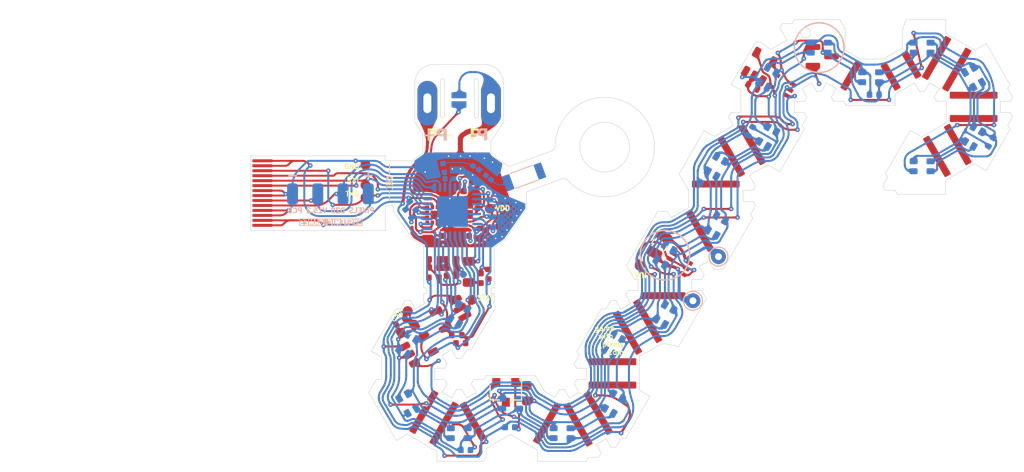
<source format=kicad_pcb>
(kicad_pcb (version 20221018) (generator pcbnew)
  (title_block (title "Pixels D20 Layout") (date "2022-08-26") (rev "13") (company "Systemic Games, LLC") (comment 1 "Flexible PCB, 0.13mm thickness"))
  (layers (0 "F.Cu" signal) (31 "B.Cu" signal) (34 "B.Paste" user) (35 "F.Paste" user) (36 "B.SilkS" user "B.Silkscreen") (37 "F.SilkS" user "F.Silkscreen") (38 "B.Mask" user) (39 "F.Mask" user) (44 "Edge.Cuts" user))
  (net 0 "")
  (net 1 "Net-(C1-Pad1)")
  (net 2 "GND")
  (net 3 "VDD")
  (net 4 "VDC")
  (net 5 "Net-(L1-Pad2)")
  (net 6 "Net-(L1-Pad1)")
  (net 7 "+5V")
  (net 8 "VEE")
  (net 9 "/LED_EN")
  (net 10 "Net-(C2-Pad2)")
  (net 11 "Net-(C3-Pad1)")
  (net 12 "Net-(C5-Pad2)")
  (net 13 "Net-(C7-Pad1)")
  (net 14 "+BATT")
  (net 15 "RXI")
  (net 16 "TXO")
  (net 17 "SWO")
  (net 18 "RESET")
  (net 19 "SWDCLK")
  (net 20 "SWDIO")
  (net 21 "Net-(R10-Pad1)")
  (net 22 "/BATT_NTC")
  (net 23 "/LED_DATA")
  (net 24 "/Power Supply/MAG1_")
  (net 25 "/Power Supply/LED_EN_OUT")
  (net 26 "/NTC_ID_VDD")
  (net 27 "/5V_SENSE")
  (net 28 "/VBAT_SENSE")
  (net 29 "/STATS")
  (net 30 "Net-(D10-Pad1)")
  (net 31 "/LEDs/LED_RETURN")
  (net 32 "Net-(R3-Pad1)")
  (net 33 "Net-(D2-Pad3)")
  (net 34 "Net-(D3-Pad3)")
  (net 35 "Net-(D4-Pad3)")
  (net 36 "Net-(D5-Pad3)")
  (net 37 "Net-(D6-Pad3)")
  (net 38 "Net-(D7-Pad3)")
  (net 39 "Net-(D8-Pad3)")
  (net 40 "Net-(D10-Pad3)")
  (net 41 "Net-(D11-Pad3)")
  (net 42 "Net-(D12-Pad3)")
  (net 43 "Net-(D13-Pad3)")
  (net 44 "Net-(D14-Pad3)")
  (net 45 "Net-(D15-Pad3)")
  (net 46 "Net-(D16-Pad3)")
  (net 47 "Net-(D17-Pad3)")
  (net 48 "Net-(D18-Pad3)")
  (net 49 "Net-(D19-Pad3)")
  (net 50 "Net-(D20-Pad3)")
  (net 51 "/SCL")
  (net 52 "/SDA")
  (net 53 "/ACC_INT")
  (net 54 "/PROG")
  (net 57 "Net-(C19-Pad2)")
  (net 58 "Net-(C19-Pad1)")
  (net 60 "/ANT_50")
  (net 61 "/ANT_NRF")
  (net 63 "/ANTENNA")
  (footprint "Pixels-dice:SOT-353_SC-70-5" (layer "F.Cu") (at 174.847276 75.695 150)
    (fp_text reference "U7")
    (fp_text value "74AHC1G08")
  )
  (footprint "Package_TO_SOT_SMD:SOT-23-5" (layer "F.Cu") (at 141.49 98.72 -150)
    (fp_text reference "U5")
    (fp_text value "MCP73832T-2ACI/OT")
  )
  (footprint "Package_TO_SOT_SMD:SOT-23" (layer "F.Cu") (at 178.91 72.78)
    (fp_text reference "U8")
    (fp_text value "TMR1366")
  )
  (footprint "Pixels-dice:SOT-23-5" (layer "F.Cu") (at 172.582724 73.797628 60)
    (fp_text reference "U6")
    (fp_text value "MT9700")
  )
  (footprint "Pixels-dice:R_0402_1005Metric" (layer "F.Cu") (at 171.91 75.85 150)
    (fp_text reference "R3")
    (fp_text value "10k 5%")
  )
  (footprint "Pixels-dice:C_0402_1005Metric" (layer "F.Cu") (at 144.118 85.446)
    (fp_text reference "C7")
    (fp_text value "100pF NP0 10V 5%")
  )
  (footprint "Inductor_SMD:L_0805_2012Metric" (layer "F.Cu") (at 143.34 94.49 -90)
    (fp_text reference "L1")
    (fp_text value "10uH 100mA 20%" hide)
  )
  (footprint "Pixels-dice:C_0402_1005Metric" (layer "F.Cu") (at 143.34 86.37 180)
    (fp_text reference "C5")
    (fp_text value "8pF 10V 10%")
  )
  (footprint "Pixels-dice:C_0402_1005Metric" (layer "F.Cu") (at 142.9 90.87 180)
    (fp_text reference "C3")
    (fp_text value "0.1uF 10V 20%")
  )
  (footprint "Pixels-dice:C_0402_1005Metric" (layer "F.Cu") (at 144.22 87.6 -90)
    (fp_text reference "C2")
    (fp_text value "8pF 10V 10%")
  )
  (footprint "Pixels-dice:C_0402_1005Metric" (layer "F.Cu") (at 141.19 90.86)
    (fp_text reference "C10")
    (fp_text value "0.1uF 10V 20%")
  )
  (footprint "Pixels-dice:C_0402_1005Metric" (layer "F.Cu") (at 142.54 101.67)
    (fp_text reference "C18")
    (fp_text value "4.7uF 10V 20%")
  )
  (footprint "Pixels-dice:SOT-23-5" (layer "F.Cu") (at 138.34 102.27 30)
    (fp_text reference "U4")
    (fp_text value "ME6215")
  )
  (footprint "Pixels-dice:C_0402_1005Metric" (layer "F.Cu") (at 144.47 90.6 -90)
    (fp_text reference "C4")
    (fp_text value "4.7uF 10V 20%")
  )
  (footprint "Pixels-dice:R_0402_1005Metric" (layer "F.Cu") (at 142.14 100.86)
    (fp_text reference "R6")
    (fp_text value "22k 1%")
  )
  (footprint "Capacitor_SMD:C_0603_1608Metric" (layer "F.Cu") (at 149.18 106.71 90)
    (fp_text reference "C13")
    (fp_text value "4.7uF 25V 20%")
  )
  (footprint "Package_TO_SOT_SMD:SOT-363_SC-70-6" (layer "F.Cu") (at 164.41 93.67 -30)
    (fp_text reference "D1")
    (fp_text value "BAV99S")
  )
  (footprint "Capacitor_SMD:C_0603_1608Metric" (layer "F.Cu") (at 137.22 100.27 -150)
    (fp_text reference "C15" hide)
    (fp_text value "22uF 10V 20%")
  )
  (footprint "Inductor_SMD:L_0402_1005Metric" (layer "F.Cu") (at 144.53 95.13 90)
    (fp_text reference "L2")
    (fp_text value "15nH 100mA 5%")
  )
  (footprint "Pixels-dice:C_0402_1005Metric" (layer "F.Cu") (at 145.32 94.72 -90)
    (fp_text reference "C1")
    (fp_text value "4.7uF 10V 20%")
  )
  (footprint "Pixels-dice:C_0402_1005Metric" (layer "F.Cu") (at 141.62 93.22 180)
    (fp_text reference "C21")
    (fp_text value "10nF 25V 10%")
  )
  (footprint "Pixels-dice:R_0402_1005Metric" (layer "F.Cu") (at 139.85 95.07)
    (fp_text reference "R7")
    (fp_text value "4.02M 1%")
  )
  (footprint "Pixels-dice:R_0402_1005Metric" (layer "F.Cu") (at 141.609999 94.050003)
    (fp_text reference "R2")
    (fp_text value "4.02M 1%")
  )
  (footprint "Pixels-dice:R_0402_1005Metric" (layer "F.Cu") (at 139.88 93.22)
    (fp_text reference "R8")
    (fp_text value "10M 1%")
  )
  (footprint "Pixels-dice:R_0402_1005Metric" (layer "F.Cu") (at 141.61 94.87)
    (fp_text reference "R1")
    (fp_text value "4.02M 1%")
  )
  (footprint "Pixels-dice:C_0402_1005Metric" (layer "F.Cu") (at 139.86 94.05)
    (fp_text reference "C22")
    (fp_text value "10nF 25V 10%")
  )
  (footprint "Pixels-dice:Crystal_SMD_2016-4Pin_2.0x1.6mm" (layer "F.Cu") (at 142.8 88.01 90)
    (fp_text reference "Y1")
    (fp_text value "32MHz 40ppm")
  )
  (footprint "Package_LGA:LGA-12_2x2mm_P0.5mm" (layer "F.Cu") (at 139.93 88.75)
    (fp_text reference "U2")
    (fp_text value "KXTJ3-1057")
  )
  (footprint "Pixels-dice:SOT-23" (layer "F.Cu") (at 147.07 106.63 90)
    (fp_text reference "U3")
    (fp_text value "PJ75AL50SA")
  )
  (footprint "Capacitor_SMD:C_0805_2012Metric" (layer "F.Cu") (at 162.52 91.77 60)
    (fp_text reference "C19" hide)
    (fp_text value "12nF 50V 5% NP0")
  )
  (footprint "Pixels-dice:TEST_PIN" (layer "F.Cu") (at 132.95 87.01)
    (fp_text reference "W2" hide)
    (fp_text value "TXO")
  )
  (footprint "Pixels-dice:TEST_PIN" (layer "F.Cu") (at 160.55 93.87)
    (fp_text reference "W16" hide)
    (fp_text value "VIN")
  )
  (footprint "Pixels-dice:R_0402_1005Metric" (layer "F.Cu") (at 136.48 99.52 -150)
    (fp_text reference "R4" hide)
    (fp_text value "100k 1%")
  )
  (footprint "Pixels-dice:TEST_PIN" (layer "F.Cu") (at 137.2 98.44)
    (fp_text reference "W15" hide)
    (fp_text value "+5V")
  )
  (footprint "Pixels-dice:FPC_14" (layer "F.Cu") (at 122.57203 89.8 90)
    (fp_text reference "J1")
    (fp_text value "Conn_01x14")
  )
  (footprint "Pixels-dice:TEST_PIN" (layer "F.Cu") (at 132.95 85.75)
    (fp_text reference "W1" hide)
    (fp_text value "RXI")
  )
  (footprint "Pixels-dice:TEST_PIN" (layer "F.Cu") (at 132.95 83.71)
    (fp_text reference "W19" hide)
    (fp_text value "GND")
  )
  (footprint "Pixels-dice:TEST_PIN" (layer "F.Cu") (at 145.46 88.12)
    (fp_text reference "W25" hide)
    (fp_text value "VDD")
  )
  (footprint "Pixels-dice:TEST_PIN" (layer "F.Cu") (at 143.64 97.31)
    (fp_text reference "W17" hide)
    (fp_text value "STAT")
  )
  (footprint "Pixels-dice:TX1812Z_2020" (layer "B.Cu") (at 142.38 110.74 -90)
    (fp_text reference "D5")
    (fp_text value "TX1812Z_2020")
  )
  (footprint "Pixels-dice:TX1812Z_2020" (layer "B.Cu") (at 137.198782 107.749711 -150)
    (fp_text reference "D4")
    (fp_text value "TX1812Z_2020")
  )
  (footprint "Pixels-dice:TX1812Z_2020" (layer "B.Cu") (at 147.56 107.76 -90)
    (fp_text reference "D6")
    (fp_text value "TX1812Z_2020")
  )
  (footprint "Pixels-dice:C_0402_1005Metric" (layer "B.Cu") (at 147.49 110.14)
    (fp_text reference "C16" hide)
    (fp_text value "10uF 6.3V 20%")
  )
  (footprint "Pixels-dice:TX1812Z_2020" (layer "B.Cu") (at 142.35 98.755 150)
    (fp_text reference "D2")
    (fp_text value "TX1812Z_2020")
  )
  (footprint "Pixels-dice:TX1812Z_2020" (layer "B.Cu") (at 152.728782 110.740289 -90)
    (fp_text reference "D7")
    (fp_text value "TX1812Z_2020")
  )
  (footprint "Pixels-dice:TX1812Z_2020" (layer "B.Cu") (at 173.428782 80.860289 -30)
    (fp_text reference "D14")
    (fp_text value "TX1812Z_2020")
  )
  (footprint "Pixels-dice:TX1812Z_2020" (layer "B.Cu") (at 168.258782 83.850289 -30)
    (fp_text reference "D13")
    (fp_text value "TX1812Z_2020")
  )
  (footprint "Pixels-dice:TX1812Z_2020" (layer "B.Cu") (at 168.258782 89.820289 -30)
    (fp_text reference "D12")
    (fp_text value "TX1812Z_2020")
  )
  (footprint "Pixels-dice:TX1812Z_2020" (layer "B.Cu") (at 157.908782 101.780289 -30)
    (fp_text reference "D9")
    (fp_text value "TX1812Z_2020")
  )
  (footprint "Pixels-dice:TX1812Z_2020" (layer "B.Cu") (at 157.898782 107.750289 -30)
    (fp_text reference "D8")
    (fp_text value "TX1812Z_2020")
  )
  (footprint "Pixels-dice:TX1812Z_2020" (layer "B.Cu") (at 178.608782 71.900289 -90)
    (fp_text reference "D16" hide)
    (fp_text value "TX1812Z_2020")
  )
  (footprint "Pixels-dice:TX1812Z_2020" (layer "B.Cu") (at 188.958782 71.899711 -90)
    (fp_text reference "D18")
    (fp_text value "TX1812Z_2020")
  )
  (footprint "Pixels-dice:TX1812Z_2020" (layer "B.Cu") (at 194.140289 80.868782 150)
    (fp_text reference "D20")
    (fp_text value "TX1812Z_2020")
  )
  (footprint "Pixels-dice:TX1812Z_2020" (layer "B.Cu") (at 188.959711 83.848782 90)
    (fp_text reference "D21")
    (fp_text value "TX1812Z_2020")
  )
  (footprint "Pixels-dice:TX1812Z_2020" (layer "B.Cu") (at 183.778782 74.880289 -90)
    (fp_text reference "D17")
    (fp_text value "TX1812Z_2020")
  )
  (footprint "Pixels-dice:TX1812Z_2020" (layer "B.Cu") (at 194.13 74.89 -150)
    (fp_text reference "D19")
    (fp_text value "TX1812Z_2020")
  )
  (footprint "TestPoint:TestPoint_THTPad_D1.5mm_Drill0.7mm" (layer "B.Cu") (at 168.47 92.95 150)
    (fp_text reference "P6" hide)
    (fp_text value "COILB")
  )
  (footprint "Pixels-dice:C_0402_1005Metric" (layer "B.Cu") (at 141.96 77.19 90)
    (fp_text reference "C6")
    (fp_text value "DNP")
  )
  (footprint "TestPoint:TestPoint_THTPad_D1.5mm_Drill0.7mm" (layer "B.Cu") (at 165.9 97.4 150)
    (fp_text reference "P5" hide)
    (fp_text value "COILA")
  )
  (footprint "Pixels-dice:TX1812Z_2020" (layer "B.Cu") (at 163.08 92.8 -30)
    (fp_text reference "D11")
    (fp_text value "TX1812Z_2020")
  )
  (footprint "Pixels-dice:C_0402_1005Metric" (layer "B.Cu") (at 171.67 80.31 60)
    (fp_text reference "C24" hide)
    (fp_text value "0.1uF 10V 20%")
  )
  (footprint "Pixels-dice:R_0402_1005Metric" (layer "B.Cu") (at 145.42 87.73 90)
    (fp_text reference "R10" hide)
    (fp_text value "100k 1%")
  )
  (footprint "Package_DFN_QFN:QFN-32-1EP_5x5mm_P0.5mm_EP3.1x3.1mm" (layer "B.Cu") (at 141.7 88.41 90)
    (fp_text reference "U1" hide)
    (fp_text value "N52810_QFN32")
  )
  (footprint "Pixels-dice:C_0402_1005Metric" (layer "B.Cu") (at 143.03 112.44 180)
    (fp_text reference "C23" hide)
    (fp_text value "0.1uF 10V 20%")
  )
  (footprint "Pixels-dice:TX1812Z_2020" (layer "B.Cu") (at 137.198782 101.780289 150)
    (fp_text reference "D3")
    (fp_text value "TX1812Z_2020")
  )
  (footprint "Pixels-dice:C_0402_1005Metric" (layer "B.Cu") (at 184.15 76.65)
    (fp_text reference "C9" hide)
    (fp_text value "10uF 6.3V 20%")
  )
  (footprint "Pixels-dice:R_0402_1005Metric" (layer "B.Cu") (at 146.58 88.76 90)
    (fp_text reference "R9" hide)
    (fp_text value "100k 1%")
  )
  (footprint "Pixels-dice:Hongjie 10100 Connector" (layer "B.Cu") (at 142.374557 77.5)
    (fp_text reference "J3")
    (fp_text value "Conn_01x02")
  )
  (footprint "Pixels-dice:TX1812Z_2020" (layer "B.Cu") (at 163.078782 98.790289 -30)
    (fp_text reference "D10")
    (fp_text value "TX1812Z_2020")
  )
  (footprint "Pixels-dice:TX1812Z_2020" (layer "B.Cu") (at 173.428782 74.890289 -30)
    (fp_text reference "D15")
    (fp_text value "TX1812Z_2020")
  )
  (footprint "Pixels-dice:C_0402_1005Metric" (layer "B.Cu") (at 195.88 81.42 -120)
    (fp_text reference "C25" hide)
    (fp_text value "0.1uF 10V 20%")
  )
  (footprint "Pixels-dice:R_0402_1005Metric" (layer "B.Cu") (at 137.29 88.62 -55)
    (fp_text reference "R12" hide)
    (fp_text value "2.7k 5%")
  )
  (footprint "Pixels-dice:R_0402_1005Metric" (layer "B.Cu") (at 137.7 87.83 -55)
    (fp_text reference "R16" hide)
    (fp_text value "2.7k 5%")
  )
  (footprint "Pixels-dice:TEST_PIN" (layer "B.Cu") (at 166.66 85.5)
    (fp_text reference "W5" hide)
    (fp_text value "LED_EN")
  )
  (footprint "Pixels-dice:TEST_PIN" (layer "B.Cu") (at 142.79 94.75)
    (fp_text reference "W13" hide)
    (fp_text value "5V_S")
  )
  (footprint "Pixels-dice:0402_RF" (layer "B.Cu") (at 144.721196 84.484936 -40)
    (fp_text reference "L3" hide)
    (fp_text value "0 Ohm")
  )
  (footprint "Pixels-dice:0402_RF" (layer "B.Cu") (at 141.391 85.113)
    (fp_text reference "C8" hide)
    (fp_text value "0.8pF 10V 5% C0G")
  )
  (footprint "Pixels-dice:0402_RF" (layer "B.Cu") (at 145.865331 84.872505 50)
    (fp_text reference "C11" hide)
    (fp_text value "DNP")
  )
  (footprint "Pixels-dice:CHIP_ANT" (layer "B.Cu") (at 147.304562 85.507007 110.2)
    (fp_text reference "AE1")
    (fp_text value "Antenna_Chip" hide)
  )
  (footprint "RFFrontEnd:MFH3.RECE.20369.001E.01" (layer "B.Cu") (at 139.7 83.76 100)
    (fp_text reference "J4" hide)
    (fp_text value "DNP" hide)
  )
  (footprint "Pixels-dice:0402_RF" (layer "B.Cu") (at 140.81 84.01 100)
    (fp_text reference "L5" hide)
    (fp_text value "3.9nH 5%")
  )
  (footprint "Pixels-dice:FPC-POGO-4" (layer "B.Cu") (at 129.4204 86.63 180)
    (fp_text reference "J2")
    (fp_text value "Conn_01x04")
  )
  (footprint "Pixels-dice:R_0402_1005Metric" (layer "B.Cu") (at 142.774557 77.18 90)
    (fp_text reference "TH1")
    (fp_text value "NTC 100k @ 25C")
  )
  (footprint "Pixels-dice:0402_RF" (layer "B.Cu") (at 143.964849 83.420717 65)
    (fp_text reference "C12")
    (fp_text value "DNP")
  )
  (footprint "Pixels-dice:R_0402_1005Metric" (layer "B.Cu") (at 145.78 89.47 90)
    (fp_text reference "R5")
    (fp_text value "100k 1%")
  )
  (gr_circle (center 163.08 92.81) (end 165.58 92.81) (stroke (width 0.15)) (fill none) (layer "B.SilkS"))
  (gr_circle (center 178.6 71.9) (end 181.1 71.9) (stroke (width 0.15)) (fill none) (layer "B.SilkS"))
  (gr_circle (center 178.6 71.9) (end 181.1 71.9) (stroke (width 0.05)) (fill none) (layer "B.SilkS"))
  (gr_line (start 137.9 79.394609) (end 138.7 80.58) (stroke (width 0.05)) (layer "Edge.Cuts"))
  (gr_line (start 145.597056 96.664191) (end 145.597056 96.101805) (stroke (width 0.05)) (layer "Edge.Cuts"))
  (gr_line (start 138.7 80.58) (end 138.7 82.55) (stroke (width 0.05)) (layer "Edge.Cuts"))
  (gr_line (start 138.81 91.833302) (end 138.81 96.101804) (stroke (width 0.05)) (layer "Edge.Cuts"))
  (gr_line (start 145.597056 96.101805) (end 145.906902 96.101805) (stroke (width 0.05)) (layer "Edge.Cuts"))
  (gr_line (start 135.74 88.38) (end 137.715599 91.201449) (stroke (width 0.05)) (layer "Edge.Cuts"))
  (gr_line (start 139.097057 96.101804) (end 139.097057 96.664191) (stroke (width 0.05)) (layer "Edge.Cuts"))
  (gr_line (start 138.81 96.101804) (end 139.097057 96.101804) (stroke (width 0.05)) (layer "Edge.Cuts"))
  (gr_line (start 145.906902 92.01) (end 146.984266 91.255621) (stroke (width 0.05)) (layer "Edge.Cuts"))
  (gr_line (start 145.906901 96.664191) (end 145.597056 96.664191) (stroke (width 0.05)) (layer "Edge.Cuts"))
  (gr_line (start 145.906902 96.101805) (end 145.906902 92.01) (stroke (width 0.05)) (layer "Edge.Cuts"))
  (gr_line (start 138.7 82.55) (end 137.64 83.3) (stroke (width 0.05)) (layer "Edge.Cuts"))
  (gr_line (start 139.097057 96.664191) (end 138.81 96.664191) (stroke (width 0.05)) (layer "Edge.Cuts"))
  (gr_line (start 136.05779 111.471273) (end 137.148632 110.841475) (stroke (width 0.05)) (layer "Edge.Cuts"))
  (gr_line (start 137.715599 91.201449) (end 138.809999 91.833301) (stroke (width 0.05)) (layer "Edge.Cuts"))
  (gr_arc (start 143.9 75.225) (mid 144.1 75.025) (end 144.3 75.225) (stroke (width 0.05)) (layer "Edge.Cuts"))
  (gr_arc (start 140.9 78.775) (mid 140.7 78.975) (end 140.5 78.775) (stroke (width 0.05)) (layer "Edge.Cuts"))
  (gr_arc (start 144.3 78.775) (mid 144.1 78.975) (end 143.9 78.775) (stroke (width 0.05)) (layer "Edge.Cuts"))
  (gr_line (start 140.15 112.574315) (end 140.15 113.565418) (stroke (width 0.05)) (layer "Edge.Cuts"))
  (gr_line (start 172.673069 71.33539) (end 173.737706 72.080857) (stroke (width 0.05)) (layer "Edge.Cuts"))
  (gr_line (start 145.572276 81.343767) (end 146.85 79.39461) (stroke (width 0.05)) (layer "Edge.Cuts"))
  (gr_circle (center 157.024279 81.922102) (end 159.524279 81.922102) (stroke (width 0.05)) (fill none) (layer "Edge.Cuts"))
  (gr_line (start 153.865269 106.963071) (end 153.472489 107.189841) (stroke (width 0.05)) (layer "Edge.Cuts"))
  (gr_line (start 141.622201 102.339766) (end 142.1222 103.20579) (stroke (width 0.05)) (layer "Edge.Cuts"))
  (gr_line (start 186.97825 70.1046) (end 186.97825 71.93) (stroke (width 0.05)) (layer "Edge.Cuts"))
  (gr_line (start 177.265847 75.785157) (end 177.36064 75.730429) (stroke (width 0.05)) (layer "Edge.Cuts"))
  (gr_line (start 164.510809 84.618723) (end 165.459999 86.262767) (stroke (width 0.05)) (layer "Edge.Cuts"))
  (gr_line (start 188.698502 76.314953) (end 189.198502 76.314953) (stroke (width 0.05)) (layer "Edge.Cuts"))
  (gr_line (start 141.147057 105.760817) (end 140.897057 105.327804) (stroke (width 0.05)) (layer "Edge.Cuts"))
  (gr_line (start 142.622201 106.323817) (end 142.122201 106.323817) (stroke (width 0.05)) (layer "Edge.Cuts"))
  (gr_line (start 157.147633 111.303378) (end 157.647634 112.169405) (stroke (width 0.05)) (layer "Edge.Cuts"))
  (gr_line (start 138.81 96.664191) (end 138.81 97.48) (stroke (width 0.05)) (layer "Edge.Cuts"))
  (gr_line (start 137.148632 110.841475) (end 140.149999 112.574315) (stroke (width 0.05)) (layer "Edge.Cuts"))
  (gr_line (start 140.5 78.775) (end 140.5 75.225) (stroke (width 0.05)) (layer "Edge.Cuts"))
  (gr_line (start 179.740992 75.675698) (end 179.835785 75.730428) (stroke (width 0.05)) (layer "Edge.Cuts"))
  (gr_line (start 165.77278 95.801191) (end 165.77278 95.691733) (stroke (width 0.05)) (layer "Edge.Cuts"))
  (gr_line (start 146.984266 91.255621) (end 149.153481 88.134205) (stroke (width 0.05)) (layer "Edge.Cuts"))
  (gr_line (start 181.22 70.009815) (end 180.68 69.0732) (stroke (width 0.05)) (layer "Edge.Cuts"))
  (gr_line (start 175.362168 71.142974) (end 173.737707 72.080858) (stroke (width 0.05)) (layer "Edge.Cuts"))
  (gr_line (start 159.122778 96.797203) (end 159.622778 97.66323) (stroke (width 0.05)) (layer "Edge.Cuts"))
  (gr_line (start 140.897057 104.201804) (end 141.147057 103.768791) (stroke (width 0.05)) (layer "Edge.Cuts"))
  (gr_line (start 134.04 105.33) (end 133.276062 106.653179) (stroke (width 0.05)) (layer "Edge.Cuts"))
  (gr_line (start 180.68 69.0732) (end 176.129153 69.073352) (stroke (width 0.05)) (layer "Edge.Cuts"))
  (gr_line (start 172.211188 71.33539) (end 169.742128 75.611929) (stroke (width 0.05)) (layer "Edge.Cuts"))
  (gr_line (start 189.698502 75.448929) (end 190.091281 75.6757) (stroke (width 0.05)) (layer "Edge.Cuts"))
  (gr_line (start 194.203941 83.602275) (end 195.403484 84.294832) (stroke (width 0.05)) (layer "Edge.Cuts"))
  (gr_line (start 164.45 102.03) (end 167.245737 97.183384) (stroke (width 0.05)) (layer "Edge.Cuts"))
  (gr_line (start 144.3 75.225) (end 144.3 78.775) (stroke (width 0.05)) (layer "Edge.Cuts"))
  (gr_line (start 150.25 112.430743) (end 150.25 113.565418) (stroke (width 0.05)) (layer "Edge.Cuts"))
  (gr_arc (start 152.743564 85.102645) (mid 153.038303 85.086235) (end 153.290927 85.238936) (stroke (width 0.05)) (layer "Edge.Cuts"))
  (gr_line (start 177.455434 75.675698) (end 177.848211 75.448928) (stroke (width 0.05)) (layer "Edge.Cuts"))
  (gr_line (start 166.772779 96.364191) (end 165.772779 96.364191) (stroke (width 0.05)) (layer "Edge.Cuts"))
  (gr_line (start 172.673069 71.33539) (end 172.211188 71.33539) (stroke (width 0.05)) (layer "Edge.Cuts"))
  (gr_line (start 165.459999 88.023094) (end 163.695336 89.041922) (stroke (width 0.05)) (layer "Edge.Cuts"))
  (gr_line (start 187.776378 80.230144) (end 185.267563 84.575541) (stroke (width 0.05)) (layer "Edge.Cuts"))
  (gr_line (start 146.053139 98.063231) (end 145.822198 97.66323) (stroke (width 0.05)) (layer "Edge.Cuts"))
  (gr_line (start 195.422923 71.486765) (end 194.262083 72.156976) (stroke (width 0.05)) (layer "Edge.Cuts"))
  (gr_line (start 140.647056 102.902764) (end 141.039832 102.675995) (stroke (width 0.05)) (layer "Edge.Cuts"))
  (gr_line (start 166.915557 93.712382) (end 167.010351 93.657653) (stroke (width 0.05)) (layer "Edge.Cuts"))
  (gr_line (start 168.931067 94.242178) (end 171.914494 89.07473) (stroke (width 0.05)) (layer "Edge.Cuts"))
  (gr_line (start 141.622201 107.189842) (end 141.229423 106.963072) (stroke (width 0.05)) (layer "Edge.Cuts"))
  (gr_line (start 155.197634 104.201805) (end 155.197634 104.764804) (stroke (width 0.05)) (layer "Edge.Cuts"))
  (gr_line (start 169.473067 78.869978) (end 169.97336 79.736512) (stroke (width 0.05)) (layer "Edge.Cuts"))
  (gr_line (start 135.74 87.83) (end 134.94 87.83) (stroke (width 0.05)) (layer "Edge.Cuts"))
  (gr_line (start 188.924387 80.892947) (end 187.776378 80.230144) (stroke (width 0.05)) (layer "Edge.Cuts"))
  (gr_line (start 134.92 82.8) (end 134.92 83.3) (stroke (width 0.05)) (layer "Edge.Cuts"))
  (gr_line (start 191.348503 70.47482) (end 191.348504 69.0698) (stroke (width 0.05)) (layer "Edge.Cuts"))
  (gr_arc (start 152.026002 81.829669) (mid 161.713043 80.174832) (end 153.290927 85.238936) (stroke (width 0.05)) (layer "Edge.Cuts"))
  (gr_line (start 147.536772 110.864261) (end 150.25 112.430743) (stroke (width 0.05)) (layer "Edge.Cuts"))
  (gr_line (start 163.18464 101.74) (end 164.45 102.03) (stroke (width 0.05)) (layer "Edge.Cuts"))
  (gr_line (start 171.57578 84.763982) (end 173.409326 83.705384) (stroke (width 0.05)) (layer "Edge.Cuts"))
  (gr_line (start 160.372779 95.691733) (end 160.372779 95.80119) (stroke (width 0.05)) (layer "Edge.Cuts"))
  (gr_line (start 184.998502 85.841566) (end 185.248502 86.274579) (stroke (width 0.05)) (layer "Edge.Cuts"))
  (gr_line (start 197.573646 79.736004) (end 198.073647 78.869979) (stroke (width 0.05)) (layer "Edge.Cuts"))
  (gr_line (start 162.361968 88.396591) (end 159.216153 93.8453) (stroke (width 0.05)) (layer "Edge.Cuts"))
  (gr_line (start 156.422489 113.165418) (end 156.67249 112.732406) (stroke (width 0.05)) (layer "Edge.Cuts"))
  (gr_line (start 170.723069 78.436966) (end 169.723067 78.436966) (stroke (width 0.05)) (layer "Edge.Cuts"))
  (gr_line (start 167.497923 93.376151) (end 167.997923 94.242178) (stroke (width 0.05)) (layer "Edge.Cuts"))
  (gr_line (start 179.348212 75.448927) (end 179.740992 75.675698) (stroke (width 0.05)) (layer "Edge.Cuts"))
  (gr_line (start 158.147634 97.360203) (end 157.647634 97.360203) (stroke (width 0.05)) (layer "Edge.Cuts"))
  (gr_line (start 141.229424 102.566537) (end 141.622201 102.339766) (stroke (width 0.05)) (layer "Edge.Cuts"))
  (gr_line (start 196.823647 77.873967) (end 196.823647 77.310966) (stroke (width 0.05)) (layer "Edge.Cuts"))
  (gr_line (start 191.317561 86.674579) (end 191.317561 85.268728) (stroke (width 0.05)) (layer "Edge.Cuts"))
  (gr_line (start 159.040413 97.999459) (end 158.647634 98.226229) (stroke (width 0.05)) (layer "Edge.Cuts"))
  (gr_line (start 156.754856 111.530149) (end 157.147633 111.303378) (stroke (width 0.05)) (layer "Edge.Cuts"))
  (gr_line (start 170.723069 77.873967) (end 170.723069 78.436966) (stroke (width 0.05)) (layer "Edge.Cuts"))
  (gr_line (start 178.348213 76.314953) (end 178.848213 76.314953) (stroke (width 0.05)) (layer "Edge.Cuts"))
  (gr_line (start 157.647634 112.169406) (end 158.147634 112.169405) (stroke (width 0.05)) (layer "Edge.Cuts"))
  (gr_line (start 176.123069 78.436965) (end 176.123069 77.873966) (stroke (width 0.05)) (layer "Edge.Cuts"))
  (gr_line (start 177.373068 78.869978) (end 177.123067 78.436965) (stroke (width 0.05)) (layer "Edge.Cuts"))
  (gr_line (start 170.947924 86.274579) (end 171.947922 86.274579) (stroke (width 0.05)) (layer "Edge.Cuts"))
  (gr_line (start 145.572276 82.342441) (end 145.572276 81.343767) (stroke (width 0.05)) (layer "Edge.Cuts"))
  (gr_line (start 154.216694 102.502767) (end 154.447635 102.902766) (stroke (width 0.05)) (layer "Edge.Cuts"))
  (gr_line (start 191.317561 85.268728) (end 194.203941 83.602275) (stroke (width 0.05)) (layer "Edge.Cuts"))
  (gr_line (start 156.565269 111.639609) (end 156.660062 111.584879) (stroke (width 0.05)) (layer "Edge.Cuts"))
  (gr_line (start 174.63475 84.412883) (end 177.104008 80.136004) (stroke (width 0.05)) (layer "Edge.Cuts"))
  (gr_line (start 161.578575 107.026842) (end 160.5 106.404127) (stroke (width 0.05)) (layer "Edge.Cuts"))
  (gr_line (start 137.9 79.394609) (end 137.9 75.45) (stroke (width 0.05)) (layer "Edge.Cuts"))
  (gr_line (start 170.947924 86.837578) (end 170.947924 86.274579) (stroke (width 0.05)) (layer "Edge.Cuts"))
  (gr_arc (start 145.783481 82.750605) (mid 145.628201 82.572229) (end 145.572276 82.342441) (stroke (width 0.05)) (layer "Edge.Cuts"))
  (gr_line (start 191.423647 77.873966) (end 191.423647 79.45) (stroke (width 0.05)) (layer "Edge.Cuts"))
  (gr_line (start 172.197922 85.841565) (end 171.57578 84.763982) (stroke (width 0.05)) (layer "Edge.Cuts"))
  (gr_line (start 138.434629 97.944729) (end 137.947058 98.226229) (stroke (width 0.05)) (layer "Edge.Cuts"))
  (gr_line (start 167.010351 93.657653) (end 167.105145 93.602923) (stroke (width 0.05)) (layer "Edge.Cuts"))
  (gr_line (start 196.823647 78.436966) (end 196.823647 77.873967) (stroke (width 0.05)) (layer "Edge.Cuts"))
  (gr_line (start 159.109515 111.303381) (end 161.578575 107.026842) (stroke (width 0.05)) (layer "Edge.Cuts"))
  (gr_line (start 160.5 103.021132) (end 162.718986 101.74) (stroke (width 0.05)) (layer "Edge.Cuts"))
  (gr_arc (start 152.026002 81.829669) (mid 151.934102 82.110181) (end 151.7 82.29) (stroke (width 0.05)) (layer "Edge.Cuts"))
  (gr_line (start 156.685754 98.226229) (end 154.216694 102.502767) (stroke (width 0.05)) (layer "Edge.Cuts"))
  (gr_line (start 194.262083 72.156976) (end 191.348503 70.47482) (stroke (width 0.05)) (layer "Edge.Cuts"))
  (gr_line (start 158.647634 98.226229) (end 158.147634 97.360203) (stroke (width 0.05)) (layer "Edge.Cuts"))
  (gr_line (start 190.173646 76.877953) (end 190.423646 77.310966) (stroke (width 0.05)) (layer "Edge.Cuts"))
  (gr_line (start 146.85 75.435758) (end 146.85 79.39461) (stroke (width 0.05)) (layer "Edge.Cuts"))
  (gr_line (start 176.123068 77.310968) (end 177.123067 77.310968) (stroke (width 0.05)) (layer "Edge.Cuts"))
  (gr_line (start 190.423646 77.310966) (end 191.423647 77.310967) (stroke (width 0.05)) (layer "Edge.Cuts"))
  (gr_line (start 171.697924 88.699616) (end 172.197923 87.833591) (stroke (width 0.05)) (layer "Edge.Cuts"))
  (gr_line (start 180.073357 77.310966) (end 181.073357 77.310966) (stroke (width 0.05)) (layer "Edge.Cuts"))
  (gr_line (start 189.198502 76.314953) (end 189.698502 75.448929) (stroke (width 0.05)) (layer "Edge.Cuts"))
  (gr_line (start 137.447057 97.360203) (end 136.947057 97.360203) (stroke (width 0.05)) (layer "Edge.Cuts"))
  (gr_line (start 154.197634 104.201804) (end 155.197634 104.201805) (stroke (width 0.05)) (layer "Edge.Cuts"))
  (gr_line (start 142.622201 103.205791) (end 143.1222 102.339766) (stroke (width 0.05)) (layer "Edge.Cuts"))
  (gr_line (start 171.914494 89.07473) (end 171.697924 88.699616) (stroke (width 0.05)) (layer "Edge.Cuts"))
  (gr_line (start 155.197634 105.327805) (end 154.197633 105.327804) (stroke (width 0.05)) (layer "Edge.Cuts"))
  (gr_line (start 143.584081 102.339766) (end 146.053139 98.063231) (stroke (width 0.05)) (layer "Edge.Cuts"))
  (gr_line (start 155.197634 104.764804) (end 155.197634 105.327805) (stroke (width 0.05)) (layer "Edge.Cuts"))
  (gr_line (start 139.897057 105.327804) (end 139.897057 104.874263) (stroke (width 0.05)) (layer "Edge.Cuts"))
  (gr_line (start 140.647056 106.626842) (end 141.147056 105.760817) (stroke (width 0.05)) (layer "Edge.Cuts"))
  (gr_line (start 175.898212 69.473352) (end 174.898213 69.473352) (stroke (width 0.05)) (layer "Edge.Cuts"))
  (gr_line (start 160.5 106.404127) (end 160.5 103.021132) (stroke (width 0.05)) (layer "Edge.Cuts"))
  (gr_line (start 121.4 90.33) (end 134.94 90.33) (stroke (width 0.05)) (layer "Edge.Cuts"))
  (gr_line (start 186.97825 71.93) (end 185.049171 73.0498) (stroke (width 0.05)) (layer "Edge.Cuts"))
  (gr_line (start 169.742127 75.611929) (end 170.723068 76.178275) (stroke (width 0.05)) (layer "Edge.Cuts"))
  (gr_line (start 134.92 83.3) (end 137.64 83.3) (stroke (width 0.05)) (layer "Edge.Cuts"))
  (gr_line (start 154.447635 102.902766) (end 153.947634 103.768791) (stroke (width 0.05)) (layer "Edge.Cuts"))
  (gr_line (start 150.25 113.565418) (end 155.19155 113.565418) (stroke (width 0.05)) (layer "Edge.Cuts"))
  (gr_line (start 191.423647 79.45) (end 188.924387 80.892947) (stroke (width 0.05)) (layer "Edge.Cuts"))
  (gr_line (start 138.91739 97.666004) (end 138.434629 97.944729) (stroke (width 0.05)) (layer "Edge.Cuts"))
  (gr_line (start 177.36064 75.730428) (end 177.455434 75.675699) (stroke (width 0.05)) (layer "Edge.Cuts"))
  (gr_line (start 167.105145 93.602923) (end 167.497923 93.376151) (stroke (width 0.05)) (layer "Edge.Cuts"))
  (gr_line (start 134.94 87.83) (end 134.94 90.33) (stroke (width 0.05)) (layer "Edge.Cuts"))
  (gr_line (start 135.985176 98.226229) (end 133.531945 102.475349) (stroke (width 0.05)) (layer "Edge.Cuts"))
  (gr_line (start 190.091281 75.6757) (end 190.186074 75.730429) (stroke (width 0.05)) (layer "Edge.Cuts"))
  (gr_line (start 165.459999 86.262767) (end 165.459999 88.023094) (stroke (width 0.05)) (layer "Edge.Cuts"))
  (gr_line (start 156.660062 111.584879) (end 156.754856 111.530149) (stroke (width 0.05)) (layer "Edge.Cuts"))
  (gr_line (start 166.522779 93.939152) (end 166.915557 93.712382) (stroke (width 0.05)) (layer "Edge.Cuts"))
  (gr_line (start 177.123067 78.436965) (end 176.123069 78.436965) (stroke (width 0.05)) (layer "Edge.Cuts"))
  (gr_line (start 166.772779 95.238192) (end 167.02278 94.805178) (stroke (width 0.05)) (layer "Edge.Cuts"))
  (gr_line (start 196.823647 77.310966) (end 197.823646 77.310966) (stroke (width 0.05)) (layer "Edge.Cuts"))
  (gr_line (start 136.947057 97.360203) (end 136.447057 98.226229) (stroke (width 0.05)) (layer "Edge.Cuts"))
  (gr_line (start 185.267561 84.575541) (end 185.498503 84.975541) (stroke (width 0.05)) (layer "Edge.Cuts"))
  (gr_line (start 176.873068 79.736003) (end 177.373068 78.869978) (stroke (width 0.05)) (layer "Edge.Cuts"))
  (gr_line (start 173.409326 83.705384) (end 174.63475 84.412883) (stroke (width 0.05)) (layer "Edge.Cuts"))
  (gr_line (start 186.242417 77.710966) (end 186.242417 76.583245) (stroke (width 0.05)) (layer "Edge.Cuts"))
  (gr_line (start 181.22 72.16) (end 182.761143 73.0498) (stroke (width 0.05)) (layer "Edge.Cuts"))
  (gr_line (start 170.947923 87.400578) (end 170.947923 86.837578) (stroke (width 0.05)) (layer "Edge.Cuts"))
  (gr_line (start 153.947634 105.760816) (end 154.447634 106.626842) (stroke (width 0.05)) (layer "Edge.Cuts"))
  (gr_line (start 187.36175 69.0698) (end 186.97825 70.1046) (stroke (width 0.05)) (layer "Edge.Cuts"))
  (gr_line (start 139.897058 104.874263) (end 139.897058 104.764804) (stroke (width 0.05)) (layer "Edge.Cuts"))
  (gr_line (start 143.51498 106.963072) (end 143.122201 107.189843) (stroke (width 0.05)) (layer "Edge.Cuts"))
  (gr_line (start 139.897058 104.764804) (end 139.897058 104.655346) (stroke (width 0.05)) (layer "Edge.Cuts"))
  (gr_line (start 176.129153 69.073352) (end 175.898212 69.473352) (stroke (width 0.05)) (layer "Edge.Cuts"))
  (gr_line (start 168.047371 80.848482) (end 167.027512 80.259667) (stroke (width 0.05)) (layer "Edge.Cuts"))
  (gr_line (start 185.049171 73.0498) (end 182.761143 73.0498) (stroke (width 0.05)) (layer "Edge.Cuts"))
  (gr_line (start 139.75 73.6) (end 145 73.6) (stroke (width 0.05)) (layer "Edge.Cuts"))
  (gr_line (start 165.77278 95.91065) (end 165.77278 95.801191) (stroke (width 0.05)) (layer "Edge.Cuts"))
  (gr_line (start 141.229423 106.963072) (end 141.134629 106.908342) (stroke (width 0.05)) (layer "Edge.Cuts"))
  (gr_line (start 144.847345 105.327804) (end 143.847346 105.327804) (stroke (width 0.05)) (layer "Edge.Cuts"))
  (gr_line (start 135.74 88.38) (end 135.74 87.83) (stroke (width 0.05)) (layer "Edge.Cuts"))
  (gr_line (start 133.276062 106.653179) (end 136.05779 111.471273) (stroke (width 0.05)) (layer "Edge.Cuts"))
  (gr_line (start 163.322753 88.396591) (end 162.361968 88.396591) (stroke (width 0.05)) (layer "Edge.Cuts"))
  (gr_line (start 154.447634 106.626842) (end 154.054855 106.853613) (stroke (width 0.05)) (layer "Edge.Cuts"))
  (gr_line (start 158.147634 112.169405) (end 158.647634 111.303379) (stroke (width 0.05)) (layer "Edge.Cuts"))
  (gr_line (start 190.186074 75.730429) (end 190.280867 75.785158) (stroke (width 0.05)) (layer "Edge.Cuts"))
  (gr_line (start 145.078285 104.927805) (end 144.847345 105.327804) (stroke (width 0.05)) (layer "Edge.Cuts"))
  (gr_line (start 155.42249 113.165418) (end 156.422489 113.165418) (stroke (width 0.05)) (layer "Edge.Cuts"))
  (gr_line (start 165.77278 95.691733) (end 165.772778 95.238191) (stroke (width 0.05)) (layer "Edge.Cuts"))
  (gr_line (start 134.57 105.33) (end 134.04 105.33) (stroke (width 0.05)) (layer "Edge.Cuts"))
  (gr_line (start 171.947922 86.274579) (end 172.197922 85.841565) (stroke (width 0.05)) (layer "Edge.Cuts"))
  (gr_line (start 149.153481 88.134205) (end 149.153182 86.436927) (stroke (width 0.05)) (layer "Edge.Cuts"))
  (gr_line (start 174.898213 69.473351) (end 174.648212 69.906365) (stroke (width 0.05)) (layer "Edge.Cuts"))
  (gr_line (start 165.772779 96.364191) (end 165.77278 95.91065) (stroke (width 0.05)) (layer "Edge.Cuts"))
  (gr_line (start 145.1 113.117268) (end 145.1 112.271132) (stroke (width 0.05)) (layer "Edge.Cuts"))
  (gr_line (start 154.197633 105.327804) (end 153.947634 105.760816) (stroke (width 0.05)) (layer "Edge.Cuts"))
  (gr_line (start 197.823646 77.310966) (end 198.073646 76.877954) (stroke (width 0.05)) (layer "Edge.Cuts"))
  (gr_line (start 133.531945 102.475349) (end 134.57 103.07467) (stroke (width 0.05)) (layer "Edge.Cuts"))
  (gr_line (start 160.372779 95.910649) (end 160.372778 96.364191) (stroke (width 0.05)) (layer "Edge.Cuts"))
  (gr_line (start 138.81 97.48) (end 138.91739 97.666004) (stroke (width 0.05)) (layer "Edge.Cuts"))
  (gr_line (start 155.19155 113.565418) (end 155.42249 113.165418) (stroke (width 0.05)) (layer "Edge.Cuts"))
  (gr_line (start 197.804586 80.136003) (end 197.573646 79.736004) (stroke (width 0.05)) (layer "Edge.Cuts"))
  (gr_line (start 152.972489 106.323817) (end 152.472489 106.323817) (stroke (width 0.05)) (layer "Edge.Cuts"))
  (gr_line (start 163.18464 101.74) (end 162.718986 101.74) (stroke (width 0.05)) (layer "Edge.Cuts"))
  (gr_arc (start 137.9 75.45) (mid 138.464242 74.164242) (end 139.75 73.6) (stroke (width 0.05)) (layer "Edge.Cuts"))
  (gr_line (start 167.245737 97.183383) (end 166.772778 96.364193) (stroke (width 0.05)) (layer "Edge.Cuts"))
  (gr_line (start 197.573647 76.011927) (end 197.804586 75.611928) (stroke (width 0.05)) (layer "Edge.Cuts"))
  (gr_line (start 143.597345 105.760817) (end 144.097344 106.626841) (stroke (width 0.05)) (layer "Edge.Cuts"))
  (gr_arc (start 145 73.6) (mid 146.285024 74.155061) (end 146.85 75.435758) (stroke (width 0.05)) (layer "Edge.Cuts"))
  (gr_line (start 150.041877 104.927804) (end 145.078285 104.927804) (stroke (width 0.05)) (layer "Edge.Cuts"))
  (gr_line (start 156.67249 112.732406) (end 156.17249 111.866379) (stroke (width 0.05)) (layer "Edge.Cuts"))
  (gr_line (start 171.947923 87.400578) (end 170.947923 87.400578) (stroke (width 0.05)) (layer "Edge.Cuts"))
  (gr_line (start 153.960062 106.908342) (end 153.865269 106.963071) (stroke (width 0.05)) (layer "Edge.Cuts"))
  (gr_line (start 157.647634 97.360203) (end 157.147634 98.226229) (stroke (width 0.05)) (layer "Edge.Cuts"))
  (gr_line (start 152.472489 106.323817) (end 152.005266 107.13307) (stroke (width 0.05)) (layer "Edge.Cuts"))
  (gr_line (start 165.772778 95.238191) (end 166.772779 95.238192) (stroke (width 0.05)) (layer "Edge.Cuts"))
  (gr_arc (start 147.64 83.798522) (mid 147.401122 83.825512) (end 147.177258 83.737897) (stroke (width 0.05)) (layer "Edge.Cuts"))
  (gr_line (start 154.054855 106.853613) (end 153.960062 106.908342) (stroke (width 0.05)) (layer "Edge.Cuts"))
  (gr_line (start 141.134629 102.621266) (end 141.229421 102.566538) (stroke (width 0.05)) (layer "Edge.Cuts"))
  (gr_line (start 169.723067 78.436966) (end 169.473067 78.869978) (stroke (width 0.05)) (layer "Edge.Cuts"))
  (gr_line (start 134.92 82.8) (end 121.4 82.8) (stroke (width 0.05)) (layer "Edge.Cuts"))
  (gr_line (start 143.1222 102.339766) (end 143.584081 102.339766) (stroke (width 0.05)) (layer "Edge.Cuts"))
  (gr_line (start 188.200654 75.452657) (end 188.698501 76.314953) (stroke (width 0.05)) (layer "Edge.Cuts"))
  (gr_line (start 181.073357 77.310966) (end 181.304297 77.710966) (stroke (width 0.05)) (layer "Edge.Cuts"))
  (gr_arc (start 140.5 75.225) (mid 140.7 75.025) (end 140.9 75.225) (stroke (width 0.05)) (layer "Edge.Cuts"))
  (gr_line (start 190.673646 76.011929) (end 190.173646 76.877953) (stroke (width 0.05)) (layer "Edge.Cuts"))
  (gr_line (start 159.23 97.89) (end 159.135205 97.944729) (stroke (width 0.05)) (layer "Edge.Cuts"))
  (gr_line (start 177.848212 75.448929) (end 178.348213 76.314953) (stroke (width 0.05)) (layer "Edge.Cuts"))
  (gr_line (start 139.897058 104.655346) (end 139.897058 104.201804) (stroke (width 0.05)) (layer "Edge.Cuts"))
  (gr_line (start 160.372779 95.24) (end 160.372779 95.691733) (stroke (width 0.05)) (layer "Edge.Cuts"))
  (gr_line (start 159.372779 96.364191) (end 159.122778 96.797203) (stroke (width 0.05)) (layer "Edge.Cuts"))
  (gr_line (start 143.609773 106.908342) (end 143.51498 106.96307) (stroke (width 0.05)) (layer "Edge.Cuts"))
  (gr_line (start 177.104008 80.136003) (end 176.873068 79.736003) (stroke (width 0.05)) (layer "Edge.Cuts"))
  (gr_line (start 181.304297 77.710966) (end 186.242417 77.710966) (stroke (width 0.05)) (layer "Edge.Cuts"))
  (gr_line (start 197.823646 78.436966) (end 196.823647 78.436966) (stroke (width 0.05)) (layer "Edge.Cuts"))
  (gr_line (start 163.695336 89.041922) (end 163.322753 88.396591) (stroke (width 0.05)) (layer "Edge.Cuts"))
  (gr_line (start 181.22 70.009815) (end 181.22 72.16) (stroke (width 0.05)) (layer "Edge.Cuts"))
  (gr_line (start 172.197923 87.833591) (end 171.947923 87.400578) (stroke (width 0.05)) (layer "Edge.Cuts"))
  (gr_line (start 141.039836 102.675996) (end 141.134627 102.621268) (stroke (width 0.05)) (layer "Edge.Cuts"))
  (gr_line (start 142.122201 106.323817) (end 141.622202 107.189842) (stroke (width 0.05)) (layer "Edge.Cuts"))
  (gr_line (start 143.847346 105.327804) (end 143.597345 105.760817) (stroke (width 0.05)) (layer "Edge.Cuts"))
  (gr_line (start 143.9 78.775) (end 143.9 75.225) (stroke (width 0.05)) (layer "Edge.Cuts"))
  (gr_line (start 186.248503 86.274579) (end 186.479443 86.674578) (stroke (width 0.05)) (layer "Edge.Cuts"))
  (gr_line (start 198.073646 78.869978) (end 197.823646 78.436966) (stroke (width 0.05)) (layer "Edge.Cuts"))
  (gr_line (start 176.873068 76.011927) (end 177.265846 75.785157) (stroke (width 0.05)) (layer "Edge.Cuts"))
  (gr_line (start 179.823357 76.877953) (end 180.073357 77.310966) (stroke (width 0.05)) (layer "Edge.Cuts"))
  (gr_line (start 190.280867 75.785158) (end 190.673646 76.011929) (stroke (width 0.05)) (layer "Edge.Cuts"))
  (gr_line (start 141.134629 106.908342) (end 141.039835 106.853613) (stroke (width 0.05)) (layer "Edge.Cuts"))
  (gr_line (start 150.969998 106.535358) (end 152.005265 107.13307) (stroke (width 0.05)) (layer "Edge.Cuts"))
  (gr_line (start 156.17249 111.866379) (end 156.565269 111.639609) (stroke (width 0.05)) (layer "Edge.Cuts"))
  (gr_line (start 191.348504 69.0698) (end 187.36175 69.0698) (stroke (width 0.05)) (layer "Edge.Cuts"))
  (gr_line (start 170.723068 76.178275) (end 170.723068 77.873967) (stroke (width 0.05)) (layer "Edge.Cuts"))
  (gr_line (start 153.472489 107.189841) (end 152.972489 106.323817) (stroke (width 0.05)) (layer "Edge.Cuts"))
  (gr_line (start 142.1222 103.205791) (end 142.622201 103.205791) (stroke (width 0.05)) (layer "Edge.Cuts"))
  (gr_line (start 143.704567 106.853613) (end 143.609774 106.908341) (stroke (width 0.05)) (layer "Edge.Cuts"))
  (gr_line (start 139.897058 104.201804) (end 140.897057 104.201804) (stroke (width 0.05)) (layer "Edge.Cuts"))
  (gr_line (start 159.622778 97.66323) (end 159.23 97.89) (stroke (width 0.05)) (layer "Edge.Cuts"))
  (gr_line (start 145.1 112.271132) (end 147.536772 110.864261) (stroke (width 0.05)) (layer "Edge.Cuts"))
  (gr_line (start 167.027512 80.259667) (end 164.510811 84.618723) (stroke (width 0.05)) (layer "Edge.Cuts"))
  (gr_line (start 153.947634 103.768791) (end 154.197634 104.201804) (stroke (width 0.05)) (layer "Edge.Cuts"))
  (gr_line (start 177.123067 77.310968) (end 177.373068 76.877952) (stroke (width 0.05)) (layer "Edge.Cuts"))
  (gr_line (start 145.906901 97.516521) (end 145.906901 96.664191) (stroke (width 0.05)) (layer "Edge.Cuts"))
  (gr_line (start 149.153182 86.436927) (end 152.743564 85.102645) (stroke (width 0.05)) (layer "Edge.Cuts"))
  (gr_line (start 167.02278 94.805178) (end 166.522779 93.939152) (stroke (width 0.05)) (layer "Edge.Cuts"))
  (gr_line (start 134.57 103.07467) (end 134.57 105.33) (stroke (width 0.05)) (layer "Edge.Cuts"))
  (gr_line (start 185.248502 86.274579) (end 186.248503 86.274579) (stroke (width 0.05)) (layer "Edge.Cuts"))
  (gr_line (start 144.097344 106.626841) (end 143.704567 106.853611) (stroke (width 0.05)) (layer "Edge.Cuts"))
  (gr_line (start 158.647634 111.303379) (end 159.109515 111.303381) (stroke (width 0.05)) (layer "Edge.Cuts"))
  (gr_line (start 143.122201 107.189843) (end 142.622201 106.323817) (stroke (width 0.05)) (layer "Edge.Cuts"))
  (gr_line (start 159.135205 97.944729) (end 159.040413 97.999459) (stroke (width 0.05)) (layer "Edge.Cuts"))
  (gr_line (start 186.479443 86.674579) (end 191.317561 86.674579) (stroke (width 0.05)) (layer "Edge.Cuts"))
  (gr_line (start 159.216153 93.8453) (end 160.021384 95.24) (stroke (width 0.05)) (layer "Edge.Cuts"))
  (gr_line (start 198.073646 76.877954) (end 197.573647 76.011927) (stroke (width 0.05)) (layer "Edge.Cuts"))
  (gr_line (start 174.648212 69.906365) (end 175.362168 71.142974) (stroke (width 0.05)) (layer "Edge.Cuts"))
  (gr_line (start 197.804586 75.611928) (end 195.422923 71.486765) (stroke (width 0.05)) (layer "Edge.Cuts"))
  (gr_line (start 169.97336 79.736512) (end 168.047371 80.848482) (stroke (width 0.05)) (layer "Edge.Cuts"))
  (gr_circle (center 177.24 70.41) (end 177.74 70.41) (stroke (width 0.05)) (fill none) (layer "Edge.Cuts"))
  (gr_line (start 178.848213 76.314953) (end 179.348212 75.448927) (stroke (width 0.05)) (layer "Edge.Cuts"))
  (gr_line (start 167.997923 94.242178) (end 168.497925 94.242178) (stroke (width 0.05)) (layer "Edge.Cuts"))
  (gr_line (start 151.7 82.29) (end 147.64 83.798522) (stroke (width 0.05)) (layer "Edge.Cuts"))
  (gr_line (start 176.123068 77.873966) (end 176.123068 77.310968) (stroke (width 0.05)) (layer "Edge.Cuts"))
  (gr_line (start 168.497925 94.242178) (end 168.931067 94.242178) (stroke (width 0.05)) (layer "Edge.Cuts"))
  (gr_line (start 136.447057 98.226229) (end 135.985176 98.226229) (stroke (width 0.05)) (layer "Edge.Cuts"))
  (gr_line (start 177.373068 76.877952) (end 176.873068 76.011927) (stroke (width 0.05)) (layer "Edge.Cuts"))
  (gr_line (start 145.822198 97.66323) (end 145.906901 97.516521) (stroke (width 0.05)) (layer "Edge.Cuts"))
  (gr_line (start 137.947058 98.226229) (end 137.447057 97.360203) (stroke (width 0.05)) (layer "Edge.Cuts"))
  (gr_line (start 121.4 82.8) (end 121.4 90.33) (stroke (width 0.05)) (layer "Edge.Cuts"))
  (gr_line (start 186.242417 76.583245) (end 188.200654 75.452657) (stroke (width 0.05)) (layer "Edge.Cuts"))
  (gr_line (start 157.147634 98.226229) (end 156.685754 98.226229) (stroke (width 0.05)) (layer "Edge.Cuts"))
  (gr_line (start 140.9 75.225) (end 140.9 78.775) (stroke (width 0.05)) (layer "Edge.Cuts"))
  (gr_line (start 179.835785 75.730428) (end 180.323357 76.011928) (stroke (width 0.05)) (layer "Edge.Cuts"))
  (gr_line (start 185.498503 84.975541) (end 184.998502 85.841566) (stroke (width 0.05)) (layer "Edge.Cuts"))
  (gr_line (start 140.15 113.565418) (end 144.84126 113.565418) (stroke (width 0.05)) (layer "Edge.Cuts"))
  (gr_line (start 191.423647 77.310967) (end 191.423647 77.873966) (stroke (width 0.05)) (layer "Edge.Cuts"))
  (gr_line (start 140.897057 105.327804) (end 139.897057 105.327804) (stroke (width 0.05)) (layer "Edge.Cuts"))
  (gr_line (start 160.372779 95.80119) (end 160.372779 95.910649) (stroke (width 0.05)) (layer "Edge.Cuts"))
  (gr_line (start 141.147057 103.768791) (end 140.647056 102.902764) (stroke (width 0.05)) (layer "Edge.Cuts"))
  (gr_line (start 160.372778 96.364191) (end 159.372779 96.364191) (stroke (width 0.05)) (layer "Edge.Cuts"))
  (gr_line (start 141.039835 106.853613) (end 140.647056 106.626842) (stroke (width 0.05)) (layer "Edge.Cuts"))
  (gr_line (start 180.323357 76.011928) (end 179.823357 76.877953) (stroke (width 0.05)) (layer "Edge.Cuts"))
  (gr_line (start 160.021384 95.24) (end 160.372779 95.24) (stroke (width 0.05)) (layer "Edge.Cuts"))
  (gr_line (start 150.041877 104.927804) (end 150.969998 106.535358) (stroke (width 0.05)) (layer "Edge.Cuts"))
  (gr_line (start 195.403484 84.294832) (end 197.804585 80.136004) (stroke (width 0.05)) (layer "Edge.Cuts"))
  (gr_line (start 144.84126 113.565418) (end 145.1 113.117268) (stroke (width 0.05)) (layer "Edge.Cuts"))
  (gr_line (start 147.177258 83.737897) (end 145.783481 82.750605) (stroke (width 0.05)) (layer "Edge.Cuts"))
  (gr_text "PIXELS D20 V15.2 PCB" (at 129.47 88.31) (layer "B.SilkS") (effects (font (size 0.5 0.5) (thickness 0.12)) (justify mirror)))
  (gr_text "--CUT--" (at 135.32 85.51 90) (layer "B.SilkS") (effects (font (size 0.5 0.5) (thickness 0.1)) (justify mirror)))
  (gr_text "SYSTEMIC GAMES" (at 129.47 89.51) (layer "B.SilkS" knockout) (effects (font (size 0.5 0.5) (thickness 0.12)) (justify mirror)))
  (gr_text "P-" (at 144.41 80.75) (layer "B.SilkS") (effects (font (size 1.2 1.2) (thickness 0.125)) (justify mirror)))
  (gr_text "P+" (at 139.96 80.77) (layer "B.SilkS") (effects (font (size 1.2 1.2) (thickness 0.2) bold) (justify mirror)))
  (gr_text "P-" (at 144.33 80.74) (layer "F.SilkS") (effects (font (size 1.2 1.2) (thickness 0.125))))
  (gr_text "--CUT--" (at 135.4 85.49 -90) (layer "F.SilkS") (effects (font (size 0.5 0.5) (thickness 0.1))))
  (gr_text "P+" (at 140.37 80.77) (layer "F.SilkS") (effects (font (size 1.2 1.2) (thickness 0.2) bold)))
  (gr_text "game\n with\n  pixels\n   .com" (at 155.94 102.88) (layer "F.SilkS") (effects (font (size 0.5 0.5) (thickness 0.1) bold) (justify left bottom)))
  (segment (start 144.67 94.04) (end 145.32 94.24) (width 0.2) (layer "F.Cu") (net 1))
  (segment (start 144.67 94.04) (end 144.53 94.645) (width 0.2) (layer "F.Cu") (net 1))
  (via (at 144.67 94.04) (size 0.45) (drill 0.15) (layers "F.Cu" "B.Cu") (net 1))
  (segment (start 145.150623 90.65853) (end 145.141585 90.672054) (width 0.2) (layer "B.Cu") (net 1))
  (segment (start 145.167917 90.626176) (end 145.197102 90.555715) (width 0.2) (layer "B.Cu") (net 1))
  (segment (start 145.210414 90.511832) (end 145.214381 90.491891) (width 0.2) (layer "B.Cu") (net 1))
  (segment (start 144.880519 90.94941) (end 144.866399 90.970544) (width 0.2) (layer "B.Cu") (net 1))
  (segment (start 144.8051 91.103851) (end 144.839378 91.021096) (width 0.2) (layer "B.Cu") (net 1))
  (segment (start 145.210651 89.841138) (end 145.215033 89.863169) (width 0.2) (layer "B.Cu") (net 1))
  (segment (start 145.120128 89.626654) (end 145.104527 89.603307) (width 0.2) (layer "B.Cu") (net 1))
  (segment (start 144.486622 89.15) (end 144.137408 89.15) (width 0.2) (layer "B.Cu") (net 1))
  (segment (start 144.613508 89.174036) (end 144.683009 89.202824) (width 0.2) (layer "B.Cu") (net 1))
  (segment (start 144.546505 89.155897) (end 144.567441 89.160062) (width 0.2) (layer "B.Cu") (net 1))
  (segment (start 144.78 91.224283) (end 144.78 93.96) (width 0.2) (layer "B.Cu") (net 1))
  (segment (start 144.739663 89.235004) (end 144.725464 89.225516) (width 0.2) (layer "B.Cu") (net 1))
  (segment (start 145.22 90.434844) (end 145.22 89.913588) (width 0.2) (layer "B.Cu") (net 1))
  (segment (start 144.784493 91.178648) (end 144.788461 91.158704) (width 0.2) (layer "B.Cu") (net 1))
  (segment (start 145.157443 89.696464) (end 145.192267 89.780539) (width 0.2) (layer "B.Cu") (net 1))
  (segment (start 144.925974 90.894023) (end 145.112493 90.707503) (width 0.2) (layer "B.Cu") (net 1))
  (segment (start 144.769433 89.259435) (end 145.064354 89.554355) (width 0.2) (layer "B.Cu") (net 1))
  (arc (start 144.880519 90.94941) (mid 144.890849 90.934743) (end 144.901887 90.9206) (width 0.2) (layer "B.Cu") (net 1))
  (arc (start 144.8051 91.103851) (mid 144.799934 91.117241) (end 144.795433 91.130869) (width 0.2) (layer "B.Cu") (net 1))
  (arc (start 144.784493 91.178648) (mid 144.78253 91.18996) (end 144.781126 91.201355) (width 0.2) (layer "B.Cu") (net 1))
  (arc (start 144.925974 90.894023) (mid 144.913604 90.907015) (end 144.901887 90.9206) (width 0.2) (layer "B.Cu") (net 1))
  (arc (start 145.12791 90.690493) (mid 145.134974 90.681441) (end 145.141585 90.672054) (width 0.2) (layer "B.Cu") (net 1))
  (arc (start 145.192267 89.780539) (mid 145.197974 89.795332) (end 145.202948 89.810387) (width 0.2) (layer "B.Cu") (net 1))
  (arc (start 144.590818 89.165918) (mid 144.579201 89.162703) (end 144.567441 89.160062) (width 0.2) (layer "B.Cu") (net 1))
  (arc (start 145.210651 89.841138) (mid 145.207177 89.825668) (end 145.202948 89.810387) (width 0.2) (layer "B.Cu") (net 1))
  (arc (start 144.516709 89.151478) (mid 144.501683 89.150369) (end 144.486622 89.15) (width 0.2) (layer "B.Cu") (net 1))
  (arc (start 145.204836 90.534101) (mid 145.201234 90.545002) (end 145.197102 90.555715) (width 0.2) (layer "B.Cu") (net 1))
  (arc (start 145.12791 90.690493) (mid 145.12041 90.699187) (end 145.112493 90.707503) (width 0.2) (layer "B.Cu") (net 1))
  (arc (start 144.739663 89.235004) (mid 144.747546 89.240556) (end 144.755148 89.246488) (width 0.2) (layer "B.Cu") (net 1))
  (arc (start 145.218592 90.463506) (mid 145.216835 90.47775) (end 145.214381 90.491891) (width 0.2) (layer "B.Cu") (net 1))
  (arc (start 144.851647 90.995156) (mid 144.845194 91.007975) (end 144.839378 91.021096) (width 0.2) (layer "B.Cu") (net 1))
  (arc (start 144.516709 89.151478) (mid 144.531661 89.153321) (end 144.546505 89.155897) (width 0.2) (layer "B.Cu") (net 1))
  (arc (start 145.218592 90.463506) (mid 145.219647 90.449192) (end 145.22 90.434844) (width 0.2) (layer "B.Cu") (net 1))
  (arc (start 145.1405 89.660642) (mid 145.130731 89.643398) (end 145.120128 89.626654) (width 0.2) (layer "B.Cu") (net 1))
  (arc (start 144.704794 89.213127) (mid 144.715281 89.219067) (end 144.725464 89.225516) (width 0.2) (layer "B.Cu") (net 1))
  (arc (start 144.613508 89.174036) (mid 144.602262 89.169698) (end 144.590818 89.165918) (width 0.2) (layer "B.Cu") (net 1))
  (arc (start 145.085643 89.577844) (mid 145.095397 89.590343) (end 145.104527 89.603307) (width 0.2) (layer "B.Cu") (net 1))
  (arc (start 145.215033 89.863169) (mid 145.217202 89.875667) (end 145.218755 89.888257) (width 0.2) (layer "B.Cu") (net 1))
  (arc (start 145.204836 90.534101) (mid 145.207898 90.523035) (end 145.210414 90.511832) (width 0.2) (layer "B.Cu") (net 1))
  (arc (start 144.851647 90.995156) (mid 144.858721 90.982669) (end 144.866399 90.970544) (width 0.2) (layer "B.Cu") (net 1))
  (arc (start 145.085643 89.577844) (mid 145.075287 89.565838) (end 145.064354 89.554355) (width 0.2) (layer "B.Cu") (net 1))
  (arc (start 145.157443 89.696464) (mid 145.149411 89.678345) (end 145.1405 89.660642) (width 0.2) (layer "B.Cu") (net 1))
  (arc (start 144.788461 91.158704) (mid 144.791605 91.144701) (end 144.795433 91.130869) (width 0.2) (layer "B.Cu") (net 1))
  (arc (start 144.769433 89.259435) (mid 144.762449 89.252786) (end 144.755148 89.246488) (width 0.2) (layer "B.Cu") (net 1))
  (arc (start 144.781126 91.201355) (mid 144.780281 91.212805) (end 144.78 91.224283) (width 0.2) (layer "B.Cu") (net 1))
  (arc (start 145.22 89.913588) (mid 145.219688 89.900907) (end 145.218755 89.888257) (width 0.2) (layer "B.Cu") (net 1))
  (arc (start 145.160065 90.642778) (mid 145.155537 90.650769) (end 145.150623 90.65853) (width 0.2) (layer "B.Cu") (net 1))
  (arc (start 144.683009 89.202824) (mid 144.694028 89.207708) (end 144.704794 89.213127) (width 0.2) (layer "B.Cu") (net 1))
  (arc (start 145.167917 90.626176) (mid 145.164194 90.634573) (end 145.160065 90.642778) (width 0.2) (layer "B.Cu") (net 1))
  (segment (start 144.89193 80.227743) (end 144.814204 80.268204) (width 0.5) (layer "F.Cu") (net 2))
  (segment (start 142.846871 100.991247) (end 142.65 100.86) (width 0.2) (layer "F.Cu") (net 2))
  (segment (start 174.575 72.71) (end 174.44 72.43) (width 0.2) (layer "F.Cu") (net 2))
  (segment (start 164.35 92.59) (end 163.912276 92.632083) (width 0.2) (layer "F.Cu") (net 2))
  (segment (start 171.589413 75.413768) (end 172.032724 74.750256) (width 0.2) (layer "F.Cu") (net 2))
  (segment (start 165.023862 94.773958) (end 164.907724 94.707917) (width 0.2) (layer "F.Cu") (net 2))
  (segment (start 148.413497 108.636503) (end 148.216748 108.443251) (width 0.2) (layer "F.Cu") (net 2))
  (segment (start 144.953486 80.185633) (end 144.973509 80.168073) (width 0.5) (layer "F.Cu") (net 2))
  (segment (start 142.5 81.08825) (end 142.5 83.06) (width 0.5) (layer "F.Cu") (net 2))
  (segment (start 165.305 94.84) (end 165.273602 94.84) (width 0.2) (layer "F.Cu") (net 2))
  (segment (start 124.9504 88.55) (end 125.2004 88.3) (width 0.2) (layer "F.Cu") (net 2))
  (segment (start 172.495286 76.79) (end 173.530968 76.79) (width 0.2) (layer "F.Cu") (net 2))
  (segment (start 148.6 105.7825) (end 149.18 105.935) (width 0.2) (layer "F.Cu") (net 2))
  (segment (start 143.75279 100.922594) (end 144.760022 99.1625) (width 0.2) (layer "F.Cu") (net 2))
  (segment (start 137.043794 103.011091) (end 137.387372 102.82) (width 0.2) (layer "F.Cu") (net 2))
  (segment (start 145.05194 98.645821) (end 144.790022 99.1025) (width 0.2) (layer "F.Cu") (net 2))
  (segment (start 145.319093 95.590308) (end 145.11 95.2) (width 0.2) (layer "F.Cu") (net 2))
  (segment (start 143.163081 80.410759) (end 143.133379 80.425406) (width 0.5) (layer "F.Cu") (net 2))
  (segment (start 166.02 94.3) (end 165.587738 94.724402) (width 0.2) (layer "F.Cu") (net 2))
  (segment (start 148.35 110.34) (end 148.413497 108.636503) (width 0.2) (layer "F.Cu") (net 2))
  (segment (start 124.346846 88.8) (end 122.57203 88.8) (width 0.2) (layer "F.Cu") (net 2))
  (segment (start 124.7704 86.8) (end 122.57203 86.8) (width 0.2) (layer "F.Cu") (net 2))
  (segment (start 143.503075 87.110628) (end 144.22 87.115) (width 0.2) (layer "F.Cu") (net 2))
  (segment (start 145.302857 98.19625) (end 145.425692 97.97) (width 0.2) (layer "F.Cu") (net 2))
  (segment (start 144.758363 80.289221) (end 144.737668 80.294285) (width 0.5) (layer "F.Cu") (net 2))
  (segment (start 172.397222 76.781599) (end 172.427057 76.785527) (width 0.2) (layer "F.Cu") (net 2))
  (segment (start 145.38 79.343985) (end 145.38 76.92528) (width 0.5) (layer "F.Cu") (net 2))
  (segment (start 145.351931 79.518111) (end 145.313958 79.638541) (width 0.5) (layer "F.Cu") (net 2))
  (segment (start 144.132027 86.43569) (end 143.82 86.37) (width 0.2) (layer "F.Cu") (net 2))
  (segment (start 140.560014 94.05) (end 140.734999 94.05) (width 0.2) (layer "F.Cu") (net 2))
  (segment (start 178.97 72.4) (end 179.91 72.78) (width 0.2) (layer "F.Cu") (net 2))
  (segment (start 140.538492 89.01) (end 140.69267 89.01) (width 0.2) (layer "F.Cu") (net 2))
  (segment (start 145.26734 79.747239) (end 145.28336 79.714752) (width 0.5) (layer "F.Cu") (net 2))
  (segment (start 143.481357 101.08) (end 143.46 101.08) (width 0.2) (layer "F.Cu") (net 2))
  (segment (start 143.291988 87.395203) (end 143.189999 87.544999) (width 0.2) (layer "F.Cu") (net 2))
  (segment (start 143.482403 80.313455) (end 143.523318 80.307158) (width 0.5) (layer "F.Cu") (net 2))
  (segment (start 136.585406 103.134594) (end 136.340812 103.139188) (width 0.2) (layer "F.Cu") (net 2))
  (segment (start 141.130361 93.604972) (end 141.129697 93.660031) (width 0.2) (layer "F.Cu") (net 2))
  (segment (start 172.06171 76.685169) (end 172.096462 76.699564) (width 0.2) (layer "F.Cu") (net 2))
  (segment (start 124.7454 86.475) (end 124.9204 86.65) (width 0.2) (layer "F.Cu") (net 2))
  (segment (start 140.348836 93.720063) (end 140.3475 93.835) (width 0.2) (layer "F.Cu") (net 2))
  (segment (start 142.586542 80.850175) (end 142.536336 80.94662) (width 0.5) (layer "F.Cu") (net 2))
  (segment (start 141.665 91.07) (end 141.67 90.86) (width 0.2) (layer "F.Cu") (net 2))
  (segment (start 144.263711 86.639176) (end 144.22 87.12) (width 0.2) (layer "F.Cu") (net 2))
  (segment (start 136.24 101.28) (end 136.394415 100.96875) (width 0.2) (layer "F.Cu") (net 2))
  (segment (start 124.9204 86.65) (end 124.7704 86.8) (width 0.2) (layer "F.Cu") (net 2))
  (segment (start 124.322912 86.3) (end 122.57203 86.3) (width 0.2) (layer "F.Cu") (net 2))
  (segment (start 148.02 107.974217) (end 148.02 106.229713) (width 0.2) (layer "F.Cu") (net 2))
  (segment (start 141.69 87.879999) (end 141.671758 87.854917) (width 0.2) (layer "F.Cu") (net 2))
  (segment (start 175.216322 74.934337) (end 174.82 74.17) (width 0.2) (layer "F.Cu") (net 2))
  (segment (start 136.374852 100.356747) (end 136.038327 99.775) (width 0.2) (layer "F.Cu") (net 2))
  (segment (start 141.8 98.64) (end 142.442628 98.17) (width 0.2) (layer "F.Cu") (net 2))
  (segment (start 174.738852 73.299503) (end 174.82 74.17) (width 0.2) (layer "F.Cu") (net 2))
  (segment (start 145.370579 79.438133) (end 145.374987 79.409492) (width 0.5) (layer "F.Cu") (net 2))
  (segment (start 143.616899 80.3) (end 144.690279 80.3) (width 0.5) (layer "F.Cu") (net 2))
  (segment (start 172.024723 76.6643) (end 171.644587 76.384378) (width 0.2) (layer "F.Cu") (net 2))
  (segment (start 176.750394 71.19) (end 178.602926 71.19) (width 0.2) (layer "F.Cu") (net 2))
  (segment (start 145.32 95.590133) (end 145.32 95.2) (width 0.2) (layer "F.Cu") (net 2))
  (segment (start 143.2314 101.224548) (end 143.02 101.67) (width 0.2) (layer "F.Cu") (net 2))
  (segment (start 125.2004 88.3) (end 122.57203 88.3) (width 0.2) (layer "F.Cu") (net 2))
  (segment (start 142.506529 81.034089) (end 142.512316 81.010439) (width 0.5) (layer "F.Cu") (net 2))
  (segment (start 143.232759 80.382784) (end 143.368148 80.340096) (width 0.5) (layer "F.Cu") (net 2))
  (segment (start 171.449247 75.887998) (end 171.454163 75.812499) (width 0.2) (layer "F.Cu") (net 2))
  (segment (start 175.6875 75.428541) (end 175.995 75.607083) (width 0.2) (layer "F.Cu") (net 2))
  (segment (start 141.509498 91.426541) (end 141.469999 91.464999) (width 0.2) (layer "F.Cu") (net 2))
  (segment (start 145.3209 95.590317) (end 145.53 95.2) (width 0.2) (layer "F.Cu") (net 2))
  (segment (start 142.751824 88.029789) (end 142.818468 87.969946) (width 0.2) (layer "F.Cu") (net 2))
  (segment (start 142.3225 88.5875) (end 142.395 88.465) (width 0.2) (layer "F.Cu") (net 2))
  (segment (start 178.97 72.4) (end 178.956532 71.538123) (width 0.2) (layer "F.Cu") (net 2))
  (segment (start 140.283414 89.116585) (end 140.284999 89.114999) (width 0.2) (layer "F.Cu") (net 2))
  (segment (start 141.44 87.1) (end 141.573601 87.46151) (width 0.2) (layer "F.Cu") (net 2))
  (segment (start 141.955 88.1) (end 141.886909 88.059513) (width 0.2) (layer "F.Cu") (net 2))
  (segment (start 140.18 89.36625) (end 140.18 89.5125) (width 0.2) (layer "F.Cu") (net 2))
  (segment (start 176.395 71.285) (end 176.23 71.38) (width 0.2) (layer "F.Cu") (net 2))
  (segment (start 132.250086 83.3) (end 131.96 83.3) (width 0.2) (layer "F.Cu") (net 2))
  (segment (start 140.35375 93.52) (end 140.3575 93.42) (width 0.2) (layer "F.Cu") (net 2))
  (segment (start 142.186245 88.420205) (end 142.219415 88.570978) (width 0.2) (layer "F.Cu") (net 2))
  (segment (start 142.625042 80.793894) (end 142.645111 80.771011) (width 0.5) (layer "F.Cu") (net 2))
  (segment (start 143.14 101.08) (end 143.46 101.08) (width 0.2) (layer "F.Cu") (net 2))
  (segment (start 172.197629 76.733905) (end 172.313395 76.764924) (width 0.2) (layer "F.Cu") (net 2))
  (segment (start 140.56514 93.22) (end 140.75 93.22) (width 0.2) (layer "F.Cu") (net 2))
  (segment (start 145.215047 79.835574) (end 145.013336 80.123646) (width 0.5) (layer "F.Cu") (net 2))
  (segment (start 132.745 83.505) (end 132.95 83.71) (width 0.2) (layer "F.Cu") (net 2))
  (segment (start 143.052615 80.473218) (end 142.708578 80.714115) (width 0.5) (layer "F.Cu") (net 2))
  (via (at 141.8 98.64) (size 0.45) (drill 0.15) (layers "F.Cu" "B.Cu") (net 2))
  (via (at 147.18 90.27) (size 0.45) (drill 0.15) (layers "F.Cu" "B.Cu") (net 2))
  (via (at 136.340812 103.139188) (size 0.45) (drill 0.15) (layers "F.Cu" "B.Cu") (net 2))
  (via (at 141.69 84.12) (size 0.45) (drill 0.15) (layers "F.Cu" "B.Cu") (net 2))
  (via (at 147.01 87.09) (size 0.45) (drill 0.15) (layers "F.Cu" "B.Cu") (net 2))
  (via (at 148.589 88.253) (size 0.45) (drill 0.15) (layers "F.Cu" "B.Cu") (net 2))
  (via (at 147.72 89.5) (size 0.45) (drill 0.15) (layers "F.Cu" "B.Cu") (net 2))
  (via (at 148.08 87.51) (size 0.45) (drill 0.15) (layers "F.Cu" "B.Cu") (net 2))
  (via (at 164.35 92.59) (size 0.45) (drill 0.15) (layers "F.Cu" "B.Cu") (net 2))
  (via (at 138.95 84.43) (size 0.45) (drill 0.15) (layers "F.Cu" "B.Cu") (net 2))
  (via (at 131.96 83.3) (size 0.45) (drill 0.15) (layers "F.Cu" "B.Cu") (net 2))
  (via (at 142.51 82.83) (size 0.45) (drill 0.15) (layers "F.Cu" "B.Cu") (net 2))
  (via (at 143.46 82.82) (size 0.45) (drill 0.15) (layers "F.Cu" "B.Cu") (net 2))
  (via (at 166.02 94.3) (size 0.45) (drill 0.15) (layers "F.Cu" "B.Cu") (net 2))
  (via (at 178.97 72.4) (size 0.45) (drill 0.15) (layers "F.Cu" "B.Cu") (net 2))
  (via (at 142.51 84.11) (size 0.45) (drill 0.15) (layers "F.Cu" "B.Cu") (net 2))
  (via (at 146.69 90.94) (size 0.45) (drill 0.15) (layers "F.Cu" "B.Cu") (net 2))
  (via (at 141.31 82.83) (size 0.45) (drill 0.15) (layers "F.Cu" "B.Cu") (net 2))
  (via (at 124.9204 86.65) (size 0.45) (drill 0.15) (layers "F.Cu" "B.Cu") (net 2))
  (via (at 173.53 76.84) (size 0.45) (drill 0.15) (layers "F.Cu" "B.Cu") (net 2))
  (via (at 148.17 88.84) (size 0.45) (drill 0.15) (layers "F.Cu" "B.Cu") (net 2))
  (via (at 144.917957 83.044711) (size 0.45) (drill 0.15) (layers "F.Cu" "B.Cu") (net 2))
  (via (at 145.34 95.6) (size 0.45) (drill 0.15) (layers "F.Cu" "B.Cu") (net 2))
  (via (at 174.44 72.43) (size 0.45) (drill 0.15) (layers "F.Cu" "B.Cu") (net 2))
  (via (at 140.25 89.07) (size 0.45) (drill 0.15) (layers "F.Cu" "B.Cu") (net 2))
  (via (at 141.44 87.1) (size 0.45) (drill 0.15) (layers "F.Cu" "B.Cu") (net 2))
  (via (at 176.23 71.38) (size 0.45) (drill 0.15) (layers "F.Cu" "B.Cu") (net 2))
  (via (at 125.2004 88.3) (size 0.45) (drill 0.15) (layers "F.Cu" "B.Cu") (net 2))
  (via (at 174.82 74.17) (size 0.45) (drill 0.15) (layers "F.Cu" "B.Cu") (net 2))
  (via (at 141.15 89.89) (size 0.45) (drill 0.15) (layers "F.Cu" "B.Cu") (net 2))
  (via (at 140.77 93.64) (size 0.45) (drill 0.15) (layers "F.Cu" "B.Cu") (net 2))
  (via (at 145.425692 97.97) (size 0.45) (drill 0.15) (layers "F.Cu" "B.Cu") (net 2))
  (via (at 143.73 84.74) (size 0.45) (drill 0.15) (layers "F.Cu" "B.Cu") (net 2))
  (via (at 136.24 101.28) (size 0.45) (drill 0.15) (layers "F.Cu" "B.Cu") (net 2))
  (via (at 146 86.69) (size 0.45) (drill 0.15) (layers "F.Cu" "B.Cu") (net 2))
  (via (at 140.76 91.78) (size 0.45) (drill 0.15) (layers "F.Cu" "B.Cu") (net 2))
  (via (at 148.35 110.34) (size 0.45) (drill 0.15) (layers "F.Cu" "B.Cu") (net 2))
  (via (at 145.729423 83.425588) (size 0.45) (drill 0.15) (layers "F.Cu" "B.Cu") (net 2))
  (via (at 146.04 91.12) (size 0.45) (drill 0.15) (layers "F.Cu" "B.Cu") (net 2))
  (via (at 148.413497 108.636503) (size 0.45) (drill 0.15) (layers "F.Cu" "B.Cu") (net 2))
  (arc (start 142.3225 88.5875) (mid 142.265334 88.614324) (end 142.219415 88.570978) (width 0.2) (layer "F.Cu") (net 2))
  (arc (start 145.242881 79.792406) (mid 145.255542 79.770056) (end 145.26734 79.747239) (width 0.5) (layer "F.Cu") (net 2))
  (arc (start 145.242881 79.792406) (mid 145.229376 79.814255) (end 145.215047 79.835574) (width 0.5) (layer "F.Cu") (net 2))
  (arc (start 141.69 87.879999) (mid 141.779322 87.979773) (end 141.886909 88.059513) (width 0.2) (layer "F.Cu") (net 2))
  (arc (start 145.362783 79.478478) (mid 145.367066 79.45838) (end 145.370579 79.438133) (width 0.5) (layer "F.Cu") (net 2))
  (arc (start 144.235 86.51) (mid 144.259426 86.572349) (end 144.263711 86.639176) (width 0.2) (layer "F.Cu") (net 2))
  (arc (start 142.675136 80.740657) (mid 142.691458 80.726884) (end 142.708578 80.714115) (width 0.5) (layer "F.Cu") (net 2))
  (arc (start 148.216748 108.443251) (mid 148.071179 108.228531) (end 148.02 107.974217) (width 0.2) (layer "F.Cu") (net 2))
  (arc (start 143.189999 87.544999) (mid 143.017069 87.768695) (end 142.818468 87.969946) (width 0.2) (layer "F.Cu") (net 2))
  (arc (start 144.235 86.51) (mid 144.191386 86.461935) (end 144.132027 86.43569) (width 0.2) (layer "F.Cu") (net 2))
  (arc (start 144.923973 80.208537) (mid 144.939073 80.197528) (end 144.953486 80.185633) (width 0.5) (layer "F.Cu") (net 2))
  (arc (start 145.351931 79.518111) (mid 145.357735 79.498398) (end 145.362783 79.478478) (width 0.5) (layer "F.Cu") (net 2))
  (arc (start 144.714146 80.298566) (mid 144.702234 80.299641) (end 144.690279 80.3) (width 0.5) (layer "F.Cu") (net 2))
  (arc (start 145.300115 79.677231) (mid 145.292096 79.696151) (end 145.28336 79.714752) (width 0.5) (layer "F.Cu") (net 2))
  (arc (start 136.585406 103.134594) (mid 136.822183 103.10099) (end 137.043794 103.011091) (width 0.2) (layer "F.Cu") (net 2))
  (arc (start 178.956532 71.538123) (mid 178.851032 71.291635) (end 178.602926 71.19) (width 0.2) (layer "F.Cu") (net 2))
  (arc (start 148.6 105.7825) (mid 148.200054 105.863516) (end 148.02 106.229713) (width 0.2) (layer "F.Cu") (net 2))
  (arc (start 143.291988 87.395203) (mid 143.341682 87.306271) (end 143.375 87.21) (width 0.2) (layer "F.Cu") (net 2))
  (arc (start 141.509498 91.426541) (mid 141.622224 91.263524) (end 141.665 91.07) (width 0.2) (layer "F.Cu") (net 2))
  (arc (start 143.2314 101.224548) (mid 143.22551 101.127101) (end 143.14 101.08) (width 0.2) (layer "F.Cu") (net 2))
  (arc (start 142.625042 80.793894) (mid 142.614167 80.807072) (end 142.604102 80.820879) (width 0.5) (layer "F.Cu") (net 2))
  (arc (start 144.973509 80.168073) (mid 144.984448 80.157883) (end 144.994757 80.147056) (width 0.5) (layer "F.Cu") (net 2))
  (arc (start 143.197386 80.395441) (mid 143.214951 80.388774) (end 143.232759 80.382784) (width 0.5) (layer "F.Cu") (net 2))
  (arc (start 172.096462 76.699564) (mid 172.121319 76.709387) (end 172.146484 76.718391) (width 0.2) (layer "F.Cu") (net 2))
  (arc (start 176.750394 71.19) (mid 176.566458 71.214159) (end 176.395 71.285) (width 0.2) (layer "F.Cu") (net 2))
  (arc (start 145.378745 79.376834) (mid 145.379686 79.360421) (end 145.38 79.343985) (width 0.5) (layer "F.Cu") (net 2))
  (arc (start 174.738852 73.299503) (mid 174.683251 72.997434) (end 174.575 72.71) (width 0.2) (layer "F.Cu") (net 2))
  (arc (start 171.449247 75.887998) (mid 171.453689 76.028233) (end 171.485 76.165) (width 0.2) (layer "F.Cu") (net 2))
  (arc (start 172.022763 76.667523) (mid 172.042092 76.676664) (end 172.06171 76.685169) (width 0.2) (layer "F.Cu") (net 2))
  (arc (start 175.216322 74.934337) (mid 175.416686 75.215022) (end 175.6875 75.428541) (width 0.2) (layer "F.Cu") (net 2))
  (arc (start 124.9504 88.55) (mid 124.673487 88.735027) (end 124.346846 88.8) (width 0.2) (layer "F.Cu") (net 2))
  (arc (start 143.092084 80.44777) (mid 143.112518 80.436194) (end 143.133379 80.425406) (width 0.5) (layer "F.Cu") (net 2))
  (arc (start 143.197386 80.395441) (mid 143.180087 80.402772) (end 143.163081 80.410759) (width 0.5) (layer "F.Cu") (net 2))
  (arc (start 143.569972 80.301792) (mid 143.546594 80.304029) (end 143.523318 80.307158) (width 0.5) (layer "F.Cu") (net 2))
  (arc (start 140.56514 93.22) (mid 140.420992 93.278131) (end 140.3575 93.42) (width 0.2) (layer "F.Cu") (net 2))
  (arc (start 144.923973 80.208537) (mid 144.908239 80.218621) (end 144.89193 80.227743) (width 0.5) (layer "F.Cu") (net 2))
  (arc (start 171.485 76.165) (mid 171.547813 76.287041) (end 171.644587 76.384378) (width 0.2) (layer "F.Cu") (net 2))
  (arc (start 143.503075 87.110628) (mid 143.421853 87.138166) (end 143.375 87.21) (width 0.2) (layer "F.Cu") (net 2))
  (arc (start 165.023862 94.773958) (mid 165.144439 94.82321) (end 165.273602 94.84) (width 0.2) (layer "F.Cu") (net 2))
  (arc (start 140.734999 94.05) (mid 141.012426 93.936065) (end 141.129697 93.660031) (width 0.2) (layer "F.Cu") (net 2))
  (arc (start 140.284999 89.114999) (mid 140.401302 89.037288) (end 140.538492 89.01) (width 0.2) (layer "F.Cu") (net 2))
  (arc (start 143.2314 101.224548) (mid 143.324766 101.119168) (end 143.46 101.08) (width 0.2) (layer "F.Cu") (net 2))
  (arc (start 142.506529 81.034089) (mid 142.50368 81.047458) (end 142.501638 81.060974) (width 0.5) (layer "F.Cu") (net 2))
  (arc (start 141.61 87.665) (mid 141.625827 87.764853) (end 141.671758 87.854917) (width 0.2) (layer "F.Cu") (net 2))
  (arc (start 145.05194 98.645821) (mid 145.17871 98.421767) (end 145.302857 98.19625) (width 0.2) (layer "F.Cu") (net 2))
  (arc (start 142.846871 100.991247) (mid 142.986865 101.057325) (end 143.14 101.08) (width 0.2) (layer "F.Cu") (net 2))
  (arc (start 142.501638 81.060974) (mid 142.500409 81.074587) (end 142.5 81.08825) (width 0.5) (layer "F.Cu") (net 2))
  (arc (start 143.482403 80.313455) (mid 143.453479 80.318474) (end 143.424767 80.324594) (width 0.5) (layer "F.Cu") (net 2))
  (arc (start 140.348836 93.720063) (mid 140.350646 93.620015) (end 140.35375 93.52) (width 0.2) (layer "F.Cu") (net 2))
  (arc (start 145.378745 79.376834) (mid 145.377177 79.393198) (end 145.374987 79.409492) (width 0.5) (layer "F.Cu") (net 2))
  (arc (start 142.536336 80.94662) (mid 142.528905 80.962005) (end 142.52241 80.977808) (width 0.5) (layer "F.Cu") (net 2))
  (arc (start 143.368148 80.340096) (mid 143.396309 80.331804) (end 143.424767 80.324594) (width 0.5) (layer "F.Cu") (net 2))
  (arc (start 172.06171 76.685169) (mid 172.042584 76.675855) (end 172.024723 76.6643) (width 0.2) (layer "F.Cu") (net 2))
  (arc (start 144.786915 80.28039) (mid 144.800742 80.274706) (end 144.814204 80.268204) (width 0.5) (layer "F.Cu") (net 2))
  (arc (start 141.130361 93.604972) (mid 141.020591 93.333038) (end 140.75 93.22) (width 0.2) (layer "F.Cu") (net 2))
  (arc (start 142.675136 80.740657) (mid 142.659668 80.755383) (end 142.645111 80.771011) (width 0.5) (layer "F.Cu") (net 2))
  (arc (start 172.461098 76.78888) (mid 172.44405 76.787482) (end 172.427057 76.785527) (width 0.2) (layer "F.Cu") (net 2))
  (arc (start 143.092084 80.44777) (mid 143.072106 80.460117) (end 143.052615 80.473218) (width 0.5) (layer "F.Cu") (net 2))
  (arc (start 140.18 89.36625) (mid 140.206876 89.231132) (end 140.283414 89.116585) (width 0.2) (layer "F.Cu") (net 2))
  (arc (start 132.745 83.505) (mid 132.517931 83.353277) (end 132.250086 83.3) (width 0.2) (layer "F.Cu") (net 2))
  (arc (start 141.573601 87.46151) (mid 141.600828 87.56164) (end 141.61 87.665) (width 0.2) (layer "F.Cu") (net 2))
  (arc (start 144.714146 80.298566) (mid 144.725971 80.296778) (end 144.737668 80.294285) (width 0.5) (layer "F.Cu") (net 2))
  (arc (start 145.313958 79.638541) (mid 145.307406 79.658018) (end 145.300115 79.677231) (width 0.5) (layer "F.Cu") (net 2))
  (arc (start 144.786915 80.28039) (mid 144.772771 80.285234) (end 144.758363 80.289221) (width 0.5) (layer "F.Cu") (net 2))
  (arc (start 145.013336 80.123646) (mid 145.004397 80.135629) (end 144.994757 80.147056) (width 0.5) (layer "F.Cu") (net 2))
  (arc (start 165.305 94.84) (mid 165.457728 94.809984) (end 165.587738 94.724402) (width 0.2) (layer "F.Cu") (net 2))
  (arc (start 172.313395 76.764924) (mid 172.334136 76.770119) (end 172.355036 76.774634) (width 0.2) (layer "F.Cu") (net 2))
  (arc (start 136.374852 100.356747) (mid 136.461545 100.66029) (end 136.394415 100.96875) (width 0.2) (layer "F.Cu") (net 2))
  (arc (start 171.589413 75.413768) (mid 171.495521 75.604224) (end 171.454163 75.812499) (width 0.2) (layer "F.Cu") (net 2))
  (arc (start 172.495286 76.79) (mid 172.478183 76.789719) (end 172.461098 76.78888) (width 0.2) (layer "F.Cu") (net 2))
  (arc (start 142.751824 88.029789) (mid 142.556803 88.233777) (end 142.395 88.465) (width 0.2) (layer "F.Cu") (net 2))
  (arc (start 142.52241 80.977808) (mid 142.516873 80.993972) (end 142.512316 81.010439) (width 0.5) (layer "F.Cu") (net 2))
  (arc (start 172.022763 76.667523) (mid 172.025218 76.666808) (end 172.024723 76.6643) (width 0.2) (layer "F.Cu") (net 2))
  (arc (start 124.7454 86.475) (mid 124.55156 86.345481) (end 124.322912 86.3) (width 0.2) (layer "F.Cu") (net 2))
  (arc (start 142.586542 80.850175) (mid 142.594882 80.835263) (end 142.604102 80.820879) (width 0.5) (layer "F.Cu") (net 2))
  (arc (start 141.955 88.1) (mid 142.103819 88.236128) (end 142.186245 88.420205) (width 0.2) (layer "F.Cu") (net 2))
  (arc (start 140.560014 94.05) (mid 140.408862 93.986875) (end 140.3475 93.835) (width 0.2) (layer "F.Cu") (net 2))
  (arc (start 143.616899 80.3) (mid 143.593418 80.300448) (end 143.569972 80.301792) (width 0.5) (layer "F.Cu") (net 2))
  (arc (start 172.197629 76.733905) (mid 172.171929 76.726566) (end 172.146484 76.718391) (width 0.2) (layer "F.Cu") (net 2))
  (arc (start 143.75279 100.922594) (mid 143.638242 101.037801) (end 143.481357 101.08) (width 0.2) (layer "F.Cu") (net 2))
  (arc (start 172.397222 76.781599) (mid 172.376072 76.778462) (end 172.355036 76.774634) (width 0.2) (layer "F.Cu") (net 2))
  (segment (start 150.849518 110.787689) (end 150.849518 110.453449) (width 0.2) (layer "B.Cu") (net 2))
  (segment (start 159.083465 101.552246) (end 158.753424 101.361698) (width 0.2) (layer "B.Cu") (net 2))
  (segment (start 169.714024 83.583561) (end 171.857397 82.346084) (width 0.2) (layer "B.Cu") (net 2))
  (segment (start 172.539983 82.513638) (end 172.258891 82.351348) (width 0.2) (layer "B.Cu") (net 2))
  (segment (start 173.3845 82.612821) (end 172.900738 82.612821) (width 0.2) (layer "B.Cu") (net 2))
  (segment (start 169.438671 83.589478) (end 169.113424 83.401698) (width 0.2) (layer "B.Cu") (net 2))
  (segment (start 193.833952 76.560608) (end 193.833952 78.972484) (width 0.2) (layer "B.Cu") (net 2))
  (segment (start 192.51242 81.458685) (end 190.560195 82.585802) (width 0.2) (layer "B.Cu") (net 2))
  (segment (start 148.129652 110.232173) (end 148.132453 110.233791) (width 0.2) (layer "B.Cu") (net 2))
  (segment (start 193.59748 76.058933) (end 193.597649 76.059226) (width 0.2) (layer "B.Cu") (net 2))
  (segment (start 193.138194 80.491063) (end 193.138051 80.491308) (width 0.2) (layer "B.Cu") (net 2))
  (segment (start 193.607875 76.076937) (end 193.607904 76.076988) (width 0.2) (layer "B.Cu") (net 2))
  (segment (start 193.608701 76.078369) (end 193.608486 76.077998) (width 0.2) (layer "B.Cu") (net 2))
  (segment (start 174.403209 81.30294) (end 174.403225 81.302913) (width 0.2) (layer "B.Cu") (net 2))
  (segment (start 193.609651 76.080014) (end 193.609563 76.079861) (width 0.2) (layer "B.Cu") (net 2))
  (segment (start 174.315657 81.454577) (end 174.315803 81.454323) (width 0.2) (layer "B.Cu") (net 2))
  (segment (start 193.161165 80.451288) (end 193.161597 80.450537) (width 0.2) (layer "B.Cu") (net 2))
  (segment (start 193.138826 80.489972) (end 193.13899 80.489687) (width 0.2) (layer "B.Cu") (net 2))
  (segment (start 193.320255 80.175727) (end 193.320026 80.176124) (width 0.2) (layer "B.Cu") (net 2))
  (segment (start 193.342632 80.136968) (end 193.342522 80.13716) (width 0.2) (layer "B.Cu") (net 2))
  (segment (start 193.150064 80.470505) (end 193.149641 80.471238) (width 0.2) (layer "B.Cu") (net 2))
  (segment (start 193.608064 76.077265) (end 193.608049 76.07724) (width 0.2) (layer "B.Cu") (net 2))
  (segment (start 193.134258 80.497887) (end 193.134305 80.497805) (width 0.2) (layer "B.Cu") (net 2))
  (segment (start 174.40098 81.306795) (end 174.401413 81.306048) (width 0.2) (layer "B.Cu") (net 2))
  (segment (start 148.070829 110.198213) (end 148.072232 110.199023) (width 0.2) (layer "B.Cu") (net 2))
  (segment (start 193.136537 80.493938) (end 193.136479 80.494039) (width 0.2) (layer "B.Cu") (net 2))
  (segment (start 193.612931 76.085691) (end 193.612966 76.085751) (width 0.2) (layer "B.Cu") (net 2))
  (segment (start 165.163719 93.960831) (end 165.647001 94.235725) (width 0.2) (layer "B.Cu") (net 2))
  (segment (start 193.162227 80.449442) (end 193.162199 80.449492) (width 0.2) (layer "B.Cu") (net 2))
  (segment (start 179.724391 72.710144) (end 179.458782 72.400289) (width 0.2) (layer "B.Cu") (net 2))
  (segment (start 140.448815 110.790611) (end 140.488981 110.860178) (width 0.2) (layer "B.Cu") (net 2))
  (segment (start 193.609828 76.080321) (end 193.609943 76.08052) (width 0.2) (layer "B.Cu") (net 2))
  (segment (start 148.174027 110.257792) (end 148.174464 110.258045) (width 0.2) (layer "B.Cu") (net 2))
  (segment (start 169.032607 89.187827) (end 169.030805 89.20151) (width 0.2) (layer "B.Cu") (net 2))
  (segment (start 174.383749 81.336642) (end 174.383648 81.336815) (width 0.2) (layer "B.Cu") (net 2))
  (segment (start 193.612361 76.084706) (end 193.612429 76.084824) (width 0.2) (layer "B.Cu") (net 2))
  (segment (start 193.598109 76.060022) (end 193.598162 76.060113) (width 0.2) (layer "B.Cu") (net 2))
  (segment (start 193.67334 76.190326) (end 193.673352 76.190347) (width 0.2) (layer "B.Cu") (net 2))
  (segment (start 174.402142 81.304785) (end 174.401909 81.305186) (width 0.2) (layer "B.Cu") (net 2))
  (segment (start 193.689177 76.217756) (end 193.689171 76.217745) (width 0.2) (layer "B.Cu") (net 2))
  (segment (start 174.386138 81.332501) (end 174.386283 81.33225) (width 0.2) (layer "B.Cu") (net 2))
  (segment (start 193.305478 80.201333) (end 193.305491 80.20131) (width 0.2) (layer "B.Cu") (net 2))
  (segment (start 148.052623 110.187701) (end 148.052972 110.187902) (width 0.2) (layer "B.Cu") (net 2))
  (segment (start 193.342106 80.137879) (end 193.342156 80.137794) (width 0.2) (layer "B.Cu") (net 2))
  (segment (start 193.162199 80.449492) (end 193.162142 80.449591) (width 0.2) (layer "B.Cu") (net 2))
  (segment (start 162.420716 100.550525) (end 162.329127 100.525984) (width 0.2) (layer "B.Cu") (net 2))
  (segment (start 193.677002 76.196671) (end 193.677054 76.196762) (width 0.2) (layer "B.Cu") (net 2))
  (segment (start 193.157245 80.458069) (end 193.157331 80.457921) (width 0.2) (layer "B.Cu") (net 2))
  (segment (start 188.344439 82.845169) (end 188.212337 82.921438) (width 0.2) (layer "B.Cu") (net 2))
  (segment (start 193.134399 80.497641) (end 193.134305 80.497805) (width 0.2) (layer "B.Cu") (net 2))
  (segment (start 148.192059 110.268204) (end 148.196086 110.270529) (width 0.2) (layer "B.Cu") (net 2))
  (segment (start 157.202824 109.814748) (end 157.165831 109.828377) (width 0.2) (layer "B.Cu") (net 2))
  (segment (start 174.391347 81.323481) (end 174.391808 81.322679) (width 0.2) (layer "B.Cu") (net 2))
  (segment (start 193.673289 76.190238) (end 193.673307 76.190269) (width 0.2) (layer "B.Cu") (net 2))
  (segment (start 193.675976 76.194893) (end 193.675906 76.194773) (width 0.2) (layer "B.Cu") (net 2))
  (segment (start 193.600224 76.063684) (end 193.600351 76.063905) (width 0.2) (layer "B.Cu") (net 2))
  (segment (start 193.335327 80.149623) (end 193.335415 80.14947) (width 0.2) (layer "B.Cu") (net 2))
  (segment (start 193.152107 80.466969) (end 193.152114 80.466957) (width 0.2) (layer "B.Cu") (net 2))
  (segment (start 193.680353 76.202477) (end 193.680321 76.202421) (width 0.2) (layer "B.Cu") (net 2))
  (segment (start 193.354607 80.116245) (end 193.354518 80.116397) (width 0.2) (layer "B.Cu") (net 2))
  (segment (start 193.679375 76.200782) (end 193.679595 76.201163) (width 0.2) (layer "B.Cu") (net 2))
  (segment (start 174.38973 81.326275) (end 174.389697 81.326334) (width 0.2) (layer "B.Cu") (net 2))
  (segment (start 174.400541 81.307552) (end 174.400531 81.307568) (width 0.2) (layer "B.Cu") (net 2))
  (segment (start 125.4054 88.095) (end 125.2004 88.3) (width 0.2) (layer "B.Cu") (net 2))
  (segment (start 148.076868 110.201698) (end 148.077392 110.202001) (width 0.2) (layer "B.Cu") (net 2))
  (segment (start 150.854554 110.864543) (end 150.858979 110.898151) (width 0.2) (layer "B.Cu") (net 2))
  (segment (start 145.571364 75.944829) (end 145.574557 77.5) (width 0.2) (layer "B.Cu") (net 2))
  (segment (start 174.3102 81.464032) (end 174.31016 81.4641) (width 0.2) (layer "B.Cu") (net 2))
  (segment (start 158.32019 103.386692) (end 158.272675 103.564022) (width 0.2) (layer "B.Cu") (net 2))
  (segment (start 193.403885 80.416246) (end 193.373158 80.412201) (width 0.2) (layer "B.Cu") (net 2))
  (segment (start 174.387151 81.330743) (end 174.387501 81.330138) (width 0.2) (layer "B.Cu") (net 2))
  (segment (start 193.685339 76.211109) (end 193.685454 76.211308) (width 0.2) (layer "B.Cu") (net 2))
  (segment (start 193.596747 76.057664) (end 193.596691 76.057567) (width 0.2) (layer "B.Cu") (net 2))
  (segment (start 147.970262 110.140151) (end 147.97035 110.140202) (width 0.2) (layer "B.Cu") (net 2))
  (segment (start 168.775844 85.308789) (end 168.82019 85.143289) (width 0.2) (layer "B.Cu") (net 2))
  (segment (start 174.307361 81.468948) (end 174.307415 81.468856) (width 0.2) (layer "B.Cu") (net 2))
  (segment (start 193.606213 76.061934) (end 193.622946 76.074937) (width 0.2) (layer "B.Cu") (net 2))
  (segment (start 174.383897 81.336385) (end 174.383848 81.336471) (width 0.2) (layer "B.Cu") (net 2))
  (segment (start 148.075031 110.200639) (end 148.07643 110.201446) (width 0.2) (layer "B.Cu") (net 2))
  (segment (start 174.397448 81.312915) (end 174.397478 81.312862) (width 0.2) (layer "B.Cu") (net 2))
  (segment (start 193.310309 80.192955) (end 193.310234 80.193085) (width 0.2) (layer "B.Cu") (net 2))
  (segment (start 193.132076 80.501669) (end 193.132115 80.501603) (width 0.2) (layer "B.Cu") (net 2))
  (segment (start 193.306248 80.199997) (end 193.306203 80.200076) (width 0.2) (layer "B.Cu") (net 2))
  (segment (start 148.069431 110.197405) (end 148.070829 110.198213) (width 0.2) (layer "B.Cu") (net 2))
  (segment (start 148.072232 110.199023) (end 148.073632 110.199832) (width 0.2) (layer "B.Cu") (net 2))
  (segment (start 174.304009 81.464079) (end 174.306406 81.445873) (width 0.2) (layer "B.Cu") (net 2))
  (segment (start 174.396517 81.314521) (end 174.396638 81.314314) (width 0.2) (layer "B.Cu") (net 2))
  (segment (start 193.324961 80.167582) (end 193.32502 80.167479) (width 0.2) (layer "B.Cu") (net 2))
  (segment (start 193.169759 80.436397) (end 193.169769 80.43638) (width 0.2) (layer "B.Cu") (net 2))
  (segment (start 193.328989 80.160602) (end 193.328964 80.160644) (width 0.2) (layer "B.Cu") (net 2))
  (segment (start 193.598083 76.059977) (end 193.598109 76.060022) (width 0.2) (layer "B.Cu") (net 2))
  (segment (start 150.930471 111.16983) (end 150.940848 111.194884) (width 0.2) (layer "B.Cu") (net 2))
  (segment (start 174.311816 81.46123) (end 174.311766 81.461318) (width 0.2) (layer "B.Cu") (net 2))
  (segment (start 193.698918 76.234625) (end 193.784037 76.382055) (width 0.2) (layer "B.Cu") (net 2))
  (segment (start 169.359427 89.545429) (end 169.33405 89.501477) (width 0.2) (layer "B.Cu") (net 2))
  (segment (start 138.055602 109.390601) (end 138.018975 109.373051) (width 0.2) (layer "B.Cu") (net 2))
  (segment (start 174.306507 81.470422) (end 174.306454 81.470514) (width 0.2) (layer "B.Cu") (net 2))
  (segment (start 169.160337 88.602006) (end 169.172912 88.623563) (width 0.2) (layer "B.Cu") (net 2))
  (segment (start 193.317853 80.179886) (end 193.317749 80.180068) (width 0.2) (layer "B.Cu") (net 2))
  (segment (start 158.76405 106.369878) (end 158.408974 106.164877) (width 0.2) (layer "B.Cu") (net 2))
  (segment (start 193.132521 80.500897) (end 193.132544 80.500857) (width 0.2) (layer "B.Cu") (net 2))
  (segment (start 144.1375 88.66) (end 143.1 88.66) (width 0.2) (layer "B.Cu") (net 2))
  (segment (start 193.179381 80.419748) (end 193.185706 80.408793) (width 0.2) (layer "B.Cu") (net 2))
  (segment (start 193.347281 80.128915) (end 193.347334 80.128825) (width 0.2) (layer "B.Cu") (net 2))
  (segment (start 146.42 108.960189) (end 146.5855 108.915843) (width 0.2) (layer "B.Cu") (net 2))
  (segment (start 145.136761 95.447681) (end 145.131441 95.434444) (width 0.2) (layer "B.Cu") (net 2))
  (segment (start 148.077654 110.202152) (end 148.077392 110.202001) (width 0.2) (layer "B.Cu") (net 2))
  (segment (start 193.328964 80.160644) (end 193.328915 80.160729) (width 0.2) (layer "B.Cu") (net 2))
  (segment (start 193.154721 80.46244) (end 193.154689 80.462497) (width 0.2) (layer "B.Cu") (net 2))
  (segment (start 193.175499 80.426458) (end 193.175516 80.426429) (width 0.2) (layer "B.Cu") (net 2))
  (segment (start 183.6025 77.323) (end 184.222551 77.323) (width 0.2) (layer "B.Cu") (net 2))
  (segment (start 193.129133 80.506776) (end 193.129204 80.506653) (width 0.2) (layer "B.Cu") (net 2))
  (segment (start 142.103264 112.397144) (end 142.155439 112.411124) (width 0.2) (layer "B.Cu") (net 2))
  (segment (start 193.137295 80.492619) (end 193.137595 80.492099) (width 0.2) (layer "B.Cu") (net 2))
  (segment (start 193.60221 76.067125) (end 193.602151 76.067022) (width 0.2) (layer "B.Cu") (net 2))
  (segment (start 193.599902 76.063129) (end 193.599855 76.063047) (width 0.2) (layer "B.Cu") (net 2))
  (segment (start 148.15171 110.244908) (end 148.161425 110.250516) (width 0.2) (layer "B.Cu") (net 2))
  (segment (start 193.347396 80.128719) (end 193.347334 80.128825) (width 0.2) (layer "B.Cu") (net 2))
  (segment (start 168.264423 91.562821) (end 167.775611 91.562821) (width 0.2) (layer "B.Cu") (net 2))
  (segment (start 193.311184 80.19144) (end 193.311387 80.191089) (width 0.2) (layer "B.Cu") (net 2))
  (segment (start 193.17045 80.435203) (end 193.170437 80.435224) (width 0.2) (layer "B.Cu") (net 2))
  (segment (start 193.67733 76.197241) (end 193.677541 76.197606) (width 0.2) (layer "B.Cu") (net 2))
  (segment (start 148.214139 110.280953) (end 148.221302 110.285088) (width 0.2) (layer "B.Cu") (net 2))
  (segment (start 193.355608 80.411626) (end 193.355097 80.41166) (width 0.2) (layer "B.Cu") (net 2))
  (segment (start 174.256849 81.337009) (end 171.97574 80.020012) (width 0.2) (layer "B.Cu") (net 2))
  (segment (start 174.312548 81.459958) (end 174.312422 81.460177) (width 0.2) (layer "B.Cu") (net 2))
  (segment (start 140.526116 111.341726) (end 140.531551 111.36201) (width 0.2) (layer "B.Cu") (net 2))
  (segment (start 193.332185 80.155065) (end 193.332347 80.154783) (width 0.2) (layer "B.Cu") (net 2))
  (segment (start 193.601649 76.066154) (end 193.601722 76.06628) (width 0.2) (layer "B.Cu") (net 2))
  (segment (start 193.323686 80.16979) (end 193.323482 80.170145) (width 0.2) (layer "B.Cu") (net 2))
  (segment (start 193.332185 80.155065) (end 193.332023 80.155347) (width 0.2) (layer "B.Cu") (net 2))
  (segment (start 147.9777 110.144445) (end 147.97805 110.144647) (width 0.2) (layer "B.Cu") (net 2))
  (segment (start 193.609513 76.079775) (end 193.609279 76.079368) (width 0.2) (layer "B.Cu") (net 2))
  (segment (start 137.484447 109.380551) (end 137.501367 109.37371) (width 0.2) (layer "B.Cu") (net 2))
  (segment (start 193.135252 80.496164) (end 193.135289 80.4961) (width 0.2) (layer "B.Cu") (net 2))
  (segment (start 136.779914 109.189245) (end 136.618615 108.912224) (width 0.2) (layer "B.Cu") (net 2))
  (segment (start 193.149386 80.47168) (end 193.149343 80.471755) (width 0.2) (layer "B.Cu") (net 2))
  (segment (start 174.394978 81.31719) (end 174.394696 81.31768) (width 0.2) (layer "B.Cu") (net 2))
  (segment (start 143.400795 111.112363) (end 143.388179 111.114023) (width 0.2) (layer "B.Cu") (net 2))
  (segment (start 193.154004 80.463683) (end 193.153957 80.463764) (width 0.2) (layer "B.Cu") (net 2))
  (segment (start 193.306036 80.200362) (end 193.306101 80.200249) (width 0.2) (layer "B.Cu") (net 2))
  (segment (start 158.923219 106.597294) (end 158.918399 106.579308) (width 0.2) (layer "B.Cu") (net 2))
  (segment (start 193.352811 80.119341) (end 193.3528 80.119362) (width 0.2) (layer "B.Cu") (net 2))
  (segment (start 193.607641 76.076534) (end 193.607714 76.07666) (width 0.2) (layer "B.Cu") (net 2))
  (segment (start 148.054461 110.188762) (end 148.057788 110.190683) (width 0.2) (layer "B.Cu") (net 2))
  (segment (start 148.336429 110.351558) (end 148.333608 110.349929) (width 0.2) (layer "B.Cu") (net 2))
  (segment (start 193.349794 80.12456) (end 193.34973 80.124673) (width 0.2) (layer "B.Cu") (net 2))
  (segment (start 174.31896 81.448861) (end 174.31902 81.448759) (width 0.2) (layer "B.Cu") (net 2))
  (segment (start 147.97805 110.144647) (end 147.979101 110.145253) (width 0.2) (layer "B.Cu") (net 2))
  (segment (start 193.142217 80.484097) (end 193.142121 80.484264) (width 0.2) (layer "B.Cu") (net 2))
  (segment (start 173.731232 82.452478) (end 173.713795 82.469915) (width 0.2) (layer "B.Cu") (net 2))
  (segment (start 193.130205 80.504908) (end 193.130233 80.504858) (width 0.2) (layer "B.Cu") (net 2))
  (segment (start 193.688205 76.216074) (end 193.688395 76.216403) (width 0.2) (layer "B.Cu") (net 2))
  (segment (start 193.163241 80.447684) (end 193.162734 80.448563) (width 0.2) (layer "B.Cu") (net 2))
  (segment (start 193.611143 76.082598) (end 193.611228 76.082746) (width 0.2) (layer "B.Cu") (net 2))
  (segment (start 174.307465 81.468769) (end 174.307492 81.468721) (width 0.2) (layer "B.Cu") (net 2))
  (segment (start 193.689667 76.218604) (end 193.689654 76.218582) (width 0.2) (layer "B.Cu") (net 2))
  (segment (start 193.319786 80.176541) (end 193.319811 80.176499) (width 0.2) (layer "B.Cu") (net 2))
  (segment (start 159.146796 101.865357) (end 158.443906 103.082793) (width 0.2) (layer "B.Cu") (net 2))
  (segment (start 174.382142 81.339434) (end 174.38205 81.339595) (width 0.2) (layer "B.Cu") (net 2))
  (segment (start 148.126147 110.23015) (end 148.12685 110.230556) (width 0.2) (layer "B.Cu") (net 2))
  (segment (start 174.393492 81.319763) (end 174.393469 81.319802) (width 0.2) (layer "B.Cu") (net 2))
  (segment (start 174.312043 81.460834) (end 174.311942 81.461009) (width 0.2) (layer "B.Cu") (net 2))
  (segment (start 164.129751 98.463447) (end 164.11716 98.450856) (width 0.2) (layer "B.Cu") (net 2))
  (segment (start 147.97105 110.140606) (end 147.9714 110.140808) (width 0.2) (layer "B.Cu") (net 2))
  (segment (start 193.167108 80.44099) (end 193.167004 80.441171) (width 0.2) (layer "B.Cu") (net 2))
  (segment (start 163.45 95.111542) (end 163.45 96.703803) (width 0.2) (layer "B.Cu") (net 2))
  (segment (start 193.156172 80.459926) (end 193.156095 80.460061) (width 0.2) (layer "B.Cu") (net 2))
  (segment (start 147.971837 110.14106) (end 147.972362 110.141363) (width 0.2) (layer "B.Cu") (net 2))
  (segment (start 193.34505 80.132784) (end 193.344899 80.133048) (width 0.2) (layer "B.Cu") (net 2))
  (segment (start 145.13 95.046598) (end 145.13 95.426992) (width 0.2) (layer "B.Cu") (net 2))
  (segment (start 193.309234 80.194824) (end 193.309257 80.194782) (width 0.2) (layer "B.Cu") (net 2))
  (segment (start 193.712488 76.093899) (end 193.698234 76.095509) (width 0.2) (layer "B.Cu") (net 2))
  (segment (start 148.323074 110.343847) (end 148.328341 110.346888) (width 0.2) (layer "B.Cu") (net 2))
  (segment (start 174.398697 81.310748) (end 174.398639 81.310849) (width 0.2) (layer "B.Cu") (net 2))
  (segment (start 165.89 94.3) (end 166.02 94.3) (width 0.2) (layer "B.Cu") (net 2))
  (segment (start 193.354069 80.11717) (end 193.354158 80.117015) (width 0.2) (layer "B.Cu") (net 2))
  (segment (start 164.35 92.59) (end 163.938013 92.313878) (width 0.2) (layer "B.Cu") (net 2))
  (segment (start 147.983038 110.147526) (end 147.982949 110.147475) (width 0.2) (layer "B.Cu") (net 2))
  (segment (start 193.337316 80.146178) (end 193.337258 80.146278) (width 0.2) (layer "B.Cu") (net 2))
  (segment (start 137.65633 100.05) (end 137.013963 100.05) (width 0.2) (layer "B.Cu") (net 2))
  (segment (start 193.338353 80.144386) (end 193.338215 80.144623) (width 0.2) (layer "B.Cu") (net 2))
  (segment (start 193.150266 80.470155) (end 193.150064 80.470505) (width 0.2) (layer "B.Cu") (net 2))
  (segment (start 158.925835 107.032433) (end 158.927787 107.022217) (width 0.2) (layer "B.Cu") (net 2))
  (segment (start 193.688205 76.216074) (end 193.688158 76.215992) (width 0.2) (layer "B.Cu") (net 2))
  (segment (start 193.343746 80.135037) (end 193.343773 80.134991) (width 0.2) (layer "B.Cu") (net 2))
  (segment (start 193.159728 80.453778) (end 193.159723 80.453787) (width 0.2) (layer "B.Cu") (net 2))
  (segment (start 154.79691 111.142045) (end 154.827314 111.129451) (width 0.2) (layer "B.Cu") (net 2))
  (segment (start 193.142603 80.483428) (end 193.142457 80.483681) (width 0.2) (layer "B.Cu") (net 2))
  (segment (start 193.132204 80.501447) (end 193.132194 80.501466) (width 0.2) (layer "B.Cu") (net 2))
  (segment (start 193.70421 76.120858) (end 193.687466 76.1804) (width 0.2) (layer "B.Cu") (net 2))
  (segment (start 192.575036 81.411241) (end 192.613888 81.372389) (width 0.2) (layer "B.Cu") (net 2))
  (segment (start 193.349281 80.125454) (end 193.349245 80.125517) (width 0.2) (layer "B.Cu") (net 2))
  (segment (start 193.671996 76.187996) (end 193.672024 76.188045) (width 0.2) (layer "B.Cu") (net 2))
  (segment (start 193.307269 80.198224) (end 193.307293 80.198182) (width 0.2) (layer "B.Cu") (net 2))
  (segment (start 193.593954 76.052823) (end 193.593963 76.052839) (width 0.2) (layer "B.Cu") (net 2))
  (segment (start 174.302655 81.477103) (end 174.302544 81.477296) (width 0.2) (layer "B.Cu") (net 2))
  (segment (start 157.481403 109.754849) (end 157.549908 109.749907) (width 0.2) (layer "B.Cu") (net 2))
  (segment (start 193.140018 80.487911) (end 193.139974 80.487985) (width 0.2) (layer "B.Cu") (net 2))
  (segment (start 193.160026 80.45326) (end 193.159944 80.453399) (width 0.2) (layer "B.Cu") (net 2))
  (segment (start 193.691719 76.222156) (end 193.6917 76.222124) (width 0.2) (layer "B.Cu") (net 2))
  (segment (start 193.595095 76.054802) (end 193.595064 76.054748) (width 0.2) (layer "B.Cu") (net 2))
  (segment (start 174.307254 81.469132) (end 174.3072 81.469224) (width 0.2) (layer "B.Cu") (net 2))
  (segment (start 147.9714 110.140808) (end 147.97175 110.14101) (width 0.2) (layer "B.Cu") (net 2))
  (segment (start 193.175037 80.427261) (end 193.175047 80.427243) (width 0.2) (layer "B.Cu") (net 2))
  (segment (start 193.154489 80.462843) (end 193.154503 80.462818) (width 0.2) (layer "B.Cu") (net 2))
  (segment (start 193.691719 76.222156) (end 193.698918 76.234625) (width 0.2) (layer "B.Cu") (net 2))
  (segment (start 193.604339 76.070813) (end 193.604243 76.070646) (width 0.2) (layer "B.Cu") (net 2))
  (segment (start 193.602434 76.067513) (end 193.60233 76.067332) (width 0.2) (layer "B.Cu") (net 2))
  (segment (start 193.604999 76.071957) (end 193.60485 76.071699) (width 0.2) (layer "B.Cu") (net 2))
  (segment (start 147.977349 110.144242) (end 147.977174 110.144141) (width 0.2) (layer "B.Cu") (net 2))
  (segment (start 167.179784 91.340682) (end 167.122968 91.340682) (width 0.2) (layer "B.Cu") (net 2))
  (segment (start 193.145536 80.478349) (end 193.145364 80.478648) (width 0.2) (layer "B.Cu") (net 2))
  (segment (start 193.13539 80.495925) (end 193.135363 80.495972) (width 0.2) (layer "B.Cu") (net 2))
  (segment (start 193.684716 76.210033) (end 193.684663 76.209942) (width 0.2) (layer "B.Cu") (net 2))
  (segment (start 193.61349 76.086661) (end 193.613529 76.086729) (width 0.2) (layer "B.Cu") (net 2))
  (segment (start 193.599 76.061566) (end 193.599031 76.06162) (width 0.2) (layer "B.Cu") (net 2))
  (segment (start 193.688063 76.215828) (end 193.688158 76.215992) (width 0.2) (layer "B.Cu") (net 2))
  (segment (start 193.378797 80.36473) (end 193.379337 80.360624) (width 0.2) (layer "B.Cu") (net 2))
  (segment (start 174.309881 81.464581) (end 174.309808 81.464707) (width 0.2) (layer "B.Cu") (net 2))
  (segment (start 193.163937 80.446477) (end 193.163505 80.447226) (width 0.2) (layer "B.Cu") (net 2))
  (segment (start 174.397545 81.312746) (end 174.397538 81.312759) (width 0.2) (layer "B.Cu") (net 2))
  (segment (start 136.935297 109.419885) (end 136.943348 109.42711) (width 0.2) (layer "B.Cu") (net 2))
  (segment (start 193.597171 76.058396) (end 193.597157 76.058372) (width 0.2) (layer "B.Cu") (net 2))
  (segment (start 158.93 106.998839) (end 158.93 106.648797) (width 0.2) (layer "B.Cu") (net 2))
  (segment (start 193.16014 80.453062) (end 193.160215 80.452933) (width 0.2) (layer "B.Cu") (net 2))
  (segment (start 148.082034 110.204681) (end 148.083784 110.205692) (width 0.2) (layer "B.Cu") (net 2))
  (segment (start 193.30898 80.195266) (end 193.307715 80.197459) (width 0.2) (layer "B.Cu") (net 2))
  (segment (start 193.677857 76.198153) (end 193.677922 76.198266) (width 0.2) (layer "B.Cu") (net 2))
  (segment (start 143.945522 110.479434) (end 143.950429 110.46112) (width 0.2) (layer "B.Cu") (net 2))
  (segment (start 193.604679 76.071403) (end 193.60485 76.071699) (width 0.2) (layer "B.Cu") (net 2))
  (segment (start 193.597978 76.059796) (end 193.598083 76.059977) (width 0.2) (layer "B.Cu") (net 2))
  (segment (start 147.976822 110.143938) (end 147.97656 110.143787) (width 0.2) (layer "B.Cu") (net 2))
  (segment (start 138.008555 100.122792) (end 138.194961 100.22235) (width 0.2) (layer "B.Cu") (net 2))
  (segment (start 193.326403 80.165079) (end 193.326393 80.165097) (width 0.2) (layer "B.Cu") (net 2))
  (segment (start 192.867205 81.115263) (end 193.282276 81.354904) (width 0.2) (layer "B.Cu") (net 2))
  (segment (start 144.108968 110.242724) (end 146.116101 109.083905) (width 0.2) (layer "B.Cu") (net 2))
  (segment (start 147.996952 110.155559) (end 147.997041 110.155611) (width 0.2) (layer "B.Cu") (net 2))
  (segment (start 193.131847 80.502065) (end 193.131866 80.502032) (width 0.2) (layer "B.Cu") (net 2))
  (segment (start 193.143609 80.481687) (end 193.143518 80.481846) (width 0.2) (layer "B.Cu") (net 2))
  (segment (start 193.332023 80.155347) (end 193.331942 80.155488) (width 0.2) (layer "B.Cu") (net 2))
  (segment (start 193.676376 76.195585) (end 193.676358 76.195554) (width 0.2) (layer "B.Cu") (net 2))
  (segment (start 193.612284 76.084572) (end 193.612301 76.084602) (width 0.2) (layer "B.Cu") (net 2))
  (segment (start 147.976036 110.143484) (end 147.975598 110.143232) (width 0.2) (layer "B.Cu") (net 2))
  (segment (start 175.775837 71.662277) (end 176.23 71.38) (width 0.2) (layer "B.Cu") (net 2))
  (segment (start 193.309447 80.194452) (end 193.309518 80.194328) (width 0.2) (layer "B.Cu") (net 2))
  (segment (start 148.133152 110.234195) (end 148.137353 110.23662) (width 0.2) (layer "B.Cu") (net 2))
  (segment (start 154.570495 111.209042) (end 154.708404 111.17209) (width 0.2) (layer "B.Cu") (net 2))
  (segment (start 141.45054 85.678461) (end 141.45027 85.678731) (width 0.2) (layer "B.Cu") (net 2))
  (segment (start 135.972972 106.440472) (end 135.605 107.06) (width 0.2) (layer "B.Cu") (net 2))
  (segment (start 193.606284 76.07418) (end 193.606293 76.074197) (width 0.2) (layer "B.Cu") (net 2))
  (segment (start 193.162579 80.448832) (end 193.162383 80.449173) (width 0.2) (layer "B.Cu") (net 2))
  (segment (start 148.178667 110.260472) (end 148.180068 110.261281) (width 0.2) (layer "B.Cu") (net 2))
  (segment (start 147.994505 110.154146) (end 147.994154 110.153944) (width 0.2) (layer "B.Cu") (net 2))
  (segment (start 193.339181 80.142946) (end 193.339262 80.142805) (width 0.2) (layer "B.Cu") (net 2))
  (segment (start 161.791426 100.272041) (end 161.683462 100.272041) (width 0.2) (layer "B.Cu") (net 2))
  (segment (start 131.96 83.3) (end 133.815299 83.3) (width 0.2) (layer "B.Cu") (net 2))
  (segment (start 125.6104 85.7298) (end 125.6104 86.295) (width 0.2) (layer "B.Cu") (net 2))
  (segment (start 140.512352 110.923761) (end 140.506917 110.903478) (width 0.2) (layer "B.Cu") (net 2))
  (segment (start 174.312954 81.459257) (end 174.312548 81.459958) (width 0.2) (layer "B.Cu") (net 2))
  (segment (start 193.139887 80.488134) (end 193.1398 80.488283) (width 0.2) (layer "B.Cu") (net 2))
  (segment (start 193.680124 76.20208) (end 193.68019 76.202194) (width 0.2) (layer "B.Cu") (net 2))
  (segment (start 193.304241 80.203481) (end 193.304225 80.203509) (width 0.2) (layer "B.Cu") (net 2))
  (segment (start 174.314742 81.456164) (end 174.314852 81.455972) (width 0.2) (layer "B.Cu") (net 2))
  (segment (start 193.155459 80.461166) (end 193.155224 80.46157) (width 0.2) (layer "B.Cu") (net 2))
  (segment (start 193.163492 80.447249) (end 193.163241 80.447684) (width 0.2) (layer "B.Cu") (net 2))
  (segment (start 159.341042 101.578056) (end 159.216393 101.756102) (width 0.2) (layer "B.Cu") (net 2))
  (segment (start 193.689907 76.219022) (end 193.689913 76.219032) (width 0.2) (layer "B.Cu") (net 2))
  (segment (start 193.154448 80.462917) (end 193.154462 80.462892) (width 0.2) (layer "B.Cu") (net 2))
  (segment (start 193.684017 76.208821) (end 193.684003 76.208797) (width 0.2) (layer "B.Cu") (net 2))
  (segment (start 174.304364 81.474138) (end 174.30397 81.474824) (width 0.2) (layer "B.Cu") (net 2))
  (segment (start 193.325906 80.165943) (end 193.325493 80.166656) (width 0.2) (layer "B.Cu") (net 2))
  (segment (start 193.351058 80.122375) (end 193.351103 80.122299) (width 0.2) (layer "B.Cu") (net 2))
  (segment (start 193.342685 80.136875) (end 193.342712 80.136829) (width 0.2) (layer "B.Cu") (net 2))
  (segment (start 174.387151 81.330743) (end 174.386894 81.33119) (width 0.2) (layer "B.Cu") (net 2))
  (segment (start 174.82 74.17) (end 174.286795 74.404167) (width 0.2) (layer "B.Cu") (net 2))
  (segment (start 193.134647 80.497215) (end 193.134594 80.497305) (width 0.2) (layer "B.Cu") (net 2))
  (segment (start 148.021816 110.169913) (end 148.022165 110.170116) (width 0.2) (layer "B.Cu") (net 2))
  (segment (start 193.675098 76.193372) (end 193.675072 76.193327) (width 0.2) (layer "B.Cu") (net 2))
  (segment (start 193.348164 80.127391) (end 193.348008 80.127661) (width 0.2) (layer "B.Cu") (net 2))
  (segment (start 147.976036 110.143484) (end 147.97656 110.143787) (width 0.2) (layer "B.Cu") (net 2))
  (segment (start 193.601649 76.066154) (end 193.601631 76.066123) (width 0.2) (layer "B.Cu") (net 2))
  (segment (start 145.134979 94.996034) (end 145.139374 94.97394) (width 0.2) (layer "B.Cu") (net 2))
  (segment (start 174.304697 81.473561) (end 174.304561 81.473796) (width 0.2) (layer "B.Cu") (net 2))
  (segment (start 193.335765 80.14886) (end 193.336092 80.148294) (width 0.2) (layer "B.Cu") (net 2))
  (segment (start 193.32819 80.161989) (end 193.328207 80.161961) (width 0.2) (layer "B.Cu") (net 2))
  (segment (start 193.593444 76.051937) (end 193.593481 76.052002) (width 0.2) (layer "B.Cu") (net 2))
  (segment (start 193.353486 80.118177) (end 193.353518 80.118121) (width 0.2) (layer "B.Cu") (net 2))
  (segment (start 174.397387 81.313018) (end 174.397357 81.313069) (width 0.2) (layer "B.Cu") (net 2))
  (segment (start 188.381778 82.827674) (end 188.37013 82.832499) (width 0.2) (layer "B.Cu") (net 2))
  (segment (start 167.27267 91.364361) (end 167.466971 91.476541) (width 0.2) (layer "B.Cu") (net 2))
  (segment (start 148.005006 110.160209) (end 148.003607 110.159402) (width 0.2) (layer "B.Cu") (net 2))
  (segment (start 193.141305 80.485684) (end 193.141324 80.485649) (width 0.2) (layer "B.Cu") (net 2))
  (segment (start 174.310663 81.463226) (end 174.310651 81.463246) (width 0.2) (layer "B.Cu") (net 2))
  (segment (start 135.670434 107.283791) (end 136.618615 108.912224) (width 0.2) (layer "B.Cu") (net 2))
  (segment (start 174.312954 81.459257) (end 174.313186 81.458859) (width 0.2) (layer "B.Cu") (net 2))
  (segment (start 124.954542 86.63) (end 125.2754 86.63) (width 0.2) (layer "B.Cu") (net 2))
  (segment (start 174.307546 81.468626) (end 174.3076 81.468531) (width 0.2) (layer "B.Cu") (net 2))
  (segment (start 151.591154 111.818844) (end 151.575115 111.817442) (width 0.2) (layer "B.Cu") (net 2))
  (segment (start 193.141482 80.485373) (end 193.141605 80.485159) (width 0.2) (layer "B.Cu") (net 2))
  (segment (start 193.329563 80.159606) (end 193.329437 80.159825) (width 0.2) (layer "B.Cu") (net 2))
  (segment (start 147.990651 110.151922) (end 147.992403 110.152933) (width 0.2) (layer "B.Cu") (net 2))
  (segment (start 174.311246 81.462217) (end 174.311189 81.462315) (width 0.2) (layer "B.Cu") (net 2))
  (segment (start 193.31911 80.177713) (end 193.319612 80.17684) (width 0.2) (layer "B.Cu") (net 2))
  (segment (start 148.083872 110.205742) (end 148.083784 110.205692) (width 0.2) (layer "B.Cu") (net 2))
  (segment (start 145.515019 94.384177) (end 145.511503 94.401852) (width 0.2) (layer "B.Cu") (net 2))
  (segment (start 145.250283 95.548733) (end 145.166938 95.501107) (width 0.2) (layer "B.Cu") (net 2))
  (segment (start 174.318575 81.449529) (end 174.318633 81.449427) (width 0.2) (layer "B.Cu") (net 2))
  (segment (start 151.103234 111.484205) (end 150.9681 111.250146) (width 0.2) (layer "B.Cu") (net 2))
  (segment (start 147.992403 110.152933) (end 147.994154 110.153944) (width 0.2) (layer "B.Cu") (net 2))
  (segment (start 193.597399 76.058792) (end 193.59748 76.058933) (width 0.2) (layer "B.Cu") (net 2))
  (segment (start 142.583183 111.671551) (end 142.644991 111.564495) (width 0.2) (layer "B.Cu") (net 2))
  (segment (start 193.676411 76.195646) (end 193.676429 76.195677) (width 0.2) (layer "B.Cu") (net 2))
  (segment (start 148.021465 110.16971) (end 148.019977 110.168852) (width 0.2) (layer "B.Cu") (net 2))
  (segment (start 193.142674 80.483308) (end 193.142659 80.483333) (width 0.2) (layer "B.Cu") (net 2))
  (segment (start 193.596958 76.058027) (end 193.596938 76.057992) (width 0.2) (layer "B.Cu") (net 2))
  (segment (start 193.305853 80.200678) (end 193.305905 80.200589) (width 0.2) (layer "B.Cu") (net 2))
  (segment (start 148.221302 110.285088) (end 148.228465 110.289223) (width 0.2) (layer "B.Cu") (net 2))
  (segment (start 159.339972 101.577183) (end 159.308421 101.61053) (width 0.2) (layer "B.Cu") (net 2))
  (segment (start 148.413497 108.636503) (end 148.660756 108.910397) (width 0.2) (layer "B.Cu") (net 2))
  (segment (start 193.679987 76.201843) (end 193.680014 76.20189) (width 0.2) (layer "B.Cu") (net 2))
  (segment (start 139.195119 100.025513) (end 140.21515 99.436597) (width 0.2) (layer "B.Cu") (net 2))
  (segment (start 174.318484 81.449686) (end 174.318514 81.449634) (width 0.2) (layer "B.Cu") (net 2))
  (segment (start 140.52 110.981846) (end 140.52 111.295259) (width 0.2) (layer "B.Cu") (net 2))
  (segment (start 193.349155 80.125674) (end 193.349119 80.125737) (width 0.2) (layer "B.Cu") (net 2))
  (segment (start 143.945169 74.36) (end 143.557954 74.36) (width 0.2) (layer "B.Cu") (net 2))
  (segment (start 159.322986 108.741195) (end 158.958876 109.401882) (width 0.2) (layer "B.Cu") (net 2))
  (segment (start 125.6104 87.600086) (end 125.6104 86.965) (width 0.2) (layer "B.Cu") (net 2))
  (segment (start 174.388646 81.328151) (end 174.388672 81.328107) (width 0.2) (layer "B.Cu") (net 2))
  (segment (start 193.139318 80.489117) (end 193.13899 80.489687) (width 0.2) (layer "B.Cu") (net 2))
  (segment (start 193.325256 80.167067) (end 193.325138 80.167273) (width 0.2) (layer "B.Cu") (net 2))
  (segment (start 193.600447 76.064071) (end 193.600479 76.064126) (width 0.2) (layer "B.Cu") (net 2))
  (segment (start 193.153543 80.464482) (end 193.153621 80.464345) (width 0.2) (layer "B.Cu") (net 2))
  (segment (start 148.066629 110.195787) (end 148.06803 110.196596) (width 0.2) (layer "B.Cu") (net 2))
  (segment (start 193.595775 76.05598) (end 193.595657 76.055777) (width 0.2) (layer "B.Cu") (net 2))
  (segment (start 193.333381 80.152991) (end 193.333102 80.153474) (width 0.2) (layer "B.Cu") (net 2))
  (segment (start 143.289792 111.140385) (end 143.280388 111.14428) (width 0.2) (layer "B.Cu") (net 2))
  (segment (start 193.318064 80.179521) (end 193.318222 80.179248) (width 0.2) (layer "B.Cu") (net 2))
  (segment (start 174.400494 81.307632) (end 174.400512 81.3076) (width 0.2) (layer "B.Cu") (net 2))
  (segment (start 175.775837 71.662277) (end 174.44 72.43) (width 0.2) (layer "B.Cu") (net 2))
  (segment (start 174.399767 81.308894) (end 174.399639 81.309117) (width 0.2) (layer "B.Cu") (net 2))
  (segment (start 148.133152 110.234195) (end 148.132453 110.233791) (width 0.2) (layer "B.Cu") (net 2))
  (segment (start 174.382622 81.338599) (end 174.38283 81.338238) (width 0.2) (layer "B.Cu") (net 2))
  (segment (start 174.315109 81.455525) (end 174.315074 81.455588) (width 0.2) (layer "B.Cu") (net 2))
  (segment (start 174.311075 81.462512) (end 174.310892 81.462828) (width 0.2) (layer "B.Cu") (net 2))
  (segment (start 174.310707 81.46315) (end 174.310692 81.463175) (width 0.2) (layer "B.Cu") (net 2))
  (segment (start 193.675663 76.19435) (end 193.675767 76.194532) (width 0.2) (layer "B.Cu") (net 2))
  (segment (start 174.387705 81.329785) (end 174.387807 81.329609) (width 0.2) (layer "B.Cu") (net 2))
  (segment (start 158.323672 106.077471) (end 158.281303 106.004085) (width 0.2) (layer "B.Cu") (net 2))
  (segment (start 136.909504 100.106251) (end 136.916926 100.098829) (width 0.2) (layer "B.Cu") (net 2))
  (segment (start 174.385586 81.33346) (end 174.385756 81.333165) (width 0.2) (layer "B.Cu") (net 2))
  (segment (start 142.53962 112.328915) (end 142.535724 112.33832) (width 0.2) (layer "B.Cu") (net 2))
  (segment (start 147.997041 110.155611) (end 147.997567 110.155914) (width 0.2) (layer "B.Cu") (net 2))
  (segment (start 148.022514 110.170317) (end 148.024178 110.171278) (width 0.2) (layer "B.Cu") (net 2))
  (segment (start 168.845968 88.341583) (end 168.834444 88.330058) (width 0.2) (layer "B.Cu") (net 2))
  (segment (start 193.131942 80.5019) (end 193.131904 80.501966) (width 0.2) (layer "B.Cu") (net 2))
  (segment (start 154.894378 111.09638) (end 156.832471 109.977423) (width 0.2) (layer "B.Cu") (net 2))
  (segment (start 150.905714 111.096898) (end 150.877761 110.992576) (width 0.2) (layer "B.Cu") (net 2))
  (segment (start 193.609651 76.080014) (end 193.609828 76.080321) (width 0.2) (layer "B.Cu") (net 2))
  (segment (start 174.388749 81.327977) (end 174.388723 81.32802) (width 0.2) (layer "B.Cu") (net 2))
  (segment (start 146.225687 109.029863) (end 146.27537 109.009284) (width 0.2) (layer "B.Cu") (net 2))
  (segment (start 148.078181 110.202456) (end 148.078006 110.202355) (width 0.2) (layer "B.Cu") (net 2))
  (segment (start 193.315311 80.184294) (end 193.31524 80.184417) (width 0.2) (layer "B.Cu") (net 2))
  (segment (start 193.67841 76.19911) (end 193.678779 76.199749) (width 0.2) (layer "B.Cu") (net 2))
  (segment (start 193.599661 76.062708) (end 193.599598 76.062599) (width 0.2) (layer "B.Cu") (net 2))
  (segment (start 193.136257 80.494421) (end 193.136223 80.49448) (width 0.2) (layer "B.Cu") (net 2))
  (segment (start 193.599524 76.062471) (end 193.59954 76.062498) (width 0.2) (layer "B.Cu") (net 2))
  (segment (start 174.319944 81.447163) (end 174.319973 81.447111) (width 0.2) (layer "B.Cu") (net 2))
  (segment (start 167.065225 91.353499) (end 167.056926 91.356937) (width 0.2) (layer "B.Cu") (net 2))
  (segment (start 137.858834 109.321766) (end 137.875 109.325) (width 0.2) (layer "B.Cu") (net 2))
  (segment (start 193.689323 76.218009) (end 193.689397 76.218136) (width 0.2) (layer "B.Cu") (net 2))
  (segment (start 193.681898 76.205152) (end 193.681958 76.205256) (width 0.2) (layer "B.Cu") (net 2))
  (segment (start 162.503265 100.565237) (end 162.477847 100.56189) (width 0.2) (layer "B.Cu") (net 2))
  (segment (start 193.314443 80.185801) (end 193.314478 80.185741) (width 0.2) (layer "B.Cu") (net 2))
  (segment (start 174.410991 81.289467) (end 174.286795 80.374167) (width 0.2) (layer "B.Cu") (net 2))
  (segment (start 136.340909 105.100377) (end 136.340812 103.139188) (width 0.2) (layer "B.Cu") (net 2))
  (segment (start 174.382567 81.338694) (end 174.382585 81.338662) (width 0.2) (layer "B.Cu") (net 2))
  (segment (start 193.132877 80.500282) (end 193.133149 80.499806) (width 0.2) (layer "B.Cu") (net 2))
  (segment (start 193.600351 76.063905) (end 193.600383 76.06396) (width 0.2) (layer "B.Cu") (net 2))
  (segment (start 193.683755 76.208369) (end 193.683832 76.208502) (width 0.2) (layer "B.Cu") (net 2))
  (segment (start 148.00921 110.162636) (end 148.00991 110.16304) (width 0.2) (layer "B.Cu") (net 2))
  (segment (start 193.173067 80.430674) (end 193.17304 80.430721) (width 0.2) (layer "B.Cu") (net 2))
  (segment (start 193.17351 80.429905) (end 193.174446 80.428278) (width 0.2) (layer "B.Cu") (net 2))
  (segment (start 167.09459 91.344417) (end 167.082202 91.347736) (width 0.2) (layer "B.Cu") (net 2))
  (segment (start 193.600818 76.064715) (end 193.600731 76.064563) (width 0.2) (layer "B.Cu") (net 2))
  (segment (start 193.31406 80.18646) (end 193.313991 80.18658) (width 0.2) (layer "B.Cu") (net 2))
  (segment (start 193.34379 80.205412) (end 193.344 80.208623) (width 0.2) (layer "B.Cu") (net 2))
  (segment (start 193.306888 80.198886) (end 193.306944 80.198787) (width 0.2) (layer "B.Cu") (net 2))
  (segment (start 193.172415 80.431797) (end 193.172396 80.43183) (width 0.2) (layer "B.Cu") (net 2))
  (segment (start 174.397956 81.312031) (end 174.397913 81.312107) (width 0.2) (layer "B.Cu") (net 2))
  (segment (start 193.17657 80.424601) (end 193.176558 80.424621) (width 0.2) (layer "B.Cu") (net 2))
  (segment (start 164.504689 92.660179) (end 164.35 92.59) (width 0.2) (layer "B.Cu") (net 2))
  (segment (start 193.339029 80.143213) (end 193.338901 80.143434) (width 0.2) (layer "B.Cu") (net 2))
  (segment (start 193.684335 76.209371) (end 193.684413 76.209508) (width 0.2) (layer "B.Cu") (net 2))
  (segment (start 148.01665 110.166931) (end 148.019977 110.168852) (width 0.2) (layer "B.Cu") (net 2))
  (segment (start 148.007809 110.161827) (end 148.00921 110.162636) (width 0.2) (layer "B.Cu") (net 2))
  (segment (start 174.398523 81.311051) (end 174.398465 81.311152) (width 0.2) (layer "B.Cu") (net 2))
  (segment (start 193.175047 80.427243) (end 193.175052 80.427234) (width 0.2) (layer "B.Cu") (net 2))
  (segment (start 193.133223 80.499679) (end 193.133208 80.499705) (width 0.2) (layer "B.Cu") (net 2))
  (segment (start 150.6868 110.162883) (end 149.018415 109.19964) (width 0.2) (layer "B.Cu") (net 2))
  (segment (start 193.599927 76.063171) (end 193.599919 76.063157) (width 0.2) (layer "B.Cu") (net 2))
  (segment (start 193.151871 80.467378) (end 193.151412 80.468171) (width 0.2) (layer "B.Cu") (net 2))
  (segment (start 193.607175 76.075728) (end 193.606558 76.074657) (width 0.2) (layer "B.Cu") (net 2))
  (segment (start 193.689543 76.218389) (end 193.689629 76.218538) (width 0.2) (layer "B.Cu") (net 2))
  (segment (start 193.683906 76.20863) (end 193.683881 76.208587) (width 0.2) (layer "B.Cu") (net 2))
  (segment (start 188.11 83.089711) (end 188.11 83.348782) (width 0.2) (layer "B.Cu") (net 2))
  (segment (start 193.307171 80.198393) (end 193.307057 80.198589) (width 0.2) (layer "B.Cu") (net 2))
  (segment (start 193.342998 80.136335) (end 193.342975 80.136375) (width 0.2) (layer "B.Cu") (net 2))
  (segment (start 174.309296 81.465591) (end 174.30924 81.465688) (width 0.2) (layer "B.Cu") (net 2))
  (segment (start 193.319786 80.176541) (end 193.319736 80.176626) (width 0.2) (layer "B.Cu") (net 2))
  (segment (start 193.143518 80.481846) (end 193.143473 80.481925) (width 0.2) (layer "B.Cu") (net 2))
  (segment (start 141.046542 99.227446) (end 141.154425 99.230758) (width 0.2) (layer "B.Cu") (net 2))
  (segment (start 153.577785 111.586509) (end 153.570798 111.593496) (width 0.2) (layer "B.Cu") (net 2))
  (segment (start 193.130478 80.504434) (end 193.130387 80.504591) (width 0.2) (layer "B.Cu") (net 2))
  (segment (start 140.707149 111.603905) (end 142.021148 112.362543) (width 0.2) (layer "B.Cu") (net 2))
  (segment (start 193.328795 80.160939) (end 193.328766 80.16099) (width 0.2) (layer "B.Cu") (net 2))
  (segment (start 193.153863 80.463926) (end 193.153778 80.464072) (width 0.2) (layer "B.Cu") (net 2))
  (segment (start 174.310628 81.463287) (end 174.310621 81.4633) (width 0.2) (layer "B.Cu") (net 2))
  (segment (start 193.676289 76.195435) (end 193.676358 76.195554) (width 0.2) (layer "B.Cu") (net 2))
  (segment (start 148.182082 110.262443) (end 148.181469 110.26209) (width 0.2) (layer "B.Cu") (net 2))
  (segment (start 193.350034 80.124148) (end 193.350057 80.124109) (width 0.2) (layer "B.Cu") (net 2))
  (segment (start 193.178557 80.421168) (end 193.178577 80.421133) (width 0.2) (layer "B.Cu") (net 2))
  (segment (start 167.239612 91.350668) (end 167.224127 91.346519) (width 0.2) (layer "B.Cu") (net 2))
  (segment (start 193.153368 80.464783) (end 193.153247 80.464992) (width 0.2) (layer "B.Cu") (net 2))
  (segment (start 193.328125 80.162103) (end 193.328059 80.162217) (width 0.2) (layer "B.Cu") (net 2))
  (segment (start 193.603347 76.069095) (end 193.60357 76.069482) (width 0.2) (layer "B.Cu") (net 2))
  (segment (start 181.621343 73.942064) (end 180.34529 73.220816) (width 0.2) (layer "B.Cu") (net 2))
  (segment (start 174.392534 81.321421) (end 174.392633 81.321248) (width 0.2) (layer "B.Cu") (net 2))
  (segment (start 193.59505 76.054723) (end 193.594557 76.053868) (width 0.2) (layer "B.Cu") (net 2))
  (segment (start 145.173236 95.481822) (end 145.402017 95.49147) (width 0.2) (layer "B.Cu") (net 2))
  (segment (start 193.174767 80.427723) (end 193.174782 80.427696) (width 0.2) (layer "B.Cu") (net 2))
  (segment (start 174.306668 81.470146) (end 174.306614 81.470238) (width 0.2) (layer "B.Cu") (net 2))
  (segment (start 140.41411 110.748984) (end 140.425989 110.760863) (width 0.2) (layer "B.Cu") (net 2))
  (segment (start 147.9707 110.140404) (end 147.97105 110.140606) (width 0.2) (layer "B.Cu") (net 2))
  (segment (start 193.135853 80.495123) (end 193.135822 80.495176) (width 0.2) (layer "B.Cu") (net 2))
  (segment (start 174.312422 81.460177) (end 174.312271 81.46044) (width 0.2) (layer "B.Cu") (net 2))
  (segment (start 193.178365 80.421496) (end 193.178197 80.421788) (width 0.2) (layer "B.Cu") (net 2))
  (segment (start 193.341299 80.139276) (end 193.341186 80.13947) (width 0.2) (layer "B.Cu") (net 2))
  (segment (start 193.320611 80.17511) (end 193.320605 80.175121) (width 0.2) (layer "B.Cu") (net 2))
  (segment (start 151.41 111.779999) (end 151.389954 111.772482) (width 0.2) (layer "B.Cu") (net 2))
  (segment (start 137.286929 109.471663) (end 137.335902 109.447346) (width 0.2) (layer "B.Cu") (net 2))
  (segment (start 193.343082 80.136192) (end 193.343094 80.136172) (width 0.2) (layer "B.Cu") (net 2))
  (segment (start 174.393022 81.320573) (end 174.392832 81.320902) (width 0.2) (layer "B.Cu") (net 2))
  (segment (start 193.685942 76.212152) (end 193.685913 76.212102) (width 0.2) (layer "B.Cu") (net 2))
  (segment (start 192.375715 74.232557) (end 192.409846 74.258746) (width 0.2) (layer "B.Cu") (net 2))
  (segment (start 193.606479 76.07452) (end 193.606558 76.074657) (width 0.2) (layer "B.Cu") (net 2))
  (segment (start 172.171703 82.319302) (end 172.199517 82.326754) (width 0.2) (layer "B.Cu") (net 2))
  (segment (start 147.983038 110.147526) (end 147.984963 110.148639) (width 0.2) (layer "B.Cu") (net 2))
  (segment (start 148.300695 110.330926) (end 148.305586 110.333749) (width 0.2) (layer "B.Cu") (net 2))
  (segment (start 193.304225 80.203509) (end 193.299166 80.212273) (width 0.2) (layer "B.Cu") (net 2))
  (segment (start 193.61288 76.085604) (end 193.612931 76.085691) (width 0.2) (layer "B.Cu") (net 2))
  (segment (start 193.312311 80.189492) (end 193.31235 80.189423) (width 0.2) (layer "B.Cu") (net 2))
  (segment (start 148.144704 110.240863) (end 148.148207 110.242886) (width 0.2) (layer "B.Cu") (net 2))
  (segment (start 193.130164 80.504982) (end 193.130178 80.504957) (width 0.2) (layer "B.Cu") (net 2))
  (segment (start 163.100401 100.559797) (end 163.127459 100.552547) (width 0.2) (layer "B.Cu") (net 2))
  (segment (start 169.203088 88.806756) (end 169.201282 88.820476) (width 0.2) (layer "B.Cu") (net 2))
  (segment (start 193.149473 80.471529) (end 193.149641 80.471238) (width 0.2) (layer "B.Cu") (net 2))
  (segment (start 193.681246 76.204023) (end 193.681317 76.204146) (width 0.2) (layer "B.Cu") (net 2))
  (segment (start 193.346844 80.129671) (end 193.346631 80.130039) (width 0.2) (layer "B.Cu") (net 2))
  (segment (start 174.395966 81.315476) (end 174.396023 81.315378) (width 0.2) (layer "B.Cu") (net 2))
  (segment (start 193.152092 80.466994) (end 193.151871 80.467378) (width 0.2) (layer "B.Cu") (net 2))
  (segment (start 193.129869 80.505494) (end 193.129915 80.505414) (width 0.2) (layer "B.Cu") (net 2))
  (segment (start 169.378422 89.596173) (end 169.374716 89.582341) (width 0.2) (layer "B.Cu") (net 2))
  (segment (start 193.314337 80.185982) (end 193.314372 80.18592) (width 0.2) (layer "B.Cu") (net 2))
  (segment (start 147.984963 110.148639) (end 147.988639 110.150761) (width 0.2) (layer "B.Cu") (net 2))
  (segment (start 142.545 111.821332) (end 142.545 112.301871) (width 0.2) (layer "B.Cu") (net 2))
  (segment (start 193.138422 80.490672) (end 193.138396 80.490715) (width 0.2) (layer "B.Cu") (net 2))
  (segment (start 174.302327 81.477675) (end 174.302218 81.477864) (width 0.2) (layer "B.Cu") (net 2))
  (segment (start 193.603138 76.068731) (end 193.603104 76.068673) (width 0.2) (layer "B.Cu") (net 2))
  (segment (start 193.3312 80.156769) (end 193.331174 80.156814) (width 0.2) (layer "B.Cu") (net 2))
  (segment (start 193.153368 80.464783) (end 193.153429 80.464679) (width 0.2) (layer "B.Cu") (net 2))
  (segment (start 174.317894 81.450703) (end 174.318186 81.450201) (width 0.2) (layer "B.Cu") (net 2))
  (segment (start 193.147667 80.474658) (end 193.147779 80.474466) (width 0.2) (layer "B.Cu") (net 2))
  (segment (start 148.247664 110.300306) (end 148.242791 110.297493) (width 0.2) (layer "B.Cu") (net 2))
  (segment (start 193.351568 80.121496) (end 193.35154 80.121543) (width 0.2) (layer "B.Cu") (net 2))
  (segment (start 168.745934 88.163241) (end 168.751206 88.182919) (width 0.2) (layer "B.Cu") (net 2))
  (segment (start 174.309717 81.344387) (end 174.366721 81.329114) (width 0.2) (layer "B.Cu") (net 2))
  (segment (start 147.995555 110.154753) (end 147.995905 110.154955) (width 0.2) (layer "B.Cu") (net 2))
  (segment (start 193.157624 80.457414) (end 193.157502 80.457624) (width 0.2) (layer "B.Cu") (net 2))
  (segment (start 192.859768 81.112738) (end 192.843888 81.110647) (width 0.2) (layer "B.Cu") (net 2))
  (segment (start 193.157845 80.457033) (end 193.157857 80.457012) (width 0.2) (layer "B.Cu") (net 2))
  (segment (start 193.13198 80.501834) (end 193.131999 80.501801) (width 0.2) (layer "B.Cu") (net 2))
  (segment (start 174.400318 81.307936) (end 174.400392 81.307807) (width 0.2) (layer "B.Cu") (net 2))
  (segment (start 174.382955 81.338021) (end 174.38286 81.338184) (width 0.2) (layer "B.Cu") (net 2))
  (segment (start 148.174464 110.258045) (end 148.175865 110.258854) (width 0.2) (layer "B.Cu") (net 2))
  (segment (start 193.310825 80.19206) (end 193.310844 80.192027) (width 0.2) (layer "B.Cu") (net 2))
  (segment (start 174.389378 81.326887) (end 174.389387 81.326873) (width 0.2) (layer "B.Cu") (net 2))
  (segment (start 193.612842 76.085538) (end 193.61283 76.085516) (width 0.2) (layer "B.Cu") (net 2))
  (segment (start 167.665585 91.547652) (end 167.595556 91.528888) (width 0.2) (layer "B.Cu") (net 2))
  (segment (start 161.921393 100.308566) (end 162.213808 100.477393) (width 0.2) (layer "B.Cu") (net 2))
  (segment (start 145.134176 95.517463) (end 145.146402 95.513851) (width 0.2) (layer "B.Cu") (net 2))
  (segment (start 184.6298 76.441999) (end 184.629121 75.733916) (width 0.2) (layer "B.Cu") (net 2))
  (segment (start 142.071844 112.386479) (end 142.05835 112.380889) (width 0.2) (layer "B.Cu") (net 2))
  (segment (start 193.13573 80.495335) (end 193.135723 80.495349) (width 0.2) (layer "B.Cu") (net 2))
  (segment (start 174.317075 81.452119) (end 174.316762 81.45266) (width 0.2) (layer "B.Cu") (net 2))
  (segment (start 174.391272 81.311951) (end 174.372836 81.326098) (width 0.2) (layer "B.Cu") (net 2))
  (segment (start 193.676898 76.19649) (end 193.677002 76.196671) (width 0.2) (layer "B.Cu") (net 2))
  (segment (start 158.861499 109.519491) (end 158.894987 109.486003) (width 0.2) (layer "B.Cu") (net 2))
  (segment (start 193.604657 76.071365) (end 193.604679 76.071403) (width 0.2) (layer "B.Cu") (net 2))
  (segment (start 193.328617 80.161249) (end 193.328543 80.161379) (width 0.2) (layer "B.Cu") (net 2))
  (segment (start 193.691167 76.221202) (end 193.69116 76.22119) (width 0.2) (layer "B.Cu") (net 2))
  (segment (start 158.247436 105.913612) (end 158.254044 105.938274) (width 0.2) (layer "B.Cu") (net 2))
  (segment (start 193.682929 76.206935) (end 193.682956 76.206982) (width 0.2) (layer "B.Cu") (net 2))
  (segment (start 193.313756 80.186981) (end 193.313795 80.186916) (width 0.2) (layer "B.Cu") (net 2))
  (segment (start 193.347124 80.129186) (end 193.347057 80.129303) (width 0.2) (layer "B.Cu") (net 2))
  (segment (start 193.313833 80.186851) (end 193.313795 80.186916) (width 0.2) (layer "B.Cu") (net 2))
  (segment (start 159.062732 107.485215) (end 158.830752 107.317603) (width 0.2) (layer "B.Cu") (net 2))
  (segment (start 193.131085 80.503386) (end 193.131122 80.503322) (width 0.2) (layer "B.Cu") (net 2))
  (segment (start 193.172852 80.431046) (end 193.172825 80.431093) (width 0.2) (layer "B.Cu") (net 2))
  (segment (start 193.684886 76.210327) (end 193.684755 76.210102) (width 0.2) (layer "B.Cu") (net 2))
  (segment (start 190.423212 82.653356) (end 190.373529 82.673935) (width 0.2) (layer "B.Cu") (net 2))
  (segment (start 193.326424 80.165044) (end 193.326744 80.164492) (width 0.2) (layer "B.Cu") (net 2))
  (segment (start 148.235628 110.293358) (end 148.242791 110.297493) (width 0.2) (layer "B.Cu") (net 2))
  (segment (start 193.674794 76.192844) (end 193.674967 76.193144) (width 0.2) (layer "B.Cu") (net 2))
  (segment (start 159.433344 101.523008) (end 159.371968 101.558445) (width 0.2) (layer "B.Cu") (net 2))
  (segment (start 193.110868 80.538417) (end 192.802511 81.072511) (width 0.2) (layer "B.Cu") (net 2))
  (segment (start 148.104442 110.217619) (end 148.110046 110.220854) (width 0.2) (layer "B.Cu") (net 2))
  (segment (start 193.673949 76.19138) (end 193.674515 76.19236) (width 0.2) (layer "B.Cu") (net 2))
  (segment (start 148.323074 110.343847) (end 148.320066 110.34211) (width 0.2) (layer "B.Cu") (net 2))
  (segment (start 193.305605 80.201109) (end 193.305614 80.201094) (width 0.2) (layer "B.Cu") (net 2))
  (segment (start 174.393581 81.31961) (end 174.393626 81.319533) (width 0.2) (layer "B.Cu") (net 2))
  (segment (start 193.153018 80.465389) (end 193.152971 80.465471) (width 0.2) (layer "B.Cu") (net 2))
  (segment (start 193.320638 80.175067) (end 193.320651 80.175045) (width 0.2) (layer "B.Cu") (net 2))
  (segment (start 193.688395 76.216403) (end 193.688564 76.216695) (width 0.2) (layer "B.Cu") (net 2))
  (segment (start 147.990564 110.151872) (end 147.990651 110.151922) (width 0.2) (layer "B.Cu") (net 2))
  (segment (start 193.311984 80.190059) (end 193.311996 80.190037) (width 0.2) (layer "B.Cu") (net 2))
  (segment (start 193.354341 80.116702) (end 193.354305 80.116763) (width 0.2) (layer "B.Cu") (net 2))
  (segment (start 193.608064 76.077265) (end 193.608094 76.077316) (width 0.2) (layer "B.Cu") (net 2))
  (segment (start 193.178517 80.421237) (end 193.178466 80.421323) (width 0.2) (layer "B.Cu") (net 2))
  (segment (start 193.597978 76.059796) (end 193.59789 76.059643) (width 0.2) (layer "B.Cu") (net 2))
  (segment (start 193.673307 76.190269) (end 193.673316 76.190285) (width 0.2) (layer "B.Cu") (net 2))
  (segment (start 193.679148 76.200388) (end 193.679318 76.200683) (width 0.2) (layer "B.Cu") (net 2))
  (segment (start 158.49659 109.726018) (end 158.533187 109.716212) (width 0.2) (layer "B.Cu") (net 2))
  (segment (start 162.285001 100.511005) (end 162.266052 100.503156) (width 0.2) (layer "B.Cu") (net 2))
  (segment (start 193.139628 80.488581) (end 193.139563 80.488693) (width 0.2) (layer "B.Cu") (net 2))
  (segment (start 193.605468 76.07277) (end 193.605939 76.073583) (width 0.2) (layer "B.Cu") (net 2))
  (segment (start 193.372619 80.085048) (end 193.669398 79.57101) (width 0.2) (layer "B.Cu") (net 2))
  (segment (start 153.619399 111.515871) (end 153.622592 111.503958) (width 0.2) (layer "B.Cu") (net 2))
  (segment (start 193.156057 80.460129) (end 193.156095 80.460061) (width 0.2) (layer "B.Cu") (net 2))
  (segment (start 174.385306 81.333947) (end 174.385399 81.333785) (width 0.2) (layer "B.Cu") (net 2))
  (segment (start 193.154903 80.462124) (end 193.15498 80.461991) (width 0.2) (layer "B.Cu") (net 2))
  (segment (start 193.318887 80.178099) (end 193.318643 80.178519) (width 0.2) (layer "B.Cu") (net 2))
  (segment (start 148.123349 110.228535) (end 148.124748 110.229343) (width 0.2) (layer "B.Cu") (net 2))
  (segment (start 193.613416 76.086531) (end 193.613441 76.086574) (width 0.2) (layer "B.Cu") (net 2))
  (segment (start 141.45 85.679382) (end 141.45 85.752566) (width 0.2) (layer "B.Cu") (net 2))
  (segment (start 193.596448 76.057146) (end 193.596409 76.057079) (width 0.2) (layer "B.Cu") (net 2))
  (segment (start 193.385287 80.359641) (end 193.387685 80.364504) (width 0.2) (layer "B.Cu") (net 2))
  (segment (start 174.395533 81.316226) (end 174.395589 81.316128) (width 0.2) (layer "B.Cu") (net 2))
  (segment (start 193.154689 80.462497) (end 193.154673 80.462526) (width 0.2) (layer "B.Cu") (net 2))
  (segment (start 147.972362 110.141363) (end 147.9728 110.141616) (width 0.2) (layer "B.Cu") (net 2))
  (segment (start 142.464118 112.408404) (end 142.45236 112.413275) (width 0.2) (layer "B.Cu") (net 2))
  (segment (start 148.061727 110.192957) (end 148.057788 110.190683) (width 0.2) (layer "B.Cu") (net 2))
  (segment (start 159.312049 101.614759) (end 159.436828 101.528514) (width 0.2) (layer "B.Cu") (net 2))
  (segment (start 167.534361 91.508116) (end 167.513339 91.499408) (width 0.2) (layer "B.Cu") (net 2))
  (segment (start 193.320702 80.174956) (end 193.320746 80.174878) (width 0.2) (layer "B.Cu") (net 2))
  (segment (start 148.137353 110.23662) (end 148.144704 110.240863) (width 0.2) (layer "B.Cu") (net 2))
  (segment (start 147.977349 110.144242) (end 147.9777 110.144445) (width 0.2) (layer "B.Cu") (net 2))
  (segment (start 193.337405 80.146027) (end 193.337375 80.146077) (width 0.2) (layer "B.Cu") (net 2))
  (segment (start 193.133716 80.498828) (end 193.134069 80.498214) (width 0.2) (layer "B.Cu") (net 2))
  (segment (start 193.59713 76.058324) (end 193.597116 76.0583) (width 0.2) (layer "B.Cu") (net 2))
  (segment (start 193.154051 80.463604) (end 193.154075 80.463564) (width 0.2) (layer "B.Cu") (net 2))
  (segment (start 193.336698 80.147247) (end 193.336819 80.147037) (width 0.2) (layer "B.Cu") (net 2))
  (segment (start 145.13 95.434723) (end 145.13 95.450185) (width 0.2) (layer "B.Cu") (net 2))
  (segment (start 174.378967 81.339797) (end 174.372195 81.330972) (width 0.2) (layer "B.Cu") (net 2))
  (segment (start 193.31663 80.182004) (end 193.316791 80.181726) (width 0.2) (layer "B.Cu") (net 2))
  (segment (start 193.684935 76.210412) (end 193.68496 76.210455) (width 0.2) (layer "B.Cu") (net 2))
  (segment (start 193.33705 80.146636) (end 193.336819 80.147037) (width 0.2) (layer "B.Cu") (net 2))
  (segment (start 193.687981 76.215684) (end 193.686209 76.212616) (width 0.2) (layer "B.Cu") (net 2))
  (segment (start 193.131528 80.502616) (end 193.13177 80.502196) (width 0.2) (layer "B.Cu") (net 2))
  (segment (start 193.171714 80.433015) (end 193.171684 80.433067) (width 0.2) (layer "B.Cu") (net 2))
  (segment (start 193.344316 80.134056) (end 193.344351 80.133997) (width 0.2) (layer "B.Cu") (net 2))
  (segment (start 193.177775 80.422519) (end 193.177792 80.42249) (width 0.2) (layer "B.Cu") (net 2))
  (segment (start 193.319736 80.176626) (end 193.319711 80.176669) (width 0.2) (layer "B.Cu") (net 2))
  (segment (start 148.175865 110.258854) (end 148.177266 110.259663) (width 0.2) (layer "B.Cu") (net 2))
  (segment (start 193.176704 80.424368) (end 193.176729 80.424326) (width 0.2) (layer "B.Cu") (net 2))
  (segment (start 193.327074 80.163922) (end 193.326964 80.164112) (width 0.2) (layer "B.Cu") (net 2))
  (segment (start 193.606205 76.074043) (end 193.605939 76.073583) (width 0.2) (layer "B.Cu") (net 2))
  (segment (start 148.328341 110.346888) (end 148.333608 110.349929) (width 0.2) (layer "B.Cu") (net 2))
  (segment (start 163.903397 97.987083) (end 163.936795 98.304167) (width 0.2) (layer "B.Cu") (net 2))
  (segment (start 174.397575 81.312694) (end 174.39756 81.31272) (width 0.2) (layer "B.Cu") (net 2))
  (segment (start 193.354607 80.116245) (end 193.372619 80.085048) (width 0.2) (layer "B.Cu") (net 2))
  (segment (start 193.679884 76.201664) (end 193.679874 76.201646) (width 0.2) (layer "B.Cu") (net 2))
  (segment (start 159.305437 101.591103) (end 159.299887 101.605086) (width 0.2) (layer "B.Cu") (net 2))
  (segment (start 193.159737 80.453759) (end 193.159744 80.453746) (width 0.2) (layer "B.Cu") (net 2))
  (segment (start 148.07643 110.201446) (end 148.076868 110.201698) (width 0.2) (layer "B.Cu") (net 2))
  (segment (start 193.134399 80.497641) (end 193.134488 80.497486) (width 0.2) (layer "B.Cu") (net 2))
  (segment (start 193.171869 80.432748) (end 193.171775 80.43291) (width 0.2) (layer "B.Cu") (net 2))
  (segment (start 193.33366 80.152508) (end 193.333822 80.152229) (width 0.2) (layer "B.Cu") (net 2))
  (segment (start 192.771607 81.135516) (end 192.782623 81.127064) (width 0.2) (layer "B.Cu") (net 2))
  (segment (start 174.190514 79.798423) (end 174.037538 79.450265) (width 0.2) (layer "B.Cu") (net 2))
  (segment (start 193.611411 76.083062) (end 193.611505 76.083225) (width 0.2) (layer "B.Cu") (net 2))
  (segment (start 193.310919 80.191898) (end 193.310881 80.191962) (width 0.2) (layer "B.Cu") (net 2))
  (segment (start 193.141402 80.485511) (end 193.141363 80.48558) (width 0.2) (layer "B.Cu") (net 2))
  (segment (start 159.433344 101.523008) (end 159.572393 101.442729) (width 0.2) (layer "B.Cu") (net 2))
  (segment (start 193.130866 80.503769) (end 193.130939 80.503641) (width 0.2) (layer "B.Cu") (net 2))
  (segment (start 159.572393 101.442729) (end 161.521005 100.317697) (width 0.2) (layer "B.Cu") (net 2))
  (segment (start 193.306575 80.199427) (end 193.306589 80.199402) (width 0.2) (layer "B.Cu") (net 2))
  (segment (start 192.831847 74.732812) (end 193.58548 76.038145) (width 0.2) (layer "B.Cu") (net 2))
  (segment (start 193.681317 76.204146) (end 193.681515 76.204489) (width 0.2) (layer "B.Cu") (net 2))
  (segment (start 174.320079 81.446931) (end 174.320094 81.446906) (width 0.2) (layer "B.Cu") (net 2))
  (segment (start 193.185706 80.408793) (end 193.299166 80.212273) (width 0.2) (layer "B.Cu") (net 2))
  (segment (start 193.67841 76.19911) (end 193.678298 76.198916) (width 0.2) (layer "B.Cu") (net 2))
  (segment (start 193.686172 76.212551) (end 193.686163 76.212535) (width 0.2) (layer "B.Cu") (net 2))
  (segment (start 193.31663 80.182004) (end 193.316499 80.182233) (width 0.2) (layer "B.Cu") (net 2))
  (segment (start 193.321901 80.17288) (end 193.321851 80.172968) (width 0.2) (layer "B.Cu") (net 2))
  (segment (start 193.144925 80.479404) (end 193.144888 80.479469) (width 0.2) (layer "B.Cu") (net 2))
  (segment (start 193.596634 76.057467) (end 193.596605 76.057417) (width 0.2) (layer "B.Cu") (net 2))
  (segment (start 193.604467 76.071034) (end 193.60453 76.071144) (width 0.2) (layer "B.Cu") (net 2))
  (segment (start 193.17627 80.42512) (end 193.176249 80.425155) (width 0.2) (layer "B.Cu") (net 2))
  (segment (start 169.064023 89.319302) (end 169.057303 89.310543) (width 0.2) (layer "B.Cu") (net 2))
  (segment (start 138.661914 83.943043) (end 138.661914 84.141914) (width 0.2) (layer "B.Cu") (net 2))
  (segment (start 174.31004 81.464306) (end 174.31008 81.464237) (width 0.2) (layer "B.Cu") (net 2))
  (segment (start 193.342106 80.137879) (end 193.342007 80.13805) (width 0.2) (layer "B.Cu") (net 2))
  (segment (start 193.338628 80.143911) (end 193.338662 80.143851) (width 0.2) (layer "B.Cu") (net 2))
  (segment (start 193.136653 80.493736) (end 193.136797 80.493487) (width 0.2) (layer "B.Cu") (net 2))
  (segment (start 143.914173 110.964349) (end 143.931133 110.934975) (width 0.2) (layer "B.Cu") (net 2))
  (segment (start 174.399382 81.309562) (end 174.39893 81.310345) (width 0.2) (layer "B.Cu") (net 2))
  (segment (start 193.599031 76.06162) (end 193.599047 76.061647) (width 0.2) (layer "B.Cu") (net 2))
  (segment (start 174.403441 81.302542) (end 174.410991 81.289467) (width 0.2) (layer "B.Cu") (net 2))
  (segment (start 193.169343 80.437118) (end 193.169353 80.4371) (width 0.2) (layer "B.Cu") (net 2))
  (segment (start 193.599786 76.062926) (end 193.599793 76.062939) (width 0.2) (layer "B.Cu") (net 2))
  (segment (start 169.285027 89.453633) (end 169.086507 89.339019) (width 0.2) (layer "B.Cu") (net 2))
  (segment (start 193.343057 80.136233) (end 193.343045 80.136254) (width 0.2) (layer "B.Cu") (net 2))
  (segment (start 193.691663 76.222061) (end 193.691654 76.222045) (width 0.2) (layer "B.Cu") (net 2))
  (segment (start 193.691621 76.221989) (end 193.691635 76.222013) (width 0.2) (layer "B.Cu") (net 2))
  (segment (start 174.393379 81.319957) (end 174.393423 81.31988) (width 0.2) (layer "B.Cu") (net 2))
  (segment (start 193.320334 80.175589) (end 193.320255 80.175727) (width 0.2) (layer "B.Cu") (net 2))
  (segment (start 158.253605 103.659893) (end 158.24799 103.702546) (width 0.2) (layer "B.Cu") (net 2))
  (segment (start 158.611315 109.68385) (end 158.756674 109.599928) (width 0.2) (layer "B.Cu") (net 2))
  (segment (start 193.343444 80.135562) (end 193.343389 80.135658) (width 0.2) (layer "B.Cu") (net 2))
  (segment (start 193.607816 76.076836) (end 193.607802 76.076811) (width 0.2) (layer "B.Cu") (net 2))
  (segment (start 193.128871 80.507234) (end 193.128958 80.507081) (width 0.2) (layer "B.Cu") (net 2))
  (segment (start 148.295804 110.328102) (end 148.300695 110.330926) (width 0.2) (layer "B.Cu") (net 2))
  (segment (start 193.328852 80.160838) (end 193.328915 80.160729) (width 0.2) (layer "B.Cu") (net 2))
  (segment (start 193.142704 80.483257) (end 193.142689 80.483282) (width 0.2) (layer "B.Cu") (net 2))
  (segment (start 193.158863 80.455274) (end 193.158716 80.455528) (width 0.2) (layer "B.Cu") (net 2))
  (segment (start 174.306881 81.469777) (end 174.306988 81.469593) (width 0.2) (layer "B.Cu") (net 2))
  (segment (start 148.180068 110.261281) (end 148.181469 110.26209) (width 0.2) (layer "B.Cu") (net 2))
  (segment (start 174.397297 81.313172) (end 174.397237 81.313277) (width 0.2) (layer "B.Cu") (net 2))
  (segment (start 148.165101 110.252639) (end 148.168776 110.254761) (width 0.2) (layer "B.Cu") (net 2))
  (segment (start 145.52 91.967246) (end 145.52 94.333613) (width 0.2) (layer "B.Cu") (net 2))
  (segment (start 193.349623 80.124858) (end 193.349423 80.125204) (width 0.2) (layer "B.Cu") (net 2))
  (segment (start 141.57 97.89387) (end 141.57 96.125548) (width 0.2) (layer "B.Cu") (net 2))
  (segment (start 193.335141 80.149944) (end 193.33515 80.149928) (width 0.2) (layer "B.Cu") (net 2))
  (segment (start 142.226169 112.42) (end 142.418556 112.42) (width 0.2) (layer "B.Cu") (net 2))
  (segment (start 193.593695 76.052376) (end 193.593805 76.052566) (width 0.2) (layer "B.Cu") (net 2))
  (segment (start 193.169372 80.437065) (end 193.169382 80.437048) (width 0.2) (layer "B.Cu") (net 2))
  (segment (start 193.59393 76.052782) (end 193.593938 76.052796) (width 0.2) (layer "B.Cu") (net 2))
  (segment (start 193.378004 80.34029) (end 193.346051 80.221042) (width 0.2) (layer "B.Cu") (net 2))
  (segment (start 193.617042 76.087915) (end 193.623527 76.079571) (width 0.2) (layer "B.Cu") (net 2))
  (segment (start 193.341668 80.138638) (end 193.341437 80.139039) (width 0.2) (layer "B.Cu") (net 2))
  (segment (start 143.71201 111.088694) (end 143.671088 111.099659) (width 0.2) (layer "B.Cu") (net 2))
  (segment (start 182.4765 76.561) (end 182.491651 76.595722) (width 0.2) (layer "B.Cu") (net 2))
  (segment (start 145.216877 94.790163) (end 145.206864 94.805148) (width 0.2) (layer "B.Cu") (net 2))
  (segment (start 193.150285 80.470122) (end 193.150294 80.470106) (width 0.2) (layer "B.Cu") (net 2))
  (segment (start 148.182082 110.262443) (end 148.184707 110.26396) (width 0.2) (layer "B.Cu") (net 2))
  (segment (start 174.27777 81.344111) (end 174.289794 81.345694) (width 0.2) (layer "B.Cu") (net 2))
  (segment (start 148.064528 110.194574) (end 148.065228 110.194978) (width 0.2) (layer "B.Cu") (net 2))
  (segment (start 193.717117 76.102256) (end 193.707668 76.11411) (width 0.2) (layer "B.Cu") (net 2))
  (segment (start 148.308783 110.335595) (end 148.305586 110.333749) (width 0.2) (layer "B.Cu") (net 2))
  (segment (start 140.553971 111.416135) (end 140.597529 111.491581) (width 0.2) (layer "B.Cu") (net 2))
  (segment (start 193.604999 76.071957) (end 193.605468 76.07277) (width 0.2) (layer "B.Cu") (net 2))
  (segment (start 193.351705 80.12126) (end 193.351774 80.121142) (width 0.2) (layer "B.Cu") (net 2))
  (segment (start 147.994505 110.154146) (end 147.995555 110.154753) (width 0.2) (layer "B.Cu") (net 2))
  (segment (start 193.601577 76.066029) (end 193.601595 76.06606) (width 0.2) (layer "B.Cu") (net 2))
  (segment (start 150.81088 110.315975) (end 150.768559 110.242673) (width 0.2) (layer "B.Cu") (net 2))
  (segment (start 158.369285 103.242062) (end 158.389864 103.192379) (width 0.2) (layer "B.Cu") (net 2))
  (segment (start 148.000807 110.157785) (end 148.002207 110.158594) (width 0.2) (layer "B.Cu") (net 2))
  (segment (start 193.310598 80.192454) (end 193.310675 80.192319) (width 0.2) (layer "B.Cu") (net 2))
  (segment (start 193.144099 80.480836) (end 193.143882 80.481212) (width 0.2) (layer "B.Cu") (net 2))
  (segment (start 159.24243 101.641868) (end 159.3 101.6) (width 0.2) (layer "B.Cu") (net 2))
  (segment (start 148.115647 110.224089) (end 148.121248 110.227322) (width 0.2) (layer "B.Cu") (net 2))
  (segment (start 136.895241 100.124839) (end 136.41 100.84) (width 0.2) (layer "B.Cu") (net 2))
  (segment (start 193.345353 80.132256) (end 193.345793 80.131491) (width 0.2) (layer "B.Cu") (net 2))
  (segment (start 174.312195 81.460572) (end 174.312271 81.46044) (width 0.2) (layer "B.Cu") (net 2))
  (segment (start 174.311766 81.461318) (end 174.311741 81.461362) (width 0.2) (layer "B.Cu") (net 2))
  (segment (start 174.318812 81.44912) (end 174.318789 81.449158) (width 0.2) (layer "B.Cu") (net 2))
  (segment (start 161.863197 100.284461) (end 161.841388 100.278617) (width 0.2) (layer "B.Cu") (net 2))
  (segment (start 148.161425 110.250516) (end 148.165101 110.252639) (width 0.2) (layer "B.Cu") (net 2))
  (segment (start 193.203233 80.451694) (end 193.202418 80.452096) (width 0.2) (layer "B.Cu") (net 2))
  (segment (start 168.772956 88.235428) (end 168.806763 88.293983) (width 0.2) (layer "B.Cu") (net 2))
  (segment (start 193.305535 80.201234) (end 193.305518 80.201265) (width 0.2) (layer "B.Cu") (net 2))
  (segment (start 193.312778 80.188679) (end 193.312624 80.188945) (width 0.2) (layer "B.Cu") (net 2))
  (segment (start 193.131904 80.501966) (end 193.131866 80.502032) (width 0.2) (layer "B.Cu") (net 2))
  (segment (start 174.303087 81.476355) (end 174.303514 81.475611) (width 0.2) (layer "B.Cu") (net 2))
  (segment (start 193.179381 80.419748) (end 193.1793 80.419886) (width 0.2) (layer "B.Cu") (net 2))
  (segment (start 193.140987 80.486234) (end 193.140854 80.486464) (width 0.2) (layer "B.Cu") (net 2))
  (segment (start 174.386341 81.33215) (end 174.386322 81.332183) (width 0.2) (layer "B.Cu") (net 2))
  (segment (start 193.129639 80.505896) (end 193.129541 80.506064) (width 0.2) (layer "B.Cu") (net 2))
  (segment (start 147.9812 110.146466) (end 147.982949 110.147475) (width 0.2) (layer "B.Cu") (net 2))
  (segment (start 193.67298 76.189703) (end 193.673089 76.189892) (width 0.2) (layer "B.Cu") (net 2))
  (segment (start 193.348523 80.12677) (end 193.348258 80.12723) (width 0.2) (layer "B.Cu") (net 2))
  (segment (start 174.32243 81.44286) (end 174.379269 81.344412) (width 0.2) (layer "B.Cu") (net 2))
  (segment (start 193.175335 80.426748) (end 193.175354 80.426714) (width 0.2) (layer "B.Cu") (net 2))
  (segment (start 193.394251 80.375063) (end 193.413317 80.39991) (width 0.2) (layer "B.Cu") (net 2))
  (segment (start 174.316115 81.453783) (end 174.316097 81.453815) (width 0.2) (layer "B.Cu") (net 2))
  (segment (start 193.607408 76.076131) (end 193.607641 76.076534) (width 0.2) (layer "B.Cu") (net 2))
  (segment (start 193.34416 80.134321) (end 193.344126 80.134381) (width 0.2) (layer "B.Cu") (net 2))
  (segment (start 193.68355 76.208011) (end 193.683524 76.207967) (width 0.2) (layer "B.Cu") (net 2))
  (segment (start 193.59522 76.05502) (end 193.595158 76.054911) (width 0.2) (layer "B.Cu") (net 2))
  (segment (start 145.427597 94.5724) (end 145.249107 94.75089) (width 0.2) (layer "B.Cu") (net 2))
  (segment (start 193.593602 76.052213) (end 193.593633 76.052266) (width 0.2) (layer "B.Cu") (net 2))
  (segment (start 193.342278 80.13758) (end 193.342385 80.137397) (width 0.2) (layer "B.Cu") (net 2))
  (segment (start 193.307586 80.197682) (end 193.307521 80.197793) (width 0.2) (layer "B.Cu") (net 2))
  (segment (start 158.372806 106.137124) (end 158.358363 106.122681) (width 0.2) (layer "B.Cu") (net 2))
  (segment (start 148.078882 110.202861) (end 148.079933 110.203468) (width 0.2) (layer "B.Cu") (net 2))
  (segment (start 148.09324 110.211152) (end 148.098841 110.214386) (width 0.2) (layer "B.Cu") (net 2))
  (segment (start 193.683601 76.2081) (end 193.683652 76.20819) (width 0.2) (layer "B.Cu") (net 2))
  (segment (start 193.313852 80.186819) (end 193.313833 80.186851) (width 0.2) (layer "B.Cu") (net 2))
  (segment (start 193.304847 80.202425) (end 193.3048 80.202509) (width 0.2) (layer "B.Cu") (net 2))
  (segment (start 135.367743 83.943043) (end 138.661914 83.943043) (width 0.2) (layer "B.Cu") (net 2))
  (segment (start 193.672774 76.189344) (end 193.6728 76.189389) (width 0.2) (layer "B.Cu") (net 2))
  (segment (start 142.78327 111.429545) (end 143.259645 111.15451) (width 0.2) (layer "B.Cu") (net 2))
  (segment (start 164.258503 92.878023) (end 163.88 93.525) (width 0.2) (layer "B.Cu") (net 2))
  (segment (start 193.347606 80.128355) (end 193.347696 80.1282) (width 0.2) (layer "B.Cu") (net 2))
  (segment (start 193.142644 80.483359) (end 193.142603 80.483428) (width 0.2) (layer "B.Cu") (net 2))
  (segment (start 169.195147 88.851317) (end 169.182715 88.897713) (width 0.2) (layer "B.Cu") (net 2))
  (segment (start 148.308783 110.335595) (end 148.320066 110.34211) (width 0.2) (layer "B.Cu") (net 2))
  (segment (start 138.45841 100.28342) (end 138.506289 100.285814) (width 0.2) (layer "B.Cu") (net 2))
  (segment (start 193.341927 80.138189) (end 193.341668 80.138638) (width 0.2) (layer "B.Cu") (net 2))
  (segment (start 193.136993 80.493146) (end 193.13692 80.493274) (width 0.2) (layer "B.Cu") (net 2))
  (segment (start 193.309304 80.194699) (end 193.309352 80.194617) (width 0.2) (layer "B.Cu") (net 2))
  (segment (start 193.613961 76.087476) (end 193.613995 76.087535) (width 0.2) (layer "B.Cu") (net 2))
  (segment (start 154.321456 111.240289) (end 153.720877 111.240289) (width 0.2) (layer "B.Cu") (net 2))
  (segment (start 193.148902 80.472517) (end 193.148884 80.472549) (width 0.2) (layer "B.Cu") (net 2))
  (segment (start 193.680985 76.20357) (end 193.68114 76.203839) (width 0.2) (layer "B.Cu") (net 2))
  (segment (start 193.351268 80.122016) (end 193.35135 80.121874) (width 0.2) (layer "B.Cu") (net 2))
  (segment (start 193.609114 76.079083) (end 193.609032 76.078941) (width 0.2) (layer "B.Cu") (net 2))
  (segment (start 193.613594 76.086841) (end 193.613572 76.086804) (width 0.2) (layer "B.Cu") (net 2))
  (segment (start 193.176843 80.42413) (end 193.1769 80.424032) (width 0.2) (layer "B.Cu") (net 2))
  (segment (start 174.403404 81.302606) (end 174.403441 81.302542) (width 0.2) (layer "B.Cu") (net 2))
  (segment (start 193.599824 76.062993) (end 193.599808 76.062966) (width 0.2) (layer "B.Cu") (net 2))
  (segment (start 193.176593 80.42456) (end 193.176655 80.424453) (width 0.2) (layer "B.Cu") (net 2))
  (segment (start 193.597843 76.059563) (end 193.597859 76.05959) (width 0.2) (layer "B.Cu") (net 2))
  (segment (start 193.681246 76.204023) (end 193.681211 76.203962) (width 0.2) (layer "B.Cu") (net 2))
  (segment (start 193.343826 80.134898) (end 193.34404 80.13453) (width 0.2) (layer "B.Cu") (net 2))
  (segment (start 193.672257 76.188449) (end 193.672286 76.188498) (width 0.2) (layer "B.Cu") (net 2))
  (segment (start 148.044222 110.18285) (end 148.046585 110.184214) (width 0.2) (layer "B.Cu") (net 2))
  (segment (start 174.309661 81.46496) (end 174.309588 81.465086) (width 0.2) (layer "B.Cu") (net 2))
  (segment (start 193.156172 80.459926) (end 193.156211 80.459859) (width 0.2) (layer "B.Cu") (net 2))
  (segment (start 193.149043 80.472274) (end 193.149094 80.472188) (width 0.2) (layer "B.Cu") (net 2))
  (segment (start 193.144505 80.480132) (end 193.144605 80.47996) (width 0.2) (layer "B.Cu") (net 2))
  (segment (start 193.175403 80.426623) (end 193.175391 80.426645) (width 0.2) (layer "B.Cu") (net 2))
  (segment (start 193.686115 76.212452) (end 193.686144 76.212502) (width 0.2) (layer "B.Cu") (net 2))
  (segment (start 193.149043 80.472274) (end 193.148968 80.472403) (width 0.2) (layer "B.Cu") (net 2))
  (segment (start 193.339367 80.142624) (end 193.339332 80.142684) (width 0.2) (layer "B.Cu") (net 2))
  (segment (start 193.612429 76.084824) (end 193.612497 76.084942) (width 0.2) (layer "B.Cu") (net 2))
  (segment (start 145.78 91.365) (end 146.04 91.12) (width 0.2) (layer "B.Cu") (net 2))
  (segment (start 193.338764 80.143672) (end 193.33873 80.143732) (width 0.2) (layer "B.Cu") (net 2))
  (segment (start 193.154721 80.46244) (end 193.154737 80.462412) (width 0.2) (layer "B.Cu") (net 2))
  (segment (start 141.45 85.972499) (end 141.45 86.265998) (width 0.2) (layer "B.Cu") (net 2))
  (segment (start 193.678779 76.199749) (end 193.679148 76.200388) (width 0.2) (layer "B.Cu") (net 2))
  (segment (start 193.334626 80.150834) (end 193.334423 80.151187) (width 0.2) (layer "B.Cu") (net 2))
  (segment (start 193.322003 80.172704) (end 193.322028 80.17266) (width 0.2) (layer "B.Cu") (net 2))
  (segment (start 168.487748 91.473337) (end 168.397586 91.525393) (width 0.2) (layer "B.Cu") (net 2))
  (segment (start 189.62839 72.707855) (end 189.647672 72.674918) (width 0.2) (layer "B.Cu") (net 2))
  (segment (start 142.561103 111.724856) (end 142.554412 111.749827) (width 0.2) (layer "B.Cu") (net 2))
  (segment (start 193.156366 80.45959) (end 193.156211 80.459859) (width 0.2) (layer "B.Cu") (net 2))
  (segment (start 148.087636 110.207916) (end 148.09324 110.211152) (width 0.2) (layer "B.Cu") (net 2))
  (segment (start 174.308603 81.466792) (end 174.30856 81.466869) (width 0.2) (layer "B.Cu") (net 2))
  (segment (start 167.734339 91.560114) (end 167.716291 91.557738) (width 0.2) (layer "B.Cu") (net 2))
  (segment (start 190.257825 82.713211) (end 190.077538 82.761519) (width 0.2) (layer "B.Cu") (net 2))
  (segment (start 193.59401 76.052922) (end 193.593994 76.052894) (width 0.2) (layer "B.Cu") (net 2))
  (segment (start 193.153113 80.465224) (end 193.153247 80.464992) (width 0.2) (layer "B.Cu") (net 2))
  (segment (start 153.685877 111.249194) (end 153.694909 111.245453) (width 0.2) (layer "B.Cu") (net 2))
  (segment (start 193.165379 80.44398) (end 193.16533 80.444065) (width 0.2) (layer "B.Cu") (net 2))
  (segment (start 174.403316 81.302758) (end 174.403331 81.302733) (width 0.2) (layer "B.Cu") (net 2))
  (segment (start 193.329374 80.159935) (end 193.329437 80.159825) (width 0.2) (layer "B.Cu") (net 2))
  (segment (start 193.132474 80.500976) (end 193.132447 80.501024) (width 0.2) (layer "B.Cu") (net 2))
  (segment (start 174.04057 75.936079) (end 173.521512 76.835119) (width 0.2) (layer "B.Cu") (net 2))
  (segment (start 193.677263 76.197125) (end 193.67733 76.197241) (width 0.2) (layer "B.Cu") (net 2))
  (segment (start 193.597812 76.05951) (end 193.597768 76.059433) (width 0.2) (layer "B.Cu") (net 2))
  (segment (start 193.673089 76.189892) (end 193.673184 76.190057) (width 0.2) (layer "B.Cu") (net 2))
  (segment (start 193.175081 80.427182) (end 193.175071 80.427199) (width 0.2) (layer "B.Cu") (net 2))
  (segment (start 193.342007 80.13805) (end 193.341927 80.138189) (width 0.2) (layer "B.Cu") (net 2))
  (segment (start 148.26665 110.311269) (end 148.287716 110.323432) (width 0.2) (layer "B.Cu") (net 2))
  (segment (start 148.061727 110.192957) (end 148.064528 110.194574) (width 0.2) (layer "B.Cu") (net 2))
  (segment (start 169.487186 83.607311) (end 169.471709 83.603164) (width 0.2) (layer "B.Cu") (net 2))
  (segment (start 193.343045 80.136254) (end 193.342998 80.136335) (width 0.2) (layer "B.Cu") (net 2))
  (segment (start 174.397666 81.312536) (end 174.397652 81.312562) (width 0.2) (layer "B.Cu") (net 2))
  (segment (start 143.636521 111.106534) (end 143.624218 111.108154) (width 0.2) (layer "B.Cu") (net 2))
  (segment (start 193.349101 80.125769) (end 193.349119 80.125737) (width 0.2) (layer "B.Cu") (net 2))
  (segment (start 193.175796 80.42594) (end 193.175713 80.426086) (width 0.2) (layer "B.Cu") (net 2))
  (segment (start 164.085627 98.42666) (end 163.88978 98.313588) (width 0.2) (layer "B.Cu") (net 2))
  (segment (start 193.31618 80.182787) (end 193.316264 80.182641) (width 0.2) (layer "B.Cu") (net 2))
  (segment (start 188.116916 83.048273) (end 188.114042 83.058999) (width 0.2) (layer "B.Cu") (net 2))
  (segment (start 193.144969 80.479329) (end 193.144991 80.479292) (width 0.2) (layer "B.Cu") (net 2))
  (segment (start 193.337135 80.146488) (end 193.33705 80.146636) (width 0.2) (layer "B.Cu") (net 2))
  (segment (start 193.147473 80.474993) (end 193.14728 80.475328) (width 0.2) (layer "B.Cu") (net 2))
  (segment (start 174.314521 81.456547) (end 174.313252 81.458741) (width 0.2) (layer "B.Cu") (net 2))
  (segment (start 147.9728 110.141616) (end 147.974199 110.142424) (width 0.2) (layer "B.Cu") (net 2))
  (segment (start 193.178819 80.420718) (end 193.178738 80.420856) (width 0.2) (layer "B.Cu") (net 2))
  (segment (start 148.188032 110.265879) (end 148.184707 110.26396) (width 0.2) (layer "B.Cu") (net 2))
  (segment (start 193.769235 79.325768) (end 193.807581 79.182666) (width 0.2) (layer "B.Cu") (net 2))
  (segment (start 193.598892 76.061379) (end 193.598923 76.061432) (width 0.2) (layer "B.Cu") (net 2))
  (segment (start 142.19948 76.69824) (end 141.96 76.71) (width 0.2) (layer "B.Cu") (net 2))
  (segment (start 193.317206 80.18101) (end 193.317414 80.180652) (width 0.2) (layer "B.Cu") (net 2))
  (segment (start 193.137295 80.492619) (end 193.137192 80.4928) (width 0.2) (layer "B.Cu") (net 2))
  (segment (start 193.672851 76.189479) (end 193.672877 76.189524) (width 0.2) (layer "B.Cu") (net 2))
  (segment (start 193.675247 76.193629) (end 193.675281 76.193688) (width 0.2) (layer "B.Cu") (net 2))
  (segment (start 189.915047 82.790972) (end 189.9577 82.785357) (width 0.2) (layer "B.Cu") (net 2))
  (segment (start 174.384157 81.335936) (end 174.384148 81.335952) (width 0.2) (layer "B.Cu") (net 2))
  (segment (start 193.599477 76.06239) (end 193.599493 76.062417) (width 0.2) (layer "B.Cu") (net 2))
  (segment (start 193.596312 76.05691) (end 193.596331 76.056944) (width 0.2) (layer "B.Cu") (net 2))
  (segment (start 193.305218 80.201784) (end 193.305184 80.201843) (width 0.2) (layer "B.Cu") (net 2))
  (segment (start 174.386701 81.331525) (end 174.386637 81.331637) (width 0.2) (layer "B.Cu") (net 2))
  (segment (start 193.146261 80.477088) (end 193.146134 80.477309) (width 0.2) (layer "B.Cu") (net 2))
  (segment (start 141.45 87.158076) (end 141.45 86.265998) (width 0.2) (layer "B.Cu") (net 2))
  (segment (start 174.304968 81.47309) (end 174.305238 81.472619) (width 0.2) (layer "B.Cu") (net 2))
  (segment (start 193.335016 80.15016) (end 193.334821 80.150497) (width 0.2) (layer "B.Cu") (net 2))
  (segment (start 193.678081 76.19854) (end 193.678153 76.198665) (width 0.2) (layer "B.Cu") (net 2))
  (segment (start 148.03722 110.178807) (end 148.044222 110.18285) (width 0.2) (layer "B.Cu") (net 2))
  (segment (start 141.385 87.315) (end 141.32 87.38) (width 0.2) (layer "B.Cu") (net 2))
  (segment (start 174.320048 81.446982) (end 174.320032 81.447008) (width 0.2) (layer "B.Cu") (net 2))
  (segment (start 164.159995 98.502862) (end 164.189546 98.554045) (width 0.2) (layer "B.Cu") (net 2))
  (segment (start 174.316762 81.45266) (end 174.316445 81.453212) (width 0.2) (layer "B.Cu") (net 2))
  (segment (start 148.12685 110.230556) (end 148.129652 110.232173) (width 0.2) (layer "B.Cu") (net 2))
  (segment (start 143.596082 111.11) (end 143.436854 111.11) (width 0.2) (layer "B.Cu") (net 2))
  (segment (start 193.154802 80.462299) (end 193.154814 80.462279) (width 0.2) (layer "B.Cu") (net 2))
  (segment (start 169.379404 89.894748) (end 169.376603 89.916026) (width 0.2) (layer "B.Cu") (net 2))
  (segment (start 174.398203 81.311605) (end 174.398232 81.311555) (width 0.2) (layer "B.Cu") (net 2))
  (segment (start 193.331135 80.156881) (end 193.331174 80.156814) (width 0.2) (layer "B.Cu") (net 2))
  (segment (start 174.310609 81.463322) (end 174.310603 81.463333) (width 0.2) (layer "B.Cu") (net 2))
  (segment (start 148.214139 110.280953) (end 148.213249 110.280439) (width 0.2) (layer "B.Cu") (net 2))
  (segment (start 174.394179 81.318574) (end 174.394019 81.318851) (width 0.2) (layer "B.Cu") (net 2))
  (segment (start 153.077251 111.821997) (end 153.059409 111.824346) (width 0.2) (layer "B.Cu") (net 2))
  (segment (start 148.340066 110.353658) (end 148.341885 110.354708) (width 0.2) (layer "B.Cu") (net 2))
  (segment (start 126.987705 83.452289) (end 126.246937 84.193062) (width 0.2) (layer "B.Cu") (net 2))
  (segment (start 188.482581 82.80018) (end 188.492581 82.798864) (width 0.2) (layer "B.Cu") (net 2))
  (segment (start 148.196086 110.270529) (end 148.204306 110.275276) (width 0.2) (layer "B.Cu") (net 2))
  (segment (start 148.00991 110.16304) (end 148.012711 110.164657) (width 0.2) (layer "B.Cu") (net 2))
  (segment (start 193.598923 76.061432) (end 193.598985 76.061539) (width 0.2) (layer "B.Cu") (net 2))
  (segment (start 174.389361 81.326916) (end 174.389345 81.326946) (width 0.2) (layer "B.Cu") (net 2))
  (segment (start 164.35 92.59) (end 164.51 93.135) (width 0.2) (layer "B.Cu") (net 2))
  (segment (start 169.382595 89.846086) (end 169.382595 89.627863) (width 0.2) (layer "B.Cu") (net 2))
  (segment (start 136.940159 100.081002) (end 136.970329 100.063583) (width 0.2) (layer "B.Cu") (net 2))
  (segment (start 193.172056 80.432423) (end 193.172248 80.432087) (width 0.2) (layer "B.Cu") (net 2))
  (segment (start 193.163492 80.447249) (end 193.163503 80.447231) (width 0.2) (layer "B.Cu") (net 2))
  (segment (start 190.429811 73.096073) (end 192.294438 74.17825) (width 0.2) (layer "B.Cu") (net 2))
  (segment (start 182.133761 75.918994) (end 182.4765 76.561) (width 0.2) (layer "B.Cu") (net 2))
  (segment (start 193.353714 80.117781) (end 193.353705 80.117795) (width 0.2) (layer "B.Cu") (net 2))
  (segment (start 193.131426 80.50279) (end 193.131195 80.503193) (width 0.2) (layer "B.Cu") (net 2))
  (segment (start 148.336429 110.351558) (end 148.340066 110.353658) (width 0.2) (layer "B.Cu") (net 2))
  (segment (start 158.239999 105.857115) (end 158.239999 103.824473) (width 0.2) (layer "B.Cu") (net 2))
  (segment (start 193.306338 80.19984) (end 193.306415 80.199705) (width 0.2) (layer "B.Cu") (net 2))
  (segment (start 193.130684 80.504082) (end 193.130743 80.503982) (width 0.2) (layer "B.Cu") (net 2))
  (segment (start 193.350491 80.123357) (end 193.350748 80.122912) (width 0.2) (layer "B.Cu") (net 2))
  (segment (start 174.295204 81.490018) (end 174.302118 81.478041) (width 0.2) (layer "B.Cu") (net 2))
  (segment (start 148.083872 110.205742) (end 148.085798 110.206854) (width 0.2) (layer "B.Cu") (net 2))
  (segment (start 193.327402 80.163352) (end 193.327337 80.163467) (width 0.2) (layer "B.Cu") (net 2))
  (segment (start 193.600061 76.063403) (end 193.600022 76.063336) (width 0.2) (layer "B.Cu") (net 2))
  (segment (start 193.173351 80.430182) (end 193.173272 80.430321) (width 0.2) (layer "B.Cu") (net 2))
  (segment (start 193.600224 76.063684) (end 193.60014 76.063538) (width 0.2) (layer "B.Cu") (net 2))
  (segment (start 193.173098 80.430623) (end 193.173113 80.430598) (width 0.2) (layer "B.Cu") (net 2))
  (segment (start 147.970087 110.14005) (end 147.970262 110.140151) (width 0.2) (layer "B.Cu") (net 2))
  (segment (start 169.534583 83.749997) (end 169.450862 83.601785) (width 0.2) (layer "B.Cu") (net 2))
  (segment (start 193.598525 76.060743) (end 193.598555 76.060796) (width 0.2) (layer "B.Cu") (net 2))
  (segment (start 193.309851 80.193752) (end 193.309899 80.19367) (width 0.2) (layer "B.Cu") (net 2))
  (segment (start 193.166665 80.441758) (end 193.166395 80.442224) (width 0.2) (layer "B.Cu") (net 2))
  (segment (start 193.676499 76.195798) (end 193.676637 76.196037) (width 0.2) (layer "B.Cu") (net 2))
  (segment (start 193.73585 76.086529) (end 194.121987 75.876122) (width 0.2) (layer "B.Cu") (net 2))
  (segment (start 193.138294 80.490889) (end 193.138245 80.490976) (width 0.2) (layer "B.Cu") (net 2))
  (segment (start 193.612565 76.085059) (end 193.612599 76.085118) (width 0.2) (layer "B.Cu") (net 2))
  (segment (start 193.146708 80.476317) (end 193.146261 80.477088) (width 0.2) (layer "B.Cu") (net 2))
  (segment (start 143.733369 111.081443) (end 143.742541 111.077644) (width 0.2) (layer "B.Cu") (net 2))
  (segment (start 193.168448 80.438664) (end 193.168184 80.439124) (width 0.2) (layer "B.Cu") (net 2))
  (segment (start 164.35 92.59) (end 164.33 92.69) (width 0.2) (layer "B.Cu") (net 2))
  (segment (start 142.193057 112.417829) (end 142.181473 112.416304) (width 0.2) (layer "B.Cu") (net 2))
  (segment (start 193.164853 80.444892) (end 193.164798 80.444988) (width 0.2) (layer "B.Cu") (net 2))
  (segment (start 193.344109 80.134411) (end 193.344126 80.134381) (width 0.2) (layer "B.Cu") (net 2))
  (segment (start 193.167315 80.440629) (end 193.167342 80.440583) (width 0.2) (layer "B.Cu") (net 2))
  (segment (start 174.390789 81.324448) (end 174.39026 81.32536) (width 0.2) (layer "B.Cu") (net 2))
  (segment (start 193.329563 80.159606) (end 193.329835 80.159135) (width 0.2) (layer "B.Cu") (net 2))
  (segment (start 193.682122 76.205539) (end 193.682136 76.205563) (width 0.2) (layer "B.Cu") (net 2))
  (segment (start 145.13 95.514166) (end 145.13 95.4533) (width 0.2) (layer "B.Cu") (net 2))
  (segment (start 193.351911 80.120905) (end 193.352465 80.119943) (width 0.2) (layer "B.Cu") (net 2))
  (segment (start 193.327926 80.162443) (end 193.327861 80.162558) (width 0.2) (layer "B.Cu") (net 2))
  (segment (start 193.142659 80.483333) (end 193.142644 80.483359) (width 0.2) (layer "B.Cu") (net 2))
  (segment (start 174.384129 81.335985) (end 174.38412 81.336001) (width 0.2) (layer "B.Cu") (net 2))
  (segment (start 193.137609 80.492073) (end 193.137912 80.491549) (width 0.2) (layer "B.Cu") (net 2))
  (segment (start 193.374858 80.376333) (end 193.364146 80.394887) (width 0.2) (layer "B.Cu") (net 2))
  (segment (start 148.06803 110.196596) (end 148.069431 110.197405) (width 0.2) (layer "B.Cu") (net 2))
  (segment (start 193.160708 80.452081) (end 193.160659 80.452164) (width 0.2) (layer "B.Cu") (net 2))
  (segment (start 193.327599 80.163011) (end 193.327533 80.163123) (width 0.2) (layer "B.Cu") (net 2))
  (segment (start 192.55304 81.430531) (end 192.542825 81.438369) (width 0.2) (layer "B.Cu") (net 2))
  (segment (start 154.478824 111.227277) (end 154.438039 111.232647) (width 0.2) (layer "B.Cu") (net 2))
  (segment (start 193.353645 80.117898) (end 193.353583 80.118008) (width 0.2) (layer "B.Cu") (net 2))
  (segment (start 193.145736 80.478003) (end 193.145536 80.478349) (width 0.2) (layer "B.Cu") (net 2))
  (segment (start 148.065228 110.194978) (end 148.066629 110.195787) (width 0.2) (layer "B.Cu") (net 2))
  (segment (start 138.661914 84.141914) (end 138.95 84.43) (width 0.2) (layer "B.Cu") (net 2))
  (segment (start 193.339977 80.141563) (end 193.339953 80.141606) (width 0.2) (layer "B.Cu") (net 2))
  (segment (start 193.602032 76.066815) (end 193.601722 76.06628) (width 0.2) (layer "B.Cu") (net 2))
  (segment (start 193.690021 76.219219) (end 193.690075 76.219312) (width 0.2) (layer "B.Cu") (net 2))
  (segment (start 148.052972 110.187902) (end 148.054461 110.188762) (width 0.2) (layer "B.Cu") (net 2))
  (segment (start 193.174875 80.427539) (end 193.1749 80.427496) (width 0.2) (layer "B.Cu") (net 2))
  (segment (start 193.344141 80.194712) (end 193.349683 80.152615) (width 0.2) (layer "B.Cu") (net 2))
  (segment (start 143.76783 111.065173) (end 143.881904 110.999312) (width 0.2) (layer "B.Cu") (net 2))
  (segment (start 193.306716 80.199182) (end 193.306727 80.199163) (width 0.2) (layer "B.Cu") (net 2))
  (segment (start 193.690243 76.219602) (end 193.690187 76.219505) (width 0.2) (layer "B.Cu") (net 2))
  (segment (start 193.685093 76.210684) (end 193.685109 76.210712) (width 0.2) (layer "B.Cu") (net 2))
  (segment (start 193.602525 76.067669) (end 193.602555 76.067721) (width 0.2) (layer "B.Cu") (net 2))
  (segment (start 193.316499 80.182233) (end 193.316433 80.182348) (width 0.2) (layer "B.Cu") (net 2))
  (segment (start 193.309709 80.193999) (end 193.309756 80.193916) (width 0.2) (layer "B.Cu") (net 2))
  (segment (start 143.359825 111.119663) (end 143.317167 111.131093) (width 0.2) (layer "B.Cu") (net 2))
  (segment (start 193.167884 80.439644) (end 193.167865 80.439677) (width 0.2) (layer "B.Cu") (net 2))
  (segment (start 148.046585 110.184214) (end 148.050262 110.186337) (width 0.2) (layer "B.Cu") (net 2))
  (segment (start 148.005006 110.160209) (end 148.006408 110.161018) (width 0.2) (layer "B.Cu") (net 2))
  (segment (start 193.144803 80.479615) (end 193.144831 80.479566) (width 0.2) (layer "B.Cu") (net 2))
  (segment (start 193.82297 79.105297) (end 193.827502 79.070877) (width 0.2) (layer "B.Cu") (net 2))
  (segment (start 193.673289 76.190238) (end 193.673276 76.190216) (width 0.2) (layer "B.Cu") (net 2))
  (segment (start 193.593444 76.051937) (end 193.58548 76.038145) (width 0.2) (layer "B.Cu") (net 2))
  (segment (start 193.675489 76.194049) (end 193.675455 76.193989) (width 0.2) (layer "B.Cu") (net 2))
  (segment (start 153.594565 111.564641) (end 153.61096 111.536243) (width 0.2) (layer "B.Cu") (net 2))
  (segment (start 148.228465 110.289223) (end 148.235628 110.293358) (width 0.2) (layer "B.Cu") (net 2))
  (segment (start 193.599293 76.062072) (end 193.599324 76.062125) (width 0.2) (layer "B.Cu") (net 2))
  (segment (start 193.691125 76.221128) (end 193.691119 76.221118) (width 0.2) (layer "B.Cu") (net 2))
  (segment (start 137.955629 100.103375) (end 137.844558 100.073613) (width 0.2) (layer "B.Cu") (net 2))
  (segment (start 145.475398 94.499428) (end 145.499704 94.440748) (width 0.2) (layer "B.Cu") (net 2))
  (segment (start 174.400475 81.307663) (end 174.400466 81.307679) (width 0.2) (layer "B.Cu") (net 2))
  (segment (start 193.673424 76.190471) (end 193.6734 76.19043) (width 0.2) (layer "B.Cu") (net 2))
  (segment (start 193.317206 80.18101) (end 193.316791 80.181726) (width 0.2) (layer "B.Cu") (net 2))
  (segment (start 193.597399 76.058792) (end 193.597359 76.058722) (width 0.2) (layer "B.Cu") (net 2))
  (segment (start 174.393224 81.320226) (end 174.393157 81.320342) (width 0.2) (layer "B.Cu") (net 2))
  (segment (start 140.77 93.84) (end 140.77 93.64) (width 0.2) (layer "B.Cu") (net 2))
  (segment (start 193.174825 80.427625) (end 193.174811 80.427649) (width 0.2) (layer "B.Cu") (net 2))
  (segment (start 193.187221 80.43191) (end 193.195108 80.44219) (width 0.2) (layer "B.Cu") (net 2))
  (segment (start 193.680353 76.202477) (end 193.680418 76.20259) (width 0.2) (layer "B.Cu") (net 2))
  (segment (start 174.397695 81.312485) (end 174.397709 81.31246) (width 0.2) (layer "B.Cu") (net 2))
  (segment (start 147.974199 110.142424) (end 147.975598 110.143232) (width 0.2) (layer "B.Cu") (net 2))
  (segment (start 193.175112 80.42713) (end 193.175102 80.427147) (width 0.2) (layer "B.Cu") (net 2))
  (segment (start 193.689837 76.207599) (end 193.687078 76.185592) (width 0.2) (layer "B.Cu") (net 2))
  (segment (start 193.449665 80.431786) (end 195.505112 81.618499) (width 0.2) (layer "B.Cu") (net 2))
  (segment (start 193.612335 76.084661) (end 193.612361 76.084706) (width 0.2) (layer "B.Cu") (net 2))
  (segment (start 174.317075 81.452119) (end 174.317232 81.451849) (width 0.2) (layer "B.Cu") (net 2))
  (segment (start 148.287716 110.323432) (end 148.295804 110.328102) (width 0.2) (layer "B.Cu") (net 2))
  (segment (start 143.94 110.521385) (end 143.94 110.902875) (width 0.2) (layer "B.Cu") (net 2))
  (segment (start 140.76 91.78) (end 140.76 93.42) (width 0.2) (layer "B.Cu") (net 2))
  (segment (start 193.315795 80.183456) (end 193.315988 80.18312) (width 0.2) (layer "B.Cu") (net 2))
  (segment (start 193.688063 76.215828) (end 193.688016 76.215746) (width 0.2) (layer "B.Cu") (net 2))
  (segment (start 193.600972 76.064981) (end 193.601013 76.065052) (width 0.2) (layer "B.Cu") (net 2))
  (segment (start 193.307385 80.198025) (end 193.307392 80.198015) (width 0.2) (layer "B.Cu") (net 2))
  (segment (start 158.905246 107.091884) (end 158.917638 107.060619) (width 0.2) (layer "B.Cu") (net 2))
  (segment (start 193.602495 76.067617) (end 193.602525 76.067669) (width 0.2) (layer "B.Cu") (net 2))
  (segment (start 193.135456 80.495815) (end 193.135434 80.495852) (width 0.2) (layer "B.Cu") (net 2))
  (segment (start 174.385177 81.33417) (end 174.384345 81.335614) (width 0.2) (layer "B.Cu") (net 2))
  (segment (start 148.110046 110.220854) (end 148.115647 110.224089) (width 0.2) (layer "B.Cu") (net 2))
  (segment (start 141.250853 94.664391) (end 140.89203 94.198457) (width 0.2) (layer "B.Cu") (net 2))
  (segment (start 193.172546 80.431574) (end 193.172527 80.431606) (width 0.2) (layer "B.Cu") (net 2))
  (segment (start 145.456237 94.535275) (end 145.448227 94.547262) (width 0.2) (layer "B.Cu") (net 2))
  (segment (start 193.606427 76.07443) (end 193.606415 76.074409) (width 0.2) (layer "B.Cu") (net 2))
  (segment (start 193.13198 80.501834) (end 193.131942 80.5019) (width 0.2) (layer "B.Cu") (net 2))
  (segment (start 193.611505 76.083225) (end 193.611552 76.083306) (width 0.2) (layer "B.Cu") (net 2))
  (segment (start 150.836378 110.377532) (end 150.84256 110.400602) (width 0.2) (layer "B.Cu") (net 2))
  (segment (start 193.343526 80.135419) (end 193.343499 80.135467) (width 0.2) (layer "B.Cu") (net 2))
  (segment (start 172.617452 82.549933) (end 172.593286 82.539923) (width 0.2) (layer "B.Cu") (net 2))
  (segment (start 193.31331 80.187756) (end 193.313261 80.187841) (width 0.2) (layer "B.Cu") (net 2))
  (segment (start 174.295204 81.490018) (end 173.764738 82.408813) (width 0.2) (layer "B.Cu") (net 2))
  (segment (start 193.338777 80.414354) (end 193.212659 80.448147) (width 0.2) (layer "B.Cu") (net 2))
  (segment (start 193.159093 80.454879) (end 193.159208 80.454681) (width 0.2) (layer "B.Cu") (net 2))
  (segment (start 193.337375 80.146077) (end 193.337316 80.146178) (width 0.2) (layer "B.Cu") (net 2))
  (segment (start 168.752007 85.428631) (end 168.746391 85.471284) (width 0.2) (layer "B.Cu") (net 2))
  (segment (start 148.030217 110.174764) (end 148.03722 110.178807) (width 0.2) (layer "B.Cu") (net 2))
  (segment (start 148.171752 110.256479) (end 148.168776 110.254761) (width 0.2) (layer "B.Cu") (net 2))
  (segment (start 193.141671 80.485044) (end 193.141727 80.484946) (width 0.2) (layer "B.Cu") (net 2))
  (segment (start 193.154531 80.462769) (end 193.154539 80.462757) (width 0.2) (layer "B.Cu") (net 2))
  (segment (start 150.72909 110.195333) (end 150.7426 110.208843) (width 0.2) (layer "B.Cu") (net 2))
  (segment (start 174.402784 81.303672) (end 174.402849 81.30356) (width 0.2) (layer "B.Cu") (net 2))
  (segment (start 193.681669 76.204757) (end 193.681643 76.204712) (width 0.2) (layer "B.Cu") (net 2))
  (segment (start 148.098841 110.214386) (end 148.104442 110.217619) (width 0.2) (layer "B.Cu") (net 2))
  (segment (start 174.395475 81.316328) (end 174.395446 81.316379) (width 0.2) (layer "B.Cu") (net 2))
  (segment (start 174.319378 81.448142) (end 174.319259 81.448348) (width 0.2) (layer "B.Cu") (net 2))
  (segment (start 158.894575 107.112803) (end 158.887588 107.123799) (width 0.2) (layer "B.Cu") (net 2))
  (segment (start 193.312467 80.189218) (end 193.312428 80.189286) (width 0.2) (layer "B.Cu") (net 2))
  (segment (start 143.899325 110.9837) (end 143.889678 110.993347) (width 0.2) (layer "B.Cu") (net 2))
  (segment (start 172.774055 82.596925) (end 172.687801 82.573814) (width 0.2) (layer "B.Cu") (net 2))
  (segment (start 174.382327 81.339113) (end 174.382407 81.338973) (width 0.2) (layer "B.Cu") (net 2))
  (segment (start 193.682874 76.206841) (end 193.682748 76.206623) (width 0.2) (layer "B.Cu") (net 2))
  (segment (start 174.389555 81.326583) (end 174.389521 81.326641) (width 0.2) (layer "B.Cu") (net 2))
  (segment (start 193.314928 80.184958) (end 193.31485 80.185093) (width 0.2) (layer "B.Cu") (net 2))
  (segment (start 192.714254 74.563154) (end 192.746992 74.605818) (width 0.2) (layer "B.Cu") (net 2))
  (segment (start 148.024178 110.171278) (end 148.027855 110.1734) (width 0.2) (layer "B.Cu") (net 2))
  (segment (start 163.185221 100.528622) (end 163.292693 100.466572) (width 0.2) (layer "B.Cu") (net 2))
  (segment (start 193.3137 80.187079) (end 193.313719 80.187046) (width 0.2) (layer "B.Cu") (net 2))
  (segment (start 193.67535 76.193807) (end 193.675363 76.19383) (width 0.2) (layer "B.Cu") (net 2))
  (segment (start 193.147154 80.475546) (end 193.14728 80.475328) (width 0.2) (layer "B.Cu") (net 2))
  (segment (start 148.413498 108.581085) (end 148.413498 108.281956) (width 0.2) (layer "B.Cu") (net 2))
  (segment (start 193.349987 80.124225) (end 193.349961 80.124271) (width 0.2) (layer "B.Cu") (net 2))
  (segment (start 193.317644 80.180251) (end 193.317592 80.180342) (width 0.2) (layer "B.Cu") (net 2))
  (segment (start 172.820687 82.606201) (end 172.841434 82.608933) (width 0.2) (layer "B.Cu") (net 2))
  (segment (start 148.177266 110.259663) (end 148.178667 110.260472) (width 0.2) (layer "B.Cu") (net 2))
  (segment (start 181.83 74.705) (end 181.83 74.299682) (width 0.2) (layer "B.Cu") (net 2))
  (segment (start 193.143609 80.481687) (end 193.1437 80.48153) (width 0.2) (layer "B.Cu") (net 2))
  (segment (start 193.130274 80.504786) (end 193.13026 80.50481) (width 0.2) (layer "B.Cu") (net 2))
  (segment (start 193.129345 80.506406) (end 193.12941 80.506292) (width 0.2) (layer "B.Cu") (net 2))
  (segment (start 148.079933 110.203468) (end 148.080283 110.20367) (width 0.2) (layer "B.Cu") (net 2))
  (segment (start 193.613145 76.08606) (end 193.613051 76.085898) (width 0.2) (layer "B.Cu") (net 2))
  (segment (start 193.157073 80.458365) (end 193.156727 80.458964) (width 0.2) (layer "B.Cu") (net 2))
  (segment (start 193.170204 80.435628) (end 193.170097 80.435813) (width 0.2) (layer "B.Cu") (net 2))
  (segment (start 193.148857 80.472599) (end 193.148866 80.472582) (width 0.2) (layer "B.Cu") (net 2))
  (segment (start 193.162341 80.449244) (end 193.162383 80.449173) (width 0.2) (layer "B.Cu") (net 2))
  (segment (start 193.675151 76.193463) (end 193.675178 76.193509) (width 0.2) (layer "B.Cu") (net 2))
  (segment (start 174.39201 81.322327) (end 174.392184 81.322031) (width 0.2) (layer "B.Cu") (net 2))
  (segment (start 151.191951 111.618499) (end 151.185386 111.609613) (width 0.2) (layer "B.Cu") (net 2))
  (segment (start 174.27346 81.351577) (end 174.284536 81.366012) (width 0.2) (layer "B.Cu") (net 2))
  (segment (start 136.340812 103.139188) (end 136.340769 102.266411) (width 0.2) (layer "B.Cu") (net 2))
  (segment (start 131.96 83.3) (end 127.35536 83.3) (width 0.2) (layer "B.Cu") (net 2))
  (segment (start 193.691498 76.221774) (end 193.6914 76.221605) (width 0.2) (layer "B.Cu") (net 2))
  (segment (start 192.791429 81.122721) (end 192.834091 81.111289) (width 0.2) (layer "B.Cu") (net 2))
  (segment (start 193.305633 80.201063) (end 193.305642 80.201048) (width 0.2) (layer "B.Cu") (net 2))
  (segment (start 169.30751 90.138895) (end 168.60851 91.349596) (width 0.2) (layer "B.Cu") (net 2))
  (segment (start 193.611411 76.083062) (end 193.611313 76.082893) (width 0.2) (layer "B.Cu") (net 2))
  (segment (start 137.62 109.33) (end 137.623079 109.328973) (width 0.2) (layer "B.Cu") (net 2))
  (segment (start 141.45 85.972499) (end 141.45 85.898934) (width 0.2) (layer "B.Cu") (net 2))
  (segment (start 169.324765 90.103906) (end 169.331336 90.088043) (width 0.2) (layer "B.Cu") (net 2))
  (segment (start 193.175037 80.427261) (end 193.175032 80.42727) (width 0.2) (layer "B.Cu") (net 2))
  (segment (start 147.999405 110.156976) (end 148.000807 110.157785) (width 0.2) (layer "B.Cu") (net 2))
  (segment (start 193.602555 76.067721) (end 193.60257 76.067747) (width 0.2) (layer "B.Cu") (net 2))
  (segment (start 193.34416 80.134321) (end 193.344194 80.134261) (width 0.2) (layer "B.Cu") (net 2))
  (segment (start 193.178112 80.421935) (end 193.177825 80.422433) (width 0.2) (layer "B.Cu") (net 2))
  (segment (start 141.44 95.324451) (end 141.44 95.22) (width 0.2) (layer "B.Cu") (net 2))
  (segment (start 193.307342 80.198099) (end 193.307348 80.198088) (width 0.2) (layer "B.Cu") (net 2))
  (segment (start 193.314695 80.185364) (end 193.314617 80.1855) (width 0.2) (layer "B.Cu") (net 2))
  (segment (start 193.132225 80.501409) (end 193.132246 80.501373) (width 0.2) (layer "B.Cu") (net 2))
  (segment (start 193.607961 76.077088) (end 193.60799 76.077139) (width 0.2) (layer "B.Cu") (net 2))
  (segment (start 193.157699 80.457285) (end 193.157748 80.457197) (width 0.2) (layer "B.Cu") (net 2))
  (segment (start 193.311644 80.190648) (end 193.311558 80.190795) (width 0.2) (layer "B.Cu") (net 2))
  (segment (start 140.660671 111.568241) (end 140.64211 111.54968) (width 0.2) (layer "B.Cu") (net 2))
  (segment (start 174.319779 81.447446) (end 174.319824 81.447369) (width 0.2) (layer "B.Cu") (net 2))
  (segment (start 193.133252 80.49963) (end 193.133267 80.499605) (width 0.2) (layer "B.Cu") (net 2))
  (segment (start 193.329247 80.160154) (end 193.329203 80.160231) (width 0.2) (layer "B.Cu") (net 2))
  (segment (start 142.391034 76.496904) (end 142.390351 75.547954) (width 0.2) (layer "B.Cu") (net 2))
  (segment (start 174.397598 81.312657) (end 174.39759 81.312669) (width 0.2) (layer "B.Cu") (net 2))
  (segment (start 163.370196 100.407102) (end 163.394956 100.382342) (width 0.2) (layer "B.Cu") (net 2))
  (segment (start 193.129983 80.505297) (end 193.12996 80.505336) (width 0.2) (layer "B.Cu") (net 2))
  (segment (start 193.69096 76.220843) (end 193.690724 76.220436) (width 0.2) (layer "B.Cu") (net 2))
  (segment (start 158.819304 107.1977) (end 158.881813 107.131234) (width 0.2) (layer "B.Cu") (net 2))
  (segment (start 168.538951 91.434048) (end 168.559397 91.413601) (width 0.2) (layer "B.Cu") (net 2))
  (segment (start 193.324094 80.169082) (end 193.324247 80.168818) (width 0.2) (layer "B.Cu") (net 2))
  (segment (start 193.596869 76.057873) (end 193.596898 76.057923) (width 0.2) (layer "B.Cu") (net 2))
  (segment (start 171.939026 82.315526) (end 171.916775 82.321489) (width 0.2) (layer "B.Cu") (net 2))
  (segment (start 143.970671 110.412252) (end 144.009997 110.344136) (width 0.2) (layer "B.Cu") (net 2))
  (segment (start 147.414276 108.787647) (end 148.41 108.26) (width 0.2) (layer "B.Cu") (net 2))
  (segment (start 193.129824 80.505573) (end 193.129802 80.505613) (width 0.2) (layer "B.Cu") (net 2))
  (segment (start 148.052449 110.187601) (end 148.052623 110.187701) (width 0.2) (layer "B.Cu") (net 2))
  (segment (start 137.775271 100.059832) (end 137.744445 100.055774) (width 0.2) (layer "B.Cu") (net 2))
  (segment (start 193.304992 80.202176) (end 193.304912 80.202315) (width 0.2) (layer "B.Cu") (net 2))
  (segment (start 193.596254 76.05681) (end 193.596273 76.056843) (width 0.2) (layer "B.Cu") (net 2))
  (segment (start 174.386829 81.331302) (end 174.386894 81.33119) (width 0.2) (layer "B.Cu") (net 2))
  (segment (start 193.304273 80.203425) (end 193.304304 80.203369) (width 0.2) (layer "B.Cu") (net 2))
  (segment (start 193.164499 80.445507) (end 193.164563 80.445397) (width 0.2) (layer "B.Cu") (net 2))
  (segment (start 193.603205 76.068848) (end 193.60323 76.068892) (width 0.2) (layer "B.Cu") (net 2))
  (segment (start 193.349155 80.125674) (end 193.349173 80.125643) (width 0.2) (layer "B.Cu") (net 2))
  (segment (start 193.143394 80.482062) (end 193.142743 80.483188) (width 0.2) (layer "B.Cu") (net 2))
  (segment (start 168.337958 91.550092) (end 168.315613 91.55608) (width 0.2) (layer "B.Cu") (net 2))
  (segment (start 193.321085 80.174292) (end 193.321027 80.174392) (width 0.2) (layer "B.Cu") (net 2))
  (segment (start 193.132269 80.501333) (end 193.132281 80.501313) (width 0.2) (layer "B.Cu") (net 2))
  (segment (start 193.606452 76.074473) (end 193.606479 76.07452) (width 0.2) (layer "B.Cu") (net 2))
  (segment (start 174.386029 81.332691) (end 174.385975 81.332786) (width 0.2) (layer "B.Cu") (net 2))
  (segment (start 193.310088 80.193341) (end 193.310137 80.193256) (width 0.2) (layer "B.Cu") (net 2))
  (segment (start 193.595825 76.056067) (end 193.595838 76.056089) (width 0.2) (layer "B.Cu") (net 2))
  (segment (start 193.595876 76.056154) (end 193.595863 76.056132) (width 0.2) (layer "B.Cu") (net 2))
  (segment (start 193.598464 76.060637) (end 193.598434 76.060584) (width 0.2) (layer "B.Cu") (net 2))
  (segment (start 171.990001 82.308817) (end 172.092053 82.308817) (width 0.2) (layer "B.Cu") (net 2))
  (segment (start 193.68506 76.210628) (end 193.685027 76.21057) (width 0.2) (layer "B.Cu") (net 2))
  (segment (start 158.902494 106.540913) (end 158.861251 106.469477) (width 0.2) (layer "B.Cu") (net 2))
  (segment (start 174.40267 81.30387) (end 174.402614 81.303969) (width 0.2) (layer "B.Cu") (net 2))
  (segment (start 142.582865 76.679413) (end 142.774557 76.67) (width 0.2) (layer "B.Cu") (net 2))
  (segment (start 173.499538 82.593616) (end 173.469764 82.601594) (width 0.2) (layer "B.Cu") (net 2))
  (segment (start 174.388412 81.328558) (end 174.388546 81.328326) (width 0.2) (layer "B.Cu") (net 2))
  (segment (start 193.339104 80.14308) (end 193.339066 80.143147) (width 0.2) (layer "B.Cu") (net 2))
  (segment (start 174.305474 81.472212) (end 174.305592 81.472009) (width 0.2) (layer "B.Cu") (net 2))
  (segment (start 146.705342 108.892006) (end 146.747995 108.88639) (width 0.2) (layer "B.Cu") (net 2))
  (segment (start 145.187704 94.840995) (end 145.15781 94.913165) (width 0.2) (layer "B.Cu") (net 2))
  (segment (start 148.26665 110.311269) (end 148.264571 110.310069) (width 0.2) (layer "B.Cu") (net 2))
  (segment (start 193.176065 80.425477) (end 193.176031 80.425535) (width 0.2) (layer "B.Cu") (net 2))
  (segment (start 193.677054 76.196762) (end 193.677263 76.197125) (width 0.2) (layer "B.Cu") (net 2))
  (segment (start 193.673184 76.190057) (end 193.673217 76.190114) (width 0.2) (layer "B.Cu") (net 2))
  (segment (start 145.153521 95.516324) (end 145.277983 95.70853) (width 0.2) (layer "B.Cu") (net 2))
  (segment (start 193.148968 80.472403) (end 193.14894 80.472452) (width 0.2) (layer "B.Cu") (net 2))
  (segment (start 193.346631 80.130039) (end 193.346624 80.130053) (width 0.2) (layer "B.Cu") (net 2))
  (segment (start 193.306646 80.199301) (end 193.306693 80.199221) (width 0.2) (layer "B.Cu") (net 2))
  (segment (start 193.331032 80.15706) (end 193.330429 80.158107) (width 0.2) (layer "B.Cu") (net 2))
  (segment (start 169.45469 83.95469) (end 168.943906 84.83939) (width 0.2) (layer "B.Cu") (net 2))
  (segment (start 193.683961 76.208725) (end 193.683975 76.208748) (width 0.2) (layer "B.Cu") (net 2))
  (segment (start 193.15782 80.457074) (end 193.157796 80.457115) (width 0.2) (layer "B.Cu") (net 2))
  (segment (start 193.353912 80.117439) (end 193.353954 80.117367) (width 0.2) (layer "B.Cu") (net 2))
  (segment (start 193.135701 80.49539) (end 193.135708 80.495376) (width 0.2) (layer "B.Cu") (net 2))
  (segment (start 193.33251 80.154501) (end 193.332347 80.154783) (width 0.2) (layer "B.Cu") (net 2))
  (segment (start 193.175153 80.427061) (end 193.175174 80.427027) (width 0.2) (layer "B.Cu") (net 2))
  (segment (start 136.860564 109.327756) (end 136.779914 109.189245) (width 0.2) (layer "B.Cu") (net 2))
  (segment (start 138.835 100.2) (end 138.825837 100.204311) (width 0.2) (layer "B.Cu") (net 2))
  (segment (start 193.606312 76.07423) (end 193.606332 76.074264) (width 0.2) (layer "B.Cu") (net 2))
  (segment (start 148.148207 110.242886) (end 148.15171 110.244908) (width 0.2) (layer "B.Cu") (net 2))
  (segment (start 193.68867 76.216877) (end 193.689012 76.21747) (width 0.2) (layer "B.Cu") (net 2))
  (segment (start 193.17249 80.431669) (end 193.172453 80.431732) (width 0.2) (layer "B.Cu") (net 2))
  (segment (start 174.397826 81.312258) (end 174.397855 81.312208) (width 0.2) (layer "B.Cu") (net 2))
  (segment (start 174.308122 81.467629) (end 174.308341 81.46725) (width 0.2) (layer "B.Cu") (net 2))
  (segment (start 139.005768 100.121674) (end 139.013306 100.118305) (width 0.2) (layer "B.Cu") (net 2))
  (segment (start 193.347057 80.129303) (end 193.346844 80.129671) (width 0.2) (layer "B.Cu") (net 2))
  (segment (start 169.347011 90.041866) (end 169.36471 89.975812) (width 0.2) (layer "B.Cu") (net 2))
  (segment (start 174.317618 81.45118) (end 174.317544 81.451308) (width 0.2) (layer "B.Cu") (net 2))
  (segment (start 174.288102 81.373244) (end 174.306032 81.440157) (width 0.2) (layer "B.Cu") (net 2))
  (segment (start 148.050262 110.186337) (end 148.0521 110.187399) (width 0.2) (layer "B.Cu") (net 2))
  (segment (start 193.679905 76.201701) (end 193.679932 76.201748) (width 0.2) (layer "B.Cu") (net 2))
  (segment (start 193.339661 80.142116) (end 193.339854 80.141777) (width 0.2) (layer "B.Cu") (net 2))
  (segment (start 193.331226 80.156724) (end 193.331252 80.15668) (width 0.2) (layer "B.Cu") (net 2))
  (segment (start 193.310976 80.191802) (end 193.310957 80.191834) (width 0.2) (layer "B.Cu") (net 2))
  (segment (start 188.454486 82.805768) (end 188.415684 82.816165) (width 0.2) (layer "B.Cu") (net 2))
  (segment (start 193.345353 80.132256) (end 193.34505 80.132784) (width 0.2) (layer "B.Cu") (net 2))
  (segment (start 188.152946 82.979399) (end 188.126398 83.025379) (width 0.2) (layer "B.Cu") (net 2))
  (segment (start 193.313549 80.18734) (end 193.313504 80.187417) (width 0.2) (layer "B.Cu") (net 2))
  (segment (start 169.04222 89.159509) (end 169.157242 88.960283) (width 0.2) (layer "B.Cu") (net 2))
  (segment (start 193.156452 80.459442) (end 193.156366 80.45959) (width 0.2) (layer "B.Cu") (net 2))
  (segment (start 193.713009 79.482575) (end 193.729617 79.442481) (width 0.2) (layer "B.Cu") (net 2))
  (segment (start 193.166118 80.442706) (end 193.16604 80.442839) (width 0.2) (layer "B.Cu") (net 2))
  (segment (start 193.597649 76.059226) (end 193.597768 76.059433) (width 0.2) (layer "B.Cu") (net 2))
  (segment (start 174.315181 81.4554) (end 174.315363 81.455084) (width 0.2) (layer "B.Cu") (net 2))
  (segment (start 174.389647 81.326422) (end 174.389622 81.326466) (width 0.2) (layer "B.Cu") (net 2))
  (segment (start 193.17297 80.430841) (end 193.172906 80.430952) (width 0.2) (layer "B.Cu") (net 2))
  (segment (start 147.979451 110.145455) (end 147.9812 110.146466) (width 0.2) (layer "B.Cu") (net 2))
  (segment (start 169.495863 83.832264) (end 169.50519 83.758195) (width 0.2) (layer "B.Cu") (net 2))
  (segment (start 193.330108 80.158661) (end 193.330235 80.158444) (width 0.2) (layer "B.Cu") (net 2))
  (segment (start 193.310957 80.191834) (end 193.310919 80.191898) (width 0.2) (layer "B.Cu") (net 2))
  (segment (start 153.117354 111.81402) (end 153.191533 111.794145) (width 0.2) (layer "B.Cu") (net 2))
  (segment (start 142.688897 111.507277) (end 142.711747 111.484427) (width 0.2) (layer "B.Cu") (net 2))
  (segment (start 147.997567 110.155914) (end 147.998004 110.156167) (width 0.2) (layer "B.Cu") (net 2))
  (segment (start 169.541331 83.69763) (end 169.646427 83.622594) (width 0.2) (layer "B.Cu") (net 2))
  (segment (start 193.151412 80.468171) (end 193.150756 80.469308) (width 0.2) (layer "B.Cu") (net 2))
  (segment (start 193.684538 76.209725) (end 193.684663 76.209942) (width 0.2) (layer "B.Cu") (net 2))
  (segment (start 164.806485 92.645425) (end 167.052261 91.348827) (width 0.2) (layer "B.Cu") (net 2))
  (segment (start 168.989297 88.43753) (end 168.874607 88.364085) (width 0.2) (layer "B.Cu") (net 2))
  (segment (start 193.305677 80.200985) (end 193.305749 80.200857) (width 0.2) (layer "B.Cu") (net 2))
  (segment (start 193.157931 80.456887) (end 193.157906 80.456929) (width 0.2) (layer "B.Cu") (net 2))
  (segment (start 173.53 76.84) (end 173.53 78.519912) (width 0.2) (layer "B.Cu") (net 2))
  (segment (start 193.139434 80.488916) (end 193.139318 80.489117) (width 0.2) (layer "B.Cu") (net 2))
  (segment (start 193.320026 80.176124) (end 193.31991 80.176327) (width 0.2) (layer "B.Cu") (net 2))
  (segment (start 193.675389 76.193875) (end 193.675402 76.193898) (width 0.2) (layer "B.Cu") (net 2))
  (segment (start 193.350322 80.123648) (end 193.350238 80.123794) (width 0.2) (layer "B.Cu") (net 2))
  (segment (start 193.192329 80.45837) (end 193.157892 80.484795) (width 0.2) (layer "B.Cu") (net 2))
  (segment (start 193.340564 80.140551) (end 193.340961 80.139859) (width 0.2) (layer "B.Cu") (net 2))
  (segment (start 147.988639 110.150761) (end 147.990564 110.151872) (width 0.2) (layer "B.Cu") (net 2))
  (segment (start 193.304368 80.203258) (end 193.304416 80.203175) (width 0.2) (layer "B.Cu") (net 2))
  (segment (start 151.793849 111.827691) (end 153.008406 111.827691) (width 0.2) (layer "B.Cu") (net 2))
  (segment (start 193.175428 80.42658) (end 193.175466 80.426515) (width 0.2) (layer "B.Cu") (net 2))
  (segment (start 193.318643 80.178519) (end 193.318222 80.179248) (width 0.2) (layer "B.Cu") (net 2))
  (segment (start 193.597252 76.058537) (end 193.597226 76.058493) (width 0.2) (layer "B.Cu") (net 2))
  (segment (start 147.97035 110.140202) (end 147.9707 110.140404) (width 0.2) (layer "B.Cu") (net 2))
  (segment (start 174.396998 81.313692) (end 174.396878 81.313899) (width 0.2) (layer "B.Cu") (net 2))
  (segment (start 174.318721 81.449273) (end 174.318744 81.449235) (width 0.2) (layer "B.Cu") (net 2))
  (segment (start 193.346624 80.130053) (end 193.346395 80.130448) (width 0.2) (layer "B.Cu") (net 2))
  (segment (start 193.601299 76.065547) (end 193.601504 76.065902) (width 0.2) (layer "B.Cu") (net 2))
  (segment (start 193.1705 80.435118) (end 193.170525 80.435076) (width 0.2) (layer "B.Cu") (net 2))
  (segment (start 193.132269 80.501333) (end 193.132246 80.501373) (width 0.2) (layer "B.Cu") (net 2))
  (segment (start 193.331291 80.156614) (end 193.331278 80.156636) (width 0.2) (layer "B.Cu") (net 2))
  (segment (start 193.671958 76.187929) (end 193.671939 76.187896) (width 0.2) (layer "B.Cu") (net 2))
  (segment (start 193.16974 80.43643) (end 193.169421 80.436979) (width 0.2) (layer "B.Cu") (net 2))
  (segment (start 174.39026 81.32536) (end 174.38999 81.325825) (width 0.2) (layer "B.Cu") (net 2))
  (segment (start 148.188032 110.265879) (end 148.192059 110.268204) (width 0.2) (layer "B.Cu") (net 2))
  (segment (start 193.332673 80.154218) (end 193.333102 80.153474) (width 0.2) (layer "B.Cu") (net 2))
  (segment (start 193.140363 80.487314) (end 193.140588 80.486923) (width 0.2) (layer "B.Cu") (net 2))
  (segment (start 193.32819 80.161989) (end 193.328125 80.162103) (width 0.2) (layer "B.Cu") (net 2))
  (segment (start 148.006408 110.161018) (end 148.007809 110.161827) (width 0.2) (layer "B.Cu") (net 2))
  (segment (start 174.383265 81.337481) (end 174.383158 81.337668) (width 0.2) (layer "B.Cu") (net 2))
  (segment (start 174.400765 81.307168) (end 174.40069 81.307296) (width 0.2) (layer "B.Cu") (net 2))
  (segment (start 193.598677 76.061007) (end 193.59877 76.061168) (width 0.2) (layer "B.Cu") (net 2))
  (segment (start 193.691205 76.221267) (end 193.691192 76.221245) (width 0.2) (layer "B.Cu") (net 2))
  (segment (start 193.602798 76.068144) (end 193.60284 76.068216) (width 0.2) (layer "B.Cu") (net 2))
  (segment (start 193.340551 80.140572) (end 193.340545 80.140583) (width 0.2) (layer "B.Cu") (net 2))
  (segment (start 162.575921 100.57) (end 163.022918 100.57) (width 0.2) (layer "B.Cu") (net 2))
  (segment (start 144.050246 110.291681) (end 144.067004 110.274924) (width 0.2) (layer "B.Cu") (net 2))
  (segment (start 193.138294 80.490889) (end 193.138345 80.490802) (width 0.2) (layer "B.Cu") (net 2))
  (segment (start 174.384045 81.33613) (end 174.383995 81.336219) (width 0.2) (layer "B.Cu") (net 2))
  (segment (start 193.164633 80.445276) (end 193.164688 80.44518) (width 0.2) (layer "B.Cu") (net 2))
  (segment (start 164.212595 98.636051) (end 164.212595 98.986557) (width 0.2) (layer "B.Cu") (net 2))
  (segment (start 163.442531 100.320341) (end 164.212595 98.986559) (width 0.2) (layer "B.Cu") (net 2))
  (segment (start 193.142121 80.484264) (end 193.142073 80.484348) (width 0.2) (layer "B.Cu") (net 2))
  (segment (start 193.329572 80.205891) (end 193.315788 80.204076) (width 0.2) (layer "B.Cu") (net 2))
  (segment (start 174.395714 81.31591) (end 174.395853 81.315671) (width 0.2) (layer "B.Cu") (net 2))
  (segment (start 193.148336 80.473504) (end 193.148509 80.473202) (width 0.2) (layer "B.Cu") (net 2))
  (segment (start 147.998004 110.156167) (end 147.999405 110.156976) (width 0.2) (layer "B.Cu") (net 2))
  (segment (start 147.979101 110.145253) (end 147.979451 110.145455) (width 0.2) (layer "B.Cu") (net 2))
  (segment (start 193.147988 80.474107) (end 193.147918 80.474227) (width 0.2) (layer "B.Cu") (net 2))
  (segment (start 168.889864 84.948976) (end 168.869285 84.998659) (width 0.2) (layer "B.Cu") (net 2))
  (segment (start 193.688628 76.216804) (end 193.688607 76.216768) (width 0.2) (layer "B.Cu") (net 2))
  (segment (start 159.147006 101.575601) (end 159.126735 101.570169) (width 0.2) (layer "B.Cu") (net 2))
  (segment (start 169.318485 89.481192) (end 169.310384 89.473091) (width 0.2) (layer "B.Cu") (net 2))
  (segment (start 148.123349 110.228535) (end 148.121248 110.227322) (width 0.2) (layer "B.Cu") (net 2))
  (segment (start 148.073632 110.199832) (end 148.075031 110.200639) (width 0.2) (layer "B.Cu") (net 2))
  (segment (start 193.170624 80.434904) (end 193.17113 80.434029) (width 0.2) (layer "B.Cu") (net 2))
  (segment (start 147.042768 108.879999) (end 146.845536 108.879999) (width 0.2) (layer "B.Cu") (net 2))
  (segment (start 174.319615 81.447729) (end 174.319689 81.4476) (width 0.2) (layer "B.Cu") (net 2))
  (segment (start 148.078532 110.202659) (end 148.078882 110.202861) (width 0.2) (layer "B.Cu") (net 2))
  (segment (start 193.352956 80.119092) (end 193.353028 80.118967) (width 0.2) (layer "B.Cu") (net 2))
  (segment (start 174.14874 75.626433) (end 174.331672 74.404167) (width 0.2) (layer "B.Cu") (net 2))
  (segment (start 193.676255 76.195376) (end 193.676289 76.195435) (width 0.2) (layer "B.Cu") (net 2))
  (segment (start 193.607175 76.075728) (end 193.607408 76.076131) (width 0.2) (layer "B.Cu") (net 2))
  (segment (start 193.599416 76.062284) (end 193.599385 76.062231) (width 0.2) (layer "B.Cu") (net 2))
  (segment (start 174.306241 81.470883) (end 174.305827 81.471602) (width 0.2) (layer "B.Cu") (net 2))
  (segment (start 193.134939 80.496706) (end 193.135031 80.496547) (width 0.2) (layer "B.Cu") (net 2))
  (segment (start 169.597979 83.613147) (end 169.531506 83.613147) (width 0.2) (layer "B.Cu") (net 2))
  (segment (start 163.687158 97.408798) (end 163.66 97.37) (width 0.2) (layer "B.Cu") (net 2))
  (segment (start 136.834221 108.964269) (end 137.190769 108.735833) (width 0.2) (layer "B.Cu") (net 2))
  (segment (start 193.174607 80.427999) (end 193.174661 80.427905) (width 0.2) (layer "B.Cu") (net 2))
  (segment (start 193.161835 80.450124) (end 193.161695 80.450366) (width 0.2) (layer "B.Cu") (net 2))
  (segment (start 137.128973 109.505896) (end 137.118999 109.504899) (width 0.2) (layer "B.Cu") (net 2))
  (segment (start 193.602465 76.067565) (end 193.602495 76.067617) (width 0.2) (layer "B.Cu") (net 2))
  (segment (start 148.171752 110.256479) (end 148.174027 110.257792) (width 0.2) (layer "B.Cu") (net 2))
  (segment (start 169.672725 83.600668) (end 169.653379 83.605852) (width 0.2) (layer "B.Cu") (net 2))
  (segment (start 148.124748 110.229343) (end 148.126147 110.23015) (width 0.2) (layer "B.Cu") (net 2))
  (segment (start 140.376928 110.720453) (end 138.262615 109.499753) (width 0.2) (layer "B.Cu") (net 2))
  (segment (start 153.623749 111.331029) (end 153.623749 111.495175) (width 0.2) (layer "B.Cu") (net 2))
  (segment (start 193.170412 80.435267) (end 193.170329 80.43541) (width 0.2) (layer "B.Cu") (net 2))
  (segment (start 174.398145 81.311705) (end 174.39813 81.31173) (width 0.2) (layer "B.Cu") (net 2))
  (segment (start 193.683421 76.207788) (end 193.68337 76.207699) (width 0.2) (layer "B.Cu") (net 2))
  (segment (start 174.393335 81.320034) (end 174.393313 81.320073) (width 0.2) (layer "B.Cu") (net 2))
  (segment (start 193.137192 80.4928) (end 193.13714 80.492891) (width 0.2) (layer "B.Cu") (net 2))
  (segment (start 193.304545 80.202954) (end 193.304673 80.202732) (width 0.2) (layer "B.Cu") (net 2))
  (segment (start 192.653825 81.325252) (end 192.644027 81.338021) (width 0.2) (layer "B.Cu") (net 2))
  (segment (start 193.326964 80.164112) (end 193.326744 80.164492) (width 0.2) (layer "B.Cu") (net 2))
  (segment (start 193.614064 76.087654) (end 193.614099 76.087713) (width 0.2) (layer "B.Cu") (net 2))
  (segment (start 193.16437 80.445728) (end 193.164258 80.445922) (width 0.2) (layer "B.Cu") (net 2))
  (segment (start 161.59375 100.287566) (end 161.62101 100.280262) (width 0.2) (layer "B.Cu") (net 2))
  (segment (start 193.68413 76.209017) (end 193.684072 76.208916) (width 0.2) (layer "B.Cu") (net 2))
  (segment (start 193.686 76.212253) (end 193.686057 76.212351) (width 0.2) (layer "B.Cu") (net 2))
  (segment (start 193.684247 76.20922) (end 193.684276 76.20927) (width 0.2) (layer "B.Cu") (net 2))
  (segment (start 145.475692 97.362487) (end 145.475692 97.94) (width 0.2) (layer "B.Cu") (net 2))
  (segment (start 174.311305 81.462114) (end 174.311335 81.462063) (width 0.2) (layer "B.Cu") (net 2))
  (segment (start 193.608341 76.077745) (end 193.608389 76.077829) (width 0.2) (layer "B.Cu") (net 2))
  (segment (start 193.320557 80.175202) (end 193.320592 80.175142) (width 0.2) (layer "B.Cu") (net 2))
  (segment (start 153.318654 111.742394) (end 153.553303 111.60692) (width 0.2) (layer "B.Cu") (net 2))
  (segment (start 168.74 88.11816) (end 168.74 85.568825) (width 0.2) (layer "B.Cu") (net 2))
  (segment (start 193.160561 80.452331) (end 193.160478 80.452476) (width 0.2) (layer "B.Cu") (net 2))
  (segment (start 174.27 80.17692) (end 174.27 80.374515) (width 0.2) (layer "B.Cu") (net 2))
  (segment (start 193.680582 76.202874) (end 193.680794 76.203239) (width 0.2) (layer "B.Cu") (net 2))
  (segment (start 193.703365 76.113761) (end 193.695795 76.100268) (width 0.2) (layer "B.Cu") (net 2))
  (segment (start 193.142678 80.483299) (end 193.142689 80.483282) (width 0.2) (layer "B.Cu") (net 2))
  (segment (start 193.306532 80.199504) (end 193.306546 80.199478) (width 0.2) (layer "B.Cu") (net 2))
  (segment (start 193.353688 80.117824) (end 193.353679 80.117839) (width 0.2) (layer "B.Cu") (net 2))
  (segment (start 192.755578 81.153793) (end 192.674141 81.294847) (width 0.2) (layer "B.Cu") (net 2))
  (segment (start 193.604 76.070224) (end 193.603655 76.069628) (width 0.2) (layer "B.Cu") (net 2))
  (segment (start 174.388951 81.32763) (end 174.388883 81.327746) (width 0.2) (layer "B.Cu") (net 2))
  (segment (start 169.168369 88.93772) (end 169.172605 88.927492) (width 0.2) (layer "B.Cu") (net 2))
  (segment (start 148.204306 110.275276) (end 148.213249 110.280439) (width 0.2) (layer "B.Cu") (net 2))
  (segment (start 193.612795 76.085455) (end 193.612737 76.085354) (width 0.2) (layer "B.Cu") (net 2))
  (segment (start 193.598189 76.060159) (end 193.598162 76.060113) (width 0.2) (layer "B.Cu") (net 2))
  (segment (start 153.62788 111.310255) (end 153.63251 111.299079) (width 0.2) (layer "B.Cu") (net 2))
  (segment (start 193.165478 80.443811) (end 193.165527 80.443726) (width 0.2) (layer "B.Cu") (net 2))
  (segment (start 169.03325 89.238808) (end 169.046722 89.289086) (width 0.2) (layer "B.Cu") (net 2))
  (segment (start 193.599 76.061566) (end 193.598985 76.061539) (width 0.2) (layer "B.Cu") (net 2))
  (segment (start 193.677647 76.197789) (end 193.677541 76.197606) (width 0.2) (layer "B.Cu") (net 2))
  (segment (start 193.612267 76.084543) (end 193.612259 76.084529) (width 0.2) (layer "B.Cu") (net 2))
  (segment (start 164.208443 98.604526) (end 164.204756 98.590766) (width 0.2) (layer "B.Cu") (net 2))
  (segment (start 193.130537 80.504333) (end 193.130567 80.504283) (width 0.2) (layer "B.Cu") (net 2))
  (segment (start 193.610295 76.081129) (end 193.610472 76.081434) (width 0.2) (layer "B.Cu") (net 2))
  (segment (start 193.349245 80.125517) (end 193.349173 80.125643) (width 0.2) (layer "B.Cu") (net 2))
  (segment (start 193.688628 76.216804) (end 193.68867 76.216877) (width 0.2) (layer "B.Cu") (net 2))
  (segment (start 193.320835 80.174723) (end 193.320911 80.174591) (width 0.2) (layer "B.Cu") (net 2))
  (segment (start 193.60453 76.071144) (end 193.604657 76.071365) (width 0.2) (layer "B.Cu") (net 2))
  (segment (start 193.336456 80.147666) (end 193.336334 80.147875) (width 0.2) (layer "B.Cu") (net 2))
  (segment (start 193.602923 76.068361) (end 193.603035 76.068555) (width 0.2) (layer "B.Cu") (net 2))
  (segment (start 125.6104 86.295) (end 125.6104 86.965) (width 0.2) (layer "B.Cu") (net 2))
  (segment (start 174.307902 81.468009) (end 174.30771 81.46834) (width 0.2) (layer "B.Cu") (net 2))
  (segment (start 169.697853 83.598357) (end 169.525503 83.843719) (width 0.2) (layer "B.Cu") (net 2))
  (segment (start 193.596025 76.056412) (end 193.595975 76.056326) (width 0.2) (layer "B.Cu") (net 2))
  (segment (start 148.022165 110.170116) (end 148.022514 110.170317) (width 0.2) (layer "B.Cu") (net 2))
  (segment (start 193.610829 76.082053) (end 193.611143 76.082598) (width 0.2) (layer "B.Cu") (net 2))
  (segment (start 193.684113 76.183287) (end 193.673573 76.184609) (width 0.2) (layer "B.Cu") (net 2))
  (segment (start 136.307007 102.046662) (end 136.247452 101.659033) (width 0.2) (layer "B.Cu") (net 2))
  (segment (start 159.274699 101.583244) (end 159.205052 101.583244) (width 0.2) (layer "B.Cu") (net 2))
  (segment (start 145.13 96.540093) (end 145.13 95.523524) (width 0.2) (layer "B.Cu") (net 2))
  (segment (start 193.831011 76.526291) (end 193.832386 76.536731) (width 0.2) (layer "B.Cu") (net 2))
  (segment (start 174.312043 81.460834) (end 174.312094 81.460747) (width 0.2) (layer "B.Cu") (net 2))
  (segment (start 193.162579 80.448832) (end 193.162734 80.448563) (width 0.2) (layer "B.Cu") (net 2))
  (segment (start 124.9204 86.65) (end 124.9304 86.64) (width 0.2) (layer "B.Cu") (net 2))
  (segment (start 174.400023 81.308449) (end 174.40006 81.308385) (width 0.2) (layer "B.Cu") (net 2))
  (segment (start 193.680451 76.202647) (end 193.680418 76.20259) (width 0.2) (layer "B.Cu") (net 2))
  (segment (start 159.149793 101.629142) (end 159.100941 101.56735) (width 0.2) (layer "B.Cu") (net 2))
  (segment (start 158.39179 109.739817) (end 157.830088 109.739817) (width 0.2) (layer "B.Cu") (net 2))
  (segment (start 193.691094 76.221076) (end 193.691057 76.221012) (width 0.2) (layer "B.Cu") (net 2))
  (segment (start 174.318871 81.449017) (end 174.3189 81.448965) (width 0.2) (layer "B.Cu") (net 2))
  (segment (start 192.501712 74.33931) (end 192.63369 74.471288) (width 0.2) (layer "B.Cu") (net 2))
  (segment (start 174.311841 81.461184) (end 174.311816 81.46123) (width 0.2) (layer "B.Cu") (net 2))
  (segment (start 193.678153 76.198665) (end 193.678298 76.198916) (width 0.2) (layer "B.Cu") (net 2))
  (segment (start 193.611586 76.083363) (end 193.611919 76.08394) (width 0.2) (layer "B.Cu") (net 2))
  (segment (start 185.6428 75.197141) (end 189.138219 73.193566) (width 0.2) (layer "B.Cu") (net 2))
  (segment (start 193.676898 76.19649) (end 193.676846 76.1964) (width 0.2) (layer "B.Cu") (net 2))
  (segment (start 193.128871 80.507234) (end 193.110868 80.538417) (width 0.2) (layer "B.Cu") (net 2))
  (segment (start 193.344247 80.134173) (end 193.344229 80.134202) (width 0.2) (layer "B.Cu") (net 2))
  (segment (start 193.313116 80.188096) (end 193.313164 80.188011) (width 0.2) (layer "B.Cu") (net 2))
  (segment (start 193.613892 76.087357) (end 193.613823 76.087238) (width 0.2) (layer "B.Cu") (net 2))
  (segment (start 193.14188 80.484681) (end 193.14184 80.48475) (width 0.2) (layer "B.Cu") (net 2))
  (segment (start 193.595346 76.055238) (end 193.595535 76.055566) (width 0.2) (layer "B.Cu") (net 2))
  (segment (start 145.165414 95.478241) (end 145.138088 95.449737) (width 0.2) (layer "B.Cu") (net 2))
  (segment (start 193.136156 80.494597) (end 193.135975 80.49491) (width 0.2) (layer "B.Cu") (net 2))
  (segment (start 193.338948 80.21014) (end 193.339659 80.210764) (width 0.2) (layer "B.Cu") (net 2))
  (segment (start 193.340053 80.141435) (end 193.340028 80.141478) (width 0.2) (layer "B.Cu") (net 2))
  (segment (start 193.688775 76.094743) (end 193.628733 76.077858) (width 0.2) (layer "B.Cu") (net 2))
  (segment (start 193.679752 76.201433) (end 193.67983 76.201568) (width 0.2) (layer "B.Cu") (net 2))
  (segment (start 174.38999 81.325825) (end 174.389898 81.325985) (width 0.2) (layer "B.Cu") (net 2))
  (segment (start 188.181617 82.945009) (end 188.171803 82.954823) (width 0.2) (layer "B.Cu") (net 2))
  (segment (start 174.389019 81.327514) (end 174.389053 81.327456) (width 0.2) (layer "B.Cu") (net 2))
  (segment (start 174.31044 81.463616) (end 174.310359 81.463757) (width 0.2) (layer "B.Cu") (net 2))
  (segment (start 174.308691 81.466639) (end 174.308844 81.466373) (width 0.2) (layer "B.Cu") (net 2))
  (segment (start 136.991974 100.054618) (end 137.004632 100.051228) (width 0.2) (layer "B.Cu") (net 2))
  (segment (start 193.307372 80.198046) (end 193.30736 80.198067) (width 0.2) (layer "B.Cu") (net 2))
  (segment (start 193.320474 80.175347) (end 193.320519 80.175269) (width 0.2) (layer "B.Cu") (net 2))
  (segment (start 193.606371 76.074333) (end 193.606386 76.074358) (width 0.2) (layer "B.Cu") (net 2))
  (segment (start 174.389329 81.326976) (end 174.389321 81.326991) (width 0.2) (layer "B.Cu") (net 2))
  (segment (start 193.337853 80.145249) (end 193.337941 80.145098) (width 0.2) (layer "B.Cu") (net 2))
  (segment (start 193.680451 76.202647) (end 193.680582 76.202874) (width 0.2) (layer "B.Cu") (net 2))
  (segment (start 174.403256 81.30286) (end 174.403285 81.302809) (width 0.2) (layer "B.Cu") (net 2))
  (segment (start 193.159798 80.453654) (end 193.159813 80.453629) (width 0.2) (layer "B.Cu") (net 2))
  (segment (start 148.247664 110.300306) (end 148.264571 110.310069) (width 0.2) (layer "B.Cu") (net 2))
  (segment (start 193.178978 80.420441) (end 193.179139 80.420163) (width 0.2) (layer "B.Cu") (net 2))
  (segment (start 189.817507 82.797366) (end 188.515449 82.797366) (width 0.2) (layer "B.Cu") (net 2))
  (segment (start 193.594059 76.053006) (end 193.594043 76.052978) (width 0.2) (layer "B.Cu") (net 2))
  (segment (start 174.3981 81.31178) (end 174.398042 81.31188) (width 0.2) (layer "B.Cu") (net 2))
  (segment (start 193.174991 80.427339) (end 193.174961 80.427391) (width 0.2) (layer "B.Cu") (net 2))
  (segment (start 193.165696 80.443431) (end 193.165885 80.443105) (width 0.2) (layer "B.Cu") (net 2))
  (segment (start 193.350969 80.122528) (end 193.350924 80.122605) (width 0.2) (layer "B.Cu") (net 2))
  (segment (start 193.616742 76.09229) (end 193.66862 76.182147) (width 0.2) (layer "B.Cu") (net 2))
  (segment (start 174.302151 81.477982) (end 174.302118 81.478041) (width 0.2) (layer "B.Cu") (net 2))
  (segment (start 148.01665 110.166931) (end 148.012711 110.164657) (width 0.2) (layer "B.Cu") (net 2))
  (segment (start 193.162142 80.449591) (end 193.162114 80.449641) (width 0.2) (layer "B.Cu") (net 2))
  (segment (start 193.61288 76.085604) (end 193.612867 76.085581) (width 0.2) (layer "B.Cu") (net 2))
  (segment (start 173.659213 82.511797) (end 173.563101 82.567288) (width 0.2) (layer "B.Cu") (net 2))
  (segment (start 148.078181 110.202456) (end 148.078532 110.202659) (width 0.2) (layer "B.Cu") (net 2))
  (segment (start 193.347427 80.128666) (end 193.347396 80.128719) (width 0.2) (layer "B.Cu") (net 2))
  (segment (start 193.602737 76.068037) (end 193.602757 76.068073) (width 0.2) (layer "B.Cu") (net 2))
  (segment (start 174.289094 81.365713) (end 174.297316 81.351473) (width 0.2) (layer "B.Cu") (net 2))
  (segment (start 193.343334 80.135754) (end 193.343307 80.135802) (width 0.2) (layer "B.Cu") (net 2))
  (segment (start 193.321493 80.173586) (end 193.321646 80.173321) (width 0.2) (layer "B.Cu") (net 2))
  (segment (start 193.328257 80.161877) (end 193.32824 80.161905) (width 0.2) (layer "B.Cu") (net 2))
  (segment (start 143.938976 110.910647) (end 143.934883 110.925922) (width 0.2) (layer "B.Cu") (net 2))
  (segment (start 147.970087 110.14005) (end 147.97 110.14) (width 0.2) (layer "B.Cu") (net 2))
  (segment (start 174.317782 81.450896) (end 174.317865 81.450754) (width 0.2) (layer "B.Cu") (net 2))
  (segment (start 148.002207 110.158594) (end 148.003607 110.159402) (width 0.2) (layer "B.Cu") (net 2))
  (segment (start 193.165073 80.444509) (end 193.165134 80.444404) (width 0.2) (layer "B.Cu") (net 2))
  (segment (start 193.138051 80.491308) (end 193.137982 80.491429) (width 0.2) (layer "B.Cu") (net 2))
  (segment (start 174.400133 81.308256) (end 174.40017 81.308192) (width 0.2) (layer "B.Cu") (net 2))
  (segment (start 193.61372 76.087062) (end 193.613679 76.086989) (width 0.2) (layer "B.Cu") (net 2))
  (segment (start 193.17593 80.425708) (end 193.175963 80.42565) (width 0.2) (layer "B.Cu") (net 2))
  (segment (start 193.682049 76.205413) (end 193.682095 76.205492) (width 0.2) (layer "B.Cu") (net 2))
  (segment (start 169.520575 83.840575) (end 169.534268 83.816856) (width 0.2) (layer "B.Cu") (net 2))
  (segment (start 193.142217 80.484097) (end 193.142265 80.484014) (width 0.2) (layer "B.Cu") (net 2))
  (segment (start 147.971837 110.14106) (end 147.97175 110.14101) (width 0.2) (layer "B.Cu") (net 2))
  (segment (start 141.45 85.752566) (end 141.45 85.898934) (width 0.2) (layer "B.Cu") (net 2))
  (segment (start 142.523468 112.356662) (end 142.487045 112.393085) (width 0.2) (layer "B.Cu") (net 2))
  (segment (start 193.825176 76.496956) (end 193.81432 76.456444) (width 0.2) (layer "B.Cu") (net 2))
  (segment (start 169.205142 88.767546) (end 169.202829 88.723685) (width 0.2) (layer "B.Cu") (net 2))
  (segment (start 193.345856 80.131385) (end 193.346395 80.130448) (width 0.2) (layer "B.Cu") (net 2))
  (segment (start 193.147667 80.474658) (end 193.147473 80.474993) (width 0.2) (layer "B.Cu") (net 2))
  (segment (start 147.996603 110.155358) (end 147.996952 110.155559) (width 0.2) (layer "B.Cu") (net 2))
  (segment (start 148.027855 110.1734) (end 148.030217 110.174764) (width 0.2) (layer "B.Cu") (net 2))
  (segment (start 193.608094 76.077316) (end 193.608109 76.077342) (width 0.2) (layer "B.Cu") (net 2))
  (segment (start 193.342927 80.136458) (end 193.342903 80.1365) (width 0.2) (layer "B.Cu") (net 2))
  (segment (start 141.8 98.64) (end 141.685 98.4) (width 0.2) (layer "B.Cu") (net 2))
  (segment (start 159.189629 101.597925) (end 159.182404 101.744459) (width 0.2) (layer "B.Cu") (net 2))
  (segment (start 193.354233 80.116886) (end 193.354208 80.116929) (width 0.2) (layer "B.Cu") (net 2))
  (segment (start 174.389815 81.32613) (end 174.38973 81.326275) (width 0.2) (layer "B.Cu") (net 2))
  (segment (start 153.668266 111.260961) (end 153.637262 111.291966) (width 0.2) (layer "B.Cu") (net 2))
  (segment (start 193.154553 80.462733) (end 193.15456 80.462721) (width 0.2) (layer "B.Cu") (net 2))
  (segment (start 148.080283 110.20367) (end 148.082034 110.204681) (width 0.2) (layer "B.Cu") (net 2))
  (segment (start 193.797265 76.40888) (end 193.802303 76.421042) (width 0.2) (layer "B.Cu") (net 2))
  (segment (start 193.679595 76.201163) (end 193.679752 76.201433) (width 0.2) (layer "B.Cu") (net 2))
  (segment (start 193.335122 80.149975) (end 193.335016 80.15016) (width 0.2) (layer "B.Cu") (net 2))
  (segment (start 174.387705 81.329785) (end 174.387501 81.330138) (width 0.2) (layer "B.Cu") (net 2))
  (segment (start 193.177025 80.423818) (end 193.177385 80.423196) (width 0.2) (layer "B.Cu") (net 2))
  (segment (start 193.323276 80.170499) (end 193.322717 80.17147) (width 0.2) (layer "B.Cu") (net 2))
  (segment (start 193.593571 76.05216) (end 193.593556 76.052133) (width 0.2) (layer "B.Cu") (net 2))
  (segment (start 141.566 85.2055) (end 141.681 84.983) (width 0.2) (layer "B.Cu") (net 2))
  (segment (start 158.821721 106.41796) (end 158.805263 106.401502) (width 0.2) (layer "B.Cu") (net 2))
  (segment (start 148.085798 110.206854) (end 148.087636 110.207916) (width 0.2) (layer "B.Cu") (net 2))
  (segment (start 141.8 98.64) (end 141.645993 98.940561) (width 0.2) (layer "B.Cu") (net 2))
  (segment (start 142.19948 76.69824) (end 142.582865 76.679413) (width 0.2) (layer "B.Cu") (net 2))
  (segment (start 184.629416 76.892551) (end 184.6295 76.858) (width 0.2) (layer "B.Cu") (net 2))
  (segment (start 153.272814 111.765) (end 153.252032 111.773608) (width 0.2) (layer "B.Cu") (net 2))
  (segment (start 193.691594 76.221941) (end 193.691571 76.221901) (width 0.2) (layer "B.Cu") (net 2))
  (segment (start 193.322106 80.172529) (end 193.32208 80.172573) (width 0.2) (layer "B.Cu") (net 2))
  (segment (start 193.601095 76.065193) (end 193.601136 76.065264) (width 0.2) (layer "B.Cu") (net 2))
  (segment (start 193.690689 76.220374) (end 193.690278 76.219664) (width 0.2) (layer "B.Cu") (net 2))
  (segment (start 193.672146 76.188255) (end 193.6722 76.18835) (width 0.2) (layer "B.Cu") (net 2))
  (segment (start 174.38801 81.329256) (end 174.388278 81.328792) (width 0.2) (layer "B.Cu") (net 2))
  (segment (start 193.159769 80.453704) (end 193.15976 80.453718) (width 0.2) (layer "B.Cu") (net 2))
  (segment (start 193.604083 76.070369) (end 193.604136 76.070461) (width 0.2) (layer "B.Cu") (net 2))
  (arc (start 193.150285 80.470122) (mid 193.150275 80.470138) (end 193.150266 80.470155) (width 0.2) (layer "B.Cu") (net 2))
  (arc (start 174.384196 81.335873) (mid 174.38427 81.335743) (end 174.384345 81.335614) (width 0.2) (layer "B.Cu") (net 2))
  (arc (start 193.33366 80.152508) (mid 193.33352 80.152749) (end 193.333381 80.152991) (width 0.2) (layer "B.Cu") (net 2))
  (arc (start 193.328617 80.161249) (mid 193.328691 80.161119) (end 193.328766 80.16099) (width 0.2) (layer "B.Cu") (net 2))
  (arc (start 158.261571 103.611645) (mid 158.266733 103.587742) (end 158.272675 103.564022) (width 0.2) (layer "B.Cu") (net 2))
  (arc (start 150.768559 110.242673) (mid 150.762914 110.233596) (end 150.756688 110.224908) (width 0.2) (layer "B.Cu") (net 2))
  (arc (start 137.025 109.48) (mid 137.071006 109.4962) (end 137.118999 109.504899) (width 0.2) (layer "B.Cu") (net 2))
  (arc (start 193.165612 80.443579) (mid 193.165654 80.443505) (end 193.165696 80.443431) (width 0.2) (layer "B.Cu") (net 2))
  (arc (start 143.596082 111.11) (mid 143.603134 111.109884) (end 143.61018 111.109538) (width 0.2) (layer "B.Cu") (net 2))
  (arc (start 193.612301 76.084602) (mid 193.612309 76.084617) (end 193.612318 76.084632) (width 0.2) (layer "B.Cu") (net 2))
  (arc (start 193.403885 80.416246) (mid 193.415848 80.418422) (end 193.427541 80.421762) (width 0.2) (layer "B.Cu") (net 2))
  (arc (start 153.222119 111.784867) (mid 153.206901 111.789756) (end 153.191533 111.794145) (width 0.2) (layer "B.Cu") (net 2))
  (arc (start 193.684716 76.210033) (mid 193.684726 76.21005) (end 193.684736 76.210068) (width 0.2) (layer "B.Cu") (net 2))
  (arc (start 193.148921 80.472485) (mid 193.148911 80.472501) (end 193.148902 80.472517) (width 0.2) (layer "B.Cu") (net 2))
  (arc (start 167.09459 91.344417) (mid 167.101577 91.342788) (end 167.108657 91.34162) (width 0.2) (layer "B.Cu") (net 2))
  (arc (start 168.741599 85.51995) (mid 168.740399 85.544374) (end 168.74 85.568825) (width 0.2) (layer "B.Cu") (net 2))
  (arc (start 193.327992 80.16233) (mid 193.327959 80.162386) (end 193.327926 80.162443) (width 0.2) (layer "B.Cu") (net 2))
  (arc (start 168.819422 88.312928) (mid 168.826652 88.321739) (end 168.834444 88.330058) (width 0.2) (layer "B.Cu") (net 2))
  (arc (start 193.680985 76.20357) (mid 193.680889 76.203404) (end 193.680794 76.203239) (width 0.2) (layer "B.Cu") (net 2))
  (arc (start 193.304273 80.203425) (mid 193.304257 80.203453) (end 193.304241 80.203481) (width 0.2) (layer "B.Cu") (net 2))
  (arc (start 193.725697 76.093456) (mid 193.725981 76.091924) (end 193.72453 76.091345) (width 0.2) (layer "B.Cu") (net 2))
  (arc (start 193.304336 80.203314) (mid 193.30432 80.203341) (end 193.304304 80.203369) (width 0.2) (layer "B.Cu") (net 2))
  (arc (start 142.570396 111.69748) (mid 142.565301 111.711016) (end 142.561103 111.724856) (width 0.2) (layer "B.Cu") (net 2))
  (arc (start 147.995905 110.154955) (mid 147.996079 110.155056) (end 147.996254 110.155157) (width 0.2) (layer "B.Cu") (net 2))
  (arc (start 193.170319 80.435431) (mid 193.170324 80.435418) (end 193.170329 80.43541) (width 0.2) (layer "B.Cu") (net 2))
  (arc (start 174.400318 81.307936) (mid 174.400244 81.308064) (end 174.40017 81.308192) (width 0.2) (layer "B.Cu") (net 2))
  (arc (start 193.159465 80.454234) (mid 193.159594 80.45401) (end 193.159723 80.453787) (width 0.2) (layer "B.Cu") (net 2))
  (arc (start 137.700482 100.051445) (mid 137.722499 100.053249) (end 137.744445 100.055774) (width 0.2) (layer "B.Cu") (net 2))
  (arc (start 192.335966 74.204073) (mid 192.356073 74.21799) (end 192.375715 74.232557) (width 0.2) (layer "B.Cu") (net 2))
  (arc (start 151.28 111.71) (mid 151.332504 111.745593) (end 151.389954 111.772482) (width 0.2) (layer "B.Cu") (net 2))
  (arc (start 174.311246 81.462217) (mid 174.311275 81.462165) (end 174.311305 81.462114) (width 0.2) (layer "B.Cu") (net 2))
  (arc (start 168.74 88.11816) (mid 168.740372 88.129552) (end 168.74149 88.140895) (width 0.2) (layer "B.Cu") (net 2))
  (arc (start 150.849518 110.787689) (mid 150.849833 110.806954) (end 150.850778 110.826199) (width 0.2) (layer "B.Cu") (net 2))
  (arc (start 193.327599 80.163011) (mid 193.32773 80.162784) (end 193.327861 80.162558) (width 0.2) (layer "B.Cu") (net 2))
  (arc (start 193.147154 80.475546) (mid 193.146931 80.475931) (end 193.146708 80.476317) (width 0.2) (layer "B.Cu") (net 2))
  (arc (start 193.689323 76.218009) (mid 193.68925 76.217882) (end 193.689177 76.217756) (width 0.2) (layer "B.Cu") (net 2))
  (arc (start 159.147006 101.575601) (mid 159.161298 101.578933) (end 159.175779 101.581325) (width 0.2) (layer "B.Cu") (net 2))
  (arc (start 193.593664 76.052321) (mid 193.593679 76.052348) (end 193.593695 76.052376) (width 0.2) (layer "B.Cu") (net 2))
  (arc (start 193.684335 76.209371) (mid 193.684305 76.20932) (end 193.684276 76.20927) (width 0.2) (layer "B.Cu") (net 2))
  (arc (start 193.601299 76.065547) (mid 193.601217 76.065405) (end 193.601136 76.065264) (width 0.2) (layer "B.Cu") (net 2))
  (arc (start 193.612565 76.085059) (mid 193.612531 76.085) (end 193.612497 76.084942) (width 0.2) (layer "B.Cu") (net 2))
  (arc (start 193.306944 80.198787) (mid 193.307 80.198688) (end 193.307057 80.198589) (width 0.2) (layer "B.Cu") (net 2))
  (arc (start 193.139563 80.488693) (mid 193.139498 80.488804) (end 193.139434 80.488916) (width 0.2) (layer "B.Cu") (net 2))
  (arc (start 193.174875 80.427539) (mid 193.17485 80.427582) (end 193.174825 80.427625) (width 0.2) (layer "B.Cu") (net 2))
  (arc (start 169.382595 89.846086) (mid 169.382395 89.858284) (end 169.381796 89.870469) (width 0.2) (layer "B.Cu") (net 2))
  (arc (start 193.175615 80.426258) (mid 193.175565 80.426343) (end 193.175516 80.426429) (width 0.2) (layer "B.Cu") (net 2))
  (arc (start 158.408974 106.164877) (mid 158.399269 106.158842) (end 158.389981 106.152186) (width 0.2) (layer "B.Cu") (net 2))
  (arc (start 193.132521 80.500897) (mid 193.132497 80.500936) (end 193.132474 80.500976) (width 0.2) (layer "B.Cu") (net 2))
  (arc (start 193.683421 76.207788) (mid 193.683472 76.207877) (end 193.683524 76.207967) (width 0.2) (layer "B.Cu") (net 2))
  (arc (start 159.104513 101.562626) (mid 159.093819 101.55778) (end 159.083465 101.552246) (width 0.2) (layer "B.Cu") (net 2))
  (arc (start 193.598189 76.060159) (mid 193.598311 76.060371) (end 193.598434 76.060584) (width 0.2) (layer "B.Cu") (net 2))
  (arc (start 193.310598 80.192454) (mid 193.310525 80.192579) (end 193.310453 80.192705) (width 0.2) (layer "B.Cu") (net 2))
  (arc (start 169.534583 83.749997) (mid 169.543298 83.783468) (end 169.534268 83.816856) (width 0.2) (layer "B.Cu") (net 2))
  (arc (start 193.307269 80.198224) (mid 193.307244 80.198266) (end 193.30722 80.198309) (width 0.2) (layer "B.Cu") (net 2))
  (arc (start 193.683601 76.2081) (mid 193.683575 76.208055) (end 193.68355 76.208011) (width 0.2) (layer "B.Cu") (net 2))
  (arc (start 167.690773 91.553525) (mid 167.703497 91.55584) (end 167.716291 91.557738) (width 0.2) (layer "B.Cu") (net 2))
  (arc (start 174.27777 81.344111) (mid 174.272303 81.343116) (end 174.26696 81.341591) (width 0.2) (layer "B.Cu") (net 2))
  (arc (start 193.344 80.208623) (mid 193.34472 80.214883) (end 193.346051 80.221042) (width 0.2) (layer "B.Cu") (net 2))
  (arc (start 193.326424 80.165044) (mid 193.326413 80.165061) (end 193.326403 80.165079) (width 0.2) (layer "B.Cu") (net 2))
  (arc (start 193.17657 80.424601) (mid 193.176581 80.42458) (end 193.176593 80.42456) (width 0.2) (layer "B.Cu") (net 2))
  (arc (start 158.927787 107.022217) (mid 158.928753 107.016418) (end 158.929445 107.01058) (width 0.2) (layer "B.Cu") (net 2))
  (arc (start 136.935297 109.419885) (mid 136.894285 109.376777) (end 136.860564 109.327756) (width 0.2) (layer "B.Cu") (net 2))
  (arc (start 192.675476 74.515903) (mid 192.695251 74.539211) (end 192.714254 74.563154) (width 0.2) (layer "B.Cu") (net 2))
  (arc (start 145.427597 94.5724) (mid 145.433211 94.566503) (end 145.43853 94.560338) (width 0.2) (layer "B.Cu") (net 2))
  (arc (start 193.609114 76.079083) (mid 193.609196 76.079225) (end 193.609279 76.079368) (width 0.2) (layer "B.Cu") (net 2))
  (arc (start 142.688897 111.507277) (mid 142.676538 111.520472) (end 142.665069 111.534448) (width 0.2) (layer "B.Cu") (net 2))
  (arc (start 193.684413 76.209508) (mid 193.684475 76.209616) (end 193.684538 76.209725) (width 0.2) (layer "B.Cu") (net 2))
  (arc (start 174.392832 81.320902) (mid 174.392732 81.321075) (end 174.392633 81.321248) (width 0.2) (layer "B.Cu") (net 2))
  (arc (start 143.289792 111.140385) (mid 143.296518 111.137727) (end 143.303328 111.135291) (width 0.2) (layer "B.Cu") (net 2))
  (arc (start 159.189629 101.597925) (mid 159.185945 101.586921) (end 159.175779 101.581325) (width 0.2) (layer "B.Cu") (net 2))
  (arc (start 174.308341 81.46725) (mid 174.30845 81.467059) (end 174.30856 81.466869) (width 0.2) (layer "B.Cu") (net 2))
  (arc (start 190.018009 82.7754) (mid 190.047887 82.768946) (end 190.077538 82.761519) (width 0.2) (layer "B.Cu") (net 2))
  (arc (start 193.597171 76.058396) (mid 193.597198 76.058444) (end 193.597226 76.058493) (width 0.2) (layer "B.Cu") (net 2))
  (arc (start 143.653918 111.103663) (mid 143.662535 111.101801) (end 143.671088 111.099659) (width 0.2) (layer "B.Cu") (net 2))
  (arc (start 193.166665 80.441758) (mid 193.166834 80.441464) (end 193.167004 80.441171) (width 0.2) (layer "B.Cu") (net 2))
  (arc (start 193.142678 80.483299) (mid 193.142675 80.483305) (end 193.142674 80.483308) (width 0.2) (layer "B.Cu") (net 2))
  (arc (start 193.143791 80.481371) (mid 193.143745 80.48145) (end 193.1437 80.48153) (width 0.2) (layer "B.Cu") (net 2))
  (arc (start 193.170319 80.435431) (mid 193.170261 80.435529) (end 193.170204 80.435628) (width 0.2) (layer "B.Cu") (net 2))
  (arc (start 193.176843 80.42413) (mid 193.176786 80.424228) (end 193.176729 80.424326) (width 0.2) (layer "B.Cu") (net 2))
  (arc (start 167.534361 91.508116) (mid 167.549397 91.514057) (end 167.564619 91.519504) (width 0.2) (layer "B.Cu") (net 2))
  (arc (start 193.3137 80.187079) (mid 193.313624 80.187209) (end 193.313549 80.18734) (width 0.2) (layer "B.Cu") (net 2))
  (arc (start 193.334423 80.151187) (mid 193.334123 80.151708) (end 193.333822 80.152229) (width 0.2) (layer "B.Cu") (net 2))
  (arc (start 193.338948 80.21014) (mid 193.337447 80.206676) (end 193.339172 80.203319) (width 0.2) (layer "B.Cu") (net 2))
  (arc (start 150.905714 111.096898) (mid 150.911004 111.115425) (end 150.916899 111.133769) (width 0.2) (layer "B.Cu") (net 2))
  (arc (start 193.607816 76.076836) (mid 193.607845 76.076886) (end 193.607875 76.076937) (width 0.2) (layer "B.Cu") (net 2))
  (arc (start 193.611569 76.083335) (mid 193.611577 76.083349) (end 193.611586 76.083363) (width 0.2) (layer "B.Cu") (net 2))
  (arc (start 169.198719 88.835997) (mid 169.197058 88.843686) (end 169.195147 88.851317) (width 0.2) (layer "B.Cu") (net 2))
  (arc (start 193.178557 80.421168) (mid 193.178537 80.421202) (end 193.178517 80.421237) (width 0.2) (layer "B.Cu") (net 2))
  (arc (start 193.329374 80.159935) (mid 193.32931 80.160044) (end 193.329247 80.160154) (width 0.2) (layer "B.Cu") (net 2))
  (arc (start 154.570495 111.209042) (mid 154.547813 111.214723) (end 154.524958 111.21966) (width 0.2) (layer "B.Cu") (net 2))
  (arc (start 193.135761 80.495282) (mid 193.135754 80.495293) (end 193.135749 80.495301) (width 0.2) (layer "B.Cu") (net 2))
  (arc (start 193.350057 80.124109) (mid 193.350147 80.123951) (end 193.350238 80.123794) (width 0.2) (layer "B.Cu") (net 2))
  (arc (start 193.690261 76.219633) (mid 193.690269 76.219648) (end 193.690278 76.219664) (width 0.2) (layer "B.Cu") (net 2))
  (arc (start 174.319689 81.4476) (mid 174.319734 81.447523) (end 174.319779 81.447446) (width 0.2) (layer "B.Cu") (net 2))
  (arc (start 158.819304 107.1977) (mid 158.797898 107.260242) (end 158.830752 107.317603) (width 0.2) (layer "B.Cu") (net 2))
  (arc (start 169.371635 89.946114) (mid 169.374365 89.93111) (end 169.376603 89.916026) (width 0.2) (layer "B.Cu") (net 2))
  (arc (start 193.162341 80.449244) (mid 193.162284 80.449343) (end 193.162227 80.449442) (width 0.2) (layer "B.Cu") (net 2))
  (arc (start 174.30744 81.468813) (mid 174.307427 81.468834) (end 174.307415 81.468856) (width 0.2) (layer "B.Cu") (net 2))
  (arc (start 193.154531 80.462769) (mid 193.154517 80.462793) (end 193.154503 80.462818) (width 0.2) (layer "B.Cu") (net 2))
  (arc (start 169.381547 89.611881) (mid 169.382332 89.619855) (end 169.382595 89.627863) (width 0.2) (layer "B.Cu") (net 2))
  (arc (start 193.602434 76.067513) (mid 193.602449 76.067539) (end 193.602465 76.067565) (width 0.2) (layer "B.Cu") (net 2))
  (arc (start 193.176962 80.423925) (mid 193.176993 80.423871) (end 193.177025 80.423818) (width 0.2) (layer "B.Cu") (net 2))
  (arc (start 193.674967 76.193144) (mid 193.675019 76.193235) (end 193.675072 76.193327) (width 0.2) (layer "B.Cu") (net 2))
  (arc (start 193.339048 80.14318) (mid 193.339057 80.143163) (end 193.339066 80.143147) (width 0.2) (layer "B.Cu") (net 2))
  (arc (start 142.039449 112.372325) (mid 142.030218 112.367583) (end 142.021148 112.362543) (width 0.2) (layer "B.Cu") (net 2))
  (arc (start 136.834221 108.964269) (mid 136.715313 108.984249) (end 136.618615 108.912224) (width 0.2) (layer "B.Cu") (net 2))
  (arc (start 159.126735 101.570169) (mid 159.1155 101.566761) (end 159.104513 101.562626) (width 0.2) (layer "B.Cu") (net 2))
  (arc (start 193.3048 80.202509) (mid 193.304736 80.20262) (end 193.304673 80.202732) (width 0.2) (layer "B.Cu") (net 2))
  (arc (start 193.684886 76.210327) (mid 193.68491 76.210369) (end 193.684935 76.210412) (width 0.2) (layer "B.Cu") (net 2))
  (arc (start 158.894987 109.486003) (mid 158.9131 109.466663) (end 158.92991 109.446181) (width 0.2) (layer "B.Cu") (net 2))
  (arc (start 193.324094 80.169082) (mid 193.32389 80.169436) (end 193.323686 80.16979) (width 0.2) (layer "B.Cu") (net 2))
  (arc (start 193.596898 76.057923) (mid 193.596918 76.057957) (end 193.596938 76.057992) (width 0.2) (layer "B.Cu") (net 2))
  (arc (start 193.682049 76.205413) (mid 193.682003 76.205334) (end 193.681958 76.205256) (width 0.2) (layer "B.Cu") (net 2))
  (arc (start 174.396998 81.313692) (mid 174.397117 81.313484) (end 174.397237 81.313277) (width 0.2) (layer "B.Cu") (net 2))
  (arc (start 193.354208 80.116929) (mid 193.354183 80.116972) (end 193.354158 80.117015) (width 0.2) (layer "B.Cu") (net 2))
  (arc (start 169.379404 89.894748) (mid 169.380798 89.882628) (end 169.381796 89.870469) (width 0.2) (layer "B.Cu") (net 2))
  (arc (start 168.315613 91.55608) (mid 168.303008 91.559019) (end 168.290239 91.561128) (width 0.2) (layer "B.Cu") (net 2))
  (arc (start 193.331278 80.156636) (mid 193.331265 80.156658) (end 193.331252 80.15668) (width 0.2) (layer "B.Cu") (net 2))
  (arc (start 193.68413 76.209017) (mid 193.684188 76.209118) (end 193.684247 76.20922) (width 0.2) (layer "B.Cu") (net 2))
  (arc (start 168.337958 91.550092) (mid 168.35344 91.545396) (end 168.368582 91.539697) (width 0.2) (layer "B.Cu") (net 2))
  (arc (start 149.018415 109.19964) (mid 148.82825 109.069034) (end 148.660756 108.910397) (width 0.2) (layer "B.Cu") (net 2))
  (arc (start 193.347203 80.129051) (mid 193.347163 80.129118) (end 193.347124 80.129186) (width 0.2) (layer "B.Cu") (net 2))
  (arc (start 193.349878 80.124416) (mid 193.349836 80.124488) (end 193.349794 80.12456) (width 0.2) (layer "B.Cu") (net 2))
  (arc (start 141.154425 99.230758) (mid 141.442246 99.156866) (end 141.645993 98.940561) (width 0.2) (layer "B.Cu") (net 2))
  (arc (start 193.349961 80.124271) (mid 193.349919 80.124343) (end 193.349878 80.124416) (width 0.2) (layer "B.Cu") (net 2))
  (arc (start 153.623749 111.331029) (mid 153.62401 111.325708) (end 153.624792 111.320439) (width 0.2) (layer "B.Cu") (net 2))
  (arc (start 174.397956 81.312031) (mid 174.397999 81.311955) (end 174.398042 81.31188) (width 0.2) (layer "B.Cu") (net 2))
  (arc (start 193.329572 80.205891) (mid 193.334627 80.20556) (end 193.339172 80.203319) (width 0.2) (layer "B.Cu") (net 2))
  (arc (start 193.139715 80.488432) (mid 193.139757 80.488357) (end 193.1398 80.488283) (width 0.2) (layer "B.Cu") (net 2))
  (arc (start 138.67 100.265) (mid 138.748958 100.237324) (end 138.825837 100.204311) (width 0.2) (layer "B.Cu") (net 2))
  (arc (start 193.596747 76.057664) (mid 193.596777 76.057716) (end 193.596808 76.057769) (width 0.2) (layer "B.Cu") (net 2))
  (arc (start 158.905246 107.091884) (mid 158.902951 107.097296) (end 158.900404 107.102595) (width 0.2) (layer "B.Cu") (net 2))
  (arc (start 184.6295 76.858) (mid 184.629824 76.649999) (end 184.6298 76.441999) (width 0.2) (layer "B.Cu") (net 2))
  (arc (start 193.339048 80.14318) (mid 193.339038 80.143196) (end 193.339029 80.143213) (width 0.2) (layer "B.Cu") (net 2))
  (arc (start 150.836378 110.377532) (mid 150.83153 110.361549) (end 150.825647 110.345918) (width 0.2) (layer "B.Cu") (net 2))
  (arc (start 159.312049 101.614759) (mid 159.308329 101.614278) (end 159.308421 101.61053) (width 0.2) (layer "B.Cu") (net 2))
  (arc (start 193.612259 76.084529) (mid 193.612089 76.084234) (end 193.611919 76.08394) (width 0.2) (layer "B.Cu") (net 2))
  (arc (start 193.687999 76.215715) (mid 193.68799 76.215699) (end 193.687981 76.215684) (width 0.2) (layer "B.Cu") (net 2))
  (arc (start 142.103264 112.397144) (mid 142.095282 112.394864) (end 142.087379 112.392326) (width 0.2) (layer "B.Cu") (net 2))
  (arc (start 144.086931 110.257449) (mid 144.097708 110.249726) (end 144.108968 110.242724) (width 0.2) (layer "B.Cu") (net 2))
  (arc (start 193.313756 80.186981) (mid 193.313737 80.187013) (end 193.313719 80.187046) (width 0.2) (layer "B.Cu") (net 2))
  (arc (start 193.336334 80.147875) (mid 193.336213 80.148084) (end 193.336092 80.148294) (width 0.2) (layer "B.Cu") (net 2))
  (arc (start 174.397709 81.31246) (mid 174.397738 81.312409) (end 174.397767 81.312359) (width 0.2) (layer "B.Cu") (net 2))
  (arc (start 168.751206 88.182919) (mid 168.755342 88.196552) (end 168.760361 88.209886) (width 0.2) (layer "B.Cu") (net 2))
  (arc (start 157.34 109.775) (mid 157.410351 109.762465) (end 157.481403 109.754849) (width 0.2) (layer "B.Cu") (net 2))
  (arc (start 174.319615 81.447729) (mid 174.319496 81.447935) (end 174.319378 81.448142) (width 0.2) (layer "B.Cu") (net 2))
  (arc (start 193.339104 80.14308) (mid 193.339142 80.143013) (end 193.339181 80.142946) (width 0.2) (layer "B.Cu") (net 2))
  (arc (start 150.95357 111.222961) (mid 150.946979 111.209026) (end 150.940848 111.194884) (width 0.2) (layer "B.Cu") (net 2))
  (arc (start 193.168448 80.438664) (mid 193.168672 80.438277) (end 193.168896 80.437891) (width 0.2) (layer "B.Cu") (net 2))
  (arc (start 174.393823 81.319192) (mid 174.393724 81.319362) (end 174.393626 81.319533) (width 0.2) (layer "B.Cu") (net 2))
  (arc (start 193.307385 80.198025) (mid 193.307378 80.198035) (end 193.307372 80.198046) (width 0.2) (layer "B.Cu") (net 2))
  (arc (start 169.625918 83.611315) (mid 169.639738 83.609033) (end 169.653379 83.605852) (width 0.2) (layer "B.Cu") (net 2))
  (arc (start 193.608341 76.077745) (mid 193.608225 76.077543) (end 193.608109 76.077342) (width 0.2) (layer "B.Cu") (net 2))
  (arc (start 142.547363 111.785272) (mid 142.550307 111.767434) (end 142.554412 111.749827) (width 0.2) (layer "B.Cu") (net 2))
  (arc (start 193.157931 80.456887) (mid 193.158127 80.456547) (end 193.158324 80.456208) (width 0.2) (layer "B.Cu") (net 2))
  (arc (start 167.239612 91.350668) (mid 167.248195 91.353272) (end 167.25659 91.356432) (width 0.2) (layer "B.Cu") (net 2))
  (arc (start 173.563101 82.567288) (mid 173.547891 82.575417) (end 173.532183 82.582535) (width 0.2) (layer "B.Cu") (net 2))
  (arc (start 140.77 93.84) (mid 140.801343 94.029329) (end 140.89203 94.198457) (width 0.2) (layer "B.Cu") (net 2))
  (arc (start 142.418556 112.42) (mid 142.427214 112.419574) (end 142.43579 112.418302) (width 0.2) (layer "B.Cu") (net 2))
  (arc (start 193.353398 80.407144) (mid 193.352572 80.410032) (end 193.355097 80.41166) (width 0.2) (layer "B.Cu") (net 2))
  (arc (start 169.368281 89.563384) (mid 169.371808 89.572757) (end 169.374716 89.582341) (width 0.2) (layer "B.Cu") (net 2))
  (arc (start 161.59375 100.287566) (mid 161.574862 100.293295) (end 161.55639 100.300248) (width 0.2) (layer "B.Cu") (net 2))
  (arc (start 167.513339 91.499408) (mid 167.501473 91.494263) (end 167.489781 91.488734) (width 0.2) (layer "B.Cu") (net 2))
  (arc (start 193.1705 80.435118) (mid 193.170475 80.43516) (end 193.17045 80.435203) (width 0.2) (layer "B.Cu") (net 2))
  (arc (start 193.690689 76.220374) (mid 193.690698 76.220389) (end 193.690707 76.220405) (width 0.2) (layer "B.Cu") (net 2))
  (arc (start 154.524958 111.21966) (mid 154.501953 111.223846) (end 154.478824 111.227277) (width 0.2) (layer "B.Cu") (net 2))
  (arc (start 193.309352 80.194617) (mid 193.309376 80.194576) (end 193.3094 80.194535) (width 0.2) (layer "B.Cu") (net 2))
  (arc (start 164.258503 92.878023) (mid 164.302071 92.786985) (end 164.33 92.69) (width 0.2) (layer "B.Cu") (net 2))
  (arc (start 193.141671 80.485044) (mid 193.141654 80.485073) (end 193.141638 80.485102) (width 0.2) (layer "B.Cu") (net 2))
  (arc (start 193.157906 80.456929) (mid 193.157881 80.45697) (end 193.157857 80.457012) (width 0.2) (layer "B.Cu") (net 2))
  (arc (start 193.349352 80.125329) (mid 193.349316 80.125391) (end 193.349281 80.125454) (width 0.2) (layer "B.Cu") (net 2))
  (arc (start 193.175615 80.426258) (mid 193.175664 80.426172) (end 193.175713 80.426086) (width 0.2) (layer "B.Cu") (net 2))
  (arc (start 193.304847 80.202425) (mid 193.304863 80.202397) (end 193.30488 80.20237) (width 0.2) (layer "B.Cu") (net 2))
  (arc (start 153.272814 111.765) (mid 153.284545 111.759914) (end 153.296104 111.754447) (width 0.2) (layer "B.Cu") (net 2))
  (arc (start 193.306716 80.199182) (mid 193.306704 80.199201) (end 193.306693 80.199221) (width 0.2) (layer "B.Cu") (net 2))
  (arc (start 193.34379 80.205412) (mid 193.342108 80.202981) (end 193.339172 80.203319) (width 0.2) (layer "B.Cu") (net 2))
  (arc (start 159.341042 101.578056) (mid 159.347278 101.571397) (end 159.355129 101.566749) (width 0.2) (layer "B.Cu") (net 2))
  (arc (start 193.686144 76.212502) (mid 193.686153 76.212518) (end 193.686163 76.212535) (width 0.2) (layer "B.Cu") (net 2))
  (arc (start 193.307521 80.197793) (mid 193.307456 80.197904) (end 193.307392 80.198015) (width 0.2) (layer "B.Cu") (net 2))
  (arc (start 193.339953 80.141606) (mid 193.339903 80.141691) (end 193.339854 80.141777) (width 0.2) (layer "B.Cu") (net 2))
  (arc (start 193.603205 76.068848) (mid 193.603171 76.068789) (end 193.603138 76.068731) (width 0.2) (layer "B.Cu") (net 2))
  (arc (start 193.808891 76.438547) (mid 193.811752 76.447451) (end 193.81432 76.456444) (width 0.2) (layer "B.Cu") (net 2))
  (arc (start 193.343826 80.134898) (mid 193.343799 80.134944) (end 193.343773 80.134991) (width 0.2) (layer "B.Cu") (net 2))
  (arc (start 193.673424 76.190471) (mid 193.673555 76.190698) (end 193.673686 76.190926) (width 0.2) (layer "B.Cu") (net 2))
  (arc (start 134.591521 83.621521) (mid 134.235387 83.38356) (end 133.815299 83.3) (width 0.2) (layer "B.Cu") (net 2))
  (arc (start 174.395652 81.316019) (mid 174.395683 81.315964) (end 174.395714 81.31591) (width 0.2) (layer "B.Cu") (net 2))
  (arc (start 193.725697 76.093456) (mid 193.7306 76.089739) (end 193.73585 76.086529) (width 0.2) (layer "B.Cu") (net 2))
  (arc (start 169.178148 88.912768) (mid 169.180554 88.905278) (end 169.182715 88.897713) (width 0.2) (layer "B.Cu") (net 2))
  (arc (start 174.38801 81.329256) (mid 174.387908 81.329432) (end 174.387807 81.329609) (width 0.2) (layer "B.Cu") (net 2))
  (arc (start 174.403209 81.30294) (mid 174.40315 81.303041) (end 174.403092 81.303143) (width 0.2) (layer "B.Cu") (net 2))
  (arc (start 173.499538 82.593616) (mid 173.516042 82.58861) (end 173.532183 82.582535) (width 0.2) (layer "B.Cu") (net 2))
  (arc (start 169.163175 88.949184) (mid 169.160299 88.954782) (end 169.157242 88.960283) (width 0.2) (layer "B.Cu") (net 2))
  (arc (start 193.60221 76.067125) (mid 193.60227 76.067228) (end 193.60233 76.067332) (width 0.2) (layer "B.Cu") (net 2))
  (arc (start 193.327074 80.163922) (mid 193.327205 80.163694) (end 193.327337 80.163467) (width 0.2) (layer "B.Cu") (net 2))
  (arc (start 174.302151 81.477982) (mid 174.302184 81.477923) (end 174.302218 81.477864) (width 0.2) (layer "B.Cu") (net 2))
  (arc (start 193.68114 76.203839) (mid 193.681175 76.2039) (end 193.681211 76.203962) (width 0.2) (layer "B.Cu") (net 2))
  (arc (start 174.303514 81.475611) (mid 174.303518 81.475604) (end 174.303524 81.475594) (width 0.2) (layer "B.Cu") (net 2))
  (arc (start 167.665585 91.547652) (mid 167.678131 91.550794) (end 167.690773 91.553525) (width 0.2) (layer "B.Cu") (net 2))
  (arc (start 193.20298 80.447831) (mid 193.207796 80.448706) (end 193.212659 80.448147) (width 0.2) (layer "B.Cu") (net 2))
  (arc (start 193.130805 80.503876) (mid 193.130774 80.503929) (end 193.130743 80.503982) (width 0.2) (layer "B.Cu") (net 2))
  (arc (start 143.37391 111.116379) (mid 143.381025 111.115084) (end 143.388179 111.114023) (width 0.2) (layer "B.Cu") (net 2))
  (arc (start 174.388816 81.327862) (mid 174.388849 81.327804) (end 174.388883 81.327746) (width 0.2) (layer "B.Cu") (net 2))
  (arc (start 193.313852 80.186819) (mid 193.313921 80.186699) (end 193.313991 80.18658) (width 0.2) (layer "B.Cu") (net 2))
  (arc (start 193.329972 80.158898) (mid 193.329903 80.159016) (end 193.329835 80.159135) (width 0.2) (layer "B.Cu") (net 2))
  (arc (start 125.2754 86.63) (mid 125.51228 86.53188) (end 125.6104 86.295) (width 0.2) (layer "B.Cu") (net 2))
  (arc (start 193.159944 80.453399) (mid 193.159911 80.453456) (end 193.159878 80.453514) (width 0.2) (layer "B.Cu") (net 2))
  (arc (start 193.675976 76.194893) (mid 193.676045 76.195012) (end 193.676114 76.195132) (width 0.2) (layer "B.Cu") (net 2))
  (arc (start 193.598464 76.060637) (mid 193.598494 76.06069) (end 193.598525 76.060743) (width 0.2) (layer "B.Cu") (net 2))
  (arc (start 153.252032 111.773608) (mid 153.237167 111.779482) (end 153.222119 111.784867) (width 0.2) (layer "B.Cu") (net 2))
  (arc (start 193.142457 80.483681) (mid 193.142361 80.483847) (end 193.142265 80.484014) (width 0.2) (layer "B.Cu") (net 2))
  (arc (start 193.143394 80.482062) (mid 193.143414 80.482028) (end 193.143434 80.481994) (width 0.2) (layer "B.Cu") (net 2))
  (arc (start 193.689012 76.21747) (mid 193.689091 76.217607) (end 193.689171 76.217745) (width 0.2) (layer "B.Cu") (net 2))
  (arc (start 174.402974 81.303345) (mid 174.402911 81.303453) (end 174.402849 81.30356) (width 0.2) (layer "B.Cu") (net 2))
  (arc (start 193.599927 76.063171) (mid 193.599974 76.063253) (end 193.600022 76.063336) (width 0.2) (layer "B.Cu") (net 2))
  (arc (start 193.682442 76.206094) (mid 193.682289 76.205828) (end 193.682136 76.205563) (width 0.2) (layer "B.Cu") (net 2))
  (arc (start 193.676499 76.195798) (mid 193.676464 76.195737) (end 193.676429 76.195677) (width 0.2) (layer "B.Cu") (net 2))
  (arc (start 193.177775 80.422519) (mid 193.17758 80.422857) (end 193.177385 80.423196) (width 0.2) (layer "B.Cu") (net 2))
  (arc (start 193.145935 80.477656) (mid 193.145835 80.477829) (end 193.145736 80.478003) (width 0.2) (layer "B.Cu") (net 2))
  (arc (start 193.600972 76.064981) (mid 193.600933 76.064914) (end 193.600895 76.064848) (width 0.2) (layer "B.Cu") (net 2))
  (arc (start 193.725697 76.093456) (mid 193.721187 76.097642) (end 193.717117 76.102256) (width 0.2) (layer "B.Cu") (net 2))
  (arc (start 193.164598 80.445337) (mid 193.16458 80.445367) (end 193.164563 80.445397) (width 0.2) (layer "B.Cu") (net 2))
  (arc (start 193.413317 80.39991) (mid 193.421184 80.409182) (end 193.429922 80.417638) (width 0.2) (layer "B.Cu") (net 2))
  (arc (start 136.916926 100.098829) (mid 136.922284 100.093811) (end 136.927959 100.089155) (width 0.2) (layer "B.Cu") (net 2))
  (arc (start 193.673247 76.190165) (mid 193.673261 76.19019) (end 193.673276 76.190216) (width 0.2) (layer "B.Cu") (net 2))
  (arc (start 193.319711 80.176669) (mid 193.319661 80.176754) (end 193.319612 80.17684) (width 0.2) (layer "B.Cu") (net 2))
  (arc (start 145.456237 94.535275) (mid 145.461682 94.526677) (end 145.466698 94.517822) (width 0.2) (layer "B.Cu") (net 2))
  (arc (start 193.685684 76.211705) (mid 193.685798 76.211903) (end 193.685913 76.212102) (width 0.2) (layer "B.Cu") (net 2))
  (arc (start 169.438671 83.589478) (mid 169.446576 83.593704) (end 169.454742 83.597404) (width 0.2) (layer "B.Cu") (net 2))
  (arc (start 154.79691 111.142045) (mid 154.775164 111.150639) (end 154.753149 111.158517) (width 0.2) (layer "B.Cu") (net 2))
  (arc (start 145.518752 94.359017) (mid 145.519687 94.34633) (end 145.52 94.333613) (width 0.2) (layer "B.Cu") (net 2))
  (arc (start 142.168371 112.41414) (mid 142.16188 112.412737) (end 142.155439 112.411124) (width 0.2) (layer "B.Cu") (net 2))
  (arc (start 193.15976 80.453718) (mid 193.159752 80.453732) (end 193.159744 80.453746) (width 0.2) (layer "B.Cu") (net 2))
  (arc (start 193.311387 80.191089) (mid 193.311472 80.190942) (end 193.311558 80.190795) (width 0.2) (layer "B.Cu") (net 2))
  (arc (start 150.847771 110.426797) (mid 150.84908 110.440094) (end 150.849518 110.453449) (width 0.2) (layer "B.Cu") (net 2))
  (arc (start 158.93 106.998839) (mid 158.929861 107.004716) (end 158.929445 107.01058) (width 0.2) (layer "B.Cu") (net 2))
  (arc (start 169.495863 83.832264) (mid 169.481393 83.895534) (end 169.45469 83.95469) (width 0.2) (layer "B.Cu") (net 2))
  (arc (start 172.871023 82.611848) (mid 172.856204 82.610632) (end 172.841434 82.608933) (width 0.2) (layer "B.Cu") (net 2))
  (arc (start 137.62 109.33) (mid 137.560341 109.350927) (end 137.501367 109.37371) (width 0.2) (layer "B.Cu") (net 2))
  (arc (start 193.353028 80.118967) (mid 193.353257 80.118572) (end 193.353486 80.118177) (width 0.2) (layer "B.Cu") (net 2))
  (arc (start 174.395533 81.316226) (mid 174.395504 81.316277) (end 174.395475 81.316328) (width 0.2) (layer "B.Cu") (net 2))
  (arc (start 193.606205 76.074043) (mid 193.606244 76.074111) (end 193.606284 76.07418) (width 0.2) (layer "B.Cu") (net 2))
  (arc (start 153.586892 111.576125) (mid 153.590916 111.570508) (end 153.594565 111.564641) (width 0.2) (layer "B.Cu") (net 2))
  (arc (start 193.344141 80.194712) (mid 193.342512 80.199509) (end 193.339172 80.203319) (width 0.2) (layer "B.Cu") (net 2))
  (arc (start 162.239509 100.49113) (mid 162.252682 100.49736) (end 162.266052 100.503156) (width 0.2) (layer "B.Cu") (net 2))
  (arc (start 174.383946 81.336302) (mid 174.383921 81.336343) (end 174.383897 81.336385) (width 0.2) (layer "B.Cu") (net 2))
  (arc (start 193.609513 76.079775) (mid 193.609525 76.079796) (end 193.609538 76.079818) (width 0.2) (layer "B.Cu") (net 2))
  (arc (start 193.689654 76.218582) (mid 193.689641 76.21856) (end 193.689629 76.218538) (width 0.2) (layer "B.Cu") (net 2))
  (arc (start 193.139974 80.487985) (mid 193.13993 80.488059) (end 193.139887 80.488134) (width 0.2) (layer "B.Cu") (net 2))
  (arc (start 174.388723 81.32802) (mid 174.388697 81.328063) (end 174.388672 81.328107) (width 0.2) (layer "B.Cu") (net 2))
  (arc (start 193.129541 80.506064) (mid 193.129475 80.506178) (end 193.12941 80.506292) (width 0.2) (layer "B.Cu") (net 2))
  (arc (start 174.313219 81.4588) (mid 174.313202 81.458829) (end 174.313186 81.458859) (width 0.2) (layer "B.Cu") (net 2))
  (arc (start 193.342385 80.137397) (mid 193.342453 80.137278) (end 193.342522 80.13716) (width 0.2) (layer "B.Cu") (net 2))
  (arc (start 193.72453 76.091345) (mid 193.730308 76.08921) (end 193.73585 76.086529) (width 0.2) (layer "B.Cu") (net 2))
  (arc (start 167.595556 91.528888) (mid 167.58001 91.524449) (end 167.564619 91.519504) (width 0.2) (layer "B.Cu") (net 2))
  (arc (start 174.3102 81.464032) (mid 174.310279 81.463894) (end 174.310359 81.463757) (width 0.2) (layer "B.Cu") (net 2))
  (arc (start 193.612842 76.085538) (mid 193.612854 76.085559) (end 193.612867 76.085581) (width 0.2) (layer "B.Cu") (net 2))
  (arc (start 193.602737 76.068037) (mid 193.602653 76.067892) (end 193.60257 76.067747) (width 0.2) (layer "B.Cu") (net 2))
  (arc (start 193.153957 80.463764) (mid 193.153933 80.463804) (end 193.15391 80.463845) (width 0.2) (layer "B.Cu") (net 2))
  (arc (start 140.617916 111.522092) (mid 140.607223 111.50717) (end 140.597529 111.491581) (width 0.2) (layer "B.Cu") (net 2))
  (arc (start 193.691719 76.222156) (mid 193.692639 76.222452) (end 193.693026 76.221567) (width 0.2) (layer "B.Cu") (net 2))
  (arc (start 193.309851 80.193752) (mid 193.309803 80.193834) (end 193.309756 80.193916) (width 0.2) (layer "B.Cu") (net 2))
  (arc (start 193.309447 80.194452) (mid 193.309423 80.194493) (end 193.3094 80.194535) (width 0.2) (layer "B.Cu") (net 2))
  (arc (start 193.161597 80.450537) (mid 193.161621 80.450494) (end 193.161646 80.450452) (width 0.2) (layer "B.Cu") (net 2))
  (arc (start 158.922402 107.04672) (mid 158.920183 107.053725) (end 158.917638 107.060619) (width 0.2) (layer "B.Cu") (net 2))
  (arc (start 193.174767 80.427723) (mid 193.17474 80.427768) (end 193.174714 80.427814) (width 0.2) (layer "B.Cu") (net 2))
  (arc (start 136.991974 100.054618) (mid 136.986354 100.056323) (end 136.980858 100.058392) (width 0.2) (layer "B.Cu") (net 2))
  (arc (start 174.307492 81.468721) (mid 174.307519 81.468673) (end 174.307546 81.468626) (width 0.2) (layer "B.Cu") (net 2))
  (arc (start 193.178365 80.421496) (mid 193.178415 80.421409) (end 193.178466 80.421323) (width 0.2) (layer "B.Cu") (net 2))
  (arc (start 193.595061 76.054742) (mid 193.595061 76.054743) (end 193.595064 76.054748) (width 0.2) (layer "B.Cu") (net 2))
  (arc (start 140.425989 110.760863) (mid 140.432414 110.767723) (end 140.438377 110.774989) (width 0.2) (layer "B.Cu") (net 2))
  (arc (start 144.028403 110.31659) (mid 144.018749 110.330061) (end 144.009997 110.344136) (width 0.2) (layer "B.Cu") (net 2))
  (arc (start 169.597979 83.613147) (mid 169.611978 83.612688) (end 169.625918 83.611315) (width 0.2) (layer "B.Cu") (net 2))
  (arc (start 159.355129 101.566749) (mid 159.363684 101.562872) (end 159.371968 101.558445) (width 0.2) (layer "B.Cu") (net 2))
  (arc (start 193.682442 76.206094) (mid 193.682595 76.206358) (end 193.682748 76.206623) (width 0.2) (layer "B.Cu") (net 2))
  (arc (start 193.672286 76.188498) (mid 193.672407 76.188709) (end 193.67253 76.188921) (width 0.2) (layer "B.Cu") (net 2))
  (arc (start 193.144306 80.480476) (mid 193.144202 80.480657) (end 193.144099 80.480836) (width 0.2) (layer "B.Cu") (net 2))
  (arc (start 162.575921 100.57) (mid 162.557708 100.569701) (end 162.539515 100.568808) (width 0.2) (layer "B.Cu") (net 2))
  (arc (start 193.20298 80.447831) (mid 193.204397 80.449677) (end 193.203233 80.451694) (width 0.2) (layer "B.Cu") (net 2))
  (arc (start 193.595876 76.056154) (mid 193.595925 76.05624) (end 193.595975 76.056326) (width 0.2) (layer "B.Cu") (net 2))
  (arc (start 193.16014 80.453062) (mid 193.160083 80.453161) (end 193.160026 80.45326) (width 0.2) (layer "B.Cu") (net 2))
  (arc (start 159.436828 101.528514) (mid 159.50374 101.484245) (end 159.572393 101.442729) (width 0.2) (layer "B.Cu") (net 2))
  (arc (start 148.052449 110.187601) (mid 148.052274 110.1875) (end 148.0521 110.187399) (width 0.2) (layer "B.Cu") (net 2))
  (arc (start 193.136368 80.49423) (mid 193.136312 80.494325) (end 193.136257 80.494421) (width 0.2) (layer "B.Cu") (net 2))
  (arc (start 158.444642 109.736352) (mid 158.418272 109.738949) (end 158.39179 109.739817) (width 0.2) (layer "B.Cu") (net 2))
  (arc (start 158.811723 109.563145) (mid 158.7848 109.582437) (end 158.756674 109.599928) (width 0.2) (layer "B.Cu") (net 2))
  (arc (start 174.306241 81.470883) (mid 174.306347 81.470698) (end 174.306454 81.470514) (width 0.2) (layer "B.Cu") (net 2))
  (arc (start 193.310976 80.191802) (mid 193.311028 80.191711) (end 193.31108 80.191621) (width 0.2) (layer "B.Cu") (net 2))
  (arc (start 193.133252 80.49963) (mid 193.133237 80.499654) (end 193.133223 80.499679) (width 0.2) (layer "B.Cu") (net 2))
  (arc (start 190.423212 82.653356) (mid 190.458268 82.638158) (end 190.492809 82.621821) (width 0.2) (layer "B.Cu") (net 2))
  (arc (start 193.133208 80.499705) (mid 193.133178 80.499755) (end 193.133149 80.499806) (width 0.2) (layer "B.Cu") (net 2))
  (arc (start 193.678081 76.19854) (mid 193.678041 76.198471) (end 193.678002 76.198403) (width 0.2) (layer "B.Cu") (net 2))
  (arc (start 193.341368 80.139158) (mid 193.341333 80.139217) (end 193.341299 80.139276) (width 0.2) (layer "B.Cu") (net 2))
  (arc (start 174.402142 81.304785) (mid 174.402378 81.304377) (end 174.402614 81.303969) (width 0.2) (layer "B.Cu") (net 2))
  (arc (start 193.340028 80.141478) (mid 193.340002 80.14152) (end 193.339977 80.141563) (width 0.2) (layer "B.Cu") (net 2))
  (arc (start 150.930471 111.16983) (mid 150.92339 111.15191) (end 150.916899 111.133769) (width 0.2) (layer "B.Cu") (net 2))
  (arc (start 174.395966 81.315476) (mid 174.395909 81.315573) (end 174.395853 81.315671) (width 0.2) (layer "B.Cu") (net 2))
  (arc (start 158.611315 109.68385) (mid 158.59262 109.693843) (end 158.573312 109.702592) (width 0.2) (layer "B.Cu") (net 2))
  (arc (start 174.397545 81.312746) (mid 174.397552 81.312733) (end 174.39756 81.31272) (width 0.2) (layer "B.Cu") (net 2))
  (arc (start 142.74571 111.454642) (mid 142.728241 111.468978) (end 142.711747 111.484427) (width 0.2) (layer "B.Cu") (net 2))
  (arc (start 193.33873 80.143732) (mid 193.338696 80.143791) (end 193.338662 80.143851) (width 0.2) (layer "B.Cu") (net 2))
  (arc (start 193.170412 80.435267) (mid 193.170424 80.435245) (end 193.170437 80.435224) (width 0.2) (layer "B.Cu") (net 2))
  (arc (start 193.17249 80.431669) (mid 193.172508 80.431637) (end 193.172527 80.431606) (width 0.2) (layer "B.Cu") (net 2))
  (arc (start 193.318064 80.179521) (mid 193.318011 80.179612) (end 193.317959 80.179704) (width 0.2) (layer "B.Cu") (net 2))
  (arc (start 193.317503 80.180497) (mid 193.317547 80.180419) (end 193.317592 80.180342) (width 0.2) (layer "B.Cu") (net 2))
  (arc (start 174.393379 81.319957) (mid 174.393357 81.319995) (end 174.393335 81.320034) (width 0.2) (layer "B.Cu") (net 2))
  (arc (start 193.330235 80.158444) (mid 193.330332 80.158275) (end 193.330429 80.158107) (width 0.2) (layer "B.Cu") (net 2))
  (arc (start 168.745934 88.163241) (mid 168.743346 88.15214) (end 168.74149 88.140895) (width 0.2) (layer "B.Cu") (net 2))
  (arc (start 174.304968 81.47309) (mid 174.304832 81.473325) (end 174.304697 81.473561) (width 0.2) (layer "B.Cu") (net 2))
  (arc (start 193.335141 80.149944) (mid 193.335131 80.149959) (end 193.335122 80.149975) (width 0.2) (layer "B.Cu") (net 2))
  (arc (start 193.339332 80.142684) (mid 193.339297 80.142744) (end 193.339262 80.142805) (width 0.2) (layer "B.Cu") (net 2))
  (arc (start 193.349101 80.125769) (mid 193.348812 80.126269) (end 193.348523 80.12677) (width 0.2) (layer "B.Cu") (net 2))
  (arc (start 193.317959 80.179704) (mid 193.317906 80.179795) (end 193.317853 80.179886) (width 0.2) (layer "B.Cu") (net 2))
  (arc (start 193.600818 76.064715) (mid 193.600856 76.064781) (end 193.600895 76.064848) (width 0.2) (layer "B.Cu") (net 2))
  (arc (start 193.141605 80.485159) (mid 193.141621 80.48513) (end 193.141638 80.485102) (width 0.2) (layer "B.Cu") (net 2))
  (arc (start 174.391999 81.322347) (mid 174.391903 81.322513) (end 174.391808 81.322679) (width 0.2) (layer "B.Cu") (net 2))
  (arc (start 193.686172 76.212551) (mid 193.686181 76.212566) (end 193.68619 76.212582) (width 0.2) (layer "B.Cu") (net 2))
  (arc (start 154.861388 111.114013) (mid 154.844477 111.12201) (end 154.827314 111.129451) (width 0.2) (layer "B.Cu") (net 2))
  (arc (start 140.526116 111.341726) (mid 140.523448 111.330284) (end 140.521535 111.318693) (width 0.2) (layer "B.Cu") (net 2))
  (arc (start 159.312049 101.614759) (mid 159.302379 101.614434) (end 159.299887 101.605086) (width 0.2) (layer "B.Cu") (net 2))
  (arc (start 193.685027 76.21057) (mid 193.684993 76.210512) (end 193.68496 76.210455) (width 0.2) (layer "B.Cu") (net 2))
  (arc (start 193.309304 80.194699) (mid 193.30928 80.19474) (end 193.309257 80.194782) (width 0.2) (layer "B.Cu") (net 2))
  (arc (start 184.222551 77.323) (mid 184.381124 77.289435) (end 184.5125 77.1945) (width 0.2) (layer "B.Cu") (net 2))
  (arc (start 193.170624 80.434904) (mid 193.170574 80.43499) (end 193.170525 80.435076) (width 0.2) (layer "B.Cu") (net 2))
  (arc (start 193.378004 80.34029) (mid 193.379671 80.350391) (end 193.379337 80.360624) (width 0.2) (layer "B.Cu") (net 2))
  (arc (start 163.45 95.111542) (mid 163.559404 94.289651) (end 163.88 93.525) (width 0.2) (layer "B.Cu") (net 2))
  (arc (start 193.306152 80.200163) (mid 193.306177 80.200119) (end 193.306203 80.200076) (width 0.2) (layer "B.Cu") (net 2))
  (arc (start 193.172396 80.43183) (mid 193.172322 80.431958) (end 193.172248 80.432087) (width 0.2) (layer "B.Cu") (net 2))
  (arc (start 193.320835 80.174723) (mid 193.32079 80.1748) (end 193.320746 80.174878) (width 0.2) (layer "B.Cu") (net 2))
  (arc (start 193.689667 76.218604) (mid 193.689727 76.218709) (end 193.689788 76.218814) (width 0.2) (layer "B.Cu") (net 2))
  (arc (start 136.909504 100.106251) (mid 136.905489 100.110537) (end 136.901764 100.115078) (width 0.2) (layer "B.Cu") (net 2))
  (arc (start 174.303524 81.475594) (mid 174.303747 81.475209) (end 174.30397 81.474824) (width 0.2) (layer "B.Cu") (net 2))
  (arc (start 193.160561 80.452331) (mid 193.16061 80.452247) (end 193.160659 80.452164) (width 0.2) (layer "B.Cu") (net 2))
  (arc (start 193.606213 76.061934) (mid 193.60019 76.056768) (end 193.594694 76.051045) (width 0.2) (layer "B.Cu") (net 2))
  (arc (start 153.577785 111.586509) (mid 153.582508 111.581466) (end 153.586892 111.576125) (width 0.2) (layer "B.Cu") (net 2))
  (arc (start 193.30557 80.201172) (mid 193.305552 80.201203) (end 193.305535 80.201234) (width 0.2) (layer "B.Cu") (net 2))
  (arc (start 193.693026 76.221567) (mid 193.695646 76.228243) (end 193.698918 76.234625) (width 0.2) (layer "B.Cu") (net 2))
  (arc (start 171.88628 82.331841) (mid 171.901358 82.326166) (end 171.916775 82.321489) (width 0.2) (layer "B.Cu") (net 2))
  (arc (start 174.384045 81.33613) (mid 174.384082 81.336065) (end 174.38412 81.336001) (width 0.2) (layer "B.Cu") (net 2))
  (arc (start 193.310088 80.193341) (mid 193.309993 80.193505) (end 193.309899 80.19367) (width 0.2) (layer "B.Cu") (net 2))
  (arc (start 193.350491 80.123357) (mid 193.350406 80.123502) (end 193.350322 80.123648) (width 0.2) (layer "B.Cu") (net 2))
  (arc (start 193.357824 80.117702) (mid 193.364419 80.101011) (end 193.372619 80.085048) (width 0.2) (layer "B.Cu") (net 2))
  (arc (start 193.306589 80.199402) (mid 193.306617 80.199351) (end 193.306646 80.199301) (width 0.2) (layer "B.Cu") (net 2))
  (arc (start 193.306338 80.19984) (mid 193.306293 80.199918) (end 193.306248 80.199997) (width 0.2) (layer "B.Cu") (net 2))
  (arc (start 193.344229 80.134202) (mid 193.344211 80.134231) (end 193.344194 80.134261) (width 0.2) (layer "B.Cu") (net 2))
  (arc (start 193.602923 76.068361) (mid 193.602902 76.068325) (end 193.602882 76.068289) (width 0.2) (layer "B.Cu") (net 2))
  (arc (start 193.593954 76.052823) (mid 193.593946 76.052809) (end 193.593938 76.052796) (width 0.2) (layer "B.Cu") (net 2))
  (arc (start 174.306668 81.470146) (mid 174.306774 81.469961) (end 174.306881 81.469777) (width 0.2) (layer "B.Cu") (net 2))
  (arc (start 193.136859 80.493381) (mid 193.136828 80.493434) (end 193.136797 80.493487) (width 0.2) (layer "B.Cu") (net 2))
  (arc (start 193.349683 80.152615) (mid 193.352896 80.134958) (end 193.357824 80.117702) (width 0.2) (layer "B.Cu") (net 2))
  (arc (start 193.161835 80.450124) (mid 193.161974 80.449882) (end 193.162114 80.449641) (width 0.2) (layer "B.Cu") (net 2))
  (arc (start 193.30898 80.195266) (mid 193.309043 80.195155) (end 193.309107 80.195045) (width 0.2) (layer "B.Cu") (net 2))
  (arc (start 193.599524 76.062471) (mid 193.599508 76.062444) (end 193.599493 76.062417) (width 0.2) (layer "B.Cu") (net 2))
  (arc (start 174.303087 81.476355) (mid 174.302871 81.476729) (end 174.302655 81.477103) (width 0.2) (layer "B.Cu") (net 2))
  (arc (start 193.173272 80.430321) (mid 193.173192 80.430459) (end 193.173113 80.430598) (width 0.2) (layer "B.Cu") (net 2))
  (arc (start 193.160215 80.452933) (mid 193.160346 80.452704) (end 193.160478 80.452476) (width 0.2) (layer "B.Cu") (net 2))
  (arc (start 193.128871 80.507234) (mid 193.129373 80.509562) (end 193.13174 80.50929) (width 0.2) (layer "B.Cu") (net 2))
  (arc (start 143.958949 110.436023) (mid 143.954278 110.448432) (end 143.950429 110.46112) (width 0.2) (layer "B.Cu") (net 2))
  (arc (start 188.181617 82.945009) (mid 188.188701 82.938374) (end 188.196205 82.932217) (width 0.2) (layer "B.Cu") (net 2))
  (arc (start 193.178978 80.420441) (mid 193.178898 80.420579) (end 193.178819 80.420718) (width 0.2) (layer "B.Cu") (net 2))
  (arc (start 174.397695 81.312485) (mid 174.39768 81.31251) (end 174.397666 81.312536) (width 0.2) (layer "B.Cu") (net 2))
  (arc (start 193.324961 80.167582) (mid 193.324604 80.1682) (end 193.324247 80.168818) (width 0.2) (layer "B.Cu") (net 2))
  (arc (start 174.306507 81.470422) (mid 174.30656 81.47033) (end 174.306614 81.470238) (width 0.2) (layer "B.Cu") (net 2))
  (arc (start 140.499368 110.88124) (mid 140.494519 110.870539) (end 140.488981 110.860178) (width 0.2) (layer "B.Cu") (net 2))
  (arc (start 193.33515 80.149928) (mid 193.335238 80.149775) (end 193.335327 80.149623) (width 0.2) (layer "B.Cu") (net 2))
  (arc (start 193.599324 76.062125) (mid 193.599354 76.062178) (end 193.599385 76.062231) (width 0.2) (layer "B.Cu") (net 2))
  (arc (start 164.208443 98.604526) (mid 164.210253 98.612288) (end 164.211552 98.620153) (width 0.2) (layer "B.Cu") (net 2))
  (arc (start 172.797219 82.602326) (mid 172.808921 82.604455) (end 172.820687 82.606201) (width 0.2) (layer "B.Cu") (net 2))
  (arc (start 193.167884 80.439644) (mid 193.168034 80.439384) (end 193.168184 80.439124) (width 0.2) (layer "B.Cu") (net 2))
  (arc (start 169.534583 83.749997) (mid 169.534013 83.75223) (end 169.531758 83.751758) (width 0.2) (layer "B.Cu") (net 2))
  (arc (start 193.59984 76.06302) (mid 193.599847 76.063033) (end 193.599855 76.063047) (width 0.2) (layer "B.Cu") (net 2))
  (arc (start 193.176249 80.425155) (mid 193.176157 80.425316) (end 193.176065 80.425477) (width 0.2) (layer "B.Cu") (net 2))
  (arc (start 143.37391 111.116379) (mid 143.36684 111.117906) (end 143.359825 111.119663) (width 0.2) (layer "B.Cu") (net 2))
  (arc (start 193.152971 80.465471) (mid 193.152757 80.465842) (end 193.152543 80.466214) (width 0.2) (layer "B.Cu") (net 2))
  (arc (start 193.729617 79.442481) (mid 193.740949 79.413804) (end 193.751337 79.384773) (width 0.2) (layer "B.Cu") (net 2))
  (arc (start 174.3981 81.31178) (mid 174.398115 81.311755) (end 174.39813 81.31173) (width 0.2) (layer "B.Cu") (net 2))
  (arc (start 174.393022 81.320573) (mid 174.393089 81.320457) (end 174.393157 81.320342) (width 0.2) (layer "B.Cu") (net 2))
  (arc (start 174.392359 81.321726) (mid 174.392446 81.321573) (end 174.392534 81.321421) (width 0.2) (layer "B.Cu") (net 2))
  (arc (start 174.389345 81.326946) (mid 174.389337 81.326961) (end 174.389329 81.326976) (width 0.2) (layer "B.Cu") (net 2))
  (arc (start 157.549908 109.749907) (mid 157.689907 109.74234) (end 157.830088 109.739817) (width 0.2) (layer "B.Cu") (net 2))
  (arc (start 193.314443 80.185801) (mid 193.314407 80.18586) (end 193.314372 80.18592) (width 0.2) (layer "B.Cu") (net 2))
  (arc (start 193.139628 80.488581) (mid 193.139671 80.488506) (end 193.139715 80.488432) (width 0.2) (layer "B.Cu") (net 2))
  (arc (start 141.505 95.725) (mid 141.553644 95.922654) (end 141.57 96.125548) (width 0.2) (layer "B.Cu") (net 2))
  (arc (start 193.175391 80.426645) (mid 193.175372 80.426679) (end 193.175354 80.426714) (width 0.2) (layer "B.Cu") (net 2))
  (arc (start 193.311984 80.190059) (mid 193.311814 80.190353) (end 193.311644 80.190648) (width 0.2) (layer "B.Cu") (net 2))
  (arc (start 174.265872 81.343475) (mid 174.269865 81.347339) (end 174.27346 81.351577) (width 0.2) (layer "B.Cu") (net 2))
  (arc (start 193.141363 80.48558) (mid 193.141343 80.485614) (end 193.141324 80.485649) (width 0.2) (layer "B.Cu") (net 2))
  (arc (start 193.175499 80.426458) (mid 193.175482 80.426486) (end 193.175466 80.426515) (width 0.2) (layer "B.Cu") (net 2))
  (arc (start 138.008555 100.122792) (mid 137.995849 100.116658) (end 137.982685 100.111582) (width 0.2) (layer "B.Cu") (net 2))
  (arc (start 140.506917 110.903478) (mid 140.503506 110.892235) (end 140.499368 110.88124) (width 0.2) (layer "B.Cu") (net 2))
  (arc (start 140.51808 110.952553) (mid 140.519519 110.967168) (end 140.52 110.981846) (width 0.2) (layer "B.Cu") (net 2))
  (arc (start 193.679318 76.200683) (mid 193.679332 76.200708) (end 193.679347 76.200733) (width 0.2) (layer "B.Cu") (net 2))
  (arc (start 165.89 94.3) (mid 165.764322 94.283659) (end 165.647001 94.235725) (width 0.2) (layer "B.Cu") (net 2))
  (arc (start 193.340053 80.141435) (mid 193.340299 80.141009) (end 193.340545 80.140583) (width 0.2) (layer "B.Cu") (net 2))
  (arc (start 168.859671 88.3536) (mid 168.852622 88.347816) (end 168.845968 88.341583) (width 0.2) (layer "B.Cu") (net 2))
  (arc (start 193.130274 80.504786) (mid 193.13033 80.504688) (end 193.130387 80.504591) (width 0.2) (layer "B.Cu") (net 2))
  (arc (start 156.995844 109.895844) (mid 157.080418 109.861055) (end 157.165831 109.828377) (width 0.2) (layer "B.Cu") (net 2))
  (arc (start 193.136368 80.49423) (mid 193.136423 80.494134) (end 193.136479 80.494039) (width 0.2) (layer "B.Cu") (net 2))
  (arc (start 193.674794 76.192844) (mid 193.674654 76.192602) (end 193.674515 76.19236) (width 0.2) (layer "B.Cu") (net 2))
  (arc (start 174.391999 81.322347) (mid 174.392005 81.322335) (end 174.39201 81.322327) (width 0.2) (layer "B.Cu") (net 2))
  (arc (start 141.45 85.679382) (mid 141.45007 85.679029) (end 141.45027 85.678731) (width 0.2) (layer "B.Cu") (net 2))
  (arc (start 189.817507 82.797366) (mid 189.841957 82.796965) (end 189.866382 82.795766) (width 0.2) (layer "B.Cu") (net 2))
  (arc (start 174.385242 81.334059) (mid 174.385209 81.334114) (end 174.385177 81.33417) (width 0.2) (layer "B.Cu") (net 2))
  (arc (start 168.859671 88.3536) (mid 168.867028 88.359001) (end 168.874607 88.364085) (width 0.2) (layer "B.Cu") (net 2))
  (arc (start 193.672774 76.189344) (mid 193.672652 76.189132) (end 193.67253 76.188921) (width 0.2) (layer "B.Cu") (net 2))
  (arc (start 193.154051 80.463604) (mid 193.154027 80.463643) (end 193.154004 80.463683) (width 0.2) (layer "B.Cu") (net 2))
  (arc (start 193.599416 76.062284) (mid 193.599446 76.062337) (end 193.599477 76.06239) (width 0.2) (layer "B.Cu") (net 2))
  (arc (start 147.976822 110.143938) (mid 147.976998 110.144039) (end 147.977174 110.144141) (width 0.2) (layer "B.Cu") (net 2))
  (arc (start 193.682956 76.206982) (mid 193.683163 76.20734) (end 193.68337 76.207699) (width 0.2) (layer "B.Cu") (net 2))
  (arc (start 193.613441 76.086574) (mid 193.613465 76.086617) (end 193.61349 76.086661) (width 0.2) (layer "B.Cu") (net 2))
  (arc (start 193.676376 76.195585) (mid 193.676393 76.195615) (end 193.676411 76.195646) (width 0.2) (layer "B.Cu") (net 2))
  (arc (start 174.190514 79.798423) (mid 174.249914 79.983543) (end 174.27 80.17692) (width 0.2) (layer "B.Cu") (net 2))
  (arc (start 188.515449 82.797366) (mid 188.509717 82.797459) (end 188.503991 82.797741) (width 0.2) (layer "B.Cu") (net 2))
  (arc (start 193.675767 76.194532) (mid 193.675836 76.194652) (end 193.675906 76.194773) (width 0.2) (layer "B.Cu") (net 2))
  (arc (start 169.347011 90.041866) (mid 169.343661 90.053596) (end 169.33993 90.065211) (width 0.2) (layer "B.Cu") (net 2))
  (arc (start 193.603613 76.069555) (mid 193.603633 76.069591) (end 193.603655 76.069628) (width 0.2) (layer "B.Cu") (net 2))
  (arc (start 143.636521 111.106534) (mid 143.645243 111.105241) (end 143.653918 111.103663) (width 0.2) (layer "B.Cu") (net 2))
  (arc (start 193.321027 80.174392) (mid 193.320969 80.174491) (end 193.320911 80.174591) (width 0.2) (layer "B.Cu") (net 2))
  (arc (start 192.791498 74.667926) (mid 192.812203 74.700039) (end 192.831847 74.732812) (width 0.2) (layer "B.Cu") (net 2))
  (arc (start 193.691498 76.221774) (mid 193.691534 76.221837) (end 193.691571 76.221901) (width 0.2) (layer "B.Cu") (net 2))
  (arc (start 193.672024 76.188045) (mid 193.672054 76.188097) (end 193.672085 76.18815) (width 0.2) (layer "B.Cu") (net 2))
  (arc (start 193.690075 76.219312) (mid 193.690131 76.219408) (end 193.690187 76.219505) (width 0.2) (layer "B.Cu") (net 2))
  (arc (start 193.449665 80.431786) (mid 193.439446 80.425197) (end 193.429922 80.417638) (width 0.2) (layer "B.Cu") (net 2))
  (arc (start 193.384215 80.370515) (mid 193.378808 80.372252) (end 193.374858 80.376333) (width 0.2) (layer "B.Cu") (net 2))
  (arc (start 134.591521 83.621521) (mid 134.947654 83.859482) (end 135.367743 83.943043) (width 0.2) (layer "B.Cu") (net 2))
  (arc (start 193.148857 80.472599) (mid 193.148683 80.4729) (end 193.148509 80.473202) (width 0.2) (layer "B.Cu") (net 2))
  (arc (start 193.597252 76.058537) (mid 193.597305 76.058629) (end 193.597359 76.058722) (width 0.2) (layer "B.Cu") (net 2))
  (arc (start 138.32269 100.26731) (mid 138.390275 100.277679) (end 138.45841 100.28342) (width 0.2) (layer "B.Cu") (net 2))
  (arc (start 174.398697 81.310748) (mid 174.398813 81.310546) (end 174.39893 81.310345) (width 0.2) (layer "B.Cu") (net 2))
  (arc (start 169.454742 83.597404) (mid 169.463131 83.600562) (end 169.471709 83.603164) (width 0.2) (layer "B.Cu") (net 2))
  (arc (start 193.352633 80.119653) (mid 193.352716 80.119507) (end 193.3528 80.119362) (width 0.2) (layer "B.Cu") (net 2))
  (arc (start 193.68019 76.202194) (mid 193.680255 76.202307) (end 193.680321 76.202421) (width 0.2) (layer "B.Cu") (net 2))
  (arc (start 150.854554 110.864543) (mid 150.852352 110.845401) (end 150.850778 110.826199) (width 0.2) (layer "B.Cu") (net 2))
  (arc (start 193.129869 80.505494) (mid 193.129846 80.505533) (end 193.129824 80.505573) (width 0.2) (layer "B.Cu") (net 2))
  (arc (start 174.306988 81.469593) (mid 174.307094 81.469408) (end 174.3072 81.469224) (width 0.2) (layer "B.Cu") (net 2))
  (arc (start 193.136156 80.494597) (mid 193.136189 80.494538) (end 193.136223 80.49448) (width 0.2) (layer "B.Cu") (net 2))
  (arc (start 193.343526 80.135419) (mid 193.343636 80.135228) (end 193.343746 80.135037) (width 0.2) (layer "B.Cu") (net 2))
  (arc (start 174.265872 81.343475) (mid 174.265642 81.342086) (end 174.26696 81.341591) (width 0.2) (layer "B.Cu") (net 2))
  (arc (start 174.319259 81.448348) (mid 174.319139 81.448553) (end 174.31902 81.448759) (width 0.2) (layer "B.Cu") (net 2))
  (arc (start 158.843175 106.442423) (mid 158.852656 106.455654) (end 158.861251 106.469477) (width 0.2) (layer "B.Cu") (net 2))
  (arc (start 193.173098 80.430623) (mid 193.173082 80.430648) (end 193.173067 80.430674) (width 0.2) (layer "B.Cu") (net 2))
  (arc (start 169.04222 89.159509) (mid 169.038783 89.166199) (end 169.036019 89.173195) (width 0.2) (layer "B.Cu") (net 2))
  (arc (start 158.93 106.648797) (mid 158.929573 106.635782) (end 158.928297 106.622824) (width 0.2) (layer "B.Cu") (net 2))
  (arc (start 193.345856 80.131385) (mid 193.34584 80.131411) (end 193.345825 80.131438) (width 0.2) (layer "B.Cu") (net 2))
  (arc (start 193.174607 80.427999) (mid 193.174526 80.428138) (end 193.174446 80.428278) (width 0.2) (layer "B.Cu") (net 2))
  (arc (start 174.319973 81.447111) (mid 174.320002 81.447059) (end 174.320032 81.447008) (width 0.2) (layer "B.Cu") (net 2))
  (arc (start 193.343201 80.135987) (mid 193.343254 80.135894) (end 193.343307 80.135802) (width 0.2) (layer "B.Cu") (net 2))
  (arc (start 192.457098 74.297524) (mid 192.479746 74.318052) (end 192.501712 74.33931) (width 0.2) (layer "B.Cu") (net 2))
  (arc (start 159.149793 101.629142) (mid 159.19355 101.654148) (end 159.24243 101.641868) (width 0.2) (layer "B.Cu") (net 2))
  (arc (start 181.83 74.705) (mid 181.907093 75.33071) (end 182.133761 75.918994) (width 0.2) (layer "B.Cu") (net 2))
  (arc (start 174.398232 81.311555) (mid 174.398348 81.311353) (end 174.398465 81.311152) (width 0.2) (layer "B.Cu") (net 2))
  (arc (start 172.871023 82.611848) (mid 172.885872 82.612577) (end 172.900738 82.612821) (width 0.2) (layer "B.Cu") (net 2))
  (arc (start 174.393469 81.319802) (mid 174.393446 81.319841) (end 174.393423 81.31988) (width 0.2) (layer "B.Cu") (net 2))
  (arc (start 174.393224 81.320226) (mid 174.393268 81.320149) (end 174.393313 81.320073) (width 0.2) (layer "B.Cu") (net 2))
  (arc (start 164.212595 98.636051) (mid 164.212333 98.628085) (end 164.211552 98.620153) (width 0.2) (layer "B.Cu") (net 2))
  (arc (start 193.136859 80.493381) (mid 193.136889 80.493327) (end 193.13692 80.493274) (width 0.2) (layer "B.Cu") (net 2))
  (arc (start 193.16533 80.444065) (mid 193.165232 80.444234) (end 193.165134 80.444404) (width 0.2) (layer "B.Cu") (net 2))
  (arc (start 174.310707 81.46315) (mid 174.310753 81.463069) (end 174.3108 81.462989) (width 0.2) (layer "B.Cu") (net 2))
  (arc (start 136.41 100.84) (mid 136.256665 101.235215) (end 136.247452 101.659033) (width 0.2) (layer "B.Cu") (net 2))
  (arc (start 168.775844 85.308789) (mid 168.768417 85.338441) (end 168.761964 85.36832) (width 0.2) (layer "B.Cu") (net 2))
  (arc (start 192.664481 81.310382) (mid 192.669438 81.302693) (end 192.674141 81.294847) (width 0.2) (layer "B.Cu") (net 2))
  (arc (start 193.159737 80.453759) (mid 193.159732 80.453768) (end 193.159728 80.453778) (width 0.2) (layer "B.Cu") (net 2))
  (arc (start 193.154553 80.462733) (mid 193.154546 80.462745) (end 193.154539 80.462757) (width 0.2) (layer "B.Cu") (net 2))
  (arc (start 168.842371 85.070171) (mid 168.830682 85.106548) (end 168.82019 85.143289) (width 0.2) (layer "B.Cu") (net 2))
  (arc (start 193.158716 80.455528) (mid 193.15852 80.455868) (end 193.158324 80.456208) (width 0.2) (layer "B.Cu") (net 2))
  (arc (start 169.198719 88.835997) (mid 169.200127 88.828257) (end 169.201282 88.820476) (width 0.2) (layer "B.Cu") (net 2))
  (arc (start 193.325138 80.167273) (mid 193.325079 80.167376) (end 193.32502 80.167479) (width 0.2) (layer "B.Cu") (net 2))
  (arc (start 193.676846 76.1964) (mid 193.676741 76.196218) (end 193.676637 76.196037) (width 0.2) (layer "B.Cu") (net 2))
  (arc (start 159.184606 101.744606) (mid 159.196097 101.762525) (end 159.216393 101.756102) (width 0.2) (layer "B.Cu") (net 2))
  (arc (start 150.95357 111.222961) (mid 150.960612 111.236672) (end 150.9681 111.250146) (width 0.2) (layer "B.Cu") (net 2))
  (arc (start 188.111015 83.074223) (mid 188.112279 83.066561) (end 188.114042 83.058999) (width 0.2) (layer "B.Cu") (net 2))
  (arc (start 145.1471 94.9431) (mid 145.142858 94.958425) (end 145.139374 94.97394) (width 0.2) (layer "B.Cu") (net 2))
  (arc (start 193.317749 80.180068) (mid 193.317696 80.180159) (end 193.317644 80.180251) (width 0.2) (layer "B.Cu") (net 2))
  (arc (start 143.418786 111.110591) (mid 143.427815 111.110147) (end 143.436854 111.11) (width 0.2) (layer "B.Cu") (net 2))
  (arc (start 193.315788 80.204076) (mid 193.310894 80.204156) (end 193.306234 80.205654) (width 0.2) (layer "B.Cu") (net 2))
  (arc (start 169.030191 89.22028) (mid 169.030037 89.21088) (end 169.030805 89.20151) (width 0.2) (layer "B.Cu") (net 2))
  (arc (start 174.316097 81.453815) (mid 174.31595 81.454069) (end 174.315803 81.454323) (width 0.2) (layer "B.Cu") (net 2))
  (arc (start 162.239509 100.49113) (mid 162.226546 100.484472) (end 162.213808 100.477393) (width 0.2) (layer "B.Cu") (net 2))
  (arc (start 169.541331 83.69763) (mid 169.51692 83.724129) (end 169.50519 83.758195) (width 0.2) (layer "B.Cu") (net 2))
  (arc (start 140.540988 111.389807) (mid 140.535814 111.376063) (end 140.531551 111.36201) (width 0.2) (layer "B.Cu") (net 2))
  (arc (start 193.140018 80.487911) (mid 193.14019 80.487612) (end 193.140363 80.487314) (width 0.2) (layer "B.Cu") (net 2))
  (arc (start 188.482581 82.80018) (mid 188.475492 82.801231) (end 188.468442 82.802514) (width 0.2) (layer "B.Cu") (net 2))
  (arc (start 174.400133 81.308256) (mid 174.400096 81.30832) (end 174.40006 81.308385) (width 0.2) (layer "B.Cu") (net 2))
  (arc (start 169.074294 89.330268) (mid 169.068889 89.325037) (end 169.064023 89.319302) (width 0.2) (layer "B.Cu") (net 2))
  (arc (start 164.504689 92.660179) (mid 164.657372 92.68931) (end 164.806485 92.645425) (width 0.2) (layer "B.Cu") (net 2))
  (arc (start 193.314695 80.185364) (mid 193.314772 80.185228) (end 193.31485 80.185093) (width 0.2) (layer "B.Cu") (net 2))
  (arc (start 162.306819 100.519217) (mid 162.295843 100.515289) (end 162.285001 100.511005) (width 0.2) (layer "B.Cu") (net 2))
  (arc (start 145.216877 94.790163) (mid 145.224201 94.779763) (end 145.232028 94.769735) (width 0.2) (layer "B.Cu") (net 2))
  (arc (start 193.679884 76.201664) (mid 193.679894 76.201682) (end 193.679905 76.201701) (width 0.2) (layer "B.Cu") (net 2))
  (arc (start 142.543642 112.315658) (mid 142.544659 112.308798) (end 142.545 112.301871) (width 0.2) (layer "B.Cu") (net 2))
  (arc (start 193.602798 76.068144) (mid 193.602777 76.068108) (end 193.602757 76.068073) (width 0.2) (layer "B.Cu") (net 2))
  (arc (start 193.323276 80.170499) (mid 193.323327 80.17041) (end 193.323379 80.170322) (width 0.2) (layer "B.Cu") (net 2))
  (arc (start 193.354607 80.116245) (mid 193.356876 80.115515) (end 193.357824 80.117702) (width 0.2) (layer "B.Cu") (net 2))
  (arc (start 188.120907 83.036516) (mid 188.12347 83.030857) (end 188.126398 83.025379) (width 0.2) (layer "B.Cu") (net 2))
  (arc (start 193.140987 80.486234) (mid 193.141066 80.486096) (end 193.141146 80.485959) (width 0.2) (layer "B.Cu") (net 2))
  (arc (start 193.593994 76.052894) (mid 193.593978 76.052866) (end 193.593963 76.052839) (width 0.2) (layer "B.Cu") (net 2))
  (arc (start 138.835 100.2) (mid 138.920192 100.160418) (end 139.005768 100.121674) (width 0.2) (layer "B.Cu") (net 2))
  (arc (start 174.400765 81.307168) (mid 174.400819 81.307075) (end 174.400873 81.306982) (width 0.2) (layer "B.Cu") (net 2))
  (arc (start 169.531758 83.751758) (mid 169.525487 83.722738) (end 169.541331 83.69763) (width 0.2) (layer "B.Cu") (net 2))
  (arc (start 145.475692 97.362487) (mid 145.430723 97.139463) (end 145.302846 96.95129) (width 0.2) (layer "B.Cu") (net 2))
  (arc (start 193.330108 80.158661) (mid 193.33004 80.158779) (end 193.329972 80.158898) (width 0.2) (layer "B.Cu") (net 2))
  (arc (start 193.600479 76.064126) (mid 193.600605 76.064344) (end 193.600731 76.064563) (width 0.2) (layer "B.Cu") (net 2))
  (arc (start 193.347427 80.128666) (mid 193.347516 80.12851) (end 193.347606 80.128355) (width 0.2) (layer "B.Cu") (net 2))
  (arc (start 193.176962 80.423925) (mid 193.176931 80.423978) (end 193.1769 80.424032) (width 0.2) (layer "B.Cu") (net 2))
  (arc (start 174.384181 81.335897) (mid 174.384168 81.335918) (end 174.384157 81.335936) (width 0.2) (layer "B.Cu") (net 2))
  (arc (start 193.808891 76.438547) (mid 193.80574 76.42974) (end 193.802303 76.421042) (width 0.2) (layer "B.Cu") (net 2))
  (arc (start 193.161165 80.451288) (mid 193.160936 80.451684) (end 193.160708 80.452081) (width 0.2) (layer "B.Cu") (net 2))
  (arc (start 193.148336 80.473504) (mid 193.148162 80.473805) (end 193.147988 80.474107) (width 0.2) (layer "B.Cu") (net 2))
  (arc (start 174.401899 81.305207) (mid 174.401656 81.305627) (end 174.401413 81.306048) (width 0.2) (layer "B.Cu") (net 2))
  (arc (start 193.354069 80.11717) (mid 193.354011 80.117268) (end 193.353954 80.117367) (width 0.2) (layer "B.Cu") (net 2))
  (arc (start 174.311335 81.462063) (mid 174.311538 81.461712) (end 174.311741 81.461362) (width 0.2) (layer "B.Cu") (net 2))
  (arc (start 184.5125 77.1945) (mid 184.598979 77.054375) (end 184.629416 76.892551) (width 0.2) (layer "B.Cu") (net 2))
  (arc (start 193.313261 80.187841) (mid 193.313212 80.187926) (end 193.313164 80.188011) (width 0.2) (layer "B.Cu") (net 2))
  (arc (start 158.894575 107.112803) (mid 158.89761 107.107767) (end 158.900404 107.102595) (width 0.2) (layer "B.Cu") (net 2))
  (arc (start 193.315311 80.184294) (mid 193.315432 80.184084) (end 193.315554 80.183875) (width 0.2) (layer "B.Cu") (net 2))
  (arc (start 193.344 80.208623) (mid 193.342545 80.211143) (end 193.339659 80.210764) (width 0.2) (layer "B.Cu") (net 2))
  (arc (start 167.754931 91.562143) (mid 167.765265 91.562651) (end 167.775611 91.562821) (width 0.2) (layer "B.Cu") (net 2))
  (arc (start 193.169421 80.436979) (mid 193.169401 80.437013) (end 193.169382 80.437048) (width 0.2) (layer "B.Cu") (net 2))
  (arc (start 192.55304 81.430531) (mid 192.558772 81.425981) (end 192.564354 81.421246) (width 0.2) (layer "B.Cu") (net 2))
  (arc (start 193.176704 80.424368) (mid 193.176679 80.42441) (end 193.176655 80.424453) (width 0.2) (layer "B.Cu") (net 2))
  (arc (start 193.154448 80.462917) (mid 193.154261 80.46324) (end 193.154075 80.463564) (width 0.2) (layer "B.Cu") (net 2))
  (arc (start 193.164598 80.445337) (mid 193.164615 80.445306) (end 193.164633 80.445276) (width 0.2) (layer "B.Cu") (net 2))
  (arc (start 153.619399 111.515871) (mid 153.617795 111.52116) (end 153.615848 111.526334) (width 0.2) (layer "B.Cu") (net 2))
  (arc (start 193.142743 80.483188) (mid 193.142723 80.483222) (end 193.142704 80.483257) (width 0.2) (layer "B.Cu") (net 2))
  (arc (start 193.83356 76.548644) (mid 193.83307 76.542678) (end 193.832386 76.536731) (width 0.2) (layer "B.Cu") (net 2))
  (arc (start 174.382845 81.338211) (mid 174.382852 81.338197) (end 174.38286 81.338184) (width 0.2) (layer "B.Cu") (net 2))
  (arc (start 193.175052 80.427234) (mid 193.175061 80.427216) (end 193.175071 80.427199) (width 0.2) (layer "B.Cu") (net 2))
  (arc (start 193.350034 80.124148) (mid 193.35001 80.124186) (end 193.349987 80.124225) (width 0.2) (layer "B.Cu") (net 2))
  (arc (start 193.610829 76.082053) (mid 193.61065 76.081743) (end 193.610472 76.081434) (width 0.2) (layer "B.Cu") (net 2))
  (arc (start 193.603613 76.069555) (mid 193.603591 76.069518) (end 193.60357 76.069482) (width 0.2) (layer "B.Cu") (net 2))
  (arc (start 193.152114 80.466957) (mid 193.152328 80.466585) (end 193.152543 80.466214) (width 0.2) (layer "B.Cu") (net 2))
  (arc (start 193.596634 76.057467) (mid 193.596662 76.057517) (end 193.596691 76.057567) (width 0.2) (layer "B.Cu") (net 2))
  (arc (start 174.310651 81.463246) (mid 174.310639 81.463266) (end 174.310628 81.463287) (width 0.2) (layer "B.Cu") (net 2))
  (arc (start 193.166257 80.442465) (mid 193.166326 80.442344) (end 193.166395 80.442224) (width 0.2) (layer "B.Cu") (net 2))
  (arc (start 159.433344 101.523008) (mid 159.437729 101.524088) (end 159.436828 101.528514) (width 0.2) (layer "B.Cu") (net 2))
  (arc (start 192.762693 81.143865) (mid 192.758891 81.148654) (end 192.755578 81.153793) (width 0.2) (layer "B.Cu") (net 2))
  (arc (start 193.133716 80.498828) (mid 193.133491 80.499216) (end 193.133267 80.499605) (width 0.2) (layer "B.Cu") (net 2))
  (arc (start 174.383946 81.336302) (mid 174.38397 81.33626) (end 174.383995 81.336219) (width 0.2) (layer "B.Cu") (net 2))
  (arc (start 172.132222 82.311449) (mid 172.11218 82.309475) (end 172.092053 82.308817) (width 0.2) (layer "B.Cu") (net 2))
  (arc (start 174.394019 81.318851) (mid 174.393921 81.319021) (end 174.393823 81.319192) (width 0.2) (layer "B.Cu") (net 2))
  (arc (start 169.178148 88.912768) (mid 169.175497 88.920175) (end 169.172605 88.927492) (width 0.2) (layer "B.Cu") (net 2))
  (arc (start 174.385242 81.334059) (mid 174.385274 81.334003) (end 174.385306 81.333947) (width 0.2) (layer "B.Cu") (net 2))
  (arc (start 192.653825 81.325252) (mid 192.659274 81.317904) (end 192.664481 81.310382) (width 0.2) (layer "B.Cu") (net 2))
  (arc (start 174.389555 81.326583) (mid 174.389588 81.326524) (end 174.389622 81.326466) (width 0.2) (layer "B.Cu") (net 2))
  (arc (start 193.138245 80.490976) (mid 193.138219 80.491019) (end 193.138194 80.491063) (width 0.2) (layer "B.Cu") (net 2))
  (arc (start 193.323379 80.170322) (mid 193.32343 80.170233) (end 193.323482 80.170145) (width 0.2) (layer "B.Cu") (net 2))
  (arc (start 193.321085 80.174292) (mid 193.321289 80.173939) (end 193.321493 80.173586) (width 0.2) (layer "B.Cu") (net 2))
  (arc (start 193.691621 76.221989) (mid 193.691607 76.221965) (end 193.691594 76.221941) (width 0.2) (layer "B.Cu") (net 2))
  (arc (start 174.302327 81.477675) (mid 174.302435 81.477485) (end 174.302544 81.477296) (width 0.2) (layer "B.Cu") (net 2))
  (arc (start 169.438671 83.589478) (mid 169.445591 83.594814) (end 169.450862 83.601785) (width 0.2) (layer "B.Cu") (net 2))
  (arc (start 141.45 87.158076) (mid 141.433107 87.243002) (end 141.385 87.315) (width 0.2) (layer "B.Cu") (net 2))
  (arc (start 174.315657 81.454577) (mid 174.31551 81.45483) (end 174.315363 81.455084) (width 0.2) (layer "B.Cu") (net 2))
  (arc (start 168.741599 85.51995) (mid 168.743597 85.495578) (end 168.746391 85.471284) (width 0.2) (layer "B.Cu") (net 2))
  (arc (start 193.331226 80.156724) (mid 193.331213 80.156746) (end 193.3312 80.156769) (width 0.2) (layer "B.Cu") (net 2))
  (arc (start 174.386029 81.332691) (mid 174.386083 81.332596) (end 174.386138 81.332501) (width 0.2) (layer "B.Cu") (net 2))
  (arc (start 138.32269 100.26731) (mid 138.257112 100.249696) (end 138.194961 100.22235) (width 0.2) (layer "B.Cu") (net 2))
  (arc (start 193.17351 80.429905) (mid 193.17343 80.430043) (end 193.173351 80.430182) (width 0.2) (layer "B.Cu") (net 2))
  (arc (start 158.415092 103.136702) (mid 158.429058 103.109511) (end 158.443906 103.082793) (width 0.2) (layer "B.Cu") (net 2))
  (arc (start 193.306036 80.200362) (mid 193.30597 80.200475) (end 193.305905 80.200589) (width 0.2) (layer "B.Cu") (net 2))
  (arc (start 184.629121 75.733916) (mid 184.732251 75.482598) (end 184.982391 75.376644) (width 0.2) (layer "B.Cu") (net 2))
  (arc (start 161.55639 100.300248) (mid 161.538412 100.308393) (end 161.521005 100.317697) (width 0.2) (layer "B.Cu") (net 2))
  (arc (start 193.32208 80.172573) (mid 193.322054 80.172616) (end 193.322028 80.17266) (width 0.2) (layer "B.Cu") (net 2))
  (arc (start 193.130684 80.504082) (mid 193.130625 80.504182) (end 193.130567 80.504283) (width 0.2) (layer "B.Cu") (net 2))
  (arc (start 193.690707 76.220405) (mid 193.690715 76.22042) (end 193.690724 76.220436) (width 0.2) (layer "B.Cu") (net 2))
  (arc (start 142.226169 112.42) (mid 142.217869 112.419863) (end 142.209578 112.419456) (width 0.2) (layer "B.Cu") (net 2))
  (arc (start 174.393581 81.31961) (mid 174.393536 81.319686) (end 174.393492 81.319763) (width 0.2) (layer "B.Cu") (net 2))
  (arc (start 193.612318 76.084632) (mid 193.612326 76.084646) (end 193.612335 76.084661) (width 0.2) (layer "B.Cu") (net 2))
  (arc (start 169.531758 83.751758) (mid 169.54241 83.783944) (end 169.534268 83.816856) (width 0.2) (layer "B.Cu") (net 2))
  (arc (start 158.358363 106.122681) (mid 158.348598 106.112255) (end 158.339536 106.101213) (width 0.2) (layer "B.Cu") (net 2))
  (arc (start 193.332673 80.154218) (mid 193.332591 80.154359) (end 193.33251 80.154501) (width 0.2) (layer "B.Cu") (net 2))
  (arc (start 174.385586 81.33346) (mid 174.385492 81.333622) (end 174.385399 81.333785) (width 0.2) (layer "B.Cu") (net 2))
  (arc (start 150.72909 110.195333) (mid 150.719337 110.186199) (end 150.709009 110.177722) (width 0.2) (layer "B.Cu") (net 2))
  (arc (start 193.130205 80.504908) (mid 193.130191 80.504932) (end 193.130178 80.504957) (width 0.2) (layer "B.Cu") (net 2))
  (arc (start 193.325493 80.166656) (mid 193.325434 80.166759) (end 193.325375 80.166862) (width 0.2) (layer "B.Cu") (net 2))
  (arc (start 193.353688 80.117824) (mid 193.353696 80.117809) (end 193.353705 80.117795) (width 0.2) (layer "B.Cu") (net 2))
  (arc (start 193.144505 80.480132) (mid 193.144405 80.480304) (end 193.144306 80.480476) (width 0.2) (layer "B.Cu") (net 2))
  (arc (start 193.147918 80.474227) (mid 193.147848 80.474346) (end 193.147779 80.474466) (width 0.2) (layer "B.Cu") (net 2))
  (arc (start 193.681823 76.205021) (mid 193.681784 76.204955) (end 193.681746 76.20489) (width 0.2) (layer "B.Cu") (net 2))
  (arc (start 159.43 108.06) (mid 159.30112 107.737621) (end 159.062732 107.485215) (width 0.2) (layer "B.Cu") (net 2))
  (arc (start 174.318812 81.44912) (mid 174.318841 81.449068) (end 174.318871 81.449017) (width 0.2) (layer "B.Cu") (net 2))
  (arc (start 193.30557 80.201172) (mid 193.305577 80.201158) (end 193.305583 80.201148) (width 0.2) (layer "B.Cu") (net 2))
  (arc (start 193.599793 76.062939) (mid 193.5998 76.062952) (end 193.599808 76.062966) (width 0.2) (layer "B.Cu") (net 2))
  (arc (start 193.348211 80.127311) (mid 193.348234 80.12727) (end 193.348258 80.12723) (width 0.2) (layer "B.Cu") (net 2))
  (arc (start 193.600383 76.06396) (mid 193.600415 76.064015) (end 193.600447 76.064071) (width 0.2) (layer "B.Cu") (net 2))
  (arc (start 188.37013 82.832499) (mid 188.363555 82.835349) (end 188.357077 82.838414) (width 0.2) (layer "B.Cu") (net 2))
  (arc (start 193.176414 80.42487) (mid 193.176486 80.424745) (end 193.176558 80.424621) (width 0.2) (layer "B.Cu") (net 2))
  (arc (start 193.609563 76.079861) (mid 193.60955 76.079839) (end 193.609538 76.079818) (width 0.2) (layer "B.Cu") (net 2))
  (arc (start 193.143882 80.481212) (mid 193.143836 80.481291) (end 193.143791 80.481371) (width 0.2) (layer "B.Cu") (net 2))
  (arc (start 193.593664 76.052321) (mid 193.593648 76.052293) (end 193.593633 76.052266) (width 0.2) (layer "B.Cu") (net 2))
  (arc (start 193.613416 76.086531) (mid 193.61328 76.086295) (end 193.613145 76.08606) (width 0.2) (layer "B.Cu") (net 2))
  (arc (start 158.372806 106.137124) (mid 158.381147 106.144936) (end 158.389981 106.152186) (width 0.2) (layer "B.Cu") (net 2))
  (arc (start 193.146134 80.477309) (mid 193.146034 80.477482) (end 193.145935 80.477656) (width 0.2) (layer "B.Cu") (net 2))
  (arc (start 174.400541 81.307552) (mid 174.400615 81.307424) (end 174.40069 81.307296) (width 0.2) (layer "B.Cu") (net 2))
  (arc (start 172.652236 82.563025) (mid 172.66993 82.56871) (end 172.687801 82.573814) (width 0.2) (layer "B.Cu") (net 2))
  (arc (start 193.153778 80.464072) (mid 193.153699 80.464208) (end 193.153621 80.464345) (width 0.2) (layer "B.Cu") (net 2))
  (arc (start 184.982391 75.376644) (mid 185.324105 75.329238) (end 185.6428 75.197141) (width 0.2) (layer "B.Cu") (net 2))
  (arc (start 193.132155 80.501535) (mid 193.132174 80.5015) (end 193.132194 80.501466) (width 0.2) (layer "B.Cu") (net 2))
  (arc (start 193.154673 80.462526) (mid 193.154616 80.462623) (end 193.15456 80.462721) (width 0.2) (layer "B.Cu") (net 2))
  (arc (start 148.077654 110.202152) (mid 148.07783 110.202253) (end 148.078006 110.202355) (width 0.2) (layer "B.Cu") (net 2))
  (arc (start 189.138219 73.193566) (mid 189.415097 72.982795) (end 189.62839 72.707855) (width 0.2) (layer "B.Cu") (net 2))
  (arc (start 193.135975 80.49491) (mid 193.135944 80.494963) (end 193.135914 80.495017) (width 0.2) (layer "B.Cu") (net 2))
  (arc (start 174.382955 81.338021) (mid 174.383056 81.337844) (end 174.383158 81.337668) (width 0.2) (layer "B.Cu") (net 2))
  (arc (start 193.67535 76.193807) (mid 193.675315 76.193747) (end 193.675281 76.193688) (width 0.2) (layer "B.Cu") (net 2))
  (arc (start 137.858834 109.321766) (mid 137.799707 109.312948) (end 137.74 109.31) (width 0.2) (layer "B.Cu") (net 2))
  (arc (start 188.120907 83.036516) (mid 188.118718 83.042329) (end 188.116916 83.048273) (width 0.2) (layer "B.Cu") (net 2))
  (arc (start 193.135749 80.495301) (mid 193.135738 80.495319) (end 193.13573 80.495335) (width 0.2) (layer "B.Cu") (net 2))
  (arc (start 174.31788 81.450729) (mid 174.317887 81.450716) (end 174.317894 81.450703) (width 0.2) (layer "B.Cu") (net 2))
  (arc (start 193.132076 80.501669) (mid 193.132037 80.501735) (end 193.131999 80.501801) (width 0.2) (layer "B.Cu") (net 2))
  (arc (start 193.314928 80.184958) (mid 193.315084 80.184687) (end 193.31524 80.184417) (width 0.2) (layer "B.Cu") (net 2))
  (arc (start 193.59393 76.052782) (mid 193.593867 76.052674) (end 193.593805 76.052566) (width 0.2) (layer "B.Cu") (net 2))
  (arc (start 146.796661 108.881598) (mid 146.772289 108.883596) (end 146.747995 108.88639) (width 0.2) (layer "B.Cu") (net 2))
  (arc (start 146.705342 108.892006) (mid 146.675105 108.896491) (end 146.645031 108.901963) (width 0.2) (layer "B.Cu") (net 2))
  (arc (start 159.083465 101.552246) (mid 159.092919 101.558969) (end 159.100941 101.56735) (width 0.2) (layer "B.Cu") (net 2))
  (arc (start 154.894378 111.09638) (mid 154.878027 111.105466) (end 154.861388 111.114013) (width 0.2) (layer "B.Cu") (net 2))
  (arc (start 193.175174 80.427027) (mid 193.175254 80.426887) (end 193.175335 80.426748) (width 0.2) (layer "B.Cu") (net 2))
  (arc (start 193.612668 76.085237) (mid 193.612702 76.085295) (end 193.612737 76.085354) (width 0.2) (layer "B.Cu") (net 2))
  (arc (start 192.762693 81.143865) (mid 192.766944 81.139471) (end 192.771607 81.135516) (width 0.2) (layer "B.Cu") (net 2))
  (arc (start 193.175032 80.42727) (mid 193.175011 80.427304) (end 193.174991 80.427339) (width 0.2) (layer "B.Cu") (net 2))
  (arc (start 150.847771 110.426797) (mid 150.845594 110.413614) (end 150.84256 110.400602) (width 0.2) (layer "B.Cu") (net 2))
  (arc (start 163.022918 100.57) (mid 163.042497 100.569358) (end 163.061994 100.567438) (width 0.2) (layer "B.Cu") (net 2))
  (arc (start 140.521535 111.318693) (mid 140.520384 111.307001) (end 140.52 111.295259) (width 0.2) (layer "B.Cu") (net 2))
  (arc (start 193.599293 76.062072) (mid 193.59917 76.061859) (end 193.599047 76.061647) (width 0.2) (layer "B.Cu") (net 2))
  (arc (start 174.308844 81.466373) (mid 174.309042 81.46603) (end 174.30924 81.465688) (width 0.2) (layer "B.Cu") (net 2))
  (arc (start 193.338215 80.144623) (mid 193.338078 80.14486) (end 193.337941 80.145098) (width 0.2) (layer "B.Cu") (net 2))
  (arc (start 193.140588 80.486923) (mid 193.140721 80.486693) (end 193.140854 80.486464) (width 0.2) (layer "B.Cu") (net 2))
  (arc (start 141.046542 99.227446) (mid 140.616261 99.274045) (end 140.21515 99.436597) (width 0.2) (layer "B.Cu") (net 2))
  (arc (start 193.310881 80.191962) (mid 193.310862 80.191994) (end 193.310844 80.192027) (width 0.2) (layer "B.Cu") (net 2))
  (arc (start 153.059409 111.824346) (mid 153.046706 111.825808) (end 153.033962 111.826854) (width 0.2) (layer "B.Cu") (net 2))
  (arc (start 193.59614 76.056611) (mid 193.596197 76.05671) (end 193.596254 76.05681) (width 0.2) (layer "B.Cu") (net 2))
  (arc (start 168.586052 91.383209) (mid 168.573222 91.398841) (end 168.559397 91.413601) (width 0.2) (layer "B.Cu") (net 2))
  (arc (start 174.40098 81.306795) (mid 174.400926 81.306888) (end 174.400873 81.306982) (width 0.2) (layer "B.Cu") (net 2))
  (arc (start 140.660671 111.568241) (mid 140.671389 111.578279) (end 140.682741 111.587596) (width 0.2) (layer "B.Cu") (net 2))
  (arc (start 193.131085 80.503386) (mid 193.131012 80.503513) (end 193.130939 80.503641) (width 0.2) (layer "B.Cu") (net 2))
  (arc (start 168.889864 84.948976) (mid 168.902022 84.920931) (end 168.915092 84.893299) (width 0.2) (layer "B.Cu") (net 2))
  (arc (start 193.689788 76.218814) (mid 193.689847 76.218918) (end 193.689907 76.219022) (width 0.2) (layer "B.Cu") (net 2))
  (arc (start 142.45236 112.413275) (mid 142.444198 112.416195) (end 142.43579 112.418302) (width 0.2) (layer "B.Cu") (net 2))
  (arc (start 161.651967 100.274105) (mid 161.66768 100.272557) (end 161.683462 100.272041) (width 0.2) (layer "B.Cu") (net 2))
  (arc (start 174.386637 81.331637) (mid 174.386489 81.331893) (end 174.386341 81.33215) (width 0.2) (layer "B.Cu") (net 2))
  (arc (start 174.403225 81.302913) (mid 174.40324 81.302886) (end 174.403256 81.30286) (width 0.2) (layer "B.Cu") (net 2))
  (arc (start 193.594694 76.051045) (mid 193.589775 76.044817) (end 193.58548 76.038145) (width 0.2) (layer "B.Cu") (net 2))
  (arc (start 174.385756 81.333165) (mid 174.385865 81.332975) (end 174.385975 81.332786) (width 0.2) (layer "B.Cu") (net 2))
  (arc (start 192.409846 74.258746) (mid 192.433789 74.277748) (end 192.457098 74.297524) (width 0.2) (layer "B.Cu") (net 2))
  (arc (start 153.033962 111.826854) (mid 153.02119 111.827481) (end 153.008406 111.827691) (width 0.2) (layer "B.Cu") (net 2))
  (arc (start 193.306152 80.200163) (mid 193.306126 80.200206) (end 193.306101 80.200249) (width 0.2) (layer "B.Cu") (net 2))
  (arc (start 193.352633 80.119653) (mid 193.352549 80.119798) (end 193.352465 80.119943) (width 0.2) (layer "B.Cu") (net 2))
  (arc (start 193.343444 80.135562) (mid 193.343471 80.135514) (end 193.343499 80.135467) (width 0.2) (layer "B.Cu") (net 2))
  (arc (start 193.691635 76.222013) (mid 193.691644 76.222029) (end 193.691654 76.222045) (width 0.2) (layer "B.Cu") (net 2))
  (arc (start 193.341368 80.139158) (mid 193.341402 80.139098) (end 193.341437 80.139039) (width 0.2) (layer "B.Cu") (net 2))
  (arc (start 193.304336 80.203314) (mid 193.304352 80.203286) (end 193.304368 80.203258) (width 0.2) (layer "B.Cu") (net 2))
  (arc (start 193.159798 80.453654) (mid 193.159783 80.453679) (end 193.159769 80.453704) (width 0.2) (layer "B.Cu") (net 2))
  (arc (start 159.146796 101.865357) (mid 159.171802 101.807029) (end 159.182404 101.744459) (width 0.2) (layer "B.Cu") (net 2))
  (arc (start 168.772956 88.235428) (mid 168.76624 88.222863) (end 168.760361 88.209886) (width 0.2) (layer "B.Cu") (net 2))
  (arc (start 157.202824 109.814748) (mid 157.270706 109.79244) (end 157.34 109.775) (width 0.2) (layer "B.Cu") (net 2))
  (arc (start 193.596331 76.056944) (mid 193.59637 76.057011) (end 193.596409 76.057079) (width 0.2) (layer "B.Cu") (net 2))
  (arc (start 193.595283 76.055129) (mid 193.595314 76.055183) (end 193.595346 76.055238) (width 0.2) (layer "B.Cu") (net 2))
  (arc (start 193.169759 80.436397) (mid 193.169749 80.436413) (end 193.16974 80.43643) (width 0.2) (layer "B.Cu") (net 2))
  (arc (start 174.304463 81.473967) (mid 174.304413 81.474052) (end 174.304364 81.474138) (width 0.2) (layer "B.Cu") (net 2))
  (arc (start 158.239999 103.824473) (mid 158.240499 103.79391) (end 158.241999 103.763379) (width 0.2) (layer "B.Cu") (net 2))
  (arc (start 144.086931 110.257449) (mid 144.076681 110.26586) (end 144.067004 110.274924) (width 0.2) (layer "B.Cu") (net 2))
  (arc (start 193.597812 76.05951) (mid 193.597827 76.059536) (end 193.597843 76.059563) (width 0.2) (layer "B.Cu") (net 2))
  (arc (start 193.353398 80.407144) (mid 193.359375 80.401545) (end 193.364146 80.394887) (width 0.2) (layer "B.Cu") (net 2))
  (arc (start 193.149094 80.472188) (mid 193.149218 80.471971) (end 193.149343 80.471755) (width 0.2) (layer "B.Cu") (net 2))
  (arc (start 174.383749 81.336642) (mid 174.383798 81.336556) (end 174.383848 81.336471) (width 0.2) (layer "B.Cu") (net 2))
  (arc (start 163.157124 100.542478) (mid 163.142456 100.547998) (end 163.127459 100.552547) (width 0.2) (layer "B.Cu") (net 2))
  (arc (start 193.82297 79.105297) (mid 193.820074 79.124818) (end 193.816542 79.144234) (width 0.2) (layer "B.Cu") (net 2))
  (arc (start 193.317503 80.180497) (mid 193.317458 80.180574) (end 193.317414 80.180652) (width 0.2) (layer "B.Cu") (net 2))
  (arc (start 163.333394 100.439377) (mid 163.313488 100.453641) (end 163.292693 100.466572) (width 0.2) (layer "B.Cu") (net 2))
  (arc (start 192.527955 81.449025) (mid 192.535477 81.443818) (end 192.542825 81.438369) (width 0.2) (layer "B.Cu") (net 2))
  (arc (start 168.290239 91.561128) (mid 168.277358 91.562397) (end 168.264423 91.562821) (width 0.2) (layer "B.Cu") (net 2))
  (arc (start 193.601095 76.065193) (mid 193.601054 76.065122) (end 193.601013 76.065052) (width 0.2) (layer "B.Cu") (net 2))
  (arc (start 172.132222 82.311449) (mid 172.152091 82.314729) (end 172.171703 82.319302) (width 0.2) (layer "B.Cu") (net 2))
  (arc (start 174.391347 81.323481) (mid 174.391068 81.323964) (end 174.390789 81.324448) (width 0.2) (layer "B.Cu") (net 2))
  (arc (start 193.132447 80.501024) (mid 193.132405 80.501096) (end 193.132364 80.501168) (width 0.2) (layer "B.Cu") (net 2))
  (arc (start 143.742541 111.077644) (mid 143.749013 111.074838) (end 143.75539 111.071823) (width 0.2) (layer "B.Cu") (net 2))
  (arc (start 193.13026 80.50481) (mid 193.130246 80.504834) (end 193.130233 80.504858) (width 0.2) (layer "B.Cu") (net 2))
  (arc (start 144.050246 110.291681) (mid 144.038917 110.303778) (end 144.028403 110.31659) (width 0.2) (layer "B.Cu") (net 2))
  (arc (start 193.68619 76.212582) (mid 193.686199 76.212599) (end 193.686209 76.212616) (width 0.2) (layer "B.Cu") (net 2))
  (arc (start 158.369285 103.242062) (mid 158.355243 103.277598) (end 158.342371 103.313574) (width 0.2) (layer "B.Cu") (net 2))
  (arc (start 169.202829 88.723685) (mid 169.193848 88.671837) (end 169.172912 88.623563) (width 0.2) (layer "B.Cu") (net 2))
  (arc (start 173.4275 82.610002) (mid 173.448769 82.60649) (end 173.469764 82.601594) (width 0.2) (layer "B.Cu") (net 2))
  (arc (start 193.606312 76.07423) (mid 193.606302 76.074213) (end 193.606293 76.074197) (width 0.2) (layer "B.Cu") (net 2))
  (arc (start 137.982685 100.111582) (mid 137.969224 100.107257) (end 137.955629 100.103375) (width 0.2) (layer "B.Cu") (net 2))
  (arc (start 193.691137 76.221149) (mid 193.691141 76.221157) (end 193.691145 76.221164) (width 0.2) (layer "B.Cu") (net 2))
  (arc (start 189.915047 82.790972) (mid 189.890753 82.793767) (end 189.866382 82.795766) (width 0.2) (layer "B.Cu") (net 2))
  (arc (start 168.869285 84.998659) (mid 168.855243 85.034195) (end 168.842371 85.070171) (width 0.2) (layer "B.Cu") (net 2))
  (arc (start 193.307342 80.198099) (mid 193.307317 80.19814) (end 193.307293 80.198182) (width 0.2) (layer "B.Cu") (net 2))
  (arc (start 174.389454 81.326757) (mid 174.38942 81.326815) (end 174.389387 81.326873) (width 0.2) (layer "B.Cu") (net 2))
  (arc (start 193.79109 76.395251) (mid 193.787671 76.388595) (end 193.784037 76.382055) (width 0.2) (layer "B.Cu") (net 2))
  (arc (start 192.629521 81.355699) (mid 192.636918 81.346978) (end 192.644027 81.338021) (width 0.2) (layer "B.Cu") (net 2))
  (arc (start 193.316433 80.182348) (mid 193.316348 80.182494) (end 193.316264 80.182641) (width 0.2) (layer "B.Cu") (net 2))
  (arc (start 193.595775 76.05598) (mid 193.5958 76.056023) (end 193.595825 76.056067) (width 0.2) (layer "B.Cu") (net 2))
  (arc (start 174.384129 81.335985) (mid 174.384138 81.335968) (end 174.384148 81.335952) (width 0.2) (layer "B.Cu") (net 2))
  (arc (start 169.205142 88.767546) (mid 169.205369 88.777367) (end 169.205016 88.787186) (width 0.2) (layer "B.Cu") (net 2))
  (arc (start 193.351268 80.122016) (mid 193.351185 80.122157) (end 193.351103 80.122299) (width 0.2) (layer "B.Cu") (net 2))
  (arc (start 143.418786 111.110591) (mid 143.409776 111.11133) (end 143.400795 111.112363) (width 0.2) (layer "B.Cu") (net 2))
  (arc (start 193.337197 80.146383) (mid 193.337166 80.146435) (end 193.337135 80.146488) (width 0.2) (layer "B.Cu") (net 2))
  (arc (start 189.981391 72.667855) (mid 190.180164 72.9086) (end 190.429811 73.096073) (width 0.2) (layer "B.Cu") (net 2))
  (arc (start 179.724391 72.710144) (mid 180.01259 72.992533) (end 180.34529 73.220816) (width 0.2) (layer "B.Cu") (net 2))
  (arc (start 193.612668 76.085237) (mid 193.612633 76.085177) (end 193.612599 76.085118) (width 0.2) (layer "B.Cu") (net 2))
  (arc (start 193.175428 80.42658) (mid 193.175415 80.426601) (end 193.175403 80.426623) (width 0.2) (layer "B.Cu") (net 2))
  (arc (start 174.400023 81.308449) (mid 174.399895 81.308671) (end 174.399767 81.308894) (width 0.2) (layer "B.Cu") (net 2))
  (arc (start 159.299887 101.605086) (mid 159.301905 101.611332) (end 159.308421 101.61053) (width 0.2) (layer "B.Cu") (net 2))
  (arc (start 140.448815 110.790611) (mid 140.443851 110.782629) (end 140.438377 110.774989) (width 0.2) (layer "B.Cu") (net 2))
  (arc (start 193.679987 76.201843) (mid 193.679959 76.201795) (end 193.679932 76.201748) (width 0.2) (layer "B.Cu") (net 2))
  (arc (start 168.586052 91.383209) (mid 168.597831 91.36677) (end 168.60851 91.349596) (width 0.2) (layer "B.Cu") (net 2))
  (arc (start 193.350924 80.122605) (mid 193.350836 80.122758) (end 193.350748 80.122912) (width 0.2) (layer "B.Cu") (net 2))
  (arc (start 193.604042 76.070297) (mid 193.604062 76.070333) (end 193.604083 76.070369) (width 0.2) (layer "B.Cu") (net 2))
  (arc (start 163.687158 97.408798) (mid 163.832034 97.684196) (end 163.903397 97.987083) (width 0.2) (layer "B.Cu") (net 2))
  (arc (start 173.659213 82.511797) (mid 173.673858 82.50269) (end 173.687877 82.492645) (width 0.2) (layer "B.Cu") (net 2))
  (arc (start 193.611552 76.083306) (mid 193.61156 76.08332) (end 193.611569 76.083335) (width 0.2) (layer "B.Cu") (net 2))
  (arc (start 193.144888 80.479469) (mid 193.144859 80.479517) (end 193.144831 80.479566) (width 0.2) (layer "B.Cu") (net 2))
  (arc (start 193.310137 80.193256) (mid 193.310185 80.19317) (end 193.310234 80.193085) (width 0.2) (layer "B.Cu") (net 2))
  (arc (start 193.306234 80.205654) (mid 193.304434 80.205326) (end 193.304225 80.203509) (width 0.2) (layer "B.Cu") (net 2))
  (arc (start 169.057303 89.310543) (mid 169.053878 89.305595) (end 169.050956 89.300336) (width 0.2) (layer "B.Cu") (net 2))
  (arc (start 169.298343 89.462531) (mid 169.29183 89.457864) (end 169.285027 89.453633) (width 0.2) (layer "B.Cu") (net 2))
  (arc (start 193.174661 80.427905) (mid 193.174687 80.427859) (end 193.174714 80.427814) (width 0.2) (layer "B.Cu") (net 2))
  (arc (start 193.320405 80.175468) (mid 193.320369 80.175528) (end 193.320334 80.175589) (width 0.2) (layer "B.Cu") (net 2))
  (arc (start 159.205052 101.583244) (mid 159.190384 101.582763) (end 159.175779 101.581325) (width 0.2) (layer "B.Cu") (net 2))
  (arc (start 154.708404 111.17209) (mid 154.730887 111.165669) (end 154.753149 111.158517) (width 0.2) (layer "B.Cu") (net 2))
  (arc (start 193.385287 80.359641) (mid 193.381947 80.357926) (end 193.379337 80.360624) (width 0.2) (layer "B.Cu") (net 2))
  (arc (start 173.727571 78.996891) (mid 173.581347 78.778051) (end 173.53 78.519912) (width 0.2) (layer "B.Cu") (net 2))
  (arc (start 151.591154 111.818844) (mid 151.692405 111.825478) (end 151.793849 111.827691) (width 0.2) (layer "B.Cu") (net 2))
  (arc (start 171.939026 82.315526) (mid 171.951578 82.3126) (end 171.964294 82.310501) (width 0.2) (layer "B.Cu") (net 2))
  (arc (start 159.189629 101.597925) (mid 159.194405 101.587501) (end 159.205052 101.583244) (width 0.2) (layer "B.Cu") (net 2))
  (arc (start 174.388345 81.328675) (mid 174.388378 81.328616) (end 174.388412 81.328558) (width 0.2) (layer "B.Cu") (net 2))
  (arc (start 159.182404 101.744459) (mid 159.183433 101.745614) (end 159.184606 101.744606) (width 0.2) (layer "B.Cu") (net 2))
  (arc (start 193.159813 80.453629) (mid 193.159845 80.453571) (end 193.159878 80.453514) (width 0.2) (layer "B.Cu") (net 2))
  (arc (start 136.940159 100.081002) (mid 136.933925 100.084878) (end 136.927959 100.089155) (width 0.2) (layer "B.Cu") (net 2))
  (arc (start 193.159093 80.454879) (mid 193.158978 80.455076) (end 193.158863 80.455274) (width 0.2) (layer "B.Cu") (net 2))
  (arc (start 193.595596 76.055672) (mid 193.595626 76.055724) (end 193.595657 76.055777) (width 0.2) (layer "B.Cu") (net 2))
  (arc (start 158.922402 107.04672) (mid 158.924287 107.039617) (end 158.925835 107.032433) (width 0.2) (layer "B.Cu") (net 2))
  (arc (start 169.085 88.51) (mid 169.126311 88.55302) (end 169.160337 88.602006) (width 0.2) (layer "B.Cu") (net 2))
  (arc (start 190.018009 82.7754) (mid 189.987936 82.780872) (end 189.9577 82.785357) (width 0.2) (layer "B.Cu") (net 2))
  (arc (start 167.065225 91.353499) (mid 167.073619 91.35034) (end 167.082202 91.347736) (width 0.2) (layer "B.Cu") (net 2))
  (arc (start 193.136537 80.493938) (mid 193.136595 80.493837) (end 193.136653 80.493736) (width 0.2) (layer "B.Cu") (net 2))
  (arc (start 188.161569 82.966493) (mid 188.166495 82.96049) (end 188.171803 82.954823) (width 0.2) (layer "B.Cu") (net 2))
  (arc (start 174.389019 81.327514) (mid 174.388985 81.327572) (end 174.388951 81.32763) (width 0.2) (layer "B.Cu") (net 2))
  (arc (start 193.713009 79.482575) (mid 193.703197 79.505207) (end 193.692651 79.527506) (width 0.2) (layer "B.Cu") (net 2))
  (arc (start 193.596527 76.057282) (mid 193.596566 76.057349) (end 193.596605 76.057417) (width 0.2) (layer "B.Cu") (net 2))
  (arc (start 173.727571 78.996891) (mid 173.903663 79.209146) (end 174.037538 79.450265) (width 0.2) (layer "B.Cu") (net 2))
  (arc (start 193.394251 80.375063) (mid 193.389802 80.371532) (end 193.384215 80.370515) (width 0.2) (layer "B.Cu") (net 2))
  (arc (start 193.312467 80.189218) (mid 193.312545 80.189081) (end 193.312624 80.188945) (width 0.2) (layer "B.Cu") (net 2))
  (arc (start 164.189546 98.554045) (mid 164.194242 98.562832) (end 164.198355 98.571907) (width 0.2) (layer "B.Cu") (net 2))
  (arc (start 193.681515 76.204489) (mid 193.681579 76.2046) (end 193.681643 76.204712) (width 0.2) (layer "B.Cu") (net 2))
  (arc (start 193.144803 80.479615) (mid 193.144704 80.479787) (end 193.144605 80.47996) (width 0.2) (layer "B.Cu") (net 2))
  (arc (start 193.153113 80.465224) (mid 193.153065 80.465306) (end 193.153018 80.465389) (width 0.2) (layer "B.Cu") (net 2))
  (arc (start 135.972972 106.440472) (mid 136.24727 105.795225) (end 136.340909 105.100377) (width 0.2) (layer "B.Cu") (net 2))
  (arc (start 193.175081 80.427182) (mid 193.175091 80.427164) (end 193.175102 80.427147) (width 0.2) (layer "B.Cu") (net 2))
  (arc (start 193.603035 76.068555) (mid 193.603069 76.068614) (end 193.603104 76.068673) (width 0.2) (layer "B.Cu") (net 2))
  (arc (start 193.595838 76.056089) (mid 193.59585 76.05611) (end 193.595863 76.056132) (width 0.2) (layer "B.Cu") (net 2))
  (arc (start 174.391272 81.311951) (mid 174.397008 81.307085) (end 174.402239 81.30168) (width 0.2) (layer "B.Cu") (net 2))
  (arc (start 192.527955 81.449025) (mid 192.520266 81.453982) (end 192.51242 81.458685) (width 0.2) (layer "B.Cu") (net 2))
  (arc (start 174.307655 81.468436) (mid 174.307627 81.468483) (end 174.3076 81.468531) (width 0.2) (layer "B.Cu") (net 2))
  (arc (start 167.202147 91.342147) (mid 167.213208 91.343973) (end 167.224127 91.346519) (width 0.2) (layer "B.Cu") (net 2))
  (arc (start 193.687999 76.215715) (mid 193.688007 76.21573) (end 193.688016 76.215746) (width 0.2) (layer "B.Cu") (net 2))
  (arc (start 193.67334 76.190326) (mid 193.673328 76.190305) (end 193.673316 76.190285) (width 0.2) (layer "B.Cu") (net 2))
  (arc (start 193.320474 80.175347) (mid 193.320439 80.175407) (end 193.320405 80.175468) (width 0.2) (layer "B.Cu") (net 2))
  (arc (start 193.153486 80.464581) (mid 193.153457 80.46463) (end 193.153429 80.464679) (width 0.2) (layer "B.Cu") (net 2))
  (arc (start 193.129345 80.506406) (mid 193.129274 80.506529) (end 193.129204 80.506653) (width 0.2) (layer "B.Cu") (net 2))
  (arc (start 146.27537 109.009284) (mid 146.310906 108.995242) (end 146.346882 108.98237) (width 0.2) (layer "B.Cu") (net 2))
  (arc (start 125.6104 86.965) (mid 125.51228 86.728119) (end 125.2754 86.63) (width 0.2) (layer "B.Cu") (net 2))
  (arc (start 174.307465 81.468769) (mid 174.307452 81.468791) (end 174.30744 81.468813) (width 0.2) (layer "B.Cu") (net 2))
  (arc (start 193.6734 76.19043) (mid 193.673376 76.190388) (end 193.673352 76.190347) (width 0.2) (layer "B.Cu") (net 2))
  (arc (start 137.025 109.48) (mid 136.982099 109.456757) (end 136.943348 109.42711) (width 0.2) (layer "B.Cu") (net 2))
  (arc (start 193.13174 80.50929) (mid 193.144214 80.4964) (end 193.157892 80.484795) (width 0.2) (layer "B.Cu") (net 2))
  (arc (start 193.164798 80.444988) (mid 193.164743 80.445084) (end 193.164688 80.44518) (width 0.2) (layer "B.Cu") (net 2))
  (arc (start 174.396638 81.314314) (mid 174.396758 81.314106) (end 174.396878 81.313899) (width 0.2) (layer "B.Cu") (net 2))
  (arc (start 190.31632 82.695467) (mid 190.287217 82.704817) (end 190.257825 82.713211) (width 0.2) (layer "B.Cu") (net 2))
  (arc (start 193.335765 80.14886) (mid 193.335677 80.149012) (end 193.33559 80.149165) (width 0.2) (layer "B.Cu") (net 2))
  (arc (start 145.187704 94.840995) (mid 145.191828 94.831691) (end 145.196404 94.822601) (width 0.2) (layer "B.Cu") (net 2))
  (arc (start 193.179381 80.419748) (mid 193.181478 80.418838) (end 193.182957 80.420582) (width 0.2) (layer "B.Cu") (net 2))
  (arc (start 146.645031 108.901963) (mid 146.615152 108.908416) (end 146.5855 108.915843) (width 0.2) (layer "B.Cu") (net 2))
  (arc (start 193.163501 80.447236) (mid 193.163495 80.447243) (end 193.163492 80.447249) (width 0.2) (layer "B.Cu") (net 2))
  (arc (start 193.130164 80.504982) (mid 193.130073 80.505139) (end 193.129983 80.505297) (width 0.2) (layer "B.Cu") (net 2))
  (arc (start 193.336456 80.147666) (mid 193.336577 80.147456) (end 193.336698 80.147247) (width 0.2) (layer "B.Cu") (net 2))
  (arc (start 193.679853 76.201607) (mid 193.679841 76.201587) (end 193.67983 76.201568) (width 0.2) (layer "B.Cu") (net 2))
  (arc (start 145.13 96.540093) (mid 145.174968 96.763117) (end 145.302846 96.95129) (width 0.2) (layer "B.Cu") (net 2))
  (arc (start 193.690243 76.219602) (mid 193.690252 76.219617) (end 193.690261 76.219633) (width 0.2) (layer "B.Cu") (net 2))
  (arc (start 174.318575 81.449529) (mid 174.318544 81.449581) (end 174.318514 81.449634) (width 0.2) (layer "B.Cu") (net 2))
  (arc (start 193.1749 80.427496) (mid 193.17493 80.427443) (end 193.174961 80.427391) (width 0.2) (layer "B.Cu") (net 2))
  (arc (start 193.312788 80.188663) (mid 193.312952 80.188379) (end 193.313116 80.188096) (width 0.2) (layer "B.Cu") (net 2))
  (arc (start 193.344141 80.194712) (mid 193.343702 80.200053) (end 193.34379 80.205412) (width 0.2) (layer "B.Cu") (net 2))
  (arc (start 145.52 91.967246) (mid 145.587775 91.639259) (end 145.78 91.365) (width 0.2) (layer "B.Cu") (net 2))
  (arc (start 174.04057 75.936079) (mid 174.109214 75.786342) (end 174.14874 75.626433) (width 0.2) (layer "B.Cu") (net 2))
  (arc (start 193.320702 80.174956) (mid 193.320676 80.175) (end 193.320651 80.175045) (width 0.2) (layer "B.Cu") (net 2))
  (arc (start 145.09 74.82) (mid 145.445365 75.333336) (end 145.571364 75.944829) (width 0.2) (layer "B.Cu") (net 2))
  (arc (start 193.349352 80.125329) (mid 193.349387 80.125266) (end 193.349423 80.125204) (width 0.2) (layer "B.Cu") (net 2))
  (arc (start 193.20298 80.447831) (mid 193.198625 80.445594) (end 193.195108 80.44219) (width 0.2) (layer "B.Cu") (net 2))
  (arc (start 142.570396 111.69748) (mid 142.576365 111.684306) (end 142.583183 111.671551) (width 0.2) (layer "B.Cu") (net 2))
  (arc (start 193.344316 80.134056) (mid 193.344281 80.134114) (end 193.344247 80.134173) (width 0.2) (layer "B.Cu") (net 2))
  (arc (start 174.315181 81.4554) (mid 174.315145 81.455462) (end 174.315109 81.455525) (width 0.2) (layer "B.Cu") (net 2))
  (arc (start 193.691167 76.221202) (mid 193.691179 76.221223) (end 193.691192 76.221245) (width 0.2) (layer "B.Cu") (net 2))
  (arc (start 193.306234 80.205654) (mid 193.302209 80.208439) (end 193.299166 80.212273) (width 0.2) (layer "B.Cu") (net 2))
  (arc (start 193.145364 80.478648) (mid 193.145177 80.47897) (end 193.144991 80.479292) (width 0.2) (layer "B.Cu") (net 2))
  (arc (start 193.132225 80.501409) (mid 193.132214 80.501428) (end 193.132204 80.501447) (width 0.2) (layer "B.Cu") (net 2))
  (arc (start 193.342712 80.136829) (mid 193.342807 80.136664) (end 193.342903 80.1365) (width 0.2) (layer "B.Cu") (net 2))
  (arc (start 193.316084 80.182954) (mid 193.316132 80.18287) (end 193.31618 80.182787) (width 0.2) (layer "B.Cu") (net 2))
  (arc (start 159.104513 101.562626) (mid 159.1009 101.563607) (end 159.100941 101.56735) (width 0.2) (layer "B.Cu") (net 2))
  (arc (start 193.684017 76.208821) (mid 193.684044 76.208868) (end 193.684072 76.208916) (width 0.2) (layer "B.Cu") (net 2))
  (arc (start 174.31016 81.4641) (mid 174.31012 81.464168) (end 174.31008 81.464237) (width 0.2) (layer "B.Cu") (net 2))
  (arc (start 136.834221 108.964269) (mid 136.761868 109.065846) (end 136.779914 109.189245) (width 0.2) (layer "B.Cu") (net 2))
  (arc (start 174.316115 81.453783) (mid 174.31628 81.453497) (end 174.316445 81.453212) (width 0.2) (layer "B.Cu") (net 2))
  (arc (start 193.304992 80.202176) (mid 193.305088 80.202009) (end 193.305184 80.201843) (width 0.2) (layer "B.Cu") (net 2))
  (arc (start 193.429922 80.417638) (mid 193.430423 80.420677) (end 193.427541 80.421762) (width 0.2) (layer "B.Cu") (net 2))
  (arc (start 174.256849 81.337009) (mid 174.261792 81.339548) (end 174.26696 81.341591) (width 0.2) (layer "B.Cu") (net 2))
  (arc (start 188.415684 82.816165) (mid 188.407071 82.818625) (end 188.398543 82.821365) (width 0.2) (layer "B.Cu") (net 2))
  (arc (start 168.752007 85.428631) (mid 168.756492 85.398394) (end 168.761964 85.36832) (width 0.2) (layer "B.Cu") (net 2))
  (arc (start 174.386829 81.331302) (mid 174.386765 81.331413) (end 174.386701 81.331525) (width 0.2) (layer "B.Cu") (net 2))
  (arc (start 193.185706 80.408793) (mid 193.183457 80.414483) (end 193.182957 80.420582) (width 0.2) (layer "B.Cu") (net 2))
  (arc (start 169.33405 89.501477) (mid 169.330666 89.496034) (end 169.326933 89.490825) (width 0.2) (layer "B.Cu") (net 2))
  (arc (start 145.475398 94.499428) (mid 145.471273 94.508731) (end 145.466698 94.517822) (width 0.2) (layer "B.Cu") (net 2))
  (arc (start 174.389378 81.326887) (mid 174.389369 81.326901) (end 174.389361 81.326916) (width 0.2) (layer "B.Cu") (net 2))
  (arc (start 181.621343 73.942064) (mid 181.774022 74.092662) (end 181.83 74.299682) (width 0.2) (layer "B.Cu") (net 2))
  (arc (start 124.954542 86.63) (mid 124.941476 86.632598) (end 124.9304 86.64) (width 0.2) (layer "B.Cu") (net 2))
  (arc (start 174.383265 81.337481) (mid 174.38336 81.337314) (end 174.383456 81.337148) (width 0.2) (layer "B.Cu") (net 2))
  (arc (start 158.254044 105.938274) (mid 158.259227 105.955361) (end 158.265517 105.972073) (width 0.2) (layer "B.Cu") (net 2))
  (arc (start 174.397913 81.312107) (mid 174.397884 81.312157) (end 174.397855 81.312208) (width 0.2) (layer "B.Cu") (net 2))
  (arc (start 153.668266 111.260961) (mid 153.672213 111.257383) (end 153.676492 111.25421) (width 0.2) (layer "B.Cu") (net 2))
  (arc (start 193.72453 76.091345) (mid 193.71857 76.092913) (end 193.712488 76.093899) (width 0.2) (layer "B.Cu") (net 2))
  (arc (start 193.343334 80.135754) (mid 193.343361 80.135706) (end 193.343389 80.135658) (width 0.2) (layer "B.Cu") (net 2))
  (arc (start 193.169372 80.437065) (mid 193.169362 80.437082) (end 193.169353 80.4371) (width 0.2) (layer "B.Cu") (net 2))
  (arc (start 193.305633 80.201063) (mid 193.305623 80.201078) (end 193.305614 80.201094) (width 0.2) (layer "B.Cu") (net 2))
  (arc (start 171.964294 82.310501) (mid 171.97712 82.309238) (end 171.990001 82.308817) (width 0.2) (layer "B.Cu") (net 2))
  (arc (start 193.684003 76.208797) (mid 193.683989 76.208772) (end 193.683975 76.208748) (width 0.2) (layer "B.Cu") (net 2))
  (arc (start 193.60014 76.063538) (mid 193.6001 76.06347) (end 193.600061 76.063403) (width 0.2) (layer "B.Cu") (net 2))
  (arc (start 174.309588 81.465086) (mid 174.309442 81.465338) (end 174.309296 81.465591) (width 0.2) (layer "B.Cu") (net 2))
  (arc (start 193.165612 80.443579) (mid 193.165569 80.443652) (end 193.165527 80.443726) (width 0.2) (layer "B.Cu") (net 2))
  (arc (start 193.154802 80.462299) (mid 193.154769 80.462355) (end 193.154737 80.462412) (width 0.2) (layer "B.Cu") (net 2))
  (arc (start 174.318789 81.449158) (mid 174.318766 81.449196) (end 174.318744 81.449235) (width 0.2) (layer "B.Cu") (net 2))
  (arc (start 174.29982 81.346022) (mid 174.304808 81.345447) (end 174.309717 81.344387) (width 0.2) (layer "B.Cu") (net 2))
  (arc (start 193.309709 80.193999) (mid 193.309613 80.194163) (end 193.309518 80.194328) (width 0.2) (layer "B.Cu") (net 2))
  (arc (start 142.644991 111.564495) (mid 142.654538 111.549143) (end 142.665069 111.534448) (width 0.2) (layer "B.Cu") (net 2))
  (arc (start 169.168369 88.93772) (mid 169.165865 88.943494) (end 169.163175 88.949184) (width 0.2) (layer "B.Cu") (net 2))
  (arc (start 148.021465 110.16971) (mid 148.02164 110.169811) (end 148.021816 110.169913) (width 0.2) (layer "B.Cu") (net 2))
  (arc (start 193.167603 80.44013) (mid 193.167472 80.440356) (end 193.167342 80.440583) (width 0.2) (layer "B.Cu") (net 2))
  (arc (start 165.163719 93.960831) (mid 164.756583 93.611461) (end 164.51 93.135) (width 0.2) (layer "B.Cu") (net 2))
  (arc (start 193.59401 76.052922) (mid 193.594026 76.05295) (end 193.594043 76.052978) (width 0.2) (layer "B.Cu") (net 2))
  (arc (start 193.329572 80.205891) (mid 193.334575 80.20732) (end 193.338948 80.21014) (width 0.2) (layer "B.Cu") (net 2))
  (arc (start 193.322003 80.172704) (mid 193.321952 80.172792) (end 193.321901 80.17288) (width 0.2) (layer "B.Cu") (net 2))
  (arc (start 174.389454 81.326757) (mid 174.389487 81.326699) (end 174.389521 81.326641) (width 0.2) (layer "B.Cu") (net 2))
  (arc (start 174.397448 81.312915) (mid 174.397417 81.312966) (end 174.397387 81.313018) (width 0.2) (layer "B.Cu") (net 2))
  (arc (start 174.305474 81.472212) (mid 174.305356 81.472415) (end 174.305238 81.472619) (width 0.2) (layer "B.Cu") (net 2))
  (arc (start 153.707639 111.241592) (mid 153.714226 111.240615) (end 153.720877 111.240289) (width 0.2) (layer "B.Cu") (net 2))
  (arc (start 161.893085 100.294607) (mid 161.878307 100.289045) (end 161.863197 100.284461) (width 0.2) (layer "B.Cu") (net 2))
  (arc (start 193.154903 80.462124) (mid 193.154858 80.462201) (end 193.154814 80.462279) (width 0.2) (layer "B.Cu") (net 2))
  (arc (start 193.337853 80.145249) (mid 193.337629 80.145638) (end 193.337405 80.146027) (width 0.2) (layer "B.Cu") (net 2))
  (arc (start 193.595596 76.055672) (mid 193.595565 76.055619) (end 193.595535 76.055566) (width 0.2) (layer "B.Cu") (net 2))
  (arc (start 193.342632 80.136968) (mid 193.342658 80.136921) (end 193.342685 80.136875) (width 0.2) (layer "B.Cu") (net 2))
  (arc (start 193.171714 80.433015) (mid 193.171744 80.432962) (end 193.171775 80.43291) (width 0.2) (layer "B.Cu") (net 2))
  (arc (start 193.612267 76.084543) (mid 193.612275 76.084557) (end 193.612284 76.084572) (width 0.2) (layer "B.Cu") (net 2))
  (arc (start 193.394251 80.375063) (mid 193.390709 80.369944) (end 193.387685 80.364504) (width 0.2) (layer "B.Cu") (net 2))
  (arc (start 143.722808 111.085418) (mid 143.728121 111.083517) (end 143.733369 111.081443) (width 0.2) (layer "B.Cu") (net 2))
  (arc (start 141.44 95.324451) (mid 141.456355 95.527345) (end 141.505 95.725) (width 0.2) (layer "B.Cu") (net 2))
  (arc (start 193.129133 80.506776) (mid 193.129045 80.506928) (end 193.128958 80.507081) (width 0.2) (layer "B.Cu") (net 2))
  (arc (start 188.492581 82.798864) (mid 188.498277 82.798209) (end 188.503991 82.797741) (width 0.2) (layer "B.Cu") (net 2))
  (arc (start 193.314199 80.186221) (mid 193.314129 80.18634) (end 193.31406 80.18646) (width 0.2) (layer "B.Cu") (net 2))
  (arc (start 193.684736 76.210068) (mid 193.684745 76.210085) (end 193.684755 76.210102) (width 0.2) (layer "B.Cu") (net 2))
  (arc (start 193.59877 76.061168) (mid 193.5988 76.061221) (end 193.598831 76.061274) (width 0.2) (layer "B.Cu") (net 2))
  (arc (start 193.312311 80.189492) (mid 193.312153 80.189764) (end 193.311996 80.190037) (width 0.2) (layer "B.Cu") (net 2))
  (arc (start 143.945522 110.479434) (mid 143.943113 110.489763) (end 143.941386 110.500229) (width 0.2) (layer "B.Cu") (net 2))
  (arc (start 190.31632 82.695467) (mid 190.3451 82.685169) (end 190.373529 82.673935) (width 0.2) (layer "B.Cu") (net 2))
  (arc (start 174.39759 81.312669) (mid 174.397582 81.312681) (end 174.397575 81.312694) (width 0.2) (layer "B.Cu") (net 2))
  (arc (start 193.203233 80.451694) (mid 193.207859 80.449689) (end 193.212659 80.448147) (width 0.2) (layer "B.Cu") (net 2))
  (arc (start 137.21 109.5) (mid 137.24923 109.487909) (end 137.286929 109.471663) (width 0.2) (layer "B.Cu") (net 2))
  (arc (start 193.675098 76.193372) (mid 193.675124 76.193417) (end 193.675151 76.193463) (width 0.2) (layer "B.Cu") (net 2))
  (arc (start 193.172852 80.431046) (mid 193.172879 80.430999) (end 193.172906 80.430952) (width 0.2) (layer "B.Cu") (net 2))
  (arc (start 174.400494 81.307632) (mid 174.400484 81.307647) (end 174.400475 81.307663) (width 0.2) (layer "B.Cu") (net 2))
  (arc (start 174.318484 81.449686) (mid 174.318335 81.449943) (end 174.318186 81.450201) (width 0.2) (layer "B.Cu") (net 2))
  (arc (start 193.606427 76.07443) (mid 193.606439 76.074451) (end 193.606452 76.074473) (width 0.2) (layer "B.Cu") (net 2))
  (arc (start 143.907384 110.974511) (mid 143.910945 110.969541) (end 143.914173 110.964349) (width 0.2) (layer "B.Cu") (net 2))
  (arc (start 174.310621 81.4633) (mid 174.310615 81.463311) (end 174.310609 81.463322) (width 0.2) (layer "B.Cu") (net 2))
  (arc (start 193.167603 80.44013) (mid 193.167734 80.439903) (end 193.167865 80.439677) (width 0.2) (layer "B.Cu") (net 2))
  (arc (start 174.31788 81.450729) (mid 174.317872 81.450741) (end 174.317865 81.450754) (width 0.2) (layer "B.Cu") (net 2))
  (arc (start 162.306819 100.519217) (mid 162.317918 100.522783) (end 162.329127 100.525984) (width 0.2) (layer "B.Cu") (net 2))
  (arc (start 168.368582 91.539697) (mid 168.383318 91.533019) (end 168.397586 91.525393) (width 0.2) (layer "B.Cu") (net 2))
  (arc (start 174.384196 81.335873) (mid 174.384187 81.335886) (end 174.384181 81.335897) (width 0.2) (layer "B.Cu") (net 2))
  (arc (start 174.383648 81.336815) (mid 174.383552 81.336981) (end 174.383456 81.337148) (width 0.2) (layer "B.Cu") (net 2))
  (arc (start 174.31044 81.463616) (mid 174.310521 81.463474) (end 174.310603 81.463333) (width 0.2) (layer "B.Cu") (net 2))
  (arc (start 193.17627 80.42512) (mid 193.176342 80.424995) (end 193.176414 80.42487) (width 0.2) (layer "B.Cu") (net 2))
  (arc (start 173.3845 82.612821) (mid 173.406046 82.612115) (end 173.4275 82.610002) (width 0.2) (layer "B.Cu") (net 2))
  (arc (start 142.523468 112.356662) (mid 142.527194 112.352551) (end 142.530499 112.348095) (width 0.2) (layer "B.Cu") (net 2))
  (arc (start 193.685942 76.212152) (mid 193.685971 76.212202) (end 193.686 76.212253) (width 0.2) (layer "B.Cu") (net 2))
  (arc (start 169.45469 83.95469) (mid 169.488865 83.898419) (end 169.525503 83.843719) (width 0.2) (layer "B.Cu") (net 2))
  (arc (start 174.402239 81.30168) (mid 174.406915 81.295788) (end 174.410991 81.289467) (width 0.2) (layer "B.Cu") (net 2))
  (arc (start 174.29982 81.346022) (mid 174.294799 81.346104) (end 174.289794 81.345694) (width 0.2) (layer "B.Cu") (net 2))
  (arc (start 174.397625 81.31261) (mid 174.397638 81.312586) (end 174.397652 81.312562) (width 0.2) (layer "B.Cu") (net 2))
  (arc (start 192.63369 74.471288) (mid 192.654948 74.493253) (end 192.675476 74.515903) (width 0.2) (layer "B.Cu") (net 2))
  (arc (start 140.682741 111.587596) (mid 140.694678 111.59615) (end 140.707149 111.603905) (width 0.2) (layer "B.Cu") (net 2))
  (arc (start 193.682122 76.205539) (mid 193.682108 76.205515) (end 193.682095 76.205492) (width 0.2) (layer "B.Cu") (net 2))
  (arc (start 136.895241 100.124839) (mid 136.898342 100.119851) (end 136.901764 100.115078) (width 0.2) (layer "B.Cu") (net 2))
  (arc (start 145.206864 94.805148) (mid 145.20142 94.813746) (end 145.196404 94.822601) (width 0.2) (layer "B.Cu") (net 2))
  (arc (start 169.378422 89.596173) (mid 169.380241 89.603976) (end 169.381547 89.611881) (width 0.2) (layer "B.Cu") (net 2))
  (arc (start 158.533187 109.716212) (mid 158.553472 109.710058) (end 158.573312 109.702592) (width 0.2) (layer "B.Cu") (net 2))
  (arc (start 169.032607 89.187827) (mid 169.033953 89.180427) (end 169.036019 89.173195) (width 0.2) (layer "B.Cu") (net 2))
  (arc (start 169.454742 83.597404) (mid 169.45124 83.598211) (end 169.450862 83.601785) (width 0.2) (layer "B.Cu") (net 2))
  (arc (start 193.135142 80.496356) (mid 193.135086 80.496451) (end 193.135031 80.496547) (width 0.2) (layer "B.Cu") (net 2))
  (arc (start 193.613679 76.086989) (mid 193.613636 76.086915) (end 193.613594 76.086841) (width 0.2) (layer "B.Cu") (net 2))
  (arc (start 145.1471 94.9431) (mid 145.152087 94.928001) (end 145.15781 94.913165) (width 0.2) (layer "B.Cu") (net 2))
  (arc (start 193.334821 80.150497) (mid 193.334723 80.150665) (end 193.334626 80.150834) (width 0.2) (layer "B.Cu") (net 2))
  (arc (start 169.368281 89.563384) (mid 169.364148 89.554261) (end 169.359427 89.545429) (width 0.2) (layer "B.Cu") (net 2))
  (arc (start 193.607714 76.07666) (mid 193.607758 76.076735) (end 193.607802 76.076811) (width 0.2) (layer "B.Cu") (net 2))
  (arc (start 193.683961 76.208725) (mid 193.683933 76.208677) (end 193.683906 76.20863) (width 0.2) (layer "B.Cu") (net 2))
  (arc (start 193.677647 76.197789) (mid 193.677752 76.197971) (end 193.677857 76.198153) (width 0.2) (layer "B.Cu") (net 2))
  (arc (start 193.675247 76.193629) (mid 193.675212 76.193569) (end 193.675178 76.193509) (width 0.2) (layer "B.Cu") (net 2))
  (arc (start 193.681823 76.205021) (mid 193.68186 76.205086) (end 193.681898 76.205152) (width 0.2) (layer "B.Cu") (net 2))
  (arc (start 193.825176 76.496956) (mid 193.826994 76.504214) (end 193.828574 76.511528) (width 0.2) (layer "B.Cu") (net 2))
  (arc (start 169.046722 89.289086) (mid 169.048562 89.294815) (end 169.050956 89.300336) (width 0.2) (layer "B.Cu") (net 2))
  (arc (start 174.311942 81.461009) (mid 174.311891 81.461096) (end 174.311841 81.461184) (width 0.2) (layer "B.Cu") (net 2))
  (arc (start 193.691663 76.222061) (mid 193.691681 76.222092) (end 193.6917 76.222124) (width 0.2) (layer "B.Cu") (net 2))
  (arc (start 159.322986 108.741195) (mid 159.436339 108.409999) (end 159.43 108.06) (width 0.2) (layer "B.Cu") (net 2))
  (arc (start 193.314199 80.186221) (mid 193.314268 80.186101) (end 193.314337 80.185982) (width 0.2) (layer "B.Cu") (net 2))
  (arc (start 156.832471 109.977423) (mid 156.912923 109.934163) (end 156.995844 109.895844) (width 0.2) (layer "B.Cu") (net 2))
  (arc (start 174.402784 81.303672) (mid 174.402727 81.303771) (end 174.40267 81.30387) (width 0.2) (layer "B.Cu") (net 2))
  (arc (start 169.672725 83.600668) (mid 169.683448 83.597415) (end 169.693936 83.593468) (width 0.2) (layer "B.Cu") (net 2))
  (arc (start 174.400392 81.307807) (mid 174.400429 81.307743) (end 174.400466 81.307679) (width 0.2) (layer "B.Cu") (net 2))
  (arc (start 143.317167 111.131093) (mid 143.310213 111.133079) (end 143.303328 111.135291) (width 0.2) (layer "B.Cu") (net 2))
  (arc (start 143.624218 111.108154) (mid 143.61721 111.10896) (end 143.61018 111.109538) (width 0.2) (layer "B.Cu") (net 2))
  (arc (start 193.132281 80.501313) (mid 193.132322 80.50124) (end 193.132364 80.501168) (width 0.2) (layer "B.Cu") (net 2))
  (arc (start 193.593481 76.052002) (mid 193.593518 76.052067) (end 193.593556 76.052133) (width 0.2) (layer "B.Cu") (net 2))
  (arc (start 193.136993 80.493146) (mid 193.137066 80.493018) (end 193.13714 80.492891) (width 0.2) (layer "B.Cu") (net 2))
  (arc (start 143.945169 74.36) (mid 144.562064 74.4793) (end 145.09 74.82) (width 0.2) (layer "B.Cu") (net 2))
  (arc (start 193.305478 80.201333) (mid 193.305348 80.201558) (end 193.305218 80.201784) (width 0.2) (layer "B.Cu") (net 2))
  (arc (start 127.35536 83.3) (mid 127.156386 83.339579) (end 126.987705 83.452289) (width 0.2) (layer "B.Cu") (net 2))
  (arc (start 193.149473 80.471529) (mid 193.149429 80.471604) (end 193.149386 80.47168) (width 0.2) (layer "B.Cu") (net 2))
  (arc (start 193.606352 76.074299) (mid 193.606361 76.074316) (end 193.606371 76.074333) (width 0.2) (layer "B.Cu") (net 2))
  (arc (start 193.59522 76.05502) (mid 193.595251 76.055074) (end 193.595283 76.055129) (width 0.2) (layer "B.Cu") (net 2))
  (arc (start 174.309881 81.464581) (mid 174.30996 81.464443) (end 174.31004 81.464306) (width 0.2) (layer "B.Cu") (net 2))
  (arc (start 193.607961 76.077088) (mid 193.607932 76.077038) (end 193.607904 76.076988) (width 0.2) (layer "B.Cu") (net 2))
  (arc (start 174.305827 81.471602) (mid 174.305709 81.471805) (end 174.305592 81.472009) (width 0.2) (layer "B.Cu") (net 2))
  (arc (start 193.319811 80.176499) (mid 193.31986 80.176413) (end 193.31991 80.176327) (width 0.2) (layer "B.Cu") (net 2))
  (arc (start 158.911705 106.55959) (mid 158.915375 106.569339) (end 158.918399 106.579308) (width 0.2) (layer "B.Cu") (net 2))
  (arc (start 193.331291 80.156614) (mid 193.331616 80.156051) (end 193.331942 80.155488) (width 0.2) (layer "B.Cu") (net 2))
  (arc (start 193.833952 76.560608) (mid 193.833853 76.554623) (end 193.83356 76.548644) (width 0.2) (layer "B.Cu") (net 2))
  (arc (start 159.298117 101.581709) (mid 159.286433 101.582859) (end 159.274699 101.583244) (width 0.2) (layer "B.Cu") (net 2))
  (arc (start 151.41 111.779999) (mid 151.491284 111.804334) (end 151.575115 111.817442) (width 0.2) (layer "B.Cu") (net 2))
  (arc (start 193.340564 80.140551) (mid 193.340557 80.140561) (end 193.340551 80.140572) (width 0.2) (layer "B.Cu") (net 2))
  (arc (start 193.138422 80.490672) (mid 193.138523 80.490497) (end 193.138624 80.490323) (width 0.2) (layer "B.Cu") (net 2))
  (arc (start 193.155224 80.46157) (mid 193.155101 80.46178) (end 193.15498 80.461991) (width 0.2) (layer "B.Cu") (net 2))
  (arc (start 193.353912 80.117439) (mid 193.353813 80.11761) (end 193.353714 80.117781) (width 0.2) (layer "B.Cu") (net 2))
  (arc (start 150.81088 110.315975) (mid 150.818753 110.330705) (end 150.825647 110.345918) (width 0.2) (layer "B.Cu") (net 2))
  (arc (start 193.307171 80.198393) (mid 193.307195 80.198351) (end 193.30722 80.198309) (width 0.2) (layer "B.Cu") (net 2))
  (arc (start 193.680124 76.20208) (mid 193.680069 76.201985) (end 193.680014 76.20189) (width 0.2) (layer "B.Cu") (net 2))
  (arc (start 193.143473 80.481925) (mid 193.143453 80.481959) (end 193.143434 80.481994) (width 0.2) (layer "B.Cu") (net 2))
  (arc (start 193.345825 80.131438) (mid 193.345809 80.131464) (end 193.345793 80.131491) (width 0.2) (layer "B.Cu") (net 2))
  (arc (start 188.111015 83.074223) (mid 188.110254 83.08195) (end 188.11 83.089711) (width 0.2) (layer "B.Cu") (net 2))
  (arc (start 193.173005 80.430781) (mid 193.172987 80.430811) (end 193.17297 80.430841) (width 0.2) (layer "B.Cu") (net 2))
  (arc (start 192.294438 74.17825) (mid 192.315413 74.190821) (end 192.335966 74.204073) (width 0.2) (layer "B.Cu") (net 2))
  (arc (start 142.73 74.71) (mid 143.108507 74.451094) (end 143.557954 74.36) (width 0.2) (layer "B.Cu") (net 2))
  (arc (start 193.164499 80.445507) (mid 193.164434 80.445617) (end 193.16437 80.445728) (width 0.2) (layer "B.Cu") (net 2))
  (arc (start 193.599902 76.063129) (mid 193.59991 76.063143) (end 193.599919 76.063157) (width 0.2) (layer "B.Cu") (net 2))
  (arc (start 193.312428 80.189286) (mid 193.312389 80.189354) (end 193.31235 80.189423) (width 0.2) (layer "B.Cu") (net 2))
  (arc (start 193.311184 80.19144) (mid 193.311132 80.19153) (end 193.31108 80.191621) (width 0.2) (layer "B.Cu") (net 2))
  (arc (start 193.671958 76.187929) (mid 193.671977 76.187962) (end 193.671996 76.187996) (width 0.2) (layer "B.Cu") (net 2))
  (arc (start 193.320605 80.175121) (mid 193.320598 80.175131) (end 193.320592 80.175142) (width 0.2) (layer "B.Cu") (net 2))
  (arc (start 193.14188 80.484681) (mid 193.141976 80.484514) (end 193.142073 80.484348) (width 0.2) (layer "B.Cu") (net 2))
  (arc (start 193.328257 80.161877) (mid 193.328328 80.161752) (end 193.3284 80.161628) (width 0.2) (layer "B.Cu") (net 2))
  (arc (start 153.685877 111.249194) (mid 153.681061 111.251471) (end 153.676492 111.25421) (width 0.2) (layer "B.Cu") (net 2))
  (arc (start 193.612813 76.085486) (mid 193.612821 76.085501) (end 193.61283 76.085516) (width 0.2) (layer "B.Cu") (net 2))
  (arc (start 174.394978 81.31719) (mid 174.395212 81.316784) (end 174.395446 81.316379) (width 0.2) (layer "B.Cu") (net 2))
  (arc (start 193.679347 76.200733) (mid 193.679361 76.200757) (end 193.679375 76.200782) (width 0.2) (layer "B.Cu") (net 2))
  (arc (start 169.36471 89.975812) (mid 169.368415 89.961019) (end 169.371635 89.946114) (width 0.2) (layer "B.Cu") (net 2))
  (arc (start 174.389697 81.326334) (mid 174.389672 81.326378) (end 174.389647 81.326422) (width 0.2) (layer "B.Cu") (net 2))
  (arc (start 174.398145 81.311705) (mid 174.398174 81.311655) (end 174.398203 81.311605) (width 0.2) (layer "B.Cu") (net 2))
  (arc (start 193.672146 76.188255) (mid 193.672115 76.188202) (end 193.672085 76.18815) (width 0.2) (layer "B.Cu") (net 2))
  (arc (start 138.055602 109.390601) (mid 138.160155 109.443191) (end 138.262615 109.499753) (width 0.2) (layer "B.Cu") (net 2))
  (arc (start 193.606415 76.074409) (mid 193.6064 76.074383) (end 193.606386 76.074358) (width 0.2) (layer "B.Cu") (net 2))
  (arc (start 158.958876 109.401882) (mid 158.945228 109.424577) (end 158.92991 109.446181) (width 0.2) (layer "B.Cu") (net 2))
  (arc (start 193.349623 80.124858) (mid 193.349676 80.124765) (end 193.34973 80.124673) (width 0.2) (layer "B.Cu") (net 2))
  (arc (start 158.785693 106.38434) (mid 158.795759 106.3926) (end 158.805263 106.401502) (width 0.2) (layer "B.Cu") (net 2))
  (arc (start 174.256849 81.337009) (mid 174.261519 81.34002) (end 174.265872 81.343475) (width 0.2) (layer "B.Cu") (net 2))
  (arc (start 174.397826 81.312258) (mid 174.397796 81.312308) (end 174.397767 81.312359) (width 0.2) (layer "B.Cu") (net 2))
  (arc (start 174.388646 81.328151) (mid 174.388596 81.328238) (end 174.388546 81.328326) (width 0.2) (layer "B.Cu") (net 2))
  (arc (start 153.56249 111.600781) (mid 153.566763 111.597274) (end 153.570798 111.593496) (width 0.2) (layer "B.Cu") (net 2))
  (arc (start 193.156727 80.458964) (mid 193.156658 80.459083) (end 193.15659 80.459203) (width 0.2) (layer "B.Cu") (net 2))
  (arc (start 193.60284 76.068216) (mid 193.602861 76.068252) (end 193.602882 76.068289) (width 0.2) (layer "B.Cu") (net 2))
  (arc (start 142.039449 112.372325) (mid 142.048829 112.376761) (end 142.05835 112.380889) (width 0.2) (layer "B.Cu") (net 2))
  (arc (start 193.166118 80.442706) (mid 193.166187 80.442585) (end 193.166257 80.442465) (width 0.2) (layer "B.Cu") (net 2))
  (arc (start 158.247436 105.913612) (mid 158.244192 105.899701) (end 158.241866 105.885608) (width 0.2) (layer "B.Cu") (net 2))
  (arc (start 169.298343 89.462531) (mid 169.304536 89.467614) (end 169.310384 89.473091) (width 0.2) (layer "B.Cu") (net 2))
  (arc (start 188.381778 82.827674) (mid 188.390109 82.824382) (end 188.398543 82.821365) (width 0.2) (layer "B.Cu") (net 2))
  (arc (start 193.32824 80.161905) (mid 193.328223 80.161933) (end 193.328207 80.161961) (width 0.2) (layer "B.Cu") (net 2))
  (arc (start 174.313219 81.4588) (mid 174.313235 81.45877) (end 174.313252 81.458741) (width 0.2) (layer "B.Cu") (net 2))
  (arc (start 193.15782 80.457074) (mid 193.157832 80.457053) (end 193.157845 80.457033) (width 0.2) (layer "B.Cu") (net 2))
  (arc (start 193.331135 80.156881) (mid 193.331083 80.15697) (end 193.331032 80.15706) (width 0.2) (layer "B.Cu") (net 2))
  (arc (start 193.342278 80.13758) (mid 193.342247 80.137633) (end 193.342217 80.137687) (width 0.2) (layer "B.Cu") (net 2))
  (arc (start 193.673949 76.19138) (mid 193.673817 76.191153) (end 193.673686 76.190926) (width 0.2) (layer "B.Cu") (net 2))
  (arc (start 158.911705 106.55959) (mid 158.907405 106.5501) (end 158.902494 106.540913) (width 0.2) (layer "B.Cu") (net 2))
  (arc (start 142.391034 76.496904) (mid 142.335536 76.635894) (end 142.19948 76.69824) (width 0.2) (layer "B.Cu") (net 2))
  (arc (start 161.893085 100.294607) (mid 161.907467 100.301123) (end 161.921393 100.308566) (width 0.2) (layer "B.Cu") (net 2))
  (arc (start 193.320538 80.175236) (mid 193.320528 80.175252) (end 193.320519 80.175269) (width 0.2) (layer "B.Cu") (net 2))
  (arc (start 193.596808 76.057769) (mid 193.596838 76.057821) (end 193.596869 76.057873) (width 0.2) (layer "B.Cu") (net 2))
  (arc (start 167.466971 91.476541) (mid 167.478276 91.482824) (end 167.489781 91.488734) (width 0.2) (layer "B.Cu") (net 2))
  (arc (start 143.958949 110.436023) (mid 143.96442 110.423945) (end 143.970671 110.412252) (width 0.2) (layer "B.Cu") (net 2))
  (arc (start 193.312778 80.188679) (mid 193.312782 80.188672) (end 193.312788 80.188663) (width 0.2) (layer "B.Cu") (net 2))
  (arc (start 193.613529 76.086729) (mid 193.61355 76.086766) (end 193.613572 76.086804) (width 0.2) (layer "B.Cu") (net 2))
  (arc (start 193.816542 79.144234) (mid 193.812376 79.163523) (end 193.807581 79.182666) (width 0.2) (layer "B.Cu") (net 2))
  (arc (start 174.403404 81.302606) (mid 174.403367 81.302669) (end 174.403331 81.302733) (width 0.2) (layer "B.Cu") (net 2))
  (arc (start 193.130478 80.504434) (mid 193.130507 80.504383) (end 193.130537 80.504333) (width 0.2) (layer "B.Cu") (net 2))
  (arc (start 169.085 88.51) (mid 169.038572 88.471885) (end 168.989297 88.43753) (width 0.2) (layer "B.Cu") (net 2))
  (arc (start 174.382622 81.338599) (mid 174.382603 81.33863) (end 174.382585 81.338662) (width 0.2) (layer "B.Cu") (net 2))
  (arc (start 174.394179 81.318574) (mid 174.394437 81.318127) (end 174.394696 81.31768) (width 0.2) (layer "B.Cu") (net 2))
  (arc (start 193.599569 76.062549) (mid 193.599583 76.062574) (end 193.599598 76.062599) (width 0.2) (layer "B.Cu") (net 2))
  (arc (start 193.325915 80.165928) (mid 193.326154 80.165512) (end 193.326393 80.165097) (width 0.2) (layer "B.Cu") (net 2))
  (arc (start 193.12996 80.505336) (mid 193.129937 80.505375) (end 193.129915 80.505414) (width 0.2) (layer "B.Cu") (net 2))
  (arc (start 137.875 109.325) (mid 137.948487 109.34453) (end 138.018975 109.373051) (width 0.2) (layer "B.Cu") (net 2))
  (arc (start 161.816623 100.273692) (mid 161.829086 100.275749) (end 161.841388 100.278617) (width 0.2) (layer "B.Cu") (net 2))
  (arc (start 193.163503 80.447231) (mid 193.163501 80.447233) (end 193.163501 80.447236) (width 0.2) (layer "B.Cu") (net 2))
  (arc (start 193.832338 79.021786) (mid 193.830321 79.046371) (end 193.827502 79.070877) (width 0.2) (layer "B.Cu") (net 2))
  (arc (start 150.6868 110.162883) (mid 150.698147 110.169939) (end 150.709009 110.177722) (width 0.2) (layer "B.Cu") (net 2))
  (arc (start 174.3108 81.462989) (mid 174.310846 81.462908) (end 174.310892 81.462828) (width 0.2) (layer "B.Cu") (net 2))
  (arc (start 174.307655 81.468436) (mid 174.307682 81.468388) (end 174.30771 81.46834) (width 0.2) (layer "B.Cu") (net 2))
  (arc (start 142.74571 111.454642) (mid 142.764079 111.441478) (end 142.78327 111.429545) (width 0.2) (layer "B.Cu") (net 2))
  (arc (start 141.57 97.89387) (mid 141.599111 98.153385) (end 141.685 98.4) (width 0.2) (layer "B.Cu") (net 2))
  (arc (start 188.152946 82.979399) (mid 188.157046 82.972805) (end 188.161569 82.966493) (width 0.2) (layer "B.Cu") (net 2))
  (arc (start 193.614064 76.087654) (mid 193.614029 76.087594) (end 193.613995 76.087535) (width 0.2) (layer "B.Cu") (net 2))
  (arc (start 169.520575 83.840575) (mid 169.521534 83.844504) (end 169.525503 83.843719) (width 0.2) (layer "B.Cu") (net 2))
  (arc (start 140.51808 110.952553) (mid 140.515687 110.938063) (end 140.512352 110.923761) (width 0.2) (layer "B.Cu") (net 2))
  (arc (start 174.304463 81.473967) (mid 174.304512 81.473881) (end 174.304561 81.473796) (width 0.2) (layer "B.Cu") (net 2))
  (arc (start 193.30488 80.20237) (mid 193.304896 80.202342) (end 193.304912 80.202315) (width 0.2) (layer "B.Cu") (net 2))
  (arc (start 193.69096 76.220843) (mid 193.691008 76.220927) (end 193.691057 76.221012) (width 0.2) (layer "B.Cu") (net 2))
  (arc (start 136.970329 100.063583) (mid 136.975508 100.060815) (end 136.980858 100.058392) (width 0.2) (layer "B.Cu") (net 2))
  (arc (start 174.396517 81.314521) (mid 174.396397 81.314729) (end 174.396277 81.314937) (width 0.2) (layer "B.Cu") (net 2))
  (arc (start 193.672257 76.188449) (mid 193.672228 76.188399) (end 193.6722 76.18835) (width 0.2) (layer "B.Cu") (net 2))
  (arc (start 193.135708 80.495376) (mid 193.135715 80.495362) (end 193.135723 80.495349) (width 0.2) (layer "B.Cu") (net 2))
  (arc (start 193.609943 76.08052) (mid 193.610119 76.080824) (end 193.610295 76.081129) (width 0.2) (layer "B.Cu") (net 2))
  (arc (start 169.531758 83.751758) (mid 169.516253 83.745812) (end 169.50519 83.758195) (width 0.2) (layer "B.Cu") (net 2))
  (arc (start 193.150294 80.470106) (mid 193.150525 80.469707) (end 193.150756 80.469308) (width 0.2) (layer "B.Cu") (net 2))
  (arc (start 169.324765 90.103906) (mid 169.320883 90.11286) (end 169.31671 90.121683) (width 0.2) (layer "B.Cu") (net 2))
  (arc (start 193.342927 80.136458) (mid 193.342951 80.136416) (end 193.342975 80.136375) (width 0.2) (layer "B.Cu") (net 2))
  (arc (start 142.168371 112.41414) (mid 142.174904 112.415329) (end 142.181473 112.416304) (width 0.2) (layer "B.Cu") (net 2))
  (arc (start 143.899325 110.9837) (mid 143.903505 110.979237) (end 143.907384 110.974511) (width 0.2) (layer "B.Cu") (net 2))
  (arc (start 169.714024 83.583561) (mid 169.705131 83.590076) (end 169.697853 83.598357) (width 0.2) (layer "B.Cu") (net 2))
  (arc (start 174.400531 81.307568) (mid 174.400521 81.307584) (end 174.400512 81.3076) (width 0.2) (layer "B.Cu") (net 2))
  (arc (start 174.314852 81.455972) (mid 174.314963 81.45578) (end 174.315074 81.455588) (width 0.2) (layer "B.Cu") (net 2))
  (arc (start 193.35154 80.121543) (mid 193.351445 80.121708) (end 193.35135 80.121874) (width 0.2) (layer "B.Cu") (net 2))
  (arc (start 193.685339 76.211109) (mid 193.685224 76.21091) (end 193.685109 76.210712) (width 0.2) (layer "B.Cu") (net 2))
  (arc (start 164.146165 98.482164) (mid 164.138264 98.472537) (end 164.129751 98.463447) (width 0.2) (layer "B.Cu") (net 2))
  (arc (start 193.131477 80.502703) (mid 193.131451 80.502746) (end 193.131426 80.50279) (width 0.2) (layer "B.Cu") (net 2))
  (arc (start 193.175112 80.42713) (mid 193.175132 80.427095) (end 193.175153 80.427061) (width 0.2) (layer "B.Cu") (net 2))
  (arc (start 193.15391 80.463845) (mid 193.153886 80.463885) (end 193.153863 80.463926) (width 0.2) (layer "B.Cu") (net 2))
  (arc (start 142.535724 112.33832) (mid 142.533351 112.343335) (end 142.530499 112.348095) (width 0.2) (layer "B.Cu") (net 2))
  (arc (start 193.613741 76.087098) (mid 193.613746 76.087106) (end 193.613754 76.087119) (width 0.2) (layer "B.Cu") (net 2))
  (arc (start 142.73 74.71) (mid 142.478334 75.095804) (end 142.390351 75.547954) (width 0.2) (layer "B.Cu") (net 2))
  (arc (start 174.386322 81.332183) (mid 174.386302 81.332216) (end 174.386283 81.33225) (width 0.2) (layer "B.Cu") (net 2))
  (arc (start 142.193057 112.417829) (mid 142.201304 112.418777) (end 142.209578 112.419456) (width 0.2) (layer "B.Cu") (net 2))
  (arc (start 193.110868 80.538417) (mid 193.120588 80.52334) (end 193.13174 80.50929) (width 0.2) (layer "B.Cu") (net 2))
  (arc (start 159.339972 101.577183) (mid 159.340912 101.577122) (end 159.341042 101.578056) (width 0.2) (layer "B.Cu") (net 2))
  (arc (start 193.338628 80.143911) (mid 193.33849 80.144148) (end 193.338353 80.144386) (width 0.2) (layer "B.Cu") (net 2))
  (arc (start 193.14184 80.48475) (mid 193.141783 80.484848) (end 193.141727 80.484946) (width 0.2) (layer "B.Cu") (net 2))
  (arc (start 162.449096 100.557143) (mid 162.463432 100.559752) (end 162.477847 100.56189) (width 0.2) (layer "B.Cu") (net 2))
  (arc (start 167.179784 91.340682) (mid 167.190989 91.341048) (end 167.202147 91.342147) (width 0.2) (layer "B.Cu") (net 2))
  (arc (start 193.165073 80.444509) (mid 193.164963 80.4447) (end 193.164853 80.444892) (width 0.2) (layer "B.Cu") (net 2))
  (arc (start 193.675489 76.194049) (mid 193.675576 76.194199) (end 193.675663 76.19435) (width 0.2) (layer "B.Cu") (net 2))
  (arc (start 193.59984 76.06302) (mid 193.599832 76.063006) (end 193.599824 76.062993) (width 0.2) (layer "B.Cu") (net 2))
  (arc (start 193.828574 76.511528) (mid 193.829913 76.518889) (end 193.831011 76.526291) (width 0.2) (layer "B.Cu") (net 2))
  (arc (start 193.322106 80.172529) (mid 193.322411 80.171999) (end 193.322717 80.17147) (width 0.2) (layer "B.Cu") (net 2))
  (arc (start 142.071844 112.386479) (mid 142.079563 112.389529) (end 142.087379 112.392326) (width 0.2) (layer "B.Cu") (net 2))
  (arc (start 162.420716 100.550525) (mid 162.434852 100.554066) (end 162.449096 100.557143) (width 0.2) (layer "B.Cu") (net 2))
  (arc (start 193.596448 76.057146) (mid 193.596487 76.057214) (end 193.596527 76.057282) (width 0.2) (layer "B.Cu") (net 2))
  (arc (start 193.152107 80.466969) (mid 193.152099 80.466981) (end 193.152092 80.466994) (width 0.2) (layer "B.Cu") (net 2))
  (arc (start 193.134594 80.497305) (mid 193.134541 80.497395) (end 193.134488 80.497486) (width 0.2) (layer "B.Cu") (net 2))
  (arc (start 193.137609 80.492073) (mid 193.137606 80.492077) (end 193.137606 80.49208) (width 0.2) (layer "B.Cu") (net 2))
  (arc (start 193.675389 76.193875) (mid 193.675376 76.193852) (end 193.675363 76.19383) (width 0.2) (layer "B.Cu") (net 2))
  (arc (start 137.81014 100.065589) (mid 137.827414 100.069319) (end 137.844558 100.073613) (width 0.2) (layer "B.Cu") (net 2))
  (arc (start 193.596312 76.05691) (mid 193.596292 76.056876) (end 193.596273 76.056843) (width 0.2) (layer "B.Cu") (net 2))
  (arc (start 193.689543 76.218389) (mid 193.68947 76.218262) (end 193.689397 76.218136) (width 0.2) (layer "B.Cu") (net 2))
  (arc (start 193.449665 80.431786) (mid 193.438849 80.42623) (end 193.427541 80.421762) (width 0.2) (layer "B.Cu") (net 2))
  (arc (start 193.130805 80.503876) (mid 193.130835 80.503822) (end 193.130866 80.503769) (width 0.2) (layer "B.Cu") (net 2))
  (arc (start 125.6104 87.600086) (mid 125.557122 87.867931) (end 125.4054 88.095) (width 0.2) (layer "B.Cu") (net 2))
  (arc (start 174.388749 81.327977) (mid 174.388782 81.327919) (end 174.388816 81.327862) (width 0.2) (layer "B.Cu") (net 2))
  (arc (start 174.312195 81.460572) (mid 174.312144 81.460659) (end 174.312094 81.460747) (width 0.2) (layer "B.Cu") (net 2))
  (arc (start 193.310675 80.192319) (mid 193.31075 80.192189) (end 193.310825 80.19206) (width 0.2) (layer "B.Cu") (net 2))
  (arc (start 146.17001 109.055091) (mid 146.197642 109.042021) (end 146.225687 109.029863) (width 0.2) (layer "B.Cu") (net 2))
  (arc (start 142.53962 112.328915) (mid 142.541956 112.322385) (end 142.543642 112.315658) (width 0.2) (layer "B.Cu") (net 2))
  (arc (start 193.604042 76.070297) (mid 193.604021 76.07026) (end 193.604 76.070224) (width 0.2) (layer "B.Cu") (net 2))
  (arc (start 193.596958 76.058027) (mid 193.597037 76.058163) (end 193.597116 76.0583) (width 0.2) (layer "B.Cu") (net 2))
  (arc (start 193.138826 80.489972) (mid 193.138725 80.490147) (end 193.138624 80.490323) (width 0.2) (layer "B.Cu") (net 2))
  (arc (start 193.141305 80.485684) (mid 193.141225 80.485821) (end 193.141146 80.485959) (width 0.2) (layer "B.Cu") (net 2))
  (arc (start 193.595061 76.054742) (mid 193.595054 76.054731) (end 193.59505 76.054723) (width 0.2) (layer "B.Cu") (net 2))
  (arc (start 193.135761 80.495282) (mid 193.135791 80.495229) (end 193.135822 80.495176) (width 0.2) (layer "B.Cu") (net 2))
  (arc (start 193.321748 80.173145) (mid 193.321697 80.173233) (end 193.321646 80.173321) (width 0.2) (layer "B.Cu") (net 2))
  (arc (start 137.65633 100.05) (mid 137.678417 100.050361) (end 137.700482 100.051445) (width 0.2) (layer "B.Cu") (net 2))
  (arc (start 189.647672 72.674918) (mid 189.812556 72.578051) (end 189.981391 72.667855) (width 0.2) (layer "B.Cu") (net 2))
  (arc (start 167.754931 91.562143) (mid 167.744618 91.561297) (end 167.734339 91.560114) (width 0.2) (layer "B.Cu") (net 2))
  (arc (start 172.566205 82.527653) (mid 172.579645 82.534009) (end 172.593286 82.539923) (width 0.2) (layer "B.Cu") (net 2))
  (arc (start 169.33993 90.065211) (mid 169.335819 90.076697) (end 169.331336 90.088043) (width 0.2) (layer "B.Cu") (net 2))
  (arc (start 173.731232 82.452478) (mid 173.740663 82.442408) (end 173.749416 82.431744) (width 0.2) (layer "B.Cu") (net 2))
  (arc (start 168.538951 91.434048) (mid 168.527143 91.445107) (end 168.514637 91.455371) (width 0.2) (layer "B.Cu") (net 2))
  (arc (start 174.382567 81.338694) (mid 174.382487 81.338833) (end 174.382407 81.338973) (width 0.2) (layer "B.Cu") (net 2))
  (arc (start 193.172546 80.431574) (mid 193.172616 80.431454) (end 193.172686 80.431334) (width 0.2) (layer "B.Cu") (net 2))
  (arc (start 193.352956 80.119092) (mid 193.352883 80.119216) (end 193.352811 80.119341) (width 0.2) (layer "B.Cu") (net 2))
  (arc (start 193.678002 76.198403) (mid 193.677962 76.198334) (end 193.677922 76.198266) (width 0.2) (layer "B.Cu") (net 2))
  (arc (start 193.304545 80.202954) (mid 193.30448 80.203064) (end 193.304416 80.203175) (width 0.2) (layer "B.Cu") (net 2))
  (arc (start 174.310663 81.463226) (mid 174.310677 81.4632) (end 174.310692 81.463175) (width 0.2) (layer "B.Cu") (net 2))
  (arc (start 193.306575 80.199427) (mid 193.30656 80.199452) (end 193.306546 80.199478) (width 0.2) (layer "B.Cu") (net 2))
  (arc (start 167.108657 91.34162) (mid 167.115797 91.340916) (end 167.122968 91.340682) (width 0.2) (layer "B.Cu") (net 2))
  (arc (start 163.333394 100.439377) (mid 163.352323 100.423842) (end 163.370196 100.407102) (width 0.2) (layer "B.Cu") (net 2))
  (arc (start 193.135853 80.495123) (mid 193.135883 80.49507) (end 193.135914 80.495017) (width 0.2) (layer "B.Cu") (net 2))
  (arc (start 193.148884 80.472549) (mid 193.148875 80.472565) (end 193.148866 80.472582) (width 0.2) (layer "B.Cu") (net 2))
  (arc (start 143.269849 111.149056) (mid 143.275079 111.146582) (end 143.280388 111.14428) (width 0.2) (layer "B.Cu") (net 2))
  (arc (start 159.184606 101.744606) (mid 159.202318 101.686933) (end 159.24243 101.641868) (width 0.2) (layer "B.Cu") (net 2))
  (arc (start 193.676255 76.195376) (mid 193.676185 76.195254) (end 193.676114 76.195132) (width 0.2) (layer "B.Cu") (net 2))
  (arc (start 150.756688 110.224908) (mid 150.749907 110.216644) (end 150.7426 110.208843) (width 0.2) (layer "B.Cu") (net 2))
  (arc (start 169.697853 83.598357) (mid 169.697729 83.594441) (end 169.693936 83.593468) (width 0.2) (layer "B.Cu") (net 2))
  (arc (start 193.175796 80.42594) (mid 193.175863 80.425824) (end 193.17593 80.425708) (width 0.2) (layer "B.Cu") (net 2))
  (arc (start 153.553303 111.60692) (mid 153.557997 111.604001) (end 153.56249 111.600781) (width 0.2) (layer "B.Cu") (net 2))
  (arc (start 193.683881 76.208587) (mid 193.683856 76.208544) (end 193.683832 76.208502) (width 0.2) (layer "B.Cu") (net 2))
  (arc (start 174.311075 81.462512) (mid 174.311132 81.462413) (end 174.311189 81.462315) (width 0.2) (layer "B.Cu") (net 2))
  (arc (start 158.444642 109.736352) (mid 158.470785 109.732035) (end 158.49659 109.726018) (width 0.2) (layer "B.Cu") (net 2))
  (arc (start 174.302118 81.478041) (mid 174.301247 81.47832) (end 174.300884 81.477482) (width 0.2) (layer "B.Cu") (net 2))
  (arc (start 188.344439 82.845169) (mid 188.350703 82.841688) (end 188.357077 82.838414) (width 0.2) (layer "B.Cu") (net 2))
  (arc (start 193.348008 80.127661) (mid 193.347852 80.12793) (end 193.347696 80.1282) (width 0.2) (layer "B.Cu") (net 2))
  (arc (start 193.321748 80.173145) (mid 193.321799 80.173056) (end 193.321851 80.172968) (width 0.2) (layer "B.Cu") (net 2))
  (arc (start 193.67298 76.189703) (mid 193.672928 76.189613) (end 193.672877 76.189524) (width 0.2) (layer "B.Cu") (net 2))
  (arc (start 193.328059 80.162217) (mid 193.328025 80.162273) (end 193.327992 80.16233) (width 0.2) (layer "B.Cu") (net 2))
  (arc (start 193.384215 80.370515) (mid 193.387556 80.368437) (end 193.387685 80.364504) (width 0.2) (layer "B.Cu") (net 2))
  (arc (start 193.608389 76.077829) (mid 193.608437 76.077913) (end 193.608486 76.077998) (width 0.2) (layer "B.Cu") (net 2))
  (arc (start 164.102187 98.437725) (mid 164.094088 98.431921) (end 164.085627 98.42666) (width 0.2) (layer "B.Cu") (net 2))
  (arc (start 137.623079 109.328973) (mid 137.680774 109.314774) (end 137.74 109.31) (width 0.2) (layer "B.Cu") (net 2))
  (arc (start 193.141482 80.485373) (mid 193.141462 80.485407) (end 193.141443 80.485442) (width 0.2) (layer "B.Cu") (net 2))
  (arc (start 193.59954 76.062498) (mid 193.599554 76.062523) (end 193.599569 76.062549) (width 0.2) (layer "B.Cu") (net 2))
  (arc (start 169.714024 83.583561) (mid 169.704142 83.588843) (end 169.693936 83.593468) (width 0.2) (layer "B.Cu") (net 2))
  (arc (start 193.165478 80.443811) (mid 193.165428 80.443895) (end 193.165379 80.44398) (width 0.2) (layer "B.Cu") (net 2))
  (arc (start 143.269849 111.149056) (mid 143.264702 111.151699) (end 143.259645 111.15451) (width 0.2) (layer "B.Cu") (net 2))
  (arc (start 164.146165 98.482164) (mid 164.153419 98.492286) (end 164.159995 98.502862) (width 0.2) (layer "B.Cu") (net 2))
  (arc (start 193.1793 80.419886) (mid 193.179219 80.420024) (end 193.179139 80.420163) (width 0.2) (layer "B.Cu") (net 2))
  (arc (start 153.624792 111.320439) (mid 153.626086 111.315271) (end 153.62788 111.310255) (width 0.2) (layer "B.Cu") (net 2))
  (arc (start 193.691205 76.221267) (mid 193.691302 76.221436) (end 193.6914 76.221605) (width 0.2) (layer "B.Cu") (net 2))
  (arc (start 193.169343 80.437118) (mid 193.169119 80.437504) (end 193.168896 80.437891) (width 0.2) (layer "B.Cu") (net 2))
  (arc (start 193.341186 80.13947) (mid 193.341073 80.139664) (end 193.340961 80.139859) (width 0.2) (layer "B.Cu") (net 2))
  (arc (start 193.675402 76.193898) (mid 193.675428 76.193943) (end 193.675455 76.193989) (width 0.2) (layer "B.Cu") (net 2))
  (arc (start 193.344899 80.133048) (mid 193.344625 80.133522) (end 193.344351 80.133997) (width 0.2) (layer "B.Cu") (net 2))
  (arc (start 193.353583 80.118008) (mid 193.35355 80.118064) (end 193.353518 80.118121) (width 0.2) (layer "B.Cu") (net 2))
  (arc (start 145.13 95.046598) (mid 145.130312 95.033881) (end 145.131248 95.021194) (width 0.2) (layer "B.Cu") (net 2))
  (arc (start 139.195119 100.025513) (mid 139.105411 100.074259) (end 139.013306 100.118305) (width 0.2) (layer "B.Cu") (net 2))
  (arc (start 193.135363 80.495972) (mid 193.135326 80.496036) (end 193.135289 80.4961) (width 0.2) (layer "B.Cu") (net 2))
  (arc (start 193.172686 80.431334) (mid 193.172755 80.431213) (end 193.172825 80.431093) (width 0.2) (layer "B.Cu") (net 2))
  (arc (start 193.131477 80.502703) (mid 193.131502 80.502659) (end 193.131528 80.502616) (width 0.2) (layer "B.Cu") (net 2))
  (arc (start 169.318485 89.481192) (mid 169.322866 89.48587) (end 169.326933 89.490825) (width 0.2) (layer "B.Cu") (net 2))
  (arc (start 169.074294 89.330268) (mid 169.080185 89.334943) (end 169.086507 89.339019) (width 0.2) (layer "B.Cu") (net 2))
  (arc (start 193.353645 80.117898) (mid 193.353662 80.117868) (end 193.353679 80.117839) (width 0.2) (layer "B.Cu") (net 2))
  (arc (start 153.097433 111.818665) (mid 153.107431 111.816505) (end 153.117354 111.81402) (width 0.2) (layer "B.Cu") (net 2))
  (arc (start 193.131195 80.503193) (mid 193.131158 80.503257) (end 193.131122 80.503322) (width 0.2) (layer "B.Cu") (net 2))
  (arc (start 158.32019 103.386692) (mid 158.330682 103.349951) (end 158.342371 103.313574) (width 0.2) (layer "B.Cu") (net 2))
  (arc (start 163.420776 100.352901) (mid 163.408347 100.368044) (end 163.394956 100.382342) (width 0.2) (layer "B.Cu") (net 2))
  (arc (start 193.679874 76.201646) (mid 193.679863 76.201626) (end 193.679853 76.201607) (width 0.2) (layer "B.Cu") (net 2))
  (arc (start 193.596025 76.056412) (mid 193.596082 76.056511) (end 193.59614 76.056611) (width 0.2) (layer "B.Cu") (net 2))
  (arc (start 151.28 111.71) (mid 151.233 111.667112) (end 151.191951 111.618499) (width 0.2) (layer "B.Cu") (net 2))
  (arc (start 193.688607 76.216768) (mid 193.688585 76.216731) (end 193.688564 76.216695) (width 0.2) (layer "B.Cu") (net 2))
  (arc (start 182.491651 76.595722) (mid 182.938625 77.125008) (end 183.6025 77.323) (width 0.2) (layer "B.Cu") (net 2))
  (arc (start 174.317232 81.451849) (mid 174.317388 81.451578) (end 174.317544 81.451308) (width 0.2) (layer "B.Cu") (net 2))
  (arc (start 169.03325 89.238808) (mid 169.031265 89.229619) (end 169.030191 89.22028) (width 0.2) (layer "B.Cu") (net 2))
  (arc (start 138.67 100.265) (mid 138.589064 100.282646) (end 138.506289 100.285814) (width 0.2) (layer "B.Cu") (net 2))
  (arc (start 193.138396 80.490715) (mid 193.13837 80.490758) (end 193.138345 80.490802) (width 0.2) (layer "B.Cu") (net 2))
  (arc (start 193.305491 80.20131) (mid 193.305504 80.201287) (end 193.305518 80.201265) (width 0.2) (layer "B.Cu") (net 2))
  (arc (start 163.061994 100.567438) (mid 163.081322 100.564246) (end 163.100401 100.559797) (width 0.2) (layer "B.Cu") (net 2))
  (arc (start 193.307586 80.197682) (mid 193.30765 80.19757) (end 193.307715 80.197459) (width 0.2) (layer "B.Cu") (net 2))
  (arc (start 193.132155 80.501535) (mid 193.132135 80.501569) (end 193.132115 80.501603) (width 0.2) (layer "B.Cu") (net 2))
  (arc (start 193.163505 80.447226) (mid 193.163502 80.447232) (end 193.163501 80.447236) (width 0.2) (layer "B.Cu") (net 2))
  (arc (start 153.077251 111.821997) (mid 153.087369 111.820496) (end 153.097433 111.818665) (width 0.2) (layer "B.Cu") (net 2))
  (arc (start 158.239999 105.857115) (mid 158.240466 105.871392) (end 158.241866 105.885608) (width 0.2) (layer "B.Cu") (net 2))
  (arc (start 193.602032 76.066815) (mid 193.602091 76.066918) (end 193.602151 76.067022) (width 0.2) (layer "B.Cu") (net 2))
  (arc (start 193.135701 80.49539) (mid 193.135578 80.495602) (end 193.135456 80.495815) (width 0.2) (layer "B.Cu") (net 2))
  (arc (start 193.690021 76.219219) (mid 193.689967 76.219125) (end 193.689913 76.219032) (width 0.2) (layer "B.Cu") (net 2))
  (arc (start 172.539983 82.513638) (mid 172.552979 82.52086) (end 172.566205 82.527653) (width 0.2) (layer "B.Cu") (net 2))
  (arc (start 145.43853 94.560338) (mid 145.443539 94.553919) (end 145.448227 94.547262) (width 0.2) (layer "B.Cu") (net 2))
  (arc (start 193.354233 80.116886) (mid 193.354269 80.116824) (end 193.354305 80.116763) (width 0.2) (layer "B.Cu") (net 2))
  (arc (start 137.21 109.5) (mid 137.169741 109.506447) (end 137.128973 109.505896) (width 0.2) (layer "B.Cu") (net 2))
  (arc (start 193.593602 76.052213) (mid 193.593586 76.052186) (end 193.593571 76.05216) (width 0.2) (layer "B.Cu") (net 2))
  (arc (start 169.205016 88.787186) (mid 169.204212 88.796986) (end 169.203088 88.806756) (width 0.2) (layer "B.Cu") (net 2))
  (arc (start 193.156452 80.459442) (mid 193.156521 80.459322) (end 193.15659 80.459203) (width 0.2) (layer "B.Cu") (net 2))
  (arc (start 174.389053 81.327456) (mid 174.389187 81.327223) (end 174.389321 81.326991) (width 0.2) (layer "B.Cu") (net 2))
  (arc (start 193.159465 80.454234) (mid 193.159336 80.454457) (end 193.159208 80.454681) (width 0.2) (layer "B.Cu") (net 2))
  (arc (start 193.669398 79.57101) (mid 193.68138 79.549448) (end 193.692651 79.527506) (width 0.2) (layer "B.Cu") (net 2))
  (arc (start 193.346051 80.221042) (mid 193.343617 80.215429) (end 193.339659 80.210764) (width 0.2) (layer "B.Cu") (net 2))
  (arc (start 193.598555 76.060796) (mid 193.598616 76.060901) (end 193.598677 76.061007) (width 0.2) (layer "B.Cu") (net 2))
  (arc (start 193.309234 80.194824) (mid 193.30917 80.194934) (end 193.309107 80.195045) (width 0.2) (layer "B.Cu") (net 2))
  (arc (start 193.316084 80.182954) (mid 193.316036 80.183037) (end 193.315988 80.18312) (width 0.2) (layer "B.Cu") (net 2))
  (arc (start 193.601577 76.066029) (mid 193.60154 76.065965) (end 193.601504 76.065902) (width 0.2) (layer "B.Cu") (net 2))
  (arc (start 193.769235 79.325768) (mid 193.760768 79.355417) (end 193.751337 79.384773) (width 0.2) (layer "B.Cu") (net 2))
  (arc (start 167.27267 91.364361) (mid 167.264759 91.360133) (end 167.25659 91.356432) (width 0.2) (layer "B.Cu") (net 2))
  (arc (start 193.343082 80.136192) (mid 193.343069 80.136212) (end 193.343057 80.136233) (width 0.2) (layer "B.Cu") (net 2))
  (arc (start 174.31896 81.448861) (mid 174.31893 81.448913) (end 174.3189 81.448965) (width 0.2) (layer "B.Cu") (net 2))
  (arc (start 169.487186 83.607311) (mid 169.498099 83.609856) (end 169.509155 83.611682) (width 0.2) (layer "B.Cu") (net 2))
  (arc (start 158.261571 103.611645) (mid 158.257193 103.635704) (end 158.253605 103.659893) (width 0.2) (layer "B.Cu") (net 2))
  (arc (start 145.134979 94.996034) (mid 145.132804 95.008568) (end 145.131248 95.021194) (width 0.2) (layer "B.Cu") (net 2))
  (arc (start 193.305853 80.200678) (mid 193.305801 80.200767) (end 193.305749 80.200857) (width 0.2) (layer "B.Cu") (net 2))
  (arc (start 153.318654 111.742394) (mid 153.307477 111.748605) (end 153.296104 111.754447) (width 0.2) (layer "B.Cu") (net 2))
  (arc (start 193.327402 80.163352) (mid 193.327467 80.163237) (end 193.327533 80.163123) (width 0.2) (layer "B.Cu") (net 2))
  (arc (start 193.351911 80.120905) (mid 193.351842 80.121023) (end 193.351774 80.121142) (width 0.2) (layer "B.Cu") (net 2))
  (arc (start 193.325915 80.165928) (mid 193.325909 80.165936) (end 193.325906 80.165943) (width 0.2) (layer "B.Cu") (net 2))
  (arc (start 137.81014 100.065589) (mid 137.792752 100.062425) (end 137.775271 100.059832) (width 0.2) (layer "B.Cu") (net 2))
  (arc (start 145.506559 94.42159) (mid 145.509273 94.411781) (end 145.511503 94.401852) (width 0.2) (layer "B.Cu") (net 2))
  (arc (start 174.308122 81.467629) (mid 174.308012 81.467819) (end 174.307902 81.468009) (width 0.2) (layer "B.Cu") (net 2))
  (arc (start 141.566 85.2055) (mid 141.480042 85.435089) (end 141.45054 85.678461) (width 0.2) (layer "B.Cu") (net 2))
  (arc (start 140.553971 111.416135) (mid 140.547048 111.403183) (end 140.540988 111.389807) (width 0.2) (layer "B.Cu") (net 2))
  (arc (start 146.42 108.960189) (mid 146.383259 108.970681) (end 146.346882 108.98237) (width 0.2) (layer "B.Cu") (net 2))
  (arc (start 158.265517 105.972073) (mid 158.272886 105.988337) (end 158.281303 106.004085) (width 0.2) (layer "B.Cu") (net 2))
  (arc (start 193.691137 76.221149) (mid 193.691131 76.221138) (end 193.691125 76.221128) (width 0.2) (layer "B.Cu") (net 2))
  (arc (start 174.295204 81.490018) (mid 174.298352 81.483889) (end 174.300884 81.477482) (width 0.2) (layer "B.Cu") (net 2))
  (arc (start 193.68506 76.210628) (mid 193.685076 76.210656) (end 193.685093 76.210684) (width 0.2) (layer "B.Cu") (net 2))
  (arc (start 172.774055 82.596925) (mid 172.785593 82.599815) (end 172.797219 82.602326) (width 0.2) (layer "B.Cu") (net 2))
  (arc (start 193.611228 76.082746) (mid 193.61127 76.082819) (end 193.611313 76.082893) (width 0.2) (layer "B.Cu") (net 2))
  (arc (start 193.601595 76.06606) (mid 193.601613 76.066091) (end 193.601631 76.066123) (width 0.2) (layer "B.Cu") (net 2))
  (arc (start 193.693026 76.221567) (mid 193.691083 76.214662) (end 193.689837 76.207599) (width 0.2) (layer "B.Cu") (net 2))
  (arc (start 174.382142 81.339434) (mid 174.382234 81.339273) (end 174.382327 81.339113) (width 0.2) (layer "B.Cu") (net 2))
  (arc (start 193.683755 76.208369) (mid 193.683703 76.208279) (end 193.683652 76.20819) (width 0.2) (layer "B.Cu") (net 2))
  (arc (start 193.673217 76.190114) (mid 193.673232 76.190139) (end 193.673247 76.190165) (width 0.2) (layer "B.Cu") (net 2))
  (arc (start 142.391034 76.496904) (mid 142.447851 76.629253) (end 142.582865 76.679413) (width 0.2) (layer "B.Cu") (net 2))
  (arc (start 193.141402 80.485511) (mid 193.141422 80.485476) (end 193.141443 80.485442) (width 0.2) (layer "B.Cu") (net 2))
  (arc (start 193.338901 80.143434) (mid 193.338832 80.143553) (end 193.338764 80.143672) (width 0.2) (layer "B.Cu") (net 2))
  (arc (start 193.172415 80.431797) (mid 193.172434 80.431764) (end 193.172453 80.431732) (width 0.2) (layer "B.Cu") (net 2))
  (arc (start 145.499704 94.440748) (mid 145.503367 94.431253) (end 145.506559 94.42159) (width 0.2) (layer "B.Cu") (net 2))
  (arc (start 162.503265 100.565237) (mid 162.521361 100.567319) (end 162.539515 100.568808) (width 0.2) (layer "B.Cu") (net 2))
  (arc (start 193.595095 76.054802) (mid 193.595126 76.054856) (end 193.595158 76.054911) (width 0.2) (layer "B.Cu") (net 2))
  (arc (start 158.923219 106.597294) (mid 158.926176 106.609976) (end 158.928297 106.622824) (width 0.2) (layer "B.Cu") (net 2))
  (arc (start 193.691145 76.221164) (mid 193.691153 76.221178) (end 193.69116 76.22119) (width 0.2) (layer "B.Cu") (net 2))
  (arc (start 193.613051 76.085898) (mid 193.613008 76.085824) (end 193.612966 76.085751) (width 0.2) (layer "B.Cu") (net 2))
  (arc (start 174.397625 81.31261) (mid 174.397611 81.312633) (end 174.397598 81.312657) (width 0.2) (layer "B.Cu") (net 2))
  (arc (start 140.41411 110.748984) (mid 140.405535 110.740953) (end 140.396454 110.7335) (width 0.2) (layer "B.Cu") (net 2))
  (arc (start 193.17113 80.434029) (mid 193.171407 80.433548) (end 193.171684 80.433067) (width 0.2) (layer "B.Cu") (net 2))
  (arc (start 150.877761 110.992576) (mid 150.871908 110.969213) (end 150.866824 110.945671) (width 0.2) (layer "B.Cu") (net 2))
  (arc (start 164.102187 98.437725) (mid 164.109888 98.444045) (end 164.11716 98.450856) (width 0.2) (layer "B.Cu") (net 2))
  (arc (start 193.60799 76.077139) (mid 193.608019 76.077189) (end 193.608049 76.07724) (width 0.2) (layer "B.Cu") (net 2))
  (arc (start 193.339661 80.142116) (mid 193.339514 80.14237) (end 193.339367 80.142624) (width 0.2) (layer "B.Cu") (net 2))
  (arc (start 193.306888 80.198886) (mid 193.306807 80.199024) (end 193.306727 80.199163) (width 0.2) (layer "B.Cu") (net 2))
  (arc (start 150.858979 110.898151) (mid 150.862512 110.921975) (end 150.866824 110.945671) (width 0.2) (layer "B.Cu") (net 2))
  (arc (start 154.379873 111.238376) (mid 154.409002 111.235987) (end 154.438039 111.232647) (width 0.2) (layer "B.Cu") (net 2))
  (arc (start 140.396454 110.7335) (mid 140.386904 110.726657) (end 140.376928 110.720453) (width 0.2) (layer "B.Cu") (net 2))
  (arc (start 193.305677 80.200985) (mid 193.305659 80.201016) (end 193.305642 80.201048) (width 0.2) (layer "B.Cu") (net 2))
  (arc (start 159.149793 101.629142) (mid 159.178186 101.683561) (end 159.184606 101.744606) (width 0.2) (layer "B.Cu") (net 2))
  (arc (start 161.651967 100.274105) (mid 161.636387 100.276676) (end 161.62101 100.280262) (width 0.2) (layer "B.Cu") (net 2))
  (arc (start 174.402974 81.303345) (mid 174.403033 81.303244) (end 174.403092 81.303143) (width 0.2) (layer "B.Cu") (net 2))
  (arc (start 168.487748 91.473337) (mid 168.501486 91.464794) (end 168.514637 91.455371) (width 0.2) (layer "B.Cu") (net 2))
  (arc (start 193.613741 76.087098) (mid 193.613729 76.087078) (end 193.61372 76.087062) (width 0.2) (layer "B.Cu") (net 2))
  (arc (start 158.339536 106.101213) (mid 158.331215 106.089601) (end 158.323672 106.077471) (width 0.2) (layer "B.Cu") (net 2))
  (arc (start 193.378797 80.36473) (mid 193.377399 80.370725) (end 193.374858 80.376333) (width 0.2) (layer "B.Cu") (net 2))
  (arc (start 193.161646 80.450452) (mid 193.16167 80.450409) (end 193.161695 80.450366) (width 0.2) (layer "B.Cu") (net 2))
  (arc (start 192.629521 81.355699) (mid 192.621841 81.364171) (end 192.613888 81.372389) (width 0.2) (layer "B.Cu") (net 2))
  (arc (start 159.146796 101.865357) (mid 159.180403 101.809971) (end 159.216393 101.756102) (width 0.2) (layer "B.Cu") (net 2))
  (arc (start 174.401899 81.305207) (mid 174.401904 81.305194) (end 174.401909 81.305186) (width 0.2) (layer "B.Cu") (net 2))
  (arc (start 193.608701 76.078369) (mid 193.608866 76.078655) (end 193.609032 76.078941) (width 0.2) (layer "B.Cu") (net 2))
  (arc (start 193.355608 80.411626) (mid 193.364397 80.411482) (end 193.373158 80.412201) (width 0.2) (layer "B.Cu") (net 2))
  (arc (start 168.915092 84.893299) (mid 168.929058 84.866108) (end 168.943906 84.83939) (width 0.2) (layer "B.Cu") (net 2))
  (arc (start 174.319944 81.447163) (mid 174.319914 81.447214) (end 174.319884 81.447266) (width 0.2) (layer "B.Cu") (net 2))
  (arc (start 171.88628 82.331841) (mid 171.871605 82.338489) (end 171.857397 82.346084) (width 0.2) (layer "B.Cu") (net 2))
  (arc (start 147.996254 110.155157) (mid 147.996428 110.155257) (end 147.996603 110.155358) (width 0.2) (layer "B.Cu") (net 2))
  (arc (start 193.691094 76.221076) (mid 193.691106 76.221097) (end 193.691119 76.221118) (width 0.2) (layer "B.Cu") (net 2))
  (arc (start 174.399382 81.309562) (mid 174.39951 81.309339) (end 174.399639 81.309117) (width 0.2) (layer "B.Cu") (net 2))
  (arc (start 163.442531 100.320341) (mid 163.432186 100.336977) (end 163.420776 100.352901) (width 0.2) (layer "B.Cu") (net 2))
  (arc (start 193.157796 80.457115) (mid 193.157772 80.457156) (end 193.157748 80.457197) (width 0.2) (layer "B.Cu") (net 2))
  (arc (start 193.347281 80.128915) (mid 193.347242 80.128983) (end 193.347203 80.129051) (width 0.2) (layer "B.Cu") (net 2))
  (arc (start 174.403441 81.302542) (mid 174.40323 81.301565) (end 174.402239 81.30168) (width 0.2) (layer "B.Cu") (net 2))
  (arc (start 158.241999 103.763379) (mid 158.244496 103.732913) (end 158.24799 103.702546) (width 0.2) (layer "B.Cu") (net 2))
  (arc (start 193.174811 80.427649) (mid 193.174796 80.427672) (end 193.174782 80.427696) (width 0.2) (layer "B.Cu") (net 2))
  (arc (start 143.71201 111.088694) (mid 143.717435 111.087144) (end 143.722808 111.085418) (width 0.2) (layer "B.Cu") (net 2))
  (arc (start 188.454486 82.805768) (mid 188.461437 82.804027) (end 188.468442 82.802514) (width 0.2) (layer "B.Cu") (net 2))
  (arc (start 193.681746 76.20489) (mid 193.681707 76.204823) (end 193.681669 76.204757) (width 0.2) (layer "B.Cu") (net 2))
  (arc (start 174.397538 81.312759) (mid 174.397508 81.31281) (end 174.397478 81.312862) (width 0.2) (layer "B.Cu") (net 2))
  (arc (start 193.351058 80.122375) (mid 193.351013 80.122451) (end 193.350969 80.122528) (width 0.2) (layer "B.Cu") (net 2))
  (arc (start 158.843175 106.442423) (mid 158.832848 106.42984) (end 158.821721 106.41796) (width 0.2) (layer "B.Cu") (net 2))
  (arc (start 142.547363 111.785272) (mid 142.545591 111.803263) (end 142.545 111.821332) (width 0.2) (layer "B.Cu") (net 2))
  (arc (start 193.598831 76.061274) (mid 193.598861 76.061326) (end 193.598892 76.061379) (width 0.2) (layer "B.Cu") (net 2))
  (arc (start 173.713795 82.469915) (mid 173.701208 82.481704) (end 173.687877 82.492645) (width 0.2) (layer "B.Cu") (net 2))
  (arc (start 169.30751 90.138895) (mid 169.31225 90.130364) (end 169.31671 90.121683) (width 0.2) (layer "B.Cu") (net 2))
  (arc (start 145.232028 94.769735) (mid 145.240336 94.760102) (end 145.249107 94.75089) (width 0.2) (layer "B.Cu") (net 2))
  (arc (start 193.164258 80.445922) (mid 193.164178 80.446061) (end 193.164098 80.4462) (width 0.2) (layer "B.Cu") (net 2))
  (arc (start 174.389898 81.325985) (mid 174.389856 81.326057) (end 174.389815 81.32613) (width 0.2) (layer "B.Cu") (net 2))
  (arc (start 126.246937 84.193062) (mid 125.77583 84.898123) (end 125.6104 85.7298) (width 0.2) (layer "B.Cu") (net 2))
  (arc (start 174.309661 81.46496) (mid 174.309734 81.464833) (end 174.309808 81.464707) (width 0.2) (layer "B.Cu") (net 2))
  (arc (start 174.318721 81.449273) (mid 174.318677 81.44935) (end 174.318633 81.449427) (width 0.2) (layer "B.Cu") (net 2))
  (arc (start 158.415092 103.136702) (mid 158.402022 103.164334) (end 158.389864 103.192379) (width 0.2) (layer "B.Cu") (net 2))
  (arc (start 193.30736 80.198067) (mid 193.307354 80.198077) (end 193.307348 80.198088) (width 0.2) (layer "B.Cu") (net 2))
  (arc (start 193.305605 80.201109) (mid 193.305595 80.201126) (end 193.305583 80.201148) (width 0.2) (layer "B.Cu") (net 2))
  (arc (start 193.167108 80.44099) (mid 193.167211 80.440809) (end 193.167315 80.440629) (width 0.2) (layer "B.Cu") (net 2))
  (arc (start 193.16604 80.442839) (mid 193.165962 80.442972) (end 193.165885 80.443105) (width 0.2) (layer "B.Cu") (net 2))
  (arc (start 193.606352 76.074299) (mid 193.606342 76.074281) (end 193.606332 76.074264) (width 0.2) (layer "B.Cu") (net 2))
  (arc (start 193.343094 80.136172) (mid 193.343147 80.136079) (end 193.343201 80.135987) (width 0.2) (layer "B.Cu") (net 2))
  (arc (start 193.173005 80.430781) (mid 193.173022 80.430751) (end 193.17304 80.430721) (width 0.2) (layer "B.Cu") (net 2))
  (arc (start 193.157699 80.457285) (mid 193.157661 80.457349) (end 193.157624 80.457414) (width 0.2) (layer "B.Cu") (net 2))
  (arc (start 193.31331 80.187756) (mid 193.313407 80.187586) (end 193.313504 80.187417) (width 0.2) (layer "B.Cu") (net 2))
  (arc (start 188.196205 82.932217) (mid 188.204094 82.926563) (end 188.212337 82.921438) (width 0.2) (layer "B.Cu") (net 2))
  (arc (start 193.318887 80.178099) (mid 193.318943 80.178002) (end 193.318999 80.177906) (width 0.2) (layer "B.Cu") (net 2))
  (arc (start 190.492809 82.621821) (mid 190.526796 82.604363) (end 190.560195 82.585802) (width 0.2) (layer "B.Cu") (net 2))
  (arc (start 164.204756 98.590766) (mid 164.201864 98.581231) (end 164.198355 98.571907) (width 0.2) (layer "B.Cu") (net 2))
  (arc (start 193.144969 80.479329) (mid 193.144947 80.479366) (end 193.144925 80.479404) (width 0.2) (layer "B.Cu") (net 2))
  (arc (start 174.38283 81.338238) (mid 174.382837 81.338224) (end 174.382845 81.338211) (width 0.2) (layer "B.Cu") (net 2))
  (arc (start 147.042768 108.879999) (mid 147.234175 108.856564) (end 147.414276 108.787647) (width 0.2) (layer "B.Cu") (net 2))
  (arc (start 174.320048 81.446982) (mid 174.320063 81.446956) (end 174.320079 81.446931) (width 0.2) (layer "B.Cu") (net 2))
  (arc (start 193.344109 80.134411) (mid 193.344074 80.13447) (end 193.34404 80.13453) (width 0.2) (layer "B.Cu") (net 2))
  (arc (start 173.749416 82.431744) (mid 173.757452 82.420529) (end 173.764738 82.408813) (width 0.2) (layer "B.Cu") (net 2))
  (arc (start 193.832338 79.021786) (mid 193.833548 78.997148) (end 193.833952 78.972484) (width 0.2) (layer "B.Cu") (net 2))
  (arc (start 142.464118 112.408404) (mid 142.470387 112.405439) (end 142.476336 112.401874) (width 0.2) (layer "B.Cu") (net 2))
  (arc (start 193.314478 80.185741) (mid 193.314547 80.18562) (end 193.314617 80.1855) (width 0.2) (layer "B.Cu") (net 2))
  (arc (start 151.185386 111.609613) (mid 151.142543 111.548066) (end 151.103234 111.484205) (width 0.2) (layer "B.Cu") (net 2))
  (arc (start 193.137982 80.491429) (mid 193.137947 80.491489) (end 193.137912 80.491549) (width 0.2) (layer "B.Cu") (net 2))
  (arc (start 193.153486 80.464581) (mid 193.153514 80.464531) (end 193.153543 80.464482) (width 0.2) (layer "B.Cu") (net 2))
  (arc (start 193.178577 80.421133) (mid 193.178657 80.420994) (end 193.178738 80.420856) (width 0.2) (layer "B.Cu") (net 2))
  (arc (start 193.354341 80.116702) (mid 193.354429 80.116549) (end 193.354518 80.116397) (width 0.2) (layer "B.Cu") (net 2))
  (arc (start 193.187221 80.43191) (mid 193.184248 80.426562) (end 193.182957 80.420582) (width 0.2) (layer "B.Cu") (net 2))
  (arc (start 172.652236 82.563025) (mid 172.634737 82.556763) (end 172.617452 82.549933) (width 0.2) (layer "B.Cu") (net 2))
  (arc (start 193.613754 76.087119) (mid 193.613788 76.087178) (end 193.613823 76.087238) (width 0.2) (layer "B.Cu") (net 2))
  (arc (start 193.604243 76.070646) (mid 193.604189 76.070553) (end 193.604136 76.070461) (width 0.2) (layer "B.Cu") (net 2))
  (arc (start 193.672851 76.189479) (mid 193.672825 76.189434) (end 193.6728 76.189389) (width 0.2) (layer "B.Cu") (net 2))
  (arc (start 193.320638 80.175067) (mid 193.320624 80.175088) (end 193.320611 80.17511) (width 0.2) (layer "B.Cu") (net 2))
  (arc (start 193.353398 80.407144) (mid 193.346442 80.411469) (end 193.338777 80.414354) (width 0.2) (layer "B.Cu") (net 2))
  (arc (start 158.811723 109.563145) (mid 158.837325 109.542133) (end 158.861499 109.519491) (width 0.2) (layer "B.Cu") (net 2))
  (arc (start 193.594059 76.053006) (mid 193.594308 76.053437) (end 193.594557 76.053868) (width 0.2) (layer "B.Cu") (net 2))
  (arc (start 159.339972 101.577183) (mid 159.347 101.571166) (end 159.355129 101.566749) (width 0.2) (layer "B.Cu") (net 2))
  (arc (start 161.791426 100.272041) (mid 161.804051 100.272454) (end 161.816623 100.273692) (width 0.2) (layer "B.Cu") (net 2))
  (arc (start 193.310309 80.192955) (mid 193.310381 80.19283) (end 193.310453 80.192705) (width 0.2) (layer "B.Cu") (net 2))
  (arc (start 174.308691 81.466639) (mid 174.308647 81.466715) (end 174.308603 81.466792) (width 0.2) (layer "B.Cu") (net 2))
  (arc (start 193.682929 76.206935) (mid 193.682901 76.206888) (end 193.682874 76.206841) (width 0.2) (layer "B.Cu") (net 2))
  (arc (start 193.385287 80.359641) (mid 193.38117 80.350144) (end 193.378004 80.34029) (width 0.2) (layer "B.Cu") (net 2))
  (arc (start 193.129639 80.505896) (mid 193.12972 80.505754) (end 193.129802 80.505613) (width 0.2) (layer "B.Cu") (net 2))
  (arc (start 193.192329 80.45837) (mid 193.197219 80.454985) (end 193.202418 80.452096) (width 0.2) (layer "B.Cu") (net 2))
  (arc (start 174.397297 81.313172) (mid 174.397327 81.31312) (end 174.397357 81.313069) (width 0.2) (layer "B.Cu") (net 2))
  (arc (start 163.185221 100.528622) (mid 163.171399 100.53601) (end 163.157124 100.542478) (width 0.2) (layer "B.Cu") (net 2))
  (arc (start 193.157331 80.457921) (mid 193.157416 80.457772) (end 193.157502 80.457624) (width 0.2) (layer "B.Cu") (net 2))
  (arc (start 193.320557 80.175202) (mid 193.320547 80.175219) (end 193.320538 80.175236) (width 0.2) (layer "B.Cu") (net 2))
  (arc (start 193.31911 80.177713) (mid 193.319054 80.177809) (end 193.318999 80.177906) (width 0.2) (layer "B.Cu") (net 2))
  (arc (start 174.304009 81.464079) (mid 174.302775 81.470857) (end 174.300884 81.477482) (width 0.2) (layer "B.Cu") (net 2))
  (arc (start 193.169769 80.43638) (mid 193.169933 80.436096) (end 193.170097 80.435813) (width 0.2) (layer "B.Cu") (net 2))
  (arc (start 153.707639 111.241592) (mid 153.701179 111.24321) (end 153.694909 111.245453) (width 0.2) (layer "B.Cu") (net 2))
  (arc (start 193.137606 80.49208) (mid 193.137599 80.492091) (end 193.137595 80.492099) (width 0.2) (layer "B.Cu") (net 2))
  (arc (start 174.398523 81.311051) (mid 174.398581 81.31095) (end 174.398639 81.310849) (width 0.2) (layer "B.Cu") (net 2))
  (arc (start 174.388345 81.328675) (mid 174.388311 81.328733) (end 174.388278 81.328792) (width 0.2) (layer "B.Cu") (net 2))
  (arc (start 193.132877 80.500282) (mid 193.13271 80.500569) (end 193.132544 80.500857) (width 0.2) (layer "B.Cu") (net 2))
  (arc (start 193.315795 80.183456) (mid 193.315674 80.183665) (end 193.315554 80.183875) (width 0.2) (layer "B.Cu") (net 2))
  (arc (start 159.298117 101.581709) (mid 159.304466 101.58431) (end 159.305437 101.591103) (width 0.2) (layer "B.Cu") (net 2))
  (arc (start 193.351568 80.121496) (mid 193.351636 80.121378) (end 193.351705 80.12126) (width 0.2) (layer "B.Cu") (net 2))
  (arc (start 193.328989 80.160602) (mid 193.329096 80.160416) (end 193.329203 80.160231) (width 0.2) (layer "B.Cu") (net 2))
  (arc (start 193.685684 76.211705) (mid 193.685569 76.211506) (end 193.685454 76.211308) (width 0.2) (layer "B.Cu") (net 2))
  (arc (start 193.134069 80.498214) (mid 193.134163 80.49805) (end 193.134258 80.497887) (width 0.2) (layer "B.Cu") (net 2))
  (arc (start 193.604339 76.070813) (mid 193.604403 76.070923) (end 193.604467 76.071034) (width 0.2) (layer "B.Cu") (net 2))
  (arc (start 193.33559 80.149165) (mid 193.335502 80.149317) (end 193.335415 80.14947) (width 0.2) (layer "B.Cu") (net 2))
  (arc (start 135.670434 107.283791) (mid 135.624064 107.175887) (end 135.605 107.06) (width 0.2) (layer "B.Cu") (net 2))
  (arc (start 193.164098 80.4462) (mid 193.164017 80.446338) (end 193.163937 80.446477) (width 0.2) (layer "B.Cu") (net 2))
  (arc (start 193.59713 76.058324) (mid 193.597143 76.058348) (end 193.597157 76.058372) (width 0.2) (layer "B.Cu") (net 2))
  (arc (start 192.564354 81.421246) (mid 192.569776 81.416331) (end 192.575036 81.411241) (width 0.2) (layer "B.Cu") (net 2))
  (arc (start 174.396277 81.314937) (mid 174.396149 81.315159) (end 174.396023 81.315378) (width 0.2) (layer "B.Cu") (net 2))
  (arc (start 193.612813 76.085486) (mid 193.612804 76.08547) (end 193.612795 76.085455) (width 0.2) (layer "B.Cu") (net 2))
  (arc (start 193.337258 80.146278) (mid 193.337227 80.14633) (end 193.337197 80.146383) (width 0.2) (layer "B.Cu") (net 2))
  (arc (start 193.348164 80.127391) (mid 193.348187 80.127351) (end 193.348211 80.127311) (width 0.2) (layer "B.Cu") (net 2))
  (arc (start 137.335902 109.447346) (mid 137.409535 109.412526) (end 137.484447 109.380551) (width 0.2) (layer "B.Cu") (net 2))
  (arc (start 143.941386 110.500229) (mid 143.940346 110.510784) (end 143.94 110.521385) (width 0.2) (layer "B.Cu") (net 2))
  (arc (start 163.66 97.37) (mid 163.503743 97.053058) (end 163.45 96.703803) (width 0.2) (layer "B.Cu") (net 2))
  (arc (start 193.157245 80.458069) (mid 193.157159 80.458217) (end 193.157073 80.458365) (width 0.2) (layer "B.Cu") (net 2))
  (arc (start 145.518752 94.359017) (mid 145.517194 94.371642) (end 145.515019 94.384177) (width 0.2) (layer "B.Cu") (net 2))
  (arc (start 193.603347 76.069095) (mid 193.603288 76.068993) (end 193.60323 76.068892) (width 0.2) (layer "B.Cu") (net 2))
  (arc (start 193.175963 80.42565) (mid 193.175997 80.425592) (end 193.176031 80.425535) (width 0.2) (layer "B.Cu") (net 2))
  (arc (start 193.134939 80.496706) (mid 193.134793 80.49696) (end 193.134647 80.497215) (width 0.2) (layer "B.Cu") (net 2))
  (arc (start 153.61096 111.536243) (mid 153.613566 111.531368) (end 153.615848 111.526334) (width 0.2) (layer "B.Cu") (net 2))
  (arc (start 193.131847 80.502065) (mid 193.131808 80.50213) (end 193.13177 80.502196) (width 0.2) (layer "B.Cu") (net 2))
  (arc (start 193.177792 80.42249) (mid 193.177808 80.422461) (end 193.177825 80.422433) (width 0.2) (layer "B.Cu") (net 2))
  (arc (start 193.338777 80.414354) (mid 193.346871 80.412606) (end 193.355097 80.41166) (width 0.2) (layer "B.Cu") (net 2))
  (arc (start 169.509155 83.611682) (mid 169.520306 83.61278) (end 169.531506 83.613147) (width 0.2) (layer "B.Cu") (net 2))
  (arc (start 193.171869 80.432748) (mid 193.171962 80.432585) (end 193.172056 80.432423) (width 0.2) (layer "B.Cu") (net 2))
  (arc (start 193.599661 76.062708) (mid 193.599723 76.062817) (end 193.599786 76.062926) (width 0.2) (layer "B.Cu") (net 2))
  (arc (start 136.307007 102.046662) (mid 136.328444 102.266923) (end 136.325384 102.488205) (width 0.2) (layer "B.Cu") (net 2))
  (arc (start 193.325375 80.166862) (mid 193.325315 80.166964) (end 193.325256 80.167067) (width 0.2) (layer "B.Cu") (net 2))
  (arc (start 154.379873 111.238376) (mid 154.35068 111.23981) (end 154.321456 111.240289) (width 0.2) (layer "B.Cu") (net 2))
  (arc (start 193.306532 80.199504) (mid 193.306473 80.199604) (end 193.306415 80.199705) (width 0.2) (layer "B.Cu") (net 2))
  (arc (start 193.597859 76.05959) (mid 193.597874 76.059616) (end 193.59789 76.059643) (width 0.2) (layer "B.Cu") (net 2))
  (arc (start 168.819422 88.312928) (mid 168.812782 88.303663) (end 168.806763 88.293983) (width 0.2) (layer "B.Cu") (net 2))
  (arc (start 174.403316 81.302758) (mid 174.4033 81.302783) (end 174.403285 81.302809) (width 0.2) (layer "B.Cu") (net 2))
  (arc (start 172.258891 82.351348) (mid 172.244683 82.343754) (end 172.23001 82.337106) (width 0.2) (layer "B.Cu") (net 2))
  (arc (start 141.250853 94.664391) (mid 141.391417 94.926538) (end 141.44 95.22) (width 0.2) (layer "B.Cu") (net 2))
  (arc (start 140.617916 111.522092) (mid 140.629561 111.536282) (end 140.64211 111.54968) (width 0.2) (layer "B.Cu") (net 2))
  (arc (start 193.155459 80.461166) (mid 193.155758 80.460647) (end 193.156057 80.460129) (width 0.2) (layer "B.Cu") (net 2))
  (arc (start 193.686115 76.212452) (mid 193.686086 76.212401) (end 193.686057 76.212351) (width 0.2) (layer "B.Cu") (net 2))
  (arc (start 146.17001 109.055091) (mid 146.142819 109.069057) (end 146.116101 109.083905) (width 0.2) (layer "B.Cu") (net 2))
  (arc (start 193.178112 80.421935) (mid 193.178133 80.421898) (end 193.178155 80.421862) (width 0.2) (layer "B.Cu") (net 2))
  (arc (start 193.328543 80.161379) (mid 193.328471 80.161503) (end 193.3284 80.161628) (width 0.2) (layer "B.Cu") (net 2))
  (arc (start 193.613892 76.087357) (mid 193.613926 76.087416) (end 193.613961 76.087476) (width 0.2) (layer "B.Cu") (net 2))
  (arc (start 193.342156 80.137794) (mid 193.342186 80.13774) (end 193.342217 80.137687) (width 0.2) (layer "B.Cu") (net 2))
  (arc (start 174.392359 81.321726) (mid 174.392271 81.321878) (end 174.392184 81.322031) (width 0.2) (layer "B.Cu") (net 2))
  (arc (start 193.14894 80.472452) (mid 193.14893 80.472468) (end 193.148921 80.472485) (width 0.2) (layer "B.Cu") (net 2))
  (arc (start 193.378797 80.36473) (mid 193.380138 80.368904) (end 193.384215 80.370515) (width 0.2) (layer "B.Cu") (net 2))
  (arc (start 193.13539 80.495925) (mid 193.135412 80.495888) (end 193.135434 80.495852) (width 0.2) (layer "B.Cu") (net 2))
  (arc (start 143.76783 111.065173) (mid 143.761664 111.068599) (end 143.75539 111.071823) (width 0.2) (layer "B.Cu") (net 2))
  (arc (start 174.319884 81.447266) (mid 174.319854 81.447317) (end 174.319824 81.447369) (width 0.2) (layer "B.Cu") (net 2))
  (arc (start 174.314521 81.456547) (mid 174.314631 81.456355) (end 174.314742 81.456164) (width 0.2) (layer "B.Cu") (net 2))
  (arc (start 193.593444 76.051937) (mid 193.593663 76.050923) (end 193.594694 76.051045) (width 0.2) (layer "B.Cu") (net 2))
  (arc (start 174.307254 81.469132) (mid 174.307307 81.46904) (end 174.307361 81.468948) (width 0.2) (layer "B.Cu") (net 2))
  (arc (start 193.135252 80.496164) (mid 193.135197 80.49626) (end 193.135142 80.496356) (width 0.2) (layer "B.Cu") (net 2))
  (arc (start 142.487045 112.393085) (mid 142.481906 112.397742) (end 142.476336 112.401874) (width 0.2) (layer "B.Cu") (net 2))
  (arc (start 169.495863 83.832264) (mid 169.504818 83.84653) (end 169.520575 83.840575) (width 0.2) (layer "B.Cu") (net 2))
  (arc (start 146.796661 108.881598) (mid 146.821085 108.880398) (end 146.845536 108.879999) (width 0.2) (layer "B.Cu") (net 2))
  (arc (start 192.746992 74.605818) (mid 192.769753 74.636508) (end 192.791498 74.667926) (width 0.2) (layer "B.Cu") (net 2))
  (arc (start 193.178155 80.421862) (mid 193.178176 80.421825) (end 193.178197 80.421788) (width 0.2) (layer "B.Cu") (net 2))
  (arc (start 174.317782 81.450896) (mid 174.3177 81.451038) (end 174.317618 81.45118) (width 0.2) (layer "B.Cu") (net 2))
  (arc (start 174.395652 81.316019) (mid 174.39562 81.316073) (end 174.395589 81.316128) (width 0.2) (layer "B.Cu") (net 2))
  (arc (start 193.154489 80.462843) (mid 193.154475 80.462867) (end 193.154462 80.462892) (width 0.2) (layer "B.Cu") (net 2))
  (arc (start 193.797265 76.40888) (mid 193.794289 76.402015) (end 193.79109 76.395251) (width 0.2) (layer "B.Cu") (net 2))
  (arc (start 158.76405 106.369878) (mid 158.775108 106.376754) (end 158.785693 106.38434) (width 0.2) (layer "B.Cu") (net 2))
  (arc (start 193.328852 80.160838) (mid 193.328823 80.160888) (end 193.328795 80.160939) (width 0.2) (layer "B.Cu") (net 2))
  (arc (start 172.199517 82.326754) (mid 172.214933 82.331431) (end 172.23001 82.337106) (width 0.2) (layer "B.Cu") (net 2))
  (segment (start 141.13 89.184959) (end 141.13 89.238523) (width 0.2) (layer "F.Cu") (net 3))
  (segment (start 126.2 83.3) (end 125.8802 83.3) (width 0.2) (layer "F.Cu") (net 3))
  (segment (start 138.047177 89.019059) (end 138.066236 89) (width 0.2) (layer "F.Cu") (net 3))
  (segment (start 140.84125 88.054999) (end 140.883058 88.070458) (width 0.2) (layer "F.Cu") (net 3))
  (segment (start 141.13 88.404017) (end 141.13 89.184959) (width 0.2) (layer "F.Cu") (net 3))
  (segment (start 138.162387 87.992859) (end 138.149697 87.995384) (width 0.2) (layer "F.Cu") (net 3))
  (segment (start 139.635684 90.468711) (end 139.711389 90.437352) (width 0.2) (layer "F.Cu") (net 3))
  (segment (start 145.530068 89.240918) (end 144.47 90.12) (width 0.2) (layer "F.Cu") (net 3))
  (segment (start 138.02366 88.056336) (end 137.899652 88.180344) (width 0.2) (layer "F.Cu") (net 3))
  (segment (start 138.02826 90.061759) (end 138.028121 89.065071) (width 0.2) (layer "F.Cu") (net 3))
  (segment (start 140.000571 87.300571) (end 139.965 87.265) (width 0.2) (layer "F.Cu") (net 3))
  (segment (start 140.412793 89.958077) (end 139.741536 90.423094) (width 0.2) (layer "F.Cu") (net 3))
  (segment (start 138.112078 88.99105) (end 138.127251 88.994763) (width 0.2) (layer "F.Cu") (net 3))
  (segment (start 138.116711 87.05) (end 139.445944 87.05) (width 0.2) (layer "F.Cu") (net 3))
  (segment (start 138.239276 90.384849) (end 138.227727 90.376381) (width 0.2) (layer "F.Cu") (net 3))
  (segment (start 138.619703 101.569584) (end 138.817628 100.897276) (width 0.2) (layer "F.Cu") (net 3))
  (segment (start 138.266579 90.402666) (end 138.457991 90.513177) (width 0.2) (layer "F.Cu") (net 3))
  (segment (start 138.191429 87.99) (end 139.16 87.99) (width 0.2) (layer "F.Cu") (net 3))
  (segment (start 126.2 83.3) (end 126.597659 83.3) (width 0.2) (layer "F.Cu") (net 3))
  (segment (start 145.69 88.900521) (end 145.69 88.319072) (width 0.2) (layer "F.Cu") (net 3))
  (segment (start 137.869705 88.756793) (end 137.970833 88.90122) (width 0.2) (layer "F.Cu") (net 3))
  (segment (start 137.854 88.730264) (end 137.847986 88.718069) (width 0.2) (layer "F.Cu") (net 3))
  (segment (start 125.224404 83.655995) (end 125.368409 83.51199) (width 0.2) (layer "F.Cu") (net 3))
  (segment (start 138.170682 89) (end 139.1675 89) (width 0.2) (layer "F.Cu") (net 3))
  (segment (start 140.348176 90.836743) (end 140.71 90.84) (width 0.2) (layer "F.Cu") (net 3))
  (segment (start 142.24 102.13) (end 142.06 101.67) (width 0.2) (layer "F.Cu") (net 3))
  (segment (start 137.846032 88.262202) (end 137.825972 88.310631) (width 0.2) (layer "F.Cu") (net 3))
  (segment (start 138.050312 88.035776) (end 138.041704 88.041528) (width 0.2) (layer "F.Cu") (net 3))
  (segment (start 140.18 87.73375) (end 140.18 87.978661) (width 0.2) (layer "F.Cu") (net 3))
  (segment (start 140.843826 89.456374) (end 140.83125 89.46) (width 0.2) (layer "F.Cu") (net 3))
  (segment (start 139.041308 90.49) (end 139.523307 90.49) (width 0.2) (layer "F.Cu") (net 3))
  (segment (start 139.932274 90.662275) (end 139.759998 90.49) (width 0.2) (layer "F.Cu") (net 3))
  (segment (start 145.29 87.420927) (end 145.29 86.57) (width 0.2) (layer "F.Cu") (net 3))
  (segment (start 139.594887 90.481087) (end 139.576345 90.484775) (width 0.2) (layer "F.Cu") (net 3))
  (segment (start 138.998231 90.489284) (end 138.47 90.49) (width 0.2) (layer "F.Cu") (net 3))
  (segment (start 137.867524 88.221991) (end 137.87651 88.208543) (width 0.2) (layer "F.Cu") (net 3))
  (segment (start 138.162722 90.319828) (end 138.196226 90.350529) (width 0.2) (layer "F.Cu") (net 3))
  (segment (start 137.815383 88.345538) (end 137.812859 88.358228) (width 0.2) (layer "F.Cu") (net 3))
  (segment (start 137.81235 88.603065) (end 137.814005 88.613815) (width 0.2) (layer "F.Cu") (net 3))
  (segment (start 141.150764 89.282219) (end 141.445936 89.522652) (width 0.2) (layer "F.Cu") (net 3))
  (segment (start 141.113683 89.232978) (end 141.05 89.31587) (width 0.2) (layer "F.Cu") (net 3))
  (segment (start 139.08 103.28) (end 138.76 102.73) (width 0.2) (layer "F.Cu") (net 3))
  (segment (start 137.56551 87.04) (end 137.29 87.03) (width 0.2) (layer "F.Cu") (net 3))
  (segment (start 138.07414 90.207233) (end 138.116265 90.267394) (width 0.2) (layer "F.Cu") (net 3))
  (segment (start 122.57203 83.3) (end 126.2 83.3) (width 0.2) (layer "F.Cu") (net 3))
  (segment (start 137.994193 88.927278) (end 138.003589 88.935518) (width 0.2) (layer "F.Cu") (net 3))
  (segment (start 137.81 88.572324) (end 137.81 88.38727) (width 0.2) (layer "F.Cu") (net 3))
  (segment (start 138.132367 90.287911) (end 138.139922 90.296526) (width 0.2) (layer "F.Cu") (net 3))
  (segment (start 137.833628 88.682307) (end 137.819606 88.637835) (width 0.2) (layer "F.Cu") (net 3))
  (segment (start 143.094749 89.78) (end 142.169356 89.78) (width 0.2) (layer "F.Cu") (net 3))
  (segment (start 127.4 83.77) (end 127.165 83.535) (width 0.2) (layer "F.Cu") (net 3))
  (segment (start 143.838897 90.105) (end 144.14 90.43) (width 0.2) (layer "F.Cu") (net 3))
  (segment (start 124.876746 83.8) (end 122.57203 83.8) (width 0.2) (layer "F.Cu") (net 3))
  (segment (start 138.076047 88.02202) (end 138.11479 88.005973) (width 0.2) (layer "F.Cu") (net 3))
  (segment (start 138.079322 88.978722) (end 138.026698 88.951326) (width 0.2) (layer "F.Cu") (net 3))
  (segment (start 139.01977 90.490364) (end 139.009004 90.490729) (width 0.2) (layer "F.Cu") (net 3))
  (segment (start 140.201338 88) (end 140.533907 88) (width 0.2) (layer "F.Cu") (net 3))
  (segment (start 140.59985 89.744469) (end 140.641326 89.635029) (width 0.2) (layer "F.Cu") (net 3))
  (via (at 145.29 86.57) (size 0.45) (drill 0.15) (layers "F.Cu" "B.Cu") (net 3))
  (via (at 144.14 90.43) (size 0.45) (drill 0.15) (layers "F.Cu" "B.Cu") (net 3))
  (via (at 138.47 90.49) (size 0.45) (drill 0.15) (layers "F.Cu" "B.Cu") (net 3))
  (via (at 139.08 103.28) (size 0.45) (drill 0.15) (layers "F.Cu" "B.Cu") (net 3))
  (via (at 127.4 83.77) (size 0.45) (drill 0.15) (layers "F.Cu" "B.Cu") (net 3))
  (via (at 137.29 87.03) (size 0.45) (drill 0.15) (layers "F.Cu" "B.Cu") (net 3))
  (via (at 142.24 102.13) (size 0.45) (drill 0.15) (layers "F.Cu" "B.Cu") (net 3))
  (arc (start 137.861346 88.743829) (mid 137.857543 88.737116) (end 137.854 88.730264) (width 0.2) (layer "F.Cu") (net 3))
  (arc (start 125.8802 83.3) (mid 125.60322 83.355094) (end 125.368409 83.51199) (width 0.2) (layer "F.Cu") (net 3))
  (arc (start 140.201338 88) (mid 140.193172 87.998375) (end 140.18625 87.99375) (width 0.2) (layer "F.Cu") (net 3))
  (arc (start 138.14881 88.998686) (mid 138.159726 88.999671) (end 138.170682 89) (width 0.2) (layer "F.Cu") (net 3))
  (arc (start 140.533907 88) (mid 140.690019 88.013858) (end 140.84125 88.054999) (width 0.2) (layer "F.Cu") (net 3))
  (arc (start 141.113683 89.232978) (mid 141.125809 89.210316) (end 141.13 89.184959) (width 0.2) (layer "F.Cu") (net 3))
  (arc (start 137.994193 88.927278) (mid 137.987777 88.921301) (end 137.981731 88.914951) (width 0.2) (layer "F.Cu") (net 3))
  (arc (start 137.887388 88.193875) (mid 137.893354 88.186959) (end 137.899652 88.180344) (width 0.2) (layer "F.Cu") (net 3))
  (arc (start 137.814005 88.613815) (mid 137.81506 88.619896) (end 137.816347 88.625932) (width 0.2) (layer "F.Cu") (net 3))
  (arc (start 138.014669 88.944116) (mid 138.020575 88.947901) (end 138.026698 88.951326) (width 0.2) (layer "F.Cu") (net 3))
  (arc (start 138.028121 89.065071) (mid 138.033072 89.040169) (end 138.047177 89.019059) (width 0.2) (layer "F.Cu") (net 3))
  (arc (start 138.079322 88.978722) (mid 138.087219 88.982536) (end 138.09533 88.98587) (width 0.2) (layer "F.Cu") (net 3))
  (arc (start 138.112078 88.99105) (mid 138.103626 88.988711) (end 138.09533 88.98587) (width 0.2) (layer "F.Cu") (net 3))
  (arc (start 139.61559 90.475901) (mid 139.625725 90.472552) (end 139.635684 90.468711) (width 0.2) (layer "F.Cu") (net 3))
  (arc (start 139.549954 90.48869) (mid 139.536646 90.489672) (end 139.523307 90.49) (width 0.2) (layer "F.Cu") (net 3))
  (arc (start 138.191429 87.99) (mid 138.184124 87.990179) (end 138.176838 87.990716) (width 0.2) (layer "F.Cu") (net 3))
  (arc (start 137.816347 88.625932) (mid 137.817863 88.631914) (end 137.819606 88.637835) (width 0.2) (layer "F.Cu") (net 3))
  (arc (start 138.211624 90.363885) (mid 138.21959 90.370242) (end 138.227727 90.376381) (width 0.2) (layer "F.Cu") (net 3))
  (arc (start 137.861346 88.743829) (mid 137.865401 88.75039) (end 137.869705 88.756793) (width 0.2) (layer "F.Cu") (net 3))
  (arc (start 138.076047 88.02202) (mid 138.069367 88.024981) (end 138.062842 88.028266) (width 0.2) (layer "F.Cu") (net 3))
  (arc (start 140.843826 89.456374) (mid 140.95816 89.402626) (end 141.05 89.31587) (width 0.2) (layer "F.Cu") (net 3))
  (arc (start 138.266579 90.402666) (mid 138.259574 90.398492) (end 138.252685 90.39413) (width 0.2) (layer "F.Cu") (net 3))
  (arc (start 138.998231 90.489284) (mid 139.009002 90.489364) (end 139.01977 90.489635) (width 0.2) (layer "F.Cu") (net 3))
  (arc (start 140.18 87.73375) (mid 140.133367 87.499315) (end 140.000571 87.300571) (width 0.2) (layer "F.Cu") (net 3))
  (arc (start 139.01977 90.489635) (mid 139.030537 90.489908) (end 139.041308 90.49) (width 0.2) (layer "F.Cu") (net 3))
  (arc (start 138.124036 90.277873) (mid 138.120079 90.272686) (end 138.116265 90.267394) (width 0.2) (layer "F.Cu") (net 3))
  (arc (start 138.211624 90.363885) (mid 138.203834 90.357311) (end 138.196226 90.350529) (width 0.2) (layer "F.Cu") (net 3))
  (arc (start 125.224404 83.655995) (mid 125.064897 83.762574) (end 124.876746 83.8) (width 0.2) (layer "F.Cu") (net 3))
  (arc (start 137.81982 88.327825) (mid 137.817384 88.336627) (end 137.815383 88.345538) (width 0.2) (layer "F.Cu") (net 3))
  (arc (start 140.83125 89.46) (mid 140.715615 89.525082) (end 140.641326 89.635029) (width 0.2) (layer "F.Cu") (net 3))
  (arc (start 138.02366 88.056336) (mid 138.027893 88.052306) (end 138.032319 88.048489) (width 0.2) (layer "F.Cu") (net 3))
  (arc (start 138.176838 87.990716) (mid 138.169586 87.99161) (end 138.162387 87.992859) (width 0.2) (layer "F.Cu") (net 3))
  (arc (start 138.014669 88.944116) (mid 138.009 88.939983) (end 138.003589 88.935518) (width 0.2) (layer "F.Cu") (net 3))
  (arc (start 137.810716 88.372679) (mid 137.810179 88.379965) (end 137.81 88.38727) (width 0.2) (layer "F.Cu") (net 3))
  (arc (start 138.131984 87.999821) (mid 138.123311 88.002686) (end 138.11479 88.005973) (width 0.2) (layer "F.Cu") (net 3))
  (arc (start 138.131984 87.999821) (mid 138.140786 87.997385) (end 138.149697 87.995384) (width 0.2) (layer "F.Cu") (net 3))
  (arc (start 145.49 87.87) (mid 145.637739 88.073274) (end 145.69 88.319072) (width 0.2) (layer "F.Cu") (net 3))
  (arc (start 141.113683 89.232978) (mid 141.123827 89.229906) (end 141.13 89.238523) (width 0.2) (layer "F.Cu") (net 3))
  (arc (start 139.01977 90.490364) (mid 139.020122 90.489999) (end 139.01977 90.489635) (width 0.2) (layer "F.Cu") (net 3))
  (arc (start 140.883058 88.070458) (mid 140.980584 88.122861) (end 141.06 88.2) (width 0.2) (layer "F.Cu") (net 3))
  (arc (start 138.02826 90.061759) (mid 138.040007 90.138026) (end 138.07414 90.207233) (width 0.2) (layer "F.Cu") (net 3))
  (arc (start 138.062842 88.028266) (mid 138.056485 88.031867) (end 138.050312 88.035776) (width 0.2) (layer "F.Cu") (net 3))
  (arc (start 137.840124 88.700462) (mid 137.843887 88.70934) (end 137.847986 88.718069) (width 0.2) (layer "F.Cu") (net 3))
  (arc (start 142.169356 89.78) (mid 141.78544 89.713746) (end 141.445936 89.522652) (width 0.2) (layer "F.Cu") (net 3))
  (arc (start 137.81982 88.327825) (mid 137.822685 88.319152) (end 137.825972 88.310631) (width 0.2) (layer "F.Cu") (net 3))
  (arc (start 137.855791 88.241569) (mid 137.850658 88.251765) (end 137.846032 88.262202) (width 0.2) (layer "F.Cu") (net 3))
  (arc (start 145.49 87.87) (mid 145.34226 87.666725) (end 145.29 87.420927) (width 0.2) (layer "F.Cu") (net 3))
  (arc (start 138.619703 101.569584) (mid 138.570235 102.164254) (end 138.76 102.73) (width 0.2) (layer "F.Cu") (net 3))
  (arc (start 137.855791 88.241569) (mid 137.861417 88.231636) (end 137.867524 88.221991) (width 0.2) (layer "F.Cu") (net 3))
  (arc (start 137.887388 88.193875) (mid 137.881769 88.201075) (end 137.87651 88.208543) (width 0.2) (layer "F.Cu") (net 3))
  (arc (start 139.741536 90.423094) (mid 139.726637 90.430593) (end 139.711389 90.437352) (width 0.2) (layer "F.Cu") (net 3))
  (arc (start 137.81235 88.603065) (mid 137.811323 88.595418) (end 137.810588 88.587739) (width 0.2) (layer "F.Cu") (net 3))
  (arc (start 138.116711 87.05) (mid 137.841065 87.047499) (end 137.56551 87.04) (width 0.2) (layer "F.Cu") (net 3))
  (arc (start 139.549954 90.48869) (mid 139.563197 90.487056) (end 139.576345 90.484775) (width 0.2) (layer "F.Cu") (net 3))
  (arc (start 127.165 83.535) (mid 126.904701 83.361074) (end 126.597659 83.3) (width 0.2) (layer "F.Cu") (net 3))
  (arc (start 145.69 88.900521) (mid 145.648025 89.088569) (end 145.530068 89.240918) (width 0.2) (layer "F.Cu") (net 3))
  (arc (start 138.14881 88.998686) (mid 138.137971 88.997047) (end 138.127251 88.994763) (width 0.2) (layer "F.Cu") (net 3))
  (arc (start 139.594887 90.481087) (mid 139.605302 90.478748) (end 139.61559 90.475901) (width 0.2) (layer "F.Cu") (net 3))
  (arc (start 139.445944 87.05) (mid 139.726855 87.105876) (end 139.965 87.265) (width 0.2) (layer "F.Cu") (net 3))
  (arc (start 141.150764 89.282219) (mid 141.135455 89.262712) (end 141.13 89.238523) (width 0.2) (layer "F.Cu") (net 3))
  (arc (start 137.970833 88.90122) (mid 137.976076 88.908249) (end 137.981731 88.914951) (width 0.2) (layer "F.Cu") (net 3))
  (arc (start 138.124036 90.277873) (mid 138.128133 90.282948) (end 138.132367 90.287911) (width 0.2) (layer "F.Cu") (net 3))
  (arc (start 143.094749 89.78) (mid 143.50076 89.864793) (end 143.838897 90.105) (width 0.2) (layer "F.Cu") (net 3))
  (arc (start 138.162722 90.319828) (mid 138.156786 90.314237) (end 138.151005 90.308488) (width 0.2) (layer "F.Cu") (net 3))
  (arc (start 137.840124 88.700462) (mid 137.836703 88.691446) (end 137.833628 88.682307) (width 0.2) (layer "F.Cu") (net 3))
  (arc (start 138.032319 88.048489) (mid 138.036926 88.044893) (end 138.041704 88.041528) (width 0.2) (layer "F.Cu") (net 3))
  (arc (start 137.81 88.572324) (mid 137.810147 88.580037) (end 137.810588 88.587739) (width 0.2) (layer "F.Cu") (net 3))
  (arc (start 140.18 87.978661) (mid 140.181624 87.986827) (end 140.18625 87.99375) (width 0.2) (layer "F.Cu") (net 3))
  (arc (start 141.13 88.404017) (mid 141.112013 88.296171) (end 141.06 88.2) (width 0.2) (layer "F.Cu") (net 3))
  (arc (start 139.932274 90.662275) (mid 140.123077 90.790386) (end 140.348176 90.836743) (width 0.2) (layer "F.Cu") (net 3))
  (arc (start 140.412793 89.958077) (mid 140.52559 89.868146) (end 140.59985 89.744469) (width 0.2) (layer "F.Cu") (net 3))
  (arc (start 139.01977 90.490364) (mid 139.030537 90.490091) (end 139.041308 90.49) (width 0.2) (layer "F.Cu") (net 3))
  (arc (start 137.810716 88.372679) (mid 137.81161 88.365427) (end 137.812859 88.358228) (width 0.2) (layer "F.Cu") (net 3))
  (arc (start 138.239276 90.384849) (mid 138.245917 90.389581) (end 138.252685 90.39413) (width 0.2) (layer "F.Cu") (net 3))
  (arc (start 138.139922 90.296526) (mid 138.145382 90.302582) (end 138.151005 90.308488) (width 0.2) (layer "F.Cu") (net 3))
  (segment (start 144.303308 99.579371) (end 144.301589 99.582344) (width 0.2) (layer "B.Cu") (net 3))
  (segment (start 144.1375 90.193696) (end 144.1375 90.430011) (width 0.2) (layer "B.Cu") (net 3))
  (segment (start 144.34782 99.502357) (end 144.347546 99.50283) (width 0.2) (layer "B.Cu") (net 3))
  (segment (start 143.956393 100.17941) (end 143.956411 100.17938) (width 0.2) (layer "B.Cu") (net 3))
  (segment (start 144.758752 98.790947) (end 144.758897 98.790696) (width 0.2) (layer "B.Cu") (net 3))
  (segment (start 144.748291 98.809066) (end 144.747579 98.8103) (width 0.2) (layer "B.Cu") (net 3))
  (segment (start 144.478238 99.276643) (end 144.476822 99.279094) (width 0.2) (layer "B.Cu") (net 3))
  (segment (start 144.230391 99.705516) (end 144.229808 99.706527) (width 0.2) (layer "B.Cu") (net 3))
  (segment (start 143.884709 100.303369) (end 143.884276 100.304118) (width 0.2) (layer "B.Cu") (net 3))
  (segment (start 144.746603 98.811989) (end 144.747404 98.810602) (width 0.2) (layer "B.Cu") (net 3))
  (segment (start 144.062198 99.996432) (end 144.059273 100.001489) (width 0.2) (layer "B.Cu") (net 3))
  (segment (start 144.198272 99.761076) (end 144.194795 99.767089) (width 0.2) (layer "B.Cu") (net 3))
  (segment (start 144.735669 98.830925) (end 144.735248 98.831654) (width 0.2) (layer "B.Cu") (net 3))
  (segment (start 144.350573 99.497593) (end 144.35071 99.497357) (width 0.2) (layer "B.Cu") (net 3))
  (segment (start 144.743233 98.817827) (end 144.742786 98.818601) (width 0.2) (layer "B.Cu") (net 3))
  (segment (start 144.021595 100.066654) (end 144.018202 100.072523) (width 0.2) (layer "B.Cu") (net 3))
  (segment (start 143.882108 100.307869) (end 143.881385 100.309119) (width 0.2) (layer "B.Cu") (net 3))
  (segment (start 143.364289 101.202897) (end 143.362248 101.206424) (width 0.2) (layer "B.Cu") (net 3))
  (segment (start 144.329582 99.533914) (end 144.329289 99.534421) (width 0.2) (layer "B.Cu") (net 3))
  (segment (start 143.783602 93.20655) (end 143.782688 93.209964) (width 0.2) (layer "B.Cu") (net 3))
  (segment (start 143.479328 101.004096) (end 143.47673 101.008585) (width 0.2) (layer "B.Cu") (net 3))
  (segment (start 144.576236 99.107003) (end 144.571878 99.114547) (width 0.2) (layer "B.Cu") (net 3))
  (segment (start 144.610445 99.047768) (end 144.60977 99.048937) (width 0.2) (layer "B.Cu") (net 3))
  (segment (start 144.199534 99.758893) (end 144.198272 99.761076) (width 0.2) (layer "B.Cu") (net 3))
  (segment (start 144.528632 99.189414) (end 144.528456 99.189717) (width 0.2) (layer "B.Cu") (net 3))
  (segment (start 144.138722 99.864082) (end 144.132753 99.874407) (width 0.2) (layer "B.Cu") (net 3))
  (segment (start 132.87 88.34) (end 133.4 87.81) (width 0.2) (layer "B.Cu") (net 3))
  (segment (start 144.513361 99.215845) (end 144.511406 99.219232) (width 0.2) (layer "B.Cu") (net 3))
  (segment (start 135.060624 87) (end 137.31 87) (width 0.2) (layer "B.Cu") (net 3))
  (segment (start 143.897282 100.281629) (end 143.897137 100.281879) (width 0.2) (layer "B.Cu") (net 3))
  (segment (start 144.386244 99.435864) (end 144.383641 99.440369) (width 0.2) (layer "B.Cu") (net 3))
  (segment (start 144.760377 98.788132) (end 144.760342 98.788194) (width 0.2) (layer "B.Cu") (net 3))
  (segment (start 143.839934 100.380781) (end 143.839248 100.381969) (width 0.2) (layer "B.Cu") (net 3))
  (segment (start 144.571878 99.114547) (end 144.568789 99.119895) (width 0.2) (layer "B.Cu") (net 3))
  (segment (start 143.883914 100.304742) (end 143.883806 100.30493) (width 0.2) (layer "B.Cu") (net 3))
  (segment (start 144.035047 100.043388) (end 144.024948 100.060855) (width 0.2) (layer "B.Cu") (net 3))
  (segment (start 143.856883 100.35148) (end 143.855364 100.354105) (width 0.2) (layer "B.Cu") (net 3))
  (segment (start 144.581838 99.097302) (end 144.58049 99.099637) (width 0.2) (layer "B.Cu") (net 3))
  (segment (start 144.011536 100.08405) (end 144.00992 100.086844) (width 0.2) (layer "B.Cu") (net 3))
  (segment (start 144.48748 99.260647) (end 144.486765 99.261886) (width 0.2) (layer "B.Cu") (net 3))
  (segment (start 143.818864 100.417205) (end 143.809358 100.433636) (width 0.2) (layer "B.Cu") (net 3))
  (segment (start 144.589799 99.083519) (end 144.585365 99.091196) (width 0.2) (layer "B.Cu") (net 3))
  (segment (start 143.552368 100.877868) (end 143.552491 100.877654) (width 0.2) (layer "B.Cu") (net 3))
  (segment (start 144.649559 98.980046) (end 144.646751 98.984906) (width 0.2) (layer "B.Cu") (net 3))
  (segment (start 143.897427 100.281378) (end 143.8975 100.281253) (width 0.2) (layer "B.Cu") (net 3))
  (segment (start 144.507319 99.226306) (end 144.506618 99.227519) (width 0.2) (layer "B.Cu") (net 3))
  (segment (start 144.742786 98.818601) (end 144.741994 98.819972) (width 0.2) (layer "B.Cu") (net 3))
  (segment (start 144.508019 99.225093) (end 144.507319 99.226306) (width 0.2) (layer "B.Cu") (net 3))
  (segment (start 144.605517 99.056304) (end 144.6078 99.052351) (width 0.2) (layer "B.Cu") (net 3))
  (segment (start 144.350573 99.497593) (end 144.349527 99.499404) (width 0.2) (layer "B.Cu") (net 3))
  (segment (start 144.14236 99.857788) (end 144.138722 99.864082) (width 0.2) (layer "B.Cu") (net 3))
  (segment (start 144.201438 99.755599) (end 144.200487 99.757246) (width 0.2) (layer "B.Cu") (net 3))
  (segment (start 144.632766 99.009122) (end 144.646751 98.984906) (width 0.2) (layer "B.Cu") (net 3))
  (segment (start 144.758174 98.791946) (end 144.758031 98.792195) (width 0.2) (layer "B.Cu") (net 3))
  (segment (start 144.362975 99.476132) (end 144.362054 99.477727) (width 0.2) (layer "B.Cu") (net 3))
  (segment (start 143.442901 101.067051) (end 143.44216 101.068332) (width 0.2) (layer "B.Cu") (net 3))
  (segment (start 144.143669 99.855524) (end 144.14236 99.857788) (width 0.2) (layer "B.Cu") (net 3))
  (segment (start 144.35578 99.488585) (end 144.356104 99.488025) (width 0.2) (layer "B.Cu") (net 3))
  (segment (start 144.560236 99.134704) (end 144.551682 99.149512) (width 0.2) (layer "B.Cu") (net 3))
  (segment (start 143.419894 101.106808) (end 143.419399 101.107665) (width 0.2) (layer "B.Cu") (net 3))
  (segment (start 144.239089 99.690471) (end 144.237434 99.693334) (width 0.2) (layer "B.Cu") (net 3))
  (segment (start 144.2319 99.702906) (end 144.2307 99.704983) (width 0.2) (layer "B.Cu") (net 3))
  (segment (start 140.322954 102.300437) (end 141.37733 101.709286) (width 0.2) (layer "B.Cu") (net 3))
  (segment (start 144.542645 99.165154) (end 144.539273 99.170992) (width 0.2) (layer "B.Cu") (net 3))
  (segment (start 144.394323 99.421882) (end 144.396926 99.417377) (width 0.2) (layer "B.Cu") (net 3))
  (segment (start 144.194795 99.767089) (end 144.19345 99.769415) (width 0.2) (layer "B.Cu") (net 3))
  (segment (start 144.62364 99.024925) (end 144.619079 99.032824) (width 0.2) (layer "B.Cu") (net 3))
  (segment (start 144.445248 99.333742) (end 144.435935 99.349861) (width 0.2) (layer "B.Cu") (net 3))
  (segment (start 143.442901 101.067051) (end 143.443211 101.066516) (width 0.2) (layer "B.Cu") (net 3))
  (segment (start 143.552738 100.877226) (end 143.552491 100.877654) (width 0.2) (layer "B.Cu") (net 3))
  (segment (start 143.536721 100.904909) (end 143.525034 100.92511) (width 0.2) (layer "B.Cu") (net 3))
  (segment (start 144.068095 99.986235) (end 144.068048 99.986318) (width 0.2) (layer "B.Cu") (net 3))
  (segment (start 143.890562 100.293248) (end 143.889117 100.295748) (width 0.2) (layer "B.Cu") (net 3))
  (segment (start 144.272021 99.6335) (end 144.270276 99.636521) (width 0.2) (layer "B.Cu") (net 3))
  (segment (start 144.741994 98.819972) (end 144.741649 98.820569) (width 0.2) (layer "B.Cu") (net 3))
  (segment (start 144.027234 90.570375) (end 144.228388 90.518388) (width 0.2) (layer "B.Cu") (net 3))
  (segment (start 143.484029 100.995972) (end 143.481926 100.999607) (width 0.2) (layer "B.Cu") (net 3))
  (segment (start 144.763481 98.78276) (end 144.762686 98.784135) (width 0.2) (layer "B.Cu") (net 3))
  (segment (start 144.60331 99.060124) (end 144.60217 99.062099) (width 0.2) (layer "B.Cu") (net 3))
  (segment (start 144.744918 98.814908) (end 144.743233 98.817827) (width 0.2) (layer "B.Cu") (net 3))
  (segment (start 144.358494 99.483888) (end 144.359415 99.482294) (width 0.2) (layer "B.Cu") (net 3))
  (segment (start 143.748315 100.539162) (end 143.743402 100.547655) (width 0.2) (layer "B.Cu") (net 3))
  (segment (start 144.696065 98.899511) (end 144.692444 98.905782) (width 0.2) (layer "B.Cu") (net 3))
  (segment (start 144.608785 99.050644) (end 144.6078 99.052351) (width 0.2) (layer "B.Cu") (net 3))
  (segment (start 144.223038 99.718238) (end 144.220931 99.721887) (width 0.2) (layer "B.Cu") (net 3))
  (segment (start 143.82227 93.756519) (end 143.799327 93.683753) (width 0.2) (layer "B.Cu") (net 3))
  (segment (start 144.729676 98.841302) (end 144.728437 98.843447) (width 0.2) (layer "B.Cu") (net 3))
  (segment (start 144.172592 99.805495) (end 144.180827 99.79125) (width 0.2) (layer "B.Cu") (net 3))
  (segment (start 143.941797 100.204651) (end 143.93934 100.2089) (width 0.2) (layer "B.Cu") (net 3))
  (segment (start 144.723827 98.85143) (end 144.718221 98.861139) (width 0.2) (layer "B.Cu") (net 3))
  (segment (start 144.008061 100.090061) (end 144.009758 100.087126) (width 0.2) (layer "B.Cu") (net 3))
  (segment (start 143.809358 100.433636) (end 143.809187 100.433933) (width 0.2) (layer "B.Cu") (net 3))
  (segment (start 144.663594 98.955741) (end 144.660787 98.960602) (width 0.2) (layer "B.Cu") (net 3))
  (segment (start 144.469727 99.291373) (end 144.462632 99.303652) (width 0.2) (layer "B.Cu") (net 3))
  (segment (start 143.839248 100.381969) (end 143.838561 100.383156) (width 0.2) (layer "B.Cu") (net 3))
  (segment (start 143.695844 100.629864) (end 143.683698 100.650858) (width 0.2) (layer "B.Cu") (net 3))
  (segment (start 144.445322 97.486763) (end 144.761464 98.034339) (width 0.2) (layer "B.Cu") (net 3))
  (segment (start 144.132753 99.874407) (end 144.126783 99.884732) (width 0.2) (layer "B.Cu") (net 3))
  (segment (start 143.4998 100.968716) (end 143.494852 100.977268) (width 0.2) (layer "B.Cu") (net 3))
  (segment (start 143.949658 100.19106) (end 143.948465 100.193123) (width 0.2) (layer "B.Cu") (net 3))
  (segment (start 144.479653 99.274192) (end 144.478238 99.276643) (width 0.2) (layer "B.Cu") (net 3))
  (segment (start 143.444572 101.064163) (end 143.443211 101.066516) (width 0.2) (layer "B.Cu") (net 3))
  (segment (start 143.996779 90.605184) (end 144.019946 90.575269) (width 0.2) (layer "B.Cu") (net 3))
  (segment (start 143.953939 100.183657) (end 143.951482 100.187904) (width 0.2) (layer "B.Cu") (net 3))
  (segment (start 143.87506 100.320052) (end 143.875134 100.319926) (width 0.2) (layer "B.Cu") (net 3))
  (segment (start 143.882831 100.30662) (end 143.883193 100.305996) (width 0.2) (layer "B.Cu") (net 3))
  (segment (start 144.400167 99.411768) (end 144.396926 99.417377) (width 0.2) (layer "B.Cu") (net 3))
  (segment (start 144.35203 99.495073) (end 144.35071 99.497357) (width 0.2) (layer "B.Cu") (net 3))
  (segment (start 143.376349 101.182055) (end 143.374864 101.18462) (width 0.2) (layer "B.Cu") (net 3))
  (segment (start 145.158475 86.641011) (end 145.169921 86.636271) (width 0.2) (layer "B.Cu") (net 3))
  (segment (start 144.60977 99.048937) (end 144.608785 99.050644) (width 0.2) (layer "B.Cu") (net 3))
  (segment (start 143.964902 100.164695) (end 143.961253 100.171006) (width 0.2) (layer "B.Cu") (net 3))
  (segment (start 144.004585 100.096072) (end 144.003676 100.097645) (width 0.2) (layer "B.Cu") (net 3))
  (segment (start 144.738402 98.826194) (end 144.737981 98.826923) (width 0.2) (layer "B.Cu") (net 3))
  (segment (start 138.808834 90.176163) (end 138.751348 90.199975) (width 0.2) (layer "B.Cu") (net 3))
  (segment (start 144.19345 99.769415) (end 144.192664 99.770776) (width 0.2) (layer "B.Cu") (net 3))
  (segment (start 144.229808 99.706527) (end 144.229225 99.707538) (width 0.2) (layer "B.Cu") (net 3))
  (segment (start 143.452549 101.050376) (end 143.452054 101.051231) (width 0.2) (layer "B.Cu") (net 3))
  (segment (start 144.201438 99.755599) (end 144.201749 99.755063) (width 0.2) (layer "B.Cu") (net 3))
  (segment (start 144.539273 99.170992) (end 144.537142 99.174682) (width 0.2) (layer "B.Cu") (net 3))
  (segment (start 143.342397 101.240734) (end 143.342026 101.241376) (width 0.2) (layer "B.Cu") (net 3))
  (segment (start 143.517117 100.938791) (end 143.515633 100.941358) (width 0.2) (layer "B.Cu") (net 3))
  (segment (start 144.394323 99.421882) (end 144.392359 99.425283) (width 0.2) (layer "B.Cu") (net 3))
  (segment (start 143.680985 100.655548) (end 143.674265 100.667166) (width 0.2) (layer "B.Cu") (net 3))
  (segment (start 143.546988 100.887166) (end 143.552121 100.878295) (width 0.2) (layer "B.Cu") (net 3))
  (segment (start 144.340013 99.515862) (end 144.338296 99.518835) (width 0.2) (layer "B.Cu") (net 3))
  (segment (start 144.61081 99.047137) (end 144.610445 99.047768) (width 0.2) (layer "B.Cu") (net 3))
  (segment (start 143.884204 100.304241) (end 143.884276 100.304118) (width 0.2) (layer "B.Cu") (net 3))
  (segment (start 144.329289 99.534421) (end 144.328032 99.536597) (width 0.2) (layer "B.Cu") (net 3))
  (segment (start 144.703307 98.886969) (end 144.699686 98.89324) (width 0.2) (layer "B.Cu") (net 3))
  (segment (start 138.660534 90.259463) (end 138.449356 90.470644) (width 0.2) (layer "B.Cu") (net 3))
  (segment (start 143.884709 100.303369) (end 143.885071 100.302744) (width 0.2) (layer "B.Cu") (net 3))
  (segment (start 144.528983 99.188807) (end 144.529158 99.188503) (width 0.2) (layer "B.Cu") (net 3))
  (segment (start 144.498281 99.241948) (end 144.50099 99.23726) (width 0.2) (layer "B.Cu") (net 3))
  (segment (start 143.840757 93.802565) (end 143.848501 93.818268) (width 0.2) (layer "B.Cu") (net 3))
  (segment (start 144.333267 99.527536) (end 144.334021 99.526232) (width 0.2) (layer "B.Cu") (net 3))
  (segment (start 144.204895 99.749622) (end 144.205371 99.7488) (width 0.2) (layer "B.Cu") (net 3))
  (segment (start 144.489425 99.25728) (end 144.490312 99.255745) (width 0.2) (layer "B.Cu") (net 3))
  (segment (start 131.590466 88.87) (end 128.343467 88.87) (width 0.2) (layer "B.Cu") (net 3))
  (segment (start 138.89417 90.16) (end 139.2625 90.16) (width 0.2) (layer "B.Cu") (net 3))
  (segment (start 144.845484 98.50083) (end 144.845484 98.330318) (width 0.2) (layer "B.Cu") (net 3))
  (segment (start 143.894609 100.286251) (end 143.895314 100.285033) (width 0.2) (layer "B.Cu") (net 3))
  (segment (start 144.320603 99.549446) (end 144.320865 99.548993) (width 0.2) (layer "B.Cu") (net 3))
  (segment (start 144.758174 98.791946) (end 144.758319 98.791696) (width 0.2) (layer "B.Cu") (net 3))
  (segment (start 144.381701 99.443727) (end 144.383641 99.440369) (width 0.2) (layer "B.Cu") (net 3))
  (segment (start 143.903967 100.270068) (end 143.902594 100.272443) (width 0.2) (layer "B.Cu") (net 3))
  (segment (start 144.476822 99.279094) (end 144.475405 99.281545) (width 0.2) (layer "B.Cu") (net 3))
  (segment (start 143.488915 100.98753) (end 143.487926 100.989239) (width 0.2) (layer "B.Cu") (net 3))
  (segment (start 143.440118 101.071858) (end 143.439438 101.073034) (width 0.2) (layer "B.Cu") (net 3))
  (segment (start 144.447619 99.329637) (end 144.445248 99.333742) (width 0.2) (layer "B.Cu") (net 3))
  (segment (start 143.346664 101.233358) (end 143.34518 101.235923) (width 0.2) (layer "B.Cu") (net 3))
  (segment (start 144.51123 99.219535) (end 144.509624 99.222314) (width 0.2) (layer "B.Cu") (net 3))
  (segment (start 144.488195 99.259408) (end 144.48748 99.260647) (width 0.2) (layer "B.Cu") (net 3))
  (segment (start 143.510686 100.949907) (end 143.505739 100.958456) (width 0.2) (layer "B.Cu") (net 3))
  (segment (start 144.230391 99.705516) (end 144.2307 99.704983) (width 0.2) (layer "B.Cu") (net 3))
  (segment (start 143.883698 100.305118) (end 143.883734 100.305055) (width 0.2) (layer "B.Cu") (net 3))
  (segment (start 144.14 90.43) (end 143.85 90.19) (width 0.2) (layer "B.Cu") (net 3))
  (segment (start 144.2646 99.64634) (end 144.26853 99.639541) (width 0.2) (layer "B.Cu") (net 3))
  (segment (start 144.502319 99.234961) (end 144.50099 99.23726) (width 0.2) (layer "B.Cu") (net 3))
  (segment (start 143.447107 101.059782) (end 143.444572 101.064163) (width 0.2) (layer "B.Cu") (net 3))
  (segment (start 144.334691 99.52507) (end 144.334356 99.525651) (width 0.2) (layer "B.Cu") (net 3))
  (segment (start 144.056348 100.006546) (end 144.045146 100.025921) (width 0.2) (layer "B.Cu") (net 3))
  (segment (start 143.425831 101.096549) (end 143.429232 101.090671) (width 0.2) (layer "B.Cu") (net 3))
  (segment (start 144.22864 99.708547) (end 144.228624 99.708576) (width 0.2) (layer "B.Cu") (net 3))
  (segment (start 143.841623 100.37786) (end 143.839934 100.380781) (width 0.2) (layer "B.Cu") (net 3))
  (segment (start 144.187341 94.354903) (end 144.224152 94.471651) (width 0.2) (layer "B.Cu") (net 3))
  (segment (start 143.880662 100.310369) (end 143.879939 100.311618) (width 0.2) (layer "B.Cu") (net 3))
  (segment (start 143.756194 100.525539) (end 143.752579 100.53179) (width 0.2) (layer "B.Cu") (net 3))
  (segment (start 144.454388 99.317924) (end 144.45219 99.321728) (width 0.2) (layer "B.Cu") (net 3))
  (segment (start 144.068048 99.986318) (end 144.065123 99.991375) (width 0.2) (layer "B.Cu") (net 3))
  (segment (start 144.493143 99.250842) (end 144.490312 99.255745) (width 0.2) (layer "B.Cu") (net 3))
  (segment (start 144.48552 99.26404) (end 144.483745 99.267109) (width 0.2) (layer "B.Cu") (net 3))
  (segment (start 143.932675 100.220428) (end 143.931482 100.222491) (width 0.2) (layer "B.Cu") (net 3))
  (segment (start 144.200487 99.757246) (end 144.199534 99.758893) (width 0.2) (layer "B.Cu") (net 3))
  (segment (start 143.441356 101.069719) (end 143.440737 101.070789) (width 0.2) (layer "B.Cu") (net 3))
  (segment (start 143.94664 100.196278) (end 143.941797 100.204651) (width 0.2) (layer "B.Cu") (net 3))
  (segment (start 144.498281 99.241948) (end 144.4958 99.246243) (width 0.2) (layer "B.Cu") (net 3))
  (segment (start 144.58049 99.099637) (end 144.57966 99.101075) (width 0.2) (layer "B.Cu") (net 3))
  (segment (start 143.922286 100.238392) (end 143.917373 100.246888) (width 0.2) (layer "B.Cu") (net 3))
  (segment (start 144.738823 98.825464) (end 144.738402 98.826194) (width 0.2) (layer "B.Cu") (net 3))
  (segment (start 143.881385 100.309119) (end 143.880662 100.310369) (width 0.2) (layer "B.Cu") (net 3))
  (segment (start 143.835669 100.388154) (end 143.830573 100.396963) (width 0.2) (layer "B.Cu") (net 3))
  (segment (start 143.434304 101.081907) (end 143.433931 101.08255) (width 0.2) (layer "B.Cu") (net 3))
  (segment (start 143.969781 100.156262) (end 143.964902 100.164695) (width 0.2) (layer "B.Cu") (net 3))
  (segment (start 144.18509 99.783877) (end 144.180827 99.79125) (width 0.2) (layer "B.Cu") (net 3))
  (segment (start 144.596568 99.071799) (end 144.595427 99.073774) (width 0.2) (layer "B.Cu") (net 3))
  (segment (start 144.474694 99.282777) (end 144.471855 99.28769) (width 0.2) (layer "B.Cu") (net 3))
  (segment (start 144.717042 98.863183) (end 144.713796 98.868805) (width 0.2) (layer "B.Cu") (net 3))
  (segment (start 145.177976 86.632298) (end 145.288979 86.568214) (width 0.2) (layer "B.Cu") (net 3))
  (segment (start 144.51815 99.207556) (end 144.520282 99.203867) (width 0.2) (layer "B.Cu") (net 3))
  (segment (start 144.338296 99.518835) (end 144.335782 99.523186) (width 0.2) (layer "B.Cu") (net 3))
  (segment (start 144.749803 98.806448) (end 144.748291 98.809066) (width 0.2) (layer "B.Cu") (net 3))
  (segment (start 143.79126 93.180221) (end 143.795483 93.165617) (width 0.2) (layer "B.Cu") (net 3))
  (segment (start 143.884204 100.304241) (end 143.883914 100.304742) (width 0.2) (layer "B.Cu") (net 3))
  (segment (start 144.532529 99.182666) (end 144.530398 99.186355) (width 0.2) (layer "B.Cu") (net 3))
  (segment (start 143.845689 100.370832) (end 143.85065 100.362257) (width 0.2) (layer "B.Cu") (net 3))
  (segment (start 144.070924 99.981344) (end 144.068095 99.986235) (width 0.2) (layer "B.Cu") (net 3))
  (segment (start 144.112446 99.909528) (end 144.108653 99.916087) (width 0.2) (layer "B.Cu") (net 3))
  (segment (start 143.447602 101.058927) (end 143.447107 101.059782) (width 0.2) (layer "B.Cu") (net 3))
  (segment (start 144.224533 99.715653) (end 144.22424 99.716159) (width 0.2) (layer "B.Cu") (net 3))
  (segment (start 143.362248 101.206424) (end 143.356311 101.216685) (width 0.2) (layer "B.Cu") (net 3))
  (segment (start 143.425336 101.097404) (end 143.424841 101.098259) (width 0.2) (layer "B.Cu") (net 3))
  (segment (start 144.247041 99.676715) (end 144.245386 99.679579) (width 0.2) (layer "B.Cu") (net 3))
  (segment (start 144.503647 99.232661) (end 144.502319 99.234961) (width 0.2) (layer "B.Cu") (net 3))
  (segment (start 144.315722 99.557891) (end 144.314664 99.559723) (width 0.2) (layer "B.Cu") (net 3))
  (segment (start 144.331425 99.530725) (end 144.329582 99.533914) (width 0.2) (layer "B.Cu") (net 3))
  (segment (start 143.844266 93.085732) (end 143.943348 92.98665) (width 0.2) (layer "B.Cu") (net 3))
  (segment (start 144.157678 94.281021) (end 144.145253 94.255826) (width 0.2) (layer "B.Cu") (net 3))
  (segment (start 144.65798 98.965463) (end 144.655173 98.970324) (width 0.2) (layer "B.Cu") (net 3))
  (segment (start 144.059273 100.001489) (end 144.056348 100.006546) (width 0.2) (layer "B.Cu") (net 3))
  (segment (start 133.4 87.81) (end 133.4 86.919525) (width 0.2) (layer "B.Cu") (net 3))
  (segment (start 144.462632 99.303652) (end 144.455081 99.316721) (width 0.2) (layer "B.Cu") (net 3))
  (segment (start 144.414615 99.386762) (end 144.412335 99.390707) (width 0.2) (layer "B.Cu") (net 3))
  (segment (start 143.9272 100.229895) (end 143.924743 100.234144) (width 0.2) (layer "B.Cu") (net 3))
  (segment (start 143.343139 101.239452) (end 143.342768 101.240093) (width 0.2) (layer "B.Cu") (net 3))
  (segment (start 143.349446 101.228549) (end 143.349075 101.22919) (width 0.2) (layer "B.Cu") (net 3))
  (segment (start 144.016533 90.553465) (end 144.09988 90.470118) (width 0.2) (layer "B.Cu") (net 3))
  (segment (start 144.766046 98.778321) (end 144.766263 98.777947) (width 0.2) (layer "B.Cu") (net 3))
  (segment (start 143.95085 100.188996) (end 143.949658 100.19106) (width 0.2) (layer "B.Cu") (net 3))
  (segment (start 143.897427 100.281378) (end 143.897282 100.281629) (width 0.2) (layer "B.Cu") (net 3))
  (segment (start 144.349527 99.499404) (end 144.34848 99.501215) (width 0.2) (layer "B.Cu") (net 3))
  (segment (start 144.594286 99.075749) (end 144.593171 99.077681) (width 0.2) (layer "B.Cu") (net 3))
  (segment (start 144.083796 99.959082) (end 144.078043 99.969031) (width 0.2) (layer "B.Cu") (net 3))
  (segment (start 144.235778 99.696196) (end 144.235283 99.697053) (width 0.2) (layer "B.Cu") (net 3))
  (segment (start 144.613165 99.04306) (end 144.613193 99.043013) (width 0.2) (layer "B.Cu") (net 3))
  (segment (start 144.528105 99.190324) (end 144.527347 99.191638) (width 0.2) (layer "B.Cu") (net 3))
  (segment (start 143.224824 101.374091) (end 142.24 102.13) (width 0.2) (layer "B.Cu") (net 3))
  (segment (start 144.347546 99.50283) (end 144.346886 99.503972) (width 0.2) (layer "B.Cu") (net 3))
  (segment (start 143.481926 100.999607) (end 143.479328 101.004096) (width 0.2) (layer "B.Cu") (net 3))
  (segment (start 143.707989 100.608869) (end 143.695844 100.629864) (width 0.2) (layer "B.Cu") (net 3))
  (segment (start 143.437459 101.076455) (end 143.435479 101.079875) (width 0.2) (layer "B.Cu") (net 3))
  (segment (start 144.76496 98.780199) (end 144.764239 98.781448) (width 0.2) (layer "B.Cu") (net 3))
  (segment (start 143.883482 100.305495) (end 143.883554 100.305369) (width 0.2) (layer "B.Cu") (net 3))
  (segment (start 144.551521 99.14979) (end 144.551682 99.149512) (width 0.2) (layer "B.Cu") (net 3))
  (segment (start 144.412335 99.390707) (end 144.403408 99.406158) (width 0.2) (layer "B.Cu") (net 3))
  (segment (start 143.460959 101.035841) (end 143.455517 101.045246) (width 0.2) (layer "B.Cu") (net 3))
  (segment (start 143.493368 100.979833) (end 143.491387 100.983254) (width 0.2) (layer "B.Cu") (net 3))
  (segment (start 143.65811 100.69509) (end 143.667544 100.678783) (width 0.2) (layer "B.Cu") (net 3))
  (segment (start 143.99963 90.542733) (end 144.051612 90.341612) (width 0.2) (layer "B.Cu") (net 3))
  (segment (start 144.486049 99.263124) (end 144.48552 99.26404) (width 0.2) (layer "B.Cu") (net 3))
  (segment (start 143.433931 101.08255) (end 143.4335 101.083297) (width 0.2) (layer "B.Cu") (net 3))
  (segment (start 144.296328 97.13995) (end 144.324459 97.221608) (width 0.2) (layer "B.Cu") (net 3))
  (segment (start 143.720134 100.587874) (end 143.707989 100.608869) (width 0.2) (layer "B.Cu") (net 3))
  (segment (start 143.859919 100.34623) (end 143.862665 100.341482) (width 0.2) (layer "B.Cu") (net 3))
  (segment (start 138.853897 90.163966) (end 138.839817 90.166766) (width 0.2) (layer "B.Cu") (net 3))
  (segment (start 137.407476 87.412232) (end 137.35135 87.267078) (width 0.2) (layer "B.Cu") (net 3))
  (segment (start 144.307666 99.571831) (end 144.305026 99.576398) (width 0.2) (layer "B.Cu") (net 3))
  (segment (start 144.508019 99.225093) (end 144.508144 99.224878) (width 0.2) (layer "B.Cu") (net 3))
  (segment (start 143.738489 100.556148) (end 143.733576 100.564641) (width 0.2) (layer "B.Cu") (net 3))
  (segment (start 143.505739 100.958456) (end 143.500791 100.967005) (width 0.2) (layer "B.Cu") (net 3))
  (segment (start 143.409502 101.124766) (end 143.403069 101.135881) (width 0.2) (layer "B.Cu") (net 3))
  (segment (start 143.352415 101.223419) (end 143.350559 101.226626) (width 0.2) (layer "B.Cu") (net 3))
  (segment (start 144.758752 98.790947) (end 144.758319 98.791696) (width 0.2) (layer "B.Cu") (net 3))
  (segment (start 144.325224 99.541454) (end 144.320865 99.548993) (width 0.2) (layer "B.Cu") (net 3))
  (segment (start 144.224826 99.715146) (end 144.224533 99.715653) (width 0.2) (layer "B.Cu") (net 3))
  (segment (start 144.356901 99.486646) (end 144.356104 99.488025) (width 0.2) (layer "B.Cu") (net 3))
  (segment (start 143.830573 100.396963) (end 143.828369 100.400774) (width 0.2) (layer "B.Cu") (net 3))
  (segment (start 144.172592 99.805495) (end 144.166175 99.816594) (width 0.2) (layer "B.Cu") (net 3))
  (segment (start 144.22424 99.716159) (end 144.223038 99.718238) (width 0.2) (layer "B.Cu") (net 3))
  (segment (start 143.350559 101.226626) (end 143.349446 101.228549) (width 0.2) (layer "B.Cu") (net 3))
  (segment (start 144.239089 99.690471) (end 144.242076 99.685305) (width 0.2) (layer "B.Cu") (net 3))
  (segment (start 143.779325 100.485556) (end 143.770796 100.500299) (width 0.2) (layer "B.Cu") (net 3))
  (segment (start 143.859919 100.34623) (end 143.858401 100.348855) (width 0.2) (layer "B.Cu") (net 3))
  (segment (start 143.44216 101.068332) (end 143.441418 101.069613) (width 0.2) (layer "B.Cu") (net 3))
  (segment (start 144.614853 99.040138) (end 144.613868 99.041844) (width 0.2) (layer "B.Cu") (net 3))
  (segment (start 143.774269 93.460042) (end 143.779172 93.551975) (width 0.2) (layer "B.Cu") (net 3))
  (segment (start 143.930289 100.224552) (end 143.929657 100.225646) (width 0.2) (layer "B.Cu") (net 3))
  (segment (start 144.192664 99.770776) (end 144.191877 99.772137) (width 0.2) (layer "B.Cu") (net 3))
  (segment (start 144.426448 99.366281) (end 144.419319 99.37862) (width 0.2) (layer "B.Cu") (net 3))
  (segment (start 144.346886 99.503972) (end 144.345293 99.506727) (width 0.2) (layer "B.Cu") (net 3))
  (segment (start 143.99697 100.109243) (end 143.991838 100.118118) (width 0.2) (layer "B.Cu") (net 3))
  (segment (start 143.886298 100.30062) (end 143.886227 100.300745) (width 0.2) (layer "B.Cu") (net 3))
  (segment (start 143.460959 101.035841) (end 143.461208 101.035412) (width 0.2) (layer "B.Cu") (net 3))
  (segment (start 144.371941 99.460619) (end 144.367459 99.468376) (width 0.2) (layer "B.Cu") (net 3))
  (segment (start 143.485638 100.993192) (end 143.485948 100.992657) (width 0.2) (layer "B.Cu") (net 3))
  (segment (start 144.489425 99.25728) (end 144.488367 99.259112) (width 0.2) (layer "B.Cu") (net 3))
  (segment (start 144.073753 99.976451) (end 144.070924 99.981344) (width 0.2) (layer "B.Cu") (net 3))
  (segment (start 144.486765 99.261886) (end 144.486049 99.263124) (width 0.2) (layer "B.Cu") (net 3))
  (segment (start 144.024948 100.060855) (end 144.021595 100.066654) (width 0.2) (layer "B.Cu") (net 3))
  (segment (start 144.660787 98.960602) (end 144.65798 98.965463) (width 0.2) (layer "B.Cu") (net 3))
  (segment (start 143.366144 101.19969) (end 143.364289 101.202897) (width 0.2) (layer "B.Cu") (net 3))
  (segment (start 144.320603 99.549446) (end 144.315722 99.557891) (width 0.2) (layer "B.Cu") (net 3))
  (segment (start 144.003676 100.097645) (end 144.002021 100.10051) (width 0.2) (layer "B.Cu") (net 3))
  (segment (start 143.557932 100.868247) (end 143.552738 100.877226) (width 0.2) (layer "B.Cu") (net 3))
  (segment (start 143.452054 101.051231) (end 143.448096 101.058071) (width 0.2) (layer "B.Cu") (net 3))
  (segment (start 144.403408 99.406158) (end 144.400167 99.411768) (width 0.2) (layer "B.Cu") (net 3))
  (segment (start 143.93934 100.2089) (end 143.934499 100.217273) (width 0.2) (layer "B.Cu") (net 3))
  (segment (start 143.897645 100.281002) (end 143.898331 100.279815) (width 0.2) (layer "B.Cu") (net 3))
  (segment (start 144.692444 98.905782) (end 144.688823 98.912053) (width 0.2) (layer "B.Cu") (net 3))
  (segment (start 143.855364 100.354105) (end 143.854299 100.355948) (width 0.2) (layer "B.Cu") (net 3))
  (segment (start 143.887599 100.298373) (end 143.886298 100.30062) (width 0.2) (layer "B.Cu") (net 3))
  (segment (start 143.342026 101.241376) (end 143.341655 101.242018) (width 0.2) (layer "B.Cu") (net 3))
  (segment (start 137.35 87.167658) (end 137.29 87.03) (width 0.2) (layer "B.Cu") (net 3))
  (segment (start 144.504625 99.230968) (end 144.503647 99.232661) (width 0.2) (layer "B.Cu") (net 3))
  (segment (start 144.433577 99.353941) (end 144.426448 99.366281) (width 0.2) (layer "B.Cu") (net 3))
  (segment (start 143.911736 100.256635) (end 143.906099 100.266382) (width 0.2) (layer "B.Cu") (net 3))
  (segment (start 143.867381 100.33333) (end 143.866766 100.334393) (width 0.2) (layer "B.Cu") (net 3))
  (segment (start 143.260352 101.34293) (end 143.277096 101.326187) (width 0.2) (layer "B.Cu") (net 3))
  (segment (start 144.741649 98.820569) (end 144.741547 98.820746) (width 0.2) (layer "B.Cu") (net 3))
  (segment (start 143.883806 100.30493) (end 143.883734 100.305055) (width 0.2) (layer "B.Cu") (net 3))
  (segment (start 144.752257 98.802198) (end 144.751315 98.803829) (width 0.2) (layer "B.Cu") (net 3))
  (segment (start 143.961253 100.171006) (end 143.958832 100.175193) (width 0.2) (layer "B.Cu") (net 3))
  (segment (start 143.43084 101.087892) (end 143.431026 101.087571) (width 0.2) (layer "B.Cu") (net 3))
  (segment (start 144.617445 99.035652) (end 144.619079 99.032824) (width 0.2) (layer "B.Cu") (net 3))
  (segment (start 143.348703 101.229831) (end 143.348147 101.230793) (width 0.2) (layer "B.Cu") (net 3))
  (segment (start 144.768718 98.773698) (end 144.768863 98.773448) (width 0.2) (layer "B.Cu") (net 3))
  (segment (start 144.248201 99.674707) (end 144.247041 99.676715) (width 0.2) (layer "B.Cu") (net 3))
  (segment (start 144.203322 99.752344) (end 144.201749 99.755063) (width 0.2) (layer "B.Cu") (net 3))
  (segment (start 143.965983 92.950461) (end 143.979071 92.918863) (width 0.2) (layer "B.Cu") (net 3))
  (segment (start 143.674265 100.667166) (end 143.667544 100.678783) (width 0.2) (layer "B.Cu") (net 3))
  (segment (start 144.362054 99.477727) (end 144.359415 99.482294) (width 0.2) (layer "B.Cu") (net 3))
  (segment (start 144.757817 98.792569) (end 144.757312 98.793446) (width 0.2) (layer "B.Cu") (net 3))
  (segment (start 144.228624 99.708576) (end 144.228007 99.709643) (width 0.2) (layer "B.Cu") (net 3))
  (segment (start 144.597709 99.069824) (end 144.596568 99.071799) (width 0.2) (layer "B.Cu") (net 3))
  (segment (start 144.751315 98.803829) (end 144.749803 98.806448) (width 0.2) (layer "B.Cu") (net 3))
  (segment (start 144.76117 98.786759) (end 144.760377 98.788132) (width 0.2) (layer "B.Cu") (net 3))
  (segment (start 144.617445 99.035652) (end 144.61615 99.037895) (width 0.2) (layer "B.Cu") (net 3))
  (segment (start 143.341655 101.242018) (end 143.34147 101.242339) (width 0.2) (layer "B.Cu") (net 3))
  (segment (start 143.382287 101.171794) (end 143.380803 101.174359) (width 0.2) (layer "B.Cu") (net 3))
  (segment (start 143.889117 100.295748) (end 143.887672 100.298247) (width 0.2) (layer "B.Cu") (net 3))
  (segment (start 144.018162 100.072593) (end 144.014849 100.078322) (width 0.2) (layer "B.Cu") (net 3))
  (segment (start 144.530398 99.186355) (end 144.529508 99.187896) (width 0.2) (layer "B.Cu") (net 3))
  (segment (start 144.367459 99.468376) (end 144.362975 99.476132) (width 0.2) (layer "B.Cu") (net 3))
  (segment (start 143.987318 92.888401) (end 143.985424 92.897919) (width 0.2) (layer "B.Cu") (net 3))
  (segment (start 144.585365 99.091196) (end 144.581838 99.097302) (width 0.2) (layer "B.Cu") (net 3))
  (segment (start 143.887599 100.298373) (end 143.887672 100.298247) (width 0.2) (layer "B.Cu") (net 3))
  (segment (start 144.727341 98.845347) (end 144.726244 98.847246) (width 0.2) (layer "B.Cu") (net 3))
  (segment (start 143.94664 100.196278) (end 143.948465 100.193123) (width 0.2) (layer "B.Cu") (net 3))
  (segment (start 143.418903 101.108521) (end 143.415934 101.113651) (width 0.2) (layer "B.Cu") (net 3))
  (segment (start 144.342653 99.511294) (end 144.340013 99.515862) (width 0.2) (layer "B.Cu") (net 3))
  (segment (start 143.829383 93.104655) (end 143.825081 93.111093) (width 0.2) (layer "B.Cu") (net 3))
  (segment (start 143.525034 100.92511) (end 143.517117 100.938791) (width 0.2) (layer "B.Cu") (net 3))
  (segment (start 144.305026 99.576398) (end 144.303308 99.579371) (width 0.2) (layer "B.Cu") (net 3))
  (segment (start 144.76117 98.786759) (end 144.762686 98.784135) (width 0.2) (layer "B.Cu") (net 3))
  (segment (start 144.527347 99.191638) (end 144.525478 99.194871) (width 0.2) (layer "B.Cu") (net 3))
  (segment (start 144.358494 99.483888) (end 144.357698 99.485267) (width 0.2) (layer "B.Cu") (net 3))
  (segment (start 143.369112 101.194559) (end 143.367999 101.196483) (width 0.2) (layer "B.Cu") (net 3))
  (segment (start 143.392678 101.153839) (end 143.385256 101.166664) (width 0.2) (layer "B.Cu") (net 3))
  (segment (start 143.546988 100.887166) (end 143.536721 100.904909) (width 0.2) (layer "B.Cu") (net 3))
  (segment (start 144.593171 99.077681) (end 144.589799 99.083519) (width 0.2) (layer "B.Cu") (net 3))
  (segment (start 144.755289 98.796946) (end 144.755145 98.797196) (width 0.2) (layer "B.Cu") (net 3))
  (segment (start 144.524368 99.196792) (end 144.525478 99.194871) (width 0.2) (layer "B.Cu") (net 3))
  (segment (start 144.345293 99.506727) (end 144.344759 99.507651) (width 0.2) (layer "B.Cu") (net 3))
  (segment (start 144.48108 99.271722) (end 144.483745 99.267109) (width 0.2) (layer "B.Cu") (net 3))
  (segment (start 143.866151 100.335456) (end 143.8657 100.336236) (width 0.2) (layer "B.Cu") (net 3))
  (segment (start 144.073753 99.976451) (end 144.078043 99.969031) (width 0.2) (layer "B.Cu") (net 3))
  (segment (start 144.018202 100.072523) (end 144.018162 100.072593) (width 0.2) (layer "B.Cu") (net 3))
  (segment (start 144.348093 99.501884) (end 144.34848 99.501215) (width 0.2) (layer "B.Cu") (net 3))
  (segment (start 144.613165 99.04306) (end 144.612545 99.044135) (width 0.2) (layer "B.Cu") (net 3))
  (segment (start 144.528456 99.189717) (end 144.528105 99.190324) (width 0.2) (layer "B.Cu") (net 3))
  (segment (start 144.53501 99.178371) (end 144.532529 99.182666) (width 0.2) (layer "B.Cu") (net 3))
  (segment (start 144.50588 99.228795) (end 144.505917 99.228732) (width 0.2) (layer "B.Cu") (net 3))
  (segment (start 144.605517 99.056304) (end 144.604426 99.058193) (width 0.2) (layer "B.Cu") (net 3))
  (segment (start 144.746603 98.811989) (end 144.744918 98.814908) (width 0.2) (layer "B.Cu") (net 3))
  (segment (start 144.734827 98.832383) (end 144.733251 98.835113) (width 0.2) (layer "B.Cu") (net 3))
  (segment (start 143.872846 100.323879) (end 143.873398 100.322927) (width 0.2) (layer "B.Cu") (net 3))
  (segment (start 144.342653 99.511294) (end 144.343712 99.509464) (width 0.2) (layer "B.Cu") (net 3))
  (segment (start 143.876651 100.317303) (end 143.875134 100.319926) (width 0.2) (layer "B.Cu") (net 3))
  (segment (start 143.485638 100.993192) (end 143.484029 100.995972) (width 0.2) (layer "B.Cu") (net 3))
  (segment (start 144.35578 99.488585) (end 144.354335 99.491085) (width 0.2) (layer "B.Cu") (net 3))
  (segment (start 144.381701 99.443727) (end 144.375218 99.454948) (width 0.2) (layer "B.Cu") (net 3))
  (segment (start 144.754424 98.798445) (end 144.754279 98.798696) (width 0.2) (layer "B.Cu") (net 3))
  (segment (start 144.4958 99.246243) (end 144.493318 99.250538) (width 0.2) (layer "B.Cu") (net 3))
  (segment (start 144.733251 98.835113) (end 144.729676 98.841302) (width 0.2) (layer "B.Cu") (net 3))
  (segment (start 144.48108 99.271722) (end 144.479653 99.274192) (width 0.2) (layer "B.Cu") (net 3))
  (segment (start 144.276365 99.625984) (end 144.272021 99.6335) (width 0.2) (layer "B.Cu") (net 3))
  (segment (start 143.958832 100.175193) (end 143.956411 100.17938) (width 0.2) (layer "B.Cu") (net 3))
  (segment (start 143.379318 101.176924) (end 143.376349 101.182055) (width 0.2) (layer "B.Cu") (net 3))
  (segment (start 144.506618 99.227519) (end 144.505917 99.228732) (width 0.2) (layer "B.Cu") (net 3))
  (segment (start 143.367999 101.196483) (end 143.366144 101.19969) (width 0.2) (layer "B.Cu") (net 3))
  (segment (start 144.655173 98.970324) (end 144.652366 98.975185) (width 0.2) (layer "B.Cu") (net 3))
  (segment (start 144.454562 99.317624) (end 144.454649 99.317474) (width 0.2) (layer "B.Cu") (net 3))
  (segment (start 143.439438 101.073034) (end 143.437459 101.076455) (width 0.2) (layer "B.Cu") (net 3))
  (segment (start 143.870372 100.32816) (end 143.869269 100.330066) (width 0.2) (layer "B.Cu") (net 3))
  (segment (start 143.441356 101.069719) (end 143.441418 101.069613) (width 0.2) (layer "B.Cu") (net 3))
  (segment (start 143.897137 100.281879) (end 143.896578 100.282847) (width 0.2) (layer "B.Cu") (net 3))
  (segment (start 143.872285 100.324848) (end 143.872276 100.324864) (width 0.2) (layer "B.Cu") (net 3))
  (segment (start 144.57966 99.101075) (end 144.57883 99.102512) (width 0.2) (layer "B.Cu") (net 3))
  (segment (start 143.854299 100.355948) (end 143.85065 100.362257) (width 0.2) (layer "B.Cu") (net 3))
  (segment (start 143.371896 101.18975) (end 143.370411 101.192315) (width 0.2) (layer "B.Cu") (net 3))
  (segment (start 144.014849 100.078322) (end 144.011536 100.08405) (width 0.2) (layer "B.Cu") (net 3))
  (segment (start 144.741446 98.820923) (end 144.741344 98.821099) (width 0.2) (layer "B.Cu") (net 3))
  (segment (start 144.819345 98.176236) (end 144.831963 98.225446) (width 0.2) (layer "B.Cu") (net 3))
  (segment (start 143.369483 101.193918) (end 143.369112 101.194559) (width 0.2) (layer "B.Cu") (net 3))
  (segment (start 133.536996 87.51) (end 133.829375 87.51) (width 0.2) (layer "B.Cu") (net 3))
  (segment (start 144.568789 99.119895) (end 144.560236 99.134704) (width 0.2) (layer "B.Cu") (net 3))
  (segment (start 143.779351 93.230369) (end 143.774999 93.299999) (width 0.2) (layer "B.Cu") (net 3))
  (segment (start 144.741344 98.821099) (end 144.740948 98.821784) (width 0.2) (layer "B.Cu") (net 3))
  (segment (start 144.220931 99.721887) (end 144.218822 99.725534) (width 0.2) (layer "B.Cu") (net 3))
  (segment (start 144.735248 98.831654) (end 144.734827 98.832383) (width 0.2) (layer "B.Cu") (net 3))
  (segment (start 143.415934 101.113651) (end 143.409502 101.124766) (width 0.2) (layer "B.Cu") (net 3))
  (segment (start 144.508596 99.224095) (end 144.508144 99.224878) (width 0.2) (layer "B.Cu") (net 3))
  (segment (start 144.768101 98.774758) (end 144.768138 98.774695) (width 0.2) (layer "B.Cu") (net 3))
  (segment (start 143.380803 101.174359) (end 143.379318 101.176924) (width 0.2) (layer "B.Cu") (net 3))
  (segment (start 126.79 84.811335) (end 126.79 87.316532) (width 0.2) (layer "B.Cu") (net 3))
  (segment (start 143.991209 90.604842) (end 143.990239 90.620175) (width 0.2) (layer "B.Cu") (net 3))
  (segment (start 143.886227 100.300745) (end 143.885071 100.302744) (width 0.2) (layer "B.Cu") (net 3))
  (segment (start 144.613868 99.041844) (end 144.613193 99.043013) (width 0.2) (layer "B.Cu") (net 3))
  (segment (start 144.706928 98.880698) (end 144.703307 98.886969) (width 0.2) (layer "B.Cu") (net 3))
  (segment (start 141.750176 101.674204) (end 142.24 102.13) (width 0.2) (layer "B.Cu") (net 3))
  (segment (start 144.612545 99.044135) (end 144.612235 99.044673) (width 0.2) (layer "B.Cu") (net 3))
  (segment (start 143.845689 100.370832) (end 143.841623 100.37786) (width 0.2) (layer "B.Cu") (net 3))
  (segment (start 144.475405 99.281545) (end 144.474694 99.282777) (width 0.2) (layer "B.Cu") (net 3))
  (segment (start 143.868723 93.852427) (end 144.112808 94.201018) (width 0.2) (layer "B.Cu") (net 3))
  (segment (start 144.301589 99.582344) (end 144.297232 99.589883) (width 0.2) (layer "B.Cu") (net 3))
  (segment (start 143.4998 100.968716) (end 143.500791 100.967005) (width 0.2) (layer "B.Cu") (net 3))
  (segment (start 144.002021 100.10051) (end 144.000364 100.103373) (width 0.2) (layer "B.Cu") (net 3))
  (segment (start 143.903967 100.270068) (end 143.906099 100.266382) (width 0.2) (layer "B.Cu") (net 3))
  (segment (start 144.390739 99.428089) (end 144.389462 99.430298) (width 0.2) (layer "B.Cu") (net 3))
  (segment (start 143.65811 100.69509) (end 143.632521 100.739321) (width 0.2) (layer "B.Cu") (net 3))
  (segment (start 144.392014 99.425878) (end 144.392359 99.425283) (width 0.2) (layer "B.Cu") (net 3))
  (segment (start 144.710549 98.874426) (end 144.709019 98.877074) (width 0.2) (layer "B.Cu") (net 3))
  (segment (start 138.706736 90.223821) (end 138.691816 90.23379) (width 0.2) (layer "B.Cu") (net 3))
  (segment (start 143.34518 101.235923) (end 143.343696 101.238488) (width 0.2) (layer "B.Cu") (net 3))
  (segment (start 143.489904 100.985821) (end 143.488915 100.98753) (width 0.2) (layer "B.Cu") (net 3))
  (segment (start 143.435479 101.079875) (end 143.434676 101.081264) (width 0.2) (layer "B.Cu") (net 3))
  (segment (start 143.991838 100.118118) (end 143.986707 100.126993) (width 0.2) (layer "B.Cu") (net 3))
  (segment (start 144.160636 99.826175) (end 144.155975 99.834238) (width 0.2) (layer "B.Cu") (net 3))
  (segment (start 144.326774 99.538772) (end 144.325224 99.541454) (width 0.2) (layer "B.Cu") (net 3))
  (segment (start 143.374864 101.18462) (end 143.37338 101.187185) (width 0.2) (layer "B.Cu") (net 3))
  (segment (start 144.416894 99.382817) (end 144.414615 99.386762) (width 0.2) (layer "B.Cu") (net 3))
  (segment (start 143.440737 101.070789) (end 143.440118 101.071858) (width 0.2) (layer "B.Cu") (net 3))
  (segment (start 144.388185 99.432507) (end 144.386908 99.434716) (width 0.2) (layer "B.Cu") (net 3))
  (segment (start 144.509048 99.223312) (end 144.508596 99.224095) (width 0.2) (layer "B.Cu") (net 3))
  (segment (start 143.891935 100.290874) (end 143.890562 100.293248) (width 0.2) (layer "B.Cu") (net 3))
  (segment (start 144.357698 99.485267) (end 144.356901 99.486646) (width 0.2) (layer "B.Cu") (net 3))
  (segment (start 143.403069 101.135881) (end 143.4001 101.141012) (width 0.2) (layer "B.Cu") (net 3))
  (segment (start 144.515844 99.211549) (end 144.513537 99.215542) (width 0.2) (layer "B.Cu") (net 3))
  (segment (start 144.229225 99.707538) (end 144.22864 99.708547) (width 0.2) (layer "B.Cu") (net 3))
  (segment (start 144.61615 99.037895) (end 144.614853 99.040138) (width 0.2) (layer "B.Cu") (net 3))
  (segment (start 143.838561 100.383156) (end 143.837874 100.384343) (width 0.2) (layer "B.Cu") (net 3))
  (segment (start 143.35427 101.220212) (end 143.356311 101.216685) (width 0.2) (layer "B.Cu") (net 3))
  (segment (start 143.4335 101.083297) (end 143.432263 101.085434) (width 0.2) (layer "B.Cu") (net 3))
  (segment (start 143.453044 101.049521) (end 143.452549 101.050376) (width 0.2) (layer "B.Cu") (net 3))
  (segment (start 144.112446 99.909528) (end 144.126783 99.884732) (width 0.2) (layer "B.Cu") (net 3))
  (segment (start 144.493318 99.250538) (end 144.493143 99.250842) (width 0.2) (layer "B.Cu") (net 3))
  (segment (start 144.227407 99.710682) (end 144.225589 99.713826) (width 0.2) (layer "B.Cu") (net 3))
  (segment (start 144.286799 99.607934) (end 144.276365 99.625984) (width 0.2) (layer "B.Cu") (net 3))
  (segment (start 144.165297 99.818112) (end 144.160636 99.826175) (width 0.2) (layer "B.Cu") (net 3))
  (segment (start 144.708645 98.877725) (end 144.706928 98.880698) (width 0.2) (layer "B.Cu") (net 3))
  (segment (start 144.611175 99.046506) (end 144.611614 99.045748) (width 0.2) (layer "B.Cu") (net 3))
  (segment (start 143.894609 100.286251) (end 143.891935 100.290874) (width 0.2) (layer "B.Cu") (net 3))
  (segment (start 144.488195 99.259408) (end 144.488367 99.259112) (width 0.2) (layer "B.Cu") (net 3))
  (segment (start 144.146653 99.850361) (end 144.144978 99.853259) (width 0.2) (layer "B.Cu") (net 3))
  (segment (start 143.425831 101.096549) (end 143.425336 101.097404) (width 0.2) (layer "B.Cu") (net 3))
  (segment (start 144.652366 98.975185) (end 144.649559 98.980046) (width 0.2) (layer "B.Cu") (net 3))
  (segment (start 143.748963 100.538041) (end 143.748315 100.539162) (width 0.2) (layer "B.Cu") (net 3))
  (segment (start 144.632766 99.009122) (end 144.628204 99.017023) (width 0.2) (layer "B.Cu") (net 3))
  (segment (start 143.47673 101.008585) (end 143.471102 101.018312) (width 0.2) (layer "B.Cu") (net 3))
  (segment (start 139.08 103.28) (end 139.47 102.92) (width 0.2) (layer "B.Cu") (net 3))
  (segment (start 144.225589 99.713826) (end 144.224826 99.715146) (width 0.2) (layer "B.Cu") (net 3))
  (segment (start 143.929657 100.225646) (end 143.9272 100.229895) (width 0.2) (layer "B.Cu") (net 3))
  (segment (start 144.509624 99.222314) (end 144.509048 99.223312) (width 0.2) (layer "B.Cu") (net 3))
  (segment (start 143.995792 90.607015) (end 143.991226 90.620371) (width 0.2) (layer "B.Cu") (net 3))
  (segment (start 145.137237 86.64822) (end 145.108593 86.655897) (width 0.2) (layer "B.Cu") (net 3))
  (segment (start 144.755145 98.797196) (end 144.754424 98.798445) (width 0.2) (layer "B.Cu") (net 3))
  (segment (start 144.243731 99.682442) (end 144.242076 99.685305) (width 0.2) (layer "B.Cu") (net 3))
  (segment (start 144.765755 98.778822) (end 144.765538 98.779198) (width 0.2) (layer "B.Cu") (net 3))
  (segment (start 144.75962 98.789445) (end 144.758897 98.790696) (width 0.2) (layer "B.Cu") (net 3))
  (segment (start 144.45219 99.321728) (end 144.447619 99.329637) (width 0.2) (layer "B.Cu") (net 3))
  (segment (start 143.348147 101.230793) (end 143.346664 101.233358) (width 0.2) (layer "B.Cu") (net 3))
  (segment (start 144.723827 98.85143) (end 144.726244 98.847246) (width 0.2) (layer "B.Cu") (net 3))
  (segment (start 144.233952 99.699355) (end 144.2319 99.702906) (width 0.2) (layer "B.Cu") (net 3))
  (segment (start 144.765538 98.779198) (end 144.765103 98.779951) (width 0.2) (layer "B.Cu") (net 3))
  (segment (start 143.419894 101.106808) (end 143.424841 101.098259) (width 0.2) (layer "B.Cu") (net 3))
  (segment (start 144.767705 98.775446) (end 144.767128 98.776446) (width 0.2) (layer "B.Cu") (net 3))
  (segment (start 143.858401 100.348855) (end 143.856883 100.35148) (width 0.2) (layer "B.Cu") (net 3))
  (segment (start 144.144978 99.853259) (end 144.143669 99.855524) (width 0.2) (layer "B.Cu") (net 3))
  (segment (start 143.871465 100.32627) (end 143.871735 100.325801) (width 0.2) (layer "B.Cu") (net 3))
  (segment (start 143.59479 100.804543) (end 143.573764 100.840883) (width 0.2) (layer "B.Cu") (net 3))
  (segment (start 144.756734 98.794447) (end 144.756552 98.79476) (width 0.2) (layer "B.Cu") (net 3))
  (segment (start 143.991369 90.603164) (end 143.997961 90.55131) (width 0.2) (layer "B.Cu") (net 3))
  (segment (start 144.469727 99.291373) (end 144.471855 99.28769) (width 0.2) (layer "B.Cu") (net 3))
  (segment (start 143.99 92.861174) (end 143.99 90.627752) (width 0.2) (layer "B.Cu") (net 3))
  (segment (start 143.752579 100.53179) (end 143.748963 100.538041) (width 0.2) (layer "B.Cu") (net 3))
  (segment (start 144.595427 99.073774) (end 144.594286 99.075749) (width 0.2) (layer "B.Cu") (net 3))
  (segment (start 143.683698 100.650858) (end 143.680985 100.655548) (width 0.2) (layer "B.Cu") (net 3))
  (segment (start 143.35427 101.220212) (end 143.352415 101.223419) (width 0.2) (layer "B.Cu") (net 3))
  (segment (start 143.809187 100.433933) (end 143.799338 100.450958) (width 0.2) (layer "B.Cu") (net 3))
  (segment (start 144.454822 99.317173) (end 144.454908 99.317022) (width 0.2) (layer "B.Cu") (net 3))
  (segment (start 143.779325 100.485556) (end 143.799338 100.450958) (width 0.2) (layer "B.Cu") (net 3))
  (segment (start 144.255166 94.683119) (end 144.255166 96.905159) (width 0.2) (layer "B.Cu") (net 3))
  (segment (start 144.768319 98.774384) (end 144.768283 98.774446) (width 0.2) (layer "B.Cu") (net 3))
  (segment (start 145.085505 86.659529) (end 145.099784 86.657649) (width 0.2) (layer "B.Cu") (net 3))
  (segment (start 143.369854 101.193277) (end 143.369483 101.193918) (width 0.2) (layer "B.Cu") (net 3))
  (segment (start 143.743402 100.547655) (end 143.738489 100.556148) (width 0.2) (layer "B.Cu") (net 3))
  (segment (start 143.343696 101.238488) (end 143.343139 101.239452) (width 0.2) (layer "B.Cu") (net 3))
  (segment (start 144.524368 99.196792) (end 144.520282 99.203867) (width 0.2) (layer "B.Cu") (net 3))
  (segment (start 143.615813 100.7682) (end 143.59479 100.804543) (width 0.2) (layer "B.Cu") (net 3))
  (segment (start 144.713796 98.868805) (end 144.710549 98.874426) (width 0.2) (layer "B.Cu") (net 3))
  (segment (start 144.603335 99.06008) (end 144.60331 99.060124) (width 0.2) (layer "B.Cu") (net 3))
  (segment (start 144.216566 99.729437) (end 144.218822 99.725534) (width 0.2) (layer "B.Cu") (net 3))
  (segment (start 144.764239 98.781448) (end 144.763517 98.782697) (width 0.2) (layer "B.Cu") (net 3))
  (segment (start 144.35203 99.495073) (end 144.354335 99.491085) (width 0.2) (layer "B.Cu") (net 3))
  (segment (start 143.37338 101.187185) (end 143.371896 101.18975) (width 0.2) (layer "B.Cu") (net 3))
  (segment (start 144.755722 98.796197) (end 144.755289 98.796946) (width 0.2) (layer "B.Cu") (net 3))
  (segment (start 143.835669 100.388154) (end 143.837874 100.384343) (width 0.2) (layer "B.Cu") (net 3))
  (segment (start 143.455517 101.045246) (end 143.453044 101.049521) (width 0.2) (layer "B.Cu") (net 3))
  (segment (start 144.216566 99.729437) (end 144.209944 99.74089) (width 0.2) (layer "B.Cu") (net 3))
  (segment (start 144.328032 99.536597) (end 144.326774 99.538772) (width 0.2) (layer "B.Cu") (net 3))
  (segment (start 144.728437 98.843447) (end 144.727341 98.845347) (width 0.2) (layer "B.Cu") (net 3))
  (segment (start 144.75796 98.79232) (end 144.758031 98.792195) (width 0.2) (layer "B.Cu") (net 3))
  (segment (start 144.247573 94.583892) (end 144.242232 94.549186) (width 0.2) (layer "B.Cu") (net 3))
  (segment (start 144.392014 99.425878) (end 144.390739 99.428089) (width 0.2) (layer "B.Cu") (net 3))
  (segment (start 144.207896 99.744433) (end 144.205371 99.7488) (width 0.2) (layer "B.Cu") (net 3))
  (segment (start 144.756154 98.795447) (end 144.75619 98.795386) (width 0.2) (layer "B.Cu") (net 3))
  (segment (start 143.924743 100.234144) (end 143.922286 100.238392) (width 0.2) (layer "B.Cu") (net 3))
  (segment (start 144.000364 100.103373) (end 143.99697 100.109243) (width 0.2) (layer "B.Cu") (net 3))
  (segment (start 144.375218 99.454948) (end 144.371941 99.460619) (width 0.2) (layer "B.Cu") (net 3))
  (segment (start 143.864183 100.338859) (end 143.862665 100.341482) (width 0.2) (layer "B.Cu") (net 3))
  (segment (start 144.14 90.43) (end 144.39 90.17) (width 0.2) (layer "B.Cu") (net 3))
  (segment (start 143.471102 101.018312) (end 143.466155 101.026863) (width 0.2) (layer "B.Cu") (net 3))
  (segment (start 144.753268 98.800447) (end 144.752257 98.802198) (width 0.2) (layer "B.Cu") (net 3))
  (segment (start 143.878168 100.314679) (end 143.876651 100.317303) (width 0.2) (layer "B.Cu") (net 3))
  (segment (start 144.089548 99.949132) (end 144.083796 99.959082) (width 0.2) (layer "B.Cu") (net 3))
  (segment (start 133.2304 86.749925) (end 133.2304 87.203403) (width 0.2) (layer "B.Cu") (net 3))
  (segment (start 143.490893 100.98411) (end 143.489904 100.985821) (width 0.2) (layer "B.Cu") (net 3))
  (segment (start 137.301102 87.367443) (end 136.997476 88.202232) (width 0.2) (layer "B.Cu") (net 3))
  (segment (start 144.314664 99.559723) (end 144.307666 99.571831) (width 0.2) (layer "B.Cu") (net 3))
  (segment (start 143.866766 100.334393) (end 143.866151 100.335456) (width 0.2) (layer "B.Cu") (net 3))
  (segment (start 144.454562 99.317624) (end 144.454388 99.317924) (width 0.2) (layer "B.Cu") (net 3))
  (segment (start 143.902594 100.272443) (end 143.901221 100.274818) (width 0.2) (layer "B.Cu") (net 3))
  (segment (start 144.740948 98.821784) (end 144.740054 98.823331) (width 0.2) (layer "B.Cu") (net 3))
  (segment (start 143.615813 100.7682) (end 143.632521 100.739321) (width 0.2) (layer "B.Cu") (net 3))
  (segment (start 144.51123 99.219535) (end 144.511406 99.219232) (width 0.2) (layer "B.Cu") (net 3))
  (segment (start 144.334356 99.525651) (end 144.334021 99.526232) (width 0.2) (layer "B.Cu") (net 3))
  (segment (start 143.931482 100.222491) (end 143.930289 100.224552) (width 0.2) (layer "B.Cu") (net 3))
  (segment (start 143.899704 100.277442) (end 143.898331 100.279815) (width 0.2) (layer "B.Cu") (net 3))
  (segment (start 144.551521 99.14979) (end 144.542645 99.165154) (width 0.2) (layer "B.Cu") (net 3))
  (segment (start 143.370411 101.192315) (end 143.369854 101.193277) (width 0.2) (layer "B.Cu") (net 3))
  (segment (start 144.204895 99.749622) (end 144.203322 99.752344) (width 0.2) (layer "B.Cu") (net 3))
  (segment (start 144.577999 99.103949) (end 144.576236 99.107003) (width 0.2) (layer "B.Cu") (net 3))
  (segment (start 144.235283 99.697053) (end 144.234618 99.698204) (width 0.2) (layer "B.Cu") (net 3))
  (segment (start 143.879939 100.311618) (end 143.878168 100.314679) (width 0.2) (layer "B.Cu") (net 3))
  (segment (start 143.568569 100.849862) (end 143.557932 100.868247) (width 0.2) (layer "B.Cu") (net 3))
  (segment (start 143.934499 100.217273) (end 143.932675 100.220428) (width 0.2) (layer "B.Cu") (net 3))
  (segment (start 144.754279 98.798696) (end 144.753268 98.800447) (width 0.2) (layer "B.Cu") (net 3))
  (segment (start 144.151314 99.8423) (end 144.146653 99.850361) (width 0.2) (layer "B.Cu") (net 3))
  (segment (start 143.434676 101.081264) (end 143.434304 101.081907) (width 0.2) (layer "B.Cu") (net 3))
  (segment (start 144.666401 98.95088) (end 144.663594 98.955741) (width 0.2) (layer "B.Cu") (net 3))
  (segment (start 144.537142 99.174682) (end 144.53501 99.178371) (width 0.2) (layer "B.Cu") (net 3))
  (segment (start 143.419399 101.107665) (end 143.418903 101.108521) (width 0.2) (layer "B.Cu") (net 3))
  (segment (start 143.491387 100.983254) (end 143.490893 100.98411) (width 0.2) (layer "B.Cu") (net 3))
  (segment (start 143.573764 100.840883) (end 143.568569 100.849862) (width 0.2) (layer "B.Cu") (net 3))
  (segment (start 143.882831 100.30662) (end 143.882108 100.307869) (width 0.2) (layer "B.Cu") (net 3))
  (segment (start 144.513361 99.215845) (end 144.513537 99.215542) (width 0.2) (layer "B.Cu") (net 3))
  (segment (start 144.104861 99.922645) (end 144.089548 99.949132) (width 0.2) (layer "B.Cu") (net 3))
  (segment (start 144.008061 100.090061) (end 144.004585 100.096072) (width 0.2) (layer "B.Cu") (net 3))
  (segment (start 144.189353 99.776502) (end 144.18509 99.783877) (width 0.2) (layer "B.Cu") (net 3))
  (segment (start 143.770796 100.500299) (end 143.762267 100.515042) (width 0.2) (layer "B.Cu") (net 3))
  (segment (start 144.767885 98.775133) (end 144.767705 98.775446) (width 0.2) (layer "B.Cu") (net 3))
  (segment (start 144.60217 99.062099) (end 144.601029 99.064073) (width 0.2) (layer "B.Cu") (net 3))
  (segment (start 143.466155 101.026863) (end 143.461208 101.035412) (width 0.2) (layer "B.Cu") (net 3))
  (segment (start 143.974658 100.147827) (end 143.969781 100.156262) (width 0.2) (layer "B.Cu") (net 3))
  (segment (start 144.344236 99.508558) (end 144.343712 99.509464) (width 0.2) (layer "B.Cu") (net 3))
  (segment (start 144.76684 98.776946) (end 144.767128 98.776446) (width 0.2) (layer "B.Cu") (net 3))
  (segment (start 144.108653 99.916087) (end 144.104861 99.922645) (width 0.2) (layer "B.Cu") (net 3))
  (segment (start 144.2646 99.64634) (end 144.254993 99.662958) (width 0.2) (layer "B.Cu") (net 3))
  (segment (start 143.382287 101.171794) (end 143.385256 101.166664) (width 0.2) (layer "B.Cu") (net 3))
  (segment (start 143.899704 100.277442) (end 143.901221 100.274818) (width 0.2) (layer "B.Cu") (net 3))
  (segment (start 143.756194 100.525539) (end 143.762267 100.515042) (width 0.2) (layer "B.Cu") (net 3))
  (segment (start 143.720134 100.587874) (end 143.733576 100.564641) (width 0.2) (layer "B.Cu") (net 3))
  (segment (start 144.763517 98.782697) (end 144.763481 98.78276) (width 0.2) (layer "B.Cu") (net 3))
  (segment (start 144.628204 99.017023) (end 144.62364 99.024925) (width 0.2) (layer "B.Cu") (net 3))
  (segment (start 144.51815 99.207556) (end 144.515844 99.211549) (width 0.2) (layer "B.Cu") (net 3))
  (segment (start 143.448096 101.058071) (end 143.447602 101.058927) (width 0.2) (layer "B.Cu") (net 3))
  (segment (start 143.487926 100.989239) (end 143.486937 100.990948) (width 0.2) (layer "B.Cu") (net 3))
  (segment (start 144.386244 99.435864) (end 144.386908 99.434716) (width 0.2) (layer "B.Cu") (net 3))
  (segment (start 144.297232 99.589883) (end 144.286799 99.607934) (width 0.2) (layer "B.Cu") (net 3))
  (segment (start 143.95085 100.188996) (end 143.951482 100.187904) (width 0.2) (layer "B.Cu") (net 3))
  (segment (start 143.349075 101.22919) (end 143.348703 101.229831) (width 0.2) (layer "B.Cu") (net 3))
  (segment (start 143.4001 101.141012) (end 143.392678 101.153839) (width 0.2) (layer "B.Cu") (net 3))
  (segment (start 143.494852 100.977268) (end 143.493368 100.979833) (width 0.2) (layer "B.Cu") (net 3))
  (segment (start 144.740054 98.823331) (end 144.738823 98.825464) (width 0.2) (layer "B.Cu") (net 3))
  (segment (start 144.065123 99.991375) (end 144.062198 99.996432) (width 0.2) (layer "B.Cu") (net 3))
  (segment (start 144.699686 98.89324) (end 144.696065 98.899511) (width 0.2) (layer "B.Cu") (net 3))
  (segment (start 127.4 83.77) (end 127.095 84.075) (width 0.2) (layer "B.Cu") (net 3))
  (segment (start 144.416894 99.382817) (end 144.419319 99.37862) (width 0.2) (layer "B.Cu") (net 3))
  (segment (start 144.57883 99.102512) (end 144.577999 99.103949) (width 0.2) (layer "B.Cu") (net 3))
  (segment (start 144.333267 99.527536) (end 144.331425 99.530725) (width 0.2) (layer "B.Cu") (net 3))
  (segment (start 144.252178 99.667828) (end 144.248201 99.674707) (width 0.2) (layer "B.Cu") (net 3))
  (segment (start 144.765103 98.779951) (end 144.76496 98.780199) (width 0.2) (layer "B.Cu") (net 3))
  (segment (start 143.896578 100.282847) (end 143.895314 100.285033) (width 0.2) (layer "B.Cu") (net 3))
  (segment (start 144.666401 98.95088) (end 144.688823 98.912053) (width 0.2) (layer "B.Cu") (net 3))
  (segment (start 144.604426 99.058193) (end 144.603335 99.06008) (width 0.2) (layer "B.Cu") (net 3))
  (segment (start 144.344759 99.507651) (end 144.344236 99.508558) (width 0.2) (layer "B.Cu") (net 3))
  (segment (start 143.917373 100.246888) (end 143.911736 100.256635) (width 0.2) (layer "B.Cu") (net 3))
  (segment (start 144.155975 99.834238) (end 144.151314 99.8423) (width 0.2) (layer "B.Cu") (net 3))
  (segment (start 144.237434 99.693334) (end 144.235778 99.696196) (width 0.2) (layer "B.Cu") (net 3))
  (segment (start 143.808713 93.136275) (end 143.810042 93.134181) (width 0.2) (layer "B.Cu") (net 3))
  (segment (start 143.43084 101.087892) (end 143.429232 101.090671) (width 0.2) (layer "B.Cu") (net 3))
  (segment (start 143.784731 93.613799) (end 143.78806 93.635429) (width 0.2) (layer "B.Cu") (net 3))
  (segment (start 144.50588 99.228795) (end 144.505253 99.229882) (width 0.2) (layer "B.Cu") (net 3))
  (segment (start 144.433577 99.353941) (end 144.435935 99.349861) (width 0.2) (layer "B.Cu") (net 3))
  (segment (start 143.87506 100.320052) (end 143.873398 100.322927) (width 0.2) (layer "B.Cu") (net 3))
  (segment (start 144.718221 98.861139) (end 144.717042 98.863183) (width 0.2) (layer "B.Cu") (net 3))
  (segment (start 144.165297 99.818112) (end 144.166175 99.816594) (width 0.2) (layer "B.Cu") (net 3))
  (segment (start 144.254993 99.662958) (end 144.252178 99.667828) (width 0.2) (layer "B.Cu") (net 3))
  (segment (start 144.209944 99.74089) (end 144.207896 99.744433) (width 0.2) (layer "B.Cu") (net 3))
  (segment (start 144.505253 99.229882) (end 144.504625 99.230968) (width 0.2) (layer "B.Cu") (net 3))
  (segment (start 143.432263 101.085434) (end 143.431026 101.087571) (width 0.2) (layer "B.Cu") (net 3))
  (segment (start 143.872846 100.323879) (end 143.872285 100.324848) (width 0.2) (layer "B.Cu") (net 3))
  (segment (start 144.601029 99.064073) (end 144.597709 99.069824) (width 0.2) (layer "B.Cu") (net 3))
  (segment (start 144.234618 99.698204) (end 144.233952 99.699355) (width 0.2) (layer "B.Cu") (net 3))
  (segment (start 143.828369 100.400774) (end 143.818864 100.417205) (width 0.2) (layer "B.Cu") (net 3))
  (segment (start 144.389462 99.430298) (end 144.388185 99.432507) (width 0.2) (layer "B.Cu") (net 3))
  (segment (start 143.872276 100.324864) (end 143.871735 100.325801) (width 0.2) (layer "B.Cu") (net 3))
  (segment (start 144.529508 99.187896) (end 144.529158 99.188503) (width 0.2) (layer "B.Cu") (net 3))
  (segment (start 144.831685 98.60563) (end 144.819428 98.651377) (width 0.2) (layer "B.Cu") (net 3))
  (segment (start 141.52196 101.660191) (end 141.60471 101.638018) (width 0.2) (layer "B.Cu") (net 3))
  (segment (start 143.8657 100.336236) (end 143.864183 100.338859) (width 0.2) (layer "B.Cu") (net 3))
  (segment (start 143.956393 100.17941) (end 143.953939 100.183657) (width 0.2) (layer "B.Cu") (net 3))
  (segment (start 144.189353 99.776502) (end 144.191877 99.772137) (width 0.2) (layer "B.Cu") (net 3))
  (segment (start 144.334691 99.52507) (end 144.335782 99.523186) (width 0.2) (layer "B.Cu") (net 3))
  (segment (start 144.045146 100.025921) (end 144.035047 100.043388) (width 0.2) (layer "B.Cu") (net 3))
  (segment (start 143.974658 100.147827) (end 143.986707 100.126993) (width 0.2) (layer "B.Cu") (net 3))
  (segment (start 143.486937 100.990948) (end 143.485948 100.992657) (width 0.2) (layer "B.Cu") (net 3))
  (segment (start 144.270276 99.636521) (end 144.26853 99.639541) (width 0.2) (layer "B.Cu") (net 3))
  (segment (start 144.760342 98.788194) (end 144.75962 98.789445) (width 0.2) (layer "B.Cu") (net 3))
  (segment (start 143.869269 100.330066) (end 143.867381 100.33333) (width 0.2) (layer "B.Cu") (net 3))
  (segment (start 143.870924 100.327207) (end 143.870372 100.32816) (width 0.2) (layer "B.Cu") (net 3))
  (segment (start 143.955666 92.969763) (end 143.948915 92.979867) (width 0.2) (layer "B.Cu") (net 3))
  (segment (start 144.737981 98.826923) (end 144.735669 98.830925) (width 0.2) (layer "B.Cu") (net 3))
  (segment (start 145.078335 86.66) (end 144.1375 86.66) (width 0.2) (layer "B.Cu") (net 3))
  (segment (start 144.245386 99.679579) (end 144.243731 99.682442) (width 0.2) (layer "B.Cu") (net 3))
  (segment (start 144.768428 98.774197) (end 144.768392 98.774259) (width 0.2) (layer "B.Cu") (net 3))
  (segment (start 144.227407 99.710682) (end 144.228007 99.709643) (width 0.2) (layer "B.Cu") (net 3))
  (segment (start 143.515633 100.941358) (end 143.510686 100.949907) (width 0.2) (layer "B.Cu") (net 3))
  (arc (start 143.840757 93.802565) (mid 143.835479 93.791326) (end 143.830634 93.779895) (width 0.2) (layer "B.Cu") (net 3))
  (arc (start 143.836368 93.094819) (mid 143.840158 93.090137) (end 143.844266 93.085732) (width 0.2) (layer "B.Cu") (net 3))
  (arc (start 143.799327 93.683753) (mid 143.79582 93.671842) (end 143.792771 93.659806) (width 0.2) (layer "B.Cu") (net 3))
  (arc (start 143.78806 93.635429) (mid 143.790182 93.647662) (end 143.792771 93.659806) (width 0.2) (layer "B.Cu") (net 3))
  (arc (start 133.3152 86.7148) (mid 133.261065 86.704031) (end 133.2304 86.749925) (width 0.2) (layer "B.Cu") (net 3))
  (arc (start 143.779351 93.230369) (mid 143.780511 93.220083) (end 143.782688 93.209964) (width 0.2) (layer "B.Cu") (net 3))
  (arc (start 133.3202 87.4202) (mid 133.419666 87.486661) (end 133.536996 87.51) (width 0.2) (layer "B.Cu") (net 3))
  (arc (start 143.783602 93.20655) (mid 143.78543 93.199943) (end 143.787366 93.193367) (width 0.2) (layer "B.Cu") (net 3))
  (arc (start 143.982762 92.908547) (mid 143.984223 92.903265) (end 143.985424 92.897919) (width 0.2) (layer "B.Cu") (net 3))
  (arc (start 144.454822 99.317173) (mid 144.454735 99.317323) (end 144.454649 99.317474) (width 0.2) (layer "B.Cu") (net 3))
  (arc (start 144.819345 98.176236) (mid 144.795247 98.103312) (end 144.761464 98.034339) (width 0.2) (layer "B.Cu") (net 3))
  (arc (start 144.768392 98.774259) (mid 144.768355 98.774321) (end 144.768319 98.774384) (width 0.2) (layer "B.Cu") (net 3))
  (arc (start 143.989328 92.874854) (mid 143.989831 92.868022) (end 143.99 92.861174) (width 0.2) (layer "B.Cu") (net 3))
  (arc (start 144.112808 94.201018) (mid 144.121698 94.214245) (end 144.130078 94.227803) (width 0.2) (layer "B.Cu") (net 3))
  (arc (start 144.765755 98.778822) (mid 144.765828 98.778697) (end 144.765901 98.778572) (width 0.2) (layer "B.Cu") (net 3))
  (arc (start 127.245 88.415) (mid 127.74898 88.751749) (end 128.343467 88.87) (width 0.2) (layer "B.Cu") (net 3))
  (arc (start 144.157678 94.281021) (mid 144.166147 94.299053) (end 144.173921 94.317395) (width 0.2) (layer "B.Cu") (net 3))
  (arc (start 143.774269 93.460042) (mid 143.772318 93.38001) (end 143.774999 93.299999) (width 0.2) (layer "B.Cu") (net 3))
  (arc (start 143.965983 92.950461) (mid 143.963762 92.955471) (end 143.961299 92.960366) (width 0.2) (layer "B.Cu") (net 3))
  (arc (start 143.961299 92.960366) (mid 143.958598 92.965133) (end 143.955666 92.969763) (width 0.2) (layer "B.Cu") (net 3))
  (arc (start 144.324459 97.221608) (mid 144.378527 97.357086) (end 144.445322 97.486763) (width 0.2) (layer "B.Cu") (net 3))
  (arc (start 143.883698 100.305118) (mid 143.883626 100.305243) (end 143.883554 100.305369) (width 0.2) (layer "B.Cu") (net 3))
  (arc (start 138.660534 90.259463) (mid 138.667872 90.252476) (end 138.675544 90.245858) (width 0.2) (layer "B.Cu") (net 3))
  (arc (start 144.756154 98.795447) (mid 144.755938 98.795822) (end 144.755722 98.796197) (width 0.2) (layer "B.Cu") (net 3))
  (arc (start 138.751348 90.199975) (mid 138.739769 90.205108) (end 138.728457 90.210803) (width 0.2) (layer "B.Cu") (net 3))
  (arc (start 144.130078 94.227803) (mid 144.137933 94.241669) (end 144.145253 94.255826) (width 0.2) (layer "B.Cu") (net 3))
  (arc (start 141.448842 101.682372) (mid 141.412866 101.695244) (end 141.37733 101.709286) (width 0.2) (layer "B.Cu") (net 3))
  (arc (start 144.265975 97.024191) (mid 144.257873 96.964919) (end 144.255166 96.905159) (width 0.2) (layer "B.Cu") (net 3))
  (arc (start 144.709019 98.877074) (mid 144.708925 98.877237) (end 144.708832 98.8774) (width 0.2) (layer "B.Cu") (net 3))
  (arc (start 143.312019 101.286365) (mid 143.295209 101.306847) (end 143.277096 101.326187) (width 0.2) (layer "B.Cu") (net 3))
  (arc (start 143.989328 92.874854) (mid 143.988489 92.881652) (end 143.987318 92.888401) (width 0.2) (layer "B.Cu") (net 3))
  (arc (start 144.756734 98.794447) (mid 144.757023 98.793946) (end 144.757312 98.793446) (width 0.2) (layer "B.Cu") (net 3))
  (arc (start 140.322954 102.300437) (mid 139.878301 102.585195) (end 139.47 102.92) (width 0.2) (layer "B.Cu") (net 3))
  (arc (start 143.82227 93.756519) (mid 143.826229 93.768286) (end 143.830634 93.779895) (width 0.2) (layer "B.Cu") (net 3))
  (arc (start 143.85796 93.835734) (mid 143.853063 93.827091) (end 143.848501 93.818268) (width 0.2) (layer "B.Cu") (net 3))
  (arc (start 137.35 87.167658) (mid 137.347176 87.219692) (end 137.338738 87.271116) (width 0.2) (layer "B.Cu") (net 3))
  (arc (start 144.296328 97.13995) (mid 144.27897 97.082642) (end 144.265975 97.024191) (width 0.2) (layer "B.Cu") (net 3))
  (arc (start 144.187341 94.354903) (mid 144.180989 94.336021) (end 144.173921 94.317395) (width 0.2) (layer "B.Cu") (net 3))
  (arc (start 144.765901 98.778572) (mid 144.765973 98.778446) (end 144.766046 98.778321) (width 0.2) (layer "B.Cu") (net 3))
  (arc (start 143.825081 93.111093) (mid 143.817494 93.122593) (end 143.810042 93.134181) (width 0.2) (layer "B.Cu") (net 3))
  (arc (start 143.79126 93.180221) (mid 143.789334 93.1868) (end 143.787366 93.193367) (width 0.2) (layer "B.Cu") (net 3))
  (arc (start 143.829383 93.104655) (mid 143.832805 93.099687) (end 143.836368 93.094819) (width 0.2) (layer "B.Cu") (net 3))
  (arc (start 144.768863 98.773448) (mid 144.784476 98.744238) (end 144.798146 98.71407) (width 0.2) (layer "B.Cu") (net 3))
  (arc (start 143.982762 92.908547) (mid 143.981043 92.91375) (end 143.979071 92.918863) (width 0.2) (layer "B.Cu") (net 3))
  (arc (start 144.009839 100.086985) (mid 144.009798 100.087055) (end 144.009758 100.087126) (width 0.2) (layer "B.Cu") (net 3))
  (arc (start 138.853897 90.163966) (mid 138.86388 90.162234) (end 138.873936 90.160994) (width 0.2) (layer "B.Cu") (net 3))
  (arc (start 138.706736 90.223821) (mid 138.717436 90.217045) (end 138.728457 90.210803) (width 0.2) (layer "B.Cu") (net 3))
  (arc (start 141.750176 101.674204) (mid 141.682117 101.637321) (end 141.60471 101.638018) (width 0.2) (layer "B.Cu") (net 3))
  (arc (start 138.824095 90.170704) (mid 138.831908 90.168542) (end 138.839817 90.166766) (width 0.2) (layer "B.Cu") (net 3))
  (arc (start 143.883482 100.305495) (mid 143.883337 100.305745) (end 143.883193 100.305996) (width 0.2) (layer "B.Cu") (net 3))
  (arc (start 144.845484 98.330318) (mid 144.844616 98.303835) (end 144.842019 98.277466) (width 0.2) (layer "B.Cu") (net 3))
  (arc (start 144.747492 98.810451) (mid 144.747448 98.810526) (end 144.747404 98.810602) (width 0.2) (layer "B.Cu") (net 3))
  (arc (start 144.611175 99.046506) (mid 144.610992 99.046821) (end 144.61081 99.047137) (width 0.2) (layer "B.Cu") (net 3))
  (arc (start 138.808834 90.176163) (mid 138.816397 90.173246) (end 138.824095 90.170704) (width 0.2) (layer "B.Cu") (net 3))
  (arc (start 145.137237 86.64822) (mid 145.142632 86.646679) (end 145.147974 86.644964) (width 0.2) (layer "B.Cu") (net 3))
  (arc (start 144.247573 94.583892) (mid 144.250891 94.608572) (end 144.253265 94.633361) (width 0.2) (layer "B.Cu") (net 3))
  (arc (start 132.87 88.34) (mid 132.282944 88.732257) (end 131.590466 88.87) (width 0.2) (layer "B.Cu") (net 3))
  (arc (start 145.147974 86.644964) (mid 145.153257 86.643073) (end 145.158475 86.641011) (width 0.2) (layer "B.Cu") (net 3))
  (arc (start 133.2304 87.203403) (mid 133.253738 87.320732) (end 133.3202 87.4202) (width 0.2) (layer "B.Cu") (net 3))
  (arc (start 143.870924 100.327207) (mid 143.871194 100.326738) (end 143.871465 100.32627) (width 0.2) (layer "B.Cu") (net 3))
  (arc (start 144.747579 98.8103) (mid 144.747535 98.810375) (end 144.747492 98.810451) (width 0.2) (layer "B.Cu") (net 3))
  (arc (start 141.448842 101.682372) (mid 141.485219 101.670683) (end 141.52196 101.660191) (width 0.2) (layer "B.Cu") (net 3))
  (arc (start 138.675544 90.245858) (mid 138.683532 90.239624) (end 138.691816 90.23379) (width 0.2) (layer "B.Cu") (net 3))
  (arc (start 143.224824 101.374091) (mid 143.243097 101.359091) (end 143.260352 101.34293) (width 0.2) (layer "B.Cu") (net 3))
  (arc (start 144.708832 98.8774) (mid 144.708738 98.877562) (end 144.708645 98.877725) (width 0.2) (layer "B.Cu") (net 3))
  (arc (start 144.845484 98.50083) (mid 144.844616 98.527312) (end 144.842019 98.553682) (width 0.2) (layer "B.Cu") (net 3))
  (arc (start 134.445 87.255) (mid 134.162548 87.443727) (end 133.829375 87.51) (width 0.2) (layer "B.Cu") (net 3))
  (arc (start 137.338738 87.271116) (mid 137.323675 87.320746) (end 137.301102 87.367443) (width 0.2) (layer "B.Cu") (net 3))
  (arc (start 144.234673 94.510074) (mid 144.229779 94.490762) (end 144.224152 94.471651) (width 0.2) (layer "B.Cu") (net 3))
  (arc (start 143.779172 93.551975) (mid 143.780089 93.567476) (end 143.781184 93.582967) (width 0.2) (layer "B.Cu") (net 3))
  (arc (start 144.831685 98.60563) (mid 144.837702 98.579825) (end 144.842019 98.553682) (width 0.2) (layer "B.Cu") (net 3))
  (arc (start 135.060624 87) (mid 134.72745 87.066272) (end 134.445 87.255) (width 0.2) (layer "B.Cu") (net 3))
  (arc (start 143.897645 100.281002) (mid 143.897572 100.281127) (end 143.8975 100.281253) (width 0.2) (layer "B.Cu") (net 3))
  (arc (start 144.528983 99.188807) (mid 144.528807 99.18911) (end 144.528632 99.189414) (width 0.2) (layer "B.Cu") (net 3))
  (arc (start 144.00992 100.086844) (mid 144.009879 100.086914) (end 144.009839 100.086985) (width 0.2) (layer "B.Cu") (net 3))
  (arc (start 144.831963 98.225446) (mid 144.837772 98.251305) (end 144.842019 98.277466) (width 0.2) (layer "B.Cu") (net 3))
  (arc (start 144.75796 98.79232) (mid 144.757888 98.792444) (end 144.757817 98.792569) (width 0.2) (layer "B.Cu") (net 3))
  (arc (start 144.234673 94.510074) (mid 144.238826 94.529558) (end 144.242232 94.549186) (width 0.2) (layer "B.Cu") (net 3))
  (arc (start 144.741547 98.820746) (mid 144.741496 98.820834) (end 144.741446 98.820923) (width 0.2) (layer "B.Cu") (net 3))
  (arc (start 144.819428 98.651377) (mid 144.809813 98.683071) (end 144.798146 98.71407) (width 0.2) (layer "B.Cu") (net 3))
  (arc (start 143.342768 101.240093) (mid 143.342582 101.240413) (end 143.342397 101.240734) (width 0.2) (layer "B.Cu") (net 3))
  (arc (start 127.095 84.075) (mid 126.869266 84.412833) (end 126.79 84.811335) (width 0.2) (layer "B.Cu") (net 3))
  (arc (start 144.348093 99.501884) (mid 144.347956 99.50212) (end 144.34782 99.502357) (width 0.2) (layer "B.Cu") (net 3))
  (arc (start 143.552368 100.877868) (mid 143.552244 100.878081) (end 143.552121 100.878295) (width 0.2) (layer "B.Cu") (net 3))
  (arc (start 144.768428 98.774197) (mid 144.768573 98.773947) (end 144.768718 98.773698) (width 0.2) (layer "B.Cu") (net 3))
  (arc (start 143.312019 101.286365) (mid 143.327459 101.26483) (end 143.34147 101.242339) (width 0.2) (layer "B.Cu") (net 3))
  (arc (start 144.253265 94.633361) (mid 144.25469 94.658222) (end 144.255166 94.683119) (width 0.2) (layer "B.Cu") (net 3))
  (arc (start 144.768101 98.774758) (mid 144.767993 98.774945) (end 144.767885 98.775133) (width 0.2) (layer "B.Cu") (net 3))
  (arc (start 144.611614 99.045748) (mid 144.611924 99.04521) (end 144.612235 99.044673) (width 0.2) (layer "B.Cu") (net 3))
  (arc (start 144.756552 98.79476) (mid 144.756371 98.795073) (end 144.75619 98.795386) (width 0.2) (layer "B.Cu") (net 3))
  (arc (start 143.808713 93.136275) (mid 143.801054 93.150475) (end 143.795483 93.165617) (width 0.2) (layer "B.Cu") (net 3))
  (arc (start 144.455081 99.316721) (mid 144.454994 99.316871) (end 144.454908 99.317022) (width 0.2) (layer "B.Cu") (net 3))
  (arc (start 143.784731 93.613799) (mid 143.782663 93.598416) (end 143.781184 93.582967) (width 0.2) (layer "B.Cu") (net 3))
  (arc (start 126.79 87.316532) (mid 126.90825 87.911018) (end 127.245 88.415) (width 0.2) (layer "B.Cu") (net 3))
  (arc (start 143.868723 93.852427) (mid 143.863182 93.844183) (end 143.85796 93.835734) (width 0.2) (layer "B.Cu") (net 3))
  (arc (start 138.873936 90.160994) (mid 138.884041 90.160248) (end 138.89417 90.16) (width 0.2) (layer "B.Cu") (net 3))
  (arc (start 144.76684 98.776946) (mid 144.766551 98.777446) (end 144.766263 98.777947) (width 0.2) (layer "B.Cu") (net 3))
  (arc (start 144.768283 98.774446) (mid 144.76821 98.77457) (end 144.768138 98.774695) (width 0.2) (layer "B.Cu") (net 3))
  (arc (start 133.3152 86.7148) (mid 133.377961 86.808728) (end 133.4 86.919525) (width 0.2) (layer "B.Cu") (net 3))
  (segment (start 170.86 74.86) (end 171.21 74.275256) (width 0.2) (layer "F.Cu") (net 4))
  (segment (start 142.555 109.93) (end 142.574098 109.937639) (width 0.2) (layer "F.Cu") (net 4))
  (segment (start 143.95 112.14) (end 142.88399 110.293618) (width 0.2) (layer "F.Cu") (net 4))
  (segment (start 142.206592 109.85) (end 141.52996 109.85) (width 0.2) (layer "F.Cu") (net 4))
  (segment (start 142.753954 110.08972) (end 142.77681 110.123189) (width 0.2) (layer "F.Cu") (net 4))
  (segment (start 142.402169 109.87838) (end 142.39 109.875) (width 0.2) (layer "F.Cu") (net 4))
  (via (at 141.53 109.86) (size 0.45) (drill 0.15) (layers "F.Cu" "B.Cu") (net 4))
  (via (at 143.95 112.14) (size 0.45) (drill 0.15) (layers "F.Cu" "B.Cu") (net 4))
  (via (at 170.86 74.86) (size 0.45) (drill 0.15) (layers "F.Cu" "B.Cu") (net 4))
  (arc (start 142.206592 109.85) (mid 142.299144 109.856278) (end 142.39 109.875) (width 0.2) (layer "F.Cu") (net 4))
  (arc (start 142.675 110) (mid 142.627253 109.964442) (end 142.574098 109.937639) (width 0.2) (layer "F.Cu") (net 4))
  (arc (start 142.402169 109.87838) (mid 142.479291 109.902096) (end 142.555 109.93) (width 0.2) (layer "F.Cu") (net 4))
  (arc (start 142.753954 110.08972) (mid 142.717228 110.042439) (end 142.675 110) (width 0.2) (layer "F.Cu") (net 4))
  (arc (start 142.77681 110.123189) (mid 142.83201 110.207391) (end 142.88399 110.293618) (width 0.2) (layer "F.Cu") (net 4))
  (segment (start 140.948585 109.585256) (end 139.08782 108.510943) (width 0.2) (layer "B.Cu") (net 4))
  (segment (start 154.466777 109.418435) (end 156.303326 108.358107) (width 0.2) (layer "B.Cu") (net 4))
  (segment (start 167.290013 84.283455) (end 167.066032 84.154141) (width 0.2) (layer "B.Cu") (net 4))
  (segment (start 167.066032 83.914102) (end 167.066032 84.15414) (width 0.2) (layer "B.Cu") (net 4))
  (segment (start 196.26 80.655475) (end 196.26 80.451266) (width 0.2) (layer "B.Cu") (net 4))
  (segment (start 196.214976 80.82798) (end 196.11514 81.000905) (width 0.2) (layer "B.Cu") (net 4))
  (segment (start 166.792478 89.922148) (end 166.792945 89.922444) (width 0.2) (layer "B.Cu") (net 4))
  (segment (start 167.203581 90.181844) (end 167.203747 90.181949) (width 0.2) (layer "B.Cu") (net 4))
  (segment (start 167.211201 90.186658) (end 167.212416 90.187425) (width 0.2) (layer "B.Cu") (net 4))
  (segment (start 171.207876 79.933379) (end 171.207722 79.933645) (width 0.2) (layer "B.Cu") (net 4))
  (segment (start 167.001088 90.053928) (end 167.001065 90.053914) (width 0.2) (layer "B.Cu") (net 4))
  (segment (start 166.856454 89.962562) (end 166.856837 89.962804) (width 0.2) (layer "B.Cu") (net 4))
  (segment (start 142.829291 100.029398) (end 143.034422 99.6741) (width 0.2) (layer "B.Cu") (net 4))
  (segment (start 170.962502 80.358384) (end 170.9646 80.35475) (width 0.2) (layer "B.Cu") (net 4))
  (segment (start 190.415409 84.232584) (end 190.423132 84.22486) (width 0.2) (layer "B.Cu") (net 4))
  (segment (start 172.089244 74.86) (end 172.243774 74.86) (width 0.2) (layer "B.Cu") (net 4))
  (segment (start 146.990931 106.685767) (end 147.004529 106.683063) (width 0.2) (layer "B.Cu") (net 4))
  (segment (start 192.900548 73.711712) (end 192.92405 73.718009) (width 0.2) (layer "B.Cu") (net 4))
  (segment (start 142.344392 100.519907) (end 142.371161 100.512734) (width 0.2) (layer "B.Cu") (net 4))
  (segment (start 167.083177 90.105784) (end 167.083664 90.106091) (width 0.2) (layer "B.Cu") (net 4))
  (segment (start 167.07313 90.099438) (end 167.072689 90.09916) (width 0.2) (layer "B.Cu") (net 4))
  (segment (start 166.834923 89.94896) (end 166.835142 89.949098) (width 0.2) (layer "B.Cu") (net 4))
  (segment (start 154.28011 109.506568) (end 154.329794 109.485989) (width 0.2) (layer "B.Cu") (net 4))
  (segment (start 183.715482 74.68901) (end 183.736689 74.740208) (width 0.2) (layer "B.Cu") (net 4))
  (segment (start 166.791702 89.921658) (end 166.792375 89.922083) (width 0.2) (layer "B.Cu") (net 4))
  (segment (start 167.072248 90.098881) (end 167.072689 90.09916) (width 0.2) (layer "B.Cu") (net 4))
  (segment (start 166.876059 89.974947) (end 166.876217 89.975046) (width 0.2) (layer "B.Cu") (net 4))
  (segment (start 167.160753 90.154789) (end 167.161292 90.15513) (width 0.2) (layer "B.Cu") (net 4))
  (segment (start 166.790563 89.920939) (end 166.790642 89.920988) (width 0.2) (layer "B.Cu") (net 4))
  (segment (start 194.732985 73.836486) (end 194.683213 73.807751) (width 0.2) (layer "B.Cu") (net 4))
  (segment (start 166.815729 89.936834) (end 166.81669 89.937441) (width 0.2) (layer "B.Cu") (net 4))
  (segment (start 139.524063 100.977534) (end 140.755658 100.266474) (width 0.2) (layer "B.Cu") (net 4))
  (segment (start 166.860815 89.965316) (end 166.861266 89.965601) (width 0.2) (layer "B.Cu") (net 4))
  (segment (start 166.805637 89.930461) (end 166.805431 89.930331) (width 0.2) (layer "B.Cu") (net 4))
  (segment (start 157.028284 102.291571) (end 157.030049 102.278173) (width 0.2) (layer "B.Cu") (net 4))
  (segment (start 171.208029 79.933112) (end 171.207876 79.933379) (width 0.2) (layer "B.Cu") (net 4))
  (segment (start 166.873681 89.973445) (end 166.872982 89.973003) (width 0.2) (layer "B.Cu") (net 4))
  (segment (start 167.18646 90.171028) (end 167.187508 90.17169) (width 0.2) (layer "B.Cu") (net 4))
  (segment (start 166.938355 90.0143) (end 166.943923 90.017817) (width 0.2) (layer "B.Cu") (net 4))
  (segment (start 160.407503 99.339619) (end 159.520255 99.851871) (width 0.2) (layer "B.Cu") (net 4))
  (segment (start 137.81 104.063701) (end 137.81 105.9622) (width 0.2) (layer "B.Cu") (net 4))
  (segment (start 151.90629 109.695097) (end 151.893491 109.78169) (width 0.2) (layer "B.Cu") (net 4))
  (segment (start 166.875246 89.974433) (end 166.875735 89.974742) (width 0.2) (layer "B.Cu") (net 4))
  (segment (start 167.220425 90.192486) (end 167.22048 90.192521) (width 0.2) (layer "B.Cu") (net 4))
  (segment (start 138.608275 108.07218) (end 138.634464 108.106311) (width 0.2) (layer "B.Cu") (net 4))
  (segment (start 166.830094 89.94591) (end 166.831652 89.946893) (width 0.2) (layer "B.Cu") (net 4))
  (segment (start 146.251986 107.323502) (end 146.262939 107.316183) (width 0.2) (layer "B.Cu") (net 4))
  (segment (start 166.875735 89.974742) (end 166.8759 89.974847) (width 0.2) (layer "B.Cu") (net 4))
  (segment (start 143.21 99.186389) (end 143.21 98.779238) (width 0.2) (layer "B.Cu") (net 4))
  (segment (start 190.341933 70.883912) (end 190.262591 70.862652) (width 0.2) (layer "B.Cu") (net 4))
  (segment (start 167.151039 90.148653) (end 167.151356 90.148854) (width 0.2) (layer "B.Cu") (net 4))
  (segment (start 149.473663 108.363906) (end 149.485803 108.409216) (width 0.2) (layer "B.Cu") (net 4))
  (segment (start 167.060144 90.091235) (end 167.060997 90.091774) (width 0.2) (layer "B.Cu") (net 4))
  (segment (start 196.255095 80.414014) (end 196.251609 80.401005) (width 0.2) (layer "B.Cu") (net 4))
  (segment (start 167.098854 90.115689) (end 167.097692 90.114955) (width 0.2) (layer "B.Cu") (net 4))
  (segment (start 166.797201 89.925132) (end 166.798324 89.925841) (width 0.2) (layer "B.Cu") (net 4))
  (segment (start 156.836144 103.221775) (end 156.92387 103.373721) (width 0.2) (layer "B.Cu") (net 4))
  (segment (start 167.419227 90.094161) (end 167.518163 88.956537) (width 0.2) (layer "B.Cu") (net 4))
  (segment (start 193.907723 73.51321) (end 193.91595 73.521437) (width 0.2) (layer "B.Cu") (net 4))
  (segment (start 166.822854 89.941337) (end 166.822687 89.941232) (width 0.2) (layer "B.Cu") (net 4))
  (segment (start 190.106766 70.841173) (end 189.046224 70.841173) (width 0.2) (layer "B.Cu") (net 4))
  (segment (start 166.894572 89.986643) (end 166.895318 89.987114) (width 0.2) (layer "B.Cu") (net 4))
  (segment (start 143.5625 112.445) (end 143.515 112.44) (width 0.2) (layer "B.Cu") (net 4))
  (segment (start 166.789234 89.920099) (end 166.789094 89.920011) (width 0.2) (layer "B.Cu") (net 4))
  (segment (start 170.993946 80.335634) (end 171.037167 80.447821) (width 0.2) (layer "B.Cu") (net 4))
  (segment (start 171.157909 80.019923) (end 171.159468 80.017225) (width 0.2) (layer "B.Cu") (net 4))
  (segment (start 166.849083 89.957904) (end 166.849246 89.958007) (width 0.2) (layer "B.Cu") (net 4))
  (segment (start 167.071182 90.098207) (end 167.071503 90.098408) (width 0.2) (layer "B.Cu") (net 4))
  (segment (start 171.328836 79.723873) (end 171.631871 79.199008) (width 0.2) (layer "B.Cu") (net 4))
  (segment (start 166.858991 89.964163) (end 166.85897 89.96415) (width 0.2) (layer "B.Cu") (net 4))
  (segment (start 167.165138 90.15756) (end 167.166135 90.15819) (width 0.2) (layer "B.Cu") (net 4))
  (segment (start 166.890908 89.984327) (end 166.893599 89.986028) (width 0.2) (layer "B.Cu") (net 4))
  (segment (start 167.124882 90.132131) (end 167.122668 90.130733) (width 0.2) (layer "B.Cu") (net 4))
  (segment (start 167.184141 90.169563) (end 167.182811 90.168724) (width 0.2) (layer "B.Cu") (net 4))
  (segment (start 166.91206 89.997689) (end 166.913733 89.998746) (width 0.2) (layer "B.Cu") (net 4))
  (segment (start 194.770209 73.867521) (end 194.759586 73.856898) (width 0.2) (layer "B.Cu") (net 4))
  (segment (start 167.168899 90.159935) (end 167.17343 90.162798) (width 0.2) (layer "B.Cu") (net 4))
  (segment (start 166.822026 89.940814) (end 166.822189 89.940917) (width 0.2) (layer "B.Cu") (net 4))
  (segment (start 166.788458 89.919609) (end 166.788635 89.91972) (width 0.2) (layer "B.Cu") (net 4))
  (segment (start 167.069345 90.097048) (end 167.069315 90.097029) (width 0.2) (layer "B.Cu") (net 4))
  (segment (start 166.819633 89.939301) (end 166.81984 89.939432) (width 0.2) (layer "B.Cu") (net 4))
  (segment (start 166.874442 89.973925) (end 166.874757 89.974124) (width 0.2) (layer "B.Cu") (net 4))
  (segment (start 166.969751 90.034131) (end 166.974244 90.03697) (width 0.2) (layer "B.Cu") (net 4))
  (segment (start 167.217109 90.190392) (end 167.217992 90.190949) (width 0.2) (layer "B.Cu") (net 4))
  (segment (start 166.851426 89.959384) (end 166.851249 89.959273) (width 0.2) (layer "B.Cu") (net 4))
  (segment (start 166.808799 89.932458) (end 166.809206 89.932715) (width 0.2) (layer "B.Cu") (net 4))
  (segment (start 171.13881 80.053001) (end 171.130573 80.06727) (width 0.2) (layer "B.Cu") (net 4))
  (segment (start 171.028869 80.24343) (end 171.022246 80.254899) (width 0.2) (layer "B.Cu") (net 4))
  (segment (start 166.918278 90.001618) (end 166.918803 90.00195) (width 0.2) (layer "B.Cu") (net 4))
  (segment (start 183.691566 74.64734) (end 183.699774 74.659625) (width 0.2) (layer "B.Cu") (net 4))
  (segment (start 196.2386 80.771914) (end 196.249613 80.730813) (width 0.2) (layer "B.Cu") (net 4))
  (segment (start 193.633481 73.474184) (end 193.646598 73.472457) (width 0.2) (layer "B.Cu") (net 4))
  (segment (start 193.831398 73.472714) (end 193.840402 73.475127) (width 0.2) (layer "B.Cu") (net 4))
  (segment (start 167.207611 90.18439) (end 167.207666 90.184425) (width 0.2) (layer "B.Cu") (net 4))
  (segment (start 166.810184 89.933332) (end 166.810919 89.933797) (width 0.2) (layer "B.Cu") (net 4))
  (segment (start 171.249049 79.862066) (end 171.244853 79.869334) (width 0.2) (layer "B.Cu") (net 4))
  (segment (start 171.283543 79.802321) (end 171.261945 79.839728) (width 0.2) (layer "B.Cu") (net 4))
  (segment (start 171.039494 80.225027) (end 171.035491 80.23196) (width 0.2) (layer "B.Cu") (net 4))
  (segment (start 171.943741 76.482162) (end 171.960204 76.442415) (width 0.2) (layer "B.Cu") (net 4))
  (segment (start 166.805637 89.930461) (end 166.806516 89.931016) (width 0.2) (layer "B.Cu") (net 4))
  (segment (start 190.150426 84.348782) (end 189.809711 84.348782) (width 0.2) (layer "B.Cu") (net 4))
  (segment (start 167.219484 90.19189) (end 167.21954 90.191925) (width 0.2) (layer "B.Cu") (net 4))
  (segment (start 190.767592 71.143753) (end 190.797733 71.19596) (width 0.2) (layer "B.Cu") (net 4))
  (segment (start 166.828513 89.944911) (end 166.830094 89.94591) (width 0.2) (layer "B.Cu") (net 4))
  (segment (start 190.172922 84.347306) (end 190.185268 84.345681) (width 0.2) (layer "B.Cu") (net 4))
  (segment (start 195.698478 76.045583) (end 195.6608 76.110841) (width 0.2) (layer "B.Cu") (net 4))
  (segment (start 167.157298 90.152607) (end 167.159025 90.153698) (width 0.2) (layer "B.Cu") (net 4))
  (segment (start 171.567347 80.767086) (end 172.570769 81.346411) (width 0.2) (layer "B.Cu") (net 4))
  (segment (start 170.868351 80.511447) (end 170.874912 80.504887) (width 0.2) (layer "B.Cu") (net 4))
  (segment (start 166.857602 89.963287) (end 166.857985 89.96353) (width 0.2) (layer "B.Cu") (net 4))
  (segment (start 172.236032 75.094454) (end 172.236032 74.859709) (width 0.2) (layer "B.Cu") (net 4))
  (segment (start 170.955612 80.370321) (end 170.954535 80.372187) (width 0.2) (layer "B.Cu") (net 4))
  (segment (start 195.727865 75.941028) (end 195.727865 75.671694) (width 0.2) (layer "B.Cu") (net 4))
  (segment (start 166.802563 89.928519) (end 166.802535 89.928502) (width 0.2) (layer "B.Cu") (net 4))
  (segment (start 166.809206 89.932715) (end 166.809613 89.932972) (width 0.2) (layer "B.Cu") (net 4))
  (segment (start 166.921281 90.003513) (end 166.922561 90.004322) (width 0.2) (layer "B.Cu") (net 4))
  (segment (start 167.095117 90.113328) (end 167.097692 90.114955) (width 0.2) (layer "B.Cu") (net 4))
  (segment (start 156.767981 101.666145) (end 156.782766 101.610967) (width 0.2) (layer "B.Cu") (net 4))
  (segment (start 167.072028 90.098742) (end 167.072248 90.098881) (width 0.2) (layer "B.Cu") (net 4))
  (segment (start 167.081532 90.104745) (end 167.080465 90.104071) (width 0.2) (layer "B.Cu") (net 4))
  (segment (start 170.958268 80.36572) (end 170.956689 80.368455) (width 0.2) (layer "B.Cu") (net 4))
  (segment (start 166.883053 89.979366) (end 166.883501 89.979649) (width 0.2) (layer "B.Cu") (net 4))
  (segment (start 166.863834 89.967223) (end 166.864422 89.967594) (width 0.2) (layer "B.Cu") (net 4))
  (segment (start 171.157909 80.019923) (end 171.157292 80.020992) (width 0.2) (layer "B.Cu") (net 4))
  (segment (start 166.795658 89.924159) (end 166.795785 89.924239) (width 0.2) (layer "B.Cu") (net 4))
  (segment (start 171.30514 79.764914) (end 171.283543 79.802321) (width 0.2) (layer "B.Cu") (net 4))
  (segment (start 177.669669 71.387514) (end 177.656714 71.392879) (width 0.2) (layer "B.Cu") (net 4))
  (segment (start 171.156059 80.023131) (end 171.156213 80.022863) (width 0.2) (layer "B.Cu") (net 4))
  (segment (start 190.60564 83.386134) (end 190.625988 83.365786) (width 0.2) (layer "B.Cu") (net 4))
  (segment (start 171.154206 80.026337) (end 171.152687 80.028969) (width 0.2) (layer "B.Cu") (net 4))
  (segment (start 166.846757 89.956434) (end 166.847579 89.956953) (width 0.2) (layer "B.Cu") (net 4))
  (segment (start 170.966813 80.350916) (end 170.964677 80.354616) (width 0.2) (layer "B.Cu") (net 4))
  (segment (start 156.799134 101.56275) (end 156.805995 101.546186) (width 0.2) (layer "B.Cu") (net 4))
  (segment (start 192.457437 82.313008) (end 192.498467 82.302014) (width 0.2) (layer "B.Cu") (net 4))
  (segment (start 157.020678 102.313976) (end 156.78529 102.721683) (width 0.2) (layer "B.Cu") (net 4))
  (segment (start 156.762906 101.991358) (end 156.76005 101.980698) (width 0.2) (layer "B.Cu") (net 4))
  (segment (start 171.034144 80.234292) (end 171.035491 80.23196) (width 0.2) (layer "B.Cu") (net 4))
  (segment (start 170.953476 80.374022) (end 170.954535 80.372187) (width 0.2) (layer "B.Cu") (net 4))
  (segment (start 167.13579 90.139021) (end 167.136887 90.139714) (width 0.2) (layer "B.Cu") (net 4))
  (segment (start 192.8417 82.296446) (end 192.874524 82.305241) (width 0.2) (layer "B.Cu") (net 4))
  (segment (start 138.696021 101.455607) (end 138.654619 101.479511) (width 0.2) (layer "B.Cu") (net 4))
  (segment (start 166.818923 89.938853) (end 166.81913 89.938984) (width 0.2) (layer "B.Cu") (net 4))
  (segment (start 167.022835 90.067666) (end 167.022189 90.067258) (width 0.2) (layer "B.Cu") (net 4))
  (segment (start 156.689486 108.033596) (end 157.040769 108.236411) (width 0.2) (layer "B.Cu") (net 4))
  (segment (start 166.85722 89.963045) (end 166.857602 89.963287) (width 0.2) (layer "B.Cu") (net 4))
  (segment (start 171.244853 79.869334) (end 171.240656 79.876601) (width 0.2) (layer "B.Cu") (net 4))
  (segment (start 166.788167 89.919425) (end 166.788458 89.919609) (width 0.2) (layer "B.Cu") (net 4))
  (segment (start 166.861266 89.965601) (end 166.862781 89.966558) (width 0.2) (layer "B.Cu") (net 4))
  (segment (start 167.061912 90.092351) (end 167.060997 90.091774) (width 0.2) (layer "B.Cu") (net 4))
  (segment (start 171.155287 80.024467) (end 171.154978 80.025001) (width 0.2) (layer "B.Cu") (net 4))
  (segment (start 166.867202 89.969351) (end 166.869114 89.97056) (width 0.2) (layer "B.Cu") (net 4))
  (segment (start 167.001088 90.053928) (end 167.00371 90.055585) (width 0.2) (layer "B.Cu") (net 4))
  (segment (start 166.798663 89.926055) (end 166.799108 89.926336) (width 0.2) (layer "B.Cu") (net 4))
  (segment (start 167.079643 90.103551) (end 167.079795 90.103648) (width 0.2) (layer "B.Cu") (net 4))
  (segment (start 167.143418 90.14384) (end 167.143377 90.143814) (width 0.2) (layer "B.Cu") (net 4))
  (segment (start 194.184841 73.875157) (end 194.169736 73.877145) (width 0.2) (layer "B.Cu") (net 4))
  (segment (start 176.785144 71.695144) (end 176.817806 71.65038) (width 0.2) (layer "B.Cu") (net 4))
  (segment (start 166.875045 89.974306) (end 166.875246 89.974433) (width 0.2) (layer "B.Cu") (net 4))
  (segment (start 167.07177 90.098577) (end 167.071724 90.098548) (width 0.2) (layer "B.Cu") (net 4))
  (segment (start 167.66103 88.529439) (end 167.609553 88.721553) (width 0.2) (layer "B.Cu") (net 4))
  (segment (start 167.139843 90.141582) (end 167.14161 90.142698) (width 0.2) (layer "B.Cu") (net 4))
  (segment (start 167.143418 90.14384) (end 167.145269 90.145009) (width 0.2) (layer "B.Cu") (net 4))
  (segment (start 141.688709 100.513979) (end 141.601779 100.490686) (width 0.2) (layer "B.Cu") (net 4))
  (segment (start 171.00067 80.292274) (end 170.996473 80.299542) (width 0.2) (layer "B.Cu") (net 4))
  (segment (start 143.148895 99.461642) (end 143.139169 99.485123) (width 0.2) (layer "B.Cu") (net 4))
  (segment (start 167.130641 90.135769) (end 167.131524 90.136327) (width 0.2) (layer "B.Cu") (net 4))
  (segment (start 187.972512 71.399711) (end 187.621744 71.399711) (width 0.2) (layer "B.Cu") (net 4))
  (segment (start 190.830621 72.129378) (end 190.836394 72.228258) (width 0.2) (layer "B.Cu") (net 4))
  (segment (start 167.216502 90.190008) (end 167.216337 90.189903) (width 0.2) (layer "B.Cu") (net 4))
  (segment (start 166.876617 89.9753) (end 166.876217 89.975046) (width 0.2) (layer "B.Cu") (net 4))
  (segment (start 168.343119 81.974382) (end 170.683292 80.623282) (width 0.2) (layer "B.Cu") (net 4))
  (segment (start 141.48616 109.65) (end 141.49641 109.65) (width 0.2) (layer "B.Cu") (net 4))
  (segment (start 193.523693 82.665749) (end 192.962114 82.341521) (width 0.2) (layer "B.Cu") (net 4))
  (segment (start 166.786996 89.918685) (end 166.786922 89.918638) (width 0.2) (layer "B.Cu") (net 4))
  (segment (start 167.153765 90.150375) (end 167.155033 90.151176) (width 0.2) (layer "B.Cu") (net 4))
  (segment (start 151.788309 109.654696) (end 151.806646 109.659825) (width 0.2) (layer "B.Cu") (net 4))
  (segment (start 190.165217 70.845003) (end 190.190778 70.848369) (width 0.2) (layer "B.Cu") (net 4))
  (segment (start 167.063762 90.09352) (end 167.063343 90.093256) (width 0.2) (layer "B.Cu") (net 4))
  (segment (start 167.113197 90.124749) (end 167.116394 90.126769) (width 0.2) (layer "B.Cu") (net 4))
  (segment (start 138.423681 101.50181) (end 138.498039 101.511145) (width 0.2) (layer "B.Cu") (net 4))
  (segment (start 156.760034 101.706098) (end 156.758162 101.720318) (width 0.2) (layer "B.Cu") (net 4))
  (segment (start 166.81208 89.93453) (end 166.812777 89.934969) (width 0.2) (layer "B.Cu") (net 4))
  (segment (start 146.346206 107.278541) (end 146.289142 107.302177) (width 0.2) (layer "B.Cu") (net 4))
  (segment (start 167.098854 90.115689) (end 167.099105 90.115848) (width 0.2) (layer "B.Cu") (net 4))
  (segment (start 190.821243 71.807861) (end 190.821243 71.279605) (width 0.2) (layer "B.Cu") (net 4))
  (segment (start 137.654109 106.519321) (end 137.697316 106.53083) (width 0.2) (layer "B.Cu") (net 4))
  (segment (start 166.791234 89.921363) (end 166.791249 89.921372) (width 0.2) (layer "B.Cu") (net 4))
  (segment (start 171.81001 78.602446) (end 171.802991 78.655762) (width 0.2) (layer "B.Cu") (net 4))
  (segment (start 167.187952 90.171972) (end 167.188173 90.172111) (width 0.2) (layer "B.Cu") (net 4))
  (segment (start 141.515051 109.684989) (end 141.525781 109.68794) (width 0.2) (layer "B.Cu") (net 4))
  (segment (start 173.786125 73.021843) (end 173.353721 73.098126) (width 0.2) (layer "B.Cu") (net 4))
  (segment (start 166.85926 89.964335) (end 166.859582 89.964538) (width 0.2) (layer "B.Cu") (net 4))
  (segment (start 167.160213 90.154448) (end 167.160186 90.154431) (width 0.2) (layer "B.Cu") (net 4))
  (segment (start 196.351159 81.816718) (end 196.357844 81.800577) (width 0.2) (layer "B.Cu") (net 4))
  (segment (start 167.151801 90.149135) (end 167.151929 90.149216) (width 0.2) (layer "B.Cu") (net 4))
  (segment (start 193.76559 82.767676) (end 193.957704 82.819153) (width 0.2) (layer "B.Cu") (net 4))
  (segment (start 166.80353 89.929129) (end 166.804044 89.929454) (width 0.2) (layer "B.Cu") (net 4))
  (segment (start 166.844844 89.955227) (end 166.846007 89.955961) (width 0.2) (layer "B.Cu") (net 4))
  (segment (start 172.232726 75.095271) (end 172.152926 74.943581) (width 0.2) (layer "B.Cu") (net 4))
  (segment (start 193.68409 73.47) (end 193.810772 73.47) (width 0.2) (layer "B.Cu") (net 4))
  (segment (start 166.831652 89.946893) (end 166.833005 89.947748) (width 0.2) (layer "B.Cu") (net 4))
  (segment (start 166.974244 90.03697) (end 166.978737 90.039809) (width 0.2) (layer "B.Cu") (net 4))
  (segment (start 143.034422 99.6741) (end 143.113629 99.536913) (width 0.2) (layer "B.Cu") (net 4))
  (segment (start 167.193691 90.175596) (end 167.191208 90.174028) (width 0.2) (layer "B.Cu") (net 4))
  (segment (start 166.852253 89.959906) (end 166.852367 89.959979) (width 0.2) (layer "B.Cu") (net 4))
  (segment (start 138.698915 108.179803) (end 138.82873 108.309618) (width 0.2) (layer "B.Cu") (net 4))
  (segment (start 166.825041 89.942718) (end 166.825603 89.943073) (width 0.2) (layer "B.Cu") (net 4))
  (segment (start 147.035644 106.68) (end 148.777256 106.68) (width 0.2) (layer "B.Cu") (net 4))
  (segment (start 146.614476 107.032809) (end 146.612623 107.042124) (width 0.2) (layer "B.Cu") (net 4))
  (segment (start 167.099356 90.116007) (end 167.100769 90.116899) (width 0.2) (layer "B.Cu") (net 4))
  (segment (start 171.032835 80.236561) (end 171.031526 80.23883) (width 0.2) (layer "B.Cu") (net 4))
  (segment (start 196.231318 80.793367) (end 196.227502 80.802579) (width 0.2) (layer "B.Cu") (net 4))
  (segment (start 172.239722 75.122492) (end 172.242345 75.132283) (width 0.2) (layer "B.Cu") (net 4))
  (segment (start 190.676941 83.326688) (end 192.369847 82.349289) (width 0.2) (layer "B.Cu") (net 4))
  (segment (start 149.058435 106.787996) (end 148.960649 106.731541) (width 0.2) (layer "B.Cu") (net 4))
  (segment (start 138.778825 101.407799) (end 138.696021 101.455607) (width 0.2) (layer "B.Cu") (net 4))
  (segment (start 157.017528 102.224241) (end 157.029424 102.268638) (width 0.2) (layer "B.Cu") (net 4))
  (segment (start 193.125943 73.719782) (end 193.144745 73.714744) (width 0.2) (layer "B.Cu") (net 4))
  (segment (start 171.146894 80.039001) (end 171.149031 80.035301) (width 0.2) (layer "B.Cu") (net 4))
  (segment (start 170.889102 80.519821) (end 170.990103 80.517845) (width 0.2) (layer "B.Cu") (net 4))
  (segment (start 171.157292 80.020992) (end 171.156675 80.022061) (width 0.2) (layer "B.Cu") (net 4))
  (segment (start 173.305015 73.130669) (end 173.284563 73.146363) (width 0.2) (layer "B.Cu") (net 4))
  (segment (start 167.214898 90.188995) (end 167.215563 90.189415) (width 0.2) (layer "B.Cu") (net 4))
  (segment (start 190.723899 71.090707) (end 190.736743 71.10355) (width 0.2) (layer "B.Cu") (net 4))
  (segment (start 166.804964 89.930036) (end 166.805431 89.930331) (width 0.2) (layer "B.Cu") (net 4))
  (segment (start 151.894391 109.649999) (end 151.878782 109.629999) (width 0.2) (layer "B.Cu") (net 4))
  (segment (start 167.063282 90.093218) (end 167.063251 90.093198) (width 0.2) (layer "B.Cu") (net 4))
  (segment (start 170.966373 80.388627) (end 170.994744 80.363507) (width 0.2) (layer "B.Cu") (net 4))
  (segment (start 171.234053 79.888037) (end 171.240656 79.876601) (width 0.2) (layer "B.Cu") (net 4))
  (segment (start 190.233928 84.333253) (end 190.194122 84.34392) (width 0.2) (layer "B.Cu") (net 4))
  (segment (start 157.004447 102.197716) (end 156.997799 102.189053) (width 0.2) (layer "B.Cu") (net 4))
  (segment (start 166.823505 89.941747) (end 166.823712 89.941878) (width 0.2) (layer "B.Cu") (net 4))
  (segment (start 167.688024 85.967697) (end 167.683032 85.929779) (width 0.2) (layer "B.Cu") (net 4))
  (segment (start 167.100769 90.116899) (end 167.103846 90.118842) (width 0.2) (layer "B.Cu") (net 4))
  (segment (start 146.656954 106.937681) (end 146.650358 106.947552) (width 0.2) (layer "B.Cu") (net 4))
  (segment (start 156.764661 103.050338) (end 156.761901 103.04023) (width 0.2) (layer "B.Cu") (net 4))
  (segment (start 171.208029 79.933112) (end 171.216653 79.918176) (width 0.2) (layer "B.Cu") (net 4))
  (segment (start 196.197563 80.307397) (end 196.189944 80.299778) (width 0.2) (layer "B.Cu") (net 4))
  (segment (start 172.294918 74.736519) (end 172.408127 74.540434) (width 0.2) (layer "B.Cu") (net 4))
  (segment (start 167.133283 90.137438) (end 167.134152 90.137987) (width 0.2) (layer "B.Cu") (net 4))
  (segment (start 166.788635 89.91972) (end 166.788679 89.919748) (width 0.2) (layer "B.Cu") (net 4))
  (segment (start 166.855525 89.961975) (end 166.856454 89.962562) (width 0.2) (layer "B.Cu") (net 4))
  (segment (start 167.145269 90.145009) (end 167.14643 90.145742) (width 0.2) (layer "B.Cu") (net 4))
  (segment (start 167.685716 88.390914) (end 167.6801 88.433567) (width 0.2) (layer "B.Cu") (net 4))
  (segment (start 167.14643 90.145742) (end 167.147335 90.146314) (width 0.2) (layer "B.Cu") (net 4))
  (segment (start 172.408127 74.540434) (end 173.094217 73.35209) (width 0.2) (layer "B.Cu") (net 4))
  (segment (start 156.831222 102.087549) (end 156.980011 102.173452) (width 0.2) (layer "B.Cu") (net 4))
  (segment (start 171.154978 80.025001) (end 171.154824 80.025268) (width 0.2) (layer "B.Cu") (net 4))
  (segment (start 166.995727 90.050542) (end 166.994686 90.049884) (width 0.2) (layer "B.Cu") (net 4))
  (segment (start 166.870814 89.971633) (end 166.871497 89.972064) (width 0.2) (layer "B.Cu") (net 4))
  (segment (start 138.820227 101.383895) (end 139.482661 101.001436) (width 0.2) (layer "B.Cu") (net 4))
  (segment (start 149.677461 108.748009) (end 149.703996 108.774544) (width 0.2) (layer "B.Cu") (net 4))
  (segment (start 166.915406 89.999803) (end 166.916817 90.000695) (width 0.2) (layer "B.Cu") (net 4))
  (segment (start 167.138625 90.140811) (end 167.138503 90.140734) (width 0.2) (layer "B.Cu") (net 4))
  (segment (start 194.160417 73.876534) (end 194.128871 73.868081) (width 0.2) (layer "B.Cu") (net 4))
  (segment (start 167.338287 84.401574) (end 167.340052 84.388176) (width 0.2) (layer "B.Cu") (net 4))
  (segment (start 166.882602 89.979081) (end 166.883053 89.979366) (width 0.2) (layer "B.Cu") (net 4))
  (segment (start 166.810919 89.933797) (end 166.81208 89.93453) (width 0.2) (layer "B.Cu") (net 4))
  (segment (start 166.844174 89.954804) (end 166.844351 89.954915) (width 0.2) (layer "B.Cu") (net 4))
  (segment (start 194.35378 73.794799) (end 194.318889 73.804148) (width 0.2) (layer "B.Cu") (net 4))
  (segment (start 171.156521 80.022328) (end 171.156213 80.022863) (width 0.2) (layer "B.Cu") (net 4))
  (segment (start 171.98 74.86) (end 171.86 74.86) (width 0.2) (layer "B.Cu") (net 4))
  (segment (start 163.04404 91.1) (end 163.6 91.1) (width 0.2) (layer "B.Cu") (net 4))
  (segment (start 166.952073 90.022965) (end 166.956366 90.025678) (width 0.2) (layer "B.Cu") (net 4))
  (segment (start 167.208525 84.635559) (end 167.330681 84.423979) (width 0.2) (layer "B.Cu") (net 4))
  (segment (start 167.139295 90.141235) (end 167.139843 90.141582) (width 0.2) (layer "B.Cu") (net 4))
  (segment (start 190.47848 83.614107) (end 190.484438 83.591872) (width 0.2) (layer "B.Cu") (net 4))
  (segment (start 167.085857 90.107477) (end 167.085429 90.107207) (width 0.2) (layer "B.Cu") (net 4))
  (segment (start 166.870814 89.971633) (end 166.869691 89.970923) (width 0.2) (layer "B.Cu") (net 4))
  (segment (start 166.871716 89.972202) (end 166.871961 89.972357) (width 0.2) (layer "B.Cu") (net 4))
  (segment (start 166.998397 90.052229) (end 167.001065 90.053914) (width 0.2) (layer "B.Cu") (net 4))
  (segment (start 146.61 107.068772) (end 146.61 107.270673) (width 0.2) (layer "B.Cu") (net 4))
  (segment (start 194.754273 76.706725) (end 194.787762 76.673236) (width 0.2) (layer "B.Cu") (net 4))
  (segment (start 194.283267 82.86) (end 195.359924 82.86) (width 0.2) (layer "B.Cu") (net 4))
  (segment (start 165.027362 90.736369) (end 166.542745 89.91067) (width 0.2) (layer "B.Cu") (net 4))
  (segment (start 194.871624 76.608887) (end 195.565982 76.207999) (width 0.2) (layer "B.Cu") (net 4))
  (segment (start 166.960659 90.028389) (end 166.96076 90.028453) (width 0.2) (layer "B.Cu") (net 4))
  (segment (start 162.741177 91.278515) (end 162.38611 91.919929) (width 0.2) (layer "B.Cu") (net 4))
  (segment (start 157.029831 103.704832) (end 157.034027 103.736707) (width 0.2) (layer "B.Cu") (net 4))
  (segment (start 166.787683 89.919119) (end 166.787716 89.919139) (width 0.2) (layer "B.Cu") (net 4))
  (segment (start 137.412257 106.644154) (end 137.617719 106.52472) (width 0.2) (layer "B.Cu") (net 4))
  (segment (start 167.178068 90.165728) (end 167.182811 90.168724) (width 0.2) (layer "B.Cu") (net 4))
  (segment (start 166.823505 89.941747) (end 166.823357 89.941654) (width 0.2) (layer "B.Cu") (net 4))
  (segment (start 167.17343 90.162798) (end 167.177961 90.16566) (width 0.2) (layer "B.Cu") (net 4))
  (segment (start 166.799855 89.926808) (end 166.799553 89.926617) (width 0.2) (layer "B.Cu") (net 4))
  (segment (start 166.812777 89.934969) (end 166.812883 89.935037) (width 0.2) (layer "B.Cu") (net 4))
  (segment (start 137.728572 106.276718) (end 137.687858 106.350077) (width 0.2) (layer "B.Cu") (net 4))
  (segment (start 180.874971 72.362833) (end 182.638441 73.374224) (width 0.2) (layer "B.Cu") (net 4))
  (segment (start 166.979845 90.040509) (end 166.982123 90.041948) (width 0.2) (layer "B.Cu") (net 4))
  (segment (start 167.14161 90.142698) (end 167.143377 90.143814) (width 0.2) (layer "B.Cu") (net 4))
  (segment (start 167.128453 90.134387) (end 167.12496 90.13218) (width 0.2) (layer "B.Cu") (net 4))
  (segment (start 167.078877 90.103069) (end 167.078909 90.103089) (width 0.2) (layer "B.Cu") (net 4))
  (segment (start 167.166135 90.15819) (end 167.167132 90.158819) (width 0.2) (layer "B.Cu") (net 4))
  (segment (start 166.919328 90.002281) (end 166.919853 90.002612) (width 0.2) (layer "B.Cu") (net 4))
  (segment (start 168.133901 82.132905) (end 168.004086 82.26272) (width 0.2) (layer "B.Cu") (net 4))
  (segment (start 167.136887 90.139714) (end 167.137222 90.139926) (width 0.2) (layer "B.Cu") (net 4))
  (segment (start 167.220647 90.192627) (end 167.220591 90.192592) (width 0.2) (layer "B.Cu") (net 4))
  (segment (start 166.989933 90.046881) (end 166.994686 90.049884) (width 0.2) (layer "B.Cu") (net 4))
  (segment (start 171.675105 79.111339) (end 171.691569 79.071592) (width 0.2) (layer "B.Cu") (net 4))
  (segment (start 138.40636 101.495988) (end 138.231577 101.395077) (width 0.2) (layer "B.Cu") (net 4))
  (segment (start 166.995727 90.050542) (end 166.998397 90.052229) (width 0.2) (layer "B.Cu") (net 4))
  (segment (start 167.870644 82.420215) (end 167.903382 82.377551) (width 0.2) (layer "B.Cu") (net 4))
  (segment (start 166.880583 89.977805) (end 166.881033 89.978089) (width 0.2) (layer "B.Cu") (net 4))
  (segment (start 167.327531 84.334244) (end 167.339427 84.378641) (width 0.2) (layer "B.Cu") (net 4))
  (segment (start 142.687748 100.274559) (end 142.732878 100.196391) (width 0.2) (layer "B.Cu") (net 4))
  (segment (start 166.858177 89.963651) (end 166.857985 89.96353) (width 0.2) (layer "B.Cu") (net 4))
  (segment (start 174.930015 72.913569) (end 176.251962 72.169105) (width 0.2) (layer "B.Cu") (net 4))
  (segment (start 166.869114 89.97056) (end 166.869403 89.970742) (width 0.2) (layer "B.Cu") (net 4))
  (segment (start 171.009445 80.27707) (end 171.005249 80.284338) (width 0.2) (layer "B.Cu") (net 4))
  (segment (start 140.923808 100.223608) (end 141.026662 100.223608) (width 0.2) (layer "B.Cu") (net 4))
  (segment (start 156.303328 108.358105) (end 157.04 107.08215) (width 0.2) (layer "B.Cu") (net 4))
  (segment (start 166.820167 89.939639) (end 166.820259 89.939697) (width 0.2) (layer "B.Cu") (net 4))
  (segment (start 166.853883 89.960937) (end 166.854704 89.961456) (width 0.2) (layer "B.Cu") (net 4))
  (segment (start 172.52462 75.439) (end 172.525835 75.429771) (width 0.2) (layer "B.Cu") (net 4))
  (segment (start 167.151929 90.149216) (end 167.152118 90.149335) (width 0.2) (layer "B.Cu") (net 4))
  (segment (start 188.287339 71.144703) (end 188.266165 71.174942) (width 0.2) (layer "B.Cu") (net 4))
  (segment (start 167.151356 90.148854) (end 167.151801 90.149135) (width 0.2) (layer "B.Cu") (net 4))
  (segment (start 138.943561 108.410322) (end 138.986225 108.44306) (width 0.2) (layer "B.Cu") (net 4))
  (segment (start 166.881783 89.978563) (end 166.881931 89.978657) (width 0.2) (layer "B.Cu") (net 4))
  (segment (start 178.054391 71.400144) (end 177.758782 71.400289) (width 0.2) (layer "B.Cu") (net 4))
  (segment (start 166.873681 89.973445) (end 166.874084 89.973698) (width 0.2) (layer "B.Cu") (net 4))
  (segment (start 172.034999 74.839999) (end 171.979112 74.849719) (width 0.2) (layer "B.Cu") (net 4))
  (segment (start 167.111508 90.123682) (end 167.11 90.122728) (width 0.2) (layer "B.Cu") (net 4))
  (segment (start 166.979845 90.040509) (end 166.978737 90.039809) (width 0.2) (layer "B.Cu") (net 4))
  (segment (start 166.895318 89.987114) (end 166.896064 89.987585) (width 0.2) (layer "B.Cu") (net 4))
  (segment (start 171.146894 80.039001) (end 171.138965 80.052734) (width 0.2) (layer "B.Cu") (net 4))
  (segment (start 166.849504 89.95817) (end 166.849246 89.958007) (width 0.2) (layer "B.Cu") (net 4))
  (segment (start 141.552654 109.678929) (end 141.564511 109.658071) (width 0.2) (layer "B.Cu") (net 4))
  (segment (start 149.459999 108.260108) (end 149.459999 107.760179) (width 0.2) (layer "B.Cu") (net 4))
  (segment (start 166.874958 89.974251) (end 166.875045 89.974306) (width 0.2) (layer "B.Cu") (net 4))
  (segment (start 171.121873 80.08234) (end 171.113326 80.097143) (width 0.2) (layer "B.Cu") (net 4))
  (segment (start 171.097237 80.12501) (end 171.088306 80.140481) (width 0.2) (layer "B.Cu") (net 4))
  (segment (start 167.197663 90.178105) (end 167.198542 90.17866) (width 0.2) (layer "B.Cu") (net 4))
  (segment (start 167.040522 90.078839) (end 167.044018 90.081047) (width 0.2) (layer "B.Cu") (net 4))
  (segment (start 194.533952 78.723378) (end 194.533952 77.176434) (width 0.2) (layer "B.Cu") (net 4))
  (segment (start 166.874084 89.973698) (end 166.874127 89.973726) (width 0.2) (layer "B.Cu") (net 4))
  (segment (start 167.075103 90.100684) (end 167.074014 90.099996) (width 0.2) (layer "B.Cu") (net 4))
  (segment (start 167.071182 90.098207) (end 167.070961 90.098067) (width 0.2) (layer "B.Cu") (net 4))
  (segment (start 167.019554 90.065593) (end 167.022189 90.067258) (width 0.2) (layer "B.Cu") (net 4))
  (segment (start 167.131524 90.136327) (end 167.132407 90.136885) (width 0.2) (layer "B.Cu") (net 4))
  (segment (start 167.07313 90.099438) (end 167.073573 90.099717) (width 0.2) (layer "B.Cu") (net 4))
  (segment (start 141.735709 100.523328) (end 141.75662 100.526081) (width 0.2) (layer "B.Cu") (net 4))
  (segment (start 141.534218 109.687939) (end 141.544727 109.685049) (width 0.2) (layer "B.Cu") (net 4))
  (segment (start 161.745 99.33) (end 162.05 99.5) (width 0.2) (layer "B.Cu") (net 4))
  (segment (start 196.41 81.548175) (end 196.41 81.333028) (width 0.2) (layer "B.Cu") (net 4))
  (segment (start 171.175942 79.988689) (end 171.190473 79.963519) (width 0.2) (layer "B.Cu") (net 4))
  (segment (start 194.705 79.385) (end 194.695399 79.373265) (width 0.2) (layer "B.Cu") (net 4))
  (segment (start 166.839135 89.951621) (end 166.840338 89.95238) (width 0.2) (layer "B.Cu") (net 4))
  (segment (start 178.571891 71.204682) (end 179.020807 70.809528) (width 0.2) (layer "B.Cu") (net 4))
  (segment (start 166.822518 89.941125) (end 166.822687 89.941232) (width 0.2) (layer "B.Cu") (net 4))
  (segment (start 171.234053 79.888037) (end 171.216653 79.918176) (width 0.2) (layer "B.Cu") (net 4))
  (segment (start 167.549697 88.88694) (end 167.570277 88.837257) (width 0.2) (layer "B.Cu") (net 4))
  (segment (start 167.189111 90.172703) (end 167.188173 90.172111) (width 0.2) (layer "B.Cu") (net 4))
  (segment (start 167.070198 90.097586) (end 167.070961 90.098067) (width 0.2) (layer "B.Cu") (net 4))
  (segment (start 167.137649 90.140196) (end 167.138076 90.140465) (width 0.2) (layer "B.Cu") (net 4))
  (segment (start 166.804588 89.929797) (end 166.804426 89.929695) (width 0.2) (layer "B.Cu") (net 4))
  (segment (start 167.206506 90.183693) (end 167.207611 90.18439) (width 0.2) (layer "B.Cu") (net 4))
  (segment (start 166.81385 89.935647) (end 166.814333 89.935952) (width 0.2) (layer "B.Cu") (net 4))
  (segment (start 153.833768 109.622007) (end 153.876421 109.616391) (width 0.2) (layer "B.Cu") (net 4))
  (segment (start 166.817204 89.937765) (end 166.817651 89.938049) (width 0.2) (layer "B.Cu") (net 4))
  (segment (start 171.088306 80.140481) (end 171.079374 80.155952) (width 0.2) (layer "B.Cu") (net 4))
  (segment (start 166.930158 90.009121) (end 166.933766 90.011401) (width 0.2) (layer "B.Cu") (net 4))
  (segment (start 167.016919 90.063928) (end 167.019554 90.065593) (width 0.2) (layer "B.Cu") (net 4))
  (segment (start 167.177961 90.16566) (end 167.178068 90.165728) (width 0.2) (layer "B.Cu") (net 4))
  (segment (start 166.786769 89.918543) (end 166.78682 89.918575) (width 0.2) (layer "B.Cu") (net 4))
  (segment (start 166.837475 89.950572) (end 166.837932 89.95086) (width 0.2) (layer "B.Cu") (net 4))
  (segment (start 167.103846 90.118842) (end 167.106923 90.120785) (width 0.2) (layer "B.Cu") (net 4))
  (segment (start 192.991351 73.726871) (end 193.072102 73.726871) (width 0.2) (layer "B.Cu") (net 4))
  (segment (start 167.092542 90.111701) (end 167.095117 90.113328) (width 0.2) (layer "B.Cu") (net 4))
  (segment (start 190.289716 84.309746) (end 190.391233 84.251135) (width 0.2) (layer "B.Cu") (net 4))
  (segment (start 167.215895 90.189625) (end 167.215563 90.189415) (width 0.2) (layer "B.Cu") (net 4))
  (segment (start 167.078574 90.102877) (end 167.078877 90.103069) (width 0.2) (layer "B.Cu") (net 4))
  (segment (start 167.212472 90.187461) (end 167.213576 90.188158) (width 0.2) (layer "B.Cu") (net 4))
  (segment (start 171.261945 79.839728) (end 171.249049 79.862066) (width 0.2) (layer "B.Cu") (net 4))
  (segment (start 167.130206 90.135494) (end 167.130641 90.135769) (width 0.2) (layer "B.Cu") (net 4))
  (segment (start 183.27041 73.611) (end 184.144 73.611) (width 0.2) (layer "B.Cu") (net 4))
  (segment (start 166.803297 89.928982) (end 166.80353 89.929129) (width 0.2) (layer "B.Cu") (net 4))
  (segment (start 167.219982 90.192206) (end 167.220203 90.192345) (width 0.2) (layer "B.Cu") (net 4))
  (segment (start 166.89906 89.989478) (end 166.901004 89.990705) (width 0.2) (layer "B.Cu") (net 4))
  (segment (start 166.790824 89.921104) (end 166.790799 89.921088) (width 0.2) (layer "B.Cu") (net 4))
  (segment (start 166.916817 90.000695) (end 166.917966 90.001421) (width 0.2) (layer "B.Cu") (net 4))
  (segment (start 146.71 107.012824) (end 146.71 107.26) (width 0.2) (layer "B.Cu") (net 4))
  (segment (start 166.846531 89.956292) (end 166.846007 89.955961) (width 0.2) (layer "B.Cu") (net 4))
  (segment (start 172.329458 75.248078) (end 172.493238 75.342637) (width 0.2) (layer "B.Cu") (net 4))
  (segment (start 171.043842 80.217495) (end 171.043497 80.218094) (width 0.2) (layer "B.Cu") (net 4))
  (segment (start 151.946234 109.643016) (end 151.87995 109.654714) (width 0.2) (layer "B.Cu") (net 4))
  (segment (start 167.076933 90.101839) (end 167.076963 90.101858) (width 0.2) (layer "B.Cu") (net 4))
  (segment (start 167.065019 90.094314) (end 167.064599 90.094049) (width 0.2) (layer "B.Cu") (net 4))
  (segment (start 166.956366 90.025678) (end 166.960659 90.028389) (width 0.2) (layer "B.Cu") (net 4))
  (segment (start 166.820834 89.94006) (end 166.821063 89.940205) (width 0.2) (layer "B.Cu") (net 4))
  (segment (start 171.003151 80.287972) (end 171.005249 80.284338) (width 0.2) (layer "B.Cu") (net 4))
  (segment (start 167.138625 90.140811) (end 167.139295 90.141235) (width 0.2) (layer "B.Cu") (net 4))
  (segment (start 167.022835 90.067666) (end 167.026763 90.070147) (width 0.2) (layer "B.Cu") (net 4))
  (segment (start 190.903025 72.46229) (end 190.93 72.505) (width 0.2) (layer "B.Cu") (net 4))
  (segment (start 166.802071 89.928208) (end 166.801864 89.928078) (width 0.2) (layer "B.Cu") (net 4))
  (segment (start 166.88612 89.981303) (end 166.888216 89.982626) (width 0.2) (layer "B.Cu") (net 4))
  (segment (start 166.821063 89.940205) (end 166.821609 89.940551) (width 0.2) (layer "B.Cu") (net 4))
  (segment (start 167.059291 90.090696) (end 167.060144 90.091235) (width 0.2) (layer "B.Cu") (net 4))
  (segment (start 166.787833 89.919213) (end 166.787781 89.91918) (width 0.2) (layer "B.Cu") (net 4))
  (segment (start 167.057981 90.089868) (end 167.059291 90.090696) (width 0.2) (layer "B.Cu") (net 4))
  (segment (start 166.817651 89.938049) (end 166.818568 89.938629) (width 0.2) (layer "B.Cu") (net 4))
  (segment (start 167.200317 90.179782) (end 167.201202 90.180341) (width 0.2) (layer "B.Cu") (net 4))
  (segment (start 193.921038 73.528067) (end 194.108559 73.852863) (width 0.2) (layer "B.Cu") (net 4))
  (segment (start 166.794245 89.923265) (end 166.794486 89.923417) (width 0.2) (layer "B.Cu") (net 4))
  (segment (start 166.874127 89.973726) (end 166.874442 89.973925) (width 0.2) (layer "B.Cu") (net 4))
  (segment (start 192.850378 73.690931) (end 191.396198 72.85136) (width 0.2) (layer "B.Cu") (net 4))
  (segment (start 190.471775 83.665048) (end 190.471775 84.126061) (width 0.2) (layer "B.Cu") (net 4))
  (segment (start 172.516516 75.462873) (end 172.014246 76.332829) (width 0.2) (layer "B.Cu") (net 4))
  (segment (start 166.849002 89.957853) (end 166.849083 89.957904) (width 0.2) (layer "B.Cu") (net 4))
  (segment (start 140.843533 100.234175) (end 140.815501 100.241686) (width 0.2) (layer "B.Cu") (net 4))
  (segment (start 142.628913 100.351235) (end 142.604418 100.375731) (width 0.2) (layer "B.Cu") (net 4))
  (segment (start 166.918803 90.00195) (end 166.919328 90.002281) (width 0.2) (layer "B.Cu") (net 4))
  (segment (start 166.799108 89.926336) (end 166.799553 89.926617) (width 0.2) (layer "B.Cu") (net 4))
  (segment (start 166.787833 89.919213) (end 166.788 89.91932) (width 0.2) (layer "B.Cu") (net 4))
  (segment (start 167.082203 90.105169) (end 167.08269 90.105477) (width 0.2) (layer "B.Cu") (net 4))
  (segment (start 151.525 109.629999) (end 152.190001 109.63) (width 0.2) (layer "B.Cu") (net 4))
  (segment (start 141.494856 109.656963) (end 141.50724 109.678746) (width 0.2) (layer "B.Cu") (net 4))
  (segment (start 166.837184 89.950388) (end 166.837475 89.950572) (width 0.2) (layer "B.Cu") (net 4))
  (segment (start 183.75 74.810469) (end 183.75 76.651683) (width 0.2) (layer "B.Cu") (net 4))
  (segment (start 162.290384 99.133205) (end 162.220769 99.276411) (width 0.2) (layer "B.Cu") (net 4))
  (segment (start 166.859582 89.964538) (end 166.860199 89.964927) (width 0.2) (layer "B.Cu") (net 4))
  (segment (start 166.795105 89.923808) (end 166.795083 89.923794) (width 0.2) (layer "B.Cu") (net 4))
  (segment (start 166.81669 89.937441) (end 166.817159 89.937738) (width 0.2) (layer "B.Cu") (net 4))
  (segment (start 167.195929 84.665968) (end 167.192112 84.680213) (width 0.2) (layer "B.Cu") (net 4))
  (segment (start 167.203248 90.181634) (end 167.203581 90.181844) (width 0.2) (layer "B.Cu") (net 4))
  (segment (start 167.111629 90.123757) (end 167.113197 90.124749) (width 0.2) (layer "B.Cu") (net 4))
  (segment (start 166.885594 89.980971) (end 166.88612 89.981303) (width 0.2) (layer "B.Cu") (net 4))
  (segment (start 167.085857 90.107477) (end 167.08805 90.108864) (width 0.2) (layer "B.Cu") (net 4))
  (segment (start 166.872545 89.972726) (end 166.872982 89.973003) (width 0.2) (layer "B.Cu") (net 4))
  (segment (start 172.515295 75.375237) (end 172.524516 75.409646) (width 0.2) (layer "B.Cu") (net 4))
  (segment (start 173.132807 73.296764) (end 173.120251 73.313126) (width 0.2) (layer "B.Cu") (net 4))
  (segment (start 166.877264 89.975709) (end 166.877911 89.976117) (width 0.2) (layer "B.Cu") (net 4))
  (segment (start 170.95188 80.37679) (end 170.952412 80.375867) (width 0.2) (layer "B.Cu") (net 4))
  (segment (start 151.884974 109.665829) (end 151.88 109.665) (width 0.2) (layer "B.Cu") (net 4))
  (segment (start 167.216502 90.190008) (end 167.216833 90.190217) (width 0.2) (layer "B.Cu") (net 4))
  (segment (start 167.152307 90.149454) (end 167.152496 90.149573) (width 0.2) (layer "B.Cu") (net 4))
  (segment (start 167.08409 90.10636) (end 167.083664 90.106091) (width 0.2) (layer "B.Cu") (net 4))
  (segment (start 139.482661 101.001436) (end 139.524063 100.977534) (width 0.2) (layer "B.Cu") (net 4))
  (segment (start 166.904314 89.992796) (end 166.901004 89.990705) (width 0.2) (layer "B.Cu") (net 4))
  (segment (start 166.852367 89.959979) (end 166.85248 89.960051) (width 0.2) (layer "B.Cu") (net 4))
  (segment (start 166.844351 89.954915) (end 166.844844 89.955227) (width 0.2) (layer "B.Cu") (net 4))
  (segment (start 166.96076 90.028453) (end 166.965255 90.031292) (width 0.2) (layer "B.Cu") (net 4))
  (segment (start 166.920903 90.003274) (end 166.921281 90.003513) (width 0.2) (layer "B.Cu") (net 4))
  (segment (start 166.849731 89.958315) (end 166.849845 89.958387) (width 0.2) (layer "B.Cu") (net 4))
  (segment (start 151.853923 109.690159) (end 151.865801 109.781449) (width 0.2) (layer "B.Cu") (net 4))
  (segment (start 194.191916 73.872755) (end 194.290846 73.815637) (width 0.2) (layer "B.Cu") (net 4))
  (segment (start 167.213971 84.888999) (end 167.505629 85.394166) (width 0.2) (layer "B.Cu") (net 4))
  (segment (start 166.824836 89.942588) (end 166.825041 89.942718) (width 0.2) (layer "B.Cu") (net 4))
  (segment (start 190.264443 84.322209) (end 190.255275 84.326007) (width 0.2) (layer "B.Cu") (net 4))
  (segment (start 167.147424 90.14637) (end 167.148152 90.146829) (width 0.2) (layer "B.Cu") (net 4))
  (segment (start 196.4023 81.285648) (end 196.405919 81.300049) (width 0.2) (layer "B.Cu") (net 4))
  (segment (start 172.089244 74.86) (end 171.990755 74.86) (width 0.2) (layer "B.Cu") (net 4))
  (segment (start 171.82 77.077097) (end 171.82 78.450039) (width 0.2) (layer "B.Cu") (net 4))
  (segment (start 183.326966 74.38437) (end 183.345079 74.387973) (width 0.2) (layer "B.Cu") (net 4))
  (segment (start 166.898687 89.989242) (end 166.89906 89.989478) (width 0.2) (layer "B.Cu") (net 4))
  (segment (start 167.217992 90.190949) (end 167.218875 90.191506) (width 0.2) (layer "B.Cu") (net 4))
  (segment (start 196.403092 81.631716) (end 196.405942 81.610065) (width 0.2) (layer "B.Cu") (net 4))
  (segment (start 167.203248 90.181634) (end 167.202972 90.181459) (width 0.2) (layer "B.Cu") (net 4))
  (segment (start 167.189111 90.172703) (end 167.191208 90.174028) (width 0.2) (layer "B.Cu") (net 4))
  (segment (start 170.917169 80.444642) (end 170.928049 80.441727) (width 0.2) (layer "B.Cu") (net 4))
  (segment (start 166.8759 89.974847) (end 166.876059 89.974947) (width 0.2) (layer "B.Cu") (net 4))
  (segment (start 156.756032 101.752837) (end 156.756032 101.950171) (width 0.2) (layer "B.Cu") (net 4))
  (segment (start 167.618895 85.66297) (end 167.661839 85.823241) (width 0.2) (layer "B.Cu") (net 4))
  (segment (start 141.032251 109.619316) (end 141.094296 109.635942) (width 0.2) (layer "B.Cu") (net 4))
  (segment (start 166.821609 89.940551) (end 166.821942 89.940761) (width 0.2) (layer "B.Cu") (net 4))
  (segment (start 167.08805 90.108864) (end 167.090243 90.110249) (width 0.2) (layer "B.Cu") (net 4))
  (segment (start 170.983751 80.321579) (end 170.977438 80.332514) (width 0.2) (layer "B.Cu") (net 4))
  (segment (start 166.866693 89.969029) (end 166.866948 89.96919) (width 0.2) (layer "B.Cu") (net 4))
  (segment (start 167.207666 90.184425) (end 167.208881 90.185192) (width 0.2) (layer "B.Cu") (net 4))
  (segment (start 167.199432 90.179223) (end 167.200317 90.179782) (width 0.2) (layer "B.Cu") (net 4))
  (segment (start 170.971125 80.34345) (end 170.966813 80.350916) (width 0.2) (layer "B.Cu") (net 4))
  (segment (start 143.208013 98.268878) (end 143.208013 98.780767) (width 0.2) (layer "B.Cu") (net 4))
  (segment (start 146.397894 107.264549) (end 146.381744 107.267761) (width 0.2) (layer "B.Cu") (net 4))
  (segment (start 167.066695 90.095373) (end 167.067547 90.095911) (width 0.2) (layer "B.Cu") (net 4))
  (segment (start 167.220203 90.192345) (end 167.220425 90.192486) (width 0.2) (layer "B.Cu") (net 4))
  (segment (start 167.153495 90.150205) (end 167.153765 90.150375) (width 0.2) (layer "B.Cu") (net 4))
  (segment (start 172.275239 75.195163) (end 172.251003 75.153185) (width 0.2) (layer "B.Cu") (net 4))
  (segment (start 167.082142 90.10513) (end 167.082203 90.105169) (width 0.2) (layer "B.Cu") (net 4))
  (segment (start 143.645294 112.417819) (end 143.95 112.14) (width 0.2) (layer "B.Cu") (net 4))
  (segment (start 166.933766 90.011401) (end 166.937375 90.01368) (width 0.2) (layer "B.Cu") (net 4))
  (segment (start 167.204077 90.182157) (end 167.203967 90.182088) (width 0.2) (layer "B.Cu") (net 4))
  (segment (start 141.50652 100.456529) (end 141.530877 100.466618) (width 0.2) (layer "B.Cu") (net 4))
  (segment (start 167.186743 84.782189) (end 167.186743 84.721006) (width 0.2) (layer "B.Cu") (net 4))
  (segment (start 167.184141 90.169563) (end 167.18646 90.171028) (width 0.2) (layer "B.Cu") (net 4))
  (segment (start 157.680223 100.179885) (end 157.81635 100.101293) (width 0.2) (layer "B.Cu") (net 4))
  (segment (start 171.154824 80.025268) (end 171.154206 80.026337) (width 0.2) (layer "B.Cu") (net 4))
  (segment (start 166.874757 89.974124) (end 166.874871 89.974196) (width 0.2) (layer "B.Cu") (net 4))
  (segment (start 167.802761 82.52181) (end 167.11965 83.704996) (width 0.2) (layer "B.Cu") (net 4))
  (segment (start 166.858487 89.963846) (end 166.858544 89.963882) (width 0.2) (layer "B.Cu") (net 4))
  (segment (start 146.897109 106.720484) (end 146.953532 106.697113) (width 0.2) (layer "B.Cu") (net 4))
  (segment (start 166.819944 89.939497) (end 166.81984 89.939432) (width 0.2) (layer "B.Cu") (net 4))
  (segment (start 167.204518 90.182436) (end 167.205179 90.182854) (width 0.2) (layer "B.Cu") (net 4))
  (segment (start 166.801283 89.927711) (end 166.800904 89.927471) (width 0.2) (layer "B.Cu") (net 4))
  (segment (start 166.858404 89.963794) (end 166.858432 89.963811) (width 0.2) (layer "B.Cu") (net 4))
  (segment (start 166.791702 89.921658) (end 166.791482 89.921519) (width 0.2) (layer "B.Cu") (net 4))
  (segment (start 166.790301 89.920774) (end 166.789515 89.920276) (width 0.2) (layer "B.Cu") (net 4))
  (segment (start 171.835009 76.901854) (end 171.82799 76.95517) (width 0.2) (layer "B.Cu") (net 4))
  (segment (start 167.159025 90.153698) (end 167.159592 90.154056) (width 0.2) (layer "B.Cu") (net 4))
  (segment (start 173.229512 73.194641) (end 173.17143 73.252723) (width 0.2) (layer "B.Cu") (net 4))
  (segment (start 167.076963 90.101858) (end 167.077936 90.102473) (width 0.2) (layer "B.Cu") (net 4))
  (segment (start 166.847693 89.957026) (end 166.847807 89.957097) (width 0.2) (layer "B.Cu") (net 4))
  (segment (start 141.620442 109.801943) (end 141.552661 109.688071) (width 0.2) (layer "B.Cu") (net 4))
  (segment (start 166.820605 89.939915) (end 166.820442 89.939813) (width 0.2) (layer "B.Cu") (net 4))
  (segment (start 166.889114 89.983193) (end 166.888216 89.982626) (width 0.2) (layer "B.Cu") (net 4))
  (segment (start 166.849504 89.95817) (end 166.849731 89.958315) (width 0.2) (layer "B.Cu") (net 4))
  (segment (start 156.824012 101.509649) (end 157.47756 100.377672) (width 0.2) (layer "B.Cu") (net 4))
  (segment (start 166.872204 89.972512) (end 166.872447 89.972665) (width 0.2) (layer "B.Cu") (net 4))
  (segment (start 167.062764 90.09289) (end 167.06319 90.093159) (width 0.2) (layer "B.Cu") (net 4))
  (segment (start 190.691737 71.066027) (end 190.458485 70.931359) (width 0.2) (layer "B.Cu") (net 4))
  (segment (start 137.652324 106.449015) (end 137.650082 106.432078) (width 0.2) (layer "B.Cu") (net 4))
  (segment (start 187.972513 71.399234) (end 187.836245 71.398758) (width 0.2) (layer "B.Cu") (net 4))
  (segment (start 167.071891 90.098655) (end 167.071907 90.098665) (width 0.2) (layer "B.Cu") (net 4))
  (segment (start 167.213576 90.188158) (end 167.214679 90.188856) (width 0.2) (layer "B.Cu") (net 4))
  (segment (start 166.801283 89.927711) (end 166.801574 89.927895) (width 0.2) (layer "B.Cu") (net 4))
  (segment (start 167.009754 90.059403) (end 167.011056 90.060226) (width 0.2) (layer "B.Cu") (net 4))
  (segment (start 183.010422 74.372345) (end 183.019534 74.376119) (width 0.2) (layer "B.Cu") (net 4))
  (segment (start 166.854704 89.961456) (end 166.855525 89.961975) (width 0.2) (layer "B.Cu") (net 4))
  (segment (start 170.97278 80.340584) (end 170.971125 80.34345) (width 0.2) (layer "B.Cu") (net 4))
  (segment (start 166.858658 89.963953) (end 166.858743 89.964007) (width 0.2) (layer "B.Cu") (net 4))
  (segment (start 166.852891 89.96031) (end 166.853826 89.960901) (width 0.2) (layer "B.Cu") (net 4))
  (segment (start 166.82463 89.942457) (end 166.824836 89.942588) (width 0.2) (layer "B.Cu") (net 4))
  (segment (start 142.829291 100.029398) (end 142.823139 100.040054) (width 0.2) (layer "B.Cu") (net 4))
  (segment (start 142.465684 109.63811) (end 142.428414 109.643016) (width 0.2) (layer "B.Cu") (net 4))
  (segment (start 166.889114 89.983193) (end 166.889413 89.983382) (width 0.2) (layer "B.Cu") (net 4))
  (segment (start 171.002769 80.28864) (end 171.00067 80.292274) (width 0.2) (layer "B.Cu") (net 4))
  (segment (start 196.362571 81.200806) (end 196.387306 81.246911) (width 0.2) (layer "B.Cu") (net 4))
  (segment (start 146.620695 107.01231) (end 146.637736 106.971167) (width 0.2) (layer "B.Cu") (net 4))
  (segment (start 196.373793 81.753592) (end 196.39341 81.680382) (width 0.2) (layer "B.Cu") (net 4))
  (segment (start 137.651798 106.431495) (end 137.661102 106.447612) (width 0.2) (layer "B.Cu") (net 4))
  (segment (start 166.866948 89.96919) (end 166.867202 89.969351) (width 0.2) (layer "B.Cu") (net 4))
  (segment (start 167.069345 90.097048) (end 167.070168 90.097567) (width 0.2) (layer "B.Cu") (net 4))
  (segment (start 167.008977 90.058913) (end 167.008317 90.058496) (width 0.2) (layer "B.Cu") (net 4))
  (segment (start 194.1125 73.857357) (end 194.12217 73.864777) (width 0.2) (layer "B.Cu") (net 4))
  (segment (start 167.152766 90.149744) (end 167.152496 90.149573) (width 0.2) (layer "B.Cu") (net 4))
  (segment (start 167.011714 90.060642) (end 167.014305 90.062278) (width 0.2) (layer "B.Cu") (net 4))
  (segment (start 166.810184 89.933332) (end 166.81002 89.933229) (width 0.2) (layer "B.Cu") (net 4))
  (segment (start 167.07186 90.098635) (end 167.071829 90.098615) (width 0.2) (layer "B.Cu") (net 4))
  (segment (start 159.277137 99.950845) (end 159.096851 99.999153) (width 0.2) (layer "B.Cu") (net 4))
  (segment (start 167.111569 90.12372) (end 167.111629 90.123757) (width 0.2) (layer "B.Cu") (net 4))
  (segment (start 167.052748 90.086562) (end 167.050996 90.085455) (width 0.2) (layer "B.Cu") (net 4))
  (segment (start 167.161292 90.15513) (end 167.161831 90.155471) (width 0.2) (layer "B.Cu") (net 4))
  (segment (start 171.020167 80.258498) (end 171.01162 80.273302) (width 0.2) (layer "B.Cu") (net 4))
  (segment (start 166.804731 89.929889) (end 166.804964 89.930036) (width 0.2) (layer "B.Cu") (net 4))
  (segment (start 170.983751 80.321579) (end 170.985984 80.317712) (width 0.2) (layer "B.Cu") (net 4))
  (segment (start 166.918278 90.001618) (end 166.917966 90.001421) (width 0.2) (layer "B.Cu") (net 4))
  (segment (start 195.655712 75.390318) (end 194.795723 73.900772) (width 0.2) (layer "B.Cu") (net 4))
  (segment (start 195.724799 75.624932) (end 195.722107 75.604484) (width 0.2) (layer "B.Cu") (net 4))
  (segment (start 192.615961 82.286547) (end 192.766503 82.286547) (width 0.2) (layer "B.Cu") (net 4))
  (segment (start 166.83536 89.949235) (end 166.836892 89.950203) (width 0.2) (layer "B.Cu") (net 4))
  (segment (start 166.882228 89.978845) (end 166.882525 89.979032) (width 0.2) (layer "B.Cu") (net 4))
  (segment (start 167.208881 90.185192) (end 167.211201 90.186658) (width 0.2) (layer "B.Cu") (net 4))
  (segment (start 170.996473 80.299542) (end 170.994376 80.303176) (width 0.2) (layer "B.Cu") (net 4))
  (segment (start 195.722572 75.981221) (end 195.717871 75.998766) (width 0.2) (layer "B.Cu") (net 4))
  (segment (start 190.813248 71.233413) (end 190.817009 71.247449) (width 0.2) (layer "B.Cu") (net 4))
  (segment (start 142.549456 109.621446) (end 142.704406 109.579927) (width 0.2) (layer "B.Cu") (net 4))
  (segment (start 166.804645 89.929834) (end 166.804674 89.929853) (width 0.2) (layer "B.Cu") (net 4))
  (segment (start 166.820033 89.939554) (end 166.820078 89.939583) (width 0.2) (layer "B.Cu") (net 4))
  (segment (start 167.118201 90.12791) (end 167.116394 90.126769) (width 0.2) (layer "B.Cu") (net 4))
  (segment (start 194.547748 77.071634) (end 194.557554 77.035037) (width 0.2) (layer "B.Cu") (net 4))
  (segment (start 183.665144 74.615144) (end 183.52793 74.47793) (width 0.2) (layer "B.Cu") (net 4))
  (segment (start 167.193691 90.175596) (end 167.195458 90.176713) (width 0.2) (layer "B.Cu") (net 4))
  (segment (start 167.044018 90.081047) (end 167.047507 90.083252) (width 0.2) (layer "B.Cu") (net 4))
  (segment (start 166.848313 89.957417) (end 166.848603 89.9576) (width 0.2) (layer "B.Cu") (net 4))
  (segment (start 195.953412 80.934093) (end 194.998302 80.38266) (width 0.2) (layer "B.Cu") (net 4))
  (segment (start 167.006998 90.057663) (end 167.008317 90.058496) (width 0.2) (layer "B.Cu") (net 4))
  (segment (start 166.879385 89.977048) (end 166.879984 89.977427) (width 0.2) (layer "B.Cu") (net 4))
  (segment (start 166.788813 89.919833) (end 166.788768 89.919805) (width 0.2) (layer "B.Cu") (net 4))
  (segment (start 153.711845 109.629999) (end 152.190001 109.629999) (width 0.2) (layer "B.Cu") (net 4))
  (segment (start 194.297242 73.812483) (end 194.310448 73.807013) (width 0.2) (layer "B.Cu") (net 4))
  (segment (start 166.876617 89.9753) (end 166.877264 89.975709) (width 0.2) (layer "B.Cu") (net 4))
  (segment (start 167.159592 90.154056) (end 167.160186 90.154431) (width 0.2) (layer "B.Cu") (net 4))
  (segment (start 167.090243 90.110249) (end 167.092542 90.111701) (width 0.2) (layer "B.Cu") (net 4))
  (segment (start 143.194555 99.309481) (end 143.172098 99.393289) (width 0.2) (layer "B.Cu") (net 4))
  (segment (start 166.896064 89.987585) (end 166.89629 89.987728) (width 0.2) (layer "B.Cu") (net 4))
  (segment (start 167.030041 90.072218) (end 167.026763 90.070147) (width 0.2) (layer "B.Cu") (net 4))
  (segment (start 167.198542 90.17866) (end 167.199432 90.179223) (width 0.2) (layer "B.Cu") (net 4))
  (segment (start 167.219149 90.191679) (end 167.218875 90.191506) (width 0.2) (layer "B.Cu") (net 4))
  (segment (start 190.509016 83.532534) (end 190.556768 83.449824) (width 0.2) (layer "B.Cu") (net 4))
  (segment (start 166.841813 89.953312) (end 166.840338 89.95238) (width 0.2) (layer "B.Cu") (net 4))
  (segment (start 162.36 98.83077) (end 162.36 97.798254) (width 0.2) (layer "B.Cu") (net 4))
  (segment (start 183.495734 74.451508) (end 183.483449 74.443299) (width 0.2) (layer "B.Cu") (net 4))
  (segment (start 167.063762 90.09352) (end 167.064599 90.094049) (width 0.2) (layer "B.Cu") (net 4))
  (segment (start 166.847579 89.956953) (end 166.847693 89.957026) (width 0.2) (layer "B.Cu") (net 4))
  (segment (start 151.878782 109.780609) (end 151.878782 109.754903) (width 0.2) (layer "B.Cu") (net 4))
  (segment (start 171.130418 80.067537) (end 171.130573 80.06727) (width 0.2) (layer "B.Cu") (net 4))
  (segment (start 166.792945 89.922444) (end 166.793412 89.922739) (width 0.2) (layer "B.Cu") (net 4))
  (segment (start 166.820259 89.939697) (end 166.820442 89.939813) (width 0.2) (layer "B.Cu") (net 4))
  (segment (start 170.999937 80.479658) (end 170.936283 80.442907) (width 0.2) (layer "B.Cu") (net 4))
  (segment (start 167.216833 90.190217) (end 167.217109 90.190392) (width 0.2) (layer "B.Cu") (net 4))
  (segment (start 166.833005 89.947748) (end 166.834356 89.948602) (width 0.2) (layer "B.Cu") (net 4))
  (segment (start 172.246534 74.855051) (end 172.238938 74.844201) (width 0.2) (layer "B.Cu") (net 4))
  (segment (start 167.070168 90.097567) (end 167.070198 90.097586) (width 0.2) (layer "B.Cu") (net 4))
  (segment (start 166.923463 90.004892) (end 166.926548 90.006841) (width 0.2) (layer "B.Cu") (net 4))
  (segment (start 167.13579 90.139021) (end 167.134152 90.137987) (width 0.2) (layer "B.Cu") (net 4))
  (segment (start 195.122015 79.679587) (end 196.170868 80.285141) (width 0.2) (layer "B.Cu") (net 4))
  (segment (start 167.128453 90.134387) (end 167.130206 90.135494) (width 0.2) (layer "B.Cu") (net 4))
  (segment (start 167.157298 90.152607) (end 167.156301 90.151977) (width 0.2) (layer "B.Cu") (net 4))
  (segment (start 170.683292 80.623282) (end 170.794142 80.559283) (width 0.2) (layer "B.Cu") (net 4))
  (segment (start 158.771286 100.04) (end 158.034447 100.04) (width 0.2) (layer "B.Cu") (net 4))
  (segment (start 167.071602 90.098471) (end 167.071724 90.098548) (width 0.2) (layer "B.Cu") (net 4))
  (segment (start 166.841813 89.953312) (end 166.843328 89.954269) (width 0.2) (layer "B.Cu") (net 4))
  (segment (start 166.860199 89.964927) (end 166.860815 89.965316) (width 0.2) (layer "B.Cu") (net 4))
  (segment (start 166.91206 89.997689) (end 166.907532 89.994829) (width 0.2) (layer "B.Cu") (net 4))
  (segment (start 166.851426 89.959384) (end 166.851779 89.959607) (width 0.2) (layer "B.Cu") (net 4))
  (segment (start 166.798324 89.925841) (end 166.798663 89.926055) (width 0.2) (layer "B.Cu") (net 4))
  (segment (start 166.872545 89.972726) (end 166.872447 89.972665) (width 0.2) (layer "B.Cu") (net 4))
  (segment (start 170.956689 80.368455) (end 170.955612 80.370321) (width 0.2) (layer "B.Cu") (net 4))
  (segment (start 166.818923 89.938853) (end 166.818568 89.938629) (width 0.2) (layer "B.Cu") (net 4))
  (segment (start 171.028869 80.24343) (end 171.031526 80.23883) (width 0.2) (layer "B.Cu") (net 4))
  (segment (start 138.06902 101.495617) (end 138.15 102.83) (width 0.2) (layer "B.Cu") (net 4))
  (segment (start 194.396928 73.79) (end 194.613579 73.79) (width 0.2) (layer "B.Cu") (net 4))
  (segment (start 166.806516 89.931016) (end 166.807394 89.931571) (width 0.2) (layer "B.Cu") (net 4))
  (segment (start 171.020167 80.258498) (end 171.022246 80.254899) (width 0.2) (layer "B.Cu") (net 4))
  (segment (start 166.889413 89.983382) (end 166.889712 89.983571) (width 0.2) (layer "B.Cu") (net 4))
  (segment (start 191.124136 72.685863) (end 191.084633 72.660577) (width 0.2) (layer "B.Cu") (net 4))
  (segment (start 167.148152 90.146829) (end 167.14888 90.147288) (width 0.2) (layer "B.Cu") (net 4))
  (segment (start 137.65213 106.452028) (end 137.640702 106.49493) (width 0.2) (layer "B.Cu") (net 4))
  (segment (start 162.227801 93.854953) (end 162.225993 93.678061) (width 0.2) (layer "B.Cu") (net 4))
  (segment (start 166.904314 89.992796) (end 166.905923 89.993813) (width 0.2) (layer "B.Cu") (net 4))
  (segment (start 166.794716 89.923562) (end 166.794831 89.923635) (width 0.2) (layer "B.Cu") (net 4))
  (segment (start 167.016919 90.063928) (end 167.016895 90.063913) (width 0.2) (layer "B.Cu") (net 4))
  (segment (start 145.573722 107.949972) (end 145.696028 107.856123) (width 0.2) (layer "B.Cu") (net 4))
  (segment (start 193.556737 73.492711) (end 193.603999 73.480047) (width 0.2) (layer "B.Cu") (net 4))
  (segment (start 167.201202 90.180341) (end 167.202087 90.1809) (width 0.2) (layer "B.Cu") (net 4))
  (segment (start 140.978754 109.600134) (end 140.992434 109.6058) (width 0.2) (layer "B.Cu") (net 4))
  (segment (start 142.321876 109.65) (end 141.579502 109.65) (width 0.2) (layer "B.Cu") (net 4))
  (segment (start 196.314002 81.14868) (end 196.09 81) (width 0.2) (layer "B.Cu") (net 4))
  (segment (start 137.580747 106.474724) (end 137.39487 106.618307) (width 0.2) (layer "B.Cu") (net 4))
  (segment (start 151.878782 109.981827) (end 151.878782 110.240289) (width 0.2) (layer "B.Cu") (net 4))
  (segment (start 154.164408 109.545844) (end 153.972293 109.597321) (width 0.2) (layer "B.Cu") (net 4))
  (segment (start 167.205179 90.182854) (end 167.205401 90.182994) (width 0.2) (layer "B.Cu") (net 4))
  (segment (start 167.08269 90.105477) (end 167.083177 90.105784) (width 0.2) (layer "B.Cu") (net 4))
  (segment (start 167.081532 90.104745) (end 167.082142 90.10513) (width 0.2) (layer "B.Cu") (net 4))
  (segment (start 187.46 71.646392) (end 187.46 71.893754) (width 0.2) (layer "B.Cu") (net 4))
  (segment (start 167.204297 90.182296) (end 167.204518 90.182436) (width 0.2) (layer "B.Cu") (net 4))
  (segment (start 166.835142 89.949098) (end 166.83536 89.949235) (width 0.2) (layer "B.Cu") (net 4))
  (segment (start 143.203568 99.264172) (end 143.206222 99.244013) (width 0.2) (layer "B.Cu") (net 4))
  (segment (start 167.067547 90.095911) (end 167.068432 90.09647) (width 0.2) (layer "B.Cu") (net 4))
  (segment (start 171.912321 76.574725) (end 171.864806 76.752055) (width 0.2) (layer "B.Cu") (net 4))
  (segment (start 141.206335 109.65) (end 141.481833 109.65) (width 0.2) (layer "B.Cu") (net 4))
  (segment (start 137.728572 106.276718) (end 137.724135 106.412909) (width 0.2) (layer "B.Cu") (net 4))
  (segment (start 156.772332 102.014116) (end 156.795915 102.054963) (width 0.2) (layer "B.Cu") (net 4))
  (segment (start 141.560127 109.65) (end 141.499185 109.65) (width 0.2) (layer "B.Cu") (net 4))
  (segment (start 166.926679 90.006924) (end 166.930026 90.009038) (width 0.2) (layer "B.Cu") (net 4))
  (segment (start 183.744427 74.765716) (end 183.746733 74.777309) (width 0.2) (layer "B.Cu") (net 4))
  (segment (start 167.16237 90.155812) (end 167.1626 90.155957) (width 0.2) (layer "B.Cu") (net 4))
  (segment (start 171.779153 78.775604) (end 171.730845 78.95589) (width 0.2) (layer "B.Cu") (net 4))
  (segment (start 166.905923 89.993813) (end 166.907532 89.994829) (width 0.2) (layer "B.Cu") (net 4))
  (segment (start 167.00371 90.055585) (end 167.006331 90.057241) (width 0.2) (layer "B.Cu") (net 4))
  (segment (start 171.152687 80.028969) (end 171.149031 80.035301) (width 0.2) (layer "B.Cu") (net 4))
  (segment (start 166.897489 89.988485) (end 166.898687 89.989242) (width 0.2) (layer "B.Cu") (net 4))
  (segment (start 159.432586 99.895105) (end 159.392839 99.911569) (width 0.2) (layer "B.Cu") (net 4))
  (segment (start 171.002922 80.288373) (end 171.002998 80.288239) (width 0.2) (layer "B.Cu") (net 4))
  (segment (start 166.795912 89.924319) (end 166.796141 89.924463) (width 0.2) (layer "B.Cu") (net 4))
  (segment (start 166.894572 89.986643) (end 166.893599 89.986028) (width 0.2) (layer "B.Cu") (net 4))
  (segment (start 171.156521 80.022328) (end 171.156675 80.022061) (width 0.2) (layer "B.Cu") (net 4))
  (segment (start 166.802826 89.928685) (end 166.80276 89.928643) (width 0.2) (layer "B.Cu") (net 4))
  (segment (start 172.301415 75.22656) (end 172.292455 75.2176) (width 0.2) (layer "B.Cu") (net 4))
  (segment (start 166.802305 89.928357) (end 166.802422 89.928431) (width 0.2) (layer "B.Cu") (net 4))
  (segment (start 141.153887 109.646561) (end 141.135538 109.644145) (width 0.2) (layer "B.Cu") (net 4))
  (segment (start 186.093895 73.084608) (end 187.113477 72.496554) (width 0.2) (layer "B.Cu") (net 4))
  (segment (start 166.864422 89.967594) (end 166.866693 89.969029) (width 0.2) (layer "B.Cu") (net 4))
  (segment (start 171.043497 80.218094) (end 171.039494 80.225027) (width 0.2) (layer "B.Cu") (net 4))
  (segment (start 166.794486 89.923417) (end 166.794716 89.923562) (width 0.2) (layer "B.Cu") (net 4))
  (segment (start 167.583978 85.560111) (end 167.565683 85.515944) (width 0.2) (layer "B.Cu") (net 4))
  (segment (start 171.097237 80.12501) (end 171.113326 80.097143) (width 0.2) (layer "B.Cu") (net 4))
  (segment (start 171.155287 80.024467) (end 171.155442 80.0242) (width 0.2) (layer "B.Cu") (net 4))
  (segment (start 195.870335 82.627903) (end 195.844297 82.65394) (width 0.2) (layer "B.Cu") (net 4))
  (segment (start 171.130418 80.067537) (end 171.121873 80.08234) (width 0.2) (layer "B.Cu") (net 4))
  (segment (start 166.822026 89.940814) (end 166.821942 89.940761) (width 0.2) (layer "B.Cu") (net 4))
  (segment (start 167.073573 90.099717) (end 167.074014 90.099996) (width 0.2) (layer "B.Cu") (net 4))
  (segment (start 149.430237 107.451187) (end 149.436236 107.481184) (width 0.2) (layer "B.Cu") (net 4))
  (segment (start 141.562614 109.65) (end 141.574157 109.65) (width 0.2) (layer "B.Cu") (net 4))
  (segment (start 167.111508 90.123682) (end 167.111569 90.12372) (width 0.2) (layer "B.Cu") (net 4))
  (segment (start 141.816392 100.53) (end 142.267733 100.53) (width 0.2) (layer "B.Cu") (net 4))
  (segment (start 171.171593 79.996224) (end 171.167242 80.003759) (width 0.2) (layer "B.Cu") (net 4))
  (segment (start 193.864427 73.485078) (end 193.891218 73.500545) (width 0.2) (layer "B.Cu") (net 4))
  (segment (start 167.054508 90.087673) (end 167.057981 90.089868) (width 0.2) (layer "B.Cu") (net 4))
  (segment (start 166.879984 89.977427) (end 166.880583 89.977805) (width 0.2) (layer "B.Cu") (net 4))
  (segment (start 158.977009 100.022991) (end 158.923693 100.03001) (width 0.2) (layer "B.Cu") (net 4))
  (segment (start 195.710679 75.547033) (end 195.693671 75.483559) (width 0.2) (layer "B.Cu") (net 4))
  (segment (start 187.601661 71.40803) (end 187.593342 71.416349) (width 0.2) (layer "B.Cu") (net 4))
  (segment (start 170.962502 80.358384) (end 170.958268 80.36572) (width 0.2) (layer "B.Cu") (net 4))
  (segment (start 145.358947 108.092535) (end 142.969952 109.471823) (width 0.2) (layer "B.Cu") (net 4))
  (segment (start 167.195901 90.176993) (end 167.195458 90.176713) (width 0.2) (layer "B.Cu") (net 4))
  (segment (start 196.258146 80.683735) (end 196.256519 80.696092) (width 0.2) (layer "B.Cu") (net 4))
  (segment (start 149.366758 107.253241) (end 149.366765 107.253254) (width 0.2) (layer "B.Cu") (net 4))
  (segment (start 166.804044 89.929454) (end 166.804426 89.929695) (width 0.2) (layer "B.Cu") (net 4))
  (segment (start 167.075103 90.100684) (end 167.076018 90.101262) (width 0.2) (layer "B.Cu") (net 4))
  (segment (start 166.812883 89.935037) (end 166.813367 89.935342) (width 0.2) (layer "B.Cu") (net 4))
  (segment (start 166.797201 89.925132) (end 166.796806 89.924882) (width 0.2) (layer "B.Cu") (net 4))
  (segment (start 166.802071 89.928208) (end 166.802305 89.928357) (width 0.2) (layer "B.Cu") (net 4))
  (segment (start 156.811681 102.072555) (end 156.801939 102.062813) (width 0.2) (layer "B.Cu") (net 4))
  (segment (start 182.814071 73.630427) (end 182.928782 74.380289) (width 0.2) (layer "B.Cu") (net 4))
  (segment (start 167.118201 90.12791) (end 167.122668 90.130733) (width 0.2) (layer "B.Cu") (net 4))
  (segment (start 166.834356 89.948602) (end 166.834923 89.94896) (width 0.2) (layer "B.Cu") (net 4))
  (segment (start 166.889712 89.983571) (end 166.890908 89.984327) (width 0.2) (layer "B.Cu") (net 4))
  (segment (start 166.926548 90.006841) (end 166.926679 90.006924) (width 0.2) (layer "B.Cu") (net 4))
  (segment (start 171.070441 80.171423) (end 171.064746 80.181288) (width 0.2) (layer "B.Cu") (net 4))
  (segment (start 145.78064 107.78526) (end 145.755356 107.807433) (width 0.2) (layer "B.Cu") (net 4))
  (segment (start 167.152766 90.149744) (end 167.153495 90.150205) (width 0.2) (layer "B.Cu") (net 4))
  (segment (start 171.207722 79.933645) (end 171.190782 79.962984) (width 0.2) (layer "B.Cu") (net 4))
  (segment (start 149.121587 106.840648) (end 149.103565 106.822626) (width 0.2) (layer "B.Cu") (net 4))
  (segment (start 166.803297 89.928982) (end 166.803181 89.928909) (width 0.2) (layer "B.Cu") (net 4))
  (segment (start 148.847755 106.68928) (end 148.87853 106.697526) (width 0.2) (layer "B.Cu") (net 4))
  (segment (start 166.828513 89.944911) (end 166.827786 89.944451) (width 0.2) (layer "B.Cu") (net 4))
  (segment (start 157.575397 100.260321) (end 157.541909 100.29381) (width 0.2) (layer "B.Cu") (net 4))
  (segment (start 171.13881 80.053001) (end 171.138965 80.052734) (width 0.2) (layer "B.Cu") (net 4))
  (segment (start 171.175942 79.988689) (end 171.171593 79.996224) (width 0.2) (layer "B.Cu") (net 4))
  (segment (start 149.535884 108.530123) (end 149.613726 108.664948) (width 0.2) (layer "B.Cu") (net 4))
  (segment (start 193.18488 73.698119) (end 193.497227 73.517786) (width 0.2) (layer "B.Cu") (net 4))
  (segment (start 183.394901 74.403087) (end 183.454064 74.427593) (width 0.2) (layer "B.Cu") (net 4))
  (segment (start 170.994376 80.303176) (end 170.985984 80.317712) (width 0.2) (layer "B.Cu") (net 4))
  (segment (start 196.339224 81.170318) (end 196.347222 81.179101) (width 0.2) (layer "B.Cu") (net 4))
  (segment (start 166.862781 89.966558) (end 166.863245 89.966851) (width 0.2) (layer "B.Cu") (net 4))
  (segment (start 193.633279 82.719791) (end 193.673025 82.736254) (width 0.2) (layer "B.Cu") (net 4))
  (segment (start 137.624945 106.51835) (end 137.636868 106.502742) (width 0.2) (layer "B.Cu") (net 4))
  (segment (start 166.820605 89.939915) (end 166.820834 89.94006) (width 0.2) (layer "B.Cu") (net 4))
  (segment (start 196.240105 80.373235) (end 196.215861 80.331244) (width 0.2) (layer "B.Cu") (net 4))
  (segment (start 171.079374 80.155952) (end 171.070441 80.171423) (width 0.2) (layer "B.Cu") (net 4))
  (segment (start 167.149155 90.147462) (end 167.14888 90.147288) (width 0.2) (layer "B.Cu") (net 4))
  (segment (start 171.163201 80.010759) (end 171.167242 80.003759) (width 0.2) (layer "B.Cu") (net 4))
  (segment (start 167.165138 90.15756) (end 167.163599 90.156588) (width 0.2) (layer "B.Cu") (net 4))
  (segment (start 167.307802 84.299056) (end 167.31445 84.307719) (width 0.2) (layer "B.Cu") (net 4))
  (segment (start 166.856837 89.962804) (end 166.85722 89.963045) (width 0.2) (layer "B.Cu") (net 4))
  (segment (start 166.848684 89.957651) (end 166.848603 89.9576) (width 0.2) (layer "B.Cu") (net 4))
  (segment (start 167.091441 83.774288) (end 167.078801 83.821459) (width 0.2) (layer "B.Cu") (net 4))
  (segment (start 166.920378 90.002943) (end 166.920903 90.003274) (width 0.2) (layer "B.Cu") (net 4))
  (segment (start 171.047153 80.21176) (end 171.043842 80.217495) (width 0.2) (layer "B.Cu") (net 4))
  (segment (start 194.585 79.16) (end 194.591198 79.177355) (width 0.2) (layer "B.Cu") (net 4))
  (segment (start 167.1626 90.155957) (end 167.163599 90.156588) (width 0.2) (layer "B.Cu") (net 4))
  (segment (start 166.813367 89.935342) (end 166.81385 89.935647) (width 0.2) (layer "B.Cu") (net 4))
  (segment (start 167.137222 90.139926) (end 167.137649 90.140196) (width 0.2) (layer "B.Cu") (net 4))
  (segment (start 177.619469 71.400289) (end 177.309879 71.400289) (width 0.2) (layer "B.Cu") (net 4))
  (segment (start 167.011056 90.060226) (end 167.011714 90.060642) (width 0.2) (layer "B.Cu") (net 4))
  (segment (start 170.871871 80.524101) (end 170.795855 80.562454) (width 0.2) (layer "B.Cu") (net 4))
  (segment (start 166.982123 90.041948) (end 166.984401 90.043387) (width 0.2) (layer "B.Cu") (net 4))
  (segment (start 194.13086 82.85001) (end 194.077544 82.842991) (width 0.2) (layer "B.Cu") (net 4))
  (segment (start 166.826932 89.943912) (end 166.827533 89.944292) (width 0.2) (layer "B.Cu") (net 4))
  (segment (start 167.102634 83.741311) (end 167.107327 83.729983) (width 0.2) (layer "B.Cu") (net 4))
  (segment (start 166.81913 89.938984) (end 166.819337 89.939115) (width 0.2) (layer "B.Cu") (net 4))
  (segment (start 166.799855 89.926808) (end 166.800904 89.927471) (width 0.2) (layer "B.Cu") (net 4))
  (segment (start 167.08409 90.10636) (end 167.085429 90.107207) (width 0.2) (layer "B.Cu") (net 4))
  (segment (start 167.009103 90.058992) (end 167.009754 90.059403) (width 0.2) (layer "B.Cu") (net 4))
  (segment (start 166.837932 89.95086) (end 166.839135 89.951621) (width 0.2) (layer "B.Cu") (net 4))
  (segment (start 166.802563 89.928519) (end 166.802619 89.928554) (width 0.2) (layer "B.Cu") (net 4))
  (segment (start 183.040494 74.380289) (end 183.285516 74.380289) (width 0.2) (layer "B.Cu") (net 4))
  (segment (start 149.317409 107.161261) (end 149.164875 106.897062) (width 0.2) (layer "B.Cu") (net 4))
  (segment (start 166.793534 89.922816) (end 166.794245 89.923265) (width 0.2) (layer "B.Cu") (net 4))
  (segment (start 166.882602 89.979081) (end 166.882525 89.979032) (width 0.2) (layer "B.Cu") (net 4))
  (segment (start 171.98 74.86) (end 171.990755 74.86) (width 0.2) (layer "B.Cu") (net 4))
  (segment (start 166.787384 89.91893) (end 166.787314 89.918886) (width 0.2) (layer "B.Cu") (net 4))
  (segment (start 167.099105 90.115848) (end 167.099356 90.116007) (width 0.2) (layer "B.Cu") (net 4))
  (segment (start 167.052778 90.08658) (end 167.054508 90.087673) (width 0.2) (layer "B.Cu") (net 4))
  (segment (start 166.881033 89.978089) (end 166.881334 89.978279) (width 0.2) (layer "B.Cu") (net 4))
  (segment (start 138.540392 107.970585) (end 137.663027 106.450945) (width 0.2) (layer "B.Cu") (net 4))
  (segment (start 194.808793 79.479916) (end 194.872102 79.522898) (width 0.2) (layer "B.Cu") (net 4))
  (segment (start 166.919853 90.002612) (end 166.920378 90.002943) (width 0.2) (layer "B.Cu") (net 4))
  (segment (start 171.050464 80.206025) (end 171.047153 80.21176) (width 0.2) (layer "B.Cu") (net 4))
  (segment (start 151.166943 109.578056) (end 151.181646 109.582229) (width 0.2) (layer "B.Cu") (net 4))
  (segment (start 166.822433 89.941072) (end 166.822518 89.941125) (width 0.2) (layer "B.Cu") (net 4))
  (segment (start 141.53 109.86) (end 141.53 110.24) (width 0.2) (layer "B.Cu") (net 4))
  (segment (start 167.006331 90.057241) (end 167.006998 90.057663) (width 0.2) (layer "B.Cu") (net 4))
  (segment (start 166.792375 89.922083) (end 166.792478 89.922148) (width 0.2) (layer "B.Cu") (net 4))
  (segment (start 194.546976 78.968024) (end 194.552108 79.016089) (width 0.2) (layer "B.Cu") (net 4))
  (segment (start 166.852253 89.959906) (end 166.851779 89.959607) (width 0.2) (layer "B.Cu") (net 4))
  (segment (start 170.974782 80.337114) (end 170.973781 80.338849) (width 0.2) (layer "B.Cu") (net 4))
  (segment (start 161.090822 99.159754) (end 161.079746 99.159746) (width 0.2) (layer "B.Cu") (net 4))
  (segment (start 170.973781 80.338849) (end 170.97278 80.340584) (width 0.2) (layer "B.Cu") (net 4))
  (segment (start 156.956179 103.439237) (end 156.966021 103.462998) (width 0.2) (layer "B.Cu") (net 4))
  (segment (start 193.524188 73.50449) (end 193.533965 73.500441) (width 0.2) (layer "B.Cu") (net 4))
  (segment (start 167.132407 90.136885) (end 167.133283 90.137438) (width 0.2) (layer "B.Cu") (net 4))
  (segment (start 141.507291 109.688149) (end 141.434027 109.811232) (width 0.2) (layer "B.Cu") (net 4))
  (segment (start 180.469 71.662) (end 180.469 71.553517) (width 0.2) (layer "B.Cu") (net 4))
  (segment (start 157.950605 100.051037) (end 157.914008 100.060843) (width 0.2) (layer "B.Cu") (net 4))
  (segment (start 142.543075 100.422801) (end 142.428308 100.489062) (width 0.2) (layer "B.Cu") (net 4))
  (segment (start 171.01162 80.273302) (end 171.009445 80.27707) (width 0.2) (layer "B.Cu") (net 4))
  (segment (start 171.064746 80.181288) (end 171.054121 80.199691) (width 0.2) (layer "B.Cu") (net 4))
  (segment (start 167.195901 90.176993) (end 167.196783 90.17755) (width 0.2) (layer "B.Cu") (net 4))
  (segment (start 166.930158 90.009121) (end 166.930026 90.009038) (width 0.2) (layer "B.Cu") (net 4))
  (segment (start 167.161831 90.155471) (end 167.16237 90.155812) (width 0.2) (layer "B.Cu") (net 4))
  (segment (start 166.863245 89.966851) (end 166.863834 89.967223) (width 0.2) (layer "B.Cu") (net 4))
  (segment (start 195.606185 76.17715) (end 195.62224 76.161095) (width 0.2) (layer "B.Cu") (net 4))
  (segment (start 167.068432 90.09647) (end 167.069315 90.097029) (width 0.2) (layer "B.Cu") (net 4))
  (segment (start 166.848811 89.957732) (end 166.848875 89.957773) (width 0.2) (layer "B.Cu") (net 4))
  (segment (start 172.506375 75.357147) (end 172.499363 75.348008) (width 0.2) (layer "B.Cu") (net 4))
  (segment (start 166.836892 89.950203) (end 166.837184 89.950388) (width 0.2) (layer "B.Cu") (net 4))
  (segment (start 170.953476 80.374022) (end 170.952412 80.375867) (width 0.2) (layer "B.Cu") (net 4))
  (segment (start 145.495739 108.005853) (end 145.460787 108.029207) (width 0.2) (layer "B.Cu") (net 4))
  (segment (start 149.770444 108.825532) (end 150.819095 109.430971) (width 0.2) (layer "B.Cu") (net 4))
  (segment (start 167.155033 90.151176) (end 167.156301 90.151977) (width 0.2) (layer "B.Cu") (net 4))
  (segment (start 167.149509 90.147685) (end 167.14996 90.147971) (width 0.2) (layer "B.Cu") (net 4))
  (segment (start 172.294918 74.736519) (end 172.238314 74.834561) (width 0.2) (layer "B.Cu") (net 4))
  (segment (start 166.793534 89.922816) (end 166.793412 89.922739) (width 0.2) (layer "B.Cu") (net 4))
  (segment (start 166.796474 89.924673) (end 166.796806 89.924882) (width 0.2) (layer "B.Cu") (net 4))
  (segment (start 171.127245 80.553159) (end 171.5375 80.790022) (width 0.2) (layer "B.Cu") (net 4))
  (segment (start 166.823712 89.941878) (end 166.823919 89.942009) (width 0.2) (layer "B.Cu") (net 4))
  (segment (start 166.952073 90.022965) (end 166.943923 90.017817) (width 0.2) (layer "B.Cu") (net 4))
  (segment (start 167.047507 90.083252) (end 167.050996 90.085455) (width 0.2) (layer "B.Cu") (net 4))
  (segment (start 142.830783 109.537027) (end 142.874195 109.519045) (width 0.2) (layer "B.Cu") (net 4))
  (segment (start 166.853826 89.960901) (end 166.853883 89.960937) (width 0.2) (layer "B.Cu") (net 4))
  (segment (start 166.883501 89.979649) (end 166.884548 89.98031) (width 0.2) (layer "B.Cu") (net 4))
  (segment (start 166.823919 89.942009) (end 166.82463 89.942457) (width 0.2) (layer "B.Cu") (net 4))
  (segment (start 166.850298 89.958673) (end 166.850743 89.958953) (width 0.2) (layer "B.Cu") (net 4))
  (segment (start 171.034144 80.234292) (end 171.032835 80.236561) (width 0.2) (layer "B.Cu") (net 4))
  (segment (start 166.815729 89.936834) (end 166.814333 89.935952) (width 0.2) (layer "B.Cu") (net 4))
  (segment (start 167.124882 90.132131) (end 167.124921 90.132156) (width 0.2) (layer "B.Cu") (net 4))
  (segment (start 166.802619 89.928554) (end 166.802647 89.928572) (width 0.2) (layer "B.Cu") (net 4))
  (segment (start 137.647162 106.518878) (end 137.626831 106.521601) (width 0.2) (layer "B.Cu") (net 4))
  (segment (start 167.205401 90.182994) (end 167.206506 90.183693) (width 0.2) (layer "B.Cu") (net 4))
  (segment (start 166.89629 89.987728) (end 166.897489 89.988485) (width 0.2) (layer "B.Cu") (net 4))
  (segment (start 166.937375 90.01368) (end 166.938355 90.0143) (width 0.2) (layer "B.Cu") (net 4))
  (segment (start 167.693708 86.054411) (end 167.693708 88.268991) (width 0.2) (layer "B.Cu") (net 4))
  (segment (start 166.809613 89.932972) (end 166.81002 89.933229) (width 0.2) (layer "B.Cu") (net 4))
  (segment (start 166.923463 90.004892) (end 166.922561 90.004322) (width 0.2) (layer "B.Cu") (net 4))
  (segment (start 167.202087 90.1809) (end 167.202972 90.181459) (width 0.2) (layer "B.Cu") (net 4))
  (segment (start 167.204077 90.182157) (end 167.204297 90.182296) (width 0.2) (layer "B.Cu") (net 4))
  (segment (start 195.672294 75.423941) (end 195.678608 75.439184) (width 0.2) (layer "B.Cu") (net 4))
  (segment (start 170.974782 80.337114) (end 170.977438 80.332514) (width 0.2) (layer "B.Cu") (net 4))
  (segment (start 141.160307 100.261167) (end 141.452798 100.430036) (width 0.2) (layer "B.Cu") (net 4))
  (segment (start 194.589914 76.95691) (end 194.673837 76.81155) (width 0.2) (layer "B.Cu") (net 4))
  (segment (start 167.030041 90.072218) (end 167.040522 90.078839) (width 0.2) (layer "B.Cu") (net 4))
  (segment (start 167.061912 90.092351) (end 167.062764 90.09289) (width 0.2) (layer "B.Cu") (net 4))
  (segment (start 172.267406 74.714245) (end 172.236728 74.741877) (width 0.2) (layer "B.Cu") (net 4))
  (segment (start 167.214898 90.188995) (end 167.214679 90.188856) (width 0.2) (layer "B.Cu") (net 4))
  (segment (start 188.798577 70.865837) (end 188.675982 70.890501) (width 0.2) (layer "B.Cu") (net 4))
  (segment (start 142.823139 100.040054) (end 142.732878 100.196391) (width 0.2) (layer "B.Cu") (net 4))
  (segment (start 166.884548 89.98031) (end 166.885594 89.980971) (width 0.2) (layer "B.Cu") (net 4))
  (segment (start 141.53 109.693263) (end 141.53 110.166479) (width 0.2) (layer "B.Cu") (net 4))
  (segment (start 146.223279 107.347061) (end 145.850663 107.719676) (width 0.2) (layer "B.Cu") (net 4))
  (segment (start 166.846644 89.956363) (end 166.846757 89.956434) (width 0.2) (layer "B.Cu") (net 4))
  (segment (start 195.531698 82.831324) (end 195.487239 82.843238) (width 0.2) (layer "B.Cu") (net 4))
  (segment (start 146.444093 107.26) (end 146.713497 107.26) (width 0.2) (layer "B.Cu") (net 4))
  (segment (start 171.050464 80.206025) (end 171.054121 80.199691) (width 0.2) (layer "B.Cu") (net 4))
  (segment (start 190.416456 70.910634) (end 190.397402 70.902741) (width 0.2) (layer "B.Cu") (net 4))
  (segment (start 168.241524 82.042265) (end 168.207393 82.068454) (width 0.2) (layer "B.Cu") (net 4))
  (segment (start 162.58 96.941745) (end 162.58 94.535058) (width 0.2) (layer "B.Cu") (net 4))
  (segment (start 167.168899 90.159935) (end 167.167132 90.158819) (width 0.2) (layer "B.Cu") (net 4))
  (segment (start 167.196783 90.17755) (end 167.197663 90.178105) (width 0.2) (layer "B.Cu") (net 4))
  (segment (start 167.149332 90.147574) (end 167.149509 90.147685) (width 0.2) (layer "B.Cu") (net 4))
  (segment (start 167.078271 90.102685) (end 167.077936 90.102473) (width 0.2) (layer "B.Cu") (net 4))
  (segment (start 166.819633 89.939301) (end 166.819337 89.939115) (width 0.2) (layer "B.Cu") (net 4))
  (segment (start 179.403741 70.665) (end 179.622482 70.665) (width 0.2) (layer "B.Cu") (net 4))
  (segment (start 167.071503 90.098408) (end 167.071602 90.098471) (width 0.2) (layer "B.Cu") (net 4))
  (segment (start 195.932873 82.546401) (end 196.333604 81.852317) (width 0.2) (layer "B.Cu") (net 4))
  (segment (start 166.989933 90.046881) (end 166.984401 90.043387) (width 0.2) (layer "B.Cu") (net 4))
  (segment (start 166.843997 89.954692) (end 166.843328 89.954269) (width 0.2) (layer "B.Cu") (net 4))
  (segment (start 167.106923 90.120785) (end 167.11 90.122728) (width 0.2) (layer "B.Cu") (net 4))
  (segment (start 166.825603 89.943073) (end 166.826932 89.943912) (width 0.2) (layer "B.Cu") (net 4))
  (segment (start 194.646822 73.794375) (end 194.658431 73.797486) (width 0.2) (layer "B.Cu") (net 4))
  (segment (start 167.079795 90.103648) (end 167.080465 90.104071) (width 0.2) (layer "B.Cu") (net 4))
  (segment (start 166.869403 89.970742) (end 166.869691 89.970923) (width 0.2) (layer "B.Cu") (net 4))
  (segment (start 190.437973 84.20552) (end 190.457637 84.171462) (width 0.2) (layer "B.Cu") (net 4))
  (segment (start 190.466967 84.148939) (end 190.470496 84.13577) (width 0.2) (layer "B.Cu") (net 4))
  (segment (start 166.871961 89.972357) (end 166.872204 89.972512) (width 0.2) (layer "B.Cu") (net 4))
  (segment (start 166.822189 89.940917) (end 166.822271 89.940969) (width 0.2) (layer "B.Cu") (net 4))
  (segment (start 146.81047 106.779525) (end 146.678188 106.911807) (width 0.2) (layer "B.Cu") (net 4))
  (segment (start 171.86 74.86) (end 170.86 74.86) (width 0.2) (layer "B.Cu") (net 4))
  (segment (start 167.198226 84.850986) (end 167.193455 84.833179) (width 0.2) (layer "B.Cu") (net 4))
  (segment (start 146.862642 106.738907) (end 146.848233 106.748534) (width 0.2) (layer "B.Cu") (net 4))
  (segment (start 167.14996 90.147971) (end 167.151039 90.148653) (width 0.2) (layer "B.Cu") (net 4))
  (segment (start 166.847807 89.957097) (end 166.848313 89.957417) (width 0.2) (layer "B.Cu") (net 4))
  (segment (start 195.62661 82.792011) (end 195.779095 82.703972) (width 0.2) (layer "B.Cu") (net 4))
  (segment (start 167.014305 90.062278) (end 167.016895 90.063913) (width 0.2) (layer "B.Cu") (net 4))
  (segment (start 167.212416 90.187425) (end 167.212472 90.187461) (width 0.2) (layer "B.Cu") (net 4))
  (segment (start 141.100464 100.236379) (end 141.078038 100.230371) (width 0.2) (layer "B.Cu") (net 4))
  (segment (start 167.065019 90.094314) (end 167.066695 90.095373) (width 0.2) (layer "B.Cu") (net 4))
  (segment (start 138.778825 101.407799) (end 138.820227 101.383895) (width 0.2) (layer "B.Cu") (net 4))
  (segment (start 166.808799 89.932458) (end 166.807394 89.931571) (width 0.2) (layer "B.Cu") (net 4))
  (segment (start 171.30514 79.764914) (end 171.328836 79.723873) (width 0.2) (layer "B.Cu") (net 4))
  (segment (start 170.886779 80.489544) (end 170.908993 80.451066) (width 0.2) (layer "B.Cu") (net 4))
  (segment (start 166.795658 89.924159) (end 166.795517 89.92407) (width 0.2) (layer "B.Cu") (net 4))
  (segment (start 166.790824 89.921104) (end 166.791029 89.921234) (width 0.2) (layer "B.Cu") (net 4))
  (segment (start 157.04 103.827819) (end 157.04 107.082149) (width 0.2) (layer "B.Cu") (net 4))
  (segment (start 194.374714 73.791455) (end 194.362523 73.79306) (width 0.2) (layer "B.Cu") (net 4))
  (segment (start 167.147424 90.14637) (end 167.147335 90.146314) (width 0.2) (layer "B.Cu") (net 4))
  (segment (start 166.85248 89.960051) (end 166.852891 89.96031) (width 0.2) (layer "B.Cu") (net 4))
  (segment (start 166.881484 89.978374) (end 166.881334 89.978279) (width 0.2) (layer "B.Cu") (net 4))
  (segment (start 171.163201 80.010759) (end 171.159468 80.017225) (width 0.2) (layer "B.Cu") (net 4))
  (segment (start 137.6489 106.515337) (end 137.641784 106.503055) (width 0.2) (layer "B.Cu") (net 4))
  (segment (start 166.822854 89.941337) (end 166.823357 89.941654) (width 0.2) (layer "B.Cu") (net 4))
  (segment (start 166.879385 89.977048) (end 166.877911 89.976117) (width 0.2) (layer "B.Cu") (net 4))
  (segment (start 167.076018 90.101262) (end 167.076933 90.101839) (width 0.2) (layer "B.Cu") (net 4))
  (segment (start 162.221987 92.894162) (end 162.221987 92.555286) (width 0.2) (layer "B.Cu") (net 4))
  (segment (start 156.984805 103.518334) (end 157.01558 103.633187) (width 0.2) (layer "B.Cu") (net 4))
  (segment (start 166.913733 89.998746) (end 166.915406 89.999803) (width 0.2) (layer "B.Cu") (net 4))
  (segment (start 167.070309 83.864155) (end 167.068309 83.879351) (width 0.2) (layer "B.Cu") (net 4))
  (segment (start 166.965255 90.031292) (end 166.969751 90.034131) (width 0.2) (layer "B.Cu") (net 4))
  (segment (start 166.871497 89.972064) (end 166.871716 89.972202) (width 0.2) (layer "B.Cu") (net 4))
  (arc (start 167.186743 84.782189) (mid 167.187164 84.795074) (end 167.188428 84.807904) (width 0.2) (layer "B.Cu") (net 4))
  (arc (start 171.821999 77.016003) (mid 171.824496 76.985537) (end 171.82799 76.95517) (width 0.2) (layer "B.Cu") (net 4))
  (arc (start 196.253635 80.713566) (mid 196.251765 80.722222) (end 196.249613 80.730813) (width 0.2) (layer "B.Cu") (net 4))
  (arc (start 190.47848 83.614107) (mid 190.475555 83.62665) (end 190.473458 83.639358) (width 0.2) (layer "B.Cu") (net 4))
  (arc (start 172.085 74.88) (mid 172.124324 74.906062) (end 172.152926 74.943581) (width 0.2) (layer "B.Cu") (net 4))
  (arc (start 156.757041 101.965566) (mid 156.758298 101.973181) (end 156.76005 101.980698) (width 0.2) (layer "B.Cu") (net 4))
  (arc (start 157.992164 100.042771) (mid 158.01326 100.040693) (end 158.034447 100.04) (width 0.2) (layer "B.Cu") (net 4))
  (arc (start 161.090822 99.159754) (mid 161.428775 99.203129) (end 161.745 99.33) (width 0.2) (layer "B.Cu") (net 4))
  (arc (start 193.618644 73.476633) (mid 193.611293 73.47822) (end 193.603999 73.480047) (width 0.2) (layer "B.Cu") (net 4))
  (arc (start 171.127245 80.553159) (mid 171.073172 80.508215) (end 171.037167 80.447821) (width 0.2) (layer "B.Cu") (net 4))
  (arc (start 166.791029 89.921234) (mid 166.791131 89.921298) (end 166.791234 89.921363) (width 0.2) (layer "B.Cu") (net 4))
  (arc (start 194.646822 73.794375) (mid 194.638636 73.792467) (end 194.630344 73.791098) (width 0.2) (layer "B.Cu") (net 4))
  (arc (start 137.687858 106.350077) (mid 137.640657 106.41786) (end 137.580747 106.474724) (width 0.2) (layer "B.Cu") (net 4))
  (arc (start 151.946234 109.643016) (mid 152.020284 109.633259) (end 152.094902 109.629999) (width 0.2) (layer "B.Cu") (net 4))
  (arc (start 196.342964 81.834805) (mid 196.347209 81.825828) (end 196.351159 81.816718) (width 0.2) (layer "B.Cu") (net 4))
  (arc (start 154.28011 109.506568) (mid 154.251682 109.517802) (end 154.222902 109.5281) (width 0.2) (layer "B.Cu") (net 4))
  (arc (start 149.058435 106.787996) (mid 149.070544 106.795526) (end 149.082135 106.803832) (width 0.2) (layer "B.Cu") (net 4))
  (arc (start 190.797733 71.19596) (mid 190.802523 71.204922) (end 190.806718 71.214178) (width 0.2) (layer "B.Cu") (net 4))
  (arc (start 167.53765 85.454072) (mid 167.522129 85.423857) (end 167.505629 85.394166) (width 0.2) (layer "B.Cu") (net 4))
  (arc (start 196.26 80.655475) (mid 196.259883 80.662558) (end 196.259536 80.669635) (width 0.2) (layer "B.Cu") (net 4))
  (arc (start 193.899886 73.506337) (mid 193.895646 73.503299) (end 193.891218 73.500545) (width 0.2) (layer "B.Cu") (net 4))
  (arc (start 167.07177 90.098577) (mid 167.071785 90.098586) (end 167.0718 90.098596) (width 0.2) (layer "B.Cu") (net 4))
  (arc (start 146.610657 107.055384) (mid 146.611477 107.04873) (end 146.612623 107.042124) (width 0.2) (layer "B.Cu") (net 4))
  (arc (start 190.708627 71.077313) (mid 190.700366 71.071393) (end 190.691737 71.066027) (width 0.2) (layer "B.Cu") (net 4))
  (arc (start 142.830783 109.537027) (mid 142.799732 109.549298) (end 142.768297 109.560546) (width 0.2) (layer "B.Cu") (net 4))
  (arc (start 156.689486 108.033596) (mid 156.679565 108.027199) (end 156.67032 108.019862) (width 0.2) (layer "B.Cu") (net 4))
  (arc (start 190.264443 84.322209) (mid 190.270911 84.319405) (end 190.277284 84.316392) (width 0.2) (layer "B.Cu") (net 4))
  (arc (start 156.790161 101.586591) (mid 156.794452 101.574597) (end 156.799134 101.56275) (width 0.2) (layer "B.Cu") (net 4))
  (arc (start 151.878782 109.780609) (mid 151.885634 109.787983) (end 151.893491 109.78169) (width 0.2) (layer "B.Cu") (net 4))
  (arc (start 194.770209 73.867521) (mid 194.77739 73.875188) (end 194.784056 73.88331) (width 0.2) (layer "B.Cu") (net 4))
  (arc (start 190.82018 71.263388) (mid 190.820976 71.271479) (end 190.821243 71.279605) (width 0.2) (layer "B.Cu") (net 4))
  (arc (start 192.95741 73.724646) (mid 192.940621 73.721873) (end 192.92405 73.718009) (width 0.2) (layer "B.Cu") (net 4))
  (arc (start 168.241524 82.042265) (mid 168.266076 82.024056) (end 168.291211 82.006661) (width 0.2) (layer "B.Cu") (net 4))
  (arc (start 178.571891 71.204682) (mid 178.330957 71.349584) (end 178.054391 71.400144) (width 0.2) (layer "B.Cu") (net 4))
  (arc (start 183.029809 74.379236) (mid 183.024594 74.37793) (end 183.019534 74.376119) (width 0.2) (layer "B.Cu") (net 4))
  (arc (start 143.209054 99.215263) (mid 143.209763 99.200833) (end 143.21 99.186389) (width 0.2) (layer "B.Cu") (net 4))
  (arc (start 190.836394 72.228258) (mid 190.842854 72.289563) (end 190.855 72.35) (width 0.2) (layer "B.Cu") (net 4))
  (arc (start 190.82018 71.263388) (mid 190.818855 71.255366) (end 190.817009 71.247449) (width 0.2) (layer "B.Cu") (net 4))
  (arc (start 167.138076 90.140465) (mid 167.138289 90.140599) (end 167.138503 90.140734) (width 0.2) (layer "B.Cu") (net 4))
  (arc (start 171.847456 76.826467) (mid 171.840615 76.864058) (end 171.835009 76.901854) (width 0.2) (layer "B.Cu") (net 4))
  (arc (start 167.052756 90.086567) (mid 167.052768 90.086574) (end 167.052778 90.08658) (width 0.2) (layer "B.Cu") (net 4))
  (arc (start 149.463429 108.312455) (mid 149.460857 108.286337) (end 149.459999 108.260108) (width 0.2) (layer "B.Cu") (net 4))
  (arc (start 167.096498 83.757617) (mid 167.093833 83.765911) (end 167.091441 83.774288) (width 0.2) (layer "B.Cu") (net 4))
  (arc (start 151.853923 109.690159) (mid 151.85983 109.667218) (end 151.87995 109.654714) (width 0.2) (layer "B.Cu") (net 4))
  (arc (start 195.724799 75.624932) (mid 195.726138 75.636578) (end 195.727097 75.648263) (width 0.2) (layer "B.Cu") (net 4))
  (arc (start 156.790161 101.586591) (mid 156.786264 101.598718) (end 156.782766 101.610967) (width 0.2) (layer "B.Cu") (net 4))
  (arc (start 149.735549 108.802216) (mid 149.752615 108.814445) (end 149.770444 108.825532) (width 0.2) (layer "B.Cu") (net 4))
  (arc (start 167.07186 90.098635) (mid 167.071875 90.098645) (end 167.071891 90.098655) (width 0.2) (layer "B.Cu") (net 4))
  (arc (start 173.17143 73.252723) (mid 173.161239 73.263253) (end 173.151398 73.274112) (width 0.2) (layer "B.Cu") (net 4))
  (arc (start 156.756565 101.736543) (mid 156.75723 101.728417) (end 156.758162 101.720318) (width 0.2) (layer "B.Cu") (net 4))
  (arc (start 194.557554 77.035037) (mid 194.563707 77.014752) (end 194.571174 76.994913) (width 0.2) (layer "B.Cu") (net 4))
  (arc (start 192.919508 82.320511) (mid 192.941155 82.330318) (end 192.962114 82.341521) (width 0.2) (layer "B.Cu") (net 4))
  (arc (start 146.363711 107.272278) (mid 146.372672 107.269798) (end 146.381744 107.267761) (width 0.2) (layer "B.Cu") (net 4))
  (arc (start 157.038505 103.782165) (mid 157.039626 103.80498) (end 157.04 103.827819) (width 0.2) (layer "B.Cu") (net 4))
  (arc (start 172.239722 75.122492) (mid 172.238112 75.115588) (end 172.236958 75.108594) (width 0.2) (layer "B.Cu") (net 4))
  (arc (start 142.37526 109.648252) (mid 142.348582 109.649562) (end 142.321876 109.65) (width 0.2) (layer "B.Cu") (net 4))
  (arc (start 196.197563 80.307397) (mid 196.202714 80.312896) (end 196.207494 80.318721) (width 0.2) (layer "B.Cu") (net 4))
  (arc (start 190.650184 83.344567) (mid 190.637738 83.35478) (end 190.625988 83.365786) (width 0.2) (layer "B.Cu") (net 4))
  (arc (start 173.786125 73.021843) (mid 174.080283 72.994372) (end 174.375 73.015) (width 0.2) (layer "B.Cu") (net 4))
  (arc (start 151.788309 109.654696) (mid 151.699148 109.636202) (end 151.608302 109.63) (width 0.2) (layer "B.Cu") (net 4))
  (arc (start 192.615961 82.286547) (mid 192.58627 82.287518) (end 192.556707 82.29043) (width 0.2) (layer "B.Cu") (net 4))
  (arc (start 196.355566 81.189481) (mid 196.351553 81.184162) (end 196.347222 81.179101) (width 0.2) (layer "B.Cu") (net 4))
  (arc (start 166.802826 89.928685) (mid 166.803003 89.928797) (end 166.803181 89.928909) (width 0.2) (layer "B.Cu") (net 4))
  (arc (start 167.335588 84.413151) (mid 167.3334 84.418685) (end 167.330681 84.423979) (width 0.2) (layer "B.Cu") (net 4))
  (arc (start 157.020678 102.313976) (mid 157.023397 102.308682) (end 157.025585 102.303148) (width 0.2) (layer "B.Cu") (net 4))
  (arc (start 149.405 107.35) (mid 149.418808 107.400296) (end 149.430237 107.451187) (width 0.2) (layer "B.Cu") (net 4))
  (arc (start 156.741854 102.876854) (mid 156.753797 102.796532) (end 156.78529 102.721683) (width 0.2) (layer "B.Cu") (net 4))
  (arc (start 194.017234 82.833034) (mid 194.047307 82.838506) (end 194.077544 82.842991) (width 0.2) (layer "B.Cu") (net 4))
  (arc (start 140.992434 109.6058) (mid 141.002217 109.609666) (end 141.012122 109.61321) (width 0.2) (layer "B.Cu") (net 4))
  (arc (start 145.850663 107.719676) (mid 145.833562 107.736499) (end 145.816188 107.753041) (width 0.2) (layer "B.Cu") (net 4))
  (arc (start 137.81 104.063701) (mid 137.896555 103.423853) (end 138.15 102.83) (width 0.2) (layer "B.Cu") (net 4))
  (arc (start 171.034204 80.234204) (mid 171.034203 80.234203) (end 171.034203 80.234203) (width 0.2) (layer "B.Cu") (net 4))
  (arc (start 166.802535 89.928502) (mid 166.802478 89.928466) (end 166.802422 89.928431) (width 0.2) (layer "B.Cu") (net 4))
  (arc (start 141.131198 100.246812) (mid 141.116001 100.241092) (end 141.100464 100.236379) (width 0.2) (layer "B.Cu") (net 4))
  (arc (start 183.495734 74.451508) (mid 183.50426 74.457512) (end 183.512481 74.463928) (width 0.2) (layer "B.Cu") (net 4))
  (arc (start 190.289716 84.309746) (mid 190.283554 84.31317) (end 190.277284 84.316392) (width 0.2) (layer "B.Cu") (net 4))
  (arc (start 151.181646 109.582229) (mid 151.351669 109.618) (end 151.525 109.63) (width 0.2) (layer "B.Cu") (net 4))
  (arc (start 149.14508 106.867437) (mid 149.133772 106.853658) (end 149.121587 106.840648) (width 0.2) (layer "B.Cu") (net 4))
  (arc (start 183.749181 74.793809) (mid 183.748159 74.785529) (end 183.746733 74.777309) (width 0.2) (layer "B.Cu") (net 4))
  (arc (start 167.071907 90.098665) (mid 167.071967 90.098703) (end 167.072028 90.098742) (width 0.2) (layer "B.Cu") (net 4))
  (arc (start 156.756032 101.752837) (mid 156.756165 101.744686) (end 156.756565 101.736543) (width 0.2) (layer "B.Cu") (net 4))
  (arc (start 171.713101 79.014384) (mid 171.702803 79.043164) (end 171.691569 79.071592) (width 0.2) (layer "B.Cu") (net 4))
  (arc (start 195.424131 82.855791) (mid 195.392096 82.858946) (end 195.359924 82.86) (width 0.2) (layer "B.Cu") (net 4))
  (arc (start 159.335631 99.933101) (mid 159.306529 99.942451) (end 159.277137 99.950845) (width 0.2) (layer "B.Cu") (net 4))
  (arc (start 147.035644 106.68) (mid 147.027818 106.680191) (end 147.020011 106.680767) (width 0.2) (layer "B.Cu") (net 4))
  (arc (start 177.68313 71.380319) (mid 177.689266 71.375767) (end 177.694928 71.370636) (width 0.2) (layer "B.Cu") (net 4))
  (arc (start 166.795517 89.92407) (mid 166.795414 89.924004) (end 166.795312 89.923939) (width 0.2) (layer "B.Cu") (net 4))
  (arc (start 151.806646 109.659825) (mid 151.858706 109.69523) (end 151.878782 109.754903) (width 0.2) (layer "B.Cu") (net 4))
  (arc (start 192.556707 82.29043) (mid 192.527397 82.295269) (end 192.498467 82.302014) (width 0.2) (layer "B.Cu") (net 4))
  (arc (start 196.251609 80.401005) (mid 196.249421 80.393795) (end 196.246767 80.386743) (width 0.2) (layer "B.Cu") (net 4))
  (arc (start 171.003151 80.287972) (mid 171.003074 80.288105) (end 171.002998 80.288239) (width 0.2) (layer "B.Cu") (net 4))
  (arc (start 149.14508 106.867437) (mid 149.155462 106.881925) (end 149.164875 106.897062) (width 0.2) (layer "B.Cu") (net 4))
  (arc (start 167.073857 83.842668) (mid 167.076155 83.832023) (end 167.078801 83.821459) (width 0.2) (layer "B.Cu") (net 4))
  (arc (start 146.848233 106.748534) (mid 146.838232 106.755577) (end 146.82859 106.763102) (width 0.2) (layer "B.Cu") (net 4))
  (arc (start 172.314732 75.238238) (mid 172.321934 75.243399) (end 172.329458 75.248078) (width 0.2) (layer "B.Cu") (net 4))
  (arc (start 183.040494 74.380289) (mid 183.035125 74.380025) (end 183.029809 74.379236) (width 0.2) (layer "B.Cu") (net 4))
  (arc (start 171.002769 80.28864) (mid 171.002845 80.288506) (end 171.002922 80.288373) (width 0.2) (layer "B.Cu") (net 4))
  (arc (start 157.023878 103.668776) (mid 157.027149 103.686755) (end 157.029831 103.704832) (width 0.2) (layer "B.Cu") (net 4))
  (arc (start 166.788 89.91932) (mid 166.788083 89.919372) (end 166.788167 89.919425) (width 0.2) (layer "B.Cu") (net 4))
  (arc (start 170.964677 80.354616) (mid 170.964658 80.354649) (end 170.964639 80.354683) (width 0.2) (layer "B.Cu") (net 4))
  (arc (start 167.187731 90.171831) (mid 167.187841 90.171901) (end 167.187952 90.171972) (width 0.2) (layer "B.Cu") (net 4))
  (arc (start 145.358947 108.092535) (mid 145.384792 108.07733) (end 145.410386 108.061705) (width 0.2) (layer "B.Cu") (net 4))
  (arc (start 187.593342 71.416349) (mid 187.495745 71.513445) (end 187.46 71.646392) (width 0.2) (layer "B.Cu") (net 4))
  (arc (start 151.946234 109.643016) (mid 151.953326 109.647555) (end 151.94939 109.654999) (width 0.2) (layer "B.Cu") (net 4))
  (arc (start 166.874871 89.974196) (mid 166.874914 89.974223) (end 166.874958 89.974251) (width 0.2) (layer "B.Cu") (net 4))
  (arc (start 190.473458 83.639358) (mid 190.472196 83.652175) (end 190.471775 83.665048) (width 0.2) (layer "B.Cu") (net 4))
  (arc (start 166.790301 89.920774) (mid 166.790432 89.920856) (end 166.790563 89.920939) (width 0.2) (layer "B.Cu") (net 4))
  (arc (start 141.032251 109.619316) (mid 141.022136 109.616427) (end 141.012122 109.61321) (width 0.2) (layer "B.Cu") (net 4))
  (arc (start 196.405919 81.300049) (mid 196.407699 81.308184) (end 196.408976 81.316413) (width 0.2) (layer "B.Cu") (net 4))
  (arc (start 194.585 79.16) (mid 194.564292 79.089018) (end 194.552108 79.016089) (width 0.2) (layer "B.Cu") (net 4))
  (arc (start 194.683213 73.807751) (mid 194.677283 73.804581) (end 194.671159 73.801806) (width 0.2) (layer "B.Cu") (net 4))
  (arc (start 149.677461 108.748009) (mid 149.65952 108.728854) (end 149.642872 108.708567) (width 0.2) (layer "B.Cu") (net 4))
  (arc (start 154.164408 109.545844) (mid 154.1938 109.53745) (end 154.222902 109.5281) (width 0.2) (layer "B.Cu") (net 4))
  (arc (start 151.166943 109.578056) (mid 150.988469 109.515272) (end 150.819095 109.430971) (width 0.2) (layer "B.Cu") (net 4))
  (arc (start 170.993946 80.335634) (mid 170.991223 80.31698) (end 170.996808 80.298974) (width 0.2) (layer "B.Cu") (net 4))
  (arc (start 170.868351 80.511447) (mid 170.867304 80.516011) (end 170.870957 80.518942) (width 0.2) (layer "B.Cu") (net 4))
  (arc (start 167.215895 90.189625) (mid 167.216005 90.189694) (end 167.216116 90.189764) (width 0.2) (layer "B.Cu") (net 4))
  (arc (start 167.691708 88.330083) (mid 167.689209 88.360547) (end 167.685716 88.390914) (width 0.2) (layer "B.Cu") (net 4))
  (arc (start 166.858404 89.963794) (mid 166.85829 89.963722) (end 166.858177 89.963651) (width 0.2) (layer "B.Cu") (net 4))
  (arc (start 141.75662 100.526081) (mid 141.771507 100.527794) (end 141.786442 100.529019) (width 0.2) (layer "B.Cu") (net 4))
  (arc (start 167.22048 90.192521) (mid 167.220535 90.192556) (end 167.220591 90.192592) (width 0.2) (layer "B.Cu") (net 4))
  (arc (start 192.412453 82.328279) (mid 192.390806 82.338086) (end 192.369847 82.349289) (width 0.2) (layer "B.Cu") (net 4))
  (arc (start 166.858991 89.964163) (mid 166.859125 89.964249) (end 166.85926 89.964335) (width 0.2) (layer "B.Cu") (net 4))
  (arc (start 190.161699 84.348412) (mid 190.167319 84.34795) (end 190.172922 84.347306) (width 0.2) (layer "B.Cu") (net 4))
  (arc (start 143.203568 99.264172) (mid 143.201872 99.275603) (end 143.199803 99.286974) (width 0.2) (layer "B.Cu") (net 4))
  (arc (start 149.366758 107.253241) (mid 149.3428 107.206866) (end 149.317409 107.161261) (width 0.2) (layer "B.Cu") (net 4))
  (arc (start 179.622482 70.665) (mid 179.95172 70.734032) (end 180.2255 70.9295) (width 0.2) (layer "B.Cu") (net 4))
  (arc (start 138.540392 107.970585) (mid 138.556106 107.996803) (end 138.572671 108.022494) (width 0.2) (layer "B.Cu") (net 4))
  (arc (start 195.870335 82.627903) (mid 195.887938 82.609108) (end 195.904275 82.589202) (width 0.2) (layer "B.Cu") (net 4))
  (arc (start 196.408984 81.579187) (mid 196.407715 81.59465) (end 196.405942 81.610065) (width 0.2) (layer "B.Cu") (net 4))
  (arc (start 193.665304 73.470615) (mid 193.655936 73.471383) (end 193.646598 73.472457) (width 0.2) (layer "B.Cu") (net 4))
  (arc (start 183.27041 73.611) (mid 183.102408 73.59188) (end 182.943 73.5355) (width 0.2) (layer "B.Cu") (net 4))
  (arc (start 143.209054 99.215263) (mid 143.207873 99.229661) (end 143.206222 99.244013) (width 0.2) (layer "B.Cu") (net 4))
  (arc (start 138.654619 101.479511) (mid 138.578916 101.508133) (end 138.498039 101.511145) (width 0.2) (layer "B.Cu") (net 4))
  (arc (start 190.190778 70.848369) (mid 190.208896 70.851056) (end 190.226918 70.854335) (width 0.2) (layer "B.Cu") (net 4))
  (arc (start 195.717334 75.575572) (mid 195.719957 75.589989) (end 195.722107 75.604484) (width 0.2) (layer "B.Cu") (net 4))
  (arc (start 171.081787 80.151786) (mid 171.081786 80.151785) (end 171.081786 80.151786) (width 0.2) (layer "B.Cu") (net 4))
  (arc (start 141.131198 100.246812) (mid 141.145987 100.253513) (end 141.160307 100.261167) (width 0.2) (layer "B.Cu") (net 4))
  (arc (start 137.412257 106.644154) (mid 137.391461 106.639371) (end 137.39487 106.618307) (width 0.2) (layer "B.Cu") (net 4))
  (arc (start 186.093895 73.084608) (mid 185.153849 73.477087) (end 184.144 73.611) (width 0.2) (layer "B.Cu") (net 4))
  (arc (start 167.06319 90.093159) (mid 167.06322 90.093178) (end 167.063251 90.093198) (width 0.2) (layer "B.Cu") (net 4))
  (arc (start 146.650358 106.947552) (mid 146.646771 106.953216) (end 146.643467 106.95905) (width 0.2) (layer "B.Cu") (net 4))
  (arc (start 190.46304 84.160507) (mid 190.460518 84.166073) (end 190.457637 84.171462) (width 0.2) (layer "B.Cu") (net 4))
  (arc (start 142.768297 109.560546) (mid 142.73651 109.570759) (end 142.704406 109.579927) (width 0.2) (layer "B.Cu") (net 4))
  (arc (start 194.784056 73.88331) (mid 194.790175 73.89185) (end 194.795723 73.900772) (width 0.2) (layer "B.Cu") (net 4))
  (arc (start 166.850298 89.958673) (mid 166.850071 89.95853) (end 166.849845 89.958387) (width 0.2) (layer "B.Cu") (net 4))
  (arc (start 146.275697 107.308537) (mid 146.269224 107.312203) (end 146.262939 107.316183) (width 0.2) (layer "B.Cu") (net 4))
  (arc (start 171.990755 74.86) (mid 172.038927 74.865055) (end 172.085 74.88) (width 0.2) (layer "B.Cu") (net 4))
  (arc (start 183.394901 74.403087) (mid 183.382738 74.398395) (end 183.370361 74.394306) (width 0.2) (layer "B.Cu") (net 4))
  (arc (start 192.900548 73.711712) (mid 192.887522 73.707761) (end 192.874782 73.702966) (width 0.2) (layer "B.Cu") (net 4))
  (arc (start 183.326966 74.38437) (mid 183.316691 74.382588) (end 183.306341 74.381312) (width 0.2) (layer "B.Cu") (net 4))
  (arc (start 176.817806 71.65038) (mid 177.033889 71.466399) (end 177.309879 71.400289) (width 0.2) (layer "B.Cu") (net 4))
  (arc (start 187.46 71.893754) (mid 187.367195 72.241405) (end 187.113477 72.496554) (width 0.2) (layer "B.Cu") (net 4))
  (arc (start 148.777256 106.68) (mid 148.795071 106.680583) (end 148.81281 106.68233) (width 0.2) (layer "B.Cu") (net 4))
  (arc (start 170.99831 80.33331) (mid 170.992554 80.316361) (end 170.996808 80.298974) (width 0.2) (layer "B.Cu") (net 4))
  (arc (start 172.526167 75.419644) (mid 172.525587 75.414604) (end 172.524516 75.409646) (width 0.2) (layer "B.Cu") (net 4))
  (arc (start 172.294918 74.736519) (mid 172.290674 74.713632) (end 172.267406 74.714245) (width 0.2) (layer "B.Cu") (net 4))
  (arc (start 153.833768 109.622007) (mid 153.803401 109.6255) (end 153.772937 109.627999) (width 0.2) (layer "B.Cu") (net 4))
  (arc (start 166.820167 89.939639) (mid 166.820122 89.939611) (end 166.820078 89.939583) (width 0.2) (layer "B.Cu") (net 4))
  (arc (start 170.794142 80.559283) (mid 170.793457 80.561701) (end 170.795855 80.562454) (width 0.2) (layer "B.Cu") (net 4))
  (arc (start 195.606185 76.17715) (mid 195.596914 76.185833) (end 195.587095 76.193892) (width 0.2) (layer "B.Cu") (net 4))
  (arc (start 172.251003 75.153185) (mid 172.248329 75.148183) (end 172.245989 75.143018) (width 0.2) (layer "B.Cu") (net 4))
  (arc (start 159.03732 100.013034) (mid 159.067199 100.00658) (end 159.096851 99.999153) (width 0.2) (layer "B.Cu") (net 4))
  (arc (start 170.683292 80.623282) (mid 170.739145 80.592075) (end 170.795855 80.562454) (width 0.2) (layer "B.Cu") (net 4))
  (arc (start 196.214976 80.82798) (mid 196.218417 80.821787) (end 196.221655 80.815485) (width 0.2) (layer "B.Cu") (net 4))
  (arc (start 172.506375 75.357147) (mid 172.509262 75.361318) (end 172.511726 75.365753) (width 0.2) (layer "B.Cu") (net 4))
  (arc (start 167.068309 83.879351) (mid 167.067313 83.888006) (end 167.066602 83.89669) (width 0.2) (layer "B.Cu") (net 4))
  (arc (start 167.066032 83.914102) (mid 167.066174 83.905391) (end 167.066602 83.89669) (width 0.2) (layer "B.Cu") (net 4))
  (arc (start 167.951855 82.318487) (mid 167.977514 82.290176) (end 168.004086 82.26272) (width 0.2) (layer "B.Cu") (net 4))
  (arc (start 157.028284 102.291571) (mid 157.027219 102.297426) (end 157.025585 102.303148) (width 0.2) (layer "B.Cu") (net 4))
  (arc (start 167.009103 90.058992) (mid 167.009071 90.058972) (end 167.00904 90.058953) (width 0.2) (layer "B.Cu") (net 4))
  (arc (start 149.506882 108.471311) (mid 149.495326 108.440608) (end 149.485803 108.409216) (width 0.2) (layer "B.Cu") (net 4))
  (arc (start 156.767981 101.666145) (mid 156.765505 101.67603) (end 156.763354 101.685992) (width 0.2) (layer "B.Cu") (net 4))
  (arc (start 167.591809 88.780048) (mid 167.601159 88.750945) (end 167.609553 88.721553) (width 0.2) (layer "B.Cu") (net 4))
  (arc (start 190.43781 70.920309) (mid 190.427212 70.915296) (end 190.416456 70.910634) (width 0.2) (layer "B.Cu") (net 4))
  (arc (start 194.547748 77.071634) (mid 194.541731 77.097439) (end 194.537416 77.123582) (width 0.2) (layer "B.Cu") (net 4))
  (arc (start 172.521744 75.451336) (mid 172.519413 75.457232) (end 172.516516 75.462873) (width 0.2) (layer "B.Cu") (net 4))
  (arc (start 141.565934 100.479812) (mid 141.548297 100.473501) (end 141.530877 100.466618) (width 0.2) (layer "B.Cu") (net 4))
  (arc (start 194.13086 82.85001) (mid 194.168819 82.854377) (end 194.2069 82.8575) (width 0.2) (layer "B.Cu") (net 4))
  (arc (start 196.259536 80.669635) (mid 196.258956 80.676696) (end 196.258146 80.683735) (width 0.2) (layer "B.Cu") (net 4))
  (arc (start 171.985432 76.386738) (mid 171.972362 76.41437) (end 171.960204 76.442415) (width 0.2) (layer "B.Cu") (net 4))
  (arc (start 171.12937 80.069369) (mid 171.129369 80.069368) (end 171.129369 80.069369) (width 0.2) (layer "B.Cu") (net 4))
  (arc (start 145.696028 107.856123) (mid 145.711157 107.844316) (end 145.726091 107.832264) (width 0.2) (layer "B.Cu") (net 4))
  (arc (start 167.0718 90.098596) (mid 167.071814 90.098605) (end 167.071829 90.098615) (width 0.2) (layer "B.Cu") (net 4))
  (arc (start 190.226918 70.854335) (mid 190.244822 70.858201) (end 190.262591 70.862652) (width 0.2) (layer "B.Cu") (net 4))
  (arc (start 139.035912 108.478665) (mid 139.010777 108.461269) (end 138.986225 108.44306) (width 0.2) (layer "B.Cu") (net 4))
  (arc (start 167.67418 85.876164) (mid 167.679044 85.902899) (end 167.683032 85.929779) (width 0.2) (layer "B.Cu") (net 4))
  (arc (start 151.853923 109.690159) (mid 151.860629 109.671016) (end 151.88 109.665) (width 0.2) (layer "B.Cu") (net 4))
  (arc (start 167.802761 82.52181) (mid 167.818475 82.495592) (end 167.83504 82.469902) (width 0.2) (layer "B.Cu") (net 4))
  (arc (start 196.32728 81.158722) (mid 196.33343 81.164336) (end 196.339224 81.170318) (width 0.2) (layer "B.Cu") (net 4))
  (arc (start 167.152118 90.149335) (mid 167.152212 90.149394) (end 167.152307 90.149454) (width 0.2) (layer "B.Cu") (net 4))
  (arc (start 167.096498 83.757617) (mid 167.099433 83.749414) (end 167.102634 83.741311) (width 0.2) (layer "B.Cu") (net 4))
  (arc (start 167.187508 90.17169) (mid 167.187619 90.17176) (end 167.187731 90.171831) (width 0.2) (layer "B.Cu") (net 4))
  (arc (start 193.68409 73.47) (mid 193.674692 73.470153) (end 193.665304 73.470615) (width 0.2) (layer "B.Cu") (net 4))
  (arc (start 166.82766 89.944372) (mid 166.827723 89.944411) (end 166.827786 89.944451) (width 0.2) (layer "B.Cu") (net 4))
  (arc (start 177.669669 71.387514) (mid 177.676576 71.384247) (end 177.68313 71.380319) (width 0.2) (layer "B.Cu") (net 4))
  (arc (start 157.012294 102.210334) (mid 157.00868 102.203832) (end 157.004447 102.197716) (width 0.2) (layer "B.Cu") (net 4))
  (arc (start 166.858743 89.964007) (mid 166.858856 89.964078) (end 166.85897 89.96415) (width 0.2) (layer "B.Cu") (net 4))
  (arc (start 170.871871 80.524101) (mid 170.880246 80.520992) (end 170.889102 80.519821) (width 0.2) (layer "B.Cu") (net 4))
  (arc (start 190.579117 83.416378) (mid 190.567395 83.432735) (end 190.556768 83.449824) (width 0.2) (layer "B.Cu") (net 4))
  (arc (start 146.223279 107.347061) (mid 146.230013 107.34065) (end 146.237054 107.334577) (width 0.2) (layer "B.Cu") (net 4))
  (arc (start 191.396198 72.85136) (mid 191.259219 72.770169) (end 191.124136 72.685863) (width 0.2) (layer "B.Cu") (net 4))
  (arc (start 156.814406 101.527623) (mid 156.810048 101.536835) (end 156.805995 101.546186) (width 0.2) (layer "B.Cu") (net 4))
  (arc (start 195.779095 82.703972) (mid 195.79659 82.693093) (end 195.813336 82.681093) (width 0.2) (layer "B.Cu") (net 4))
  (arc (start 171.793034 78.716073) (mid 171.78658 78.745952) (end 171.779153 78.775604) (width 0.2) (layer "B.Cu") (net 4))
  (arc (start 193.523693 82.665749) (mid 193.550411 82.680597) (end 193.577602 82.694564) (width 0.2) (layer "B.Cu") (net 4))
  (arc (start 172.089244 74.86) (mid 172.079021 74.86828) (end 172.085 74.88) (width 0.2) (layer "B.Cu") (net 4))
  (arc (start 157.625175 100.216668) (mid 157.599571 100.23768) (end 157.575397 100.260321) (width 0.2) (layer "B.Cu") (net 4))
  (arc (start 151.90629 109.695097) (mid 151.904966 109.671327) (end 151.894391 109.649999) (width 0.2) (layer "B.Cu") (net 4))
  (arc (start 192.412453 82.328279) (mid 192.434695 82.319907) (end 192.457437 82.313008) (width 0.2) (layer "B.Cu") (net 4))
  (arc (start 195.531698 82.831324) (mid 195.556341 82.823849) (end 195.580443 82.814778) (width 0.2) (layer "B.Cu") (net 4))
  (arc (start 142.465684 109.63811) (mid 142.48682 109.634974) (end 142.507843 109.631149) (width 0.2) (layer "B.Cu") (net 4))
  (arc (start 171.713101 79.014384) (mid 171.722451 78.985282) (end 171.730845 78.95589) (width 0.2) (layer "B.Cu") (net 4))
  (arc (start 193.821174 73.470681) (mid 193.826319 73.47153) (end 193.831398 73.472714) (width 0.2) (layer "B.Cu") (net 4))
  (arc (start 159.03732 100.013034) (mid 159.007246 100.018506) (end 158.977009 100.022991) (width 0.2) (layer "B.Cu") (net 4))
  (arc (start 172.408127 74.540434) (mid 172.344602 74.632873) (end 172.267406 74.714245) (width 0.2) (layer "B.Cu") (net 4))
  (arc (start 192.850378 73.690931) (mid 192.862383 73.697348) (end 192.874782 73.702966) (width 0.2) (layer "B.Cu") (net 4))
  (arc (start 194.732985 73.836486) (mid 194.740122 73.840924) (end 194.746955 73.845821) (width 0.2) (layer "B.Cu") (net 4))
  (arc (start 172.283112 75.206946) (mid 172.287609 75.212426) (end 172.292455 75.2176) (width 0.2) (layer "B.Cu") (net 4))
  (arc (start 190.736743 71.10355) (mid 190.745426 71.112821) (end 190.753485 71.122641) (width 0.2) (layer "B.Cu") (net 4))
  (arc (start 167.052748 90.086562) (mid 167.052753 90.086565) (end 167.052756 90.086567) (width 0.2) (layer "B.Cu") (net 4))
  (arc (start 166.804588 89.929797) (mid 166.804616 89.929815) (end 166.804645 89.929834) (width 0.2) (layer "B.Cu") (net 4))
  (arc (start 141.712056 100.519423) (mid 141.700338 100.516892) (end 141.688709 100.513979) (width 0.2) (layer "B.Cu") (net 4))
  (arc (start 166.78682 89.918575) (mid 166.786871 89.918606) (end 166.786922 89.918638) (width 0.2) (layer "B.Cu") (net 4))
  (arc (start 167.290013 84.283455) (mid 167.295014 84.28668) (end 167.299676 84.29038) (width 0.2) (layer "B.Cu") (net 4))
  (arc (start 143.161616 99.427845) (mid 143.167139 99.410652) (end 143.172098 99.393289) (width 0.2) (layer "B.Cu") (net 4))
  (arc (start 162.221987 92.894162) (mid 162.222988 93.286116) (end 162.225993 93.678061) (width 0.2) (layer "B.Cu") (net 4))
  (arc (start 141.816392 100.53) (mid 141.801409 100.529754) (end 141.786442 100.529019) (width 0.2) (layer "B.Cu") (net 4))
  (arc (start 172.236958 75.108594) (mid 172.235432 75.101745) (end 172.232726 75.095271) (width 0.2) (layer "B.Cu") (net 4))
  (arc (start 190.821243 71.807861) (mid 190.823587 71.968688) (end 190.830621 72.129378) (width 0.2) (layer "B.Cu") (net 4))
  (arc (start 190.708627 71.077313) (mid 190.716482 71.08376) (end 190.723899 71.090707) (width 0.2) (layer "B.Cu") (net 4))
  (arc (start 196.253635 80.713566) (mid 196.25522 80.704852) (end 196.256519 80.696092) (width 0.2) (layer "B.Cu") (net 4))
  (arc (start 171.654923 79.155881) (mid 171.643749 79.177633) (end 171.631871 79.199008) (width 0.2) (layer "B.Cu") (net 4))
  (arc (start 167.198226 84.850986) (mid 167.20122 84.860856) (end 167.204853 84.870509) (width 0.2) (layer "B.Cu") (net 4))
  (arc (start 190.46304 84.160507) (mid 190.465193 84.154787) (end 190.466967 84.148939) (width 0.2) (layer "B.Cu") (net 4))
  (arc (start 167.186743 84.721006) (mid 167.18708 84.710698) (end 167.188091 84.700434) (width 0.2) (layer "B.Cu") (net 4))
  (arc (start 171.190628 79.963252) (mid 171.19055 79.963385) (end 171.190473 79.963519) (width 0.2) (layer "B.Cu") (net 4))
  (arc (start 142.344392 100.519907) (mid 142.325516 100.524308) (end 142.306394 100.527466) (width 0.2) (layer "B.Cu") (net 4))
  (arc (start 141.479226 100.444162) (mid 141.465896 100.437315) (end 141.452798 100.430036) (width 0.2) (layer "B.Cu") (net 4))
  (arc (start 143.645294 112.417819) (mid 143.606808 112.440278) (end 143.5625 112.445) (width 0.2) (layer "B.Cu") (net 4))
  (arc (start 183.715482 74.68901) (mid 183.712101 74.681383) (end 183.70835 74.673932) (width 0.2) (layer "B.Cu") (net 4))
  (arc (start 170.871871 80.524101) (mid 170.873332 80.521181) (end 170.870957 80.518942) (width 0.2) (layer "B.Cu") (net 4))
  (arc (start 166.790642 89.920988) (mid 166.79072 89.921038) (end 166.790799 89.921088) (width 0.2) (layer "B.Cu") (net 4))
  (arc (start 141.735709 100.523328) (mid 141.72385 100.521569) (end 141.712056 100.519423) (width 0.2) (layer "B.Cu") (net 4))
  (arc (start 193.718794 82.753481) (mid 193.695768 82.745242) (end 193.673025 82.736254) (width 0.2) (layer "B.Cu") (net 4))
  (arc (start 196.408976 81.316413) (mid 196.409743 81.324704) (end 196.41 81.333028) (width 0.2) (layer "B.Cu") (net 4))
  (arc (start 145.78064 107.78526) (mid 145.798545 107.769296) (end 145.816188 107.753041) (width 0.2) (layer "B.Cu") (net 4))
  (arc (start 174.930015 72.913569) (mid 174.661008 73.010797) (end 174.375 73.015) (width 0.2) (layer "B.Cu") (net 4))
  (arc (start 138.423681 101.50181) (mid 138.420718 101.503474) (end 138.421441 101.506795) (width 0.2) (layer "B.Cu") (net 4))
  (arc (start 171.155442 80.0242) (mid 171.15575 80.023665) (end 171.156059 80.023131) (width 0.2) (layer "B.Cu") (net 4))
  (arc (start 182.814071 73.630427) (mid 182.755517 73.482266) (end 182.638441 73.374224) (width 0.2) (layer "B.Cu") (net 4))
  (arc (start 156.976319 103.490359) (mid 156.971393 103.476594) (end 156.966021 103.462998) (width 0.2) (layer "B.Cu") (net 4))
  (arc (start 192.766503 82.286547) (mid 192.785505 82.287168) (end 192.804426 82.289032) (width 0.2) (layer "B.Cu") (net 4))
  (arc (start 142.549456 109.621446) (mid 142.528729 109.626638) (end 142.507843 109.631149) (width 0.2) (layer "B.Cu") (net 4))
  (arc (start 190.43781 70.920309) (mid 190.448238 70.925665) (end 190.458485 70.931359) (width 0.2) (layer "B.Cu") (net 4))
  (arc (start 167.20123 84.650351) (mid 167.198324 84.658072) (end 167.195929 84.665968) (width 0.2) (layer "B.Cu") (net 4))
  (arc (start 166.848684 89.957651) (mid 166.848747 89.957691) (end 166.848811 89.957732) (width 0.2) (layer "B.Cu") (net 4))
  (arc (start 168.207393 82.068454) (mid 168.188238 82.083656) (end 168.169592 82.099477) (width 0.2) (layer "B.Cu") (net 4))
  (arc (start 171.86 74.86) (mid 171.919777 74.857424) (end 171.979112 74.849719) (width 0.2) (layer "B.Cu") (net 4))
  (arc (start 167.124921 90.132156) (mid 167.12494 90.132168) (end 167.12496 90.13218) (width 0.2) (layer "B.Cu") (net 4))
  (arc (start 149.735549 108.802216) (mid 149.719319 108.788896) (end 149.703996 108.774544) (width 0.2) (layer "B.Cu") (net 4))
  (arc (start 166.787384 89.91893) (mid 166.787533 89.919024) (end 166.787683 89.919119) (width 0.2) (layer "B.Cu") (net 4))
  (arc (start 158.847653 100.0375) (mid 158.885734 100.034377) (end 158.923693 100.03001) (width 0.2) (layer "B.Cu") (net 4))
  (arc (start 193.633279 82.719791) (mid 193.605234 82.707633) (end 193.577602 82.694564) (width 0.2) (layer "B.Cu") (net 4))
  (arc (start 162.405 94.195) (mid 162.275678 94.046196) (end 162.227801 93.854953) (width 0.2) (layer "B.Cu") (net 4))
  (arc (start 168.343119 81.974382) (mid 168.316901 81.990096) (end 168.291211 82.006661) (width 0.2) (layer "B.Cu") (net 4))
  (arc (start 140.948585 109.585256) (mid 140.95594 109.589344) (end 140.963426 109.593189) (width 0.2) (layer "B.Cu") (net 4))
  (arc (start 196.2386 80.771914) (mid 196.237043 80.777363) (end 196.23531 80.78276) (width 0.2) (layer "B.Cu") (net 4))
  (arc (start 195.643167 76.137232) (mid 195.652415 76.124325) (end 195.6608 76.110841) (width 0.2) (layer "B.Cu") (net 4))
  (arc (start 143.199803 99.286974) (mid 143.197363 99.29827) (end 143.194555 99.309481) (width 0.2) (layer "B.Cu") (net 4))
  (arc (start 156.980011 102.173452) (mid 156.985012 102.176677) (end 156.989674 102.180377) (width 0.2) (layer "B.Cu") (net 4))
  (arc (start 195.686866 75.461125) (mid 195.682916 75.450087) (end 195.678608 75.439184) (width 0.2) (layer "B.Cu") (net 4))
  (arc (start 145.495739 108.005853) (mid 145.515575 107.992363) (end 145.535188 107.978551) (width 0.2) (layer "B.Cu") (net 4))
  (arc (start 159.432586 99.895105) (mid 159.455022 99.885378) (end 159.477128 99.874923) (width 0.2) (layer "B.Cu") (net 4))
  (arc (start 180.2255 70.9295) (mid 180.405968 71.218595) (end 180.469 71.553517) (width 0.2) (layer "B.Cu") (net 4))
  (arc (start 183.469143 74.434725) (mid 183.461691 74.430974) (end 183.454064 74.427593) (width 0.2) (layer "B.Cu") (net 4))
  (arc (start 166.822433 89.941072) (mid 166.822352 89.94102) (end 166.822271 89.940969) (width 0.2) (layer "B.Cu") (net 4))
  (arc (start 156.760034 101.706098) (mid 156.761529 101.696018) (end 156.763354 101.685992) (width 0.2) (layer "B.Cu") (net 4))
  (arc (start 146.862642 106.738907) (mid 146.870909 106.733672) (end 146.879423 106.728849) (width 0.2) (layer "B.Cu") (net 4))
  (arc (start 196.395997 81.265818) (mid 196.391942 81.25623) (end 196.387306 81.246911) (width 0.2) (layer "B.Cu") (net 4))
  (arc (start 166.802647 89.928572) (mid 166.802703 89.928607) (end 166.80276 89.928643) (width 0.2) (layer "B.Cu") (net 4))
  (arc (start 172.034999 74.839999) (mid 172.14279 74.805179) (end 172.236728 74.741877) (width 0.2) (layer "B.Cu") (net 4))
  (arc (start 166.850766 89.958968) (mid 166.851007 89.95912) (end 166.851249 89.959273) (width 0.2) (layer "B.Cu") (net 4))
  (arc (start 166.827533 89.944292) (mid 166.827596 89.944332) (end 166.82766 89.944372) (width 0.2) (layer "B.Cu") (net 4))
  (arc (start 146.678188 106.911807) (mid 146.672409 106.917877) (end 146.666936 106.924223) (width 0.2) (layer "B.Cu") (net 4))
  (arc (start 177.619469 71.400289) (mid 177.629008 71.39982) (end 177.638456 71.398418) (width 0.2) (layer "B.Cu") (net 4))
  (arc (start 167.160213 90.154448) (mid 167.160483 90.154618) (end 167.160753 90.154789) (width 0.2) (layer "B.Cu") (net 4))
  (arc (start 149.459999 107.760179) (mid 149.458748 107.690045) (end 149.454999 107.62) (width 0.2) (layer "B.Cu") (net 4))
  (arc (start 193.524188 73.50449) (mid 193.517288 73.507481) (end 193.51049 73.510697) (width 0.2) (layer "B.Cu") (net 4))
  (arc (start 167.21954 90.191925) (mid 167.21965 90.191995) (end 167.219761 90.192066) (width 0.2) (layer "B.Cu") (net 4))
  (arc (start 166.789234 89.920099) (mid 166.789374 89.920187) (end 166.789515 89.920276) (width 0.2) (layer "B.Cu") (net 4))
  (arc (start 196.362571 81.200806) (mid 196.359243 81.195035) (end 196.355566 81.189481) (width 0.2) (layer "B.Cu") (net 4))
  (arc (start 145.755356 107.807433) (mid 145.740825 107.819968) (end 145.726091 107.832264) (width 0.2) (layer "B.Cu") (net 4))
  (arc (start 151.878782 109.981827) (mid 151.875533 109.881428) (end 151.865801 109.781449) (width 0.2) (layer "B.Cu") (net 4))
  (arc (start 142.687748 100.274559) (mid 142.674955 100.295132) (end 142.660844 100.314825) (width 0.2) (layer "B.Cu") (net 4))
  (arc (start 195.727097 75.648263) (mid 195.727672 75.659972) (end 195.727865 75.671694) (width 0.2) (layer "B.Cu") (net 4))
  (arc (start 171.8175 78.526406) (mid 171.814377 78.564487) (end 171.81001 78.602446) (width 0.2) (layer "B.Cu") (net 4))
  (arc (start 138.698915 108.179803) (mid 138.681909 108.162231) (end 138.665487 108.144112) (width 0.2) (layer "B.Cu") (net 4))
  (arc (start 146.444093 107.26) (mid 146.432473 107.260285) (end 146.420882 107.26114) (width 0.2) (layer "B.Cu") (net 4))
  (arc (start 159.477128 99.874923) (mid 159.49888 99.863749) (end 159.520255 99.851871) (width 0.2) (layer "B.Cu") (net 4))
  (arc (start 142.267733 100.53) (mid 142.287105 100.529365) (end 142.306394 100.527466) (width 0.2) (layer "B.Cu") (net 4))
  (arc (start 194.871624 76.608887) (mid 194.849122 76.622879) (end 194.827584 76.638313) (width 0.2) (layer "B.Cu") (net 4))
  (arc (start 142.628913 100.351235) (mid 142.645474 100.333552) (end 142.660844 100.314825) (width 0.2) (layer "B.Cu") (net 4))
  (arc (start 190.106766 70.841173) (mid 190.121417 70.841412) (end 190.136054 70.842131) (width 0.2) (layer "B.Cu") (net 4))
  (arc (start 151.878782 109.780609) (mid 151.872685 109.787112) (end 151.865801 109.781449) (width 0.2) (layer "B.Cu") (net 4))
  (arc (start 147.004529 106.683063) (mid 147.012242 106.681725) (end 147.020011 106.680767) (width 0.2) (layer "B.Cu") (net 4))
  (arc (start 156.766873 102.003046) (mid 156.764698 101.997266) (end 156.762906 101.991358) (width 0.2) (layer "B.Cu") (net 4))
  (arc (start 166.820033 89.939554) (mid 166.819988 89.939525) (end 166.819944 89.939497) (width 0.2) (layer "B.Cu") (net 4))
  (arc (start 146.637736 106.971167) (mid 146.640452 106.965038) (end 146.643467 106.95905) (width 0.2) (layer "B.Cu") (net 4))
  (arc (start 166.843997 89.954692) (mid 166.844085 89.954748) (end 166.844174 89.954804) (width 0.2) (layer "B.Cu") (net 4))
  (arc (start 157.863853 100.077868) (mid 157.888652 100.068534) (end 157.914008 100.060843) (width 0.2) (layer "B.Cu") (net 4))
  (arc (start 170.99831 80.33331) (mid 171.002284 80.349088) (end 170.994744 80.363507) (width 0.2) (layer "B.Cu") (net 4))
  (arc (start 172.526167 75.419644) (mid 172.526249 75.424715) (end 172.525835 75.429771) (width 0.2) (layer "B.Cu") (net 4))
  (arc (start 156.82096 102.080692) (mid 156.816187 102.076775) (end 156.811681 102.072555) (width 0.2) (layer "B.Cu") (net 4))
  (arc (start 151.894391 109.649999) (mid 151.895093 109.661132) (end 151.884974 109.665829) (width 0.2) (layer "B.Cu") (net 4))
  (arc (start 166.787155 89.918786) (mid 166.787075 89.918735) (end 166.786996 89.918685) (width 0.2) (layer "B.Cu") (net 4))
  (arc (start 173.106596 73.332182) (mid 173.100243 73.342035) (end 173.094217 73.35209) (width 0.2) (layer "B.Cu") (net 4))
  (arc (start 196.366588 81.777346) (mid 196.362406 81.789033) (end 196.357844 81.800577) (width 0.2) (layer "B.Cu") (net 4))
  (arc (start 151.878782 109.981827) (mid 151.882464 109.881488) (end 151.893491 109.78169) (width 0.2) (layer "B.Cu") (net 4))
  (arc (start 157.680223 100.179885) (mid 157.652097 100.197375) (end 157.625175 100.216668) (width 0.2) (layer "B.Cu") (net 4))
  (arc (start 146.251986 107.323502) (mid 146.244384 107.328856) (end 146.237054 107.334577) (width 0.2) (layer "B.Cu") (net 4))
  (arc (start 156.82096 102.080692) (mid 156.825979 102.084288) (end 156.831222 102.087549) (width 0.2) (layer "B.Cu") (net 4))
  (arc (start 195.813336 82.681093) (mid 195.829261 82.668023) (end 195.844297 82.65394) (width 0.2) (layer "B.Cu") (net 4))
  (arc (start 166.804731 89.929889) (mid 166.804702 89.929871) (end 166.804674 89.929853) (width 0.2) (layer "B.Cu") (net 4))
  (arc (start 171.190782 79.962984) (mid 171.190705 79.963118) (end 171.190628 79.963252) (width 0.2) (layer "B.Cu") (net 4))
  (arc (start 166.881783 89.978563) (mid 166.881633 89.978468) (end 166.881484 89.978374) (width 0.2) (layer "B.Cu") (net 4))
  (arc (start 196.32728 81.158722) (mid 196.320795 81.153496) (end 196.314002 81.14868) (width 0.2) (layer "B.Cu") (net 4))
  (arc (start 138.608275 108.07218) (mid 138.590066 108.047628) (end 138.572671 108.022494) (width 0.2) (layer "B.Cu") (net 4))
  (arc (start 156.757041 101.965566) (mid 156.756284 101.957885) (end 156.756032 101.950171) (width 0.2) (layer "B.Cu") (net 4))
  (arc (start 157.506986 100.333632) (mid 157.523795 100.313149) (end 157.541909 100.29381) (width 0.2) (layer "B.Cu") (net 4))
  (arc (start 138.634464 108.106311) (mid 138.649666 108.125465) (end 138.665487 108.144112) (width 0.2) (layer "B.Cu") (net 4))
  (arc (start 142.575289 100.401277) (mid 142.590271 100.38898) (end 142.604418 100.375731) (width 0.2) (layer "B.Cu") (net 4))
  (arc (start 193.633481 73.474184) (mid 193.626042 73.475287) (end 193.618644 73.476633) (width 0.2) (layer "B.Cu") (net 4))
  (arc (start 194.635 79.28) (mid 194.662607 79.328311) (end 194.695399 79.373265) (width 0.2) (layer "B.Cu") (net 4))
  (arc (start 179.403741 70.665) (mid 179.19909 70.702334) (end 179.020807 70.809528) (width 0.2) (layer "B.Cu") (net 4))
  (arc (start 162.36 98.83077) (mid 162.342371 98.985942) (end 162.290384 99.133205) (width 0.2) (layer "B.Cu") (net 4))
  (arc (start 167.213971 84.888999) (mid 167.209109 84.879903) (end 167.204853 84.870509) (width 0.2) (layer "B.Cu") (net 4))
  (arc (start 142.922847 109.497002) (mid 142.946605 109.484798) (end 142.969952 109.471823) (width 0.2) (layer "B.Cu") (net 4))
  (arc (start 180.874971 72.362833) (mid 180.577821 72.066962) (end 180.469 71.662) (width 0.2) (layer "B.Cu") (net 4))
  (arc (start 138.40636 101.495988) (mid 138.414729 101.499765) (end 138.423681 101.50181) (width 0.2) (layer "B.Cu") (net 4))
  (arc (start 146.610657 107.055384) (mid 146.610164 107.06207) (end 146.61 107.068772) (width 0.2) (layer "B.Cu") (net 4))
  (arc (start 157.81635 100.101293) (mid 157.839718 100.088803) (end 157.863853 100.077868) (width 0.2) (layer "B.Cu") (net 4))
  (arc (start 166.850766 89.958968) (mid 166.850752 89.958959) (end 166.850743 89.958953) (width 0.2) (layer "B.Cu") (net 4))
  (arc (start 146.656954 106.937681) (mid 146.66178 106.930829) (end 146.666936 106.924223) (width 0.2) (layer "B.Cu") (net 4))
  (arc (start 183.741185 74.752772) (mid 183.742964 74.759204) (end 183.744427 74.765716) (width 0.2) (layer "B.Cu") (net 4))
  (arc (start 158.771286 100.04) (mid 158.80949 100.039374) (end 158.847653 100.0375) (width 0.2) (layer "B.Cu") (net 4))
  (arc (start 172.236032 75.094454) (mid 172.234698 75.096156) (end 172.232726 75.095271) (width 0.2) (layer "B.Cu") (net 4))
  (arc (start 170.95188 80.37679) (mid 170.954093 80.388871) (end 170.966373 80.388627) (width 0.2) (layer "B.Cu") (net 4))
  (arc (start 162.405 94.195) (mid 162.533683 94.343835) (end 162.58 94.535058) (width 0.2) (layer "B.Cu") (net 4))
  (arc (start 167.6801 88.433567) (mid 167.676512 88.457756) (end 167.672135 88.481815) (width 0.2) (layer "B.Cu") (net 4))
  (arc (start 141.153887 109.646561) (mid 141.16695 109.648064) (end 141.180055 109.649139) (width 0.2) (layer "B.Cu") (net 4))
  (arc (start 167.335588 84.413151) (mid 167.337222 84.407429) (end 167.338287 84.401574) (width 0.2) (layer "B.Cu") (net 4))
  (arc (start 187.601661 71.40803) (mid 187.610875 71.401873) (end 187.621744 71.399711) (width 0.2) (layer "B.Cu") (net 4))
  (arc (start 167.216116 90.189764) (mid 167.216226 90.189833) (end 167.216337 90.189903) (width 0.2) (layer "B.Cu") (net 4))
  (arc (start 172.301415 75.22656) (mid 172.307882 75.232617) (end 172.314732 75.238238) (width 0.2) (layer "B.Cu") (net 4))
  (arc (start 141.50652 100.456529) (mid 141.492772 100.450569) (end 141.479226 100.444162) (width 0.2) (layer "B.Cu") (net 4))
  (arc (start 167.870644 82.420215) (mid 167.852435 82.444767) (end 167.83504 82.469902) (width 0.2) (layer "B.Cu") (net 4))
  (arc (start 157.506986 100.333632) (mid 157.491552 100.35517) (end 157.47756 100.377672) (width 0.2) (layer "B.Cu") (net 4))
  (arc (start 141.052572 100.225306) (mid 141.065387 100.227421) (end 141.078038 100.230371) (width 0.2) (layer "B.Cu") (net 4))
  (arc (start 194.635 79.28) (mid 194.61155 79.229338) (end 194.591198 79.177355) (width 0.2) (layer "B.Cu") (net 4))
  (arc (start 148.920705 106.711843) (mid 148.899851 106.703994) (end 148.87853 106.697526) (width 0.2) (layer "B.Cu") (net 4))
  (arc (start 142.874195 109.519045) (mid 142.898701 109.508421) (end 142.922847 109.497002) (width 0.2) (layer "B.Cu") (net 4))
  (arc (start 190.676941 83.326688) (mid 190.66327 83.335189) (end 190.650184 83.344567) (width 0.2) (layer "B.Cu") (net 4))
  (arc (start 196.240105 80.373235) (mid 196.243657 80.37988) (end 196.246767 80.386743) (width 0.2) (layer "B.Cu") (net 4))
  (arc (start 196.255095 80.414014) (mid 196.257233 80.423187) (end 196.258768 80.43248) (width 0.2) (layer "B.Cu") (net 4))
  (arc (start 161.079746 99.159746) (mid 160.731768 99.205371) (end 160.407503 99.339619) (width 0.2) (layer "B.Cu") (net 4))
  (arc (start 138.06902 101.495617) (mid 138.12025 101.396764) (end 138.231577 101.395077) (width 0.2) (layer "B.Cu") (net 4))
  (arc (start 143.161616 99.427845) (mid 143.155532 99.444847) (end 143.148895 99.461642) (width 0.2) (layer "B.Cu") (net 4))
  (arc (start 171.793034 78.716073) (mid 171.798506 78.685999) (end 171.802991 78.655762) (width 0.2) (layer "B.Cu") (net 4))
  (arc (start 149.366765 107.253254) (mid 149.387937 107.300814) (end 149.405 107.35) (width 0.2) (layer "B.Cu") (net 4))
  (arc (start 156.741854 102.876854) (mid 156.745969 102.959267) (end 156.761901 103.04023) (width 0.2) (layer "B.Cu") (net 4))
  (arc (start 151.94939 109.654999) (mid 151.898215 109.693734) (end 151.878782 109.754903) (width 0.2) (layer "B.Cu") (net 4))
  (arc (start 193.76559 82.767676) (mid 193.742076 82.760961) (end 193.718794 82.753481) (width 0.2) (layer "B.Cu") (net 4))
  (arc (start 193.099255 73.725091) (mid 193.085707 73.726425) (end 193.072102 73.726871) (width 0.2) (layer "B.Cu") (net 4))
  (arc (start 157.012294 102.210334) (mid 157.015252 102.217159) (end 157.017528 102.224241) (width 0.2) (layer "B.Cu") (net 4))
  (arc (start 142.400511 100.502771) (mid 142.385999 100.508233) (end 142.371161 100.512734) (width 0.2) (layer "B.Cu") (net 4))
  (arc (start 166.849002 89.957853) (mid 166.848938 89.957813) (end 166.848875 89.957773) (width 0.2) (layer "B.Cu") (net 4))
  (arc (start 167.149155 90.147462) (mid 167.149243 90.147518) (end 167.149332 90.147574) (width 0.2) (layer "B.Cu") (net 4))
  (arc (start 173.106596 73.332182) (mid 173.113267 73.322542) (end 173.120251 73.313126) (width 0.2) (layer "B.Cu") (net 4))
  (arc (start 194.017234 82.833034) (mid 193.987355 82.82658) (end 193.957704 82.819153) (width 0.2) (layer "B.Cu") (net 4))
  (arc (start 167.591809 88.780048) (mid 167.581511 88.808828) (end 167.570277 88.837257) (width 0.2) (layer "B.Cu") (net 4))
  (arc (start 167.67418 85.876164) (mid 167.668442 85.849601) (end 167.661839 85.823241) (width 0.2) (layer "B.Cu") (net 4))
  (arc (start 139.035912 108.478665) (mid 139.061602 108.495228) (end 139.08782 108.510943) (width 0.2) (layer "B.Cu") (net 4))
  (arc (start 170.889102 80.519821) (mid 170.880014 80.51969) (end 170.870957 80.518942) (width 0.2) (layer "B.Cu") (net 4))
  (arc (start 145.573722 107.949972) (mid 145.554571 107.964419) (end 145.535188 107.978551) (width 0.2) (layer "B.Cu") (net 4))
  (arc (start 196.342964 81.834805) (mid 196.338427 81.843637) (end 196.333604 81.852317) (width 0.2) (layer "B.Cu") (net 4))
  (arc (start 170.964639 80.354683) (mid 170.964619 80.354716) (end 170.9646 80.35475) (width 0.2) (layer "B.Cu") (net 4))
  (arc (start 167.107327 83.729983) (mid 167.110099 83.723588) (end 167.11308 83.717288) (width 0.2) (layer "B.Cu") (net 4))
  (arc (start 156.976319 103.490359) (mid 156.98079 103.504277) (end 156.984805 103.518334) (width 0.2) (layer "B.Cu") (net 4))
  (arc (start 157.038505 103.782165) (mid 157.036637 103.759399) (end 157.034027 103.736707) (width 0.2) (layer "B.Cu") (net 4))
  (arc (start 166.795083 89.923794) (mid 166.794957 89.923714) (end 166.794831 89.923635) (width 0.2) (layer "B.Cu") (net 4))
  (arc (start 194.613579 73.79) (mid 194.621979 73.790274) (end 194.630344 73.791098) (width 0.2) (layer "B.Cu") (net 4))
  (arc (start 194.787762 76.673236) (mid 194.807101 76.655122) (end 194.827584 76.638313) (width 0.2) (layer "B.Cu") (net 4))
  (arc (start 145.460787 108.029207) (mid 145.435719 108.045662) (end 145.410386 108.061705) (width 0.2) (layer "B.Cu") (net 4))
  (arc (start 190.60564 83.386134) (mid 190.591883 83.400821) (end 190.579117 83.416378) (width 0.2) (layer "B.Cu") (net 4))
  (arc (start 195.722572 75.981221) (mid 195.72488 75.971324) (end 195.726536 75.961298) (width 0.2) (layer "B.Cu") (net 4))
  (arc (start 146.617082 107.022407) (mid 146.618764 107.017314) (end 146.620695 107.01231) (width 0.2) (layer "B.Cu") (net 4))
  (arc (start 149.506882 108.471311) (mid 149.52042 108.501191) (end 149.535884 108.530123) (width 0.2) (layer "B.Cu") (net 4))
  (arc (start 167.688024 85.967697) (mid 167.690508 85.989294) (end 167.692285 86.010961) (width 0.2) (layer "B.Cu") (net 4))
  (arc (start 167.219149 90.191679) (mid 167.219316 90.191784) (end 167.219484 90.19189) (width 0.2) (layer "B.Cu") (net 4))
  (arc (start 151.791697 109.629999) (mid 151.791697 109.629999) (end 151.791698 109.63) (width 0.2) (layer "B.Cu") (net 4))
  (arc (start 162.36 97.798254) (mid 162.387939 97.577176) (end 162.47 97.37) (width 0.2) (layer "B.Cu") (net 4))
  (arc (start 167.322297 84.320337) (mid 167.318683 84.313835) (end 167.31445 84.307719) (width 0.2) (layer "B.Cu") (net 4))
  (arc (start 151.90629 109.695097) (mid 151.901615 109.676105) (end 151.884974 109.665829) (width 0.2) (layer "B.Cu") (net 4))
  (arc (start 190.93 72.505) (mid 190.998762 72.59129) (end 191.084633 72.660577) (width 0.2) (layer "B.Cu") (net 4))
  (arc (start 162.741177 91.278515) (mid 162.868261 91.147949) (end 163.04404 91.1) (width 0.2) (layer "B.Cu") (net 4))
  (arc (start 149.473663 108.363906) (mid 149.467703 108.338348) (end 149.463429 108.312455) (width 0.2) (layer "B.Cu") (net 4))
  (arc (start 183.52793 74.47793) (mid 183.520377 74.470739) (end 183.512481 74.463928) (width 0.2) (layer "B.Cu") (net 4))
  (arc (start 183.70835 74.673932) (mid 183.704237 74.666673) (end 183.699774 74.659625) (width 0.2) (layer "B.Cu") (net 4))
  (arc (start 195.62661 82.792011) (mid 195.603899 82.80415) (end 195.580443 82.814778) (width 0.2) (layer "B.Cu") (net 4))
  (arc (start 167.008977 90.058913) (mid 167.009008 90.058933) (end 167.00904 90.058953) (width 0.2) (layer "B.Cu") (net 4))
  (arc (start 167.220647 90.192627) (mid 167.347596 90.199176) (end 167.419227 90.094161) (width 0.2) (layer "B.Cu") (net 4))
  (arc (start 166.795105 89.923808) (mid 166.795208 89.923873) (end 166.795312 89.923939) (width 0.2) (layer "B.Cu") (net 4))
  (arc (start 196.399048 81.656207) (mid 196.396426 81.66834) (end 196.39341 81.680382) (width 0.2) (layer "B.Cu") (net 4))
  (arc (start 143.113629 99.536913) (mid 143.120646 99.524286) (end 143.127247 99.511436) (width 0.2) (layer "B.Cu") (net 4))
  (arc (start 183.665144 74.615144) (mid 183.672334 74.622696) (end 183.679146 74.630593) (width 0.2) (layer "B.Cu") (net 4))
  (arc (start 196.403092 81.631716) (mid 196.40127 81.643994) (end 196.399048 81.656207) (width 0.2) (layer "B.Cu") (net 4))
  (arc (start 146.897109 106.720484) (mid 146.888163 106.724449) (end 146.879423 106.728849) (width 0.2) (layer "B.Cu") (net 4))
  (arc (start 167.60312 85.610969) (mid 167.593965 85.585383) (end 167.583978 85.560111) (width 0.2) (layer "B.Cu") (net 4))
  (arc (start 156.824012 101.509649) (mid 156.819062 101.518557) (end 156.814406 101.527623) (width 0.2) (layer "B.Cu") (net 4))
  (arc (start 166.858544 89.963882) (mid 166.858572 89.9639) (end 166.858601 89.963918) (width 0.2) (layer "B.Cu") (net 4))
  (arc (start 195.710679 75.547033) (mid 195.71424 75.561248) (end 195.717334 75.575572) (width 0.2) (layer "B.Cu") (net 4))
  (arc (start 162.38611 91.919929) (mid 162.26368 92.227179) (end 162.221987 92.555286) (width 0.2) (layer "B.Cu") (net 4))
  (arc (start 166.846531 89.956292) (mid 166.846587 89.956327) (end 166.846644 89.956363) (width 0.2) (layer "B.Cu") (net 4))
  (arc (start 140.923808 100.223608) (mid 140.903523 100.224271) (end 140.883325 100.226261) (width 0.2) (layer "B.Cu") (net 4))
  (arc (start 166.858601 89.963918) (mid 166.858629 89.963935) (end 166.858658 89.963953) (width 0.2) (layer "B.Cu") (net 4))
  (arc (start 194.673837 76.81155) (mid 194.691327 76.783424) (end 194.71062 76.756502) (width 0.2) (layer "B.Cu") (net 4))
  (arc (start 172.236032 75.094454) (mid 172.236263 75.101539) (end 172.236958 75.108594) (width 0.2) (layer "B.Cu") (net 4))
  (arc (start 140.755658 100.266474) (mid 140.769978 100.25882) (end 140.784768 100.252119) (width 0.2) (layer "B.Cu") (net 4))
  (arc (start 190.509016 83.532534) (mid 190.501427 83.546733) (end 190.494783 83.561398) (width 0.2) (layer "B.Cu") (net 4))
  (arc (start 153.711845 109.629999) (mid 153.742407 109.629498) (end 153.772937 109.627999) (width 0.2) (layer "B.Cu") (net 4))
  (arc (start 154.399391 109.454454) (mid 154.36485 109.470791) (end 154.329794 109.485989) (width 0.2) (layer "B.Cu") (net 4))
  (arc (start 190.233928 84.333253) (mid 190.23935 84.331704) (end 190.24472 84.329979) (width 0.2) (layer "B.Cu") (net 4))
  (arc (start 194.571174 76.994913) (mid 194.579922 76.975605) (end 194.589914 76.95691) (width 0.2) (layer "B.Cu") (net 4))
  (arc (start 194.283267 82.86) (mid 194.245063 82.859374) (end 194.2069 82.8575) (width 0.2) (layer "B.Cu") (net 4))
  (arc (start 167.618895 85.66297) (mid 167.611433 85.63684) (end 167.60312 85.610969) (width 0.2) (layer "B.Cu") (net 4))
  (arc (start 153.924669 109.608426) (mid 153.948571 109.603263) (end 153.972293 109.597321) (width 0.2) (layer "B.Cu") (net 4))
  (arc (start 194.754273 76.706725) (mid 194.731632 76.730899) (end 194.71062 76.756502) (width 0.2) (layer "B.Cu") (net 4))
  (arc (start 193.852741 73.479315) (mid 193.858678 73.482005) (end 193.864427 73.485078) (width 0.2) (layer "B.Cu") (net 4))
  (arc (start 138.943561 108.410322) (mid 138.913632 108.386569) (end 138.884497 108.36185) (width 0.2) (layer "B.Cu") (net 4))
  (arc (start 167.078909 90.103089) (mid 167.079092 90.103204) (end 167.079276 90.10332) (width 0.2) (layer "B.Cu") (net 4))
  (arc (start 193.125943 73.719782) (mid 193.112685 73.722873) (end 193.099255 73.725091) (width 0.2) (layer "B.Cu") (net 4))
  (arc (start 166.787716 89.919139) (mid 166.787748 89.919159) (end 166.787781 89.91918) (width 0.2) (layer "B.Cu") (net 4))
  (arc (start 166.817182 89.937752) (mid 166.817193 89.937758) (end 166.817204 89.937765) (width 0.2) (layer "B.Cu") (net 4))
  (arc (start 167.327531 84.334244) (mid 167.325255 84.327162) (end 167.322297 84.320337) (width 0.2) (layer "B.Cu") (net 4))
  (arc (start 190.484438 83.591872) (mid 190.489111 83.576465) (end 190.494783 83.561398) (width 0.2) (layer "B.Cu") (net 4))
  (arc (start 173.256247 73.169601) (mid 173.242674 73.181902) (end 173.229512 73.194641) (width 0.2) (layer "B.Cu") (net 4))
  (arc (start 149.103565 106.822626) (mid 149.093157 106.812878) (end 149.082135 106.803832) (width 0.2) (layer "B.Cu") (net 4))
  (arc (start 142.37526 109.648252) (mid 142.401879 109.646068) (end 142.428414 109.643016) (width 0.2) (layer "B.Cu") (net 4))
  (arc (start 187.972512 71.399711) (mid 187.97275 71.399472) (end 187.972513 71.399234) (width 0.2) (layer "B.Cu") (net 4))
  (arc (start 196.215861 80.331244) (mid 196.211882 80.324845) (end 196.207494 80.318721) (width 0.2) (layer "B.Cu") (net 4))
  (arc (start 146.346206 107.278541) (mid 146.354881 107.275194) (end 146.363711 107.272278) (width 0.2) (layer "B.Cu") (net 4))
  (arc (start 171.037167 80.447821) (mid 171.029809 80.476903) (end 170.999937 80.479658) (width 0.2) (layer "B.Cu") (net 4))
  (arc (start 183.469143 74.434725) (mid 183.476401 74.438836) (end 183.483449 74.443299) (width 0.2) (layer "B.Cu") (net 4))
  (arc (start 196.221655 80.815485) (mid 196.224684 80.809079) (end 196.227502 80.802579) (width 0.2) (layer "B.Cu") (net 4))
  (arc (start 183.749181 74.793809) (mid 183.749795 74.802129) (end 183.75 74.810469) (width 0.2) (layer "B.Cu") (net 4))
  (arc (start 140.784768 100.252119) (mid 140.799963 100.246399) (end 140.815501 100.241686) (width 0.2) (layer "B.Cu") (net 4))
  (arc (start 195.655712 75.390318) (mid 195.660268 75.398516) (end 195.664554 75.406858) (width 0.2) (layer "B.Cu") (net 4))
  (arc (start 167.691708 88.330083) (mid 167.693207 88.299553) (end 167.693708 88.268991) (width 0.2) (layer "B.Cu") (net 4))
  (arc (start 166.817159 89.937738) (mid 166.81717 89.937745) (end 166.817182 89.937752) (width 0.2) (layer "B.Cu") (net 4))
  (arc (start 195.693671 75.483559) (mid 195.690452 75.472286) (end 195.686866 75.461125) (width 0.2) (layer "B.Cu") (net 4))
  (arc (start 188.287339 71.144703) (mid 188.45717 70.980159) (end 188.675982 70.890501) (width 0.2) (layer "B.Cu") (net 4))
  (arc (start 168.133901 82.132905) (mid 168.151473 82.115899) (end 168.169592 82.099477) (width 0.2) (layer "B.Cu") (net 4))
  (arc (start 166.796141 89.924463) (mid 166.796307 89.924568) (end 166.796474 89.924673) (width 0.2) (layer "B.Cu") (net 4))
  (arc (start 171.926516 76.527929) (mid 171.934754 76.504904) (end 171.943741 76.482162) (width 0.2) (layer "B.Cu") (net 4))
  (arc (start 167.66103 88.529439) (mid 167.666972 88.505717) (end 167.672135 88.481815) (width 0.2) (layer "B.Cu") (net 4))
  (arc (start 140.978754 109.600134) (mid 140.971033 109.596787) (end 140.963426 109.593189) (width 0.2) (layer "B.Cu") (net 4))
  (arc (start 146.275697 107.308537) (mid 146.282341 107.305192) (end 146.289142 107.302177) (width 0.2) (layer "B.Cu") (net 4))
  (arc (start 151.87995 109.654714) (mid 151.875639 109.659877) (end 151.88 109.665) (width 0.2) (layer "B.Cu") (net 4))
  (arc (start 141.114783 109.640719) (mid 141.125132 109.642601) (end 141.135538 109.644145) (width 0.2) (layer "B.Cu") (net 4))
  (arc (start 172.242345 75.132283) (mid 172.243991 75.13771) (end 172.245989 75.143018) (width 0.2) (layer "B.Cu") (net 4))
  (arc (start 194.385797 73.790364) (mid 194.391359 73.790091) (end 194.396928 73.79) (width 0.2) (layer "B.Cu") (net 4))
  (arc (start 166.795785 89.924239) (mid 166.795848 89.924279) (end 166.795912 89.924319) (width 0.2) (layer "B.Cu") (net 4))
  (arc (start 167.53765 85.454072) (mid 167.552173 85.484778) (end 167.565683 85.515944) (width 0.2) (layer "B.Cu") (net 4))
  (arc (start 156.941097 103.40595) (mid 156.94891 103.42247) (end 156.956179 103.439237) (width 0.2) (layer "B.Cu") (net 4))
  (arc (start 154.399391 109.454454) (mid 154.433378 109.436996) (end 154.466777 109.418435) (width 0.2) (layer "B.Cu") (net 4))
  (arc (start 167.20123 84.650351) (mid 167.204635 84.642835) (end 167.208525 84.635559) (width 0.2) (layer "B.Cu") (net 4))
  (arc (start 171.926516 76.527929) (mid 171.919035 76.551211) (end 171.912321 76.574725) (width 0.2) (layer "B.Cu") (net 4))
  (arc (start 196.23531 80.78276) (mid 196.2334 80.788096) (end 196.231318 80.793367) (width 0.2) (layer "B.Cu") (net 4))
  (arc (start 193.18488 73.698119) (mid 193.175276 73.703252) (end 193.165358 73.707747) (width 0.2) (layer "B.Cu") (net 4))
  (arc (start 188.798577 70.865837) (mid 188.921788 70.847354) (end 189.046224 70.841173) (width 0.2) (layer "B.Cu") (net 4))
  (arc (start 167.070309 83.864155) (mid 167.071907 83.853382) (end 167.073857 83.842668) (width 0.2) (layer "B.Cu") (net 4))
  (arc (start 194.671159 73.801806) (mid 194.664865 73.799437) (end 194.658431 73.797486) (width 0.2) (layer "B.Cu") (net 4))
  (arc (start 156.989674 102.180377) (mid 156.993949 102.184515) (end 156.997799 102.189053) (width 0.2) (layer "B.Cu") (net 4))
  (arc (start 183.691566 74.64734) (mid 183.685561 74.638814) (end 183.679146 74.630593) (width 0.2) (layer "B.Cu") (net 4))
  (arc (start 194.533952 78.723378) (mid 194.53721 78.845874) (end 194.546976 78.968024) (width 0.2) (layer "B.Cu") (net 4))
  (arc (start 172.515295 75.375237) (mid 172.513743 75.370407) (end 172.511726 75.365753) (width 0.2) (layer "B.Cu") (net 4))
  (arc (start 190.813248 71.233413) (mid 190.810298 71.223688) (end 190.806718 71.214178) (width 0.2) (layer "B.Cu") (net 4))
  (arc (start 182.943 73.5355) (mid 182.78936 73.45743) (end 182.638441 73.374224) (width 0.2) (layer "B.Cu") (net 4))
  (arc (start 166.801574 89.927895) (mid 166.801719 89.927986) (end 166.801864 89.928078) (width 0.2) (layer "B.Cu") (net 4))
  (arc (start 148.847755 106.68928) (mid 148.830396 106.685233) (end 148.81281 106.68233) (width 0.2) (layer "B.Cu") (net 4))
  (arc (start 171.8175 78.526406) (mid 171.819374 78.488243) (end 171.82 78.450039) (width 0.2) (layer "B.Cu") (net 4))
  (arc (start 167.188428 84.807904) (mid 167.190527 84.820624) (end 167.193455 84.833179) (width 0.2) (layer "B.Cu") (net 4))
  (arc (start 140.843533 100.234175) (mid 140.863299 100.229566) (end 140.883325 100.226261) (width 0.2) (layer "B.Cu") (net 4))
  (arc (start 166.788813 89.919833) (mid 166.788953 89.919922) (end 166.789094 89.920011) (width 0.2) (layer "B.Cu") (net 4))
  (arc (start 146.397894 107.264549) (mid 146.409346 107.262562) (end 146.420882 107.26114) (width 0.2) (layer "B.Cu") (net 4))
  (arc (start 141.052572 100.225306) (mid 141.039644 100.224032) (end 141.026662 100.223608) (width 0.2) (layer "B.Cu") (net 4))
  (arc (start 167.192112 84.680213) (mid 167.18977 84.690257) (end 167.188091 84.700434) (width 0.2) (layer "B.Cu") (net 4))
  (arc (start 166.788679 89.919748) (mid 166.788723 89.919776) (end 166.788768 89.919805) (width 0.2) (layer "B.Cu") (net 4))
  (arc (start 190.24472 84.329979) (mid 190.25003 84.328079) (end 190.255275 84.326007) (width 0.2) (layer "B.Cu") (net 4))
  (arc (start 166.881931 89.978657) (mid 166.882079 89.978751) (end 166.882228 89.978845) (width 0.2) (layer "B.Cu") (net 4))
  (arc (start 167.299676 84.29038) (mid 167.303952 84.294518) (end 167.307802 84.299056) (width 0.2) (layer "B.Cu") (net 4))
  (arc (start 141.565934 100.479812) (mid 141.583767 100.485542) (end 141.601779 100.490686) (width 0.2) (layer "B.Cu") (net 4))
  (arc (start 173.256247 73.169601) (mid 173.270215 73.15775) (end 173.284563 73.146363) (width 0.2) (layer "B.Cu") (net 4))
  (arc (start 156.766873 102.003046) (mid 156.769421 102.00867) (end 156.772332 102.014116) (width 0.2) (layer "B.Cu") (net 4))
  (arc (start 171.98 74.86) (mid 171.97484 74.855266) (end 171.979112 74.849719) (width 0.2) (layer "B.Cu") (net 4))
  (arc (start 196.408984 81.579187) (mid 196.409745 81.563689) (end 196.41 81.548175) (width 0.2) (layer "B.Cu") (net 4))
  (arc (start 196.373793 81.753592) (mid 196.370385 81.765527) (end 196.366588 81.777346) (width 0.2) (layer "B.Cu") (net 4))
  (arc (start 149.642872 108.708567) (mid 149.627585 108.687234) (end 149.613726 108.664948) (width 0.2) (layer "B.Cu") (net 4))
  (arc (start 173.132807 73.296764) (mid 173.141917 73.285286) (end 173.151398 73.274112) (width 0.2) (layer "B.Cu") (net 4))
  (arc (start 190.903025 72.46229) (mid 190.874534 72.40806) (end 190.855 72.35) (width 0.2) (layer "B.Cu") (net 4))
  (arc (start 195.932873 82.546401) (mid 195.919274 82.568269) (end 195.904275 82.589202) (width 0.2) (layer "B.Cu") (net 4))
  (arc (start 194.746955 73.845821) (mid 194.753452 73.851152) (end 194.759586 73.856898) (width 0.2) (layer "B.Cu") (net 4))
  (arc (start 171.821999 77.016003) (mid 171.820499 77.046534) (end 171.82 77.077097) (width 0.2) (layer "B.Cu") (net 4))
  (arc (start 166.858432 89.963811) (mid 166.858459 89.963828) (end 166.858487 89.963846) (width 0.2) (layer "B.Cu") (net 4))
  (arc (start 167.549697 88.88694) (mid 167.534499 88.921996) (end 167.518163 88.956537) (width 0.2) (layer "B.Cu") (net 4))
  (arc (start 192.919508 82.320511) (mid 192.897266 82.312139) (end 192.874524 82.305241) (width 0.2) (layer "B.Cu") (net 4))
  (arc (start 162.58 96.941745) (mid 162.55206 97.162823) (end 162.47 97.37) (width 0.2) (layer "B.Cu") (net 4))
  (arc (start 195.672294 75.423941) (mid 195.668563 75.415336) (end 195.664554 75.406858) (width 0.2) (layer "B.Cu") (net 4))
  (arc (start 192.8417 82.296446) (mid 192.823184 82.292129) (end 192.804426 82.289032) (width 0.2) (layer "B.Cu") (net 4))
  (arc (start 148.920705 106.711843) (mid 148.940999 106.721038) (end 148.960649 106.731541) (width 0.2) (layer "B.Cu") (net 4))
  (arc (start 151.788309 109.654696) (mid 151.779233 109.64087) (end 151.791698 109.63) (width 0.2) (layer "B.Cu") (net 4))
  (arc (start 171.847456 76.826467) (mid 171.855522 76.789119) (end 171.864806 76.752055) (width 0.2) (layer "B.Cu") (net 4))
  (arc (start 182.998586 74.366018) (mid 182.993189 74.362015) (end 182.988211 74.357503) (width 0.2) (layer "B.Cu") (net 4))
  (arc (start 195.709709 76.02281) (mid 195.714183 76.010921) (end 195.717871 75.998766) (width 0.2) (layer "B.Cu") (net 4))
  (arc (start 176.785144 71.695144) (mid 176.54398 71.960729) (end 176.251962 72.169105) (width 0.2) (layer "B.Cu") (net 4))
  (arc (start 146.971953 106.690522) (mid 146.981384 106.687911) (end 146.990931 106.685767) (width 0.2) (layer "B.Cu") (net 4))
  (arc (start 171.654923 79.155881) (mid 171.665378 79.133775) (end 171.675105 79.111339) (width 0.2) (layer "B.Cu") (net 4))
  (arc (start 196.180886 80.291835) (mid 196.175986 80.288324) (end 196.170868 80.285141) (width 0.2) (layer "B.Cu") (net 4))
  (arc (start 195.587095 76.193892) (mid 195.576769 76.201291) (end 195.565982 76.207999) (width 0.2) (layer "B.Cu") (net 4))
  (arc (start 183.741185 74.752772) (mid 183.739091 74.746435) (end 183.736689 74.740208) (width 0.2) (layer "B.Cu") (net 4))
  (arc (start 183.010422 74.372345) (mid 183.004348 74.369472) (end 182.998586 74.366018) (width 0.2) (layer "B.Cu") (net 4))
  (arc (start 149.454999 107.62) (mid 149.447806 107.550296) (end 149.436236 107.481184) (width 0.2) (layer "B.Cu") (net 4))
  (arc (start 172.283112 75.206946) (mid 172.278982 75.201183) (end 172.275239 75.195163) (width 0.2) (layer "B.Cu") (net 4))
  (arc (start 193.497227 73.517786) (mid 193.5038 73.514133) (end 193.51049 73.510697) (width 0.2) (layer "B.Cu") (net 4))
  (arc (start 146.617082 107.022407) (mid 146.615651 107.027576) (end 146.614476 107.032809) (width 0.2) (layer "B.Cu") (net 4))
  (arc (start 172.521744 75.451336) (mid 172.523485 75.445238) (end 172.52462 75.439) (width 0.2) (layer "B.Cu") (net 4))
  (arc (start 171.127245 80.553159) (mid 171.061086 80.526133) (end 170.990103 80.517845) (width 0.2) (layer "B.Cu") (net 4))
  (arc (start 192.991351 73.726871) (mid 192.974344 73.726314) (end 192.95741 73.724646) (width 0.2) (layer "B.Cu") (net 4))
  (arc (start 167.11308 83.717288) (mid 167.116264 83.711088) (end 167.11965 83.704996) (width 0.2) (layer "B.Cu") (net 4))
  (arc (start 156.764661 103.050338) (mid 156.794885 103.138357) (end 156.836144 103.221775) (width 0.2) (layer "B.Cu") (net 4))
  (arc (start 167.203747 90.181949) (mid 167.203857 90.182018) (end 167.203967 90.182088) (width 0.2) (layer "B.Cu") (net 4))
  (arc (start 196.180886 80.291835) (mid 196.185545 80.295658) (end 196.189944 80.299778) (width 0.2) (layer "B.Cu") (net 4))
  (arc (start 138.884497 108.36185) (mid 138.856186 108.33619) (end 138.82873 108.309618) (width 0.2) (layer "B.Cu") (net 4))
  (arc (start 193.899886 73.506337) (mid 193.903917 73.509645) (end 193.907723 73.51321) (width 0.2) (layer "B.Cu") (net 4))
  (arc (start 166.791249 89.921372) (mid 166.791365 89.921445) (end 166.791482 89.921519) (width 0.2) (layer "B.Cu") (net 4))
  (arc (start 194.808793 79.479916) (mid 194.753466 79.436209) (end 194.705 79.385) (width 0.2) (layer "B.Cu") (net 4))
  (arc (start 195.727865 75.941028) (mid 195.727532 75.951184) (end 195.726536 75.961298) (width 0.2) (layer "B.Cu") (net 4))
  (arc (start 146.971953 106.690522) (mid 146.962661 106.693591) (end 146.953532 106.697113) (width 0.2) (layer "B.Cu") (net 4))
  (arc (start 151.94939 109.654999) (mid 152.02108 109.636294) (end 152.094902 109.629999) (width 0.2) (layer "B.Cu") (net 4))
  (arc (start 167.078271 90.102685) (mid 167.078422 90.102781) (end 167.078574 90.102877) (width 0.2) (layer "B.Cu") (net 4))
  (arc (start 167.219761 90.192066) (mid 167.219871 90.192136) (end 167.219982 90.192206) (width 0.2) (layer "B.Cu") (net 4))
  (arc (start 183.345079 74.387973) (mid 183.357797 74.390829) (end 183.370361 74.394306) (width 0.2) (layer "B.Cu") (net 4))
  (arc (start 194.537416 77.123582) (mid 194.534818 77.149951) (end 194.533952 77.176434) (width 0.2) (layer "B.Cu") (net 4))
  (arc (start 146.81047 106.779525) (mid 146.819328 106.771091) (end 146.82859 106.763102) (width 0.2) (layer "B.Cu") (net 4))
  (arc (start 138.40636 101.495988) (mid 138.414166 101.501021) (end 138.421441 101.506795) (width 0.2) (layer "B.Cu") (net 4))
  (arc (start 157.992164 100.042771) (mid 157.971249 100.046223) (end 157.950605 100.051037) (width 0.2) (layer "B.Cu") (net 4))
  (arc (start 165.027362 90.736369) (mid 164.336476 91.007663) (end 163.6 91.1) (width 0.2) (layer "B.Cu") (net 4))
  (arc (start 194.385797 73.790364) (mid 194.380246 73.790818) (end 194.374714 73.791455) (width 0.2) (layer "B.Cu") (net 4))
  (arc (start 167.079276 90.10332) (mid 167.079459 90.103435) (end 167.079643 90.103551) (width 0.2) (layer "B.Cu") (net 4))
  (arc (start 141.206335 109.65) (mid 141.193188 109.649784) (end 141.180055 109.649139) (width 0.2) (layer "B.Cu") (net 4))
  (arc (start 196.26 80.451266) (mid 196.259691 80.441853) (end 196.258768 80.43248) (width 0.2) (layer "B.Cu") (net 4))
  (arc (start 173.328835 73.1136) (mid 173.316785 73.121939) (end 173.305015 73.130669) (width 0.2) (layer "B.Cu") (net 4))
  (arc (start 190.431187 84.215677) (mid 190.434746 84.210709) (end 190.437973 84.20552) (width 0.2) (layer "B.Cu") (net 4))
  (arc (start 157.023878 103.668776) (mid 157.02002 103.650913) (end 157.01558 103.633187) (width 0.2) (layer "B.Cu") (net 4))
  (arc (start 190.341933 70.883912) (mid 190.356024 70.887936) (end 190.369976 70.892419) (width 0.2) (layer "B.Cu") (net 4))
  (arc (start 190.403929 84.242652) (mid 190.397719 84.247101) (end 190.391233 84.251135) (width 0.2) (layer "B.Cu") (net 4))
  (arc (start 159.335631 99.933101) (mid 159.364411 99.922803) (end 159.392839 99.911569) (width 0.2) (layer "B.Cu") (net 4))
  (arc (start 190.767592 71.143753) (mid 190.760884 71.132966) (end 190.753485 71.122641) (width 0.2) (layer "B.Cu") (net 4))
  (arc (start 193.545225 73.496203) (mid 193.53956 73.49823) (end 193.533965 73.500441) (width 0.2) (layer "B.Cu") (net 4))
  (arc (start 193.821174 73.470681) (mid 193.815984 73.47017) (end 193.810772 73.47) (width 0.2) (layer "B.Cu") (net 4))
  (arc (start 190.165217 70.845003) (mid 190.150659 70.843328) (end 190.136054 70.842131) (width 0.2) (layer "B.Cu") (net 4))
  (arc (start 193.852741 73.479315) (mid 193.84664 73.477019) (end 193.840402 73.475127) (width 0.2) (layer "B.Cu") (net 4))
  (arc (start 182.814071 73.630427) (mid 182.849827 73.543973) (end 182.943 73.5355) (width 0.2) (layer "B.Cu") (net 4))
  (arc (start 193.545225 73.496203) (mid 193.550952 73.494363) (end 193.556737 73.492711) (width 0.2) (layer "B.Cu") (net 4))
  (arc (start 151.806646 109.659825) (mid 151.87839 109.668436) (end 151.94939 109.654999) (width 0.2) (layer "B.Cu") (net 4))
  (arc (start 195.424131 82.855791) (mid 195.45589 82.850547) (end 195.487239 82.843238) (width 0.2) (layer "B.Cu") (net 4))
  (arc (start 190.369976 70.892419) (mid 190.383773 70.897356) (end 190.397402 70.902741) (width 0.2) (layer "B.Cu") (net 4))
  (arc (start 171.985432 76.386738) (mid 171.999398 76.359547) (end 172.014246 76.332829) (width 0.2) (layer "B.Cu") (net 4))
  (arc (start 196.4023 81.285648) (mid 196.399453 81.275636) (end 196.395997 81.265818) (width 0.2) (layer "B.Cu") (net 4))
  (arc (start 173.353721 73.098126) (mid 173.341151 73.105659) (end 173.328835 73.1136) (width 0.2) (layer "B.Cu") (net 4))
  (arc (start 183.306341 74.381312) (mid 183.295941 74.380544) (end 183.285516 74.380289) (width 0.2) (layer "B.Cu") (net 4))
  (arc (start 190.403929 84.242652) (mid 190.409833 84.237806) (end 190.415409 84.232584) (width 0.2) (layer "B.Cu") (net 4))
  (arc (start 195.643167 76.137232) (mid 195.633094 76.149506) (end 195.62224 76.161095) (width 0.2) (layer "B.Cu") (net 4))
  (arc (start 166.787155 89.918786) (mid 166.787234 89.918836) (end 166.787314 89.918886) (width 0.2) (layer "B.Cu") (net 4))
  (arc (start 170.993946 80.335634) (mid 170.995099 80.33254) (end 170.99831 80.33331) (width 0.2) (layer "B.Cu") (net 4))
  (arc (start 153.924669 109.608426) (mid 153.90061 109.612803) (end 153.876421 109.616391) (width 0.2) (layer "B.Cu") (net 4))
  (arc (start 190.161699 84.348412) (mid 190.156065 84.348689) (end 190.150426 84.348782) (width 0.2) (layer "B.Cu") (net 4))
  (arc (start 170.990103 80.517845) (mid 171.009523 80.502486) (end 170.999937 80.479658) (width 0.2) (layer "B.Cu") (net 4))
  (arc (start 195.709709 76.02281) (mid 195.704466 76.03438) (end 195.698478 76.045583) (width 0.2) (layer "B.Cu") (net 4))
  (arc (start 193.144745 73.714744) (mid 193.155166 73.711582) (end 193.165358 73.707747) (width 0.2) (layer "B.Cu") (net 4))
  (arc (start 167.951855 82.318487) (mid 167.927135 82.347622) (end 167.903382 82.377551) (width 0.2) (layer "B.Cu") (net 4))
  (arc (start 167.063282 90.093218) (mid 167.063312 90.093237) (end 167.063343 90.093256) (width 0.2) (layer "B.Cu") (net 4))
  (arc (start 156.941097 103.40595) (mid 156.932747 103.389694) (end 156.92387 103.373721) (width 0.2) (layer "B.Cu") (net 4))
  (arc (start 137.728572 106.276718) (mid 137.789312 106.124644) (end 137.81 105.9622) (width 0.2) (layer "B.Cu") (net 4))
  (arc (start 143.127247 99.511436) (mid 143.133423 99.498377) (end 143.139169 99.485123) (width 0.2) (layer "B.Cu") (net 4))
  (arc (start 195.122015 79.679587) (mid 194.995631 79.603518) (end 194.872102 79.522898) (width 0.2) (layer "B.Cu") (net 4))
  (arc (start 190.431187 84.215677) (mid 190.42731 84.2204) (end 190.423132 84.22486) (width 0.2) (layer "B.Cu") (net 4))
  (arc (start 142.400511 100.502771) (mid 142.414634 100.496371) (end 142.428308 100.489062) (width 0.2) (layer "B.Cu") (net 4))
  (arc (start 167.693708 86.054411) (mid 167.693352 86.032674) (end 167.692285 86.010961) (width 0.2) (layer "B.Cu") (net 4))
  (arc (start 177.638456 71.398418) (mid 177.647721 71.396097) (end 177.656714 71.392879) (width 0.2) (layer "B.Cu") (net 4))
  (arc (start 166.786769 89.918543) (mid 166.665827 89.881419) (end 166.542745 89.91067) (width 0.2) (layer "B.Cu") (net 4))
  (arc (start 141.114783 109.640719) (mid 141.1045 109.638498) (end 141.094296 109.635942) (width 0.2) (layer "B.Cu") (net 4))
  (arc (start 142.543075 100.422801) (mid 142.559534 100.412566) (end 142.575289 100.401277) (width 0.2) (layer "B.Cu") (net 4))
  (segment (start 144.53 95.615) (end 143.34 95.4275) (width 0.2) (layer "F.Cu") (net 5))
  (segment (start 144.27 93.42) (end 143.34 93.5525) (width 0.2) (layer "F.Cu") (net 6))
  (via (at 144.27 93.42) (size 0.45) (drill 0.15) (layers "F.Cu" "B.Cu") (net 6))
  (segment (start 144.484434 90.822122) (end 144.498234 90.801469) (width 0.2) (layer "B.Cu") (net 6))
  (segment (start 144.77197 89.79197) (end 144.682207 89.702207) (width 0.2) (layer "B.Cu") (net 6))
  (segment (start 144.576132 89.66) (end 144.1375 89.66) (width 0.2) (layer "B.Cu") (net 6))
  (segment (start 144.458028 90.871525) (end 144.422375 90.9576) (width 0.2) (layer "B.Cu") (net 6))
  (segment (start 144.282292 93.392215) (end 144.294187 93.376824) (width 0.2) (layer "B.Cu") (net 6))
  (segment (start 144.83 89.939143) (end 144.83 90.311418) (width 0.2) (layer "B.Cu") (net 6))
  (segment (start 144.399938 93.125362) (end 144.399938 93.125314) (width 0.2) (layer "B.Cu") (net 6))
  (segment (start 144.824826 89.897588) (end 144.826967 89.908352) (width 0.2) (layer "B.Cu") (net 6))
  (segment (start 144.719852 90.570145) (end 144.542657 90.74734) (width 0.2) (layer "B.Cu") (net 6))
  (segment (start 144.787674 89.811104) (end 144.795309 89.822531) (width 0.2) (layer "B.Cu") (net 6))
  (segment (start 144.812098 90.405917) (end 144.78573 90.469576) (width 0.2) (layer "B.Cu") (net 6))
  (segment (start 144.825606 90.356019) (end 144.822505 90.37161) (width 0.2) (layer "B.Cu") (net 6))
  (segment (start 144.599487 89.663653) (end 144.586009 89.660972) (width 0.2) (layer "B.Cu") (net 6))
  (segment (start 144.396897 93.137879) (end 144.392215 93.15677) (width 0.2) (layer "B.Cu") (net 6))
  (segment (start 144.623173 89.670838) (end 144.65405 89.683627) (width 0.2) (layer "B.Cu") (net 6))
  (segment (start 144.395639 93.252509) (end 144.378253 93.482499) (width 0.2) (layer "B.Cu") (net 6))
  (segment (start 144.81764 89.873901) (end 144.799988 89.831285) (width 0.2) (layer "B.Cu") (net 6))
  (segment (start 144.352236 93.227441) (end 144.161747 93.357501) (width 0.2) (layer "B.Cu") (net 6))
  (segment (start 144.759322 90.518981) (end 144.748282 90.535503) (width 0.2) (layer "B.Cu") (net 6))
  (segment (start 144.399755 93.138303) (end 144.399364 93.159044) (width 0.2) (layer "B.Cu") (net 6))
  (segment (start 144.409366 91.000484) (end 144.40549 91.019973) (width 0.2) (layer "B.Cu") (net 6))
  (segment (start 144.4 91.075722) (end 144.4 93.112467) (width 0.2) (layer "B.Cu") (net 6))
  (segment (start 144.390588 93.244988) (end 144.378636 93.241298) (width 0.2) (layer "B.Cu") (net 6))
  (segment (start 144.28126 93.39338) (end 144.235793 93.438226) (width 0.2) (layer "B.Cu") (net 6))
  (segment (start 144.361303 93.228092) (end 144.370575 93.23669) (width 0.2) (layer "B.Cu") (net 6))
  (segment (start 144.67607 89.69717) (end 144.662803 89.688306) (width 0.2) (layer "B.Cu") (net 6))
  (segment (start 144.359896 93.218767) (end 144.391116 93.15965) (width 0.2) (layer "B.Cu") (net 6))
  (segment (start 144.396287 93.241166) (end 144.399294 93.161528) (width 0.2) (layer "B.Cu") (net 6))
  (segment (start 144.371688 93.243868) (end 144.299496 93.368908) (width 0.2) (layer "B.Cu") (net 6))
  (arc (start 144.498234 90.801469) (mid 144.508329 90.787135) (end 144.519116 90.773314) (width 0.2) (layer "B.Cu") (net 6))
  (arc (start 144.83 90.311418) (mid 144.829724 90.322636) (end 144.828899 90.333827) (width 0.2) (layer "B.Cu") (net 6))
  (arc (start 144.812098 90.405917) (mid 144.815329 90.397542) (end 144.818145 90.389019) (width 0.2) (layer "B.Cu") (net 6))
  (arc (start 144.825606 90.356019) (mid 144.827525 90.344963) (end 144.828899 90.333827) (width 0.2) (layer "B.Cu") (net 6))
  (arc (start 144.399938 93.125314) (mid 144.399984 93.11889) (end 144.4 93.112467) (width 0.2) (layer "B.Cu") (net 6))
  (arc (start 144.399221 93.125267) (mid 144.399601 93.124951) (end 144.399938 93.125314) (width 0.2) (layer "B.Cu") (net 6))
  (arc (start 144.399221 93.125267) (mid 144.399805 93.118878) (end 144.4 93.112467) (width 0.2) (layer "B.Cu") (net 6))
  (arc (start 144.542657 90.74734) (mid 144.530567 90.760038) (end 144.519116 90.773314) (width 0.2) (layer "B.Cu") (net 6))
  (arc (start 144.399221 93.125267) (mid 144.39825 93.131608) (end 144.396897 93.137879) (width 0.2) (layer "B.Cu") (net 6))
  (arc (start 144.822505 90.37161) (mid 144.820538 90.380368) (end 144.818145 90.389019) (width 0.2) (layer "B.Cu") (net 6))
  (arc (start 144.719852 90.570145) (mid 144.727589 90.562018) (end 144.734918 90.553522) (width 0.2) (layer "B.Cu") (net 6))
  (arc (start 144.78573 90.469576) (mid 144.780046 90.482399) (end 144.77374 90.494928) (width 0.2) (layer "B.Cu") (net 6))
  (arc (start 144.82924 89.923673) (mid 144.829809 89.931399) (end 144.83 89.939143) (width 0.2) (layer "B.Cu") (net 6))
  (arc (start 144.780292 89.801152) (mid 144.784105 89.806037) (end 144.787674 89.811104) (width 0.2) (layer "B.Cu") (net 6))
  (arc (start 144.611507 89.666664) (mid 144.605533 89.665011) (end 144.599487 89.663653) (width 0.2) (layer "B.Cu") (net 6))
  (arc (start 144.484434 90.822122) (mid 144.476931 90.833971) (end 144.470018 90.846175) (width 0.2) (layer "B.Cu") (net 6))
  (arc (start 144.821815 89.885569) (mid 144.823468 89.891541) (end 144.824826 89.897588) (width 0.2) (layer "B.Cu") (net 6))
  (arc (start 144.748282 90.535503) (mid 144.741821 90.544676) (end 144.734918 90.553522) (width 0.2) (layer "B.Cu") (net 6))
  (arc (start 144.399938 93.125362) (mid 144.399861 93.131832) (end 144.399755 93.138303) (width 0.2) (layer "B.Cu") (net 6))
  (arc (start 144.611507 89.666664) (mid 144.617391 89.668608) (end 144.623173 89.670838) (width 0.2) (layer "B.Cu") (net 6))
  (arc (start 144.409366 91.000484) (mid 144.411825 90.989536) (end 144.414818 90.978723) (width 0.2) (layer "B.Cu") (net 6))
  (arc (start 144.470018 90.846175) (mid 144.463712 90.858703) (end 144.458028 90.871525) (width 0.2) (layer "B.Cu") (net 6))
  (arc (start 144.414818 90.978723) (mid 144.418337 90.968068) (end 144.422375 90.9576) (width 0.2) (layer "B.Cu") (net 6))
  (arc (start 144.780292 89.801152) (mid 144.776243 89.796459) (end 144.77197 89.79197) (width 0.2) (layer "B.Cu") (net 6))
  (arc (start 144.4 91.075722) (mid 144.400344 91.0617) (end 144.401376 91.047713) (width 0.2) (layer "B.Cu") (net 6))
  (arc (start 144.821815 89.885569) (mid 144.81987 89.879684) (end 144.81764 89.873901) (width 0.2) (layer "B.Cu") (net 6))
  (arc (start 144.82924 89.923673) (mid 144.828291 89.915984) (end 144.826967 89.908352) (width 0.2) (layer "B.Cu") (net 6))
  (arc (start 144.40549 91.019973) (mid 144.403092 91.033792) (end 144.401376 91.047713) (width 0.2) (layer "B.Cu") (net 6))
  (arc (start 144.759322 90.518981) (mid 144.766826 90.507131) (end 144.77374 90.494928) (width 0.2) (layer "B.Cu") (net 6))
  (segment (start 140.6 98.78) (end 140.062372 98.447276) (width 0.2) (layer "F.Cu") (net 7))
  (segment (start 137.25 99.02) (end 137.2 98.44) (width 0.2) (layer "F.Cu") (net 7))
  (segment (start 137.25 99.02) (end 137.89117 99.8825) (width 0.2) (layer "F.Cu") (net 7))
  (segment (start 145.43 106.795) (end 145.43 106.842101) (width 0.2) (layer "F.Cu") (net 7))
  (segment (start 137.25 99.02) (end 136.921673 99.265) (width 0.2) (layer "F.Cu") (net 7))
  (segment (start 146.57 109.185) (end 146.76 109.36) (width 0.2) (layer "F.Cu") (net 7))
  (segment (start 140.98 95.27) (end 141.125 94.87) (width 0.2) (layer "F.Cu") (net 7))
  (segment (start 145.848112 107.973642) (end 146.262053 108.780187) (width 0.2) (layer "F.Cu") (net 7))
  (segment (start 145.660205 106.169758) (end 146.12 105.63) (width 0.2) (layer "F.Cu") (net 7))
  (via (at 140.6 98.78) (size 0.45) (drill 0.15) (layers "F.Cu" "B.Cu") (net 7))
  (via (at 146.76 109.36) (size 0.45) (drill 0.15) (layers "F.Cu" "B.Cu") (net 7))
  (via (at 137.25 99.02) (size 0.45) (drill 0.15) (layers "F.Cu" "B.Cu") (net 7))
  (via (at 139.58 98.27) (size 0.45) (drill 0.15) (layers "F.Cu" "B.Cu") (net 7))
  (via (at 140.98 95.27) (size 0.45) (drill 0.15) (layers "F.Cu" "B.Cu") (net 7))
  (arc (start 146.57 109.185) (mid 146.398153 108.996189) (end 146.262053 108.780187) (width 0.2) (layer "F.Cu") (net 7))
  (arc (start 145.568762 107.424857) (mid 145.707981 107.699481) (end 145.848112 107.973642) (width 0.2) (layer "F.Cu") (net 7))
  (arc (start 145.43 106.795) (mid 145.489379 106.461862) (end 145.660205 106.169758) (width 0.2) (layer "F.Cu") (net 7))
  (arc (start 145.568762 107.424857) (mid 145.465168 107.141625) (end 145.43 106.842101) (width 0.2) (layer "F.Cu") (net 7))
  (segment (start 136.970183 99.11963) (end 137.368893 99.116231) (width 0.2) (layer "B.Cu") (net 7))
  (segment (start 144.362322 113.067809) (end 144.316708 113.091555) (width 0.2) (layer "B.Cu") (net 7))
  (segment (start 144.583734 112.718788) (end 144.564428 112.780018) (width 0.2) (layer "B.Cu") (net 7))
  (segment (start 144.288316 113.102241) (end 144.275164 113.10546) (width 0.2) (layer "B.Cu") (net 7))
  (segment (start 137.645679 109.692262) (end 137.624813 109.697853) (width 0.2) (layer "B.Cu") (net 7))
  (segment (start 144.542355 112.831978) (end 144.548872 112.818765) (width 0.2) (layer "B.Cu") (net 7))
  (segment (start 140.6 98.78) (end 140.89 98.308039) (width 0.2) (layer "B.Cu") (net 7))
  (segment (start 137.802463 99.112535) (end 137.640962 99.113912) (width 0.2) (layer "B.Cu") (net 7))
  (segment (start 140.238818 111.706277) (end 140.201016 111.640802) (width 0.2) (layer "B.Cu") (net 7))
  (segment (start 135.27 102.360783) (end 135.27 101.897816) (width 0.2) (layer "B.Cu") (net 7))
  (segment (start 142.142995 113.06716) (end 142.15314 113.072163) (width 0.2) (layer "B.Cu") (net 7))
  (segment (start 141.18 97.28214) (end 141.18 96.200975) (width 0.2) (layer "B.Cu") (net 7))
  (segment (start 142.308161 113.11) (end 144.237516 113.11) (width 0.2) (layer "B.Cu") (net 7))
  (segment (start 137.378613 109.820741) (end 137.27944 109.861079) (width 0.2) (layer "B.Cu") (net 7))
  (segment (start 144.613796 110.913561) (end 144.623601 110.876964) (width 0.2) (layer "B.Cu") (net 7))
  (segment (start 142.223191 113.096302) (end 142.176943 113.08172) (width 0.2) (layer "B.Cu") (net 7))
  (segment (start 137.58027 109.716302) (end 137.514575 109.754231) (width 0.2) (layer "B.Cu") (net 7))
  (segment (start 140.98 95.27) (end 141.08 95.575) (width 0.2) (layer "B.Cu") (net 7))
  (segment (start 137.705432 109.684396) (end 137.80265 109.684396) (width 0.2) (layer "B.Cu") (net 7))
  (segment (start 144.593216 112.678123) (end 144.596017 112.659922) (width 0.2) (layer "B.Cu") (net 7))
  (segment (start 140.267349 111.743459) (end 140.279228 111.755338) (width 0.2) (layer "B.Cu") (net 7))
  (segment (start 136.968246 99.107173) (end 137.25 99.02) (width 0.2) (layer "B.Cu") (net 7))
  (segment (start 144.949211 110.444152) (end 146.772533 109.391461) (width 0.2) (layer "B.Cu") (net 7))
  (segment (start 140.162352 111.153546) (end 140.156917 111.133263) (width 0.2) (layer "B.Cu") (net 7))
  (segment (start 135.866297 109.42308) (end 134.777403 107.590733) (width 0.2) (layer "B.Cu") (net 7))
  (segment (start 140.138981 111.089963) (end 140.092467 111.009399) (width 0.2) (layer "B.Cu") (net 7))
  (segment (start 137.958084 109.728079) (end 139.982847 110.897076) (width 0.2) (layer "B.Cu") (net 7))
  (segment (start 137.888485 109.69925) (end 137.862403 109.692262) (width 0.2) (layer "B.Cu") (net 7))
  (segment (start 135.185999 101.538361) (end 135.271999 101.836722) (width 0.2) (layer "B.Cu") (net 7))
  (segment (start 141.378051 112.395395) (end 140.308976 111.778164) (width 0.2) (layer "B.Cu") (net 7))
  (segment (start 135.253918 100.970325) (end 136.04728 99.580302) (width 0.2) (layer "B.Cu") (net 7))
  (segment (start 134.780388 106.800184) (end 134.785193 106.790091) (width 0.2) (layer "B.Cu") (net 7))
  (segment (start 142.115405 113.050827) (end 141.999933 112.969973) (width 0.2) (layer "B.Cu") (net 7))
  (segment (start 141.903037 112.88649) (end 141.760715 112.716678) (width 0.2) (layer "B.Cu") (net 7))
  (segment (start 144.6 112.60788) (end 144.6 111.018361) (width 0.2) (layer "B.Cu") (net 7))
  (segment (start 135.495686 103.355885) (end 135.495686 104.892076) (width 0.2) (layer "B.Cu") (net 7))
  (segment (start 135.142842 106.182842) (end 134.795685 106.770375) (width 0.2) (layer "B.Cu") (net 7))
  (segment (start 140.047886 110.9513) (end 140.029325 110.932739) (width 0.2) (layer "B.Cu") (net 7))
  (segment (start 140.177646 111.577219) (end 140.183081 111.597502) (width 0.2) (layer "B.Cu") (net 7))
  (segment (start 136.927673 109.915266) (end 136.615 109.889999) (width 0.2) (layer "B.Cu") (net 7))
  (segment (start 137.377464 99.067536) (end 137.25 99.02) (width 0.2) (layer "B.Cu") (net 7))
  (segment (start 137.640962 99.113912) (end 137.368893 99.116231) (width 0.2) (layer "B.Cu") (net 7))
  (segment (start 144.52534 112.860722) (end 144.410747 113.024374) (width 0.2) (layer "B.Cu") (net 7))
  (segment (start 144.810898 110.558077) (end 144.844386 110.524588) (width 0.2) (layer "B.Cu") (net 7))
  (segment (start 140.17 111.211631) (end 140.17 111.519134) (width 0.2) (layer "B.Cu") (net 7))
  (segment (start 144.382354 113.054106) (end 144.390498 113.046964) (width 0.2) (layer "B.Cu") (net 7))
  (segment (start 136.883395 99.12) (end 136.84 99.12) (width 0.2) (layer "B.Cu") (net 7))
  (segment (start 138.358772 98.963129) (end 139.58 98.27) (width 0.2) (layer "B.Cu") (net 7))
  (segment (start 142.276194 113.107553) (end 142.262218 113.105402) (width 0.2) (layer "B.Cu") (net 7))
  (segment (start 144.655962 110.79884) (end 144.746549 110.641939) (width 0.2) (layer "B.Cu") (net 7))
  (arc (start 134.68 107.2) (mid 134.710296 106.995095) (end 134.780388 106.800184) (width 0.2) (layer "B.Cu") (net 7))
  (arc (start 142.164859 113.077396) (mid 142.17086 113.079673) (end 142.176943 113.08172) (width 0.2) (layer "B.Cu") (net 7))
  (arc (start 141.999933 112.969973) (mid 141.973952 112.951098) (end 141.948645 112.93133) (width 0.2) (layer "B.Cu") (net 7))
  (arc (start 134.795685 106.770375) (mid 134.790219 106.780116) (end 134.785193 106.790091) (width 0.2) (layer "B.Cu") (net 7))
  (arc (start 144.256477 113.108861) (mid 144.247013 113.109714) (end 144.237516 113.11) (width 0.2) (layer "B.Cu") (net 7))
  (arc (start 142.115405 113.050827) (mid 142.122063 113.055302) (end 142.128888 113.059521) (width 0.2) (layer "B.Cu") (net 7))
  (arc (start 140.17 111.211631) (mid 140.169519 111.196953) (end 140.16808 111.182338) (width 0.2) (layer "B.Cu") (net 7))
  (arc (start 141.18 97.28214) (mid 141.106106 97.815189) (end 140.89 98.308039) (width 0.2) (layer "B.Cu") (net 7))
  (arc (start 140.17 111.519134) (mid 140.17048 111.533812) (end 140.171919 111.548427) (width 0.2) (layer "B.Cu") (net 7))
  (arc (start 140.201016 111.640802) (mid 140.195478 111.630441) (end 140.19063 111.61974) (width 0.2) (layer "B.Cu") (net 7))
  (arc (start 135.495686 104.892076) (mid 135.405885 105.561138) (end 135.142842 106.182842) (width 0.2) (layer "B.Cu") (net 7))
  (arc (start 144.589252 112.698637) (mid 144.591429 112.688417) (end 144.593216 112.678123) (width 0.2) (layer "B.Cu") (net 7))
  (arc (start 135.866297 109.42308) (mid 136.183889 109.747552) (end 136.615 109.889999) (width 0.2) (layer "B.Cu") (net 7))
  (arc (start 137.832784 109.686371) (mid 137.84769 109.688831) (end 137.862403 109.692262) (width 0.2) (layer "B.Cu") (net 7))
  (arc (start 141.378051 112.395395) (mid 141.583461 112.539269) (end 141.760715 112.716678) (width 0.2) (layer "B.Cu") (net 7))
  (arc (start 140.183081 111.597502) (mid 140.186491 111.608744) (end 140.19063 111.61974) (width 0.2) (layer "B.Cu") (net 7))
  (arc (start 144.55739 112.799689) (mid 144.553313 112.809308) (end 144.548872 112.818765) (width 0.2) (layer "B.Cu") (net 7))
  (arc (start 142.223191 113.096302) (mid 142.23281 113.099134) (end 142.242531 113.101598) (width 0.2) (layer "B.Cu") (net 7))
  (arc (start 137.802463 99.112535) (mid 138.09015 99.073328) (end 138.358772 98.963129) (width 0.2) (layer "B.Cu") (net 7))
  (arc (start 137.601937 109.705618) (mid 137.613248 109.701361) (end 137.624813 109.697853) (width 0.2) (layer "B.Cu") (net 7))
  (arc (start 140.162352 111.153546) (mid 140.165687 111.167848) (end 140.16808 111.182338) (width 0.2) (layer "B.Cu") (net 7))
  (arc (start 137.924229 109.711384) (mid 137.941429 109.719177) (end 137.958084 109.728079) (width 0.2) (layer "B.Cu") (net 7))
  (arc (start 144.775975 110.597899) (mid 144.792784 110.577416) (end 144.810898 110.558077) (width 0.2) (layer "B.Cu") (net 7))
  (arc (start 141.903037 112.88649) (mid 141.92476 112.910009) (end 141.948645 112.93133) (width 0.2) (layer "B.Cu") (net 7))
  (arc (start 140.029325 110.932739) (mid 140.018607 110.9227) (end 140.007255 110.913385) (width 0.2) (layer "B.Cu") (net 7))
  (arc (start 137.378613 109.820741) (mid 137.447736 109.78982) (end 137.514575 109.754231) (width 0.2) (layer "B.Cu") (net 7))
  (arc (start 144.844386 110.524588) (mid 144.86856 110.501947) (end 144.894163 110.480935) (width 0.2) (layer "B.Cu") (net 7))
  (arc (start 144.534397 112.846675) (mid 144.530002 112.853785) (end 144.52534 112.860722) (width 0.2) (layer "B.Cu") (net 7))
  (arc (start 142.262218 113.105402) (mid 142.252338 113.103687) (end 142.242531 113.101598) (width 0.2) (layer "B.Cu") (net 7))
  (arc (start 142.308161 113.11) (mid 142.30014 113.109846) (end 142.292131 113.109387) (width 0.2) (layer "B.Cu") (net 7))
  (arc (start 136.927673 109.915266) (mid 137.106733 109.908798) (end 137.27944 109.861079) (width 0.2) (layer "B.Cu") (net 7))
  (arc (start 134.777403 107.590733) (mid 134.699984 107.402525) (end 134.68 107.2) (width 0.2) (layer "B.Cu") (net 7))
  (arc (start 144.534397 112.846675) (mid 144.538516 112.839402) (end 144.542355 112.831978) (width 0.2) (layer "B.Cu") (net 7))
  (arc (start 144.302833 113.097751) (mid 144.295642 113.100214) (end 144.288316 113.102241) (width 0.2) (layer "B.Cu") (net 7))
  (arc (start 144.613796 110.913561) (mid 144.607779 110.939366) (end 144.603464 110.965509) (width 0.2) (layer "B.Cu") (net 7))
  (arc (start 141.08 95.575) (mid 141.154842 95.884018) (end 141.18 96.200975) (width 0.2) (layer "B.Cu") (net 7))
  (arc (start 140.293354 111.767726) (mid 140.286088 111.761763) (end 140.279228 111.755338) (width 0.2) (layer "B.Cu") (net 7))
  (arc (start 142.164859 113.077396) (mid 142.158949 113.074891) (end 142.15314 113.072163) (width 0.2) (layer "B.Cu") (net 7))
  (arc (start 139.982847 110.897076) (mid 139.995318 110.904831) (end 140.007255 110.913385) (width 0.2) (layer "B.Cu") (net 7))
  (arc (start 144.6 111.018361) (mid 144.600866 110.991878) (end 144.603464 110.965509) (width 0.2) (layer "B.Cu") (net 7))
  (arc (start 140.138981 111.089963) (mid 140.144519 111.100324) (end 140.149368 111.111025) (width 0.2) (layer "B.Cu") (net 7))
  (arc (start 137.601937 109.705618) (mid 137.590928 109.710605) (end 137.58027 109.716302) (width 0.2) (layer "B.Cu") (net 7))
  (arc (start 136.968246 99.107173) (mid 136.963833 99.114238) (end 136.970183 99.11963) (width 0.2) (layer "B.Cu") (net 7))
  (arc (start 142.142995 113.06716) (mid 142.135868 113.063475) (end 142.128888 113.059521) (width 0.2) (layer "B.Cu") (net 7))
  (arc (start 137.377464 99.067536) (mid 137.393439 99.095449) (end 137.368893 99.116231) (width 0.2) (layer "B.Cu") (net 7))
  (arc (start 140.092467 111.009399) (mid 140.082773 110.99381) (end 140.072081 110.978889) (width 0.2) (layer "B.Cu") (net 7))
  (arc (start 144.302833 113.097751) (mid 144.309863 113.094861) (end 144.316708 113.091555) (width 0.2) (layer "B.Cu") (net 7))
  (arc (start 140.177646 111.577219) (mid 140.174311 111.562916) (end 140.171919 111.548427) (width 0.2) (layer "B.Cu") (net 7))
  (arc (start 144.589252 112.698637) (mid 144.586685 112.708765) (end 144.583734 112.718788) (width 0.2) (layer "B.Cu") (net 7))
  (arc (start 135.27 102.360783) (mid 135.298564 102.615876) (end 135.382843 102.858334) (width 0.2) (layer "B.Cu") (net 7))
  (arc (start 144.599003 112.633977) (mid 144.59975 112.620938) (end 144.6 112.60788) (width 0.2) (layer "B.Cu") (net 7))
  (arc (start 136.883395 99.12) (mid 136.926789 99.119907) (end 136.970183 99.11963) (width 0.2) (layer "B.Cu") (net 7))
  (arc (start 144.390498 113.046964) (mid 144.39606 113.041783) (end 144.401301 113.036278) (width 0.2) (layer "B.Cu") (net 7))
  (arc (start 144.410747 113.024374) (mid 144.406202 113.030467) (end 144.401301 113.036278) (width 0.2) (layer "B.Cu") (net 7))
  (arc (start 137.832784 109.686371) (mid 137.817749 109.68489) (end 137.80265 109.684396) (width 0.2) (layer "B.Cu") (net 7))
  (arc (start 137.377464 99.067536) (mid 137.507088 99.102795) (end 137.640962 99.113912) (width 0.2) (layer "B.Cu") (net 7))
  (arc (start 140.047886 110.9513) (mid 140.060435 110.964698) (end 140.072081 110.978889) (width 0.2) (layer "B.Cu") (net 7))
  (arc (start 144.382354 113.054106) (mid 144.377663 113.057977) (end 144.37275 113.06156) (width 0.2) (layer "B.Cu") (net 7))
  (arc (start 144.949211 110.444152) (mid 144.921085 110.461642) (end 144.894163 110.480935) (width 0.2) (layer "B.Cu") (net 7))
  (arc (start 135.271999 101.836722) (mid 135.270499 101.867253) (end 135.27 101.897816) (width 0.2) (layer "B.Cu") (net 7))
  (arc (start 144.275164 113.10546) (mid 144.265871 113.10744) (end 144.256477 113.108861) (width 0.2) (layer "B.Cu") (net 7))
  (arc (start 144.599003 112.633977) (mid 144.597757 112.646978) (end 144.596017 112.659922) (width 0.2) (layer "B.Cu") (net 7))
  (arc (start 144.55739 112.799689) (mid 144.561096 112.78992) (end 144.564428 112.780018) (width 0.2) (layer "B.Cu") (net 7))
  (arc (start 144.637222 110.836842) (mid 144.629754 110.85668) (end 144.623601 110.876964) (width 0.2) (layer "B.Cu") (net 7))
  (arc (start 140.251865 111.725803) (mid 140.259318 111.734884) (end 140.267349 111.743459) (width 0.2) (layer "B.Cu") (net 7))
  (arc (start 142.276194 113.107553) (mid 142.284145 113.108622) (end 142.292131 113.109387) (width 0.2) (layer "B.Cu") (net 7))
  (arc (start 144.655962 110.79884) (mid 144.64597 110.817534) (end 144.637222 110.836842) (width 0.2) (layer "B.Cu") (net 7))
  (arc (start 140.251865 111.725803) (mid 140.245022 111.716253) (end 140.238818 111.706277) (width 0.2) (layer "B.Cu") (net 7))
  (arc (start 136.04728 99.580302) (mid 136.381665 99.243419) (end 136.84 99.12) (width 0.2) (layer "B.Cu") (net 7))
  (arc (start 137.924229 109.711384) (mid 137.906555 109.704732) (end 137.888485 109.69925) (width 0.2) (layer "B.Cu") (net 7))
  (arc (start 137.675298 109.686371) (mid 137.690333 109.68489) (end 137.705432 109.684396) (width 0.2) (layer "B.Cu") (net 7))
  (arc (start 135.185999 101.538361) (mid 135.162439 101.247465) (end 135.253918 100.970325) (width 0.2) (layer "B.Cu") (net 7))
  (arc (start 137.675298 109.686371) (mid 137.660392 109.688831) (end 137.645679 109.692262) (width 0.2) (layer "B.Cu") (net 7))
  (arc (start 144.775975 110.597899) (mid 144.760541 110.619437) (end 144.746549 110.641939) (width 0.2) (layer "B.Cu") (net 7))
  (arc (start 135.495686 103.355885) (mid 135.467121 103.100791) (end 135.382843 102.858334) (width 0.2) (layer "B.Cu") (net 7))
  (arc (start 144.362322 113.067809) (mid 144.367629 113.064841) (end 144.37275 113.06156) (width 0.2) (layer "B.Cu") (net 7))
  (arc (start 136.883395 99.12) (mid 136.926302 99.116775) (end 136.968246 99.107173) (width 0.2) (layer "B.Cu") (net 7))
  (arc (start 140.293354 111.767726) (mid 140.300994 111.7732) (end 140.308976 111.778164) (width 0.2) (layer "B.Cu") (net 7))
  (arc (start 140.149368 111.111025) (mid 140.153506 111.12202) (end 140.156917 111.133263) (width 0.2) (layer "B.Cu") (net 7))
  (segment (start 163.424962 93.095241) (end 163.589925 93.190482) (width 0.2) (layer "F.Cu") (net 8))
  (segment (start 160.343212 92.817306) (end 160.824991 91.98284) (width 0.2) (layer "F.Cu") (net 8))
  (segment (start 163.587276 93.195) (end 165.232724 94.145) (width 0.2) (layer "F.Cu") (net 8))
  (segment (start 146.41 106.47) (end 147.07 107.63) (width 0.2) (layer "F.Cu") (net 8))
  (segment (start 149.92 107.49) (end 149.18 107.485) (width 0.2) (layer "F.Cu") (net 8))
  (segment (start 162.974631 92.11109) (end 163.201775 92.818634) (width 0.2) (layer "F.Cu") (net 8))
  (segment (start 160.835694 94.346158) (end 160.55 93.87) (width 0.2) (layer "F.Cu") (net 8))
  (segment (start 161.713257 91.47) (end 161.97703 91.47) (width 0.2) (layer "F.Cu") (net 8))
  (segment (start 161.429964 94.723699) (end 162.06 94.73) (width 0.2) (layer "F.Cu") (net 8))
  (via (at 146.41 106.47) (size 0.45) (drill 0.15) (layers "F.Cu" "B.Cu") (net 8))
  (via (at 162.06 94.73) (size 0.45) (drill 0.15) (layers "F.Cu" "B.Cu") (net 8))
  (via (at 149.92 107.49) (size 0.45) (drill 0.15) (layers "F.Cu" "B.Cu") (net 8))
  (arc (start 161.713257 91.47) (mid 161.200416 91.607415) (end 160.824991 91.98284) (width 0.2) (layer "F.Cu") (net 8))
  (arc (start 160.343212 93.508435) (mid 160.579869 93.816853) (end 160.888288 94.053511) (width 0.2) (layer "F.Cu") (net 8))
  (arc (start 163.201775 92.818634) (mid 163.287609 92.977721) (end 163.424962 93.095241) (width 0.2) (layer "F.Cu") (net 8))
  (arc (start 161.429964 94.723699) (mid 161.250378 94.694905) (end 161.087159 94.614659) (width 0.2) (layer "F.Cu") (net 8))
  (arc (start 162.974631 92.11109) (mid 162.826646 91.836812) (end 162.589842 91.634202) (width 0.2) (layer "F.Cu") (net 8))
  (arc (start 160.835694 94.346158) (mid 160.947127 94.4938) (end 161.087159 94.614659) (width 0.2) (layer "F.Cu") (net 8))
  (arc (start 162.589842 91.634202) (mid 162.294244 91.511761) (end 161.97703 91.47) (width 0.2) (layer "F.Cu") (net 8))
  (arc (start 160.343212 92.817306) (mid 160.250618 93.16287) (end 160.343212 93.508435) (width 0.2) (layer "F.Cu") (net 8))
  (segment (start 162.06 96.618079) (end 162.06 94.73) (width 0.2) (layer "B.Cu") (net 8))
  (segment (start 151.566334 108.430762) (end 149.92 107.49) (width 0.2) (layer "B.Cu") (net 8))
  (segment (start 156.69 104.225295) (end 156.69 106.949155) (width 0.2) (layer "B.Cu") (net 8))
  (segment (start 156.305242 102.981876) (end 156.497621 103.381725) (width 0.2) (layer "B.Cu") (net 8))
  (segment (start 160.793355 98.692357) (end 159.337136 99.520783) (width 0.2) (layer "B.Cu") (net 8))
  (segment (start 155.796193 107.828397) (end 154.725501 108.433992) (width 0.2) (layer "B.Cu") (net 8))
  (segment (start 146.636021 106.360723) (end 148.958951 106.369295) (width 0.2) (layer "B.Cu") (net 8))
  (segment (start 149.524579 106.795996) (end 149.92 107.49) (width 0.2) (layer "B.Cu") (net 8))
  (segment (start 146.41 106.47) (end 146.285 106.48) (width 0.2) (layer "B.Cu") (net 8))
  (segment (start 158.31 99.655) (end 158.848681 99.651633) (width 0.2) (layer "B.Cu") (net 8))
  (segment (start 157.111492 100.353697) (end 156.326871 101.719519) (width 0.2) (layer "B.Cu") (net 8))
  (arc (start 156.69 104.225295) (mid 156.641295 103.792681) (end 156.497621 103.381725) (width 0.2) (layer "B.Cu") (net 8))
  (arc (start 146.636021 106.360723) (mid 146.450541 106.391024) (end 146.285 106.48) (width 0.2) (layer "B.Cu") (net 8))
  (arc (start 161.71 97.82) (mid 161.970719 97.244001) (end 162.06 96.618079) (width 0.2) (layer "B.Cu") (net 8))
  (arc (start 156.305242 102.981876) (mid 156.19677 102.671614) (end 156.16 102.345) (width 0.2) (layer "B.Cu") (net 8))
  (arc (start 149.29 106.5) (mid 149.136784 106.40347) (end 148.958951 106.369295) (width 0.2) (layer "B.Cu") (net 8))
  (arc (start 154.725501 108.433992) (mid 153.962166 108.744256) (end 153.145 108.85) (width 0.2) (layer "B.Cu") (net 8))
  (arc (start 151.566334 108.430762) (mid 152.328307 108.743405) (end 153.145 108.85) (width 0.2) (layer "B.Cu") (net 8))
  (arc (start 149.524579 106.795996) (mid 149.418578 106.639051) (end 149.29 106.5) (width 0.2) (layer "B.Cu") (net 8))
  (arc (start 161.71 97.82) (mid 161.305028 98.312237) (end 160.793355 98.692357) (width 0.2) (layer "B.Cu") (net 8))
  (arc (start 155.796193 107.828397) (mid 156.157063 107.556352) (end 156.69 106.949155) (width 0.2) (layer "B.Cu") (net 8))
  (arc (start 158.848681 99.651633) (mid 159.101312 99.617578) (end 159.337136 99.520783) (width 0.2) (layer "B.Cu") (net 8))
  (arc (start 156.16 102.345) (mid 156.202434 102.021321) (end 156.326871 101.719519) (width 0.2) (layer "B.Cu") (net 8))
  (arc (start 158.31 99.655) (mid 157.61752 99.844435) (end 157.111492 100.353697) (width 0.2) (layer "B.Cu") (net 8))
  (segment (start 176.14 76.77) (end 176.025 76.83) (width 0.2) (layer "F.Cu") (net 9))
  (segment (start 175.67625 80.17) (end 176.42 80.17) (width 0.2) (layer "F.Cu") (net 9))
  (segment (start 175.780288 76.89) (end 175.76 76.89) (width 0.2) (layer "F.Cu") (net 9))
  (segment (start 175.480966 76.813513) (end 175.345 76.732917) (width 0.2) (layer "F.Cu") (net 9))
  (segment (start 173.952969 79.38) (end 170.96 79.38) (width 0.2) (layer "F.Cu") (net 9))
  (via (at 176.42 80.17) (size 0.45) (drill 0.15) (layers "F.Cu" "B.Cu") (net 9))
  (via (at 170.96 79.38) (size 0.45) (drill 0.15) (layers "F.Cu" "B.Cu") (net 9))
  (via (at 176.14 76.77) (size 0.45) (drill 0.15) (layers "F.Cu" "B.Cu") (net 9))
  (arc (start 175.480966 76.813513) (mid 175.615336 76.870531) (end 175.76 76.89) (width 0.2) (layer "F.Cu") (net 9))
  (arc (start 175.780288 76.89) (mid 175.906268 76.874781) (end 176.025 76.83) (width 0.2) (layer "F.Cu") (net 9))
  (arc (start 174.81461 79.775) (mid 174.426902 79.483455) (end 173.952969 79.38) (width 0.2) (layer "F.Cu") (net 9))
  (arc (start 174.81461 79.775) (mid 175.202317 80.066544) (end 175.67625 80.17) (width 0.2) (layer "F.Cu") (net 9))
  (segment (start 143.150404 93.044084) (end 143.150103 92.162034) (width 0.2) (layer "B.Cu") (net 9))
  (segment (start 153.288121 108.246391) (end 153.245468 108.252007) (width 0.2) (layer "B.Cu") (net 9))
  (segment (start 138.76567 106.740637) (end 138.732932 106.697973) (width 0.2) (layer "B.Cu") (net 9))
  (segment (start 138.250618 103.612545) (end 138.244999 103.649999) (width 0.2) (layer "B.Cu") (net 9))
  (segment (start 161.003646 97.166542) (end 161.017146 97.133951) (width 0.2) (layer "B.Cu") (net 9))
  (segment (start 155.554442 101.629379) (end 155.567007 101.599043) (width 0.2) (layer "B.Cu") (net 9))
  (segment (start 155.255555 107.206213) (end 155.396192 107.065576) (width 0.2) (layer "B.Cu") (net 9))
  (segment (start 139.104209 107.071236) (end 139.070078 107.045045) (width 0.2) (layer "B.Cu") (net 9))
  (segment (start 138.405904 103.226042) (end 138.992952 102.618021) (width 0.2) (layer "B.Cu") (net 9))
  (segment (start 157.775333 99.0364) (end 157.579999 99.094999) (width 0.2) (layer "B.Cu") (net 9))
  (segment (start 138.333791 103.361208) (end 138.327884 103.373233) (width 0.2) (layer "B.Cu") (net 9))
  (segment (start 155.981852 104.016351) (end 155.985662 104.045287) (width 0.2) (layer "B.Cu") (net 9))
  (segment (start 160.144682 98.278918) (end 159.730029 98.518316) (width 0.2) (layer "B.Cu") (net 9))
  (segment (start 144.41072 98.617478) (end 144.40803 98.626891) (width 0.2) (layer "B.Cu") (net 9))
  (segment (start 141.673933 108.446143) (end 141.717367 108.451861) (width 0.2) (layer "B.Cu") (net 9))
  (segment (start 152.290962 108.22558) (end 152.129081 108.182204) (width 0.2) (layer "B.Cu") (net 9))
  (segment (start 158.824388 98.961122) (end 158.805 98.965) (width 0.2) (layer "B.Cu") (net 9))
  (segment (start 142.416645 100.96) (end 142.657316 100.96) (width 0.2) (layer "B.Cu") (net 9))
  (segment (start 150.033175 106.94648) (end 150.011449 106.920804) (width 0.2) (layer "B.Cu") (net 9))
  (segment (start 155.460643 106.992084) (end 155.486832 106.957953) (width 0.2) (layer "B.Cu") (net 9))
  (segment (start 155.977881 105.914682) (end 155.983547 105.871642) (width 0.2) (layer "B.Cu") (net 9))
  (segment (start 166.386392 84.33407) (end 166.392007 84.291417) (width 0.2) (layer "B.Cu") (net 9))
  (segment (start 141.936609 100.985038) (end 141.697987 101.01) (width 0.2) (layer "B.Cu") (net 9))
  (segment (start 160.834315 92.460784) (end 161.993989 90.452171) (width 0.2) (layer "B.Cu") (net 9))
  (segment (start 158.552524 98.99) (end 158.091477 98.99) (width 0.2) (layer "B.Cu") (net 9))
  (segment (start 149.62439 106.292965) (end 149.83443 106.656764) (width 0.2) (layer "B.Cu") (net 9))
  (segment (start 155.467623 101.978807) (end 155.47298 101.938114) (width 0.2) (layer "B.Cu") (net 9))
  (segment (start 142.556879 108.405153) (end 142.439384 108.436636) (width 0.2) (layer "B.Cu") (net 9))
  (segment (start 155.531362 102.99255) (end 155.490396 102.839665) (width 0.2) (layer "B.Cu") (net 9))
  (segment (start 146.188083 105.994068) (end 146.23816 105.984107) (width 0.2) (layer "B.Cu") (net 9))
  (segment (start 161.116564 96.696191) (end 161.118614 96.664915) (width 0.2) (layer "B.Cu") (net 9))
  (segment (start 167.550086 82.118319) (end 167.671242 81.997163) (width 0.2) (layer "B.Cu") (net 9))
  (segment (start 141.419803 108.384789) (end 141.576306 108.426724) (width 0.2) (layer "B.Cu") (net 9))
  (segment (start 152.051085 108.155728) (end 152.017593 108.141855) (width 0.2) (layer "B.Cu") (net 9))
  (segment (start 142.361284 108.452173) (end 142.333485 108.455833) (width 0.2) (layer "B.Cu") (net 9))
  (segment (start 155.99 105.773217) (end 155.99 104.111459) (width 0.2) (layer "B.Cu") (net 9))
  (segment (start 149.091757 105.97) (end 146.381402 105.97) (width 0.2) (layer "B.Cu") (net 9))
  (segment (start 144.019285 97.418598) (end 144.039864 97.468281) (width 0.2) (layer "B.Cu") (net 9))
  (segment (start 145.810103 106.150631) (end 145.776141 106.173324) (width 0.2) (layer "B.Cu") (net 9))
  (segment (start 149.20695 105.989935) (end 149.171947 105.980556) (width 0.2) (layer "B.Cu") (net 9))
  (segment (start 138.216706 105.58843) (end 138.221419 105.624235) (width 0.2) (layer "B.Cu") (net 9))
  (segment (start 149.562845 106.212758) (end 149.530813 106.180726) (width 0.2) (layer "B.Cu") (net 9))
  (segment (start 153.383993 108.227321) (end 153.561322 108.179806) (width 0.2) (layer "B.Cu") (net 9))
  (segment (start 138.846234 106.832503) (end 138.978212 106.964481) (width 0.2) (layer "B.Cu") (net 9))
  (segment (start 155.121025 107.319514) (end 155.163689 107.286777) (width 0.2) (layer "B.Cu") (net 9))
  (segment (start 150.25283 107.122169) (end 150.207367 107.091722) (width 0.2) (layer "B.Cu") (net 9))
  (segment (start 161.042909 97.058053) (end 161.085119 96.900526) (width 0.2) (layer "B.Cu") (net 9))
  (segment (start 170.514178 80.303985) (end 170.491552 80.321346) (width 0.2) (layer "B.Cu") (net 9))
  (segment (start 143.883571 94.790722) (end 143.885 94.815) (width 0.2) (layer "B.Cu") (net 9))
  (segment (start 166.38 85.339643) (end 166.38 84.431611) (width 0.2) (layer "B.Cu") (net 9))
  (segment (start 153.705951 108.13071) (end 153.755634 108.11013) (width 0.2) (layer "B.Cu") (net 9))
  (segment (start 155.873033 106.294695) (end 155.886323 106.262611) (width 0.2) (layer "B.Cu") (net 9))
  (segment (start 160.280408 98.184846) (end 160.246277 98.211035) (width 0.2) (layer "B.Cu") (net 9))
  (segment (start 145.911654 106.096351) (end 146.077895 106.027493) (width 0.2) (layer "B.Cu") (net 9))
  (segment (start 163.454392 89.838176) (end 163.054143 89.838176) (width 0.2) (layer "B.Cu") (net 9))
  (segment (start 175.94196 76.8) (end 176.140725 76.8) (width 0.2) (layer "B.Cu") (net 9))
  (segment (start 166.509285 83.861445) (end 166.529864 83.811762) (width 0.2) (layer "B.Cu") (net 9))
  (segment (start 138.209999 105.486082) (end 138.209999 104.065476) (width 0.2) (layer "B.Cu") (net 9))
  (segment (start 152.436869 108.251581) (end 152.391942 108.245666) (width 0.2) (layer "B.Cu") (net 9))
  (segment (start 141.312019 108.34578) (end 141.344397 108.359192) (width 0.2) (layer "B.Cu") (net 9))
  (segment (start 166.583906 83.702176) (end 167.348761 82.377409) (width 0.2) (layer "B.Cu") (net 9))
  (segment (start 161.104666 96.802259) (end 161.110422 96.758541) (width 0.2) (layer "B.Cu") (net 9))
  (segment (start 144.399652 98.168958) (end 144.406229 98.18869) (width 0.2) (layer "B.Cu") (net 9))
  (segment (start 161.035458 94.714877) (end 160.790469 94.157306) (width 0.2) (layer "B.Cu") (net 9))
  (segment (start 143.89 94.985146) (end 143.89 96.836191) (width 0.2) (layer "B.Cu") (net 9))
  (segment (start 155.530461 101.700023) (end 155.491173 101.846652) (width 0.2) (layer "B.Cu") (net 9))
  (segment (start 175.38 77.352574) (end 175.38 78.075721) (width 0.2) (layer "B.Cu") (net 9))
  (segment (start 155.608253 101.515404) (end 156.435716 100.082195) (width 0.2) (layer "B.Cu") (net 9))
  (segment (start 143.922675 97.096638) (end 143.97019 97.273968) (width 0.2) (layer "B.Cu") (net 9))
  (segment (start 166.52 85.49) (end 166.66 85.5) (width 0.2) (layer "B.Cu") (net 9))
  (segment (start 144.435 98.335) (end 144.435331 98.339977) (width 0.2) (layer "B.Cu") (net 9))
  (segment (start 155.932909 103.812746) (end 155.965681 103.935052) (width 0.2) (layer "B.Cu") (net 9))
  (segment (start 151.925254 108.096318) (end 150.442416 107.240202) (width 0.2) (layer "B.Cu") (net 9))
  (segment (start 175.561598 76.956441) (end 175.592605 76.929729) (width 0.2) (layer "B.Cu") (net 9))
  (segment (start 141.222744 108.301755) (end 139.185485 107.125543) (width 0.2) (layer "B.Cu") (net 9))
  (segment (start 170.562898 80.261259) (end 170.637484 80.186674) (width 0.2) (layer "B.Cu") (net 9))
  (segment (start 161.127227 95.151863) (end 161.127227 96.664915) (width 0.2) (layer "B.Cu") (net 9))
  (segment (start 155.918028 106.169209) (end 155.953827 106.035608) (width 0.2) (layer "B.Cu") (net 9))
  (segment (start 176.42 80.17) (end 176.42 79.659436) (width 0.2) (layer "B.Cu") (net 9))
  (segment (start 166.415844 84.171575) (end 166.46019 84.006075) (width 0.2) (layer "B.Cu") (net 9))
  (segment (start 138.220412 103.850663) (end 138.219999 103.855) (width 0.2) (layer "B.Cu") (net 9))
  (segment (start 144.702599 107.172575) (end 144.863905 107.0488) (width 0.2) (layer "B.Cu") (net 9))
  (segment (start 155.639403 103.248958) (end 155.846475 103.607618) (width 0.2) (layer "B.Cu") (net 9))
  (segment (start 166.38 85.339643) (end 166.38 85.620356) (width 0.2) (layer "B.Cu") (net 9))
  (segment (start 138.387588 106.119796) (end 138.648077 106.570979) (width 0.2) (layer "B.Cu") (net 9))
  (segment (start 138.313608 105.963104) (end 138.330883 106.004809) (width 0.2) (layer "B.Cu") (net 9))
  (segment (start 155.838132 106.365467) (end 155.554715 106.856358) (width 0.2) (layer "B.Cu") (net 9))
  (segment (start 140.804138 101.300895) (end 140.311331 101.586362) (width 0.2) (layer "B.Cu") (net 9))
  (segment (start 144.093906 97.577867) (end 144.303305 97.940557) (width 0.2) (layer "B.Cu") (net 9))
  (segment (start 166.38 85.620356) (end 166.38 87.786637) (width 0.2) (layer "B.Cu") (net 9))
  (segment (start 167.763108 81.916599) (end 167.797239 81.89041) (width 0.2) (layer "B.Cu") (net 9))
  (segment (start 143.80153 94.493061) (end 143.832796 94.555594) (width 0.2) (layer "B.Cu") (net 9))
  (segment (start 164.201266 89.638051) (end 165.836734 88.693815) (width 0.2) (layer "B.Cu") (net 9))
  (segment (start 175.9 78.900444) (end 175.95931 78.92878) (width 0.2) (layer "B.Cu") (net 9))
  (segment (start 155.470182 102.738042) (end 155.46542 102.701871) (width 0.2) (layer "B.Cu") (net 9))
  (segment (start 156.958599 99.444676) (end 156.932871 99.467871) (width 0.2) (layer "B.Cu") (net 9))
  (segment (start 160.959332 97.2564) (end 160.692694 97.718234) (width 0.2) (layer "B.Cu") (net 9))
  (segment (start 167.449382 82.23315) (end 167.416644 82.275814) (width 0.2) (layer "B.Cu") (net 9))
  (segment (start 145.704933 106.231763) (end 145.06785 106.868845) (width 0.2) (layer "B.Cu") (net 9))
  (segment (start 170.721555 80.07572) (end 170.949999 79.680047) (width 0.2) (layer "B.Cu") (net 9))
  (segment (start 155.564667 103.090665) (end 155.582119 103.132797) (width 0.2) (layer "B.Cu") (net 9))
  (segment (start 160.3539 98.120395) (end 160.494537 97.979758) (width 0.2) (layer "B.Cu") (net 9))
  (segment (start 144.599749 107.246277) (end 144.553652 107.277079) (width 0.2) (layer "B.Cu") (net 9))
  (segment (start 144.309474 98.869132) (end 143.399397 100.445435) (width 0.2) (layer "B.Cu") (net 9))
  (segment (start 143.429111 93.9275) (end 143.707651 94.325296) (width 0.2) (layer "B.Cu") (net 9))
  (segment (start 141.841522 108.46) (end 142.269917 108.46) (width 0.2) (layer "B.Cu") (net 9))
  (segment (start 152.565291 108.26) (end 153.123543 108.26) (width 0.2) (layer "B.Cu") (net 9))
  (segment (start 153.865221 108.056089) (end 154.994031 107.40437) (width 0.2) (layer "B.Cu") (net 9))
  (segment (start 160.607839 97.845228) (end 160.575101 97.887892) (width 0.2) (layer "B.Cu") (net 9))
  (segment (start 167.878515 81.836103) (end 170.424202 80.366348) (width 0.2) (layer "B.Cu") (net 9))
  (segment (start 142.632283 108.379558) (end 142.664662 108.366146) (width 0.2) (layer "B.Cu") (net 9))
  (segment (start 155.906264 103.734252) (end 155.892303 103.700548) (width 0.2) (layer "B.Cu") (net 9))
  (segment (start 144.419338 107.3606) (end 142.753937 108.322121) (width 0.2) (layer "B.Cu") (net 9))
  (segment (start 138.280639 105.86598) (end 138.237427 105.704712) (width 0.2) (layer "B.Cu") (net 9))
  (segment (start 149.430554 106.103795) (end 149.300354 106.028624) (width 0.2) (layer "B.Cu") (net 9))
  (segment (start 142.95 91.06875) (end 142.95 90.8475) (width 0.2) (layer "B.Cu") (net 9))
  (segment (start 143.89799 96.958114) (end 143.903605 97.000767) (width 0.2) (layer "B.Cu") (net 9))
  (segment (start 155.46 102.619158) (end 155.46 102.095128) (width 0.2) (layer "B.Cu") (net 9))
  (segment (start 159.22375 98.806982) (end 159.330349 98.746699) (width 0.2) (layer "B.Cu") (net 9))
  (segment (start 144.942154 106.984583) (end 144.9755 106.955339) (width 0.2) (layer "B.Cu") (net 9))
  (segment (start 143.05 91.574999) (end 143.023253 91.498771) (width 0.2) (layer "B.Cu") (net 9))
  (segment (start 170.95 79.680047) (end 170.95 79.379834) (width 0.2) (layer "B.Cu") (net 9))
  (segment (start 170.671664 80.147699) (end 170.685554 80.129598) (width 0.2) (layer "B.Cu") (net 9))
  (arc (start 158.552524 98.99) (mid 158.679379 98.983734) (end 158.805 98.965) (width 0.2) (layer "B.Cu") (net 9))
  (arc (start 142.595 108.39359) (mid 142.576034 108.399683) (end 142.556879 108.405153) (width 0.2) (layer "B.Cu") (net 9))
  (arc (start 141.673933 108.446143) (mid 141.649301 108.442489) (end 141.624802 108.438032) (width 0.2) (layer "B.Cu") (net 9))
  (arc (start 156.958599 99.444676) (mid 157.249891 99.235349) (end 157.579999 99.094999) (width 0.2) (layer "B.Cu") (net 9))
  (arc (start 155.554715 106.856358) (mid 155.539 106.882576) (end 155.522437 106.908267) (width 0.2) (layer "B.Cu") (net 9))
  (arc (start 170.704437 80.103249) (mid 170.695211 80.116578) (end 170.685554 80.129598) (width 0.2) (layer "B.Cu") (net 9))
  (arc (start 138.221419 105.624235) (mid 138.224431 105.64454) (end 138.228106 105.664736) (width 0.2) (layer "B.Cu") (net 9))
  (arc (start 161.127227 95.151863) (mid 161.104037 94.928604) (end 161.035458 94.714877) (width 0.2) (layer "B.Cu") (net 9))
  (arc (start 160.536323 97.935144) (mid 160.515795 97.957792) (end 160.494537 97.979758) (width 0.2) (layer "B.Cu") (net 9))
  (arc (start 149.132198 105.97265) (mid 149.112021 105.970663) (end 149.091757 105.97) (width 0.2) (layer "B.Cu") (net 9))
  (arc (start 141.576306 108.426724) (mid 141.600461 108.432774) (end 141.624802 108.438032) (width 0.2) (layer "B.Cu") (net 9))
  (arc (start 155.977881 105.914682) (mid 155.973355 105.945192) (end 155.967834 105.975539) (width 0.2) (layer "B.Cu") (net 9))
  (arc (start 159.22375 98.806982) (mid 159.128435 98.856741) (end 159.03 98.9) (width 0.2) (layer "B.Cu") (net 9))
  (arc (start 155.255555 107.206213) (mid 155.233589 107.227471) (end 155.210941 107.247999) (width 0.2) (layer "B.Cu") (net 9))
  (arc (start 139.022827 107.006267) (mid 139.046135 107.026042) (end 139.070078 107.045045) (width 0.2) (layer "B.Cu") (net 9))
  (arc (start 138.405904 103.226042) (mid 138.368715 103.293021) (end 138.333791 103.361208) (width 0.2) (layer "B.Cu") (net 9))
  (arc (start 138.295534 105.915082) (mid 138.287684 105.890652) (end 138.280639 105.86598) (width 0.2) (layer "B.Cu") (net 9))
  (arc (start 155.429621 107.029885) (mid 155.413198 107.048004) (end 155.396192 107.065576) (width 0.2) (layer "B.Cu") (net 9))
  (arc (start 142.400589 108.445683) (mid 142.42006 108.441477) (end 142.439384 108.436636) (width 0.2) (layer "B.Cu") (net 9))
  (arc (start 167.449382 82.23315) (mid 167.473135 82.203221) (end 167.497855 82.174086) (width 0.2) (layer "B.Cu") (net 9))
  (arc (start 166.52 85.49) (mid 166.42163 85.52471) (end 166.38 85.620356) (width 0.2) (layer "B.Cu") (net 9))
  (arc (start 170.655212 80.167747) (mid 170.646502 80.177355) (end 170.637484 80.186674) (width 0.2) (layer "B.Cu") (net 9))
  (arc (start 155.48058 101.892086) (mid 155.485504 101.869282) (end 155.491173 101.846652) (width 0.2) (layer "B.Cu") (net 9))
  (arc (start 155.460643 106.992084) (mid 155.445441 107.011238) (end 155.429621 107.029885) (width 0.2) (layer "B.Cu") (net 9))
  (arc (start 151.970678 108.120598) (mid 151.993961 108.13161) (end 152.017593 108.141855) (width 0.2) (layer "B.Cu") (net 9))
  (arc (start 138.387588 106.119796) (mid 138.372007 106.091761) (end 138.357353 106.063231) (width 0.2) (layer "B.Cu") (net 9))
  (arc (start 153.336369 108.238426) (mid 153.31231 108.242803) (end 153.288121 108.246391) (width 0.2) (layer "B.Cu") (net 9))
  (arc (start 160.959332 97.2564) (mid 160.971507 97.234491) (end 160.98296 97.212196) (width 0.2) (layer "B.Cu") (net 9))
  (arc (start 140.804138 101.300895) (mid 141.235704 101.108255) (end 141.697987 101.01) (width 0.2) (layer "B.Cu") (net 9))
  (arc (start 161.116564 96.696191) (mid 161.114003 96.727416) (end 161.110422 96.758541) (width 0.2) (layer "B.Cu") (net 9))
  (arc (start 138.330883 106.004809) (mid 138.34364 106.034236) (end 138.357353 106.063231) (width 0.2) (layer "B.Cu") (net 9))
  (arc (start 139.185485 107.125543) (mid 139.16451 107.112971) (end 139.143958 107.09972) (width 0.2) (layer "B.Cu") (net 9))
  (arc (start 155.60886 103.191815) (mid 155.595006 103.162524) (end 155.582119 103.132797) (width 0.2) (layer "B.Cu") (net 9))
  (arc (start 160.652345 97.78312) (mid 160.67305 97.751007) (end 160.692694 97.718234) (width 0.2) (layer "B.Cu") (net 9))
  (arc (start 175.9 78.900444) (mid 175.520853 78.563206) (end 175.38 78.075721) (width 0.2) (layer "B.Cu") (net 9))
  (arc (start 155.988914 104.078302) (mid 155.987558 104.061768) (end 155.985662 104.045287) (width 0.2) (layer "B.Cu") (net 9))
  (arc (start 146.132168 106.008074) (mid 146.159953 106.000384) (end 146.188083 105.994068) (width 0.2) (layer "B.Cu") (net 9))
  (arc (start 142.400589 108.445683) (mid 142.380989 108.449249) (end 142.361284 108.452173) (width 0.2) (layer "B.Cu") (net 9))
  (arc (start 170.562898 80.261259) (mid 170.551249 80.272533) (end 170.539238 80.28342) (width 0.2) (layer "B.Cu") (net 9))
  (arc (start 166.401964 84.231106) (mid 166.396492 84.26118) (end 166.392007 84.291417) (width 0.2) (layer "B.Cu") (net 9))
  (arc (start 170.721555 80.07572) (mid 170.713221 80.089624) (end 170.704437 80.103249) (width 0.2) (layer "B.Cu") (net 9))
  (arc (start 166.509285 83.861445) (mid 166.495243 83.896981) (end 166.482371 83.932957) (width 0.2) (layer "B.Cu") (net 9))
  (arc (start 155.906264 103.734252) (mid 155.913885 103.753538) (end 155.920872 103.773063) (width 0.2) (layer "B.Cu") (net 9))
  (arc (start 155.058917 107.364021) (mid 155.090335 107.342276) (end 155.121025 107.319514) (width 0.2) (layer "B.Cu") (net 9))
  (arc (start 144.942154 106.984583) (mid 144.922988 107.001115) (end 144.903555 107.017332) (width 0.2) (layer "B.Cu") (net 9))
  (arc (start 143.911571 97.049015) (mid 143.916733 97.072917) (end 143.922675 97.096638) (width 0.2) (layer "B.Cu") (net 9))
  (arc (start 160.196591 98.24664) (mid 160.221725 98.229244) (end 160.246277 98.211035) (width 0.2) (layer "B.Cu") (net 9))
  (arc (start 149.171947 105.980556) (mid 149.152202 105.975952) (end 149.132198 105.97265) (width 0.2) (layer "B.Cu") (net 9))
  (arc (start 138.219999 103.855) (mid 138.2125 103.960119) (end 138.209999 104.065476) (width 0.2) (layer "B.Cu") (net 9))
  (arc (start 155.838132 106.365467) (mid 155.847721 106.348212) (end 155.856741 106.330653) (width 0.2) (layer "B.Cu") (net 9))
  (arc (start 144.366146 98.751146) (mid 144.388543 98.689508) (end 144.40803 98.626891) (width 0.2) (layer "B.Cu") (net 9))
  (arc (start 166.46019 84.006075) (mid 166.470682 83.969334) (end 166.482371 83.932957) (width 0.2) (layer "B.Cu") (net 9))
  (arc (start 160.144682 98.278918) (mid 160.1709 98.263203) (end 160.196591 98.24664) (width 0.2) (layer "B.Cu") (net 9))
  (arc (start 161.085119 96.900526) (mid 161.09121 96.876212) (end 161.096502 96.851713) (width 0.2) (layer "B.Cu") (net 9))
  (arc (start 145.022383 106.912848) (mid 145.045296 106.891032) (end 145.06785 106.868845) (width 0.2) (layer "B.Cu") (net 9))
  (arc (start 138.216706 105.58843) (mid 138.213773 105.562939) (end 138.211677 105.537366) (width 0.2) (layer "B.Cu") (net 9))
  (arc (start 143.97019 97.273968) (mid 143.980682 97.310709) (end 143.992371 97.347087) (width 0.2) (layer "B.Cu") (net 9))
  (arc (start 166.231067 88.311067) (mid 166.057645 88.526904) (end 165.836734 88.693815) (width 0.2) (layer "B.Cu") (net 9))
  (arc (start 155.988385 105.822535) (mid 155.986367 105.847128) (end 155.983547 105.871642) (width 0.2) (layer "B.Cu") (net 9))
  (arc (start 157.775333 99.0364) (mid 157.931711 99.001661) (end 158.091477 98.99) (width 0.2) (layer "B.Cu") (net 9))
  (arc (start 155.965681 103.935052) (mid 155.97072 103.955167) (end 155.975098 103.975437) (width 0.2) (layer "B.Cu") (net 9))
  (arc (start 150.033175 106.94648) (mid 150.072049 106.987864) (end 150.115 107.025) (width 0.2) (layer "B.Cu") (net 9))
  (arc (start 144.019285 97.418598) (mid 144.005243 97.383062) (end 143.992371 97.347087) (width 0.2) (layer "B.Cu") (net 9))
  (arc (start 167.715857 81.955377) (mid 167.693207 81.975905) (end 167.671242 81.997163) (width 0.2) (layer "B.Cu") (net 9))
  (arc (start 167.550086 82.118319) (mid 167.523514 82.145775) (end 167.497855 82.174086) (width 0.2) (layer "B.Cu") (net 9))
  (arc (start 143.399397 100.445435) (mid 143.260989 100.640988) (end 143.089028 100.807803) (width 0.2) (layer "B.Cu") (net 9))
  (arc (start 155.932909 103.812746) (mid 155.927215 103.792806) (end 155.920872 103.773063) (width 0.2) (layer "B.Cu") (net 9))
  (arc (start 161.003646 97.166542) (mid 160.993676 97.189538) (end 160.98296 97.212196) (width 0.2) (layer "B.Cu") (net 9))
  (arc (start 161.104666 96.802259) (mid 161.100988 96.827052) (end 161.096502 96.851713) (width 0.2) (layer "B.Cu") (net 9))
  (arc (start 155.903705 106.216429) (mid 155.895392 106.239662) (end 155.886323 106.262611) (width 0.2) (layer "B.Cu") (net 9))
  (arc (start 170.671664 80.147699) (mid 170.663602 80.157857) (end 170.655212 80.167747) (width 0.2) (layer "B.Cu") (net 9))
  (arc (start 155.918028 106.169209) (mid 155.911253 106.192936) (end 155.903705 106.216429) (width 0.2) (layer "B.Cu") (net 9))
  (arc (start 170.458614 80.34495) (mid 170.475276 80.333417) (end 170.491552 80.321346) (width 0.2) (layer "B.Cu") (net 9))
  (arc (start 155.546409 103.042153) (mid 155.555141 103.066558) (end 155.564667 103.090665) (width 0.2) (layer "B.Cu") (net 9))
  (arc (start 142.595 108.39359) (mid 142.613756 108.386879) (end 142.632283 108.379558) (width 0.2) (layer "B.Cu") (net 9))
  (arc (start 153.123543 108.26) (mid 153.154106 108.259499) (end 153.184637 108.257999) (width 0.2) (layer "B.Cu") (net 9))
  (arc (start 153.245468 108.252007) (mid 153.215101 108.2555) (end 153.184637 108.257999) (width 0.2) (layer "B.Cu") (net 9))
  (arc (start 155.567007 101.599043) (mid 155.576286 101.577638) (end 155.586261 101.556549) (width 0.2) (layer "B.Cu") (net 9))
  (arc (start 142.30177 108.458957) (mid 142.317653 108.457654) (end 142.333485 108.455833) (width 0.2) (layer "B.Cu") (net 9))
  (arc (start 149.483205 106.138975) (mid 149.507692 106.159071) (end 149.530813 106.180726) (width 0.2) (layer "B.Cu") (net 9))
  (arc (start 143.87 94.67) (mid 143.855674 94.611406) (end 143.832796 94.555594) (width 0.2) (layer "B.Cu") (net 9))
  (arc (start 151.970678 108.120598) (mid 151.947767 108.108829) (end 151.925254 108.096318) (width 0.2) (layer "B.Cu") (net 9))
  (arc (start 142.95 91.06875) (mid 142.968444 91.286857) (end 143.023253 91.498771) (width 0.2) (layer "B.Cu") (net 9))
  (arc (start 149.483205 106.138975) (mid 149.457455 106.120523) (end 149.430554 106.103795) (width 0.2) (layer "B.Cu") (net 9))
  (arc (start 149.300354 106.028624) (mid 149.278004 106.016678) (end 149.25492 106.006219) (width 0.2) (layer "B.Cu") (net 9))
  (arc (start 140.311331 101.586362) (mid 139.616245 102.056318) (end 138.992952 102.618021) (width 0.2) (layer "B.Cu") (net 9))
  (arc (start 155.48058 101.892086) (mid 155.476403 101.915038) (end 155.47298 101.938114) (width 0.2) (layer "B.Cu") (net 9))
  (arc (start 155.46542 102.701871) (mid 155.46305 102.68127) (end 155.461356 102.660603) (width 0.2) (layer "B.Cu") (net 9))
  (arc (start 155.46 102.619158) (mid 155.460339 102.639891) (end 155.461356 102.660603) (width 0.2) (layer "B.Cu") (net 9))
  (arc (start 155.554442 101.629379) (mid 155.547582 101.646736) (end 155.541295 101.664309) (width 0.2) (layer "B.Cu") (net 9))
  (arc (start 167.836988 81.861926) (mid 167.81688 81.875843) (end 167.797239 81.89041) (width 0.2) (layer "B.Cu") (net 9))
  (arc (start 158.824388 98.961122) (mid 158.928594 98.93527) (end 159.03 98.9) (width 0.2) (layer "B.Cu") (net 9))
  (arc (start 155.058917 107.364021) (mid 155.026804 107.384726) (end 154.994031 107.40437) (width 0.2) (layer "B.Cu") (net 9))
  (arc (start 163.454392 89.838176) (mid 163.841002 89.787277) (end 164.201266 89.638051) (width 0.2) (layer "B.Cu") (net 9))
  (arc (start 166.231067 88.311067) (mid 166.342044 88.05922) (end 166.38 87.786637) (width 0.2) (layer "B.Cu") (net 9))
  (arc (start 160.61 93.297942) (mid 160.66705 92.864597) (end 160.834315 92.460784) (width 0.2) (layer "B.Cu") (net 9))
  (arc (start 175.94196 76.8) (mid 175.755628 76.833479) (end 175.592605 76.929729) (width 0.2) (layer "B.Cu") (net 9))
  (arc (start 149.562845 106.212758) (mid 149.580169 106.231254) (end 149.596246 106.250845) (width 0.2) (layer "B.Cu") (net 9))
  (arc (start 152.08965 108.170243) (mid 152.109267 108.176546) (end 152.129081 108.182204) (width 0.2) (layer "B.Cu") (net 9))
  (arc (start 138.648077 106.570979) (mid 138.66772 106.603752) (end 138.688426 106.635865) (width 0.2) (layer "B.Cu") (net 9))
  (arc (start 153.383993 108.227321) (mid 153.360271 108.233263) (end 153.336369 108.238426) (width 0.2) (layer "B.Cu") (net 9))
  (arc (start 170.539238 80.28342) (mid 170.526876 80.293907) (end 170.514178 80.303985) (width 0.2) (layer "B.Cu") (net 9))
  (arc (start 155.541295 101.664309) (mid 155.535586 101.682077) (end 155.530461 101.700023) (width 0.2) (layer "B.Cu") (net 9))
  (arc (start 155.608253 101.515404) (mid 155.59692 101.535796) (end 155.586261 101.556549) (width 0.2) (layer "B.Cu") (net 9))
  (arc (start 155.967834 105.975539) (mid 155.961322 106.005688) (end 155.953827 106.035608) (width 0.2) (layer "B.Cu") (net 9))
  (arc (start 163.054143 89.838176) (mid 162.442028 90.003523) (end 161.993988 90.45217) (width 0.2) (layer "B.Cu") (net 9))
  (arc (start 139.104209 107.071236) (mid 139.12385 107.085803) (end 139.143958 107.09972) (width 0.2) (layer "B.Cu") (net 9))
  (arc (start 144.903555 107.017332) (mid 144.883858 107.033228) (end 144.863905 107.0488) (width 0.2) (layer "B.Cu") (net 9))
  (arc (start 150.25283 107.122169) (mid 150.346641 107.182762) (end 150.442416 107.240202) (width 0.2) (layer "B.Cu") (net 9))
  (arc (start 152.051085 108.155728) (mid 152.070248 108.163301) (end 152.08965 108.170243) (width 0.2) (layer "B.Cu") (net 9))
  (arc (start 144.651777 107.210268) (mid 144.677342 107.191629) (end 144.702599 107.172575) (width 0.2) (layer "B.Cu") (net 9))
  (arc (start 161.017146 97.133951) (mid 161.024515 97.115303) (end 161.03127 97.096424) (width 0.2) (layer "B.Cu") (net 9))
  (arc (start 145.022383 106.912848) (mid 144.999115 106.934285) (end 144.9755 106.955339) (width 0.2) (layer "B.Cu") (net 9))
  (arc (start 160.318209 98.153824) (mid 160.336328 98.137401) (end 160.3539 98.120395) (width 0.2) (layer "B.Cu") (net 9))
  (arc (start 143.150404 93.044084) (mid 143.221811 93.507228) (end 143.429111 93.9275) (width 0.2) (layer "B.Cu") (net 9))
  (arc (start 167.763108 81.916599) (mid 167.739165 81.935601) (end 167.715857 81.955377) (width 0.2) (layer "B.Cu") (net 9))
  (arc (start 144.093906 97.577867) (mid 144.079058 97.551148) (end 144.065092 97.523959) (width 0.2) (layer "B.Cu") (net 9))
  (arc (start 141.266661 108.325229) (mid 141.24451 108.313851) (end 141.222744 108.301755) (width 0.2) (layer "B.Cu") (net 9))
  (arc (start 155.546409 103.042153) (mid 155.538479 103.017474) (end 155.531362 102.99255) (width 0.2) (layer "B.Cu") (net 9))
  (arc (start 139.022827 107.006267) (mid 139.000177 106.985739) (end 138.978212 106.964481) (width 0.2) (layer "B.Cu") (net 9))
  (arc (start 160.318209 98.153824) (mid 160.299562 98.169644) (end 160.280408 98.184846) (width 0.2) (layer "B.Cu") (net 9))
  (arc (start 152.341124 108.237277) (mid 152.366464 108.241887) (end 152.391942 108.245666) (width 0.2) (layer "B.Cu") (net 9))
  (arc (start 143.05 91.574999) (mid 143.124847 91.864288) (end 143.150103 92.162034) (width 0.2) (layer "B.Cu") (net 9))
  (arc (start 166.583906 83.702176) (mid 166.569058 83.728894) (end 166.555092 83.756085) (width 0.2) (layer "B.Cu") (net 9))
  (arc (start 155.846475 103.607618) (mid 155.859066 103.630275) (end 155.87091 103.653333) (width 0.2) (layer "B.Cu") (net 9))
  (arc (start 159.330349 98.746699) (mid 159.530443 98.632953) (end 159.730029 98.518316) (width 0.2) (layer "B.Cu") (net 9))
  (arc (start 149.62439 106.292965) (mid 149.611007 106.271444) (end 149.596246 106.250845) (width 0.2) (layer "B.Cu") (net 9))
  (arc (start 176.42 79.659436) (mid 176.295212 79.227552) (end 175.95931 78.92878) (width 0.2) (layer "B.Cu") (net 9))
  (arc (start 153.755634 108.11013) (mid 153.78368 108.097972) (end 153.811313 108.084904) (width 0.2) (layer "B.Cu") (net 9))
  (arc (start 166.38 84.431611) (mid 166.380399 84.40716) (end 166.381599 84.382736) (width 0.2) (layer "B.Cu") (net 9))
  (arc (start 149.20695 105.989935) (mid 149.231201 105.997291) (end 149.25492 106.006219) (width 0.2) (layer "B.Cu") (net 9))
  (arc (start 153.865221 108.056089) (mid 153.838502 108.070937) (end 153.811313 108.084904) (width 0.2) (layer "B.Cu") (net 9))
  (arc (start 144.309474 98.869132) (mid 144.340047 98.811213) (end 144.366146 98.751146) (width 0.2) (layer "B.Cu") (net 9))
  (arc (start 155.988385 105.822535) (mid 155.989596 105.797889) (end 155.99 105.773217) (width 0.2) (layer "B.Cu") (net 9))
  (arc (start 146.309435 105.973535) (mid 146.345375 105.970884) (end 146.381402 105.97) (width 0.2) (layer "B.Cu") (net 9))
  (arc (start 155.892303 103.700548) (mid 155.881993 103.676765) (end 155.87091 103.653333) (width 0.2) (layer "B.Cu") (net 9))
  (arc (start 144.419338 107.3606) (mid 144.453424 107.340547) (end 144.487178 107.319939) (width 0.2) (layer "B.Cu") (net 9))
  (arc (start 155.486832 106.957953) (mid 155.505041 106.933401) (end 155.522437 106.908267) (width 0.2) (layer "B.Cu") (net 9))
  (arc (start 138.327884 103.373233) (mid 138.301973 103.430809) (end 138.28 103.49) (width 0.2) (layer "B.Cu") (net 9))
  (arc (start 144.399652 98.168958) (mid 144.37921 98.110286) (end 144.357189 98.052189) (width 0.2) (layer "B.Cu") (net 9))
  (arc (start 143.89 94.985146) (mid 143.888749 94.900036) (end 143.885 94.815) (width 0.2) (layer "B.Cu") (net 9))
  (arc (start 155.467623 101.978807) (mid 155.46429 102.007778) (end 155.461908 102.036843) (width 0.2) (layer "B.Cu") (net 9))
  (arc (start 152.290962 108.22558) (mid 152.315947 108.231839) (end 152.341124 108.237277) (width 0.2) (layer "B.Cu") (net 9))
  (arc (start 167.416644 82.275814) (mid 167.398435 82.300366) (end 167.38104 82.325501) (width 0.2) (layer "B.Cu") (net 9))
  (arc (start 141.419803 108.384789) (mid 141.400647 108.379318) (end 141.381681 108.373225) (width 0.2) (layer "B.Cu") (net 9))
  (arc (start 155.988914 104.078302) (mid 155.989728 104.094871) (end 155.99 104.111459) (width 0.2) (layer "B.Cu") (net 9))
  (arc (start 138.228106 105.664736) (mid 138.232439 105.6848) (end 138.237427 105.704712) (width 0.2) (layer "B.Cu") (net 9))
  (arc (start 166.52 85.49) (mid 166.420418 85.442365) (end 166.38 85.339643) (width 0.2) (layer "B.Cu") (net 9))
  (arc (start 155.490396 102.839665) (mid 155.484098 102.814521) (end 155.478626 102.789185) (width 0.2) (layer "B.Cu") (net 9))
  (arc (start 143.89 96.836191) (mid 143.890499 96.866753) (end 143.891999 96.897283) (width 0.2) (layer "B.Cu") (net 9))
  (arc (start 145.739102 106.200795) (mid 145.757284 106.186605) (end 145.776141 106.173324) (width 0.2) (layer "B.Cu") (net 9))
  (arc (start 170.458614 80.34495) (mid 170.441583 80.35593) (end 170.424202 80.366348) (width 0.2) (layer "B.Cu") (net 9))
  (arc (start 144.303305 97.940557) (mid 144.33231 97.995377) (end 144.357189 98.052189) (width 0.2) (layer "B.Cu") (net 9))
  (arc (start 138.76567 106.740637) (mid 138.784672 106.76458) (end 138.804448 106.787889) (width 0.2) (layer "B.Cu") (net 9))
  (arc (start 141.779312 108.457963) (mid 141.8104 108.45949) (end 141.841522 108.46) (width 0.2) (layer "B.Cu") (net 9))
  (arc (start 138.846234 106.832503) (mid 138.824976 106.810537) (end 138.804448 106.787889) (width 0.2) (layer "B.Cu") (net 9))
  (arc (start 175.561598 76.956441) (mid 175.427562 77.134686) (end 175.38 77.352574) (width 0.2) (layer "B.Cu") (net 9))
  (arc (start 144.487178 107.319939) (mid 144.52059 107.29878) (end 144.553652 107.277079) (width 0.2) (layer "B.Cu") (net 9))
  (arc (start 166.415844 84.171575) (mid 166.408417 84.201227) (end 166.401964 84.231106) (width 0.2) (layer "B.Cu") (net 9))
  (arc (start 142.269917 108.46) (mid 142.285852 108.459739) (end 142.30177 108.458957) (width 0.2) (layer "B.Cu") (net 9))
  (arc (start 143.707651 94.325296) (mid 143.733952 94.365533) (end 143.757633 94.407367) (width 0.2) (layer "B.Cu") (net 9))
  (arc (start 141.266661 108.325229) (mid 141.289172 108.335875) (end 141.312019 108.34578) (width 0.2) (layer "B.Cu") (net 9))
  (arc (start 142.71002 108.345595) (mid 142.73217 108.334217) (end 142.753937 108.322121) (width 0.2) (layer "B.Cu") (net 9))
  (arc (start 155.639403 103.248958) (mid 155.623663 103.220636) (end 155.60886 103.191815) (width 0.2) (layer "B.Cu") (net 9))
  (arc (start 138.732932 106.697973) (mid 138.710171 106.667283) (end 138.688426 106.635865) (width 0.2) (layer "B.Cu") (net 9))
  (arc (start 156.435716 100.082195) (mid 156.660167 99.755508) (end 156.932871 99.467871) (width 0.2) (layer "B.Cu") (net 9))
  (arc (start 152.565291 108.26) (mid 152.5331 108.259473) (end 152.500943 108.257893) (width 0.2) (layer "B.Cu") (net 9))
  (arc (start 152.436869 108.251581) (mid 152.468854 108.255261) (end 152.500943 108.257893) (width 0.2) (layer "B.Cu") (net 9))
  (arc (start 145.704933 106.231763) (mid 145.721637 106.215859) (end 145.739102 106.200795) (width 0.2) (layer "B.Cu") (net 9))
  (arc (start 144.435 98.335) (mid 144.425288 98.260926) (end 144.406229 98.18869) (width 0.2) (layer "B.Cu") (net 9))
  (arc (start 167.878515 81.836103) (mid 167.85754 81.848674) (end 167.836988 81.861926) (width 0.2) (layer "B.Cu") (net 9))
  (arc (start 166.555092 83.756085) (mid 166.542022 83.783717) (end 166.529864 83.811762) (width 0.2) (layer "B.Cu") (net 9))
  (arc (start 141.779312 108.457963) (mid 141.748289 108.455418) (end 141.717367 108.451861) (width 0.2) (layer "B.Cu") (net 9))
  (arc (start 160.536323 97.935144) (mid 160.556098 97.911835) (end 160.575101 97.887892) (width 0.2) (layer "B.Cu") (net 9))
  (arc (start 142.657316 100.96) (mid 142.886193 100.920836) (end 143.089028 100.807803) (width 0.2) (layer "B.Cu") (net 9))
  (arc (start 138.28 103.49) (mid 138.262659 103.550637) (end 138.250618 103.612545) (width 0.2) (layer "B.Cu") (net 9))
  (arc (start 143.80153 94.493061) (mid 143.77979 94.450107) (end 143.757633 94.407367) (width 0.2) (layer "B.Cu") (net 9))
  (arc (start 155.163689 107.286777) (mid 155.187632 107.267774) (end 155.210941 107.247999) (width 0.2) (layer "B.Cu") (net 9))
  (arc (start 155.873033 106.294695) (mid 155.865181 106.312807) (end 155.856741 106.330653) (width 0.2) (layer "B.Cu") (net 9))
  (arc (start 166.386392 84.33407) (mid 166.383597 84.358364) (end 166.381599 84.382736) (width 0.2) (layer "B.Cu") (net 9))
  (arc (start 141.381681 108.373225) (mid 141.362924 108.366513) (end 141.344397 108.359192) (width 0.2) (layer "B.Cu") (net 9))
  (arc (start 138.211677 105.537366) (mid 138.210418 105.511737) (end 138.209999 105.486082) (width 0.2) (layer "B.Cu") (net 9))
  (arc (start 143.883571 94.790722) (mid 143.878391 94.73018) (end 143.87 94.67) (width 0.2) (layer "B.Cu") (net 9))
  (arc (start 142.416645 100.96) (mid 142.1763 100.966263) (end 141.936609 100.985038) (width 0.2) (layer "B.Cu") (net 9))
  (arc (start 155.46 102.095128) (mid 155.460477 102.06597) (end 155.461908 102.036843) (width 0.2) (layer "B.Cu") (net 9))
  (arc (start 144.41072 98.617478) (mid 144.42642 98.549367) (end 144.435 98.48) (width 0.2) (layer "B.Cu") (net 9))
  (arc (start 145.911654 106.096351) (mid 145.885297 106.108034) (end 145.859546 106.120997) (width 0.2) (layer "B.Cu") (net 9))
  (arc (start 138.295534 105.915082) (mid 138.304178 105.93924) (end 138.313608 105.963104) (width 0.2) (layer "B.Cu") (net 9))
  (arc (start 153.634441 108.157626) (mid 153.598063 108.169314) (end 153.561322 108.179806) (width 0.2) (layer "B.Cu") (net 9))
  (arc (start 167.348761 82.377409) (mid 167.364475 82.351191) (end 167.38104 82.325501) (width 0.2) (layer "B.Cu") (net 9))
  (arc (start 144.435 98.48) (mid 144.437579 98.409994) (end 144.435331 98.339977) (width 0.2) (layer "B.Cu") (net 9))
  (arc (start 149.917128 106.792872) (mid 149.875017 106.72528) (end 149.83443 106.656764) (width 0.2) (layer "B.Cu") (net 9))
  (arc (start 149.917128 106.792872) (mid 149.962146 106.858417) (end 150.011449 106.920804) (width 0.2) (layer "B.Cu") (net 9))
  (arc (start 155.981852 104.016351) (mid 155.978809 103.995839) (end 155.975098 103.975437) (width 0.2) (layer "B.Cu") (net 9))
  (arc (start 145.810103 106.150631) (mid 145.83446 106.135207) (end 145.859546 106.120997) (width 0.2) (layer "B.Cu") (net 9))
  (arc (start 138.220412 103.850663) (mid 138.231352 103.750165) (end 138.244999 103.649999) (width 0.2) (layer "B.Cu") (net 9))
  (arc (start 160.607839 97.845228) (mid 160.6306 97.814538) (end 160.652345 97.78312) (width 0.2) (layer "B.Cu") (net 9))
  (arc (start 142.71002 108.345595) (mid 142.687509 108.356241) (end 142.664662 108.366146) (width 0.2) (layer "B.Cu") (net 9))
  (arc (start 146.132168 106.008074) (mid 146.104793 106.017117) (end 146.077895 106.027493) (width 0.2) (layer "B.Cu") (net 9))
  (arc (start 155.470182 102.738042) (mid 155.473986 102.763682) (end 155.478626 102.789185) (width 0.2) (layer "B.Cu") (net 9))
  (arc (start 143.89799 96.958114) (mid 143.894496 96.927747) (end 143.891999 96.897283) (width 0.2) (layer "B.Cu") (net 9))
  (arc (start 161.042909 97.058053) (mid 161.037403 97.077333) (end 161.03127 97.096424) (width 0.2) (layer "B.Cu") (net 9))
  (arc (start 143.911571 97.049015) (mid 143.907193 97.024956) (end 143.903605 97.000767) (width 0.2) (layer "B.Cu") (net 9))
  (arc (start 146.309435 105.973535) (mid 146.273667 105.977946) (end 146.23816 105.984107) (width 0.2) (layer "B.Cu") (net 9))
  (arc (start 160.61 93.297942) (mid 160.655604 93.736996) (end 160.790469 94.157306) (width 0.2) (layer "B.Cu") (net 9))
  (arc (start 144.599749 107.246277) (mid 144.62591 107.228485) (end 144.651777 107.210268) (width 0.2) (layer "B.Cu") (net 9))
  (arc (start 153.705951 108.13071) (mid 153.670416 108.144753) (end 153.634441 108.157626) (width 0.2) (layer "B.Cu") (net 9))
  (arc (start 144.039864 97.468281) (mid 144.052022 97.496326) (end 144.065092 97.523959) (width 0.2) (layer "B.Cu") (net 9))
  (arc (start 150.207367 107.091722) (mid 150.160591 107.05918) (end 150.115 107.025) (width 0.2) (layer "B.Cu") (net 9))
  (segment (start 144.76 86.15) (end 144.825625 86.60391) (width 0.2) (layer "F.Cu") (net 10))
  (segment (start 144.88 87.36) (end 144.88 87.499583) (width 0.2) (layer "F.Cu") (net 10))
  (segment (start 144.103834 88.49959) (end 144.055 88.55) (width 0.2) (layer "F.Cu") (net 10))
  (segment (start 144.709999 87.909999) (end 144.65315 87.966849) (width 0.2) (layer "F.Cu") (net 10))
  (segment (start 143.677233 88.71) (end 143.35 88.71) (width 0.2) (layer "F.Cu") (net 10))
  (segment (start 144.379999 88.082499) (end 144.372563 88.082616) (width 0.2) (layer "F.Cu") (net 10))
  (via (at 144.76 86.15) (size 0.45) (drill 0.15) (layers "F.Cu" "B.Cu") (net 10))
  (arc (start 144.372563 88.082616) (mid 144.262796 88.128536) (end 144.215 88.2375) (width 0.2) (layer "F.Cu") (net 10))
  (arc (start 144.709999 87.909999) (mid 144.835818 87.721698) (end 144.88 87.499583) (width 0.2) (layer "F.Cu") (net 10))
  (arc (start 144.103834 88.49959) (mid 144.18383 88.3789) (end 144.215 88.2375) (width 0.2) (layer "F.Cu") (net 10))
  (arc (start 144.379999 88.082499) (mid 144.527842 88.051286) (end 144.65315 87.966849) (width 0.2) (layer "F.Cu") (net 10))
  (arc (start 144.88 87.36) (mid 144.866388 86.980978) (end 144.825625 86.60391) (width 0.2) (layer "F.Cu") (net 10))
  (arc (start 143.677233 88.71) (mid 143.882359 88.66835) (end 144.055 88.55) (width 0.2) (layer "F.Cu") (net 10))
  (segment (start 143.732092 86.06125) (end 143.45 85.9725) (width 0.2) (layer "B.Cu") (net 10))
  (segment (start 144.309907 86.15) (end 144.76 86.15) (width 0.2) (layer "B.Cu") (net 10))
  (arc (start 144.309907 86.15) (mid 144.017611 86.127683) (end 143.732092 86.06125) (width 0.2) (layer "B.Cu") (net 10))
  (segment (start 143.51 91.35) (end 143.38 90.87) (width 0.2) (layer "F.Cu") (net 11))
  (via (at 143.51 91.35) (size 0.45) (drill 0.15) (layers "F.Cu" "B.Cu") (net 11))
  (segment (start 143.51 91.35) (end 143.45 90.8475) (width 0.2) (layer "B.Cu") (net 11))
  (segment (start 142.257888 86.742054) (end 142.25 87.31) (width 0.2) (layer "F.Cu") (net 12))
  (segment (start 142.859196 85.805066) (end 142.86 86.37) (width 0.2) (layer "F.Cu") (net 12))
  (segment (start 142.622069 86.37) (end 142.665 86.37) (width 0.2) (layer "F.Cu") (net 12))
  (segment (start 142.96 85.41) (end 142.9095 85.5385) (width 0.2) (layer "F.Cu") (net 12))
  (via (at 142.96 85.41) (size 0.45) (drill 0.15) (layers "F.Cu" "B.Cu") (net 12))
  (arc (start 142.365 86.48) (mid 142.286643 86.60089) (end 142.257888 86.742054) (width 0.2) (layer "F.Cu") (net 12))
  (arc (start 142.9095 85.5385) (mid 142.871786 85.669412) (end 142.859196 85.805066) (width 0.2) (layer "F.Cu") (net 12))
  (arc (start 142.365 86.48) (mid 142.482261 86.398655) (end 142.622069 86.37) (width 0.2) (layer "F.Cu") (net 12))
  (segment (start 142.950905 85.543726) (end 142.95 85.9725) (width 0.2) (layer "B.Cu") (net 12))
  (segment (start 142.96 85.41) (end 142.9555 85.4545) (width 0.2) (layer "B.Cu") (net 12))
  (arc (start 142.9555 85.4545) (mid 142.952101 85.499056) (end 142.950905 85.543726) (width 0.2) (layer "B.Cu") (net 12))
  (segment (start 143.447154 85.175181) (end 143.638 85.446) (width 0.2) (layer "F.Cu") (net 13))
  (segment (start 142.456 85.047) (end 142.722226 84.931673) (width 0.2) (layer "F.Cu") (net 13))
  (via (at 142.456 85.047) (size 0.45) (drill 0.15) (layers "F.Cu" "B.Cu") (net 13))
  (arc (start 142.722226 84.931673) (mid 142.920967 84.88809) (end 143.1215 84.9225) (width 0.2) (layer "F.Cu") (net 13))
  (arc (start 143.447154 85.175181) (mid 143.30323 85.024478) (end 143.1215 84.9225) (width 0.2) (layer "F.Cu") (net 13))
  (segment (start 142.456 85.047) (end 142.45 85.9725) (width 0.2) (layer "B.Cu") (net 13))
  (segment (start 158.691761 110.709617) (end 158.692094 110.709041) (width 0.2) (layer "F.Cu") (net 14))
  (segment (start 159.076635 110.042981) (end 159.076268 110.043618) (width 0.2) (layer "F.Cu") (net 14))
  (segment (start 159.296862 109.661544) (end 159.296885 109.661505) (width 0.2) (layer "F.Cu") (net 14))
  (segment (start 158.778595 110.559212) (end 158.778369 110.559602) (width 0.2) (layer "F.Cu") (net 14))
  (segment (start 158.690024 110.712627) (end 158.690186 110.712347) (width 0.2) (layer "F.Cu") (net 14))
  (segment (start 158.911256 110.329431) (end 158.906371 110.33789) (width 0.2) (layer "F.Cu") (net 14))
  (segment (start 159.194422 109.838971) (end 159.194287 109.839204) (width 0.2) (layer "F.Cu") (net 14))
  (segment (start 158.754526 110.600901) (end 158.753497 110.602682) (width 0.2) (layer "F.Cu") (net 14))
  (segment (start 159.30052 109.65522) (end 159.300498 109.655257) (width 0.2) (layer "F.Cu") (net 14))
  (segment (start 159.169836 109.881554) (end 159.168699 109.883524) (width 0.2) (layer "F.Cu") (net 14))
  (segment (start 159.201105 109.827396) (end 159.199958 109.829382) (width 0.2) (layer "F.Cu") (net 14))
  (segment (start 159.039805 110.106772) (end 159.039666 110.107011) (width 0.2) (layer "F.Cu") (net 14))
  (segment (start 159.290728 109.672165) (end 159.290398 109.672738) (width 0.2) (layer "F.Cu") (net 14))
  (segment (start 159.180579 109.862948) (end 159.180064 109.863841) (width 0.2) (layer "F.Cu") (net 14))
  (segment (start 158.698629 110.697721) (end 158.698371 110.698167) (width 0.2) (layer "F.Cu") (net 14))
  (segment (start 159.203571 109.823123) (end 159.203133 109.823882) (width 0.2) (layer "F.Cu") (net 14))
  (segment (start 159.225383 109.785346) (end 159.222903 109.789643) (width 0.2) (layer "F.Cu") (net 14))
  (segment (start 159.101703 109.999563) (end 159.100072 110.002388) (width 0.2) (layer "F.Cu") (net 14))
  (segment (start 159.155077 109.907119) (end 159.153578 109.909716) (width 0.2) (layer "F.Cu") (net 14))
  (segment (start 159.222903 109.789643) (end 159.220422 109.79394) (width 0.2) (layer "F.Cu") (net 14))
  (segment (start 159.052834 110.084206) (end 159.051914 110.0858) (width 0.2) (layer "F.Cu") (net 14))
  (segment (start 159.255499 109.733183) (end 159.254752 109.734478) (width 0.2) (layer "F.Cu") (net 14))
  (segment (start 159.188036 109.850031) (end 159.187353 109.851214) (width 0.2) (layer "F.Cu") (net 14))
  (segment (start 159.297483 109.66047) (end 159.297334 109.66073) (width 0.2) (layer "F.Cu") (net 14))
  (segment (start 158.748428 110.611464) (end 158.75087 110.607234) (width 0.2) (layer "F.Cu") (net 14))
  (segment (start 177.057637 72.421381) (end 177.06 72.99) (width 0.2) (layer "F.Cu") (net 14))
  (segment (start 159.293244 109.667811) (end 159.292914 109.668379) (width 0.2) (layer "F.Cu") (net 14))
  (segment (start 158.757612 110.595558) (end 158.760403 110.590721) (width 0.2) (layer "F.Cu") (net 14))
  (segment (start 144.617761 111.841604) (end 144.601623 111.857742) (width 0.2) (layer "F.Cu") (net 14))
  (segment (start 159.072498 110.050146) (end 159.072107 110.050823) (width 0.2) (layer "F.Cu") (net 14))
  (segment (start 159.202706 109.824625) (end 159.202848 109.824377) (width 0.2) (layer "F.Cu") (net 14))
  (segment (start 158.757612 110.595558) (end 158.756584 110.597339) (width 0.2) (layer "F.Cu") (net 14))
  (segment (start 158.841419 110.450391) (end 158.841535 110.450192) (width 0.2) (layer "F.Cu") (net 14))
  (segment (start 159.159759 109.89901) (end 159.155077 109.907119) (width 0.2) (layer "F.Cu") (net 14))
  (segment (start 158.843934 110.446035) (end 158.843703 110.446434) (width 0.2) (layer "F.Cu") (net 14))
  (segment (start 159.263277 109.719713) (end 159.264658 109.717321) (width 0.2) (layer "F.Cu") (net 14))
  (segment (start 158.78857 110.541931) (end 158.788988 110.541208) (width 0.2) (layer "F.Cu") (net 14))
  (segment (start 158.774154 110.566901) (end 158.77421 110.566806) (width 0.2) (layer "F.Cu") (net 14))
  (segment (start 158.78034 110.556185) (end 158.780188 110.556448) (width 0.2) (layer "F.Cu") (net 14))
  (segment (start 159.256768 109.730986) (end 159.256264 109.731859) (width 0.2) (layer "F.Cu") (net 14))
  (segment (start 158.768533 110.576638) (end 158.768686 110.576373) (width 0.2) (layer "F.Cu") (net 14))
  (segment (start 159.261236 109.723247) (end 159.260889 109.723848) (width 0.2) (layer "F.Cu") (net 14))
  (segment (start 125.413953 89.300001) (end 125.749999 89.300001) (width 0.2) (layer "F.Cu") (net 14))
  (segment (start 159.219767 109.795073) (end 159.220422 109.79394) (width 0.2) (layer "F.Cu") (net 14))
  (segment (start 159.04061 110.105379) (end 159.039944 110.106533) (width 0.2) (layer "F.Cu") (net 14))
  (segment (start 158.739983 110.626092) (end 158.738926 110.627923) (width 0.2) (layer "F.Cu") (net 14))
  (segment (start 159.013157 110.152934) (end 159.011387 110.156001) (width 0.2) (layer "F.Cu") (net 14))
  (segment (start 159.042081 110.102832) (end 159.04061 110.105379) (width 0.2) (layer "F.Cu") (net 14))
  (segment (start 159.121931 109.96453) (end 159.121949 109.964499) (width 0.2) (layer "F.Cu") (net 14))
  (segment (start 159.281112 109.688824) (end 159.282392 109.686605) (width 0.2) (layer "F.Cu") (net 14))
  (segment (start 159.185938 109.853667) (end 159.18531 109.854755) (width 0.2) (layer "F.Cu") (net 14))
  (segment (start 158.969747 110.228122) (end 158.96894 110.229519) (width 0.2) (layer "F.Cu") (net 14))
  (segment (start 158.990249 110.192611) (end 158.9901 110.192868) (width 0.2) (layer "F.Cu") (net 14))
  (segment (start 159.294606 109.665451) (end 159.294719 109.665255) (width 0.2) (layer "F.Cu") (net 14))
  (segment (start 159.240609 109.758971) (end 159.240482 109.75919) (width 0.2) (layer "F.Cu") (net 14))
  (segment (start 158.951277 110.260113) (end 158.951109 110.260403) (width 0.2) (layer "F.Cu") (net 14))
  (segment (start 144.464031 112.616412) (end 144.483959 112.553206) (width 0.2) (layer "F.Cu") (net 14))
  (segment (start 159.082518 110.032793) (end 159.082058 110.033588) (width 0.2) (layer "F.Cu") (net 14))
  (segment (start 158.756584 110.597339) (end 158.755555 110.59912) (width 0.2) (layer "F.Cu") (net 14))
  (segment (start 159.291046 109.671614) (end 159.290887 109.67189) (width 0.2) (layer "F.Cu") (net 14))
  (segment (start 158.948238 110.265376) (end 158.947337 110.266937) (width 0.2) (layer "F.Cu") (net 14))
  (segment (start 158.777238 110.56156) (end 158.776639 110.562599) (width 0.2) (layer "F.Cu") (net 14))
  (segment (start 159.300353 109.655504) (end 159.300319 109.655563) (width 0.2) (layer "F.Cu") (net 14))
  (segment (start 158.680035 110.729937) (end 158.68 110.73) (width 0.2) (layer "F.Cu") (net 14))
  (segment (start 159.258036 109.728789) (end 159.258726 109.727594) (width 0.2) (layer "F.Cu") (net 14))
  (segment (start 159.27675 109.696377) (end 159.276097 109.697506) (width 0.2) (layer "F.Cu") (net 14))
  (segment (start 158.738926 110.627923) (end 158.737869 110.629754) (width 0.2) (layer "F.Cu") (net 14))
  (segment (start 158.831899 110.466881) (end 158.830978 110.468475) (width 0.2) (layer "F.Cu") (net 14))
  (segment (start 159.090805 110.018439) (end 159.090036 110.019772) (width 0.2) (layer "F.Cu") (net 14))
  (segment (start 159.052834 110.084206) (end 159.053039 110.083852) (width 0.2) (layer "F.Cu") (net 14))
  (segment (start 158.685486 110.720486) (end 158.685562 110.720356) (width 0.2) (layer "F.Cu") (net 14))
  (segment (start 158.959797 110.245352) (end 158.959956 110.245078) (width 0.2) (layer "F.Cu") (net 14))
  (segment (start 159.077369 110.04171) (end 159.076635 110.042981) (width 0.2) (layer "F.Cu") (net 14))
  (segment (start 158.680342 110.729403) (end 158.680278 110.729514) (width 0.2) (layer "F.Cu") (net 14))
  (segment (start 159.034087 110.116681) (end 159.031422 110.121296) (width 0.2) (layer "F.Cu") (net 14))
  (segment (start 159.061403 110.069366) (end 159.060898 110.070241) (width 0.2) (layer "F.Cu") (net 14))
  (segment (start 158.961295 110.24276) (end 158.96096 110.243341) (width 0.2) (layer "F.Cu") (net 14))
  (segment (start 159.274068 109.701022) (end 159.274052 109.701049) (width 0.2) (layer "F.Cu") (net 14))
  (segment (start 159.12553 109.958294) (end 159.124765 109.95962) (width 0.2) (layer "F.Cu") (net 14))
  (segment (start 158.841419 110.450391) (end 158.841188 110.45079) (width 0.2) (layer "F.Cu") (net 14))
  (segment (start 158.681525 110.72735) (end 158.681577 110.72726) (width 0.2) (layer "F.Cu") (net 14))
  (segment (start 158.837652 110.456919) (end 158.837624 110.456966) (width 0.2) (layer "F.Cu") (net 14))
  (segment (start 158.300116 107.352424) (end 159.129763 107.880033) (width 0.2) (layer "F.Cu") (net 14))
  (segment (start 159.079118 110.038683) (end 159.078566 110.039636) (width 0.2) (layer "F.Cu") (net 14))
  (segment (start 158.86953 110.401708) (end 158.869194 110.40229) (width 0.2) (layer "F.Cu") (net 14))
  (segment (start 158.68285 110.725054) (end 158.68269 110.725332) (width 0.2) (layer "F.Cu") (net 14))
  (segment (start 158.686395 110.718913) (end 158.686319 110.719045) (width 0.2) (layer "F.Cu") (net 14))
  (segment (start 159.172569 109.876823) (end 159.171201 109.879192) (width 0.2) (layer "F.Cu") (net 14))
  (segment (start 158.870874 110.39938) (end 158.86953 110.401708) (width 0.2) (layer "F.Cu") (net 14))
  (segment (start 159.284269 109.683351) (end 159.284361 109.683192) (width 0.2) (layer "F.Cu") (net 14))
  (segment (start 158.886231 110.372776) (end 158.886008 110.373163) (width 0.2) (layer "F.Cu") (net 14))
  (segment (start 158.837886 110.456514) (end 158.837944 110.456413) (width 0.2) (layer "F.Cu") (net 14))
  (segment (start 158.772699 110.569422) (end 158.772567 110.569652) (width 0.2) (layer "F.Cu") (net 14))
  (segment (start 159.240482 109.75919) (end 159.240225 109.759638) (width 0.2) (layer "F.Cu") (net 14))
  (segment (start 158.719584 110.661425) (end 158.719641 110.661328) (width 0.2) (layer "F.Cu") (net 14))
  (segment (start 158.703927 110.688543) (end 158.703548 110.689199) (width 0.2) (layer "F.Cu") (net 14))
  (segment (start 144.442174 112.670848) (end 144.43302 112.689412) (width 0.2) (layer "F.Cu") (net 14))
  (segment (start 159.069328 110.055638) (end 159.068593 110.056911) (width 0.2) (layer "F.Cu") (net 14))
  (segment (start 159.093685 110.013453) (end 159.094081 110.012766) (width 0.2) (layer "F.Cu") (net 14))
  (segment (start 141.913221 97.260457) (end 141.967628 97.347276) (width 0.2) (layer "F.Cu") (net 14))
  (segment (start 158.69278 110.707852) (end 158.692094 110.709041) (width 0.2) (layer "F.Cu") (net 14))
  (segment (start 158.769063 110.57572) (end 158.768686 110.576373) (width 0.2) (layer "F.Cu") (net 14))
  (segment (start 159.074338 110.046963) (end 159.074362 110.046923) (width 0.2) (layer "F.Cu") (net 14))
  (segment (start 159.173936 109.874454) (end 159.172569 109.876823) (width 0.2) (layer "F.Cu") (net 14))
  (segment (start 158.856513 110.424252) (end 158.853889 110.428794) (width 0.2) (layer "F.Cu") (net 14))
  (segment (start 158.783829 110.550146) (end 158.783677 110.55041) (width 0.2) (layer "F.Cu") (net 14))
  (segment (start 159.177114 109.86895) (end 159.176661 109.869735) (width 0.2) (layer "F.Cu") (net 14))
  (segment (start 158.79088 110.537928) (end 158.78982 110.539767) (width 0.2) (layer "F.Cu") (net 14))
  (segment (start 158.702603 110.690837) (end 158.702642 110.690771) (width 0.2) (layer "F.Cu") (net 14))
  (segment (start 159.094873 110.011393) (end 159.094081 110.012766) (width 0.2) (layer "F.Cu") (net 14))
  (segment (start 158.762137 110.587719) (end 158.76127 110.58922) (width 0.2) (layer "F.Cu") (net 14))
  (segment (start 158.894205 110.358962) (end 158.894006 110.359308) (width 0.2) (layer "F.Cu") (net 14))
  (segment (start 158.684655 110.721927) (end 158.684114 110.722864) (width 0.2) (layer "F.Cu") (net 14))
  (segment (start 158.98876 110.195192) (end 158.987816 110.196827) (width 0.2) (layer "F.Cu") (net 14))
  (segment (start 159.286796 109.678974) (end 159.286704 109.679134) (width 0.2) (layer "F.Cu") (net 14))
  (segment (start 158.793306 110.533725) (end 158.791335 110.53714) (width 0.2) (layer "F.Cu") (net 14))
  (segment (start 158.683876 110.723276) (end 158.684114 110.722864) (width 0.2) (layer "F.Cu") (net 14))
  (segment (start 159.050696 110.087909) (end 159.050375 110.088466) (width 0.2) (layer "F.Cu") (net 14))
  (segment (start 159.260542 109.724449) (end 159.260053 109.725297) (width 0.2) (layer "F.Cu") (net 14))
  (segment (start 159.06818 110.057627) (end 159.066618 110.060332) (width 0.2) (layer "F.Cu") (net 14))
  (segment (start 158.782999 110.551585) (end 158.782542 110.552372) (width 0.2) (layer "F.Cu") (net 14))
  (segment (start 125.749999 89.300001) (end 127.942203 89.300001) (width 0.2) (layer "F.Cu") (net 14))
  (segment (start 159.203133 109.823882) (end 159.202848 109.824377) (width 0.2) (layer "F.Cu") (net 14))
  (segment (start 159.060391 110.071117) (end 159.060559 110.070827) (width 0.2) (layer "F.Cu") (net 14))
  (segment (start 159.238933 109.761876) (end 159.238364 109.762861) (width 0.2) (layer "F.Cu") (net 14))
  (segment (start 159.267616 109.712195) (end 159.266138 109.714758) (width 0.2) (layer "F.Cu") (net 14))
  (segment (start 159.237904 109.763657) (end 159.237836 109.763777) (width 0.2) (layer "F.Cu") (net 14))
  (segment (start 159.289577 109.674159) (end 159.289261 109.674707) (width 0.2) (layer "F.Cu") (net 14))
  (segment (start 158.884543 110.375699) (end 158.882856 110.378622) (width 0.2) (layer "F.Cu") (net 14))
  (segment (start 159.117466 109.972262) (end 159.114478 109.977437) (width 0.2) (layer "F.Cu") (net 14))
  (segment (start 159.174396 109.873657) (end 159.173936 109.874454) (width 0.2) (layer "F.Cu") (net 14))
  (segment (start 159.168699 109.883524) (end 159.166878 109.886679) (width 0.2) (layer "F.Cu") (net 14))
  (segment (start 158.695782 110.702647) (end 158.695519 110.703104) (width 0.2) (layer "F.Cu") (net 14))
  (segment (start 158.7471 110.613764) (end 158.745888 110.615865) (width 0.2) (layer "F.Cu") (net 14))
  (segment (start 159.072107 110.050823) (end 159.071394 110.052056) (width 0.2) (layer "F.Cu") (net 14))
  (segment (start 144.494616 112.507503) (end 144.497135 112.491138) (width 0.2) (layer "F.Cu") (net 14))
  (segment (start 159.230529 109.77643) (end 159.230007 109.777336) (width 0.2) (layer "F.Cu") (net 14))
  (segment (start 158.778369 110.559602) (end 158.777918 110.560383) (width 0.2) (layer "F.Cu") (net 14))
  (segment (start 158.894205 110.358962) (end 158.894585 110.358305) (width 0.2) (layer "F.Cu") (net 14))
  (segment (start 159.050076 110.088984) (end 159.049939 110.089223) (width 0.2) (layer "F.Cu") (net 14))
  (segment (start 158.764552 110.583535) (end 158.764055 110.584396) (width 0.2) (layer "F.Cu") (net 14))
  (segment (start 140.9 113) (end 144.105872 113) (width 0.2) (layer "F.Cu") (net 14))
  (segment (start 159.022064 110.137509) (end 159.014928 110.149866) (width 0.2) (layer "F.Cu") (net 14))
  (segment (start 158.799372 110.523218) (end 158.797363 110.526698) (width 0.2) (layer "F.Cu") (net 14))
  (segment (start 159.074408 110.046844) (end 159.074431 110.046805) (width 0.2) (layer "F.Cu") (net 14))
  (segment (start 158.895544 110.356644) (end 158.896123 110.355642) (width 0.2) (layer "F.Cu") (net 14))
  (segment (start 159.075165 110.045529) (end 159.075074 110.045688) (width 0.2) (layer "F.Cu") (net 14))
  (segment (start 159.242431 109.755817) (end 159.24204 109.756494) (width 0.2) (layer "F.Cu") (net 14))
  (segment (start 158.92533 110.305055) (end 158.923319 110.30854) (width 0.2) (layer "F.Cu") (net 14))
  (segment (start 159.28532 109.681531) (end 159.285257 109.681641) (width 0.2) (layer "F.Cu") (net 14))
  (segment (start 159.225406 109.785305) (end 159.225383 109.785346) (width 0.2) (layer "F.Cu") (net 14))
  (segment (start 172.831088 74.070864) (end 172.840939 74.107629) (width 0.2) (layer "F.Cu") (net 14))
  (segment (start 159.177915 109.867566) (end 159.178027 109.867373) (width 0.2) (layer "F.Cu") (net 14))
  (segment (start 158.996715 110.181411) (end 158.995124 110.184168) (width 0.2) (layer "F.Cu") (net 14))
  (segment (start 159.18616 109.853281) (end 159.187353 109.851214) (width 0.2) (layer "F.Cu") (net 14))
  (segment (start 158.78857 110.541931) (end 158.787735 110.543378) (width 0.2) (layer "F.Cu") (net 14))
  (segment (start 158.718923 110.662575) (end 158.718895 110.662625) (width 0.2) (layer "F.Cu") (net 14))
  (segment (start 158.700423 110.694613) (end 158.699143 110.696827) (width 0.2) (layer "F.Cu") (net 14))
  (segment (start 159.059289 110.073026) (end 159.05961 110.072471) (width 0.2) (layer "F.Cu") (net 14))
  (segment (start 158.970554 110.226725) (end 158.969747 110.228122) (width 0.2) (layer "F.Cu") (net 14))
  (segment (start 159.213163 109.806511) (end 159.212537 109.807596) (width 0.2) (layer "F.Cu") (net 14))
  (segment (start 158.841766 110.449793) (end 158.841881 110.449593) (width 0.2) (layer "F.Cu") (net 14))
  (segment (start 159.17529 109.872107) (end 159.174843 109.872882) (width 0.2) (layer "F.Cu") (net 14))
  (segment (start 159.286704 109.679134) (end 159.286497 109.679491) (width 0.2) (layer "F.Cu") (net 14))
  (segment (start 158.785574 110.547123) (end 158.785953 110.546466) (width 0.2) (layer "F.Cu") (net 14))
  (segment (start 159.18531 109.854755) (end 159.183941 109.857124) (width 0.2) (layer "F.Cu") (net 14))
  (segment (start 159.054189 110.081862) (end 159.053039 110.083852) (width 0.2) (layer "F.Cu") (net 14))
  (segment (start 159.177344 109.868551) (end 159.177114 109.86895) (width 0.2) (layer "F.Cu") (net 14))
  (segment (start 159.195176 109.837667) (end 159.194921 109.838108) (width 0.2) (layer "F.Cu") (net 14))
  (segment (start 158.700963 110.693675) (end 158.701429 110.692868) (width 0.2) (layer "F.Cu") (net 14))
  (segment (start 159.204733 109.82111) (end 159.203571 109.823123) (width 0.2) (layer "F.Cu") (net 14))
  (segment (start 158.731131 110.641422) (end 158.730109 110.643193) (width 0.2) (layer "F.Cu") (net 14))
  (segment (start 159.194287 109.839204) (end 159.194095 109.839539) (width 0.2) (layer "F.Cu") (net 14))
  (segment (start 158.960793 110.243631) (end 158.96096 110.243341) (width 0.2) (layer "F.Cu") (net 14))
  (segment (start 158.805438 110.512711) (end 158.799372 110.523218) (width 0.2) (layer "F.Cu") (net 14))
  (segment (start 158.833741 110.463691) (end 158.83282 110.465286) (width 0.2) (layer "F.Cu") (net 14))
  (segment (start 158.705291 110.686182) (end 158.70552 110.685783) (width 0.2) (layer "F.Cu") (net 14))
  (segment (start 128.7104 89.75) (end 128.4854 89.525) (width 0.2) (layer "F.Cu") (net 14))
  (segment (start 158.943565 110.273472) (end 158.939792 110.280007) (width 0.2) (layer "F.Cu") (net 14))
  (segment (start 159.114478 109.977437) (end 159.11149 109.982612) (width 0.2) (layer "F.Cu") (net 14))
  (segment (start 158.991293 110.190801) (end 158.990646 110.191922) (width 0.2) (layer "F.Cu") (net 14))
  (segment (start 159.300064 109.656004) (end 159.299992 109.656128) (width 0.2) (layer "F.Cu") (net 14))
  (segment (start 159.248376 109.74552) (end 159.247605 109.746853) (width 0.2) (layer "F.Cu") (net 14))
  (segment (start 158.722781 110.655883) (end 158.722095 110.657072) (width 0.2) (layer "F.Cu") (net 14))
  (segment (start 159.117466 109.972262) (end 159.118457 109.970547) (width 0.2) (layer "F.Cu") (net 14))
  (segment (start 159.049663 110.0897) (end 159.049364 110.090217) (width 0.2) (layer "F.Cu") (net 14))
  (segment (start 159.145731 109.923306) (end 159.144751 109.925002) (width 0.2) (layer "F.Cu") (net 14))
  (segment (start 158.781941 110.553417) (end 158.782174 110.55301) (width 0.2) (layer "F.Cu") (net 14))
  (segment (start 158.707261 110.682765) (end 158.706806 110.683554) (width 0.2) (layer "F.Cu") (net 14))
  (segment (start 159.243188 109.754503) (end 159.242844 109.7551) (width 0.2) (layer "F.Cu") (net 14))
  (segment (start 158.722095 110.657072) (end 158.721753 110.657667) (width 0.2) (layer "F.Cu") (net 14))
  (segment (start 159.177915 109.867566) (end 159.177691 109.867953) (width 0.2) (layer "F.Cu") (net 14))
  (segment (start 158.857519 110.422508) (end 158.857461 110.422608) (width 0.2) (layer "F.Cu") (net 14))
  (segment (start 159.144751 109.925002) (end 159.144546 109.925357) (width 0.2) (layer "F.Cu") (net 14))
  (segment (start 172.813659 73.987602) (end 172.31 72.37) (width 0.2) (layer "F.Cu") (net 14))
  (segment (start 158.927341 110.30157) (end 158.92533 110.305055) (width 0.2) (layer "F.Cu") (net 14))
  (segment (start 159.269695 109.7086) (end 159.269297 109.709288) (width 0.2) (layer "F.Cu") (net 14))
  (segment (start 159.295171 109.66447) (end 159.295345 109.664169) (width 0.2) (layer "F.Cu") (net 14))
  (segment (start 159.192941 109.841536) (end 159.193585 109.840421) (width 0.2) (layer "F.Cu") (net 14))
  (segment (start 159.227934 109.780926) (end 159.228755 109.779505) (width 0.2) (layer "F.Cu") (net 14))
  (segment (start 159.29438 109.665844) (end 159.294267 109.666041) (width 0.2) (layer "F.Cu") (net 14))
  (segment (start 159.189859 109.846877) (end 159.189635 109.847265) (width 0.2) (layer "F.Cu") (net 14))
  (segment (start 159.272111 109.704412) (end 159.271712 109.705101) (width 0.2) (layer "F.Cu") (net 14))
  (segment (start 159.078476 110.039793) (end 159.078107 110.040432) (width 0.2) (layer "F.Cu") (net 14))
  (segment (start 144.132951 112.996734) (end 144.144776 112.99384) (width 0.2) (layer "F.Cu") (net 14))
  (segment (start 158.795278 110.53031) (end 158.793306 110.533725) (width 0.2) (layer "F.Cu") (net 14))
  (segment (start 159.194671 109.838544) (end 159.19464 109.838597) (width 0.2) (layer "F.Cu") (net 14))
  (segment (start 159.207961 109.815519) (end 159.208035 109.815392) (width 0.2) (layer "F.Cu") (net 14))
  (segment (start 158.771346 110.571765) (end 158.771267 110.571902) (width 0.2) (layer "F.Cu") (net 14))
  (segment (start 159.127545 109.954803) (end 159.12553 109.958294) (width 0.2) (layer "F.Cu") (net 14))
  (segment (start 158.872218 110.397052) (end 158.870874 110.39938) (width 0.2) (layer "F.Cu") (net 14))
  (segment (start 158.987214 110.197872) (end 158.986698 110.198766) (width 0.2) (layer "F.Cu") (net 14))
  (segment (start 124.685401 89.675) (end 124.810401 89.55) (width 0.2) (layer "F.Cu") (net 14))
  (segment (start 156.07 106.93) (end 156.854197 106.930803) (width 0.2) (layer "F.Cu") (net 14))
  (segment (start 159.075901 110.044255) (end 159.075534 110.044892) (width 0.2) (layer "F.Cu") (net 14))
  (segment (start 159.252011 109.739224) (end 159.250402 109.742009) (width 0.2) (layer "F.Cu") (net 14))
  (segment (start 158.878937 110.385411) (end 158.877563 110.387789) (width 0.2) (layer "F.Cu") (net 14))
  (segment (start 158.704833 110.686974) (end 158.704984 110.686713) (width 0.2) (layer "F.Cu") (net 14))
  (segment (start 158.965644 110.235227) (end 158.96894 110.229519) (width 0.2) (layer "F.Cu") (net 14))
  (segment (start 159.057724 110.07574) (end 159.057799 110.07561) (width 0.2) (layer "F.Cu") (net 14))
  (segment (start 158.769063 110.57572) (end 158.769252 110.575394) (width 0.2) (layer "F.Cu") (net 14))
  (segment (start 159.295171 109.66447) (end 159.294719 109.665255) (width 0.2) (layer "F.Cu") (net 14))
  (segment (start 159.27384 109.701414) (end 159.273785 109.701511) (width 0.2) (layer "F.Cu") (net 14))
  (segment (start 158.68472 110.721814) (end 158.684655 110.721927) (width 0.2) (layer "F.Cu") (net 14))
  (segment (start 159.192171 109.842872) (end 159.191972 109.843216) (width 0.2) (layer "F.Cu") (net 14))
  (segment (start 159.194921 109.838108) (end 159.194794 109.838329) (width 0.2) (layer "F.Cu") (net 14))
  (segment (start 159.246726 109.748375) (end 159.246129 109.74941) (width 0.2) (layer "F.Cu") (net 14))
  (segment (start 159.139792 109.933591) (end 159.139506 109.934085) (width 0.2) (layer "F.Cu") (net 14))
  (segment (start 158.867693 110.404882) (end 158.86765 110.404957) (width 0.2) (layer "F.Cu") (net 14))
  (segment (start 159.201982 109.825879) (end 159.201105 109.827396) (width 0.2) (layer "F.Cu") (net 14))
  (segment (start 158.952387 110.258188) (end 158.951611 110.259531) (width 0.2) (layer "F.Cu") (net 14))
  (segment (start 159.043552 110.100285) (end 159.042081 110.102832) (width 0.2) (layer "F.Cu") (net 14))
  (segment (start 159.248376 109.74552) (end 159.248762 109.744853) (width 0.2) (layer "F.Cu") (net 14))
  (segment (start 159.055476 110.079632) (end 159.055407 110.079752) (width 0.2) (layer "F.Cu") (net 14))
  (segment (start 158.998792 110.177815) (end 159.000545 110.174779) (width 0.2) (layer "F.Cu") (net 14))
  (segment (start 158.707261 110.682765) (end 158.7073 110.6827) (width 0.2) (layer "F.Cu") (net 14))
  (segment (start 159.081047 110.03534) (end 159.081529 110.034505) (width 0.2) (layer "F.Cu") (net 14))
  (segment (start 158.686243 110.719177) (end 158.686167 110.719309) (width 0.2) (layer "F.Cu") (net 14))
  (segment (start 159.072792 110.049639) (end 159.072596 110.049977) (width 0.2) (layer "F.Cu") (net 14))
  (segment (start 177.67 71.83) (end 177.91 71.83) (width 0.2) (layer "F.Cu") (net 14))
  (segment (start 158.780567 110.555793) (end 158.780491 110.555924) (width 0.2) (layer "F.Cu") (net 14))
  (segment (start 158.995124 110.184168) (end 158.993533 110.186924) (width 0.2) (layer "F.Cu") (net 14))
  (segment (start 159.127545 109.954803) (end 159.127883 109.954219) (width 0.2) (layer "F.Cu") (net 14))
  (segment (start 159.011387 110.156001) (end 159.009616 110.159068) (width 0.2) (layer "F.Cu") (net 14))
  (segment (start 159.110494 109.984335) (end 159.11149 109.982612) (width 0.2) (layer "F.Cu") (net 14))
  (segment (start 159.031422 110.121296) (end 159.028757 110.125911) (width 0.2) (layer "F.Cu") (net 14))
  (segment (start 158.830978 110.468475) (end 158.817571 110.491697) (width 0.2) (layer "F.Cu") (net 14))
  (segment (start 158.842111 110.449194) (end 158.841881 110.449593) (width 0.2) (layer "F.Cu") (net 14))
  (segment (start 158.84405 110.445836) (end 158.843934 110.446035) (width 0.2) (layer "F.Cu") (net 14))
  (segment (start 158.782395 110.552627) (end 158.782322 110.552755) (width 0.2) (layer "F.Cu") (net 14))
  (segment (start 158.89197 110.362834) (end 158.890456 110.365458) (width 0.2) (layer "F.Cu") (net 14))
  (segment (start 158.844768 110.444593) (end 158.844627 110.444838) (width 0.2) (layer "F.Cu") (net 14))
  (segment (start 159.250402 109.742009) (end 159.249995 109.742715) (width 0.2) (layer "F.Cu") (net 14))
  (segment (start 159.298271 109.659104) (end 159.297986 109.659597) (width 0.2) (layer "F.Cu") (net 14))
  (segment (start 159.005966 110.16539) (end 159.000545 110.174779) (width 0.2) (layer "F.Cu") (net 14))
  (segment (start 159.17529 109.872107) (end 159.176207 109.87052) (width 0.2) (layer "F.Cu") (net 14))
  (segment (start 158.868186 110.404036) (end 158.868522 110.403454) (width 0.2) (layer "F.Cu") (net 14))
  (segment (start 159.196895 109.834688) (end 159.196671 109.835077) (width 0.2) (layer "F.Cu") (net 14))
  (segment (start 159.24361 109.753777) (end 159.243512 109.753946) (width 0.2) (layer "F.Cu") (net 14))
  (segment (start 158.900147 110.348672) (end 158.899581 110.349653) (width 0.2) (layer "F.Cu") (net 14))
  (segment (start 159.290398 109.672738) (end 159.289577 109.674159) (width 0.2) (layer "F.Cu") (net 14))
  (segment (start 158.685486 110.720486) (end 158.685183 110.721011) (width 0.2) (layer "F.Cu") (net 14))
  (segment (start 158.839483 110.453744) (end 158.839366 110.453947) (width 0.2) (layer "F.Cu") (net 14))
  (segment (start 159.17029 109.880769) (end 159.169836 109.881554) (width 0.2) (layer "F.Cu") (net 14))
  (segment (start 158.777918 110.560383) (end 158.777238 110.56156) (width 0.2) (layer "F.Cu") (net 14))
  (segment (start 158.838685 110.45513) (end 158.838573 110.455326) (width 0.2) (layer "F.Cu") (net 14))
  (segment (start 158.930391 110.296288) (end 158.929029 110.298648) (width 0.2) (layer "F.Cu") (net 14))
  (segment (start 158.838121 110.456109) (end 158.838062 110.45621) (width 0.2) (layer "F.Cu") (net 14))
  (segment (start 159.260053 109.725297) (end 159.258726 109.727594) (width 0.2) (layer "F.Cu") (net 14))
  (segment (start 159.055304 110.079931) (end 159.055034 110.080399) (width 0.2) (layer "F.Cu") (net 14))
  (segment (start 158.719153 110.662174) (end 158.719196 110.662099) (width 0.2) (layer "F.Cu") (net 14))
  (segment (start 159.051914 110.0858) (end 159.050995 110.087392) (width 0.2) (layer "F.Cu") (net 14))
  (segment (start 159.239903 109.760195) (end 159.239869 109.760255) (width 0.2) (layer "F.Cu") (net 14))
  (segment (start 159.143326 109.92747) (end 159.142917 109.928179) (width 0.2) (layer "F.Cu") (net 14))
  (segment (start 159.210286 109.811494) (end 159.208035 109.815392) (width 0.2) (layer "F.Cu") (net 14))
  (segment (start 159.234872 109.76891) (end 159.235171 109.768393) (width 0.2) (layer "F.Cu") (net 14))
  (segment (start 158.837397 110.457358) (end 158.837569 110.457061) (width 0.2) (layer "F.Cu") (net 14))
  (segment (start 159.191475 109.844079) (end 159.191774 109.843562) (width 0.2) (layer "F.Cu") (net 14))
  (segment (start 158.729409 110.644406) (end 158.728709 110.645619) (width 0.2) (layer "F.Cu") (net 14))
  (segment (start 158.767087 110.579145) (end 158.766239 110.580612) (width 0.2) (layer "F.Cu") (net 14))
  (segment (start 158.681367 110.72762) (end 158.68142 110.727529) (width 0.2) (layer "F.Cu") (net 14))
  (segment (start 158.686167 110.719309) (end 158.686017 110.71957) (width 0.2) (layer "F.Cu") (net 14))
  (segment (start 158.839567 110.453599) (end 158.839483 110.453744) (width 0.2) (layer "F.Cu") (net 14))
  (segment (start 158.976804 110.215896) (end 158.974143 110.220507) (width 0.2) (layer "F.Cu") (net 14))
  (segment (start 159.073337 110.048695) (end 159.073694 110.048078) (width 0.2) (layer "F.Cu") (net 14))
  (segment (start 159.276026 109.69763) (end 159.275517 109.698513) (width 0.2) (layer "F.Cu") (net 14))
  (segment (start 159.121427 109.965402) (end 159.120455 109.967087) (width 0.2) (layer "F.Cu") (net 14))
  (segment (start 158.785269 110.547652) (end 158.785116 110.547916) (width 0.2) (layer "F.Cu") (net 14))
  (segment (start 158.68269 110.725332) (end 158.682526 110.725616) (width 0.2) (layer "F.Cu") (net 14))
  (segment (start 159.07112 110.052533) (end 159.069881 110.054681) (width 0.2) (layer "F.Cu") (net 14))
  (segment (start 158.680149 110.729737) (end 158.680106 110.729812) (width 0.2) (layer "F.Cu") (net 14))
  (segment (start 158.691718 110.709691) (end 158.691407 110.71023) (width 0.2) (layer "F.Cu") (net 14))
  (segment (start 159.290887 109.67189) (end 159.290728 109.672165) (width 0.2) (layer "F.Cu") (net 14))
  (segment (start 159.153578 109.909716) (end 159.152078 109.912313) (width 0.2) (layer "F.Cu") (net 14))
  (segment (start 159.18143 109.861473) (end 159.180691 109.862754) (width 0.2) (layer "F.Cu") (net 14))
  (segment (start 158.712874 110.673046) (end 158.711358 110.675673) (width 0.2) (layer "F.Cu") (net 14))
  (segment (start 159.055407 110.079752) (end 159.055373 110.079812) (width 0.2) (layer "F.Cu") (net 14))
  (segment (start 158.693465 110.706663) (end 158.69278 110.707852) (width 0.2) (layer "F.Cu") (net 14))
  (segment (start 159.297034 109.661247) (end 159.296976 109.661346) (width 0.2) (layer "F.Cu") (net 14))
  (segment (start 158.888776 110.368366) (end 158.887949 110.369799) (width 0.2) (layer "F.Cu") (net 14))
  (segment (start 158.904339 110.341411) (end 158.903522 110.342828) (width 0.2) (layer "F.Cu") (net 14))
  (segment (start 159.198597 109.831741) (end 159.199051 109.830955) (width 0.2) (layer "F.Cu") (net 14))
  (segment (start 158.776639 110.562599) (end 158.776339 110.563119) (width 0.2) (layer "F.Cu") (net 14))
  (segment (start 159.27384 109.701414) (end 159.274021 109.701102) (width 0.2) (layer "F.Cu") (net 14))
  (segment (start 158.840738 110.451569) (end 158.840052 110.452758) (width 0.2) (layer "F.Cu") (net 14))
  (segment (start 159.140077 109.933096) (end 159.139792 109.933591) (width 0.2) (layer "F.Cu") (net 14))
  (segment (start 158.845281 110.443704) (end 158.844768 110.444593) (width 0.2) (layer "F.Cu") (net 14))
  (segment (start 159.045022 110.097738) (end 159.043552 110.100285) (width 0.2) (layer "F.Cu") (net 14))
  (segment (start 159.009589 110.159115) (end 159.007764 110.162276) (width 0.2) (layer "F.Cu") (net 14))
  (segment (start 158.719754 110.661133) (end 158.719839 110.660984) (width 0.2) (layer "F.Cu") (net 14))
  (segment (start 158.930391 110.296288) (end 158.932079 110.293365) (width 0.2) (layer "F.Cu") (net 14))
  (segment (start 158.787735 110.543378) (end 158.78671 110.545153) (width 0.2) (layer "F.Cu") (net 14))
  (segment (start 158.780037 110.556711) (end 158.779962 110.556843) (width 0.2) (layer "F.Cu") (net 14))
  (segment (start 158.770123 110.573885) (end 158.7698 110.574444) (width 0.2) (layer "F.Cu") (net 14))
  (segment (start 159.143326 109.92747) (end 159.143407 109.927331) (width 0.2) (layer "F.Cu") (net 14))
  (segment (start 159.214916 109.803477) (end 159.215043 109.803256) (width 0.2) (layer "F.Cu") (net 14))
  (segment (start 158.857662 110.422258) (end 158.857576 110.422407) (width 0.2) (layer "F.Cu") (net 14))
  (segment (start 159.136121 109.939948) (end 159.133365 109.944725) (width 0.2) (layer "F.Cu") (net 14))
  (segment (start 159.300422 109.655387) (end 159.300454 109.655332) (width 0.2) (layer "F.Cu") (net 14))
  (segment (start 158.981451 110.207849) (end 158.979388 110.211422) (width 0.2) (layer "F.Cu") (net 14))
  (segment (start 158.681159 110.727981) (end 158.680942 110.72836) (width 0.2) (layer "F.Cu") (net 14))
  (segment (start 158.993297 110.187331) (end 158.992176 110.189271) (width 0.2) (layer "F.Cu") (net 14))
  (segment (start 159.055034 110.080399) (end 159.054493 110.081334) (width 0.2) (layer "F.Cu") (net 14))
  (segment (start 158.86726 110.40563) (end 158.857893 110.421859) (width 0.2) (layer "F.Cu") (net 14))
  (segment (start 159.279083 109.692338) (end 159.27852 109.693312) (width 0.2) (layer "F.Cu") (net 14))
  (segment (start 159.04833 110.092008) (end 159.048767 110.091252) (width 0.2) (layer "F.Cu") (net 14))
  (segment (start 158.837109 110.457859) (end 158.83682 110.458358) (width 0.2) (layer "F.Cu") (net 14))
  (segment (start 159.195812 109.836563) (end 159.195303 109.837446) (width 0.2) (layer "F.Cu") (net 14))
  (segment (start 158.748428 110.611464) (end 158.747139 110.613698) (width 0.2) (layer "F.Cu") (net 14))
  (segment (start 159.036383 110.1127) (end 159.036751 110.112064) (width 0.2) (layer "F.Cu") (net 14))
  (segment (start 159.232615 109.772821) (end 159.23157 109.774632) (width 0.2) (layer "F.Cu") (net 14))
  (segment (start 159.186049 109.853474) (end 159.185938 109.853667) (width 0.2) (layer "F.Cu") (net 14))
  (segment (start 159.130573 109.949559) (end 159.127883 109.954219) (width 0.2) (layer "F.Cu") (net 14))
  (segment (start 159.271712 109.705101) (end 159.271371 109.705693) (width 0.2) (layer "F.Cu") (net 14))
  (segment (start 158.690024 110.712627) (end 158.689861 110.712912) (width 0.2) (layer "F.Cu") (net 14))
  (segment (start 158.960291 110.244499) (end 158.959956 110.245078) (width 0.2) (layer "F.Cu") (net 14))
  (segment (start 159.283069 109.68543) (end 159.283121 109.685341) (width 0.2) (layer "F.Cu") (net 14))
  (segment (start 158.700748 110.69405) (end 158.70064 110.694238) (width 0.2) (layer "F.Cu") (net 14))
  (segment (start 158.695821 110.702579) (end 158.695782 110.702647) (width 0.2) (layer "F.Cu") (net 14))
  (segment (start 159.188828 109.848663) (end 159.189635 109.847265) (width 0.2) (layer "F.Cu") (net 14))
  (segment (start 159.201982 109.825879) (end 159.202421 109.82512) (width 0.2) (layer "F.Cu") (net 14))
  (segment (start 158.899014 110.350634) (end 158.898239 110.351977) (width 0.2) (layer "F.Cu") (net 14))
  (segment (start 144.5 112.079537) (end 144.5 112.453704) (width 0.2) (layer "F.Cu") (net 14))
  (segment (start 158.700963 110.693675) (end 158.700748 110.69405) (width 0.2) (layer "F.Cu") (net 14))
  (segment (start 159.27852 109.693312) (end 159.277957 109.694286) (width 0.2) (layer "F.Cu") (net 14))
  (segment (start 159.078107 110.040432) (end 159.077738 110.041071) (width 0.2) (layer "F.Cu") (net 14))
  (segment (start 159.269695 109.7086) (end 159.269894 109.708256) (width 0.2) (layer "F.Cu") (net 14))
  (segment (start 158.682526 110.725616) (end 158.682444 110.725758) (width 0.2) (layer "F.Cu") (net 14))
  (segment (start 159.058278 110.074778) (end 159.058141 110.075017) (width 0.2) (layer "F.Cu") (net 14))
  (segment (start 158.742851 110.621124) (end 158.7424 110.621905) (width 0.2) (layer "F.Cu") (net 14))
  (segment (start 159.29373 109.66697) (end 159.293586 109.667218) (width 0.2) (layer "F.Cu") (net 14))
  (segment (start 158.976804 110.215896) (end 158.979388 110.211422) (width 0.2) (layer "F.Cu") (net 14))
  (segment (start 158.856743 110.423853) (end 158.856829 110.423703) (width 0.2) (layer "F.Cu") (net 14))
  (segment (start 144.668274 111.802845) (end 145.080947 111.56459) (width 0.2) (layer "F.Cu") (net 14))
  (segment (start 158.77217 110.570341) (end 158.772302 110.570111) (width 0.2) (layer "F.Cu") (net 14))
  (segment (start 158.783829 110.550146) (end 158.783905 110.550014) (width 0.2) (layer "F.Cu") (net 14))
  (segment (start 159.244866 109.751601) (end 159.245097 109.751202) (width 0.2) (layer "F.Cu") (net 14))
  (segment (start 159.084654 110.029092) (end 159.083689 110.030765) (width 0.2) (layer "F.Cu") (net 14))
  (segment (start 159.24204 109.756494) (end 159.241535 109.757369) (width 0.2) (layer "F.Cu") (net 14))
  (segment (start 158.929029 110.298648) (end 158.927666 110.301007) (width 0.2) (layer "F.Cu") (net 14))
  (segment (start 159.061753 110.068759) (end 159.061558 110.069098) (width 0.2) (layer "F.Cu") (net 14))
  (segment (start 159.142018 109.929736) (end 159.140629 109.932141) (width 0.2) (layer "F.Cu") (net 14))
  (segment (start 158.91614 110.320972) (end 158.911256 110.329431) (width 0.2) (layer "F.Cu") (net 14))
  (segment (start 158.874904 110.392394) (end 158.873561 110.394723) (width 0.2) (layer "F.Cu") (net 14))
  (segment (start 139.2 80.050095) (end 139.2 80.684482) (width 0.3) (layer "F.Cu") (net 14))
  (segment (start 158.961536 110.242342) (end 158.961295 110.24276) (width 0.2) (layer "F.Cu") (net 14))
  (segment (start 159.086951 110.025113) (end 159.08617 110.026466) (width 0.2) (layer "F.Cu") (net 14))
  (segment (start 158.957346 110.249602) (end 158.956361 110.251307) (width 0.2) (layer "F.Cu") (net 14))
  (segment (start 158.682421 110.725798) (end 158.682429 110.725785) (width 0.2) (layer "F.Cu") (net 14))
  (segment (start 158.763004 110.586218) (end 158.762137 110.587719) (width 0.2) (layer "F.Cu") (net 14))
  (segment (start 158.9901 110.192868) (end 158.989703 110.193557) (width 0.2) (layer "F.Cu") (net 14))
  (segment (start 159.287579 109.67762) (end 159.287188 109.678297) (width 0.2) (layer "F.Cu") (net 14))
  (segment (start 159.286394 109.67967) (end 159.286497 109.679491) (width 0.2) (layer "F.Cu") (net 14))
  (segment (start 159.274952 109.699491) (end 159.275008 109.699396) (width 0.2) (layer "F.Cu") (net 14))
  (segment (start 159.19384 109.83998) (end 159.193585 109.840421) (width 0.2) (layer "F.Cu") (net 14))
  (segment (start 159.218596 109.797102) (end 159.218011 109.798116) (width 0.2) (layer "F.Cu") (net 14))
  (segment (start 158.77336 110.568276) (end 158.773229 110.568504) (width 0.2) (layer "F.Cu") (net 14))
  (segment (start 159.109497 109.986064) (end 159.108499 109.987792) (width 0.2) (layer "F.Cu") (net 14))
  (segment (start 173.970178 75.935984) (end 174.14 76.72) (width 0.2) (layer "F.Cu") (net 14))
  (segment (start 159.212537 109.807596) (end 159.210286 109.811494) (width 0.2) (layer "F.Cu") (net 14))
  (segment (start 158.83891 110.454738) (end 158.839191 110.454252) (width 0.2) (layer "F.Cu") (net 14))
  (segment (start 159.230736 109.776073) (end 159.23084 109.775895) (width 0.2) (layer "F.Cu") (net 14))
  (segment (start 173.672522 75.193051) (end 173.625704 74.971591) (width 0.2) (layer "F.Cu") (net 14))
  (segment (start 159.247605 109.746853) (end 159.246726 109.748375) (width 0.2) (layer "F.Cu") (net 14))
  (segment (start 158.719584 110.661425) (end 158.719471 110.66162) (width 0.2) (layer "F.Cu") (net 14))
  (segment (start 159.219767 109.795073) (end 159.218596 109.797102) (width 0.2) (layer "F.Cu") (net 14))
  (segment (start 159.263277 109.719713) (end 159.262644 109.72081) (width 0.2) (layer "F.Cu") (net 14))
  (segment (start 159.287579 109.67762) (end 159.287585 109.677611) (width 0.2) (layer "F.Cu") (net 14))
  (segment (start 159.177691 109.867953) (end 159.177358 109.868529) (width 0.2) (layer "F.Cu") (net 14))
  (segment (start 159.119464 109.968802) (end 159.118457 109.970547) (width 0.2) (layer "F.Cu") (net 14))
  (segment (start 158.706275 110.684476) (end 158.705973 110.685) (width 0.2) (layer "F.Cu") (net 14))
  (segment (start 158.698371 110.698167) (end 158.697416 110.699818) (width 0.2) (layer "F.Cu") (net 14))
  (segment (start 159.267616 109.712195) (end 159.268185 109.71121) (width 0.2) (layer "F.Cu") (net 14))
  (segment (start 159.178474 109.866598) (end 159.178585 109.866404) (width 0.2) (layer "F.Cu") (net 14))
  (segment (start 159.268528 109.710617) (end 159.268185 109.71121) (width 0.2) (layer "F.Cu") (net 14))
  (segment (start 159.050696 110.087909) (end 159.050995 110.087392) (width 0.2) (layer "F.Cu") (net 14))
  (segment (start 159.273591 109.701851) (end 159.273646 109.701754) (width 0.2) (layer "F.Cu") (net 14))
  (segment (start 159.214162 109.804782) (end 159.213163 109.806511) (width 0.2) (layer "F.Cu") (net 14))
  (segment (start 158.78982 110.539767) (end 158.78929 110.540687) (width 0.2) (layer "F.Cu") (net 14))
  (segment (start 158.775114 110.565239) (end 158.77421 110.566806) (width 0.2) (layer "F.Cu") (net 14))
  (segment (start 158.98375 110.203867) (end 158.983514 110.204276) (width 0.2) (layer "F.Cu") (net 14))
  (segment (start 141.674407 97.026818) (end 141.778658 97.10982) (width 0.2) (layer "F.Cu") (net 14))
  (segment (start 158.7698 110.574444) (end 158.769533 110.574909) (width 0.2) (layer "F.Cu") (net 14))
  (segment (start 159.065953 110.061485) (end 159.065723 110.061884) (width 0.2) (layer "F.Cu") (net 14))
  (segment (start 158.962354 110.240925) (end 158.961536 110.242342) (width 0.2) (layer "F.Cu") (net 14))
  (segment (start 159.072498 110.050146) (end 159.072596 110.049977) (width 0.2) (layer "F.Cu") (net 14))
  (segment (start 159.064004 110.06486) (end 159.063167 110.066311) (width 0.2) (layer "F.Cu") (net 14))
  (segment (start 158.893807 110.359653) (end 158.893608 110.359998) (width 0.2) (layer "F.Cu") (net 14))
  (segment (start 158.856944 110.423505) (end 158.857002 110.423405) (width 0.2) (layer "F.Cu") (net 14))
  (segment (start 158.687171 110.717566) (end 158.687077 110.717731) (width 0.2) (layer "F.Cu") (net 14))
  (segment (start 159.240735 109.758752) (end 159.24096 109.758364) (width 0.2) (layer "F.Cu") (net 14))
  (segment (start 158.959797 110.245352) (end 158.959147 110.246479) (width 0.2) (layer "F.Cu") (net 14))
  (segment (start 158.847398 110.440037) (end 158.846654 110.441326) (width 0.2) (layer "F.Cu") (net 14))
  (segment (start 158.835583 110.460501) (end 158.834662 110.462096) (width 0.2) (layer "F.Cu") (net 14))
  (segment (start 159.075074 110.045688) (end 159.074891 110.046007) (width 0.2) (layer "F.Cu") (net 14))
  (segment (start 159.183941 109.857124) (end 159.182572 109.859493) (width 0.2) (layer "F.Cu") (net 14))
  (segment (start 159.059289 110.073026) (end 159.058715 110.074021) (width 0.2) (layer "F.Cu") (net 14))
  (segment (start 158.962354 110.240925) (end 158.963339 110.239218) (width 0.2) (layer "F.Cu") (net 14))
  (segment (start 158.867563 110.405106) (end 158.867491 110.405231) (width 0.2) (layer "F.Cu") (net 14))
  (segment (start 159.286177 109.680048) (end 159.286349 109.679749) (width 0.2) (layer "F.Cu") (net 14))
  (segment (start 158.703077 110.690015) (end 158.702889 110.690342) (width 0.2) (layer "F.Cu") (net 14))
  (segment (start 158.840738 110.451569) (end 158.841188 110.45079) (width 0.2) (layer "F.Cu") (net 14))
  (segment (start 158.867781 110.404733) (end 158.867752 110.404783) (width 0.2) (layer "F.Cu") (net 14))
  (segment (start 159.105579 109.99285) (end 159.108499 109.987792) (width 0.2) (layer "F.Cu") (net 14))
  (segment (start 158.985341 110.201112) (end 158.985578 110.200704) (width 0.2) (layer "F.Cu") (net 14))
  (segment (start 158.989703 110.193557) (end 158.98876 110.195192) (width 0.2) (layer "F.Cu") (net 14))
  (segment (start 159.105579 109.99285) (end 159.102451 109.998267) (width 0.2) (layer "F.Cu") (net 14))
  (segment (start 159.294606 109.665451) (end 159.29438 109.665844) (width 0.2) (layer "F.Cu") (net 14))
  (segment (start 159.296191 109.662708) (end 159.296312 109.6625) (width 0.2) (layer "F.Cu") (net 14))
  (segment (start 159.119464 109.968802) (end 159.119482 109.968772) (width 0.2) (layer "F.Cu") (net 14))
  (segment (start 158.990397 110.192354) (end 158.990249 110.192611) (width 0.2) (layer "F.Cu") (net 14))
  (segment (start 158.950207 110.261963) (end 158.948238 110.265376) (width 0.2) (layer "F.Cu") (net 14))
  (segment (start 158.696163 110.701986) (end 158.696467 110.701461) (width 0.2) (layer "F.Cu") (net 14))
  (segment (start 158.728051 110.646759) (end 158.72738 110.647924) (width 0.2) (layer "F.Cu") (net 14))
  (segment (start 158.76387 110.584717) (end 158.763004 110.586218) (width 0.2) (layer "F.Cu") (net 14))
  (segment (start 158.817571 110.491697) (end 158.811504 110.502204) (width 0.2) (layer "F.Cu") (net 14))
  (segment (start 158.770428 110.573358) (end 158.770123 110.573885) (width 0.2) (layer "F.Cu") (net 14))
  (segment (start 159.198374 109.832128) (end 159.198262 109.832321) (width 0.2) (layer "F.Cu") (net 14))
  (segment (start 159.121427 109.965402) (end 159.121896 109.964591) (width 0.2) (layer "F.Cu") (net 14))
  (segment (start 159.046859 110.094555) (end 159.045388 110.097102) (width 0.2) (layer "F.Cu") (net 14))
  (segment (start 159.136121 109.939948) (end 159.136711 109.938927) (width 0.2) (layer "F.Cu") (net 14))
  (segment (start 159.034455 110.116042) (end 159.034087 110.116681) (width 0.2) (layer "F.Cu") (net 14))
  (segment (start 159.0935 110.013775) (end 159.093115 110.014441) (width 0.2) (layer "F.Cu") (net 14))
  (segment (start 158.836504 110.458906) (end 158.835583 110.460501) (width 0.2) (layer "F.Cu") (net 14))
  (segment (start 159.195812 109.836563) (end 159.196334 109.835661) (width 0.2) (layer "F.Cu") (net 14))
  (segment (start 159.241535 109.757369) (end 159.24096 109.758364) (width 0.2) (layer "F.Cu") (net 14))
  (segment (start 158.950207 110.261963) (end 158.951109 110.260403) (width 0.2) (layer "F.Cu") (net 14))
  (segment (start 158.853889 110.428794) (end 158.851143 110.433549) (width 0.2) (layer "F.Cu") (net 14))
  (segment (start 158.722781 110.655883) (end 158.724238 110.653362) (width 0.2) (layer "F.Cu") (net 14))
  (segment (start 158.701958 110.691951) (end 158.702128 110.691656) (width 0.2) (layer "F.Cu") (net 14))
  (segment (start 159.244453 109.752316) (end 159.24435 109.752496) (width 0.2) (layer "F.Cu") (net 14))
  (segment (start 158.707831 110.681781) (end 158.7073 110.6827) (width 0.2) (layer "F.Cu") (net 14))
  (segment (start 158.680607 110.728942) (end 158.680517 110.7291) (width 0.2) (layer "F.Cu") (net 14))
  (segment (start 158.784209 110.549487) (end 158.783905 110.550014) (width 0.2) (layer "F.Cu") (net 14))
  (segment (start 159.096843 110.00798) (end 159.09528 110.010687) (width 0.2) (layer "F.Cu") (net 14))
  (segment (start 159.064004 110.06486) (end 159.065492 110.062283) (width 0.2) (layer "F.Cu") (net 14))
  (segment (start 158.848398 110.438304) (end 158.847398 110.440037) (width 0.2) (layer "F.Cu") (net 14))
  (segment (start 158.726958 110.648654) (end 158.726987 110.648605) (width 0.2) (layer "F.Cu") (net 14))
  (segment (start 159.058537 110.074329) (end 159.058715 110.074021) (width 0.2) (layer "F.Cu") (net 14))
  (segment (start 158.846654 110.441326) (end 158.84591 110.442615) (width 0.2) (layer "F.Cu") (net 14))
  (segment (start 158.996876 110.181131) (end 158.996715 110.181411) (width 0.2) (layer "F.Cu") (net 14))
  (segment (start 159.242821 109.755139) (end 159.242844 109.7551) (width 0.2) (layer "F.Cu") (net 14))
  (segment (start 158.890456 110.365458) (end 158.889612 110.366919) (width 0.2) (layer "F.Cu") (net 14))
  (segment (start 158.834662 110.462096) (end 158.833741 110.463691) (width 0.2) (layer "F.Cu") (net 14))
  (segment (start 158.893128 110.360828) (end 158.893608 110.359998) (width 0.2) (layer "F.Cu") (net 14))
  (segment (start 158.686395 110.718913) (end 158.686698 110.718388) (width 0.2) (layer "F.Cu") (net 14))
  (segment (start 159.270743 109.70678) (end 159.270558 109.7071) (width 0.2) (layer "F.Cu") (net 14))
  (segment (start 158.784209 110.549487) (end 158.784811 110.548444) (width 0.2) (layer "F.Cu") (net 14))
  (segment (start 158.845281 110.443704) (end 158.84591 110.442615) (width 0.2) (layer "F.Cu") (net 14))
  (segment (start 159.02229 110.137115) (end 159.028757 110.125911) (width 0.2) (layer "F.Cu") (net 14))
  (segment (start 158.703548 110.689199) (end 158.703171 110.689852) (width 0.2) (layer "F.Cu") (net 14))
  (segment (start 158.705973 110.685) (end 158.705822 110.685262) (width 0.2) (layer "F.Cu") (net 14))
  (segment (start 159.239364 109.76113) (end 159.23922 109.761379) (width 0.2) (layer "F.Cu") (net 14))
  (segment (start 159.050351 110.088506) (end 159.050375 110.088466) (width 0.2) (layer "F.Cu") (net 14))
  (segment (start 158.690357 110.712051) (end 158.690186 110.712347) (width 0.2) (layer "F.Cu") (net 14))
  (segment (start 158.99194 110.18968) (end 158.991293 110.190801) (width 0.2) (layer "F.Cu") (net 14))
  (segment (start 159.049364 110.090217) (end 159.048767 110.091252) (width 0.2) (layer "F.Cu") (net 14))
  (segment (start 158.771247 110.571936) (end 158.771208 110.572005) (width 0.2) (layer "F.Cu") (net 14))
  (segment (start 159.273153 109.702608) (end 159.273053 109.70278) (width 0.2) (layer "F.Cu") (net 14))
  (segment (start 159.063167 110.066311) (end 159.062328 110.067762) (width 0.2) (layer "F.Cu") (net 14))
  (segment (start 158.689664 110.713253) (end 158.687835 110.716415) (width 0.2) (layer "F.Cu") (net 14))
  (segment (start 159.151561 109.913207) (end 159.149034 109.917586) (width 0.2) (layer "F.Cu") (net 14))
  (segment (start 158.7269 110.648753) (end 158.724356 110.653161) (width 0.2) (layer "F.Cu") (net 14))
  (segment (start 159.246014 109.749609) (end 159.245647 109.750246) (width 0.2) (layer "F.Cu") (net 14))
  (segment (start 158.88751 110.370558) (end 158.88709 110.371288) (width 0.2) (layer "F.Cu") (net 14))
  (segment (start 159.142507 109.928888) (end 159.142018 109.929736) (width 0.2) (layer "F.Cu") (net 14))
  (segment (start 159.009616 110.159068) (end 159.009589 110.159115) (width 0.2) (layer "F.Cu") (net 14))
  (segment (start 159.274952 109.699491) (end 159.274553 109.700182) (width 0.2) (layer "F.Cu") (net 14))
  (segment (start 159.285401 109.681392) (end 159.285442 109.681322) (width 0.2) (layer "F.Cu") (net 14))
  (segment (start 159.295828 109.663334) (end 159.295345 109.664169) (width 0.2) (layer "F.Cu") (net 14))
  (segment (start 159.272592 109.703578) (end 159.272509 109.703723) (width 0.2) (layer "F.Cu") (net 14))
  (segment (start 159.266138 109.714758) (end 159.264658 109.717321) (width 0.2) (layer "F.Cu") (net 14))
  (segment (start 158.733877 110.636667) (end 158.731131 110.641422) (width 0.2) (layer "F.Cu") (net 14))
  (segment (start 158.70423 110.688019) (end 158.704532 110.687497) (width 0.2) (layer "F.Cu") (net 14))
  (segment (start 159.165057 109.889834) (end 159.160148 109.898336) (width 0.2) (layer "F.Cu") (net 14))
  (segment (start 158.771247 110.571936) (end 158.771267 110.571902) (width 0.2) (layer "F.Cu") (net 14))
  (segment (start 159.133365 109.944725) (end 159.130607 109.949501) (width 0.2) (layer "F.Cu") (net 14))
  (segment (start 158.743728 110.619606) (end 158.743386 110.620198) (width 0.2) (layer "F.Cu") (net 14))
  (segment (start 136.7 87.6) (end 136.929269 85.758675) (width 0.3) (layer "F.Cu") (net 14))
  (segment (start 144.526966 111.973756) (end 144.570616 111.89815) (width 0.2) (layer "F.Cu") (net 14))
  (segment (start 139.4 97.32) (end 139.58 97.1) (width 0.2) (layer "F.Cu") (net 14))
  (segment (start 158.857461 110.422608) (end 158.857403 110.422708) (width 0.2) (layer "F.Cu") (net 14))
  (segment (start 159.058141 110.075017) (end 159.058073 110.075136) (width 0.2) (layer "F.Cu") (net 14))
  (segment (start 159.268871 109.710024) (end 159.269297 109.709288) (width 0.2) (layer "F.Cu") (net 14))
  (segment (start 158.690528 110.711754) (end 158.690764 110.711345) (width 0.2) (layer "F.Cu") (net 14))
  (segment (start 159.082034 110.033628) (end 159.081529 110.034505) (width 0.2) (layer "F.Cu") (net 14))
  (segment (start 159.238135 109.76326) (end 159.237904 109.763657) (width 0.2) (layer "F.Cu") (net 14))
  (segment (start 159.149034 109.917586) (end 159.146506 109.921965) (width 0.2) (layer "F.Cu") (net 14))
  (segment (start 158.719283 110.66195) (end 158.719318 110.661887) (width 0.2) (layer "F.Cu") (net 14))
  (segment (start 158.927341 110.30157) (end 158.927666 110.301007) (width 0.2) (layer "F.Cu") (net 14))
  (segment (start 159.190307 109.846101) (end 159.190083 109.846489) (width 0.2) (layer "F.Cu") (net 14))
  (segment (start 159.254005 109.735773) (end 159.253257 109.737067) (width 0.2) (layer "F.Cu") (net 14))
  (segment (start 159.036383 110.1127) (end 159.034455 110.116042) (width 0.2) (layer "F.Cu") (net 14))
  (segment (start 159.232615 109.772821) (end 159.233908 109.770582) (width 0.2) (layer "F.Cu") (net 14))
  (segment (start 158.68736 110.717237) (end 158.687455 110.717073) (width 0.2) (layer "F.Cu") (net 14))
  (segment (start 158.730109 110.643193) (end 158.729409 110.644406) (width 0.2) (layer "F.Cu") (net 14))
  (segment (start 158.755555 110.59912) (end 158.754526 110.600901) (width 0.2) (layer "F.Cu") (net 14))
  (segment (start 158.767852 110.57782) (end 158.767169 110.579001) (width 0.2) (layer "F.Cu") (net 14))
  (segment (start 159.074108 110.047361) (end 159.074062 110.047441) (width 0.2) (layer "F.Cu") (net 14))
  (segment (start 159.083436 110.031203) (end 159.083689 110.030765) (width 0.2) (layer "F.Cu") (net 14))
  (segment (start 159.192693 109.841967) (end 159.192569 109.842183) (width 0.2) (layer "F.Cu") (net 14))
  (segment (start 177.243 71.9995) (end 177.252177 71.99118) (width 0.2) (layer "F.Cu") (net 14))
  (segment (start 158.681367 110.72762) (end 158.681159 110.727981) (width 0.2) (layer "F.Cu") (net 14))
  (segment (start 158.773229 110.568504) (end 158.772699 110.569422) (width 0.2) (layer "F.Cu") (net 14))
  (segment (start 158.743154 110.620599) (end 158.743232 110.620466) (width 0.2) (layer "F.Cu") (net 14))
  (segment (start 158.721038 110.658905) (end 158.721067 110.658855) (width 0.2) (layer "F.Cu") (net 14))
  (segment (start 158.874904 110.392394) (end 158.877563 110.387789) (width 0.2) (layer "F.Cu") (net 14))
  (segment (start 122.57203 89.300001) (end 125.749999 89.300001) (width 0.2) (layer "F.Cu") (net 14))
  (segment (start 158.79088 110.537928) (end 158.791335 110.53714) (width 0.2) (layer "F.Cu") (net 14))
  (segment (start 159.190083 109.846489) (end 159.189859 109.846877) (width 0.2) (layer "F.Cu") (net 14))
  (segment (start 158.681672 110.727095) (end 158.68172 110.727012) (width 0.2) (layer "F.Cu") (net 14))
  (segment (start 158.873561 110.394723) (end 158.872218 110.397052) (width 0.2) (layer "F.Cu") (net 14))
  (segment (start 158.685129 110.721103) (end 158.685183 110.721011) (width 0.2) (layer "F.Cu") (net 14))
  (segment (start 159.271371 109.705693) (end 159.270743 109.70678) (width 0.2) (layer "F.Cu") (net 14))
  (segment (start 159.245647 109.750246) (end 159.245464 109.750565) (width 0.2) (layer "F.Cu") (net 14))
  (segment (start 159.098406 110.005272) (end 159.096843 110.00798) (width 0.2) (layer "F.Cu") (net 14))
  (segment (start 159.279147 109.692227) (end 159.279083 109.692338) (width 0.2) (layer "F.Cu") (net 14))
  (segment (start 158.685714 110.720094) (end 158.68579 110.719963) (width 0.2) (layer "F.Cu") (net 14))
  (segment (start 159.273368 109.702238) (end 159.273296 109.702361) (width 0.2) (layer "F.Cu") (net 14))
  (segment (start 158.840052 110.452758) (end 158.839852 110.453106) (width 0.2) (layer "F.Cu") (net 14))
  (segment (start 158.7424 110.621905) (end 158.742097 110.62243) (width 0.2) (layer "F.Cu") (net 14))
  (segment (start 158.685714 110.720094) (end 158.685562 110.720356) (width 0.2) (layer "F.Cu") (net 14))
  (segment (start 159.190307 109.846101) (end 159.190779 109.845284) (width 0.2) (layer "F.Cu") (net 14))
  (segment (start 158.857318 110.422858) (end 158.857346 110.422808) (width 0.2) (layer "F.Cu") (net 14))
  (segment (start 159.084654 110.029092) (end 159.08617 110.026466) (width 0.2) (layer "F.Cu") (net 14))
  (segment (start 159.09528 110.010687) (end 159.094873 110.011393) (width 0.2) (layer "F.Cu") (net 14))
  (segment (start 159.234872 109.76891) (end 159.233908 109.770582) (width 0.2) (layer "F.Cu") (net 14))
  (segment (start 159.237836 109.763777) (end 159.237469 109.764414) (width 0.2) (layer "F.Cu") (net 14))
  (segment (start 159.292887 109.668428) (end 159.292859 109.668476) (width 0.2) (layer "F.Cu") (net 14))
  (segment (start 159.207961 109.815519) (end 159.205564 109.819672) (width 0.2) (layer "F.Cu") (net 14))
  (segment (start 158.701958 110.691951) (end 158.701429 110.692868) (width 0.2) (layer "F.Cu") (net 14))
  (segment (start 159.056148 110.078468) (end 159.055677 110.079283) (width 0.2) (layer "F.Cu") (net 14))
  (segment (start 159.280493 109.689897) (end 159.279873 109.69097) (width 0.2) (layer "F.Cu") (net 14))
  (segment (start 159.098406 110.005272) (end 159.098441 110.005213) (width 0.2) (layer "F.Cu") (net 14))
  (segment (start 139.149999 82.034434) (end 139.15578 81.951712) (width 0.3) (layer "F.Cu") (net 14))
  (segment (start 158.887949 110.369799) (end 158.887544 110.370501) (width 0.2) (layer "F.Cu") (net 14))
  (segment (start 159.110494 109.984335) (end 159.109497 109.986064) (width 0.2) (layer "F.Cu") (net 14))
  (segment (start 159.273785 109.701511) (end 159.273757 109.70156) (width 0.2) (layer "F.Cu") (net 14))
  (segment (start 158.772567 110.569652) (end 158.772302 110.570111) (width 0.2) (layer "F.Cu") (net 14))
  (segment (start 158.985341 110.201112) (end 158.98375 110.203867) (width 0.2) (layer "F.Cu") (net 14))
  (segment (start 159.122994 109.962691) (end 159.123794 109.961302) (width 0.2) (layer "F.Cu") (net 14))
  (segment (start 158.811504 110.502204) (end 158.805438 110.512711) (width 0.2) (layer "F.Cu") (net 14))
  (segment (start 159.196559 109.835272) (end 159.196671 109.835077) (width 0.2) (layer "F.Cu") (net 14))
  (segment (start 159.072792 110.049639) (end 159.07289 110.04947) (width 0.2) (layer "F.Cu") (net 14))
  (segment (start 159.182572 109.859493) (end 159.182169 109.860192) (width 0.2) (layer "F.Cu") (net 14))
  (segment (start 159.130573 109.949559) (end 159.130607 109.949501) (width 0.2) (layer "F.Cu") (net 14))
  (segment (start 159.065723 110.061884) (end 159.065492 110.062283) (width 0.2) (layer "F.Cu") (net 14))
  (segment (start 158.783601 110.550542) (end 158.783677 110.55041) (width 0.2) (layer "F.Cu") (net 14))
  (segment (start 158.720979 110.659006) (end 158.720466 110.659895) (width 0.2) (layer "F.Cu") (net 14))
  (segment (start 159.078566 110.039636) (end 159.078476 110.039793) (width 0.2) (layer "F.Cu") (net 14))
  (segment (start 158.844627 110.444838) (end 158.844396 110.445237) (width 0.2) (layer "F.Cu") (net 14))
  (segment (start 158.737869 110.629754) (end 158.736622 110.631912) (width 0.2) (layer "F.Cu") (net 14))
  (segment (start 159.082034 110.033628) (end 159.082058 110.033588) (width 0.2) (layer "F.Cu") (net 14))
  (segment (start 159.254752 109.734478) (end 159.254005 109.735773) (width 0.2) (layer "F.Cu") (net 14))
  (segment (start 159.299722 109.656595) (end 159.299647 109.656724) (width 0.2) (layer "F.Cu") (net 14))
  (segment (start 159.0748 110.046167) (end 159.074891 110.046007) (width 0.2) (layer "F.Cu") (net 14))
  (segment (start 158.85706 110.423306) (end 158.857089 110.423257) (width 0.2) (layer "F.Cu") (net 14))
  (segment (start 158.769399 110.575141) (end 158.769533 110.574909) (width 0.2) (layer "F.Cu") (net 14))
  (segment (start 158.72001 110.660686) (end 158.719839 110.660984) (width 0.2) (layer "F.Cu") (net 14))
  (segment (start 158.869194 110.40229) (end 158.868522 110.403454) (width 0.2) (layer "F.Cu") (net 14))
  (segment (start 158.893128 110.360828) (end 158.89197 110.362834) (width 0.2) (layer "F.Cu") (net 14))
  (segment (start 158.685129 110.721103) (end 158.68472 110.721814) (width 0.2) (layer "F.Cu") (net 14))
  (segment (start 159.170743 109.879984) (end 159.171201 109.879192) (width 0.2) (layer "F.Cu") (net 14))
  (segment (start 158.708324 110.680927) (end 158.707831 110.681781) (width 0.2) (layer "F.Cu") (net 14))
  (segment (start 158.779874 110.556998) (end 158.779723 110.557257) (width 0.2) (layer "F.Cu") (net 14))
  (segment (start 158.95833 110.247895) (end 158.959147 110.246479) (width 0.2) (layer "F.Cu") (net 14))
  (segment (start 158.687835 110.716415) (end 158.687455 110.717073) (width 0.2) (layer "F.Cu") (net 14))
  (segment (start 159.039139 110.107926) (end 159.037946 110.109995) (width 0.2) (layer "F.Cu") (net 14))
  (segment (start 159.166878 109.886679) (end 159.165057 109.889834) (width 0.2) (layer "F.Cu") (net 14))
  (segment (start 158.839308 110.454049) (end 158.839366 110.453947) (width 0.2) (layer "F.Cu") (net 14))
  (segment (start 158.775114 110.565239) (end 158.775187 110.565114) (width 0.2) (layer "F.Cu") (net 14))
  (segment (start 159.037946 110.109995) (end 159.036751 110.112064) (width 0.2) (layer "F.Cu") (net 14))
  (segment (start 158.718665 110.663024) (end 158.712874 110.673046) (width 0.2) (layer "F.Cu") (net 14))
  (segment (start 159.253257 109.737067) (end 159.252011 109.739224) (width 0.2) (layer "F.Cu") (net 14))
  (segment (start 159.295949 109.663125) (end 159.295828 109.663334) (width 0.2) (layer "F.Cu") (net 14))
  (segment (start 159.214162 109.804782) (end 159.214661 109.803918) (width 0.2) (layer "F.Cu") (net 14))
  (segment (start 158.797363 110.526698) (end 158.795316 110.530245) (width 0.2) (layer "F.Cu") (net 14))
  (segment (start 159.288886 109.675356) (end 159.287986 109.676914) (width 0.2) (layer "F.Cu") (net 14))
  (segment (start 158.752278 110.604793) (end 158.75087 110.607234) (width 0.2) (layer "F.Cu") (net 14))
  (segment (start 158.742999 110.620866) (end 158.742851 110.621124) (width 0.2) (layer "F.Cu") (net 14))
  (segment (start 158.88031 110.383032) (end 158.878937 110.385411) (width 0.2) (layer "F.Cu") (net 14))
  (segment (start 158.921306 110.312025) (end 158.91614 110.320972) (width 0.2) (layer "F.Cu") (net 14))
  (segment (start 158.703077 110.690015) (end 158.703171 110.689852) (width 0.2) (layer "F.Cu") (net 14))
  (segment (start 159.283696 109.684346) (end 159.283121 109.685341) (width 0.2) (layer "F.Cu") (net 14))
  (segment (start 158.990646 110.191922) (end 158.990397 110.192354) (width 0.2) (layer "F.Cu") (net 14))
  (segment (start 158.69174 110.709654) (end 158.691718 110.709691) (width 0.2) (layer "F.Cu") (net 14))
  (segment (start 158.736622 110.631912) (end 158.733877 110.636667) (width 0.2) (layer "F.Cu") (net 14))
  (segment (start 158.881683 110.380653) (end 158.88031 110.383032) (width 0.2) (layer "F.Cu") (net 14))
  (segment (start 158.694993 110.704018) (end 158.694728 110.704475) (width 0.2) (layer "F.Cu") (net 14))
  (segment (start 159.274553 109.700182) (end 159.274354 109.700527) (width 0.2) (layer "F.Cu") (net 14))
  (segment (start 159.060898 110.070241) (end 159.060674 110.070629) (width 0.2) (layer "F.Cu") (net 14))
  (segment (start 158.776329 110.563138) (end 158.775948 110.563797) (width 0.2) (layer "F.Cu") (net 14))
  (segment (start 158.745888 110.615865) (end 158.744676 110.617964) (width 0.2) (layer "F.Cu") (net 14))
  (segment (start 158.998792 110.177815) (end 158.996876 110.181131) (width 0.2) (layer "F.Cu") (net 14))
  (segment (start 159.237469 109.764414) (end 159.237101 109.76505) (width 0.2) (layer "F.Cu") (net 14))
  (segment (start 159.092344 110.015774) (end 159.091574 110.017106) (width 0.2) (layer "F.Cu") (net 14))
  (segment (start 158.785116 110.547916) (end 158.784811 110.548444) (width 0.2) (layer "F.Cu") (net 14))
  (segment (start 159.256264 109.731859) (end 159.256003 109.73231) (width 0.2) (layer "F.Cu") (net 14))
  (segment (start 159.138669 109.935534) (end 159.136711 109.938927) (width 0.2) (layer "F.Cu") (net 14))
  (segment (start 159.230007 109.777336) (end 159.228755 109.779505) (width 0.2) (layer "F.Cu") (net 14))
  (segment (start 158.702335 110.691298) (end 158.702317 110.69133) (width 0.2) (layer "F.Cu") (net 14))
  (segment (start 158.74104 110.624261) (end 158.739983 110.626092) (width 0.2) (layer "F.Cu") (net 14))
  (segment (start 158.837624 110.456966) (end 158.837569 110.457061) (width 0.2) (layer "F.Cu") (net 14))
  (segment (start 158.686319 110.719045) (end 158.686243 110.719177) (width 0.2) (layer "F.Cu") (net 14))
  (segment (start 159.179952 109.864034) (end 159.180064 109.863841) (width 0.2) (layer "F.Cu") (net 14))
  (segment (start 159.073303 110.048754) (end 159.073314 110.048734) (width 0.2) (layer "F.Cu") (net 14))
  (segment (start 158.795278 110.53031) (end 158.795316 110.530245) (width 0.2) (layer "F.Cu") (net 14))
  (segment (start 159.120455 109.967087) (end 159.119482 109.968772) (width 0.2) (layer "F.Cu") (net 14))
  (segment (start 144.511373 112.011403) (end 144.506647 112.029038) (width 0.2) (layer "F.Cu") (net 14))
  (segment (start 159.144546 109.925357) (end 159.143977 109.926344) (width 0.2) (layer "F.Cu") (net 14))
  (segment (start 159.231047 109.775538) (end 159.23157 109.774632) (width 0.2) (layer "F.Cu") (net 14))
  (segment (start 159.179367 109.865047) (end 159.179259 109.865234) (width 0.2) (layer "F.Cu") (net 14))
  (segment (start 158.770581 110.573095) (end 158.770428 110.573358) (width 0.2) (layer "F.Cu") (net 14))
  (segment (start 140.044253 96.88) (end 141.254284 96.88) (width 0.2) (layer "F.Cu") (net 14))
  (segment (start 158.956361 110.251307) (end 158.954107 110.255211) (width 0.2) (layer "F.Cu") (net 14))
  (segment (start 159.138669 109.935534) (end 159.139506 109.934085) (width 0.2) (layer "F.Cu") (net 14))
  (segment (start 158.72738 110.647924) (end 158.727044 110.648506) (width 0.2) (layer "F.Cu") (net 14))
  (segment (start 159.178808 109.866016) (end 159.178585 109.866404) (width 0.2) (layer "F.Cu") (net 14))
  (segment (start 158.68736 110.717237) (end 158.687171 110.717566) (width 0.2) (layer "F.Cu") (net 14))
  (segment (start 158.711358 110.675673) (end 158.709841 110.6783) (width 0.2) (layer "F.Cu") (net 14))
  (segment (start 159.057573 110.076001) (end 159.057353 110.076379) (width 0.2) (layer "F.Cu") (net 14))
  (segment (start 159.240735 109.758752) (end 159.240609 109.758971) (width 0.2) (layer "F.Cu") (net 14))
  (segment (start 158.689861 110.712912) (end 158.689779 110.713055) (width 0.2) (layer "F.Cu") (net 14))
  (segment (start 158.844281 110.445437) (end 158.844396 110.445237) (width 0.2) (layer "F.Cu") (net 14))
  (segment (start 158.719038 110.662375) (end 158.71898 110.662475) (width 0.2) (layer "F.Cu") (net 14))
  (segment (start 159.087732 110.02376) (end 159.090036 110.019772) (width 0.2) (layer "F.Cu") (net 14))
  (segment (start 173.071901 74.445433) (end 173.333667 74.596564) (width 0.2) (layer "F.Cu") (net 14))
  (segment (start 158.987816 110.196827) (end 158.987388 110.197569) (width 0.2) (layer "F.Cu") (net 14))
  (segment (start 159.087732 110.02376) (end 159.086951 110.025113) (width 0.2) (layer "F.Cu") (net 14))
  (segment (start 158.889603 110.366933) (end 158.888776 110.368366) (width 0.2) (layer "F.Cu") (net 14))
  (segment (start 159.199958 109.829382) (end 159.199051 109.830955) (width 0.2) (layer "F.Cu") (net 14))
  (segment (start 159.160148 109.898336) (end 159.159954 109.898673) (width 0.2) (layer "F.Cu") (net 14))
  (segment (start 158.742097 110.62243) (end 158.74104 110.624261) (width 0.2) (layer "F.Cu") (net 14))
  (segment (start 158.752278 110.604793) (end 158.752469 110.604463) (width 0.2) (layer "F.Cu") (net 14))
  (segment (start 158.779949 110.556869) (end 158.779874 110.556998) (width 0.2) (layer "F.Cu") (net 14))
  (segment (start 159.055677 110.079283) (end 159.055476 110.079632) (width 0.2) (layer "F.Cu") (net 14))
  (segment (start 158.709841 110.6783) (end 158.708324 110.680927) (width 0.2) (layer "F.Cu") (net 14))
  (segment (start 159.188378 109.84944) (end 159.188036 109.850031) (width 0.2) (layer "F.Cu") (net 14))
  (segment (start 158.983514 110.204276) (end 158.981451 110.207849) (width 0.2) (layer "F.Cu") (net 14))
  (segment (start 158.694993 110.704018) (end 158.695125 110.70379) (width 0.2) (layer "F.Cu") (net 14))
  (segment (start 159.244041 109.753033) (end 159.244144 109.752854) (width 0.2) (layer "F.Cu") (net 14))
  (segment (start 158.774154 110.566901) (end 158.77336 110.568276) (width 0.2) (layer "F.Cu") (net 14))
  (segment (start 159.151561 109.913207) (end 159.152078 109.912313) (width 0.2) (layer "F.Cu") (net 14))
  (segment (start 144.176685 112.98183) (end 144.224907 112.956728) (width 0.2) (layer "F.Cu") (net 14))
  (segment (start 158.778898 110.558687) (end 158.779052 110.558419) (width 0.2) (layer "F.Cu") (net 14))
  (segment (start 159.140077 109.933096) (end 159.140629 109.932141) (width 0.2) (layer "F.Cu") (net 14))
  (segment (start 158.695388 110.703333) (end 158.695519 110.703104) (width 0.2) (layer "F.Cu") (net 14))
  (segment (start 158.851143 110.433549) (end 158.848398 110.438304) (width 0.2) (layer "F.Cu") (net 14))
  (segment (start 158.765049 110.582673) (end 158.764552 110.583535) (width 0.2) (layer "F.Cu") (net 14))
  (segment (start 158.779646 110.557389) (end 158.779723 110.557257) (width 0.2) (layer "F.Cu") (net 14))
  (segment (start 159.230736 109.776073) (end 159.230529 109.77643) (width 0.2) (layer "F.Cu") (net 14))
  (segment (start 159.079577 110.037886) (end 159.079118 110.038683) (width 0.2) (layer "F.Cu") (net 14))
  (segment (start 158.753497 110.602682) (end 158.752469 110.604463) (width 0.2) (layer "F.Cu") (net 14))
  (segment (start 159.238364 109.762861) (end 159.238135 109.76326) (width 0.2) (layer "F.Cu") (net 14))
  (segment (start 159.182169 109.860192) (end 159.18143 109.861473) (width 0.2) (layer "F.Cu") (net 14))
  (segment (start 158.683778 110.723446) (end 158.683811 110.723389) (width 0.2) (layer "F.Cu") (net 14))
  (segment (start 158.771208 110.572005) (end 158.771189 110.57204) (width 0.2) (layer "F.Cu") (net 14))
  (segment (start 158.923319 110.30854) (end 158.921306 110.312025) (width 0.2) (layer "F.Cu") (net 14))
  (segment (start 169.75 88.15) (end 166.99 88.15) (width 0.2) (layer "F.Cu") (net 14))
  (segment (start 159.195303 109.837446) (end 159.195176 109.837667) (width 0.2) (layer "F.Cu") (net 14))
  (segment (start 158.775948 110.563797) (end 158.775187 110.565114) (width 0.2) (layer "F.Cu") (net 14))
  (segment (start 158.974143 110.220507) (end 158.971482 110.225118) (width 0.2) (layer "F.Cu") (net 14))
  (segment (start 158.88709 110.371288) (end 158.886231 110.372776) (width 0.2) (layer "F.Cu") (net 14))
  (segment (start 159.296191 109.662708) (end 159.295949 109.663125) (width 0.2) (layer "F.Cu") (net 14))
  (segment (start 158.766239 110.580612) (end 158.765049 110.582673) (width 0.2) (layer "F.Cu") (net 14))
  (segment (start 159.296817 109.661625) (end 159.296794 109.661665) (width 0.2) (layer "F.Cu") (net 14))
  (segment (start 159.289074 109.675032) (end 159.288886 109.675356) (width 0.2) (layer "F.Cu") (net 14))
  (segment (start 158.691407 110.71023) (end 158.690764 110.711345) (width 0.2) (layer "F.Cu") (net 14))
  (segment (start 159.054493 110.081334) (end 159.054189 110.081862) (width 0.2) (layer "F.Cu") (net 14))
  (segment (start 159.285401 109.681392) (end 159.28532 109.681531) (width 0.2) (layer "F.Cu") (net 14))
  (segment (start 139.187278 78.35) (end 139.174557 77.5) (width 0.3) (layer "F.Cu") (net 14))
  (segment (start 158.903522 110.342828) (end 158.902704 110.344244) (width 0.2) (layer "F.Cu") (net 14))
  (segment (start 158.936816 110.28516) (end 158.939792 110.280007) (width 0.2) (layer "F.Cu") (net 14))
  (segment (start 159.292659 109.66882) (end 159.29229 109.669461) (width 0.2) (layer "F.Cu") (net 14))
  (segment (start 158.954107 110.255211) (end 158.952387 110.258188) (width 0.2) (layer "F.Cu") (net 14))
  (segment (start 159.100072 110.002388) (end 159.098441 110.005213) (width 0.2) (layer "F.Cu") (net 14))
  (segment (start 144.264491 112.927443) (end 144.253049 112.937477) (width 0.2) (layer "F.Cu") (net 14))
  (segment (start 159.102451 109.998267) (end 159.101703 109.999563) (width 0.2) (layer "F.Cu") (net 14))
  (segment (start 159.299406 109.657142) (end 159.299012 109.657824) (width 0.2) (layer "F.Cu") (net 14))
  (segment (start 158.993297 110.187331) (end 158.993533 110.186924) (width 0.2) (layer "F.Cu") (net 14))
  (segment (start 159.039666 110.107011) (end 159.039139 110.107926) (width 0.2) (layer "F.Cu") (net 14))
  (segment (start 159.249203 109.744088) (end 159.248807 109.744775) (width 0.2) (layer "F.Cu") (net 14))
  (segment (start 159.170743 109.879984) (end 159.17029 109.880769) (width 0.2) (layer "F.Cu") (net 14))
  (segment (start 159.284844 109.682355) (end 159.284752 109.682515) (width 0.2) (layer "F.Cu") (net 14))
  (segment (start 158.702889 110.690342) (end 158.702795 110.690506) (width 0.2) (layer "F.Cu") (net 14))
  (segment (start 173.694776 75.472038) (end 173.693337 75.378371) (width 0.2) (layer "F.Cu") (net 14))
  (segment (start 159.12428 109.960461) (end 159.123794 109.961302) (width 0.2) (layer "F.Cu") (net 14))
  (segment (start 158.681525 110.72735) (end 158.68142 110.727529) (width 0.2) (layer "F.Cu") (net 14))
  (segment (start 159.145731 109.923306) (end 159.146506 109.921965) (width 0.2) (layer "F.Cu") (net 14))
  (segment (start 159.192941 109.841536) (end 159.192693 109.841967) (width 0.2) (layer "F.Cu") (net 14))
  (segment (start 159.082977 110.031998) (end 159.082518 110.032793) (width 0.2) (layer "F.Cu") (net 14))
  (segment (start 159.279837 109.691031) (end 159.279873 109.69097) (width 0.2) (layer "F.Cu") (net 14))
  (segment (start 159.243881 109.75331) (end 159.243857 109.75335) (width 0.2) (layer "F.Cu") (net 14))
  (segment (start 159.287986 109.676914) (end 159.287585 109.677611) (width 0.2) (layer "F.Cu") (net 14))
  (segment (start 159.091574 110.017106) (end 159.090805 110.018439) (width 0.2) (layer "F.Cu") (net 14))
  (segment (start 134.78 102.01) (end 136.912372 101.997276) (width 0.2) (layer "F.Cu") (net 14))
  (segment (start 159.23922 109.761379) (end 159.238933 109.761876) (width 0.2) (layer "F.Cu") (net 14))
  (segment (start 159.081047 110.03534) (end 159.079577 110.037886) (width 0.2) (layer "F.Cu") (net 14))
  (segment (start 158.764055 110.584396) (end 158.76387 110.584717) (width 0.2) (layer "F.Cu") (net 14))
  (segment (start 159.180579 109.862948) (end 159.180691 109.862754) (width 0.2) (layer "F.Cu") (net 14))
  (segment (start 158.683021 110.724757) (end 158.683107 110.724608) (width 0.2) (layer "F.Cu") (net 14))
  (segment (start 158.78671 110.545153) (end 158.785953 110.546466) (width 0.2) (layer "F.Cu") (net 14))
  (segment (start 158.947337 110.266937) (end 158.943565 110.273472) (width 0.2) (layer "F.Cu") (net 14))
  (segment (start 158.743154 110.620599) (end 158.742999 110.620866) (width 0.2) (layer "F.Cu") (net 14))
  (segment (start 138.522098 83.174927) (end 138.331591 83.315006) (width 0.3) (layer "F.Cu") (net 14))
  (segment (start 158.83682 110.458358) (end 158.836504 110.458906) (width 0.2) (layer "F.Cu") (net 14))
  (segment (start 158.88518 110.374596) (end 158.884543 110.375699) (width 0.2) (layer "F.Cu") (net 14))
  (segment (start 158.694728 110.704475) (end 158.693465 110.706663) (width 0.2) (layer "F.Cu") (net 14))
  (segment (start 159.298414 109.658858) (end 159.298271 109.659104) (width 0.2) (layer "F.Cu") (net 14))
  (segment (start 159.06818 110.057627) (end 159.068593 110.056911) (width 0.2) (layer "F.Cu") (net 14))
  (segment (start 159.196895 109.834688) (end 159.198038 109.832708) (width 0.2) (layer "F.Cu") (net 14))
  (segment (start 159.281112 109.688824) (end 159.280493 109.689897) (width 0.2) (layer "F.Cu") (net 14))
  (segment (start 158.898239 110.351977) (end 158.896123 110.355642) (width 0.2) (layer "F.Cu") (net 14))
  (segment (start 158.970554 110.226725) (end 158.971482 110.225118) (width 0.2) (layer "F.Cu") (net 14))
  (segment (start 159.27006 109.707966) (end 159.270005 109.708063) (width 0.2) (layer "F.Cu") (net 14))
  (segment (start 158.720466 110.659895) (end 158.720409 110.659994) (width 0.2) (layer "F.Cu") (net 14))
  (segment (start 158.842111 110.449194) (end 158.843703 110.446434) (width 0.2) (layer "F.Cu") (net 14))
  (segment (start 159.179105 109.865501) (end 159.178808 109.866016) (width 0.2) (layer "F.Cu") (net 14))
  (segment (start 159.284752 109.682515) (end 159.284361 109.683192) (width 0.2) (layer "F.Cu") (net 14))
  (segment (start 158.906371 110.33789) (end 158.904339 110.341411) (width 0.2) (layer "F.Cu") (net 14))
  (segment (start 159.243188 109.754503) (end 159.243212 109.754463) (width 0.2) (layer "F.Cu") (net 14))
  (segment (start 158.867491 110.405231) (end 158.86726 110.40563) (width 0.2) (layer "F.Cu") (net 14))
  (segment (start 159.292859 109.668476) (end 159.292659 109.66882) (width 0.2) (layer "F.Cu") (net 14))
  (segment (start 159.298785 109.658217) (end 159.298699 109.658365) (width 0.2) (layer "F.Cu") (net 14))
  (segment (start 159.270171 109.707772) (end 159.2703 109.707548) (width 0.2) (layer "F.Cu") (net 14))
  (segment (start 158.867955 110.404435) (end 158.867897 110.404534) (width 0.2) (layer "F.Cu") (net 14))
  (segment (start 158.779646 110.557389) (end 158.779349 110.557904) (width 0.2) (layer "F.Cu") (net 14))
  (segment (start 158.881683 110.380653) (end 158.882856 110.378622) (width 0.2) (layer "F.Cu") (net 14))
  (segment (start 159.071212 110.052374) (end 159.07112 110.052533) (width 0.2) (layer "F.Cu") (net 14))
  (segment (start 159.19464 109.838597) (end 159.194578 109.838704) (width 0.2) (layer "F.Cu") (net 14))
  (segment (start 158.781633 110.55395) (end 158.781174 110.554744) (width 0.2) (layer "F.Cu") (net 14))
  (segment (start 159.243927 109.753231) (end 159.24395 109.753192) (width 0.2) (layer "F.Cu") (net 14))
  (segment (start 158.697416 110.699818) (end 158.696467 110.701461) (width 0.2) (layer "F.Cu") (net 14))
  (segment (start 159.297782 109.659951) (end 159.297986 109.659597) (width 0.2) (layer "F.Cu") (net 14))
  (segment (start 159.061948 110.06842) (end 159.062328 110.067762) (width 0.2) (layer "F.Cu") (net 14))
  (segment (start 159.005966 110.16539) (end 159.007764 110.162276) (width 0.2) (layer "F.Cu") (net 14))
  (segment (start 159.262328 109.721358) (end 159.262644 109.72081) (width 0.2) (layer "F.Cu") (net 14))
  (segment (start 159.243512 109.753946) (end 159.243212 109.754463) (width 0.2) (layer "F.Cu") (net 14))
  (segment (start 158.895544 110.356644) (end 158.894585 110.358305) (width 0.2) (layer "F.Cu") (net 14))
  (segment (start 158.744411 110.618421) (end 158.744676 110.617964) (width 0.2) (layer "F.Cu") (net 14))
  (segment (start 159.243765 109.753509) (end 159.243713 109.753598) (width 0.2) (layer "F.Cu") (net 14))
  (segment (start 159.227934 109.780926) (end 159.225406 109.785305) (width 0.2) (layer "F.Cu") (net 14))
  (segment (start 159.215297 109.802815) (end 159.215043 109.803256) (width 0.2) (layer "F.Cu") (net 14))
  (segment (start 159.236275 109.76648) (end 159.237101 109.76505) (width 0.2) (layer "F.Cu") (net 14))
  (segment (start 159.198262 109.832321) (end 159.198038 109.832708) (width 0.2) (layer "F.Cu") (net 14))
  (segment (start 159.176661 109.869735) (end 159.176207 109.87052) (width 0.2) (layer "F.Cu") (net 14))
  (segment (start 159.124765 109.95962) (end 159.12428 109.960461) (width 0.2) (layer "F.Cu") (net 14))
  (segment (start 158.965644 110.235227) (end 158.964492 110.237223) (width 0.2) (layer "F.Cu") (net 14))
  (segment (start 158.936816 110.28516) (end 158.932079 110.293365) (width 0.2) (layer "F.Cu") (net 14))
  (segment (start 159.293814 109.666826) (end 159.293786 109.666874) (width 0.2) (layer "F.Cu") (net 14))
  (segment (start 158.83282 110.465286) (end 158.831899 110.466881) (width 0.2) (layer "F.Cu") (net 14))
  (segment (start 158.76127 110.58922) (end 158.760403 110.590721) (width 0.2) (layer "F.Cu") (net 14))
  (segment (start 158.767169 110.579001) (end 158.767087 110.579145) (width 0.2) (layer "F.Cu") (net 14))
  (segment (start 158.964492 110.237223) (end 158.963339 110.239218) (width 0.2) (layer "F.Cu") (net 14))
  (segment (start 158.744411 110.618421) (end 158.743728 110.619606) (width 0.2) (layer "F.Cu") (net 14))
  (segment (start 158.960459 110.24421) (end 158.960291 110.244499) (width 0.2) (layer "F.Cu") (net 14))
  (segment (start 158.899581 110.349653) (end 158.899014 110.350634) (width 0.2) (layer "F.Cu") (net 14))
  (segment (start 172.881575 74.205733) (end 172.944738 74.315134) (width 0.2) (layer "F.Cu") (net 14))
  (segment (start 159.27675 109.696377) (end 159.277957 109.694286) (width 0.2) (layer "F.Cu") (net 14))
  (segment (start 158.889603 110.366933) (end 158.889612 110.366919) (width 0.2) (layer "F.Cu") (net 14))
  (segment (start 158.699143 110.696827) (end 158.698886 110.697274) (width 0.2) (layer "F.Cu") (net 14))
  (segment (start 158.95833 110.247895) (end 158.957346 110.249602) (width 0.2) (layer "F.Cu") (net 14))
  (segment (start 159.066618 110.060332) (end 159.065953 110.061485) (width 0.2) (layer "F.Cu") (net 14))
  (segment (start 158.706806 110.683554) (end 158.706351 110.684343) (width 0.2) (layer "F.Cu") (net 14))
  (segment (start 159.204733 109.82111) (end 159.205564 109.819672) (width 0.2) (layer "F.Cu") (net 14))
  (segment (start 159.194546 109.838757) (end 159.194578 109.838704) (width 0.2) (layer "F.Cu") (net 14))
  (segment (start 158.728051 110.646759) (end 158.728709 110.645619) (width 0.2) (layer "F.Cu") (net 14))
  (segment (start 159.246014 109.749609) (end 159.246129 109.74941) (width 0.2) (layer "F.Cu") (net 14))
  (segment (start 159.061403 110.069366) (end 159.061558 110.069098) (width 0.2) (layer "F.Cu") (net 14))
  (segment (start 173.017984 74.404061) (end 172.996454 74.382531) (width 0.2) (layer "F.Cu") (net 14))
  (segment (start 159.291046 109.671614) (end 159.29192 109.670102) (width 0.2) (layer "F.Cu") (net 14))
  (segment (start 159.283069 109.68543) (end 159.282392 109.686605) (width 0.2) (layer "F.Cu") (net 14))
  (segment (start 159.060001 110.071794) (end 159.05961 110.072471) (width 0.2) (layer "F.Cu") (net 14))
  (segment (start 158.992176 110.189271) (end 158.99194 110.18968) (width 0.2) (layer "F.Cu") (net 14))
  (segment (start 159.058318 110.074708) (end 159.058278 110.074778) (width 0.2) (layer "F.Cu") (net 14))
  (segment (start 159.249995 109.742715) (end 159.249203 109.744088) (width 0.2) (layer "F.Cu") (net 14))
  (segment (start 158.719471 110.66162) (end 158.719389 110.661762) (width 0.2) (layer "F.Cu") (net 14))
  (segment (start 158.771719 110.571122) (end 158.771346 110.571765) (width 0.2) (layer "F.Cu") (net 14))
  (segment (start 159.244866 109.751601) (end 159.244453 109.752316) (width 0.2) (layer "F.Cu") (net 14))
  (segment (start 159.093115 110.014441) (end 159.092344 110.015774) (width 0.2) (layer "F.Cu") (net 14))
  (segment (start 159.050351 110.088506) (end 159.050076 110.088984) (width 0.2) (layer "F.Cu") (net 14))
  (segment (start 158.720352 110.660093) (end 158.72001 110.660686) (width 0.2) (layer "F.Cu") (net 14))
  (segment (start 144.409114 112.729795) (end 144.292939 112.895709) (width 0.2) (layer "F.Cu") (net 14))
  (segment (start 158.702488 110.691034) (end 158.702526 110.690969) (width 0.2) (layer "F.Cu") (net 14))
  (segment (start 159.261696 109.722453) (end 159.261236 109.723247) (width 0.2) (layer "F.Cu") (net 14))
  (segment (start 159.069695 110.055002) (end 159.069328 110.055638) (width 0.2) (layer "F.Cu") (net 14))
  (segment (start 159.217732 109.798598) (end 159.215297 109.802815) (width 0.2) (layer "F.Cu") (net 14))
  (segment (start 159.255742 109.732761) (end 159.255499 109.733183) (width 0.2) (layer "F.Cu") (net 14))
  (segment (start 159.258036 109.728789) (end 159.256768 109.730986) (width 0.2) (layer "F.Cu") (net 14))
  (segment (start 158.885594 110.37388) (end 158.88518 110.374596) (width 0.2) (layer "F.Cu") (net 14))
  (segment (start 159.075534 110.044892) (end 159.075165 110.045529) (width 0.2) (layer "F.Cu") (net 14))
  (segment (start 159.014928 110.149866) (end 159.013157 110.152934) (width 0.2) (layer "F.Cu") (net 14))
  (segment (start 158.706351 110.684343) (end 158.706275 110.684476) (width 0.2) (layer "F.Cu") (net 14))
  (segment (start 158.986698 110.198766) (end 158.985578 110.200704) (width 0.2) (layer "F.Cu") (net 14))
  (segment (start 158.900147 110.348672) (end 158.902704 110.344244) (width 0.2) (layer "F.Cu") (net 14))
  (segment (start 159.276097 109.697506) (end 159.276026 109.69763) (width 0.2) (layer "F.Cu") (net 14))
  (segment (start 124.383625 89.8) (end 122.57203 89.8) (width 0.2) (layer "F.Cu") (net 14))
  (segment (start 159.05678 110.077373) (end 159.056148 110.078468) (width 0.2) (layer "F.Cu") (net 14))
  (segment (start 159.04833 110.092008) (end 159.046859 110.094555) (width 0.2) (layer "F.Cu") (net 14))
  (segment (start 159.275517 109.698513) (end 159.275008 109.699396) (width 0.2) (layer "F.Cu") (net 14))
  (segment (start 159.074201 110.047202) (end 159.074247 110.047122) (width 0.2) (layer "F.Cu") (net 14))
  (segment (start 158.7471 110.613764) (end 158.747139 110.613698) (width 0.2) (layer "F.Cu") (net 14))
  (segment (start 159.045388 110.097102) (end 159.045022 110.097738) (width 0.2) (layer "F.Cu") (net 14))
  (segment (start 159.142917 109.928179) (end 159.142507 109.928888) (width 0.2) (layer "F.Cu") (net 14))
  (segment (start 159.297782 109.659951) (end 159.297483 109.66047) (width 0.2) (layer "F.Cu") (net 14))
  (segment (start 159.24435 109.752496) (end 159.244144 109.752854) (width 0.2) (layer "F.Cu") (net 14))
  (via (at 128.7104 89.75) (size 0.45) (drill 0.15) (layers "F.Cu" "B.Cu") (net 14))
  (via (at 139.4 97.32) (size 0.45) (drill 0.15) (layers "F.Cu" "B.Cu") (net 14))
  (via (at 156.07 106.93) (size 0.45) (drill 0.15) (layers "F.Cu" "B.Cu") (net 14))
  (via (at 177.06 72.99) (size 0.45) (drill 0.15) (layers "F.Cu" "B.Cu") (net 14))
  (via (at 166.99 88.15) (size 0.45) (drill 0.15) (layers "F.Cu" "B.Cu") (net 14))
  (via (at 174.14 76.72) (size 0.45) (drill 0.15) (layers "F.Cu" "B.Cu") (net 14))
  (via (at 139.36 95.51) (size 0.45) (drill 0.15) (layers "F.Cu" "B.Cu") (net 14))
  (via (at 134.78 102.01) (size 0.45) (drill 0.15) (layers "F.Cu" "B.Cu") (net 14))
  (via (at 140.9 113) (size 0.45) (drill 0.15) (layers "F.Cu" "B.Cu") (net 14))
  (via (at 136.7 87.6) (size 0.45) (drill 0.15) (layers "F.Cu" "B.Cu") (net 14))
  (via (at 158.68 110.73) (size 0.45) (drill 0.15) (layers "F.Cu" "B.Cu") (net 14))
  (via (at 169.75 88.15) (size 0.45) (drill 0.15) (layers "F.Cu" "B.Cu") (net 14))
  (via (at 145.1 111.6) (size 0.45) (drill 0.15) (layers "F.Cu" "B.Cu") (net 14))
  (arc (start 158.780491 110.555924) (mid 158.780415 110.556054) (end 158.78034 110.556185) (width 0.2) (layer "F.Cu") (net 14))
  (arc (start 159.274052 109.701049) (mid 159.274036 109.701075) (end 159.274021 109.701102) (width 0.2) (layer "F.Cu") (net 14))
  (arc (start 144.421839 112.71006) (mid 144.427626 112.699842) (end 144.43302 112.689412) (width 0.2) (layer "F.Cu") (net 14))
  (arc (start 158.839852 110.453106) (mid 158.839709 110.453352) (end 158.839567 110.453599) (width 0.2) (layer "F.Cu") (net 14))
  (arc (start 159.293814 109.666826) (mid 159.29404 109.666433) (end 159.294267 109.666041) (width 0.2) (layer "F.Cu") (net 14))
  (arc (start 159.299722 109.656595) (mid 159.299857 109.656361) (end 159.299992 109.656128) (width 0.2) (layer "F.Cu") (net 14))
  (arc (start 158.780188 110.556448) (mid 158.780112 110.556579) (end 158.780037 110.556711) (width 0.2) (layer "F.Cu") (net 14))
  (arc (start 158.785269 110.547652) (mid 158.785421 110.547387) (end 158.785574 110.547123) (width 0.2) (layer "F.Cu") (net 14))
  (arc (start 144.526966 111.973756) (mid 144.522151 111.982764) (end 144.517936 111.992069) (width 0.2) (layer "F.Cu") (net 14))
  (arc (start 177.243 71.9995) (mid 177.105306 72.190663) (end 177.057637 72.421381) (width 0.2) (layer "F.Cu") (net 14))
  (arc (start 159.188378 109.84944) (mid 159.18849 109.849246) (end 159.188603 109.849052) (width 0.2) (layer "F.Cu") (net 14))
  (arc (start 158.856944 110.423505) (mid 158.856915 110.423554) (end 158.856887 110.423604) (width 0.2) (layer "F.Cu") (net 14))
  (arc (start 159.287188 109.678297) (mid 159.286992 109.678635) (end 159.286796 109.678974) (width 0.2) (layer "F.Cu") (net 14))
  (arc (start 159.286177 109.680048) (mid 159.285993 109.680366) (end 159.28581 109.680685) (width 0.2) (layer "F.Cu") (net 14))
  (arc (start 159.300319 109.655563) (mid 159.300255 109.655673) (end 159.300192 109.655784) (width 0.2) (layer "F.Cu") (net 14))
  (arc (start 159.299527 109.656933) (mid 159.299466 109.657037) (end 159.299406 109.657142) (width 0.2) (layer "F.Cu") (net 14))
  (arc (start 159.058537 110.074329) (mid 159.058427 110.074518) (end 159.058318 110.074708) (width 0.2) (layer "F.Cu") (net 14))
  (arc (start 158.856887 110.423604) (mid 158.856858 110.423653) (end 158.856829 110.423703) (width 0.2) (layer "F.Cu") (net 14))
  (arc (start 172.831088 74.070864) (mid 172.826252 74.050125) (end 172.822784 74.029115) (width 0.2) (layer "F.Cu") (net 14))
  (arc (start 158.776332 110.563134) (mid 158.776331 110.563135) (end 158.776329 110.563138) (width 0.2) (layer "F.Cu") (net 14))
  (arc (start 159.286372 109.67971) (mid 159.286383 109.67969) (end 159.286394 109.67967) (width 0.2) (layer "F.Cu") (net 14))
  (arc (start 173.520648 74.754352) (mid 173.586389 74.856581) (end 173.625704 74.971591) (width 0.2) (layer "F.Cu") (net 14))
  (arc (start 159.300192 109.655784) (mid 159.300128 109.655894) (end 159.300064 109.656004) (width 0.2) (layer "F.Cu") (net 14))
  (arc (start 158.70423 110.688019) (mid 158.704078 110.688281) (end 158.703927 110.688543) (width 0.2) (layer "F.Cu") (net 14))
  (arc (start 158.837944 110.456413) (mid 158.838003 110.456311) (end 158.838062 110.45621) (width 0.2) (layer "F.Cu") (net 14))
  (arc (start 158.724297 110.653262) (mid 158.724267 110.653312) (end 158.724238 110.653362) (width 0.2) (layer "F.Cu") (net 14))
  (arc (start 158.680342 110.729403) (mid 158.680429 110.729251) (end 158.680517 110.7291) (width 0.2) (layer "F.Cu") (net 14))
  (arc (start 159.243713 109.753598) (mid 159.243661 109.753687) (end 159.24361 109.753777) (width 0.2) (layer "F.Cu") (net 14))
  (arc (start 173.520648 74.754352) (mid 173.43417 74.667147) (end 173.333667 74.596564) (width 0.2) (layer "F.Cu") (net 14))
  (arc (start 159.191475 109.844079) (mid 159.191127 109.844681) (end 159.190779 109.845284) (width 0.2) (layer "F.Cu") (net 14))
  (arc (start 159.074338 110.046963) (mid 159.074292 110.047042) (end 159.074247 110.047122) (width 0.2) (layer "F.Cu") (net 14))
  (arc (start 159.293244 109.667811) (mid 159.293415 109.667514) (end 159.293586 109.667218) (width 0.2) (layer "F.Cu") (net 14))
  (arc (start 158.838685 110.45513) (mid 158.838797 110.454934) (end 158.83891 110.454738) (width 0.2) (layer "F.Cu") (net 14))
  (arc (start 159.217872 109.798357) (mid 159.217941 109.798236) (end 159.218011 109.798116) (width 0.2) (layer "F.Cu") (net 14))
  (arc (start 159.093685 110.013453) (mid 159.093639 110.013533) (end 159.093593 110.013614) (width 0.2) (layer "F.Cu") (net 14))
  (arc (start 159.060391 110.071117) (mid 159.060196 110.071455) (end 159.060001 110.071794) (width 0.2) (layer "F.Cu") (net 14))
  (arc (start 158.683778 110.723446) (mid 158.683443 110.724027) (end 158.683107 110.724608) (width 0.2) (layer "F.Cu") (net 14))
  (arc (start 144.253049 112.937477) (mid 144.24646 112.942915) (end 144.239557 112.947948) (width 0.2) (layer "F.Cu") (net 14))
  (arc (start 159.273296 109.702361) (mid 159.273224 109.702484) (end 159.273153 109.702608) (width 0.2) (layer "F.Cu") (net 14))
  (arc (start 159.058073 110.075136) (mid 159.058004 110.075254) (end 159.057936 110.075373) (width 0.2) (layer "F.Cu") (net 14))
  (arc (start 159.159954 109.898673) (mid 159.159856 109.898841) (end 159.159759 109.89901) (width 0.2) (layer "F.Cu") (net 14))
  (arc (start 140.044253 96.88) (mid 139.787382 96.937783) (end 139.58 97.1) (width 0.2) (layer "F.Cu") (net 14))
  (arc (start 158.886008 110.373163) (mid 158.885801 110.373521) (end 158.885594 110.37388) (width 0.2) (layer "F.Cu") (net 14))
  (arc (start 159.242821 109.755139) (mid 159.242626 109.755478) (end 159.242431 109.755817) (width 0.2) (layer "F.Cu") (net 14))
  (arc (start 158.705291 110.686182) (mid 158.705138 110.686447) (end 158.704984 110.686713) (width 0.2) (layer "F.Cu") (net 14))
  (arc (start 159.18616 109.853281) (mid 159.186104 109.853377) (end 159.186049 109.853474) (width 0.2) (layer "F.Cu") (net 14))
  (arc (start 159.299527 109.656933) (mid 159.299587 109.656828) (end 159.299647 109.656724) (width 0.2) (layer "F.Cu") (net 14))
  (arc (start 158.838573 110.455326) (mid 158.838347 110.455717) (end 158.838121 110.456109) (width 0.2) (layer "F.Cu") (net 14))
  (arc (start 158.698886 110.697274) (mid 158.698757 110.697497) (end 158.698629 110.697721) (width 0.2) (layer "F.Cu") (net 14))
  (arc (start 159.248807 109.744775) (mid 159.248796 109.744794) (end 159.248785 109.744814) (width 0.2) (layer "F.Cu") (net 14))
  (arc (start 158.719038 110.662375) (mid 158.719067 110.662325) (end 158.719096 110.662275) (width 0.2) (layer "F.Cu") (net 14))
  (arc (start 158.704532 110.687497) (mid 158.704682 110.687235) (end 158.704833 110.686974) (width 0.2) (layer "F.Cu") (net 14))
  (arc (start 159.270558 109.7071) (mid 159.270429 109.707323) (end 159.2703 109.707548) (width 0.2) (layer "F.Cu") (net 14))
  (arc (start 159.268871 109.710024) (mid 159.268699 109.71032) (end 159.268528 109.710617) (width 0.2) (layer "F.Cu") (net 14))
  (arc (start 159.073337 110.048695) (mid 159.073325 110.048714) (end 159.073314 110.048734) (width 0.2) (layer "F.Cu") (net 14))
  (arc (start 159.179182 109.865368) (mid 159.179143 109.865434) (end 159.179105 109.865501) (width 0.2) (layer "F.Cu") (net 14))
  (arc (start 158.867693 110.404882) (mid 158.867722 110.404832) (end 158.867752 110.404783) (width 0.2) (layer "F.Cu") (net 14))
  (arc (start 158.782174 110.55301) (mid 158.782248 110.552882) (end 158.782322 110.552755) (width 0.2) (layer "F.Cu") (net 14))
  (arc (start 159.188828 109.848663) (mid 159.188715 109.848857) (end 159.188603 109.849052) (width 0.2) (layer "F.Cu") (net 14))
  (arc (start 159.022177 110.137312) (mid 159.022233 110.137213) (end 159.02229 110.137115) (width 0.2) (layer "F.Cu") (net 14))
  (arc (start 159.083436 110.031203) (mid 159.083206 110.0316) (end 159.082977 110.031998) (width 0.2) (layer "F.Cu") (net 14))
  (arc (start 159.29373 109.66697) (mid 159.293758 109.666922) (end 159.293786 109.666874) (width 0.2) (layer "F.Cu") (net 14))
  (arc (start 144.454143 112.644048) (mid 144.45935 112.630324) (end 144.464031 112.616412) (width 0.2) (layer "F.Cu") (net 14))
  (arc (start 158.887544 110.370501) (mid 158.887535 110.370515) (end 158.887527 110.37053) (width 0.2) (layer "F.Cu") (net 14))
  (arc (start 158.768533 110.576638) (mid 158.768193 110.577229) (end 158.767852 110.57782) (width 0.2) (layer "F.Cu") (net 14))
  (arc (start 159.296794 109.661665) (mid 159.296553 109.662082) (end 159.296312 109.6625) (width 0.2) (layer "F.Cu") (net 14))
  (arc (start 173.672522 75.193051) (mid 173.687403 75.285208) (end 173.693337 75.378371) (width 0.2) (layer "F.Cu") (net 14))
  (arc (start 159.296976 109.661346) (mid 159.29693 109.661425) (end 159.296885 109.661505) (width 0.2) (layer "F.Cu") (net 14))
  (arc (start 159.261696 109.722453) (mid 159.262012 109.721905) (end 159.262328 109.721358) (width 0.2) (layer "F.Cu") (net 14))
  (arc (start 158.780567 110.555793) (mid 158.780871 110.555268) (end 158.781174 110.554744) (width 0.2) (layer "F.Cu") (net 14))
  (arc (start 173.970178 75.935984) (mid 173.770724 75.740668) (end 173.694776 75.472038) (width 0.2) (layer "F.Cu") (net 14))
  (arc (start 128.4854 89.525) (mid 128.236179 89.358476) (end 127.942203 89.300001) (width 0.2) (layer "F.Cu") (net 14))
  (arc (start 159.179259 109.865234) (mid 159.17922 109.865301) (end 159.179182 109.865368) (width 0.2) (layer "F.Cu") (net 14))
  (arc (start 125.413953 89.300001) (mid 125.087313 89.364973) (end 124.810401 89.55) (width 0.2) (layer "F.Cu") (net 14))
  (arc (start 159.194671 109.838544) (mid 159.194732 109.838436) (end 159.194794 109.838329) (width 0.2) (layer "F.Cu") (net 14))
  (arc (start 158.680775 110.728651) (mid 158.680691 110.728796) (end 158.680607 110.728942) (width 0.2) (layer "F.Cu") (net 14))
  (arc (start 144.224907 112.956728) (mid 144.232363 112.952557) (end 144.239557 112.947948) (width 0.2) (layer "F.Cu") (net 14))
  (arc (start 144.132951 112.996734) (mid 144.126267 112.998158) (end 144.11951 112.99918) (width 0.2) (layer "F.Cu") (net 14))
  (arc (start 158.682429 110.725785) (mid 158.682436 110.725771) (end 158.682444 110.725758) (width 0.2) (layer "F.Cu") (net 14))
  (arc (start 177.252177 71.99118) (mid 177.446083 71.871691) (end 177.67 71.83) (width 0.2) (layer "F.Cu") (net 14))
  (arc (start 158.718923 110.662575) (mid 158.718951 110.662525) (end 158.71898 110.662475) (width 0.2) (layer "F.Cu") (net 14))
  (arc (start 159.270005 109.708063) (mid 159.269949 109.708159) (end 159.269894 109.708256) (width 0.2) (layer "F.Cu") (net 14))
  (arc (start 158.721067 110.658855) (mid 158.72141 110.658261) (end 158.721753 110.657667) (width 0.2) (layer "F.Cu") (net 14))
  (arc (start 144.490161 112.530558) (mid 144.487276 112.541941) (end 144.483959 112.553206) (width 0.2) (layer "F.Cu") (net 14))
  (arc (start 139.2 80.684482) (mid 139.188941 81.318482) (end 139.15578 81.951712) (width 0.3) (layer "F.Cu") (net 14))
  (arc (start 159.039944 110.106533) (mid 159.039874 110.106652) (end 159.039805 110.106772) (width 0.2) (layer "F.Cu") (net 14))
  (arc (start 159.300422 109.655387) (mid 159.300387 109.655445) (end 159.300353 109.655504) (width 0.2) (layer "F.Cu") (net 14))
  (arc (start 159.0935 110.013775) (mid 159.093546 110.013694) (end 159.093593 110.013614) (width 0.2) (layer "F.Cu") (net 14))
  (arc (start 158.779349 110.557904) (mid 158.7792 110.558161) (end 158.779052 110.558419) (width 0.2) (layer "F.Cu") (net 14))
  (arc (start 158.887527 110.37053) (mid 158.887518 110.370544) (end 158.88751 110.370558) (width 0.2) (layer "F.Cu") (net 14))
  (arc (start 158.681672 110.727095) (mid 158.681624 110.727177) (end 158.681577 110.72726) (width 0.2) (layer "F.Cu") (net 14))
  (arc (start 144.176685 112.98183) (mid 144.168993 112.985546) (end 144.161092 112.988794) (width 0.2) (layer "F.Cu") (net 14))
  (arc (start 144.454143 112.644048) (mid 144.448414 112.657562) (end 144.442174 112.670848) (width 0.2) (layer "F.Cu") (net 14))
  (arc (start 158.856743 110.423853) (mid 158.856628 110.424052) (end 158.856513 110.424252) (width 0.2) (layer "F.Cu") (net 14))
  (arc (start 159.192171 109.842872) (mid 159.19237 109.842527) (end 159.192569 109.842183) (width 0.2) (layer "F.Cu") (net 14))
  (arc (start 159.297334 109.66073) (mid 159.297184 109.660988) (end 159.297034 109.661247) (width 0.2) (layer "F.Cu") (net 14))
  (arc (start 159.177358 109.868529) (mid 159.177356 109.868532) (end 159.177355 109.868535) (width 0.2) (layer "F.Cu") (net 14))
  (arc (start 141.254284 96.88) (mid 141.476803 96.917761) (end 141.674407 97.026818) (width 0.2) (layer "F.Cu") (net 14))
  (arc (start 158.789139 110.540948) (mid 158.789063 110.541078) (end 158.788988 110.541208) (width 0.2) (layer "F.Cu") (net 14))
  (arc (start 159.077738 110.041071) (mid 159.077553 110.04139) (end 159.077369 110.04171) (width 0.2) (layer "F.Cu") (net 14))
  (arc (start 159.074108 110.047361) (mid 159.074154 110.047281) (end 159.074201 110.047202) (width 0.2) (layer "F.Cu") (net 14))
  (arc (start 159.239364 109.76113) (mid 159.23949 109.760911) (end 159.239617 109.760693) (width 0.2) (layer "F.Cu") (net 14))
  (arc (start 158.689664 110.713253) (mid 158.689693 110.713203) (end 158.689722 110.713154) (width 0.2) (layer "F.Cu") (net 14))
  (arc (start 159.214916 109.803477) (mid 159.214788 109.803697) (end 159.214661 109.803918) (width 0.2) (layer "F.Cu") (net 14))
  (arc (start 144.5 112.079537) (mid 144.500417 112.066776) (end 144.501669 112.05407) (width 0.2) (layer "F.Cu") (net 14))
  (arc (start 158.77217 110.570341) (mid 158.771944 110.570731) (end 158.771719 110.571122) (width 0.2) (layer "F.Cu") (net 14))
  (arc (start 158.702488 110.691034) (mid 158.702411 110.691166) (end 158.702335 110.691298) (width 0.2) (layer "F.Cu") (net 14))
  (arc (start 158.769326 110.575268) (mid 158.769362 110.575204) (end 158.769399 110.575141) (width 0.2) (layer "F.Cu") (net 14))
  (arc (start 159.298899 109.658021) (mid 159.298955 109.657922) (end 159.299012 109.657824) (width 0.2) (layer "F.Cu") (net 14))
  (arc (start 158.705671 110.685523) (mid 158.705746 110.685392) (end 158.705822 110.685262) (width 0.2) (layer "F.Cu") (net 14))
  (arc (start 159.057724 110.07574) (mid 159.057648 110.07587) (end 159.057573 110.076001) (width 0.2) (layer "F.Cu") (net 14))
  (arc (start 159.069695 110.055002) (mid 159.069741 110.054921) (end 159.069788 110.054842) (width 0.2) (layer "F.Cu") (net 14))
  (arc (start 158.720409 110.659994) (mid 158.72038 110.660043) (end 158.720352 110.660093) (width 0.2) (layer "F.Cu") (net 14))
  (arc (start 159.194095 109.839539) (mid 159.193967 109.839759) (end 159.19384 109.83998) (width 0.2) (layer "F.Cu") (net 14))
  (arc (start 159.022064 110.137509) (mid 159.02212 110.13741) (end 159.022177 110.137312) (width 0.2) (layer "F.Cu") (net 14))
  (arc (start 159.060674 110.070629) (mid 159.060645 110.070678) (end 159.060617 110.070728) (width 0.2) (layer "F.Cu") (net 14))
  (arc (start 139.149999 82.034434) (mid 138.961624 82.673816) (end 138.522098 83.174927) (width 0.3) (layer "F.Cu") (net 14))
  (arc (start 158.680035 110.729937) (mid 158.68007 110.729874) (end 158.680106 110.729812) (width 0.2) (layer "F.Cu") (net 14))
  (arc (start 144.668274 111.802845) (mid 144.65472 111.811272) (end 144.641747 111.820569) (width 0.2) (layer "F.Cu") (net 14))
  (arc (start 158.868186 110.404036) (mid 158.86807 110.404235) (end 158.867955 110.404435) (width 0.2) (layer "F.Cu") (net 14))
  (arc (start 158.85706 110.423306) (mid 158.857031 110.423355) (end 158.857002 110.423405) (width 0.2) (layer "F.Cu") (net 14))
  (arc (start 159.29229 109.669461) (mid 159.292105 109.669781) (end 159.29192 109.670102) (width 0.2) (layer "F.Cu") (net 14))
  (arc (start 159.235907 109.767119) (mid 159.235723 109.767437) (end 159.235539 109.767756) (width 0.2) (layer "F.Cu") (net 14))
  (arc (start 159.061948 110.06842) (mid 159.06185 110.068589) (end 159.061753 110.068759) (width 0.2) (layer "F.Cu") (net 14))
  (arc (start 124.685401 89.675) (mid 124.546945 89.767513) (end 124.383625 89.8) (width 0.2) (layer "F.Cu") (net 14))
  (arc (start 159.260889 109.723848) (mid 159.260715 109.724148) (end 159.260542 109.724449) (width 0.2) (layer "F.Cu") (net 14))
  (arc (start 159.129763 107.880033) (mid 159.451424 108.224478) (end 159.565689 108.6817) (width 0.2) (layer "F.Cu") (net 14))
  (arc (start 159.243857 109.75335) (mid 159.243811 109.753429) (end 159.243765 109.753509) (width 0.2) (layer "F.Cu") (net 14))
  (arc (start 159.073694 110.048078) (mid 159.073878 110.047759) (end 159.074062 110.047441) (width 0.2) (layer "F.Cu") (net 14))
  (arc (start 159.270171 109.707772) (mid 159.270115 109.707869) (end 159.27006 109.707966) (width 0.2) (layer "F.Cu") (net 14))
  (arc (start 159.191873 109.843389) (mid 159.191823 109.843475) (end 159.191774 109.843562) (width 0.2) (layer "F.Cu") (net 14))
  (arc (start 159.074408 110.046844) (mid 159.074385 110.046883) (end 159.074362 110.046923) (width 0.2) (layer "F.Cu") (net 14))
  (arc (start 172.968387 74.350527) (mid 172.955983 74.333217) (end 172.944738 74.315134) (width 0.2) (layer "F.Cu") (net 14))
  (arc (start 158.867781 110.404733) (mid 158.867839 110.404633) (end 158.867897 110.404534) (width 0.2) (layer "F.Cu") (net 14))
  (arc (start 159.177355 109.868535) (mid 159.177348 109.868544) (end 159.177344 109.868551) (width 0.2) (layer "F.Cu") (net 14))
  (arc (start 158.782542 110.552372) (mid 158.782468 110.552499) (end 158.782395 110.552627) (width 0.2) (layer "F.Cu") (net 14))
  (arc (start 158.700423 110.694613) (mid 158.700531 110.694425) (end 158.70064 110.694238) (width 0.2) (layer "F.Cu") (net 14))
  (arc (start 159.245097 109.751202) (mid 159.24528 109.750883) (end 159.245464 109.750565) (width 0.2) (layer "F.Cu") (net 14))
  (arc (start 159.217872 109.798357) (mid 159.217802 109.798477) (end 159.217732 109.798598) (width 0.2) (layer "F.Cu") (net 14))
  (arc (start 159.300498 109.655257) (mid 159.300476 109.655294) (end 159.300454 109.655332) (width 0.2) (layer "F.Cu") (net 14))
  (arc (start 144.499282 112.472476) (mid 144.498386 112.481827) (end 144.497135 112.491138) (width 0.2) (layer "F.Cu") (net 14))
  (arc (start 159.285257 109.681641) (mid 159.285154 109.681819) (end 159.285051 109.681998) (width 0.2) (layer "F.Cu") (net 14))
  (arc (start 159.076268 110.043618) (mid 159.076084 110.043936) (end 159.075901 110.044255) (width 0.2) (layer "F.Cu") (net 14))
  (arc (start 144.584796 111.87693) (mid 144.577358 111.887308) (end 144.570616 111.89815) (width 0.2) (layer "F.Cu") (net 14))
  (arc (start 144.617761 111.841604) (mid 144.629409 111.830694) (end 144.641747 111.820569) (width 0.2) (layer "F.Cu") (net 14))
  (arc (start 158.726958 110.648654) (mid 158.726929 110.648703) (end 158.7269 110.648753) (width 0.2) (layer "F.Cu") (net 14))
  (arc (start 158.844281 110.445437) (mid 158.844165 110.445636) (end 158.84405 110.445836) (width 0.2) (layer "F.Cu") (net 14))
  (arc (start 158.857403 110.422708) (mid 158.857374 110.422758) (end 158.857346 110.422808) (width 0.2) (layer "F.Cu") (net 14))
  (arc (start 158.680775 110.728651) (mid 158.680858 110.728505) (end 158.680942 110.72836) (width 0.2) (layer "F.Cu") (net 14))
  (arc (start 159.049663 110.0897) (mid 159.049801 110.089461) (end 159.049939 110.089223) (width 0.2) (layer "F.Cu") (net 14))
  (arc (start 158.86765 110.404957) (mid 158.867606 110.405031) (end 158.867563 110.405106) (width 0.2) (layer "F.Cu") (net 14))
  (arc (start 158.695125 110.70379) (mid 158.695256 110.703561) (end 158.695388 110.703333) (width 0.2) (layer "F.Cu") (net 14))
  (arc (start 158.960459 110.24421) (mid 158.960626 110.24392) (end 158.960793 110.243631) (width 0.2) (layer "F.Cu") (net 14))
  (arc (start 158.691761 110.709617) (mid 158.69175 110.709635) (end 158.69174 110.709654) (width 0.2) (layer "F.Cu") (net 14))
  (arc (start 158.300116 107.352424) (mid 157.607155 107.038736) (end 156.854197 106.930803) (width 0.2) (layer "F.Cu") (net 14))
  (arc (start 144.499282 112.472476) (mid 144.49982 112.463096) (end 144.5 112.453704) (width 0.2) (layer "F.Cu") (net 14))
  (arc (start 158.769326 110.575268) (mid 158.769289 110.575331) (end 158.769252 110.575394) (width 0.2) (layer "F.Cu") (net 14))
  (arc (start 141.913221 97.260457) (mid 141.85233 97.179429) (end 141.778658 97.10982) (width 0.2) (layer "F.Cu") (net 14))
  (arc (start 144.161092 112.988794) (mid 144.153009 112.991562) (end 144.144776 112.99384) (width 0.2) (layer "F.Cu") (net 14))
  (arc (start 159.243881 109.75331) (mid 159.243904 109.75327) (end 159.243927 109.753231) (width 0.2) (layer "F.Cu") (net 14))
  (arc (start 158.686698 110.718388) (mid 158.686887 110.718059) (end 158.687077 110.717731) (width 0.2) (layer "F.Cu") (net 14))
  (arc (start 144.279668 112.912431) (mid 144.272305 112.920164) (end 144.264491 112.927443) (width 0.2) (layer "F.Cu") (net 14))
  (arc (start 159.057067 110.076876) (mid 159.056923 110.077124) (end 159.05678 110.077373) (width 0.2) (layer "F.Cu") (net 14))
  (arc (start 158.702603 110.690837) (mid 158.702564 110.690903) (end 158.702526 110.690969) (width 0.2) (layer "F.Cu") (net 14))
  (arc (start 159.198374 109.832128) (mid 159.198485 109.831934) (end 159.198597 109.831741) (width 0.2) (layer "F.Cu") (net 14))
  (arc (start 159.298785 109.658217) (mid 159.298842 109.658119) (end 159.298899 109.658021) (width 0.2) (layer "F.Cu") (net 14))
  (arc (start 159.191873 109.843389) (mid 159.191922 109.843302) (end 159.191972 109.843216) (width 0.2) (layer "F.Cu") (net 14))
  (arc (start 158.696163 110.701986) (mid 158.695992 110.702282) (end 158.695821 110.702579) (width 0.2) (layer "F.Cu") (net 14))
  (arc (start 159.236275 109.76648) (mid 159.236091 109.766799) (end 159.235907 109.767119) (width 0.2) (layer "F.Cu") (net 14))
  (arc (start 159.273757 109.70156) (mid 159.273701 109.701657) (end 159.273646 109.701754) (width 0.2) (layer "F.Cu") (net 14))
  (arc (start 172.813659 73.987602) (mid 172.819109 74.008163) (end 172.822784 74.029115) (width 0.2) (layer "F.Cu") (net 14))
  (arc (start 159.274068 109.701022) (mid 159.274211 109.700774) (end 159.274354 109.700527) (width 0.2) (layer "F.Cu") (net 14))
  (arc (start 158.689779 110.713055) (mid 158.68975 110.713104) (end 158.689722 110.713154) (width 0.2) (layer "F.Cu") (net 14))
  (arc (start 158.781633 110.55395) (mid 158.781787 110.553683) (end 158.781941 110.553417) (width 0.2) (layer "F.Cu") (net 14))
  (arc (start 173.071901 74.445433) (mid 173.057434 74.436437) (end 173.043587 74.426514) (width 0.2) (layer "F.Cu") (net 14))
  (arc (start 159.194546 109.838757) (mid 159.194484 109.838864) (end 159.194422 109.838971) (width 0.2) (layer "F.Cu") (net 14))
  (arc (start 159.256003 109.73231) (mid 159.255872 109.732535) (end 159.255742 109.732761) (width 0.2) (layer "F.Cu") (net 14))
  (arc (start 158.857893 110.421859) (mid 158.857777 110.422058) (end 158.857662 110.422258) (width 0.2) (layer "F.Cu") (net 14))
  (arc (start 159.17966 109.864541) (mid 159.179513 109.864794) (end 159.179367 109.865047) (width 0.2) (layer "F.Cu") (net 14))
  (arc (start 158.951444 110.259822) (mid 158.95136 110.259967) (end 158.951277 110.260113) (width 0.2) (layer "F.Cu") (net 14))
  (arc (start 159.179952 109.864034) (mid 159.179806 109.864287) (end 159.17966 109.864541) (width 0.2) (layer "F.Cu") (net 14))
  (arc (start 158.776339 110.563119) (mid 158.776336 110.563125) (end 158.776332 110.563134) (width 0.2) (layer "F.Cu") (net 14))
  (arc (start 158.779953 110.556863) (mid 158.779951 110.556864) (end 158.779949 110.556869) (width 0.2) (layer "F.Cu") (net 14))
  (arc (start 159.272823 109.703179) (mid 159.272707 109.703378) (end 159.272592 109.703578) (width 0.2) (layer "F.Cu") (net 14))
  (arc (start 159.285051 109.681998) (mid 159.284947 109.682176) (end 159.284844 109.682355) (width 0.2) (layer "F.Cu") (net 14))
  (arc (start 159.244041 109.753033) (mid 159.243995 109.753112) (end 159.24395 109.753192) (width 0.2) (layer "F.Cu") (net 14))
  (arc (start 159.239617 109.760693) (mid 159.239743 109.760474) (end 159.239869 109.760255) (width 0.2) (layer "F.Cu") (net 14))
  (arc (start 159.273053 109.70278) (mid 159.272938 109.702979) (end 159.272823 109.703179) (width 0.2) (layer "F.Cu") (net 14))
  (arc (start 158.683876 110.723276) (mid 158.683843 110.723332) (end 158.683811 110.723389) (width 0.2) (layer "F.Cu") (net 14))
  (arc (start 138.331591 83.315006) (mid 137.798554 83.801832) (end 137.38 84.39) (width 0.3) (layer "F.Cu") (net 14))
  (arc (start 159.231047 109.775538) (mid 159.230943 109.775716) (end 159.23084 109.775895) (width 0.2) (layer "F.Cu") (net 14))
  (arc (start 159.174843 109.872882) (mid 159.174619 109.873269) (end 159.174396 109.873657) (width 0.2) (layer "F.Cu") (net 14))
  (arc (start 158.721038 110.658905) (mid 158.721008 110.658955) (end 158.720979 110.659006) (width 0.2) (layer "F.Cu") (net 14))
  (arc (start 159.202421 109.82512) (mid 159.202563 109.824872) (end 159.202706 109.824625) (width 0.2) (layer "F.Cu") (net 14))
  (arc (start 159.284269 109.683351) (mid 159.283983 109.683848) (end 159.283696 109.684346) (width 0.2) (layer "F.Cu") (net 14))
  (arc (start 139.2 80.050095) (mid 139.196819 79.200023) (end 139.187278 78.35) (width 0.3) (layer "F.Cu") (net 14))
  (arc (start 144.494616 112.507503) (mid 144.492608 112.519073) (end 144.490161 112.530558) (width 0.2) (layer "F.Cu") (net 14))
  (arc (start 158.951611 110.259531) (mid 158.951527 110.259676) (end 158.951444 110.259822) (width 0.2) (layer "F.Cu") (net 14))
  (arc (start 172.881575 74.205733) (mid 172.869027 74.182258) (end 172.858042 74.158013) (width 0.2) (layer "F.Cu") (net 14))
  (arc (start 158.837652 110.456919) (mid 158.837769 110.456716) (end 158.837886 110.456514) (width 0.2) (layer "F.Cu") (net 14))
  (arc (start 158.778898 110.558687) (mid 158.778746 110.558949) (end 158.778595 110.559212) (width 0.2) (layer "F.Cu") (net 14))
  (arc (start 158.779953 110.556863) (mid 158.779958 110.556851) (end 158.779962 110.556843) (width 0.2) (layer "F.Cu") (net 14))
  (arc (start 159.289261 109.674707) (mid 159.289167 109.674869) (end 159.289074 109.675032) (width 0.2) (layer "F.Cu") (net 14))
  (arc (start 158.702795 110.690506) (mid 158.702718 110.690638) (end 158.702642 110.690771) (width 0.2) (layer "F.Cu") (net 14))
  (arc (start 158.770581 110.573095) (mid 158.770885 110.572567) (end 158.771189 110.57204) (width 0.2) (layer "F.Cu") (net 14))
  (arc (start 158.68579 110.719963) (mid 158.685903 110.719766) (end 158.686017 110.71957) (width 0.2) (layer "F.Cu") (net 14))
  (arc (start 159.235539 109.767756) (mid 159.235355 109.768074) (end 159.235171 109.768393) (width 0.2) (layer "F.Cu") (net 14))
  (arc (start 158.680278 110.729514) (mid 158.680213 110.729625) (end 158.680149 110.729737) (width 0.2) (layer "F.Cu") (net 14))
  (arc (start 159.292914 109.668379) (mid 159.2929 109.668403) (end 159.292887 109.668428) (width 0.2) (layer "F.Cu") (net 14))
  (arc (start 158.724297 110.653262) (mid 158.724326 110.653211) (end 158.724356 110.653161) (width 0.2) (layer "F.Cu") (net 14))
  (arc (start 159.057353 110.076379) (mid 159.05721 110.076627) (end 159.057067 110.076876) (width 0.2) (layer "F.Cu") (net 14))
  (arc (start 159.0748 110.046167) (mid 159.074615 110.046486) (end 159.074431 110.046805) (width 0.2) (layer "F.Cu") (net 14))
  (arc (start 158.841766 110.449793) (mid 158.84165 110.449992) (end 158.841535 110.450192) (width 0.2) (layer "F.Cu") (net 14))
  (arc (start 159.272509 109.703723) (mid 159.27231 109.704067) (end 159.272111 109.704412) (width 0.2) (layer "F.Cu") (net 14))
  (arc (start 159.30052 109.65522) (mid 159.496165 109.185636) (end 159.565689 108.6817) (width 0.2) (layer "F.Cu") (net 14))
  (arc (start 158.683021 110.724757) (mid 158.682935 110.724905) (end 158.68285 110.725054) (width 0.2) (layer "F.Cu") (net 14))
  (arc (start 158.682421 110.725798) (mid 158.682071 110.726405) (end 158.68172 110.727012) (width 0.2) (layer "F.Cu") (net 14))
  (arc (start 158.719754 110.661133) (mid 158.719697 110.66123) (end 158.719641 110.661328) (width 0.2) (layer "F.Cu") (net 14))
  (arc (start 158.839308 110.454049) (mid 158.839249 110.45415) (end 158.839191 110.454252) (width 0.2) (layer "F.Cu") (net 14))
  (arc (start 159.285442 109.681322) (mid 159.285626 109.681003) (end 159.28581 109.680685) (width 0.2) (layer "F.Cu") (net 14))
  (arc (start 158.78929 110.540687) (mid 158.789214 110.540817) (end 158.789139 110.540948) (width 0.2) (layer "F.Cu") (net 14))
  (arc (start 137.38 84.39) (mid 137.087956 85.052379) (end 136.929269 85.758675) (width 0.3) (layer "F.Cu") (net 14))
  (arc (start 144.279668 112.912431) (mid 144.286554 112.904269) (end 144.292939 112.895709) (width 0.2) (layer "F.Cu") (net 14))
  (arc (start 158.705671 110.685523) (mid 158.705595 110.685653) (end 158.70552 110.685783) (width 0.2) (layer "F.Cu") (net 14))
  (arc (start 144.584796 111.87693) (mid 144.592895 111.86706) (end 144.601623 111.857742) (width 0.2) (layer "F.Cu") (net 14))
  (arc (start 158.719389 110.661762) (mid 158.719353 110.661824) (end 158.719318 110.661887) (width 0.2) (layer "F.Cu") (net 14))
  (arc (start 159.286372 109.67971) (mid 159.28636 109.679729) (end 159.286349 109.679749) (width 0.2) (layer "F.Cu") (net 14))
  (arc (start 159.055304 110.079931) (mid 159.055338 110.079871) (end 159.055373 110.079812) (width 0.2) (layer "F.Cu") (net 14))
  (arc (start 159.057799 110.07561) (mid 159.057867 110.075491) (end 159.057936 110.075373) (width 0.2) (layer "F.Cu") (net 14))
  (arc (start 158.726987 110.648605) (mid 158.727015 110.648555) (end 158.727044 110.648506) (width 0.2) (layer "F.Cu") (net 14))
  (arc (start 159.122994 109.962691) (mid 159.122472 109.963595) (end 159.121949 109.964499) (width 0.2) (layer "F.Cu") (net 14))
  (arc (start 144.11951 112.99918) (mid 144.112703 112.999794) (end 144.105872 113) (width 0.2) (layer "F.Cu") (net 14))
  (arc (start 159.060617 110.070728) (mid 159.060588 110.070777) (end 159.060559 110.070827) (width 0.2) (layer "F.Cu") (net 14))
  (arc (start 158.690528 110.711754) (mid 158.690442 110.711902) (end 158.690357 110.712051) (width 0.2) (layer "F.Cu") (net 14))
  (arc (start 158.857576 110.422407) (mid 158.857547 110.422457) (end 158.857519 110.422508) (width 0.2) (layer "F.Cu") (net 14))
  (arc (start 159.248762 109.744853) (mid 159.248773 109.744833) (end 159.248785 109.744814) (width 0.2) (layer "F.Cu") (net 14))
  (arc (start 158.718895 110.662625) (mid 158.71878 110.662824) (end 158.718665 110.663024) (width 0.2) (layer "F.Cu") (net 14))
  (arc (start 159.178474 109.866598) (mid 159.17825 109.866985) (end 159.178027 109.867373) (width 0.2) (layer "F.Cu") (net 14))
  (arc (start 173.017984 74.404061) (mid 173.030418 74.415706) (end 173.043587 74.426514) (width 0.2) (layer "F.Cu") (net 14))
  (arc (start 144.506647 112.029038) (mid 144.503748 112.041472) (end 144.501669 112.05407) (width 0.2) (layer "F.Cu") (net 14))
  (arc (start 158.743232 110.620466) (mid 158.743309 110.620332) (end 158.743386 110.620198) (width 0.2) (layer "F.Cu") (net 14))
  (arc (start 158.894006 110.359308) (mid 158.893906 110.35948) (end 158.893807 110.359653) (width 0.2) (layer "F.Cu") (net 14))
  (arc (start 159.296862 109.661544) (mid 159.296839 109.661584) (end 159.296817 109.661625) (width 0.2) (layer "F.Cu") (net 14))
  (arc (start 158.719283 110.66195) (mid 158.719239 110.662024) (end 158.719196 110.662099) (width 0.2) (layer "F.Cu") (net 14))
  (arc (start 158.857318 110.422858) (mid 158.857203 110.423057) (end 158.857089 110.423257) (width 0.2) (layer "F.Cu") (net 14))
  (arc (start 172.968387 74.350527) (mid 172.981896 74.366988) (end 172.996454 74.382531) (width 0.2) (layer "F.Cu") (net 14))
  (arc (start 159.279837 109.691031) (mid 159.279492 109.691629) (end 159.279147 109.692227) (width 0.2) (layer "F.Cu") (net 14))
  (arc (start 159.121931 109.96453) (mid 159.121913 109.96456) (end 159.121896 109.964591) (width 0.2) (layer "F.Cu") (net 14))
  (arc (start 158.782999 110.551585) (mid 158.7833 110.551063) (end 158.783601 110.550542) (width 0.2) (layer "F.Cu") (net 14))
  (arc (start 159.073303 110.048754) (mid 159.073096 110.049112) (end 159.07289 110.04947) (width 0.2) (layer "F.Cu") (net 14))
  (arc (start 159.239903 109.760195) (mid 159.240064 109.759916) (end 159.240225 109.759638) (width 0.2) (layer "F.Cu") (net 14))
  (arc (start 158.987301 110.197721) (mid 158.987257 110.197796) (end 158.987214 110.197872) (width 0.2) (layer "F.Cu") (net 14))
  (arc (start 144.409114 112.729795) (mid 144.415665 112.720049) (end 144.421839 112.71006) (width 0.2) (layer "F.Cu") (net 14))
  (arc (start 159.069788 110.054842) (mid 159.069834 110.054761) (end 159.069881 110.054681) (width 0.2) (layer "F.Cu") (net 14))
  (arc (start 172.840939 74.107629) (mid 172.848666 74.133101) (end 172.858042 74.158013) (width 0.2) (layer "F.Cu") (net 14))
  (arc (start 158.837397 110.457358) (mid 158.837253 110.457608) (end 158.837109 110.457859) (width 0.2) (layer "F.Cu") (net 14))
  (arc (start 158.702317 110.69133) (mid 158.702222 110.691493) (end 158.702128 110.691656) (width 0.2) (layer "F.Cu") (net 14))
  (arc (start 158.719096 110.662275) (mid 158.719124 110.662224) (end 158.719153 110.662174) (width 0.2) (layer "F.Cu") (net 14))
  (arc (start 159.196334 109.835661) (mid 159.196446 109.835466) (end 159.196559 109.835272) (width 0.2) (layer "F.Cu") (net 14))
  (arc (start 159.143977 109.926344) (mid 159.143692 109.926837) (end 159.143407 109.927331) (width 0.2) (layer "F.Cu") (net 14))
  (arc (start 159.298414 109.658858) (mid 159.298556 109.658611) (end 159.298699 109.658365) (width 0.2) (layer "F.Cu") (net 14))
  (arc (start 159.071394 110.052056) (mid 159.071348 110.052135) (end 159.071303 110.052215) (width 0.2) (layer "F.Cu") (net 14))
  (arc (start 159.273591 109.701851) (mid 159.273479 109.702044) (end 159.273368 109.702238) (width 0.2) (layer "F.Cu") (net 14))
  (arc (start 159.071303 110.052215) (mid 159.071257 110.052294) (end 159.071212 110.052374) (width 0.2) (layer "F.Cu") (net 14))
  (arc (start 144.511373 112.011403) (mid 144.514338 112.001628) (end 144.517936 111.992069) (width 0.2) (layer "F.Cu") (net 14))
  (arc (start 158.987388 110.197569) (mid 158.987344 110.197645) (end 158.987301 110.197721) (width 0.2) (layer "F.Cu") (net 14))
  (segment (start 134.966633 102.91421) (end 134.951001 102.880094) (width 0.2) (layer "B.Cu") (net 14))
  (segment (start 156.926463 110.764891) (end 156.966209 110.748428) (width 0.2) (layer "B.Cu") (net 14))
  (segment (start 174.14 76.72) (end 174.186419 76.488434) (width 0.2) (layer "B.Cu") (net 14))
  (segment (start 154.226853 112.316128) (end 156.838793 110.808125) (width 0.2) (layer "B.Cu") (net 14))
  (segment (start 174.402189 76.053795) (end 174.321246 76.193994) (width 0.2) (layer "B.Cu") (net 14))
  (segment (start 169.75 85.033932) (end 169.75 88.15) (width 0.2) (layer "B.Cu") (net 14))
  (segment (start 139.670278 111.120759) (end 137.942951 110.123486) (width 0.2) (layer "B.Cu") (net 14))
  (segment (start 137.780748 90.61177) (end 137.76624 90.593284) (width 0.2) (layer "B.Cu") (net 14))
  (segment (start 172.814152 82.962821) (end 173.482087 82.962821) (width 0.2) (layer "B.Cu") (net 14))
  (segment (start 134.79 102.42756) (end 134.78 102.01) (width 0.2) (layer "B.Cu") (net 14))
  (segment (start 136.513415 110.2783) (end 137.065597 110.31394) (width 0.2) (layer "B.Cu") (net 14))
  (segment (start 162.260276 90.70457) (end 162.241716 90.736716) (width 0.2) (layer "B.Cu") (net 14))
  (segment (start 138.142336 90.957859) (end 138.183935 90.988361) (width 0.2) (layer "B.Cu") (net 14))
  (segment (start 145.104351 111.095668) (end 145.074495 111.147379) (width 0.2) (layer "B.Cu") (net 14))
  (segment (start 161.086191 93.841681) (end 161.373508 94.495585) (width 0.2) (layer "B.Cu") (net 14))
  (segment (start 137.148148 110.316602) (end 137.189467 110.316602) (width 0.2) (layer "B.Cu") (net 14))
  (segment (start 147.348232 109.696772) (end 147.149916 109.98) (width 0.2) (layer "B.Cu") (net 14))
  (segment (start 155.81 102.509453) (end 155.81 102.36) (width 0.2) (layer "B.Cu") (net 14))
  (segment (start 172.678577 82.94413) (end 172.584582 82.918944) (width 0.2) (layer "B.Cu") (net 14))
  (segment (start 138.051575 90.883373) (end 137.920075 90.762875) (width 0.2) (layer "B.Cu") (net 14))
  (segment (start 154.089869 112.383681) (end 154.040186 112.404261) (width 0.2) (layer "B.Cu") (net 14))
  (segment (start 137.263299 98.5) (end 136.935771 98.5) (width 0.2) (layer "B.Cu") (net 14))
  (segment (start 174.211139 76.920812) (end 174.200493 76.88108) (width 0.2) (layer "B.Cu") (net 14))
  (segment (start 139.955447 111.967162) (end 139.936886 111.948601) (width 0.2) (layer "B.Cu") (net 14))
  (segment (start 174.252709 76.312709) (end 174.300293 76.230293) (width 0.2) (layer "B.Cu") (net 14))
  (segment (start 160.239843 98.635262) (end 159.190103 99.229958) (width 0.2) (layer "B.Cu") (net 14))
  (segment (start 136.4 87.9) (end 136.7 87.6) (width 0.2) (layer "B.Cu") (net 14))
  (segment (start 145.136267 111.056919) (end 145.126885 111.066301) (width 0.2) (layer "B.Cu") (net 14))
  (segment (start 137.244402 110.307094) (end 137.227709 110.311566) (width 0.2) (layer "B.Cu") (net 14))
  (segment (start 150.202174 111.316218) (end 150.194648 111.298049) (width 0.2) (layer "B.Cu") (net 14))
  (segment (start 157.587763 110.62) (end 158.757709 110.62) (width 0.2) (layer "B.Cu") (net 14))
  (segment (start 139.4 97.32) (end 139.479717 97.229717) (width 0.2) (layer "B.Cu") (net 14))
  (segment (start 139.4 97.56) (end 139.4 97.32) (width 0.2) (layer "B.Cu") (net 14))
  (segment (start 172.085531 82.6891) (end 172.009964 82.6891) (width 0.2) (layer "B.Cu") (net 14))
  (segment (start 171.95973 82.697792) (end 171.974995 82.693702) (width 0.2) (layer "B.Cu") (net 14))
  (segment (start 157.081913 110.709152) (end 157.2622 110.660844) (width 0.2) (layer "B.Cu") (net 14))
  (segment (start 153.581705 112.521298) (end 153.624358 112.515683) (width 0.2) (layer "B.Cu") (net 14))
  (segment (start 174.14 76.72) (end 174.21457 76.935525) (width 0.2) (layer "B.Cu") (net 14))
  (segment (start 164.693412 89.82216) (end 165.912517 89.118311) (width 0.2) (layer "B.Cu") (net 14))
  (segment (start 166.99 88.15) (end 166.66398 88.51398) (width 0.2) (layer "B.Cu") (net 14))
  (segment (start 171.918997 82.714664) (end 170.631707 83.457882) (width 0.2) (layer "B.Cu") (net 14))
  (segment (start 156.205 106.457498) (end 156.07 106.93) (width 0.2) (layer "B.Cu") (net 14))
  (segment (start 136.343255 88.547601) (end 137.772022 90.589243) (width 0.2) (layer "B.Cu") (net 14))
  (segment (start 139.833081 111.771862) (end 139.827646 111.751579) (width 0.2) (layer "B.Cu") (net 14))
  (segment (start 158.167019 99.337019) (end 158.833197 99.326928) (width 0.2) (layer "B.Cu") (net 14))
  (segment (start 150.149517 111.090257) (end 150.149517 110.845282) (width 0.2) (layer "B.Cu") (net 14))
  (segment (start 135.033266 105.002715) (end 135.033266 103.219603) (width 0.2) (layer "B.Cu") (net 14))
  (segment (start 150.736893 112.22487) (end 150.702338 112.172661) (width 0.2) (layer "B.Cu") (net 14))
  (segment (start 136.52 87.42) (end 136.37 87.42) (width 0.2) (layer "B.Cu") (net 14))
  (segment (start 176.871165 73.260662) (end 177.06 72.99) (width 0.2) (layer "B.Cu") (net 14))
  (segment (start 139.192597 97.920765) (end 137.998625 98.61599) (width 0.2) (layer "B.Cu") (net 14))
  (segment (start 174.878578 74.872204) (end 175.144604 74.554604) (width 0.2) (layer "B.Cu") (net 14))
  (segment (start 174.217031 76.950431) (end 174.218419 76.960971) (width 0.2) (layer "B.Cu") (net 14))
  (segment (start 148.498065 109.707506) (end 150.002029 110.575819) (width 0.2) (layer "B.Cu") (net 14))
  (segment (start 147.541461 109.585101) (end 147.522983 109.589622) (width 0.2) (layer "B.Cu") (net 14))
  (segment (start 174.930799 80.069201) (end 174.87237 79.93763) (width 0.2) (layer "B.Cu") (net 14))
  (segment (start 174.736463 79.856107) (end 174.873702 79.935342) (width 0.2) (layer "B.Cu") (net 14))
  (segment (start 136.7 87.6) (end 136.52 87.42) (width 0.2) (layer "B.Cu") (net 14))
  (segment (start 136.013947 98.949874) (end 134.997474 100.742018) (width 0.2) (layer "B.Cu") (net 14))
  (segment (start 174.803155 74.968803) (end 174.767103 75.018398) (width 0.2) (layer "B.Cu") (net 14))
  (segment (start 139.14 92.048541) (end 139.14 95.11502) (width 0.2) (layer "B.Cu") (net 14))
  (segment (start 173.585298 82.949231) (end 173.62134 82.939574) (width 0.2) (layer "B.Cu") (net 14))
  (segment (start 151.288382 112.518672) (end 151.291153 112.518845) (width 0.2) (layer "B.Cu") (net 14))
  (segment (start 150.13603 110.764495) (end 150.141633 110.785405) (width 0.2) (layer "B.Cu") (net 14))
  (segment (start 133.684999 88.584999) (end 134.312598 87.957401) (width 0.2) (layer "B.Cu") (net 14))
  (segment (start 150.154491 111.150437) (end 150.152438 111.134839) (width 0.2) (layer "B.Cu") (net 14))
  (segment (start 146.827375 110.076097) (end 145.15976 111.038892) (width 0.2) (layer "B.Cu") (net 14))
  (segment (start 140.448535 112.262885) (end 140.013546 112.011743) (width 0.2) (layer "B.Cu") (net 14))
  (segment (start 145.05 111.243473) (end 145.05 111.54) (width 0.2) (layer "B.Cu") (net 14))
  (segment (start 155.933732 103.020589) (end 156.171043 103.482029) (width 0.2) (layer "B.Cu") (net 14))
  (segment (start 137.566452 110.128424) (end 137.288946 110.288643) (width 0.2) (layer "B.Cu") (net 14))
  (segment (start 139.72231 111.16414) (end 139.70746 111.14929) (width 0.2) (layer "B.Cu") (net 14))
  (segment (start 139.810757 111.314275) (end 139.815105 111.330502) (width 0.2) (layer "B.Cu") (net 14))
  (segment (start 139.82 111.367677) (end 139.82 111.693494) (width 0.2) (layer "B.Cu") (net 14))
  (segment (start 137.88727 110.100423) (end 137.866404 110.094832) (width 0.2) (layer "B.Cu") (net 14))
  (segment (start 147.473126 109.608387) (end 147.417607 109.637288) (width 0.2) (layer "B.Cu") (net 14))
  (segment (start 150.970411 112.423797) (end 151.025 112.45) (width 0.2) (layer "B.Cu") (net 14))
  (segment (start 161.509281 95.142115) (end 161.509281 96.533182) (width 0.2) (layer "B.Cu") (net 14))
  (segment (start 150.161465 111.185493) (end 150.180287 111.255742) (width 0.2) (layer "B.Cu") (net 14))
  (segment (start 139.43 95.63) (end 139.36 95.51) (width 0.2) (layer "B.Cu") (net 14))
  (segment (start 148.333286 109.640424) (end 148.211091 109.607683) (width 0.2) (layer "B.Cu") (net 14))
  (segment (start 148.129868 109.591526) (end 148.093732 109.586769) (width 0.2) (layer "B.Cu") (net 14))
  (segment (start 138.707889 91.300105) (end 138.306849 91.068564) (width 0.2) (layer "B.Cu") (net 14))
  (segment (start 150.04036 110.605231) (end 150.052605 110.617476) (width 0.2) (layer "B.Cu") (net 14))
  (segment (start 174.22 76.985079) (end 174.22 78.442437) (width 0.2) (layer "B.Cu") (net 14))
  (segment (start 134.45531 107.762685) (end 135.617358 109.728124) (width 0.2) (layer "B.Cu") (net 14))
  (segment (start 139.45077 97.16077) (end 139.4 97.32) (width 0.2) (layer "B.Cu") (net 14))
  (segment (start 173.698282 82.907704) (end 173.841436 82.825053) (width 0.2) (layer "B.Cu") (net 14))
  (segment (start 134.29 107.195) (end 134.289525 107.180532) (width 0.2) (layer "B.Cu") (net 14))
  (segment (start 150.076136 110.648141) (end 150.117541 110.719857) (width 0.2) (layer "B.Cu") (net 14))
  (segment (start 145.06033 111.181578) (end 145.056038 111.197598) (width 0.2) (layer "B.Cu") (net 14))
  (segment (start 137.818603 110.08854) (end 137.722904 110.08854) (width 0.2) (layer "B.Cu") (net 14))
  (segment (start 134.41 106.63) (end 134.721633 106.116633) (width 0.2) (layer "B.Cu") (net 14))
  (segment (start 140.9 113) (end 140.806952 112.708048) (width 0.2) (layer "B.Cu") (net 14))
  (segment (start 137.83796 90.67895) (end 137.810751 90.647925) (width 0.2) (layer "B.Cu") (net 14))
  (segment (start 175.861123 73.950876) (end 176.259728 73.719033) (width 0.2) (layer "B.Cu") (net 14))
  (segment (start 139.50017 95.888924) (end 139.501334 96.834412) (width 0.2) (layer "B.Cu") (net 14))
  (segment (start 148.438645 109.678203) (end 148.411706 109.667044) (width 0.2) (layer "B.Cu") (net 14))
  (segment (start 147.583772 109.58) (end 147.990433 109.58) (width 0.2) (layer "B.Cu") (net 14))
  (segment (start 128.7104 89.75) (end 130.872441 89.75) (width 0.2) (layer "B.Cu") (net 14))
  (segment (start 153.484165 112.527693) (end 151.573737 112.527693) (width 0.2) (layer "B.Cu") (net 14))
  (segment (start 156.880439 100.091706) (end 156.02049 101.576552) (width 0.2) (layer "B.Cu") (net 14))
  (segment (start 150.226875 111.366306) (end 150.554322 111.933462) (width 0.2) (layer "B.Cu") (net 14))
  (segment (start 156.340001 104.179988) (end 156.340001 105.493586) (width 0.2) (layer "B.Cu") (net 14))
  (segment (start 172.498354 82.887737) (end 172.524256 82.898466) (width 0.2) (layer "B.Cu") (net 14))
  (segment (start 174.409612 79.345333) (end 174.535476 79.631789) (width 0.2) (layer "B.Cu") (net 14))
  (segment (start 153.924484 112.443537) (end 153.744196 112.491845) (width 0.2) (layer "B.Cu") (net 14))
  (segment (start 172.129243 82.694854) (end 172.148324 82.699966) (width 0.2) (layer "B.Cu") (net 14))
  (segment (start 157.435356 110.629987) (end 157.382039 110.637007) (width 0.2) (layer "B.Cu") (net 14))
  (segment (start 137.648215 110.098371) (end 137.622133 110.10536) (width 0.2) (layer "B.Cu") (net 14))
  (segment (start 161.116347 92.674847) (end 161.595658 91.844657) (width 0.2) (layer "B.Cu") (net 14))
  (segment (start 173.977653 82.712857) (end 173.944672 82.745837) (width 0.2) (layer "B.Cu") (net 14))
  (segment (start 147.382432 109.661351) (end 147.370991 109.671384) (width 0.2) (layer "B.Cu") (net 14))
  (segment (start 134.778616 101.567759) (end 134.78 102.01) (width 0.2) (layer "B.Cu") (net 14))
  (segment (start 139.792821 111.270975) (end 139.757974 111.210618) (width 0.2) (layer "B.Cu") (net 14))
  (segment (start 175.007 80.343632) (end 175.029511 80.52458) (width 0.2) (layer "B.Cu") (net 14))
  (segment (start 174.041026 82.630268) (end 174.906642 81.130975) (width 0.2) (layer "B.Cu") (net 14))
  (segment (start 174.507093 75.753493) (end 174.530678 75.595911) (width 0.2) (layer "B.Cu") (net 14))
  (segment (start 163.142268 90.19535) (end 163.300651 90.19535) (width 0.2) (layer "B.Cu") (net 14))
  (segment (start 172.426934 82.852517) (end 172.19924 82.721057) (width 0.2) (layer "B.Cu") (net 14))
  (segment (start 135.61 87.42) (end 136.37 87.42) (width 0.2) (layer "B.Cu") (net 14))
  (segment (start 172.741058 82.956559) (end 172.763297 82.959487) (width 0.2) (layer "B.Cu") (net 14))
  (segment (start 139.901223 111.902123) (end 139.851016 111.815162) (width 0.2) (layer "B.Cu") (net 14))
  (arc (start 150.147537 110.815085) (mid 150.14507 110.800148) (end 150.141633 110.785405) (width 0.2) (layer "B.Cu") (net 14))
  (arc (start 173.660856 82.926161) (mid 173.679871 82.917545) (end 173.698282 82.907704) (width 0.2) (layer "B.Cu") (net 14))
  (arc (start 137.648215 110.098371) (mid 137.666605 110.094083) (end 137.685237 110.091008) (width 0.2) (layer "B.Cu") (net 14))
  (arc (start 157.511396 110.622499) (mid 157.549559 110.620624) (end 157.587763 110.62) (width 0.2) (layer "B.Cu") (net 14))
  (arc (start 150.149517 111.090257) (mid 150.149699 111.101432) (end 150.150248 111.112596) (width 0.2) (layer "B.Cu") (net 14))
  (arc (start 151.288382 112.518672) (mid 151.153376 112.497048) (end 151.025 112.45) (width 0.2) (layer "B.Cu") (net 14))
  (arc (start 150.022159 110.589269) (mid 150.012314 110.582214) (end 150.002029 110.575819) (width 0.2) (layer "B.Cu") (net 14))
  (arc (start 150.157404 111.168079) (mid 150.159292 111.176819) (end 150.161465 111.185493) (width 0.2) (layer "B.Cu") (net 14))
  (arc (start 139.821919 111.722787) (mid 139.82048 111.708172) (end 139.82 111.693494) (width 0.2) (layer "B.Cu") (net 14))
  (arc (start 137.942951 110.123486) (mid 137.929627 110.116364) (end 137.915867 110.11013) (width 0.2) (layer "B.Cu") (net 14))
  (arc (start 139.70746 111.14929) (mid 139.698885 111.141259) (end 139.689804 111.133806) (width 0.2) (layer "B.Cu") (net 14))
  (arc (start 137.148148 110.316602) (mid 137.106851 110.315936) (end 137.065597 110.31394) (width 0.2) (layer "B.Cu") (net 14))
  (arc (start 137.818603 110.08854) (mid 137.830682 110.088935) (end 137.84271 110.09012) (width 0.2) (layer "B.Cu") (net 14))
  (arc (start 172.709615 82.951367) (mid 172.725294 82.95422) (end 172.741058 82.956559) (width 0.2) (layer "B.Cu") (net 14))
  (arc (start 174.530678 75.595911) (mid 174.614071 75.2929) (end 174.767103 75.018398) (width 0.2) (layer "B.Cu") (net 14))
  (arc (start 174.409612 79.345333) (mid 174.267914 78.903732) (end 174.22 78.442437) (width 0.2) (layer "B.Cu") (net 14))
  (arc (start 161.16547 97.751523) (mid 161.426758 97.167185) (end 161.514807 96.533174) (width 0.2) (layer "B.Cu") (net 14))
  (arc (start 139.45077 97.16077) (mid 139.488719 96.999553) (end 139.501334 96.834412) (width 0.2) (layer "B.Cu") (net 14))
  (arc (start 148.333286 109.640424) (mid 148.353207 109.646113) (end 148.372932 109.652451) (width 0.2) (layer "B.Cu") (net 14))
  (arc (start 153.684667 112.505726) (mid 153.714545 112.499272) (end 153.744196 112.491845) (width 0.2) (layer "B.Cu") (net 14))
  (arc (start 134.845 102.659391) (mid 134.899 102.769262) (end 134.951001 102.880094) (width 0.2) (layer "B.Cu") (net 14))
  (arc (start 139.4 97.56) (mid 139.344453 97.768066) (end 139.192597 97.920765) (width 0.2) (layer "B.Cu") (net 14))
  (arc (start 147.399297 109.648263) (mid 147.408287 109.6425) (end 147.417607 109.637288) (width 0.2) (layer "B.Cu") (net 14))
  (arc (start 145.114656 111.080246) (mid 145.120542 111.073073) (end 145.126885 111.066301) (width 0.2) (layer "B.Cu") (net 14))
  (arc (start 174.211139 76.920812) (mid 174.212975 76.92814) (end 174.21457 76.935525) (width 0.2) (layer "B.Cu") (net 14))
  (arc (start 150.736893 112.22487) (mid 150.784245 112.286197) (end 150.84 112.34) (width 0.2) (layer "B.Cu") (net 14))
  (arc (start 145.147423 111.047136) (mid 145.153456 111.042812) (end 145.15976 111.038892) (width 0.2) (layer "B.Cu") (net 14))
  (arc (start 138.244298 91.030139) (mid 138.275311 91.049778) (end 138.306849 91.068564) (width 0.2) (layer "B.Cu") (net 14))
  (arc (start 172.814152 82.962821) (mid 172.801404 82.962612) (end 172.78867 82.961986) (width 0.2) (layer "B.Cu") (net 14))
  (arc (start 139.827646 111.751579) (mid 139.824311 111.737276) (end 139.821919 111.722787) (width 0.2) (layer "B.Cu") (net 14))
  (arc (start 139.983036 111.991357) (mid 139.968845 111.979711) (end 139.955447 111.967162) (width 0.2) (layer "B.Cu") (net 14))
  (arc (start 173.585298 82.949231) (mid 173.559884 82.955157) (end 173.534138 82.959409) (width 0.2) (layer "B.Cu") (net 14))
  (arc (start 172.554084 82.909693) (mid 172.539078 82.904323) (end 172.524256 82.898466) (width 0.2) (layer "B.Cu") (net 14))
  (arc (start 175.029511 80.52458) (mid 175.017579 80.837808) (end 174.906642 81.130975) (width 0.2) (layer "B.Cu") (net 14))
  (arc (start 140.448535 112.262885) (mid 140.66932 112.451991) (end 140.806952 112.708048) (width 0.2) (layer "B.Cu") (net 14))
  (arc (start 136.405 98.605) (mid 136.180572 98.744665) (end 136.013947 98.949874) (width 0.2) (layer "B.Cu") (net 14))
  (arc (start 163.142268 90.19535) (mid 162.633049 90.331795) (end 162.260276 90.70457) (width 0.2) (layer "B.Cu") (net 14))
  (arc (start 173.482087 82.962821) (mid 173.508168 82.961967) (end 173.534138 82.959409) (width 0.2) (layer "B.Cu") (net 14))
  (arc (start 157.435356 110.629987) (mid 157.473315 110.625621) (end 157.511396 110.622499) (width 0.2) (layer "B.Cu") (net 14))
  (arc (start 145.136267 111.056919) (mid 145.141685 111.051844) (end 145.147423 111.047136) (width 0.2) (layer "B.Cu") (net 14))
  (arc (start 158.833197 99.326928) (mid 159.017746 99.30088) (end 159.190103 99.229958) (width 0.2) (layer "B.Cu") (net 14))
  (arc (start 169.75 85.033932) (mid 169.808732 84.564944) (end 169.981304 84.124924) (width 0.2) (layer "B.Cu") (net 14))
  (arc (start 150.202174 111.316218) (mid 150.207731 111.329036) (end 150.213705 111.341666) (width 0.2) (layer "B.Cu") (net 14))
  (arc (start 156.881921 110.785074) (mid 156.860168 110.796246) (end 156.838793 110.808125) (width 0.2) (layer "B.Cu") (net 14))
  (arc (start 171.992329 82.690255) (mid 172.001127 82.689389) (end 172.009964 82.6891) (width 0.2) (layer "B.Cu") (net 14))
  (arc (start 148.093732 109.586769) (mid 148.068004 109.583809) (end 148.042193 109.581694) (width 0.2) (layer "B.Cu") (net 14))
  (arc (start 170.631707 83.457882) (mid 170.260452 83.746498) (end 169.981304 84.124924) (width 0.2) (layer "B.Cu") (net 14))
  (arc (start 139.50017 95.888924) (mid 139.482236 95.754814) (end 139.43 95.63) (width 0.2) (layer "B.Cu") (net 14))
  (arc (start 172.107576 82.690544) (mid 172.096577 82.689461) (end 172.085531 82.6891) (width 0.2) (layer "B.Cu") (net 14))
  (arc (start 150.152438 111.134839) (mid 150.151161 111.123735) (end 150.150248 111.112596) (width 0.2) (layer "B.Cu") (net 14))
  (arc (start 147.497491 109.597508) (mid 147.510119 109.593182) (end 147.522983 109.589622) (width 0.2) (layer "B.Cu") (net 14))
  (arc (start 156.205 106.457498) (mid 156.306086 105.980246) (end 156.340001 105.493586) (width 0.2) (layer "B.Cu") (net 14))
  (arc (start 175.007 80.343632) (mid 174.979008 80.203609) (end 174.930799 80.069201) (width 0.2) (layer "B.Cu") (net 14))
  (arc (start 173.895651 82.788829) (mid 173.920865 82.768135) (end 173.944672 82.745837) (width 0.2) (layer "B.Cu") (net 14))
  (arc (start 151.573737 112.527693) (mid 151.432376 112.52548) (end 151.291153 112.518845) (width 0.2) (layer "B.Cu") (net 14))
  (arc (start 165.912517 89.118311) (mid 166.312938 88.846846) (end 166.66398 88.51398) (width 0.2) (layer "B.Cu") (net 14))
  (arc (start 136.935771 98.5) (mid 136.665242 98.526501) (end 136.405 98.605) (width 0.2) (layer "B.Cu") (net 14))
  (arc (start 145.104351 111.095668) (mid 145.109251 111.087788) (end 145.114656 111.080246) (width 0.2) (layer "B.Cu") (net 14))
  (arc (start 174.507093 75.753493) (mid 174.46876 75.908576) (end 174.402189 76.053795) (width 0.2) (layer "B.Cu") (net 14))
  (arc (start 172.426934 82.852517) (mid 172.444347 82.862194) (end 172.462068 82.871296) (width 0.2) (layer "B.Cu") (net 14))
  (arc (start 171.95973 82.697792) (mid 171.949154 82.701) (end 171.938811 82.704894) (width 0.2) (layer "B.Cu") (net 14))
  (arc (start 173.660856 82.926161) (mid 173.641317 82.933514) (end 173.62134 82.939574) (width 0.2) (layer "B.Cu") (net 14))
  (arc (start 137.998625 98.61599) (mid 137.820976 98.662331) (end 137.645 98.61) (width 0.2) (layer "B.Cu") (net 14))
  (arc (start 139.818771 111.348929) (mid 139.817239 111.339655) (end 139.815105 111.330502) (width 0.2) (layer "B.Cu") (net 14))
  (arc (start 150.554322 111.933462) (mid 150.626504 112.054191) (end 150.702338 112.172661) (width 0.2) (layer "B.Cu") (net 14))
  (arc (start 171.974995 82.693702) (mid 171.983605 82.691695) (end 171.992329 82.690255) (width 0.2) (layer "B.Cu") (net 14))
  (arc (start 137.593537 110.115068) (mid 137.607676 110.109746) (end 137.622133 110.10536) (width 0.2) (layer "B.Cu") (net 14))
  (arc (start 174.041026 82.630268) (mid 174.027246 82.652428) (end 174.012046 82.67364) (width 0.2) (layer "B.Cu") (net 14))
  (arc (start 174.878578 74.872204) (mid 174.840037 74.919855) (end 174.803155 74.968803) (width 0.2) (layer "B.Cu") (net 14))
  (arc (start 147.541461 109.585101) (mid 147.551905 109.582875) (end 147.562464 109.58128) (width 0.2) (layer "B.Cu") (net 14))
  (arc (start 150.065376 110.632038) (mid 150.059228 110.624548) (end 150.052605 110.617476) (width 0.2) (layer "B.Cu") (net 14))
  (arc (start 147.583772 109.58) (mid 147.573099 109.58032) (end 147.562464 109.58128) (width 0.2) (layer "B.Cu") (net 14))
  (arc (start 134.778616 101.567759) (mid 134.833601 101.140458) (end 134.997474 100.742018) (width 0.2) (layer "B.Cu") (net 14))
  (arc (start 156.02049 101.576552) (mid 155.863539 101.954384) (end 155.81 102.36) (width 0.2) (layer "B.Cu") (net 14))
  (arc (start 138.142336 90.957859) (mid 138.118892 90.940173) (end 138.09594 90.921854) (width 0.2) (layer "B.Cu") (net 14))
  (arc (start 139.670278 111.120759) (mid 139.680254 111.126963) (end 139.689804 111.133806) (width 0.2) (layer "B.Cu") (net 14))
  (arc (start 150.117541 110.719857) (mid 150.12325 110.730538) (end 150.128249 110.74157) (width 0.2) (layer "B.Cu") (net 14))
  (arc (start 134.29 107.195) (mid 134.336903 107.489253) (end 134.45531 107.762685) (width 0.2) (layer "B.Cu") (net 14))
  (arc (start 154.226853 112.316128) (mid 154.193454 112.334689) (end 154.159467 112.352147) (width 0.2) (layer "B.Cu") (net 14))
  (arc (start 153.982978 112.425793) (mid 154.011758 112.415495) (end 154.040186 112.404261) (width 0.2) (layer "B.Cu") (net 14))
  (arc (start 137.920075 90.762875) (mid 137.898695 90.742741) (end 137.877873 90.722033) (width 0.2) (layer "B.Cu") (net 14))
  (arc (start 163.300651 90.19535) (mid 164.021597 90.100435) (end 164.693412 89.82216) (width 0.2) (layer "B.Cu") (net 14))
  (arc (start 139.72231 111.16414) (mid 139.732348 111.174858) (end 139.741665 111.18621) (width 0.2) (layer "B.Cu") (net 14))
  (arc (start 137.244402 110.307094) (mid 137.255967 110.303585) (end 137.267279 110.299328) (width 0.2) (layer "B.Cu") (net 14))
  (arc (start 147.348232 109.696772) (mid 147.353339 109.689924) (end 147.358849 109.683395) (width 0.2) (layer "B.Cu") (net 14))
  (arc (start 137.267279 110.299328) (mid 137.278287 110.29434) (end 137.288946 110.288643) (width 0.2) (layer "B.Cu") (net 14))
  (arc (start 150.157404 111.168079) (mid 150.155803 111.159281) (end 150.154491 111.150437) (width 0.2) (layer "B.Cu") (net 14))
  (arc (start 174.535476 79.631789) (mid 174.618064 79.75999) (end 174.736463 79.856107) (width 0.2) (layer "B.Cu") (net 14))
  (arc (start 147.990433 109.58) (mid 148.016326 109.580423) (end 148.042193 109.581694) (width 0.2) (layer "B.Cu") (net 14))
  (arc (start 139.792821 111.270975) (mid 139.798359 111.281336) (end 139.803208 111.292037) (width 0.2) (layer "B.Cu") (net 14))
  (arc (start 173.895651 82.788829) (mid 173.869136 82.807828) (end 173.841436 82.825053) (width 0.2) (layer "B.Cu") (net 14))
  (arc (start 137.866404 110.094832) (mid 137.854634 110.092088) (end 137.84271 110.09012) (width 0.2) (layer "B.Cu") (net 14))
  (arc (start 156.926463 110.764891) (mid 156.904027 110.774618) (end 156.881921 110.785074) (width 0.2) (layer "B.Cu") (net 14))
  (arc (start 153.484165 112.527693) (mid 153.508615 112.527292) (end 153.53304 112.526092) (width 0.2) (layer "B.Cu") (net 14))
  (arc (start 135.61 87.42) (mid 134.907851 87.559665) (end 134.312598 87.957401) (width 0.2) (layer "B.Cu") (net 14))
  (arc (start 175.861123 73.950876) (mid 175.476631 74.221606) (end 175.144604 74.554604) (width 0.2) (layer "B.Cu") (net 14))
  (arc (start 147.358849 109.683395) (mid 147.36474 109.677207) (end 147.370991 109.671384) (width 0.2) (layer "B.Cu") (net 14))
  (arc (start 137.810751 90.647925) (mid 137.795503 90.630052) (end 137.780748 90.61177) (width 0.2) (layer "B.Cu") (net 14))
  (arc (start 156.340001 104.179988) (mid 156.29716 103.820929) (end 156.171043 103.482029) (width 0.2) (layer "B.Cu") (net 14))
  (arc (start 147.497491 109.597508) (mid 147.485145 109.602582) (end 147.473126 109.608387) (width 0.2) (layer "B.Cu") (net 14))
  (arc (start 173.977653 82.712857) (mid 173.995491 82.693811) (end 174.012046 82.67364) (width 0.2) (layer "B.Cu") (net 14))
  (arc (start 145.074495 111.147379) (mid 145.070121 111.155562) (end 145.066292 111.164014) (width 0.2) (layer "B.Cu") (net 14))
  (arc (start 139.983036 111.991357) (mid 139.997957 112.002049) (end 140.013546 112.011743) (width 0.2) (layer "B.Cu") (net 14))
  (arc (start 160.962068 93.250628) (mid 161.001306 92.952581) (end 161.116347 92.674847) (width 0.2) (layer "B.Cu") (net 14))
  (arc (start 150.147537 110.815085) (mid 150.149021 110.830151) (end 150.149517 110.845282) (width 0.2) (layer "B.Cu") (net 14))
  (arc (start 148.170744 109.598275) (mid 148.190994 109.602649) (end 148.211091 109.607683) (width 0.2) (layer "B.Cu") (net 14))
  (arc (start 157.2622 110.660844) (mid 157.291851 110.653417) (end 157.32173 110.646964) (width 0.2) (layer "B.Cu") (net 14))
  (arc (start 150.226875 111.366306) (mid 150.220088 111.354093) (end 150.213705 111.341666) (width 0.2) (layer "B.Cu") (net 14))
  (arc (start 172.709615 82.951367) (mid 172.694037 82.948002) (end 172.678577 82.94413) (width 0.2) (layer "B.Cu") (net 14))
  (arc (start 139.741665 111.18621) (mid 139.750219 111.198147) (end 139.757974 111.210618) (width 0.2) (layer "B.Cu") (net 14))
  (arc (start 139.833081 111.771862) (mid 139.836491 111.783104) (end 139.84063 111.7941) (width 0.2) (layer "B.Cu") (net 14))
  (arc (start 162.241716 90.736716) (mid 161.922244 91.292746) (end 161.600396 91.847405) (width 0.2) (layer "B.Cu") (net 14))
  (arc (start 135.617358 109.728124) (mid 135.997164 110.114324) (end 136.513415 110.2783) (width 0.2) (layer "B.Cu") (net 14))
  (arc (start 145.06033 111.181578) (mid 145.063023 111.172698) (end 145.066292 111.164014) (width 0.2) (layer "B.Cu") (net 14))
  (arc (start 134.41 106.63) (mid 134.315424 106.897751) (end 134.289525 107.180532) (width 0.2) (layer "B.Cu") (net 14))
  (arc (start 138.244298 91.030139) (mid 138.213831 91.009661) (end 138.183935 90.988361) (width 0.2) (layer "B.Cu") (net 14))
  (arc (start 137.208753 110.315337) (mid 137.19913 110.316285) (end 137.189467 110.316602) (width 0.2) (layer "B.Cu") (net 14))
  (arc (start 153.581705 112.521298) (mid 153.557411 112.524093) (end 153.53304 112.526092) (width 0.2) (layer "B.Cu") (net 14))
  (arc (start 153.924484 112.443537) (mid 153.953876 112.435143) (end 153.982978 112.425793) (width 0.2) (layer "B.Cu") (net 14))
  (arc (start 139.936886 111.948601) (mid 139.926847 111.937883) (end 139.917532 111.926531) (width 0.2) (layer "B.Cu") (net 14))
  (arc (start 150.180287 111.255742) (mid 150.183356 111.266489) (end 150.186775 111.277131) (width 0.2) (layer "B.Cu") (net 14))
  (arc (start 139.818771 111.348929) (mid 139.819692 111.358283) (end 139.82 111.367677) (width 0.2) (layer "B.Cu") (net 14))
  (arc (start 148.468835 109.691882) (mid 148.483577 109.699455) (end 148.498065 109.707506) (width 0.2) (layer "B.Cu") (net 14))
  (arc (start 139.803208 111.292037) (mid 139.807346 111.303032) (end 139.810757 111.314275) (width 0.2) (layer "B.Cu") (net 14))
  (arc (start 172.584582 82.918944) (mid 172.569257 82.914568) (end 172.554084 82.909693) (width 0.2) (layer "B.Cu") (net 14))
  (arc (start 172.498354 82.887737) (mid 172.480076 82.879813) (end 172.462068 82.871296) (width 0.2) (layer "B.Cu") (net 14))
  (arc (start 134.966633 102.91421) (mid 135.016414 103.063314) (end 135.033266 103.219603) (width 0.2) (layer "B.Cu") (net 14))
  (arc (start 153.684667 112.505726) (mid 153.654594 112.511198) (end 153.624358 112.515683) (width 0.2) (layer "B.Cu") (net 14))
  (arc (start 137.208753 110.315337) (mid 137.218292 110.313761) (end 137.227709 110.311566) (width 0.2) (layer "B.Cu") (net 14))
  (arc (start 137.263299 98.5) (mid 137.461916 98.528048) (end 137.645 98.61) (width 0.2) (layer "B.Cu") (net 14))
  (arc (start 172.78867 82.961986) (mid 172.775963 82.960944) (end 172.763297 82.959487) (width 0.2) (layer "B.Cu") (net 14))
  (arc (start 174.217031 76.950431) (mid 174.215922 76.942958) (end 174.21457 76.935525) (width 0.2) (layer "B.Cu") (net 14))
  (arc (start 145.051516 111.220338) (mid 145.053404 111.208894) (end 145.056038 111.197598) (width 0.2) (layer "B.Cu") (net 14))
  (arc (start 150.04036 110.605231) (mid 150.03152 110.596952) (end 150.022159 110.589269) (width 0.2) (layer "B.Cu") (net 14))
  (arc (start 157.382039 110.637007) (mid 157.351803 110.641492) (end 157.32173 110.646964) (width 0.2) (layer "B.Cu") (net 14))
  (arc (start 150.076136 110.648141) (mid 150.071019 110.639913) (end 150.065376 110.632038) (width 0.2) (layer "B.Cu") (net 14))
  (arc (start 174.219604 76.972999) (mid 174.21911 76.966975) (end 174.218419 76.960971) (width 0.2) (layer "B.Cu") (net 14))
  (arc (start 155.933732 103.020589) (mid 155.841373 102.772402) (end 155.81 102.509453) (width 0.2) (layer "B.Cu") (net 14))
  (arc (start 139.14 92.048541) (mid 139.024216 91.616431) (end 138.707889 91.300105) (width 0.2) (layer "B.Cu") (net 14))
  (arc (start 172.174473 82.708843) (mid 172.161544 82.703976) (end 172.148324 82.699966) (width 0.2) (layer "B.Cu") (net 14))
  (arc (start 137.685237 110.091008) (mid 137.70403 110.089157) (end 137.722904 110.08854) (width 0.2) (layer "B.Cu") (net 14))
  (arc (start 157.081913 110.709152) (mid 157.052521 110.717545) (end 157.023419 110.726896) (width 0.2) (layer "B.Cu") (net 14))
  (arc (start 147.399297 109.648263) (mid 147.390668 109.654554) (end 147.382432 109.661351) (width 0.2) (layer "B.Cu") (net 14))
  (arc (start 174.219604 76.972999) (mid 174.2199 76.979036) (end 174.22 76.985079) (width 0.2) (layer "B.Cu") (net 14))
  (arc (start 138.051575 90.883373) (mid 138.073495 90.902916) (end 138.09594 90.921854) (width 0.2) (layer "B.Cu") (net 14))
  (arc (start 139.851016 111.815162) (mid 139.845478 111.804801) (end 139.84063 111.7941) (width 0.2) (layer "B.Cu") (net 14))
  (arc (start 137.83796 90.67895) (mid 137.857622 90.700763) (end 137.877873 90.722033) (width 0.2) (layer "B.Cu") (net 14))
  (arc (start 150.84 112.34) (mid 150.902612 112.385933) (end 150.970411 112.423797) (width 0.2) (layer "B.Cu") (net 14))
  (arc (start 137.88727 110.100423) (mid 137.901727 110.104808) (end 137.915867 110.11013) (width 0.2) (layer "B.Cu") (net 14))
  (arc (start 139.901223 111.902123) (mid 139.908978 111.914594) (end 139.917532 111.926531) (width 0.2) (layer "B.Cu") (net 14))
  (arc (start 161.373508 94.495585) (mid 161.474971 94.811799) (end 161.509281 95.142115) (width 0.2) (layer "B.Cu") (net 14))
  (arc (start 133.684999 88.584999) (mid 132.394586 89.447226) (end 130.872441 89.75) (width 0.2) (layer "B.Cu") (net 14))
  (arc (start 148.129868 109.591526) (mid 148.150361 109.594566) (end 148.170744 109.598275) (width 0.2) (layer "B.Cu") (net 14))
  (arc (start 148.411706 109.667044) (mid 148.392438 109.65943) (end 148.372932 109.652451) (width 0.2) (layer "B.Cu") (net 14))
  (arc (start 150.186775 111.277131) (mid 150.19054 111.287654) (end 150.194648 111.298049) (width 0.2) (layer "B.Cu") (net 14))
  (arc (start 146.952158 110.088724) (mid 146.993897 110.146817) (end 147.006567 110.21722) (width 0.2) (layer "B.Cu") (net 14))
  (arc (start 161.086191 93.841681) (mid 160.993433 93.5526) (end 160.962068 93.250628) (width 0.2) (layer "B.Cu") (net 14))
  (arc (start 139.14 95.11502) (mid 139.203339 95.38333) (end 139.38 95.595) (width 0.2) (layer "B.Cu") (net 14))
  (arc (start 176.871165 73.260662) (mid 176.746099 73.405174) (end 176.593835 73.520676) (width 0.2) (layer "B.Cu") (net 14))
  (arc (start 161.16547 97.751523) (mid 160.757465 98.250799) (end 160.239843 98.635262) (width 0.2) (layer "B.Cu") (net 14))
  (arc (start 172.174473 82.708843) (mid 172.187056 82.714544) (end 172.19924 82.721057) (width 0.2) (layer "B.Cu") (net 14))
  (arc (start 146.827375 110.076097) (mid 146.891804 110.062271) (end 146.952158 110.088724) (width 0.2) (layer "B.Cu") (net 14))
  (arc (start 171.918997 82.714664) (mid 171.928744 82.709454) (end 171.938811 82.704894) (width 0.2) (layer "B.Cu") (net 14))
  (arc (start 145.051516 111.220338) (mid 145.050379 111.23188) (end 145.05 111.243473) (width 0.2) (layer "B.Cu") (net 14))
  (arc (start 172.107576 82.690544) (mid 172.11848 82.692344) (end 172.129243 82.694854) (width 0.2) (layer "B.Cu") (net 14))
  (arc (start 148.468835 109.691882) (mid 148.453851 109.684795) (end 148.438645 109.678203) (width 0.2) (layer "B.Cu") (net 14))
  (arc (start 137.593537 110.115068) (mid 137.579775 110.121302) (end 137.566452 110.128424) (width 0.2) (layer "B.Cu") (net 14))
  (arc (start 150.13603 110.764495) (mid 150.132514 110.752905) (end 150.128249 110.74157) (width 0.2) (layer "B.Cu") (net 14))
  (arc (start 135.033266 105.002715) (mid 134.95389 105.581059) (end 134.721633 106.116633) (width 0.2) (layer "B.Cu") (net 14))
  (arc (start 136.343255 88.547601) (mid 136.253798 88.213476) (end 136.4 87.9) (width 0.2) (layer "B.Cu") (net 14))
  (arc (start 134.845 102.659391) (mid 134.803938 102.546693) (end 134.79 102.42756) (width 0.2) (layer "B.Cu") (net 14))
  (arc (start 176.259728 73.719033) (mid 176.427226 73.620603) (end 176.593835 73.520676) (width 0.2) (layer "B.Cu") (net 14))
  (arc (start 157.023419 110.726896) (mid 156.994638 110.737194) (end 156.966209 110.748428) (width 0.2) (layer "B.Cu") (net 14))
  (arc (start 158.167019 99.337019) (mid 157.424286 99.544833) (end 156.880439 100.091706) (width 0.2) (layer "B.Cu") (net 14))
  (arc (start 174.186419 76.488434) (mid 174.212392 76.397866) (end 174.252709 76.312709) (width 0.2) (layer "B.Cu") (net 14))
  (arc (start 154.089869 112.383681) (mid 154.124926 112.368483) (end 154.159467 112.352147) (width 0.2) (layer "B.Cu") (net 14))
  (segment (start 132.680001 85.299999) (end 122.57203 85.299999) (width 0.2) (layer "F.Cu") (net 15))
  (segment (start 133.19 85.13) (end 132.680001 85.299999) (width 0.2) (layer "F.Cu") (net 15))
  (via (at 133.19 85.13) (size 0.45) (drill 0.15) (layers "F.Cu" "B.Cu") (net 15))
  (segment (start 134.922548 85.77) (end 137.389848 85.77) (width 0.2) (layer "B.Cu") (net 15))
  (segment (start 139.004483 87.15936) (end 139.2625 87.16) (width 0.2) (layer "B.Cu") (net 15))
  (segment (start 138.14968 86.193534) (end 138.610775 86.939265) (width 0.2) (layer "B.Cu") (net 15))
  (segment (start 133.19 85.13) (end 133.377451 85.13) (width 0.2) (layer "B.Cu") (net 15))
  (arc (start 133.377451 85.13) (mid 133.795551 85.213165) (end 134.15 85.45) (width 0.2) (layer "B.Cu") (net 15))
  (arc (start 138.610775 86.939265) (mid 138.779102 87.10034) (end 139.004483 87.15936) (width 0.2) (layer "B.Cu") (net 15))
  (arc (start 134.15 85.45) (mid 134.504448 85.686834) (end 134.922548 85.77) (width 0.2) (layer "B.Cu") (net 15))
  (arc (start 137.389848 85.77) (mid 137.824798 85.883035) (end 138.14968 86.193534) (width 0.2) (layer "B.Cu") (net 15))
  (segment (start 132.67402 87.185979) (end 132.6 87.26) (width 0.2) (layer "F.Cu") (net 16))
  (segment (start 122.57203 84.3) (end 129.2 84.3) (width 0.2) (layer "F.Cu") (net 16))
  (segment (start 129.65 87.73) (end 131.465319 87.73) (width 0.2) (layer "F.Cu") (net 16))
  (segment (start 133.63 86.79) (end 134.19 86.79) (width 0.2) (layer "F.Cu") (net 16))
  (via (at 134.19 86.79) (size 0.45) (drill 0.15) (layers "F.Cu" "B.Cu") (net 16))
  (via (at 129.65 87.73) (size 0.45) (drill 0.15) (layers "F.Cu" "B.Cu") (net 16))
  (via (at 129.2 84.3) (size 0.45) (drill 0.15) (layers "F.Cu" "B.Cu") (net 16))
  (arc (start 133.63 86.79) (mid 133.112627 86.892911) (end 132.67402 87.185979) (width 0.2) (layer "F.Cu") (net 16))
  (arc (start 132.6 87.26) (mid 132.079404 87.60785) (end 131.465319 87.73) (width 0.2) (layer "F.Cu") (net 16))
  (segment (start 129.65 87.73) (end 129.425 87.505) (width 0.2) (layer "B.Cu") (net 16))
  (segment (start 134.19 86.79) (end 134.275 86.79) (width 0.2) (layer "B.Cu") (net 16))
  (segment (start 137.276581 86.57) (end 134.735563 86.57) (width 0.2) (layer "B.Cu") (net 16))
  (segment (start 134.469999 86.679999) (end 134.420104 86.729895) (width 0.2) (layer "B.Cu") (net 16))
  (segment (start 138.948612 88.16) (end 139.2625 88.16) (width 0.2) (layer "B.Cu") (net 16))
  (segment (start 129.2 84.3) (end 129.2 86.961801) (width 0.2) (layer "B.Cu") (net 16))
  (segment (start 137.70775 86.804067) (end 138.404606 87.876807) (width 0.2) (layer "B.Cu") (net 16))
  (arc (start 134.420104 86.729895) (mid 134.353529 86.774379) (end 134.275 86.79) (width 0.2) (layer "B.Cu") (net 16))
  (arc (start 134.735563 86.57) (mid 134.591841 86.598587) (end 134.469999 86.679999) (width 0.2) (layer "B.Cu") (net 16))
  (arc (start 137.70775 86.804067) (mid 137.521884 86.63229) (end 137.276581 86.57) (width 0.2) (layer "B.Cu") (net 16))
  (arc (start 129.2 86.961801) (mid 129.258475 87.255778) (end 129.425 87.505) (width 0.2) (layer "B.Cu") (net 16))
  (arc (start 138.404606 87.876807) (mid 138.670189 88.09187) (end 138.948612 88.16) (width 0.2) (layer "B.Cu") (net 16))
  (segment (start 129.8225 84.7375) (end 129.885 84.675) (width 0.2) (layer "F.Cu") (net 17))
  (segment (start 130.186776 84.55) (end 132.875527 84.55) (width 0.2) (layer "F.Cu") (net 17))
  (segment (start 129.671611 84.8) (end 122.57203 84.8) (width 0.2) (layer "F.Cu") (net 17))
  (segment (start 134.19 85.745) (end 134.19 86.17) (width 0.2) (layer "F.Cu") (net 17))
  (segment (start 133.889479 85.019479) (end 133.805 84.935) (width 0.2) (layer "F.Cu") (net 17))
  (via (at 134.19 86.17) (size 0.45) (drill 0.15) (layers "F.Cu" "B.Cu") (net 17))
  (arc (start 130.186776 84.55) (mid 130.023456 84.582486) (end 129.885 84.675) (width 0.2) (layer "F.Cu") (net 17))
  (arc (start 129.8225 84.7375) (mid 129.753271 84.783756) (end 129.671611 84.8) (width 0.2) (layer "F.Cu") (net 17))
  (arc (start 133.805 84.935) (mid 133.378554 84.650058) (end 132.875527 84.55) (width 0.2) (layer "F.Cu") (net 17))
  (arc (start 133.889479 85.019479) (mid 134.111897 85.352351) (end 134.19 85.745) (width 0.2) (layer "F.Cu") (net 17))
  (segment (start 137.318414 86.17) (end 134.19 86.17) (width 0.2) (layer "B.Cu") (net 17))
  (segment (start 137.931826 86.508397) (end 138.497967 87.406296) (width 0.2) (layer "B.Cu") (net 17))
  (segment (start 138.960713 87.660788) (end 139.2625 87.66) (width 0.2) (layer "B.Cu") (net 17))
  (arc (start 137.931826 86.508397) (mid 137.668695 86.26021) (end 137.318414 86.17) (width 0.2) (layer "B.Cu") (net 17))
  (arc (start 138.497967 87.406296) (mid 138.69648 87.59329) (end 138.960713 87.660788) (width 0.2) (layer "B.Cu") (net 17))
  (segment (start 132.02 85.8) (end 122.57203 85.8) (width 0.2) (layer "F.Cu") (net 18))
  (via (at 132.02 85.8) (size 0.45) (drill 0.15) (layers "F.Cu" "B.Cu") (net 18))
  (segment (start 139.2625 86.66) (end 138.86258 86.66) (width 0.2) (layer "B.Cu") (net 18))
  (segment (start 135.214472 85.4) (end 137.544876 85.4) (width 0.2) (layer "B.Cu") (net 18))
  (segment (start 132.364999 84.974999) (end 132.189705 85.150294) (width 0.2) (layer "B.Cu") (net 18))
  (segment (start 132.02 85.8) (end 132.02 85.56) (width 0.2) (layer "B.Cu") (net 18))
  (segment (start 138.349603 85.844497) (end 138.86258 86.66) (width 0.2) (layer "B.Cu") (net 18))
  (segment (start 133.355527 84.63) (end 133.197903 84.63) (width 0.2) (layer "B.Cu") (net 18))
  (arc (start 133.197903 84.63) (mid 132.747139 84.719662) (end 132.364999 84.974999) (width 0.2) (layer "B.Cu") (net 18))
  (arc (start 132.189705 85.150294) (mid 132.064104 85.338268) (end 132.02 85.56) (width 0.2) (layer "B.Cu") (net 18))
  (arc (start 138.349603 85.844497) (mid 138.00454 85.518511) (end 137.544876 85.4) (width 0.2) (layer "B.Cu") (net 18))
  (arc (start 134.285 85.015) (mid 133.858554 84.730058) (end 133.355527 84.63) (width 0.2) (layer "B.Cu") (net 18))
  (arc (start 134.285 85.015) (mid 134.711445 85.299941) (end 135.214472 85.4) (width 0.2) (layer "B.Cu") (net 18))
  (segment (start 127.4704 87.3) (end 122.57203 87.3) (width 0.2) (layer "F.Cu") (net 19))
  (via (at 127.4704 87.3) (size 0.45) (drill 0.15) (layers "F.Cu" "B.Cu") (net 19))
  (segment (start 138.67085 85.680053) (end 138.547458 85.490469) (width 0.2) (layer "B.Cu") (net 19))
  (segment (start 139.209784 85.972314) (end 139.949814 85.972314) (width 0.2) (layer "B.Cu") (net 19))
  (segment (start 139.941843 85.972496) (end 139.95 85.9725) (width 0.2) (layer "B.Cu") (net 19))
  (segment (start 139.949814 85.972314) (end 139.95 85.9725) (width 0.2) (layer "B.Cu") (net 19))
  (segment (start 128.1504 87.585413) (end 128.1504 87.103761) (width 0.2) (layer "B.Cu") (net 19))
  (segment (start 139.192653 85.972149) (end 139.103497 85.97211) (width 0.2) (layer "B.Cu") (net 19))
  (segment (start 131.54 85.880642) (end 131.54 87.294522) (width 0.2) (layer "B.Cu") (net 19))
  (segment (start 130.464522 88.37) (end 128.934986 88.37) (width 0.2) (layer "B.Cu") (net 19))
  (segment (start 133.410423 84.165) (end 133.255642 84.165) (width 0.2) (layer "B.Cu") (net 19))
  (segment (start 127.483935 87.296464) (end 127.8154 86.965) (width 0.2) (layer "B.Cu") (net 19))
  (segment (start 127.4704 87.3) (end 127.4754 87.3) (width 0.2) (layer "B.Cu") (net 19))
  (segment (start 139.92553 85.972487) (end 139.941843 85.972496) (width 0.2) (layer "B.Cu") (net 19))
  (segment (start 135.474576 85.02) (end 137.679909 85.02) (width 0.2) (layer "B.Cu") (net 19))
  (arc (start 134.4425 84.5925) (mid 133.968979 84.276103) (end 133.410423 84.165) (width 0.2) (layer "B.Cu") (net 19))
  (arc (start 128.3802 88.1402) (mid 128.634738 88.310276) (end 128.934986 88.37) (width 0.2) (layer "B.Cu") (net 19))
  (arc (start 131.54 87.294522) (mid 131.458134 87.706089) (end 131.225 88.055) (width 0.2) (layer "B.Cu") (net 19))
  (arc (start 128.1504 87.585413) (mid 128.210123 87.885661) (end 128.3802 88.1402) (width 0.2) (layer "B.Cu") (net 19))
  (arc (start 138.547458 85.490469) (mid 138.173362 85.145188) (end 137.679909 85.02) (width 0.2) (layer "B.Cu") (net 19))
  (arc (start 133.255642 84.165) (mid 132.599094 84.295595) (end 132.0425 84.6675) (width 0.2) (layer "B.Cu") (net 19))
  (arc (start 128.1504 87.103761) (mid 128.029258 86.92246) (end 127.8154 86.965) (width 0.2) (layer "B.Cu") (net 19))
  (arc (start 132.0425 84.6675) (mid 131.670595 85.224094) (end 131.54 85.880642) (width 0.2) (layer "B.Cu") (net 19))
  (arc (start 131.225 88.055) (mid 130.876089 88.288134) (end 130.464522 88.37) (width 0.2) (layer "B.Cu") (net 19))
  (arc (start 127.483935 87.296464) (mid 127.480019 87.299081) (end 127.4754 87.3) (width 0.2) (layer "B.Cu") (net 19))
  (arc (start 134.4425 84.5925) (mid 134.91602 84.908896) (end 135.474576 85.02) (width 0.2) (layer "B.Cu") (net 19))
  (arc (start 138.67085 85.680053) (mid 138.903244 85.894546) (end 139.209784 85.972314) (width 0.2) (layer "B.Cu") (net 19))
  (segment (start 127.902985 87.799999) (end 122.57203 87.799999) (width 0.2) (layer "F.Cu") (net 20))
  (segment (start 129.247184 87.243213) (end 129.80397 86.686427) (width 0.2) (layer "F.Cu") (net 20))
  (segment (start 129.940199 86.63) (end 130.02 86.63) (width 0.2) (layer "F.Cu") (net 20))
  (via (at 130.02 86.63) (size 0.45) (drill 0.15) (layers "F.Cu" "B.Cu") (net 20))
  (arc (start 129.247184 87.243213) (mid 128.63046 87.655295) (end 127.902985 87.799999) (width 0.2) (layer "F.Cu") (net 20))
  (arc (start 129.940199 86.63) (mid 129.866472 86.644664) (end 129.80397 86.686427) (width 0.2) (layer "F.Cu") (net 20))
  (segment (start 140.091106 85.322) (end 139.969553 85.322) (width 0.2) (layer "B.Cu") (net 20))
  (segment (start 139.085479 85.440149) (end 139.200959 85.440299) (width 0.2) (layer "B.Cu") (net 20))
  (segment (start 137.765811 84.64) (end 135.726751 84.64) (width 0.2) (layer "B.Cu") (net 20))
  (segment (start 140.45 85.9725) (end 140.45 85.730498) (width 0.2) (layer "B.Cu") (net 20))
  (segment (start 131.128947 84.951052) (end 131.783655 84.296344) (width 0.2) (layer "B.Cu") (net 20))
  (segment (start 138.90653 85.343526) (end 138.816254 85.206306) (width 0.2) (layer "B.Cu") (net 20))
  (segment (start 130.02 86.63) (end 130.3552 86.63) (width 0.2) (layer "B.Cu") (net 20))
  (segment (start 139.728429 85.343861) (end 139.200959 85.440299) (width 0.2) (layer "B.Cu") (net 20))
  (segment (start 133.433248 83.69) (end 133.2475 83.69) (width 0.2) (layer "B.Cu") (net 20))
  (segment (start 130.6904 86.0098) (end 130.6904 86.2948) (width 0.2) (layer "B.Cu") (net 20))
  (arc (start 140.350302 85.4465) (mid 140.234879 85.354738) (end 140.091106 85.322) (width 0.2) (layer "B.Cu") (net 20))
  (arc (start 134.58 84.165) (mid 134.053865 83.813448) (end 133.433248 83.69) (width 0.2) (layer "B.Cu") (net 20))
  (arc (start 134.58 84.165) (mid 135.106133 84.516551) (end 135.726751 84.64) (width 0.2) (layer "B.Cu") (net 20))
  (arc (start 138.90653 85.343526) (mid 138.983828 85.414388) (end 139.085479 85.440149) (width 0.2) (layer "B.Cu") (net 20))
  (arc (start 138.816254 85.206306) (mid 138.362496 84.790594) (end 137.765811 84.64) (width 0.2) (layer "B.Cu") (net 20))
  (arc (start 133.2475 83.69) (mid 132.455273 83.847583) (end 131.783655 84.296344) (width 0.2) (layer "B.Cu") (net 20))
  (arc (start 139.969553 85.322) (mid 139.848496 85.327476) (end 139.728429 85.343861) (width 0.2) (layer "B.Cu") (net 20))
  (arc (start 140.45 85.730498) (mid 140.424351 85.580003) (end 140.350302 85.4465) (width 0.2) (layer "B.Cu") (net 20))
  (arc (start 131.128947 84.951052) (mid 130.804374 85.436809) (end 130.6904 86.0098) (width 0.2) (layer "B.Cu") (net 20))
  (arc (start 130.6904 86.2948) (mid 130.592222 86.531822) (end 130.3552 86.63) (width 0.2) (layer "B.Cu") (net 20))
  (segment (start 145.39391 88.187614) (end 145.419676 88.192739) (width 0.2) (layer "B.Cu") (net 21))
  (segment (start 145.181949 88.095379) (end 145.199424 88.107055) (width 0.2) (layer "B.Cu") (net 21))
  (segment (start 146.58 88.25) (end 145.42 88.24) (width 0.2) (layer "B.Cu") (net 21))
  (segment (start 144.81084 87.743965) (end 144.82721 87.754903) (width 0.2) (layer "B.Cu") (net 21))
  (segment (start 144.547084 87.66) (end 144.1375 87.66) (width 0.2) (layer "B.Cu") (net 21))
  (segment (start 144.870112 87.790112) (end 145.145309 88.065309) (width 0.2) (layer "B.Cu") (net 21))
  (segment (start 145.251677 88.134985) (end 145.337214 88.170416) (width 0.2) (layer "B.Cu") (net 21))
  (segment (start 144.771683 87.723035) (end 144.692843 87.690379) (width 0.2) (layer "B.Cu") (net 21))
  (segment (start 144.626453 87.67024) (end 144.602317 87.665439) (width 0.2) (layer "B.Cu") (net 21))
  (arc (start 145.36514 88.180408) (mid 145.351054 88.175754) (end 145.337214 88.170416) (width 0.2) (layer "B.Cu") (net 21))
  (arc (start 144.870112 87.790112) (mid 144.860048 87.78053) (end 144.849526 87.771454) (width 0.2) (layer "B.Cu") (net 21))
  (arc (start 144.574834 87.661363) (mid 144.588625 87.663063) (end 144.602317 87.665439) (width 0.2) (layer "B.Cu") (net 21))
  (arc (start 144.771683 87.723035) (mid 144.781846 87.72754) (end 144.791776 87.732539) (width 0.2) (layer "B.Cu") (net 21))
  (arc (start 144.81084 87.743965) (mid 144.801448 87.738018) (end 144.791776 87.732539) (width 0.2) (layer "B.Cu") (net 21))
  (arc (start 145.181949 88.095379) (mid 145.172246 88.088545) (end 145.162891 88.081244) (width 0.2) (layer "B.Cu") (net 21))
  (arc (start 145.199424 88.107055) (mid 145.211957 88.114992) (end 145.224865 88.122304) (width 0.2) (layer "B.Cu") (net 21))
  (arc (start 145.251677 88.134985) (mid 145.238115 88.128973) (end 145.224865 88.122304) (width 0.2) (layer "B.Cu") (net 21))
  (arc (start 144.626453 87.67024) (mid 144.643401 87.674045) (end 144.660143 87.678679) (width 0.2) (layer "B.Cu") (net 21))
  (arc (start 145.145309 88.065309) (mid 145.153904 88.073492) (end 145.162891 88.081244) (width 0.2) (layer "B.Cu") (net 21))
  (arc (start 144.660143 87.678679) (mid 144.676636 87.684127) (end 144.692843 87.690379) (width 0.2) (layer "B.Cu") (net 21))
  (arc (start 144.547084 87.66) (mid 144.560975 87.66034) (end 144.574834 87.661363) (width 0.2) (layer "B.Cu") (net 21))
  (arc (start 144.849526 87.771454) (mid 144.838571 87.762904) (end 144.82721 87.754903) (width 0.2) (layer "B.Cu") (net 21))
  (arc (start 145.39391 88.187614) (mid 145.379436 88.184364) (end 145.36514 88.180408) (width 0.2) (layer "B.Cu") (net 21))
  (segment (start 144.875 88.92) (end 145.15 88.92) (width 0.2) (layer "F.Cu") (net 22))
  (segment (start 140.910941 87.558488) (end 140.692516 87.389698) (width 0.2) (layer "F.Cu") (net 22))
  (segment (start 141.51 88.51982) (end 141.51 88.929347) (width 0.2) (layer "F.Cu") (net 22))
  (segment (start 137.44 85.665) (end 137.44 85.911723) (width 0.2) (layer "F.Cu") (net 22))
  (segment (start 142.071754 89.43) (end 143.396513 89.43) (width 0.2) (layer "F.Cu") (net 22))
  (segment (start 139.695 86.754999) (end 139.696379 86.755293) (width 0.2) (layer "F.Cu") (net 22))
  (segment (start 138.820122 83.426552) (end 138.570701 83.611438) (width 0.2) (layer "F.Cu") (net 22))
  (segment (start 144.225 89.175) (end 144.372595 89.074635) (width 0.2) (layer "F.Cu") (net 22))
  (segment (start 137.715519 84.606731) (end 137.75 84.545) (width 0.2) (layer "F.Cu") (net 22))
  (segment (start 139.569999 82.099999) (end 139.582928 81.965863) (width 0.2) (layer "F.Cu") (net 22))
  (segment (start 138.198276 86.69) (end 139.07815 86.69) (width 0.2) (layer "F.Cu") (net 22))
  (segment (start 140.263309 87.042664) (end 140.237045 87.020454) (width 0.2) (layer "F.Cu") (net 22))
  (segment (start 140.1 80.735) (end 142.3 78.4) (width 0.2) (layer "F.Cu") (net 22))
  (via (at 142.3 78.4) (size 0.45) (drill 0.15) (layers "F.Cu" "B.Cu") (net 22))
  (via (at 145.15 88.92) (size 0.45) (drill 0.15) (layers "F.Cu" "B.Cu") (net 22))
  (arc (start 140.1 80.735) (mid 139.747942 81.311144) (end 139.582928 81.965863) (width 0.2) (layer "F.Cu") (net 22))
  (arc (start 138.570701 83.611438) (mid 138.110741 84.034607) (end 137.75 84.545) (width 0.2) (layer "F.Cu") (net 22))
  (arc (start 139.569999 82.099999) (mid 139.335882 82.84288) (end 138.820122 83.426552) (width 0.2) (layer "F.Cu") (net 22))
  (arc (start 144.225 89.175) (mid 143.829934 89.364807) (end 143.396513 89.43) (width 0.2) (layer "F.Cu") (net 22))
  (arc (start 139.696379 86.755293) (mid 139.983101 86.854455) (end 140.237045 87.020454) (width 0.2) (layer "F.Cu") (net 22))
  (arc (start 141.680551 89.29) (mid 141.864004 89.393945) (end 142.071754 89.43) (width 0.2) (layer "F.Cu") (net 22))
  (arc (start 141.680551 89.29) (mid 141.554787 89.12882) (end 141.51 88.929347) (width 0.2) (layer "F.Cu") (net 22))
  (arc (start 140.910941 87.558488) (mid 141.134036 87.755819) (end 141.329091 87.980909) (width 0.2) (layer "F.Cu") (net 22))
  (arc (start 137.66 86.46) (mid 137.905598 86.63009) (end 138.198276 86.69) (width 0.2) (layer "F.Cu") (net 22))
  (arc (start 137.44 85.911723) (mid 137.497051 86.207107) (end 137.66 86.46) (width 0.2) (layer "F.Cu") (net 22))
  (arc (start 140.263309 87.042664) (mid 140.476001 87.218544) (end 140.692516 87.389698) (width 0.2) (layer "F.Cu") (net 22))
  (arc (start 144.875 88.92) (mid 144.612167 88.959533) (end 144.372595 89.074635) (width 0.2) (layer "F.Cu") (net 22))
  (arc (start 141.329091 87.980909) (mid 141.463565 88.235587) (end 141.51 88.51982) (width 0.2) (layer "F.Cu") (net 22))
  (arc (start 137.715519 84.606731) (mid 137.510008 85.118226) (end 137.44 85.665) (width 0.2) (layer "F.Cu") (net 22))
  (arc (start 139.695 86.754999) (mid 139.388282 86.706294) (end 139.07815 86.69) (width 0.2) (layer "F.Cu") (net 22))
  (segment (start 142.366419 77.874391) (end 142.3 78.4) (width 0.2) (layer "B.Cu") (net 22))
  (segment (start 144.819154 88.387165) (end 144.812479 88.377175) (width 0.2) (layer "B.Cu") (net 22))
  (segment (start 142.445204 77.681913) (end 142.315435 77.678726) (width 0.2) (layer "B.Cu") (net 22))
  (segment (start 144.863624 88.730249) (end 144.866183 88.743116) (width 0.2) (layer "B.Cu") (net 22))
  (segment (start 145.15 88.92) (end 144.927256 88.867254) (width 0.2) (layer "B.Cu") (net 22))
  (segment (start 144.848132 88.450182) (end 144.831928 88.411064) (width 0.2) (layer "B.Cu") (net 22))
  (segment (start 144.478008 88.16) (end 144.1375 88.16) (width 0.2) (layer "B.Cu") (net 22))
  (segment (start 142.315435 77.678726) (end 141.96 77.67) (width 0.2) (layer "B.Cu") (net 22))
  (segment (start 144.86 88.507114) (end 144.86 88.693446) (width 0.2) (layer "B.Cu") (net 22))
  (segment (start 144.653221 88.217918) (end 144.64323 88.211242) (width 0.2) (layer "B.Cu") (net 22))
  (segment (start 142.445204 77.681913) (end 142.774557 77.69) (width 0.2) (layer "B.Cu") (net 22))
  (segment (start 144.855998 88.476114) (end 144.857874 88.485542) (width 0.2) (layer "B.Cu") (net 22))
  (segment (start 144.520144 88.164149) (end 144.534874 88.167079) (width 0.2) (layer "B.Cu") (net 22))
  (segment (start 144.90641 88.840232) (end 144.91224 88.848958) (width 0.2) (layer "B.Cu") (net 22))
  (segment (start 145.15 88.92) (end 145.78 88.96) (width 0.2) (layer "B.Cu") (net 22))
  (segment (start 144.874771 88.771427) (end 144.892462 88.814138) (width 0.2) (layer "B.Cu") (net 22))
  (segment (start 144.619332 88.198469) (end 144.567288 88.176912) (width 0.2) (layer "B.Cu") (net 22))
  (segment (start 144.679404 88.239406) (end 144.79099 88.350991) (width 0.2) (layer "B.Cu") (net 22))
  (arc (start 144.852702 88.462955) (mid 144.850573 88.456512) (end 144.848132 88.450182) (width 0.2) (layer "B.Cu") (net 22))
  (arc (start 144.534874 88.167079) (mid 144.543149 88.168937) (end 144.551323 88.1712) (width 0.2) (layer "B.Cu") (net 22))
  (arc (start 144.831928 88.411064) (mid 144.829178 88.404861) (end 144.826128 88.398801) (width 0.2) (layer "B.Cu") (net 22))
  (arc (start 144.855998 88.476114) (mid 144.854511 88.469494) (end 144.852702 88.462955) (width 0.2) (layer "B.Cu") (net 22))
  (arc (start 144.90641 88.840232) (mid 144.902446 88.833973) (end 144.898795 88.827528) (width 0.2) (layer "B.Cu") (net 22))
  (arc (start 144.802378 88.363556) (mid 144.807595 88.370241) (end 144.812479 88.377175) (width 0.2) (layer "B.Cu") (net 22))
  (arc (start 142.445204 77.681913) (mid 142.398405 77.699698) (end 142.377438 77.74516) (width 0.2) (layer "B.Cu") (net 22))
  (arc (start 144.819154 88.387165) (mid 144.822783 88.392897) (end 144.826128 88.398801) (width 0.2) (layer "B.Cu") (net 22))
  (arc (start 144.919299 88.858475) (mid 144.923169 88.862962) (end 144.927256 88.867254) (width 0.2) (layer "B.Cu") (net 22))
  (arc (start 144.66684 88.228019) (mid 144.660154 88.222801) (end 144.653221 88.217918) (width 0.2) (layer "B.Cu") (net 22))
  (arc (start 144.499178 88.16104) (mid 144.488605 88.16026) (end 144.478008 88.16) (width 0.2) (layer "B.Cu") (net 22))
  (arc (start 144.860908 88.711937) (mid 144.862041 88.721126) (end 144.863624 88.730249) (width 0.2) (layer "B.Cu") (net 22))
  (arc (start 142.366419 77.874391) (mid 142.373242 77.809887) (end 142.377438 77.74516) (width 0.2) (layer "B.Cu") (net 22))
  (arc (start 144.679404 88.239406) (mid 144.673261 88.233558) (end 144.66684 88.228019) (width 0.2) (layer "B.Cu") (net 22))
  (arc (start 144.919299 88.858475) (mid 144.915652 88.853803) (end 144.91224 88.848958) (width 0.2) (layer "B.Cu") (net 22))
  (arc (start 144.860908 88.711937) (mid 144.860227 88.702702) (end 144.86 88.693446) (width 0.2) (layer "B.Cu") (net 22))
  (arc (start 144.857874 88.485542) (mid 144.858802 88.490889) (end 144.859467 88.496276) (width 0.2) (layer "B.Cu") (net 22))
  (arc (start 144.551323 88.1712) (mid 144.559375 88.17386) (end 144.567288 88.176912) (width 0.2) (layer "B.Cu") (net 22))
  (arc (start 142.377438 77.74516) (mid 142.360389 77.698921) (end 142.315435 77.678726) (width 0.2) (layer "B.Cu") (net 22))
  (arc (start 144.631595 88.204269) (mid 144.637498 88.207612) (end 144.64323 88.211242) (width 0.2) (layer "B.Cu") (net 22))
  (arc (start 144.802378 88.363556) (mid 144.796838 88.357133) (end 144.79099 88.350991) (width 0.2) (layer "B.Cu") (net 22))
  (arc (start 144.898795 88.827528) (mid 144.895464 88.82091) (end 144.892462 88.814138) (width 0.2) (layer "B.Cu") (net 22))
  (arc (start 144.866183 88.743116) (mid 144.867806 88.750343) (end 144.869782 88.757483) (width 0.2) (layer "B.Cu") (net 22))
  (arc (start 144.619332 88.198469) (mid 144.625534 88.201218) (end 144.631595 88.204269) (width 0.2) (layer "B.Cu") (net 22))
  (arc (start 144.499178 88.16104) (mid 144.509699 88.162337) (end 144.520144 88.164149) (width 0.2) (layer "B.Cu") (net 22))
  (arc (start 144.874771 88.771427) (mid 144.872105 88.764516) (end 144.869782 88.757483) (width 0.2) (layer "B.Cu") (net 22))
  (arc (start 144.86 88.507114) (mid 144.859866 88.501688) (end 144.859467 88.496276) (width 0.2) (layer "B.Cu") (net 22))
  (segment (start 140.95 90.915029) (end 140.95 90.982558) (width 0.2) (layer "B.Cu") (net 23))
  (segment (start 141.82 95.382225) (end 141.82 95.180281) (width 0.2) (layer "B.Cu") (net 23))
  (segment (start 141.57 94.326031) (end 141.636481 94.44996) (width 0.2) (layer "B.Cu") (net 23))
  (segment (start 141.99 97.380269) (end 141.99 96.086274) (width 0.2) (layer "B.Cu") (net 23))
  (segment (start 141.096137 91.414853) (end 141.053926 91.339608) (width 0.2) (layer "B.Cu") (net 23))
  (segment (start 140.96 91.01875) (end 140.953936 90.914914) (width 0.2) (layer "B.Cu") (net 23))
  (segment (start 142.165993 97.674439) (end 142.341987 97.768878) (width 0.2) (layer "B.Cu") (net 23))
  (segment (start 141.32 92.219555) (end 141.32 93.331147) (width 0.2) (layer "B.Cu") (net 23))
  (arc (start 142.165993 97.674439) (mid 142.037357 97.551667) (end 141.99 97.380269) (width 0.2) (layer "B.Cu") (net 23))
  (arc (start 141.32 92.219555) (mid 141.304922 92.009441) (end 141.26 91.803633) (width 0.2) (layer "B.Cu") (net 23))
  (arc (start 141.096137 91.414853) (mid 141.188999 91.604636) (end 141.26 91.803633) (width 0.2) (layer "B.Cu") (net 23))
  (arc (start 141.905 95.73425) (mid 141.968448 95.905203) (end 141.99 96.086274) (width 0.2) (layer "B.Cu") (net 23))
  (arc (start 141.053926 91.339608) (mid 140.98872 91.184519) (end 140.96 91.01875) (width 0.2) (layer "B.Cu") (net 23))
  (arc (start 140.95 90.915029) (mid 140.951912 90.913059) (end 140.953936 90.914914) (width 0.2) (layer "B.Cu") (net 23))
  (arc (start 141.57 94.326031) (mid 141.383456 93.844054) (end 141.32 93.331147) (width 0.2) (layer "B.Cu") (net 23))
  (arc (start 141.82 95.382225) (mid 141.841551 95.563296) (end 141.905 95.73425) (width 0.2) (layer "B.Cu") (net 23))
  (arc (start 141.636481 94.44996) (mid 141.773417 94.803768) (end 141.82 95.180281) (width 0.2) (layer "B.Cu") (net 23))
  (segment (start 175.577365 79.6) (end 175.93 79.6) (width 0.2) (layer "F.Cu") (net 24))
  (segment (start 174.897371 79.219999) (end 174.994572 79.332831) (width 0.2) (layer "F.Cu") (net 24))
  (segment (start 178.6 75.54) (end 177.91 73.73) (width 0.2) (layer "F.Cu") (net 24))
  (segment (start 175.37 75.9) (end 175.67 76.17) (width 0.2) (layer "F.Cu") (net 24))
  (segment (start 170.527294 78.846925) (end 170.367606 78.888304) (width 0.2) (layer "F.Cu") (net 24))
  (segment (start 174.06845 78.84) (end 170.58503 78.84) (width 0.2) (layer "F.Cu") (net 24))
  (segment (start 170.556649 78.867406) (end 170.572394 79.031696) (width 0.2) (layer "F.Cu") (net 24))
  (segment (start 138.886884 103.99) (end 138.310397 103.99) (width 0.2) (layer "F.Cu") (net 24))
  (segment (start 170.559041 78.860267) (end 170.57313 78.844765) (width 0.2) (layer "F.Cu") (net 24))
  (segment (start 170.535085 78.845399) (end 170.571229 78.840794) (width 0.2) (layer "F.Cu") (net 24))
  (segment (start 170.505767 78.908916) (end 170.538603 78.862022) (width 0.2) (layer "F.Cu") (net 24))
  (segment (start 137.981186 103.816362) (end 137.862372 103.642724) (width 0.2) (layer "F.Cu") (net 24))
  (segment (start 140.3 103.44) (end 139.855 103.715) (width 0.2) (layer "F.Cu") (net 24))
  (via (at 140.3 103.44) (size 0.45) (drill 0.15) (layers "F.Cu" "B.Cu") (net 24))
  (via (at 175.93 79.6) (size 0.45) (drill 0.15) (layers "F.Cu" "B.Cu") (net 24))
  (via (at 178.6 75.54) (size 0.45) (drill 0.15) (layers "F.Cu" "B.Cu") (net 24))
  (via (at 175.37 75.9) (size 0.45) (drill 0.15) (layers "F.Cu" "B.Cu") (net 24))
  (via (at 170.47 78.96) (size 0.45) (drill 0.15) (layers "F.Cu" "B.Cu") (net 24))
  (arc (start 137.981186 103.816362) (mid 138.124298 103.94393) (end 138.310397 103.99) (width 0.2) (layer "F.Cu") (net 24))
  (arc (start 175.577365 79.6) (mid 175.256808 79.530025) (end 174.994572 79.332831) (width 0.2) (layer "F.Cu") (net 24))
  (arc (start 174.897371 79.219999) (mid 174.524386 78.939526) (end 174.06845 78.84) (width 0.2) (layer "F.Cu") (net 24))
  (arc (start 139.855 103.715) (mid 139.390092 103.919916) (end 138.886884 103.99) (width 0.2) (layer "F.Cu") (net 24))
  (segment (start 159.070958 98.494535) (end 159.07053 98.494782) (width 0.2) (layer "B.Cu") (net 24))
  (segment (start 159.07053 98.494782) (end 159.068091 98.496187) (width 0.2) (layer "B.Cu") (net 24))
  (segment (start 159.081735 98.48832) (end 159.076132 98.491551) (width 0.2) (layer "B.Cu") (net 24))
  (segment (start 165.789098 88.208825) (end 165.75561 88.242313) (width 0.2) (layer "B.Cu") (net 24))
  (segment (start 155.149999 102.975) (end 155.148082 102.967808) (width 0.2) (layer "B.Cu") (net 24))
  (segment (start 159.06486 98.498049) (end 159.060837 98.500368) (width 0.2) (layer "B.Cu") (net 24))
  (segment (start 152.687637 107.88) (end 152.979843 107.88) (width 0.2) (layer "B.Cu") (net 24))
  (segment (start 159.593771 98.192831) (end 159.514405 98.238648) (width 0.2) (layer "B.Cu") (net 24))
  (segment (start 159.241846 98.395963) (end 159.231369 98.402008) (width 0.2) (layer "B.Cu") (net 24))
  (segment (start 159.220892 98.408053) (end 159.210415 98.414098) (width 0.2) (layer "B.Cu") (net 24))
  (segment (start 155.127007 101.895807) (end 155.119987 101.949124) (width 0.2) (layer "B.Cu") (net 24))
  (segment (start 144.613626 106.759627) (end 144.474919 106.866061) (width 0.2) (layer "B.Cu") (net 24))
  (segment (start 166.017007 83.942127) (end 166.009987 83.995444) (width 0.2) (layer "B.Cu") (net 24))
  (segment (start 155.571996 103.908208) (end 155.612289 104.058583) (width 0.2) (layer "B.Cu") (net 24))
  (segment (start 167.288849 81.782159) (end 167.254718 81.808348) (width 0.2) (layer "B.Cu") (net 24))
  (segment (start 155.250205 101.451543) (end 155.233741 101.49129) (width 0.2) (layer "B.Cu") (net 24))
  (segment (start 157.429999 98.744999) (end 157.48636 98.726481) (width 0.2) (layer "B.Cu") (net 24))
  (segment (start 155.64 105.746722) (end 155.64 104.279446) (width 0.2) (layer "B.Cu") (net 24))
  (segment (start 159.422306 98.291812) (end 159.404337 98.302185) (width 0.2) (layer "B.Cu") (net 24))
  (segment (start 177.732187 74.848864) (end 175.801236 75.968132) (width 0.2) (layer "B.Cu") (net 24))
  (segment (start 166.194247 83.388277) (end 166.832717 82.282414) (width 0.2) (layer "B.Cu") (net 24))
  (segment (start 155.430085 103.586419) (end 155.467084 103.650502) (width 0.2) (layer "B.Cu") (net 24))
  (segment (start 158.089083 98.63) (end 158.243625 98.63) (width 0.2) (layer "B.Cu") (net 24))
  (segment (start 154.868123 107.033678) (end 153.801908 107.649258) (width 0.2) (layer "B.Cu") (net 24))
  (segment (start 175.765291 79.285852) (end 175.647645 79.222926) (width 0.2) (layer "B.Cu") (net 24))
  (segment (start 139.942387 103.642501) (end 140.3 103.44) (width 0.2) (layer "B.Cu") (net 24))
  (segment (start 170.467649 79.782997) (end 170.458843 79.815859) (width 0.2) (layer "B.Cu") (net 24))
  (segment (start 149.828847 105.937532) (end 150.092274 106.393801) (width 0.2) (layer "B.Cu") (net 24))
  (segment (start 159.023227 98.522047) (end 159.022571 98.522425) (width 0.2) (layer "B.Cu") (net 24))
  (segment (start 160.227159 97.746605) (end 160.121765 97.852) (width 0.2) (layer "B.Cu") (net 24))
  (segment (start 159.164906 98.440353) (end 159.169962 98.437437) (width 0.2) (layer "B.Cu") (net 24))
  (segment (start 159.854535 98.042288) (end 159.888289 98.022802) (width 0.2) (layer "B.Cu") (net 24))
  (segment (start 159.033705 98.516007) (end 159.032723 98.516574) (width 0.2) (layer "B.Cu") (net 24))
  (segment (start 155.202321 101.583853) (end 155.150844 101.775968) (width 0.2) (layer "B.Cu") (net 24))
  (segment (start 175.515 75.975) (end 175.37 75.9) (width 0.2) (layer "B.Cu") (net 24))
  (segment (start 149.429068 105.658947) (end 149.384184 105.646921) (width 0.2) (layer "B.Cu") (net 24))
  (segment (start 160.667776 97.052498) (end 160.679234 97.024836) (width 0.2) (layer "B.Cu") (net 24))
  (segment (start 159.074121 98.49271) (end 159.07254 98.493623) (width 0.2) (layer "B.Cu") (net 24))
  (segment (start 159.060837 98.500368) (end 159.057609 98.50223) (width 0.2) (layer "B.Cu") (net 24))
  (segment (start 159.252141 98.390023) (end 159.242027 98.395858) (width 0.2) (layer "B.Cu") (net 24))
  (segment (start 152.555922 107.871366) (end 152.509845 107.865299) (width 0.2) (layer "B.Cu") (net 24))
  (segment (start 160.777227 95.137931) (end 160.777227 96.624209) (width 0.2) (layer "B.Cu") (net 24))
  (segment (start 159.032723 98.516574) (end 159.030103 98.518084) (width 0.2) (layer "B.Cu") (net 24))
  (segment (start 155.549948 106.154352) (end 155.560522 106.128826) (width 0.2) (layer "B.Cu") (net 24))
  (segment (start 163.250953 89.494923) (end 162.881388 89.494923) (width 0.2) (layer "B.Cu") (net 24))
  (segment (start 159.115489 98.468855) (end 159.111106 98.471382) (width 0.2) (layer "B.Cu") (net 24))
  (segment (start 159.149735 98.449104) (end 159.139985 98.454727) (width 0.2) (layer "B.Cu") (net 24))
  (segment (start 166.040844 83.822288) (end 166.092321 83.630173) (width 0.2) (layer "B.Cu") (net 24))
  (segment (start 170.3298 80.016555) (end 170.320042 80.024043) (width 0.2) (layer "B.Cu") (net 24))
  (segment (start 141.780857 108.079666) (end 141.753131 108.076016) (width 0.2) (layer "B.Cu") (net 24))
  (segment (start 159.404337 98.302185) (end 159.399099 98.305209) (width 0.2) (layer "B.Cu") (net 24))
  (segment (start 141.361485 107.946297) (end 140.473129 107.433404) (width 0.2) (layer "B.Cu") (net 24))
  (segment (start 159.065652 98.497592) (end 159.06486 98.498049) (width 0.2) (layer "B.Cu") (net 24))
  (segment (start 154.977087 106.958152) (end 154.949685 106.979178) (width 0.2) (layer "B.Cu") (net 24))
  (segment (start 159.035015 98.515253) (end 159.03436 98.51563) (width 0.2) (layer "B.Cu") (net 24))
  (segment (start 153.55 107.775) (end 153.559335 107.770332) (width 0.2) (layer "B.Cu") (net 24))
  (segment (start 175.906719 79.471148) (end 175.93 79.6) (width 0.2) (layer "B.Cu") (net 24))
  (segment (start 175.11 78.785637) (end 175.116131 78.796327) (width 0.2) (layer "B.Cu") (net 24))
  (segment (start 159.164176 98.440774) (end 159.159484 98.443481) (width 0.2) (layer "B.Cu") (net 24))
  (segment (start 150.607824 106.890342) (end 152.040353 107.717413) (width 0.2) (layer "B.Cu") (net 24))
  (segment (start 159.399099 98.305209) (end 159.391606 98.309534) (width 0.2) (layer "B.Cu") (net 24))
  (segment (start 159.210415 98.414098) (end 159.190916 98.425347) (width 0.2) (layer "B.Cu") (net 24))
  (segment (start 159.110989 98.47145) (end 159.10684 98.473843) (width 0.2) (layer "B.Cu") (net 24))
  (segment (start 159.098542 98.478629) (end 159.094393 98.481022) (width 0.2) (layer "B.Cu") (net 24))
  (segment (start 159.164541 98.440564) (end 159.164176 98.440774) (width 0.2) (layer "B.Cu") (net 24))
  (segment (start 159.164906 98.440353) (end 159.164541 98.440564) (width 0.2) (layer "B.Cu") (net 24))
  (segment (start 159.040254 98.512233) (end 159.036979 98.51412) (width 0.2) (layer "B.Cu") (net 24))
  (segment (start 146.0481 105.639028) (end 146.00804 105.646997) (width 0.2) (layer "B.Cu") (net 24))
  (segment (start 159.020935 98.523369) (end 159.021262 98.52318) (width 0.2) (layer "B.Cu") (net 24))
  (segment (start 159.057609 98.50223) (end 159.047131 98.50827) (width 0.2) (layer "B.Cu") (net 24))
  (segment (start 160.706567 96.944314) (end 160.737429 96.829136) (width 0.2) (layer "B.Cu") (net 24))
  (segment (start 160.04185 97.922083) (end 160.012158 97.944866) (width 0.2) (layer "B.Cu") (net 24))
  (segment (start 159.07254 98.493623) (end 159.070958 98.494535) (width 0.2) (layer "B.Cu") (net 24))
  (segment (start 170.447934 79.846004) (end 170.451684 79.836948) (width 0.2) (layer "B.Cu") (net 24))
  (segment (start 159.344427 98.336763) (end 159.312234 98.355342) (width 0.2) (layer "B.Cu") (net 24))
  (segment (start 159.180439 98.431392) (end 159.169962 98.437437) (width 0.2) (layer "B.Cu") (net 24))
  (segment (start 175.19 76.21) (end 175.37 75.9) (width 0.2) (layer "B.Cu") (net 24))
  (segment (start 160.711443 94.824679) (end 160.433399 94.191881) (width 0.2) (layer "B.Cu") (net 24))
  (segment (start 155.247437 106.67575) (end 155.221156 106.710002) (width 0.2) (layer "B.Cu") (net 24))
  (segment (start 175.01 76.878468) (end 175.01 78.410271) (width 0.2) (layer "B.Cu") (net 24))
  (segment (start 160.480387 92.37381) (end 161.777499 90.127146) (width 0.2) (layer "B.Cu") (net 24))
  (segment (start 159.087338 98.485089) (end 159.081735 98.48832) (width 0.2) (layer "B.Cu") (net 24))
  (segment (start 165.853447 88.124963) (end 165.944034 87.968062) (width 0.2) (layer "B.Cu") (net 24))
  (segment (start 159.37662 98.318184) (end 159.369127 98.322509) (width 0.2) (layer "B.Cu") (net 24))
  (segment (start 155.115 102.65) (end 155.116813 102.689894) (width 0.2) (layer "B.Cu") (net 24))
  (segment (start 159.312234 98.355342) (end 159.303249 98.360528) (width 0.2) (layer "B.Cu") (net 24))
  (segment (start 150.420236 106.773186) (end 150.448285 106.791715) (width 0.2) (layer "B.Cu") (net 24))
  (segment (start 159.132671 98.458945) (end 159.119755 98.466394) (width 0.2) (layer "B.Cu") (net 24))
  (segment (start 158.55265 98.62573) (end 158.666627 98.62258) (width 0.2) (layer "B.Cu") (net 24))
  (segment (start 166.123741 83.53761) (end 166.140205 83.497863) (width 0.2) (layer "B.Cu") (net 24))
  (segment (start 155.633223 104.176053) (end 155.62846 104.139882) (width 0.2) (layer "B.Cu") (net 24))
  (segment (start 159.043529 98.510345) (end 159.047131 98.50827) (width 0.2) (layer "B.Cu") (net 24))
  (segment (start 159.132671 98.458945) (end 159.139985 98.454727) (width 0.2) (layer "B.Cu") (net 24))
  (segment (start 159.391606 98.309534) (end 159.384113 98.313859) (width 0.2) (layer "B.Cu") (net 24))
  (segment (start 159.384113 98.313859) (end 159.37662 98.318184) (width 0.2) (layer "B.Cu") (net 24))
  (segment (start 170.435621 79.870971) (end 170.385912 79.95707) (width 0.2) (layer "B.Cu") (net 24))
  (segment (start 159.023882 98.521668) (end 159.024864 98.521103) (width 0.2) (layer "B.Cu") (net 24))
  (segment (start 167.370125 81.727852) (end 170.312627 80.028998) (width 0.2) (layer "B.Cu") (net 24))
  (segment (start 167.030874 82.02089) (end 167.162852 81.888911) (width 0.2) (layer "B.Cu") (net 24))
  (segment (start 170.381948 79.963002) (end 170.373244 79.974346) (width 0.2) (layer "B.Cu") (net 24))
  (segment (start 178.6 75.54) (end 178.416545 75.053139) (width 0.2) (layer "B.Cu") (net 24))
  (segment (start 159.262254 98.384186) (end 159.252141 98.390023) (width 0.2) (layer "B.Cu") (net 24))
  (segment (start 159.10684 98.473843) (end 159.102691 98.476236) (width 0.2) (layer "B.Cu") (net 24))
  (segment (start 159.303249 98.360528) (end 159.272548 98.378246) (width 0.2) (layer "B.Cu") (net 24))
  (segment (start 145.744972 105.743745) (end 145.897849 105.680422) (width 0.2) (layer "B.Cu") (net 24))
  (segment (start 159.483705 98.256369) (end 159.514405 98.238648) (width 0.2) (layer "B.Cu") (net 24))
  (segment (start 166 84.147851) (end 166 87.748541) (width 0.2) (layer "B.Cu") (net 24))
  (segment (start 160.637689 97.113508) (end 160.402296 97.521219) (width 0.2) (layer "B.Cu") (net 24))
  (segment (start 170.471994 79.761155) (end 170.4736 79.74896) (width 0.2) (layer "B.Cu") (net 24))
  (segment (start 160.343243 97.609596) (end 160.314765 97.64671) (width 0.2) (layer "B.Cu") (net 24))
  (segment (start 159.647368 98.16189) (end 159.61954 98.177954) (width 0.2) (layer "B.Cu") (net 24))
  (segment (start 159.854535 98.042288) (end 159.815713 98.064701) (width 0.2) (layer "B.Cu") (net 24))
  (segment (start 153.298103 107.851976) (end 153.403741 107.827598) (width 0.2) (layer "B.Cu") (net 24))
  (segment (start 159.262254 98.384186) (end 159.272548 98.378246) (width 0.2) (layer "B.Cu") (net 24))
  (segment (start 155.630358 105.859273) (end 155.634866 105.825031) (width 0.2) (layer "B.Cu") (net 24))
  (segment (start 159.027483 98.519594) (end 159.024864 98.521103) (width 0.2) (layer "B.Cu") (net 24))
  (segment (start 149.669772 105.782285) (end 149.524887 105.698636) (width 0.2) (layer "B.Cu") (net 24))
  (segment (start 159.087338 98.485089) (end 159.094393 98.481022) (width 0.2) (layer "B.Cu") (net 24))
  (segment (start 159.043529 98.510345) (end 159.040254 98.512233) (width 0.2) (layer "B.Cu") (net 24))
  (segment (start 159.021917 98.522802) (end 159.021262 98.52318) (width 0.2) (layer "B.Cu") (net 24))
  (segment (start 170.474184 79.740061) (end 170.474184 78.95999) (width 0.2) (layer "B.Cu") (net 24))
  (segment (start 159.242027 98.395858) (end 159.241846 98.395963) (width 0.2) (layer "B.Cu") (net 24))
  (segment (start 159.119755 98.466394) (end 159.115489 98.468855) (width 0.2) (layer "B.Cu") (net 24))
  (segment (start 141.844263 108.083823) (end 142.120824 108.083823) (width 0.2) (layer "B.Cu") (net 24))
  (segment (start 160.767222 96.645445) (end 160.768614 96.624209) (width 0.2) (layer "B.Cu") (net 24))
  (segment (start 159.036979 98.51412) (end 159.035015 98.515253) (width 0.2) (layer "B.Cu") (net 24))
  (segment (start 159.815713 98.064701) (end 159.77689 98.087114) (width 0.2) (layer "B.Cu") (net 24))
  (segment (start 155.301936 106.594187) (end 155.515238 106.224735) (width 0.2) (layer "B.Cu") (net 24))
  (segment (start 159.483705 98.256369) (end 159.465737 98.266742) (width 0.2) (layer "B.Cu") (net 24))
  (segment (start 159.190916 98.425347) (end 159.180439 98.431392) (width 0.2) (layer "B.Cu") (net 24))
  (segment (start 155.21 103.15) (end 155.198827 103.122069) (width 0.2) (layer "B.Cu") (net 24))
  (segment (start 159.231369 98.402008) (end 159.220892 98.408053) (width 0.2) (layer "B.Cu") (net 24))
  (segment (start 155.580703 106.069376) (end 155.61122 105.955484) (width 0.2) (layer "B.Cu") (net 24))
  (segment (start 155.140307 106.802192) (end 155.036089 106.90641) (width 0.2) (layer "B.Cu") (net 24))
  (segment (start 159.023882 98.521668) (end 159.023227 98.522047) (width 0.2) (layer "B.Cu") (net 24))
  (segment (start 152.116118 107.754776) (end 152.150469 107.769004) (width 0.2) (layer "B.Cu") (net 24))
  (segment (start 175.37 79.06) (end 175.416862 79.089289) (width 0.2) (layer "B.Cu") (net 24))
  (segment (start 159.111106 98.471382) (end 159.110989 98.47145) (width 0.2) (layer "B.Cu") (net 24))
  (segment (start 159.022571 98.522425) (end 159.021917 98.522802) (width 0.2) (layer "B.Cu") (net 24))
  (segment (start 159.366698 98.32391) (end 159.354348 98.331038) (width 0.2) (layer "B.Cu") (net 24))
  (segment (start 150.228903 106.597548) (end 150.241874 106.613401) (width 0.2) (layer "B.Cu") (net 24))
  (segment (start 170.346544 80.00187) (end 170.367364 79.981051) (width 0.2) (layer "B.Cu") (net 24))
  (segment (start 144.300258 106.988989) (end 144.346355 106.958188) (width 0.2) (layer "B.Cu") (net 24))
  (segment (start 166.917572 82.15542) (end 166.95031 82.112756) (width 0.2) (layer "B.Cu") (net 24))
  (segment (start 144.192808 107.055807) (end 142.672256 107.9337) (width 0.2) (layer "B.Cu") (net 24))
  (segment (start 159.675195 98.145825) (end 159.647368 98.16189) (width 0.2) (layer "B.Cu") (net 24))
  (segment (start 159.923733 98.00234) (end 159.888289 98.022802) (width 0.2) (layer "B.Cu") (net 24))
  (segment (start 145.486569 105.913011) (end 144.818664 106.580915) (width 0.2) (layer "B.Cu") (net 24))
  (segment (start 159.465737 98.266742) (end 159.447768 98.277115) (width 0.2) (layer "B.Cu") (net 24))
  (segment (start 156.80464 99.104749) (end 156.727931 99.17293) (width 0.2) (layer "B.Cu") (net 24))
  (segment (start 145.618033 105.811595) (end 145.57558 105.839961) (width 0.2) (layer "B.Cu") (net 24))
  (segment (start 165.986201 87.853341) (end 165.976395 87.889938) (width 0.2) (layer "B.Cu") (net 24))
  (segment (start 159.159484 98.443481) (end 159.149735 98.449104) (width 0.2) (layer "B.Cu") (net 24))
  (segment (start 149.255652 105.63) (end 146.139775 105.63) (width 0.2) (layer "B.Cu") (net 24))
  (segment (start 159.030103 98.518084) (end 159.027483 98.519594) (width 0.2) (layer "B.Cu") (net 24))
  (segment (start 159.366698 98.32391) (end 159.369127 98.322509) (width 0.2) (layer "B.Cu") (net 24))
  (segment (start 141.45053 107.990209) (end 141.482825 108.003587) (width 0.2) (layer "B.Cu") (net 24))
  (segment (start 155.530363 103.785561) (end 155.512911 103.74343) (width 0.2) (layer "B.Cu") (net 24))
  (segment (start 159.074121 98.49271) (end 159.076132 98.491551) (width 0.2) (layer "B.Cu") (net 24))
  (segment (start 149.778338 105.871707) (end 149.752052 105.845421) (width 0.2) (layer "B.Cu") (net 24))
  (segment (start 155.333967 103.411247) (end 155.299744 103.345527) (width 0.2) (layer "B.Cu") (net 24))
  (segment (start 165.650785 88.322749) (end 163.940572 89.31014) (width 0.2) (layer "B.Cu") (net 24))
  (segment (start 159.03436 98.51563) (end 159.033705 98.516007) (width 0.2) (layer "B.Cu") (net 24))
  (segment (start 159.344427 98.336763) (end 159.354348 98.331038) (width 0.2) (layer "B.Cu") (net 24))
  (segment (start 160.763051 96.68778) (end 160.758166 96.724886) (width 0.2) (layer "B.Cu") (net 24))
  (segment (start 155.11 102.429886) (end 155.11 102.101531) (width 0.2) (layer "B.Cu") (net 24))
  (segment (start 141.558036 108.029117) (end 141.675231 108.06052) (width 0.2) (layer "B.Cu") (net 24))
  (segment (start 139.584774 105.894726) (end 139.584774 104.25597) (width 0.2) (layer "B.Cu") (net 24))
  (segment (start 156.140343 99.893795) (end 155.304247 101.341957) (width 0.2) (layer "B.Cu") (net 24))
  (segment (start 159.61954 98.177954) (end 159.593771 98.192831) (width 0.2) (layer "B.Cu") (net 24))
  (segment (start 159.422306 98.291812) (end 159.447768 98.277115) (width 0.2) (layer "B.Cu") (net 24))
  (segment (start 144.744783 106.650113) (end 144.711438 106.679356) (width 0.2) (layer "B.Cu") (net 24))
  (segment (start 159.102691 98.476236) (end 159.098542 98.478629) (width 0.2) (layer "B.Cu") (net 24))
  (segment (start 159.923733 98.00234) (end 159.941455 97.992109) (width 0.2) (layer "B.Cu") (net 24))
  (segment (start 159.068091 98.496187) (end 159.065652 98.497592) (width 0.2) (layer "B.Cu") (net 24))
  (segment (start 152.406274 107.844698) (end 152.250464 107.802948) (width 0.2) (layer "B.Cu") (net 24))
  (segment (start 159.77689 98.087114) (end 159.675195 98.145825) (width 0.2) (layer "B.Cu") (net 24))
  (arc (start 178.13 74.795) (mid 177.925763 74.78257) (end 177.732187 74.848864) (width 0.2) (layer "B.Cu") (net 24))
  (arc (start 155.333967 103.411247) (mid 155.381073 103.499355) (end 155.430085 103.586419) (width 0.2) (layer "B.Cu") (net 24))
  (arc (start 155.233741 101.49129) (mid 155.224754 101.514032) (end 155.216516 101.537057) (width 0.2) (layer "B.Cu") (net 24))
  (arc (start 139.942387 103.642501) (mid 139.680703 103.900923) (end 139.584774 104.25597) (width 0.2) (layer "B.Cu") (net 24))
  (arc (start 149.320473 105.634248) (mid 149.288132 105.631063) (end 149.255652 105.63) (width 0.2) (layer "B.Cu") (net 24))
  (arc (start 159.020935 98.523369) (mid 158.937724 98.56457) (end 158.85 98.595) (width 0.2) (layer "B.Cu") (net 24))
  (arc (start 160.314765 97.64671) (mid 160.294102 97.672746) (end 160.272598 97.698092) (width 0.2) (layer "B.Cu") (net 24))
  (arc (start 150.228903 106.597548) (mid 150.19135 106.549012) (end 150.156496 106.498503) (width 0.2) (layer "B.Cu") (net 24))
  (arc (start 155.007435 106.933247) (mid 155.021981 106.920063) (end 155.036089 106.90641) (width 0.2) (layer "B.Cu") (net 24))
  (arc (start 160.711443 94.824679) (mid 160.760604 94.977888) (end 160.777227 95.137931) (width 0.2) (layer "B.Cu") (net 24))
  (arc (start 149.712981 105.811157) (mid 149.691849 105.796013) (end 149.669772 105.782285) (width 0.2) (layer "B.Cu") (net 24))
  (arc (start 166.140205 83.497863) (mid 166.152363 83.469818) (end 166.165433 83.442186) (width 0.2) (layer "B.Cu") (net 24))
  (arc (start 155.182241 106.757421) (mid 155.202086 106.73403) (end 155.221156 106.710002) (width 0.2) (layer "B.Cu") (net 24))
  (arc (start 142.406277 108.0451) (mid 142.264857 108.074098) (end 142.120824 108.083823) (width 0.2) (layer "B.Cu") (net 24))
  (arc (start 167.162852 81.888911) (mid 167.184817 81.867653) (end 167.207467 81.847126) (width 0.2) (layer "B.Cu") (net 24))
  (arc (start 149.429068 105.658947) (mid 149.453946 105.666494) (end 149.478278 105.675652) (width 0.2) (layer "B.Cu") (net 24))
  (arc (start 166.917572 82.15542) (mid 166.894811 82.18611) (end 166.873066 82.217528) (width 0.2) (layer "B.Cu") (net 24))
  (arc (start 166.123741 83.53761) (mid 166.114754 83.560352) (end 166.106516 83.583377) (width 0.2) (layer "B.Cu") (net 24))
  (arc (start 167.328598 81.753675) (mid 167.34915 81.740423) (end 167.370125 81.727852) (width 0.2) (layer "B.Cu") (net 24))
  (arc (start 144.192808 107.055807) (mid 144.220077 107.039764) (end 144.24708 107.023278) (width 0.2) (layer "B.Cu") (net 24))
  (arc (start 155.571586 106.099431) (mid 155.57639 106.084478) (end 155.580703 106.069376) (width 0.2) (layer "B.Cu") (net 24))
  (arc (start 165.789098 88.208825) (mid 165.807211 88.189485) (end 165.824021 88.169003) (width 0.2) (layer "B.Cu") (net 24))
  (arc (start 156.727931 99.17293) (mid 156.405187 99.509765) (end 156.140343 99.893795) (width 0.2) (layer "B.Cu") (net 24))
  (arc (start 160.227159 97.746605) (mid 160.250275 97.72272) (end 160.272598 97.698092) (width 0.2) (layer "B.Cu") (net 24))
  (arc (start 144.300258 106.988989) (mid 144.273809 107.006351) (end 144.24708 107.023278) (width 0.2) (layer "B.Cu") (net 24))
  (arc (start 175.116131 78.796327) (mid 175.226784 78.943838) (end 175.37 79.06) (width 0.2) (layer "B.Cu") (net 24))
  (arc (start 175.765291 79.285852) (mid 175.858343 79.36145) (end 175.906719 79.471148) (width 0.2) (layer "B.Cu") (net 24))
  (arc (start 144.711438 106.679356) (mid 144.687481 106.700021) (end 144.663189 106.720292) (width 0.2) (layer "B.Cu") (net 24))
  (arc (start 166.106516 83.583377) (mid 166.099035 83.606659) (end 166.092321 83.630173) (width 0.2) (layer "B.Cu") (net 24))
  (arc (start 155.633223 104.176053) (mid 155.636185 104.201804) (end 155.638304 104.227639) (width 0.2) (layer "B.Cu") (net 24))
  (arc (start 155.140307 106.802192) (mid 155.16164 106.780149) (end 155.182241 106.757421) (width 0.2) (layer "B.Cu") (net 24))
  (arc (start 160.402296 97.521219) (mid 160.388626 97.544026) (end 160.374217 97.566375) (width 0.2) (layer "B.Cu") (net 24))
  (arc (start 155.64 104.279446) (mid 155.639575 104.253528) (end 155.638304 104.227639) (width 0.2) (layer "B.Cu") (net 24))
  (arc (start 175.416862 79.089289) (mid 175.531127 79.158053) (end 175.647645 79.222926) (width 0.2) (layer "B.Cu") (net 24))
  (arc (start 155.512911 103.74343) (mid 155.502601 103.719648) (end 155.491519 103.696216) (width 0.2) (layer "B.Cu") (net 24))
  (arc (start 160.653732 97.083496) (mid 160.645956 97.098633) (end 160.637689 97.113508) (width 0.2) (layer "B.Cu") (net 24))
  (arc (start 149.828847 105.937532) (mid 149.817864 105.91987) (end 149.80575 105.902965) (width 0.2) (layer "B.Cu") (net 24))
  (arc (start 170.3298 80.016555) (mid 170.334163 80.013091) (end 170.338412 80.009487) (width 0.2) (layer "B.Cu") (net 24))
  (arc (start 160.082955 97.88835) (mid 160.102657 97.870492) (end 160.121765 97.852) (width 0.2) (layer "B.Cu") (net 24))
  (arc (start 153.14 107.875) (mid 153.05996 107.878749) (end 152.979843 107.88) (width 0.2) (layer "B.Cu") (net 24))
  (arc (start 165.986201 87.853341) (mid 165.992218 87.827536) (end 165.996535 87.801393) (width 0.2) (layer "B.Cu") (net 24))
  (arc (start 146.093716 105.632262) (mid 146.070825 105.635085) (end 146.0481 105.639028) (width 0.2) (layer "B.Cu") (net 24))
  (arc (start 166.026964 83.881818) (mid 166.021492 83.911891) (end 166.017007 83.942127) (width 0.2) (layer "B.Cu") (net 24))
  (arc (start 144.744783 106.650113) (mid 144.763675 106.633269) (end 144.78229 106.616119) (width 0.2) (layer "B.Cu") (net 24))
  (arc (start 162.881392 89.492366) (mid 162.244105 89.661348) (end 161.777499 90.127145) (width 0.2) (layer "B.Cu") (net 24))
  (arc (start 152.457722 107.856694) (mid 152.483713 107.861423) (end 152.509845 107.865299) (width 0.2) (layer "B.Cu") (net 24))
  (arc (start 152.199911 107.787613) (mid 152.175038 107.778713) (end 152.150469 107.769004) (width 0.2) (layer "B.Cu") (net 24))
  (arc (start 167.030874 82.02089) (mid 167.009616 82.042855) (end 166.989088 82.065505) (width 0.2) (layer "B.Cu") (net 24))
  (arc (start 158.089083 98.63) (mid 157.783885 98.654272) (end 157.48636 98.726481) (width 0.2) (layer "B.Cu") (net 24))
  (arc (start 170.455609 79.826521) (mid 170.453732 79.831766) (end 170.451684 79.836948) (width 0.2) (layer "B.Cu") (net 24))
  (arc (start 155.64 105.746722) (mid 155.639678 105.766352) (end 155.638715 105.785961) (width 0.2) (layer "B.Cu") (net 24))
  (arc (start 152.116118 107.754776) (mid 152.096728 107.74637) (end 152.077624 107.737335) (width 0.2) (layer "B.Cu") (net 24))
  (arc (start 170.455609 79.826521) (mid 170.457313 79.821216) (end 170.458843 79.815859) (width 0.2) (layer "B.Cu") (net 24))
  (arc (start 141.812492 108.082782) (mid 141.828369 108.083562) (end 141.844263 108.083823) (width 0.2) (layer "B.Cu") (net 24))
  (arc (start 152.687637 107.88) (mid 152.65462 107.879459) (end 152.621639 107.877839) (width 0.2) (layer "B.Cu") (net 24))
  (arc (start 146.139775 105.63) (mid 146.116717 105.630565) (end 146.093716 105.632262) (width 0.2) (layer "B.Cu") (net 24))
  (arc (start 155.21 103.15) (mid 155.252437 103.248881) (end 155.299744 103.345527) (width 0.2) (layer "B.Cu") (net 24))
  (arc (start 155.148082 102.967808) (mid 155.133277 102.89945) (end 155.125 102.83) (width 0.2) (layer "B.Cu") (net 24))
  (arc (start 141.482825 108.003587) (mid 141.501304 108.010889) (end 141.520013 108.017583) (width 0.2) (layer "B.Cu") (net 24))
  (arc (start 163.250953 89.494923) (mid 163.607926 89.447926) (end 163.940572 89.31014) (width 0.2) (layer "B.Cu") (net 24))
  (arc (start 170.467649 79.782997) (mid 170.469002 79.777592) (end 170.470179 79.772147) (width 0.2) (layer "B.Cu") (net 24))
  (arc (start 170.442186 79.858689) (mid 170.445163 79.852393) (end 170.447934 79.846004) (width 0.2) (layer "B.Cu") (net 24))
  (arc (start 155.136964 101.835498) (mid 155.143417 101.805619) (end 155.150844 101.775968) (width 0.2) (layer "B.Cu") (net 24))
  (arc (start 159.941455 97.992109) (mid 159.959701 97.981172) (end 159.97758 97.969645) (width 0.2) (layer "B.Cu") (net 24))
  (arc (start 141.713928 108.069544) (mid 141.694505 108.065348) (end 141.675231 108.06052) (width 0.2) (layer "B.Cu") (net 24))
  (arc (start 155.515238 106.224735) (mid 155.524775 106.207575) (end 155.533746 106.190112) (width 0.2) (layer "B.Cu") (net 24))
  (arc (start 153.298103 107.851976) (mid 153.219524 107.866738) (end 153.14 107.875) (width 0.2) (layer "B.Cu") (net 24))
  (arc (start 155.007435 106.933247) (mid 154.992464 106.945948) (end 154.977087 106.958152) (width 0.2) (layer "B.Cu") (net 24))
  (arc (start 154.909796 107.007763) (mid 154.889171 107.021061) (end 154.868123 107.033678) (width 0.2) (layer "B.Cu") (net 24))
  (arc (start 155.530363 103.785561) (mid 155.542271 103.815695) (end 155.553187 103.846203) (width 0.2) (layer "B.Cu") (net 24))
  (arc (start 166.873066 82.217528) (mid 166.85236 82.249641) (end 166.832717 82.282414) (width 0.2) (layer "B.Cu") (net 24))
  (arc (start 165.853447 88.124963) (mid 165.839455 88.147464) (end 165.824021 88.169003) (width 0.2) (layer "B.Cu") (net 24))
  (arc (start 139.584774 105.894726) (mid 139.822807 106.783082) (end 140.473129 107.433404) (width 0.2) (layer "B.Cu") (net 24))
  (arc (start 141.45053 107.990209) (mid 141.427741 107.98033) (end 141.405289 107.969711) (width 0.2) (layer "B.Cu") (net 24))
  (arc (start 166.989088 82.065505) (mid 166.969312 82.088813) (end 166.95031 82.112756) (width 0.2) (layer "B.Cu") (net 24))
  (arc (start 160.653732 97.083496) (mid 160.661007 97.068111) (end 160.667776 97.052498) (width 0.2) (layer "B.Cu") (net 24))
  (arc (start 154.909796 107.007763) (mid 154.929974 106.993797) (end 154.949685 106.979178) (width 0.2) (layer "B.Cu") (net 24))
  (arc (start 150.156496 106.498503) (mid 150.123689 106.446579) (end 150.092274 106.393801) (width 0.2) (layer "B.Cu") (net 24))
  (arc (start 155.149999 102.975) (mid 155.172208 103.049266) (end 155.198827 103.122069) (width 0.2) (layer "B.Cu") (net 24))
  (arc (start 175.01 76.878468) (mid 175.055787 76.532329) (end 175.19 76.21) (width 0.2) (layer "B.Cu") (net 24))
  (arc (start 155.61122 105.955484) (mid 155.617183 105.931679) (end 155.622364 105.907692) (width 0.2) (layer "B.Cu") (net 24))
  (arc (start 166.040844 83.822288) (mid 166.033417 83.851939) (end 166.026964 83.881818) (width 0.2) (layer "B.Cu") (net 24))
  (arc (start 175.11 78.785637) (mid 175.035428 78.6045) (end 175.01 78.410271) (width 0.2) (layer "B.Cu") (net 24))
  (arc (start 166.002499 84.071484) (mid 166.000624 84.109647) (end 166 84.147851) (width 0.2) (layer "B.Cu") (net 24))
  (arc (start 165.996535 87.801393) (mid 165.999132 87.775023) (end 166 87.748541) (width 0.2) (layer "B.Cu") (net 24))
  (arc (start 160.24 93.270947) (mid 160.288871 93.741458) (end 160.433399 94.191881) (width 0.2) (layer "B.Cu") (net 24))
  (arc (start 155.250205 101.451543) (mid 155.262363 101.423498) (end 155.275433 101.395866) (width 0.2) (layer "B.Cu") (net 24))
  (arc (start 155.634866 105.825031) (mid 155.63711 105.805527) (end 155.638715 105.785961) (width 0.2) (layer "B.Cu") (net 24))
  (arc (start 158.666627 98.62258) (mid 158.759153 98.614374) (end 158.85 98.595) (width 0.2) (layer "B.Cu") (net 24))
  (arc (start 155.630358 105.859273) (mid 155.626757 105.883548) (end 155.622364 105.907692) (width 0.2) (layer "B.Cu") (net 24))
  (arc (start 170.338412 80.009487) (mid 170.34254 80.005745) (end 170.346544 80.00187) (width 0.2) (layer "B.Cu") (net 24))
  (arc (start 160.24 93.270947) (mid 160.301138 92.806554) (end 160.480387 92.37381) (width 0.2) (layer "B.Cu") (net 24))
  (arc (start 170.435621 79.870971) (mid 170.439004 79.864883) (end 170.442186 79.858689) (width 0.2) (layer "B.Cu") (net 24))
  (arc (start 158.55265 98.62573) (mid 158.398152 98.628932) (end 158.243625 98.63) (width 0.2) (layer "B.Cu") (net 24))
  (arc (start 167.328598 81.753675) (mid 167.30849 81.767592) (end 167.288849 81.782159) (width 0.2) (layer "B.Cu") (net 24))
  (arc (start 155.202321 101.583853) (mid 155.209035 101.560339) (end 155.216516 101.537057) (width 0.2) (layer "B.Cu") (net 24))
  (arc (start 144.411391 106.913177) (mid 144.379057 106.935948) (end 144.346355 106.958188) (width 0.2) (layer "B.Cu") (net 24))
  (arc (start 141.558036 108.029117) (mid 141.53893 108.023661) (end 141.520013 108.017583) (width 0.2) (layer "B.Cu") (net 24))
  (arc (start 155.276022 106.635861) (mid 155.28932 106.615236) (end 155.301936 106.594187) (width 0.2) (layer "B.Cu") (net 24))
  (arc (start 178.13 74.795) (mid 178.304662 74.889225) (end 178.416545 75.053139) (width 0.2) (layer "B.Cu") (net 24))
  (arc (start 149.320473 105.634248) (mid 149.352536 105.639541) (end 149.384184 105.646921) (width 0.2) (layer "B.Cu") (net 24))
  (arc (start 155.549948 106.154352) (mid 155.542139 106.172364) (end 155.533746 106.190112) (width 0.2) (layer "B.Cu") (net 24))
  (arc (start 141.812492 108.082782) (mid 141.796649 108.081482) (end 141.780857 108.079666) (width 0.2) (layer "B.Cu") (net 24))
  (arc (start 145.952124 105.661003) (mid 145.97991 105.653313) (end 146.00804 105.646997) (width 0.2) (layer "B.Cu") (net 24))
  (arc (start 160.082955 97.88835) (mid 160.062678 97.905553) (end 160.04185 97.922083) (width 0.2) (layer "B.Cu") (net 24))
  (arc (start 166.002499 84.071484) (mid 166.005621 84.033403) (end 166.009987 83.995444) (width 0.2) (layer "B.Cu") (net 24))
  (arc (start 160.737429 96.829136) (mid 160.74389 96.803341) (end 160.749504 96.77735) (width 0.2) (layer "B.Cu") (net 24))
  (arc (start 170.471994 79.761155) (mid 170.471176 79.766665) (end 170.470179 79.772147) (width 0.2) (layer "B.Cu") (net 24))
  (arc (start 144.411391 106.913177) (mid 144.443347 106.889878) (end 144.474919 106.866061) (width 0.2) (layer "B.Cu") (net 24))
  (arc (start 160.706567 96.944314) (mid 160.700725 96.964769) (end 160.694218 96.985023) (width 0.2) (layer "B.Cu") (net 24))
  (arc (start 165.962775 87.930061) (mid 165.970241 87.910222) (end 165.976395 87.889938) (width 0.2) (layer "B.Cu") (net 24))
  (arc (start 165.650785 88.322749) (mid 165.678911 88.305258) (end 165.705834 88.285966) (width 0.2) (layer "B.Cu") (net 24))
  (arc (start 152.406274 107.844698) (mid 152.4319 107.851117) (end 152.457722 107.856694) (width 0.2) (layer "B.Cu") (net 24))
  (arc (start 155.571996 103.908208) (mid 155.563099 103.877051) (end 155.553187 103.846203) (width 0.2) (layer "B.Cu") (net 24))
  (arc (start 160.767222 96.645445) (mid 160.765483 96.666646) (end 160.763051 96.68778) (width 0.2) (layer "B.Cu") (net 24))
  (arc (start 157.429999 98.744999) (mid 157.098856 98.892778) (end 156.80464 99.104749) (width 0.2) (layer "B.Cu") (net 24))
  (arc (start 155.115 102.65) (mid 155.11125 102.539971) (end 155.11 102.429886) (width 0.2) (layer "B.Cu") (net 24))
  (arc (start 141.713928 108.069544) (mid 141.733476 108.0731) (end 141.753131 108.076016) (width 0.2) (layer "B.Cu") (net 24))
  (arc (start 145.618033 105.811595) (mid 145.64848 105.792315) (end 145.679836 105.774552) (width 0.2) (layer "B.Cu") (net 24))
  (arc (start 155.621706 104.098968) (mid 155.625417 104.11937) (end 155.62846 104.139882) (width 0.2) (layer "B.Cu") (net 24))
  (arc (start 152.077624 107.737335) (mid 152.058825 107.727678) (end 152.040353 107.717413) (width 0.2) (layer "B.Cu") (net 24))
  (arc (start 160.012158 97.944866) (mid 159.995071 97.957538) (end 159.97758 97.969645) (width 0.2) (layer "B.Cu") (net 24))
  (arc (start 145.952124 105.661003) (mid 145.924748 105.670046) (end 145.897849 105.680422) (width 0.2) (layer "B.Cu") (net 24))
  (arc (start 150.325 106.7) (mid 150.281721 106.658347) (end 150.241874 106.613401) (width 0.2) (layer "B.Cu") (net 24))
  (arc (start 155.127007 101.895807) (mid 155.131492 101.865571) (end 155.136964 101.835498) (width 0.2) (layer "B.Cu") (net 24))
  (arc (start 167.207467 81.847126) (mid 167.230775 81.82735) (end 167.254718 81.808348) (width 0.2) (layer "B.Cu") (net 24))
  (arc (start 165.962775 87.930061) (mid 165.954026 87.949368) (end 165.944034 87.968062) (width 0.2) (layer "B.Cu") (net 24))
  (arc (start 155.467084 103.650502) (mid 155.479675 103.673159) (end 155.491519 103.696216) (width 0.2) (layer "B.Cu") (net 24))
  (arc (start 152.621639 107.877839) (mid 152.588727 107.87514) (end 152.555922 107.871366) (width 0.2) (layer "B.Cu") (net 24))
  (arc (start 155.304247 101.341957) (mid 155.289399 101.368675) (end 155.275433 101.395866) (width 0.2) (layer "B.Cu") (net 24))
  (arc (start 152.250464 107.802948) (mid 152.225062 107.795694) (end 152.199911 107.787613) (width 0.2) (layer "B.Cu") (net 24))
  (arc (start 145.486569 105.913011) (mid 145.507449 105.893131) (end 145.52928 105.8743) (width 0.2) (layer "B.Cu") (net 24))
  (arc (start 153.559335 107.770332) (mid 153.62023 107.740479) (end 153.681585 107.711585) (width 0.2) (layer "B.Cu") (net 24))
  (arc (start 149.478278 105.675652) (mid 149.501958 105.686381) (end 149.524887 105.698636) (width 0.2) (layer "B.Cu") (net 24))
  (arc (start 153.55 107.775) (mid 153.478429 107.805634) (end 153.403741 107.827598) (width 0.2) (layer "B.Cu") (net 24))
  (arc (start 155.119987 101.949124) (mid 155.115621 101.987083) (end 155.112499 102.025164) (width 0.2) (layer "B.Cu") (net 24))
  (arc (start 166.194247 83.388277) (mid 166.179399 83.414995) (end 166.165433 83.442186) (width 0.2) (layer "B.Cu") (net 24))
  (arc (start 155.571586 106.099431) (mid 155.566294 106.114219) (end 155.560522 106.128826) (width 0.2) (layer "B.Cu") (net 24))
  (arc (start 144.78229 106.616119) (mid 144.80062 106.598665) (end 144.818664 106.580915) (width 0.2) (layer "B.Cu") (net 24))
  (arc (start 165.705834 88.285966) (mid 165.731436 88.264954) (end 165.75561 88.242313) (width 0.2) (layer "B.Cu") (net 24))
  (arc (start 160.343243 97.609596) (mid 160.359083 97.588239) (end 160.374217 97.566375) (width 0.2) (layer "B.Cu") (net 24))
  (arc (start 150.607824 106.890342) (mid 150.527312 106.842228) (end 150.448285 106.791715) (width 0.2) (layer "B.Cu") (net 24))
  (arc (start 160.749504 96.77735) (mid 160.754264 96.751188) (end 160.758166 96.724886) (width 0.2) (layer "B.Cu") (net 24))
  (arc (start 153.801908 107.649258) (mid 153.742458 107.681795) (end 153.681585 107.711585) (width 0.2) (layer "B.Cu") (net 24))
  (arc (start 155.621706 104.098968) (mid 155.617328 104.078698) (end 155.612289 104.058583) (width 0.2) (layer "B.Cu") (net 24))
  (arc (start 155.116813 102.689894) (mid 155.120453 102.759973) (end 155.125 102.83) (width 0.2) (layer "B.Cu") (net 24))
  (arc (start 175.515 75.975) (mid 175.658997 76.008211) (end 175.801236 75.968132) (width 0.2) (layer "B.Cu") (net 24))
  (arc (start 155.112499 102.025164) (mid 155.110624 102.063327) (end 155.11 102.101531) (width 0.2) (layer "B.Cu") (net 24))
  (arc (start 150.325 106.7) (mid 150.37131 106.738294) (end 150.420236 106.773186) (width 0.2) (layer "B.Cu") (net 24))
  (arc (start 149.778338 105.871707) (mid 149.792555 105.886887) (end 149.80575 105.902965) (width 0.2) (layer "B.Cu") (net 24))
  (arc (start 145.52928 105.8743) (mid 145.552008 105.856562) (end 145.57558 105.839961) (width 0.2) (layer "B.Cu") (net 24))
  (arc (start 144.613626 106.759627) (mid 144.638568 106.740162) (end 144.663189 106.720292) (width 0.2) (layer "B.Cu") (net 24))
  (arc (start 142.672256 107.9337) (mid 142.542807 107.997854) (end 142.406277 108.0451) (width 0.2) (layer "B.Cu") (net 24))
  (arc (start 145.679836 105.774552) (mid 145.712026 105.758349) (end 145.744972 105.743745) (width 0.2) (layer "B.Cu") (net 24))
  (arc (start 149.712981 105.811157) (mid 149.733077 105.827649) (end 149.752052 105.845421) (width 0.2) (layer "B.Cu") (net 24))
  (arc (start 155.276022 106.635861) (mid 155.262056 106.656039) (end 155.247437 106.67575) (width 0.2) (layer "B.Cu") (net 24))
  (arc (start 141.361485 107.946297) (mid 141.383195 107.958362) (end 141.405289 107.969711) (width 0.2) (layer "B.Cu") (net 24))
  (arc (start 160.679234 97.024836) (mid 160.687051 97.005052) (end 160.694218 96.985023) (width 0.2) (layer "B.Cu") (net 24))
  (segment (start 173.955448 73.32) (end 174.349552 74.657083) (width 0.2) (layer "F.Cu") (net 25))
  (segment (start 146.1025 87.4525) (end 145.985 87.335) (width 0.2) (layer "F.Cu") (net 26))
  (segment (start 145.78 90.37) (end 145.78 89.808445) (width 0.2) (layer "F.Cu") (net 26))
  (segment (start 146.22 87.73617) (end 146.22 88.80822) (width 0.2) (layer "F.Cu") (net 26))
  (via (at 145.78 90.37) (size 0.45) (drill 0.15) (layers "F.Cu" "B.Cu") (net 26))
  (via (at 145.89 87.29) (size 0.45) (drill 0.15) (layers "F.Cu" "B.Cu") (net 26))
  (arc (start 146 89.308333) (mid 145.83743 89.535263) (end 145.78 89.808445) (width 0.2) (layer "F.Cu") (net 26))
  (arc (start 146.22 87.73617) (mid 146.189462 87.582648) (end 146.1025 87.4525) (width 0.2) (layer "F.Cu") (net 26))
  (arc (start 146 89.308333) (mid 146.162569 89.081401) (end 146.22 88.80822) (width 0.2) (layer "F.Cu") (net 26))
  (segment (start 145.89 87.29) (end 145.42 87.22) (width 0.2) (layer "B.Cu") (net 26))
  (segment (start 145.422813 87.16) (end 144.1375 87.16) (width 0.2) (layer "B.Cu") (net 26))
  (segment (start 142.108836 93.549935) (end 142.105 93.22) (width 0.2) (layer "F.Cu") (net 27))
  (segment (start 142.094999 94.250145) (end 142.095 94.87) (width 0.2) (layer "F.Cu") (net 27))
  (segment (start 142.106249 93.75) (end 142.102499 93.850001) (width 0.2) (layer "F.Cu") (net 27))
  (via (at 142.6 94.27) (size 0.45) (drill 0.15) (layers "F.Cu" "B.Cu") (net 27))
  (arc (start 142.094999 94.250145) (mid 142.096874 94.050038) (end 142.102499 93.850001) (width 0.2) (layer "F.Cu") (net 27))
  (arc (start 142.108836 93.549935) (mid 142.108771 93.649983) (end 142.106249 93.75) (width 0.2) (layer "F.Cu") (net 27))
  (segment (start 142.6 94.27) (end 142.79 94.75) (width 0.2) (layer "B.Cu") (net 27))
  (segment (start 142.002168 91.334269) (end 142.074999 91.515) (width 0.2) (layer "B.Cu") (net 27))
  (segment (start 141.945 91.01375) (end 141.95 90.8475) (width 0.2) (layer "B.Cu") (net 27))
  (segment (start 142.21 92.211178) (end 142.21 93.198049) (width 0.2) (layer "B.Cu") (net 27))
  (segment (start 142.405 93.93) (end 142.6 94.27) (width 0.2) (layer "B.Cu") (net 27))
  (arc (start 142.405 93.93) (mid 142.259585 93.576789) (end 142.21 93.198049) (width 0.2) (layer "B.Cu") (net 27))
  (arc (start 142.21 92.211178) (mid 142.175938 91.856604) (end 142.074999 91.515) (width 0.2) (layer "B.Cu") (net 27))
  (arc (start 142.002168 91.334269) (mid 141.956972 91.176972) (end 141.945 91.01375) (width 0.2) (layer "B.Cu") (net 27))
  (segment (start 140.828494 95.8) (end 141.912178 95.8) (width 0.2) (layer "F.Cu") (net 28))
  (segment (start 141.960652 95.793744) (end 141.945911 95.796676) (width 0.2) (layer "F.Cu") (net 28))
  (segment (start 142.0462 95.762803) (end 142.001198 95.781444) (width 0.2) (layer "F.Cu") (net 28))
  (segment (start 140.352499 95.285) (end 140.353896 95.302159) (width 0.2) (layer "F.Cu") (net 28))
  (segment (start 139.385 93.635) (end 139.395 93.22) (width 0.2) (layer "F.Cu") (net 28))
  (segment (start 142.086093 95.740144) (end 142.076096 95.746824) (width 0.2) (layer "F.Cu") (net 28))
  (segment (start 142.107055 95.722941) (end 142.290192 95.539808) (width 0.2) (layer "F.Cu") (net 28))
  (segment (start 140.187159 94.912919) (end 139.659508 94.35229) (width 0.2) (layer "F.Cu") (net 28))
  (via (at 142.38 95.52) (size 0.45) (drill 0.15) (layers "F.Cu" "B.Cu") (net 28))
  (arc (start 140.187159 94.912919) (mid 140.301471 95.084898) (end 140.352499 95.285) (width 0.2) (layer "F.Cu") (net 28))
  (arc (start 140.828494 95.8) (mid 140.647933 95.760725) (end 140.5 95.65) (width 0.2) (layer "F.Cu") (net 28))
  (arc (start 142.096997 95.732058) (mid 142.102137 95.727623) (end 142.107055 95.722941) (width 0.2) (layer "F.Cu") (net 28))
  (arc (start 141.929126 95.799167) (mid 141.920662 95.799791) (end 141.912178 95.8) (width 0.2) (layer "F.Cu") (net 28))
  (arc (start 140.353896 95.302159) (mid 140.399198 95.487735) (end 140.5 95.65) (width 0.2) (layer "F.Cu") (net 28))
  (arc (start 142.0462 95.762803) (mid 142.053959 95.759364) (end 142.061541 95.755548) (width 0.2) (layer "F.Cu") (net 28))
  (arc (start 142.096997 95.732058) (mid 142.091644 95.736234) (end 142.086093 95.740144) (width 0.2) (layer "F.Cu") (net 28))
  (arc (start 139.659508 94.35229) (mid 139.451493 94.020725) (end 139.385 93.635) (width 0.2) (layer "F.Cu") (net 28))
  (arc (start 142.001198 95.781444) (mid 141.9913 95.785262) (end 141.981228 95.78859) (width 0.2) (layer "F.Cu") (net 28))
  (arc (start 141.960652 95.793744) (mid 141.971003 95.791419) (end 141.981228 95.78859) (width 0.2) (layer "F.Cu") (net 28))
  (arc (start 141.929126 95.799167) (mid 141.937549 95.798127) (end 141.945911 95.796676) (width 0.2) (layer "F.Cu") (net 28))
  (arc (start 142.061541 95.755548) (mid 142.068925 95.751364) (end 142.076096 95.746824) (width 0.2) (layer "F.Cu") (net 28))
  (segment (start 142.21 95.104677) (end 142.21 94.641164) (width 0.2) (layer "B.Cu") (net 28))
  (segment (start 142.295 95.39) (end 142.38 95.52) (width 0.2) (layer "B.Cu") (net 28))
  (segment (start 141.77 92.189063) (end 141.77 93.386883) (width 0.2) (layer "B.Cu") (net 28))
  (segment (start 142.207568 94.600676) (end 141.988784 94.215338) (width 0.2) (layer "B.Cu") (net 28))
  (segment (start 141.45 91.040465) (end 141.45 90.8475) (width 0.2) (layer "B.Cu") (net 28))
  (arc (start 142.295 95.39) (mid 142.231701 95.253534) (end 142.21 95.104677) (width 0.2) (layer "B.Cu") (net 28))
  (arc (start 141.61 91.614827) (mid 141.729252 91.891008) (end 141.77 92.189063) (width 0.2) (layer "B.Cu") (net 28))
  (arc (start 141.988784 94.215338) (mid 141.825617 93.815311) (end 141.77 93.386883) (width 0.2) (layer "B.Cu") (net 28))
  (arc (start 141.45 91.040465) (mid 141.490764 91.338641) (end 141.61 91.614827) (width 0.2) (layer "B.Cu") (net 28))
  (arc (start 142.207568 94.600676) (mid 142.209391 94.620883) (end 142.21 94.641164) (width 0.2) (layer "B.Cu") (net 28))
  (segment (start 143.4 97.763783) (end 143.4 97.9) (width 0.2) (layer "F.Cu") (net 29))
  (segment (start 143.244052 98.456281) (end 142.917628 98.992724) (width 0.2) (layer "F.Cu") (net 29))
  (segment (start 143.315 97.46) (end 143.23 97.32) (width 0.2) (layer "F.Cu") (net 29))
  (via (at 143.23 97.32) (size 0.45) (drill 0.15) (layers "F.Cu" "B.Cu") (net 29))
  (arc (start 143.244052 98.456281) (mid 143.360275 98.188863) (end 143.4 97.9) (width 0.2) (layer "F.Cu") (net 29))
  (arc (start 143.315 97.46) (mid 143.378349 97.606057) (end 143.4 97.763783) (width 0.2) (layer "F.Cu") (net 29))
  (segment (start 143.392903 94.60063) (end 143.374155 94.562614) (width 0.2) (layer "B.Cu") (net 29))
  (segment (start 143.54 96.685869) (end 143.54 95.19229) (width 0.2) (layer "B.Cu") (net 29))
  (segment (start 142.690868 93.021992) (end 142.690249 92.200389) (width 0.2) (layer "B.Cu") (net 29))
  (segment (start 143.008242 94.027253) (end 143.3252 94.479916) (width 0.2) (layer "B.Cu") (net 29))
  (segment (start 143.522775 95.020145) (end 143.530835 95.072513) (width 0.2) (layer "B.Cu") (net 29))
  (segment (start 142.569999 91.562173) (end 142.523884 91.443878) (width 0.2) (layer "B.Cu") (net 29))
  (segment (start 142.45 91.050923) (end 142.45 90.8475) (width 0.2) (layer "B.Cu") (net 29))
  (segment (start 143.437662 94.71211) (end 143.488677 94.873908) (width 0.2) (layer "B.Cu") (net 29))
  (segment (start 143.385 97.126786) (end 143.23 97.32) (width 0.2) (layer "B.Cu") (net 29))
  (arc (start 142.569999 91.562173) (mid 142.659803 91.875689) (end 142.690249 92.200389) (width 0.2) (layer "B.Cu") (net 29))
  (arc (start 143.530835 95.072513) (mid 143.53484 95.102304) (end 143.537705 95.132227) (width 0.2) (layer "B.Cu") (net 29))
  (arc (start 143.488677 94.873908) (mid 143.499289 94.909952) (end 143.508519 94.946375) (width 0.2) (layer "B.Cu") (net 29))
  (arc (start 143.392903 94.60063) (mid 143.405681 94.627838) (end 143.417412 94.655515) (width 0.2) (layer "B.Cu") (net 29))
  (arc (start 143.437662 94.71211) (mid 143.428077 94.683619) (end 143.417412 94.655515) (width 0.2) (layer "B.Cu") (net 29))
  (arc (start 143.374155 94.562614) (mid 143.363109 94.541253) (end 143.351257 94.52033) (width 0.2) (layer "B.Cu") (net 29))
  (arc (start 142.45 91.050923) (mid 142.468631 91.250843) (end 142.523884 91.443878) (width 0.2) (layer "B.Cu") (net 29))
  (arc (start 143.54 96.685869) (mid 143.500121 96.919553) (end 143.385 97.126786) (width 0.2) (layer "B.Cu") (net 29))
  (arc (start 143.351257 94.52033) (mid 143.338614 94.499874) (end 143.3252 94.479916) (width 0.2) (layer "B.Cu") (net 29))
  (arc (start 143.008242 94.027253) (mid 142.772289 93.549016) (end 142.690868 93.021992) (width 0.2) (layer "B.Cu") (net 29))
  (arc (start 143.54 95.19229) (mid 143.539426 95.162236) (end 143.537705 95.132227) (width 0.2) (layer "B.Cu") (net 29))
  (arc (start 143.522775 95.020145) (mid 143.516351 94.983124) (end 143.508519 94.946375) (width 0.2) (layer "B.Cu") (net 29))
  (segment (start 158.550693 100.402361) (end 158.607763 100.417652) (width 0.2) (layer "B.Cu") (net 30))
  (segment (start 159.940469 100.819316) (end 161.492606 99.92319) (width 0.2) (layer "B.Cu") (net 30))
  (segment (start 162.470007 100.189514) (end 162.41128 100.173778) (width 0.2) (layer "B.Cu") (net 30))
  (segment (start 158.674767 100.441678) (end 158.657635 100.434582) (width 0.2) (layer "B.Cu") (net 30))
  (segment (start 158.104109 100.486335) (end 157.887397 100.861699) (width 0.2) (layer "B.Cu") (net 30))
  (segment (start 159.576247 100.873427) (end 159.728221 100.873427) (width 0.2) (layer "B.Cu") (net 30))
  (segment (start 158.199408 100.406909) (end 158.158672 100.430427) (width 0.2) (layer "B.Cu") (net 30))
  (segment (start 161.672663 99.872587) (end 161.785281 99.872587) (width 0.2) (layer "B.Cu") (net 30))
  (segment (start 162.743798 100.202821) (end 162.576058 100.202821) (width 0.2) (layer "B.Cu") (net 30))
  (segment (start 162.850315 100.162371) (end 162.814841 100.182853) (width 0.2) (layer "B.Cu") (net 30))
  (segment (start 162.872169 100.145603) (end 162.87915 100.138622) (width 0.2) (layer "B.Cu") (net 30))
  (segment (start 162.332088 100.141539) (end 161.93027 99.909548) (width 0.2) (layer "B.Cu") (net 30))
  (segment (start 159.449591 100.856751) (end 159.405361 100.8449) (width 0.2) (layer "B.Cu") (net 30))
  (segment (start 161.87867 99.888175) (end 161.854498 99.881698) (width 0.2) (layer "B.Cu") (net 30))
  (segment (start 162.892566 100.121139) (end 163.068814 99.815872) (width 0.2) (layer "B.Cu") (net 30))
  (segment (start 161.603446 99.881698) (end 161.573231 99.889794) (width 0.2) (layer "B.Cu") (net 30))
  (segment (start 162.78303 100.19603) (end 162.771109 100.199224) (width 0.2) (layer "B.Cu") (net 30))
  (segment (start 162.360643 100.155622) (end 162.373591 100.160985) (width 0.2) (layer "B.Cu") (net 30))
  (segment (start 158.226348 100.39575) (end 158.236444 100.393044) (width 0.2) (layer "B.Cu") (net 30))
  (segment (start 159.829548 100.860086) (end 159.864932 100.850605) (width 0.2) (layer "B.Cu") (net 30))
  (segment (start 158.509369 100.39414) (end 158.49466 100.392204) (width 0.2) (layer "B.Cu") (net 30))
  (segment (start 158.135537 100.448178) (end 158.126299 100.457417) (width 0.2) (layer "B.Cu") (net 30))
  (segment (start 158.259573 100.390001) (end 158.461026 100.390001) (width 0.2) (layer "B.Cu") (net 30))
  (segment (start 162.526411 100.199566) (end 162.509045 100.19728) (width 0.2) (layer "B.Cu") (net 30))
  (segment (start 159.310941 100.80579) (end 158.712557 100.460313) (width 0.2) (layer "B.Cu") (net 30))
  (arc (start 162.872169 100.145603) (mid 162.867129 100.150323) (end 162.861792 100.154704) (width 0.2) (layer "B.Cu") (net 30))
  (arc (start 162.892566 100.121139) (mid 162.889649 100.12583) (end 162.886431 100.13032) (width 0.2) (layer "B.Cu") (net 30))
  (arc (start 162.551182 100.202006) (mid 162.563613 100.202617) (end 162.576058 100.202821) (width 0.2) (layer "B.Cu") (net 30))
  (arc (start 162.332088 100.141539) (mid 162.33905 100.145408) (end 162.346135 100.149048) (width 0.2) (layer "B.Cu") (net 30))
  (arc (start 162.814841 100.182853) (mid 162.807229 100.186921) (end 162.799368 100.190484) (width 0.2) (layer "B.Cu") (net 30))
  (arc (start 158.236444 100.393044) (mid 158.242139 100.391716) (end 158.247909 100.390765) (width 0.2) (layer "B.Cu") (net 30))
  (arc (start 158.126299 100.457417) (mid 158.120052 100.464086) (end 158.114256 100.471149) (width 0.2) (layer "B.Cu") (net 30))
  (arc (start 158.550693 100.402361) (mid 158.540468 100.399799) (end 158.530166 100.397574) (width 0.2) (layer "B.Cu") (net 30))
  (arc (start 161.820188 99.874874) (mid 161.837454 99.877724) (end 161.854498 99.881698) (width 0.2) (layer "B.Cu") (net 30))
  (arc (start 161.672663 99.872587) (mid 161.655172 99.873159) (end 161.637756 99.874874) (width 0.2) (layer "B.Cu") (net 30))
  (arc (start 162.551182 100.202006) (mid 162.538776 100.200988) (end 162.526411 100.199566) (width 0.2) (layer "B.Cu") (net 30))
  (arc (start 159.512373 100.86924) (mid 159.480777 100.864023) (end 159.449591 100.856751) (width 0.2) (layer "B.Cu") (net 30))
  (arc (start 158.114256 100.471149) (mid 158.108934 100.478576) (end 158.104109 100.486335) (width 0.2) (layer "B.Cu") (net 30))
  (arc (start 158.693967 100.450377) (mid 158.684438 100.44587) (end 158.674767 100.441678) (width 0.2) (layer "B.Cu") (net 30))
  (arc (start 158.693967 100.450377) (mid 158.703343 100.455193) (end 158.712557 100.460313) (width 0.2) (layer "B.Cu") (net 30))
  (arc (start 159.903726 100.837436) (mid 159.884544 100.844655) (end 159.864932 100.850605) (width 0.2) (layer "B.Cu") (net 30))
  (arc (start 161.820188 99.874874) (mid 161.802772 99.873159) (end 161.785281 99.872587) (width 0.2) (layer "B.Cu") (net 30))
  (arc (start 162.489399 100.194036) (mid 162.479666 100.191933) (end 162.470007 100.189514) (width 0.2) (layer "B.Cu") (net 30))
  (arc (start 158.247909 100.390765) (mid 158.253728 100.390192) (end 158.259573 100.390001) (width 0.2) (layer "B.Cu") (net 30))
  (arc (start 158.199408 100.406909) (mid 158.205854 100.403463) (end 158.212513 100.400447) (width 0.2) (layer "B.Cu") (net 30))
  (arc (start 162.489399 100.194036) (mid 162.499195 100.195818) (end 162.509045 100.19728) (width 0.2) (layer "B.Cu") (net 30))
  (arc (start 158.632976 100.425301) (mid 158.620432 100.42127) (end 158.607763 100.417652) (width 0.2) (layer "B.Cu") (net 30))
  (arc (start 159.779322 100.870077) (mid 159.804598 100.865903) (end 159.829548 100.860086) (width 0.2) (layer "B.Cu") (net 30))
  (arc (start 159.576247 100.873427) (mid 159.544241 100.872379) (end 159.512373 100.86924) (width 0.2) (layer "B.Cu") (net 30))
  (arc (start 161.603446 99.881698) (mid 161.620489 99.877724) (end 161.637756 99.874874) (width 0.2) (layer "B.Cu") (net 30))
  (arc (start 159.779322 100.870077) (mid 159.753826 100.872588) (end 159.728221 100.873427) (width 0.2) (layer "B.Cu") (net 30))
  (arc (start 162.757572 100.201918) (mid 162.764384 100.200792) (end 162.771109 100.199224) (width 0.2) (layer "B.Cu") (net 30))
  (arc (start 159.310941 100.80579) (mid 159.333534 100.817866) (end 159.356869 100.828439) (width 0.2) (layer "B.Cu") (net 30))
  (arc (start 158.632976 100.425301) (mid 158.645381 100.429739) (end 158.657635 100.434582) (width 0.2) (layer "B.Cu") (net 30))
  (arc (start 161.90517 99.897171) (mid 161.892067 99.892239) (end 161.87867 99.888175) (width 0.2) (layer "B.Cu") (net 30))
  (arc (start 158.509369 100.39414) (mid 158.519795 100.395687) (end 158.530166 100.397574) (width 0.2) (layer "B.Cu") (net 30))
  (arc (start 159.903726 100.837436) (mid 159.922394 100.828977) (end 159.940469 100.819316) (width 0.2) (layer "B.Cu") (net 30))
  (arc (start 162.886431 100.13032) (mid 162.882926 100.13459) (end 162.87915 100.138622) (width 0.2) (layer "B.Cu") (net 30))
  (arc (start 162.360643 100.155622) (mid 162.353335 100.152453) (end 162.346135 100.149048) (width 0.2) (layer "B.Cu") (net 30))
  (arc (start 162.41128 100.173778) (mid 162.401706 100.171043) (end 162.392226 100.167998) (width 0.2) (layer "B.Cu") (net 30))
  (arc (start 162.78303 100.19603) (mid 162.791289 100.193524) (end 162.799368 100.190484) (width 0.2) (layer "B.Cu") (net 30))
  (arc (start 162.743798 100.202821) (mid 162.750699 100.202595) (end 162.757572 100.201918) (width 0.2) (layer "B.Cu") (net 30))
  (arc (start 162.850315 100.162371) (mid 162.856179 100.158725) (end 162.861792 100.154704) (width 0.2) (layer "B.Cu") (net 30))
  (arc (start 158.226348 100.39575) (mid 158.219353 100.397871) (end 158.212513 100.400447) (width 0.2) (layer "B.Cu") (net 30))
  (arc (start 158.477879 100.390552) (mid 158.469457 100.390138) (end 158.461026 100.390001) (width 0.2) (layer "B.Cu") (net 30))
  (arc (start 161.531825 99.90385) (mid 161.552298 99.896144) (end 161.573231 99.889794) (width 0.2) (layer "B.Cu") (net 30))
  (arc (start 158.146523 100.438545) (mid 158.152464 100.434287) (end 158.158672 100.430427) (width 0.2) (layer "B.Cu") (net 30))
  (arc (start 162.373591 100.160985) (mid 162.382851 100.164644) (end 162.392226 100.167998) (width 0.2) (layer "B.Cu") (net 30))
  (arc (start 161.531825 99.90385) (mid 161.511899 99.912878) (end 161.492606 99.92319) (width 0.2) (layer "B.Cu") (net 30))
  (arc (start 161.90517 99.897171) (mid 161.917922 99.902948) (end 161.93027 99.909548) (width 0.2) (layer "B.Cu") (net 30))
  (arc (start 159.356869 100.828439) (mid 159.380845 100.837463) (end 159.405361 100.8449) (width 0.2) (layer "B.Cu") (net 30))
  (arc (start 158.135537 100.448178) (mid 158.140872 100.443181) (end 158.146523 100.438545) (width 0.2) (layer "B.Cu") (net 30))
  (arc (start 158.49466 100.392204) (mid 158.486283 100.391241) (end 158.477879 100.390552) (width 0.2) (layer "B.Cu") (net 30))
  (segment (start 166.98 89.01) (end 170.39 89.01) (width 0.2) (layer "F.Cu") (net 31))
  (segment (start 146.300248 108.083611) (end 146.052925 107.607423) (width 0.2) (layer "F.Cu") (net 31))
  (segment (start 145.94 107.145) (end 145.94 106.9) (width 0.2) (layer "F.Cu") (net 31))
  (segment (start 135.47 107.86) (end 137.729528 107.86) (width 0.2) (layer "F.Cu") (net 31))
  (segment (start 161.69 93.96) (end 162.598331 94.482978) (width 0.2) (layer "F.Cu") (net 31))
  (segment (start 163.485 94.715) (end 163.96 94.71) (width 0.2) (layer "F.Cu") (net 31))
  (segment (start 147.25 108.885) (end 147.89 109.09) (width 0.2) (layer "F.Cu") (net 31))
  (segment (start 188.101 70.419) (end 188.927 73.938) (width 0.2) (layer "F.Cu") (net 31))
  (segment (start 196.2 79.69) (end 192.5 79.7) (width 0.2) (layer "F.Cu") (net 31))
  (segment (start 185.631 77.162) (end 181.775 77.162) (width 0.2) (layer "F.Cu") (net 31))
  (segment (start 138.625 107.79) (end 139.07 107.72) (width 0.2) (layer "F.Cu") (net 31))
  (via (at 135.47 107.86) (size 0.45) (drill 0.15) (layers "F.Cu" "B.Cu") (net 31))
  (via (at 163.96 94.71) (size 0.45) (drill 0.15) (layers "F.Cu" "B.Cu") (net 31))
  (via (at 185.631 77.162) (size 0.45) (drill 0.15) (layers "F.Cu" "B.Cu") (net 31))
  (via (at 181.775 77.162) (size 0.45) (drill 0.15) (layers "F.Cu" "B.Cu") (net 31))
  (via (at 139.07 107.72) (size 0.45) (drill 0.15) (layers "F.Cu" "B.Cu") (net 31))
  (via (at 192.5 79.7) (size 0.45) (drill 0.15) (layers "F.Cu" "B.Cu") (net 31))
  (via (at 147.89 109.09) (size 0.45) (drill 0.15) (layers "F.Cu" "B.Cu") (net 31))
  (via (at 166.98 89.01) (size 0.45) (drill 0.15) (layers "F.Cu" "B.Cu") (net 31))
  (via (at 188.927 73.938) (size 0.45) (drill 0.15) (layers "F.Cu" "B.Cu") (net 31))
  (via (at 188.101 70.419) (size 0.45) (drill 0.15) (layers "F.Cu" "B.Cu") (net 31))
  (via (at 170.39 89.01) (size 0.45) (drill 0.15) (layers "F.Cu" "B.Cu") (net 31))
  (via (at 196.2 79.69) (size 0.45) (drill 0.15) (layers "F.Cu" "B.Cu") (net 31))
  (via (at 145.94 106.9) (size 0.45) (drill 0.15) (layers "F.Cu" "B.Cu") (net 31))
  (via (at 161.69 93.96) (size 0.45) (drill 0.15) (layers "F.Cu" "B.Cu") (net 31))
  (arc (start 147.25 108.885) (mid 146.695797 108.578317) (end 146.300248 108.083611) (width 0.2) (layer "F.Cu") (net 31))
  (arc (start 145.94 107.145) (mid 145.96864 107.383005) (end 146.052925 107.607423) (width 0.2) (layer "F.Cu") (net 31))
  (arc (start 163.485 94.715) (mid 163.026117 94.658407) (end 162.598331 94.482978) (width 0.2) (layer "F.Cu") (net 31))
  (arc (start 138.625 107.79) (mid 138.178629 107.842473) (end 137.729528 107.86) (width 0.2) (layer "F.Cu") (net 31))
  (segment (start 153.024017 112.17) (end 151.495344 112.17) (width 0.2) (layer "B.Cu") (net 31))
  (segment (start 162.581955 90.880079) (end 162.580655 90.882327) (width 0.2) (layer "B.Cu") (net 31))
  (segment (start 161.958295 91.958896) (end 161.955924 91.962997) (width 0.2) (layer "B.Cu") (net 31))
  (segment (start 161.924726 92.016942) (end 161.909424 92.043403) (width 0.2) (layer "B.Cu") (net 31))
  (segment (start 161.924726 92.016942) (end 161.92532 92.015917) (width 0.2) (layer "B.Cu") (net 31))
  (segment (start 162.534856 90.961573) (end 162.527712 90.973939) (width 0.2) (layer "B.Cu") (net 31))
  (segment (start 162.179141 91.576967) (end 162.180441 91.574719) (width 0.2) (layer "B.Cu") (net 31))
  (segment (start 174.881841 75.814063) (end 174.887139 75.778662) (width 0.2) (layer "B.Cu") (net 31))
  (segment (start 162.514071 90.997543) (end 162.506926 91.009908) (width 0.2) (layer "B.Cu") (net 31))
  (segment (start 162.299029 91.369594) (end 162.285384 91.393199) (width 0.2) (layer "B.Cu") (net 31))
  (segment (start 162.541678 90.94977) (end 162.535182 90.961011) (width 0.2) (layer "B.Cu") (net 31))
  (segment (start 162.388366 91.215046) (end 162.382194 91.225723) (width 0.2) (layer "B.Cu") (net 31))
  (segment (start 162.242824 91.46682) (end 162.257443 91.441531) (width 0.2) (layer "B.Cu") (net 31))
  (segment (start 162.390964 91.210548) (end 162.389665 91.212797) (width 0.2) (layer "B.Cu") (net 31))
  (segment (start 151.213369 112.101684) (end 151.22 112.104999) (width 0.2) (layer "B.Cu") (net 31))
  (segment (start 161.681081 92.438262) (end 161.64587 92.499149) (width 0.2) (layer "B.Cu") (net 31))
  (segment (start 188.927 73.938) (end 186.2213 75.488817) (width 0.2) (layer "B.Cu") (net 31))
  (segment (start 162.558892 90.919981) (end 162.558568 90.920543) (width 0.2) (layer "B.Cu") (net 31))
  (segment (start 162.137552 91.648897) (end 162.134953 91.65339) (width 0.2) (layer "B.Cu") (net 31))
  (segment (start 162.453332 91.10264) (end 162.448135 91.111633) (width 0.2) (layer "B.Cu") (net 31))
  (segment (start 161.870092 92.111419) (end 161.842075 92.159866) (width 0.2) (layer "B.Cu") (net 31))
  (segment (start 162.55597 90.92504) (end 162.554671 90.927287) (width 0.2) (layer "B.Cu") (net 31))
  (segment (start 162.186614 91.564042) (end 162.184664 91.567415) (width 0.2) (layer "B.Cu") (net 31))
  (segment (start 162.506601 91.010469) (end 162.500105 91.02171) (width 0.2) (layer "B.Cu") (net 31))
  (segment (start 162.198637 91.543248) (end 162.193438 91.55224) (width 0.2) (layer "B.Cu") (net 31))
  (segment (start 161.529233 92.700836) (end 161.516029 92.723669) (width 0.2) (layer "B.Cu") (net 31))
  (segment (start 162.549473 90.936281) (end 162.548175 90.938529) (width 0.2) (layer "B.Cu") (net 31))
  (segment (start 162.485813 91.046439) (end 162.484515 91.048686) (width 0.2) (layer "B.Cu") (net 31))
  (segment (start 162.479318 91.057679) (end 162.474121 91.066672) (width 0.2) (layer "B.Cu") (net 31))
  (segment (start 161.842075 92.159866) (end 161.812279 92.211392) (width 0.2) (layer "B.Cu") (net 31))
  (segment (start 161.476416 92.792168) (end 161.478617 92.788362) (width 0.2) (layer "B.Cu") (net 31))
  (segment (start 188.080319 70.47) (end 190.315685 70.47) (width 0.2) (layer "B.Cu") (net 31))
  (segment (start 161.505025 92.742696) (end 161.496223 92.757917) (width 0.2) (layer "B.Cu") (net 31))
  (segment (start 162.487112 91.044191) (end 162.488412 91.041942) (width 0.2) (layer "B.Cu") (net 31))
  (segment (start 162.484515 91.048686) (end 162.483216 91.050933) (width 0.2) (layer "B.Cu") (net 31))
  (segment (start 162.167443 91.597199) (end 162.160944 91.608438) (width 0.2) (layer "B.Cu") (net 31))
  (segment (start 188.101 70.419) (end 188.070956 70.4445) (width 0.2) (layer "B.Cu") (net 31))
  (segment (start 161.513828 92.727475) (end 161.505025 92.742696) (width 0.2) (layer "B.Cu") (net 31))
  (segment (start 161.48742 92.773139) (end 161.478617 92.788362) (width 0.2) (layer "B.Cu") (net 31))
  (segment (start 162.576432 90.889633) (end 162.574483 90.893005) (width 0.2) (layer "B.Cu") (net 31))
  (segment (start 163.700203 100.654306) (end 163.71 100.645) (width 0.2) (layer "B.Cu") (net 31))
  (segment (start 161.963037 91.950694) (end 161.960666 91.954795) (width 0.2) (layer "B.Cu") (net 31))
  (segment (start 162.143725 91.638219) (end 162.140475 91.64384) (width 0.2) (layer "B.Cu") (net 31))
  (segment (start 162.557269 90.922793) (end 162.55597 90.92504) (width 0.2) (layer "B.Cu") (net 31))
  (segment (start 139.614276 98.876671) (end 139.129428 99.159499) (width 0.2) (layer "B.Cu") (net 31))
  (segment (start 161.99487 91.895642) (end 162.016926 91.8575) (width 0.2) (layer "B.Cu") (net 31))
  (segment (start 175.060866 79.405309) (end 175.057155 79.403536) (width 0.2) (layer "B.Cu") (net 31))
  (segment (start 162.184338 91.567978) (end 162.184664 91.567415) (width 0.2) (layer "B.Cu") (net 31))
  (segment (start 162.435142 91.134115) (end 162.424747 91.1521) (width 0.2) (layer "B.Cu") (net 31))
  (segment (start 135.65 102.279001) (end 135.65 101.955878) (width 0.2) (layer "B.Cu") (net 31))
  (segment (start 162.038853 91.819583) (end 162.016926 91.8575) (width 0.2) (layer "B.Cu") (net 31))
  (segment (start 162.285384 91.393199) (end 162.279211 91.403878) (width 0.2) (layer "B.Cu") (net 31))
  (segment (start 162.579355 90.884575) (end 162.578056 90.886823) (width 0.2) (layer "B.Cu") (net 31))
  (segment (start 174.63 76.630351) (end 174.63 78.620212) (width 0.2) (layer "B.Cu") (net 31))
  (segment (start 181.775766 76.38076) (end 181.775 77.162) (width 0.2) (layer "B.Cu") (net 31))
  (segment (start 162.140475 91.64384) (end 162.140149 91.644404) (width 0.2) (layer "B.Cu") (net 31))
  (segment (start 162.13203 91.658443) (end 162.130079 91.661817) (width 0.2) (layer "B.Cu") (net 31))
  (segment (start 162.12033 91.678679) (end 162.115779 91.686546) (width 0.2) (layer "B.Cu") (net 31))
  (segment (start 162.203835 91.534256) (end 162.198637 91.543248) (width 0.2) (layer "B.Cu") (net 31))
  (segment (start 162.453332 91.10264) (end 162.458529 91.093649) (width 0.2) (layer "B.Cu") (net 31))
  (segment (start 160.825 101.705) (end 162.007044 100.990577) (width 0.2) (layer "B.Cu") (net 31))
  (segment (start 162.389665 91.212797) (end 162.388366 91.215046) (width 0.2) (layer "B.Cu") (net 31))
  (segment (start 175.466507 80.11072) (end 175.355095 79.746851) (width 0.2) (layer "B.Cu") (net 31))
  (segment (start 162.448135 91.111633) (end 162.442938 91.120626) (width 0.2) (layer "B.Cu") (net 31))
  (segment (start 162.279211 91.403878) (end 162.277912 91.406125) (width 0.2) (layer "B.Cu") (net 31))
  (segment (start 163.081792 90.59) (end 163.463569 90.59) (width 0.2) (layer "B.Cu") (net 31))
  (segment (start 161.740191 92.33605) (end 161.728877 92.355613) (width 0.2) (layer "B.Cu") (net 31))
  (segment (start 161.540236 92.681809) (end 161.529233 92.700836) (width 0.2) (layer "B.Cu") (net 31))
  (segment (start 170.39 89.01) (end 170.39 85.013913) (width 0.2) (layer "B.Cu") (net 31))
  (segment (start 161.908832 92.044428) (end 161.892345 92.072939) (width 0.2) (layer "B.Cu") (net 31))
  (segment (start 161.610659 92.560036) (end 161.575448 92.620923) (width 0.2) (layer "B.Cu") (net 31))
  (segment (start 162.229829 91.489299) (end 162.22463 91.49829) (width 0.2) (layer "B.Cu") (net 31))
  (segment (start 162.124879 91.67081) (end 162.12033 91.678679) (width 0.2) (layer "B.Cu") (net 31))
  (segment (start 162.22463 91.49829) (end 162.219431 91.507281) (width 0.2) (layer "B.Cu") (net 31))
  (segment (start 161.496223 92.757917) (end 161.48742 92.773139) (width 0.2) (layer "B.Cu") (net 31))
  (segment (start 163.01 100.945) (end 162.823625 100.951989) (width 0.2) (layer "B.Cu") (net 31))
  (segment (start 189.750103 81.296467) (end 192.5 79.7) (width 0.2) (layer "B.Cu") (net 31))
  (segment (start 162.463726 91.084658) (end 162.458529 91.093649) (width 0.2) (layer "B.Cu") (net 31))
  (segment (start 164.211907 99.998809) (end 164.673901 99.172353) (width 0.2) (layer "B.Cu") (net 31))
  (segment (start 162.18174 91.572472) (end 162.180441 91.574719) (width 0.2) (layer "B.Cu") (net 31))
  (segment (start 150.483434 110.640704) (end 150.495357 110.920897) (width 0.2) (layer "B.Cu") (net 31))
  (segment (start 136.06373 100.262959) (end 135.628729 101.016403) (width 0.2) (layer "B.Cu") (net 31))
  (segment (start 162.474121 91.066672) (end 162.468923 91.075666) (width 0.2) (layer "B.Cu") (net 31))
  (segment (start 162.57286 90.895814) (end 162.567664 90.904805) (width 0.2) (layer "B.Cu") (net 31))
  (segment (start 161.513828 92.727475) (end 161.516029 92.723669) (width 0.2) (layer "B.Cu") (net 31))
  (segment (start 174.475297 82.715785) (end 175.333265 81.250818) (width 0.2) (layer "B.Cu") (net 31))
  (segment (start 135.22 106.877186) (end 135.19 107.034373) (width 0.2) (layer "B.Cu") (net 31))
  (segment (start 191.21 71.405) (end 191.21 71.334314) (width 0.2) (layer "B.Cu") (net 31))
  (segment (start 162.143725 91.638219) (end 162.146649 91.633162) (width 0.2) (layer "B.Cu") (net 31))
  (segment (start 187.794561 84.343837) (end 188.109711 84.348782) (width 0.2) (layer "B.Cu") (net 31))
  (segment (start 161.469815 92.803585) (end 161.472015 92.799779) (width 0.2) (layer "B.Cu") (net 31))
  (segment (start 161.476416 92.792168) (end 161.472015 92.799779) (width 0.2) (layer "B.Cu") (net 31))
  (segment (start 187.21 83.365) (end 187.221918 83.725542) (width 0.2) (layer "B.Cu") (net 31))
  (segment (start 162.33379 91.30946) (end 162.307801 91.354419) (width 0.2) (layer "B.Cu") (net 31))
  (segment (start 161.909424 92.043403) (end 161.908832 92.044428) (width 0.2) (layer "B.Cu") (net 31))
  (segment (start 161.812279 92.211392) (end 161.790617 92.24885) (width 0.2) (layer "B.Cu") (net 31))
  (segment (start 162.088158 91.734312) (end 162.079061 91.750047) (width 0.2) (layer "B.Cu") (net 31))
  (segment (start 161.762817 92.296924) (end 161.751504 92.316487) (width 0.2) (layer "B.Cu") (net 31))
  (segment (start 143.209905 108.671161) (end 145.240141 107.505004) (width 0.2) (layer "B.Cu") (net 31))
  (segment (start 162.075161 91.756792) (end 162.058264 91.786013) (width 0.2) (layer "B.Cu") (net 31))
  (segment (start 161.77413 92.277361) (end 161.762817 92.296924) (width 0.2) (layer "B.Cu") (net 31))
  (segment (start 162.079061 91.750047) (end 162.075161 91.756792) (width 0.2) (layer "B.Cu") (net 31))
  (segment (start 161.728877 92.355613) (end 161.681081 92.438262) (width 0.2) (layer "B.Cu") (net 31))
  (segment (start 191.587685 72.05582) (end 192.641452 72.657973) (width 0.2) (layer "B.Cu") (net 31))
  (segment (start 162.578056 90.886823) (end 162.576757 90.88907) (width 0.2) (layer "B.Cu") (net 31))
  (segment (start 162.580655 90.882327) (end 162.579355 90.884575) (width 0.2) (layer "B.Cu") (net 31))
  (segment (start 179.115567 74.658611) (end 178.545 74.515) (width 0.2) (layer "B.Cu") (net 31))
  (segment (start 162.095956 91.720828) (end 162.094657 91.723075) (width 0.2) (layer "B.Cu") (net 31))
  (segment (start 162.115779 91.686546) (end 162.106031 91.703405) (width 0.2) (layer "B.Cu") (net 31))
  (segment (start 162.132353 91.657883) (end 162.13203 91.658443) (width 0.2) (layer "B.Cu") (net 31))
  (segment (start 162.214232 91.516272) (end 162.209033 91.525265) (width 0.2) (layer "B.Cu") (net 31))
  (segment (start 162.242824 91.46682) (end 162.232428 91.484803) (width 0.2) (layer "B.Cu") (net 31))
  (segment (start 171.936754 83.633267) (end 170.829643 84.2608) (width 0.2) (layer "B.Cu") (net 31))
  (segment (start 173.124715 83.32) (end 173.438782 83.32) (width 0.2) (layer "B.Cu") (net 31))
  (segment (start 162.553371 90.929536) (end 162.554671 90.927287) (width 0.2) (layer "B.Cu") (net 31))
  (segment (start 162.124879 91.67081) (end 162.128128 91.665191) (width 0.2) (layer "B.Cu") (net 31))
  (segment (start 162.560842 90.916609) (end 162.562466 90.913799) (width 0.2) (layer "B.Cu") (net 31))
  (segment (start 161.785443 92.257798) (end 161.77413 92.277361) (width 0.2) (layer "B.Cu") (net 31))
  (segment (start 162.093358 91.725322) (end 162.092058 91.727569) (width 0.2) (layer "B.Cu") (net 31))
  (segment (start 150.613837 111.335007) (end 150.831998 111.719996) (width 0.2) (layer "B.Cu") (net 31))
  (segment (start 162.382194 91.225723) (end 162.36855 91.249326) (width 0.2) (layer "B.Cu") (net 31))
  (segment (start 162.48289 91.051496) (end 162.483216 91.050933) (width 0.2) (layer "B.Cu") (net 31))
  (segment (start 137.290102 99.55) (end 137.685 99.55) (width 0.2) (layer "B.Cu") (net 31))
  (segment (start 162.130079 91.661817) (end 162.128128 91.665191) (width 0.2) (layer "B.Cu") (net 31))
  (segment (start 162.553371 90.929536) (end 162.549473 90.936281) (width 0.2) (layer "B.Cu") (net 31))
  (segment (start 161.751504 92.316487) (end 161.740191 92.33605) (width 0.2) (layer "B.Cu") (net 31))
  (segment (start 161.875856 92.10145) (end 161.870092 92.111419) (width 0.2) (layer "B.Cu") (net 31))
  (segment (start 161.790617 92.24885) (end 161.785443 92.257798) (width 0.2) (layer "B.Cu") (net 31))
  (segment (start 139.925263 94.082248) (end 139.935 90.850391) (width 0.2) (layer "B.Cu") (net 31))
  (segment (start 161.892345 92.072939) (end 161.875856 92.10145) (width 0.2) (layer "B.Cu") (net 31))
  (segment (start 174.91424 75.714872) (end 175.001218 75.60163) (width 0.2) (layer "B.Cu") (net 31))
  (segment (start 162.442938 91.120626) (end 162.43774 91.129619) (width 0.2) (layer "B.Cu") (net 31))
  (segment (start 162.534856 90.961573) (end 162.535182 90.961011) (width 0.2) (layer "B.Cu") (net 31))
  (segment (start 162.269789 91.420174) (end 162.275313 91.410619) (width 0.2) (layer "B.Cu") (net 31))
  (segment (start 140.23 95.69609) (end 140.23 97.212122) (width 0.2) (layer "B.Cu") (net 31))
  (segment (start 188.044999 82.274999) (end 187.716518 82.461331) (width 0.2) (layer "B.Cu") (net 31))
  (segment (start 162.576757 90.88907) (end 162.576432 90.889633) (width 0.2) (layer "B.Cu") (net 31))
  (segment (start 162.49231 91.035197) (end 162.488412 91.041942) (width 0.2) (layer "B.Cu") (net 31))
  (segment (start 162.558568 90.920543) (end 162.557269 90.922793) (width 0.2) (layer "B.Cu") (net 31))
  (segment (start 161.99487 91.895642) (end 161.974438 91.930976) (width 0.2) (layer "B.Cu") (net 31))
  (segment (start 179.426909 74.784659) (end 181.160006 75.783393) (width 0.2) (layer "B.Cu") (net 31))
  (segment (start 164.796164 90.232932) (end 166.853882 89.044909) (width 0.2) (layer "B.Cu") (net 31))
  (segment (start 161.69 93.96) (end 161.479158 93.586234) (width 0.2) (layer "B.Cu") (net 31))
  (segment (start 162.188238 91.561232) (end 162.186614 91.564042) (width 0.2) (layer "B.Cu") (net 31))
  (segment (start 159.46 105.551756) (end 159.46 104.124945) (width 0.2) (layer "B.Cu") (net 31))
  (segment (start 161.575448 92.620923) (end 161.540236 92.681809) (width 0.2) (layer "B.Cu") (net 31))
  (segment (start 162.560842 90.916609) (end 162.558892 90.919981) (width 0.2) (layer "B.Cu") (net 31))
  (segment (start 162.468923 91.075666) (end 162.463726 91.084658) (width 0.2) (layer "B.Cu") (net 31))
  (segment (start 159.435523 109.537004) (end 159.59808 109.261294) (width 0.2) (layer "B.Cu") (net 31))
  (segment (start 161.951181 91.971198) (end 161.94943 91.974225) (width 0.2) (layer "B.Cu") (net 31))
  (segment (start 162.184338 91.567978) (end 162.183039 91.570225) (width 0.2) (layer "B.Cu") (net 31))
  (segment (start 162.493609 91.03295) (end 162.49231 91.035197) (width 0.2) (layer "B.Cu") (net 31))
  (segment (start 162.514071 90.997543) (end 162.527712 90.973939) (width 0.2) (layer "B.Cu") (net 31))
  (segment (start 162.43774 91.129619) (end 162.435142 91.134115) (width 0.2) (layer "B.Cu") (net 31))
  (segment (start 162.232428 91.484803) (end 162.229829 91.489299) (width 0.2) (layer "B.Cu") (net 31))
  (segment (start 162.058264 91.786013) (end 162.041367 91.815234) (width 0.2) (layer "B.Cu") (net 31))
  (segment (start 162.567664 90.904805) (end 162.562466 90.913799) (width 0.2) (layer "B.Cu") (net 31))
  (segment (start 162.269789 91.420174) (end 162.257443 91.441531) (width 0.2) (layer "B.Cu") (net 31))
  (segment (start 162.140149 91.644404) (end 162.137552 91.648897) (width 0.2) (layer "B.Cu") (net 31))
  (segment (start 162.183039 91.570225) (end 162.18174 91.572472) (width 0.2) (layer "B.Cu") (net 31))
  (segment (start 162.173942 91.585958) (end 162.167443 91.597199) (width 0.2) (layer "B.Cu") (net 31))
  (segment (start 162.359779 91.264499) (end 162.36855 91.249326) (width 0.2) (layer "B.Cu") (net 31))
  (segment (start 175.505 75.44) (end 175.288356 75.450969) (width 0.2) (layer "B.Cu") (net 31))
  (segment (start 135.549999 106.209999) (end 135.331135 106.58207) (width 0.2) (layer "B.Cu") (net 31))
  (segment (start 162.276613 91.408372) (end 162.275313 91.410619) (width 0.2) (layer "B.Cu") (net 31))
  (segment (start 162.134953 91.65339) (end 162.132353 91.657883) (width 0.2) (layer "B.Cu") (net 31))
  (segment (start 162.397785 91.198745) (end 162.392263 91.208299) (width 0.2) (layer "B.Cu") (net 31))
  (segment (start 162.209033 91.525265) (end 162.203835 91.534256) (width 0.2) (layer "B.Cu") (net 31))
  (segment (start 161.939435 91.991506) (end 161.92532 92.015917) (width 0.2) (layer "B.Cu") (net 31))
  (segment (start 164.32 97.419999) (end 164.351804 97.454454) (width 0.2) (layer "B.Cu") (net 31))
  (segment (start 162.500105 91.02171) (end 162.493609 91.03295) (width 0.2) (layer "B.Cu") (net 31))
  (segment (start 162.193438 91.55224) (end 162.188238 91.561232) (width 0.2) (layer "B.Cu") (net 31))
  (segment (start 162.58228 90.879517) (end 162.581955 90.880079) (width 0.2) (layer "B.Cu") (net 31))
  (segment (start 135.300998 107.524199) (end 135.463038 107.863374) (width 0.2) (layer "B.Cu") (net 31))
  (segment (start 162.480942 91.054869) (end 162.479318 91.057679) (width 0.2) (layer "B.Cu") (net 31))
  (segment (start 162.277912 91.406125) (end 162.276613 91.408372) (width 0.2) (layer "B.Cu") (net 31))
  (segment (start 162.410129 91.177389) (end 162.424747 91.1521) (width 0.2) (layer "B.Cu") (net 31))
  (segment (start 162.041367 91.815234) (end 162.038853 91.819583) (width 0.2) (layer "B.Cu") (net 31))
  (segment (start 140.115 98.18) (end 140.17572 97.885986) (width 0.2) (layer "B.Cu") (net 31))
  (segment (start 162.58293 90.878393) (end 162.58228 90.879517) (width 0.2) (layer "B.Cu") (net 31))
  (segment (start 162.548175 90.938529) (end 162.541678 90.94977) (width 0.2) (layer "B.Cu") (net 31))
  (segment (start 162.155746 91.617427) (end 162.146649 91.633162) (width 0.2) (layer "B.Cu") (net 31))
  (segment (start 156.916109 110.374239) (end 154.696801 111.647997) (width 0.2) (layer "B.Cu") (net 31))
  (segment (start 162.173942 91.585958) (end 162.175242 91.58371) (width 0.2) (layer "B.Cu") (net 31))
  (segment (start 162.088158 91.734312) (end 162.092058 91.727569) (width 0.2) (layer "B.Cu") (net 31))
  (segment (start 162.487112 91.044191) (end 162.485813 91.046439) (width 0.2) (layer "B.Cu") (net 31))
  (segment (start 161.939435 91.991506) (end 161.943557 91.984379) (width 0.2) (layer "B.Cu") (net 31))
  (segment (start 162.410129 91.177389) (end 162.397785 91.198745) (width 0.2) (layer "B.Cu") (net 31))
  (segment (start 162.106031 91.703405) (end 162.098882 91.71577) (width 0.2) (layer "B.Cu") (net 31))
  (segment (start 162.58293 90.878393) (end 162.583255 90.877831) (width 0.2) (layer "B.Cu") (net 31))
  (segment (start 162.095956 91.720828) (end 162.098882 91.71577) (width 0.2) (layer "B.Cu") (net 31))
  (segment (start 161.965408 91.946593) (end 161.963037 91.950694) (width 0.2) (layer "B.Cu") (net 31))
  (segment (start 139.07 107.72) (end 140.669173 108.63277) (width 0.2) (layer "B.Cu") (net 31))
  (segment (start 147.89 109.09) (end 148.185 109.195) (width 0.2) (layer "B.Cu") (net 31))
  (segment (start 161.974438 91.930976) (end 161.965408 91.946593) (width 0.2) (layer "B.Cu") (net 31))
  (segment (start 158.38 110.14) (end 157.949675 110.14) (width 0.2) (layer "B.Cu") (net 31))
  (segment (start 162.299029 91.369594) (end 162.307801 91.354419) (width 0.2) (layer "B.Cu") (net 31))
  (segment (start 166.98 89.01) (end 166.94 89.025) (width 0.2) (layer "B.Cu") (net 31))
  (segment (start 185.6355 76.492) (end 185.631 77.162) (width 0.2) (layer "B.Cu") (net 31))
  (segment (start 162.574483 90.893005) (end 162.57286 90.895814) (width 0.2) (layer "B.Cu") (net 31))
  (segment (start 161.955924 91.962997) (end 161.953553 91.967098) (width 0.2) (layer "B.Cu") (net 31))
  (segment (start 135.850186 105.108307) (end 135.850802 103.15027) (width 0.2) (layer "B.Cu") (net 31))
  (segment (start 195.529999 74.205) (end 195.238158 73.705006) (width 0.2) (layer "B.Cu") (net 31))
  (segment (start 163.96 96.499245) (end 163.96 94.71) (width 0.2) (layer "B.Cu") (net 31))
  (segment (start 162.48289 91.051496) (end 162.480942 91.054869) (width 0.2) (layer "B.Cu") (net 31))
  (segment (start 161.960666 91.954795) (end 161.958295 91.958896) (width 0.2) (layer "B.Cu") (net 31))
  (segment (start 162.094657 91.723075) (end 162.093358 91.725322) (width 0.2) (layer "B.Cu") (net 31))
  (segment (start 162.359779 91.264499) (end 162.33379 91.30946) (width 0.2) (layer "B.Cu") (net 31))
  (segment (start 196.2 79.69) (end 196.206877 76.718931) (width 0.2) (layer "B.Cu") (net 31))
  (segment (start 162.179141 91.576967) (end 162.175242 91.58371) (width 0.2) (layer "B.Cu") (net 31))
  (segment (start 161.953553 91.967098) (end 161.951181 91.971198) (width 0.2) (layer "B.Cu") (net 31))
  (segment (start 161.64587 92.499149) (end 161.610659 92.560036) (width 0.2) (layer "B.Cu") (net 31))
  (segment (start 148.751786 109.455506) (end 150.349887 110.369884) (width 0.2) (layer "B.Cu") (net 31))
  (segment (start 162.392263 91.208299) (end 162.390964 91.210548) (width 0.2) (layer "B.Cu") (net 31))
  (segment (start 162.219431 91.507281) (end 162.214232 91.516272) (width 0.2) (layer "B.Cu") (net 31))
  (segment (start 162.160944 91.608438) (end 162.155746 91.617427) (width 0.2) (layer "B.Cu") (net 31))
  (segment (start 145.725 107.125) (end 145.94 106.9) (width 0.2) (layer "B.Cu") (net 31))
  (segment (start 177.151724 74.705664) (end 176.243505 75.223967) (width 0.2) (layer "B.Cu") (net 31))
  (segment (start 162.506601 91.010469) (end 162.506926 91.009908) (width 0.2) (layer "B.Cu") (net 31))
  (segment (start 161.94943 91.974225) (end 161.943557 91.984379) (width 0.2) (layer "B.Cu") (net 31))
  (arc (start 174.734358 79.080739) (mid 174.868075 79.269818) (end 175.057155 79.403536) (width 0.2) (layer "B.Cu") (net 31))
  (arc (start 164.32 97.419999) (mid 164.053199 96.99356) (end 163.96 96.499245) (width 0.2) (layer "B.Cu") (net 31))
  (arc (start 159.59808 109.261294) (mid 159.884662 108.388069) (end 159.78 107.475) (width 0.2) (layer "B.Cu") (net 31))
  (arc (start 174.881841 75.814063) (mid 174.829896 76.024214) (end 174.739685 76.220999) (width 0.2) (layer "B.Cu") (net 31))
  (arc (start 140.22 97.550806) (mid 140.203922 97.719196) (end 140.17572 97.885986) (width 0.2) (layer "B.Cu") (net 31))
  (arc (start 140.085 94.931404) (mid 139.964878 94.514281) (end 139.925263 94.082248) (width 0.2) (layer "B.Cu") (net 31))
  (arc (start 151.22 112.104999) (mid 151.353888 112.153529) (end 151.495344 112.17) (width 0.2) (layer "B.Cu") (net 31))
  (arc (start 164.211907 99.998809) (mid 163.985337 100.340843) (end 163.71 100.645) (width 0.2) (layer "B.Cu") (net 31))
  (arc (start 136.581891 99.741891) (mid 136.288881 99.968685) (end 136.06373 100.262959) (width 0.2) (layer "B.Cu") (net 31))
  (arc (start 150.613837 111.335007) (mid 150.56598 111.237492) (end 150.53 111.135) (width 0.2) (layer "B.Cu") (net 31))
  (arc (start 135.300998 107.524199) (mid 135.218096 107.285495) (end 135.19 107.034373) (width 0.2) (layer "B.Cu") (net 31))
  (arc (start 164.795 98.28) (mid 164.819068 98.737659) (end 164.673901 99.172353) (width 0.2) (layer "B.Cu") (net 31))
  (arc (start 135.628729 101.016403) (mid 135.555821 101.237582) (end 135.577204 101.469485) (width 0.2) (layer "B.Cu") (net 31))
  (arc (start 188.044999 82.274999) (mid 188.898775 81.787866) (end 189.750103 81.296467) (width 0.2) (layer "B.Cu") (net 31))
  (arc (start 164.351804 97.454454) (mid 164.62584 97.839075) (end 164.795 98.28) (width 0.2) (layer "B.Cu") (net 31))
  (arc (start 136.581891 99.741891) (mid 136.923228 99.598822) (end 137.290102 99.55) (width 0.2) (layer "B.Cu") (net 31))
  (arc (start 135.750437 102.714636) (mid 135.825421 102.926739) (end 135.850802 103.15027) (width 0.2) (layer "B.Cu") (net 31))
  (arc (start 135.65 101.955878) (mid 135.6317 101.709972) (end 135.577204 101.469485) (width 0.2) (layer "B.Cu") (net 31))
  (arc (start 162.823625 100.951989) (mid 162.610909 100.947958) (end 162.4 100.92) (width 0.2) (layer "B.Cu") (net 31))
  (arc (start 187.39 84.155) (mid 187.572105 84.292641) (end 187.794561 84.343837) (width 0.2) (layer "B.Cu") (net 31))
  (arc (start 150.45 110.485) (mid 150.409684 110.41897) (end 150.349887 110.369884) (width 0.2) (layer "B.Cu") (net 31))
  (arc (start 153.89 112.02) (mid 154.301683 111.851963) (end 154.696801 111.647997) (width 0.2) (layer "B.Cu") (net 31))
  (arc (start 158.38 110.14) (mid 158.98781 109.978624) (end 159.435523 109.537004) (width 0.2) (layer "B.Cu") (net 31))
  (arc (start 187.21 83.365) (mid 187.337255 82.842538) (end 187.716518 82.461331) (width 0.2) (layer "B.Cu") (net 31))
  (arc (start 163.01 100.945) (mid 163.381635 100.862654) (end 163.700203 100.654306) (width 0.2) (layer "B.Cu") (net 31))
  (arc (start 162.583255 90.877831) (mid 162.793961 90.667124) (end 163.081792 90.59) (width 0.2) (layer "B.Cu") (net 31))
  (arc (start 170.508073 84.578073) (mid 170.647876 84.39817) (end 170.829643 84.2608) (width 0.2) (layer "B.Cu") (net 31))
  (arc (start 135.22 106.877186) (mid 135.262878 106.724849) (end 135.331135 106.58207) (width 0.2) (layer "B.Cu") (net 31))
  (arc (start 174.63 76.630351) (mid 174.657896 76.418454) (end 174.739685 76.220999) (width 0.2) (layer "B.Cu") (net 31))
  (arc (start 150.495357 110.920897) (mid 150.506361 111.02897) (end 150.53 111.135) (width 0.2) (layer "B.Cu") (net 31))
  (arc (start 139.614276 98.876671) (mid 139.938798 98.581637) (end 140.115 98.18) (width 0.2) (layer "B.Cu") (net 31))
  (arc (start 174.734358 79.080739) (mid 174.656416 78.856313) (end 174.63 78.620212) (width 0.2) (layer "B.Cu") (net 31))
  (arc (start 175.466507 80.11072) (mid 175.519442 80.694741) (end 175.333265 81.250818) (width 0.2) (layer "B.Cu") (net 31))
  (arc (start 166.94 89.025) (mid 166.900641 89.041396) (end 166.862562 89.060577) (width 0.2) (layer "B.Cu") (net 31))
  (arc (start 192.641452 72.657973) (mid 193.335795 72.942866) (end 194.08 73.04) (width 0.2) (layer "B.Cu") (net 31))
  (arc (start 150.995 111.94) (mid 150.906774 111.83498) (end 150.831998 111.719996) (width 0.2) (layer "B.Cu") (net 31))
  (arc (start 185.6355 76.492) (mid 185.794479 75.912206) (end 186.2213 75.488817) (width 0.2) (layer "B.Cu") (net 31))
  (arc (start 195.529999 74.205) (mid 196.036177 75.416801) (end 196.206877 76.718931) (width 0.2) (layer "B.Cu") (net 31))
  (arc (start 181.160006 75.783393) (mid 181.365757 75.90254) (end 181.571005 76.022553) (width 0.2) (layer "B.Cu") (net 31))
  (arc (start 164.796164 90.232932) (mid 164.153371 90.499185) (end 163.463569 90.59) (width 0.2) (layer "B.Cu") (net 31))
  (arc (start 150.483434 110.640704) (mid 150.47331 110.561436) (end 150.45 110.485) (width 0.2) (layer "B.Cu") (net 31))
  (arc (start 177.151724 74.705664) (mid 177.8299 74.475422) (end 178.545 74.515) (width 0.2) (layer "B.Cu") (net 31))
  (arc (start 175.060866 79.405309) (mid 175.243843 79.545185) (end 175.355095 79.746851) (width 0.2) (layer "B.Cu") (net 31))
  (arc (start 135.850186 105.108307) (mid 135.773707 105.679211) (end 135.549999 106.209999) (width 0.2) (layer "B.Cu") (net 31))
  (arc (start 174.91424 75.714872) (mid 174.89663 75.745042) (end 174.887139 75.778662) (width 0.2) (layer "B.Cu") (net 31))
  (arc (start 174.036482 83.156482) (mid 174.283963 82.964087) (end 174.475297 82.715785) (width 0.2) (layer "B.Cu") (net 31))
  (arc (start 181.775766 76.38076) (mid 181.721057 76.174406) (end 181.571005 76.022553) (width 0.2) (layer "B.Cu") (net 31))
  (arc (start 161.469815 92.803585) (mid 161.393098 92.992086) (end 161.370582 93.194352) (width 0.2) (layer "B.Cu") (net 31))
  (arc (start 161.479158 93.586234) (mid 161.400913 93.39693) (end 161.370582 93.194352) (width 0.2) (layer "B.Cu") (net 31))
  (arc (start 187.39 84.155) (mid 187.269098 83.954697) (end 187.221918 83.725542) (width 0.2) (layer "B.Cu") (net 31))
  (arc (start 174.036482 83.156482) (mid 173.748614 83.278382) (end 173.438782 83.32) (width 0.2) (layer "B.Cu") (net 31))
  (arc (start 150.995 111.94) (mid 151.097146 112.030348) (end 151.213369 112.101684) (width 0.2) (layer "B.Cu") (net 31))
  (arc (start 191.587685 72.05582) (mid 191.31126 71.781235) (end 191.21 71.405) (width 0.2) (layer "B.Cu") (net 31))
  (arc (start 162.007044 100.990577) (mid 162.196992 100.918933) (end 162.4 100.92) (width 0.2) (layer "B.Cu") (net 31))
  (arc (start 135.65 102.279001) (mid 135.675434 102.502532) (end 135.750437 102.714636) (width 0.2) (layer "B.Cu") (net 31))
  (arc (start 153.89 112.02) (mid 153.463456 112.132222) (end 153.024017 112.17) (width 0.2) (layer "B.Cu") (net 31))
  (arc (start 156.916109 110.374239) (mid 157.157831 110.261207) (end 157.415 110.19) (width 0.2) (layer "B.Cu") (net 31))
  (arc (start 179.115567 74.658611) (mid 179.275597 74.710868) (end 179.426909 74.784659) (width 0.2) (layer "B.Cu") (net 31))
  (arc (start 139.129428 99.159499) (mid 138.433141 99.450653) (end 137.685 99.55) (width 0.2) (layer "B.Cu") (net 31))
  (arc (start 190.315685 70.47) (mid 190.654262 70.534788) (end 190.945 70.72) (width 0.2) (layer "B.Cu") (net 31))
  (arc (start 140.23 95.69609) (mid 140.193429 95.306934) (end 140.085 94.931404) (width 0.2) (layer "B.Cu") (net 31))
  (arc (start 159.46 105.551756) (mid 159.540546 106.526598) (end 159.78 107.475) (width 0.2) (layer "B.Cu") (net 31))
  (arc (start 191.21 71.334314) (mid 191.140925 70.999797) (end 190.945 70.72) (width 0.2) (layer "B.Cu") (net 31))
  (arc (start 160.825 101.705) (mid 159.824779 102.735758) (end 159.46 104.124945) (width 0.2) (layer "B.Cu") (net 31))
  (arc (start 171.936754 83.633267) (mid 172.510429 83.399632) (end 173.124715 83.32) (width 0.2) (layer "B.Cu") (net 31))
  (arc (start 175.505 75.44) (mid 175.886948 75.375383) (end 176.243505 75.223967) (width 0.2) (layer "B.Cu") (net 31))
  (arc (start 145.725 107.125) (mid 145.496214 107.33241) (end 145.240141 107.505004) (width 0.2) (layer "B.Cu") (net 31))
  (arc (start 188.080319 70.47) (mid 188.066736 70.460518) (end 188.070956 70.4445) (width 0.2) (layer "B.Cu") (net 31))
  (arc (start 195.238158 73.705006) (mid 194.74775 73.218074) (end 194.08 73.04) (width 0.2) (layer "B.Cu") (net 31))
  (arc (start 141.94 108.99) (mid 141.28263 108.889494) (end 140.669173 108.63277) (width 0.2) (layer "B.Cu") (net 31))
  (arc (start 140.23 97.212122) (mid 140.227499 97.381537) (end 140.22 97.550806) (width 0.2) (layer "B.Cu") (net 31))
  (arc (start 170.508073 84.578073) (mid 170.42004 84.788138) (end 170.39 85.013913) (width 0.2) (layer "B.Cu") (net 31))
  (arc (start 157.415 110.19) (mid 157.681171 110.152527) (end 157.949675 110.14) (width 0.2) (layer "B.Cu") (net 31))
  (arc (start 175.001218 75.60163) (mid 175.128233 75.49475) (end 175.288356 75.450969) (width 0.2) (layer "B.Cu") (net 31))
  (arc (start 148.751786 109.455506) (mid 148.474185 109.312651) (end 148.185 109.195) (width 0.2) (layer "B.Cu") (net 31))
  (arc (start 143.209905 108.671161) (mid 142.597043 108.918567) (end 141.94 108.99) (width 0.2) (layer "B.Cu") (net 31))
  (segment (start 172.351673 76.105) (end 172.855448 75.225256) (width 0.2) (layer "F.Cu") (net 32))
  (segment (start 140.961075 99.741996) (end 141.62945 100.127881) (width 0.2) (layer "B.Cu") (net 33))
  (segment (start 142.034883 100.170914) (end 142.020796 100.174688) (width 0.2) (layer "B.Cu") (net 33))
  (segment (start 138.854497 100.598476) (end 138.808545 100.619154) (width 0.2) (layer "B.Cu") (net 33))
  (segment (start 140.453523 99.71773) (end 140.495475 99.706489) (width 0.2) (layer "B.Cu") (net 33))
  (segment (start 140.363964 99.754827) (end 139.190441 100.432361) (width 0.2) (layer "B.Cu") (net 33))
  (segment (start 142.064954 100.158457) (end 142.113268 100.130563) (width 0.2) (layer "B.Cu") (net 33))
  (segment (start 137.746571 100.40391) (end 137.732677 100.402081) (width 0.2) (layer "B.Cu") (net 33))
  (segment (start 137.398749 100.447737) (end 137.446852 100.419965) (width 0.2) (layer "B.Cu") (net 33))
  (segment (start 137.334321 100.513754) (end 137.176596 100.786948) (width 0.2) (layer "B.Cu") (net 33))
  (segment (start 142.16199 100.080639) (end 142.358013 99.741122) (width 0.2) (layer "B.Cu") (net 33))
  (segment (start 141.815422 100.18) (end 141.980457 100.18) (width 0.2) (layer "B.Cu") (net 33))
  (segment (start 137.371433 100.468697) (end 137.360523 100.479607) (width 0.2) (layer "B.Cu") (net 33))
  (segment (start 141.663196 100.144523) (end 141.675434 100.149593) (width 0.2) (layer "B.Cu") (net 33))
  (segment (start 140.855867 99.703326) (end 140.889428 99.712319) (width 0.2) (layer "B.Cu") (net 33))
  (segment (start 140.759758 99.690674) (end 140.615609 99.690674) (width 0.2) (layer "B.Cu") (net 33))
  (segment (start 137.831821 100.424058) (end 137.785609 100.411675) (width 0.2) (layer "B.Cu") (net 33))
  (segment (start 137.866299 100.436536) (end 137.855941 100.432245) (width 0.2) (layer "B.Cu") (net 33))
  (segment (start 138.141076 100.582636) (end 138.124726 100.574896) (width 0.2) (layer "B.Cu") (net 33))
  (segment (start 141.751262 100.171949) (end 141.703935 100.159267) (width 0.2) (layer "B.Cu") (net 33))
  (segment (start 141.774878 100.176647) (end 141.785386 100.17803) (width 0.2) (layer "B.Cu") (net 33))
  (segment (start 137.894858 100.450619) (end 137.965748 100.491547) (width 0.2) (layer "B.Cu") (net 33))
  (segment (start 142.142175 100.106462) (end 142.133925 100.114712) (width 0.2) (layer "B.Cu") (net 33))
  (segment (start 137.700905 100.4) (end 137.517895 100.4) (width 0.2) (layer "B.Cu") (net 33))
  (segment (start 137.478663 100.406789) (end 137.490584 100.403594) (width 0.2) (layer "B.Cu") (net 33))
  (segment (start 138.477321 100.66) (end 138.514833 100.66) (width 0.2) (layer "B.Cu") (net 33))
  (arc (start 137.866299 100.436536) (mid 137.873607 100.439704) (end 137.880809 100.44311) (width 0.2) (layer "B.Cu") (net 33))
  (arc (start 137.462326 100.412335) (mid 137.454464 100.415896) (end 137.446852 100.419965) (width 0.2) (layer "B.Cu") (net 33))
  (arc (start 142.020796 100.174688) (mid 142.010863 100.177004) (end 142.000801 100.178666) (width 0.2) (layer "B.Cu") (net 33))
  (arc (start 138.665 100.655) (mid 138.589958 100.658749) (end 138.514833 100.66) (width 0.2) (layer "B.Cu") (net 33))
  (arc (start 141.815422 100.18) (mid 141.807893 100.179876) (end 141.800372 100.179507) (width 0.2) (layer "B.Cu") (net 33))
  (arc (start 137.700905 100.4) (mid 137.708869 100.40013) (end 137.716825 100.400521) (width 0.2) (layer "B.Cu") (net 33))
  (arc (start 140.615609 99.690674) (mid 140.585251 99.691667) (end 140.555024 99.694645) (width 0.2) (layer "B.Cu") (net 33))
  (arc (start 140.961075 99.741996) (mid 140.94393 99.732832) (end 140.926224 99.72481) (width 0.2) (layer "B.Cu") (net 33))
  (arc (start 141.646051 100.136755) (mid 141.637678 100.132453) (end 141.62945 100.127881) (width 0.2) (layer "B.Cu") (net 33))
  (arc (start 142.064954 100.158457) (mid 142.057758 100.162303) (end 142.050327 100.165671) (width 0.2) (layer "B.Cu") (net 33))
  (arc (start 137.384404 100.457322) (mid 137.391419 100.452295) (end 137.398749 100.447737) (width 0.2) (layer "B.Cu") (net 33))
  (arc (start 140.495475 99.706489) (mid 140.525055 99.699592) (end 140.555024 99.694645) (width 0.2) (layer "B.Cu") (net 33))
  (arc (start 137.346303 100.495822) (mid 137.353147 100.487481) (end 137.360523 100.479607) (width 0.2) (layer "B.Cu") (net 33))
  (arc (start 142.133925 100.114712) (mid 142.129161 100.119174) (end 142.124116 100.123315) (width 0.2) (layer "B.Cu") (net 33))
  (arc (start 141.762993 100.174685) (mid 141.768919 100.175763) (end 141.774878 100.176647) (width 0.2) (layer "B.Cu") (net 33))
  (arc (start 141.762993 100.174685) (mid 141.757105 100.173412) (end 141.751262 100.171949) (width 0.2) (layer "B.Cu") (net 33))
  (arc (start 138.141076 100.582636) (mid 138.221523 100.615646) (end 138.305 100.64) (width 0.2) (layer "B.Cu") (net 33))
  (arc (start 138.665 100.655) (mid 138.738373 100.643486) (end 138.808545 100.619154) (width 0.2) (layer "B.Cu") (net 33))
  (arc (start 142.034883 100.170914) (mid 142.04269 100.168545) (end 142.050327 100.165671) (width 0.2) (layer "B.Cu") (net 33))
  (arc (start 141.646051 100.136755) (mid 141.65456 100.140779) (end 141.663196 100.144523) (width 0.2) (layer "B.Cu") (net 33))
  (arc (start 142.000801 100.178666) (mid 141.99065 100.179666) (end 141.980457 100.18) (width 0.2) (layer "B.Cu") (net 33))
  (arc (start 141.689527 100.154897) (mid 141.682437 100.15236) (end 141.675434 100.149593) (width 0.2) (layer "B.Cu") (net 33))
  (arc (start 137.894858 100.450619) (mid 137.887895 100.446749) (end 137.880809 100.44311) (width 0.2) (layer "B.Cu") (net 33))
  (arc (start 141.800372 100.179507) (mid 141.792867 100.178891) (end 141.785386 100.17803) (width 0.2) (layer "B.Cu") (net 33))
  (arc (start 142.142175 100.106462) (mid 142.147752 100.100507) (end 142.152929 100.0942) (width 0.2) (layer "B.Cu") (net 33))
  (arc (start 141.689527 100.154897) (mid 141.696695 100.157199) (end 141.703935 100.159267) (width 0.2) (layer "B.Cu") (net 33))
  (arc (start 137.504122 100.400902) (mid 137.510993 100.400225) (end 137.517895 100.4) (width 0.2) (layer "B.Cu") (net 33))
  (arc (start 140.926224 99.72481) (mid 140.90803 99.717962) (end 140.889428 99.712319) (width 0.2) (layer "B.Cu") (net 33))
  (arc (start 137.965748 100.491547) (mid 138.044388 100.53484) (end 138.124726 100.574896) (width 0.2) (layer "B.Cu") (net 33))
  (arc (start 142.113268 100.130563) (mid 142.11881 100.127116) (end 142.124116 100.123315) (width 0.2) (layer "B.Cu") (net 33))
  (arc (start 137.504122 100.400902) (mid 137.497309 100.402026) (end 137.490584 100.403594) (width 0.2) (layer "B.Cu") (net 33))
  (arc (start 140.453523 99.71773) (mid 140.43027 99.724784) (end 140.407528 99.733344) (width 0.2) (layer "B.Cu") (net 33))
  (arc (start 137.746571 100.40391) (mid 137.756421 100.405371) (end 137.766218 100.407154) (width 0.2) (layer "B.Cu") (net 33))
  (arc (start 137.766218 100.407154) (mid 137.77595 100.409255) (end 137.785609 100.411675) (width 0.2) (layer "B.Cu") (net 33))
  (arc (start 138.477321 100.66) (mid 138.390582 100.654983) (end 138.305 100.64) (width 0.2) (layer "B.Cu") (net 33))
  (arc (start 137.346303 100.495822) (mid 137.340018 100.504592) (end 137.334321 100.513754) (width 0.2) (layer "B.Cu") (net 33))
  (arc (start 137.831821 100.424058) (mid 137.837948 100.425807) (end 137.844015 100.427757) (width 0.2) (layer "B.Cu") (net 33))
  (arc (start 137.716825 100.400521) (mid 137.724763 100.401171) (end 137.732677 100.402081) (width 0.2) (layer "B.Cu") (net 33))
  (arc (start 140.363964 99.754827) (mid 140.385394 99.743372) (end 140.407528 99.733344) (width 0.2) (layer "B.Cu") (net 33))
  (arc (start 137.371433 100.468697) (mid 137.377732 100.462797) (end 137.384404 100.457322) (width 0.2) (layer "B.Cu") (net 33))
  (arc (start 137.462326 100.412335) (mid 137.470403 100.409294) (end 137.478663 100.406789) (width 0.2) (layer "B.Cu") (net 33))
  (arc (start 140.759758 99.690674) (mid 140.784044 99.691468) (end 140.808227 99.69385) (width 0.2) (layer "B.Cu") (net 33))
  (arc (start 139.024621 100.519621) (mid 138.939779 100.559524) (end 138.854497 100.598476) (width 0.2) (layer "B.Cu") (net 33))
  (arc (start 142.16199 100.080639) (mid 142.157681 100.087568) (end 142.152929 100.0942) (width 0.2) (layer "B.Cu") (net 33))
  (arc (start 139.024621 100.519621) (mid 139.108386 100.477615) (end 139.190441 100.432361) (width 0.2) (layer "B.Cu") (net 33))
  (arc (start 140.808227 99.69385) (mid 140.832202 99.697808) (end 140.855867 99.703326) (width 0.2) (layer "B.Cu") (net 33))
  (arc (start 137.855941 100.432245) (mid 137.850014 100.429903) (end 137.844015 100.427757) (width 0.2) (layer "B.Cu") (net 33))
  (segment (start 136.688418 106.201267) (end 136.326836 106.772535) (width 0.2) (layer "B.Cu") (net 34))
  (segment (start 137.128397 102.848205) (end 137.206795 102.766411) (width 0.2) (layer "B.Cu") (net 34))
  (segment (start 136.280384 107.091794) (end 136.340769 107.263589) (width 0.2) (layer "B.Cu") (net 34))
  (segment (start 137.05 103.043298) (end 137.05 104.953917) (width 0.2) (layer "B.Cu") (net 34))
  (arc (start 137.05 103.043298) (mid 137.070332 102.93817) (end 137.128397 102.848205) (width 0.2) (layer "B.Cu") (net 34))
  (arc (start 136.326836 106.772535) (mid 136.264335 106.92645) (end 136.280384 107.091794) (width 0.2) (layer "B.Cu") (net 34))
  (arc (start 136.688418 106.201267) (mid 136.957781 105.603267) (end 137.05 104.953917) (width 0.2) (layer "B.Cu") (net 34))
  (segment (start 141.132117 111.178822) (end 140.958739 111.078722) (width 0.2) (layer "B.Cu") (net 35))
  (segment (start 140.87 110.91659) (end 140.87 110.266978) (width 0.2) (layer "B.Cu") (net 35))
  (segment (start 140.577315 109.775047) (end 138.188966 108.396136) (width 0.2) (layer "B.Cu") (net 35))
  (segment (start 141.325303 111.231936) (end 141.539057 111.231936) (width 0.2) (layer "B.Cu") (net 35))
  (segment (start 138.134491 108.340331) (end 138.087091 108.258231) (width 0.2) (layer "B.Cu") (net 35))
  (segment (start 140.85804 110.176141) (end 140.84954 110.144419) (width 0.2) (layer "B.Cu") (net 35))
  (segment (start 140.889238 110.992057) (end 140.914151 111.035207) (width 0.2) (layer "B.Cu") (net 35))
  (segment (start 141.53985 111.235968) (end 141.53 111.24) (width 0.2) (layer "B.Cu") (net 35))
  (segment (start 140.67903 109.85985) (end 140.650003 109.830823) (width 0.2) (layer "B.Cu") (net 35))
  (segment (start 140.874741 110.952617) (end 140.878112 110.965198) (width 0.2) (layer "B.Cu") (net 35))
  (segment (start 140.821491 110.076702) (end 140.748749 109.95071) (width 0.2) (layer "B.Cu") (net 35))
  (segment (start 140.928308 111.053657) (end 140.935677 111.061026) (width 0.2) (layer "B.Cu") (net 35))
  (segment (start 138.151741 108.362993) (end 138.170944 108.382196) (width 0.2) (layer "B.Cu") (net 35))
  (segment (start 138.184508 108.393157) (end 138.175983 108.386615) (width 0.2) (layer "B.Cu") (net 35))
  (segment (start 141.173601 111.198258) (end 141.16066 111.192898) (width 0.2) (layer "B.Cu") (net 35))
  (segment (start 138.147322 108.357954) (end 138.139145 108.347297) (width 0.2) (layer "B.Cu") (net 35))
  (segment (start 141.211273 111.211046) (end 141.257462 111.223423) (width 0.2) (layer "B.Cu") (net 35))
  (segment (start 141.282435 111.228391) (end 141.293545 111.229854) (width 0.2) (layer "B.Cu") (net 35))
  (arc (start 140.946628 111.07063) (mid 140.940995 111.066007) (end 140.935677 111.061026) (width 0.2) (layer "B.Cu") (net 35))
  (arc (start 140.882795 110.978992) (mid 140.880227 110.972171) (end 140.878112 110.965198) (width 0.2) (layer "B.Cu") (net 35))
  (arc (start 141.30939 111.231415) (mid 141.317342 111.231805) (end 141.325303 111.231936) (width 0.2) (layer "B.Cu") (net 35))
  (arc (start 141.146158 111.186328) (mid 141.139076 111.182689) (end 141.132117 111.178822) (width 0.2) (layer "B.Cu") (net 35))
  (arc (start 140.748749 109.95071) (mid 140.733589 109.92633) (end 140.716867 109.902995) (width 0.2) (layer "B.Cu") (net 35))
  (arc (start 140.85804 110.176141) (mid 140.863255 110.198507) (end 140.866997 110.221168) (width 0.2) (layer "B.Cu") (net 35))
  (arc (start 140.821491 110.076702) (mid 140.830152 110.092906) (end 140.837735 110.109642) (width 0.2) (layer "B.Cu") (net 35))
  (arc (start 141.30939 111.231415) (mid 141.301454 111.230764) (end 141.293545 111.229854) (width 0.2) (layer "B.Cu") (net 35))
  (arc (start 140.914151 111.035207) (mid 140.917229 111.040157) (end 140.920625 111.044896) (width 0.2) (layer "B.Cu") (net 35))
  (arc (start 140.928308 111.053657) (mid 140.924323 111.049402) (end 140.920625 111.044896) (width 0.2) (layer "B.Cu") (net 35))
  (arc (start 140.615487 109.800553) (mid 140.63324 109.815123) (end 140.650003 109.830823) (width 0.2) (layer "B.Cu") (net 35))
  (arc (start 140.946628 111.07063) (mid 140.952551 111.074874) (end 140.958739 111.078722) (width 0.2) (layer "B.Cu") (net 35))
  (arc (start 140.874741 110.952617) (mid 140.872673 110.943746) (end 140.87119 110.934759) (width 0.2) (layer "B.Cu") (net 35))
  (arc (start 141.146158 111.186328) (mid 141.153355 111.189731) (end 141.16066 111.192898) (width 0.2) (layer "B.Cu") (net 35))
  (arc (start 140.866997 110.221168) (mid 140.869248 110.244024) (end 140.87 110.266978) (width 0.2) (layer "B.Cu") (net 35))
  (arc (start 140.889238 110.992057) (mid 140.885802 110.98563) (end 140.882795 110.978992) (width 0.2) (layer "B.Cu") (net 35))
  (arc (start 141.269868 111.226316) (mid 141.263641 111.224971) (end 141.257462 111.223423) (width 0.2) (layer "B.Cu") (net 35))
  (arc (start 141.173601 111.198258) (mid 141.182857 111.201916) (end 141.192228 111.205269) (width 0.2) (layer "B.Cu") (net 35))
  (arc (start 140.577315 109.775047) (mid 140.596818 109.787175) (end 140.615487 109.800553) (width 0.2) (layer "B.Cu") (net 35))
  (arc (start 140.84954 110.144419) (mid 140.844207 110.126837) (end 140.837735 110.109642) (width 0.2) (layer "B.Cu") (net 35))
  (arc (start 140.87119 110.934759) (mid 140.870297 110.925694) (end 140.87 110.91659) (width 0.2) (layer "B.Cu") (net 35))
  (arc (start 141.211273 111.211046) (mid 141.201703 111.208313) (end 141.192228 111.205269) (width 0.2) (layer "B.Cu") (net 35))
  (arc (start 140.67903 109.85985) (mid 140.698654 109.880803) (end 140.716867 109.902995) (width 0.2) (layer "B.Cu") (net 35))
  (arc (start 141.53985 111.235968) (mid 141.541111 111.233625) (end 141.539057 111.231936) (width 0.2) (layer "B.Cu") (net 35))
  (arc (start 141.269868 111.226316) (mid 141.276134 111.227456) (end 141.282435 111.228391) (width 0.2) (layer "B.Cu") (net 35))
  (segment (start 143.294579 109.87765) (end 143.285729 109.886499) (width 0.2) (layer "B.Cu") (net 36))
  (segment (start 146.262695 108.27) (end 146.69 108.27) (width 0.2) (layer "B.Cu") (net 36))
  (segment (start 143.232916 109.983161) (end 143.235507 109.97349) (width 0.2) (layer "B.Cu") (net 36))
  (segment (start 143.23 110.005317) (end 143.23 110.24) (width 0.2) (layer "B.Cu") (net 36))
  (segment (start 146.038222 108.311738) (end 146.13351 108.286206) (width 0.2) (layer "B.Cu") (net 36))
  (segment (start 143.322281 109.856393) (end 145.888245 108.374933) (width 0.2) (layer "B.Cu") (net 36))
  (segment (start 143.268726 109.90866) (end 143.246196 109.947683) (width 0.2) (layer "B.Cu") (net 36))
  (segment (start 146.181063 108.276747) (end 146.202218 108.273962) (width 0.2) (layer "B.Cu") (net 36))
  (segment (start 145.956188 108.341427) (end 145.980831 108.331219) (width 0.2) (layer "B.Cu") (net 36))
  (arc (start 143.230732 109.994144) (mid 143.231644 109.988616) (end 143.232916 109.983161) (width 0.2) (layer "B.Cu") (net 36))
  (arc (start 146.157132 108.280698) (mid 146.145276 108.283259) (end 146.13351 108.286206) (width 0.2) (layer "B.Cu") (net 36))
  (arc (start 146.181063 108.276747) (mid 146.169065 108.278526) (end 146.157132 108.280698) (width 0.2) (layer "B.Cu") (net 36))
  (arc (start 143.246196 109.947683) (mid 143.242895 109.953858) (end 143.240006 109.960236) (width 0.2) (layer "B.Cu") (net 36))
  (arc (start 143.23 110.005317) (mid 143.230183 109.999718) (end 143.230732 109.994144) (width 0.2) (layer "B.Cu") (net 36))
  (arc (start 146.009208 108.320539) (mid 145.994932 108.325647) (end 145.980831 108.331219) (width 0.2) (layer "B.Cu") (net 36))
  (arc (start 146.232392 108.270991) (mid 146.217281 108.272229) (end 146.202218 108.273962) (width 0.2) (layer "B.Cu") (net 36))
  (arc (start 143.307734 109.866114) (mid 143.300967 109.871666) (end 143.294579 109.87765) (width 0.2) (layer "B.Cu") (net 36))
  (arc (start 143.240006 109.960236) (mid 143.237539 109.966789) (end 143.235507 109.97349) (width 0.2) (layer "B.Cu") (net 36))
  (arc (start 146.038222 108.311738) (mid 146.023643 108.315901) (end 146.009208 108.320539) (width 0.2) (layer "B.Cu") (net 36))
  (arc (start 143.276502 109.897023) (mid 143.280943 109.89161) (end 143.285729 109.886499) (width 0.2) (layer "B.Cu") (net 36))
  (arc (start 143.276502 109.897023) (mid 143.272423 109.902714) (end 143.268726 109.90866) (width 0.2) (layer "B.Cu") (net 36))
  (arc (start 143.307734 109.866114) (mid 143.314848 109.861015) (end 143.322281 109.856393) (width 0.2) (layer "B.Cu") (net 36))
  (arc (start 145.888245 108.374933) (mid 145.904811 108.365727) (end 145.921669 108.357068) (width 0.2) (layer "B.Cu") (net 36))
  (arc (start 145.956188 108.341427) (mid 145.9388 108.348965) (end 145.921669 108.357068) (width 0.2) (layer "B.Cu") (net 36))
  (arc (start 146.232392 108.270991) (mid 146.247535 108.270247) (end 146.262695 108.27) (width 0.2) (layer "B.Cu") (net 36))
  (segment (start 151.909922 111.246281) (end 151.370014 111.246281) (width 0.2) (layer "B.Cu") (net 37))
  (segment (start 151.252505 111.042749) (end 151.370014 111.24628) (width 0.2) (layer "B.Cu") (net 37))
  (segment (start 151.199518 110.83972) (end 151.199518 110.294499) (width 0.2) (layer "B.Cu") (net 37))
  (segment (start 149.023933 107.35294) (end 149.079325 107.448882) (width 0.2) (layer "B.Cu") (net 37))
  (segment (start 149.423437 109.029333) (end 150.975837 109.925611) (width 0.2) (layer "B.Cu") (net 37))
  (segment (start 149.11 108.458458) (end 149.11 107.55922) (width 0.2) (layer "B.Cu") (net 37))
  (segment (start 148.424612 107.281955) (end 148.913692 107.281955) (width 0.2) (layer "B.Cu") (net 37))
  (segment (start 151.158914 110.15003) (end 151.106853 110.059858) (width 0.2) (layer "B.Cu") (net 37))
  (segment (start 148.933859 107.286191) (end 148.92225 107.283081) (width 0.2) (layer "B.Cu") (net 37))
  (segment (start 149.186618 108.731076) (end 149.26521 108.867202) (width 0.2) (layer "B.Cu") (net 37))
  (segment (start 148.953709 107.294413) (end 148.983729 107.311744) (width 0.2) (layer "B.Cu") (net 37))
  (segment (start 151.237764 111.012856) (end 151.233273 111.002013) (width 0.2) (layer "B.Cu") (net 37))
  (segment (start 149.096957 107.493996) (end 149.105457 107.525715) (width 0.2) (layer "B.Cu") (net 37))
  (segment (start 149.007583 107.331632) (end 149.000775 107.324824) (width 0.2) (layer "B.Cu") (net 37))
  (segment (start 149.088973 107.470475) (end 149.083724 107.457802) (width 0.2) (layer "B.Cu") (net 37))
  (segment (start 148.411748 107.270977) (end 148.41 107.26) (width 0.2) (layer "B.Cu") (net 37))
  (segment (start 149.123796 108.563258) (end 149.136054 108.609004) (width 0.2) (layer "B.Cu") (net 37))
  (segment (start 151.053572 109.990421) (end 151.031388 109.968237) (width 0.2) (layer "B.Cu") (net 37))
  (segment (start 151.224702 110.976764) (end 151.211739 110.928388) (width 0.2) (layer "B.Cu") (net 37))
  (segment (start 149.109479 107.551281) (end 149.107397 107.53547) (width 0.2) (layer "B.Cu") (net 37))
  (segment (start 151.185709 110.21472) (end 151.192205 110.238961) (width 0.2) (layer "B.Cu") (net 37))
  (segment (start 149.329559 108.951064) (end 149.356349 108.977854) (width 0.2) (layer "B.Cu") (net 37))
  (segment (start 151.203611 110.887524) (end 151.201697 110.87298) (width 0.2) (layer "B.Cu") (net 37))
  (arc (start 151.185709 110.21472) (mid 151.180614 110.197923) (end 151.174432 110.181497) (width 0.2) (layer "B.Cu") (net 37))
  (arc (start 149.016457 107.341751) (mid 149.012185 107.336546) (end 149.007583 107.331632) (width 0.2) (layer "B.Cu") (net 37))
  (arc (start 151.192205 110.238961) (mid 151.195394 110.252636) (end 151.197682 110.266491) (width 0.2) (layer "B.Cu") (net 37))
  (arc (start 149.294636 108.911242) (mid 149.279202 108.889703) (end 149.26521 108.867202) (width 0.2) (layer "B.Cu") (net 37))
  (arc (start 151.082488 110.023394) (mid 151.095267 110.041227) (end 151.106853 110.059858) (width 0.2) (layer "B.Cu") (net 37))
  (arc (start 148.411748 107.270977) (mid 148.416156 107.278837) (end 148.424612 107.281955) (width 0.2) (layer "B.Cu") (net 37))
  (arc (start 149.356349 108.977854) (mid 149.37182 108.992345) (end 149.388206 109.005793) (width 0.2) (layer "B.Cu") (net 37))
  (arc (start 149.388206 109.005793) (mid 149.405436 109.018139) (end 149.423437 109.029333) (width 0.2) (layer "B.Cu") (net 37))
  (arc (start 149.123796 108.563258) (mid 149.117779 108.537453) (end 149.113464 108.51131) (width 0.2) (layer "B.Cu") (net 37))
  (arc (start 151.158914 110.15003) (mid 151.167188 110.165509) (end 151.174432 110.181497) (width 0.2) (layer "B.Cu") (net 37))
  (arc (start 149.113464 108.51131) (mid 149.110866 108.48494) (end 149.11 108.458458) (width 0.2) (layer "B.Cu") (net 37))
  (arc (start 149.294636 108.911242) (mid 149.311445 108.931724) (end 149.329559 108.951064) (width 0.2) (layer "B.Cu") (net 37))
  (arc (start 151.199518 110.83972) (mid 151.199654 110.848057) (end 151.200063 110.856386) (width 0.2) (layer "B.Cu") (net 37))
  (arc (start 149.157335 108.671698) (mid 149.145668 108.640699) (end 149.136054 108.609004) (width 0.2) (layer "B.Cu") (net 37))
  (arc (start 151.053572 109.990421) (mid 151.068569 110.006434) (end 151.082488 110.023394) (width 0.2) (layer "B.Cu") (net 37))
  (arc (start 151.237764 111.012856) (mid 151.241081 111.020506) (end 151.244646 111.028044) (width 0.2) (layer "B.Cu") (net 37))
  (arc (start 149.000775 107.324824) (mid 148.996844 107.321142) (end 148.992681 107.317726) (width 0.2) (layer "B.Cu") (net 37))
  (arc (start 151.252505 111.042749) (mid 151.248455 111.035461) (end 151.244646 111.028044) (width 0.2) (layer "B.Cu") (net 37))
  (arc (start 149.093351 107.482105) (mid 149.095251 107.488021) (end 149.096957 107.493996) (width 0.2) (layer "B.Cu") (net 37))
  (arc (start 149.016457 107.341751) (mid 149.020378 107.347223) (end 149.023933 107.35294) (width 0.2) (layer "B.Cu") (net 37))
  (arc (start 148.983729 107.311744) (mid 148.988302 107.314588) (end 148.992681 107.317726) (width 0.2) (layer "B.Cu") (net 37))
  (arc (start 151.207007 110.90809) (mid 151.209207 110.918277) (end 151.211739 110.928388) (width 0.2) (layer "B.Cu") (net 37))
  (arc (start 151.005009 109.945104) (mid 150.990742 109.93488) (end 150.975837 109.925611) (width 0.2) (layer "B.Cu") (net 37))
  (arc (start 151.200063 110.856386) (mid 151.200744 110.864696) (end 151.201697 110.87298) (width 0.2) (layer "B.Cu") (net 37))
  (arc (start 148.953709 107.294413) (mid 148.948959 107.291874) (end 148.944054 107.289651) (width 0.2) (layer "B.Cu") (net 37))
  (arc (start 149.088973 107.470475) (mid 149.091257 107.476254) (end 149.093351 107.482105) (width 0.2) (layer "B.Cu") (net 37))
  (arc (start 151.207007 110.90809) (mid 151.205141 110.897834) (end 151.203611 110.887524) (width 0.2) (layer "B.Cu") (net 37))
  (arc (start 151.228575 110.989529) (mid 151.230822 110.995809) (end 151.233273 111.002013) (width 0.2) (layer "B.Cu") (net 37))
  (arc (start 151.228575 110.989529) (mid 151.226534 110.983178) (end 151.224702 110.976764) (width 0.2) (layer "B.Cu") (net 37))
  (arc (start 148.933859 107.286191) (mid 148.939013 107.287754) (end 148.944054 107.289651) (width 0.2) (layer "B.Cu") (net 37))
  (arc (start 151.031388 109.968237) (mid 151.018577 109.956238) (end 151.005009 109.945104) (width 0.2) (layer "B.Cu") (net 37))
  (arc (start 151.199518 110.294499) (mid 151.199058 110.280465) (end 151.197682 110.266491) (width 0.2) (layer "B.Cu") (net 37))
  (arc (start 149.186618 108.731076) (mid 149.171004 108.701866) (end 149.157335 108.671698) (width 0.2) (layer "B.Cu") (net 37))
  (segment (start 157.641883 109.098248) (end 157.575117 109.133003) (width 0.2) (layer "B.Cu") (net 38))
  (segment (start 154.770633 110.158449) (end 154.613444 110.200569) (width 0.2) (layer "B.Cu") (net 38))
  (segment (start 154.433394 110.233204) (end 154.480656 110.226982) (width 0.2) (layer "B.Cu") (net 38))
  (segment (start 156.306294 109.305281) (end 154.985055 110.068098) (width 0.2) (layer "B.Cu") (net 38))
  (segment (start 154.887915 110.116003) (end 154.852683 110.130597) (width 0.2) (layer "B.Cu") (net 38))
  (segment (start 156.778715 109.16617) (end 156.737541 109.171591) (width 0.2) (layer "B.Cu") (net 38))
  (segment (start 156.373998 109.271893) (end 156.404693 109.259178) (width 0.2) (layer "B.Cu") (net 38))
  (segment (start 154.325316 110.240289) (end 153.578782 110.240289) (width 0.2) (layer "B.Cu") (net 38))
  (segment (start 157.514311 109.153355) (end 157.533561 109.148645) (width 0.2) (layer "B.Cu") (net 38))
  (segment (start 157.671201 109.078192) (end 157.683121 109.067738) (width 0.2) (layer "B.Cu") (net 38))
  (segment (start 157.71276 109.034677) (end 157.91681 108.743267) (width 0.2) (layer "B.Cu") (net 38))
  (segment (start 156.494045 109.228847) (end 156.621857 109.194601) (width 0.2) (layer "B.Cu") (net 38))
  (segment (start 157.459208 109.16) (end 156.872874 109.16) (width 0.2) (layer "B.Cu") (net 38))
  (arc (start 156.825694 109.161544) (mid 156.802166 109.163472) (end 156.778715 109.16617) (width 0.2) (layer "B.Cu") (net 38))
  (arc (start 154.812114 110.145866) (mid 154.791476 110.152497) (end 154.770633 110.158449) (width 0.2) (layer "B.Cu") (net 38))
  (arc (start 156.621857 109.194601) (mid 156.65048 109.187432) (end 156.679323 109.181203) (width 0.2) (layer "B.Cu") (net 38))
  (arc (start 156.306294 109.305281) (mid 156.322801 109.296107) (end 156.3396 109.287479) (width 0.2) (layer "B.Cu") (net 38))
  (arc (start 154.379471 110.238516) (mid 154.406476 110.236301) (end 154.433394 110.233204) (width 0.2) (layer "B.Cu") (net 38))
  (arc (start 154.379471 110.238516) (mid 154.352408 110.239845) (end 154.325316 110.240289) (width 0.2) (layer "B.Cu") (net 38))
  (arc (start 157.683121 109.067738) (mid 157.691262 109.060155) (end 157.698934 109.052098) (width 0.2) (layer "B.Cu") (net 38))
  (arc (start 154.93727 110.093641) (mid 154.961371 110.08126) (end 154.985055 110.068098) (width 0.2) (layer "B.Cu") (net 38))
  (arc (start 157.671201 109.078192) (mid 157.664336 109.083857) (end 157.657145 109.089101) (width 0.2) (layer "B.Cu") (net 38))
  (arc (start 156.448873 109.242551) (mid 156.471347 109.235329) (end 156.494045 109.228847) (width 0.2) (layer "B.Cu") (net 38))
  (arc (start 156.679323 109.181203) (mid 156.708353 109.17592) (end 156.737541 109.171591) (width 0.2) (layer "B.Cu") (net 38))
  (arc (start 157.459208 109.16) (mid 157.473108 109.159582) (end 157.486959 109.158333) (width 0.2) (layer "B.Cu") (net 38))
  (arc (start 154.480656 110.226982) (mid 154.514159 110.222012) (end 154.547482 110.215949) (width 0.2) (layer "B.Cu") (net 38))
  (arc (start 157.514311 109.153355) (mid 157.500709 109.156254) (end 157.486959 109.158333) (width 0.2) (layer "B.Cu") (net 38))
  (arc (start 156.825694 109.161544) (mid 156.849271 109.160386) (end 156.872874 109.16) (width 0.2) (layer "B.Cu") (net 38))
  (arc (start 154.613444 110.200569) (mid 154.580588 110.208798) (end 154.547482 110.215949) (width 0.2) (layer "B.Cu") (net 38))
  (arc (start 156.373998 109.271893) (mid 156.356671 109.279404) (end 156.3396 109.287479) (width 0.2) (layer "B.Cu") (net 38))
  (arc (start 156.448873 109.242551) (mid 156.426647 109.250503) (end 156.404693 109.259178) (width 0.2) (layer "B.Cu") (net 38))
  (arc (start 157.641883 109.098248) (mid 157.649651 109.093903) (end 157.657145 109.089101) (width 0.2) (layer "B.Cu") (net 38))
  (arc (start 154.93727 110.093641) (mid 154.912775 110.105225) (end 154.887915 110.116003) (width 0.2) (layer "B.Cu") (net 38))
  (arc (start 157.71276 109.034677) (mid 157.706108 109.043595) (end 157.698934 109.052098) (width 0.2) (layer "B.Cu") (net 38))
  (arc (start 157.554809 109.142072) (mid 157.565099 109.137842) (end 157.575117 109.133003) (width 0.2) (layer "B.Cu") (net 38))
  (arc (start 154.812114 110.145866) (mid 154.832523 110.138563) (end 154.852683 110.130597) (width 0.2) (layer "B.Cu") (net 38))
  (arc (start 157.554809 109.142072) (mid 157.544283 109.145677) (end 157.533561 109.148645) (width 0.2) (layer "B.Cu") (net 38))
  (segment (start 157.39 104.031484) (end 157.39 106.095) (width 0.2) (layer "B.Cu") (net 39))
  (segment (start 157.519181 106.529941) (end 157.899782 106.749682) (width 0.2) (layer "B.Cu") (net 39))
  (segment (start 157.429242 103.746803) (end 157.468082 103.601852) (width 0.2) (layer "B.Cu") (net 39))
  (segment (start 157.39598 106.244761) (end 157.40838 106.399753) (width 0.2) (layer "B.Cu") (net 39))
  (segment (start 157.396998 103.924697) (end 157.403146 103.878001) (width 0.2) (layer "B.Cu") (net 39))
  (segment (start 157.554764 103.388922) (end 157.937391 102.726199) (width 0.2) (layer "B.Cu") (net 39))
  (segment (start 157.441829 106.46183) (end 157.422299 106.436163) (width 0.2) (layer "B.Cu") (net 39))
  (segment (start 157.5169 103.465705) (end 157.50248 103.500517) (width 0.2) (layer "B.Cu") (net 39))
  (arc (start 157.40838 106.399753) (mid 157.412724 106.418957) (end 157.422299 106.436163) (width 0.2) (layer "B.Cu") (net 39))
  (arc (start 157.468082 103.601852) (mid 157.475433 103.57611) (end 157.483623 103.550622) (width 0.2) (layer "B.Cu") (net 39))
  (arc (start 157.414047 103.811975) (mid 157.408056 103.844899) (end 157.403146 103.878001) (width 0.2) (layer "B.Cu") (net 39))
  (arc (start 157.534576 103.426694) (mid 157.525419 103.446055) (end 157.5169 103.465705) (width 0.2) (layer "B.Cu") (net 39))
  (arc (start 157.391751 103.977976) (mid 157.393938 103.951293) (end 157.396998 103.924697) (width 0.2) (layer "B.Cu") (net 39))
  (arc (start 157.441829 106.46183) (mid 157.477116 106.499734) (end 157.519181 106.529941) (width 0.2) (layer "B.Cu") (net 39))
  (arc (start 157.39598 106.244761) (mid 157.391495 106.16994) (end 157.39 106.095) (width 0.2) (layer "B.Cu") (net 39))
  (arc (start 157.391751 103.977976) (mid 157.390437 104.004716) (end 157.39 104.031484) (width 0.2) (layer "B.Cu") (net 39))
  (arc (start 157.429242 103.746803) (mid 157.421111 103.779265) (end 157.414047 103.811975) (width 0.2) (layer "B.Cu") (net 39))
  (arc (start 157.534576 103.426694) (mid 157.544361 103.407643) (end 157.554764 103.388922) (width 0.2) (layer "B.Cu") (net 39))
  (arc (start 157.483623 103.550622) (mid 157.492641 103.525415) (end 157.50248 103.500517) (width 0.2) (layer "B.Cu") (net 39))
  (segment (start 163.070769 97.804167) (end 163.088013 93.786122) (width 0.2) (layer "B.Cu") (net 40))
  (segment (start 168.084925 91.149013) (end 168.288814 90.79587) (width 0.2) (layer "B.Cu") (net 41))
  (segment (start 168.070294 91.165338) (end 168.079335 91.156298) (width 0.2) (layer "B.Cu") (net 41))
  (segment (start 165.135608 91.793141) (end 166.730579 90.872286) (width 0.2) (layer "B.Cu") (net 41))
  (segment (start 163.165993 91.646939) (end 163.071987 91.813878) (width 0.2) (layer "B.Cu") (net 41))
  (segment (start 167.050426 90.854635) (end 167.080949 90.862814) (width 0.2) (layer "B.Cu") (net 41))
  (segment (start 167.787474 91.210659) (end 167.773061 91.208762) (width 0.2) (layer "B.Cu") (net 41))
  (segment (start 166.745627 90.870266) (end 166.73254 90.875687) (width 0.2) (layer "B.Cu") (net 41))
  (segment (start 166.980505 90.845431) (end 166.866739 90.845431) (width 0.2) (layer "B.Cu") (net 41))
  (segment (start 167.619241 91.160309) (end 167.162396 90.89655) (width 0.2) (layer "B.Cu") (net 41))
  (segment (start 168.052158 91.179254) (end 168.022722 91.196249) (width 0.2) (layer "B.Cu") (net 41))
  (segment (start 166.772398 90.861178) (end 166.796815 90.854635) (width 0.2) (layer "B.Cu") (net 41))
  (segment (start 167.986429 91.209836) (end 167.996323 91.207185) (width 0.2) (layer "B.Cu") (net 41))
  (segment (start 164.050967 91.61799) (end 164.309993 91.767539) (width 0.2) (layer "B.Cu") (net 41))
  (segment (start 167.648866 91.174919) (end 167.65961 91.179369) (width 0.2) (layer "B.Cu") (net 41))
  (segment (start 167.82043 91.212821) (end 167.963766 91.212821) (width 0.2) (layer "B.Cu") (net 41))
  (segment (start 163.451587 91.48) (end 163.53598 91.48) (width 0.2) (layer "B.Cu") (net 41))
  (segment (start 167.684631 91.187863) (end 167.732568 91.200707) (width 0.2) (layer "B.Cu") (net 41))
  (arc (start 168.009881 91.202583) (mid 168.003177 91.205106) (end 167.996323 91.207185) (width 0.2) (layer "B.Cu") (net 41))
  (arc (start 167.975196 91.212071) (mid 167.969493 91.212633) (end 167.963766 91.212821) (width 0.2) (layer "B.Cu") (net 41))
  (arc (start 167.787474 91.210659) (mid 167.795682 91.211604) (end 167.803917 91.21228) (width 0.2) (layer "B.Cu") (net 41))
  (arc (start 167.122778 90.877013) (mid 167.142907 90.886132) (end 167.162396 90.89655) (width 0.2) (layer "B.Cu") (net 41))
  (arc (start 167.050426 90.854635) (mid 167.033209 90.850621) (end 167.015767 90.847742) (width 0.2) (layer "B.Cu") (net 41))
  (arc (start 167.648866 91.174919) (mid 167.641284 91.171632) (end 167.633815 91.168099) (width 0.2) (layer "B.Cu") (net 41))
  (arc (start 164.050967 91.61799) (mid 163.802557 91.515095) (end 163.53598 91.48) (width 0.2) (layer "B.Cu") (net 41))
  (arc (start 167.803917 91.21228) (mid 167.812169 91.212685) (end 167.82043 91.212821) (width 0.2) (layer "B.Cu") (net 41))
  (arc (start 168.009881 91.202583) (mid 168.016405 91.199626) (end 168.022722 91.196249) (width 0.2) (layer "B.Cu") (net 41))
  (arc (start 168.061682 91.172891) (mid 168.066111 91.169255) (end 168.070294 91.165338) (width 0.2) (layer "B.Cu") (net 41))
  (arc (start 163.451587 91.48) (mid 163.286184 91.524795) (end 163.165993 91.646939) (width 0.2) (layer "B.Cu") (net 41))
  (arc (start 167.015767 90.847742) (mid 166.998173 90.846009) (end 166.980505 90.845431) (width 0.2) (layer "B.Cu") (net 41))
  (arc (start 164.309993 91.767539) (mid 164.509173 91.853437) (end 164.722801 91.891051) (width 0.2) (layer "B.Cu") (net 41))
  (arc (start 167.732568 91.200707) (mid 167.742587 91.203217) (end 167.752683 91.205398) (width 0.2) (layer "B.Cu") (net 41))
  (arc (start 167.684631 91.187863) (mid 167.678275 91.186048) (end 167.671982 91.184026) (width 0.2) (layer "B.Cu") (net 41))
  (arc (start 167.122778 90.877013) (mid 167.102096 90.869228) (end 167.080949 90.862814) (width 0.2) (layer "B.Cu") (net 41))
  (arc (start 166.772398 90.861178) (mid 166.758863 90.865283) (end 166.745627 90.870266) (width 0.2) (layer "B.Cu") (net 41))
  (arc (start 165.135608 91.793141) (mid 164.936371 91.872312) (end 164.722801 91.891051) (width 0.2) (layer "B.Cu") (net 41))
  (arc (start 167.752683 91.205398) (mid 167.762844 91.207246) (end 167.773061 91.208762) (width 0.2) (layer "B.Cu") (net 41))
  (arc (start 168.061682 91.172891) (mid 168.057024 91.176228) (end 168.052158 91.179254) (width 0.2) (layer "B.Cu") (net 41))
  (arc (start 167.975196 91.212071) (mid 167.980849 91.211137) (end 167.986429 91.209836) (width 0.2) (layer "B.Cu") (net 41))
  (arc (start 167.619241 91.160309) (mid 167.626464 91.164323) (end 167.633815 91.168099) (width 0.2) (layer "B.Cu") (net 41))
  (arc (start 166.796815 90.854635) (mid 166.814032 90.850621) (end 166.831476 90.847742) (width 0.2) (layer "B.Cu") (net 41))
  (arc (start 166.831476 90.847742) (mid 166.849069 90.846009) (end 166.866739 90.845431) (width 0.2) (layer "B.Cu") (net 41))
  (arc (start 167.671982 91.184026) (mid 167.665758 91.181798) (end 167.65961 91.179369) (width 0.2) (layer "B.Cu") (net 41))
  (segment (start 168.250769 88.834167) (end 168.250769 84.84999) (width 0.2) (layer "B.Cu") (net 42))
  (segment (start 168.459095 82.535024) (end 168.247397 82.901699) (width 0.2) (layer "B.Cu") (net 43))
  (segment (start 169.635349 82.898173) (end 168.977073 82.518118) (width 0.2) (layer "B.Cu") (net 43))
  (segment (start 171.819024 81.964093) (end 170.223023 82.885545) (width 0.2) (layer "B.Cu") (net 43))
  (segment (start 173.101265 82.262821) (end 172.936993 82.262821) (width 0.2) (layer "B.Cu") (net 43))
  (segment (start 173.24231 82.178901) (end 173.429409 81.854842) (width 0.2) (layer "B.Cu") (net 43))
  (segment (start 172.271311 81.954374) (end 172.701036 82.202477) (width 0.2) (layer "B.Cu") (net 43))
  (segment (start 168.74981 82.460001) (end 168.595737 82.460001) (width 0.2) (layer "B.Cu") (net 43))
  (segment (start 172.009634 81.915501) (end 172.118822 81.915501) (width 0.2) (layer "B.Cu") (net 43))
  (segment (start 172.873087 82.257535) (end 172.88965 82.259716) (width 0.2) (layer "B.Cu") (net 43))
  (segment (start 168.497901 82.49715) (end 168.530485 82.478338) (width 0.2) (layer "B.Cu") (net 43))
  (segment (start 173.191945 82.228055) (end 173.155821 82.248911) (width 0.2) (layer "B.Cu") (net 43))
  (segment (start 168.944286 82.501949) (end 168.932393 82.497023) (width 0.2) (layer "B.Cu") (net 43))
  (segment (start 173.226318 82.199743) (end 173.217996 82.208066) (width 0.2) (layer "B.Cu") (net 43))
  (segment (start 172.19162 81.925084) (end 172.217042 81.931895) (width 0.2) (layer "B.Cu") (net 43))
  (segment (start 169.738895 82.936232) (end 169.705862 82.927381) (width 0.2) (layer "B.Cu") (net 43))
  (segment (start 173.127309 82.259391) (end 173.136405 82.256954) (width 0.2) (layer "B.Cu") (net 43))
  (segment (start 168.559703 82.466236) (end 168.570653 82.463302) (width 0.2) (layer "B.Cu") (net 43))
  (segment (start 170.093591 82.933118) (end 170.13488 82.922055) (width 0.2) (layer "B.Cu") (net 43))
  (segment (start 169.833484 82.948686) (end 169.975355 82.948686) (width 0.2) (layer "B.Cu") (net 43))
  (segment (start 168.811362 82.465088) (end 168.795411 82.462988) (width 0.2) (layer "B.Cu") (net 43))
  (segment (start 172.747426 82.224378) (end 172.735079 82.219265) (width 0.2) (layer "B.Cu") (net 43))
  (segment (start 171.886861 81.935994) (end 171.918639 81.927479) (width 0.2) (layer "B.Cu") (net 43))
  (segment (start 168.471416 82.518965) (end 168.477829 82.512552) (width 0.2) (layer "B.Cu") (net 43))
  (segment (start 168.904698 82.487622) (end 168.847218 82.47222) (width 0.2) (layer "B.Cu") (net 43))
  (segment (start 172.776179 82.234139) (end 172.835859 82.250131) (width 0.2) (layer "B.Cu") (net 43))
  (arc (start 173.146377 82.253569) (mid 173.151175 82.251394) (end 173.155821 82.248911) (width 0.2) (layer "B.Cu") (net 43))
  (arc (start 168.544698 82.47133) (mid 168.537476 82.474601) (end 168.530485 82.478338) (width 0.2) (layer "B.Cu") (net 43))
  (arc (start 172.761643 82.22973) (mid 172.75449 82.22717) (end 172.747426 82.224378) (width 0.2) (layer "B.Cu") (net 43))
  (arc (start 172.271311 81.954374) (mid 172.258325 81.947432) (end 172.244913 81.941356) (width 0.2) (layer "B.Cu") (net 43))
  (arc (start 172.244913 81.941356) (mid 172.231132 81.936169) (end 172.217042 81.931895) (width 0.2) (layer "B.Cu") (net 43))
  (arc (start 168.48736 82.504194) (mid 168.482457 82.508217) (end 168.477829 82.512552) (width 0.2) (layer "B.Cu") (net 43))
  (arc (start 173.234998 82.189847) (mid 173.238833 82.184493) (end 173.24231 82.178901) (width 0.2) (layer "B.Cu") (net 43))
  (arc (start 168.570653 82.463302) (mid 168.576829 82.461862) (end 168.583087 82.46083) (width 0.2) (layer "B.Cu") (net 43))
  (arc (start 168.497901 82.49715) (mid 168.492515 82.500499) (end 168.48736 82.504194) (width 0.2) (layer "B.Cu") (net 43))
  (arc (start 169.669649 82.915088) (mid 169.652222 82.907192) (end 169.635349 82.898173) (width 0.2) (layer "B.Cu") (net 43))
  (arc (start 170.13488 82.922055) (mid 170.157765 82.915113) (end 170.180148 82.906689) (width 0.2) (layer "B.Cu") (net 43))
  (arc (start 172.717783 82.211428) (mid 172.709336 82.207089) (end 172.701036 82.202477) (width 0.2) (layer "B.Cu") (net 43))
  (arc (start 168.464729 82.526591) (mid 168.461774 82.530715) (end 168.459095 82.535024) (width 0.2) (layer "B.Cu") (net 43))
  (arc (start 169.738895 82.936232) (mid 169.762185 82.941662) (end 169.785782 82.945559) (width 0.2) (layer "B.Cu") (net 43))
  (arc (start 168.74981 82.460001) (mid 168.76124 82.460187) (end 168.772659 82.460748) (width 0.2) (layer "B.Cu") (net 43))
  (arc (start 168.471416 82.518965) (mid 168.467947 82.522668) (end 168.464729 82.526591) (width 0.2) (layer "B.Cu") (net 43))
  (arc (start 172.873087 82.257535) (mid 172.863694 82.256142) (end 172.854352 82.254443) (width 0.2) (layer "B.Cu") (net 43))
  (arc (start 169.705862 82.927381) (mid 169.687554 82.921827) (end 169.669649 82.915088) (width 0.2) (layer "B.Cu") (net 43))
  (arc (start 168.847218 82.47222) (mid 168.838346 82.469998) (end 168.829407 82.468068) (width 0.2) (layer "B.Cu") (net 43))
  (arc (start 168.583087 82.46083) (mid 168.589398 82.460208) (end 168.595737 82.460001) (width 0.2) (layer "B.Cu") (net 43))
  (arc (start 168.904698 82.487622) (mid 168.911733 82.489631) (end 168.9187 82.49187) (width 0.2) (layer "B.Cu") (net 43))
  (arc (start 168.960944 82.509497) (mid 168.969079 82.513675) (end 168.977073 82.518118) (width 0.2) (layer "B.Cu") (net 43))
  (arc (start 173.136405 82.256954) (mid 173.141446 82.255425) (end 173.146377 82.253569) (width 0.2) (layer "B.Cu") (net 43))
  (arc (start 173.1144 82.26196) (mid 173.120896 82.260887) (end 173.127309 82.259391) (width 0.2) (layer "B.Cu") (net 43))
  (arc (start 172.913271 82.262044) (mid 172.925126 82.262626) (end 172.936993 82.262821) (width 0.2) (layer "B.Cu") (net 43))
  (arc (start 168.811362 82.465088) (mid 168.820409 82.46643) (end 168.829407 82.468068) (width 0.2) (layer "B.Cu") (net 43))
  (arc (start 168.795411 82.462988) (mid 168.784053 82.461682) (end 168.772659 82.460748) (width 0.2) (layer "B.Cu") (net 43))
  (arc (start 172.155535 81.917907) (mid 172.173695 81.920904) (end 172.19162 81.925084) (width 0.2) (layer "B.Cu") (net 43))
  (arc (start 173.205626 82.218914) (mid 173.198935 82.223708) (end 173.191945 82.228055) (width 0.2) (layer "B.Cu") (net 43))
  (arc (start 171.918639 81.927479) (mid 171.941044 81.922255) (end 171.963744 81.918508) (width 0.2) (layer "B.Cu") (net 43))
  (arc (start 171.886861 81.935994) (mid 171.869247 81.941337) (end 171.852022 81.947821) (width 0.2) (layer "B.Cu") (net 43))
  (arc (start 172.155535 81.917907) (mid 172.137218 81.916103) (end 172.118822 81.915501) (width 0.2) (layer "B.Cu") (net 43))
  (arc (start 169.833484 82.948686) (mid 169.809582 82.947903) (end 169.785782 82.945559) (width 0.2) (layer "B.Cu") (net 43))
  (arc (start 168.944286 82.501949) (mid 168.952676 82.505587) (end 168.960944 82.509497) (width 0.2) (layer "B.Cu") (net 43))
  (arc (start 170.034984 82.944777) (mid 170.005233 82.947707) (end 169.975355 82.948686) (width 0.2) (layer "B.Cu") (net 43))
  (arc (start 172.913271 82.262044) (mid 172.901441 82.261073) (end 172.88965 82.259716) (width 0.2) (layer "B.Cu") (net 43))
  (arc (start 173.226318 82.199743) (mid 173.23082 82.194937) (end 173.234998 82.189847) (width 0.2) (layer "B.Cu") (net 43))
  (arc (start 168.559703 82.466236) (mid 168.552117 82.468537) (end 168.544698 82.47133) (width 0.2) (layer "B.Cu") (net 43))
  (arc (start 172.717783 82.211428) (mid 172.726367 82.215488) (end 172.735079 82.219265) (width 0.2) (layer "B.Cu") (net 43))
  (arc (start 170.093591 82.933118) (mid 170.064478 82.939907) (end 170.034984 82.944777) (width 0.2) (layer "B.Cu") (net 43))
  (arc (start 173.1144 82.26196) (mid 173.107846 82.262605) (end 173.101265 82.262821) (width 0.2) (layer "B.Cu") (net 43))
  (arc (start 172.854352 82.254443) (mid 172.84507 82.252438) (end 172.835859 82.250131) (width 0.2) (layer "B.Cu") (net 43))
  (arc (start 170.223023 82.885545) (mid 170.201931 82.896818) (end 170.180148 82.906689) (width 0.2) (layer "B.Cu") (net 43))
  (arc (start 168.9187 82.49187) (mid 168.925588 82.494334) (end 168.932393 82.497023) (width 0.2) (layer "B.Cu") (net 43))
  (arc (start 171.819024 81.964093) (mid 171.835256 81.955417) (end 171.852022 81.947821) (width 0.2) (layer "B.Cu") (net 43))
  (arc (start 173.217996 82.208066) (mid 173.211988 82.213692) (end 173.205626 82.218914) (width 0.2) (layer "B.Cu") (net 43))
  (arc (start 172.776179 82.234139) (mid 172.768875 82.232053) (end 172.761643 82.22973) (width 0.2) (layer "B.Cu") (net 43))
  (arc (start 172.009634 81.915501) (mid 171.98664 81.916253) (end 171.963744 81.918508) (width 0.2) (layer "B.Cu") (net 43))
  (segment (start 172.942022 76.496678) (end 172.465619 76.77173) (width 0.2) (layer "B.Cu") (net 44))
  (segment (start 172.182078 77.176849) (end 172.190662 77.14481) (width 0.2) (layer "B.Cu") (net 44))
  (segment (start 172.17 77.268597) (end 172.17 78.806523) (width 0.2) (layer "B.Cu") (net 44))
  (segment (start 173.20792 76.239009) (end 173.417391 75.876199) (width 0.2) (layer "B.Cu") (net 44))
  (segment (start 172.218993 77.076412) (end 172.292466 76.949155) (width 0.2) (layer "B.Cu") (net 44))
  (segment (start 173.169324 76.294343) (end 173.181882 76.277977) (width 0.2) (layer "B.Cu") (net 44))
  (segment (start 172.392202 76.828066) (end 172.362884 76.857384) (width 0.2) (layer "B.Cu") (net 44))
  (segment (start 172.309885 79.160743) (end 172.231293 79.024617) (width 0.2) (layer "B.Cu") (net 44))
  (segment (start 172.507671 79.363405) (end 173.418726 79.889404) (width 0.2) (layer "B.Cu") (net 44))
  (segment (start 173.002913 76.455993) (end 173.023369 76.440296) (width 0.2) (layer "B.Cu") (net 44))
  (segment (start 172.181037 78.890361) (end 172.190843 78.926958) (width 0.2) (layer "B.Cu") (net 44))
  (segment (start 173.067415 76.401669) (end 173.130697 76.338388) (width 0.2) (layer "B.Cu") (net 44))
  (segment (start 172.423809 79.299056) (end 172.390321 79.265568) (width 0.2) (layer "B.Cu") (net 44))
  (arc (start 172.190843 78.926958) (mid 172.198534 78.952314) (end 172.207868 78.977113) (width 0.2) (layer "B.Cu") (net 44))
  (arc (start 172.973134 76.477333) (mid 172.957736 76.48726) (end 172.942022 76.496678) (width 0.2) (layer "B.Cu") (net 44))
  (arc (start 172.507671 79.363405) (mid 172.485169 79.349413) (end 172.463631 79.333979) (width 0.2) (layer "B.Cu") (net 44))
  (arc (start 173.046024 76.421704) (mid 173.034848 76.431185) (end 173.023369 76.440296) (width 0.2) (layer "B.Cu") (net 44))
  (arc (start 172.182078 77.176849) (mid 172.17681 77.19944) (end 172.173032 77.222327) (width 0.2) (layer "B.Cu") (net 44))
  (arc (start 172.202587 77.109683) (mid 172.210245 77.092779) (end 172.218993 77.076412) (width 0.2) (layer "B.Cu") (net 44))
  (arc (start 172.423809 79.299056) (mid 172.443148 79.317169) (end 172.463631 79.333979) (width 0.2) (layer "B.Cu") (net 44))
  (arc (start 172.172771 78.848804) (mid 172.170693 78.827709) (end 172.17 78.806523) (width 0.2) (layer "B.Cu") (net 44))
  (arc (start 172.17 77.268597) (mid 172.170758 77.245412) (end 172.173032 77.222327) (width 0.2) (layer "B.Cu") (net 44))
  (arc (start 173.20792 76.239009) (mid 173.201892 76.249065) (end 173.195539 76.258919) (width 0.2) (layer "B.Cu") (net 44))
  (arc (start 172.324668 76.900962) (mid 172.307778 76.924531) (end 172.292466 76.949155) (width 0.2) (layer "B.Cu") (net 44))
  (arc (start 172.390321 79.265568) (mid 172.36768 79.241394) (end 172.346668 79.215792) (width 0.2) (layer "B.Cu") (net 44))
  (arc (start 172.362884 76.857384) (mid 172.343062 76.878547) (end 172.324668 76.900962) (width 0.2) (layer "B.Cu") (net 44))
  (arc (start 173.067415 76.401669) (mid 173.056883 76.411861) (end 173.046024 76.421704) (width 0.2) (layer "B.Cu") (net 44))
  (arc (start 173.150732 76.316998) (mid 173.140889 76.327856) (end 173.130697 76.338388) (width 0.2) (layer "B.Cu") (net 44))
  (arc (start 172.427065 76.797492) (mid 172.44592 76.78398) (end 172.465619 76.77173) (width 0.2) (layer "B.Cu") (net 44))
  (arc (start 173.181882 76.277977) (mid 173.188866 76.268559) (end 173.195539 76.258919) (width 0.2) (layer "B.Cu") (net 44))
  (arc (start 172.207868 78.977113) (mid 172.218803 79.001248) (end 172.231293 79.024617) (width 0.2) (layer "B.Cu") (net 44))
  (arc (start 172.202587 77.109683) (mid 172.196049 77.127051) (end 172.190662 77.14481) (width 0.2) (layer "B.Cu") (net 44))
  (arc (start 172.172771 78.848804) (mid 172.176223 78.869718) (end 172.181037 78.890361) (width 0.2) (layer "B.Cu") (net 44))
  (arc (start 172.309885 79.160743) (mid 172.327375 79.188869) (end 172.346668 79.215792) (width 0.2) (layer "B.Cu") (net 44))
  (arc (start 172.392202 76.828066) (mid 172.409133 76.812208) (end 172.427065 76.797492) (width 0.2) (layer "B.Cu") (net 44))
  (arc (start 172.973134 76.477333) (mid 172.988198 76.466906) (end 173.002913 76.455993) (width 0.2) (layer "B.Cu") (net 44))
  (arc (start 173.169324 76.294343) (mid 173.160213 76.305822) (end 173.150732 76.316998) (width 0.2) (layer "B.Cu") (net 44))
  (segment (start 173.547986 73.735371) (end 173.434197 73.932466) (width 0.2) (layer "B.Cu") (net 45))
  (segment (start 173.68898 73.597386) (end 173.893643 73.479226) (width 0.2) (layer "B.Cu") (net 45))
  (segment (start 176.57542 72.502181) (end 176.542692 72.515737) (width 0.2) (layer "B.Cu") (net 45))
  (segment (start 176.952412 72.408513) (end 176.90851 72.414293) (width 0.2) (layer "B.Cu") (net 45))
  (segment (start 174.391394 73.421926) (end 174.4 73.424999) (width 0.2) (layer "B.Cu") (net 45))
  (segment (start 176.651638 72.476309) (end 176.80983 72.433921) (width 0.2) (layer "B.Cu") (net 45))
  (segment (start 173.562132 73.7142) (end 173.568953 73.705311) (width 0.2) (layer "B.Cu") (net 45))
  (segment (start 174.024926 73.413808) (end 174.016688 73.417369) (width 0.2) (layer "B.Cu") (net 45))
  (segment (start 174.888283 73.448283) (end 174.863641 73.458743) (width 0.2) (layer "B.Cu") (net 45))
  (segment (start 174.265 73.395) (end 174.259823 73.394601) (width 0.2) (layer "B.Cu") (net 45))
  (segment (start 177.077907 72.400289) (end 177.758782 72.400289) (width 0.2) (layer "B.Cu") (net 45))
  (segment (start 174.542111 73.468027) (end 174.552388 73.470596) (width 0.2) (layer "B.Cu") (net 45))
  (segment (start 173.621494 73.649825) (end 173.589938 73.681382) (width 0.2) (layer "B.Cu") (net 45))
  (segment (start 173.651404 73.623595) (end 173.662517 73.615068) (width 0.2) (layer "B.Cu") (net 45))
  (segment (start 176.452455 72.560237) (end 175.079032 73.353181) (width 0.2) (layer "B.Cu") (net 45))
  (arc (start 174.71 73.49) (mid 174.630599 73.48513) (end 174.552388 73.470596) (width 0.2) (layer "B.Cu") (net 45))
  (arc (start 173.554713 73.724554) (mid 173.558337 73.719316) (end 173.562132 73.7142) (width 0.2) (layer "B.Cu") (net 45))
  (arc (start 173.589938 73.681382) (mid 173.584401 73.687103) (end 173.579054 73.693003) (width 0.2) (layer "B.Cu") (net 45))
  (arc (start 176.496845 72.53651) (mid 176.519598 72.525748) (end 176.542692 72.515737) (width 0.2) (layer "B.Cu") (net 45))
  (arc (start 173.568953 73.705311) (mid 173.573902 73.699074) (end 173.579054 73.693003) (width 0.2) (layer "B.Cu") (net 45))
  (arc (start 173.651404 73.623595) (mid 173.643609 73.629782) (end 173.63602 73.636221) (width 0.2) (layer "B.Cu") (net 45))
  (arc (start 174.888283 73.448283) (mid 174.98511 73.403646) (end 175.079032 73.353181) (width 0.2) (layer "B.Cu") (net 45))
  (arc (start 176.651638 72.476309) (mid 176.632276 72.481838) (end 176.613106 72.487998) (width 0.2) (layer "B.Cu") (net 45))
  (arc (start 176.858849 72.422492) (mid 176.883612 72.417986) (end 176.90851 72.414293) (width 0.2) (layer "B.Cu") (net 45))
  (arc (start 174.71 73.49) (mid 174.788394 73.482106) (end 174.863641 73.458743) (width 0.2) (layer "B.Cu") (net 45))
  (arc (start 176.858849 72.422492) (mid 176.834246 72.427805) (end 176.80983 72.433921) (width 0.2) (layer "B.Cu") (net 45))
  (arc (start 176.452455 72.560237) (mid 176.474456 72.54801) (end 176.496845 72.53651) (width 0.2) (layer "B.Cu") (net 45))
  (arc (start 174.259823 73.394601) (mid 174.199955 73.39115) (end 174.14 73.39) (width 0.2) (layer "B.Cu") (net 45))
  (arc (start 173.621494 73.649825) (mid 173.628646 73.642904) (end 173.63602 73.636221) (width 0.2) (layer "B.Cu") (net 45))
  (arc (start 176.952412 72.408513) (mid 176.983668 72.404918) (end 177.015025 72.402347) (width 0.2) (layer "B.Cu") (net 45))
  (arc (start 173.68898 73.597386) (mid 173.68215 73.601479) (end 173.675459 73.605794) (width 0.2) (layer "B.Cu") (net 45))
  (arc (start 174.024926 73.413808) (mid 174.081244 73.396014) (end 174.14 73.39) (width 0.2) (layer "B.Cu") (net 45))
  (arc (start 174.016688 73.417369) (mid 173.954271 73.44652) (end 173.893643 73.479226) (width 0.2) (layer "B.Cu") (net 45))
  (arc (start 177.015025 72.402347) (mid 177.046449 72.400803) (end 177.077907 72.400289) (width 0.2) (layer "B.Cu") (net 45))
  (arc (start 174.265 73.395) (mid 174.329094 73.40425) (end 174.391394 73.421926) (width 0.2) (layer "B.Cu") (net 45))
  (arc (start 173.554713 73.724554) (mid 173.551261 73.729907) (end 173.547986 73.735371) (width 0.2) (layer "B.Cu") (net 45))
  (arc (start 173.662517 73.615068) (mid 173.668912 73.610325) (end 173.675459 73.605794) (width 0.2) (layer "B.Cu") (net 45))
  (arc (start 176.613106 72.487998) (mid 176.594147 72.494781) (end 176.57542 72.502181) (width 0.2) (layer "B.Cu") (net 45))
  (arc (start 174.542111 73.468027) (mid 174.470528 73.448255) (end 174.4 73.424999) (width 0.2) (layer "B.Cu") (net 45))
  (segment (start 180.132 72.016633) (end 180.132 71.732278) (width 0.2) (layer "B.Cu") (net 46))
  (segment (start 182.222 75.052691) (end 182.222 73.876284) (width 0.2) (layer "B.Cu") (net 46))
  (segment (start 179.727724 71.402015) (end 179.458782 71.400289) (width 0.2) (layer "B.Cu") (net 46))
  (segment (start 182.022194 73.532309) (end 180.51215 72.671079) (width 0.2) (layer "B.Cu") (net 46))
  (segment (start 182.590308 75.379385) (end 182.928782 75.380289) (width 0.2) (layer "B.Cu") (net 46))
  (arc (start 182.022194 73.532309) (mid 182.168424 73.677386) (end 182.222 73.876284) (width 0.2) (layer "B.Cu") (net 46))
  (arc (start 180.0065 71.491) (mid 180.098749 71.596295) (end 180.132 71.732278) (width 0.2) (layer "B.Cu") (net 46))
  (arc (start 182.334 75.288) (mid 182.454314 75.355679) (end 182.590308 75.379385) (width 0.2) (layer "B.Cu") (net 46))
  (arc (start 180.51215 72.671079) (mid 180.233933 72.395055) (end 180.132 72.016633) (width 0.2) (layer "B.Cu") (net 46))
  (arc (start 179.727724 71.402015) (mid 179.873894 71.425259) (end 180.0065 71.491) (width 0.2) (layer "B.Cu") (net 46))
  (arc (start 182.334 75.288) (mid 182.251428 75.182992) (end 182.222 75.052691) (width 0.2) (layer "B.Cu") (net 46))
  (segment (start 185.977767 74.149601) (end 187.876017 73.086908) (width 0.2) (layer "B.Cu") (net 47))
  (segment (start 185.098391 74.379644) (end 184.628782 74.380289) (width 0.2) (layer "B.Cu") (net 47))
  (segment (start 188.112891 72.675855) (end 188.108782 72.399711) (width 0.2) (layer "B.Cu") (net 47))
  (arc (start 188.112891 72.675855) (mid 188.051076 72.91401) (end 187.876017 73.086908) (width 0.2) (layer "B.Cu") (net 47))
  (arc (start 185.977767 74.149601) (mid 185.552794 74.320875) (end 185.098391 74.379644) (width 0.2) (layer "B.Cu") (net 47))
  (segment (start 190.206845 71.478898) (end 190.38438 71.581397) (width 0.2) (layer "B.Cu") (net 48))
  (segment (start 190.01685 71.425788) (end 189.789267 71.425788) (width 0.2) (layer "B.Cu") (net 48))
  (segment (start 193.206689 74.321227) (end 193.251877 74.399493) (width 0.2) (layer "B.Cu") (net 48))
  (segment (start 193.176806 74.287595) (end 193.19389 74.304679) (width 0.2) (layer "B.Cu") (net 48))
  (segment (start 190.402972 71.595663) (end 190.410396 71.603087) (width 0.2) (layer "B.Cu") (net 48))
  (segment (start 190.485321 72.417349) (end 190.480621 72.344378) (width 0.2) (layer "B.Cu") (net 48))
  (segment (start 190.573185 72.688608) (end 190.6 72.725) (width 0.2) (layer "B.Cu") (net 48))
  (segment (start 190.165361 71.459462) (end 190.178302 71.464822) (width 0.2) (layer "B.Cu") (net 48))
  (segment (start 190.807498 72.907502) (end 190.769554 72.883355) (width 0.2) (layer "B.Cu") (net 48))
  (segment (start 191.08614 73.076493) (end 193.156121 74.271596) (width 0.2) (layer "B.Cu") (net 48))
  (segment (start 190.084581 71.435123) (end 190.127689 71.446674) (width 0.2) (layer "B.Cu") (net 48))
  (segment (start 190.042257 71.427452) (end 190.053367 71.428915) (width 0.2) (layer "B.Cu") (net 48))
  (segment (start 190.450009 71.66405) (end 190.428229 71.626327) (width 0.2) (layer "B.Cu") (net 48))
  (segment (start 193.161238 74.275015) (end 193.171023 74.282523) (width 0.2) (layer "B.Cu") (net 48))
  (segment (start 190.471243 72.052833) (end 190.471243 71.739599) (width 0.2) (layer "B.Cu") (net 48))
  (segment (start 190.467419 71.710556) (end 190.464022 71.697879) (width 0.2) (layer "B.Cu") (net 48))
  (arc (start 190.471243 71.739599) (mid 190.471002 71.73226) (end 190.470283 71.724953) (width 0.2) (layer "B.Cu") (net 48))
  (arc (start 190.420074 71.614123) (mid 190.424351 71.620091) (end 190.428229 71.626327) (width 0.2) (layer "B.Cu") (net 48))
  (arc (start 190.458124 71.680505) (mid 190.454335 71.672144) (end 190.450009 71.66405) (width 0.2) (layer "B.Cu") (net 48))
  (arc (start 190.206845 71.478898) (mid 190.199886 71.47503) (end 190.192804 71.471393) (width 0.2) (layer "B.Cu") (net 48))
  (arc (start 190.467419 71.710556) (mid 190.469086 71.717707) (end 190.470283 71.724953) (width 0.2) (layer "B.Cu") (net 48))
  (arc (start 190.402972 71.595663) (mid 190.398684 71.591647) (end 190.394144 71.587921) (width 0.2) (layer "B.Cu") (net 48))
  (arc (start 190.192804 71.471393) (mid 190.185606 71.467988) (end 190.178302 71.464822) (width 0.2) (layer "B.Cu") (net 48))
  (arc (start 190.458124 71.680505) (mid 190.461357 71.689095) (end 190.464022 71.697879) (width 0.2) (layer "B.Cu") (net 48))
  (arc (start 190.029581 71.426204) (mid 190.023219 71.425892) (end 190.01685 71.425788) (width 0.2) (layer "B.Cu") (net 48))
  (arc (start 190.146735 71.452451) (mid 190.137259 71.449406) (end 190.127689 71.446674) (width 0.2) (layer "B.Cu") (net 48))
  (arc (start 190.51 72.56) (mid 190.535842 72.627129) (end 190.573185 72.688608) (width 0.2) (layer "B.Cu") (net 48))
  (arc (start 190.053367 71.428915) (mid 190.061242 71.430083) (end 190.069076 71.431508) (width 0.2) (layer "B.Cu") (net 48))
  (arc (start 190.6 72.725) (mid 190.677451 72.812021) (end 190.769554 72.883355) (width 0.2) (layer "B.Cu") (net 48))
  (arc (start 190.51 72.56) (mid 190.493841 72.489335) (end 190.485321 72.417349) (width 0.2) (layer "B.Cu") (net 48))
  (arc (start 190.084581 71.435123) (mid 190.076858 71.433188) (end 190.069076 71.431508) (width 0.2) (layer "B.Cu") (net 48))
  (arc (start 190.165361 71.459462) (mid 190.156105 71.455804) (end 190.146735 71.452451) (width 0.2) (layer "B.Cu") (net 48))
  (arc (start 190.394144 71.587921) (mid 190.389368 71.584499) (end 190.38438 71.581397) (width 0.2) (layer "B.Cu") (net 48))
  (arc (start 190.042257 71.427452) (mid 190.035929 71.426724) (end 190.029581 71.426204) (width 0.2) (layer "B.Cu") (net 48))
  (arc (start 190.420074 71.614123) (mid 190.415415 71.608446) (end 190.410396 71.603087) (width 0.2) (layer "B.Cu") (net 48))
  (arc (start 191.08614 73.076493) (mid 190.945907 72.9935) (end 190.807498 72.907502) (width 0.2) (layer "B.Cu") (net 48))
  (arc (start 190.471243 72.052833) (mid 190.473588 72.198681) (end 190.480621 72.344378) (width 0.2) (layer "B.Cu") (net 48))
  (segment (start 195.127863 75.755493) (end 195.127863 75.945057) (width 0.2) (layer "B.Cu") (net 49))
  (segment (start 195.078861 75.560411) (end 194.96507 75.363318) (width 0.2) (layer "B.Cu") (net 49))
  (segment (start 194.183953 76.920141) (end 194.183953 79.733184) (width 0.2) (layer "B.Cu") (net 49))
  (segment (start 195.041 76.106952) (end 194.439882 76.454008) (width 0.2) (layer "B.Cu") (net 49))
  (segment (start 195.067016 76.085262) (end 195.059592 76.092686) (width 0.2) (layer "B.Cu") (net 49))
  (segment (start 194.385102 76.496042) (end 194.363226 76.517917) (width 0.2) (layer "B.Cu") (net 49))
  (segment (start 195.119686 75.994037) (end 195.123083 75.981359) (width 0.2) (layer "B.Cu") (net 49))
  (segment (start 195.108475 76.021101) (end 195.084849 76.062022) (width 0.2) (layer "B.Cu") (net 49))
  (segment (start 195.104639 75.623734) (end 195.117222 75.670693) (width 0.2) (layer "B.Cu") (net 49))
  (segment (start 195.123431 75.701907) (end 195.12526 75.715795) (width 0.2) (layer "B.Cu") (net 49))
  (segment (start 195.094409 75.593597) (end 195.090121 75.583244) (width 0.2) (layer "B.Cu") (net 49))
  (segment (start 194.205225 76.797216) (end 194.195217 76.834569) (width 0.2) (layer "B.Cu") (net 49))
  (segment (start 194.246512 76.697542) (end 194.310685 76.586391) (width 0.2) (layer "B.Cu") (net 49))
  (arc (start 195.067016 76.085262) (mid 195.072035 76.079903) (end 195.076694 76.074227) (width 0.2) (layer "B.Cu") (net 49))
  (arc (start 194.205225 76.797216) (mid 194.213076 76.771336) (end 194.222603 76.746026) (width 0.2) (layer "B.Cu") (net 49))
  (arc (start 195.127211 75.735602) (mid 195.126397 75.725682) (end 195.12526 75.715795) (width 0.2) (layer "B.Cu") (net 49))
  (arc (start 194.334712 76.550433) (mid 194.322109 76.568018) (end 194.310685 76.586391) (width 0.2) (layer "B.Cu") (net 49))
  (arc (start 194.183953 76.920141) (mid 194.18466 76.898517) (end 194.186781 76.876986) (width 0.2) (layer "B.Cu") (net 49))
  (arc (start 195.050764 76.100429) (mid 195.055304 76.096702) (end 195.059592 76.092686) (width 0.2) (layer "B.Cu") (net 49))
  (arc (start 195.100018 75.608498) (mid 195.097335 75.601001) (end 195.094409 75.593597) (width 0.2) (layer "B.Cu") (net 49))
  (arc (start 195.084865 75.571643) (mid 195.087587 75.5774) (end 195.090121 75.583244) (width 0.2) (layer "B.Cu") (net 49))
  (arc (start 194.334712 76.550433) (mid 194.348437 76.533708) (end 194.363226 76.517917) (width 0.2) (layer "B.Cu") (net 49))
  (arc (start 194.411115 76.47323) (mid 194.425184 76.463148) (end 194.439882 76.454008) (width 0.2) (layer "B.Cu") (net 49))
  (arc (start 194.246512 76.697542) (mid 194.233764 76.721392) (end 194.222603 76.746026) (width 0.2) (layer "B.Cu") (net 49))
  (arc (start 195.126663 75.963365) (mid 195.127562 75.95423) (end 195.127863 75.945057) (width 0.2) (layer "B.Cu") (net 49))
  (arc (start 195.127211 75.735602) (mid 195.127699 75.745542) (end 195.127863 75.755493) (width 0.2) (layer "B.Cu") (net 49))
  (arc (start 195.050764 76.100429) (mid 195.045988 76.10385) (end 195.041 76.106952) (width 0.2) (layer "B.Cu") (net 49))
  (arc (start 194.411115 76.47323) (mid 194.397735 76.48421) (end 194.385102 76.496042) (width 0.2) (layer "B.Cu") (net 49))
  (arc (start 195.120838 75.686199) (mid 195.119156 75.678416) (end 195.117222 75.670693) (width 0.2) (layer "B.Cu") (net 49))
  (arc (start 195.084849 76.062022) (mid 195.080971 76.068258) (end 195.076694 76.074227) (width 0.2) (layer "B.Cu") (net 49))
  (arc (start 195.119686 75.994037) (mid 195.117554 76.001064) (end 195.114968 76.007937) (width 0.2) (layer "B.Cu") (net 49))
  (arc (start 195.123431 75.701907) (mid 195.122263 75.694032) (end 195.120838 75.686199) (width 0.2) (layer "B.Cu") (net 49))
  (arc (start 195.123083 75.981359) (mid 195.125167 75.97242) (end 195.126663 75.963365) (width 0.2) (layer "B.Cu") (net 49))
  (arc (start 194.195217 76.834569) (mid 194.190304 76.855639) (end 194.186781 76.876986) (width 0.2) (layer "B.Cu") (net 49))
  (arc (start 195.108475 76.021101) (mid 195.111937 76.014625) (end 195.114968 76.007937) (width 0.2) (layer "B.Cu") (net 49))
  (arc (start 195.100018 75.608498) (mid 195.102453 75.616078) (end 195.104639 75.623734) (width 0.2) (layer "B.Cu") (net 49))
  (arc (start 195.084865 75.571643) (mid 195.081954 75.565978) (end 195.078861 75.560411) (width 0.2) (layer "B.Cu") (net 49))
  (segment (start 193.501646 82.248878) (end 192.967139 81.94028) (width 0.2) (layer "B.Cu") (net 50))
  (segment (start 193.719806 82.255676) (end 193.881013 82.162604) (width 0.2) (layer "B.Cu") (net 50))
  (segment (start 194.022006 82.02462) (end 194.135799 81.82753) (width 0.2) (layer "B.Cu") (net 50))
  (segment (start 192.399407 81.92808) (end 189.985612 83.321686) (width 0.2) (layer "B.Cu") (net 50))
  (segment (start 189.917003 83.339385) (end 189.829193 83.339385) (width 0.2) (layer "B.Cu") (net 50))
  (segment (start 193.948499 82.110164) (end 193.980054 82.078609) (width 0.2) (layer "B.Cu") (net 50))
  (segment (start 193.556896 82.26956) (end 193.541835 82.265524) (width 0.2) (layer "B.Cu") (net 50))
  (segment (start 192.499439 81.891313) (end 192.467528 81.899863) (width 0.2) (layer "B.Cu") (net 50))
  (segment (start 189.966254 83.329617) (end 189.942915 83.335871) (width 0.2) (layer "B.Cu") (net 50))
  (segment (start 193.918588 82.136395) (end 193.907476 82.144922) (width 0.2) (layer "B.Cu") (net 50))
  (segment (start 192.842099 81.894321) (end 192.881987 81.905009) (width 0.2) (layer "B.Cu") (net 50))
  (segment (start 193.694085 82.266331) (end 193.682036 82.26956) (width 0.2) (layer "B.Cu") (net 50))
  (segment (start 194.00786 82.045791) (end 194.001039 82.05468) (width 0.2) (layer "B.Cu") (net 50))
  (segment (start 189.923143 83.338982) (end 189.935371 83.337372) (width 0.2) (layer "B.Cu") (net 50))
  (segment (start 193.591398 82.274103) (end 193.647534 82.274103) (width 0.2) (layer "B.Cu") (net 50))
  (segment (start 192.727876 81.879284) (end 192.590818 81.879284) (width 0.2) (layer "B.Cu") (net 50))
  (arc (start 193.881013 82.162604) (mid 193.887842 82.15851) (end 193.894534 82.154196) (width 0.2) (layer "B.Cu") (net 50))
  (arc (start 193.682036 82.26956) (mid 193.67354 82.271541) (end 193.664934 82.272962) (width 0.2) (layer "B.Cu") (net 50))
  (arc (start 193.719806 82.255676) (mid 193.713651 82.258966) (end 193.707295 82.261847) (width 0.2) (layer "B.Cu") (net 50))
  (arc (start 193.664934 82.272962) (mid 193.656252 82.273817) (end 193.647534 82.274103) (width 0.2) (layer "B.Cu") (net 50))
  (arc (start 193.933973 82.12377) (mid 193.941347 82.117085) (end 193.948499 82.110164) (width 0.2) (layer "B.Cu") (net 50))
  (arc (start 192.499439 81.891313) (mid 192.521939 81.886067) (end 192.544735 81.882304) (width 0.2) (layer "B.Cu") (net 50))
  (arc (start 192.544735 81.882304) (mid 192.567727 81.880039) (end 192.590818 81.879284) (width 0.2) (layer "B.Cu") (net 50))
  (arc (start 193.501646 82.248878) (mid 193.511262 82.254018) (end 193.521195 82.258518) (width 0.2) (layer "B.Cu") (net 50))
  (arc (start 192.727876 81.879284) (mid 192.756739 81.880228) (end 192.78548 81.883059) (width 0.2) (layer "B.Cu") (net 50))
  (arc (start 193.907476 82.144922) (mid 193.90108 82.149664) (end 193.894534 82.154196) (width 0.2) (layer "B.Cu") (net 50))
  (arc (start 192.967139 81.94028) (mid 192.946763 81.929389) (end 192.925719 81.919854) (width 0.2) (layer "B.Cu") (net 50))
  (arc (start 192.399407 81.92808) (mid 192.415707 81.919367) (end 192.432543 81.911739) (width 0.2) (layer "B.Cu") (net 50))
  (arc (start 193.694085 82.266331) (mid 193.700763 82.264305) (end 193.707295 82.261847) (width 0.2) (layer "B.Cu") (net 50))
  (arc (start 193.990939 82.066988) (mid 193.985591 82.072887) (end 193.980054 82.078609) (width 0.2) (layer "B.Cu") (net 50))
  (arc (start 192.925719 81.919854) (mid 192.904096 81.911716) (end 192.881987 81.905009) (width 0.2) (layer "B.Cu") (net 50))
  (arc (start 193.591398 82.274103) (mid 193.582679 82.273817) (end 193.573998 82.272962) (width 0.2) (layer "B.Cu") (net 50))
  (arc (start 193.918588 82.136395) (mid 193.926384 82.130208) (end 193.933973 82.12377) (width 0.2) (layer "B.Cu") (net 50))
  (arc (start 194.022006 82.02462) (mid 194.018731 82.030083) (end 194.01528 82.035437) (width 0.2) (layer "B.Cu") (net 50))
  (arc (start 193.541835 82.265524) (mid 193.5314 82.262359) (end 193.521195 82.258518) (width 0.2) (layer "B.Cu") (net 50))
  (arc (start 193.990939 82.066988) (mid 193.996089 82.060916) (end 194.001039 82.05468) (width 0.2) (layer "B.Cu") (net 50))
  (arc (start 192.467528 81.899863) (mid 192.449841 81.905228) (end 192.432543 81.911739) (width 0.2) (layer "B.Cu") (net 50))
  (arc (start 192.842099 81.894321) (mid 192.813974 81.887763) (end 192.78548 81.883059) (width 0.2) (layer "B.Cu") (net 50))
  (arc (start 193.556896 82.26956) (mid 193.565391 82.271541) (end 193.573998 82.272962) (width 0.2) (layer "B.Cu") (net 50))
  (arc (start 194.00786 82.045791) (mid 194.011654 82.040674) (end 194.01528 82.035437) (width 0.2) (layer "B.Cu") (net 50))
  (segment (start 139.68 87.747268) (end 139.68 87.9875) (width 0.2) (layer "F.Cu") (net 51))
  (segment (start 137.57 89.48) (end 137.555715 89.422863) (width 0.2) (layer "F.Cu") (net 51))
  (segment (start 139.512731 87.59) (end 138.121034 87.59) (width 0.2) (layer "F.Cu") (net 51))
  (segment (start 137.471668 88.147656) (end 137.486473 88.0914) (width 0.2) (layer "F.Cu") (net 51))
  (segment (start 138.049494 87.59923) (end 138.071249 87.594902) (width 0.2) (layer "F.Cu") (net 51))
  (segment (start 137.837698 87.688617) (end 137.814644 87.70402) (width 0.2) (layer "F.Cu") (net 51))
  (segment (start 137.649784 87.866916) (end 137.604589 87.919644) (width 0.2) (layer "F.Cu") (net 51))
  (segment (start 137.906632 87.65177) (end 137.989655 87.617381) (width 0.2) (layer "F.Cu") (net 51))
  (segment (start 137.733693 87.776304) (end 137.766307 87.74369) (width 0.2) (layer "F.Cu") (net 51))
  (segment (start 137.44 88.482991) (end 137.44 88.485146) (width 0.2) (layer "F.Cu") (net 51))
  (via (at 137.57 89.48) (size 0.45) (drill 0.15) (layers "F.Cu" "B.Cu") (net 51))
  (arc (start 137.535 88) (mid 137.50544 88.042888) (end 137.486473 88.0914) (width 0.2) (layer "F.Cu") (net 51))
  (arc (start 137.445 88.315) (mid 137.44125 88.400036) (end 137.44 88.485146) (width 0.2) (layer "F.Cu") (net 51))
  (arc (start 138.096021 87.591228) (mid 138.08359 87.592761) (end 138.071249 87.594902) (width 0.2) (layer "F.Cu") (net 51))
  (arc (start 138.049494 87.59923) (mid 138.034218 87.60266) (end 138.019129 87.606836) (width 0.2) (layer "F.Cu") (net 51))
  (arc (start 137.871261 87.668501) (mid 137.854232 87.678147) (end 137.837698 87.688617) (width 0.2) (layer "F.Cu") (net 51))
  (arc (start 139.68 87.747268) (mid 139.666934 87.685818) (end 139.63 87.635) (width 0.2) (layer "F.Cu") (net 51))
  (arc (start 137.733693 87.776304) (mid 137.690869 87.820804) (end 137.649784 87.866916) (width 0.2) (layer "F.Cu") (net 51))
  (arc (start 137.789501 87.722668) (mid 137.777646 87.732894) (end 137.766307 87.74369) (width 0.2) (layer "F.Cu") (net 51))
  (arc (start 137.789501 87.722668) (mid 137.801843 87.713035) (end 137.814644 87.70402) (width 0.2) (layer "F.Cu") (net 51))
  (arc (start 137.445 88.315) (mid 137.454177 88.230665) (end 137.471668 88.147656) (width 0.2) (layer "F.Cu") (net 51))
  (arc (start 137.535 88) (mid 137.569897 87.95991) (end 137.604589 87.919644) (width 0.2) (layer "F.Cu") (net 51))
  (arc (start 137.989655 87.617381) (mid 138.004262 87.611746) (end 138.019129 87.606836) (width 0.2) (layer "F.Cu") (net 51))
  (arc (start 137.44 88.482991) (mid 137.469038 88.956475) (end 137.555715 89.422863) (width 0.2) (layer "F.Cu") (net 51))
  (arc (start 139.512731 87.59) (mid 139.575534 87.601636) (end 139.63 87.635) (width 0.2) (layer "F.Cu") (net 51))
  (arc (start 137.906632 87.65177) (mid 137.888741 87.659701) (end 137.871261 87.668501) (width 0.2) (layer "F.Cu") (net 51))
  (arc (start 138.096021 87.591228) (mid 138.108512 87.590307) (end 138.121034 87.59) (width 0.2) (layer "F.Cu") (net 51))
  (segment (start 138.453303 89.023344) (end 138.5931 89.104055) (width 0.2) (layer "B.Cu") (net 51))
  (segment (start 138.315854 88.982301) (end 138.328138 88.983918) (width 0.2) (layer "B.Cu") (net 51))
  (segment (start 138.75698 89.155676) (end 138.772335 89.157698) (width 0.2) (layer "B.Cu") (net 51))
  (segment (start 138.713838 89.147094) (end 138.662767 89.13341) (width 0.2) (layer "B.Cu") (net 51))
  (segment (start 138.28074 88.98) (end 137.582524 89.037768) (width 0.2) (layer "B.Cu") (net 51))
  (segment (start 138.624662 89.119619) (end 138.636108 89.12436) (width 0.2) (layer "B.Cu") (net 51))
  (segment (start 138.433104 89.013383) (end 138.423947 89.00959) (width 0.2) (layer "B.Cu") (net 51))
  (segment (start 138.35575 88.98941) (end 138.397288 89.00054) (width 0.2) (layer "B.Cu") (net 51))
  (segment (start 138.807449 89.16) (end 139.2625 89.16) (width 0.2) (layer "B.Cu") (net 51))
  (arc (start 138.433104 89.013383) (mid 138.438273 89.015624) (end 138.443367 89.018033) (width 0.2) (layer "B.Cu") (net 51))
  (arc (start 138.342034 88.986212) (mid 138.335104 88.984951) (end 138.328138 88.983918) (width 0.2) (layer "B.Cu") (net 51))
  (arc (start 138.75698 89.155676) (mid 138.746095 89.154061) (end 138.735269 89.152092) (width 0.2) (layer "B.Cu") (net 51))
  (arc (start 138.5931 89.104055) (mid 138.600795 89.108331) (end 138.608627 89.112354) (width 0.2) (layer "B.Cu") (net 51))
  (arc (start 138.64929 89.129322) (mid 138.655995 89.131476) (end 138.662767 89.13341) (width 0.2) (layer "B.Cu") (net 51))
  (arc (start 138.735269 89.152092) (mid 138.724512 89.149768) (end 138.713838 89.147094) (width 0.2) (layer "B.Cu") (net 51))
  (arc (start 138.624662 89.119619) (mid 138.616585 89.116117) (end 138.608627 89.112354) (width 0.2) (layer "B.Cu") (net 51))
  (arc (start 138.423947 89.00959) (mid 138.417397 89.007001) (end 138.410766 89.004629) (width 0.2) (layer "B.Cu") (net 51))
  (arc (start 138.298335 88.980576) (mid 138.307108 88.981295) (end 138.315854 88.982301) (width 0.2) (layer "B.Cu") (net 51))
  (arc (start 138.342034 88.986212) (mid 138.348918 88.987699) (end 138.35575 88.98941) (width 0.2) (layer "B.Cu") (net 51))
  (arc (start 138.397288 89.00054) (mid 138.40406 89.002474) (end 138.410766 89.004629) (width 0.2) (layer "B.Cu") (net 51))
  (arc (start 138.453303 89.023344) (mid 138.448378 89.020607) (end 138.443367 89.018033) (width 0.2) (layer "B.Cu") (net 51))
  (arc (start 138.64929 89.129322) (mid 138.642658 89.126948) (end 138.636108 89.12436) (width 0.2) (layer "B.Cu") (net 51))
  (arc (start 138.28074 88.98) (mid 138.289542 88.980144) (end 138.298335 88.980576) (width 0.2) (layer "B.Cu") (net 51))
  (arc (start 138.772335 89.157698) (mid 138.781081 89.158704) (end 138.789855 89.159424) (width 0.2) (layer "B.Cu") (net 51))
  (arc (start 138.807449 89.16) (mid 138.798647 89.159855) (end 138.789855 89.159424) (width 0.2) (layer "B.Cu") (net 51))
  (segment (start 138.309939 88.51) (end 139.22 88.51) (width 0.2) (layer "F.Cu") (net 52))
  (via (at 138.31 88.5) (size 0.45) (drill 0.15) (layers "F.Cu" "B.Cu") (net 52))
  (segment (start 138.141962 88.483788) (end 138.135301 88.475608) (width 0.2) (layer "B.Cu") (net 52))
  (segment (start 138.174714 88.482133) (end 138.31 88.375) (width 0.2) (layer "B.Cu") (net 52))
  (segment (start 138.797573 88.66) (end 139.2625 88.66) (width 0.2) (layer "B.Cu") (net 52))
  (segment (start 138.168563 88.483824) (end 138.145427 88.480444) (width 0.2) (layer "B.Cu") (net 52))
  (segment (start 138.714464 88.648541) (end 138.656843 88.633101) (width 0.2) (layer "B.Cu") (net 52))
  (segment (start 138.132235 88.47155) (end 137.912524 88.157768) (width 0.2) (layer "B.Cu") (net 52))
  (segment (start 138.766399 88.657956) (end 138.752765 88.65616) (width 0.2) (layer "B.Cu") (net 52))
  (segment (start 138.61986 88.620548) (end 138.603982 88.613971) (width 0.2) (layer "B.Cu") (net 52))
  (segment (start 138.174645 88.517809) (end 138.31 88.625) (width 0.2) (layer "B.Cu") (net 52))
  (segment (start 138.560199 88.59238) (end 138.331328 88.460241) (width 0.2) (layer "B.Cu") (net 52))
  (segment (start 138.142922 88.484884) (end 138.169752 88.513343) (width 0.2) (layer "B.Cu") (net 52))
  (segment (start 138.181597 88.5) (end 138.243259 88.5) (width 0.2) (layer "B.Cu") (net 52))
  (arc (start 138.638146 88.62743) (mid 138.647448 88.630418) (end 138.656843 88.633101) (width 0.2) (layer "B.Cu") (net 52))
  (arc (start 138.714464 88.648541) (mid 138.723941 88.650915) (end 138.73349 88.652978) (width 0.2) (layer "B.Cu") (net 52))
  (arc (start 138.581737 88.603892) (mid 138.592777 88.609113) (end 138.603982 88.613971) (width 0.2) (layer "B.Cu") (net 52))
  (arc (start 138.781953 88.659488) (mid 138.774163 88.658849) (end 138.766399 88.657956) (width 0.2) (layer "B.Cu") (net 52))
  (arc (start 138.581737 88.603892) (mid 138.570874 88.598312) (end 138.560199 88.59238) (width 0.2) (layer "B.Cu") (net 52))
  (arc (start 138.73349 88.652978) (mid 138.743101 88.654726) (end 138.752765 88.65616) (width 0.2) (layer "B.Cu") (net 52))
  (arc (start 138.61986 88.620548) (mid 138.628947 88.624138) (end 138.638146 88.62743) (width 0.2) (layer "B.Cu") (net 52))
  (arc (start 138.781953 88.659488) (mid 138.789759 88.659871) (end 138.797573 88.66) (width 0.2) (layer "B.Cu") (net 52))
  (segment (start 138.557573 89.913626) (end 138.54353 89.901311) (width 0.2) (layer "F.Cu") (net 53))
  (segment (start 138.726115 89.998188) (end 138.748792 90.003737) (width 0.2) (layer "F.Cu") (net 53))
  (segment (start 139.636722 89.813088) (end 139.68 89.5125) (width 0.2) (layer "F.Cu") (net 53))
  (segment (start 138.800725 90.01) (end 139.439011 90.01) (width 0.2) (layer "F.Cu") (net 53))
  (segment (start 139.5153 89.985334) (end 139.527092 89.977456) (width 0.2) (layer "F.Cu") (net 53))
  (segment (start 139.480819 90.000365) (end 139.509077 89.98866) (width 0.2) (layer "F.Cu") (net 53))
  (segment (start 138.664922 89.975156) (end 138.59211 89.937252) (width 0.2) (layer "F.Cu") (net 53))
  (segment (start 138.5 89.67) (end 138.515102 89.860031) (width 0.2) (layer "F.Cu") (net 53))
  (segment (start 139.459768 90.006751) (end 139.447789 90.009135) (width 0.2) (layer "F.Cu") (net 53))
  (segment (start 139.58061 89.925159) (end 139.53391 89.97186) (width 0.2) (layer "F.Cu") (net 53))
  (via (at 138.5 89.67) (size 0.45) (drill 0.15) (layers "F.Cu" "B.Cu") (net 53))
  (arc (start 138.774571 90.008428) (mid 138.761611 90.006469) (end 138.748792 90.003737) (width 0.2) (layer "F.Cu") (net 53))
  (arc (start 138.59211 89.937252) (mid 138.582959 89.932134) (end 138.574132 89.926477) (width 0.2) (layer "F.Cu") (net 53))
  (arc (start 138.774571 90.008428) (mid 138.787624 90.009606) (end 138.800725 90.01) (width 0.2) (layer "F.Cu") (net 53))
  (arc (start 139.459768 90.006751) (mid 139.465141 90.005544) (end 139.47045 90.004075) (width 0.2) (layer "F.Cu") (net 53))
  (arc (start 138.557573 89.913626) (mid 138.565659 89.9203) (end 138.574132 89.926477) (width 0.2) (layer "F.Cu") (net 53))
  (arc (start 138.54353 89.901311) (mid 138.533939 89.892377) (end 138.524902 89.882886) (width 0.2) (layer "F.Cu") (net 53))
  (arc (start 139.58061 89.925159) (mid 139.617743 89.873668) (end 139.636722 89.813088) (width 0.2) (layer "F.Cu") (net 53))
  (arc (start 139.480819 90.000365) (mid 139.47568 90.002347) (end 139.47045 90.004075) (width 0.2) (layer "F.Cu") (net 53))
  (arc (start 138.664922 89.975156) (mid 138.679674 89.982282) (end 138.694827 89.98851) (width 0.2) (layer "F.Cu") (net 53))
  (arc (start 138.726115 89.998188) (mid 138.710326 89.993818) (end 138.694827 89.98851) (width 0.2) (layer "F.Cu") (net 53))
  (arc (start 138.524902 89.882886) (mid 138.518124 89.872263) (end 138.515102 89.860031) (width 0.2) (layer "F.Cu") (net 53))
  (segment (start 138.510072 89.655642) (end 138.519137 89.657446) (width 0.2) (layer "B.Cu") (net 53))
  (segment (start 138.545064 89.66) (end 139.2625 89.66) (width 0.2) (layer "B.Cu") (net 53))
  (arc (start 138.545064 89.66) (mid 138.538543 89.659839) (end 138.532038 89.65936) (width 0.2) (layer "B.Cu") (net 53))
  (arc (start 138.532038 89.65936) (mid 138.525564 89.658561) (end 138.519137 89.657446) (width 0.2) (layer "B.Cu") (net 53))
  (arc (start 138.510072 89.655642) (mid 138.50498 89.654499) (end 138.49995 89.653107) (width 0.2) (layer "B.Cu") (net 53))
  (segment (start 141.145839 99.115273) (end 140.979896 100.111474) (width 0.2) (layer "F.Cu") (net 54))
  (segment (start 141.012372 100.092724) (end 141.63 100.86) (width 0.2) (layer "F.Cu") (net 54))
  (segment (start 140.96 98.05) (end 140.68 97.55) (width 0.2) (layer "F.Cu") (net 54))
  (via (at 140.68 97.55) (size 0.45) (drill 0.15) (layers "F.Cu" "B.Cu") (net 54))
  (arc (start 140.96 98.05) (mid 141.14374 98.566792) (end 141.145839 99.115273) (width 0.2) (layer "F.Cu") (net 54))
  (segment (start 140.57 97.320977) (end 140.57 96.306562) (width 0.2) (layer "B.Cu") (net 54))
  (segment (start 140.625 97.48) (end 140.68 97.55) (width 0.2) (layer "B.Cu") (net 54))
  (segment (start 140.31 91.750073) (end 140.31 93.383437) (width 0.2) (layer "B.Cu") (net 54))
  (segment (start 140.45 91.099926) (end 140.45 90.8475) (width 0.2) (layer "B.Cu") (net 54))
  (arc (start 140.31 91.750073) (mid 140.327698 91.58381) (end 140.38 91.425) (width 0.2) (layer "B.Cu") (net 54))
  (arc (start 140.57 96.306562) (mid 140.537435 95.572896) (end 140.44 94.845) (width 0.2) (layer "B.Cu") (net 54))
  (arc (start 140.31 93.383437) (mid 140.342564 94.117103) (end 140.44 94.845) (width 0.2) (layer "B.Cu") (net 54))
  (arc (start 140.45 91.099926) (mid 140.432301 91.266188) (end 140.38 91.425) (width 0.2) (layer "B.Cu") (net 54))
  (arc (start 140.57 97.320977) (mid 140.584138 97.405109) (end 140.625 97.48) (width 0.2) (layer "B.Cu") (net 54))
  (segment (start 163.830755 91.443346) (end 162.995 90.947276) (width 0.3) (layer "F.Cu") (net 57))
  (segment (start 165.18 93.34) (end 165.557724 93.582083) (width 0.3) (layer "F.Cu") (net 57))
  (segment (start 165.06 92.93) (end 165.18 93.34) (width 0.3) (layer "F.Cu") (net 57))
  (segment (start 164.61 92.114999) (end 164.670149 92.188819) (width 0.3) (layer "F.Cu") (net 57))
  (via (at 165.18 93.34) (size 0.45) (drill 0.15) (layers "F.Cu" "B.Cu") (net 57))
  (arc (start 163.830755 91.443346) (mid 164.249957 91.744854) (end 164.61 92.114999) (width 0.3) (layer "F.Cu") (net 57))
  (arc (start 164.670149 92.188819) (mid 164.902162 92.539902) (end 165.06 92.93) (width 0.3) (layer "F.Cu") (net 57))
  (segment (start 165.569381 92.955938) (end 166.940428 92.146796) (width 0.3) (layer "B.Cu") (net 57))
  (segment (start 165.295 93.195) (end 165.18 93.34) (width 0.3) (layer "B.Cu") (net 57))
  (segment (start 168.10871 92.46828) (end 168.47 92.95) (width 0.3) (layer "B.Cu") (net 57))
  (arc (start 166.940428 92.146796) (mid 167.247965 92.045076) (end 167.57 92.08) (width 0.3) (layer "B.Cu") (net 57))
  (arc (start 167.57 92.08) (mid 167.868971 92.233049) (end 168.10871 92.46828) (width 0.3) (layer "B.Cu") (net 57))
  (arc (start 165.569381 92.955938) (mid 165.421189 93.062842) (end 165.295 93.195) (width 0.3) (layer "B.Cu") (net 57))
  (segment (start 164.09058 94.042135) (end 164.38 94.2) (width 0.3) (layer "F.Cu") (net 58))
  (segment (start 162.56 93.36) (end 162.045 92.592724) (width 0.3) (layer "F.Cu") (net 58))
  (segment (start 163.262276 93.757917) (end 162.56 93.36) (width 0.3) (layer "F.Cu") (net 58))
  (segment (start 163.44656 93.870624) (end 163.258485 93.767684) (width 0.3) (layer "F.Cu") (net 58))
  (via (at 164.38 94.2) (size 0.45) (drill 0.15) (layers "F.Cu" "B.Cu") (net 58))
  (arc (start 164.09058 94.042135) (mid 163.934697 93.97994) (end 163.768511 93.956489) (width 0.3) (layer "F.Cu") (net 58))
  (arc (start 163.768511 93.956489) (mid 163.602355 93.93298) (end 163.44656 93.870624) (width 0.3) (layer "F.Cu") (net 58))
  (segment (start 164.445 94.315) (end 164.38 94.2) (width 0.3) (layer "B.Cu") (net 58))
  (segment (start 165.656058 97.407744) (end 165.27 97.42) (width 0.3) (layer "B.Cu") (net 58))
  (segment (start 164.51 94.562098) (end 164.51 96.76556) (width 0.3) (layer "B.Cu") (net 58))
  (segment (start 165.657219 97.425) (end 165.414439 97.45) (width 0.3) (layer "B.Cu") (net 58))
  (arc (start 164.445 94.315) (mid 164.493478 94.434345) (end 164.51 94.562098) (width 0.3) (layer "B.Cu") (net 58))
  (arc (start 164.795 97.275) (mid 164.586092 97.05743) (end 164.51 96.76556) (width 0.3) (layer "B.Cu") (net 58))
  (arc (start 165.657219 97.425) (mid 165.664965 97.415811) (end 165.656058 97.407744) (width 0.3) (layer "B.Cu") (net 58))
  (arc (start 164.795 97.275) (mid 165.092596 97.40541) (end 165.414439 97.45) (width 0.3) (layer "B.Cu") (net 58))
  (segment (start 143.399448 83.644746) (end 143.778897 83.819492) (width 0.078) (layer "B.Cu") (net 60))
  (segment (start 143.778897 83.819492) (end 144.384136 84.202109) (width 0.078) (layer "B.Cu") (net 60))
  (segment (start 140.738086 83.576957) (end 141.024043 83.523478) (width 0.078) (layer "B.Cu") (net 60))
  (segment (start 141.600914 83.47) (end 142.602247 83.47) (width 0.078) (layer "B.Cu") (net 60))
  (arc (start 141.024043 83.523478) (mid 141.311241 83.483398) (end 141.600914 83.47) (width 0.078) (layer "B.Cu") (net 60))
  (arc (start 142.602247 83.47) (mid 143.010311 83.514199) (end 143.399448 83.644746) (width 0.078) (layer "B.Cu") (net 60))
  (segment (start 140.939202 84.779657) (end 140.927405 84.446315) (width 0.078) (layer "B.Cu") (net 61))
  (segment (start 140.950611 85.44655) (end 140.95 85.9725) (width 0.078) (layer "B.Cu") (net 61))
  (arc (start 140.939202 84.779657) (mid 140.947952 85.113051) (end 140.950611 85.44655) (width 0.078) (layer "B.Cu") (net 61))
  (segment (start 146.781194 85.689333) (end 147.304562 85.507007) (width 0.078) (layer "B.Cu") (net 63))
  (segment (start 145.951252 85.529782) (end 145.841327 85.434324) (width 0.078) (layer "B.Cu") (net 63))
  (segment (start 145.320379 84.988664) (end 145.058255 84.767763) (width 0.078) (layer "B.Cu") (net 63))
  (arc (start 145.951252 85.529782) (mid 146.344781 85.721093) (end 146.781194 85.689333) (width 0.078) (layer "B.Cu") (net 63))
  (arc (start 145.320379 84.988664) (mid 145.581678 85.210529) (end 145.841327 85.434324) (width 0.078) (layer "B.Cu") (net 63))
  (zone (net 31) (net_name "/LEDs/LED_RETURN") (layer "F.Cu") (priority 16962) (connect_pads yes (clearance 0)) (min_thickness 0.0254) (fill yes (thermal_gap 0.508) (thermal_bridge_width 0.508))
    (polygon (pts (xy 185.176 77.262) (xy 185.276855 77.260471) (xy 185.348149 77.26455) (xy 185.413205 77.28723) (xy 185.495346 77.341506) (xy 185.731 77.162) (xy 185.49535 76.98249) (xy 185.413206 77.036765) (xy 185.34815 77.059446) (xy 185.276856 77.063527) (xy 185.176 77.062)))
  )
  (zone (net 12) (net_name "Net-(C5-Pad2)") (layer "F.Cu") (priority 16962) (connect_pads yes (clearance 0)) (min_thickness 0.0254) (fill yes (thermal_gap 0.508) (thermal_bridge_width 0.508))
    (polygon (pts (xy 142.761488 85.742618) (xy 142.752986 85.860258) (xy 142.737894 85.942694) (xy 142.699763 86.014406) (xy 142.622147 86.099878) (xy 142.859857 86.27) (xy 143.09831 86.100326) (xy 143.019446 86.017945) (xy 142.97517 85.949334) (xy 142.958119 85.870508) (xy 142.960934 85.757482)))
  )
  (zone (net 3) (net_name "VDD") (layer "F.Cu") (priority 16962) (connect_pads yes (clearance 0)) (min_thickness 0.0254) (fill yes (thermal_gap 0.508) (thermal_bridge_width 0.508))
    (polygon (pts (xy 138.764749 102.93701) (xy 138.816789 103.023416) (xy 138.849115 103.087092) (xy 138.862227 103.154729) (xy 138.856623 103.253025) (xy 139.130289 103.366434) (xy 139.166936 103.072475) (xy 139.078714 103.028771) (xy 139.026394 102.983946) (xy 138.987015 102.924374) (xy 138.937617 102.836432)))
  )
  (zone (net 0) (net_name "") (layer "F.Cu") (connect_pads (clearance 0.1)) (min_thickness 0.2) (fill yes (thermal_gap 0.508) (thermal_bridge_width 0.508))
    (polygon (pts (xy 162.247692 101.698365) (xy 159.847692 97.541443) (xy 160.45391 97.191443) (xy 162.85391 101.348365)))
  )
  (zone (net 14) (net_name "+BATT") (layer "F.Cu") (priority 16962) (connect_pads yes (clearance 0)) (min_thickness 0.0254) (fill yes (thermal_gap 0.508) (thermal_bridge_width 0.508))
    (polygon (pts (xy 174.143063 76.261769) (xy 174.093893 76.115108) (xy 174.045313 76.009412) (xy 174.029338 75.908815) (xy 174.077982 75.777453) (xy 173.720721 75.88065) (xy 173.371971 75.824728) (xy 173.587605 75.927159) (xy 173.751688 75.997372) (xy 173.869819 76.101107) (xy 173.947597 76.304107)))
  )
  (zone (net 28) (net_name "/VBAT_SENSE") (layer "F.Cu") (priority 16962) (connect_pads yes (clearance 0)) (min_thickness 0.0254) (fill yes (thermal_gap 0.508) (thermal_bridge_width 0.508))
    (polygon (pts (xy 140.589312 95.599427) (xy 140.547612 95.542822) (xy 140.537422 95.491896) (xy 140.550781 95.440756) (xy 140.579725 95.38351) (xy 140.616293 95.314268) (xy 140.351887 94.970329) (xy 140.161876 95.374332) (xy 140.254469 95.437964) (xy 140.303768 95.501928) (xy 140.335222 95.570574) (xy 140.374279 95.648256) (xy 140.446388 95.739327)))
  )
  (zone (net 0) (net_name "") (layer "F.Cu") (connect_pads (clearance 0.1)) (min_thickness 0.2) (fill yes (thermal_gap 0.508) (thermal_bridge_width 0.508))
    (polygon (pts (xy 196.548349 77.04) (xy 191.748349 77.04) (xy 191.748349 76.34) (xy 196.548349 76.34)))
  )
  (zone (net 7) (net_name "+5V") (layer "F.Cu") (priority 16962) (connect_pads yes (clearance 0)) (min_thickness 0.0254) (fill yes (thermal_gap 0.508) (thermal_bridge_width 0.508))
    (polygon (pts (xy 140.150145 98.619971) (xy 140.03 98.13) (xy 139.89 98.17) (xy 139.77 98.16) (xy 139.694756 98.088258) (xy 139.46 98.14) (xy 139.379717 98.361839) (xy 139.396153 98.403432) (xy 139.390924 98.463205) (xy 139.372245 98.561952) (xy 139.566626 98.749607)))
  )
  (zone (net 14) (net_name "+BATT") (layer "F.Cu") (priority 16962) (connect_pads yes (clearance 0)) (min_thickness 0.0254) (fill yes (thermal_gap 0.508) (thermal_bridge_width 0.508))
    (polygon (pts (xy 174.143063 76.261769) (xy 174.104704 76.140015) (xy 174.062625 76.04907) (xy 174.033217 75.97057) (xy 174.032872 75.886151) (xy 174.077982 75.777453) (xy 173.720721 75.88065) (xy 173.371971 75.824728) (xy 173.548782 75.911354) (xy 173.691883 75.968946) (xy 173.804141 76.031162) (xy 173.888423 76.131662) (xy 173.947597 76.304107)))
  )
  (zone (net 2) (net_name "GND") (layer "F.Cu") (priority 16962) (connect_pads yes (clearance 0)) (min_thickness 0.0254) (fill yes (thermal_gap 0.508) (thermal_bridge_width 0.508))
    (polygon (pts (xy 136.770591 103.010911) (xy 136.676987 103.028805) (xy 136.609369 103.026574) (xy 136.545748 103.001533) (xy 136.464134 102.950996) (xy 136.240829 103.141065) (xy 136.48862 103.308827) (xy 136.571082 103.250593) (xy 136.638588 103.229689) (xy 136.713157 103.22252) (xy 136.816811 103.205495)))
  )
  (zone (net 8) (net_name "VEE") (layer "F.Cu") (priority 16962) (connect_pads yes (clearance 0)) (min_thickness 0.0254) (fill yes (thermal_gap 0.508) (thermal_bridge_width 0.508))
    (polygon (pts (xy 164.615477 93.904101) (xy 164.705604 93.948777) (xy 164.788053 93.986169) (xy 164.84914 94.026171) (xy 164.875181 94.078678) (xy 164.852491 94.153585) (xy 165.146121 94.094999) (xy 165.05004 93.811416) (xy 164.996515 93.868519) (xy 164.938023 93.87222) (xy 164.872837 93.839318) (xy 164.799231 93.78661) (xy 164.715477 93.730897)))
  )
  (zone (net 31) (net_name "/LEDs/LED_RETURN") (layer "F.Cu") (priority 16962) (connect_pads yes (clearance 0)) (min_thickness 0.0254) (fill yes (thermal_gap 0.508) (thermal_bridge_width 0.508))
    (polygon (pts (xy 169.935 89.11) (xy 170.018795 89.108744) (xy 170.080686 89.109414) (xy 170.132614 89.118662) (xy 170.18652 89.143141) (xy 170.254346 89.189506) (xy 170.29 89.01) (xy 170.25435 88.83049) (xy 170.186522 88.876853) (xy 170.132615 88.901334) (xy 170.080687 88.910583) (xy 170.018796 88.911254) (xy 169.935 88.91)))
  )
  (zone (net 54) (net_name "/PROG") (layer "F.Cu") (priority 16962) (connect_pads yes (clearance 0)) (min_thickness 0.0254) (fill yes (thermal_gap 0.508) (thermal_bridge_width 0.508))
    (polygon (pts (xy 141.629531 100.699942) (xy 141.534179 100.565772) (xy 141.475147 100.437961) (xy 141.463129 100.318791) (xy 141.508816 100.210546) (xy 141.61 100.07) (xy 140.949667 100.014826) (xy 140.7 100.61) (xy 140.914991 100.547158) (xy 141.068327 100.529449) (xy 141.205052 100.572236) (xy 141.336432 100.672031) (xy 141.473737 100.82535)))
  )
  (zone (net 8) (net_name "VEE") (layer "F.Cu") (priority 16962) (connect_pads yes (clearance 0)) (min_thickness 0.0254) (fill yes (thermal_gap 0.508) (thermal_bridge_width 0.508))
    (polygon (pts (xy 146.503395 106.836363) (xy 146.629949 107.091499) (xy 146.684921 107.287347) (xy 146.693275 107.469453) (xy 146.67998 107.683363) (xy 146.67 107.974623) (xy 147.020547 107.543083) (xy 147.457294 107.18) (xy 147.225259 107.171392) (xy 147.052856 107.136475) (xy 146.918463 107.061608) (xy 146.80046 106.933149) (xy 146.677227 106.737459)))
  )
  (zone (net 0) (net_name "") (layer "F.Cu") (connect_pads (clearance 0.1)) (min_thickness 0.2) (fill yes (thermal_gap 0.508) (thermal_bridge_width 0.508))
    (polygon (pts (xy 187.45167 72.152931) (xy 188.936089 74.724022) (xy 188.32987 75.074023) (xy 186.845453 72.502931)))
  )
  (zone (net 2) (net_name "GND") (layer "F.Cu") (priority 16962) (connect_pads yes (clearance 0)) (min_thickness 0.0254) (fill yes (thermal_gap 0.508) (thermal_bridge_width 0.508))
    (polygon (pts (xy 140.503735 93.934916) (xy 140.474982 93.904965) (xy 140.485612 93.874981) (xy 140.521636 93.842755) (xy 140.56907 93.806077) (xy 140.613926 93.762739) (xy 140.441162 93.520006) (xy 140.276217 93.774272) (xy 140.321666 93.850356) (xy 140.329458 93.922232) (xy 140.327274 93.98945) (xy 140.342798 94.051558) (xy 140.403711 94.108106)))
  )
  (zone (net 2) (net_name "GND") (layer "F.Cu") (priority 16962) (connect_pads yes (clearance 0)) (min_thickness 0.0254) (fill yes (thermal_gap 0.508) (thermal_bridge_width 0.508))
    (polygon (pts (xy 178.862904 71.946617) (xy 178.866489 72.028319) (xy 178.869168 72.089468) (xy 178.863304 72.140912) (xy 178.841263 72.193499) (xy 178.795409 72.258075) (xy 178.968437 72.300012) (xy 179.14007 72.252688) (xy 179.09222 72.189576) (xy 179.068547 72.137705) (xy 179.061079 72.086469) (xy 179.061846 72.025266) (xy 179.062878 71.943493)))
  )
  (zone (net 2) (net_name "GND") (layer "F.Cu") (priority 16962) (connect_pads yes (clearance 0)) (min_thickness 0.0254) (fill yes (thermal_gap 0.508) (thermal_bridge_width 0.508))
    (polygon (pts (xy 136.396808 103.238153) (xy 136.605227 103.223985) (xy 136.751561 103.209758) (xy 136.892179 103.223331) (xy 137.083451 103.292565) (xy 137.474765 102.771395) (xy 136.863672 102.758216) (xy 136.754136 102.889513) (xy 136.664799 102.974741) (xy 136.557244 103.021699) (xy 136.393054 103.038189)))
  )
  (zone (net 8) (net_name "VEE") (layer "F.Cu") (priority 16962) (connect_pads yes (clearance 0)) (min_thickness 0.0254) (fill yes (thermal_gap 0.508) (thermal_bridge_width 0.508))
    (polygon (pts (xy 163.075562 92.752637) (xy 163.128067 92.865556) (xy 163.186815 92.948775) (xy 163.232544 93.020479) (xy 163.245993 93.098856) (xy 163.207904 93.202093) (xy 163.500673 93.144999) (xy 163.405619 92.859637) (xy 163.373323 92.88848) (xy 163.342485 92.871302) (xy 163.313832 92.82289) (xy 163.28809 92.758029) (xy 163.265988 92.691505)))
  )
  (zone (net 2) (net_name "GND") (layer "F.Cu") (priority 16962) (connect_pads yes (clearance 0)) (min_thickness 0.0254) (fill yes (thermal_gap 0.508) (thermal_bridge_width 0.508))
    (polygon (pts (xy 165.470297 94.69105) (xy 165.311662 94.756348) (xy 165.189424 94.731406) (xy 165.078515 94.645635) (xy 164.953869 94.528446) (xy 164.790418 94.409252) (xy 164.820795 94.658485) (xy 165.091906 95.038903) (xy 165.171541 94.947367) (xy 165.256792 94.91906) (xy 165.350954 94.91851) (xy 165.457324 94.910247) (xy 165.579197 94.8588)))
  )
  (zone (net 2) (net_name "GND") (layer "F.Cu") (priority 16962) (connect_pads yes (clearance 0)) (min_thickness 0.0254) (fill yes (thermal_gap 0.508) (thermal_bridge_width 0.508))
    (polygon (pts (xy 148.834493 105.667595) (xy 148.708951 105.711627) (xy 148.615466 105.676675) (xy 148.539959 105.583902) (xy 148.468367 105.454451) (xy 148.386614 105.309489) (xy 148.042811 105.679621) (xy 148.352264 106.041167) (xy 148.473937 105.952848) (xy 148.579636 105.923444) (xy 148.683256 105.917837) (xy 148.798678 105.900938) (xy 148.939796 105.83763)))
  )
  (zone (net 2) (net_name "GND") (layer "F.Cu") (priority 2) (connect_pads yes (clearance 0.15)) (min_thickness 0.2) (fill yes (mode hatch) (thermal_gap 0.508) (thermal_bridge_width 0.508) (hatch_thickness 0.2) (hatch_gap 0.2) (hatch_orientation 45) (hatch_border_algorithm hatch_thickness) (hatch_min_hole_area 0.3))
    (polygon (pts (xy 149.57 88.3) (xy 147.32 91.47) (xy 146.26 92.01) (xy 142.65 92.01) (xy 142.65 86.95) (xy 147.43 86.95) (xy 149.58 87.85)))
  )
  (zone (net 8) (net_name "VEE") (layer "F.Cu") (priority 16962) (connect_pads yes (clearance 0)) (min_thickness 0.0254) (fill yes (thermal_gap 0.508) (thermal_bridge_width 0.508))
    (polygon (pts (xy 146.721924 106.816017) (xy 146.679394 106.743807) (xy 146.649369 106.689683) (xy 146.631727 106.639977) (xy 146.626345 106.58102) (xy 146.633104 106.499142) (xy 146.360547 106.383083) (xy 146.321067 106.676677) (xy 146.394906 106.712699) (xy 146.442839 106.747446) (xy 146.476556 106.788006) (xy 146.507744 106.841468) (xy 146.548092 106.914921)))
  )
  (zone (net 51) (net_name "/SCL") (layer "F.Cu") (priority 16962) (connect_pads yes (clearance 0)) (min_thickness 0.0254) (fill yes (thermal_gap 0.508) (thermal_bridge_width 0.508))
    (polygon (pts (xy 137.380607 89.0497) (xy 137.396006 89.130977) (xy 137.409916 89.191448) (xy 137.415311 89.24354) (xy 137.405164 89.299683) (xy 137.37245 89.372303) (xy 137.545744 89.382986) (xy 137.709788 89.303693) (xy 137.651408 89.251954) (xy 137.617269 89.206845) (xy 137.599198 89.159356) (xy 137.589021 89.100473) (xy 137.578563 89.021186)))
  )
  (zone (net 7) (net_name "+5V") (layer "F.Cu") (priority 16962) (connect_pads yes (clearance 0)) (min_thickness 0.0254) (fill yes (thermal_gap 0.508) (thermal_bridge_width 0.508))
    (polygon (pts (xy 139.91 98.39) (xy 140.09 98.77) (xy 140.28 98.76) (xy 140.348899 98.8) (xy 140.41 98.88) (xy 140.685033 98.832624) (xy 140.7 98.58) (xy 140.68 98.54) (xy 140.68 98.48) (xy 140.69 98.38) (xy 140.48 98.21)))
  )
  (zone (net 2) (net_name "GND") (layer "F.Cu") (priority 16962) (connect_pads yes (clearance 0)) (min_thickness 0.0254) (fill yes (thermal_gap 0.508) (thermal_bridge_width 0.508))
    (polygon (pts (xy 175.118218 74.527897) (xy 175.078538 74.456388) (xy 175.048844 74.402866) (xy 175.031126 74.354216) (xy 175.027375 74.297322) (xy 175.039583 74.21907) (xy 174.866031 74.258775) (xy 174.733574 74.377739) (xy 174.804563 74.412853) (xy 174.848901 74.448701) (xy 174.878454 74.491215) (xy 174.905088 74.546324) (xy 174.940668 74.619959)))
  )
  (zone (net 7) (net_name "+5V") (layer "F.Cu") (priority 16962) (connect_pads yes (clearance 0)) (min_thickness 0.0254) (fill yes (thermal_gap 0.508) (thermal_bridge_width 0.508))
    (polygon (pts (xy 145.582974 106.497088) (xy 145.729287 106.231749) (xy 145.919199 106.110616) (xy 146.171213 106.078447) (xy 146.503835 106.08) (xy 146.055153 105.706124) (xy 145.72 105.217082) (xy 145.699646 105.588037) (xy 145.638661 105.837023) (xy 145.537153 106.078804) (xy 145.395234 106.428144)))
  )
  (zone (net 10) (net_name "Net-(C2-Pad2)") (layer "F.Cu") (priority 16962) (connect_pads yes (clearance 0)) (min_thickness 0.0254) (fill yes (thermal_gap 0.508) (thermal_bridge_width 0.508))
    (polygon (pts (xy 143.814649 88.587224) (xy 143.748846 88.603324) (xy 143.698611 88.600688) (xy 143.656048 88.580839) (xy 143.613263 88.545301) (xy 143.562362 88.495599) (xy 143.45 88.71) (xy 143.572868 88.912759) (xy 143.629531 88.853388) (xy 143.680038 88.823686) (xy 143.732842 88.810046) (xy 143.7964 88.798863) (xy 143.879169 88.77653)))
  )
  (zone (net 2) (net_name "GND") (layer "F.Cu") (priority 16962) (connect_pads yes (clearance 0)) (min_thickness 0.0254) (fill yes (thermal_gap 0.508) (thermal_bridge_width 0.508))
    (polygon (pts (xy 171.575377 75.685963) (xy 171.624561 75.543567) (xy 171.687269 75.451516) (xy 171.771388 75.392638) (xy 171.884805 75.34976) (xy 172.035408 75.30571) (xy 171.977169 74.833404) (xy 171.548167 75.01522) (xy 171.559836 75.171394) (xy 171.536748 75.280764) (xy 171.491189 75.374089) (xy 171.435448 75.482129) (xy 171.381813 75.635641)))
  )
  (zone (net 8) (net_name "VEE") (layer "F.Cu") (priority 16962) (connect_pads yes (clearance 0)) (min_thickness 0.0254) (fill yes (thermal_gap 0.508) (thermal_bridge_width 0.508))
    (polygon (pts (xy 160.193325 92.906454) (xy 160.148577 93.093251) (xy 160.145562 93.233057) (xy 160.15449 93.356451) (xy 160.145578 93.494011) (xy 160.089038 93.676317) (xy 160.499999 93.783397) (xy 160.842266 93.464316) (xy 160.678947 93.367993) (xy 160.530829 93.297485) (xy 160.418396 93.225833) (xy 160.362134 93.126083) (xy 160.382527 92.971276)))
  )
  (zone (net 24) (net_name "/Power Supply/MAG1_") (layer "F.Cu") (priority 16962) (connect_pads yes (clearance 0)) (min_thickness 0.0254) (fill yes (thermal_gap 0.508) (thermal_bridge_width 0.508))
    (polygon (pts (xy 178.383694 74.691858) (xy 178.333874 74.469546) (xy 178.376624 74.30761) (xy 178.494181 74.160652) (xy 178.668783 73.983276) (xy 178.00812 73.82344) (xy 177.341318 74.023498) (xy 177.67487 74.134229) (xy 177.896384 74.256916) (xy 178.054239 74.447794) (xy 178.196814 74.763098)))
  )
  (zone (net 7) (net_name "+5V") (layer "F.Cu") (priority 16962) (connect_pads yes (clearance 0)) (min_thickness 0.0254) (fill yes (thermal_gap 0.508) (thermal_bridge_width 0.508))
    (polygon (pts (xy 137.601705 99.325497) (xy 137.540308 99.245469) (xy 137.501047 99.185821) (xy 137.480436 99.120081) (xy 137.474992 99.021781) (xy 137.19034 98.939745) (xy 137.186873 99.235962) (xy 137.279435 99.269501) (xy 137.336448 99.30818) (xy 137.382254 99.362963) (xy 137.441197 99.444815)))
  )
  (zone (net 32) (net_name "Net-(R3-Pad1)") (layer "F.Cu") (priority 16962) (connect_pads yes (clearance 0)) (min_thickness 0.0254) (fill yes (thermal_gap 0.508) (thermal_bridge_width 0.508))
    (polygon (pts (xy 172.400572 76.156203) (xy 172.449756 76.013807) (xy 172.512464 75.921756) (xy 172.596583 75.862878) (xy 172.71 75.82) (xy 172.860603 75.77595) (xy 172.802364 75.303644) (xy 172.373362 75.48546) (xy 172.385031 75.641634) (xy 172.361943 75.751004) (xy 172.316384 75.844329) (xy 172.260643 75.952369) (xy 172.207008 76.105881)))
  )
  (zone (net 53) (net_name "/ACC_INT") (layer "F.Cu") (priority 16962) (connect_pads yes (clearance 0)) (min_thickness 0.0254) (fill yes (thermal_gap 0.508) (thermal_bridge_width 0.508))
    (polygon (pts (xy 138.760112 89.903557) (xy 138.715179 89.881912) (xy 138.699272 89.848571) (xy 138.702222 89.804793) (xy 138.713861 89.75184) (xy 138.72402 89.690971) (xy 138.566756 89.744455) (xy 138.447301 89.888741) (xy 138.522188 89.921821) (xy 138.564361 89.967866) (xy 138.595617 90.018278) (xy 138.637756 90.064463) (xy 138.712576 90.097825)))
  )
  (zone (net 2) (net_name "GND") (layer "F.Cu") (priority 16962) (connect_pads yes (clearance 0)) (min_thickness 0.0254) (fill yes (thermal_gap 0.508) (thermal_bridge_width 0.508))
    (polygon (pts (xy 174.729254 72.816437) (xy 174.694929 72.737081) (xy 174.666269 72.678998) (xy 174.647633 72.627569) (xy 174.64338 72.568172) (xy 174.65787 72.486189) (xy 174.483429 72.520076) (xy 174.342238 72.632651) (xy 174.413473 72.67154) (xy 174.459088 72.708908) (xy 174.489068 72.752254) (xy 174.513401 72.809079) (xy 174.542074 72.886883)))
  )
  (zone (net 24) (net_name "/Power Supply/MAG1_") (layer "F.Cu") (priority 16962) (connect_pads yes (clearance 0)) (min_thickness 0.0254) (fill yes (thermal_gap 0.508) (thermal_bridge_width 0.508))
    (polygon (pts (xy 175.450844 79.690741) (xy 175.540125 79.699448) (xy 175.606484 79.701857) (xy 175.66244 79.708703) (xy 175.720514 79.730723) (xy 175.793225 79.778654) (xy 176.03 79.6) (xy 175.799615 79.41663) (xy 175.730554 79.463419) (xy 175.676062 79.491489) (xy 175.624135 79.50379) (xy 175.562767 79.503268) (xy 175.479954 79.492873)))
  )
  (zone (net 52) (net_name "/SDA") (layer "F.Cu") (priority 16962) (connect_pads yes (clearance 0)) (min_thickness 0.0254) (fill yes (thermal_gap 0.508) (thermal_bridge_width 0.508))
    (polygon (pts (xy 138.764939 88.41) (xy 138.681662 88.41074) (xy 138.620224 88.408762) (xy 138.568886 88.397765) (xy 138.515909 88.371446) (xy 138.449553 88.323507) (xy 138.21 88.5) (xy 138.441669 88.68245) (xy 138.510965 88.637692) (xy 138.56578 88.615071) (xy 138.618273 88.607585) (xy 138.680606 88.608229) (xy 138.764939 88.61)))
  )
  (zone (net 24) (net_name "/Power Supply/MAG1_") (layer "F.Cu") (priority 16962) (connect_pads yes (clearance 0)) (min_thickness 0.0254) (fill yes (thermal_gap 0.508) (thermal_bridge_width 0.508))
    (polygon (pts (xy 138.573173 103.89) (xy 138.479754 103.865128) (xy 138.442191 103.797486) (xy 138.432477 103.697532) (xy 138.422606 103.575723) (xy 137.805901 103.560194) (xy 137.69217 104.115332) (xy 137.937327 104.034934) (xy 138.118057 104.03472) (xy 138.306093 104.068478) (xy 138.573173 104.09)))
  )
  (zone (net 2) (net_name "GND") (layer "F.Cu") (priority 16962) (connect_pads yes (clearance 0)) (min_thickness 0.0254) (fill yes (thermal_gap 0.508) (thermal_bridge_width 0.508))
    (polygon (pts (xy 140.178692 89.083952) (xy 140.139906 89.153304) (xy 140.121683 89.218619) (xy 140.105867 89.273363) (xy 140.074306 89.311001) (xy 140.008845 89.325) (xy 140.18 89.612499) (xy 140.353314 89.325) (xy 140.325271 89.317315) (xy 140.310883 89.297288) (xy 140.308697 89.269459) (xy 140.317262 89.238371) (xy 140.335126 89.208564)))
  )
  (zone (net 28) (net_name "/VBAT_SENSE") (layer "F.Cu") (priority 16962) (connect_pads yes (clearance 0)) (min_thickness 0.0254) (fill yes (thermal_gap 0.508) (thermal_bridge_width 0.508))
    (polygon (pts (xy 142.044861 95.871596) (xy 142.139374 95.822548) (xy 142.202894 95.780427) (xy 142.268881 95.752194) (xy 142.370801 95.744811) (xy 142.309288 95.590709) (xy 142.166165 95.450005) (xy 142.135048 95.540566) (xy 142.102699 95.601259) (xy 142.052622 95.645529) (xy 141.968323 95.686822)))
  )
  (zone (net 14) (net_name "+BATT") (layer "F.Cu") (connect_pads yes (clearance 0.1)) (min_thickness 0.254) (fill yes (thermal_gap 0.508) (thermal_bridge_width 0.508))
    (polygon (pts (xy 140.1 79.14) (xy 139.98 79.36) (xy 139.67 79.71) (xy 139.49 80.03) (xy 139.39 80.36) (xy 139.34 80.8) (xy 139.05 80.8) (xy 139 80.36) (xy 138.86 80.03) (xy 138.75 79.81) (xy 138.58 79.61) (xy 138.31 79.24) (xy 139.09 78.72)))
  )
  (zone (net 2) (net_name "GND") (layer "F.Cu") (priority 16962) (connect_pads yes (clearance 0)) (min_thickness 0.0254) (fill yes (thermal_gap 0.508) (thermal_bridge_width 0.508))
    (polygon (pts (xy 136.352632 100.827961) (xy 136.309176 100.918988) (xy 136.273836 100.981041) (xy 136.224604 101.029239) (xy 136.139477 101.078704) (xy 136.195557 101.369581) (xy 136.461092 101.23825) (xy 136.448974 101.140547) (xy 136.45757 101.07219) (xy 136.485602 101.006512) (xy 136.531794 100.916845)))
  )
  (zone (net 58) (net_name "Net-(C19-Pad1)") (layer "F.Cu") (priority 16962) (connect_pads yes (clearance 0)) (min_thickness 0.0254) (fill yes (thermal_gap 0.508) (thermal_bridge_width 0.508))
    (polygon (pts (xy 163.928478 94.134564) (xy 164.002339 94.156659) (xy 164.05843 94.173592) (xy 164.102464 94.195772) (xy 164.140157 94.233607) (xy 164.177225 94.297504) (xy 164.29221 94.152114) (xy 164.341279 93.978358) (xy 164.258924 93.98153) (xy 164.203167 93.961479) (xy 164.156771 93.926994) (xy 164.102503 93.886867) (xy 164.023126 93.849888)))
  )
  (zone (net 2) (net_name "GND") (layer "F.Cu") (priority 16962) (connect_pads yes (clearance 0)) (min_thickness 0.0254) (fill yes (thermal_gap 0.508) (thermal_bridge_width 0.508))
    (polygon (pts (xy 165.470297 94.69105) (xy 165.311662 94.756348) (xy 165.189424 94.731406) (xy 165.078515 94.645635) (xy 164.953869 94.528446) (xy 164.790418 94.409252) (xy 164.820795 94.658485) (xy 165.091906 95.038903) (xy 165.171541 94.947367) (xy 165.256792 94.91906) (xy 165.350954 94.91851) (xy 165.457324 94.910247) (xy 165.579197 94.8588)))
  )
  (zone (net 3) (net_name "VDD") (layer "F.Cu") (priority 16962) (connect_pads yes (clearance 0)) (min_thickness 0.0254) (fill yes (thermal_gap 0.508) (thermal_bridge_width 0.508))
    (polygon (pts (xy 142.086372 102.011818) (xy 142.098025 102.025843) (xy 142.112278 102.020119) (xy 142.129861 102.0042) (xy 142.151509 101.987642) (xy 142.177952 101.98) (xy 142.096439 101.763124) (xy 142.235371 101.975458) (xy 142.249847 101.971461) (xy 142.262121 101.966752) (xy 142.270882 101.960389) (xy 142.274818 101.951432) (xy 142.27262 101.93894)))
  )
  (zone (net 14) (net_name "+BATT") (layer "F.Cu") (priority 16962) (connect_pads yes (clearance 0)) (min_thickness 0.0254) (fill yes (thermal_gap 0.508) (thermal_bridge_width 0.508))
    (polygon (pts (xy 135.234395 101.907287) (xy 135.13355 101.909416) (xy 135.062232 101.905762) (xy 134.997042 101.88347) (xy 134.914578 101.829686) (xy 134.680001 102.010596) (xy 134.916729 102.18869) (xy 134.998541 102.133924) (xy 135.063459 102.110858) (xy 135.134726 102.106355) (xy 135.235587 102.107283)))
  )
  (zone (net 14) (net_name "+BATT") (layer "F.Cu") (priority 16962) (connect_pads yes (clearance 0)) (min_thickness 0.0254) (fill yes (thermal_gap 0.508) (thermal_bridge_width 0.508))
    (polygon (pts (xy 139.648875 96.902428) (xy 139.566895 96.970347) (xy 139.514399 97.025748) (xy 139.456709 97.068567) (xy 139.359146 97.098741) (xy 139.336676 97.397395) (xy 139.624091 97.340203) (xy 139.633681 97.245523) (xy 139.650858 97.17913) (xy 139.6891 97.125081) (xy 139.761885 97.067438)))
  )
  (zone (net 53) (net_name "/ACC_INT") (layer "F.Cu") (priority 16962) (connect_pads yes (clearance 0)) (min_thickness 0.0254) (fill yes (thermal_gap 0.508) (thermal_bridge_width 0.508))
    (polygon (pts (xy 139.69232 89.944677) (xy 139.724873 89.871907) (xy 139.740068 89.805312) (xy 139.754898 89.750634) (xy 139.786357 89.713615) (xy 139.851441 89.7) (xy 139.665749 89.611479) (xy 139.506726 89.7) (xy 139.53863 89.708689) (xy 139.553222 89.731569) (xy 139.553533 89.763861) (xy 139.542591 89.800784) (xy 139.523428 89.837557)))
  )
  (zone (net 2) (net_name "GND") (layer "F.Cu") (priority 16962) (connect_pads yes (clearance 0)) (min_thickness 0.0254) (fill yes (thermal_gap 0.508) (thermal_bridge_width 0.508))
    (polygon (pts (xy 140.257378 93.421393) (xy 140.252306 93.520117) (xy 140.241278 93.592379) (xy 140.217505 93.650899) (xy 140.174194 93.708392) (xy 140.104556 93.777578) (xy 140.341162 93.950006) (xy 140.581915 93.784015) (xy 140.518726 93.712528) (xy 140.480258 93.653988) (xy 140.460917 93.595677) (xy 140.455108 93.524882) (xy 140.457236 93.428887)))
  )
  (zone (net 12) (net_name "Net-(C5-Pad2)") (layer "F.Cu") (priority 16962) (connect_pads yes (clearance 0)) (min_thickness 0.0254) (fill yes (thermal_gap 0.508) (thermal_bridge_width 0.508))
    (polygon (pts (xy 142.404014 86.591254) (xy 142.455776 86.547969) (xy 142.510855 86.560974) (xy 142.573271 86.606178) (xy 142.647044 86.659486) (xy 142.76 86.370008) (xy 142.590332 86.147221) (xy 142.514837 86.266125) (xy 142.428453 86.322828) (xy 142.334458 86.375564) (xy 142.236128 86.482564)))
  )
  (zone (net 5) (net_name "Net-(L1-Pad2)") (layer "F.Cu") (priority 16962) (connect_pads yes (clearance 0)) (min_thickness 0.0254) (fill yes (thermal_gap 0.508) (thermal_bridge_width 0.508))
    (polygon (pts (xy 144.310559 95.472806) (xy 144.201154 95.462131) (xy 144.122369 95.443453) (xy 144.06 95.41) (xy 143.999837 95.354973) (xy 143.9277 95.271568) (xy 143.555451 95.520852) (xy 143.933545 95.773623) (xy 144.009202 95.71588) (xy 144.070164 95.682522) (xy 144.129612 95.667897) (xy 144.200757 95.666382) (xy 144.296773 95.672333)))
  )
  (zone (net 31) (net_name "/LEDs/LED_RETURN") (layer "F.Cu") (priority 16962) (connect_pads yes (clearance 0)) (min_thickness 0.0254) (fill yes (thermal_gap 0.508) (thermal_bridge_width 0.508))
    (polygon (pts (xy 162.134209 94.100366) (xy 162.060964 94.059643) (xy 162.007662 94.028181) (xy 161.967275 93.994256) (xy 161.932774 93.946145) (xy 161.897129 93.872123) (xy 161.603337 93.910103) (xy 161.717993 94.183251) (xy 161.799906 94.176913) (xy 161.858837 94.182595) (xy 161.908453 94.20049) (xy 161.962424 94.230791) (xy 162.034417 94.27369)))
  )
  (zone (net 2) (net_name "GND") (layer "F.Cu") (priority 16962) (connect_pads yes (clearance 0)) (min_thickness 0.0254) (fill yes (thermal_gap 0.508) (thermal_bridge_width 0.508))
    (polygon (pts (xy 135.97 99.67) (xy 136.05 100.13) (xy 136.12 100.16) (xy 136.160129 100.23995) (xy 136.151821 100.338053) (xy 136.422259 100.458957) (xy 136.466985 100.166113) (xy 136.38 100.12) (xy 136.34 100.05) (xy 136.32 99.98) (xy 136.29 99.89)))
  )
  (zone (net 24) (net_name "/Power Supply/MAG1_") (layer "F.Cu") (priority 16962) (connect_pads yes (clearance 0)) (min_thickness 0.0254) (fill yes (thermal_gap 0.508) (thermal_bridge_width 0.508))
    (polygon (pts (xy 175.638619 76.007222) (xy 175.639029 75.99183) (xy 175.684305 75.995741) (xy 175.743828 76.007064) (xy 175.786976 76.013906) (xy 175.783129 76.004376) (xy 175.59567 76.103103) (xy 175.366592 76.045519) (xy 175.357676 76.080728) (xy 175.377214 76.100415) (xy 175.415033 76.113532) (xy 175.460961 76.129036) (xy 175.504827 76.15588)))
  )
  (zone (net 14) (net_name "+BATT") (layer "F.Cu") (priority 16962) (connect_pads yes (clearance 0)) (min_thickness 0.0254) (fill yes (thermal_gap 0.508) (thermal_bridge_width 0.508))
    (polygon (pts (xy 144.736903 111.87869) (xy 144.808108 111.838504) (xy 144.862974 111.813626) (xy 144.91383 111.80297) (xy 144.973005 111.805456) (xy 145.052828 111.819999) (xy 145.013397 111.649999) (xy 144.901382 111.494285) (xy 144.857413 111.565491) (xy 144.816145 111.608793) (xy 144.770414 111.637613) (xy 144.713055 111.66537) (xy 144.636905 111.705486)))
  )
  (zone (net 0) (net_name "") (layer "F.Cu") (connect_pads (clearance 0.1)) (min_thickness 0.2) (fill yes (thermal_gap 0.508) (thermal_bridge_width 0.508))
    (polygon (pts (xy 170.598349 85.99) (xy 165.798349 85.99) (xy 165.798349 85.29) (xy 170.598349 85.29)))
  )
  (zone (net 2) (net_name "GND") (layer "F.Cu") (priority 16962) (connect_pads yes (clearance 0)) (min_thickness 0.0254) (fill yes (thermal_gap 0.508) (thermal_bridge_width 0.508))
    (polygon (pts (xy 165.765386 94.690124) (xy 165.824298 94.630522) (xy 165.868929 94.58764) (xy 165.912461 94.557859) (xy 165.968076 94.537561) (xy 166.048955 94.523129) (xy 166.091356 94.229941) (xy 165.797442 94.266942) (xy 165.781524 94.347545) (xy 165.760209 94.40278) (xy 165.729635 94.44576) (xy 165.685942 94.4896) (xy 165.62527 94.547412)))
  )
  (zone (net 2) (net_name "GND") (layer "F.Cu") (priority 16962) (connect_pads yes (clearance 0)) (min_thickness 0.0254) (fill yes (thermal_gap 0.508) (thermal_bridge_width 0.508))
    (polygon (pts (xy 141.028401 93.208897) (xy 140.927644 93.150586) (xy 140.83 93.09) (xy 140.775438 93.094529) (xy 140.708918 93.0497) (xy 140.638741 92.962283) (xy 140.29 93.22) (xy 140.617236 93.503577) (xy 140.680622 93.438477) (xy 140.734219 93.38253) (xy 140.785648 93.345962) (xy 140.842533 93.339005) (xy 140.912495 93.371885)))
  )
  (zone (net 14) (net_name "+BATT") (layer "F.Cu") (priority 16962) (connect_pads yes (clearance 0)) (min_thickness 0.0254) (fill yes (thermal_gap 0.508) (thermal_bridge_width 0.508))
    (polygon (pts (xy 141.045314 96.98) (xy 141.204951 97.018938) (xy 141.276641 97.125983) (xy 141.304959 97.286474) (xy 141.33448 97.485755) (xy 142.078338 97.390811) (xy 142.312459 96.803414) (xy 141.955922 96.900421) (xy 141.696377 96.881187) (xy 141.428087 96.817213) (xy 141.045314 96.78)))
  )
  (zone (net 7) (net_name "+5V") (layer "F.Cu") (priority 16962) (connect_pads yes (clearance 0)) (min_thickness 0.0254) (fill yes (thermal_gap 0.508) (thermal_bridge_width 0.508))
    (polygon (pts (xy 137.65 98.63) (xy 137.57 98.81) (xy 137.5 98.95) (xy 137.5 99.17) (xy 137.57 99.62) (xy 137.37 99.83) (xy 137.25 99.68) (xy 137.09 99.6) (xy 136.92 99.62) (xy 136.79 99.46) (xy 136.62 99.09) (xy 136.68 98.97) (xy 136.71 98.71) (xy 136.71 98.46) (xy 136.78 98.24) (xy 137.31 98.12)))
  )
  (zone (net 3) (net_name "VDD") (layer "F.Cu") (priority 16962) (connect_pads yes (clearance 0)) (min_thickness 0.0254) (fill yes (thermal_gap 0.508) (thermal_bridge_width 0.508))
    (polygon (pts (xy 138.01618 90.298802) (xy 138.074997 90.366012) (xy 138.128644 90.405828) (xy 138.176943 90.438343) (xy 138.219715 90.483654) (xy 138.256784 90.561858) (xy 138.556591 90.540019) (xy 138.454844 90.265512) (xy 138.379242 90.272021) (xy 138.320003 90.274833) (xy 138.271081 90.266247) (xy 138.226432 90.238565) (xy 138.18001 90.184088)))
  )
  (zone (net 25) (net_name "/Power Supply/LED_EN_OUT") (layer "F.Cu") (priority 16962) (connect_pads yes (clearance 0)) (min_thickness 0.0254) (fill yes (thermal_gap 0.508) (thermal_bridge_width 0.508))
    (polygon (pts (xy 174.076929 74.085854) (xy 174.111584 74.226964) (xy 174.118264 74.332991) (xy 174.097587 74.425177) (xy 174.05017 74.524765) (xy 173.976634 74.652997) (xy 174.321279 74.561162) (xy 174.717885 74.638799) (xy 174.555564 74.537589) (xy 174.448996 74.447066) (xy 174.378677 74.346199) (xy 174.325102 74.213957) (xy 174.268769 74.02931)))
  )
  (zone (net 14) (net_name "+BATT") (layer "F.Cu") (priority 16962) (connect_pads yes (clearance 0)) (min_thickness 0.0254) (fill yes (thermal_gap 0.508) (thermal_bridge_width 0.508))
    (polygon (pts (xy 156.525101 106.830466) (xy 156.441304 106.831635) (xy 156.379414 106.830901) (xy 156.327496 106.821599) (xy 156.273614 106.797064) (xy 156.205836 106.750631) (xy 155.97 106.929897) (xy 156.205474 107.109643) (xy 156.273345 107.063347) (xy 156.327275 107.038923) (xy 156.379212 107.029728) (xy 156.441103 107.029122) (xy 156.524897 107.030464)))
  )
  (zone (net 31) (net_name "/LEDs/LED_RETURN") (layer "F.Cu") (priority 16962) (connect_pads yes (clearance 0)) (min_thickness 0.0254) (fill yes (thermal_gap 0.508) (thermal_bridge_width 0.508))
    (polygon (pts (xy 138.635987 107.889498) (xy 138.718596 107.87528) (xy 138.779854 107.866324) (xy 138.832598 107.867367) (xy 138.889662 107.883147) (xy 138.963884 107.918404) (xy 138.971214 107.735539) (xy 138.908107 107.563746) (xy 138.848322 107.620087) (xy 138.79889 107.652668) (xy 138.749047 107.669895) (xy 138.688027 107.680171) (xy 138.605065 107.691904)))
  )
  (zone (net 1) (net_name "Net-(C1-Pad1)") (layer "F.Cu") (priority 16962) (connect_pads yes (clearance 0)) (min_thickness 0.0254) (fill yes (thermal_gap 0.508) (thermal_bridge_width 0.508))
    (polygon (pts (xy 144.664846 94.50583) (xy 144.682513 94.423909) (xy 144.697118 94.363763) (xy 144.717834 94.315258) (xy 144.753836 94.268259) (xy 144.814298 94.212635) (xy 144.692544 93.942574) (xy 144.464531 94.131691) (xy 144.49441 94.208224) (xy 144.506106 94.266261) (xy 144.50341 94.318937) (xy 144.49011 94.379386) (xy 144.469996 94.460742)))
  )
  (zone (net 8) (net_name "VEE") (layer "F.Cu") (priority 16962) (connect_pads yes (clearance 0)) (min_thickness 0.0254) (fill yes (thermal_gap 0.508) (thermal_bridge_width 0.508))
    (polygon (pts (xy 160.193325 92.906454) (xy 160.148577 93.093251) (xy 160.145562 93.233057) (xy 160.15449 93.356451) (xy 160.145578 93.494011) (xy 160.089038 93.676317) (xy 160.499999 93.783397) (xy 160.842266 93.464316) (xy 160.678947 93.367993) (xy 160.530829 93.297485) (xy 160.418396 93.225833) (xy 160.362134 93.126083) (xy 160.382527 92.971276)))
  )
  (zone (net 24) (net_name "/Power Supply/MAG1_") (layer "F.Cu") (priority 16962) (connect_pads yes (clearance 0)) (min_thickness 0.0254) (fill yes (thermal_gap 0.508) (thermal_bridge_width 0.508))
    (polygon (pts (xy 170.89003 78.74) (xy 170.805921 78.74738) (xy 170.744701 78.762624) (xy 170.692122 78.775382) (xy 170.633942 78.775307) (xy 170.555914 78.752049) (xy 170.57 78.96) (xy 170.652808 79.091172) (xy 170.695463 79.031568) (xy 170.731225 78.988593) (xy 170.769382 78.960301) (xy 170.819221 78.944751) (xy 170.89003 78.94)))
  )
  (zone (net 8) (net_name "VEE") (layer "F.Cu") (priority 16962) (connect_pads yes (clearance 0)) (min_thickness 0.0254) (fill yes (thermal_gap 0.508) (thermal_bridge_width 0.508))
    (polygon (pts (xy 160.193325 92.906454) (xy 160.152375 93.088284) (xy 160.154547 93.225468) (xy 160.167803 93.34642) (xy 160.160102 93.479555) (xy 160.099406 93.653288) (xy 160.499999 93.783397) (xy 160.821408 93.450075) (xy 160.660924 93.36208) (xy 160.51878 93.293864) (xy 160.41299 93.221764) (xy 160.361567 93.122122) (xy 160.382527 92.971276)))
  )
  (zone (net 0) (net_name "") (layer "F.Cu") (connect_pads (clearance 0.1)) (min_thickness 0.2) (fill yes (thermal_gap 0.508) (thermal_bridge_width 0.508))
    (polygon (pts (xy 140.321554 106.698142) (xy 137.921554 110.855064) (xy 137.315336 110.505063) (xy 139.715336 106.348142)))
  )
  (zone (net 3) (net_name "VDD") (layer "F.Cu") (priority 16962) (connect_pads yes (clearance 0)) (min_thickness 0.0254) (fill yes (thermal_gap 0.508) (thermal_bridge_width 0.508))
    (polygon (pts (xy 138.79 89.1) (xy 138.848798 89.09777) (xy 138.900798 89.096206) (xy 138.942399 89.102998) (xy 138.969999 89.125834) (xy 138.98 89.172403) (xy 139.0675 89) (xy 138.98 88.827596) (xy 138.969999 88.874165) (xy 138.942399 88.897001) (xy 138.900798 88.903793) (xy 138.848799 88.902229) (xy 138.79 88.9)))
  )
  (zone (net 0) (net_name "") (layer "F.Cu") (connect_pads (clearance 0.1)) (min_thickness 0.2) (fill yes (thermal_gap 0.508) (thermal_bridge_width 0.508))
    (polygon (pts (xy 180.700144 75.926123) (xy 182.252774 73.236887) (xy 182.858993 73.586888) (xy 181.306361 76.276122)))
  )
  (zone (net 2) (net_name "GND") (layer "F.Cu") (priority 16962) (connect_pads yes (clearance 0)) (min_thickness 0.0254) (fill yes (thermal_gap 0.508) (thermal_bridge_width 0.508))
    (polygon (pts (xy 141.4 94.4) (xy 140.1 94.4) (xy 140.1 92.9) (xy 141.4 92.9)))
  )
  (zone (net 2) (net_name "GND") (layer "F.Cu") (priority 16962) (connect_pads yes (clearance 0)) (min_thickness 0.0254) (fill yes (thermal_gap 0.508) (thermal_bridge_width 0.508))
    (polygon (pts (xy 165.470297 94.69105) (xy 165.324749 94.751617) (xy 165.212077 94.730662) (xy 165.109628 94.654382) (xy 164.994751 94.548977) (xy 164.844794 94.440645) (xy 164.820795 94.658485) (xy 165.09458 95.034272) (xy 165.173708 94.943793) (xy 165.258577 94.916505) (xy 165.352344 94.916909) (xy 165.458164 94.909507) (xy 165.579197 94.8588)))
  )
  (zone (net 2) (net_name "GND") (layer "F.Cu") (priority 16962) (connect_pads yes (clearance 0)) (min_thickness 0.0254) (fill yes (thermal_gap 0.508) (thermal_bridge_width 0.508))
    (polygon (pts (xy 142.149664 98.260375) (xy 142.084815 98.374014) (xy 142.100778 98.509866) (xy 142.175156 98.607652) (xy 142.285552 98.607094) (xy 142.394388 98.210283) (xy 142.382736 98.550985) (xy 142.386545 98.519738) (xy 142.327142 98.489324) (xy 142.266783 98.457446) (xy 142.26773 98.421805)))
  )
  (zone (net 0) (net_name "") (layer "F.Cu") (connect_pads (clearance 0.1)) (min_thickness 0.2) (fill yes (thermal_gap 0.508) (thermal_bridge_width 0.508))
    (polygon (pts (xy 189.628012 80.729904) (xy 191.878013 84.627019) (xy 191.271794 84.97702) (xy 189.021795 81.079904)))
  )
  (zone (net 8) (net_name "VEE") (layer "F.Cu") (priority 16962) (connect_pads yes (clearance 0)) (min_thickness 0.0254) (fill yes (thermal_gap 0.508) (thermal_bridge_width 0.508))
    (polygon (pts (xy 164.204522 93.435898) (xy 164.114394 93.391221) (xy 164.031945 93.353829) (xy 163.970858 93.313827) (xy 163.944817 93.261321) (xy 163.967508 93.186415) (xy 163.500673 93.144999) (xy 163.769959 93.528582) (xy 163.823483 93.471478) (xy 163.881975 93.467777) (xy 163.947161 93.50068) (xy 164.020767 93.553388) (xy 164.104522 93.609102)))
  )
  (zone (net 4) (net_name "VDC") (layer "F.Cu") (priority 16962) (connect_pads yes (clearance 0)) (min_thickness 0.0254) (fill yes (thermal_gap 0.508) (thermal_bridge_width 0.508))
    (polygon (pts (xy 141.98496 109.75) (xy 141.900619 109.75177) (xy 141.838281 109.752412) (xy 141.785784 109.744923) (xy 141.730964 109.722301) (xy 141.661658 109.677542) (xy 141.63 109.86) (xy 141.669553 110.036493) (xy 141.735913 109.98855) (xy 141.788894 109.962232) (xy 141.840235 109.951235) (xy 141.901677 109.949258) (xy 141.98496 109.95)))
  )
  (zone (net 27) (net_name "/5V_SENSE") (layer "F.Cu") (connect_pads yes (clearance 0.2)) (min_thickness 0.2) (fill yes (thermal_gap 0.25) (thermal_bridge_width 0.25))
    (polygon (pts (xy 142.4 95.19) (xy 141.8 95.19) (xy 141.8 92.89) (xy 142.4 92.89)))
  )
  (zone (net 3) (net_name "VDD") (layer "F.Cu") (priority 16962) (connect_pads yes (clearance 0)) (min_thickness 0.0254) (fill yes (thermal_gap 0.508) (thermal_bridge_width 0.508))
    (polygon (pts (xy 140.06804 87.623668) (xy 140.078369 87.676975) (xy 140.082183 87.725076) (xy 140.074765 87.764157) (xy 140.051396 87.790403) (xy 140.007359 87.8) (xy 140.18 87.8875) (xy 140.352279 87.8) (xy 140.30004 87.788287) (xy 140.277191 87.756091) (xy 140.271569 87.707822) (xy 140.271016 87.647894) (xy 140.263372 87.580718)))
  )
  (zone (net 7) (net_name "+5V") (layer "F.Cu") (priority 16962) (connect_pads yes (clearance 0)) (min_thickness 0.0254) (fill yes (thermal_gap 0.508) (thermal_bridge_width 0.508))
    (polygon (pts (xy 140.97273 94.996628) (xy 140.961653 95.065241) (xy 140.979929 95.11926) (xy 140.89 95.2) (xy 140.94 95.34) (xy 141.07 95.4) (xy 141.2 95.3) (xy 141.21 95.25) (xy 141.25 95.21) (xy 141.29 95.18) (xy 141.33 95.134917) (xy 141.26 94.74) (xy 141.11 94.7)))
  )
  (zone (net 8) (net_name "VEE") (layer "F.Cu") (priority 16962) (connect_pads yes (clearance 0)) (min_thickness 0.0254) (fill yes (thermal_gap 0.508) (thermal_bridge_width 0.508))
    (polygon (pts (xy 161.604022 94.825443) (xy 161.687825 94.825025) (xy 161.749707 94.826315) (xy 161.801539 94.836082) (xy 161.855198 94.8611) (xy 161.922557 94.908141) (xy 161.960005 94.728999) (xy 161.926151 94.549143) (xy 161.857863 94.594826) (xy 161.803714 94.618766) (xy 161.751696 94.627495) (xy 161.689801 94.627547) (xy 161.606022 94.625455)))
  )
  (zone (net 14) (net_name "+BATT") (layer "F.Cu") (priority 16962) (connect_pads yes (clearance 0)) (min_thickness 0.0254) (fill yes (thermal_gap 0.508) (thermal_bridge_width 0.508))
    (polygon (pts (xy 174.143063 76.261769) (xy 174.104704 76.140015) (xy 174.062625 76.04907) (xy 174.033217 75.97057) (xy 174.032872 75.886151) (xy 174.077982 75.777453) (xy 173.720721 75.88065) (xy 173.371971 75.824728) (xy 173.548782 75.911354) (xy 173.691883 75.968946) (xy 173.804141 76.031162) (xy 173.888423 76.131662) (xy 173.947597 76.304107)))
  )
  (zone (net 2) (net_name "GND") (layer "F.Cu") (priority 16962) (connect_pads yes (clearance 0)) (min_thickness 0.0254) (fill yes (thermal_gap 0.508) (thermal_bridge_width 0.508))
    (polygon (pts (xy 140.874758 93.914757) (xy 140.800021 93.941381) (xy 140.741873 93.933677) (xy 140.691445 93.899215) (xy 140.639868 93.845563) (xy 140.578275 93.780292) (xy 140.24 94.05) (xy 140.593888 94.301421) (xy 140.662853 94.222053) (xy 140.725638 94.181027) (xy 140.79151 94.158626) (xy 140.86974 94.135136) (xy 140.969596 94.090841)))
  )
  (zone (net 14) (net_name "+BATT") (layer "F.Cu") (priority 16962) (connect_pads yes (clearance 0)) (min_thickness 0.0254) (fill yes (thermal_gap 0.508) (thermal_bridge_width 0.508))
    (polygon (pts (xy 176.960006 72.551296) (xy 176.962187 72.652141) (xy 176.958568 72.723461) (xy 176.936308 72.788664) (xy 176.882567 72.871159) (xy 177.062306 72.905641) (xy 177.241579 72.868824) (xy 177.186771 72.787036) (xy 177.163668 72.722129) (xy 177.159126 72.650863) (xy 177.16 72.55)))
  )
  (zone (net 2) (net_name "GND") (layer "F.Cu") (priority 16962) (connect_pads yes (clearance 0)) (min_thickness 0.0254) (fill yes (thermal_gap 0.508) (thermal_bridge_width 0.508))
    (polygon (pts (xy 174.678199 73.726245) (xy 174.688085 73.807426) (xy 174.695479 73.868186) (xy 174.693607 73.919929) (xy 174.675694 73.974061) (xy 174.634966 74.041988) (xy 174.810718 74.070431) (xy 174.978181 74.009989) (xy 174.925598 73.950763) (xy 174.897989 73.900876) (xy 174.886586 73.85037) (xy 174.882623 73.789291) (xy 174.877335 73.707683)))
  )
  (zone (net 14) (net_name "+BATT") (layer "F.Cu") (priority 16962) (connect_pads yes (clearance 0)) (min_thickness 0.0254) (fill yes (thermal_gap 0.508) (thermal_bridge_width 0.508))
    (polygon (pts (xy 177.15 72.6) (xy 177.2 72.39) (xy 177.32 72.27) (xy 177.53 72.196355) (xy 177.864738 72.1552) (xy 178.136898 72.127468) (xy 177.687808 71.876538) (xy 177.25 71.63) (xy 177.21 71.75) (xy 177.15 71.87) (xy 177.08 72) (xy 177 72.19) (xy 176.96 72.44)))
  )
  (zone (net 2) (net_name "GND") (layer "F.Cu") (priority 16962) (connect_pads yes (clearance 0)) (min_thickness 0.0254) (fill yes (thermal_gap 0.508) (thermal_bridge_width 0.508))
    (polygon (pts (xy 140.516657 93.288686) (xy 140.622112 93.337999) (xy 140.69 93.38) (xy 140.778627 93.380574) (xy 140.848799 93.419435) (xy 140.926327 93.50041) (xy 141.251278 93.213273) (xy 140.900574 92.959294) (xy 140.843103 93.029674) (xy 140.794582 93.090078) (xy 140.73 93.1) (xy 140.67 93.09) (xy 140.59 93.07)))
  )
  (zone (net 2) (net_name "GND") (layer "F.Cu") (priority 16962) (connect_pads yes (clearance 0)) (min_thickness 0.0254) (fill yes (thermal_gap 0.508) (thermal_bridge_width 0.508))
    (polygon (pts (xy 176.61 71.11) (xy 176.528908 71.128451) (xy 176.470825 71.157112) (xy 176.419395 71.175746) (xy 176.36 71.18) (xy 176.278017 71.16551) (xy 176.311903 71.339952) (xy 176.424479 71.48114) (xy 176.463369 71.409907) (xy 176.500736 71.364293) (xy 176.544083 71.334312) (xy 176.600908 71.309978) (xy 176.678711 71.281304)))
  )
  (zone (net 2) (net_name "GND") (layer "F.Cu") (priority 16962) (connect_pads yes (clearance 0)) (min_thickness 0.0254) (fill yes (thermal_gap 0.508) (thermal_bridge_width 0.508))
    (polygon (pts (xy 145.025529 95.254085) (xy 145.066976 95.327294) (xy 145.097355 95.381569) (xy 145.116137 95.430994) (xy 145.122793 95.489652) (xy 145.116797 95.571627) (xy 145.387222 95.688148) (xy 145.427545 95.392731) (xy 145.354035 95.357978) (xy 145.305592 95.324599) (xy 145.271332 95.285287) (xy 145.240371 95.232737) (xy 145.201825 95.159641)))
  )
  (zone (net 3) (net_name "VDD") (layer "F.Cu") (priority 16962) (connect_pads yes (clearance 0)) (min_thickness 0.0254) (fill yes (thermal_gap 0.508) (thermal_bridge_width 0.508))
    (polygon (pts (xy 138.924864 90.389384) (xy 138.84107 90.390752) (xy 138.779178 90.390166) (xy 138.727238 90.380989) (xy 138.673299 90.356582) (xy 138.605411 90.31031) (xy 138.569999 90.489864) (xy 138.6059 90.66932) (xy 138.673661 90.622863) (xy 138.727533 90.598311) (xy 138.779448 90.588993) (xy 138.841337 90.58824) (xy 138.925134 90.589382)))
  )
  (zone (net 3) (net_name "VDD") (layer "F.Cu") (priority 16962) (connect_pads yes (clearance 0)) (min_thickness 0.0254) (fill yes (thermal_gap 0.508) (thermal_bridge_width 0.508))
    (polygon (pts (xy 140.315 88.1) (xy 140.373798 88.09777) (xy 140.425798 88.096206) (xy 140.467399 88.102998) (xy 140.494999 88.125834) (xy 140.505 88.172403) (xy 140.5925 88) (xy 140.505 87.827596) (xy 140.494999 87.874165) (xy 140.467399 87.897001) (xy 140.425798 87.903793) (xy 140.373799 87.902229) (xy 140.315 87.9)))
  )
  (zone (net 2) (net_name "GND") (layer "F.Cu") (priority 16962) (connect_pads yes (clearance 0)) (min_thickness 0.0254) (fill yes (thermal_gap 0.508) (thermal_bridge_width 0.508))
    (polygon (pts (xy 171.745147 75.000673) (xy 171.688649 75.085432) (xy 171.641866 75.146069) (xy 171.591437 75.187604) (xy 171.524004 75.215059) (xy 171.426207 75.233453) (xy 171.412772 75.678148) (xy 171.809179 75.471485) (xy 171.79346 75.379094) (xy 171.79683 75.311) (xy 171.818285 75.25313) (xy 171.856824 75.191414) (xy 171.911443 75.111781)))
  )
  (zone (net 52) (net_name "/SDA") (layer "F.Cu") (priority 16962) (connect_pads yes (clearance 0)) (min_thickness 0.0254) (fill yes (thermal_gap 0.508) (thermal_bridge_width 0.508))
    (polygon (pts (xy 138.7925 88.61) (xy 138.849948 88.607014) (xy 138.901192 88.603545) (xy 138.942461 88.60782) (xy 138.969987 88.628069) (xy 138.98 88.67252) (xy 139.0675 88.5) (xy 138.98 88.327755) (xy 138.970327 88.375619) (xy 138.943483 88.40093) (xy 138.902724 88.410533) (xy 138.851311 88.411274) (xy 138.7925 88.41)))
  )
  (zone (net 0) (net_name "") (layer "F.Cu") (connect_pads (clearance 0.1)) (min_thickness 0.2) (fill yes (thermal_gap 0.508) (thermal_bridge_width 0.508))
    (polygon (pts (xy 165.148349 97.24) (xy 160.648349 97.24) (xy 160.648349 96.54) (xy 165.148349 96.54)))
  )
  (zone (net 2) (net_name "GND") (layer "F.Cu") (connect_pads (clearance 0)) (min_thickness 0.254) (fill yes (thermal_gap 0.508) (thermal_bridge_width 0.508))
    (polygon (pts (xy 142.95 82.49) (xy 142.06 82.49) (xy 142.28 82.27) (xy 142.73 82.27)))
  )
  (zone (net 29) (net_name "/STATS") (layer "F.Cu") (priority 16962) (connect_pads yes (clearance 0)) (min_thickness 0.0254) (fill yes (thermal_gap 0.508) (thermal_bridge_width 0.508))
    (polygon (pts (xy 143.499404 97.735224) (xy 143.486536 97.645834) (xy 143.464105 97.582241) (xy 143.442874 97.527743) (xy 143.433607 97.465636) (xy 143.447067 97.379216) (xy 143.178102 97.234521) (xy 143.115023 97.513404) (xy 143.182314 97.552136) (xy 143.23299 97.584536) (xy 143.268475 97.620585) (xy 143.290195 97.670265) (xy 143.299578 97.743558)))
  )
  (zone (net 28) (net_name "/VBAT_SENSE") (layer "F.Cu") (priority 16962) (connect_pads yes (clearance 0)) (min_thickness 0.0254) (fill yes (thermal_gap 0.508) (thermal_bridge_width 0.508))
    (polygon (pts (xy 139.276932 93.449623) (xy 139.283944 93.543818) (xy 139.276393 93.613088) (xy 139.251767 93.669917) (xy 139.207578 93.726763) (xy 139.141314 93.796085) (xy 139.367209 93.98726) (xy 139.60656 93.823253) (xy 139.541232 93.742368) (xy 139.506814 93.676205) (xy 139.49194 93.610699) (xy 139.485276 93.53182) (xy 139.475467 93.425498)))
  )
  (zone (net 0) (net_name "") (layer "F.Cu") (connect_pads (clearance 0.1)) (min_thickness 0.2) (fill yes (thermal_gap 0.508) (thermal_bridge_width 0.508))
    (polygon (pts (xy 152.629327 107.982051) (xy 150.379326 111.879166) (xy 149.773108 111.529166) (xy 152.023109 107.632051)))
  )
  (zone (net 3) (net_name "VDD") (layer "F.Cu") (priority 16962) (connect_pads yes (clearance 0)) (min_thickness 0.0254) (fill yes (thermal_gap 0.508) (thermal_bridge_width 0.508))
    (polygon (pts (xy 140.076992 90.879445) (xy 140.182081 90.919445) (xy 140.261535 90.945455) (xy 140.326166 90.974389) (xy 140.386784 91.023158) (xy 140.4542 91.108677) (xy 140.610004 90.859099) (xy 140.47827 90.584239) (xy 140.410402 90.645202) (xy 140.354429 90.691253) (xy 140.300212 90.71799) (xy 140.23761 90.721014) (xy 140.156486 90.695923)))
  )
  (zone (net 12) (net_name "Net-(C5-Pad2)") (layer "F.Cu") (priority 16962) (connect_pads yes (clearance 0)) (min_thickness 0.0254) (fill yes (thermal_gap 0.508) (thermal_bridge_width 0.508))
    (polygon (pts (xy 142.157092 86.798661) (xy 142.156614 86.878555) (xy 142.152845 86.939155) (xy 142.138436 86.98857) (xy 142.106039 87.034913) (xy 142.048307 87.086294) (xy 142.251388 87.210009) (xy 142.454757 87.088753) (xy 142.399531 87.03626) (xy 142.369292 86.989488) (xy 142.356898 86.940232) (xy 142.355206 86.880283) (xy 142.357072 86.801437)))
  )
  (zone (net 9) (net_name "/LED_EN") (layer "F.Cu") (priority 16962) (connect_pads yes (clearance 0)) (min_thickness 0.0254) (fill yes (thermal_gap 0.508) (thermal_bridge_width 0.508))
    (polygon (pts (xy 175.965 80.27) (xy 176.048795 80.268744) (xy 176.110686 80.269414) (xy 176.162614 80.278662) (xy 176.21652 80.303141) (xy 176.284346 80.349506) (xy 176.32 80.17) (xy 176.28435 79.99049) (xy 176.216522 80.036853) (xy 176.162615 80.061334) (xy 176.110687 80.070583) (xy 176.048796 80.071254) (xy 175.965 80.07)))
  )
  (zone (net 26) (net_name "/NTC_ID_VDD") (layer "F.Cu") (connect_pads yes (clearance 0)) (min_thickness 0.0254) (fill yes (thermal_gap 0.508) (thermal_bridge_width 0.508))
    (polygon (pts (xy 145.87 89.87) (xy 145.9 90.05) (xy 145.97 90.26) (xy 145.99 90.37) (xy 145.77 90.53) (xy 145.56 90.35) (xy 145.58 90.26) (xy 145.63 90.11) (xy 145.67 89.94) (xy 145.69 89.83)))
  )
  (zone (net 9) (net_name "/LED_EN") (layer "F.Cu") (priority 16962) (connect_pads yes (clearance 0)) (min_thickness 0.0254) (fill yes (thermal_gap 0.508) (thermal_bridge_width 0.508))
    (polygon (pts (xy 175.924919 76.764887) (xy 175.862559 76.782189) (xy 175.798816 76.790446) (xy 175.746341 76.7859) (xy 175.717783 76.76479) (xy 175.725794 76.723358) (xy 175.258976 76.681926) (xy 175.528549 77.064999) (xy 175.601023 76.981761) (xy 175.678649 76.959554) (xy 175.766417 76.967782) (xy 175.869317 76.975855) (xy 175.992339 76.953179)))
  )
  (zone (net 57) (net_name "Net-(C19-Pad2)") (layer "F.Cu") (priority 16962) (connect_pads yes (clearance 0)) (min_thickness 0.0254) (fill yes (thermal_gap 0.508) (thermal_bridge_width 0.508))
    (polygon (pts (xy 164.904593 92.947984) (xy 164.934446 93.025151) (xy 164.963268 93.081551) (xy 164.983594 93.130788) (xy 164.987955 93.186465) (xy 164.968885 93.262185) (xy 165.151023 93.24429) (xy 165.312495 93.158149) (xy 165.254628 93.105725) (xy 165.227376 93.05698) (xy 165.21698 93.004738) (xy 165.209682 92.941822) (xy 165.191721 92.861056)))
  )
  (zone (net 0) (net_name "") (layer "F.Cu") (connect_pads (clearance 0.1)) (min_thickness 0.2) (fill yes (thermal_gap 0.508) (thermal_bridge_width 0.508))
    (polygon (pts (xy 155.471554 106.44718) (xy 157.871554 110.604103) (xy 157.265336 110.954102) (xy 154.865336 106.79718)))
  )
  (zone (net 3) (net_name "VDD") (layer "F.Cu") (priority 16962) (connect_pads yes (clearance 0)) (min_thickness 0.0254) (fill yes (thermal_gap 0.508) (thermal_bridge_width 0.508))
    (polygon (pts (xy 137.757112 86.945716) (xy 137.672567 86.94583) (xy 137.609415 86.945494) (xy 137.556666 86.936621) (xy 137.503335 86.911121) (xy 137.438435 86.860909) (xy 137.190065 87.026372) (xy 137.426696 87.208715) (xy 137.495232 87.163085) (xy 137.550483 87.141852) (xy 137.604031 87.137128) (xy 137.667459 87.141025) (xy 137.75235 87.145658)))
  )
  (zone (net 24) (net_name "/Power Supply/MAG1_") (layer "F.Cu") (priority 16962) (connect_pads yes (clearance 0)) (min_thickness 0.0254) (fill yes (thermal_gap 0.508) (thermal_bridge_width 0.508))
    (polygon (pts (xy 178.344484 75.150465) (xy 178.37576 75.226028) (xy 178.399164 75.282585) (xy 178.411225 75.332938) (xy 178.408471 75.38989) (xy 178.387432 75.466245) (xy 178.63562 75.63344) (xy 178.709525 75.343458) (xy 178.642996 75.300486) (xy 178.603029 75.25982) (xy 178.57851 75.214217) (xy 178.558326 75.156433) (xy 178.531364 75.079225)))
  )
  (zone (net 2) (net_name "GND") (layer "F.Cu") (priority 16962) (connect_pads yes (clearance 0)) (min_thickness 0.0254) (fill yes (thermal_gap 0.508) (thermal_bridge_width 0.508))
    (polygon (pts (xy 148.291605 105.921595) (xy 148.4 106.06) (xy 148.49 105.98) (xy 148.586138 106.005292) (xy 148.657731 106.134739) (xy 148.739485 106.279701) (xy 149.083287 105.909571) (xy 148.773831 105.548025) (xy 148.66 105.61) (xy 148.54 105.59) (xy 148.442842 105.67135) (xy 148.32742 105.688253) (xy 148.186307 105.751559)))
  )
  (zone (net 12) (net_name "Net-(C5-Pad2)") (layer "F.Cu") (priority 16962) (connect_pads yes (clearance 0)) (min_thickness 0.0254) (fill yes (thermal_gap 0.508) (thermal_bridge_width 0.508))
    (polygon (pts (xy 142.959254 85.84705) (xy 142.965356 85.755999) (xy 142.987676 85.694852) (xy 143.031749 85.643946) (xy 143.103113 85.583619) (xy 142.996575 85.316928) (xy 142.755337 85.503475) (xy 142.78605 85.599005) (xy 142.783991 85.669576) (xy 142.768585 85.743062) (xy 142.759256 85.847334)))
  )
  (zone (net 58) (net_name "Net-(C19-Pad1)") (layer "F.Cu") (priority 16962) (connect_pads yes (clearance 0)) (min_thickness 0.0254) (fill yes (thermal_gap 0.508) (thermal_bridge_width 0.508))
    (polygon (pts (xy 163.890606 93.817336) (xy 163.809952 93.812983) (xy 163.730085 93.816345) (xy 163.665772 93.815021) (xy 163.631779 93.796606) (xy 163.642873 93.748699) (xy 163.349996 93.805929) (xy 163.445452 94.090646) (xy 163.506093 94.023819) (xy 163.571661 94.015098) (xy 163.64662 94.042072) (xy 163.73544 94.082331) (xy 163.842586 94.113466)))
  )
  (zone (net 0) (net_name "") (layer "F.Cu") (connect_pads (clearance 0.1)) (min_thickness 0.2) (fill yes (thermal_gap 0.508) (thermal_bridge_width 0.508))
    (polygon (pts (xy 196.548349 79.39) (xy 191.748349 79.39) (xy 191.748349 78.69) (xy 196.548349 78.69)))
  )
  (zone (net 0) (net_name "") (layer "F.Cu") (connect_pads (clearance 0.1)) (min_thickness 0.2) (fill yes (thermal_gap 0.508) (thermal_bridge_width 0.508))
    (polygon (pts (xy 153.436394 107.62218) (xy 155.836395 111.779102) (xy 155.230176 112.129102) (xy 152.830177 107.972181)))
  )
  (zone (net 31) (net_name "/LEDs/LED_RETURN") (layer "F.Cu") (priority 16962) (connect_pads yes (clearance 0)) (min_thickness 0.0254) (fill yes (thermal_gap 0.508) (thermal_bridge_width 0.508))
    (polygon (pts (xy 195.745271 79.791228) (xy 195.829062 79.789746) (xy 195.890955 79.790249) (xy 195.942907 79.799356) (xy 195.99688 79.82369) (xy 196.064831 79.869872) (xy 196.299999 79.689729) (xy 196.063868 79.510856) (xy 195.996164 79.557402) (xy 195.942323 79.582029) (xy 195.89042 79.591419) (xy 195.828531 79.592258) (xy 195.744731 79.59123)))
  )
  (zone (net 54) (net_name "/PROG") (layer "F.Cu") (priority 16962) (connect_pads yes (clearance 0)) (min_thickness 0.0254) (fill yes (thermal_gap 0.508) (thermal_bridge_width 0.508))
    (polygon (pts (xy 140.989564 97.89813) (xy 140.938952 97.810881) (xy 140.907676 97.746684) (xy 140.895677 97.678842) (xy 140.902901 97.580657) (xy 140.631139 97.462749) (xy 140.589661 97.756067) (xy 140.677151 97.801215) (xy 140.728726 97.846895) (xy 140.767119 97.907106) (xy 140.815064 97.99585)))
  )
  (zone (net 0) (net_name "") (layer "F.Cu") (connect_pads (clearance 0.1)) (min_thickness 0.2) (fill yes (thermal_gap 0.508) (thermal_bridge_width 0.508))
    (polygon (pts (xy 144.650144 111.77875) (xy 142.400144 107.881635) (xy 143.006362 107.531635) (xy 145.256362 111.42875)))
  )
  (zone (net 28) (net_name "/VBAT_SENSE") (layer "F.Cu") (priority 16962) (connect_pads yes (clearance 0)) (min_thickness 0.0254) (fill yes (thermal_gap 0.508) (thermal_bridge_width 0.508))
    (polygon (pts (xy 139.504385 93.847688) (xy 139.489186 93.754468) (xy 139.490674 93.684797) (xy 139.510251 93.626039) (xy 139.54932 93.565561) (xy 139.609285 93.490729) (xy 139.367591 93.31997) (xy 139.143446 93.50421) (xy 139.21557 93.579095) (xy 139.25563 93.64201) (xy 139.276153 93.705965) (xy 139.289668 93.783968) (xy 139.308705 93.88903)))
  )
  (zone (net 8) (net_name "VEE") (layer "F.Cu") (priority 16962) (connect_pads yes (clearance 0)) (min_thickness 0.0254) (fill yes (thermal_gap 0.508) (thermal_bridge_width 0.508))
    (polygon (pts (xy 160.193325 92.906454) (xy 160.148577 93.093251) (xy 160.145562 93.233057) (xy 160.15449 93.356451) (xy 160.145578 93.494011) (xy 160.089038 93.676317) (xy 160.499999 93.783397) (xy 160.842266 93.464316) (xy 160.678947 93.367993) (xy 160.530829 93.297485) (xy 160.418396 93.225833) (xy 160.362134 93.126083) (xy 160.382527 92.971276)))
  )
  (zone (net 31) (net_name "/LEDs/LED_RETURN") (layer "F.Cu") (priority 16962) (connect_pads yes (clearance 0)) (min_thickness 0.0254) (fill yes (thermal_gap 0.508) (thermal_bridge_width 0.508))
    (polygon (pts (xy 147.426182 109.046437) (xy 147.506366 109.070802) (xy 147.565102 109.09032) (xy 147.611734 109.114967) (xy 147.655603 109.154724) (xy 147.706053 109.219569) (xy 147.794766 109.059495) (xy 147.815572 108.877667) (xy 147.736834 108.901131) (xy 147.678029 108.908) (xy 147.625755 108.900968) (xy 147.566609 108.882727) (xy 147.48719 108.855971)))
  )
  (zone (net 14) (net_name "+BATT") (layer "F.Cu") (priority 16962) (connect_pads yes (clearance 0)) (min_thickness 0.0254) (fill yes (thermal_gap 0.508) (thermal_bridge_width 0.508))
    (polygon (pts (xy 174.143063 76.261769) (xy 174.104698 76.141233) (xy 174.062133 76.051281) (xy 174.031945 75.97368) (xy 174.030714 75.890193) (xy 174.075018 75.782587) (xy 173.720721 75.88065) (xy 173.418728 75.851723) (xy 173.582379 75.932933) (xy 173.71386 75.988178) (xy 173.816402 76.048057) (xy 173.893237 76.143167) (xy 173.947597 76.304107)))
  )
  (zone (net 3) (net_name "VDD") (layer "F.Cu") (priority 16962) (connect_pads yes (clearance 0)) (min_thickness 0.0254) (fill yes (thermal_gap 0.508) (thermal_bridge_width 0.508))
    (polygon (pts (xy 138.663641 101.880804) (xy 138.718101 101.553335) (xy 138.830797 101.344643) (xy 139.02103 101.181058) (xy 139.308105 100.98891) (xy 138.789386 100.993205) (xy 138.281247 101.028234) (xy 138.404858 101.255509) (xy 138.465451 101.425769) (xy 138.47969 101.606552) (xy 138.464235 101.865402)))
  )
  (zone (net 2) (net_name "GND") (layer "F.Cu") (priority 16962) (connect_pads yes (clearance 0)) (min_thickness 0.0254) (fill yes (thermal_gap 0.508) (thermal_bridge_width 0.508))
    (polygon (pts (xy 140.647279 93.95) (xy 140.532234 93.904769) (xy 140.535433 93.786256) (xy 140.59703 93.620228) (xy 140.657179 93.432453) (xy 140.386252 93.319929) (xy 140.1738 93.512849) (xy 140.325735 93.71312) (xy 140.380605 93.920949) (xy 140.450442 94.084017) (xy 140.647279 94.15)))
  )
  (zone (net 57) (net_name "Net-(C19-Pad2)") (layer "F.Cu") (connect_pads yes (clearance 0)) (min_thickness 0.0254) (fill yes (thermal_gap 0.508) (thermal_bridge_width 0.508))
    (polygon (pts (xy 163.77 90.9) (xy 163.84 91.17) (xy 164.08 91.43) (xy 163.95 91.67) (xy 163.57 91.6) (xy 163.32 91.65) (xy 162.58 90.65)))
  )
  (zone (net 2) (net_name "GND") (layer "F.Cu") (priority 16962) (connect_pads yes (clearance 0)) (min_thickness 0.0254) (fill yes (thermal_gap 0.508) (thermal_bridge_width 0.508))
    (polygon (pts (xy 175.372052 75.312264) (xy 175.459673 75.379733) (xy 175.545442 75.428671) (xy 175.611819 75.473963) (xy 175.64126 75.530493) (xy 175.616224 75.613144) (xy 175.90852 75.55687) (xy 175.811363 75.275151) (xy 175.760702 75.327562) (xy 175.70444 75.329432) (xy 175.643633 75.29458) (xy 175.579337 75.236824) (xy 175.512606 75.169984)))
  )
  (zone (net 2) (net_name "GND") (layer "F.Cu") (priority 16962) (connect_pads yes (clearance 0)) (min_thickness 0.0254) (fill yes (thermal_gap 0.508) (thermal_bridge_width 0.508))
    (polygon (pts (xy 165.470297 94.69105) (xy 165.311662 94.756348) (xy 165.189424 94.731406) (xy 165.078515 94.645635) (xy 164.953869 94.528446) (xy 164.790418 94.409252) (xy 164.820795 94.658485) (xy 165.091906 95.038903) (xy 165.171541 94.947367) (xy 165.256792 94.91906) (xy 165.350954 94.91851) (xy 165.457324 94.910247) (xy 165.579197 94.8588)))
  )
  (zone (net 58) (net_name "Net-(C19-Pad1)") (layer "F.Cu") (priority 16962) (connect_pads yes (clearance 0)) (min_thickness 0.0254) (fill yes (thermal_gap 0.508) (thermal_bridge_width 0.508))
    (polygon (pts (xy 162.62 93.56) (xy 162.708179 93.608667) (xy 162.796408 93.63358) (xy 162.865806 93.659371) (xy 162.899848 93.699284) (xy 162.882009 93.766561) (xy 163.174859 93.709353) (xy 163.079556 93.424397) (xy 163.028481 93.476219) (xy 162.974265 93.470322) (xy 162.913964 93.426989) (xy 162.844636 93.366501) (xy 162.763338 93.309142)))
  )
  (zone (net 2) (net_name "GND") (layer "F.Cu") (priority 16962) (connect_pads yes (clearance 0)) (min_thickness 0.0254) (fill yes (thermal_gap 0.508) (thermal_bridge_width 0.508))
    (polygon (pts (xy 165.470297 94.69105) (xy 165.311662 94.756348) (xy 165.189424 94.731406) (xy 165.078515 94.645635) (xy 164.953869 94.528446) (xy 164.790418 94.409252) (xy 164.820795 94.658485) (xy 165.091906 95.038903) (xy 165.171541 94.947367) (xy 165.256792 94.91906) (xy 165.350954 94.91851) (xy 165.457324 94.910247) (xy 165.579197 94.8588)))
  )
  (zone (net 3) (net_name "VDD") (layer "F.Cu") (connect_pads yes (clearance 0)) (min_thickness 0.0254) (fill yes (thermal_gap 0.508) (thermal_bridge_width 0.508))
    (polygon (pts (xy 141.22 89.09) (xy 141.24 89.19) (xy 141.26 89.23) (xy 141.35 89.33) (xy 141.26 89.49) (xy 141.17 89.45) (xy 141.1 89.44) (xy 141.05 89.45) (xy 141 89.48) (xy 140.9 89.58) (xy 140.87 89.67) (xy 140.74 89.73) (xy 140.64 89.88) (xy 140.49 89.77) (xy 140.51 89.65) (xy 140.67 89.35) (xy 140.85 89.33) (xy 140.99 89.26) (xy 141.05 89)))
  )
  (zone (net 8) (net_name "VEE") (layer "F.Cu") (priority 16962) (connect_pads yes (clearance 0)) (min_thickness 0.0254) (fill yes (thermal_gap 0.508) (thermal_bridge_width 0.508))
    (polygon (pts (xy 161.21199 94.572156) (xy 161.070099 94.472392) (xy 161.015084 94.358866) (xy 161.014811 94.224396) (xy 161.037148 94.061801) (xy 161.049962 93.863899) (xy 160.601449 93.955749) (xy 160.422697 94.353522) (xy 160.610706 94.417488) (xy 160.733814 94.487382) (xy 160.833104 94.565144) (xy 160.94966 94.652715) (xy 161.124568 94.752036)))
  )
  (zone (net 31) (net_name "/LEDs/LED_RETURN") (layer "F.Cu") (priority 16962) (connect_pads yes (clearance 0)) (min_thickness 0.0254) (fill yes (thermal_gap 0.508) (thermal_bridge_width 0.508))
    (polygon (pts (xy 188.725671 73.51789) (xy 188.750205 73.615729) (xy 188.762524 73.686069) (xy 188.755309 73.754588) (xy 188.721241 73.846962) (xy 188.904148 73.840645) (xy 189.07076 73.764917) (xy 188.999149 73.697351) (xy 188.962202 73.639199) (xy 188.941938 73.570724) (xy 188.920379 73.472188)))
  )
  (zone (net 54) (net_name "/PROG") (layer "F.Cu") (priority 16962) (connect_pads yes (clearance 0)) (min_thickness 0.0254) (fill yes (thermal_gap 0.508) (thermal_bridge_width 0.508))
    (polygon (pts (xy 141.119439 100.385207) (xy 141.226879 100.521396) (xy 141.296841 100.627428) (xy 141.337138 100.72946) (xy 141.355587 100.85365) (xy 141.36 101.026155) (xy 141.567295 100.782102) (xy 141.771647 100.540164) (xy 141.62785 100.526933) (xy 141.525392 100.499363) (xy 141.445191 100.450372) (xy 141.368165 100.372878) (xy 141.275233 100.259799)))
  )
  (zone (net 2) (net_name "GND") (layer "F.Cu") (priority 16962) (connect_pads yes (clearance 0)) (min_thickness 0.0254) (fill yes (thermal_gap 0.508) (thermal_bridge_width 0.508))
    (polygon (pts (xy 142.783752 87.866153) (xy 142.605655 88.031879) (xy 142.465357 88.145149) (xy 142.327411 88.214941) (xy 142.15637 88.250231) (xy 141.916788 88.26) (xy 142.300931 88.623942) (xy 142.65 89.069045) (xy 142.639836 88.785459) (xy 142.630317 88.568676) (xy 142.652905 88.388015) (xy 142.739057 88.212797) (xy 142.920236 88.012343)))
  )
  (zone (net 31) (net_name "/LEDs/LED_RETURN") (layer "F.Cu") (priority 16962) (connect_pads yes (clearance 0)) (min_thickness 0.0254) (fill yes (thermal_gap 0.508) (thermal_bridge_width 0.508))
    (polygon (pts (xy 167.435 88.91) (xy 167.351204 88.911254) (xy 167.289313 88.910584) (xy 167.237385 88.901335) (xy 167.183478 88.876856) (xy 167.115652 88.830492) (xy 166.88 89.01) (xy 167.115657 89.189504) (xy 167.183481 89.143139) (xy 167.237387 89.11866) (xy 167.289314 89.109413) (xy 167.351205 89.108744) (xy 167.435 89.11)))
  )
  (zone (net 14) (net_name "+BATT") (layer "F.Cu") (priority 16962) (connect_pads yes (clearance 0)) (min_thickness 0.0254) (fill yes (thermal_gap 0.508) (thermal_bridge_width 0.508))
    (polygon (pts (xy 158.818752 110.289667) (xy 158.778578 110.361733) (xy 158.747514 110.414201) (xy 158.714006 110.4539) (xy 158.666501 110.487661) (xy 158.593445 110.522315) (xy 158.729999 110.643396) (xy 158.903136 110.701101) (xy 158.896614 110.620509) (xy 158.902098 110.562489) (xy 158.919725 110.513622) (xy 158.949632 110.460487) (xy 158.991956 110.389665)))
  )
  (zone (net 0) (net_name "") (layer "F.Cu") (connect_pads (clearance 0.1)) (min_thickness 0.2) (fill yes (thermal_gap 0.508) (thermal_bridge_width 0.508))
    (polygon (pts (xy 185.365761 73.377336) (xy 186.83274 75.91822) (xy 186.226521 76.268221) (xy 184.759544 73.727336)))
  )
  (zone (net 3) (net_name "VDD") (layer "F.Cu") (connect_pads yes (clearance 0)) (min_thickness 0.0254) (fill yes (thermal_gap 0.508) (thermal_bridge_width 0.508))
    (polygon (pts (xy 140.95 87.96) (xy 141.06 88.07) (xy 141.08 88.17) (xy 141.01 88.25) (xy 140.89 88.19) (xy 140.78 88.17) (xy 140.62 88.12) (xy 140.59 87.96) (xy 140.87 87.83)))
  )
  (zone (net 0) (net_name "") (layer "F.Cu") (connect_pads (clearance 0.1)) (min_thickness 0.2) (fill yes (thermal_gap 0.508) (thermal_bridge_width 0.508))
    (polygon (pts (xy 168.924246 80.726009) (xy 171.174247 84.623124) (xy 170.568028 84.973125) (xy 168.318029 81.076009)))
  )
  (zone (net 0) (net_name "") (layer "F.Cu") (connect_pads (clearance 0.1)) (min_thickness 0.2) (fill yes (thermal_gap 0.508) (thermal_bridge_width 0.508))
    (polygon (pts (xy 165.792547 88.257708) (xy 168.042548 92.154823) (xy 167.436329 92.504824) (xy 165.18633 88.607708)))
  )
  (zone (net 9) (net_name "/LED_EN") (layer "F.Cu") (priority 16962) (connect_pads yes (clearance 0)) (min_thickness 0.0254) (fill yes (thermal_gap 0.508) (thermal_bridge_width 0.508))
    (polygon (pts (xy 175.700582 76.987265) (xy 175.789295 76.986063) (xy 175.854055 76.971598) (xy 175.909822 76.956807) (xy 175.971554 76.954629) (xy 176.054214 76.978004) (xy 176.051341 76.816256) (xy 175.960287 76.634619) (xy 175.915815 76.695705) (xy 175.879174 76.741774) (xy 175.840633 76.77265) (xy 175.790466 76.788155) (xy 175.718944 76.788111)))
  )
  (zone (net 2) (net_name "GND") (layer "F.Cu") (priority 16962) (connect_pads yes (clearance 0)) (min_thickness 0.0254) (fill yes (thermal_gap 0.508) (thermal_bridge_width 0.508))
    (polygon (pts (xy 140.444617 93.144578) (xy 140.381217 93.191199) (xy 140.361015 93.248692) (xy 140.357404 93.313337) (xy 140.343775 93.381416) (xy 140.293522 93.449211) (xy 140.443746 93.52007) (xy 140.621203 93.48662) (xy 140.581584 93.444911) (xy 140.538128 93.409122) (xy 140.504654 93.378385) (xy 140.494982 93.351836) (xy 140.522931 93.328606)))
  )
  (zone (net 8) (net_name "VEE") (layer "F.Cu") (priority 16962) (connect_pads yes (clearance 0)) (min_thickness 0.0254) (fill yes (thermal_gap 0.508) (thermal_bridge_width 0.508))
    (polygon (pts (xy 160.193312 92.906465) (xy 160.145057 93.131421) (xy 160.150379 93.294901) (xy 160.151098 93.456628) (xy 160.089034 93.676325) (xy 160.5 93.783397) (xy 160.842255 93.464307) (xy 160.63968 93.348998) (xy 160.468856 93.263491) (xy 160.369795 93.155139) (xy 160.382512 92.971293)))
  )
  (zone (net 58) (net_name "Net-(C19-Pad1)") (layer "F.Cu") (connect_pads yes (clearance 0)) (min_thickness 0.0254) (fill yes (thermal_gap 0.508) (thermal_bridge_width 0.508))
    (polygon (pts (xy 162.76 92.77) (xy 162.72 93.06) (xy 162.76 93.24) (xy 162.84 93.36) (xy 162.48 93.48) (xy 162.31 93.33) (xy 162.23 93.26) (xy 161.68 92.25)))
  )
  (zone (net 4) (net_name "VDC") (layer "F.Cu") (priority 16962) (connect_pads yes (clearance 0)) (min_thickness 0.0254) (fill yes (thermal_gap 0.508) (thermal_bridge_width 0.508))
    (polygon (pts (xy 171.007875 74.418233) (xy 170.965915 74.490777) (xy 170.933554 74.543538) (xy 170.898949 74.583344) (xy 170.850258 74.617026) (xy 170.775642 74.651413) (xy 170.808641 74.945804) (xy 171.083694 74.835794) (xy 171.078745 74.753784) (xy 171.085425 74.694958) (xy 171.104159 74.645653) (xy 171.13537 74.592204) (xy 171.179483 74.520949)))
  )
  (zone (net 13) (net_name "Net-(C7-Pad1)") (layer "F.Cu") (priority 16962) (connect_pads yes (clearance 0)) (min_thickness 0.0254) (fill yes (thermal_gap 0.508) (thermal_bridge_width 0.508))
    (polygon (pts (xy 142.87138 84.79097) (xy 142.766537 84.811869) (xy 142.69402 84.837169) (xy 142.622786 84.849585) (xy 142.521794 84.831835) (xy 142.364239 85.086749) (xy 142.6456 85.168147) (xy 142.697162 85.088503) (xy 142.742323 85.036739) (xy 142.800468 85.006143) (xy 142.890984 84.990006)))
  )
  (zone (net 22) (net_name "/BATT_NTC") (layer "F.Cu") (connect_pads yes (clearance 0)) (min_thickness 0.0254) (fill yes (thermal_gap 0.508) (thermal_bridge_width 0.508))
    (polygon (pts (xy 142.36 78.29) (xy 142.45 78.51) (xy 142.35 78.61) (xy 142.2 78.69) (xy 142.04 78.81) (xy 141.92 78.67) (xy 142.04 78.47) (xy 142.09 78.34) (xy 142.15 78.26)))
  )
  (zone (net 29) (net_name "/STATS") (layer "F.Cu") (priority 16962) (connect_pads yes (clearance 0)) (min_thickness 0.0254) (fill yes (thermal_gap 0.508) (thermal_bridge_width 0.508))
    (polygon (pts (xy 143.3 97.822484) (xy 143.243159 98.262675) (xy 143.069898 98.535218) (xy 142.776107 98.738174) (xy 142.357678 98.969602) (xy 142.89812 99.0594) (xy 143.603073 98.780481) (xy 143.495985 98.516799) (xy 143.470662 98.320595) (xy 143.485777 98.114834) (xy 143.5 97.822484)))
  )
  (zone (net 2) (net_name "GND") (layer "F.Cu") (priority 16962) (connect_pads yes (clearance 0)) (min_thickness 0.0254) (fill yes (thermal_gap 0.508) (thermal_bridge_width 0.508))
    (polygon (pts (xy 148.267018 109.881591) (xy 148.266279 109.963368) (xy 148.265722 110.024573) (xy 148.257147 110.075635) (xy 148.232357 110.126983) (xy 148.183154 110.189046) (xy 148.346275 110.43993) (xy 148.527619 110.201883) (xy 148.483171 110.13633) (xy 148.462273 110.08328) (xy 148.457524 110.031721) (xy 148.461525 109.970644) (xy 148.466878 109.889039)))
  )
  (zone (net 3) (net_name "VDD") (layer "F.Cu") (priority 16962) (connect_pads yes (clearance 0)) (min_thickness 0.0254) (fill yes (thermal_gap 0.508) (thermal_bridge_width 0.508))
    (polygon (pts (xy 138.7925 88.09) (xy 138.85131 88.088725) (xy 138.902724 88.089466) (xy 138.943483 88.099069) (xy 138.970327 88.124379) (xy 138.98 88.172244) (xy 139.0675 88) (xy 138.98 87.827479) (xy 138.969987 87.871929) (xy 138.942461 87.892178) (xy 138.901192 87.896454) (xy 138.849948 87.892984) (xy 138.7925 87.89)))
  )
  (zone (net 3) (net_name "VDD") (layer "F.Cu") (priority 16962) (connect_pads yes (clearance 0)) (min_thickness 0.0254) (fill yes (thermal_gap 0.508) (thermal_bridge_width 0.508))
    (polygon (pts (xy 140.548838 87.9) (xy 140.487066 87.90032) (xy 140.433792 87.897082) (xy 140.392021 87.883989) (xy 140.364756 87.854743) (xy 140.355 87.803048) (xy 140.08 87.9875) (xy 140.355 88.172317) (xy 140.365228 88.125073) (xy 140.393439 88.102173) (xy 140.435919 88.095663) (xy 140.488956 88.09759) (xy 140.548838 88.1)))
  )
  (zone (net 31) (net_name "/LEDs/LED_RETURN") (layer "F.Cu") (priority 16962) (connect_pads yes (clearance 0)) (min_thickness 0.0254) (fill yes (thermal_gap 0.508) (thermal_bridge_width 0.508))
    (polygon (pts (xy 192.954728 79.598771) (xy 192.870935 79.600252) (xy 192.809043 79.599749) (xy 192.75709 79.59064) (xy 192.703118 79.566306) (xy 192.635167 79.520126) (xy 192.599999 79.699729) (xy 192.636142 79.879137) (xy 192.70384 79.832589) (xy 192.757679 79.807964) (xy 192.809581 79.798576) (xy 192.87147 79.79774) (xy 192.955268 79.798769)))
  )
  (zone (net 3) (net_name "VDD") (layer "F.Cu") (priority 16962) (connect_pads yes (clearance 0)) (min_thickness 0.0254) (fill yes (thermal_gap 0.508) (thermal_bridge_width 0.508))
    (polygon (pts (xy 145.39 87.025) (xy 145.388744 86.941205) (xy 145.389413 86.879314) (xy 145.39866 86.827387) (xy 145.423139 86.773481) (xy 145.469504 86.705657) (xy 145.29 86.47) (xy 145.110492 86.705652) (xy 145.156856 86.773478) (xy 145.181335 86.827385) (xy 145.190584 86.879313) (xy 145.191254 86.941204) (xy 145.19 87.025)))
  )
  (zone (net 10) (net_name "Net-(C2-Pad2)") (layer "F.Cu") (priority 16962) (connect_pads yes (clearance 0)) (min_thickness 0.0254) (fill yes (thermal_gap 0.508) (thermal_bridge_width 0.508))
    (polygon (pts (xy 144.685482 87.785732) (xy 144.64142 87.830852) (xy 144.597997 87.847848) (xy 144.551075 87.844299) (xy 144.496519 87.827787) (xy 144.430193 87.805895) (xy 144.120012 88.081562) (xy 144.522972 88.263796) (xy 144.571781 88.15701) (xy 144.627935 88.094227) (xy 144.691999 88.048943) (xy 144.764543 87.994654) (xy 144.846134 87.904856)))
  )
  (zone (net 14) (net_name "+BATT") (layer "F.Cu") (priority 16962) (connect_pads yes (clearance 0)) (min_thickness 0.0254) (fill yes (thermal_gap 0.508) (thermal_bridge_width 0.508))
    (polygon (pts (xy 135.822987 102.103777) (xy 136.06875 102.116091) (xy 136.234951 102.166464) (xy 136.380422 102.269573) (xy 136.563998 102.440098) (xy 136.812373 101.997872) (xy 137.047451 101.544012) (xy 136.712409 101.734411) (xy 136.466706 101.84222) (xy 136.204961 101.890866) (xy 135.821795 101.903781)))
  )
  (zone (net 14) (net_name "+BATT") (layer "F.Cu") (priority 16962) (connect_pads yes (clearance 0)) (min_thickness 0.0254) (fill yes (thermal_gap 0.508) (thermal_bridge_width 0.508))
    (polygon (pts (xy 136.64 87.03) (xy 136.62 87.18) (xy 136.587884 87.303087) (xy 136.578971 87.372412) (xy 136.527411 87.455647) (xy 136.694058 87.699823) (xy 136.888912 87.477783) (xy 136.847411 87.391483) (xy 136.844084 87.323558) (xy 136.860379 87.250844) (xy 136.877747 87.150179)))
  )
  (zone (net 2) (net_name "GND") (layer "F.Cu") (priority 16962) (connect_pads yes (clearance 0)) (min_thickness 0.0254) (fill yes (thermal_gap 0.508) (thermal_bridge_width 0.508))
    (polygon (pts (xy 142.108224 98.290683) (xy 141.92 98.28) (xy 141.81 98.3) (xy 141.79 98.38) (xy 141.73 98.43) (xy 141.719284 98.699033) (xy 141.97 98.78) (xy 142.04 98.71) (xy 142.15 98.68) (xy 142.22629 98.452113)))
  )
  (zone (net 31) (net_name "/LEDs/LED_RETURN") (layer "F.Cu") (priority 16962) (connect_pads yes (clearance 0)) (min_thickness 0.0254) (fill yes (thermal_gap 0.508) (thermal_bridge_width 0.508))
    (polygon (pts (xy 163.506077 94.814783) (xy 163.589854 94.812645) (xy 163.651749 94.812664) (xy 163.703771 94.821365) (xy 163.757932 94.845277) (xy 163.826243 94.890925) (xy 163.860005 94.711052) (xy 163.822468 94.531928) (xy 163.755132 94.579003) (xy 163.701486 94.604049) (xy 163.649658 94.613845) (xy 163.587777 94.615167) (xy 163.503973 94.614795)))
  )
  (zone (net 0) (net_name "") (layer "F.Cu") (connect_pads (clearance 0.1)) (min_thickness 0.2) (fill yes (thermal_gap 0.508) (thermal_bridge_width 0.508))
    (polygon (pts (xy 193.954567 72.211539) (xy 191.554567 76.368461) (xy 190.948349 76.018461) (xy 193.348349 71.861539)))
  )
  (zone (net 2) (net_name "GND") (layer "F.Cu") (priority 16962) (connect_pads yes (clearance 0)) (min_thickness 0.0254) (fill yes (thermal_gap 0.508) (thermal_bridge_width 0.508))
    (polygon (pts (xy 171.616084 76.209676) (xy 171.552923 76.070208) (xy 171.554511 75.958658) (xy 171.603789 75.855878) (xy 171.683699 75.742721) (xy 171.777183 75.600041) (xy 171.461829 75.694788) (xy 171.180838 75.797846) (xy 171.284899 75.892916) (xy 171.332399 75.982387) (xy 171.354498 76.076208) (xy 171.382353 76.184327) (xy 171.447126 76.316692)))
  )
  (zone (net 0) (net_name "") (layer "F.Cu") (connect_pads (clearance 0.1)) (min_thickness 0.2) (fill yes (thermal_gap 0.508) (thermal_bridge_width 0.508))
    (polygon (pts (xy 160.198349 106.24) (xy 155.398349 106.24) (xy 155.398349 105.54) (xy 160.198349 105.54)))
  )
  (zone (net 10) (net_name "Net-(C2-Pad2)") (layer "F.Cu") (priority 16962) (connect_pads yes (clearance 0)) (min_thickness 0.0254) (fill yes (thermal_gap 0.508) (thermal_bridge_width 0.508))
    (polygon (pts (xy 144.056983 88.681648) (xy 144.148967 88.596621) (xy 144.205565 88.522075) (xy 144.253575 88.457263) (xy 144.319792 88.401439) (xy 144.431013 88.353857) (xy 144.216722 88.179946) (xy 143.92147 88.275496) (xy 143.951234 88.33763) (xy 143.975999 88.389963) (xy 143.987301 88.435945) (xy 143.976673 88.479026) (xy 143.935651 88.522658)))
  )
  (zone (net 31) (net_name "/LEDs/LED_RETURN") (layer "F.Cu") (priority 16962) (connect_pads yes (clearance 0)) (min_thickness 0.0254) (fill yes (thermal_gap 0.508) (thermal_bridge_width 0.508))
    (polygon (pts (xy 188.302328 70.839109) (xy 188.277793 70.741271) (xy 188.265472 70.670932) (xy 188.272685 70.602415) (xy 188.306755 70.510046) (xy 188.078148 70.321645) (xy 187.95724 70.592083) (xy 188.028849 70.659648) (xy 188.065796 70.7178) (xy 188.08606 70.786275) (xy 188.10762 70.884811)))
  )
  (zone (net 10) (net_name "Net-(C2-Pad2)") (layer "F.Cu") (priority 16962) (connect_pads yes (clearance 0)) (min_thickness 0.0254) (fill yes (thermal_gap 0.508) (thermal_bridge_width 0.508))
    (polygon (pts (xy 144.924075 86.586009) (xy 144.910842 86.503255) (xy 144.902649 86.441906) (xy 144.904372 86.38919) (xy 144.920886 86.332336) (xy 144.957069 86.258575) (xy 144.745691 86.051029) (xy 144.601751 86.309943) (xy 144.657343 86.370436) (xy 144.689284 86.420285) (xy 144.705867 86.470354) (xy 144.715386 86.531512) (xy 144.726135 86.614625)))
  )
  (zone (net 0) (net_name "") (layer "F.Cu") (connect_pads (clearance 0.1)) (min_thickness 0.2) (fill yes (thermal_gap 0.508) (thermal_bridge_width 0.508))
    (polygon (pts (xy 160.198349 103.89) (xy 155.398349 103.89) (xy 155.398349 103.19) (xy 160.198349 103.19)))
  )
  (zone (net 28) (net_name "/VBAT_SENSE") (layer "F.Cu") (priority 16962) (connect_pads yes (clearance 0)) (min_thickness 0.0254) (fill yes (thermal_gap 0.508) (thermal_bridge_width 0.508))
    (polygon (pts (xy 139.805925 94.653765) (xy 139.921964 94.779065) (xy 139.999362 94.877633) (xy 140.047177 94.97455) (xy 140.074465 95.094898) (xy 140.090285 95.263761) (xy 140.428536 95.142819) (xy 140.499563 94.750078) (xy 140.34787 94.742759) (xy 140.236868 94.726035) (xy 140.146913 94.689632) (xy 140.058359 94.623276) (xy 139.951563 94.516693)))
  )
  (zone (net 2) (net_name "GND") (layer "F.Cu") (connect_pads yes (clearance 0)) (min_thickness 0.0254) (fill yes (thermal_gap 0.508) (thermal_bridge_width 0.508))
    (polygon (pts (xy 164.52 92.59) (xy 164.35 92.81) (xy 164.23 92.81) (xy 164.18 92.83) (xy 164.12 92.9) (xy 163.76 92.61) (xy 163.93 92.42) (xy 164.05 92.45) (xy 164.16 92.44) (xy 164.24 92.39)))
  )
  (zone (net 14) (net_name "+BATT") (layer "F.Cu") (priority 16962) (connect_pads yes (clearance 0)) (min_thickness 0.0254) (fill yes (thermal_gap 0.508) (thermal_bridge_width 0.508))
    (polygon (pts (xy 174.143063 76.261769) (xy 174.104704 76.140015) (xy 174.062625 76.04907) (xy 174.033217 75.97057) (xy 174.032872 75.886151) (xy 174.077982 75.777453) (xy 173.720721 75.88065) (xy 173.371971 75.824728) (xy 173.548782 75.911354) (xy 173.691883 75.968946) (xy 173.804141 76.031162) (xy 173.888423 76.131662) (xy 173.947597 76.304107)))
  )
  (zone (net 14) (net_name "+BATT") (layer "F.Cu") (priority 16962) (connect_pads yes (clearance 0)) (min_thickness 0.0254) (fill yes (thermal_gap 0.508) (thermal_bridge_width 0.508))
    (polygon (pts (xy 141.355 112.9) (xy 141.271204 112.901254) (xy 141.209313 112.900584) (xy 141.157385 112.891335) (xy 141.103478 112.866856) (xy 141.035652 112.820492) (xy 140.8 113) (xy 141.035657 113.179504) (xy 141.103481 113.133139) (xy 141.157387 113.10866) (xy 141.209314 113.099413) (xy 141.271205 113.098744) (xy 141.355 113.1)))
  )
  (zone (net 14) (net_name "+BATT") (layer "F.Cu") (priority 16962) (connect_pads yes (clearance 0)) (min_thickness 0.0254) (fill yes (thermal_gap 0.508) (thermal_bridge_width 0.508))
    (polygon (pts (xy 172.696816 73.275965) (xy 172.622173 73.013599) (xy 172.591572 72.816197) (xy 172.606769 72.642584) (xy 172.669521 72.451584) (xy 172.781584 72.202023) (xy 172.339728 72.465478) (xy 171.92082 72.757297) (xy 172.106689 72.858686) (xy 172.245401 72.936541) (xy 172.349682 73.021514) (xy 172.432259 73.144256) (xy 172.50586 73.335421)))
  )
  (zone (net 3) (net_name "VDD") (layer "F.Cu") (priority 16962) (connect_pads yes (clearance 0)) (min_thickness 0.0254) (fill yes (thermal_gap 0.508) (thermal_bridge_width 0.508))
    (polygon (pts (xy 141.981074 101.742723) (xy 142.013013 101.818009) (xy 141.87 101.94) (xy 141.95 101.98) (xy 141.99 102.01) (xy 142.02 102.1) (xy 142.276439 102.223124) (xy 142.4 101.98) (xy 142.36 101.92) (xy 142.34 101.83) (xy 142.29 101.7) (xy 142.19496 101.746812) (xy 142.167322 101.669845)))
  )
  (zone (net 2) (net_name "GND") (layer "F.Cu") (priority 16962) (connect_pads yes (clearance 0)) (min_thickness 0.0254) (fill yes (thermal_gap 0.508) (thermal_bridge_width 0.508))
    (polygon (pts (xy 143.41 101.04) (xy 143.113904 100.96704) (xy 143.048125 100.932766) (xy 143 100.89) (xy 142.959167 100.828665) (xy 142.915263 100.738696) (xy 142.666435 100.891943) (xy 142.749516 101.173825) (xy 142.87 101.19) (xy 142.94 101.23) (xy 142.96 101.32) (xy 142.89 101.37) (xy 142.96 101.78) (xy 143.29 101.51) (xy 143.29 101.31)))
  )
  (zone (net 14) (net_name "+BATT") (layer "F.Cu") (priority 16962) (connect_pads yes (clearance 0)) (min_thickness 0.0254) (fill yes (thermal_gap 0.508) (thermal_bridge_width 0.508))
    (polygon (pts (xy 169.295 88.25) (xy 169.378795 88.248744) (xy 169.440686 88.249414) (xy 169.492614 88.258662) (xy 169.54652 88.283141) (xy 169.614346 88.329506) (xy 169.65 88.15) (xy 169.61435 87.97049) (xy 169.546522 88.016853) (xy 169.492615 88.041334) (xy 169.440687 88.050583) (xy 169.378796 88.051254) (xy 169.295 88.05)))
  )
  (zone (net 31) (net_name "/LEDs/LED_RETURN") (layer "F.Cu") (priority 16962) (connect_pads yes (clearance 0)) (min_thickness 0.0254) (fill yes (thermal_gap 0.508) (thermal_bridge_width 0.508))
    (polygon (pts (xy 135.925 107.76) (xy 135.841204 107.761254) (xy 135.779313 107.760584) (xy 135.727385 107.751335) (xy 135.673478 107.726856) (xy 135.605652 107.680492) (xy 135.37 107.86) (xy 135.605657 108.039504) (xy 135.673481 107.993139) (xy 135.727387 107.96866) (xy 135.779314 107.959413) (xy 135.841205 107.958744) (xy 135.925 107.96)))
  )
  (zone (net 5) (net_name "Net-(L1-Pad2)") (layer "F.Cu") (priority 16962) (connect_pads yes (clearance 0)) (min_thickness 0.0254) (fill yes (thermal_gap 0.508) (thermal_bridge_width 0.508))
    (polygon (pts (xy 143.872357 95.612613) (xy 143.980415 95.632787) (xy 144.057274 95.658255) (xy 144.116491 95.69702) (xy 144.171622 95.757085) (xy 144.236224 95.846454) (xy 144.628781 95.630564) (xy 144.274161 95.345801) (xy 144.193753 95.396727) (xy 144.130118 95.424649) (xy 144.069619 95.434033) (xy 143.998619 95.429344) (xy 143.903485 95.415051)))
  )
  (zone (net 51) (net_name "/SCL") (layer "F.Cu") (priority 16962) (connect_pads yes (clearance 0)) (min_thickness 0.0254) (fill yes (thermal_gap 0.508) (thermal_bridge_width 0.508))
    (polygon (pts (xy 139.559596 87.706361) (xy 139.57542 87.728938) (xy 139.574688 87.753765) (xy 139.560775 87.776668) (xy 139.537059 87.793471) (xy 139.506915 87.8) (xy 139.68 87.8875) (xy 139.851298 87.8) (xy 139.787434 87.782971) (xy 139.761352 87.738906) (xy 139.750478 87.678337) (xy 139.732242 87.611797) (xy 139.684072 87.549819)))
  )
  (zone (net 0) (net_name "") (layer "F.Cu") (connect_pads (clearance 0.1)) (min_thickness 0.2) (fill yes (thermal_gap 0.508) (thermal_bridge_width 0.508))
    (polygon (pts (xy 142.356714 107.873142) (xy 139.956713 112.030064) (xy 139.350496 111.680064) (xy 141.750496 107.523142)))
  )
  (zone (net 6) (net_name "Net-(L1-Pad1)") (layer "F.Cu") (priority 16962) (connect_pads yes (clearance 0)) (min_thickness 0.0254) (fill yes (thermal_gap 0.508) (thermal_bridge_width 0.508))
    (polygon (pts (xy 143.833652 93.583177) (xy 143.91 93.74) (xy 143.97 93.67) (xy 144.030512 93.63) (xy 144.11 93.62) (xy 144.21 93.63) (xy 144.369 93.405895) (xy 144.110387 93.261418) (xy 144.06 93.29) (xy 143.999861 93.28) (xy 143.93 93.21) (xy 143.83 93.27) (xy 143.805444 93.385177)))
  )
  (zone (net 54) (net_name "/PROG") (layer "F.Cu") (priority 16962) (connect_pads yes (clearance 0)) (min_thickness 0.0254) (fill yes (thermal_gap 0.508) (thermal_bridge_width 0.508))
    (polygon (pts (xy 141.053263 99.059343) (xy 140.983256 99.43599) (xy 140.875251 99.685966) (xy 140.686862 99.886413) (xy 140.375702 100.114475) (xy 140.996327 100.012833) (xy 141.465775 99.631507) (xy 141.349369 99.490869) (xy 141.274734 99.382326) (xy 141.24201 99.262257) (xy 141.251335 99.087045)))
  )
  (zone (net 14) (net_name "+BATT") (layer "F.Cu") (priority 16962) (connect_pads yes (clearance 0)) (min_thickness 0.0254) (fill yes (thermal_gap 0.508) (thermal_bridge_width 0.508))
    (polygon (pts (xy 174.143063 76.261769) (xy 174.093893 76.115108) (xy 174.045313 76.009412) (xy 174.029338 75.908815) (xy 174.077982 75.777453) (xy 173.678382 75.685183) (xy 173.371971 75.824728) (xy 173.587605 75.927159) (xy 173.751688 75.997372) (xy 173.869819 76.101107) (xy 173.947597 76.304107)))
  )
  (zone (net 32) (net_name "Net-(R3-Pad1)") (layer "F.Cu") (priority 16962) (connect_pads yes (clearance 0)) (min_thickness 0.0254) (fill yes (thermal_gap 0.508) (thermal_bridge_width 0.508))
    (polygon (pts (xy 172.587898 75.491243) (xy 172.537185 75.578235) (xy 172.494392 75.639159) (xy 172.446975 75.682272) (xy 172.382388 75.715831) (xy 172.288087 75.748095) (xy 172.301979 76.191779) (xy 172.692284 75.980473) (xy 172.672119 75.882543) (xy 172.668147 75.809611) (xy 172.681173 75.74666) (xy 172.712007 75.678671) (xy 172.761456 75.590629)))
  )
  (zone (net 25) (net_name "/Power Supply/LED_EN_OUT") (layer "F.Cu") (priority 16962) (connect_pads yes (clearance 0)) (min_thickness 0.0254) (fill yes (thermal_gap 0.508) (thermal_bridge_width 0.508))
    (polygon (pts (xy 174.328437 74.231745) (xy 174.257223 73.967058) (xy 174.228876 73.768339) (xy 174.245913 73.594164) (xy 174.310851 73.403108) (xy 174.42621 73.153748) (xy 173.927175 73.224079) (xy 173.562911 73.705359) (xy 173.747469 73.806843) (xy 173.884544 73.885911) (xy 173.986708 73.97253) (xy 174.066535 74.096667) (xy 174.136597 74.288289)))
  )
  (zone (net 2) (net_name "GND") (layer "F.Cu") (priority 2) (connect_pads yes (clearance 0.15)) (min_thickness 0.2) (fill yes (thermal_gap 0.508) (thermal_bridge_width 0.508))
    (polygon (pts (xy 146.785754 83.342386) (xy 146.52 84.5) (xy 147.42 86.96) (xy 145.61 86.96) (xy 143.74 88.83) (xy 143.75 92.01) (xy 138.49 92.02) (xy 137.49 91.41) (xy 137.48 86.02) (xy 137.53 83.95) (xy 139.54 82.47) (xy 145.64 82.47)))
  )
  (zone (net 14) (net_name "+BATT") (layer "F.Cu") (priority 16962) (connect_pads yes (clearance 0)) (min_thickness 0.0254) (fill yes (thermal_gap 0.508) (thermal_bridge_width 0.508))
    (polygon (pts (xy 174.143063 76.261769) (xy 174.104704 76.140015) (xy 174.062625 76.04907) (xy 174.033217 75.97057) (xy 174.032872 75.886151) (xy 174.077982 75.777453) (xy 173.720721 75.88065) (xy 173.371971 75.824728) (xy 173.548782 75.911354) (xy 173.691883 75.968946) (xy 173.804141 76.031162) (xy 173.888423 76.131662) (xy 173.947597 76.304107)))
  )
  (zone (net 2) (net_name "GND") (layer "F.Cu") (connect_pads yes (clearance 0.1)) (min_thickness 0.0254) (fill yes (thermal_gap 0.508) (thermal_bridge_width 0.508))
    (polygon (pts (xy 146.47 79.19) (xy 146.24 79.55) (xy 145.89 79.87) (xy 145.42 80.22) (xy 144.886 80.517) (xy 144.74 80.54) (xy 143.84 80.06) (xy 144.33 79.93) (xy 144.586 79.778) (xy 144.67 79.57) (xy 144.64 79.22) (xy 144.59 78.87) (xy 145.54 78.63)))
  )
  (zone (net 8) (net_name "VEE") (layer "F.Cu") (priority 16962) (connect_pads yes (clearance 0)) (min_thickness 0.0254) (fill yes (thermal_gap 0.508) (thermal_bridge_width 0.508))
    (polygon (pts (xy 160.193325 92.906454) (xy 160.148577 93.093251) (xy 160.145562 93.233057) (xy 160.15449 93.356451) (xy 160.145578 93.494011) (xy 160.089038 93.676317) (xy 160.499999 93.783397) (xy 160.842266 93.464316) (xy 160.678947 93.367993) (xy 160.530829 93.297485) (xy 160.418396 93.225833) (xy 160.362134 93.126083) (xy 160.382527 92.971276)))
  )
  (zone (net 4) (net_name "VDC") (layer "F.Cu") (priority 16962) (connect_pads yes (clearance 0)) (min_thickness 0.0254) (fill yes (thermal_gap 0.508) (thermal_bridge_width 0.508))
    (polygon (pts (xy 143.635897 111.795958) (xy 143.678881 111.8679) (xy 143.709246 111.921835) (xy 143.7272 111.97143) (xy 143.732953 112.030355) (xy 143.726715 112.112278) (xy 144 112.226602) (xy 144.037631 111.932767) (xy 143.963565 111.897209) (xy 143.915411 111.862765) (xy 143.881438 111.822418) (xy 143.849912 111.769154) (xy 143.809101 111.695958)))
  )
  (zone (net 26) (net_name "/NTC_ID_VDD") (layer "F.Cu") (connect_pads yes (clearance 0)) (min_thickness 0.0254) (fill yes (thermal_gap 0.508) (thermal_bridge_width 0.508))
    (polygon (pts (xy 146.1 87.21) (xy 146.23 87.46) (xy 146.15 87.59) (xy 146.07 87.57) (xy 145.99 87.52) (xy 145.87 87.51) (xy 145.79 87.24) (xy 146.02 87.11)))
  )
  (zone (net 22) (net_name "/BATT_NTC") (layer "F.Cu") (connect_pads yes (clearance 0)) (min_thickness 0.0254) (fill yes (thermal_gap 0.508) (thermal_bridge_width 0.508))
    (polygon (pts (xy 145.27 88.93) (xy 145.08 89.12) (xy 144.93 89.06) (xy 144.69 89.03) (xy 144.61 88.95) (xy 144.7 88.84) (xy 144.93 88.78) (xy 145.08 88.71)))
  )
  (zone (net 0) (net_name "") (layer "F.Cu") (connect_pads (clearance 0.1)) (min_thickness 0.2) (fill yes (thermal_gap 0.508) (thermal_bridge_width 0.508))
    (polygon (pts (xy 191.919407 71.036539) (xy 189.519407 75.193461) (xy 188.913189 74.843461) (xy 191.313189 70.686539)))
  )
  (zone (net 8) (net_name "VEE") (layer "F.Cu") (priority 16962) (connect_pads yes (clearance 0)) (min_thickness 0.0254) (fill yes (thermal_gap 0.508) (thermal_bridge_width 0.508))
    (polygon (pts (xy 149.464335 107.586922) (xy 149.548136 107.586232) (xy 149.61002 107.58732) (xy 149.661884 107.596918) (xy 149.715623 107.621761) (xy 149.783133 107.668583) (xy 150.019997 107.490675) (xy 149.785565 107.309578) (xy 149.717425 107.355482) (xy 149.663354 107.379598) (xy 149.611365 107.388496) (xy 149.549471 107.388748) (xy 149.465685 107.386928)))
  )
  (zone (net 1) (net_name "Net-(C1-Pad1)") (layer "F.Cu") (priority 16962) (connect_pads yes (clearance 0)) (min_thickness 0.0254) (fill yes (thermal_gap 0.508) (thermal_bridge_width 0.508))
    (polygon (pts (xy 145.134287 94.078232) (xy 145.053827 94.054788) (xy 144.994871 94.035945) (xy 144.947959 94.011834) (xy 144.903636 93.972583) (xy 144.852444 93.908323) (xy 144.574422 94.010591) (xy 144.746868 94.251462) (xy 144.825328 94.227094) (xy 144.884049 94.219549) (xy 144.9364 94.225982) (xy 144.99575 94.243543) (xy 145.075471 94.269386)))
  )
  (zone (net 2) (net_name "GND") (layer "F.Cu") (priority 16962) (connect_pads yes (clearance 0)) (min_thickness 0.0254) (fill yes (thermal_gap 0.508) (thermal_bridge_width 0.508))
    (polygon (pts (xy 173.075968 76.89) (xy 173.155573 76.89026) (xy 173.214736 76.895013) (xy 173.263269 76.910218) (xy 173.310983 76.941834) (xy 173.36769 76.995821) (xy 173.43 76.84) (xy 173.405494 76.652589) (xy 173.334104 76.691715) (xy 173.277589 76.705397) (xy 173.223817 76.703258) (xy 173.160654 76.694918) (xy 173.075968 76.69)))
  )
  (zone (net 14) (net_name "+BATT") (layer "F.Cu") (priority 16962) (connect_pads yes (clearance 0)) (min_thickness 0.0254) (fill yes (thermal_gap 0.508) (thermal_bridge_width 0.508))
    (polygon (pts (xy 173.945945 76.296481) (xy 173.96491 76.378113) (xy 173.977356 76.438744) (xy 173.979309 76.491453) (xy 173.966795 76.549321) (xy 173.935841 76.625428) (xy 174.161169 76.817733) (xy 174.286721 76.549419) (xy 174.227049 76.492945) (xy 174.191712 76.445443) (xy 174.17168 76.39665) (xy 174.157923 76.336304) (xy 174.141411 76.254143)))
  )
  (zone (net 2) (net_name "GND") (layer "F.Cu") (priority 16962) (connect_pads yes (clearance 0)) (min_thickness 0.0254) (fill yes (thermal_gap 0.508) (thermal_bridge_width 0.508))
    (polygon (pts (xy 140.608325 94.210193) (xy 140.680459 94.17716) (xy 140.73905 94.179764) (xy 140.792295 94.209705) (xy 140.848351 94.258658) (xy 140.9154 94.318311) (xy 141.228877 94.020148) (xy 140.854426 93.800523) (xy 140.792642 93.885603) (xy 140.733665 93.931945) (xy 140.67 93.96) (xy 140.594117 93.99022) (xy 140.498502 94.043047)))
  )
  (zone (net 9) (net_name "/LED_EN") (layer "F.Cu") (priority 16962) (connect_pads yes (clearance 0)) (min_thickness 0.0254) (fill yes (thermal_gap 0.508) (thermal_bridge_width 0.508))
    (polygon (pts (xy 171.415 79.28) (xy 171.331204 79.281254) (xy 171.269313 79.280584) (xy 171.217385 79.271335) (xy 171.163478 79.246856) (xy 171.095652 79.200492) (xy 171.06 79.38) (xy 171.095657 79.559504) (xy 171.163481 79.513139) (xy 171.217387 79.48866) (xy 171.269314 79.479413) (xy 171.331205 79.478744) (xy 171.415 79.48)))
  )
  (zone (net 14) (net_name "+BATT") (layer "F.Cu") (priority 16962) (connect_pads yes (clearance 0)) (min_thickness 0.0254) (fill yes (thermal_gap 0.508) (thermal_bridge_width 0.508))
    (polygon (pts (xy 139.35 81.519936) (xy 139.372143 81.1) (xy 139.471745 80.5) (xy 139.688 79.996) (xy 140.094 79.131) (xy 139.17306 77.400011) (xy 138.302 79.204) (xy 138.682 79.986) (xy 138.9 80.5) (xy 139.023621 81.1) (xy 139.05 81.519936)))
  )
  (zone (net 1) (net_name "Net-(C1-Pad1)") (layer "F.Cu") (priority 16962) (connect_pads yes (clearance 0)) (min_thickness 0.0254) (fill yes (thermal_gap 0.508) (thermal_bridge_width 0.508))
    (polygon (pts (xy 144.678893 94.147362) (xy 144.788642 94.184486) (xy 144.865051 94.222305) (xy 144.921241 94.271221) (xy 144.970337 94.341635) (xy 145.025461 94.443951) (xy 145.224422 94.210591) (xy 145.096866 93.970476) (xy 145.012155 94.000259) (xy 144.948083 94.010142) (xy 144.890451 94.003707) (xy 144.825059 93.984535) (xy 144.737709 93.956208)))
  )
  (zone (net 14) (net_name "+BATT") (layer "F.Cu") (priority 16962) (connect_pads yes (clearance 0)) (min_thickness 0.0254) (fill yes (thermal_gap 0.508) (thermal_bridge_width 0.508))
    (polygon (pts (xy 173.565471 75.17015) (xy 173.581314 75.308067) (xy 173.563147 75.406028) (xy 173.51766 75.48813) (xy 173.451543 75.57847) (xy 173.371486 75.701145) (xy 173.701088 75.882905) (xy 174.073119 75.767656) (xy 173.929513 75.666348) (xy 173.851483 75.566154) (xy 173.814059 75.452726) (xy 173.79227 75.311718) (xy 173.761145 75.128784)))
  )
  (zone (net 3) (net_name "VDD") (layer "F.Cu") (connect_pads yes (clearance 0)) (min_thickness 0.0254) (fill yes (thermal_gap 0.508) (thermal_bridge_width 0.508))
    (polygon (pts (xy 143.65 89.8) (xy 144.2 89.86) (xy 144.36 89.85) (xy 144.65 89.81) (xy 144.78 89.75) (xy 144.9 89.76) (xy 144.92 89.86) (xy 144.86 89.96) (xy 144.8 90.08) (xy 144.77 90.24) (xy 144.68 90.39) (xy 144.5 90.42) (xy 144.38 90.48) (xy 144.29 90.59) (xy 144.01 90.59) (xy 143.92 90.47) (xy 143.76 90.16) (xy 143.58 89.99) (xy 143.35 89.91) (xy 143.37 89.72)))
  )
  (zone (net 8) (net_name "VEE") (layer "F.Cu") (priority 16962) (connect_pads yes (clearance 0)) (min_thickness 0.0254) (fill yes (thermal_gap 0.508) (thermal_bridge_width 0.508))
    (polygon (pts (xy 160.193312 92.906465) (xy 160.145057 93.131421) (xy 160.150379 93.294901) (xy 160.151098 93.456628) (xy 160.089034 93.676325) (xy 160.5 93.783397) (xy 160.842255 93.464307) (xy 160.63968 93.348998) (xy 160.468856 93.263491) (xy 160.369795 93.155139) (xy 160.382512 92.971293)))
  )
  (zone (net 14) (net_name "+BATT") (layer "F.Cu") (priority 16962) (connect_pads yes (clearance 0)) (min_thickness 0.0254) (fill yes (thermal_gap 0.508) (thermal_bridge_width 0.508))
    (polygon (pts (xy 174.143063 76.261769) (xy 174.104698 76.141233) (xy 174.062133 76.051281) (xy 174.031945 75.97368) (xy 174.030714 75.890193) (xy 174.075018 75.782587) (xy 173.720721 75.88065) (xy 173.418728 75.851723) (xy 173.582379 75.932933) (xy 173.71386 75.988178) (xy 173.816402 76.048057) (xy 173.893237 76.143167) (xy 173.947597 76.304107)))
  )
  (zone (net 31) (net_name "/LEDs/LED_RETURN") (layer "F.Cu") (priority 16962) (connect_pads yes (clearance 0)) (min_thickness 0.0254) (fill yes (thermal_gap 0.508) (thermal_bridge_width 0.508))
    (polygon (pts (xy 182.23 77.062) (xy 182.129144 77.063527) (xy 182.05785 77.059448) (xy 181.992793 77.036767) (xy 181.910652 76.982492) (xy 181.875 77.162) (xy 181.910657 77.341504) (xy 181.992796 77.287228) (xy 182.057851 77.264548) (xy 182.129145 77.260471) (xy 182.23 77.262)))
  )
  (zone (net 8) (net_name "VEE") (layer "F.Cu") (priority 16962) (connect_pads yes (clearance 0)) (min_thickness 0.0254) (fill yes (thermal_gap 0.508) (thermal_bridge_width 0.508))
    (polygon (pts (xy 149.69 107.26) (xy 149.67 107.23) (xy 149.62 107.15) (xy 149.56 107.1) (xy 149.279997 107.485675) (xy 149.62 107.81) (xy 149.72 107.72) (xy 149.9 107.71) (xy 150.01 107.38) (xy 149.87 107.28) (xy 149.77 107.29)))
  )
  (zone (net 2) (net_name "GND") (layer "F.Cu") (priority 16962) (connect_pads yes (clearance 0)) (min_thickness 0.0254) (fill yes (thermal_gap 0.508) (thermal_bridge_width 0.508))
    (polygon (pts (xy 140.385241 89.160324) (xy 140.416322 89.142183) (xy 140.44835 89.132133) (xy 140.476814 89.132456) (xy 140.497201 89.145432) (xy 140.505 89.173344) (xy 140.5925 88.999999) (xy 140.505 88.828878) (xy 140.491538 88.894511) (xy 140.455082 88.927124) (xy 140.401524 88.943959) (xy 140.336756 88.962258) (xy 140.266671 88.999264)))
  )
  (zone (net 0) (net_name "") (layer "F.Cu") (connect_pads (clearance 0.1)) (min_thickness 0.2) (fill yes (thermal_gap 0.508) (thermal_bridge_width 0.508))
    (polygon (pts (xy 160.212532 102.873365) (xy 157.812532 98.716443) (xy 158.41875 98.366443) (xy 160.81875 102.523365)))
  )
  (zone (net 7) (net_name "+5V") (layer "F.Cu") (priority 16962) (connect_pads yes (clearance 0)) (min_thickness 0.0254) (fill yes (thermal_gap 0.508) (thermal_bridge_width 0.508))
    (polygon (pts (xy 137.241165 99.175732) (xy 137.336941 99.32253) (xy 137.375868 99.440223) (xy 137.374349 99.568049) (xy 137.348786 99.745246) (xy 137.83151 99.802245) (xy 137.98567 99.329848) (xy 137.786267 99.308612) (xy 137.645624 99.27692) (xy 137.529004 99.203334) (xy 137.401673 99.056414)))
  )
  (zone (net 2) (net_name "GND") (layer "F.Cu") (priority 16962) (connect_pads yes (clearance 0)) (min_thickness 0.0254) (fill yes (thermal_gap 0.508) (thermal_bridge_width 0.508))
    (polygon (pts (xy 179.429313 72.477818) (xy 179.352658 72.44932) (xy 179.295289 72.427986) (xy 179.250184 72.402562) (xy 179.210324 72.361791) (xy 179.168689 72.294419) (xy 178.877288 72.362521) (xy 179.0395 72.613997) (xy 179.116258 72.594485) (xy 179.173253 72.592868) (xy 179.223355 72.605932) (xy 179.279433 72.630461) (xy 179.354357 72.66324)))
  )
  (zone (net 6) (net_name "Net-(L1-Pad1)") (layer "F.Cu") (priority 16962) (connect_pads yes (clearance 0)) (min_thickness 0.0254) (fill yes (thermal_gap 0.508) (thermal_bridge_width 0.508))
    (polygon (pts (xy 144.0162 93.557169) (xy 144.081801 93.516066) (xy 144.048904 93.437094) (xy 143.980553 93.328683) (xy 143.939794 93.199268) (xy 143.439 93.413395) (xy 143.938605 93.670897) (xy 143.975792 93.552908) (xy 144.028552 93.447884) (xy 144.048685 93.376435) (xy 143.987992 93.359169)))
  )
  (zone (net 14) (net_name "+BATT") (layer "F.Cu") (priority 16962) (connect_pads yes (clearance 0)) (min_thickness 0.0254) (fill yes (thermal_gap 0.508) (thermal_bridge_width 0.508))
    (polygon (pts (xy 167.445 88.05) (xy 167.361204 88.051254) (xy 167.299313 88.050584) (xy 167.247385 88.041335) (xy 167.193478 88.016856) (xy 167.125652 87.970492) (xy 166.89 88.15) (xy 167.125657 88.329504) (xy 167.193481 88.283139) (xy 167.247387 88.25866) (xy 167.299314 88.249413) (xy 167.361205 88.248744) (xy 167.445 88.25)))
  )
  (zone (net 1) (net_name "Net-(C1-Pad1)") (layer "F.Cu") (priority 16962) (connect_pads yes (clearance 0)) (min_thickness 0.0254) (fill yes (thermal_gap 0.508) (thermal_bridge_width 0.508))
    (polygon (pts (xy 144.451654 93.996166) (xy 144.444202 94.111786) (xy 144.427447 94.195379) (xy 144.394741 94.262315) (xy 144.339434 94.32796) (xy 144.254871 94.407687) (xy 144.531774 94.539473) (xy 144.8 94.39) (xy 144.75 94.32) (xy 144.75 94.27) (xy 144.83 94.18) (xy 144.81 94.01) (xy 144.66 93.93)))
  )
  (zone (net 31) (net_name "/LEDs/LED_RETURN") (layer "F.Cu") (priority 16962) (connect_pads yes (clearance 0)) (min_thickness 0.0254) (fill yes (thermal_gap 0.508) (thermal_bridge_width 0.508))
    (polygon (pts (xy 146.059715 107.33269) (xy 146.045626 107.254569) (xy 146.043476 107.196205) (xy 146.054968 107.146339) (xy 146.081803 107.093712) (xy 146.125685 107.027066) (xy 145.94 107) (xy 145.767419 107.044362) (xy 145.81639 107.113154) (xy 145.838798 107.169014) (xy 145.846387 107.223466) (xy 145.8509 107.288035) (xy 145.864081 107.374248)))
  )
  (zone (net 0) (net_name "") (layer "F.Cu") (connect_pads (clearance 0.1)) (min_thickness 0.2) (fill yes (thermal_gap 0.508) (thermal_bridge_width 0.508))
    (polygon (pts (xy 171.027595 79.531811) (xy 173.277596 83.428926) (xy 172.671377 83.778927) (xy 170.421378 79.881811)))
  )
  (zone (net 8) (net_name "VEE") (layer "F.Cu") (priority 16962) (connect_pads yes (clearance 0)) (min_thickness 0.0254) (fill yes (thermal_gap 0.508) (thermal_bridge_width 0.508))
    (polygon (pts (xy 160.193325 92.906454) (xy 160.152375 93.088284) (xy 160.154547 93.225468) (xy 160.167803 93.34642) (xy 160.160102 93.479555) (xy 160.099406 93.653288) (xy 160.499999 93.783397) (xy 160.821408 93.450075) (xy 160.660924 93.36208) (xy 160.51878 93.293864) (xy 160.41299 93.221764) (xy 160.361567 93.122122) (xy 160.382527 92.971276)))
  )
  (zone (net 0) (net_name "") (layer "F.Cu") (connect_pads (clearance 0.1)) (min_thickness 0.2) (fill yes (thermal_gap 0.508) (thermal_bridge_width 0.508))
    (polygon (pts (xy 191.731361 79.535706) (xy 193.981362 83.432821) (xy 193.375143 83.782822) (xy 191.125144 79.885706)))
  )
  (zone (net 7) (net_name "+5V") (layer "F.Cu") (priority 16962) (connect_pads yes (clearance 0)) (min_thickness 0.0254) (fill yes (thermal_gap 0.508) (thermal_bridge_width 0.508))
    (polygon (pts (xy 146.357721 109.106093) (xy 146.415476 109.170058) (xy 146.4604 109.215429) (xy 146.494425 109.25756) (xy 146.519485 109.311807) (xy 146.537513 109.393527) (xy 146.686445 109.292252) (xy 146.788273 109.136784) (xy 146.708605 109.124433) (xy 146.651952 109.107814) (xy 146.607491 109.081556) (xy 146.564397 109.040288) (xy 146.511849 108.978641)))
  )
  (zone (net 61) (net_name "/ANT_NRF") (layer "B.Cu") (connect_pads yes (clearance 0.1)) (min_thickness 0.0254) (fill yes (thermal_gap 0.508) (thermal_bridge_width 0.508))
    (polygon (pts (xy 141 84.69) (xy 140.97 84.73) (xy 140.97 84.8) (xy 141.01 84.84) (xy 141.08 84.87) (xy 140.94 85.11) (xy 140.8 84.87) (xy 140.875 84.84) (xy 140.91 84.8) (xy 140.91 84.76) (xy 140.87 84.72) (xy 140.79 84.7) (xy 140.9 84.44) (xy 141.06 84.65)))
  )
  (zone (net 3) (net_name "VDD") (layer "B.Cu") (priority 16962) (connect_pads yes (clearance 0)) (min_thickness 0.0254) (fill yes (thermal_gap 0.508) (thermal_bridge_width 0.508))
    (polygon (pts (xy 137.17632 88.003075) (xy 137.204499 87.924639) (xy 137.22939 87.867018) (xy 137.260798 87.823779) (xy 137.308533 87.788487) (xy 137.382404 87.754707) (xy 137.441656 87.318255) (xy 137.051741 87.454201) (xy 137.085115 87.569688) (xy 137.089304 87.656052) (xy 137.070469 87.732723) (xy 137.03477 87.819133) (xy 136.988368 87.934715)))
  )
  (zone (net 33) (net_name "Net-(D2-Pad3)") (layer "B.Cu") (priority 16962) (connect_pads yes (clearance 0)) (min_thickness 0.0254) (fill yes (thermal_gap 0.508) (thermal_bridge_width 0.508))
    (polygon (pts (xy 141.771739 100.277095) (xy 141.942684 100.26903) (xy 142.060211 100.220005) (xy 142.176425 100.17767) (xy 142.343432 100.189677) (xy 142.408032 99.65453) (xy 141.946884 99.860166) (xy 141.926485 99.950361) (xy 141.907722 100.023609) (xy 141.871277 100.069796) (xy 141.797835 100.078807)))
  )
  (zone (net 4) (net_name "VDC") (layer "B.Cu") (priority 16962) (connect_pads yes (clearance 0)) (min_thickness 0.0254) (fill yes (thermal_gap 0.508) (thermal_bridge_width 0.508))
    (polygon (pts (xy 167.001789 83.725521) (xy 166.971487 83.898272) (xy 166.993152 84.029159) (xy 167.029376 84.14499) (xy 167.042754 84.272574) (xy 166.99588 84.438721) (xy 167.400769 84.236411) (xy 167.407633 83.8861) (xy 167.336805 83.878229) (xy 167.270234 83.874802) (xy 167.217431 83.86568) (xy 167.187909 83.840721) (xy 167.191181 83.789785)))
  )
  (zone (net 2) (net_name "GND") (layer "B.Cu") (priority 16962) (connect_pads yes (clearance 0)) (min_thickness 0.0254) (fill yes (thermal_gap 0.508) (thermal_bridge_width 0.508))
    (polygon (pts (xy 148.754577 108.86464) (xy 148.701777 108.790137) (xy 148.689518 108.723721) (xy 148.707837 108.657648) (xy 148.746771 108.584176) (xy 148.796361 108.495563) (xy 148.34299 108.185772) (xy 148.095195 108.55484) (xy 148.251342 108.615442) (xy 148.349585 108.683422) (xy 148.421131 108.765792) (xy 148.49719 108.869562) (xy 148.608971 109.001746)))
  )
  (zone (net 4) (net_name "VDC") (layer "B.Cu") (priority 16962) (connect_pads yes (clearance 0)) (min_thickness 0.0254) (fill yes (thermal_gap 0.508) (thermal_bridge_width 0.508))
    (polygon (pts (xy 146.083195 107.628563) (xy 146.146289 107.573155) (xy 146.201015 107.543935) (xy 146.256594 107.535344) (xy 146.322252 107.541823) (xy 146.407212 107.557815) (xy 146.802388 107.221732) (xy 146.315333 107.044626) (xy 146.263361 107.17724) (xy 146.205933 107.260954) (xy 146.137135 107.322612) (xy 146.051053 107.38906) (xy 145.941775 107.487143)))
  )
  (zone (net 4) (net_name "VDC") (layer "B.Cu") (priority 16962) (connect_pads yes (clearance 0)) (min_thickness 0.0254) (fill yes (thermal_gap 0.508) (thermal_bridge_width 0.508))
    (polygon (pts (xy 176.949469 71.500289) (xy 177.070863 71.50185) (xy 177.15992 71.511645) (xy 177.232929 71.537345) (xy 177.30618 71.586615) (xy 177.395964 71.667127) (xy 177.858782 71.400289) (xy 177.395964 71.13345) (xy 177.33 71.22) (xy 177.28 71.27) (xy 177.2 71.31) (xy 177.11 71.33) (xy 176.97 71.41)))
  )
  (zone (net 63) (net_name "/ANTENNA") (layer "B.Cu") (connect_pads yes (clearance 0.15)) (min_thickness 0.0254) (fill yes (mode hatch) (thermal_gap 0.508) (thermal_bridge_width 0.508) (hatch_thickness 0.2) (hatch_gap 0.2) (hatch_orientation 45) (hatch_border_algorithm hatch_thickness) (hatch_min_hole_area 0.3))
    (polygon (pts (xy 145.3 84.9) (xy 145.312767 84.946629) (xy 145.35 84.98) (xy 145.420337 84.986153) (xy 145.47 84.97) (xy 145.51 85.15) (xy 145.32 85.14) (xy 145.34 85.08) (xy 145.316629 85.02) (xy 145.279395 84.99) (xy 145.23 84.988594) (xy 145.17 85.01) (xy 145.13 84.83) (xy 145.32 84.83)))
  )
  (zone (net 24) (net_name "/Power Supply/MAG1_") (layer "B.Cu") (priority 16962) (connect_pads yes (clearance 0)) (min_thickness 0.0254) (fill yes (thermal_gap 0.508) (thermal_bridge_width 0.508))
    (polygon (pts (xy 178.345985 75.149484) (xy 178.37697 75.225167) (xy 178.400157 75.281814) (xy 178.412024 75.332212) (xy 178.409051 75.389154) (xy 178.387718 75.465427) (xy 178.63526 75.633577) (xy 178.710281 75.343881) (xy 178.643918 75.300653) (xy 178.604108 75.259834) (xy 178.579764 75.214136) (xy 178.559803 75.156275) (xy 178.533139 75.078964)))
  )
  (zone (net 3) (net_name "VDD") (layer "B.Cu") (priority 16962) (connect_pads yes (clearance 0)) (min_thickness 0.0254) (fill yes (thermal_gap 0.508) (thermal_bridge_width 0.508))
    (polygon (pts (xy 137.355124 87.511472) (xy 137.376039 87.42825) (xy 137.380045 87.363406) (xy 137.383221 87.3077) (xy 137.40165 87.251895) (xy 137.451412 87.186751) (xy 137.290001 86.93) (xy 137.109785 87.164712) (xy 137.153093 87.224556) (xy 137.180737 87.273419) (xy 137.192465 87.320199) (xy 137.188027 87.373797) (xy 137.167172 87.443112)))
  )
  (zone (net 14) (net_name "+BATT") (layer "B.Cu") (priority 16962) (connect_pads yes (clearance 0)) (min_thickness 0.0254) (fill yes (thermal_gap 0.508) (thermal_bridge_width 0.508))
    (polygon (pts (xy 174.184284 76.231225) (xy 174.145327 76.312243) (xy 174.124326 76.375685) (xy 174.104987 76.429411) (xy 174.071019 76.481282) (xy 174.00613 76.539159) (xy 174.159654 76.62195) (xy 174.351064 76.642047) (xy 174.32359 76.566651) (xy 174.307675 76.508414) (xy 174.306139 76.456794) (xy 174.321803 76.401245) (xy 174.357488 76.331225)))
  )
  (zone (net 4) (net_name "VDC") (layer "B.Cu") (priority 16962) (connect_pads yes (clearance 0)) (min_thickness 0.0254) (fill yes (thermal_gap 0.508) (thermal_bridge_width 0.508))
    (polygon (pts (xy 195.663179 80.651057) (xy 195.556563 80.581809) (xy 195.489339 80.516032) (xy 195.450457 80.441518) (xy 195.428863 80.346059) (xy 195.413509 80.217447) (xy 195.084904 80.432659) (xy 195.062828 80.824846) (xy 195.181886 80.773834) (xy 195.275353 80.744805) (xy 195.359325 80.741222) (xy 195.449902 80.766552) (xy 195.563181 80.824261)))
  )
  (zone (net 14) (net_name "+BATT") (layer "B.Cu") (priority 16962) (connect_pads yes (clearance 0)) (min_thickness 0.0254) (fill yes (thermal_gap 0.508) (thermal_bridge_width 0.508))
    (polygon (pts (xy 147.391061 109.538369) (xy 147.260128 109.619614) (xy 147.172162 109.692094) (xy 147.095921 109.75321) (xy 147.000161 109.800364) (xy 146.853642 109.83096) (xy 147.067357 110.058084) (xy 147.29 110.307226) (xy 147.28362 110.140029) (xy 147.278596 110.005998) (xy 147.296104 109.896419) (xy 147.357316 109.80258) (xy 147.483409 109.715771)))
  )
  (zone (net 4) (net_name "VDC") (layer "B.Cu") (priority 16962) (connect_pads yes (clearance 0)) (min_thickness 0.0254) (fill yes (thermal_gap 0.508) (thermal_bridge_width 0.508))
    (polygon (pts (xy 167.51 85.22) (xy 167.476648 84.967748) (xy 167.496439 84.803411) (xy 167.538873 84.664476) (xy 167.606331 84.508978) (xy 167.701109 84.29491) (xy 167.343835 84.260532) (xy 167 84.53) (xy 167.04 84.68) (xy 167.08 84.82) (xy 167.11 84.91) (xy 167.17 85.01) (xy 167.34 85.25)))
  )
  (zone (net 37) (net_name "Net-(D6-Pad3)") (layer "B.Cu") (priority 16962) (connect_pads yes (clearance 0)) (min_thickness 0.0254) (fill yes (thermal_gap 0.508) (thermal_bridge_width 0.508))
    (polygon (pts (xy 149.168342 107.402429) (xy 149.09695 107.282301) (xy 149.012303 107.218783) (xy 148.923281 107.174108) (xy 148.838711 107.110534) (xy 148.767496 106.99035) (xy 148.296319 107.251923) (xy 148.737311 107.502761) (xy 148.80238 107.471316) (xy 148.86 107.44) (xy 148.909509 107.421524) (xy 148.950274 107.428642) (xy 148.981629 107.474107)))
  )
  (zone (net 45) (net_name "Net-(D15-Pad3)") (layer "B.Cu") (priority 16962) (connect_pads yes (clearance 0)) (min_thickness 0.0254) (fill yes (thermal_gap 0.508) (thermal_bridge_width 0.508))
    (polygon (pts (xy 176.962222 72.508083) (xy 177.079385 72.498007) (xy 177.16565 72.506049) (xy 177.236835 72.535152) (xy 177.308756 72.588261) (xy 177.397232 72.668319) (xy 177.658782 72.400289) (xy 177.394778 72.134597) (xy 177.303124 72.215733) (xy 177.227692 72.261278) (xy 177.152221 72.283775) (xy 177.060449 72.295767) (xy 176.936116 72.309795)))
  )
  (zone (net 4) (net_name "VDC") (layer "B.Cu") (priority 16962) (connect_pads yes (clearance 0)) (min_thickness 0.0254) (fill yes (thermal_gap 0.508) (thermal_bridge_width 0.508))
    (polygon (pts (xy 172.253117 76.11909) (xy 172.314538 76.016414) (xy 172.367468 75.945716) (xy 172.426268 75.896895) (xy 172.505302 75.859848) (xy 172.618933 75.824474) (xy 172.620769 75.289808) (xy 172.15829 75.557278) (xy 172.182651 75.673219) (xy 172.188356 75.759728) (xy 172.174043 75.834447) (xy 172.138349 75.91502) (xy 172.079913 76.01909)))
  )
  (zone (net 36) (net_name "Net-(D5-Pad3)") (layer "B.Cu") (priority 16962) (connect_pads yes (clearance 0)) (min_thickness 0.0254) (fill yes (thermal_gap 0.508) (thermal_bridge_width 0.508))
    (polygon (pts (xy 143.618692 109.569791) (xy 143.456319 109.679302) (xy 143.345719 109.773825) (xy 143.248354 109.850662) (xy 143.125687 109.907116) (xy 142.939183 109.940489) (xy 143.143397 110.289999) (xy 143.63 110.344114) (xy 143.613965 110.179516) (xy 143.585443 110.045021) (xy 143.573807 109.932714) (xy 143.608432 109.834677) (xy 143.71869 109.742995)))
  )
  (zone (net 24) (net_name "/Power Supply/MAG1_") (layer "B.Cu") (priority 16962) (connect_pads yes (clearance 0)) (min_thickness 0.0254) (fill yes (thermal_gap 0.508) (thermal_bridge_width 0.508))
    (polygon (pts (xy 170.574184 79.41499) (xy 170.572713 79.330971) (xy 170.572833 79.268894) (xy 170.581345 79.216727) (xy 170.605049 79.162438) (xy 170.650746 79.093998) (xy 170.47 79.06) (xy 170.291744 79.097293) (xy 170.33877 79.164505) (xy 170.364022 79.218025) (xy 170.374005 79.269709) (xy 170.375223 79.331413) (xy 170.374184 79.41499)))
  )
  (zone (net 36) (net_name "Net-(D5-Pad3)") (layer "B.Cu") (priority 16962) (connect_pads yes (clearance 0)) (min_thickness 0.0254) (fill yes (thermal_gap 0.508) (thermal_bridge_width 0.508))
    (polygon (pts (xy 143.618692 109.569791) (xy 143.459303 109.681442) (xy 143.351447 109.782398) (xy 143.256685 109.864548) (xy 143.136579 109.919785) (xy 142.95269 109.94) (xy 143.143397 110.289999) (xy 143.63 110.279899) (xy 143.616602 110.132638) (xy 143.593355 110.012546) (xy 143.585676 109.912394) (xy 143.618981 109.824953) (xy 143.71869 109.742995)))
  )
  (zone (net 43) (net_name "Net-(D13-Pad3)") (layer "B.Cu") (priority 16962) (connect_pads yes (clearance 0)) (min_thickness 0.0254) (fill yes (thermal_gap 0.508) (thermal_bridge_width 0.508))
    (polygon (pts (xy 168.879746 82.377409) (xy 168.731752 82.361082) (xy 168.622558 82.386607) (xy 168.526816 82.424388) (xy 168.419184 82.444832) (xy 168.274316 82.418344) (xy 168.311612 82.784806) (xy 168.443105 83.131029) (xy 168.516877 82.951251) (xy 168.557442 82.781239) (xy 168.599608 82.645073) (xy 168.678185 82.566831) (xy 168.827982 82.570593)))
  )
  (zone (net 3) (net_name "VDD") (layer "B.Cu") (priority 16962) (connect_pads yes (clearance 0)) (min_thickness 0.0254) (fill yes (thermal_gap 0.508) (thermal_bridge_width 0.508))
    (polygon (pts (xy 141.838782 101.893251) (xy 141.9002 101.947249) (xy 141.946165 101.987668) (xy 141.979213 102.027526) (xy 142.001881 102.079846) (xy 142.016706 102.157647) (xy 142.313207 102.198122) (xy 142.251525 101.905296) (xy 142.17286 101.896102) (xy 142.119047 101.877254) (xy 142.076916 101.847156) (xy 142.033299 101.804215) (xy 141.975026 101.746837)))
  )
  (zone (net 42) (net_name "Net-(D12-Pad3)") (layer "B.Cu") (priority 16962) (connect_pads yes (clearance 0)) (min_thickness 0.0254) (fill yes (thermal_gap 0.508) (thermal_bridge_width 0.508))
    (polygon (pts (xy 168.150769 87.974167) (xy 168.14443 88.216184) (xy 168.120373 88.388535) (xy 168.071036 88.532472) (xy 167.988859 88.68925) (xy 167.86628 88.900121) (xy 168.250769 88.934167) (xy 168.630756 88.596085) (xy 168.50823 88.472364) (xy 168.427117 88.372132) (xy 168.379269 88.271568) (xy 168.356535 88.146852) (xy 168.350769 87.974167)))
  )
  (zone (net 21) (net_name "Net-(R10-Pad1)") (layer "B.Cu") (priority 16962) (connect_pads yes (clearance 0)) (min_thickness 0.0254) (fill yes (thermal_gap 0.508) (thermal_bridge_width 0.508))
    (polygon (pts (xy 146.06 88.14) (xy 145.941893 88.138164) (xy 145.859152 88.124101) (xy 145.786547 88.084977) (xy 145.698849 88.007958) (xy 145.52 88.24) (xy 145.698852 88.47204) (xy 145.786548 88.395019) (xy 145.859152 88.355896) (xy 145.941893 88.341834) (xy 146.06 88.34)))
  )
  (zone (net 4) (net_name "VDC") (layer "B.Cu") (priority 16962) (connect_pads yes (clearance 0)) (min_thickness 0.0254) (fill yes (thermal_gap 0.508) (thermal_bridge_width 0.508))
    (polygon (pts (xy 167.374187 89.457866) (xy 167.346469 89.687905) (xy 167.306798 89.848599) (xy 167.247735 89.981324) (xy 167.161841 90.127457) (xy 167.041678 90.328375) (xy 167.392104 90.406034) (xy 167.787366 90.075368) (xy 167.682382 89.950939) (xy 167.614016 89.851474) (xy 167.576749 89.754205) (xy 167.565061 89.636367) (xy 167.573433 89.475194)))
  )
  (zone (net 43) (net_name "Net-(D13-Pad3)") (layer "B.Cu") (priority 16962) (connect_pads yes (clearance 0)) (min_thickness 0.0254) (fill yes (thermal_gap 0.508) (thermal_bridge_width 0.508))
    (polygon (pts (xy 168.879746 82.377408) (xy 168.701806 82.364695) (xy 168.574589 82.405814) (xy 168.448593 82.442965) (xy 168.274316 82.418344) (xy 168.311621 82.784813) (xy 168.443106 83.131027) (xy 168.528773 82.90689) (xy 168.57615 82.707419) (xy 168.653224 82.579643) (xy 168.827982 82.570592)))
  )
  (zone (net 14) (net_name "+BATT") (layer "B.Cu") (priority 16962) (connect_pads yes (clearance 0)) (min_thickness 0.0254) (fill yes (thermal_gap 0.508) (thermal_bridge_width 0.508))
    (polygon (pts (xy 139.040125 95.128272) (xy 139.060385 95.23421) (xy 139.09967 95.303823) (xy 139.133471 95.373097) (xy 139.137285 95.478018) (xy 139.28 95.45) (xy 139.444961 95.301658) (xy 139.360406 95.27144) (xy 139.296461 95.244668) (xy 139.255548 95.202096) (xy 139.240089 95.12448)))
  )
  (zone (net 13) (net_name "Net-(C7-Pad1)") (layer "B.Cu") (priority 16962) (connect_pads yes (clearance 0)) (min_thickness 0.0254) (fill yes (thermal_gap 0.508) (thermal_bridge_width 0.508))
    (polygon (pts (xy 142.355691 85.09437) (xy 142.365981 85.239073) (xy 142.382263 85.341294) (xy 142.379182 85.438957) (xy 142.331382 85.569989) (xy 142.450648 85.872502) (xy 142.569212 85.571234) (xy 142.524706 85.439314) (xy 142.524381 85.341708) (xy 142.543089 85.239972) (xy 142.555685 85.095666)))
  )
  (zone (net 2) (net_name "GND") (layer "B.Cu") (priority 16962) (connect_pads yes (clearance 0)) (min_thickness 0.0254) (fill yes (thermal_gap 0.508) (thermal_bridge_width 0.508))
    (polygon (pts (xy 190.337935 72.913205) (xy 190.207689 72.771605) (xy 190.175522 72.635197) (xy 190.192273 72.475024) (xy 190.208782 72.262127) (xy 189.862911 72.483794) (xy 189.518416 72.699261) (xy 189.7493 72.737352) (xy 189.897444 72.806216) (xy 190.030049 72.914395) (xy 190.214319 73.070427)))
  )
  (zone (net 4) (net_name "VDC") (layer "B.Cu") (priority 16962) (connect_pads yes (clearance 0)) (min_thickness 0.0254) (fill yes (thermal_gap 0.508) (thermal_bridge_width 0.508))
    (polygon (pts (xy 161.413273 99.302466) (xy 161.529007 99.32971) (xy 161.615138 99.34875) (xy 161.685362 99.374515) (xy 161.753376 99.421933) (xy 161.832877 99.505933) (xy 162.13342 99.227725) (xy 162.123186 98.856032) (xy 161.988286 98.983326) (xy 161.878075 99.075237) (xy 161.769516 99.12883) (xy 161.639569 99.141171) (xy 161.465197 99.109326)))
  )
  (zone (net 2) (net_name "GND") (layer "B.Cu") (priority 16962) (connect_pads yes (clearance 0)) (min_thickness 0.0254) (fill yes (thermal_gap 0.508) (thermal_bridge_width 0.508))
    (polygon (pts (xy 173.63 77.295) (xy 173.628744 77.211205) (xy 173.629413 77.149314) (xy 173.63866 77.097387) (xy 173.663139 77.043481) (xy 173.709504 76.975657) (xy 173.53 76.74) (xy 173.350492 76.975652) (xy 173.396856 77.043478) (xy 173.421335 77.097385) (xy 173.430584 77.149313) (xy 173.431254 77.211204) (xy 173.43 77.295)))
  )
  (zone (net 2) (net_name "GND") (layer "B.Cu") (priority 16962) (connect_pads yes (clearance 0)) (min_thickness 0.0254) (fill yes (thermal_gap 0.508) (thermal_bridge_width 0.508))
    (polygon (pts (xy 185.389841 75.203912) (xy 185.26577 75.235601) (xy 185.174044 75.226879) (xy 185.087627 75.181529) (xy 184.979489 75.103335) (xy 184.728776 75.379257) (xy 185.003012 75.63459) (xy 185.107059 75.523645) (xy 185.198828 75.470064) (xy 185.306171 75.438178) (xy 185.456941 75.392318)))
  )
  (zone (net 33) (net_name "Net-(D2-Pad3)") (layer "B.Cu") (priority 16962) (connect_pads yes (clearance 0)) (min_thickness 0.0254) (fill yes (thermal_gap 0.508) (thermal_bridge_width 0.508))
    (polygon (pts (xy 141.771739 100.277095) (xy 141.912649 100.272554) (xy 142.014053 100.233144) (xy 142.101109 100.186931) (xy 142.198973 100.161978) (xy 142.332802 100.186352) (xy 142.408018 99.654522) (xy 141.944744 99.868695) (xy 141.931446 99.940304) (xy 141.918137 100.001642) (xy 141.896786 100.048187) (xy 141.859362 100.075416) (xy 141.797835 100.078807)))
  )
  (zone (net 63) (net_name "/ANTENNA") (layer "B.Cu") (connect_pads yes (clearance 0.15)) (min_thickness 0.0254) (fill yes (mode hatch) (thermal_gap 0.508) (thermal_bridge_width 0.508) (hatch_thickness 0.2) (hatch_gap 0.2) (hatch_orientation 45) (hatch_border_algorithm hatch_thickness) (hatch_min_hole_area 0.3))
    (polygon (pts (xy 147.13 85.55) (xy 147.03 85.9) (xy 146.94 85.75) (xy 146.86 85.73) (xy 146.74 85.74) (xy 146.66 85.72) (xy 146.8 85.616679) (xy 146.84 85.48) (xy 146.81 85.31)))
  )
  (zone (net 2) (net_name "GND") (layer "B.Cu") (priority 16962) (connect_pads yes (clearance 0)) (min_thickness 0.0254) (fill yes (thermal_gap 0.508) (thermal_bridge_width 0.508))
    (polygon (pts (xy 136.44081 103.126406) (xy 136.45119 102.836385) (xy 136.492212 102.6391) (xy 136.578644 102.453981) (xy 136.725255 102.20046) (xy 136.340773 102.36641) (xy 135.960784 102.504495) (xy 136.107161 102.654543) (xy 136.192014 102.777196) (xy 136.231259 102.918978) (xy 136.240812 103.126414)))
  )
  (zone (net 43) (net_name "Net-(D13-Pad3)") (layer "B.Cu") (priority 16962) (connect_pads yes (clearance 0)) (min_thickness 0.0254) (fill yes (thermal_gap 0.508) (thermal_bridge_width 0.508))
    (polygon (pts (xy 168.879746 82.377409) (xy 168.733264 82.364373) (xy 168.623973 82.395701) (xy 168.528431 82.438062) (xy 168.423194 82.458127) (xy 168.284821 82.422565) (xy 168.311612 82.784806) (xy 168.49635 83.038805) (xy 168.559318 82.887579) (xy 168.595244 82.745281) (xy 168.632848 82.631774) (xy 168.700854 82.566923) (xy 168.827982 82.570593)))
  )
  (zone (net 46) (net_name "Net-(D16-Pad3)") (layer "B.Cu") (priority 16962) (connect_pads yes (clearance 0)) (min_thickness 0.0254) (fill yes (thermal_gap 0.508) (thermal_bridge_width 0.508))
    (polygon (pts (xy 182.134872 75.15372) (xy 182.215209 75.306147) (xy 182.32614 75.37964) (xy 182.441608 75.451751) (xy 182.535557 75.600037) (xy 182.828782 75.380021) (xy 182.612527 75.085897) (xy 182.515935 75.126173) (xy 182.433012 75.162533) (xy 182.368838 75.165003) (xy 182.328492 75.10361)))
  )
  (zone (net 4) (net_name "VDC") (layer "B.Cu") (priority 16962) (connect_pads yes (clearance 0)) (min_thickness 0.0254) (fill yes (thermal_gap 0.508) (thermal_bridge_width 0.508))
    (polygon (pts (xy 171.315 74.76) (xy 171.231204 74.761254) (xy 171.169313 74.760584) (xy 171.117385 74.751335) (xy 171.063478 74.726856) (xy 170.995652 74.680492) (xy 170.96 74.86) (xy 170.995657 75.039504) (xy 171.063481 74.993139) (xy 171.117387 74.96866) (xy 171.169314 74.959413) (xy 171.231205 74.958744) (xy 171.315 74.96)))
  )
  (zone (net 2) (net_name "GND") (layer "B.Cu") (priority 1) (connect_pads yes (clearance 0.15)) (min_thickness 0.2) (fill yes (mode hatch) (thermal_gap 0.508) (thermal_bridge_width 0.508) (hatch_thickness 0.2) (hatch_gap 0.2) (hatch_orientation 45) (hatch_border_algorithm hatch_thickness) (hatch_min_hole_area 0.3))
    (polygon (pts (xy 149.57 88.3) (xy 147.32 91.47) (xy 146.26 92.01) (xy 144.95 92.01) (xy 144.95 86.95) (xy 147.43 86.95) (xy 149.59 87.85)))
  )
  (zone (net 2) (net_name "GND") (layer "B.Cu") (priority 16962) (connect_pads yes (clearance 0)) (min_thickness 0.0254) (fill yes (thermal_gap 0.508) (thermal_bridge_width 0.508))
    (polygon (pts (xy 148.790415 108.901307) (xy 148.731655 108.843421) (xy 148.69108 108.798096) (xy 148.664596 108.753153) (xy 148.648111 108.69641) (xy 148.637532 108.615689) (xy 148.346487 108.562275) (xy 148.372387 108.857715) (xy 148.452921 108.877524) (xy 148.50681 108.902602) (xy 148.548195 108.936378) (xy 148.591217 108.982281) (xy 148.650017 109.043741)))
  )
  (zone (net 61) (net_name "/ANT_NRF") (layer "B.Cu") (connect_pads yes (clearance 0.15)) (min_thickness 0.0254) (fill yes (mode hatch) (thermal_gap 0.508) (thermal_bridge_width 0.508) (hatch_thickness 0.2) (hatch_gap 0.2) (hatch_orientation 45) (hatch_border_algorithm hatch_thickness) (hatch_min_hole_area 0.3))
    (polygon (pts (xy 141.001238 85.380125) (xy 140.98 85.42) (xy 140.98 85.47) (xy 141.012591 85.527689) (xy 141.056889 85.57) (xy 140.944712 85.701694) (xy 140.84 85.57) (xy 140.889059 85.526471) (xy 140.92 85.47) (xy 140.919048 85.422193) (xy 140.888375 85.38345) (xy 140.833409 85.351247) (xy 140.945585 85.204904) (xy 141.067715 85.350454)))
  )
  (zone (net 2) (net_name "GND") (layer "B.Cu") (priority 16962) (connect_pads yes (clearance 0)) (min_thickness 0.0254) (fill yes (thermal_gap 0.508) (thermal_bridge_width 0.508))
    (polygon (pts (xy 169.448228 90.050485) (xy 169.477488 89.849347) (xy 169.462878 89.69799) (xy 169.440651 89.566007) (xy 169.44706 89.422988) (xy 169.518358 89.238528) (xy 169.116795 89.434167) (xy 168.787446 89.605897) (xy 168.945209 89.677063) (xy 169.08904 89.725183) (xy 169.20075 89.777001) (xy 169.262148 89.859266) (xy 169.255044 89.998723)))
  )
  (zone (net 48) (net_name "Net-(D18-Pad3)") (layer "B.Cu") (priority 16962) (connect_pads yes (clearance 0)) (min_thickness 0.0254) (fill yes (thermal_gap 0.508) (thermal_bridge_width 0.508))
    (polygon (pts (xy 192.525884 74.023198) (xy 192.708188 74.139528) (xy 192.8241 74.242136) (xy 192.905146 74.352907) (xy 192.982849 74.493725) (xy 193.088735 74.686474) (xy 193.185384 74.353878) (xy 193.251322 73.957093) (xy 193.096609 73.998291) (xy 192.97975 74.006827) (xy 192.877702 73.984054) (xy 192.767426 73.931325) (xy 192.625882 73.849994)))
  )
  (zone (net 44) (net_name "Net-(D14-Pad3)") (layer "B.Cu") (priority 16962) (connect_pads yes (clearance 0)) (min_thickness 0.0254) (fill yes (thermal_gap 0.508) (thermal_bridge_width 0.508))
    (polygon (pts (xy 172.976676 76.592139) (xy 173.092859 76.513932) (xy 173.172125 76.446603) (xy 173.241964 76.392005) (xy 173.329867 76.351994) (xy 173.463325 76.328424) (xy 173.386794 75.963013) (xy 173.020929 76.030936) (xy 173.024484 76.140819) (xy 173.023292 76.227107) (xy 173.005899 76.297252) (xy 172.960845 76.35871) (xy 172.876676 76.418935)))
  )
  (zone (net 4) (net_name "VDC") (layer "B.Cu") (priority 16962) (connect_pads yes (clearance 0)) (min_thickness 0.0254) (fill yes (thermal_gap 0.508) (thermal_bridge_width 0.508))
    (polygon (pts (xy 183.729795 74.538375) (xy 183.62128 74.446628) (xy 183.531232 74.391126) (xy 183.454362 74.342943) (xy 183.38538 74.273153) (xy 183.318997 74.152829) (xy 182.830703 74.360779) (xy 183.250477 74.672812) (xy 183.334994 74.639519) (xy 183.403456 74.615491) (xy 183.46345 74.608806) (xy 183.522561 74.627547) (xy 183.588375 74.679795)))
  )
  (zone (net 2) (net_name "GND") (layer "B.Cu") (priority 16962) (connect_pads yes (clearance 0)) (min_thickness 0.0254) (fill yes (thermal_gap 0.508) (thermal_bridge_width 0.508))
    (polygon (pts (xy 141.580756 85.444623) (xy 141.644841 85.336242) (xy 141.745754 85.318809) (xy 141.879504 85.343877) (xy 142.042102 85.363) (xy 141.785084 85.201835) (xy 141.581 84.883666) (xy 141.560413 85.041455) (xy 141.509955 85.14222) (xy 141.446577 85.241329) (xy 141.387232 85.394147)))
  )
  (zone (net 4) (net_name "VDC") (layer "B.Cu") (priority 16962) (connect_pads yes (clearance 0)) (min_thickness 0.0254) (fill yes (thermal_gap 0.508) (thermal_bridge_width 0.508))
    (polygon (pts (xy 161.413273 99.302466) (xy 161.529007 99.32971) (xy 161.615138 99.34875) (xy 161.685362 99.374515) (xy 161.753376 99.421933) (xy 161.832877 99.505933) (xy 162.13342 99.227725) (xy 162.123186 98.856032) (xy 161.988286 98.983326) (xy 161.878075 99.075237) (xy 161.769516 99.12883) (xy 161.639569 99.141171) (xy 161.465197 99.109326)))
  )
  (zone (net 43) (net_name "Net-(D13-Pad3)") (layer "B.Cu") (priority 16962) (connect_pads yes (clearance 0)) (min_thickness 0.0254) (fill yes (thermal_gap 0.508) (thermal_bridge_width 0.508))
    (polygon (pts (xy 172.826775 82.350827) (xy 172.972062 82.3608) (xy 173.077962 82.332422) (xy 173.170184 82.293304) (xy 173.274439 82.271058) (xy 173.416437 82.293294) (xy 173.375911 81.92574) (xy 173.106762 81.818045) (xy 173.061874 81.92597) (xy 173.036841 82.026779) (xy 173.010568 82.107374) (xy 172.961962 82.15466) (xy 172.869931 82.155539)))
  )
  (zone (net 2) (net_name "GND") (layer "B.Cu") (priority 16962) (connect_pads yes (clearance 0)) (min_thickness 0.0254) (fill yes (thermal_gap 0.508) (thermal_bridge_width 0.508))
    (polygon (pts (xy 142.6623 111.736931) (xy 142.768588 111.564721) (xy 142.899948 111.496916) (xy 143.061028 111.495523) (xy 143.256475 111.522548) (xy 143.490934 111.54) (xy 143.316602 111.19) (xy 142.830984 111.044672) (xy 142.789426 111.212789) (xy 142.724884 111.319495) (xy 142.645695 111.40391) (xy 142.560198 111.50515) (xy 142.476732 111.662337)))
  )
  (zone (net 4) (net_name "VDC") (layer "B.Cu") (priority 16962) (connect_pads yes (clearance 0)) (min_thickness 0.0254) (fill yes (thermal_gap 0.508) (thermal_bridge_width 0.508))
    (polygon (pts (xy 156.691743 101.56588) (xy 156.661646 101.759456) (xy 156.684542 101.90724) (xy 156.718735 102.03697) (xy 156.722533 102.176382) (xy 156.654242 102.353215) (xy 157.076648 102.363004) (xy 157.311923 101.955308) (xy 157.16952 101.893841) (xy 157.036317 101.855158) (xy 156.931387 101.814228) (xy 156.873807 101.746018) (xy 156.882649 101.625498)))
  )
  (zone (net 9) (net_name "/LED_EN") (layer "B.Cu") (priority 16962) (connect_pads yes (clearance 0)) (min_thickness 0.0254) (fill yes (thermal_gap 0.508) (thermal_bridge_width 0.508))
    (polygon (pts (xy 166.28 84.939643) (xy 166.291419 85.05383) (xy 166.316108 85.135773) (xy 166.339712 85.206118) (xy 166.347876 85.285513) (xy 166.326246 85.394607) (xy 166.66 85.6) (xy 166.776107 85.16982) (xy 166.67738 85.139995) (xy 166.595454 85.11593) (xy 166.533281 85.083759) (xy 166.493812 85.029618) (xy 166.48 84.939643)))
  )
  (zone (net 60) (net_name "/ANT_50") (layer "B.Cu") (connect_pads yes (clearance 0.15)) (min_thickness 0.0254) (fill yes (mode hatch) (thermal_gap 0.508) (thermal_bridge_width 0.508) (hatch_thickness 0.2) (hatch_gap 0.2) (hatch_orientation 45) (hatch_border_algorithm hatch_thickness) (hatch_min_hole_area 0.3))
    (polygon (pts (xy 140.995 83.44) (xy 141.08 83.48) (xy 141.09 83.55) (xy 141.025 83.6) (xy 141.01 83.69) (xy 140.77 83.57) (xy 140.95 83.36)))
  )
  (zone (net 43) (net_name "Net-(D13-Pad3)") (layer "B.Cu") (priority 16962) (connect_pads yes (clearance 0)) (min_thickness 0.0254) (fill yes (thermal_gap 0.508) (thermal_bridge_width 0.508))
    (polygon (pts (xy 172.826775 82.350827) (xy 172.97045 82.357685) (xy 173.076235 82.323702) (xy 173.1681 82.280149) (xy 173.270016 82.2583) (xy 173.405952 82.289426) (xy 173.375911 81.92574) (xy 173.033655 81.945084) (xy 173.006166 82.015491) (xy 172.987687 82.078927) (xy 172.96658 82.128205) (xy 172.931207 82.156138) (xy 172.869931 82.155539)))
  )
  (zone (net 2) (net_name "GND") (layer "B.Cu") (priority 16962) (connect_pads yes (clearance 0)) (min_thickness 0.0254) (fill yes (thermal_gap 0.508) (thermal_bridge_width 0.508))
    (polygon (pts (xy 163.916364 92.41975) (xy 163.91 92.64) (xy 164.02 92.74) (xy 164.07 92.71) (xy 164.12 92.71) (xy 164.16 92.75) (xy 164.433068 92.645674) (xy 164.44 92.39) (xy 164.39 92.35) (xy 164.35 92.28) (xy 164.35 92.19) (xy 164.34 92.13) (xy 164.027712 92.253614)))
  )
  (zone (net 2) (net_name "GND") (layer "B.Cu") (priority 16962) (connect_pads yes (clearance 0)) (min_thickness 0.0254) (fill yes (thermal_gap 0.508) (thermal_bridge_width 0.508))
    (polygon (pts (xy 142.44522 111.808451) (xy 142.441645 111.907391) (xy 142.433866 111.980263) (xy 142.414355 112.04002) (xy 142.375585 112.099612) (xy 142.310029 112.171993) (xy 142.55 112.34) (xy 142.788171 112.17019) (xy 142.720284 112.100119) (xy 142.676999 112.042377) (xy 142.65335 111.984182) (xy 142.644372 111.912748) (xy 142.645102 111.815293)))
  )
  (zone (net 4) (net_name "VDC") (layer "B.Cu") (connect_pads yes (clearance 0)) (min_thickness 0.0254) (fill yes (thermal_gap 0.508) (thermal_bridge_width 0.508))
    (polygon (pts (xy 178.65 71.23) (xy 178.43 71.41) (xy 178.26 71.54) (xy 178.1 71.67) (xy 177.47 71.39) (xy 178.07 71.1) (xy 178.27 71.16) (xy 178.42 71.15) (xy 178.57 71.08)))
  )
  (zone (net 34) (net_name "Net-(D3-Pad3)") (layer "B.Cu") (priority 16962) (connect_pads yes (clearance 0)) (min_thickness 0.0254) (fill yes (thermal_gap 0.508) (thermal_bridge_width 0.508))
    (polygon (pts (xy 137.15 103.543298) (xy 137.151064 103.445195) (xy 137.159092 103.371887) (xy 137.181336 103.312572) (xy 137.22505 103.256452) (xy 137.297487 103.192726) (xy 137.206795 102.866411) (xy 136.821337 102.99875) (xy 136.906207 103.108718) (xy 136.947051 103.200074) (xy 136.958327 103.2909) (xy 136.954491 103.399281) (xy 136.95 103.543298)))
  )
  (zone (net 33) (net_name "Net-(D2-Pad3)") (layer "B.Cu") (priority 16962) (connect_pads yes (clearance 0)) (min_thickness 0.0254) (fill yes (thermal_gap 0.508) (thermal_bridge_width 0.508))
    (polygon (pts (xy 137.785259 100.305431) (xy 137.644375 100.300129) (xy 137.54046 100.332375) (xy 137.450404 100.33) (xy 137.36 100.36) (xy 137.219231 100.356807) (xy 137.107097 100.882115) (xy 137.584186 100.700768) (xy 137.60244 100.630267) (xy 137.62 100.57) (xy 137.64454 100.525057) (xy 137.683786 100.500511) (xy 137.76 100.49)))
  )
  (zone (net 35) (net_name "Net-(D4-Pad3)") (layer "B.Cu") (priority 16962) (connect_pads yes (clearance 0)) (min_thickness 0.0254) (fill yes (thermal_gap 0.508) (thermal_bridge_width 0.508))
    (polygon (pts (xy 138.784561 108.624533) (xy 138.598307 108.502707) (xy 138.483441 108.39273) (xy 138.405525 108.273549) (xy 138.330122 108.124109) (xy 138.222796 107.923357) (xy 138.143397 108.285832) (xy 138.064766 108.685924) (xy 138.221552 108.658398) (xy 138.337715 108.652892) (xy 138.437464 108.672331) (xy 138.545009 108.719637) (xy 138.684563 108.797737)))
  )
  (zone (net 4) (net_name "VDC") (layer "B.Cu") (priority 16962) (connect_pads yes (clearance 0)) (min_thickness 0.0254) (fill yes (thermal_gap 0.508) (thermal_bridge_width 0.508))
    (polygon (pts (xy 156.691743 101.56588) (xy 156.658443 101.761378) (xy 156.676004 101.909194) (xy 156.705787 102.039212) (xy 156.709155 102.181319) (xy 156.64747 102.365402) (xy 157.076648 102.363004) (xy 157.356993 101.981329) (xy 157.200578 101.914565) (xy 157.053647 101.873541) (xy 156.937489 101.830315) (xy 156.873392 101.756947) (xy 156.882649 101.625498)))
  )
  (zone (net 41) (net_name "Net-(D11-Pad3)") (layer "B.Cu") (priority 16962) (connect_pads yes (clearance 0)) (min_thickness 0.0254) (fill yes (thermal_gap 0.508) (thermal_bridge_width 0.508))
    (polygon (pts (xy 163.763542 91.40316) (xy 163.56716 91.390686) (xy 163.426195 91.416943) (xy 163.290085 91.428849) (xy 163.10827 91.373324) (xy 163.121061 91.726747) (xy 163.205083 92.183347) (xy 163.31463 91.93833) (xy 163.39396 91.734904) (xy 163.508398 91.609629) (xy 163.72327 91.599062)))
  )
  (zone (net 9) (net_name "/LED_EN") (layer "B.Cu") (priority 16962) (connect_pads yes (clearance 0)) (min_thickness 0.0254) (fill yes (thermal_gap 0.508) (thermal_bridge_width 0.508))
    (polygon (pts (xy 166.28 84.939643) (xy 166.290073 85.057601) (xy 166.311878 85.141956) (xy 166.332791 85.21449) (xy 166.340187 85.296987) (xy 166.321445 85.411231) (xy 166.66 85.6) (xy 166.792284 85.175962) (xy 166.690192 85.141763) (xy 166.604044 85.117199) (xy 166.537713 85.086103) (xy 166.495074 85.032306) (xy 166.48 84.939643)))
  )
  (zone (net 4) (net_name "VDC") (layer "B.Cu") (priority 16962) (connect_pads yes (clearance 0)) (min_thickness 0.0254) (fill yes (thermal_gap 0.508) (thermal_bridge_width 0.508))
    (polygon (pts (xy 187.45 71.52) (xy 187.54 71.64) (xy 187.61 71.61) (xy 187.69 71.626816) (xy 187.774115 71.686534) (xy 188.208781 71.400062) (xy 187.724133 71.160988) (xy 187.67 71.23) (xy 187.61 71.29) (xy 187.54 71.33) (xy 187.45 71.43)))
  )
  (zone (net 41) (net_name "Net-(D11-Pad3)") (layer "B.Cu") (priority 16962) (connect_pads yes (clearance 0)) (min_thickness 0.0254) (fill yes (thermal_gap 0.508) (thermal_bridge_width 0.508))
    (polygon (pts (xy 167.662026 91.285332) (xy 167.802263 91.297937) (xy 167.907179 91.268486) (xy 167.998881 91.228923) (xy 168.099477 91.211191) (xy 168.231075 91.247235) (xy 168.19608 90.877117) (xy 167.919396 90.808123) (xy 167.880608 90.90032) (xy 167.857923 90.986757) (xy 167.834071 91.055499) (xy 167.791782 91.094608) (xy 167.713786 91.092148)))
  )
  (zone (net 14) (net_name "+BATT") (layer "B.Cu") (priority 16962) (connect_pads yes (clearance 0)) (min_thickness 0.0254) (fill yes (thermal_gap 0.508) (thermal_bridge_width 0.508))
    (polygon (pts (xy 166.760913 88.55564) (xy 166.815885 88.492385) (xy 166.857677 88.44673) (xy 166.899212 88.414221) (xy 166.953412 88.3904) (xy 167.033201 88.370813) (xy 166.92328 88.224488) (xy 166.765781 88.131279) (xy 166.755063 88.212735) (xy 166.737331 88.269222) (xy 166.709574 88.314072) (xy 166.66878 88.360621) (xy 166.611937 88.422202)))
  )
  (zone (net 40) (net_name "Net-(D10-Pad3)") (layer "B.Cu") (priority 16962) (connect_pads yes (clearance 0)) (min_thickness 0.0254) (fill yes (thermal_gap 0.508) (thermal_bridge_width 0.508))
    (polygon (pts (xy 162.97446 96.943745) (xy 162.967008 97.185749) (xy 162.942099 97.35793) (xy 162.892156 97.501644) (xy 162.809605 97.658248) (xy 162.686871 97.869097) (xy 163.070339 97.904166) (xy 163.451141 97.566465) (xy 163.329424 97.442452) (xy 163.248926 97.342069) (xy 163.201618 97.241507) (xy 163.179471 97.116955) (xy 163.174458 96.944603)))
  )
  (zone (net 48) (net_name "Net-(D18-Pad3)") (layer "B.Cu") (priority 16962) (connect_pads yes (clearance 0)) (min_thickness 0.0254) (fill yes (thermal_gap 0.508) (thermal_bridge_width 0.508))
    (polygon (pts (xy 192.525884 74.023198) (xy 192.708188 74.139528) (xy 192.8241 74.242136) (xy 192.905146 74.352907) (xy 192.982849 74.493725) (xy 193.088735 74.686474) (xy 193.185384 74.353878) (xy 193.251322 73.957093) (xy 193.096609 73.998291) (xy 192.97975 74.006827) (xy 192.877702 73.984054) (xy 192.767426 73.931325) (xy 192.625882 73.849994)))
  )
  (zone (net 2) (net_name "GND") (layer "B.Cu") (priority 16962) (connect_pads yes (clearance 0)) (min_thickness 0.0254) (fill yes (thermal_gap 0.508) (thermal_bridge_width 0.508))
    (polygon (pts (xy 173.99016 79.591026) (xy 174.067816 79.80056) (xy 174.090818 79.96318) (xy 174.064515 80.10888) (xy 173.994256 80.267658) (xy 173.88539 80.469512) (xy 174.286795 80.474167) (xy 174.643021 80.117956) (xy 174.481561 80.014397) (xy 174.378785 79.921985) (xy 174.309763 79.820615) (xy 174.249565 79.69018) (xy 174.173264 79.510574)))
  )
  (zone (net 14) (net_name "+BATT") (layer "B.Cu") (priority 16962) (connect_pads yes (clearance 0)) (min_thickness 0.0254) (fill yes (thermal_gap 0.508) (thermal_bridge_width 0.508))
    (polygon (pts (xy 136.448537 87.994706) (xy 136.515626 87.917732) (xy 136.570161 87.870424) (xy 136.635347 87.842169) (xy 136.734386 87.822356) (xy 136.629289 87.67071) (xy 136.477411 87.567154) (xy 136.454245 87.667808) (xy 136.419625 87.731019) (xy 136.368595 87.786789) (xy 136.296197 87.865122)))
  )
  (zone (net 2) (net_name "GND") (layer "B.Cu") (priority 16962) (connect_pads yes (clearance 0)) (min_thickness 0.0254) (fill yes (thermal_gap 0.508) (thermal_bridge_width 0.508))
    (polygon (pts (xy 172.467412 80.188409) (xy 172.382039 80.132618) (xy 172.328835 80.079595) (xy 172.298174 80.019578) (xy 172.280433 79.94281) (xy 172.265991 79.839529) (xy 171.996602 79.944307) (xy 172.002231 80.239744) (xy 172.097697 80.235255) (xy 172.165442 80.246009) (xy 172.221972 80.271194) (xy 172.283794 80.309999) (xy 172.367414 80.361613)))
  )
  (zone (net 21) (net_name "Net-(R10-Pad1)") (layer "B.Cu") (priority 16962) (connect_pads yes (clearance 0)) (min_thickness 0.0254) (fill yes (thermal_gap 0.508) (thermal_bridge_width 0.508))
    (polygon (pts (xy 145.948847 88.342044) (xy 146.066953 88.343879) (xy 146.149694 88.357941) (xy 146.222298 88.397065) (xy 146.309997 88.474085) (xy 146.688847 88.242044) (xy 146.31 88.01) (xy 146.222299 88.087018) (xy 146.149694 88.126143) (xy 146.066954 88.140207) (xy 145.948847 88.142044)))
  )
  (zone (net 51) (net_name "/SCL") (layer "B.Cu") (priority 16962) (connect_pads yes (clearance 0)) (min_thickness 0.0254) (fill yes (thermal_gap 0.508) (thermal_bridge_width 0.508))
    (polygon (pts (xy 138.271895 88.88039) (xy 138.132118 88.890554) (xy 138.027624 88.888356) (xy 137.940724 88.865295) (xy 137.85373 88.812867) (xy 137.748953 88.722572) (xy 137.682183 89.029522) (xy 137.636269 89.329741) (xy 137.780523 89.229588) (xy 137.889159 89.163494) (xy 137.99088 89.122473) (xy 138.114388 89.097539) (xy 138.288385 89.079708)))
  )
  (zone (net 4) (net_name "VDC") (layer "B.Cu") (priority 16962) (connect_pads yes (clearance 0)) (min_thickness 0.0254) (fill yes (thermal_gap 0.508) (thermal_bridge_width 0.508))
    (polygon (pts (xy 171.914551 81.083013) (xy 172.018923 81.151105) (xy 172.084372 81.216089) (xy 172.121723 81.289757) (xy 172.1418 81.383904) (xy 172.155431 81.510326) (xy 172.484166 81.296411) (xy 172.505057 80.904759) (xy 172.388756 80.956165) (xy 172.297182 80.985851) (xy 172.214708 80.99034) (xy 172.125706 80.966152) (xy 172.014549 80.909809)))
  )
  (zone (net 3) (net_name "VDD") (layer "B.Cu") (priority 16962) (connect_pads yes (clearance 0)) (min_thickness 0.0254) (fill yes (thermal_gap 0.508) (thermal_bridge_width 0.508))
    (polygon (pts (xy 137.139348 87.519611) (xy 137.077366 87.682386) (xy 137.021647 87.795935) (xy 136.954813 87.882948) (xy 136.859486 87.966112) (xy 136.718286 88.068115) (xy 137.031656 88.108255) (xy 137.345191 88.142474) (xy 137.283547 88.01614) (xy 137.25457 87.916964) (xy 137.254626 87.825505) (xy 137.28008 87.72232) (xy 137.3273 87.587971)))
  )
  (zone (net 52) (net_name "/SDA") (layer "B.Cu") (priority 16962) (connect_pads yes (clearance 0)) (min_thickness 0.0254) (fill yes (thermal_gap 0.508) (thermal_bridge_width 0.508))
    (polygon (pts (xy 138.368427 88.59713) (xy 138.484384 88.646929) (xy 138.57754 88.662256) (xy 138.660359 88.669788) (xy 138.745305 88.696202) (xy 138.844842 88.768177) (xy 139.1625 88.66) (xy 139.496719 88.535) (xy 139.23419 88.54827) (xy 139.040338 88.570369) (xy 138.874923 88.574725) (xy 138.697699 88.534768) (xy 138.468427 88.423926)))
  )
  (zone (net 4) (net_name "VDC") (layer "B.Cu") (priority 16962) (connect_pads yes (clearance 0)) (min_thickness 0.0254) (fill yes (thermal_gap 0.508) (thermal_bridge_width 0.508))
    (polygon (pts (xy 195.513701 80.795695) (xy 195.598635 80.844877) (xy 195.658865 80.885527) (xy 195.702191 80.930302) (xy 195.73641 80.991861) (xy 195.769324 81.082864) (xy 196.206602 81.054307) (xy 196.001308 80.664348) (xy 195.905708 80.691523) (xy 195.833057 80.702627) (xy 195.769444 80.695958) (xy 195.700961 80.669813) (xy 195.613699 80.622491)))
  )
  (zone (net 35) (net_name "Net-(D4-Pad3)") (layer "B.Cu") (priority 16962) (connect_pads yes (clearance 0)) (min_thickness 0.0254) (fill yes (thermal_gap 0.508) (thermal_bridge_width 0.508))
    (polygon (pts (xy 138.784561 108.624533) (xy 138.564243 108.474924) (xy 138.442017 108.335606) (xy 138.350621 108.165457) (xy 138.222796 107.923357) (xy 138.143397 108.285832) (xy 138.064766 108.685924) (xy 138.253456 108.654843) (xy 138.388128 108.659311) (xy 138.516068 108.705038) (xy 138.684563 108.797737)))
  )
  (zone (net 35) (net_name "Net-(D4-Pad3)") (layer "B.Cu") (priority 16962) (connect_pads yes (clearance 0)) (min_thickness 0.0254) (fill yes (thermal_gap 0.508) (thermal_bridge_width 0.508))
    (polygon (pts (xy 138.784561 108.624533) (xy 138.598307 108.502707) (xy 138.483441 108.39273) (xy 138.405525 108.273549) (xy 138.330122 108.124109) (xy 138.222796 107.923357) (xy 138.143397 108.285832) (xy 138.064766 108.685924) (xy 138.221552 108.658398) (xy 138.337715 108.652892) (xy 138.437464 108.672331) (xy 138.545009 108.719637) (xy 138.684563 108.797737)))
  )
  (zone (net 26) (net_name "/NTC_ID_VDD") (layer "B.Cu") (connect_pads yes (clearance 0)) (min_thickness 0.0254) (fill yes (thermal_gap 0.508) (thermal_bridge_width 0.508))
    (polygon (pts (xy 145.97 87.09) (xy 146.04 87.35) (xy 145.86 87.5) (xy 145.55 87.48) (xy 145.25 87.21) (xy 145.6 86.96)))
  )
  (zone (net 43) (net_name "Net-(D13-Pad3)") (layer "B.Cu") (priority 16962) (connect_pads yes (clearance 0)) (min_thickness 0.0254) (fill yes (thermal_gap 0.508) (thermal_bridge_width 0.508))
    (polygon (pts (xy 168.879746 82.377409) (xy 168.731752 82.361082) (xy 168.622558 82.386607) (xy 168.526816 82.424388) (xy 168.419184 82.444832) (xy 168.274316 82.418344) (xy 168.311612 82.784806) (xy 168.443105 83.131029) (xy 168.516877 82.951251) (xy 168.557442 82.781239) (xy 168.599608 82.645073) (xy 168.678185 82.566831) (xy 168.827982 82.570593)))
  )
  (zone (net 41) (net_name "Net-(D11-Pad3)") (layer "B.Cu") (priority 16962) (connect_pads yes (clearance 0)) (min_thickness 0.0254) (fill yes (thermal_gap 0.508) (thermal_bridge_width 0.508))
    (polygon (pts (xy 163.763544 91.403151) (xy 163.600387 91.388373) (xy 163.479169 91.405181) (xy 163.374001 91.426395) (xy 163.258997 91.424836) (xy 163.10827 91.373324) (xy 163.121053 91.726743) (xy 163.205084 92.183346) (xy 163.297229 91.985173) (xy 163.361674 91.808937) (xy 163.431863 91.673359) (xy 163.541246 91.597157) (xy 163.723268 91.599053)))
  )
  (zone (net 2) (net_name "GND") (layer "B.Cu") (priority 16962) (connect_pads yes (clearance 0)) (min_thickness 0.0254) (fill yes (thermal_gap 0.508) (thermal_bridge_width 0.508))
    (polygon (pts (xy 184.542685 77.304404) (xy 184.632997 77.199378) (xy 184.676265 77.107283) (xy 184.725343 77.023892) (xy 184.833085 76.944981) (xy 184.629767 76.749999) (xy 184.366901 76.886681) (xy 184.415513 76.965932) (xy 184.452124 77.031205) (xy 184.457492 77.090715) (xy 184.412377 77.152682)))
  )
  (zone (net 2) (net_name "GND") (layer "B.Cu") (priority 16962) (connect_pads yes (clearance 0)) (min_thickness 0.0254) (fill yes (thermal_gap 0.508) (thermal_bridge_width 0.508))
    (polygon (pts (xy 158.79711 106.55838) (xy 158.824173 106.630842) (xy 158.814914 106.687268) (xy 158.778037 106.736289) (xy 158.722245 106.786537) (xy 158.656242 106.846645) (xy 158.756795 107.164167) (xy 159.144885 107.034882) (xy 159.06717 106.9111) (xy 159.043537 106.807098) (xy 159.041304 106.707338) (xy 159.02779 106.596279) (xy 158.970314 106.458382)))
  )
  (zone (net 2) (net_name "GND") (layer "B.Cu") (priority 16962) (connect_pads yes (clearance 0)) (min_thickness 0.0254) (fill yes (thermal_gap 0.508) (thermal_bridge_width 0.508))
    (polygon (pts (xy 163.647326 97.530856) (xy 163.742566 97.72823) (xy 163.765775 97.887741) (xy 163.730176 98.035421) (xy 163.648991 98.197301) (xy 163.535444 98.399413) (xy 163.94727 98.403616) (xy 164.293284 98.048109) (xy 164.133813 97.939929) (xy 164.038637 97.840797) (xy 163.975727 97.733701) (xy 163.913056 97.601632) (xy 163.818596 97.42758)))
  )
  (zone (net 2) (net_name "GND") (layer "B.Cu") (priority 16962) (connect_pads yes (clearance 0)) (min_thickness 0.0254) (fill yes (thermal_gap 0.508) (thermal_bridge_width 0.508))
    (polygon (pts (xy 143.26 88.76) (xy 143.380228 88.752136) (xy 143.468354 88.737166) (xy 143.543927 88.728019) (xy 143.626495 88.737626) (xy 143.735608 88.778917) (xy 144.2375 88.66) (xy 143.735607 88.541082) (xy 143.626495 88.582373) (xy 143.543927 88.59198) (xy 143.468354 88.582833) (xy 143.380227 88.567863) (xy 143.26 88.56)))
  )
  (zone (net 27) (net_name "/5V_SENSE") (layer "B.Cu") (priority 16962) (connect_pads yes (clearance 0)) (min_thickness 0.0254) (fill yes (thermal_gap 0.508) (thermal_bridge_width 0.508))
    (polygon (pts (xy 142.409034 94.162519) (xy 142.477014 94.271677) (xy 142.504169 94.360896) (xy 142.501186 94.447052) (xy 142.478751 94.547024) (xy 142.447552 94.67769) (xy 142.822599 94.844537) (xy 142.955628 94.441671) (xy 142.837595 94.371366) (xy 142.761809 94.309228) (xy 142.706479 94.242462) (xy 142.649815 94.158269) (xy 142.570026 94.043855)))
  )
  (zone (net 31) (net_name "/LEDs/LED_RETURN") (layer "B.Cu") (priority 16962) (connect_pads yes (clearance 0)) (min_thickness 0.0254) (fill yes (thermal_gap 0.508) (thermal_bridge_width 0.508))
    (polygon (pts (xy 181.675447 76.706902) (xy 181.676875 76.80776) (xy 181.672723 76.87905) (xy 181.649978 76.944085) (xy 181.595622 77.026176) (xy 181.775098 77.062) (xy 181.954639 77.026521) (xy 181.900443 76.944327) (xy 181.877826 76.879249) (xy 181.873818 76.807951) (xy 181.875445 76.707098)))
  )
  (zone (net 4) (net_name "VDC") (layer "B.Cu") (priority 16962) (connect_pads yes (clearance 0)) (min_thickness 0.0254) (fill yes (thermal_gap 0.508) (thermal_bridge_width 0.508))
    (polygon (pts (xy 161.413273 99.302466) (xy 161.528423 99.32756) (xy 161.616373 99.342841) (xy 161.688072 99.36509) (xy 161.754469 99.411089) (xy 161.826514 99.497621) (xy 162.13342 99.227725) (xy 162.114027 98.865536) (xy 161.991745 99.000289) (xy 161.884227 99.090619) (xy 161.772966 99.137953) (xy 161.639457 99.143713) (xy 161.465197 99.109326)))
  )
  (zone (net 26) (net_name "/NTC_ID_VDD") (layer "B.Cu") (connect_pads yes (clearance 0)) (min_thickness 0.0254) (fill yes (thermal_gap 0.508) (thermal_bridge_width 0.508))
    (polygon (pts (xy 146.09 90.14) (xy 146.05 90.31) (xy 145.98 90.45) (xy 145.78 90.52) (xy 145.59 90.48) (xy 145.51 90.3) (xy 145.47 90.11) (xy 145.8 89.84)))
  )
  (zone (net 4) (net_name "VDC") (layer "B.Cu") (priority 16962) (connect_pads yes (clearance 0)) (min_thickness 0.0254) (fill yes (thermal_gap 0.508) (thermal_bridge_width 0.508))
    (polygon (pts (xy 151.79 109.58) (xy 151.55 109.72) (xy 151.64 109.84) (xy 151.640982 109.898298) (xy 151.58 109.943924) (xy 151.856051 110.345788) (xy 152.188993 109.949112) (xy 152.090163 109.874404) (xy 152.089089 109.822152) (xy 152.22 109.72) (xy 151.994543 109.605911)))
  )
  (zone (net 43) (net_name "Net-(D13-Pad3)") (layer "B.Cu") (priority 16962) (connect_pads yes (clearance 0)) (min_thickness 0.0254) (fill yes (thermal_gap 0.508) (thermal_bridge_width 0.508))
    (polygon (pts (xy 172.826766 82.350824) (xy 173.001216 82.356233) (xy 173.124169 82.31249) (xy 173.245838 82.273531) (xy 173.416437 82.293294) (xy 173.375908 81.925738) (xy 173.106746 81.818073) (xy 173.054568 81.952371) (xy 173.02517 82.070438) (xy 172.97736 82.14669) (xy 172.869942 82.155542)))
  )
  (zone (net 48) (net_name "Net-(D18-Pad3)") (layer "B.Cu") (priority 16962) (connect_pads yes (clearance 0)) (min_thickness 0.0254) (fill yes (thermal_gap 0.508) (thermal_bridge_width 0.508))
    (polygon (pts (xy 192.525884 74.023198) (xy 192.755802 74.176556) (xy 192.886406 74.317449) (xy 192.985094 74.490257) (xy 193.119269 74.73936) (xy 193.185384 74.353878) (xy 193.262375 73.954131) (xy 193.069256 73.989439) (xy 192.930688 73.98822) (xy 192.798839 73.943923) (xy 192.625882 73.849994)))
  )
  (zone (net 48) (net_name "Net-(D18-Pad3)") (layer "B.Cu") (priority 16962) (connect_pads yes (clearance 0)) (min_thickness 0.0254) (fill yes (thermal_gap 0.508) (thermal_bridge_width 0.508))
    (polygon (pts (xy 192.525884 74.023198) (xy 192.71992 74.148302) (xy 192.841768 74.259747) (xy 192.925936 74.380257) (xy 193.006934 74.532554) (xy 193.119269 74.73936) (xy 193.185384 74.353878) (xy 193.262375 73.954131) (xy 193.101985 73.985089) (xy 192.98263 73.99351) (xy 192.87982 73.976038) (xy 192.769067 73.929317) (xy 192.625882 73.849994)))
  )
  (zone (net 54) (net_name "/PROG") (layer "B.Cu") (priority 16962) (connect_pads yes (clearance 0)) (min_thickness 0.0254) (fill yes (thermal_gap 0.508) (thermal_bridge_width 0.508))
    (polygon (pts (xy 140.41099 91.71292) (xy 140.417778 91.568113) (xy 140.431916 91.466582) (xy 140.472764 91.37586) (xy 140.559685 91.263484) (xy 140.450003 90.7475) (xy 140.325 90.697767) (xy 140.311062 90.996946) (xy 140.278355 91.200229) (xy 140.240542 91.403375) (xy 140.211282 91.702142)))
  )
  (zone (net 4) (net_name "VDC") (layer "B.Cu") (priority 16962) (connect_pads yes (clearance 0)) (min_thickness 0.0254) (fill yes (thermal_gap 0.508) (thermal_bridge_width 0.508))
    (polygon (pts (xy 156.691743 101.56588) (xy 156.658443 101.761378) (xy 156.676004 101.909194) (xy 156.705787 102.039212) (xy 156.709155 102.181319) (xy 156.64747 102.365402) (xy 157.076648 102.363004) (xy 157.356993 101.981329) (xy 157.200578 101.914565) (xy 157.053647 101.873541) (xy 156.937489 101.830315) (xy 156.873392 101.756947) (xy 156.882649 101.625498)))
  )
  (zone (net 4) (net_name "VDC") (layer "B.Cu") (priority 16962) (connect_pads yes (clearance 0)) (min_thickness 0.0254) (fill yes (thermal_gap 0.508) (thermal_bridge_width 0.508))
    (polygon (pts (xy 138.71822 101.387727) (xy 138.621542 101.377396) (xy 138.56 101.34) (xy 138.520548 101.27818) (xy 138.490132 101.194579) (xy 138.455718 101.091833) (xy 138.143004 101.327028) (xy 138.144547 101.718065) (xy 138.267039 101.635963) (xy 138.365258 101.59688) (xy 138.460291 101.6) (xy 138.573209 101.587723) (xy 138.72 101.54)))
  )
  (zone (net 14) (net_name "+BATT") (layer "B.Cu") (priority 16962) (connect_pads yes (clearance 0)) (min_thickness 0.0254) (fill yes (thermal_gap 0.508) (thermal_bridge_width 0.508))
    (polygon (pts (xy 140.656706 112.611491) (xy 140.694481 112.684635) (xy 140.71422 112.741812) (xy 140.717864 112.794755) (xy 140.707353 112.8552) (xy 140.68463 112.934881) (xy 140.869633 112.904721) (xy 141.02553 112.813273) (xy 140.956841 112.758897) (xy 140.918266 112.709819) (xy 140.894619 112.658007) (xy 140.870713 112.595429) (xy 140.831364 112.514055)))
  )
  (zone (net 4) (net_name "VDC") (layer "B.Cu") (priority 16962) (connect_pads yes (clearance 0)) (min_thickness 0.0254) (fill yes (thermal_gap 0.508) (thermal_bridge_width 0.508))
    (polygon (pts (xy 167.001789 83.725521) (xy 166.971487 83.898272) (xy 166.993152 84.029159) (xy 167.029376 84.14499) (xy 167.042754 84.272574) (xy 166.99588 84.438721) (xy 167.400769 84.236411) (xy 167.407633 83.8861) (xy 167.336805 83.878229) (xy 167.270234 83.874802) (xy 167.217431 83.86568) (xy 167.187909 83.840721) (xy 167.191181 83.789785)))
  )
  (zone (net 2) (net_name "GND") (layer "B.Cu") (priority 16962) (connect_pads yes (clearance 0)) (min_thickness 0.0254) (fill yes (thermal_gap 0.508) (thermal_bridge_width 0.508))
    (polygon (pts (xy 189.445809 73.091688) (xy 189.614563 72.928043) (xy 189.738769 72.817186) (xy 189.881273 72.745313) (xy 190.10492 72.69862) (xy 189.8593 72.313409) (xy 189.408782 72.320176) (xy 189.426157 72.520944) (xy 189.44693 72.67062) (xy 189.424068 72.801122) (xy 189.310541 72.944372)))
  )
  (zone (net 3) (net_name "VDD") (layer "B.Cu") (priority 16962) (connect_pads yes (clearance 0)) (min_thickness 0.0254) (fill yes (thermal_gap 0.508) (thermal_bridge_width 0.508))
    (polygon (pts (xy 137.094063 86.904943) (xy 137.145832 87.002695) (xy 137.165624 87.083253) (xy 137.156489 87.158124) (xy 137.121476 87.238815) (xy 137.063634 87.336834) (xy 137.447431 87.503902) (xy 137.518119 87.065573) (xy 137.432923 87.033713) (xy 137.38005 86.995226) (xy 137.344334 86.946017) (xy 137.310613 86.881989) (xy 137.263725 86.799045)))
  )
  (zone (net 2) (net_name "GND") (layer "B.Cu") (priority 16962) (connect_pads yes (clearance 0)) (min_thickness 0.0254) (fill yes (thermal_gap 0.508) (thermal_bridge_width 0.508))
    (polygon (pts (xy 145.23 95.908524) (xy 145.237736 95.866846) (xy 145.259409 95.844149) (xy 145.292714 95.833484) (xy 145.335349 95.827901) (xy 145.385008 95.820452) (xy 145.34 95.7) (xy 145.118403 95.638978) (xy 145.118644 95.707036) (xy 145.0979 95.753356) (xy 145.068194 95.792601) (xy 145.041552 95.839436) (xy 145.03 95.908524)))
  )
  (zone (net 29) (net_name "/STATS") (layer "B.Cu") (priority 16962) (connect_pads yes (clearance 0)) (min_thickness 0.0254) (fill yes (thermal_gap 0.508) (thermal_bridge_width 0.508))
    (polygon (pts (xy 142.71687 91.684325) (xy 142.627866 91.356863) (xy 142.586525 91.127373) (xy 142.574888 90.893669) (xy 142.575 90.553571) (xy 142.449997 90.7475) (xy 142.342646 91.266024) (xy 142.435752 91.382638) (xy 142.473524 91.479855) (xy 142.491385 91.588632) (xy 142.524756 91.739931)))
  )
  (zone (net 4) (net_name "VDC") (layer "B.Cu") (priority 16962) (connect_pads yes (clearance 0)) (min_thickness 0.0254) (fill yes (thermal_gap 0.508) (thermal_bridge_width 0.508))
    (polygon (pts (xy 172.041698 80.925483) (xy 171.956508 80.876827) (xy 171.895435 80.837428) (xy 171.850765 80.794249) (xy 171.814783 80.734251) (xy 171.779776 80.644396) (xy 171.343397 80.675692) (xy 171.551104 81.06488) (xy 171.64691 81.035393) (xy 171.720118 81.022009) (xy 171.784482 81.026749) (xy 171.853758 81.051635) (xy 171.9417 81.098687)))
  )
  (zone (net 35) (net_name "Net-(D4-Pad3)") (layer "B.Cu") (priority 16962) (connect_pads yes (clearance 0)) (min_thickness 0.0254) (fill yes (thermal_gap 0.508) (thermal_bridge_width 0.508))
    (polygon (pts (xy 138.784561 108.624533) (xy 138.598307 108.502707) (xy 138.483441 108.39273) (xy 138.405525 108.273549) (xy 138.330122 108.124109) (xy 138.222796 107.923357) (xy 138.143397 108.285832) (xy 138.064766 108.685924) (xy 138.221552 108.658398) (xy 138.337715 108.652892) (xy 138.437464 108.672331) (xy 138.545009 108.719637) (xy 138.684563 108.797737)))
  )
  (zone (net 31) (net_name "/LEDs/LED_RETURN") (layer "B.Cu") (priority 16962) (connect_pads yes (clearance 0)) (min_thickness 0.0254) (fill yes (thermal_gap 0.508) (thermal_bridge_width 0.508))
    (polygon (pts (xy 145.682066 107.30637) (xy 145.745534 107.245114) (xy 145.791726 107.199152) (xy 145.835579 107.165391) (xy 145.892032 107.140737) (xy 145.976023 107.122097) (xy 145.870914 106.972299) (xy 145.717171 106.868826) (xy 145.702545 106.951882) (xy 145.683245 107.009996) (xy 145.654308 107.055523) (xy 145.610775 107.10082) (xy 145.547686 107.158244)))
  )
  (zone (net 30) (net_name "Net-(D10-Pad1)") (layer "B.Cu") (priority 16962) (connect_pads yes (clearance 0)) (min_thickness 0.0254) (fill yes (thermal_gap 0.508) (thermal_bridge_width 0.508))
    (polygon (pts (xy 162.496095 100.296437) (xy 162.667426 100.289673) (xy 162.785998 100.244105) (xy 162.902871 100.20662) (xy 163.069105 100.224105) (xy 163.136805 99.689814) (xy 162.676817 99.891717) (xy 162.65378 99.978065) (xy 162.632469 100.047224) (xy 162.594676 100.090236) (xy 162.522197 100.098149)))
  )
  (zone (net 9) (net_name "/LED_EN") (layer "B.Cu") (priority 16962) (connect_pads yes (clearance 0)) (min_thickness 0.0254) (fill yes (thermal_gap 0.508) (thermal_bridge_width 0.508))
    (polygon (pts (xy 166.28 84.939643) (xy 166.294918 85.080989) (xy 166.323235 85.178339) (xy 166.340296 85.274237) (xy 166.321445 85.411231) (xy 166.66 85.6) (xy 166.792284 85.175962) (xy 166.667009 85.13535) (xy 166.568159 85.103478) (xy 166.5033 85.048768) (xy 166.48 84.939643)))
  )
  (zone (net 30) (net_name "Net-(D10-Pad1)") (layer "B.Cu") (priority 16962) (connect_pads yes (clearance 0)) (min_thickness 0.0254) (fill yes (thermal_gap 0.508) (thermal_bridge_width 0.508))
    (polygon (pts (xy 162.496095 100.296437) (xy 162.637298 100.292746) (xy 162.739624 100.25566) (xy 162.827595 100.212825) (xy 162.925735 100.191888) (xy 163.058566 100.220495) (xy 163.13679 99.689805) (xy 162.674429 99.900057) (xy 162.658957 99.968784) (xy 162.643541 100.026862) (xy 162.620637 100.070384) (xy 162.582704 100.095448) (xy 162.522197 100.098149)))
  )
  (zone (net 14) (net_name "+BATT") (layer "B.Cu") (priority 16962) (connect_pads yes (clearance 0)) (min_thickness 0.0254) (fill yes (thermal_gap 0.508) (thermal_bridge_width 0.508))
    (polygon (pts (xy 139.42665 97.825586) (xy 139.469746 97.722317) (xy 139.480893 97.641374) (xy 139.498521 97.565418) (xy 139.561059 97.477113) (xy 139.4 97.42) (xy 139.204061 97.430601) (xy 139.253497 97.512882) (xy 139.285435 97.577472) (xy 139.28942 97.641712) (xy 139.254998 97.722944)))
  )
  (zone (net 9) (net_name "/LED_EN") (layer "B.Cu") (priority 16962) (connect_pads yes (clearance 0)) (min_thickness 0.0254) (fill yes (thermal_gap 0.508) (thermal_bridge_width 0.508))
    (polygon (pts (xy 170.954206 79.872756) (xy 170.991491 79.791008) (xy 171.007871 79.726006) (xy 171.020933 79.669597) (xy 171.048263 79.61363) (xy 171.107447 79.549953) (xy 170.96 79.48) (xy 170.756882 79.476786) (xy 170.791042 79.546692) (xy 170.814344 79.601839) (xy 170.822976 79.651629) (xy 170.813132 79.705466) (xy 170.781002 79.772756)))
  )
  (zone (net 2) (net_name "GND") (layer "B.Cu") (priority 16962) (connect_pads yes (clearance 0)) (min_thickness 0.0254) (fill yes (thermal_gap 0.508) (thermal_bridge_width 0.508))
    (polygon (pts (xy 141.518474 98.241591) (xy 141.554158 98.343492) (xy 141.582548 98.414787) (xy 141.594457 98.486508) (xy 141.580699 98.589683) (xy 141.843212 98.730181) (xy 141.912597 98.445201) (xy 141.827519 98.392408) (xy 141.775323 98.344402) (xy 141.741327 98.282218) (xy 141.710846 98.186889)))
  )
  (zone (net 38) (net_name "Net-(D7-Pad3)") (layer "B.Cu") (priority 16962) (connect_pads yes (clearance 0)) (min_thickness 0.0254) (fill yes (thermal_gap 0.508) (thermal_bridge_width 0.508))
    (polygon (pts (xy 157.295902 109.26) (xy 157.444979 109.244251) (xy 157.551358 109.209728) (xy 157.642588 109.175508) (xy 157.746217 109.160673) (xy 157.889793 109.184303) (xy 157.831612 108.802347) (xy 157.678348 108.532092) (xy 157.607283 108.695387) (xy 157.567194 108.839857) (xy 157.524394 108.955471) (xy 157.445192 109.032195) (xy 157.295902 109.06)))
  )
  (zone (net 30) (net_name "Net-(D10-Pad1)") (layer "B.Cu") (priority 16962) (connect_pads yes (clearance 0)) (min_thickness 0.0254) (fill yes (thermal_gap 0.508) (thermal_bridge_width 0.508))
    (polygon (pts (xy 162.496095 100.296437) (xy 162.637298 100.292746) (xy 162.739624 100.25566) (xy 162.827595 100.212825) (xy 162.925735 100.191888) (xy 163.058566 100.220495) (xy 163.13679 99.689805) (xy 162.674429 99.900057) (xy 162.658957 99.968784) (xy 162.643541 100.026862) (xy 162.620637 100.070384) (xy 162.582704 100.095448) (xy 162.522197 100.098149)))
  )
  (zone (net 2) (net_name "GND") (layer "B.Cu") (connect_pads yes (clearance 0)) (min_thickness 0.0254) (fill yes (thermal_gap 0.508) (thermal_bridge_width 0.508))
    (polygon (pts (xy 144.72 74.41) (xy 145.29 74.64) (xy 145.8 74.99) (xy 146.08 75.28) (xy 146.36 75.65) (xy 146.26 76.17) (xy 145.59 78.41) (xy 144.61 76.01) (xy 144.74 75.63) (xy 144.85 75.13) (xy 144.77 74.82) (xy 144.61 74.63) (xy 144.43 74.53) (xy 144.48 74.36)))
  )
  (zone (net 16) (net_name "TXO") (layer "B.Cu") (priority 16962) (connect_pads yes (clearance 0)) (min_thickness 0.0254) (fill yes (thermal_gap 0.508) (thermal_bridge_width 0.508))
    (polygon (pts (xy 138.373276 87.995123) (xy 138.499579 88.089306) (xy 138.613384 88.120704) (xy 138.72313 88.155449) (xy 138.837258 88.259673) (xy 139.1625 88.16) (xy 139.600384 88.035) (xy 139.252935 88.064332) (xy 138.994054 88.098633) (xy 138.768412 88.057355) (xy 138.520682 87.859953)))
  )
  (zone (net 8) (net_name "VEE") (layer "B.Cu") (priority 16962) (connect_pads yes (clearance 0)) (min_thickness 0.0254) (fill yes (thermal_gap 0.508) (thermal_bridge_width 0.508))
    (polygon (pts (xy 149.607865 107.144171) (xy 149.650438 107.216356) (xy 149.680495 107.270463) (xy 149.698166 107.32016) (xy 149.703583 107.379116) (xy 149.696877 107.461001) (xy 149.870494 107.403113) (xy 150.008813 107.283271) (xy 149.93495 107.247291) (xy 149.886994 107.212572) (xy 149.853251 107.172032) (xy 149.822029 107.118589) (xy 149.781637 107.045161)))
  )
  (zone (net 2) (net_name "GND") (layer "B.Cu") (priority 16962) (connect_pads yes (clearance 0)) (min_thickness 0.0254) (fill yes (thermal_gap 0.508) (thermal_bridge_width 0.508))
    (polygon (pts (xy 141.91674 112.417733) (xy 142.020225 112.469952) (xy 142.099966 112.502851) (xy 142.165205 112.535934) (xy 142.225183 112.588705) (xy 142.289146 112.680668) (xy 142.45 112.44) (xy 142.325618 112.158289) (xy 142.257694 112.212067) (xy 142.201613 112.253486) (xy 142.148605 112.276641) (xy 142.089904 112.275624) (xy 142.01674 112.244529)))
  )
  (zone (net 57) (net_name "Net-(C19-Pad2)") (layer "B.Cu") (priority 16962) (connect_pads yes (clearance 0)) (min_thickness 0.0254) (fill yes (thermal_gap 0.508) (thermal_bridge_width 0.508))
    (polygon (pts (xy 167.344597 92.191024) (xy 167.566969 92.244735) (xy 167.667881 92.379486) (xy 167.696867 92.579249) (xy 167.703462 92.827997) (xy 167.737201 93.109704) (xy 168.409999 92.87) (xy 168.474481 92.200014) (xy 168.190192 92.168017) (xy 167.995682 92.094173) (xy 167.831114 92.005437) (xy 167.63665 91.92877) (xy 167.352453 91.891128)))
  )
  (zone (net 2) (net_name "GND") (layer "B.Cu") (priority 16962) (connect_pads yes (clearance 0)) (min_thickness 0.0254) (fill yes (thermal_gap 0.508) (thermal_bridge_width 0.508))
    (polygon (pts (xy 153.227314 111.887991) (xy 153.393648 111.815919) (xy 153.499596 111.73022) (xy 153.586458 111.645751) (xy 153.695532 111.577367) (xy 153.868117 111.539925) (xy 153.665384 111.190289) (xy 153.182449 111.449726) (xy 153.204339 111.517884) (xy 153.225965 111.578109) (xy 153.235619 111.628855) (xy 153.221593 111.668581) (xy 153.172182 111.695741)))
  )
  (zone (net 31) (net_name "/LEDs/LED_RETURN") (layer "B.Cu") (priority 16962) (connect_pads yes (clearance 0)) (min_thickness 0.0254) (fill yes (thermal_gap 0.508) (thermal_bridge_width 0.508))
    (polygon (pts (xy 192.156712 80.014927) (xy 192.228549 79.971769) (xy 192.28241 79.941274) (xy 192.331961 79.9232) (xy 192.390871 79.917306) (xy 192.472807 79.92335) (xy 192.413517 79.750207) (xy 192.292558 79.612864) (xy 192.257177 79.687015) (xy 192.222849 79.735251) (xy 192.182584 79.769321) (xy 192.129396 79.800976) (xy 192.056298 79.841963)))
  )
  (zone (net 7) (net_name "+5V") (layer "B.Cu") (priority 16962) (connect_pads yes (clearance 0)) (min_thickness 0.0254) (fill yes (thermal_gap 0.508) (thermal_bridge_width 0.508))
    (polygon (pts (xy 140.753002 98.339983) (xy 140.701502 98.426713) (xy 140.660702 98.48532) (xy 140.607319 98.528875) (xy 140.518073 98.570447) (xy 140.652352 98.694798) (xy 140.82396 98.758397) (xy 140.820718 98.659997) (xy 140.835453 98.592695) (xy 140.869301 98.529816) (xy 140.923404 98.444687)))
  )
  (zone (net 48) (net_name "Net-(D18-Pad3)") (layer "B.Cu") (priority 16962) (connect_pads yes (clearance 0)) (min_thickness 0.0254) (fill yes (thermal_gap 0.508) (thermal_bridge_width 0.508))
    (polygon (pts (xy 192.525884 74.023198) (xy 192.71992 74.148302) (xy 192.841768 74.259747) (xy 192.925936 74.380257) (xy 193.006934 74.532554) (xy 193.119269 74.73936) (xy 193.185384 74.353878) (xy 193.262375 73.954131) (xy 193.101985 73.985089) (xy 192.98263 73.99351) (xy 192.87982 73.976038) (xy 192.769067 73.929317) (xy 192.625882 73.849994)))
  )
  (zone (net 4) (net_name "VDC") (layer "B.Cu") (priority 16962) (connect_pads yes (clearance 0)) (min_thickness 0.0254) (fill yes (thermal_gap 0.508) (thermal_bridge_width 0.508))
    (polygon (pts (xy 156.850993 102.982755) (xy 156.847811 102.889619) (xy 156.87966 102.82855) (xy 156.940041 102.786392) (xy 157.022458 102.749987) (xy 157.120413 102.706181) (xy 157.100768 102.179808) (xy 156.645699 102.468679) (xy 156.68551 102.596914) (xy 156.682821 102.694182) (xy 156.66115 102.782686) (xy 156.644013 102.884633) (xy 156.654929 103.022229)))
  )
  (zone (net 9) (net_name "/LED_EN") (layer "B.Cu") (priority 16962) (connect_pads yes (clearance 0)) (min_thickness 0.0254) (fill yes (thermal_gap 0.508) (thermal_bridge_width 0.508))
    (polygon (pts (xy 166.48 86.060356) (xy 166.493811 85.970381) (xy 166.533279 85.91624) (xy 166.59545 85.884069) (xy 166.677374 85.860004) (xy 166.7761 85.830182) (xy 166.66 85.4) (xy 166.326246 85.605394) (xy 166.347876 85.714486) (xy 166.339712 85.793881) (xy 166.316108 85.864226) (xy 166.291419 85.946168) (xy 166.28 86.060356)))
  )
  (zone (net 41) (net_name "Net-(D11-Pad3)") (layer "B.Cu") (priority 16962) (connect_pads yes (clearance 0)) (min_thickness 0.0254) (fill yes (thermal_gap 0.508) (thermal_bridge_width 0.508))
    (polygon (pts (xy 167.662026 91.285332) (xy 167.80376 91.301085) (xy 167.908585 91.277168) (xy 168.000483 91.242) (xy 168.103437 91.223999) (xy 168.24143 91.251585) (xy 168.19608 90.877117) (xy 167.99481 90.677502) (xy 167.94072 90.810136) (xy 167.911464 90.935825) (xy 167.88115 91.03666) (xy 167.823887 91.094737) (xy 167.713786 91.092148)))
  )
  (zone (net 2) (net_name "GND") (layer "B.Cu") (priority 16962) (connect_pads yes (clearance 0)) (min_thickness 0.0254) (fill yes (thermal_gap 0.508) (thermal_bridge_width 0.508))
    (polygon (pts (xy 175.87 71.710731) (xy 175.94 71.67) (xy 176.015479 71.636014) (xy 176.063324 71.616209) (xy 176.12 71.61) (xy 176.24 71.6) (xy 176.151529 71.44714) (xy 176.02 71.31) (xy 175.994935 71.392396) (xy 175.961042 71.438248) (xy 175.919843 71.469606) (xy 175.865936 71.498595) (xy 175.793907 71.537328)))
  )
  (zone (net 58) (net_name "Net-(C19-Pad1)") (layer "B.Cu") (priority 16962) (connect_pads yes (clearance 0)) (min_thickness 0.0254) (fill yes (thermal_gap 0.508) (thermal_bridge_width 0.508))
    (polygon (pts (xy 164.420307 97.059773) (xy 164.565156 97.294415) (xy 164.727328 97.415971) (xy 164.902647 97.495838) (xy 165.086936 97.605418) (xy 165.276021 97.816111) (xy 165.8 97.4) (xy 165.605011 96.710449) (xy 165.362639 96.846716) (xy 165.151961 96.995704) (xy 164.971578 97.099689) (xy 164.820094 97.100944) (xy 164.696113 96.941745)))
  )
  (zone (net 2) (net_name "GND") (layer "B.Cu") (priority 16962) (connect_pads yes (clearance 0)) (min_thickness 0.0254) (fill yes (thermal_gap 0.508) (thermal_bridge_width 0.508))
    (polygon (pts (xy 154.374182 111.138534) (xy 154.256614 111.142687) (xy 154.170361 111.133325) (xy 154.099665 111.105408) (xy 154.028768 111.053896) (xy 153.941913 110.97375) (xy 153.678782 111.240289) (xy 153.942479 111.506281) (xy 154.031429 111.4266) (xy 154.104404 111.379963) (xy 154.177403 111.356347) (xy 154.266429 111.34573) (xy 154.387484 111.33809)))
  )
  (zone (net 38) (net_name "Net-(D7-Pad3)") (layer "B.Cu") (priority 16962) (connect_pads yes (clearance 0)) (min_thickness 0.0254) (fill yes (thermal_gap 0.508) (thermal_bridge_width 0.508))
    (polygon (pts (xy 157.295902 109.26) (xy 157.444979 109.244251) (xy 157.551358 109.209728) (xy 157.642588 109.175508) (xy 157.746217 109.160673) (xy 157.889793 109.184303) (xy 157.831612 108.802347) (xy 157.678348 108.532092) (xy 157.607283 108.695387) (xy 157.567194 108.839857) (xy 157.524394 108.955471) (xy 157.445192 109.032195) (xy 157.295902 109.06)))
  )
  (zone (net 9) (net_name "/LED_EN") (layer "B.Cu") (priority 16962) (connect_pads yes (clearance 0)) (min_thickness 0.0254) (fill yes (thermal_gap 0.508) (thermal_bridge_width 0.508))
    (polygon (pts (xy 143.187341 91.681613) (xy 143.115056 91.389472) (xy 143.08252 91.18539) (xy 143.074309 90.978134) (xy 143.075 90.676474) (xy 142.950003 90.7475) (xy 142.840471 91.263663) (xy 142.924153 91.3818) (xy 142.954476 91.478475) (xy 142.966186 91.585058) (xy 142.994035 91.732921)))
  )
  (zone (net 31) (net_name "/LEDs/LED_RETURN") (layer "B.Cu") (priority 16962) (connect_pads yes (clearance 0)) (min_thickness 0.0254) (fill yes (thermal_gap 0.508) (thermal_bridge_width 0.508))
    (polygon (pts (xy 140.01 91.735602) (xy 140.01 91.61) (xy 140.016245 91.521821) (xy 140.03 91.43) (xy 140.04 91.34) (xy 140.066262 91.25437) (xy 139.949131 90.947496) (xy 139.832856 91.252835) (xy 139.85 91.37) (xy 139.87 91.44) (xy 139.873529 91.521457) (xy 139.853447 91.612005) (xy 139.87 91.74)))
  )
  (zone (net 35) (net_name "Net-(D4-Pad3)") (layer "B.Cu") (priority 16962) (connect_pads yes (clearance 0)) (min_thickness 0.0254) (fill yes (thermal_gap 0.508) (thermal_bridge_width 0.508))
    (polygon (pts (xy 140.813277 111.051145) (xy 140.958728 111.219593) (xy 141.038826 111.356957) (xy 141.1 111.43) (xy 141.16 111.48) (xy 141.23 111.52) (xy 141.36 111.27) (xy 141.37 111.03) (xy 141.21 110.95) (xy 141.12 110.98) (xy 141.04 110.98) (xy 140.99 110.95) (xy 140.957133 110.912209)))
  )
  (zone (net 19) (net_name "SWDCLK") (layer "B.Cu") (priority 16962) (connect_pads yes (clearance 0)) (min_thickness 0.0254) (fill yes (thermal_gap 0.508) (thermal_bridge_width 0.508))
    (polygon (pts (xy 139.120955 86.072117) (xy 139.364224 86.077944) (xy 139.535798 86.113692) (xy 139.679296 86.207147) (xy 139.838344 86.386099) (xy 140.049999 85.972545) (xy 139.838381 85.558855) (xy 139.679241 85.737593) (xy 139.535729 85.830899) (xy 139.364208 85.8665) (xy 139.121043 85.872119)))
  )
  (zone (net 4) (net_name "VDC") (layer "B.Cu") (priority 16962) (connect_pads yes (clearance 0)) (min_thickness 0.0254) (fill yes (thermal_gap 0.508) (thermal_bridge_width 0.508))
    (polygon (pts (xy 156.691743 101.56588) (xy 156.658443 101.761378) (xy 156.676004 101.909194) (xy 156.705787 102.039212) (xy 156.709155 102.181319) (xy 156.64747 102.365402) (xy 157.076648 102.363004) (xy 157.356993 101.981329) (xy 157.200578 101.914565) (xy 157.053647 101.873541) (xy 156.937489 101.830315) (xy 156.873392 101.756947) (xy 156.882649 101.625498)))
  )
  (zone (net 2) (net_name "GND") (layer "B.Cu") (priority 16962) (connect_pads yes (clearance 0)) (min_thickness 0.0254) (fill yes (thermal_gap 0.508) (thermal_bridge_width 0.508))
    (polygon (pts (xy 164.267598 93.060506) (xy 164.307169 92.983585) (xy 164.33229 92.924519) (xy 164.357409 92.876175) (xy 164.396977 92.83142) (xy 164.465445 92.783124) (xy 164.330387 92.688057) (xy 164.133034 92.649586) (xy 164.152521 92.726694) (xy 164.160204 92.784908) (xy 164.154336 92.835562) (xy 164.133174 92.889986) (xy 164.094972 92.959514)))
  )
  (zone (net 14) (net_name "+BATT") (layer "B.Cu") (priority 16962) (connect_pads yes (clearance 0)) (min_thickness 0.0254) (fill yes (thermal_gap 0.508) (thermal_bridge_width 0.508))
    (polygon (pts (xy 146.511302 110.37405) (xy 146.576614 110.344439) (xy 146.629407 110.338732) (xy 146.67763 110.35306) (xy 146.729226 110.383557) (xy 146.792145 110.426355) (xy 146.923397 110.189999) (xy 146.74242 109.912354) (xy 146.69152 110.008657) (xy 146.641574 110.068728) (xy 146.583968 110.109497) (xy 146.510083 110.147893) (xy 146.411304 110.200846)))
  )
  (zone (net 2) (net_name "GND") (layer "B.Cu") (priority 16962) (connect_pads yes (clearance 0)) (min_thickness 0.0254) (fill yes (thermal_gap 0.508) (thermal_bridge_width 0.508))
    (polygon (pts (xy 164.738666 92.5681) (xy 164.678964 92.584636) (xy 164.634834 92.573239) (xy 164.598273 92.540559) (xy 164.561281 92.493248) (xy 164.515856 92.437959) (xy 164.258933 92.548685) (xy 164.460342 92.786085) (xy 164.543241 92.755323) (xy 164.609128 92.75672) (xy 164.669852 92.769825) (xy 164.737262 92.774186) (xy 164.823206 92.749352)))
  )
  (zone (net 9) (net_name "/LED_EN") (layer "B.Cu") (priority 16962) (connect_pads yes (clearance 0)) (min_thickness 0.0254) (fill yes (thermal_gap 0.508) (thermal_bridge_width 0.508))
    (polygon (pts (xy 166.28 84.939643) (xy 166.294918 85.080989) (xy 166.323235 85.178339) (xy 166.340296 85.274237) (xy 166.321445 85.411231) (xy 166.66 85.6) (xy 166.792284 85.175962) (xy 166.667009 85.13535) (xy 166.568159 85.103478) (xy 166.5033 85.048768) (xy 166.48 84.939643)))
  )
  (zone (net 35) (net_name "Net-(D4-Pad3)") (layer "B.Cu") (priority 16962) (connect_pads yes (clearance 0)) (min_thickness 0.0254) (fill yes (thermal_gap 0.508) (thermal_bridge_width 0.508))
    (polygon (pts (xy 138.784561 108.624533) (xy 138.564243 108.474924) (xy 138.442017 108.335606) (xy 138.350621 108.165457) (xy 138.222796 107.923357) (xy 138.143397 108.285832) (xy 138.064766 108.685924) (xy 138.253456 108.654843) (xy 138.388128 108.659311) (xy 138.516068 108.705038) (xy 138.684563 108.797737)))
  )
  (zone (net 28) (net_name "/VBAT_SENSE") (layer "B.Cu") (priority 16962) (connect_pads yes (clearance 0)) (min_thickness 0.0254) (fill yes (thermal_gap 0.508) (thermal_bridge_width 0.508))
    (polygon (pts (xy 142.110054 95.112918) (xy 142.125872 95.217493) (xy 142.154911 95.288967) (xy 142.174774 95.359263) (xy 142.163064 95.460306) (xy 142.32528 95.436299) (xy 142.490539 95.324026) (xy 142.411194 95.281304) (xy 142.355291 95.243831) (xy 142.321886 95.193017) (xy 142.310036 95.110274)))
  )
  (zone (net 4) (net_name "VDC") (layer "B.Cu") (priority 16962) (connect_pads yes (clearance 0)) (min_thickness 0.0254) (fill yes (thermal_gap 0.508) (thermal_bridge_width 0.508))
    (polygon (pts (xy 162.128 92.425115) (xy 162.104045 92.666136) (xy 162.076721 92.837997) (xy 162.032476 92.98178) (xy 161.957759 93.138566) (xy 161.839021 93.349439) (xy 162.221987 93.386122) (xy 162.602084 93.048148) (xy 162.479705 92.927523) (xy 162.394287 92.829886) (xy 162.342564 92.732102) (xy 162.321272 92.611036) (xy 162.327148 92.443553)))
  )
  (zone (net 2) (net_name "GND") (layer "B.Cu") (priority 16962) (connect_pads yes (clearance 0)) (min_thickness 0.0254) (fill yes (thermal_gap 0.508) (thermal_bridge_width 0.508))
    (polygon (pts (xy 188.531238 82.697366) (xy 188.346873 82.733913) (xy 188.230635 82.821064) (xy 188.137106 82.925083) (xy 188.020868 83.012234) (xy 187.836504 83.048782) (xy 188.180421 83.278071) (xy 188.509711 83.316842) (xy 188.491788 83.192571) (xy 188.456804 83.07846) (xy 188.432934 82.984537) (xy 188.448353 82.92083) (xy 188.531238 82.897366)))
  )
  (zone (net 14) (net_name "+BATT") (layer "B.Cu") (priority 16962) (connect_pads yes (clearance 0)) (min_thickness 0.0254) (fill yes (thermal_gap 0.508) (thermal_bridge_width 0.508))
    (polygon (pts (xy 158.252709 110.72) (xy 158.325618 110.724281) (xy 158.377366 110.738722) (xy 158.417537 110.76572) (xy 158.455718 110.807671) (xy 158.501496 110.866971) (xy 158.58 110.73) (xy 158.58983 110.523859) (xy 158.511646 110.549399) (xy 158.452992 110.551685) (xy 158.399719 110.540814) (xy 158.337674 110.526886) (xy 158.252709 110.52)))
  )
  (zone (net 36) (net_name "Net-(D5-Pad3)") (layer "B.Cu") (priority 16962) (connect_pads yes (clearance 0)) (min_thickness 0.0254) (fill yes (thermal_gap 0.508) (thermal_bridge_width 0.508))
    (polygon (pts (xy 143.618692 109.569791) (xy 143.456319 109.679302) (xy 143.345719 109.773825) (xy 143.248354 109.850662) (xy 143.125687 109.907116) (xy 142.939183 109.940489) (xy 143.143397 110.289999) (xy 143.63 110.344114) (xy 143.613965 110.179516) (xy 143.585443 110.045021) (xy 143.573807 109.932714) (xy 143.608432 109.834677) (xy 143.71869 109.742995)))
  )
  (zone (net 43) (net_name "Net-(D13-Pad3)") (layer "B.Cu") (priority 16962) (connect_pads yes (clearance 0)) (min_thickness 0.0254) (fill yes (thermal_gap 0.508) (thermal_bridge_width 0.508))
    (polygon (pts (xy 168.879746 82.377409) (xy 168.731752 82.361082) (xy 168.622558 82.386607) (xy 168.526816 82.424388) (xy 168.419184 82.444832) (xy 168.274316 82.418344) (xy 168.311612 82.784806) (xy 168.443105 83.131029) (xy 168.516877 82.951251) (xy 168.557442 82.781239) (xy 168.599608 82.645073) (xy 168.678185 82.566831) (xy 168.827982 82.570593)))
  )
  (zone (net 14) (net_name "+BATT") (layer "B.Cu") (priority 16962) (connect_pads yes (clearance 0)) (min_thickness 0.0254) (fill yes (thermal_gap 0.508) (thermal_bridge_width 0.508))
    (polygon (pts (xy 169.65 87.695) (xy 169.651254 87.778796) (xy 169.650583 87.840687) (xy 169.641334 87.892615) (xy 169.616853 87.946522) (xy 169.57049 88.01435) (xy 169.75 88.25) (xy 169.929506 88.014346) (xy 169.883141 87.94652) (xy 169.858662 87.892614) (xy 169.849414 87.840686) (xy 169.848744 87.778795) (xy 169.85 87.695)))
  )
  (zone (net 4) (net_name "VDC") (layer "B.Cu") (priority 16962) (connect_pads yes (clearance 0)) (min_thickness 0.0254) (fill yes (thermal_gap 0.508) (thermal_bridge_width 0.508))
    (polygon (pts (xy 143.64211 112.53389) (xy 143.724555 112.494227) (xy 143.778199 112.451819) (xy 143.823032 112.412293) (xy 143.879048 112.381281) (xy 143.966239 112.364413) (xy 143.876104 112.207375) (xy 143.729563 112.094921) (xy 143.715567 112.171536) (xy 143.702612 112.23116) (xy 143.681274 112.277507) (xy 143.642127 112.31429) (xy 143.575744 112.345224)))
  )
  (zone (net 41) (net_name "Net-(D11-Pad3)") (layer "B.Cu") (priority 16962) (connect_pads yes (clearance 0)) (min_thickness 0.0254) (fill yes (thermal_gap 0.508) (thermal_bridge_width 0.508))
    (polygon (pts (xy 163.763544 91.403151) (xy 163.600387 91.388373) (xy 163.479169 91.405181) (xy 163.374001 91.426395) (xy 163.258997 91.424836) (xy 163.10827 91.373324) (xy 163.121053 91.726743) (xy 163.205084 92.183346) (xy 163.297229 91.985173) (xy 163.361674 91.808937) (xy 163.431863 91.673359) (xy 163.541246 91.597157) (xy 163.723268 91.599053)))
  )
  (zone (net 2) (net_name "GND") (layer "B.Cu") (priority 16962) (connect_pads yes (clearance 0)) (min_thickness 0.0254) (fill yes (thermal_gap 0.508) (thermal_bridge_width 0.508))
    (polygon (pts (xy 145.375692 97.525) (xy 145.374381 97.603784) (xy 145.367284 97.661433) (xy 145.349656 97.708562) (xy 145.316752 97.755785) (xy 145.263825 97.813719) (xy 145.425692 97.87) (xy 145.618201 97.853532) (xy 145.580856 97.780846) (xy 145.566198 97.724369) (xy 145.565962 97.671383) (xy 145.571881 97.609166) (xy 145.575692 97.525)))
  )
  (zone (net 4) (net_name "VDC") (layer "B.Cu") (priority 16962) (connect_pads yes (clearance 0)) (min_thickness 0.0254) (fill yes (thermal_gap 0.508) (thermal_bridge_width 0.508))
    (polygon (pts (xy 161.413273 99.302466) (xy 161.529007 99.32971) (xy 161.615138 99.34875) (xy 161.685362 99.374515) (xy 161.753376 99.421933) (xy 161.832877 99.505933) (xy 162.13342 99.227725) (xy 162.123186 98.856032) (xy 161.988286 98.983326) (xy 161.878075 99.075237) (xy 161.769516 99.12883) (xy 161.639569 99.141171) (xy 161.465197 99.109326)))
  )
  (zone (net 4) (net_name "VDC") (layer "B.Cu") (priority 16962) (connect_pads yes (clearance 0)) (min_thickness 0.0254) (fill yes (thermal_gap 0.508) (thermal_bridge_width 0.508))
    (polygon (pts (xy 161.413273 99.302466) (xy 161.529007 99.32971) (xy 161.615138 99.34875) (xy 161.685362 99.374515) (xy 161.753376 99.421933) (xy 161.832877 99.505933) (xy 162.13342 99.227725) (xy 162.123186 98.856032) (xy 161.988286 98.983326) (xy 161.878075 99.075237) (xy 161.769516 99.12883) (xy 161.639569 99.141171) (xy 161.465197 99.109326)))
  )
  (zone (net 31) (net_name "/LEDs/LED_RETURN") (layer "B.Cu") (priority 16962) (connect_pads yes (clearance 0)) (min_thickness 0.0254) (fill yes (thermal_gap 0.508) (thermal_bridge_width 0.508))
    (polygon (pts (xy 187.292422 84.193901) (xy 187.394044 84.295503) (xy 187.485758 84.351569) (xy 187.569485 84.395329) (xy 187.647145 84.460012) (xy 187.720656 84.57885) (xy 188.009723 84.347213) (xy 187.785233 84.05733) (xy 187.700349 84.095205) (xy 187.62956 84.12659) (xy 187.567615 84.140281) (xy 187.509258 84.125075) (xy 187.449238 84.069771)))
  )
  (zone (net 9) (net_name "/LED_EN") (layer "B.Cu") (priority 16962) (connect_pads yes (clearance 0)) (min_thickness 0.0254) (fill yes (thermal_gap 0.508) (thermal_bridge_width 0.508))
    (polygon (pts (xy 166.28 84.939643) (xy 166.290073 85.057601) (xy 166.311878 85.141956) (xy 166.332791 85.21449) (xy 166.340187 85.296987) (xy 166.321445 85.411231) (xy 166.66 85.6) (xy 166.792284 85.175962) (xy 166.690192 85.141763) (xy 166.604044 85.117199) (xy 166.537713 85.086103) (xy 166.495074 85.032306) (xy 166.48 84.939643)))
  )
  (zone (net 41) (net_name "Net-(D11-Pad3)") (layer "B.Cu") (priority 16962) (connect_pads yes (clearance 0)) (min_thickness 0.0254) (fill yes (thermal_gap 0.508) (thermal_bridge_width 0.508))
    (polygon (pts (xy 167.662026 91.285332) (xy 167.80376 91.301085) (xy 167.908585 91.277168) (xy 168.000483 91.242) (xy 168.103437 91.223999) (xy 168.24143 91.251585) (xy 168.19608 90.877117) (xy 167.99481 90.677502) (xy 167.94072 90.810136) (xy 167.911464 90.935825) (xy 167.88115 91.03666) (xy 167.823887 91.094737) (xy 167.713786 91.092148)))
  )
  (zone (net 47) (net_name "Net-(D17-Pad3)") (layer "B.Cu") (priority 16962) (connect_pads yes (clearance 0)) (min_thickness 0.0254) (fill yes (thermal_gap 0.508) (thermal_bridge_width 0.508))
    (polygon (pts (xy 187.993795 73.128564) (xy 188.124013 72.995711) (xy 188.194366 72.879135) (xy 188.273339 72.778287) (xy 188.429415 72.692622) (xy 188.107304 72.299721) (xy 187.736891 72.656885) (xy 187.8232 72.746286) (xy 187.896019 72.823457) (xy 187.922957 72.895674) (xy 187.871625 72.970216)))
  )
  (zone (net 4) (net_name "VDC") (layer "B.Cu") (priority 16962) (connect_pads yes (clearance 0)) (min_thickness 0.0254) (fill yes (thermal_gap 0.508) (thermal_bridge_width 0.508))
    (polygon (pts (xy 156.691742 101.565884) (xy 156.659579 101.80164) (xy 156.691787 101.974563) (xy 156.712904 102.143026) (xy 156.64747 102.365402) (xy 157.076648 102.363004) (xy 157.356992 101.981329) (xy 157.162126 101.902988) (xy 156.990395 101.853949) (xy 156.883376 101.779643) (xy 156.88265 101.625496)))
  )
  (zone (net 3) (net_name "VDD") (layer "B.Cu") (connect_pads yes (clearance 0)) (min_thickness 0.0254) (fill yes (thermal_gap 0.508) (thermal_bridge_width 0.508))
    (polygon (pts (xy 144.55 90.27) (xy 144.46 90.32) (xy 144.4 90.38) (xy 144.35 90.48) (xy 144.25 90.62) (xy 144.14 90.68) (xy 144.09 90.76) (xy 143.9 90.73) (xy 143.89 90.63) (xy 143.79 90.35) (xy 143.72 90.26) (xy 144.14 90.05)))
  )
  (zone (net 41) (net_name "Net-(D11-Pad3)") (layer "B.Cu") (priority 16962) (connect_pads yes (clearance 0)) (min_thickness 0.0254) (fill yes (thermal_gap 0.508) (thermal_bridge_width 0.508))
    (polygon (pts (xy 167.662026 91.285332) (xy 167.80376 91.301085) (xy 167.908585 91.277168) (xy 168.000483 91.242) (xy 168.103437 91.223999) (xy 168.24143 91.251585) (xy 168.19608 90.877117) (xy 167.99481 90.677502) (xy 167.94072 90.810136) (xy 167.911464 90.935825) (xy 167.88115 91.03666) (xy 167.823887 91.094737) (xy 167.713786 91.092148)))
  )
  (zone (net 4) (net_name "VDC") (layer "B.Cu") (priority 16962) (connect_pads yes (clearance 0)) (min_thickness 0.0254) (fill yes (thermal_gap 0.508) (thermal_bridge_width 0.508))
    (polygon (pts (xy 172.115398 75.075435) (xy 172.16428 75.184642) (xy 172.191833 75.268547) (xy 172.198097 75.344719) (xy 172.183111 75.43071) (xy 172.17 75.55) (xy 172.58 75.56) (xy 172.77 75.25) (xy 172.53 74.94) (xy 172.45 74.96) (xy 172.39 74.95) (xy 172.36 74.89) (xy 172.36 74.81)))
  )
  (zone (net 2) (net_name "GND") (layer "B.Cu") (priority 16962) (connect_pads yes (clearance 0)) (min_thickness 0.0254) (fill yes (thermal_gap 0.508) (thermal_bridge_width 0.508))
    (polygon (pts (xy 184.529398 76.022094) (xy 184.526928 76.140219) (xy 184.511126 76.222684) (xy 184.469819 76.294625) (xy 184.390834 76.381178) (xy 184.630095 76.749999) (xy 184.86894 76.380951) (xy 184.789674 76.29451) (xy 184.748137 76.22261) (xy 184.732115 76.140118) (xy 184.729396 76.021904)))
  )
  (zone (net 30) (net_name "Net-(D10-Pad1)") (layer "B.Cu") (priority 16962) (connect_pads yes (clearance 0)) (min_thickness 0.0254) (fill yes (thermal_gap 0.508) (thermal_bridge_width 0.508))
    (polygon (pts (xy 162.496095 100.296437) (xy 162.639015 100.29563) (xy 162.741633 100.263988) (xy 162.830092 100.225516) (xy 162.930535 100.204219) (xy 163.069105 100.224105) (xy 163.13679 99.689805) (xy 162.676817 99.891717) (xy 162.657667 99.961884) (xy 162.641951 100.022196) (xy 162.620349 100.068068) (xy 162.583538 100.094913) (xy 162.522197 100.098149)))
  )
  (zone (net 43) (net_name "Net-(D13-Pad3)") (layer "B.Cu") (priority 16962) (connect_pads yes (clearance 0)) (min_thickness 0.0254) (fill yes (thermal_gap 0.508) (thermal_bridge_width 0.508))
    (polygon (pts (xy 172.826775 82.350827) (xy 172.972062 82.3608) (xy 173.077962 82.332422) (xy 173.170184 82.293304) (xy 173.274439 82.271058) (xy 173.416437 82.293294) (xy 173.375911 81.92574) (xy 173.106762 81.818045) (xy 173.061874 81.92597) (xy 173.036841 82.026779) (xy 173.010568 82.107374) (xy 172.961962 82.15466) (xy 172.869931 82.155539)))
  )
  (zone (net 9) (net_name "/LED_EN") (layer "B.Cu") (priority 16962) (connect_pads yes (clearance 0)) (min_thickness 0.0254) (fill yes (thermal_gap 0.508) (thermal_bridge_width 0.508))
    (polygon (pts (xy 166.48 86.060356) (xy 166.495073 85.967693) (xy 166.53771 85.913897) (xy 166.604039 85.8828) (xy 166.690185 85.858236) (xy 166.792275 85.824041) (xy 166.66 85.4) (xy 166.321445 85.58877) (xy 166.340188 85.703012) (xy 166.332791 85.785509) (xy 166.311878 85.858043) (xy 166.290073 85.942397) (xy 166.28 86.060356)))
  )
  (zone (net 2) (net_name "GND") (layer "B.Cu") (priority 16962) (connect_pads yes (clearance 0)) (min_thickness 0.0254) (fill yes (thermal_gap 0.508) (thermal_bridge_width 0.508))
    (polygon (pts (xy 193.68 76.26) (xy 193.87 76.34) (xy 193.89 76.26) (xy 193.94 76.23) (xy 194.01 76.26) (xy 194.22 75.82) (xy 193.71 75.73) (xy 193.694713 75.852942) (xy 193.65 75.88) (xy 193.6 75.86) (xy 193.51 76.07)))
  )
  (zone (net 48) (net_name "Net-(D18-Pad3)") (layer "B.Cu") (priority 16962) (connect_pads yes (clearance 0)) (min_thickness 0.0254) (fill yes (thermal_gap 0.508) (thermal_bridge_width 0.508))
    (polygon (pts (xy 192.525884 74.023198) (xy 192.71992 74.148302) (xy 192.841768 74.259747) (xy 192.925936 74.380257) (xy 193.006934 74.532554) (xy 193.119269 74.73936) (xy 193.185384 74.353878) (xy 193.262375 73.954131) (xy 193.101985 73.985089) (xy 192.98263 73.99351) (xy 192.87982 73.976038) (xy 192.769067 73.929317) (xy 192.625882 73.849994)))
  )
  (zone (net 4) (net_name "VDC") (layer "B.Cu") (priority 16962) (connect_pads yes (clearance 0)) (min_thickness 0.0254) (fill yes (thermal_gap 0.508) (thermal_bridge_width 0.508))
    (polygon (pts (xy 161.413273 99.302466) (xy 161.528423 99.32756) (xy 161.616373 99.342841) (xy 161.688072 99.36509) (xy 161.754469 99.411089) (xy 161.826514 99.497621) (xy 162.13342 99.227725) (xy 162.114027 98.865536) (xy 161.991745 99.000289) (xy 161.884227 99.090619) (xy 161.772966 99.137953) (xy 161.639457 99.143713) (xy 161.465197 99.109326)))
  )
  (zone (net 2) (net_name "GND") (layer "B.Cu") (priority 16962) (connect_pads yes (clearance 0)) (min_thickness 0.0254) (fill yes (thermal_gap 0.508) (thermal_bridge_width 0.508))
    (polygon (pts (xy 192.705912 81.18598) (xy 192.72 81.390524) (xy 192.810911 81.367846) (xy 192.86189 81.396146) (xy 192.870912 81.471769) (xy 193.356962 81.433635) (xy 193.179902 80.946963) (xy 193.065788 80.995194) (xy 193.02 80.97) (xy 193.012321 80.9) (xy 192.785455 80.943757)))
  )
  (zone (net 43) (net_name "Net-(D13-Pad3)") (layer "B.Cu") (priority 16962) (connect_pads yes (clearance 0)) (min_thickness 0.0254) (fill yes (thermal_gap 0.508) (thermal_bridge_width 0.508))
    (polygon (pts (xy 172.826775 82.350827) (xy 172.97045 82.357685) (xy 173.076235 82.323702) (xy 173.1681 82.280149) (xy 173.270016 82.2583) (xy 173.405952 82.289426) (xy 173.375911 81.92574) (xy 173.033655 81.945084) (xy 173.006166 82.015491) (xy 172.987687 82.078927) (xy 172.96658 82.128205) (xy 172.931207 82.156138) (xy 172.869931 82.155539)))
  )
  (zone (net 2) (net_name "GND") (layer "B.Cu") (priority 2) (connect_pads yes (clearance 0.15)) (min_thickness 0.2) (fill yes (thermal_gap 0.508) (thermal_bridge_width 0.508))
    (polygon (pts (xy 143.2 84.26) (xy 143.82 84.52) (xy 145.78 86.16) (xy 146.76 86.73) (xy 147.4 86.95) (xy 143.77 86.95) (xy 143.74 85.5) (xy 142.69 84.58) (xy 141.45 84.58) (xy 141.45 83.87) (xy 142.76 83.87)))
  )
  (zone (net 11) (net_name "Net-(C3-Pad1)") (layer "B.Cu") (priority 16962) (connect_pads yes (clearance 0)) (min_thickness 0.0254) (fill yes (thermal_gap 0.508) (thermal_bridge_width 0.508))
    (polygon (pts (xy 143.35 90.955) (xy 143.351254 91.038796) (xy 143.350583 91.100687) (xy 143.341334 91.152615) (xy 143.316853 91.206522) (xy 143.29 91.31) (xy 143.45 91.51) (xy 143.629506 91.274346) (xy 143.583141 91.20652) (xy 143.558662 91.152614) (xy 143.549414 91.100686) (xy 143.548744 91.038795) (xy 143.55 90.955)))
  )
  (zone (net 31) (net_name "/LEDs/LED_RETURN") (layer "B.Cu") (priority 16962) (connect_pads yes (clearance 0)) (min_thickness 0.0254) (fill yes (thermal_gap 0.508) (thermal_bridge_width 0.508))
    (polygon (pts (xy 196.101054 79.23477) (xy 196.102114 79.318569) (xy 196.1013 79.380458) (xy 196.09193 79.432364) (xy 196.067325 79.486214) (xy 196.020805 79.553935) (xy 196.199768 79.789999) (xy 196.37982 79.554761) (xy 196.333612 79.486828) (xy 196.309257 79.432865) (xy 196.300129 79.380916) (xy 196.299602 79.319024) (xy 196.301052 79.235232)))
  )
  (zone (net 36) (net_name "Net-(D5-Pad3)") (layer "B.Cu") (priority 16962) (connect_pads yes (clearance 0)) (min_thickness 0.0254) (fill yes (thermal_gap 0.508) (thermal_bridge_width 0.508))
    (polygon (pts (xy 145.967155 108.446137) (xy 146.062026 108.410437) (xy 146.136635 108.406815) (xy 146.203229 108.430271) (xy 146.27405 108.475805) (xy 146.361346 108.538419) (xy 146.61 108.26) (xy 146.33367 108.008444) (xy 146.249102 108.104802) (xy 146.173978 108.15681) (xy 146.095693 108.186446) (xy 146.00164 108.215686) (xy 145.879215 108.266509)))
  )
  (zone (net 2) (net_name "GND") (layer "B.Cu") (priority 16962) (connect_pads yes (clearance 0)) (min_thickness 0.0254) (fill yes (thermal_gap 0.508) (thermal_bridge_width 0.508))
    (polygon (pts (xy 188.531238 82.697366) (xy 188.343555 82.731682) (xy 188.224636 82.814381) (xy 188.128693 82.915084) (xy 188.009941 83.003414) (xy 187.822593 83.048994) (xy 188.039 83.419492) (xy 188.509711 83.405482) (xy 188.487538 83.254992) (xy 188.444054 83.116773) (xy 188.413808 83.002988) (xy 188.431353 82.925798) (xy 188.531238 82.897366)))
  )
  (zone (net 37) (net_name "Net-(D6-Pad3)") (layer "B.Cu") (priority 16962) (connect_pads yes (clearance 0)) (min_thickness 0.0254) (fill yes (thermal_gap 0.508) (thermal_bridge_width 0.508))
    (polygon (pts (xy 151.15 110.97) (xy 151.18 111.08) (xy 151.23 111.198418) (xy 151.28 111.29) (xy 151.35 111.34) (xy 151.482829 111.451187) (xy 151.978782 111.240289) (xy 151.566417 110.944737) (xy 151.49841 110.969188) (xy 151.437835 110.994324) (xy 151.386665 111.00753) (xy 151.346875 110.996191) (xy 151.320439 110.947692)))
  )
  (zone (net 4) (net_name "VDC") (layer "B.Cu") (priority 16962) (connect_pads yes (clearance 0)) (min_thickness 0.0254) (fill yes (thermal_gap 0.508) (thermal_bridge_width 0.508))
    (polygon (pts (xy 137.634217 106.240658) (xy 137.575567 106.318207) (xy 137.511818 106.351701) (xy 137.438509 106.353682) (xy 137.351185 106.336692) (xy 137.245387 106.313271) (xy 137.285933 106.702457) (xy 137.621912 106.902534) (xy 137.614625 106.755249) (xy 137.631713 106.650929) (xy 137.671162 106.56377) (xy 137.730959 106.467965) (xy 137.809089 106.33771)))
  )
  (zone (net 31) (net_name "/LEDs/LED_RETURN") (layer "B.Cu") (priority 16962) (connect_pads yes (clearance 0)) (min_thickness 0.0254) (fill yes (thermal_gap 0.508) (thermal_bridge_width 0.508))
    (polygon (pts (xy 185.534058 76.706339) (xy 185.534908 76.807203) (xy 185.530349 76.878468) (xy 185.507232 76.94337) (xy 185.452406 77.025147) (xy 185.631671 77.062002) (xy 185.811412 77.027552) (xy 185.757688 76.945049) (xy 185.735446 76.879842) (xy 185.731846 76.808523) (xy 185.734052 76.707681)))
  )
  (zone (net 4) (net_name "VDC") (layer "B.Cu") (priority 16962) (connect_pads yes (clearance 0)) (min_thickness 0.0254) (fill yes (thermal_gap 0.508) (thermal_bridge_width 0.508))
    (polygon (pts (xy 190.428023 84.128247) (xy 190.363791 84.163567) (xy 190.31 84.17) (xy 190.259213 84.153694) (xy 190.204005 84.120798) (xy 190.136954 84.077456) (xy 189.823514 84.388361) (xy 190.183969 84.596731) (xy 190.24212 84.496101) (xy 190.29965 84.436462) (xy 190.364196 84.396525) (xy 190.443407 84.354974) (xy 190.52 84.26)))
  )
  (zone (net 4) (net_name "VDC") (layer "B.Cu") (priority 16962) (connect_pads yes (clearance 0)) (min_thickness 0.0254) (fill yes (thermal_gap 0.508) (thermal_bridge_width 0.508))
    (polygon (pts (xy 141.216833 109.75) (xy 141.259922 109.757836) (xy 141.283714 109.779836) (xy 141.295301 109.813732) (xy 141.301771 109.857261) (xy 141.310215 109.908157) (xy 141.43 109.86) (xy 141.491119 109.638385) (xy 141.421928 109.638754) (xy 141.374758 109.618029) (xy 141.334754 109.588282) (xy 141.287064 109.561582) (xy 141.216833 109.55)))
  )
  (zone (net 14) (net_name "+BATT") (layer "B.Cu") (priority 16962) (connect_pads yes (clearance 0)) (min_thickness 0.0254) (fill yes (thermal_gap 0.508) (thermal_bridge_width 0.508))
    (polygon (pts (xy 139.400466 96.876743) (xy 139.391758 96.969748) (xy 139.370084 97.032518) (xy 139.327538 97.084948) (xy 139.256216 97.146937) (xy 139.430379 97.224726) (xy 139.6047 97.226604) (xy 139.573099 97.131723) (xy 139.57321 97.061622) (xy 139.587963 96.988663) (xy 139.600286 96.885205)))
  )
  (zone (net 3) (net_name "VDD") (layer "B.Cu") (priority 16962) (connect_pads yes (clearance 0)) (min_thickness 0.0254) (fill yes (thermal_gap 0.508) (thermal_bridge_width 0.508))
    (polygon (pts (xy 142.540048 101.773635) (xy 142.476605 101.82524) (xy 142.429119 101.86386) (xy 142.384328 101.889835) (xy 142.328972 101.903506) (xy 142.24979 101.905214) (xy 142.160673 102.190887) (xy 142.459676 102.178652) (xy 142.481795 102.102604) (xy 142.509312 102.052666) (xy 142.545984 102.016115) (xy 142.595568 101.980229) (xy 142.661822 101.932287)))
  )
  (zone (net 2) (net_name "GND") (layer "B.Cu") (priority 16962) (connect_pads yes (clearance 0)) (min_thickness 0.0254) (fill yes (thermal_gap 0.508) (thermal_bridge_width 0.508))
    (polygon (pts (xy 188.531238 82.697366) (xy 188.343555 82.731682) (xy 188.224636 82.814381) (xy 188.128693 82.915084) (xy 188.009941 83.003414) (xy 187.822593 83.048994) (xy 188.039 83.419492) (xy 188.509711 83.405482) (xy 188.487538 83.254992) (xy 188.444054 83.116773) (xy 188.413808 83.002988) (xy 188.431353 82.925798) (xy 188.531238 82.897366)))
  )
  (zone (net 3) (net_name "VDD") (layer "B.Cu") (priority 16962) (connect_pads yes (clearance 0)) (min_thickness 0.0254) (fill yes (thermal_gap 0.508) (thermal_bridge_width 0.508))
    (polygon (pts (xy 138.756689 90.089523) (xy 138.678242 90.132342) (xy 138.627566 90.175918) (xy 138.585135 90.215751) (xy 138.531426 90.24734) (xy 138.446917 90.266188) (xy 138.54071 90.419288) (xy 138.692266 90.524963) (xy 138.702753 90.449631) (xy 138.713277 90.391213) (xy 138.732654 90.345394) (xy 138.769699 90.30786) (xy 138.833227 90.274297)))
  )
  (zone (net 30) (net_name "Net-(D10-Pad1)") (layer "B.Cu") (priority 16962) (connect_pads yes (clearance 0)) (min_thickness 0.0254) (fill yes (thermal_gap 0.508) (thermal_bridge_width 0.508))
    (polygon (pts (xy 162.496095 100.296437) (xy 162.667426 100.289673) (xy 162.785998 100.244105) (xy 162.902871 100.20662) (xy 163.069105 100.224105) (xy 163.136805 99.689814) (xy 162.676817 99.891717) (xy 162.65378 99.978065) (xy 162.632469 100.047224) (xy 162.594676 100.090236) (xy 162.522197 100.098149)))
  )
  (zone (net 31) (net_name "/LEDs/LED_RETURN") (layer "B.Cu") (priority 16962) (connect_pads yes (clearance 0)) (min_thickness 0.0254) (fill yes (thermal_gap 0.508) (thermal_bridge_width 0.508))
    (polygon (pts (xy 135.176397 107.488419) (xy 135.210774 107.566916) (xy 135.237894 107.624262) (xy 135.255093 107.675257) (xy 135.259707 107.734697) (xy 135.249074 107.817381) (xy 135.426892 107.769768) (xy 135.57128 107.659084) (xy 135.50014 107.620272) (xy 135.452784 107.584947) (xy 135.420113 107.544615) (xy 135.393025 107.490785) (xy 135.362419 107.414965)))
  )
  (zone (net 2) (net_name "GND") (layer "B.Cu") (priority 16962) (connect_pads yes (clearance 0)) (min_thickness 0.0254) (fill yes (thermal_gap 0.508) (thermal_bridge_width 0.508))
    (polygon (pts (xy 164.297516 99.039469) (xy 164.367201 98.809015) (xy 164.329995 98.62713) (xy 164.287405 98.442408) (xy 164.340938 98.203447) (xy 163.962677 98.400759) (xy 163.624914 98.585982) (xy 163.836224 98.668488) (xy 164.031324 98.720735) (xy 164.148068 98.793977) (xy 164.124312 98.939469)))
  )
  (zone (net 54) (net_name "/PROG") (layer "B.Cu") (priority 16962) (connect_pads yes (clearance 0)) (min_thickness 0.0254) (fill yes (thermal_gap 0.508) (thermal_bridge_width 0.508))
    (polygon (pts (xy 140.47 97.117398) (xy 140.480144 97.221267) (xy 140.497345 97.294284) (xy 140.501759 97.364651) (xy 140.473538 97.460569) (xy 140.618224 97.471362) (xy 140.818666 97.37281) (xy 140.746344 97.315262) (xy 140.700695 97.266365) (xy 140.676865 97.206837) (xy 140.67 97.117398)))
  )
  (zone (net 2) (net_name "GND") (layer "B.Cu") (priority 16962) (connect_pads yes (clearance 0)) (min_thickness 0.0254) (fill yes (thermal_gap 0.508) (thermal_bridge_width 0.508))
    (polygon (pts (xy 159.41435 107.731962) (xy 159.325464 107.589172) (xy 159.25498 107.486198) (xy 159.204759 107.393106) (xy 159.176667 107.279962) (xy 159.172568 107.116834) (xy 158.675738 107.205601) (xy 158.78737 107.715751) (xy 158.912444 107.697158) (xy 159.013826 107.685138) (xy 159.097952 107.693867) (xy 159.171258 107.737519) (xy 159.24018 107.83027)))
  )
  (zone (net 4) (net_name "VDC") (layer "B.Cu") (priority 16962) (connect_pads yes (clearance 0)) (min_thickness 0.0254) (fill yes (thermal_gap 0.508) (thermal_bridge_width 0.508))
    (polygon (pts (xy 188.638333 70.796308) (xy 188.435131 70.864476) (xy 188.298159 70.944296) (xy 188.182408 71.020373) (xy 188.042865 71.07731) (xy 187.83452 71.099711) (xy 188.051425 71.481626) (xy 188.508782 71.574219) (xy 188.498401 71.403284) (xy 188.484598 71.257087) (xy 188.49338 71.138067) (xy 188.550752 71.048664) (xy 188.682723 70.991318)))
  )
  (zone (net 2) (net_name "GND") (layer "B.Cu") (priority 16962) (connect_pads yes (clearance 0)) (min_thickness 0.0254) (fill yes (thermal_gap 0.508) (thermal_bridge_width 0.508))
    (polygon (pts (xy 174.784663 72.116579) (xy 174.714936 72.159314) (xy 174.662748 72.191295) (xy 174.614908 72.211101) (xy 174.558229 72.217309) (xy 174.479521 72.208499) (xy 174.526701 72.380171) (xy 174.651284 72.507354) (xy 174.683293 72.434912) (xy 174.71719 72.389066) (xy 174.758386 72.357703) (xy 174.812292 72.328711) (xy 174.884319 72.289981)))
  )
  (zone (net 8) (net_name "VEE") (layer "B.Cu") (priority 16962) (connect_pads yes (clearance 0)) (min_thickness 0.0254) (fill yes (thermal_gap 0.508) (thermal_bridge_width 0.508))
    (polygon (pts (xy 150.364663 107.628919) (xy 150.291285 107.588434) (xy 150.237882 107.557146) (xy 150.197385 107.523353) (xy 150.162727 107.475354) (xy 150.126841 107.401448) (xy 150.006824 107.539613) (xy 149.948724 107.713158) (xy 150.030615 107.706552) (xy 150.089563 107.712043) (xy 150.139237 107.729777) (xy 150.193305 107.759903) (xy 150.265437 107.802567)))
  )
  (zone (net 9) (net_name "/LED_EN") (layer "B.Cu") (priority 16962) (connect_pads yes (clearance 0)) (min_thickness 0.0254) (fill yes (thermal_gap 0.508) (thermal_bridge_width 0.508))
    (polygon (pts (xy 166.48 86.060356) (xy 166.495073 85.967693) (xy 166.53771 85.913897) (xy 166.604039 85.8828) (xy 166.690185 85.858236) (xy 166.792275 85.824041) (xy 166.66 85.4) (xy 166.321445 85.58877) (xy 166.340188 85.703012) (xy 166.332791 85.785509) (xy 166.311878 85.858043) (xy 166.290073 85.942397) (xy 166.28 86.060356)))
  )
  (zone (net 14) (net_name "+BATT") (layer "B.Cu") (priority 16962) (connect_pads yes (clearance 0)) (min_thickness 0.0254) (fill yes (thermal_gap 0.508) (thermal_bridge_width 0.508))
    (polygon (pts (xy 176.884707 73.42116) (xy 176.940682 73.337218) (xy 176.984456 73.280774) (xy 177.04 73.24) (xy 177.131281 73.203075) (xy 177.003626 73.071956) (xy 176.835522 72.999557) (xy 176.833692 73.097981) (xy 176.815539 73.164439) (xy 176.778509 73.225475) (xy 176.720048 73.307641)))
  )
  (zone (net 51) (net_name "/SCL") (layer "B.Cu") (priority 16962) (connect_pads yes (clearance 0)) (min_thickness 0.0254) (fill yes (thermal_gap 0.508) (thermal_bridge_width 0.508))
    (polygon (pts (xy 138.378049 89.099129) (xy 138.499606 89.130548) (xy 138.591913 89.143587) (xy 138.670107 89.157807) (xy 138.749324 89.192772) (xy 138.844703 89.268047) (xy 139.1625 89.16) (xy 139.521991 89.035) (xy 139.250261 89.038469) (xy 139.055223 89.040386) (xy 138.887986 89.028009) (xy 138.699662 88.988598) (xy 138.441361 88.909415)))
  )
  (zone (net 43) (net_name "Net-(D13-Pad3)") (layer "B.Cu") (priority 16962) (connect_pads yes (clearance 0)) (min_thickness 0.0254) (fill yes (thermal_gap 0.508) (thermal_bridge_width 0.508))
    (polygon (pts (xy 172.826775 82.350827) (xy 172.972062 82.3608) (xy 173.077962 82.332422) (xy 173.170184 82.293304) (xy 173.274439 82.271058) (xy 173.416437 82.293294) (xy 173.375911 81.92574) (xy 173.106762 81.818045) (xy 173.061874 81.92597) (xy 173.036841 82.026779) (xy 173.010568 82.107374) (xy 172.961962 82.15466) (xy 172.869931 82.155539)))
  )
  (zone (net 7) (net_name "+5V") (layer "B.Cu") (priority 16962) (connect_pads yes (clearance 0)) (min_thickness 0.0254) (fill yes (thermal_gap 0.508) (thermal_bridge_width 0.508))
    (polygon (pts (xy 146.43715 109.700562) (xy 146.508713 109.655815) (xy 146.560875 109.621379) (xy 146.608328 109.597728) (xy 146.665765 109.585335) (xy 146.747876 109.584673) (xy 146.673397 109.409999) (xy 146.546493 109.28901) (xy 146.518691 109.363981) (xy 146.490746 109.415089) (xy 146.455768 109.452546) (xy 146.406866 109.486565) (xy 146.337152 109.527358)))
  )
  (zone (net 41) (net_name "Net-(D11-Pad3)") (layer "B.Cu") (priority 16962) (connect_pads yes (clearance 0)) (min_thickness 0.0254) (fill yes (thermal_gap 0.508) (thermal_bridge_width 0.508))
    (polygon (pts (xy 163.763544 91.403151) (xy 163.601989 91.391184) (xy 163.480579 91.413059) (xy 163.375479 91.438508) (xy 163.262855 91.437266) (xy 163.118872 91.379066) (xy 163.121053 91.726743) (xy 163.221258 92.155331) (xy 163.31017 91.965642) (xy 163.373201 91.797625) (xy 163.441976 91.668823) (xy 163.548123 91.596784) (xy 163.723268 91.599053)))
  )
  (zone (net 2) (net_name "GND") (layer "B.Cu") (priority 16962) (connect_pads yes (clearance 0)) (min_thickness 0.0254) (fill yes (thermal_gap 0.508) (thermal_bridge_width 0.508))
    (polygon (pts (xy 147.705758 108.746358) (xy 147.920013 108.640857) (xy 148.081394 108.583876) (xy 148.22961 108.561008) (xy 148.404371 108.557851) (xy 148.645387 108.56) (xy 148.321639 108.306823) (xy 148.014822 108.046329) (xy 147.965371 108.2076) (xy 147.917065 108.32291) (xy 147.853213 108.409915) (xy 147.757125 108.486272) (xy 147.612112 108.569638)))
  )
  (zone (net 2) (net_name "GND") (layer "B.Cu") (priority 16962) (connect_pads yes (clearance 0)) (min_thickness 0.0254) (fill yes (thermal_gap 0.508) (thermal_bridge_width 0.508))
    (polygon (pts (xy 174.303274 75.269494) (xy 174.342818 75.037364) (xy 174.385098 74.87462) (xy 174.441608 74.739657) (xy 174.523847 74.590872) (xy 174.643311 74.386662) (xy 174.271993 74.503065) (xy 173.898718 74.633467) (xy 174.003516 74.76063) (xy 174.07374 74.862007) (xy 174.11224 74.960445) (xy 174.121869 75.078791) (xy 174.105478 75.239892)))
  )
  (zone (net 2) (net_name "GND") (layer "B.Cu") (priority 16962) (connect_pads yes (clearance 0)) (min_thickness 0.0254) (fill yes (thermal_gap 0.508) (thermal_bridge_width 0.508))
    (polygon (pts (xy 141.658445 99.102146) (xy 141.707867 99.032013) (xy 141.738173 98.974897) (xy 141.766058 98.92761) (xy 141.808218 98.886966) (xy 141.881348 98.849779) (xy 141.845601 98.551003) (xy 141.579366 98.684108) (xy 141.592064 98.759655) (xy 141.593317 98.816556) (xy 141.580746 98.864707) (xy 141.551967 98.914006) (xy 141.504601 98.97435)))
  )
  (zone (net 43) (net_name "Net-(D13-Pad3)") (layer "B.Cu") (priority 16962) (connect_pads yes (clearance 0)) (min_thickness 0.0254) (fill yes (thermal_gap 0.508) (thermal_bridge_width 0.508))
    (polygon (pts (xy 172.826775 82.350827) (xy 172.972062 82.3608) (xy 173.077962 82.332422) (xy 173.170184 82.293304) (xy 173.274439 82.271058) (xy 173.416437 82.293294) (xy 173.375911 81.92574) (xy 173.106762 81.818045) (xy 173.061874 81.92597) (xy 173.036841 82.026779) (xy 173.010568 82.107374) (xy 172.961962 82.15466) (xy 172.869931 82.155539)))
  )
  (zone (net 4) (net_name "VDC") (layer "B.Cu") (priority 16962) (connect_pads yes (clearance 0)) (min_thickness 0.0254) (fill yes (thermal_gap 0.508) (thermal_bridge_width 0.508))
    (polygon (pts (xy 161.41328 99.302461) (xy 161.552786 99.334648) (xy 161.651386 99.359853) (xy 161.735832 99.407228) (xy 161.832875 99.505931) (xy 162.13342 99.227725) (xy 162.123188 98.856029) (xy 161.959318 99.009727) (xy 161.825029 99.106995) (xy 161.675323 99.142102) (xy 161.4652 99.109319)))
  )
  (zone (net 4) (net_name "VDC") (layer "B.Cu") (priority 16962) (connect_pads yes (clearance 0)) (min_thickness 0.0254) (fill yes (thermal_gap 0.508) (thermal_bridge_width 0.508))
    (polygon (pts (xy 182.722567 73.693574) (xy 182.73443 73.8311) (xy 182.715357 73.928228) (xy 182.660124 74.013601) (xy 182.563505 74.115864) (xy 182.91366 74.281438) (xy 183.264516 74.094019) (xy 183.113592 74.011028) (xy 183.016471 73.932851) (xy 182.95731 73.827586) (xy 182.920267 73.663332)))
  )
  (zone (net 9) (net_name "/LED_EN") (layer "B.Cu") (priority 16962) (connect_pads yes (clearance 0)) (min_thickness 0.0254) (fill yes (thermal_gap 0.508) (thermal_bridge_width 0.508))
    (polygon (pts (xy 166.48 86.060356) (xy 166.503299 85.951232) (xy 166.568155 85.896521) (xy 166.667002 85.864649) (xy 166.792275 85.824041) (xy 166.66 85.4) (xy 166.321445 85.58877) (xy 166.340296 85.725762) (xy 166.323235 85.82166) (xy 166.294918 85.919009) (xy 166.28 86.060356)))
  )
  (zone (net 41) (net_name "Net-(D11-Pad3)") (layer "B.Cu") (priority 16962) (connect_pads yes (clearance 0)) (min_thickness 0.0254) (fill yes (thermal_gap 0.508) (thermal_bridge_width 0.508))
    (polygon (pts (xy 167.662025 91.285332) (xy 167.832489 91.297715) (xy 167.954651 91.259214) (xy 168.075351 91.225335) (xy 168.24143 91.251585) (xy 168.19608 90.877117) (xy 167.994819 90.677487) (xy 167.932096 90.8429) (xy 167.898063 90.990465) (xy 167.842149 91.085205) (xy 167.713785 91.092148)))
  )
  (zone (net 9) (net_name "/LED_EN") (layer "B.Cu") (priority 16962) (connect_pads yes (clearance 0)) (min_thickness 0.0254) (fill yes (thermal_gap 0.508) (thermal_bridge_width 0.508))
    (polygon (pts (xy 166.28 84.939643) (xy 166.291419 85.05383) (xy 166.316108 85.135773) (xy 166.339712 85.206118) (xy 166.347876 85.285513) (xy 166.326246 85.394607) (xy 166.66 85.6) (xy 166.776107 85.16982) (xy 166.67738 85.139995) (xy 166.595454 85.11593) (xy 166.533281 85.083759) (xy 166.493812 85.029618) (xy 166.48 84.939643)))
  )
  (zone (net 14) (net_name "+BATT") (layer "B.Cu") (priority 16962) (connect_pads yes (clearance 0)) (min_thickness 0.0254) (fill yes (thermal_gap 0.508) (thermal_bridge_width 0.508))
    (polygon (pts (xy 139.600222 95.932405) (xy 139.587603 95.827653) (xy 139.564398 95.754878) (xy 139.552101 95.683963) (xy 139.572206 95.584789) (xy 139.30961 95.423623) (xy 139.234616 95.696825) (xy 139.310939 95.747284) (xy 139.362217 95.790816) (xy 139.391096 95.846309) (xy 139.400224 95.932651)))
  )
  (zone (net 2) (net_name "GND") (layer "B.Cu") (priority 16962) (connect_pads yes (clearance 0)) (min_thickness 0.0254) (fill yes (thermal_gap 0.508) (thermal_bridge_width 0.508))
    (polygon (pts (xy 141.641092 98.592605) (xy 141.66568 98.654399) (xy 141.642395 98.699412) (xy 141.585218 98.734268) (xy 141.50813 98.765591) (xy 141.425116 98.800007) (xy 141.537588 99.152125) (xy 141.883163 99.015702) (xy 141.826417 98.897085) (xy 141.829489 98.794714) (xy 141.852845 98.6975) (xy 141.856949 98.594355) (xy 141.802268 98.474191)))
  )
  (zone (net 26) (net_name "/NTC_ID_VDD") (layer "B.Cu") (priority 16962) (connect_pads yes (clearance 0)) (min_thickness 0.0254) (fill yes (thermal_gap 0.508) (thermal_bridge_width 0.508))
    (polygon (pts (xy 145.015 87.06) (xy 144.894771 87.067862) (xy 144.806645 87.08283) (xy 144.731073 87.091975) (xy 144.648503 87.082368) (xy 144.539389 87.041082) (xy 144.2375 87.16) (xy 144.539398 87.278915) (xy 144.648504 87.237616) (xy 144.731071 87.228009) (xy 144.806645 87.237159) (xy 144.894772 87.252134) (xy 145.015 87.26)))
  )
  (zone (net 33) (net_name "Net-(D2-Pad3)") (layer "B.Cu") (priority 16962) (connect_pads yes (clearance 0)) (min_thickness 0.0254) (fill yes (thermal_gap 0.508) (thermal_bridge_width 0.508))
    (polygon (pts (xy 141.771739 100.277095) (xy 141.942684 100.26903) (xy 142.060211 100.220005) (xy 142.176425 100.17767) (xy 142.343432 100.189677) (xy 142.408032 99.65453) (xy 141.946884 99.860166) (xy 141.926485 99.950361) (xy 141.907722 100.023609) (xy 141.871277 100.069796) (xy 141.797835 100.078807)))
  )
  (zone (net 4) (net_name "VDC") (layer "B.Cu") (priority 16962) (connect_pads yes (clearance 0)) (min_thickness 0.0254) (fill yes (thermal_gap 0.508) (thermal_bridge_width 0.508))
    (polygon (pts (xy 167.001789 83.725521) (xy 166.975403 83.896784) (xy 167.003761 84.028318) (xy 167.045356 84.144338) (xy 167.058681 84.269062) (xy 167.002228 84.426704) (xy 167.400769 84.236411) (xy 167.398485 83.884698) (xy 167.329915 83.880229) (xy 167.266033 83.876797) (xy 167.215707 83.866109) (xy 167.1878 83.839869) (xy 167.191181 83.789785)))
  )
  (zone (net 8) (net_name "VEE") (layer "B.Cu") (priority 16962) (connect_pads yes (clearance 0)) (min_thickness 0.0254) (fill yes (thermal_gap 0.508) (thermal_bridge_width 0.508))
    (polygon (pts (xy 162.16 95.185) (xy 162.158744 95.101205) (xy 162.159413 95.039314) (xy 162.16866 94.987387) (xy 162.193139 94.933481) (xy 162.239504 94.865657) (xy 162.06 94.83) (xy 161.880492 94.865652) (xy 161.926856 94.933478) (xy 161.951335 94.987385) (xy 161.960584 95.039313) (xy 161.961254 95.101204) (xy 161.96 95.185)))
  )
  (zone (net 50) (net_name "Net-(D20-Pad3)") (layer "B.Cu") (priority 16962) (connect_pads yes (clearance 0)) (min_thickness 0.0254) (fill yes (thermal_gap 0.508) (thermal_bridge_width 0.508))
    (polygon (pts (xy 190.507188 82.905083) (xy 190.306303 83.007301) (xy 190.152059 83.053848) (xy 190.008488 83.063655) (xy 189.839628 83.055655) (xy 189.609513 83.048782) (xy 189.896313 83.298781) (xy 190.203879 83.565736) (xy 190.256931 83.414657) (xy 190.309029 83.309691) (xy 190.374931 83.23152) (xy 190.469398 83.160825) (xy 190.607188 83.078287)))
  )
  (zone (net 30) (net_name "Net-(D10-Pad1)") (layer "B.Cu") (priority 16962) (connect_pads yes (clearance 0)) (min_thickness 0.0254) (fill yes (thermal_gap 0.508) (thermal_bridge_width 0.508))
    (polygon (pts (xy 158.455675 100.293593) (xy 158.314461 100.289901) (xy 158.21035 100.321573) (xy 158.12025 100.359752) (xy 158.021147 100.375519) (xy 157.89 100.34) (xy 157.784109 100.865869) (xy 158.256845 100.680115) (xy 158.275894 100.612279) (xy 158.294321 100.555097) (xy 158.319464 100.512818) (xy 158.358664 100.489782) (xy 158.419238 100.490248)))
  )
  (zone (net 2) (net_name "GND") (layer "B.Cu") (priority 16962) (connect_pads yes (clearance 0)) (min_thickness 0.0254) (fill yes (thermal_gap 0.508) (thermal_bridge_width 0.508))
    (polygon (pts (xy 195.108701 81.5051) (xy 195.194435 81.564003) (xy 195.243911 81.622358) (xy 195.267953 81.688774) (xy 195.277382 81.771861) (xy 195.283023 81.88023) (xy 195.553397 81.785691) (xy 195.560822 81.489463) (xy 195.466177 81.483368) (xy 195.401665 81.462938) (xy 195.349264 81.429798) (xy 195.29095 81.385575) (xy 195.208701 81.331896)))
  )
  (zone (net 24) (net_name "/Power Supply/MAG1_") (layer "B.Cu") (priority 16962) (connect_pads yes (clearance 0)) (min_thickness 0.0254) (fill yes (thermal_gap 0.508) (thermal_bridge_width 0.508))
    (polygon (pts (xy 175.647322 79.340317) (xy 175.697254 79.373922) (xy 175.719188 79.412387) (xy 175.722009 79.458058) (xy 175.714602 79.513282) (xy 175.705855 79.580405) (xy 175.91222 79.501593) (xy 175.9928 79.383942) (xy 175.917497 79.349363) (xy 175.874986 79.305675) (xy 175.8442 79.256868) (xy 175.804072 79.206931) (xy 175.733536 79.159855)))
  )
  (zone (net 10) (net_name "Net-(C2-Pad2)") (layer "B.Cu") (priority 16962) (connect_pads yes (clearance 0)) (min_thickness 0.0254) (fill yes (thermal_gap 0.508) (thermal_bridge_width 0.508))
    (polygon (pts (xy 144.305 86.25) (xy 144.388795 86.248744) (xy 144.450686 86.249414) (xy 144.502614 86.258662) (xy 144.55652 86.283141) (xy 144.624346 86.329506) (xy 144.86 86.15) (xy 144.62435 85.97049) (xy 144.556522 86.016853) (xy 144.502615 86.041334) (xy 144.450687 86.050583) (xy 144.388796 86.051254) (xy 144.305 86.05)))
  )
  (zone (net 10) (net_name "Net-(C2-Pad2)") (layer "B.Cu") (priority 16962) (connect_pads yes (clearance 0)) (min_thickness 0.0254) (fill yes (thermal_gap 0.508) (thermal_bridge_width 0.508))
    (polygon (pts (xy 144.168445 86.04451) (xy 143.935666 86.007699) (xy 143.782652 85.9292) (xy 143.672931 85.790498) (xy 143.570029 85.573074) (xy 143.54539 86.002511) (xy 143.555013 86.393312) (xy 143.700529 86.278176) (xy 143.823473 86.231048) (xy 143.96167 86.2277) (xy 144.152947 86.243908)))
  )
  (zone (net 35) (net_name "Net-(D4-Pad3)") (layer "B.Cu") (priority 16962) (connect_pads yes (clearance 0)) (min_thickness 0.0254) (fill yes (thermal_gap 0.508) (thermal_bridge_width 0.508))
    (polygon (pts (xy 138.784561 108.624533) (xy 138.613554 108.514098) (xy 138.506382 108.415571) (xy 138.432497 108.309003) (xy 138.361352 108.174447) (xy 138.262402 107.991958) (xy 138.143397 108.285832) (xy 138.075757 108.683149) (xy 138.227138 108.645658) (xy 138.340845 108.640023) (xy 138.439742 108.664591) (xy 138.546693 108.717713) (xy 138.684563 108.797737)))
  )
  (zone (net 7) (net_name "+5V") (layer "B.Cu") (priority 16962) (connect_pads yes (clearance 0)) (min_thickness 0.0254) (fill yes (thermal_gap 0.508) (thermal_bridge_width 0.508))
    (polygon (pts (xy 139.233652 98.581558) (xy 139.320609 98.530446) (xy 139.384624 98.498801) (xy 139.452396 98.486413) (xy 139.550623 98.493073) (xy 139.493031 98.31936) (xy 139.373419 98.180842) (xy 139.328771 98.26859) (xy 139.283388 98.320428) (xy 139.223399 98.359167) (xy 139.134932 98.407622)))
  )
  (zone (net 31) (net_name "/LEDs/LED_RETURN") (layer "B.Cu") (priority 16962) (connect_pads yes (clearance 0)) (min_thickness 0.0254) (fill yes (thermal_gap 0.508) (thermal_bridge_width 0.508))
    (polygon (pts (xy 139.514732 107.8587) (xy 139.441334 107.818251) (xy 139.387915 107.78699) (xy 139.347401 107.753217) (xy 139.31272 107.705235) (xy 139.276798 107.631347) (xy 138.983151 107.670428) (xy 139.098835 107.943144) (xy 139.180722 107.936498) (xy 139.239673 107.941959) (xy 139.289355 107.959669) (xy 139.343438 107.989767) (xy 139.41559 108.032396)))
  )
  (zone (net 9) (net_name "/LED_EN") (layer "B.Cu") (priority 16962) (connect_pads yes (clearance 0)) (min_thickness 0.0254) (fill yes (thermal_gap 0.508) (thermal_bridge_width 0.508))
    (polygon (pts (xy 166.48 86.060356) (xy 166.495073 85.967693) (xy 166.53771 85.913897) (xy 166.604039 85.8828) (xy 166.690185 85.858236) (xy 166.792275 85.824041) (xy 166.66 85.4) (xy 166.321445 85.58877) (xy 166.340188 85.703012) (xy 166.332791 85.785509) (xy 166.311878 85.858043) (xy 166.290073 85.942397) (xy 166.28 86.060356)))
  )
  (zone (net 9) (net_name "/LED_EN") (layer "B.Cu") (priority 16962) (connect_pads yes (clearance 0)) (min_thickness 0.0254) (fill yes (thermal_gap 0.508) (thermal_bridge_width 0.508))
    (polygon (pts (xy 166.28 84.939643) (xy 166.290073 85.057601) (xy 166.311878 85.141956) (xy 166.332791 85.21449) (xy 166.340187 85.296987) (xy 166.321445 85.411231) (xy 166.66 85.6) (xy 166.792284 85.175962) (xy 166.690192 85.141763) (xy 166.604044 85.117199) (xy 166.537713 85.086103) (xy 166.495074 85.032306) (xy 166.48 84.939643)))
  )
  (zone (net 43) (net_name "Net-(D13-Pad3)") (layer "B.Cu") (priority 16962) (connect_pads yes (clearance 0)) (min_thickness 0.0254) (fill yes (thermal_gap 0.508) (thermal_bridge_width 0.508))
    (polygon (pts (xy 168.879746 82.377408) (xy 168.701806 82.364695) (xy 168.574589 82.405814) (xy 168.448593 82.442965) (xy 168.274316 82.418344) (xy 168.311621 82.784813) (xy 168.443106 83.131027) (xy 168.528773 82.90689) (xy 168.57615 82.707419) (xy 168.653224 82.579643) (xy 168.827982 82.570592)))
  )
  (zone (net 36) (net_name "Net-(D5-Pad3)") (layer "B.Cu") (priority 16962) (connect_pads yes (clearance 0)) (min_thickness 0.0254) (fill yes (thermal_gap 0.508) (thermal_bridge_width 0.508))
    (polygon (pts (xy 143.618692 109.569791) (xy 143.456319 109.679302) (xy 143.345719 109.773825) (xy 143.248354 109.850662) (xy 143.125687 109.907116) (xy 142.939183 109.940489) (xy 143.143397 110.289999) (xy 143.63 110.344114) (xy 143.613965 110.179516) (xy 143.585443 110.045021) (xy 143.573807 109.932714) (xy 143.608432 109.834677) (xy 143.71869 109.742995)))
  )
  (zone (net 29) (net_name "/STATS") (layer "B.Cu") (priority 16962) (connect_pads yes (clearance 0)) (min_thickness 0.0254) (fill yes (thermal_gap 0.508) (thermal_bridge_width 0.508))
    (polygon (pts (xy 143.396443 96.911199) (xy 143.364042 96.981382) (xy 143.330817 97.027459) (xy 143.290239 97.057911) (xy 143.235782 97.08122) (xy 143.16092 97.105868) (xy 143.292575 97.241997) (xy 143.454817 97.310929) (xy 143.459097 97.225672) (xy 143.477816 97.167757) (xy 143.507115 97.119952) (xy 143.54314 97.065022) (xy 143.582033 96.985735)))
  )
  (zone (net 38) (net_name "Net-(D7-Pad3)") (layer "B.Cu") (priority 16962) (connect_pads yes (clearance 0)) (min_thickness 0.0254) (fill yes (thermal_gap 0.508) (thermal_bridge_width 0.508))
    (polygon (pts (xy 157.295902 109.26) (xy 157.4745 109.236635) (xy 157.597145 109.191387) (xy 157.71764 109.161521) (xy 157.889793 109.184303) (xy 157.831612 108.802347) (xy 157.678348 108.532092) (xy 157.595673 108.733661) (xy 157.548239 108.901898) (xy 157.470248 109.017209) (xy 157.295902 109.06)))
  )
  (zone (net 2) (net_name "GND") (layer "B.Cu") (priority 16962) (connect_pads yes (clearance 0)) (min_thickness 0.0254) (fill yes (thermal_gap 0.508) (thermal_bridge_width 0.508))
    (polygon (pts (xy 143.931773 110.797895) (xy 143.78947 110.941774) (xy 143.646224 110.978298) (xy 143.53 110.943417) (xy 143.304607 110.98) (xy 143.22 111.04) (xy 143.171216 111.183622) (xy 143.62 111.45) (xy 143.69 111.28) (xy 143.776883 111.190547) (xy 143.873037 111.126113) (xy 143.979123 111.046699) (xy 144.03 110.91)))
  )
  (zone (net 43) (net_name "Net-(D13-Pad3)") (layer "B.Cu") (priority 16962) (connect_pads yes (clearance 0)) (min_thickness 0.0254) (fill yes (thermal_gap 0.508) (thermal_bridge_width 0.508))
    (polygon (pts (xy 168.879746 82.377409) (xy 168.731752 82.361082) (xy 168.622558 82.386607) (xy 168.526816 82.424388) (xy 168.419184 82.444832) (xy 168.274316 82.418344) (xy 168.311612 82.784806) (xy 168.443105 83.131029) (xy 168.516877 82.951251) (xy 168.557442 82.781239) (xy 168.599608 82.645073) (xy 168.678185 82.566831) (xy 168.827982 82.570593)))
  )
  (zone (net 41) (net_name "Net-(D11-Pad3)") (layer "B.Cu") (priority 16962) (connect_pads yes (clearance 0)) (min_thickness 0.0254) (fill yes (thermal_gap 0.508) (thermal_bridge_width 0.508))
    (polygon (pts (xy 163.763542 91.40316) (xy 163.56716 91.390686) (xy 163.426195 91.416943) (xy 163.290085 91.428849) (xy 163.10827 91.373324) (xy 163.121061 91.726747) (xy 163.205083 92.183347) (xy 163.31463 91.93833) (xy 163.39396 91.734904) (xy 163.508398 91.609629) (xy 163.72327 91.599062)))
  )
  (zone (net 3) (net_name "VDD") (layer "B.Cu") (priority 16962) (connect_pads yes (clearance 0)) (min_thickness 0.0254) (fill yes (thermal_gap 0.508) (thermal_bridge_width 0.508))
    (polygon (pts (xy 139.346507 102.897902) (xy 139.273433 102.967433) (xy 139.218278 103.012792) (xy 139.15509 103.040252) (xy 139.057917 103.056087) (xy 139.006519 103.347828) (xy 139.301436 103.319885) (xy 139.324977 103.224289) (xy 139.357397 103.163499) (xy 139.407018 103.112146) (xy 139.482163 103.044862)))
  )
  (zone (net 36) (net_name "Net-(D5-Pad3)") (layer "B.Cu") (priority 16962) (connect_pads yes (clearance 0)) (min_thickness 0.0254) (fill yes (thermal_gap 0.508) (thermal_bridge_width 0.508))
    (polygon (pts (xy 143.618692 109.569791) (xy 143.456319 109.679302) (xy 143.345719 109.773825) (xy 143.248354 109.850662) (xy 143.125687 109.907116) (xy 142.939183 109.940489) (xy 143.143397 110.289999) (xy 143.63 110.344114) (xy 143.613965 110.179516) (xy 143.585443 110.045021) (xy 143.573807 109.932714) (xy 143.608432 109.834677) (xy 143.71869 109.742995)))
  )
  (zone (net 30) (net_name "Net-(D10-Pad1)") (layer "B.Cu") (priority 16962) (connect_pads yes (clearance 0)) (min_thickness 0.0254) (fill yes (thermal_gap 0.508) (thermal_bridge_width 0.508))
    (polygon (pts (xy 162.496095 100.296437) (xy 162.639015 100.29563) (xy 162.741633 100.263988) (xy 162.830092 100.225516) (xy 162.930535 100.204219) (xy 163.069105 100.224105) (xy 163.13679 99.689805) (xy 162.676817 99.891717) (xy 162.657667 99.961884) (xy 162.641951 100.022196) (xy 162.620349 100.068068) (xy 162.583538 100.094913) (xy 162.522197 100.098149)))
  )
  (zone (net 2) (net_name "GND") (layer "B.Cu") (priority 16962) (connect_pads yes (clearance 0)) (min_thickness 0.0254) (fill yes (thermal_gap 0.508) (thermal_bridge_width 0.508))
    (polygon (pts (xy 164.297516 99.039469) (xy 164.367201 98.809015) (xy 164.329995 98.62713) (xy 164.287405 98.442408) (xy 164.340938 98.203447) (xy 163.962677 98.400759) (xy 163.624914 98.585982) (xy 163.836224 98.668488) (xy 164.031324 98.720735) (xy 164.148068 98.793977) (xy 164.124312 98.939469)))
  )
  (zone (net 31) (net_name "/LEDs/LED_RETURN") (layer "B.Cu") (priority 16962) (connect_pads yes (clearance 0)) (min_thickness 0.0254) (fill yes (thermal_gap 0.508) (thermal_bridge_width 0.508))
    (polygon (pts (xy 170.29 88.555) (xy 170.291254 88.638796) (xy 170.290583 88.700687) (xy 170.281334 88.752615) (xy 170.256853 88.806522) (xy 170.21049 88.87435) (xy 170.39 89.11) (xy 170.569506 88.874346) (xy 170.523141 88.80652) (xy 170.498662 88.752614) (xy 170.489414 88.700686) (xy 170.488744 88.638795) (xy 170.49 88.555)))
  )
  (zone (net 38) (net_name "Net-(D7-Pad3)") (layer "B.Cu") (priority 16962) (connect_pads yes (clearance 0)) (min_thickness 0.0254) (fill yes (thermal_gap 0.508) (thermal_bridge_width 0.508))
    (polygon (pts (xy 157.295902 109.26) (xy 157.444979 109.244251) (xy 157.551358 109.209728) (xy 157.642588 109.175508) (xy 157.746217 109.160673) (xy 157.889793 109.184303) (xy 157.831612 108.802347) (xy 157.678348 108.532092) (xy 157.607283 108.695387) (xy 157.567194 108.839857) (xy 157.524394 108.955471) (xy 157.445192 109.032195) (xy 157.295902 109.06)))
  )
  (zone (net 40) (net_name "Net-(D10-Pad3)") (layer "B.Cu") (priority 16962) (connect_pads yes (clearance 0)) (min_thickness 0.0254) (fill yes (thermal_gap 0.508) (thermal_bridge_width 0.508))
    (polygon (pts (xy 163.184321 94.646543) (xy 163.191771 94.404543) (xy 163.216679 94.232365) (xy 163.266619 94.088653) (xy 163.349168 93.932052) (xy 163.4719 93.721208) (xy 163.087583 93.886121) (xy 162.707639 94.023822) (xy 162.829353 94.147837) (xy 162.909851 94.24822) (xy 162.95716 94.348781) (xy 162.979308 94.473332) (xy 162.984323 94.645685)))
  )
  (zone (net 23) (net_name "/LED_DATA") (layer "B.Cu") (priority 16962) (connect_pads yes (clearance 0)) (min_thickness 0.0254) (fill yes (thermal_gap 0.508) (thermal_bridge_width 0.508))
    (polygon (pts (xy 141.23 91.45) (xy 141.14 91.28) (xy 141.073584 91.089719) (xy 141.06817 90.849998) (xy 141.075 90.507512) (xy 140.950006 90.7475) (xy 140.850582 91.27293) (xy 140.95 91.32) (xy 141 91.4) (xy 141.05 91.49) (xy 141.08 91.57)))
  )
  (zone (net 4) (net_name "VDC") (layer "B.Cu") (priority 16962) (connect_pads yes (clearance 0)) (min_thickness 0.0254) (fill yes (thermal_gap 0.508) (thermal_bridge_width 0.508))
    (polygon (pts (xy 156.691743 101.56588) (xy 156.658443 101.761378) (xy 156.676004 101.909194) (xy 156.705787 102.039212) (xy 156.709155 102.181319) (xy 156.64747 102.365402) (xy 157.076648 102.363004) (xy 157.356993 101.981329) (xy 157.200578 101.914565) (xy 157.053647 101.873541) (xy 156.937489 101.830315) (xy 156.873392 101.756947) (xy 156.882649 101.625498)))
  )
  (zone (net 31) (net_name "/LEDs/LED_RETURN") (layer "B.Cu") (priority 16962) (connect_pads yes (clearance 0)) (min_thickness 0.0254) (fill yes (thermal_gap 0.508) (thermal_bridge_width 0.508))
    (polygon (pts (xy 166.622422 89.29401) (xy 166.693086 89.25371) (xy 166.747321 89.228089) (xy 166.797542 89.216274) (xy 166.85616 89.217392) (xy 166.93559 89.230573) (xy 166.893397 89.059999) (xy 166.779403 88.90809) (xy 166.737533 88.979309) (xy 166.697911 89.023188) (xy 166.653525 89.052729) (xy 166.597366 89.080934) (xy 166.522424 89.120806)))
  )
  (zone (net 57) (net_name "Net-(C19-Pad2)") (layer "B.Cu") (priority 16962) (connect_pads yes (clearance 0)) (min_thickness 0.0254) (fill yes (thermal_gap 0.508) (thermal_bridge_width 0.508))
    (polygon (pts (xy 165.396262 92.890758) (xy 165.333337 92.950452) (xy 165.296102 93.006256) (xy 165.264967 93.054948) (xy 165.220345 93.09331) (xy 165.142648 93.118123) (xy 165.242139 93.261649) (xy 165.404019 93.360977) (xy 165.41579 93.290842) (xy 165.436574 93.243554) (xy 165.468477 93.208473) (xy 165.513609 93.17496) (xy 165.57408 93.132378)))
  )
  (zone (net 2) (net_name "GND") (layer "B.Cu") (priority 16962) (connect_pads yes (clearance 0)) (min_thickness 0.0254) (fill yes (thermal_gap 0.508) (thermal_bridge_width 0.508))
    (polygon (pts (xy 188.531238 82.697366) (xy 188.346873 82.733913) (xy 188.230635 82.821064) (xy 188.137106 82.925083) (xy 188.020868 83.012234) (xy 187.836504 83.048782) (xy 188.039 83.419492) (xy 188.509711 83.316842) (xy 188.491788 83.192571) (xy 188.456804 83.07846) (xy 188.432934 82.984537) (xy 188.448353 82.92083) (xy 188.531238 82.897366)))
  )
  (zone (net 3) (net_name "VDD") (layer "B.Cu") (priority 16962) (connect_pads yes (clearance 0)) (min_thickness 0.0254) (fill yes (thermal_gap 0.508) (thermal_bridge_width 0.508))
    (polygon (pts (xy 145.015 86.56) (xy 144.894771 86.567862) (xy 144.806645 86.58283) (xy 144.731073 86.591975) (xy 144.648503 86.582368) (xy 144.539389 86.541082) (xy 144.2375 86.66) (xy 144.539398 86.778915) (xy 144.648504 86.737616) (xy 144.731071 86.728009) (xy 144.806645 86.737159) (xy 144.894772 86.752134) (xy 145.015 86.76)))
  )
  (zone (net 1) (net_name "Net-(C1-Pad1)") (layer "B.Cu") (priority 16962) (connect_pads yes (clearance 0)) (min_thickness 0.0254) (fill yes (thermal_gap 0.508) (thermal_bridge_width 0.508))
    (polygon (pts (xy 144.68 93.615) (xy 144.675723 93.687195) (xy 144.66132 93.738421) (xy 144.634433 93.778143) (xy 144.592705 93.815823) (xy 144.533777 93.860925) (xy 144.67 93.94) (xy 144.875995 93.949498) (xy 144.850576 93.871963) (xy 144.84834 93.813772) (xy 144.859214 93.760897) (xy 144.873124 93.699315) (xy 144.88 93.615)))
  )
  (zone (net 47) (net_name "Net-(D17-Pad3)") (layer "B.Cu") (priority 16962) (connect_pads yes (clearance 0)) (min_thickness 0.0254) (fill yes (thermal_gap 0.508) (thermal_bridge_width 0.508))
    (polygon (pts (xy 185.427115 74.24718) (xy 185.28736 74.26528) (xy 185.187889 74.250157) (xy 185.097678 74.198796) (xy 184.985701 74.108186) (xy 184.728781 74.380151) (xy 184.995614 74.643114) (xy 185.108258 74.540885) (xy 185.20293 74.492521) (xy 185.311531 74.469517) (xy 185.465961 74.44337)))
  )
  (zone (net 2) (net_name "GND") (layer "B.Cu") (priority 16962) (connect_pads yes (clearance 0)) (min_thickness 0.0254) (fill yes (thermal_gap 0.508) (thermal_bridge_width 0.508))
    (polygon (pts (xy 173.662409 76.391077) (xy 173.621765 76.464993) (xy 173.591131 76.519282) (xy 173.558369 76.560977) (xy 173.51134 76.597109) (xy 173.437906 76.634711) (xy 173.579999 76.753397) (xy 173.752639 76.807497) (xy 173.744344 76.726039) (xy 173.748085 76.666994) (xy 173.764272 76.617036) (xy 173.793312 76.562838) (xy 173.835613 76.491075)))
  )
  (zone (net 2) (net_name "GND") (layer "B.Cu") (priority 16962) (connect_pads yes (clearance 0)) (min_thickness 0.0254) (fill yes (thermal_gap 0.508) (thermal_bridge_width 0.508))
    (polygon (pts (xy 188.531238 82.697366) (xy 188.343555 82.731682) (xy 188.224636 82.814381) (xy 188.128693 82.915084) (xy 188.009941 83.003414) (xy 187.822593 83.048994) (xy 188.039 83.419492) (xy 188.509711 83.405482) (xy 188.487538 83.254992) (xy 188.444054 83.116773) (xy 188.413808 83.002988) (xy 188.431353 82.925798) (xy 188.531238 82.897366)))
  )
  (zone (net 4) (net_name "VDC") (layer "B.Cu") (priority 16962) (connect_pads yes (clearance 0)) (min_thickness 0.0254) (fill yes (thermal_gap 0.508) (thermal_bridge_width 0.508))
    (polygon (pts (xy 167.001785 83.725532) (xy 166.973506 83.933885) (xy 167.011795 84.087292) (xy 167.043602 84.238115) (xy 166.99588 84.438721) (xy 167.400769 84.236411) (xy 167.407633 83.8861) (xy 167.319394 83.87735) (xy 167.241524 83.871583) (xy 167.192596 83.848992) (xy 167.191185 83.789774)))
  )
  (zone (net 58) (net_name "Net-(C19-Pad1)") (layer "B.Cu") (priority 16962) (connect_pads yes (clearance 0)) (min_thickness 0.0254) (fill yes (thermal_gap 0.508) (thermal_bridge_width 0.508))
    (polygon (pts (xy 164.66 94.628754) (xy 164.646727 94.540057) (xy 164.617401 94.476881) (xy 164.587758 94.423131) (xy 164.573536 94.362714) (xy 164.590473 94.279535) (xy 164.330794 94.112943) (xy 164.24914 94.383031) (xy 164.302773 94.425749) (xy 164.335529 94.464572) (xy 164.352555 94.506608) (xy 164.358996 94.558966) (xy 164.36 94.628754)))
  )
  (zone (net 4) (net_name "VDC") (layer "B.Cu") (priority 16962) (connect_pads yes (clearance 0)) (min_thickness 0.0254) (fill yes (thermal_gap 0.508) (thermal_bridge_width 0.508))
    (polygon (pts (xy 156.691742 101.565884) (xy 156.659579 101.80164) (xy 156.691787 101.974563) (xy 156.712904 102.143026) (xy 156.64747 102.365402) (xy 157.076648 102.363004) (xy 157.356992 101.981329) (xy 157.162126 101.902988) (xy 156.990395 101.853949) (xy 156.883376 101.779643) (xy 156.88265 101.625496)))
  )
  (zone (net 60) (net_name "/ANT_50") (layer "B.Cu") (connect_pads yes (clearance 0.15)) (min_thickness 0.0254) (fill yes (mode hatch) (thermal_gap 0.508) (thermal_bridge_width 0.508) (hatch_thickness 0.2) (hatch_gap 0.2) (hatch_orientation 45) (hatch_border_algorithm hatch_thickness) (hatch_min_hole_area 0.3))
    (polygon (pts (xy 144.04 83.91) (xy 144.08 83.97) (xy 144.11 83.99) (xy 144.19 84) (xy 144.28 83.956872) (xy 144.29 84.14) (xy 144.08 84.19) (xy 144.1 84.11) (xy 144.08 84.05) (xy 144.034688 84.023588) (xy 143.98 84.03) (xy 143.92 84.08) (xy 143.85 83.87) (xy 144.04 83.823153)))
  )
  (zone (net 30) (net_name "Net-(D10-Pad1)") (layer "B.Cu") (priority 16962) (connect_pads yes (clearance 0)) (min_thickness 0.0254) (fill yes (thermal_gap 0.508) (thermal_bridge_width 0.508))
    (polygon (pts (xy 162.496095 100.296437) (xy 162.639015 100.29563) (xy 162.741633 100.263988) (xy 162.830092 100.225516) (xy 162.930535 100.204219) (xy 163.069105 100.224105) (xy 163.13679 99.689805) (xy 162.676817 99.891717) (xy 162.657667 99.961884) (xy 162.641951 100.022196) (xy 162.620349 100.068068) (xy 162.583538 100.094913) (xy 162.522197 100.098149)))
  )
  (zone (net 57) (net_name "Net-(C19-Pad2)") (layer "B.Cu") (priority 16962) (connect_pads yes (clearance 0)) (min_thickness 0.0254) (fill yes (thermal_gap 0.508) (thermal_bridge_width 0.508))
    (polygon (pts (xy 167.344597 92.191024) (xy 167.566969 92.244735) (xy 167.667881 92.379486) (xy 167.696867 92.579249) (xy 167.703462 92.827997) (xy 167.737201 93.109704) (xy 168.409999 92.87) (xy 168.474481 92.200014) (xy 168.190192 92.168017) (xy 167.995682 92.094173) (xy 167.831114 92.005437) (xy 167.63665 91.92877) (xy 167.352453 91.891128)))
  )
  (zone (net 53) (net_name "/ACC_INT") (layer "B.Cu") (priority 16962) (connect_pads yes (clearance 0)) (min_thickness 0.0254) (fill yes (thermal_gap 0.508) (thermal_bridge_width 0.508))
    (polygon (pts (xy 138.950064 89.56) (xy 138.867201 89.561754) (xy 138.805911 89.562395) (xy 138.754316 89.55499) (xy 138.70054 89.532603) (xy 138.632706 89.488303) (xy 138.4 89.67) (xy 138.640649 89.84562) (xy 138.70553 89.798183) (xy 138.757459 89.772133) (xy 138.807889 89.761239) (xy 138.868272 89.759271) (xy 138.950064 89.76)))
  )
  (zone (net 60) (net_name "/ANT_50") (layer "B.Cu") (connect_pads yes (clearance 0.15)) (min_thickness 0.0254) (fill yes (mode hatch) (thermal_gap 0.508) (thermal_bridge_width 0.508) (hatch_thickness 0.2) (hatch_gap 0.2) (hatch_orientation 45) (hatch_border_algorithm hatch_thickness) (hatch_min_hole_area 0.3))
    (polygon (pts (xy 143.71 83.81) (xy 143.49 83.86) (xy 143.49 83.767514) (xy 143.43 83.697995) (xy 143.45 83.635434) (xy 143.54 83.63) (xy 143.62 83.59)))
  )
  (zone (net 2) (net_name "GND") (layer "B.Cu") (priority 16962) (connect_pads yes (clearance 0)) (min_thickness 0.0254) (fill yes (thermal_gap 0.508) (thermal_bridge_width 0.508))
    (polygon (pts (xy 174.500174 81.203003) (xy 174.472697 80.969271) (xy 174.470173 80.797848) (xy 174.499629 80.651853) (xy 174.568094 80.494404) (xy 174.682594 80.288621) (xy 174.30024 80.473258) (xy 173.919914 80.623397) (xy 174.065979 80.733805) (xy 174.165351 80.826205) (xy 174.229898 80.924051) (xy 174.271489 81.050795) (xy 174.301992 81.229893)))
  )
  (zone (net 31) (net_name "/LEDs/LED_RETURN") (layer "B.Cu") (priority 16962) (connect_pads yes (clearance 0)) (min_thickness 0.0254) (fill yes (thermal_gap 0.508) (thermal_bridge_width 0.508))
    (polygon (pts (xy 161.373098 93.600016) (xy 161.414957 93.677191) (xy 161.446014 93.734091) (xy 161.465502 93.785633) (xy 161.472656 93.846731) (xy 161.466712 93.932302) (xy 161.739132 94.047097) (xy 161.782454 93.754873) (xy 161.706723 93.717143) (xy 161.656716 93.681753) (xy 161.621459 93.640664) (xy 161.589981 93.585839) (xy 161.55131 93.509242)))
  )
  (zone (net 41) (net_name "Net-(D11-Pad3)") (layer "B.Cu") (priority 16962) (connect_pads yes (clearance 0)) (min_thickness 0.0254) (fill yes (thermal_gap 0.508) (thermal_bridge_width 0.508))
    (polygon (pts (xy 163.763544 91.403151) (xy 163.600387 91.388373) (xy 163.479169 91.405181) (xy 163.374001 91.426395) (xy 163.258997 91.424836) (xy 163.10827 91.373324) (xy 163.121053 91.726743) (xy 163.205084 92.183346) (xy 163.297229 91.985173) (xy 163.361674 91.808937) (xy 163.431863 91.673359) (xy 163.541246 91.597157) (xy 163.723268 91.599053)))
  )
  (zone (net 9) (net_name "/LED_EN") (layer "B.Cu") (priority 16962) (connect_pads yes (clearance 0)) (min_thickness 0.0254) (fill yes (thermal_gap 0.508) (thermal_bridge_width 0.508))
    (polygon (pts (xy 166.48 86.060356) (xy 166.495073 85.967693) (xy 166.53771 85.913897) (xy 166.604039 85.8828) (xy 166.690185 85.858236) (xy 166.792275 85.824041) (xy 166.66 85.4) (xy 166.321445 85.58877) (xy 166.340188 85.703012) (xy 166.332791 85.785509) (xy 166.311878 85.858043) (xy 166.290073 85.942397) (xy 166.28 86.060356)))
  )
  (zone (net 9) (net_name "/LED_EN") (layer "B.Cu") (priority 16962) (connect_pads yes (clearance 0)) (min_thickness 0.0254) (fill yes (thermal_gap 0.508) (thermal_bridge_width 0.508))
    (polygon (pts (xy 166.48 86.060356) (xy 166.503299 85.951232) (xy 166.568155 85.896521) (xy 166.667002 85.864649) (xy 166.792275 85.824041) (xy 166.66 85.4) (xy 166.321445 85.58877) (xy 166.340296 85.725762) (xy 166.323235 85.82166) (xy 166.294918 85.919009) (xy 166.28 86.060356)))
  )
  (zone (net 41) (net_name "Net-(D11-Pad3)") (layer "B.Cu") (priority 16962) (connect_pads yes (clearance 0)) (min_thickness 0.0254) (fill yes (thermal_gap 0.508) (thermal_bridge_width 0.508))
    (polygon (pts (xy 167.662026 91.285332) (xy 167.802263 91.297937) (xy 167.907179 91.268486) (xy 167.998881 91.228923) (xy 168.099477 91.211191) (xy 168.231075 91.247235) (xy 168.19608 90.877117) (xy 167.919396 90.808123) (xy 167.880608 90.90032) (xy 167.857923 90.986757) (xy 167.834071 91.055499) (xy 167.791782 91.094608) (xy 167.713786 91.092148)))
  )
  (zone (net 4) (net_name "VDC") (layer "B.Cu") (priority 16962) (connect_pads yes (clearance 0)) (min_thickness 0.0254) (fill yes (thermal_gap 0.508) (thermal_bridge_width 0.508))
    (polygon (pts (xy 162.404365 94.05953) (xy 162.295614 93.877605) (xy 162.292236 93.722185) (xy 162.364503 93.571958) (xy 162.482683 93.405616) (xy 162.617049 93.201851) (xy 162.223009 93.386116) (xy 161.854584 93.534967) (xy 161.9901 93.662487) (xy 162.055873 93.779542) (xy 162.093606 93.89822) (xy 162.145 94.030609) (xy 162.251759 94.1888)))
  )
  (zone (net 4) (net_name "VDC") (layer "B.Cu") (priority 16962) (connect_pads yes (clearance 0)) (min_thickness 0.0254) (fill yes (thermal_gap 0.508) (thermal_bridge_width 0.508))
    (polygon (pts (xy 156.691743 101.56588) (xy 156.661646 101.759456) (xy 156.684542 101.90724) (xy 156.718735 102.03697) (xy 156.722533 102.176382) (xy 156.654242 102.353215) (xy 157.076648 102.363004) (xy 157.311923 101.955308) (xy 157.16952 101.893841) (xy 157.036317 101.855158) (xy 156.931387 101.814228) (xy 156.873807 101.746018) (xy 156.882649 101.625498)))
  )
  (zone (net 39) (net_name "Net-(D8-Pad3)") (layer "B.Cu") (priority 16962) (connect_pads yes (clearance 0)) (min_thickness 0.0254) (fill yes (thermal_gap 0.508) (thermal_bridge_width 0.508))
    (polygon (pts (xy 157.609585 103.503254) (xy 157.659431 103.397949) (xy 157.709885 103.328493) (xy 157.771116 103.282765) (xy 157.853289 103.248645) (xy 157.966571 103.214012) (xy 157.866794 102.853013) (xy 157.504576 102.948325) (xy 157.528049 103.066791) (xy 157.529016 103.15368) (xy 157.510281 103.229148) (xy 157.474648 103.313354) (xy 157.424921 103.426454)))
  )
  (zone (net 9) (net_name "/LED_EN") (layer "B.Cu") (priority 16962) (connect_pads yes (clearance 0)) (min_thickness 0.0254) (fill yes (thermal_gap 0.508) (thermal_bridge_width 0.508))
    (polygon (pts (xy 176.32 79.715) (xy 176.321254 79.798796) (xy 176.320583 79.860687) (xy 176.311334 79.912615) (xy 176.286853 79.966522) (xy 176.24049 80.03435) (xy 176.42 80.27) (xy 176.599506 80.034346) (xy 176.553141 79.96652) (xy 176.528662 79.912614) (xy 176.519414 79.860686) (xy 176.518744 79.798795) (xy 176.52 79.715)))
  )
  (zone (net 2) (net_name "GND") (layer "B.Cu") (priority 16962) (connect_pads yes (clearance 0)) (min_thickness 0.0254) (fill yes (thermal_gap 0.508) (thermal_bridge_width 0.508))
    (polygon (pts (xy 184.729503 76.13382) (xy 184.739309 75.968155) (xy 184.777037 75.8557) (xy 184.854562 75.762345) (xy 184.983761 75.65398) (xy 184.628877 75.480288) (xy 184.273985 75.654124) (xy 184.40355 75.762361) (xy 184.48136 75.855668) (xy 184.519362 75.968174) (xy 184.529505 76.13401)))
  )
  (zone (net 57) (net_name "Net-(C19-Pad2)") (layer "B.Cu") (priority 16962) (connect_pads yes (clearance 0)) (min_thickness 0.0254) (fill yes (thermal_gap 0.508) (thermal_bridge_width 0.508))
    (polygon (pts (xy 167.344597 92.191024) (xy 167.566969 92.244735) (xy 167.667881 92.379486) (xy 167.696867 92.579249) (xy 167.703462 92.827997) (xy 167.737201 93.109704) (xy 168.409999 92.87) (xy 168.474481 92.200014) (xy 168.190192 92.168017) (xy 167.995682 92.094173) (xy 167.831114 92.005437) (xy 167.63665 91.92877) (xy 167.352453 91.891128)))
  )
  (zone (net 13) (net_name "Net-(C7-Pad1)") (layer "B.Cu") (priority 16962) (connect_pads yes (clearance 0)) (min_thickness 0.0254) (fill yes (thermal_gap 0.508) (thermal_bridge_width 0.508))
    (polygon (pts (xy 142.553047 85.502638) (xy 142.552172 85.401776) (xy 142.556711 85.33051) (xy 142.579812 85.265604) (xy 142.63462 85.183819) (xy 142.456648 84.947002) (xy 142.275617 85.181486) (xy 142.329359 85.263977) (xy 142.351617 85.329179) (xy 142.355234 85.400498) (xy 142.353053 85.501342)))
  )
  (zone (net 4) (net_name "VDC") (layer "B.Cu") (priority 16962) (connect_pads yes (clearance 0)) (min_thickness 0.0254) (fill yes (thermal_gap 0.508) (thermal_bridge_width 0.508))
    (polygon (pts (xy 166.747153 90.011799) (xy 166.853628 90.08719) (xy 166.919797 90.157438) (xy 166.956528 90.235497) (xy 166.974689 90.334322) (xy 166.98515 90.466868) (xy 167.316224 90.253004) (xy 167.340742 89.862339) (xy 167.222909 89.907195) (xy 167.130856 89.931606) (xy 167.049043 89.931626) (xy 166.961926 89.903309) (xy 166.853967 89.842711)))
  )
  (zone (net 30) (net_name "Net-(D10-Pad1)") (layer "B.Cu") (priority 16962) (connect_pads yes (clearance 0)) (min_thickness 0.0254) (fill yes (thermal_gap 0.508) (thermal_bridge_width 0.508))
    (polygon (pts (xy 162.496095 100.296437) (xy 162.639015 100.29563) (xy 162.741633 100.263988) (xy 162.830092 100.225516) (xy 162.930535 100.204219) (xy 163.069105 100.224105) (xy 163.13679 99.689805) (xy 162.676817 99.891717) (xy 162.657667 99.961884) (xy 162.641951 100.022196) (xy 162.620349 100.068068) (xy 162.583538 100.094913) (xy 162.522197 100.098149)))
  )
  (zone (net 57) (net_name "Net-(C19-Pad2)") (layer "B.Cu") (priority 16962) (connect_pads yes (clearance 0)) (min_thickness 0.0254) (fill yes (thermal_gap 0.508) (thermal_bridge_width 0.508))
    (polygon (pts (xy 167.344597 92.191024) (xy 167.566969 92.244735) (xy 167.667881 92.379486) (xy 167.696867 92.579249) (xy 167.703462 92.827997) (xy 167.737201 93.109704) (xy 168.409999 92.87) (xy 168.474481 92.200014) (xy 168.190192 92.168017) (xy 167.995682 92.094173) (xy 167.831114 92.005437) (xy 167.63665 91.92877) (xy 167.352453 91.891128)))
  )
  (zone (net 38) (net_name "Net-(D7-Pad3)") (layer "B.Cu") (priority 16962) (connect_pads yes (clearance 0)) (min_thickness 0.0254) (fill yes (thermal_gap 0.508) (thermal_bridge_width 0.508))
    (polygon (pts (xy 154.372296 110.138772) (xy 154.255203 110.142691) (xy 154.169305 110.133242) (xy 154.098937 110.105352) (xy 154.028431 110.053947) (xy 153.942122 109.973952) (xy 153.678782 110.240289) (xy 153.942616 110.506147) (xy 154.030993 110.426673) (xy 154.103536 110.380054) (xy 154.176147 110.356393) (xy 154.264731 110.345792) (xy 154.385192 110.338354)))
  )
  (zone (net 63) (net_name "/ANTENNA") (layer "B.Cu") (connect_pads yes (clearance 0.15)) (min_thickness 0.0254) (fill yes (mode hatch) (thermal_gap 0.508) (thermal_bridge_width 0.508) (hatch_thickness 0.2) (hatch_gap 0.2) (hatch_orientation 45) (hatch_border_algorithm hatch_thickness) (hatch_min_hole_area 0.3))
    (polygon (pts (xy 145.677282 85.30461) (xy 145.85 85.26) (xy 145.83 85.34) (xy 145.9 85.49) (xy 145.76 85.44) (xy 145.686658 85.460853)))
  )
  (zone (net 4) (net_name "VDC") (layer "B.Cu") (priority 16962) (connect_pads yes (clearance 0)) (min_thickness 0.0254) (fill yes (thermal_gap 0.508) (thermal_bridge_width 0.508))
    (polygon (pts (xy 141.844502 109.55) (xy 141.773942 109.561591) (xy 141.726006 109.588308) (xy 141.685786 109.618069) (xy 141.638372 109.638787) (xy 141.568857 109.638381) (xy 141.63 109.86) (xy 141.74959 109.909038) (xy 141.758321 109.857793) (xy 141.765048 109.814013) (xy 141.776901 109.779952) (xy 141.801009 109.757863) (xy 141.844502 109.75)))
  )
  (zone (net 43) (net_name "Net-(D13-Pad3)") (layer "B.Cu") (priority 16962) (connect_pads yes (clearance 0)) (min_thickness 0.0254) (fill yes (thermal_gap 0.508) (thermal_bridge_width 0.508))
    (polygon (pts (xy 172.826766 82.350824) (xy 173.001216 82.356233) (xy 173.124169 82.31249) (xy 173.245838 82.273531) (xy 173.416437 82.293294) (xy 173.375908 81.925738) (xy 173.106746 81.818073) (xy 173.054568 81.952371) (xy 173.02517 82.070438) (xy 172.97736 82.14669) (xy 172.869942 82.155542)))
  )
  (zone (net 48) (net_name "Net-(D18-Pad3)") (layer "B.Cu") (priority 16962) (connect_pads yes (clearance 0)) (min_thickness 0.0254) (fill yes (thermal_gap 0.508) (thermal_bridge_width 0.508))
    (polygon (pts (xy 192.525884 74.023198) (xy 192.755802 74.176556) (xy 192.886406 74.317449) (xy 192.985094 74.490257) (xy 193.119269 74.73936) (xy 193.185384 74.353878) (xy 193.262375 73.954131) (xy 193.069256 73.989439) (xy 192.930688 73.98822) (xy 192.798839 73.943923) (xy 192.625882 73.849994)))
  )
  (zone (net 27) (net_name "/5V_SENSE") (layer "B.Cu") (priority 16962) (connect_pads yes (clearance 0)) (min_thickness 0.0254) (fill yes (thermal_gap 0.508) (thermal_bridge_width 0.508))
    (polygon (pts (xy 142.281117 93.911148) (xy 142.331999 94.003903) (xy 142.365927 94.070667) (xy 142.381316 94.140733) (xy 142.376579 94.243395) (xy 142.550248 94.183254) (xy 142.69144 94.064419) (xy 142.60101 94.018518) (xy 142.546347 93.973008) (xy 142.506204 93.912194) (xy 142.459335 93.820384)))
  )
  (zone (net 14) (net_name "+BATT") (layer "B.Cu") (priority 16962) (connect_pads yes (clearance 0)) (min_thickness 0.0254) (fill yes (thermal_gap 0.508) (thermal_bridge_width 0.508))
    (polygon (pts (xy 156.098845 106.465034) (xy 156.077031 106.54595) (xy 156.059384 106.605276) (xy 156.036225 106.652665) (xy 155.997878 106.697772) (xy 155.934665 106.750253) (xy 156.042527 107.026152) (xy 156.279867 106.84888) (xy 156.253919 106.770926) (xy 156.24519 106.712369) (xy 156.250563 106.659898) (xy 156.266921 106.600204) (xy 156.291149 106.519978)))
  )
  (zone (net 24) (net_name "/Power Supply/MAG1_") (layer "B.Cu") (priority 16962) (connect_pads yes (clearance 0)) (min_thickness 0.0254) (fill yes (thermal_gap 0.508) (thermal_bridge_width 0.508))
    (polygon (pts (xy 175.230463 76.347307) (xy 175.267509 76.27078) (xy 175.298921 76.216636) (xy 175.334905 76.176583) (xy 175.385667 76.142332) (xy 175.461415 76.105592) (xy 175.319786 75.986478) (xy 175.14658 75.926616) (xy 175.151652 76.012682) (xy 175.143111 76.073765) (xy 175.122379 76.125257) (xy 175.090878 76.182547) (xy 175.050031 76.261027)))
  )
  (zone (net 2) (net_name "GND") (layer "B.Cu") (connect_pads yes (clearance 0.15)) (min_thickness 0.2) (fill yes (thermal_gap 0.508) (thermal_bridge_width 0.508))
    (polygon (pts (xy 146.78 83.32) (xy 146.52 84.49) (xy 146.18 84.89) (xy 144.33 83.38) (xy 143.7 83.09) (xy 140.96 83.09) (xy 140.16 83.22) (xy 140.48 84.98) (xy 138.93 85.33) (xy 137.86 84.36) (xy 137.86 82.98) (xy 138.42 82.47) (xy 145.62 82.47)))
  )
  (zone (net 14) (net_name "+BATT") (layer "B.Cu") (priority 16962) (connect_pads yes (clearance 0)) (min_thickness 0.0254) (fill yes (thermal_gap 0.508) (thermal_bridge_width 0.508))
    (polygon (pts (xy 134.678627 101.554541) (xy 134.679959 101.655625) (xy 134.676205 101.727107) (xy 134.654025 101.792393) (xy 134.600081 101.874893) (xy 134.779687 101.91) (xy 134.959097 101.873806) (xy 134.904491 101.792019) (xy 134.881309 101.727194) (xy 134.876902 101.656088) (xy 134.878623 101.555463)))
  )
  (zone (net 49) (net_name "Net-(D19-Pad3)") (layer "B.Cu") (priority 16962) (connect_pads yes (clearance 0)) (min_thickness 0.0254) (fill yes (thermal_gap 0.508) (thermal_bridge_width 0.508))
    (polygon (pts (xy 194.083953 79.043184) (xy 194.073016 79.275531) (xy 194.038294 79.438294) (xy 193.976914 79.572844) (xy 193.886005 79.720552) (xy 193.762697 79.92279) (xy 194.132276 79.78266) (xy 194.516585 79.649051) (xy 194.408154 79.525372) (xy 194.339931 79.425943) (xy 194.302661 79.327766) (xy 194.287087 79.207845) (xy 194.283953 79.043184)))
  )
  (zone (net 2) (net_name "GND") (layer "B.Cu") (priority 16962) (connect_pads yes (clearance 0)) (min_thickness 0.0254) (fill yes (thermal_gap 0.508) (thermal_bridge_width 0.508))
    (polygon (pts (xy 165.536 94.287631) (xy 165.615564 94.323826) (xy 165.67858 94.340699) (xy 165.732828 94.354992) (xy 165.786085 94.383448) (xy 165.846131 94.442809) (xy 166.119999 94.3) (xy 165.92541 94.095849) (xy 165.85663 94.128117) (xy 165.80253 94.149319) (xy 165.753767 94.15618) (xy 165.700998 94.145427) (xy 165.634882 94.113787)))
  )
  (zone (net 4) (net_name "VDC") (layer "B.Cu") (priority 16962) (connect_pads yes (clearance 0)) (min_thickness 0.0254) (fill yes (thermal_gap 0.508) (thermal_bridge_width 0.508))
    (polygon (pts (xy 196.159692 80.446081) (xy 196.159444 80.519379) (xy 196.138992 80.569547) (xy 196.10011 80.606061) (xy 196.044574 80.638397) (xy 195.974159 80.676034) (xy 196.094118 81.1009) (xy 196.451121 80.886657) (xy 196.391299 80.787011) (xy 196.367028 80.707784) (xy 196.363387 80.631966) (xy 196.365451 80.542545) (xy 196.358298 80.422511)))
  )
  (zone (net 48) (net_name "Net-(D18-Pad3)") (layer "B.Cu") (priority 16962) (connect_pads yes (clearance 0)) (min_thickness 0.0254) (fill yes (thermal_gap 0.508) (thermal_bridge_width 0.508))
    (polygon (pts (xy 190.50982 71.6) (xy 190.418977 71.49014) (xy 190.295196 71.380851) (xy 190.208942 71.26183) (xy 190.18982 71.2) (xy 189.93982 71.13) (xy 189.949998 71.29273) (xy 189.88 71.693747) (xy 190.01 71.69) (xy 190.13 71.68) (xy 190.25 71.68) (xy 190.373667 71.709951) (xy 190.518201 71.78677)))
  )
  (zone (net 2) (net_name "GND") (layer "B.Cu") (priority 16962) (connect_pads yes (clearance 0)) (min_thickness 0.0254) (fill yes (thermal_gap 0.508) (thermal_bridge_width 0.508))
    (polygon (pts (xy 140.66 93.185) (xy 140.66231 93.286527) (xy 140.660122 93.358421) (xy 140.639756 93.424442) (xy 140.587536 93.508351) (xy 140.77 93.54) (xy 140.946502 93.500459) (xy 140.890194 93.420041) (xy 140.865213 93.355949) (xy 140.859251 93.285246) (xy 140.86 93.185)))
  )
  (zone (net 2) (net_name "GND") (layer "B.Cu") (priority 16962) (connect_pads yes (clearance 0)) (min_thickness 0.0254) (fill yes (thermal_gap 0.508) (thermal_bridge_width 0.508))
    (polygon (pts (xy 141.580756 85.444623) (xy 141.644841 85.336242) (xy 141.745754 85.318809) (xy 141.879504 85.343877) (xy 142.042102 85.363) (xy 141.785084 85.201835) (xy 141.581 84.883666) (xy 141.560413 85.041455) (xy 141.509955 85.14222) (xy 141.446577 85.241329) (xy 141.387232 85.394147)))
  )
  (zone (net 4) (net_name "VDC") (layer "B.Cu") (priority 16962) (connect_pads yes (clearance 0)) (min_thickness 0.0254) (fill yes (thermal_gap 0.508) (thermal_bridge_width 0.508))
    (polygon (pts (xy 138.208816 102.148347) (xy 138.200062 101.858916) (xy 138.227229 101.658833) (xy 138.304929 101.470663) (xy 138.447775 101.216967) (xy 138.062852 101.393983) (xy 137.682221 101.53725) (xy 137.842388 101.682581) (xy 137.937333 101.803672) (xy 137.986462 101.947354) (xy 138.009184 102.160461)))
  )
  (zone (net 4) (net_name "VDC") (layer "B.Cu") (priority 16962) (connect_pads yes (clearance 0)) (min_thickness 0.0254) (fill yes (thermal_gap 0.508) (thermal_bridge_width 0.508))
    (polygon (pts (xy 167.001789 83.725521) (xy 166.975403 83.896784) (xy 167.003761 84.028318) (xy 167.045356 84.144338) (xy 167.058681 84.269062) (xy 167.002228 84.426704) (xy 167.400769 84.236411) (xy 167.398485 83.884698) (xy 167.329915 83.880229) (xy 167.266033 83.876797) (xy 167.215707 83.866109) (xy 167.1878 83.839869) (xy 167.191181 83.789785)))
  )
  (zone (net 31) (net_name "/LEDs/LED_RETURN") (layer "B.Cu") (priority 16962) (connect_pads yes (clearance 0)) (min_thickness 0.0254) (fill yes (thermal_gap 0.508) (thermal_bridge_width 0.508))
    (polygon (pts (xy 164.06 95.165) (xy 164.058744 95.081205) (xy 164.059413 95.019314) (xy 164.06866 94.967387) (xy 164.093139 94.913481) (xy 164.139504 94.845657) (xy 163.96 94.81) (xy 163.780492 94.845652) (xy 163.826856 94.913478) (xy 163.851335 94.967385) (xy 163.860584 95.019313) (xy 163.861254 95.081204) (xy 163.86 95.165)))
  )
  (zone (net 35) (net_name "Net-(D4-Pad3)") (layer "B.Cu") (priority 16962) (connect_pads yes (clearance 0)) (min_thickness 0.0254) (fill yes (thermal_gap 0.508) (thermal_bridge_width 0.508))
    (polygon (pts (xy 138.784561 108.624533) (xy 138.598307 108.502707) (xy 138.483441 108.39273) (xy 138.405525 108.273549) (xy 138.330122 108.124109) (xy 138.222796 107.923357) (xy 138.143397 108.285832) (xy 138.064766 108.685924) (xy 138.221552 108.658398) (xy 138.337715 108.652892) (xy 138.437464 108.672331) (xy 138.545009 108.719637) (xy 138.684563 108.797737)))
  )
  (zone (net 38) (net_name "Net-(D7-Pad3)") (layer "B.Cu") (priority 16962) (connect_pads yes (clearance 0)) (min_thickness 0.0254) (fill yes (thermal_gap 0.508) (thermal_bridge_width 0.508))
    (polygon (pts (xy 157.295902 109.26) (xy 157.4745 109.236635) (xy 157.597145 109.191387) (xy 157.71764 109.161521) (xy 157.889793 109.184303) (xy 157.831612 108.802347) (xy 157.678348 108.532092) (xy 157.595673 108.733661) (xy 157.548239 108.901898) (xy 157.470248 109.017209) (xy 157.295902 109.06)))
  )
  (zone (net 7) (net_name "+5V") (layer "B.Cu") (priority 16962) (connect_pads yes (clearance 0)) (min_thickness 0.0254) (fill yes (thermal_gap 0.508) (thermal_bridge_width 0.508))
    (polygon (pts (xy 141.214366 95.6789) (xy 141.185568 95.580543) (xy 141.166771 95.51035) (xy 141.166204 95.44098) (xy 141.1921 95.34509) (xy 140.948844 95.174977) (xy 140.849896 95.453569) (xy 140.926614 95.513933) (xy 140.969719 95.567289) (xy 140.995586 95.632494) (xy 141.02059 95.728404)))
  )
  (zone (net 4) (net_name "VDC") (layer "B.Cu") (priority 16962) (connect_pads yes (clearance 0)) (min_thickness 0.0254) (fill yes (thermal_gap 0.508) (thermal_bridge_width 0.508))
    (polygon (pts (xy 183.65 76.021683) (xy 183.644134 76.123362) (xy 183.624223 76.195678) (xy 183.586793 76.251825) (xy 183.528372 76.304997) (xy 183.445488 76.368387) (xy 183.67 76.55) (xy 183.923625 76.398213) (xy 183.872934 76.317683) (xy 183.849296 76.253662) (xy 183.84364 76.192252) (xy 183.846898 76.119558) (xy 183.85 76.021683)))
  )
  (zone (net 2) (net_name "GND") (layer "B.Cu") (priority 16962) (connect_pads yes (clearance 0)) (min_thickness 0.0254) (fill yes (thermal_gap 0.508) (thermal_bridge_width 0.508))
    (polygon (pts (xy 169.4 83.85) (xy 169.66 83.69) (xy 169.72 83.48) (xy 169.59 83.48) (xy 169.51 83.4) (xy 169.527608 83.231527) (xy 169.27 83.19) (xy 168.97 83.32) (xy 168.954459 83.670062) (xy 169.08 83.79) (xy 169.2 83.8) (xy 169.3 83.75) (xy 169.36 83.78)))
  )
  (zone (net 38) (net_name "Net-(D7-Pad3)") (layer "B.Cu") (priority 16962) (connect_pads yes (clearance 0)) (min_thickness 0.0254) (fill yes (thermal_gap 0.508) (thermal_bridge_width 0.508))
    (polygon (pts (xy 157.295902 109.26) (xy 157.443245 109.241508) (xy 157.549359 109.201355) (xy 157.640127 109.162519) (xy 157.741432 109.147983) (xy 157.879158 109.180727) (xy 157.831612 108.802347) (xy 157.609823 108.650782) (xy 157.552418 108.779099) (xy 157.51789 108.891305) (xy 157.480671 108.980274) (xy 157.415197 109.03888) (xy 157.295902 109.06)))
  )
  (zone (net 48) (net_name "Net-(D18-Pad3)") (layer "B.Cu") (priority 16962) (connect_pads yes (clearance 0)) (min_thickness 0.0254) (fill yes (thermal_gap 0.508) (thermal_bridge_width 0.508))
    (polygon (pts (xy 192.525884 74.023198) (xy 192.71992 74.148302) (xy 192.841768 74.259747) (xy 192.925936 74.380257) (xy 193.006934 74.532554) (xy 193.119269 74.73936) (xy 193.185384 74.353878) (xy 193.262375 73.954131) (xy 193.101985 73.985089) (xy 192.98263 73.99351) (xy 192.87982 73.976038) (xy 192.769067 73.929317) (xy 192.625882 73.849994)))
  )
  (zone (net 4) (net_name "VDC") (layer "B.Cu") (priority 16962) (connect_pads yes (clearance 0)) (min_thickness 0.0254) (fill yes (thermal_gap 0.508) (thermal_bridge_width 0.508))
    (polygon (pts (xy 167.001785 83.725532) (xy 166.973506 83.933885) (xy 167.011795 84.087292) (xy 167.043602 84.238115) (xy 166.99588 84.438721) (xy 167.400769 84.236411) (xy 167.407633 83.8861) (xy 167.319394 83.87735) (xy 167.241524 83.871583) (xy 167.192596 83.848992) (xy 167.191185 83.789774)))
  )
  (zone (net 57) (net_name "Net-(C19-Pad2)") (layer "B.Cu") (priority 16962) (connect_pads yes (clearance 0)) (min_thickness 0.0254) (fill yes (thermal_gap 0.508) (thermal_bridge_width 0.508))
    (polygon (pts (xy 167.344591 92.191038) (xy 167.601642 92.271472) (xy 167.688264 92.47226) (xy 167.701202 92.762105) (xy 167.737203 93.10971) (xy 168.409999 92.87) (xy 168.474472 92.200014) (xy 168.13548 92.152434) (xy 167.913393 92.049999) (xy 167.691341 91.945353) (xy 167.352457 91.891142)))
  )
  (zone (net 41) (net_name "Net-(D11-Pad3)") (layer "B.Cu") (priority 16962) (connect_pads yes (clearance 0)) (min_thickness 0.0254) (fill yes (thermal_gap 0.508) (thermal_bridge_width 0.508))
    (polygon (pts (xy 163.763544 91.403151) (xy 163.601989 91.391184) (xy 163.480579 91.413059) (xy 163.375479 91.438508) (xy 163.262855 91.437266) (xy 163.118872 91.379066) (xy 163.121053 91.726743) (xy 163.221258 92.155331) (xy 163.31017 91.965642) (xy 163.373201 91.797625) (xy 163.441976 91.668823) (xy 163.548123 91.596784) (xy 163.723268 91.599053)))
  )
  (zone (net 4) (net_name "VDC") (layer "B.Cu") (priority 16962) (connect_pads yes (clearance 0)) (min_thickness 0.0254) (fill yes (thermal_gap 0.508) (thermal_bridge_width 0.508))
    (polygon (pts (xy 194.876129 73.840586) (xy 194.757862 73.71664) (xy 194.634897 73.671681) (xy 194.508356 73.654464) (xy 194.379363 73.61374) (xy 194.24904 73.498263) (xy 194.038013 73.903878) (xy 194.530486 74.127572) (xy 194.571103 74.059807) (xy 194.605595 73.99013) (xy 194.637497 73.936418) (xy 194.670346 73.916549) (xy 194.707679 73.948402)))
  )
  (zone (net 41) (net_name "Net-(D11-Pad3)") (layer "B.Cu") (priority 16962) (connect_pads yes (clearance 0)) (min_thickness 0.0254) (fill yes (thermal_gap 0.508) (thermal_bridge_width 0.508))
    (polygon (pts (xy 163.763544 91.403151) (xy 163.600387 91.388373) (xy 163.479169 91.405181) (xy 163.374001 91.426395) (xy 163.258997 91.424836) (xy 163.10827 91.373324) (xy 163.121053 91.726743) (xy 163.205084 92.183346) (xy 163.297229 91.985173) (xy 163.361674 91.808937) (xy 163.431863 91.673359) (xy 163.541246 91.597157) (xy 163.723268 91.599053)))
  )
  (zone (net 2) (net_name "GND") (layer "B.Cu") (priority 16962) (connect_pads yes (clearance 0)) (min_thickness 0.0254) (fill yes (thermal_gap 0.508) (thermal_bridge_width 0.508))
    (polygon (pts (xy 174.443614 74.444514) (xy 174.51983 74.40967) (xy 174.576766 74.385397) (xy 174.628029 74.372983) (xy 174.687227 74.373721) (xy 174.76797 74.388901) (xy 174.911559 74.129789) (xy 174.623617 74.06019) (xy 174.580158 74.129913) (xy 174.540645 74.174002) (xy 174.496819 74.20335) (xy 174.440421 74.22885) (xy 174.363194 74.261396)))
  )
  (zone (net 2) (net_name "GND") (layer "B.Cu") (priority 16962) (connect_pads yes (clearance 0)) (min_thickness 0.0254) (fill yes (thermal_gap 0.508) (thermal_bridge_width 0.508))
    (polygon (pts (xy 136.440833 103.594183) (xy 136.439299 103.493328) (xy 136.443373 103.422034) (xy 136.466049 103.356978) (xy 136.520322 103.274837) (xy 136.340816 103.239187) (xy 136.161312 103.274851) (xy 136.215591 103.356988) (xy 136.238275 103.422043) (xy 136.242357 103.493336) (xy 136.240835 103.594191)))
  )
  (zone (net 27) (net_name "/5V_SENSE") (layer "B.Cu") (priority 16962) (connect_pads yes (clearance 0)) (min_thickness 0.0254) (fill yes (thermal_gap 0.508) (thermal_bridge_width 0.508))
    (polygon (pts (xy 142.237241 91.681743) (xy 142.14575 91.347571) (xy 142.097328 91.114393) (xy 142.078303 90.877174) (xy 142.075 90.530883) (xy 141.953005 90.747545) (xy 141.844394 91.267755) (xy 141.943772 91.38046) (xy 141.987882 91.475652) (xy 142.010314 91.583881) (xy 142.044657 91.735699)))
  )
  (zone (net 31) (net_name "/LEDs/LED_RETURN") (layer "B.Cu") (priority 16962) (connect_pads yes (clearance 0)) (min_thickness 0.0254) (fill yes (thermal_gap 0.508) (thermal_bridge_width 0.508))
    (polygon (pts (xy 188.545319 70.37) (xy 188.450841 70.367566) (xy 188.385185 70.354145) (xy 188.327712 70.320557) (xy 188.257786 70.257622) (xy 188.001 70.419) (xy 188.217147 70.611704) (xy 188.304928 70.569166) (xy 188.372329 70.558833) (xy 188.444183 70.564509) (xy 188.545319 70.57)))
  )
  (zone (net 22) (net_name "/BATT_NTC") (layer "B.Cu") (connect_pads yes (clearance 0)) (min_thickness 0.0254) (fill yes (thermal_gap 0.508) (thermal_bridge_width 0.508))
    (polygon (pts (xy 143.1 77.3) (xy 143.1 77.92) (xy 142.85 77.99) (xy 142.58 78.14) (xy 142.52 78.25) (xy 142.51 78.42) (xy 142.24 78.54) (xy 142.09 78.35) (xy 142.13 78.23) (xy 142.12 78.07) (xy 142.03 77.99) (xy 141.8 77.94) (xy 141.6 77.9) (xy 141.6 77.3)))
  )
  (zone (net 38) (net_name "Net-(D7-Pad3)") (layer "B.Cu") (priority 16962) (connect_pads yes (clearance 0)) (min_thickness 0.0254) (fill yes (thermal_gap 0.508) (thermal_bridge_width 0.508))
    (polygon (pts (xy 157.295902 109.26) (xy 157.443245 109.241508) (xy 157.549359 109.201355) (xy 157.640127 109.162519) (xy 157.741432 109.147983) (xy 157.879158 109.180727) (xy 157.831612 108.802347) (xy 157.609823 108.650782) (xy 157.552418 108.779099) (xy 157.51789 108.891305) (xy 157.480671 108.980274) (xy 157.415197 109.03888) (xy 157.295902 109.06)))
  )
  (zone (net 52) (net_name "/SDA") (layer "B.Cu") (priority 16962) (connect_pads yes (clearance 0)) (min_thickness 0.0254) (fill yes (thermal_gap 0.508) (thermal_bridge_width 0.508))
    (polygon (pts (xy 137.886851 88.295448) (xy 137.940607 88.358579) (xy 137.988422 88.398203) (xy 138.029803 88.432001) (xy 138.064258 88.477655) (xy 138.091295 88.552848) (xy 138.367357 88.581915) (xy 138.3045 88.275068) (xy 138.233583 88.277175) (xy 138.179049 88.275233) (xy 138.134592 88.262804) (xy 138.093904 88.23345) (xy 138.050681 88.180734)))
  )
  (zone (net 23) (net_name "/LED_DATA") (layer "B.Cu") (priority 16962) (connect_pads yes (clearance 0)) (min_thickness 0.0254) (fill yes (thermal_gap 0.508) (thermal_bridge_width 0.508))
    (polygon (pts (xy 141.89 97.23026) (xy 141.913481 97.425827) (xy 141.956308 97.562335) (xy 141.977052 97.694694) (xy 141.934285 97.877816) (xy 142.253868 97.721601) (xy 142.330481 97.316471) (xy 142.239054 97.318996) (xy 142.162372 97.319517) (xy 142.109624 97.296962) (xy 142.09 97.23026)))
  )
  (zone (net 12) (net_name "Net-(C5-Pad2)") (layer "B.Cu") (priority 16962) (connect_pads yes (clearance 0)) (min_thickness 0.0254) (fill yes (thermal_gap 0.508) (thermal_bridge_width 0.508))
    (polygon (pts (xy 143.050218 85.868936) (xy 143.049578 85.76726) (xy 143.055499 85.695571) (xy 143.080526 85.63049) (xy 143.137209 85.548642) (xy 142.960211 85.31) (xy 142.77704 85.54096) (xy 142.829731 85.62611) (xy 142.850391 85.692978) (xy 142.85267 85.765726) (xy 142.85022 85.868514)))
  )
  (zone (net 2) (net_name "GND") (layer "B.Cu") (priority 16962) (connect_pads yes (clearance 0)) (min_thickness 0.0254) (fill yes (thermal_gap 0.508) (thermal_bridge_width 0.508))
    (polygon (pts (xy 140.761734 99.345938) (xy 140.855343 99.334438) (xy 140.926231 99.337764) (xy 140.984681 99.359464) (xy 141.040979 99.403088) (xy 141.105408 99.472185) (xy 141.591939 99.24419) (xy 141.377385 98.840411) (xy 141.265668 98.980225) (xy 141.163165 99.059694) (xy 141.051728 99.100072) (xy 140.913208 99.12261) (xy 140.729454 99.148562)))
  )
  (zone (net 8) (net_name "VEE") (layer "B.Cu") (priority 16962) (connect_pads yes (clearance 0)) (min_thickness 0.0254) (fill yes (thermal_gap 0.508) (thermal_bridge_width 0.508))
    (polygon (pts (xy 146.833788 106.261452) (xy 146.749997 106.268012) (xy 146.688756 106.281695) (xy 146.636181 106.292397) (xy 146.578385 106.290012) (xy 146.501485 106.264439) (xy 146.489072 106.408782) (xy 146.589104 106.606185) (xy 146.633822 106.54773) (xy 146.671211 106.506316) (xy 146.710635 106.479656) (xy 146.761459 106.465463) (xy 146.83305 106.46145)))
  )
  (zone (net 35) (net_name "Net-(D4-Pad3)") (layer "B.Cu") (priority 16962) (connect_pads yes (clearance 0)) (min_thickness 0.0254) (fill yes (thermal_gap 0.508) (thermal_bridge_width 0.508))
    (polygon (pts (xy 138.784561 108.624533) (xy 138.613554 108.514098) (xy 138.506382 108.415571) (xy 138.432497 108.309003) (xy 138.361352 108.174447) (xy 138.262402 107.991958) (xy 138.143397 108.285832) (xy 138.075757 108.683149) (xy 138.227138 108.645658) (xy 138.340845 108.640023) (xy 138.439742 108.664591) (xy 138.546693 108.717713) (xy 138.684563 108.797737)))
  )
  (zone (net 38) (net_name "Net-(D7-Pad3)") (layer "B.Cu") (priority 16962) (connect_pads yes (clearance 0)) (min_thickness 0.0254) (fill yes (thermal_gap 0.508) (thermal_bridge_width 0.508))
    (polygon (pts (xy 157.295902 109.26) (xy 157.444979 109.244251) (xy 157.551358 109.209728) (xy 157.642588 109.175508) (xy 157.746217 109.160673) (xy 157.889793 109.184303) (xy 157.831612 108.802347) (xy 157.678348 108.532092) (xy 157.607283 108.695387) (xy 157.567194 108.839857) (xy 157.524394 108.955471) (xy 157.445192 109.032195) (xy 157.295902 109.06)))
  )
  (zone (net 2) (net_name "GND") (layer "B.Cu") (priority 16962) (connect_pads yes (clearance 0)) (min_thickness 0.0254) (fill yes (thermal_gap 0.508) (thermal_bridge_width 0.508))
    (polygon (pts (xy 179.425014 72.300178) (xy 179.343271 72.302468) (xy 179.282092 72.304168) (xy 179.230753 72.297475) (xy 179.178531 72.274588) (xy 179.114704 72.227705) (xy 178.87 72.399941) (xy 179.114573 72.572404) (xy 179.178445 72.525571) (xy 179.230692 72.502739) (xy 179.282044 72.4961) (xy 179.343232 72.497848) (xy 179.424984 72.500176)))
  )
  (zone (net 42) (net_name "Net-(D12-Pad3)") (layer "B.Cu") (priority 16962) (connect_pads yes (clearance 0)) (min_thickness 0.0254) (fill yes (thermal_gap 0.508) (thermal_bridge_width 0.508))
    (polygon (pts (xy 168.350769 85.68999) (xy 168.358616 85.450403) (xy 168.386198 85.280608) (xy 168.439577 85.139226) (xy 168.524814 84.984879) (xy 168.647972 84.77619) (xy 168.266795 84.936411) (xy 167.885495 85.073183) (xy 168.00363 85.196864) (xy 168.080736 85.296845) (xy 168.125302 85.396666) (xy 168.145817 85.519867) (xy 168.150769 85.68999)))
  )
  (zone (net 14) (net_name "+BATT") (layer "B.Cu") (priority 16962) (connect_pads yes (clearance 0)) (min_thickness 0.0254) (fill yes (thermal_gap 0.508) (thermal_bridge_width 0.508))
    (polygon (pts (xy 134.891103 102.45763) (xy 134.884071 102.358444) (xy 134.887113 102.288138) (xy 134.910082 102.223454) (xy 134.962834 102.141135) (xy 134.782394 102.109971) (xy 134.603938 102.150096) (xy 134.659773 102.23208) (xy 134.682223 102.297634) (xy 134.687452 102.36991) (xy 134.691625 102.472064)))
  )
  (zone (net 46) (net_name "Net-(D16-Pad3)") (layer "B.Cu") (priority 16962) (connect_pads yes (clearance 0)) (min_thickness 0.0254) (fill yes (thermal_gap 0.508) (thermal_bridge_width 0.508))
    (polygon (pts (xy 180.228405 71.67908) (xy 180.163794 71.515492) (xy 180.056128 71.431044) (xy 179.941152 71.348077) (xy 179.854612 71.188931) (xy 179.358784 71.399652) (xy 179.762987 71.697822) (xy 179.857449 71.669102) (xy 179.938952 71.642147) (xy 179.999284 71.645085) (xy 180.030233 71.706046)))
  )
  (zone (net 4) (net_name "VDC") (layer "B.Cu") (priority 16962) (connect_pads yes (clearance 0)) (min_thickness 0.0254) (fill yes (thermal_gap 0.508) (thermal_bridge_width 0.508))
    (polygon (pts (xy 162.26 98.483777) (xy 162.258711 98.586338) (xy 162.250476 98.661648) (xy 162.228742 98.723357) (xy 162.186957 98.785111) (xy 162.118569 98.860561) (xy 162.264489 99.186474) (xy 162.612123 99.051224) (xy 162.527965 98.930668) (xy 162.481697 98.835122) (xy 162.462294 98.743109) (xy 162.458736 98.633153) (xy 162.46 98.483777)))
  )
  (zone (net 39) (net_name "Net-(D8-Pad3)") (layer "B.Cu") (priority 16962) (connect_pads yes (clearance 0)) (min_thickness 0.0254) (fill yes (thermal_gap 0.508) (thermal_bridge_width 0.508))
    (polygon (pts (xy 157.300324 106.303052) (xy 157.332592 106.454387) (xy 157.386336 106.558012) (xy 157.441537 106.645533) (xy 157.478177 106.748555) (xy 157.476239 106.898685) (xy 157.804166 106.714166) (xy 157.851435 106.313994) (xy 157.749776 106.341313) (xy 157.65694 106.370057) (xy 157.579758 106.382453) (xy 157.525062 106.360726) (xy 157.499686 106.287104)))
  )
  (zone (net 4) (net_name "VDC") (layer "B.Cu") (priority 16962) (connect_pads yes (clearance 0)) (min_thickness 0.0254) (fill yes (thermal_gap 0.508) (thermal_bridge_width 0.508))
    (polygon (pts (xy 156.470124 108.060786) (xy 156.45 108.26) (xy 156.575123 108.242652) (xy 156.626102 108.270952) (xy 156.635124 108.346575) (xy 157.121174 108.308441) (xy 156.944114 107.821769) (xy 156.83 107.87) (xy 156.784212 107.844806) (xy 156.77 107.73) (xy 156.549667 107.818563)))
  )
  (zone (net 24) (net_name "/Power Supply/MAG1_") (layer "B.Cu") (priority 16962) (connect_pads yes (clearance 0)) (min_thickness 0.0254) (fill yes (thermal_gap 0.508) (thermal_bridge_width 0.508))
    (polygon (pts (xy 139.959381 103.749151) (xy 140.026168 103.704524) (xy 140.07739 103.673274) (xy 140.125252 103.65556) (xy 140.181961 103.651537) (xy 140.259722 103.661365) (xy 140.212982 103.489274) (xy 140.088977 103.361936) (xy 140.055572 103.434706) (xy 140.01974 103.479477) (xy 139.976728 103.509831) (xy 139.921786 103.539347) (xy 139.850163 103.581607)))
  )
  (zone (net 22) (net_name "/BATT_NTC") (layer "B.Cu") (connect_pads yes (clearance 0)) (min_thickness 0.0254) (fill yes (thermal_gap 0.508) (thermal_bridge_width 0.508))
    (polygon (pts (xy 145.94 88.99) (xy 145.55 89.21) (xy 145.44 89.16) (xy 145.29 89.13) (xy 145.14 89.14) (xy 145.02 88.84) (xy 145.14 88.69) (xy 145.69 88.69)))
  )
  (zone (net 4) (net_name "VDC") (layer "B.Cu") (priority 16962) (connect_pads yes (clearance 0)) (min_thickness 0.0254) (fill yes (thermal_gap 0.508) (thermal_bridge_width 0.508))
    (polygon (pts (xy 167.001789 83.725521) (xy 166.971487 83.898272) (xy 166.993152 84.029159) (xy 167.029376 84.14499) (xy 167.042754 84.272574) (xy 166.99588 84.438721) (xy 167.400769 84.236411) (xy 167.407633 83.8861) (xy 167.336805 83.878229) (xy 167.270234 83.874802) (xy 167.217431 83.86568) (xy 167.187909 83.840721) (xy 167.191181 83.789785)))
  )
  (zone (net 31) (net_name "/LEDs/LED_RETURN") (layer "B.Cu") (priority 16962) (connect_pads yes (clearance 0)) (min_thickness 0.0254) (fill yes (thermal_gap 0.508) (thermal_bridge_width 0.508))
    (polygon (pts (xy 148.364503 109.156328) (xy 148.282463 109.125397) (xy 148.22191 109.102529) (xy 148.173668 109.076043) (xy 148.128561 109.03426) (xy 148.077415 108.9655) (xy 147.795789 109.056467) (xy 147.953573 109.305832) (xy 148.035668 109.285149) (xy 148.096675 109.279568) (xy 148.150212 109.287912) (xy 148.2099 109.309006) (xy 148.289361 109.341674)))
  )
  (zone (net 44) (net_name "Net-(D14-Pad3)") (layer "B.Cu") (priority 16962) (connect_pads yes (clearance 0)) (min_thickness 0.0254) (fill yes (thermal_gap 0.508) (thermal_bridge_width 0.508))
    (polygon (pts (xy 172.753848 79.621005) (xy 172.858664 79.688374) (xy 172.925665 79.75175) (xy 172.965447 79.823448) (xy 172.988611 79.915785) (xy 173.005756 80.041081) (xy 173.334166 79.824166) (xy 173.353372 79.4333) (xy 173.235536 79.48799) (xy 173.142369 79.520722) (xy 173.058167 79.527559) (xy 172.967228 79.504564) (xy 172.853848 79.447801)))
  )
  (zone (net 26) (net_name "/NTC_ID_VDD") (layer "B.Cu") (priority 16962) (connect_pads yes (clearance 0)) (min_thickness 0.0254) (fill yes (thermal_gap 0.508) (thermal_bridge_width 0.508))
    (polygon (pts (xy 144.772813 87.26) (xy 144.875015 87.264218) (xy 144.948755 87.279948) (xy 145.007319 87.311804) (xy 145.063992 87.364398) (xy 145.132063 87.442343) (xy 145.52 87.22) (xy 145.154229 86.976829) (xy 145.073242 87.030323) (xy 145.00862 87.056555) (xy 144.94635 87.064357) (xy 144.872418 87.062561) (xy 144.772813 87.06)))
  )
  (zone (net 28) (net_name "/VBAT_SENSE") (layer "B.Cu") (priority 16962) (connect_pads yes (clearance 0)) (min_thickness 0.0254) (fill yes (thermal_gap 0.508) (thermal_bridge_width 0.508))
    (polygon (pts (xy 141.737596 91.638599) (xy 141.604283 91.332452) (xy 141.56038 91.105137) (xy 141.564436 90.866287) (xy 141.575 90.525533) (xy 141.450005 90.7475) (xy 141.346251 91.269454) (xy 141.443713 91.380186) (xy 141.481054 91.477574) (xy 141.5043 91.585927) (xy 141.559474 91.729551)))
  )
  (zone (net 2) (net_name "GND") (layer "B.Cu") (priority 16962) (connect_pads yes (clearance 0)) (min_thickness 0.0254) (fill yes (thermal_gap 0.508) (thermal_bridge_width 0.508))
    (polygon (pts (xy 136.24079 102.684192) (xy 136.242322 102.785047) (xy 136.238247 102.856342) (xy 136.215569 102.921399) (xy 136.161298 103.003544) (xy 136.340816 103.239187) (xy 136.520311 103.003523) (xy 136.46603 102.921385) (xy 136.443347 102.856331) (xy 136.439264 102.785038) (xy 136.440788 102.684184)))
  )
  (zone (net 2) (net_name "GND") (layer "B.Cu") (priority 16962) (connect_pads yes (clearance 0)) (min_thickness 0.0254) (fill yes (thermal_gap 0.508) (thermal_bridge_width 0.508))
    (polygon (pts (xy 188.531238 82.697366) (xy 188.343555 82.731682) (xy 188.224636 82.814381) (xy 188.128693 82.915084) (xy 188.009941 83.003414) (xy 187.822593 83.048994) (xy 188.039 83.419492) (xy 188.509711 83.405482) (xy 188.487538 83.254992) (xy 188.444054 83.116773) (xy 188.413808 83.002988) (xy 188.431353 82.925798) (xy 188.531238 82.897366)))
  )
  (zone (net 41) (net_name "Net-(D11-Pad3)") (layer "B.Cu") (priority 16962) (connect_pads yes (clearance 0)) (min_thickness 0.0254) (fill yes (thermal_gap 0.508) (thermal_bridge_width 0.508))
    (polygon (pts (xy 167.662026 91.285332) (xy 167.80376 91.301085) (xy 167.908585 91.277168) (xy 168.000483 91.242) (xy 168.103437 91.223999) (xy 168.24143 91.251585) (xy 168.19608 90.877117) (xy 167.99481 90.677502) (xy 167.94072 90.810136) (xy 167.911464 90.935825) (xy 167.88115 91.03666) (xy 167.823887 91.094737) (xy 167.713786 91.092148)))
  )
  (zone (net 31) (net_name "/LEDs/LED_RETURN") (layer "B.Cu") (priority 16962) (connect_pads yes (clearance 0)) (min_thickness 0.0254) (fill yes (thermal_gap 0.508) (thermal_bridge_width 0.508))
    (polygon (pts (xy 188.581972 74.251019) (xy 188.668712 74.19954) (xy 188.732593 74.167625) (xy 188.800312 74.154951) (xy 188.898566 74.161196) (xy 189.013759 73.888272) (xy 188.720044 73.849716) (xy 188.675768 73.937652) (xy 188.630604 73.98968) (xy 188.570779 74.028673) (xy 188.482518 74.077501)))
  )
  (zone (net 41) (net_name "Net-(D11-Pad3)") (layer "B.Cu") (priority 16962) (connect_pads yes (clearance 0)) (min_thickness 0.0254) (fill yes (thermal_gap 0.508) (thermal_bridge_width 0.508))
    (polygon (pts (xy 167.662025 91.285332) (xy 167.832489 91.297715) (xy 167.954651 91.259214) (xy 168.075351 91.225335) (xy 168.24143 91.251585) (xy 168.19608 90.877117) (xy 167.994819 90.677487) (xy 167.932096 90.8429) (xy 167.898063 90.990465) (xy 167.842149 91.085205) (xy 167.713785 91.092148)))
  )
  (zone (net 49) (net_name "Net-(D19-Pad3)") (layer "B.Cu") (priority 16962) (connect_pads yes (clearance 0)) (min_thickness 0.0254) (fill yes (thermal_gap 0.508) (thermal_bridge_width 0.508))
    (polygon (pts (xy 195.12 76.12) (xy 195.22 75.97) (xy 195.241271 75.84) (xy 195.316385 75.681851) (xy 195.39 75.53) (xy 195.31 75.39) (xy 195.183799 75.456935) (xy 194.787638 75.549646) (xy 194.882547 75.68399) (xy 194.94 75.79) (xy 194.966809 75.89153) (xy 194.969764 76) (xy 194.91 76.09)))
  )
  (zone (net 4) (net_name "VDC") (layer "B.Cu") (priority 16962) (connect_pads yes (clearance 0)) (min_thickness 0.0254) (fill yes (thermal_gap 0.508) (thermal_bridge_width 0.508))
    (polygon (pts (xy 193.51 73.44) (xy 193.55 73.6) (xy 193.67 73.61) (xy 193.71 73.66) (xy 193.730671 73.732051) (xy 193.79 73.89) (xy 194.28 74.08) (xy 194.22 73.48) (xy 194.12 73.45) (xy 194.05 73.45) (xy 193.99 73.42) (xy 193.84 73.37) (xy 193.65 73.375818)))
  )
  (zone (net 2) (net_name "GND") (layer "B.Cu") (priority 16962) (connect_pads yes (clearance 0)) (min_thickness 0.0254) (fill yes (thermal_gap 0.508) (thermal_bridge_width 0.508))
    (polygon (pts (xy 136.134932 101.406942) (xy 136.129052 101.649839) (xy 136.127102 101.827063) (xy 136.109128 101.977283) (xy 136.055179 102.139166) (xy 135.945301 102.351381) (xy 136.355954 102.365251) (xy 136.709416 102.018502) (xy 136.560534 101.907408) (xy 136.450662 101.815865) (xy 136.377757 101.719716) (xy 136.339777 101.594804) (xy 136.33468 101.416972)))
  )
  (zone (net 9) (net_name "/LED_EN") (layer "B.Cu") (priority 16962) (connect_pads yes (clearance 0)) (min_thickness 0.0254) (fill yes (thermal_gap 0.508) (thermal_bridge_width 0.508))
    (polygon (pts (xy 166.28 84.939643) (xy 166.290073 85.057601) (xy 166.311878 85.141956) (xy 166.332791 85.21449) (xy 166.340187 85.296987) (xy 166.321445 85.411231) (xy 166.66 85.6) (xy 166.792284 85.175962) (xy 166.690192 85.141763) (xy 166.604044 85.117199) (xy 166.537713 85.086103) (xy 166.495074 85.032306) (xy 166.48 84.939643)))
  )
  (zone (net 45) (net_name "Net-(D15-Pad3)") (layer "B.Cu") (priority 16962) (connect_pads yes (clearance 0)) (min_thickness 0.0254) (fill yes (thermal_gap 0.508) (thermal_bridge_width 0.508))
    (polygon (pts (xy 173.93 73.36) (xy 173.810833 73.411326) (xy 173.736326 73.455511) (xy 173.661616 73.473804) (xy 173.57223 73.473113) (xy 173.453593 73.460344) (xy 173.399538 73.830924) (xy 173.769293 73.890699) (xy 173.795749 73.771196) (xy 173.83 73.69) (xy 173.877839 73.627432) (xy 173.945027 73.563801) (xy 174.01 73.53)))
  )
  (zone (net 2) (net_name "GND") (layer "B.Cu") (priority 16962) (connect_pads yes (clearance 0)) (min_thickness 0.0254) (fill yes (thermal_gap 0.508) (thermal_bridge_width 0.508))
    (polygon (pts (xy 164.574118 92.998407) (xy 164.549309 92.918359) (xy 164.532517 92.858786) (xy 164.526762 92.806356) (xy 164.535066 92.747738) (xy 164.560448 92.6696) (xy 164.321831 92.494049) (xy 164.215973 92.770725) (xy 164.279565 92.822744) (xy 164.318238 92.867571) (xy 164.34174 92.914791) (xy 164.359817 92.973987) (xy 164.382218 93.054743)))
  )
  (zone (net 16) (net_name "TXO") (layer "B.Cu") (priority 16962) (connect_pads yes (clearance 0)) (min_thickness 0.0254) (fill yes (thermal_gap 0.508) (thermal_bridge_width 0.508))
    (polygon (pts (xy 138.373276 87.995123) (xy 138.499579 88.089306) (xy 138.613384 88.120704) (xy 138.72313 88.155449) (xy 138.837258 88.259673) (xy 139.1625 88.16) (xy 139.600384 88.035) (xy 139.252935 88.064332) (xy 138.994054 88.098633) (xy 138.768412 88.057355) (xy 138.520682 87.859953)))
  )
  (zone (net 2) (net_name "GND") (layer "B.Cu") (priority 16962) (connect_pads yes (clearance 0)) (min_thickness 0.0254) (fill yes (thermal_gap 0.508) (thermal_bridge_width 0.508))
    (polygon (pts (xy 141.35 86.965) (xy 141.344778 87.034476) (xy 141.328094 87.08293) (xy 141.298417 87.119508) (xy 141.254219 87.153353) (xy 141.193969 87.193611) (xy 141.32 87.28) (xy 141.529844 87.298821) (xy 141.508773 87.22027) (xy 141.510875 87.162102) (xy 141.525529 87.109827) (xy 141.542112 87.048956) (xy 141.55 86.965)))
  )
  (zone (net 2) (net_name "GND") (layer "B.Cu") (priority 16962) (connect_pads yes (clearance 0)) (min_thickness 0.0254) (fill yes (thermal_gap 0.508) (thermal_bridge_width 0.508))
    (polygon (pts (xy 164.297516 99.039469) (xy 164.360739 98.850913) (xy 164.340194 98.697995) (xy 164.291727 98.556955) (xy 164.271182 98.404036) (xy 164.334406 98.215481) (xy 163.910912 98.207574) (xy 163.666343 98.609901) (xy 163.82133 98.674887) (xy 163.973717 98.716482) (xy 164.094406 98.75854) (xy 164.154303 98.824917) (xy 164.124312 98.939469)))
  )
  (zone (net 14) (net_name "+BATT") (layer "B.Cu") (priority 16962) (connect_pads yes (clearance 0)) (min_thickness 0.0254) (fill yes (thermal_gap 0.508) (thermal_bridge_width 0.508))
    (polygon (pts (xy 144.986512 111.099802) (xy 144.953231 111.187431) (xy 144.951061 111.257912) (xy 144.958216 111.322031) (xy 144.95291 111.390579) (xy 144.913358 111.474344) (xy 145.1 111.5) (xy 145.270764 111.453493) (xy 145.217993 111.39799) (xy 145.173294 111.3528) (xy 145.143991 111.309791) (xy 145.137404 111.260834) (xy 145.160856 111.1978)))
  )
  (zone (net 4) (net_name "VDC") (layer "B.Cu") (priority 16962) (connect_pads yes (clearance 0)) (min_thickness 0.0254) (fill yes (thermal_gap 0.508) (thermal_bridge_width 0.508))
    (polygon (pts (xy 167.001789 83.725521) (xy 166.971487 83.898272) (xy 166.993152 84.029159) (xy 167.029376 84.14499) (xy 167.042754 84.272574) (xy 166.99588 84.438721) (xy 167.400769 84.236411) (xy 167.407633 83.8861) (xy 167.336805 83.878229) (xy 167.270234 83.874802) (xy 167.217431 83.86568) (xy 167.187909 83.840721) (xy 167.191181 83.789785)))
  )
  (zone (net 9) (net_name "/LED_EN") (layer "B.Cu") (priority 16962) (connect_pads yes (clearance 0)) (min_thickness 0.0254) (fill yes (thermal_gap 0.508) (thermal_bridge_width 0.508))
    (polygon (pts (xy 166.48 86.060356) (xy 166.493811 85.970381) (xy 166.533279 85.91624) (xy 166.59545 85.884069) (xy 166.677374 85.860004) (xy 166.7761 85.830182) (xy 166.66 85.4) (xy 166.326246 85.605394) (xy 166.347876 85.714486) (xy 166.339712 85.793881) (xy 166.316108 85.864226) (xy 166.291419 85.946168) (xy 166.28 86.060356)))
  )
  (zone (net 2) (net_name "GND") (layer "B.Cu") (connect_pads yes (clearance 0)) (min_thickness 0.0254) (fill yes (thermal_gap 0.508) (thermal_bridge_width 0.508))
    (polygon (pts (xy 179.86 72.38) (xy 179.87 72.64) (xy 180.02 72.87) (xy 179.79 72.92) (xy 179.56 72.78) (xy 179.16 72.69) (xy 178.93 72.62) (xy 178.97 72.18) (xy 179.15 72.11)))
  )
  (zone (net 2) (net_name "GND") (layer "B.Cu") (connect_pads yes (clearance 0)) (min_thickness 0.0254) (fill yes (thermal_gap 0.508) (thermal_bridge_width 0.508))
    (polygon (pts (xy 142.53 76.2) (xy 142.75 76.32) (xy 143.01 76.4) (xy 143.1 76.4) (xy 143.1 77) (xy 141.6 77) (xy 141.6 76.4) (xy 141.7 76.4) (xy 142.13 76.33) (xy 142.26 76.18) (xy 142.32 75.97) (xy 142.46 75.97)))
  )
  (zone (net 52) (net_name "/SDA") (layer "B.Cu") (priority 16962) (connect_pads yes (clearance 0)) (min_thickness 0.0254) (fill yes (thermal_gap 0.508) (thermal_bridge_width 0.508))
    (polygon (pts (xy 138.76376 88.556733) (xy 138.683029 88.541784) (xy 138.626443 88.52102) (xy 138.583459 88.489417) (xy 138.543535 88.441947) (xy 138.49613 88.373587) (xy 138.396602 88.55) (xy 138.375058 88.715389) (xy 138.46197 88.696894) (xy 138.525241 88.699226) (xy 138.581106 88.714741) (xy 138.6458 88.735792) (xy 138.735562 88.754735)))
  )
  (zone (net 34) (net_name "Net-(D3-Pad3)") (layer "B.Cu") (priority 16962) (connect_pads yes (clearance 0)) (min_thickness 0.0254) (fill yes (thermal_gap 0.508) (thermal_bridge_width 0.508))
    (polygon (pts (xy 136.442113 106.442974) (xy 136.343561 106.596447) (xy 136.280911 106.715242) (xy 136.222157 106.813524) (xy 136.135288 106.905457) (xy 135.988299 107.005207) (xy 136.307608 107.169247) (xy 136.739823 107.354777) (xy 136.625633 107.169465) (xy 136.536901 107.018344) (xy 136.491687 106.880432) (xy 136.508057 106.734748) (xy 136.604073 106.560312)))
  )
  (zone (net 4) (net_name "VDC") (layer "B.Cu") (priority 16962) (connect_pads yes (clearance 0)) (min_thickness 0.0254) (fill yes (thermal_gap 0.508) (thermal_bridge_width 0.508))
    (polygon (pts (xy 146.978591 106.586263) (xy 146.823784 106.645684) (xy 146.731605 106.731787) (xy 146.660108 106.825698) (xy 146.56735 106.908544) (xy 146.411385 106.961453) (xy 146.78071 107.189289) (xy 147.095733 107.023254) (xy 147.052698 106.957744) (xy 147.006607 106.897403) (xy 146.97422 106.845735) (xy 146.972296 106.80624) (xy 147.017597 106.782421)))
  )
  (zone (net 2) (net_name "GND") (layer "B.Cu") (priority 16962) (connect_pads yes (clearance 0)) (min_thickness 0.0254) (fill yes (thermal_gap 0.508) (thermal_bridge_width 0.508))
    (polygon (pts (xy 140.86 92.235) (xy 140.858471 92.134145) (xy 140.862548 92.062851) (xy 140.885228 91.997796) (xy 140.939504 91.915657) (xy 140.76 91.68) (xy 140.580492 91.915652) (xy 140.634767 91.997793) (xy 140.657448 92.06285) (xy 140.661527 92.134144) (xy 140.66 92.235)))
  )
  (zone (net 9) (net_name "/LED_EN") (layer "B.Cu") (priority 16962) (connect_pads yes (clearance 0)) (min_thickness 0.0254) (fill yes (thermal_gap 0.508) (thermal_bridge_width 0.508))
    (polygon (pts (xy 175.742354 76.948465) (xy 175.81181 76.918215) (xy 175.866551 76.908298) (xy 175.916524 76.915911) (xy 175.971677 76.938251) (xy 176.041958 76.972515) (xy 176.239999 76.77) (xy 175.971029 76.621429) (xy 175.907972 76.680143) (xy 175.853068 76.70798) (xy 175.797653 76.721391) (xy 175.733065 76.736826) (xy 175.650638 76.770735)))
  )
  (zone (net 43) (net_name "Net-(D13-Pad3)") (layer "B.Cu") (priority 16962) (connect_pads yes (clearance 0)) (min_thickness 0.0254) (fill yes (thermal_gap 0.508) (thermal_bridge_width 0.508))
    (polygon (pts (xy 168.879746 82.377409) (xy 168.733264 82.364373) (xy 168.623973 82.395701) (xy 168.528431 82.438062) (xy 168.423194 82.458127) (xy 168.284821 82.422565) (xy 168.311612 82.784806) (xy 168.49635 83.038805) (xy 168.559318 82.887579) (xy 168.595244 82.745281) (xy 168.632848 82.631774) (xy 168.700854 82.566923) (xy 168.827982 82.570593)))
  )
  (zone (net 4) (net_name "VDC") (layer "B.Cu") (priority 16962) (connect_pads yes (clearance 0)) (min_thickness 0.0254) (fill yes (thermal_gap 0.508) (thermal_bridge_width 0.508))
    (polygon (pts (xy 161.41328 99.302461) (xy 161.552786 99.334648) (xy 161.651386 99.359853) (xy 161.735832 99.407228) (xy 161.832875 99.505931) (xy 162.13342 99.227725) (xy 162.123188 98.856029) (xy 161.959318 99.009727) (xy 161.825029 99.106995) (xy 161.675323 99.142102) (xy 161.4652 99.109319)))
  )
)
</source>
